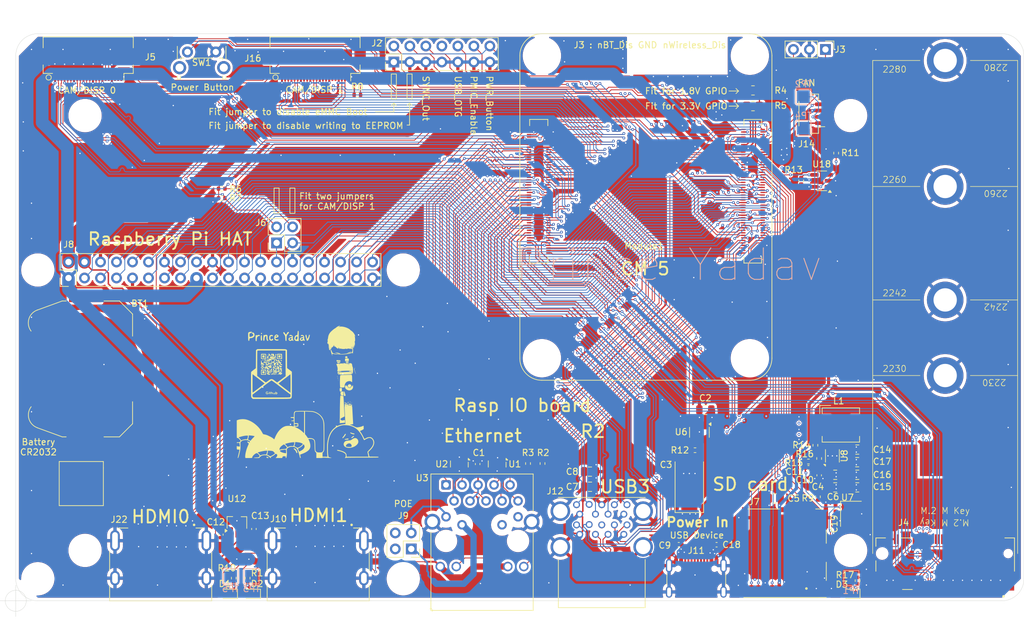
<source format=kicad_pcb>
(kicad_pcb (version 20241229) (generator "pcbnew") (generator_version "9.0")
  (layers (0 "F.Cu" signal) (4 "In1.Cu" power) (6 "In2.Cu" power) (2 "B.Cu" signal) (13 "F.Paste" user) (15 "B.Paste" user) (5 "F.SilkS" user "F.Silkscreen") (7 "B.SilkS" user "B.Silkscreen") (1 "F.Mask" user) (3 "B.Mask" user) (25 "Edge.Cuts" user))
  (net 0 "")
  (net 1 "GND")
  (net 2 "Net-(C1-Pad1)")
  (net 3 "/CM5_GPIO ( Ethernet, GPIO, SDCARD)/VBAT")
  (net 4 "/CM5_HighSpeed/VBUS")
  (net 5 "/CM5_GPIO ( Ethernet, GPIO, SDCARD)/SD_PWR")
  (net 6 "/PCIe-M2/M2_3v3")
  (net 7 "/PCIe-M2/FB")
  (net 8 "/CM5_HighSpeed/HDMI_5v")
  (net 9 "Net-(D1-K)")
  (net 10 "Net-(D2-K)")
  (net 11 "Net-(D3-K)")
  (net 12 "/CM5_GPIO ( Ethernet, GPIO, SDCARD)/nRPIBOOT")
  (net 13 "/CM5_GPIO ( Ethernet, GPIO, SDCARD)/EEPROM_nWP")
  (net 14 "/CM5_GPIO ( Ethernet, GPIO, SDCARD)/SYNC_OUT")
  (net 16 "/CM5_GPIO ( Ethernet, GPIO, SDCARD)/USBOTG")
  (net 17 "/+3.3v")
  (net 18 "/CM5_GPIO ( Ethernet, GPIO, SDCARD)/PMIC_ENABLE")
  (net 19 "/CM5_GPIO ( Ethernet, GPIO, SDCARD)/PWR_BUT")
  (net 20 "/CM5_GPIO ( Ethernet, GPIO, SDCARD)/WL_nDis")
  (net 21 "/CM5_GPIO ( Ethernet, GPIO, SDCARD)/BT_nDis")
  (net 26 "Net-(J4-DAS{slash}~{DSS}{slash}~{LED1})")
  (net 33 "/+5v")
  (net 49 "/CM5_HighSpeed/PCIE_RX_N")
  (net 51 "/CM5_HighSpeed/PCIE_RX_P")
  (net 54 "/CM5_HighSpeed/PCIE_TX_N")
  (net 56 "/CM5_HighSpeed/PCIE_TX_P")
  (net 57 "/CM5_HighSpeed/PCIE_nCLKREQ")
  (net 58 "/CM5_HighSpeed/PCIE_CLK_N")
  (net 59 "/CM5_HighSpeed/PCIE_CLK_P")
  (net 63 "Net-(J4-SUSCLK)")
  (net 65 "/CM5_HighSpeed/DPHY0_D0_N")
  (net 66 "/CM5_HighSpeed/DPHY0_D0_P")
  (net 67 "/CM5_HighSpeed/DPHY0_D1_N")
  (net 68 "/CM5_HighSpeed/DPHY0_D1_P")
  (net 69 "/CM5_HighSpeed/DPHY0_C_N")
  (net 70 "/CM5_HighSpeed/DPHY0_C_P")
  (net 71 "/CM5_HighSpeed/DPHY0_D2_N")
  (net 72 "/CM5_HighSpeed/DPHY0_D2_P")
  (net 73 "/CM5_HighSpeed/DPHY0_D3_N")
  (net 74 "/CM5_HighSpeed/DPHY0_D3_P")
  (net 75 "/CM5_GPIO ( Ethernet, GPIO, SDCARD)/CAM_GPIO0")
  (net 76 "/CM5_GPIO ( Ethernet, GPIO, SDCARD)/CAM_GPIO1")
  (net 77 "/CM5_HighSpeed/SCL0")
  (net 78 "/CM5_HighSpeed/SDA0")
  (net 79 "/CM5_GPIO ( Ethernet, GPIO, SDCARD)/ID_SC")
  (net 80 "/CM5_HighSpeed/SCL1")
  (net 81 "/CM5_GPIO ( Ethernet, GPIO, SDCARD)/ID_SD")
  (net 82 "/CM5_HighSpeed/SDA1")
  (net 85 "/CM5_GPIO ( Ethernet, GPIO, SDCARD)/SD_DAT1")
  (net 86 "/CM5_GPIO ( Ethernet, GPIO, SDCARD)/SD_DAT0")
  (net 87 "/CM5_GPIO ( Ethernet, GPIO, SDCARD)/SD_CLK")
  (net 88 "/CM5_GPIO ( Ethernet, GPIO, SDCARD)/SD_CMD")
  (net 89 "/CM5_GPIO ( Ethernet, GPIO, SDCARD)/SD_DAT3")
  (net 90 "/CM5_GPIO ( Ethernet, GPIO, SDCARD)/SD_DAT2")
  (net 91 "/CM5_GPIO ( Ethernet, GPIO, SDCARD)/GPIO2")
  (net 92 "/CM5_GPIO ( Ethernet, GPIO, SDCARD)/GPIO3")
  (net 93 "/CM5_GPIO ( Ethernet, GPIO, SDCARD)/GPIO4")
  (net 94 "/CM5_GPIO ( Ethernet, GPIO, SDCARD)/GPIO14")
  (net 95 "/CM5_GPIO ( Ethernet, GPIO, SDCARD)/GPIO15")
  (net 96 "/CM5_GPIO ( Ethernet, GPIO, SDCARD)/GPIO17")
  (net 97 "/CM5_GPIO ( Ethernet, GPIO, SDCARD)/GPIO18")
  (net 98 "/CM5_GPIO ( Ethernet, GPIO, SDCARD)/GPIO27")
  (net 99 "/CM5_GPIO ( Ethernet, GPIO, SDCARD)/GPIO22")
  (net 100 "/CM5_GPIO ( Ethernet, GPIO, SDCARD)/GPIO23")
  (net 101 "/CM5_GPIO ( Ethernet, GPIO, SDCARD)/GPIO24")
  (net 102 "/CM5_GPIO ( Ethernet, GPIO, SDCARD)/GPIO10")
  (net 103 "/CM5_GPIO ( Ethernet, GPIO, SDCARD)/GPIO9")
  (net 104 "/CM5_GPIO ( Ethernet, GPIO, SDCARD)/GPIO25")
  (net 105 "/CM5_GPIO ( Ethernet, GPIO, SDCARD)/GPIO11")
  (net 106 "/CM5_GPIO ( Ethernet, GPIO, SDCARD)/GPIO8")
  (net 107 "/CM5_GPIO ( Ethernet, GPIO, SDCARD)/GPIO7")
  (net 108 "/CM5_GPIO ( Ethernet, GPIO, SDCARD)/GPIO5")
  (net 109 "/CM5_GPIO ( Ethernet, GPIO, SDCARD)/GPIO6")
  (net 110 "/CM5_GPIO ( Ethernet, GPIO, SDCARD)/GPIO12")
  (net 111 "/CM5_GPIO ( Ethernet, GPIO, SDCARD)/GPIO13")
  (net 112 "/CM5_GPIO ( Ethernet, GPIO, SDCARD)/GPIO19")
  (net 113 "/CM5_GPIO ( Ethernet, GPIO, SDCARD)/GPIO16")
  (net 114 "/CM5_GPIO ( Ethernet, GPIO, SDCARD)/GPIO26")
  (net 115 "/CM5_GPIO ( Ethernet, GPIO, SDCARD)/GPIO20")
  (net 116 "/CM5_GPIO ( Ethernet, GPIO, SDCARD)/GPIO21")
  (net 117 "/CM5_GPIO ( Ethernet, GPIO, SDCARD)/TR1_TAP")
  (net 118 "/CM5_GPIO ( Ethernet, GPIO, SDCARD)/TR2_TAP")
  (net 119 "/CM5_GPIO ( Ethernet, GPIO, SDCARD)/TR0_TAP")
  (net 120 "/CM5_GPIO ( Ethernet, GPIO, SDCARD)/TR3_TAP")
  (net 121 "/CM5_HighSpeed/HDMI1_HOTPLUG")
  (net 122 "/CM5_HighSpeed/HDMI1_SDA")
  (net 123 "/CM5_HighSpeed/HDMI1_SCL")
  (net 125 "/CM5_HighSpeed/HDMI1_CEC")
  (net 126 "/CM5_HighSpeed/HDMI1_CK_N")
  (net 127 "/CM5_HighSpeed/HDMI1_CK_P")
  (net 128 "/CM5_HighSpeed/HDMI1_D0_N")
  (net 129 "/CM5_HighSpeed/HDMI1_D0_P")
  (net 130 "/CM5_HighSpeed/HDMI1_D1_N")
  (net 131 "/CM5_HighSpeed/HDMI1_D1_P")
  (net 132 "/CM5_HighSpeed/HDMI1_D2_N")
  (net 133 "/CM5_HighSpeed/HDMI1_D2_P")
  (net 134 "/CC1")
  (net 135 "/USB2_P")
  (net 136 "/USB2_N")
  (net 138 "/CC2")
  (net 140 "/CM5_HighSpeed/USB3-0-D_N")
  (net 141 "/CM5_HighSpeed/USB3-0-D_P")
  (net 142 "/CM5_HighSpeed/USB3-0-RX_N")
  (net 143 "/CM5_HighSpeed/USB3-0-RX_P")
  (net 144 "/CM5_HighSpeed/USB3-0-TX_N")
  (net 145 "/CM5_HighSpeed/USB3-0-TX_P")
  (net 146 "/CM5_HighSpeed/USB3-1-D_N")
  (net 147 "/CM5_HighSpeed/USB3-1-D_P")
  (net 148 "/CM5_HighSpeed/USB3-1-RX_N")
  (net 149 "/CM5_HighSpeed/USB3-1-RX_P")
  (net 150 "/CM5_HighSpeed/USB3-1-TX_N")
  (net 151 "/CM5_HighSpeed/USB3-1-TX_P")
  (net 152 "/CM5_GPIO ( Ethernet, GPIO, SDCARD)/TACHO")
  (net 153 "/CM5_GPIO ( Ethernet, GPIO, SDCARD)/PWM")
  (net 154 "/CM5_HighSpeed/DPHY1_D0_N")
  (net 155 "/CM5_HighSpeed/DPHY1_D0_P")
  (net 156 "/CM5_HighSpeed/DPHY1_D1_N")
  (net 157 "/CM5_HighSpeed/DPHY1_D1_P")
  (net 158 "/CM5_HighSpeed/DPHY1_C_N")
  (net 159 "/CM5_HighSpeed/DPHY1_C_P")
  (net 160 "/CM5_HighSpeed/DPHY1_D2_N")
  (net 161 "/CM5_HighSpeed/DPHY1_D2_P")
  (net 162 "/CM5_HighSpeed/DPHY1_D3_N")
  (net 163 "/CM5_HighSpeed/DPHY1_D3_P")
  (net 164 "Net-(J16-Pin_17)")
  (net 166 "/CM5_HighSpeed/HDMI0_HOTPLUG")
  (net 167 "/CM5_HighSpeed/HDMI0_SDA")
  (net 168 "/CM5_HighSpeed/HDMI0_SCL")
  (net 170 "/CM5_HighSpeed/HDMI0_CEC")
  (net 171 "/CM5_HighSpeed/HDMI0_CK_N")
  (net 172 "/CM5_HighSpeed/HDMI0_CK_P")
  (net 173 "/CM5_HighSpeed/HDMI0_D0_N")
  (net 174 "/CM5_HighSpeed/HDMI0_D0_P")
  (net 175 "/CM5_HighSpeed/HDMI0_D1_N")
  (net 176 "/CM5_HighSpeed/HDMI0_D1_P")
  (net 177 "/CM5_HighSpeed/HDMI0_D2_N")
  (net 178 "/CM5_HighSpeed/HDMI0_D2_P")
  (net 179 "Net-(U8-LX)")
  (net 180 "/CM5_GPIO ( Ethernet, GPIO, SDCARD)/TRD3_P")
  (net 181 "/CM5_GPIO ( Ethernet, GPIO, SDCARD)/TRD1_P")
  (net 182 "/CM5_GPIO ( Ethernet, GPIO, SDCARD)/TRD3_N")
  (net 183 "/CM5_GPIO ( Ethernet, GPIO, SDCARD)/TRD1_N")
  (net 184 "/CM5_GPIO ( Ethernet, GPIO, SDCARD)/TRD2_N")
  (net 185 "/CM5_GPIO ( Ethernet, GPIO, SDCARD)/TRD0_N")
  (net 186 "/CM5_GPIO ( Ethernet, GPIO, SDCARD)/TRD2_P")
  (net 187 "/CM5_GPIO ( Ethernet, GPIO, SDCARD)/TRD0_P")
  (net 188 "/CM5_GPIO ( Ethernet, GPIO, SDCARD)/ETH_LEDY")
  (net 189 "/CM5_GPIO ( Ethernet, GPIO, SDCARD)/ETH_LEDG")
  (net 190 "Net-(Module1A-LED_nACT)")
  (net 196 "/CM5_GPIO ( Ethernet, GPIO, SDCARD)/SD_PWR_ON")
  (net 197 "/CM5_GPIO ( Ethernet, GPIO, SDCARD)/GPIO_VREF")
  (net 198 "/CM5_GPIO ( Ethernet, GPIO, SDCARD)/+1.8v")
  (net 199 "/CM5_GPIO ( Ethernet, GPIO, SDCARD)/nPWR_LED")
  (net 200 "/CM5_HighSpeed/PCIE_PWR_EN")
  (net 201 "/CM5_HighSpeed/PCIE_nWAKE")
  (net 202 "/CM5_HighSpeed/PCIE_nRST")
  (net 203 "/CM5_HighSpeed/VBUS_EN")
  (net 204 "Net-(U3-LEDY_K)")
  (net 205 "Net-(U3-LEDG_K)")
  (net 206 "Net-(U6-ILIM)")
  (footprint "CM5IO:BatteryHolder_Keystone_3034_1x20mm" (layer "F.Cu") (at 90 123.2 -90)
    (property "Reference" "BT1")
    (property "Value" "Battery_Cell")
  )
  (footprint "Capacitor_SMD:C_0402_1005Metric" (layer "F.Cu") (at 152.3 138.3 90)
    (property "Reference" "C1")
    (property "Value" "100n")
  )
  (footprint "Capacitor_SMD:C_0805_2012Metric" (layer "F.Cu") (at 199.45 143.75 180)
    (property "Reference" "C5")
    (property "Value" "10u")
  )
  (footprint "Capacitor_SMD:C_0402_1005Metric" (layer "F.Cu") (at 111.55 149.5 90)
    (property "Reference" "C12")
    (property "Value" "100n")
  )
  (footprint "Capacitor_SMD:C_0402_1005Metric" (layer "F.Cu") (at 116.8 148.6 90)
    (property "Reference" "C13")
    (property "Value" "100n")
  )
  (footprint "CM5IO:Hirose_FH12-22S-0.5SH_1x22-1MP_P0.50mm_Horizontal" (layer "F.Cu") (at 90.5 75 180)
    (property "Reference" "J5")
    (property "Value" "Conn_01x22_Female")
  )
  (footprint "CM5IO:Hirose_FH12-22S-0.5SH_1x22-1MP_P0.50mm_Horizontal" (layer "F.Cu") (at 126.5 75 180)
    (property "Reference" "J16")
    (property "Value" "Conn_01x22_Female")
  )
  (footprint "Resistor_SMD:R_0402_1005Metric" (layer "F.Cu") (at 113.6 156.4 90)
    (property "Reference" "R10")
    (property "Value" "1k")
  )
  (footprint "Package_SON:USON-10_2.5x1.0mm_P0.5mm" (layer "F.Cu") (at 155.4 138.285 -90)
    (property "Reference" "U1")
    (property "Value" "TPD4EUSB30")
  )
  (footprint "Package_TO_SOT_SMD:TSOT-23_HandSoldering" (layer "F.Cu") (at 114.1 147.6 90)
    (property "Reference" "U12")
    (property "Value" "RT9742SNGV")
  )
  (footprint "Connector_PinHeader_2.54mm:PinHeader_2x20_P2.54mm_Vertical" (layer "F.Cu") (at 87.37 108.77 90)
    (property "Reference" "J8")
    (property "Value" "THD-20-R")
  )
  (footprint "LED_SMD:LED_0603_1608Metric" (layer "F.Cu") (at 116.35 158.9 180)
    (property "Reference" "D2")
    (property "Value" "LED Green")
  )
  (footprint "Resistor_SMD:R_0402_1005Metric" (layer "F.Cu") (at 160.3 138.215 90)
    (property "Reference" "R3")
    (property "Value" "470R")
  )
  (footprint "Resistor_SMD:R_0402_1005Metric" (layer "F.Cu") (at 162.6 138.215 90)
    (property "Reference" "R2")
    (property "Value" "470R")
  )
  (footprint "Connector_PinHeader_2.54mm:PinHeader_2x02_P2.54mm_Vertical" (layer "F.Cu") (at 141.77 151.77 180)
    (property "Reference" "J9")
    (property "Value" "THD-02-R")
  )
  (footprint "Connector_USB:USB_C_Receptacle_GCT_USB4105-xx-A_16P_TopMnt_Horizontal" (layer "F.Cu") (at 187 157.525)
    (property "Reference" "J11")
    (property "Value" "USB_C_Receptacle_USB2.0")
  )
  (footprint "LED_SMD:LED_0603_1608Metric" (layer "F.Cu") (at 112.7 158.9 180)
    (property "Reference" "D1")
    (property "Value" "LED Red")
  )
  (footprint "Resistor_SMD:R_0402_1005Metric" (layer "F.Cu") (at 115.8 156.4 90)
    (property "Reference" "R1")
    (property "Value" "1k")
  )
  (footprint "Package_TO_SOT_SMD:SOT-23-5" (layer "F.Cu") (at 206.9 93.35 180)
    (property "Reference" "U18")
    (property "Value" "RT9742GGJ5")
  )
  (footprint "CM5IO:TRJG0926HENL" (layer "F.Cu") (at 153 150.5)
    (property "Reference" "U3")
    (property "Value" "MagJack-A70-112-331N126")
  )
  (footprint "CM5IO:EDAC 690-019-298-412" (layer "F.Cu") (at 127 150.45)
    (property "Reference" "J10")
    (property "Value" "690-019-298-412" (hide yes))
  )
  (footprint "CM5IO:EDAC 690-019-298-412" (layer "F.Cu") (at 102 150.45)
    (property "Reference" "J22")
    (property "Value" "690-019-298-412" (hide yes))
  )
  (footprint "CM5IO:MountingHole_2.7mm_M2.5_DIN965" (layer "F.Cu") (at 90 152)
    (property "Reference" "H1" (hide yes))
    (property "Value" "MountingHole")
  )
  (footprint "CM5IO:MountingHole_2.7mm_M2.5_DIN965" (layer "F.Cu") (at 82.5 156.5)
    (property "Reference" "H2" (hide yes))
    (property "Value" "MountingHole")
  )
  (footprint "CM5IO:MountingHole_2.7mm_M2.5_DIN965" (layer "F.Cu") (at 82.5 107.5)
    (property "Reference" "H3" (hide yes))
    (property "Value" "MountingHole")
  )
  (footprint "CM5IO:MountingHole_2.7mm_M2.5_DIN965" (layer "F.Cu") (at 140.5 156.5)
    (property "Reference" "H4" (hide yes))
    (property "Value" "MountingHole")
  )
  (footprint "CM5IO:MountingHole_2.7mm_M2.5_DIN965" (layer "F.Cu") (at 140.5 107.5)
    (property "Reference" "H5" (hide yes))
    (property "Value" "MountingHole")
  )
  (footprint "CM5IO:MountingHole_2.7mm_M2.5_DIN965" (layer "F.Cu") (at 211.5 83)
    (property "Reference" "H6" (hide yes))
    (property "Value" "MountingHole")
  )
  (footprint "CM5IO:MountingHole_2.7mm_M2.5_DIN965" (layer "F.Cu") (at 90 83)
    (property "Reference" "H7" (hide yes))
    (property "Value" "MountingHole")
  )
  (footprint "CM5IO:MountingHole_2.7mm_M2.5_DIN965" (layer "F.Cu") (at 211.5 152)
    (property "Reference" "H8" (hide yes))
    (property "Value" "MountingHole")
  )
  (footprint "Connector_PinHeader_2.54mm:PinHeader_2x02_P2.54mm_Vertical" (layer "F.Cu") (at 120.4 103.2 90)
    (property "Reference" "J6")
    (property "Value" "THD-02-R")
  )
  (footprint "Resistor_SMD:R_0402_1005Metric" (layer "F.Cu") (at 111.685 94.6)
    (property "Reference" "R6")
    (property "Value" "2.2K 1%")
  )
  (footprint "Resistor_SMD:R_0402_1005Metric" (layer "F.Cu") (at 111.685 96.1)
    (property "Reference" "R7")
    (property "Value" "2.2K 1%")
  )
  (footprint "Package_SON:USON-10_2.5x1.0mm_P0.5mm" (layer "F.Cu") (at 149.4 138.285 -90)
    (property "Reference" "U2")
    (property "Value" "TPD4EUSB30")
  )
  (footprint "Connector_PinHeader_2.54mm:PinHeader_2x07_P2.54mm_Vertical" (layer "F.Cu") (at 139 74.5 90)
    (property "Reference" "J2")
    (property "Value" "Conn_02x07_Odd_Even")
  )
  (footprint "Resistor_SMD:R_0805_2012Metric_Pad1.20x1.40mm_HandSolder" (layer "F.Cu") (at 196 79)
    (property "Reference" "R4")
    (property "Value" "nf")
  )
  (footprint "Resistor_SMD:R_0805_2012Metric_Pad1.20x1.40mm_HandSolder" (layer "F.Cu") (at 196 81.5)
    (property "Reference" "R5")
    (property "Value" "0R")
  )
  (footprint "LED_SMD:LED_0603_1608Metric" (layer "F.Cu") (at 211.5 158.9 180)
    (property "Reference" "D3")
    (property "Value" "LED Green")
  )
  (footprint "Package_DFN_QFN:DFN-8-1EP_2x2mm_P0.5mm_EP1.05x1.75mm" (layer "F.Cu") (at 208.6 137 90)
    (property "Reference" "U8")
    (property "Value" "AP3441SHE-7B")
  )
  (footprint "Connector_PinHeader_2.54mm:PinHeader_1x03_P2.54mm_Vertical" (layer "F.Cu") (at 207.5 72.5 -90)
    (property "Reference" "J3")
    (property "Value" "Conn_01x03")
  )
  (footprint "CM5IO:SDCARD_MOLEX_503398-1892" (layer "F.Cu") (at 201.08 152.45 180)
    (property "Reference" "J7")
    (property "Value" "Micro_SD_Card_Det")
  )
  (footprint "CM5IO:M.2 M Key socket" (layer "F.Cu") (at 226.5 152.5 180)
    (property "Reference" "J4")
    (property "Value" "Bus_M.2_Socket_M")
  )
  (footprint "Resistor_SMD:R_0402_1005Metric" (layer "F.Cu") (at 133.215 79.7)
    (property "Reference" "R8")
    (property "Value" "2.2K 1%")
  )
  (footprint "Resistor_SMD:R_0402_1005Metric" (layer "F.Cu") (at 206.3 143.5 -90)
    (property "Reference" "R9")
    (property "Value" "2.2K 1%")
  )
  (footprint "Capacitor_SMD:C_0805_2012Metric" (layer "F.Cu") (at 209.05 142)
    (property "Reference" "C6")
    (property "Value" "10u")
  )
  (footprint "Capacitor_SMD:C_0805_2012Metric" (layer "F.Cu") (at 212.55 140 180)
    (property "Reference" "C16")
    (property "Value" "10u")
  )
  (footprint "Capacitor_SMD:C_0402_1005Metric" (layer "F.Cu") (at 206.5 140.085 -90)
    (property "Reference" "C10")
    (property "Value" "100n")
  )
  (footprint "Capacitor_SMD:C_0402_1005Metric" (layer "F.Cu") (at 204.8 138.9)
    (property "Reference" "C11")
    (property "Value" "4.7nF")
  )
  (footprint "Capacitor_SMD:C_0805_2012Metric" (layer "F.Cu") (at 170.1375 139.5)
    (property "Reference" "C8")
    (property "Value" "10u")
  )
  (footprint "CM5IO:MTCONN_UBAF30-D2011" (layer "F.Cu") (at 172 151.45)
    (property "Reference" "J12")
    (property "Value" "USB3_A")
  )
  (footprint "Connector_JST:JST_SH_BM04B-SRSS-TB_1x04-1MP_P1.00mm_Vertical" (layer "F.Cu") (at 205.3 82.7 90)
    (property "Reference" "J14")
    (property "Value" "JST_SHBM04B-SRSS-TB")
  )
  (footprint "Capacitor_SMD:C_0805_2012Metric" (layer "F.Cu") (at 188.4375 129.7 180)
    (property "Reference" "C2")
    (property "Value" "10u")
  )
  (footprint "Capacitor_Tantalum_SMD:CP_EIA-7343-31_Kemet-D" (layer "F.Cu") (at 185.9 141.5875 90)
    (property "Reference" "C3")
    (property "Value" "100uF")
  )
  (footprint "Capacitor_SMD:C_0805_2012Metric" (layer "F.Cu") (at 212.5375 138 180)
    (property "Reference" "C17")
    (property "Value" "10u")
  )
  (footprint "Crystal:Crystal_SMD_3225-4Pin_3.2x2.5mm" (layer "F.Cu") (at 211.55 146.2 -90)
    (property "Reference" "U7")
    (property "Value" "ASEK-32.768KHZ-L-R-T")
  )
  (footprint "Resistor_SMD:R_0402_1005Metric" (layer "F.Cu") (at 212.6 156.8 90)
    (property "Reference" "R17")
    (property "Value" "1k")
  )
  (footprint "Package_TO_SOT_SMD:SOT-23-6" (layer "F.Cu") (at 187.5 133.2625 -90)
    (property "Reference" "U6")
    (property "Value" "AP22653W6")
  )
  (footprint "CM5IO:L_Bourns_SRP5030CC" (layer "F.Cu") (at 209.95 132.1)
    (property "Reference" "L1")
    (property "Value" "2.2uH")
  )
  (footprint "Capacitor_SMD:C_0402_1005Metric" (layer "F.Cu") (at 190.22 151.1)
    (property "Reference" "C18")
    (property "Value" "100n")
  )
  (footprint "Button_Switch_THT:SW_Tactile_SPST_Angled_PTS645Vx58-2LFS" (layer "F.Cu") (at 106.25 72.9)
    (property "Reference" "SW1")
    (property "Value" "Right angle Tact button")
  )
  (footprint "Resistor_SMD:R_0402_1005Metric" (layer "F.Cu") (at 209.2 88.95 90)
    (property "Reference" "R11")
    (property "Value" "10K 1%")
  )
  (footprint "Resistor_SMD:R_0402_1005Metric" (layer "F.Cu") (at 203.65 93.35 90)
    (property "Reference" "R13")
    (property "Value" "10K 1%")
  )
  (footprint "Resistor_SMD:R_0402_1005Metric" (layer "F.Cu") (at 206.5 137.415 90)
    (property "Reference" "R16")
    (property "Value" "2.2K 1%")
  )
  (footprint "Capacitor_SMD:C_0805_2012Metric" (layer "F.Cu") (at 170.15 141.9)
    (property "Reference" "C7")
    (property "Value" "10u")
  )
  (footprint "Resistor_SMD:R_0402_1005Metric" (layer "F.Cu") (at 204.8 137.9)
    (property "Reference" "R15")
    (property "Value" "10K 1%")
  )
  (footprint "Resistor_SMD:R_0402_1005Metric" (layer "F.Cu") (at 186.8 136.1 180)
    (property "Reference" "R12")
    (property "Value" "15K 1%")
  )
  (footprint "Capacitor_SMD:C_0805_2012Metric" (layer "F.Cu") (at 212.55 142 180)
    (property "Reference" "C15")
    (property "Value" "10u")
  )
  (footprint "Capacitor_SMD:C_0805_2012Metric" (layer "F.Cu") (at 212.55 136 180)
    (property "Reference" "C14")
    (property "Value" "10u")
  )
  (footprint "Capacitor_SMD:C_0402_1005Metric" (layer "F.Cu") (at 184.22 151.1 180)
    (property "Reference" "C9")
    (property "Value" "100n")
  )
  (footprint "Resistor_SMD:R_0402_1005Metric" (layer "F.Cu") (at 205.9 135.315 -90)
    (property "Reference" "R14")
    (property "Value" "100K 1%")
  )
  (footprint "CM5IO:Raspberry-Pi-5-Compute-Module" (layer "F.Cu") (at 195.5 73.5 180)
    (property "Reference" "Module1")
    (property "Value" "ComputeModule5-CM5")
  )
  (footprint "Capacitor_SMD:C_0805_2012Metric" (layer "F.Cu") (at 209.05 140)
    (property "Reference" "C4")
    (property "Value" "10u")
  )
  (footprint "Capacitor_SMD:C_0402_1005Metric" (layer "F.Cu") (at 209.1 145.32 -90)
    (property "Reference" "C19")
    (property "Value" "100n")
  )
  (footprint "TestPoint:TestPoint_Pad_2.0x2.0mm" (layer "B.Cu") (at 211.6 156.4)
    (property "Reference" "TP1")
    (property "Value" "TestPoint")
  )
  (footprint "TestPoint:TestPoint_Pad_2.0x2.0mm" (layer "B.Cu") (at 204 85 180)
    (property "Reference" "TP4")
    (property "Value" "TestPoint")
  )
  (footprint "TestPoint:TestPoint_Pad_2.0x2.0mm" (layer "B.Cu") (at 204 80 180)
    (property "Reference" "TP2")
    (property "Value" "TestPoint")
  )
  (footprint "TestPoint:TestPoint_Pad_2.0x2.0mm" (layer "B.Cu") (at 116.411606 156.1)
    (property "Reference" "TP3")
    (property "Value" "TestPoint")
  )
  (footprint "TestPoint:TestPoint_Pad_2.0x2.0mm" (layer "B.Cu") (at 113.1 156.1)
    (property "Reference" "TP5")
    (property "Value" "TestPoint")
  )
  (gr_line (start 136.1 82.4) (end 138.5 82.4) (stroke (width 0.12)) (layer "F.SilkS"))
  (gr_line (start 141.5 81) (end 141.1 81.4) (stroke (width 0.12)) (layer "F.SilkS"))
  (gr_poly (pts (xy 121.075126 121.716824) (xy 121.078036 121.717038) (xy 121.080899 121.717389) (xy 121.083711 121.717876) (xy 121.086469 121.718494) (xy 121.089169 121.719241) (xy 121.091808 121.720113) (xy 121.094384 121.721107) (xy 121.096892 121.72222) (xy 121.09933 121.723449) (xy 121.101694 121.72479) (xy 121.103982 121.72624) (xy 121.106189 121.727796) (xy 121.108313 121.729455) (xy 121.110351 121.731214) (xy 121.112298 121.733068) (xy 121.114153 121.735016) (xy 121.115911 121.737053) (xy 121.11757 121.739177) (xy 121.119126 121.741385) (xy 121.120577 121.743672) (xy 121.121918 121.746037) (xy 121.123146 121.748475) (xy 121.124259 121.750983) (xy 121.125254 121.753559) (xy 121.126126 121.756198) (xy 121.126873 121.758898) (xy 121.127491 121.761656) (xy 121.127977 121.764468) (xy 121.128329 121.767331) (xy 121.128542 121.770242) (xy 121.128614 121.773197) (xy 121.128706 121.776173) (xy 121.12898 121.779145) (xy 121.129431 121.78211) (xy 121.130054 121.785062) (xy 121.130845 121.787999) (xy 121.1318 121.790917) (xy 121.132913 121.793812) (xy 121.134181 121.796679) (xy 121.135599 121.799515) (xy 121.137162 121.802317) (xy 121.140706 121.8078) (xy 121.144778 121.813096) (xy 121.14934 121.818176) (xy 121.154357 121.823008) (xy 121.159792 121.82756) (xy 121.16561 121.831803) (xy 121.171774 121.835704) (xy 121.178249 121.839234) (xy 121.184997 121.84236) (xy 121.191983 121.845052) (xy 121.19917 121.84728) (xy 121.20866 121.850046) (xy 121.217294 121.85304) (xy 121.225087 121.85624) (xy 121.23205 121.859627) (xy 121.238196 121.863179) (xy 121.243539 121.866876) (xy 121.248091 121.870696) (xy 121.251866 121.87462) (xy 121.254875 121.878627) (xy 121.257133 121.882696) (xy 121.258652 121.886806) (xy 121.259445 121.890936) (xy 121.259524 121.895067) (xy 121.258904 121.899177) (xy 121.257596 121.903246) (xy 121.255614 121.907252) (xy 121.25297 121.911176) (xy 121.249678 121.914997) (xy 121.24575 121.918694) (xy 121.2412 121.922246) (xy 121.236039 121.925632) (xy 121.230282 121.928833) (xy 121.223941 121.931826) (xy 121.217029 121.934593) (xy 121.209559 121.937111) (xy 121.201543 121.939361) (xy 121.192996 121.941321) (xy 121.183928 121.942971) (xy 121.174355 121.944291) (xy 121.164288 121.945259) (xy 121.153741 121.945855) (xy 121.142725 121.946058) (xy 121.12704 121.945875) (xy 121.112987 121.945252) (xy 121.100464 121.944082) (xy 121.089368 121.942255) (xy 121.084322 121.941061) (xy 121.079594 121.939663) (xy 121.075171 121.938047) (xy 121.07104 121.936198) (xy 121.067188 121.934104) (xy 121.063602 121.931751) (xy 121.060269 121.929126) (xy 121.057177 121.926214) (xy 121.054312 121.923003) (xy 121.051661 121.919478) (xy 121.049212 121.915627) (xy 121.046952 121.911435) (xy 121.044867 121.906889) (xy 121.042945 121.901975) (xy 121.041173 121.896681) (xy 121.039538 121.890992) (xy 121.036627 121.878375) (xy 121.034108 121.864016) (xy 121.031879 121.847808) (xy 121.029836 121.829641) (xy 121.028723 121.81442) (xy 121.028038 121.800482) (xy 121.027861 121.79398) (xy 121.027798 121.787783) (xy 121.027849 121.781886) (xy 121.028017 121.776283) (xy 121.028304 121.77097) (xy 121.028712 121.765941) (xy 121.029243 121.761191) (xy 121.029898 121.756715) (xy 121.03068 121.752508) (xy 121.031591 121.748564) (xy 121.032632 121.744879) (xy 121.033805 121.741447) (xy 121.035113 121.738263) (xy 121.036557 121.735321) (xy 121.038139 121.732618) (xy 121.039862 121.730147) (xy 121.041726 121.727903) (xy 121.043735 121.725882) (xy 121.045889 121.724078) (xy 121.048192 121.722485) (xy 121.050644 121.721099) (xy 121.053249 121.719915) (xy 121.056007 121.718927) (xy 121.05892 121.71813) (xy 121.061991 121.71752) (xy 121.065222 121.71709) (xy 121.068614 121.716836) (xy 121.07217 121.716752)) (fill yes) (layer "F.SilkS"))
  (gr_poly (pts (xy 117.585513 117.799727) (xy 117.599167 117.800964) (xy 117.612481 117.802834) (xy 117.625402 117.805323) (xy 117.637878 117.808416) (xy 117.649859 117.812098) (xy 117.661291 117.816354) (xy 117.672124 117.82117) (xy 117.682306 117.82653) (xy 117.691785 117.83242) (xy 117.70051 117.838825) (xy 117.708429 117.845729) (xy 117.715489 117.853119) (xy 117.721641 117.860979) (xy 117.726831 117.869295) (xy 117.731008 117.878051) (xy 117.73412 117.887232) (xy 117.736117 117.896825) (xy 117.736945 117.906813) (xy 117.736554 117.917183) (xy 117.734892 117.927919) (xy 117.732694 117.936769) (xy 117.730041 117.944814) (xy 117.726893 117.952073) (xy 117.725119 117.955414) (xy 117.723206 117.958567) (xy 117.721149 117.961533) (xy 117.718941 117.964316) (xy 117.716579 117.966919) (xy 117.714056 117.969343) (xy 117.711368 117.971591) (xy 117.70851 117.973666) (xy 117.705475 117.975571) (xy 117.70226 117.977308) (xy 117.698859 117.978879) (xy 117.695267 117.980288) (xy 117.691478 117.981536) (xy 117.687488 117.982627) (xy 117.678882 117.984346) (xy 117.669408 117.985466) (xy 117.659024 117.986007) (xy 117.64769 117.98599) (xy 117.635363 117.985436) (xy 117.622003 117.984364) (xy 117.600756 117.98277) (xy 117.580015 117.982606) (xy 117.559793 117.983855) (xy 117.540099 117.9865) (xy 117.520946 117.990526) (xy 117.502344 117.995914) (xy 117.484303 118.002648) (xy 117.466836 118.010712) (xy 117.449953 118.020089) (xy 117.433664 118.030761) (xy 117.417981 118.042712) (xy 117.402916 118.055925) (xy 117.388478 118.070384) (xy 117.374679 118.086072) (xy 117.36153 118.102971) (xy 117.349041 118.121065) (xy 117.326091 118.160772) (xy 117.305916 118.205057) (xy 117.288603 118.253786) (xy 117.274241 118.306825) (xy 117.262918 118.364039) (xy 117.254722 118.425295) (xy 117.249739 118.490457) (xy 117.248059 118.559392) (xy 117.247999 118.598011) (xy 117.247749 118.632042) (xy 117.247198 118.661773) (xy 117.24624 118.687494) (xy 117.245573 118.698941) (xy 117.244764 118.709495) (xy 117.243799 118.71919) (xy 117.242664 118.728064) (xy 117.241345 118.736152) (xy 117.239829 118.743491) (xy 117.238103 118.750117) (xy 117.236153 118.756065) (xy 117.233964 118.761373) (xy 117.231525 118.766077) (xy 117.228821 118.770212) (xy 117.225838 118.773815) (xy 117.222563 118.776921) (xy 117.218983 118.779568) (xy 117.215084 118.781791) (xy 117.210852 118.783626) (xy 117.206273 118.78511) (xy 117.201335 118.786279) (xy 117.196024 118.787169) (xy 117.190326 118.787815) (xy 117.184227 118.788255) (xy 117.177714 118.788525) (xy 117.163392 118.788697) (xy 117.149648 118.788462) (xy 117.137444 118.787643) (xy 117.126666 118.78607) (xy 117.1172 118.783571) (xy 117.112924 118.781922) (xy 117.108934 118.779977) (xy 117.105215 118.777716) (xy 117.101752 118.775117) (xy 117.098533 118.772159) (xy 117.095543 118.76882) (xy 117.092767 118.76508) (xy 117.090191 118.760916) (xy 117.087801 118.756308) (xy 117.085583 118.751234) (xy 117.081606 118.739605) (xy 117.078145 118.725856) (xy 117.075087 118.709819) (xy 117.072319 118.691321) (xy 117.069727 118.670193) (xy 117.064614 118.619364) (xy 117.062134 118.530067) (xy 117.060646 118.410343) (xy 117.061142 118.276067) (xy 117.062444 118.208433) (xy 117.064614 118.143114) (xy 117.078726 117.829141) (xy 117.212781 117.853836) (xy 117.227442 117.856235) (xy 117.242257 117.858149) (xy 117.257135 117.859587) (xy 117.271982 117.860561) (xy 117.286704 117.861079) (xy 117.30121 117.861153) (xy 117.315405 117.860793) (xy 117.329198 117.860009) (xy 117.342494 117.858812) (xy 117.355201 117.857212) (xy 117.367226 117.855219) (xy 117.378476 117.852844) (xy 117.388858 117.850096) (xy 117.398279 117.846987) (xy 117.406645 117.843526) (xy 117.413864 117.839724) (xy 117.427581 117.832198) (xy 117.441577 117.825483) (xy 117.4558 117.819566) (xy 117.470199 117.814431) (xy 117.484721 117.810063) (xy 117.499317 117.806448) (xy 117.513932 117.80357) (xy 117.528517 117.801415) (xy 117.543019 117.799969) (xy 117.557387 117.799215) (xy 117.571569 117.799139)) (fill yes) (layer "F.SilkS"))
  (gr_poly (pts (xy 120.100653 126.922146) (xy 120.103998 126.923348) (xy 120.107322 126.925516) (xy 120.110605 126.928634) (xy 120.113827 126.932688) (xy 120.116965 126.937662) (xy 120.12 126.943541) (xy 120.122911 126.950308) (xy 120.125678 126.957948) (xy 120.130694 126.975787) (xy 120.134883 126.996933) (xy 120.13808 127.021262) (xy 120.14012 127.048651) (xy 120.140836 127.078974) (xy 120.140581 127.123216) (xy 120.139976 127.141102) (xy 120.138797 127.15642) (xy 120.137932 127.163175) (xy 120.136853 127.169361) (xy 120.135534 127.174999) (xy 120.133953 127.180115) (xy 120.132085 127.184733) (xy 120.129906 127.188875) (xy 120.127392 127.192567) (xy 120.12452 127.195832) (xy 120.121266 127.198693) (xy 120.117605 127.201176) (xy 120.113514 127.203303) (xy 120.108969 127.205099) (xy 120.103946 127.206587) (xy 120.098421 127.207792) (xy 120.09237 127.208737) (xy 120.08577 127.209446) (xy 120.070824 127.210253) (xy 120.053393 127.210404) (xy 120.010309 127.209501) (xy 119.989034 127.208119) (xy 119.970091 127.206545) (xy 119.953328 127.204672) (xy 119.938596 127.202391) (xy 119.931944 127.201063) (xy 119.925745 127.199593) (xy 119.919978 127.197966) (xy 119.914625 127.196169) (xy 119.909667 127.194189) (xy 119.905086 127.192012) (xy 119.900863 127.189624) (xy 119.896979 127.187012) (xy 119.893415 127.184162) (xy 119.890153 127.181062) (xy 119.887174 127.177696) (xy 119.884459 127.174052) (xy 119.88199 127.170116) (xy 119.879747 127.165874) (xy 119.877713 127.161313) (xy 119.875867 127.15642) (xy 119.874192 127.15118) (xy 119.872669 127.145581) (xy 119.870004 127.133248) (xy 119.86772 127.119313) (xy 119.86567 127.103668) (xy 119.86451 127.092933) (xy 119.863671 127.081944) (xy 119.863143 127.070779) (xy 119.862914 127.059516) (xy 119.862974 127.048233) (xy 119.863313 127.037006) (xy 119.863921 127.025914) (xy 119.864788 127.015033) (xy 119.865902 127.004442) (xy 119.867254 126.994218) (xy 119.868834 126.984438) (xy 119.870631 126.97518) (xy 119.872634 126.966522) (xy 119.874834 126.95854) (xy 119.877219 126.951313) (xy 119.879781 126.944918) (xy 119.883628 126.937728) (xy 119.887243 126.932041) (xy 119.890641 126.927873) (xy 119.892263 126.926364) (xy 119.893837 126.92524) (xy 119.895364 126.924504) (xy 119.896847 126.924158) (xy 119.898287 126.924203) (xy 119.899687 126.924641) (xy 119.901047 126.925475) (xy 119.902371 126.926705) (xy 119.90366 126.928336) (xy 119.904916 126.930367) (xy 119.907337 126.93564) (xy 119.90965 126.942542) (xy 119.911869 126.951086) (xy 119.914011 126.96129) (xy 119.916091 126.973168) (xy 119.918125 126.986735) (xy 119.922114 127.019002) (xy 119.92371 127.035012) (xy 119.92583 127.049968) (xy 119.92844 127.063873) (xy 119.931505 127.076728) (xy 119.934992 127.088534) (xy 119.938865 127.099292) (xy 119.943091 127.109003) (xy 119.947635 127.117669) (xy 119.952464 127.125292) (xy 119.957543 127.131872) (xy 119.962837 127.13741) (xy 119.968313 127.141909) (xy 119.973936 127.145369) (xy 119.979672 127.147791) (xy 119.985487 127.149178) (xy 119.991347 127.149529) (xy 119.997217 127.148847) (xy 120.003063 127.147133) (xy 120.008851 127.144388) (xy 120.014546 127.140613) (xy 120.020115 127.13581) (xy 120.025523 127.12998) (xy 120.030736 127.123124) (xy 120.03572 127.115244) (xy 120.04044 127.10634) (xy 120.044862 127.096414) (xy 120.048952 127.085468) (xy 120.052676 127.073503) (xy 120.056 127.060519) (xy 120.058889 127.046519) (xy 120.061309 127.031503) (xy 120.063225 127.015473) (xy 120.066422 126.988746) (xy 120.068403 126.977143) (xy 120.070612 126.966691) (xy 120.073027 126.957376) (xy 120.075628 126.949183) (xy 120.078394 126.942096) (xy 120.081305 126.936099) (xy 120.08434 126.931177) (xy 120.087479 126.927314) (xy 120.0907 126.924495) (xy 120.093983 126.922704) (xy 120.097307 126.921927)) (fill yes) (layer "F.SilkS"))
  (gr_poly (pts (xy 132.074299 128.491063) (xy 132.076073 128.491422) (xy 132.077989 128.492034) (xy 132.080044 128.492898) (xy 132.082238 128.494012) (xy 132.084569 128.495377) (xy 132.08963 128.498847) (xy 132.095214 128.5033) (xy 132.101304 128.508725) (xy 132.107885 128.51511) (xy 132.114942 128.522447) (xy 132.122458 128.530724) (xy 132.130419 128.539931) (xy 132.138809 128.550058) (xy 132.146829 128.560022) (xy 132.153692 128.568751) (xy 132.159396 128.57625) (xy 132.163944 128.582524) (xy 132.167334 128.587579) (xy 132.169566 128.591419) (xy 132.170248 128.592886) (xy 132.170641 128.59405) (xy 132.170744 128.594914) (xy 132.170558 128.595477) (xy 132.170082 128.595741) (xy 132.169317 128.595706) (xy 132.168263 128.595372) (xy 132.166919 128.59474) (xy 132.163364 128.592586) (xy 132.158651 128.589249) (xy 132.152781 128.584733) (xy 132.145753 128.579044) (xy 132.137567 128.572187) (xy 132.128224 128.564168) (xy 132.121698 128.559503) (xy 132.115367 128.554791) (xy 132.109264 128.550068) (xy 132.10342 128.545372) (xy 132.097865 128.540737) (xy 132.09263 128.536201) (xy 132.087747 128.531799) (xy 132.083246 128.527568) (xy 132.079158 128.523543) (xy 132.075515 128.519761) (xy 132.072347 128.516258) (xy 132.069686 128.513071) (xy 132.067562 128.510235) (xy 132.066006 128.507786) (xy 132.065451 128.506718) (xy 132.06505 128.505761) (xy 132.064807 128.504919) (xy 132.064725 128.504196) (xy 132.064807 128.501685) (xy 132.065053 128.49944) (xy 132.06546 128.497462) (xy 132.066027 128.495749) (xy 132.066751 128.494299) (xy 132.067631 128.493112) (xy 132.068665 128.492185) (xy 132.069851 128.491518) (xy 132.071187 128.49111) (xy 132.07267 128.490958)) (fill yes) (layer "F.SilkS"))
  (gr_line (start 92.9 144.9) (end 85.9 144.9) (stroke (width 0.12)) (layer "F.SilkS"))
  (gr_poly (pts (xy 132.142777 133.292272) (xy 132.15498 133.294219) (xy 132.168884 133.297426) (xy 132.184658 133.301915) (xy 132.202474 133.307707) (xy 132.222501 133.314821) (xy 132.24491 133.323279) (xy 132.297559 133.344308) (xy 132.328957 133.356331) (xy 132.364199 133.368396) (xy 132.402171 133.380212) (xy 132.441755 133.391491) (xy 132.481835 133.401944) (xy 132.521295 133.41128) (xy 132.559019 133.419211) (xy 132.59389 133.425447) (xy 132.616602 133.428763) (xy 132.637175 133.432137) (xy 132.655701 133.435624) (xy 132.664226 133.437428) (xy 132.672274 133.439281) (xy 132.679857 133.441192) (xy 132.686986 133.443166) (xy 132.693674 133.445212) (xy 132.699931 133.447336) (xy 132.70577 133.449545) (xy 132.711202 133.451846) (xy 132.716239 133.454247) (xy 132.720891 133.456755) (xy 132.725172 133.459376) (xy 132.729093 133.462118) (xy 132.732664 133.464988) (xy 132.735898 133.467993) (xy 132.738807 133.47114) (xy 132.741402 133.474436) (xy 132.743694 133.477889) (xy 132.745696 133.481504) (xy 132.747419 133.485291) (xy 132.748874 133.489255) (xy 132.750074 133.493404) (xy 132.751029 133.497745) (xy 132.751752 133.502285) (xy 132.752254 133.50703) (xy 132.752546 133.511989) (xy 132.752641 133.517169) (xy 132.752375 133.527803) (xy 132.751504 133.537253) (xy 132.749921 133.545577) (xy 132.748827 133.549335) (xy 132.747515 133.552832) (xy 132.74597 133.556076) (xy 132.744179 133.559074) (xy 132.742129 133.561832) (xy 132.739805 133.564359) (xy 132.737195 133.566661) (xy 132.734284 133.568746) (xy 132.731059 133.570619) (xy 132.727506 133.57229) (xy 132.723613 133.573764) (xy 132.719365 133.575048) (xy 132.709751 133.577078) (xy 132.698555 133.578437) (xy 132.685669 133.57918) (xy 132.670986 133.579365) (xy 132.654395 133.579049) (xy 132.635789 133.578288) (xy 132.615059 133.57714) (xy 132.590432 133.574449) (xy 132.565553 133.571031) (xy 132.515344 133.562168) (xy 132.465052 133.550855) (xy 132.415298 133.537398) (xy 132.366701 133.5221) (xy 132.319882 133.505269) (xy 132.275461 133.487207) (xy 132.234058 133.46822) (xy 132.196293 133.448613) (xy 132.162786 133.428691) (xy 132.147823 133.418707) (xy 132.134157 133.408759) (xy 132.121866 133.398884) (xy 132.111027 133.389121) (xy 132.101717 133.379508) (xy 132.094015 133.370083) (xy 132.087997 133.360884) (xy 132.083742 133.351949) (xy 132.081326 133.343316) (xy 132.080827 133.335024) (xy 132.082323 133.32711) (xy 132.085892 133.319613) (xy 132.090633 133.312216) (xy 132.09571 133.305915) (xy 132.101294 133.30073) (xy 132.107554 133.296682) (xy 132.114663 133.293792) (xy 132.122789 133.292079) (xy 132.132103 133.291566)) (fill yes) (layer "F.SilkS"))
  (gr_poly (pts (xy 118.338142 120.806585) (xy 118.712086 120.817169) (xy 118.72267 121.21228) (xy 118.733253 121.610919) (xy 118.324031 121.610919) (xy 117.918336 121.610919) (xy 117.918336 121.229919) (xy 117.91838 121.222864) (xy 118.02417 121.222864) (xy 118.02417 121.508614) (xy 118.316975 121.49803) (xy 118.606253 121.487447) (xy 118.616836 121.21228) (xy 118.62742 120.940642) (xy 118.324031 120.940642) (xy 118.02417 120.940642) (xy 118.02417 121.222864) (xy 117.91838 121.222864) (xy 117.918819 121.152142) (xy 117.920211 121.078665) (xy 117.922429 121.011142) (xy 117.925392 120.951225) (xy 117.929016 120.900568) (xy 117.931051 120.879229) (xy 117.933219 120.860826) (xy 117.935512 120.845564) (xy 117.937919 120.833651) (xy 117.940428 120.825293) (xy 117.941719 120.822512) (xy 117.943031 120.820697) (xy 117.947546 120.818756) (xy 117.955668 120.816907) (xy 117.981947 120.813531) (xy 118.020297 120.810651) (xy 118.069149 120.80835) (xy 118.12693 120.80671) (xy 118.19207 120.805814) (xy 118.262997 120.805745)) (fill yes) (layer "F.SilkS"))
  (gr_poly (pts (xy 131.325695 133.499853) (xy 131.331441 133.500686) (xy 131.337065 133.502175) (xy 131.34256 133.504326) (xy 131.347918 133.507143) (xy 131.353133 133.510632) (xy 131.358197 133.514798) (xy 131.363104 133.519647) (xy 131.367846 133.525182) (xy 131.372417 133.53141) (xy 131.376808 133.538336) (xy 131.380567 133.548428) (xy 131.381374 133.561362) (xy 131.379396 133.57692) (xy 131.374803 133.594883) (xy 131.367763 133.615036) (xy 131.358445 133.637159) (xy 131.333648 133.686447) (xy 131.301761 133.741006) (xy 131.264132 133.799095) (xy 131.222112 133.858971) (xy 131.177047 133.918895) (xy 131.130288 133.977123) (xy 131.083182 134.031914) (xy 131.037079 134.081528) (xy 130.993327 134.124222) (xy 130.953276 134.158255) (xy 130.935059 134.17148) (xy 130.918273 134.181886) (xy 130.903086 134.189256) (xy 130.889667 134.193373) (xy 130.878185 134.194018) (xy 130.868808 134.190974) (xy 130.857865 134.183665) (xy 130.848895 134.17616) (xy 130.845174 134.172272) (xy 130.841973 134.168262) (xy 130.839301 134.164104) (xy 130.837168 134.159775) (xy 130.835584 134.155249) (xy 130.834555 134.150502) (xy 130.834093 134.14551) (xy 130.834206 134.140248) (xy 130.834902 134.134691) (xy 130.836192 134.128816) (xy 130.838084 134.122596) (xy 130.840586 134.116008) (xy 130.847461 134.10163) (xy 130.856888 134.085485) (xy 130.868941 134.067376) (xy 130.883691 134.047106) (xy 130.901211 134.024481) (xy 130.921573 133.999302) (xy 130.971114 133.940501) (xy 131.0009 133.904314) (xy 131.031471 133.865315) (xy 131.06196 133.824663) (xy 131.091499 133.783515) (xy 131.119218 133.743028) (xy 131.14425 133.704361) (xy 131.165727 133.668669) (xy 131.174861 133.652302) (xy 131.18278 133.637112) (xy 131.189414 133.624814) (xy 131.196083 133.613058) (xy 131.202778 133.601851) (xy 131.209493 133.591196) (xy 131.216222 133.581099) (xy 131.222956 133.571566) (xy 131.229689 133.562601) (xy 131.236413 133.55421) (xy 131.243122 133.546397) (xy 131.249809 133.539168) (xy 131.256465 133.532529) (xy 131.263085 133.526484) (xy 131.269661 133.521038) (xy 131.276186 133.516197) (xy 131.282653 133.511965) (xy 131.289054 133.508349) (xy 131.295383 133.505352) (xy 131.301633 133.502981) (xy 131.307796 133.501241) (xy 131.313866 133.500136) (xy 131.319835 133.499671)) (fill yes) (layer "F.SilkS"))
  (gr_poly (pts (xy 132.27724 120.446866) (xy 132.277804 120.447201) (xy 132.278089 120.447753) (xy 132.2781 120.448517) (xy 132.277321 120.45066) (xy 132.275509 120.453588) (xy 132.272705 120.45726) (xy 132.268949 120.461636) (xy 132.264285 120.466672) (xy 132.258752 120.472329) (xy 132.245247 120.485338) (xy 132.228766 120.500331) (xy 132.209638 120.516978) (xy 132.188196 120.534947) (xy 132.176689 120.543659) (xy 132.163446 120.552551) (xy 132.148633 120.561558) (xy 132.132413 120.57061) (xy 132.114953 120.579643) (xy 132.096419 120.588587) (xy 132.076975 120.597376) (xy 132.056786 120.605943) (xy 132.014839 120.622142) (xy 131.993411 120.62964) (xy 131.9719 120.636646) (xy 131.950471 120.643094) (xy 131.929291 120.648918) (xy 131.908524 120.654048) (xy 131.888336 120.658419) (xy 131.848173 120.666639) (xy 131.807803 120.675231) (xy 131.730909 120.692374) (xy 131.666582 120.707532) (xy 131.623752 120.718391) (xy 131.615527 120.720208) (xy 131.608056 120.721685) (xy 131.60135 120.722809) (xy 131.598288 120.723237) (xy 131.59542 120.723573) (xy 131.592748 120.723815) (xy 131.590275 120.723964) (xy 131.588 120.724016) (xy 131.585925 120.723972) (xy 131.584052 120.72383) (xy 131.582382 120.723588) (xy 131.580916 120.723246) (xy 131.579655 120.722801) (xy 131.578601 120.722253) (xy 131.577755 120.7216) (xy 131.577411 120.721234) (xy 131.577119 120.720842) (xy 131.576879 120.720422) (xy 131.576692 120.719976) (xy 131.576559 120.719502) (xy 131.576478 120.719002) (xy 131.576477 120.717918) (xy 131.576691 120.716722) (xy 131.57712 120.715415) (xy 131.577766 120.713993) (xy 131.57863 120.712457) (xy 131.579715 120.710804) (xy 131.58102 120.709034) (xy 131.582547 120.707145) (xy 131.584298 120.705136) (xy 131.586273 120.703005) (xy 131.588475 120.700752) (xy 131.594026 120.69688) (xy 131.60262 120.691933) (xy 131.628217 120.679144) (xy 131.663819 120.663049) (xy 131.707978 120.644308) (xy 131.759248 120.623582) (xy 131.816181 120.601534) (xy 131.877332 120.578824) (xy 131.941252 120.556114) (xy 132.066543 120.513725) (xy 132.170999 120.478944) (xy 132.212209 120.465542) (xy 132.244366 120.455407) (xy 132.266187 120.448992) (xy 132.272822 120.447322) (xy 132.276392 120.446753)) (fill yes) (layer "F.SilkS"))
  (gr_poly (pts (xy 120.331467 120.058842) (xy 120.632618 120.059185) (xy 120.891977 120.059855) (xy 121.112869 120.060958) (xy 121.298616 120.062604) (xy 121.379348 120.063664) (xy 121.45254 120.064901) (xy 121.518607 120.066327) (xy 121.577965 120.067957) (xy 121.631028 120.069805) (xy 121.678213 120.071882) (xy 121.719934 120.074204) (xy 121.756607 120.076784) (xy 121.788647 120.079635) (xy 121.81647 120.082771) (xy 121.84049 120.086205) (xy 121.861124 120.089951) (xy 121.878787 120.094023) (xy 121.886633 120.096185) (xy 121.893893 120.098434) (xy 121.900618 120.100771) (xy 121.906859 120.103197) (xy 121.918099 120.108327) (xy 121.92803 120.113837) (xy 121.937065 120.11974) (xy 121.945622 120.12605) (xy 121.954114 120.132781) (xy 122.045836 120.203336) (xy 122.052891 121.635613) (xy 122.063475 123.071419) (xy 122.440947 123.353641) (xy 122.81842 123.639392) (xy 122.81842 125.667864) (xy 122.819605 126.399615) (xy 122.819567 126.69284) (xy 122.81864 126.942604) (xy 122.817734 127.052354) (xy 122.816473 127.152639) (xy 122.814815 127.243924) (xy 122.812715 127.326677) (xy 122.810129 127.401362) (xy 122.807013 127.468447) (xy 122.803324 127.528399) (xy 122.799017 127.581682) (xy 122.794049 127.628765) (xy 122.788375 127.670113) (xy 122.781952 127.706192) (xy 122.778446 127.722402) (xy 122.774736 127.73747) (xy 122.770817 127.751453) (xy 122.766682 127.764411) (xy 122.762328 127.776402) (xy 122.757748 127.787484) (xy 122.752937 127.797715) (xy 122.747889 127.807153) (xy 122.742598 127.815858) (xy 122.73706 127.823886) (xy 122.731269 127.831297) (xy 122.725219 127.838149) (xy 122.718905 127.8445) (xy 122.712321 127.850408) (xy 122.698322 127.86113) (xy 122.683179 127.870781) (xy 122.666847 127.879827) (xy 122.649283 127.888735) (xy 122.610281 127.908002) (xy 122.558315 127.923443) (xy 122.454507 127.935618) (xy 122.007031 127.951658) (xy 121.099179 127.9591) (xy 119.562281 127.960919) (xy 116.613059 127.960919) (xy 116.507226 127.86214) (xy 116.494789 127.851114) (xy 116.482641 127.839251) (xy 116.470825 127.826623) (xy 116.45938 127.813303) (xy 116.448349 127.799363) (xy 116.437772 127.784874) (xy 116.427692 127.769911) (xy 116.418149 127.754544) (xy 116.409185 127.738846) (xy 116.400841 127.72289) (xy 116.393158 127.706748) (xy 116.386179 127.690493) (xy 116.379943 127.674196) (xy 116.374493 127.65793) (xy 116.36987 127.641767) (xy 116.366114 127.62578) (xy 116.354575 127.43528) (xy 116.577781 127.43528) (xy 116.578026 127.451963) (xy 116.578746 127.468863) (xy 116.57992 127.485866) (xy 116.581529 127.502859) (xy 116.583552 127.519728) (xy 116.585967 127.536359) (xy 116.588754 127.552639) (xy 116.591892 127.568454) (xy 116.595361 127.583689) (xy 116.599141 127.598233) (xy 116.603209 127.61197) (xy 116.607547 127.624788) (xy 116.612132 127.636572) (xy 116.616945 127.647208) (xy 116.621964 127.656584) (xy 116.62717 127.664585) (xy 116.652064 127.68671) (xy 116.71123 127.703336) (xy 116.836956 127.715249) (xy 117.061528 127.723235) (xy 117.936361 127.730566) (xy 119.594031 127.731613) (xy 120.536864 127.731482) (xy 120.920763 127.731172) (xy 121.2517 127.730566) (xy 121.53371 127.729568) (xy 121.770828 127.728079) (xy 121.873814 127.727119) (xy 121.967091 127.726) (xy 122.051162 127.72471) (xy 122.126534 127.723235) (xy 122.19371 127.721564) (xy 122.253194 127.719684) (xy 122.305491 127.717583) (xy 122.351106 127.715249) (xy 122.390543 127.71267) (xy 122.424306 127.709833) (xy 122.452901 127.706725) (xy 122.476831 127.703336) (xy 122.487205 127.701532) (xy 122.496601 127.699652) (xy 122.505084 127.697696) (xy 122.512716 127.695661) (xy 122.51956 127.693547) (xy 122.52568 127.691351) (xy 122.531138 127.689073) (xy 122.535997 127.68671) (xy 122.540321 127.684261) (xy 122.544173 127.681725) (xy 122.547615 127.6791) (xy 122.550711 127.676384) (xy 122.556115 127.670675) (xy 122.560892 127.664585) (xy 122.566097 127.656584) (xy 122.571117 127.647208) (xy 122.57593 127.636572) (xy 122.580515 127.624788) (xy 122.584852 127.61197) (xy 122.588921 127.598233) (xy 122.5927 127.583689) (xy 122.59617 127.568454) (xy 122.599308 127.552639) (xy 122.602095 127.536359) (xy 122.60451 127.519728) (xy 122.606532 127.502859) (xy 122.608141 127.485866) (xy 122.609316 127.468863) (xy 122.610036 127.451963) (xy 122.610281 127.43528) (xy 122.606753 127.273002) (xy 122.246919 127.004891) (xy 121.666159 126.564359) (xy 120.775836 125.883058) (xy 120.545339 125.707764) (xy 120.330179 125.54632) (xy 120.28461 125.512641) (xy 120.719392 125.512641) (xy 120.722991 125.519645) (xy 120.736115 125.533781) (xy 120.78901 125.581874) (xy 120.874235 125.65378) (xy 120.987944 125.746356) (xy 121.285435 125.980953) (xy 121.650725 126.26053) (xy 122.592641 126.980196) (xy 122.603225 126.257002) (xy 122.605871 125.527193) (xy 122.603225 124.789447) (xy 122.592641 124.048614) (xy 121.661309 124.764752) (xy 121.473103 124.908447) (xy 121.297341 125.043833) (xy 121.137868 125.167891) (xy 120.998527 125.277603) (xy 120.883165 125.369952) (xy 120.795625 125.44192) (xy 120.739753 125.490489) (xy 120.724893 125.505056) (xy 120.720943 125.509745) (xy 120.719392 125.512641) (xy 120.28461 125.512641) (xy 120.134449 125.401661) (xy 119.962243 125.276721) (xy 119.817652 125.174436) (xy 119.70477 125.097741) (xy 119.661499 125.069907) (xy 119.62769 125.049572) (xy 119.603854 125.037101) (xy 119.595836 125.03393) (xy 119.590503 125.032863) (xy 119.57851 125.036529) (xy 119.557396 125.047305) (xy 119.489686 125.088867) (xy 119.391135 125.154902) (xy 119.265507 125.242766) (xy 118.948062 125.473395) (xy 118.567448 125.759586) (xy 117.099892 126.881419) (xy 116.581309 127.273002) (xy 116.577781 127.43528) (xy 116.354575 127.43528) (xy 116.353078 127.410572) (xy 116.343184 126.945911) (xy 116.333482 125.607891) (xy 116.333846 125.509114) (xy 116.577781 125.509114) (xy 116.577919 125.992571) (xy 116.578246 126.188219) (xy 116.578883 126.35589) (xy 116.579351 126.429877) (xy 116.579934 126.49764) (xy 116.580647 126.559438) (xy 116.581502 126.615526) (xy 116.582512 126.666163) (xy 116.583689 126.711605) (xy 116.585048 126.752109) (xy 116.5866 126.787932) (xy 116.58836 126.819333) (xy 116.590338 126.846566) (xy 116.591414 126.858701) (xy 116.59255 126.869891) (xy 116.593747 126.880167) (xy 116.595006 126.889563) (xy 116.596331 126.89811) (xy 116.597722 126.90584) (xy 116.59918 126.912785) (xy 116.600708 126.918979) (xy 116.602307 126.924452) (xy 116.603979 126.929237) (xy 116.605725 126.933366) (xy 116.607547 126.936871) (xy 116.609446 126.939784) (xy 116.611425 126.942138) (xy 116.613484 126.943965) (xy 116.615625 126.945296) (xy 116.617851 126.946164) (xy 116.620162 126.946601) (xy 116.622561 126.946639) (xy 116.625048 126.94631) (xy 116.627625 126.945647) (xy 116.630295 126.944682) (xy 116.633058 126.943446) (xy 116.635917 126.941971) (xy 116.641926 126.938437) (xy 116.648337 126.934336) (xy 116.792845 126.82884) (xy 117.031156 126.649302) (xy 117.649785 126.175422) (xy 118.225419 125.727339) (xy 118.409986 125.580048) (xy 118.479253 125.519696) (xy 118.47536 125.513637) (xy 118.462662 125.50099) (xy 118.412666 125.457354) (xy 118.227017 125.306707) (xy 117.951409 125.090575) (xy 117.614948 124.83178) (xy 116.978625 124.345387) (xy 116.765139 124.182393) (xy 116.662448 124.105057) (xy 116.577781 124.03803) (xy 116.577781 125.509114) (xy 116.333846 125.509114) (xy 116.338333 124.291038) (xy 116.346629 123.852836) (xy 116.359059 123.674669) (xy 116.363532 123.669321) (xy 116.37153 123.661323) (xy 116.397313 123.638013) (xy 116.434837 123.606022) (xy 116.482531 123.566631) (xy 116.602145 123.470775) (xy 116.743587 123.360697) (xy 117.10342 123.08553) (xy 117.108881 122.348224) (xy 117.318614 122.348224) (xy 117.318614 124.316724) (xy 117.974781 124.817669) (xy 118.232254 125.013295) (xy 118.449708 125.176179) (xy 118.536297 125.240072) (xy 118.604324 125.289454) (xy 118.650936 125.322217) (xy 118.66532 125.331708) (xy 118.673281 125.336253) (xy 118.676026 125.336886) (xy 118.679616 125.336812) (xy 118.689232 125.334606) (xy 118.701938 125.329765) (xy 118.717544 125.322417) (xy 118.735857 125.312692) (xy 118.756687 125.30072) (xy 118.805132 125.270547) (xy 118.861349 125.232934) (xy 118.923808 125.188912) (xy 118.990981 125.139516) (xy 119.061337 125.08578) (xy 119.171173 125.002498) (xy 119.217164 124.968353) (xy 119.258065 124.938771) (xy 119.294522 124.913426) (xy 119.327181 124.891993) (xy 119.356687 124.874147) (xy 119.37046 124.866467) (xy 119.383687 124.859561) (xy 119.396449 124.85339) (xy 119.408827 124.847911) (xy 119.420901 124.843085) (xy 119.432752 124.83887) (xy 119.444461 124.835227) (xy 119.456109 124.832113) (xy 119.467776 124.82949) (xy 119.479543 124.827315) (xy 119.491492 124.825549) (xy 119.503701 124.82415) (xy 119.529229 124.822292) (xy 119.556771 124.821417) (xy 119.586975 124.821197) (xy 119.616633 124.821452) (xy 119.643826 124.82241) (xy 119.669149 124.82436) (xy 119.693194 124.827591) (xy 119.716558 124.832393) (xy 119.739834 124.839056) (xy 119.763616 124.847869) (xy 119.7885 124.85912) (xy 119.815078 124.873101) (xy 119.843945 124.890099) (xy 119.875696 124.910404) (xy 119.910924 124.934306) (xy 119.994192 124.994058) (xy 120.098503 125.071669) (xy 120.16653 125.123104) (xy 120.231952 125.170943) (xy 120.293158 125.214234) (xy 120.348534 125.252026) (xy 120.396469 125.28337) (xy 120.435351 125.307313) (xy 120.450892 125.316213) (xy 120.463566 125.322906) (xy 120.47317 125.327273) (xy 120.479503 125.329196) (xy 120.488085 125.326674) (xy 120.503012 125.319268) (xy 120.550499 125.290777) (xy 120.619153 125.245667) (xy 120.706163 125.18588) (xy 120.808716 125.113361) (xy 120.924003 125.030052) (xy 121.181531 124.838835) (xy 121.83417 124.344947) (xy 121.823586 122.316475) (xy 121.816531 120.288003) (xy 119.590503 120.277419) (xy 118.917332 120.275345) (xy 118.393484 120.274718) (xy 118.181718 120.275089) (xy 118.000275 120.275993) (xy 117.84682 120.277486) (xy 117.719017 120.279624) (xy 117.614531 120.282466) (xy 117.531025 120.286067) (xy 117.49641 120.28817) (xy 117.466164 120.290484) (xy 117.439996 120.293017) (xy 117.417612 120.295775) (xy 117.398723 120.298766) (xy 117.383034 120.301996) (xy 117.370255 120.305473) (xy 117.360093 120.309204) (xy 117.352257 120.313196) (xy 117.346454 120.317456) (xy 117.342393 120.321991) (xy 117.339781 120.326808) (xy 117.332009 120.502756) (xy 117.325229 120.943287) (xy 117.318614 122.348224) (xy 117.108881 122.348224) (xy 117.114003 121.65678) (xy 117.124587 120.22803) (xy 117.223364 120.143363) (xy 117.322142 120.058697) (xy 119.590503 120.058697)) (fill yes) (layer "F.SilkS"))
  (gr_poly (pts (xy 131.334828 125.747838) (xy 131.336982 125.748214) (xy 131.339436 125.748782) (xy 131.345243 125.75047) (xy 131.352238 125.752861) (xy 131.360411 125.755913) (xy 131.369752 125.759586) (xy 131.375658 125.76173) (xy 131.381445 125.764174) (xy 131.387077 125.766887) (xy 131.392518 125.769838) (xy 131.397731 125.772996) (xy 131.402681 125.776329) (xy 131.407331 125.779806) (xy 131.411645 125.783398) (xy 131.415587 125.787072) (xy 131.41912 125.790798) (xy 131.420723 125.792671) (xy 131.42221 125.794545) (xy 131.423576 125.796416) (xy 131.424818 125.798281) (xy 131.425931 125.800136) (xy 131.42691 125.801976) (xy 131.427751 125.803798) (xy 131.428449 125.805598) (xy 131.429 125.807373) (xy 131.429399 125.809118) (xy 131.429642 125.810829) (xy 131.429724 125.812503) (xy 131.429827 125.814405) (xy 131.430131 125.816144) (xy 131.430634 125.817723) (xy 131.431329 125.819144) (xy 131.432214 125.820411) (xy 131.433282 125.821525) (xy 131.43453 125.822489) (xy 131.435953 125.823306) (xy 131.437546 125.823978) (xy 131.439306 125.824508) (xy 131.443305 125.825152) (xy 131.447914 125.825259) (xy 131.453096 125.824849) (xy 131.458816 125.823943) (xy 131.465037 125.822561) (xy 131.471723 125.820725) (xy 131.478838 125.818455) (xy 131.486346 125.815771) (xy 131.49421 125.812695) (xy 131.502395 125.809246) (xy 131.510864 125.805446) (xy 131.588475 125.766641) (xy 131.510864 125.840724) (xy 131.502395 125.848694) (xy 131.49421 125.856689) (xy 131.486346 125.864653) (xy 131.478838 125.872529) (xy 131.471723 125.880261) (xy 131.465037 125.887791) (xy 131.458816 125.895063) (xy 131.453096 125.902019) (xy 131.447914 125.908604) (xy 131.443305 125.914759) (xy 131.439306 125.920429) (xy 131.435953 125.925556) (xy 131.433282 125.930084) (xy 131.431329 125.933955) (xy 131.430634 125.935627) (xy 131.430131 125.937113) (xy 131.429827 125.938407) (xy 131.429724 125.939501) (xy 131.429775 125.940763) (xy 131.429928 125.9419) (xy 131.43018 125.942915) (xy 131.43053 125.943808) (xy 131.430976 125.94458) (xy 131.431515 125.94523) (xy 131.432145 125.945761) (xy 131.432866 125.946172) (xy 131.433674 125.946464) (xy 131.434569 125.946638) (xy 131.435547 125.946694) (xy 131.436607 125.946633) (xy 131.437748 125.946457) (xy 131.438967 125.946164) (xy 131.44163 125.945235) (xy 131.444584 125.943851) (xy 131.447811 125.942017) (xy 131.451297 125.939739) (xy 131.455025 125.937022) (xy 131.458981 125.93387) (xy 131.463149 125.93029) (xy 131.467513 125.926286) (xy 131.472058 125.921863) (xy 131.477409 125.916747) (xy 131.482865 125.911982) (xy 131.48841 125.907567) (xy 131.494024 125.903501) (xy 131.49969 125.899784) (xy 131.50539 125.896415) (xy 131.511105 125.893394) (xy 131.516817 125.89072) (xy 131.522509 125.888392) (xy 131.528162 125.886409) (xy 131.533758 125.884771) (xy 131.539279 125.883478) (xy 131.544707 125.882528) (xy 131.550024 125.881922) (xy 131.555212 125.881657) (xy 131.560252 125.881735) (xy 131.565127 125.882153) (xy 131.569819 125.882912) (xy 131.574309 125.884011) (xy 131.57858 125.885449) (xy 131.582613 125.887225) (xy 131.58639 125.889339) (xy 131.589893 125.89179) (xy 131.593104 125.894578) (xy 131.596005 125.897702) (xy 131.598578 125.901161) (xy 131.600805 125.904954) (xy 131.602668 125.909082) (xy 131.604148 125.913543) (xy 131.605227 125.918336) (xy 131.605888 125.923462) (xy 131.606113 125.928919) (xy 131.606641 125.934693) (xy 131.608193 125.941383) (xy 131.610717 125.94891) (xy 131.61416 125.957196) (xy 131.618472 125.966164) (xy 131.6236 125.975737) (xy 131.629493 125.985837) (xy 131.636099 125.996387) (xy 131.643366 126.007309) (xy 131.651244 126.018525) (xy 131.659679 126.029959) (xy 131.668621 126.041532) (xy 131.678017 126.053167) (xy 131.687817 126.064786) (xy 131.697968 126.076313) (xy 131.708418 126.087669) (xy 131.723866 126.103431) (xy 131.73857 126.117689) (xy 131.752695 126.130511) (xy 131.766407 126.141963) (xy 131.77987 126.152114) (xy 131.793251 126.161029) (xy 131.806714 126.168776) (xy 131.820426 126.175422) (xy 131.834551 126.181035) (xy 131.849254 126.185682) (xy 131.864702 126.189429) (xy 131.88106 126.192345) (xy 131.898492 126.194495) (xy 131.917164 126.195948) (xy 131.937242 126.196771) (xy 131.958891 126.19703) (xy 131.98054 126.196771) (xy 132.000618 126.195948) (xy 132.01929 126.194495) (xy 132.036722 126.192345) (xy 132.05308 126.189429) (xy 132.068527 126.185682) (xy 132.075962 126.183475) (xy 132.083231 126.181035) (xy 132.090355 126.178354) (xy 132.097356 126.175422) (xy 132.104253 126.172232) (xy 132.111068 126.168776) (xy 132.11782 126.165044) (xy 132.124531 126.161029) (xy 132.137912 126.152114) (xy 132.151376 126.141963) (xy 132.165087 126.130511) (xy 132.179212 126.117689) (xy 132.193916 126.103431) (xy 132.209364 126.087669) (xy 132.219815 126.076314) (xy 132.229966 126.064793) (xy 132.239765 126.05319) (xy 132.249161 126.041587) (xy 132.258103 126.030066) (xy 132.266538 126.018711) (xy 132.274415 126.007604) (xy 132.281683 125.996828) (xy 132.288289 125.986465) (xy 132.294181 125.976598) (xy 132.299309 125.967311) (xy 132.303621 125.958684) (xy 132.307064 125.950802) (xy 132.309588 125.943746) (xy 132.31114 125.9376) (xy 132.311535 125.934894) (xy 132.311668 125.932447) (xy 132.311751 125.929852) (xy 132.311996 125.927362) (xy 132.312401 125.924977) (xy 132.312964 125.922697) (xy 132.313682 125.920523) (xy 132.314552 125.918455) (xy 132.315572 125.916495) (xy 132.31674 125.914642) (xy 132.318052 125.912898) (xy 132.319506 125.911263) (xy 132.3211 125.909738) (xy 132.322831 125.908324) (xy 132.324696 125.90702) (xy 132.326692 125.905829) (xy 132.328819 125.904749) (xy 132.331071 125.903783) (xy 132.333448 125.902931) (xy 132.335946 125.902192) (xy 132.341296 125.901062) (xy 132.347101 125.900396) (xy 132.35334 125.9002) (xy 132.359993 125.90048) (xy 132.367038 125.901241) (xy 132.374455 125.902487) (xy 132.382223 125.904224) (xy 132.392274 125.906617) (xy 132.401276 125.908489) (xy 132.409254 125.909813) (xy 132.412867 125.910261) (xy 132.416235 125.910563) (xy 132.419359 125.910715) (xy 132.422244 125.910714) (xy 132.424892 125.910557) (xy 132.427307 125.91024) (xy 132.429493 125.90976) (xy 132.431451 125.909114) (xy 132.433186 125.908299) (xy 132.434701 125.907311) (xy 132.435998 125.906148) (xy 132.437082 125.904806) (xy 132.437955 125.903281) (xy 132.438621 125.901572) (xy 132.439083 125.899673) (xy 132.439344 125.897583) (xy 132.439407 125.895298) (xy 132.439276 125.892814) (xy 132.438954 125.890129) (xy 132.438443 125.887239) (xy 132.437748 125.884141) (xy 132.436871 125.880832) (xy 132.434587 125.873568) (xy 132.431615 125.865419) (xy 132.430664 125.862464) (xy 132.429796 125.859553) (xy 132.42901 125.85669) (xy 132.428307 125.853878) (xy 132.427687 125.85112) (xy 132.42715 125.84842) (xy 132.426695 125.84578) (xy 132.426323 125.843205) (xy 132.426033 125.840696) (xy 132.425826 125.838258) (xy 132.425702 125.835894) (xy 132.425661 125.833607) (xy 132.425702 125.831399) (xy 132.425826 125.829275) (xy 132.426033 125.827238) (xy 132.426322 125.82529) (xy 132.426694 125.823436) (xy 132.427149 125.821677) (xy 132.427686 125.820018) (xy 132.428306 125.818462) (xy 132.429009 125.817012) (xy 132.429794 125.815671) (xy 132.430663 125.814442) (xy 132.431613 125.813329) (xy 132.432647 125.812335) (xy 132.433763 125.811463) (xy 132.434962 125.810716) (xy 132.436243 125.810098) (xy 132.437608 125.809611) (xy 132.439055 125.80926) (xy 132.440584 125.809046) (xy 132.442197 125.808975) (xy 132.446255 125.809199) (xy 132.45048 125.809857) (xy 132.454853 125.810928) (xy 132.459353 125.812392) (xy 132.463962 125.814228) (xy 132.46866 125.816416) (xy 132.473428 125.818934) (xy 132.478246 125.821763) (xy 132.487956 125.828267) (xy 132.497635 125.835763) (xy 132.507128 125.844087) (xy 132.51628 125.853071) (xy 132.524936 125.862552) (xy 132.532941 125.872364) (xy 132.540139 125.882341) (xy 132.546377 125.892318) (xy 132.551498 125.902129) (xy 132.553591 125.906922) (xy 132.555348 125.91161) (xy 132.556747 125.916175) (xy 132.557771 125.920595) (xy 132.5584 125.92485) (xy 132.558614 125.928919) (xy 132.558572 125.930831) (xy 132.558451 125.932599) (xy 132.55825 125.934224) (xy 132.557973 125.935706) (xy 132.55762 125.937045) (xy 132.557195 125.938244) (xy 132.556699 125.939301) (xy 132.556133 125.940219) (xy 132.555501 125.940997) (xy 132.554803 125.941636) (xy 132.554041 125.942136) (xy 132.553219 125.942499) (xy 132.552337 125.942726) (xy 132.551397 125.942816) (xy 132.550402 125.94277) (xy 132.549354 125.942589) (xy 132.548253 125.942274) (xy 132.547103 125.941825) (xy 132.545905 125.941243) (xy 132.544662 125.940529) (xy 132.543374 125.939683) (xy 132.542044 125.938705) (xy 132.540675 125.937598) (xy 132.539267 125.93636) (xy 132.537823 125.934993) (xy 132.536345 125.933498) (xy 132.533293 125.930124) (xy 132.530128 125.926244) (xy 132.526865 125.921863) (xy 132.522977 125.915788) (xy 132.51925 125.910804) (xy 132.517445 125.908726) (xy 132.515678 125.906926) (xy 132.513949 125.905406) (xy 132.512256 125.904169) (xy 132.5106 125.903216) (xy 132.508979 125.902549) (xy 132.507393 125.90217) (xy 132.505841 125.902081) (xy 132.504323 125.902284) (xy 132.502838 125.902781) (xy 132.501385 125.903574) (xy 132.499964 125.904665) (xy 132.498574 125.906055) (xy 132.497214 125.907748) (xy 132.495884 125.909743) (xy 132.494583 125.912044) (xy 132.492065 125.917571) (xy 132.489656 125.924344) (xy 132.48735 125.932377) (xy 132.485143 125.941686) (xy 132.483028 125.952287) (xy 132.481001 125.964196) (xy 132.478567 125.977348) (xy 132.476571 125.989042) (xy 132.475041 125.99931) (xy 132.474458 126.003919) (xy 132.474002 126.008183) (xy 132.473674 126.012106) (xy 132.473479 126.015692) (xy 132.473419 126.018944) (xy 132.473499 126.021867) (xy 132.47372 126.024465) (xy 132.474087 126.02674) (xy 132.474603 126.028698) (xy 132.47527 126.030342) (xy 132.476092 126.031676) (xy 132.477073 126.032704) (xy 132.477623 126.033104) (xy 132.478215 126.033429) (xy 132.479521 126.033856) (xy 132.480996 126.033988) (xy 132.482642 126.03383) (xy 132.484462 126.033385) (xy 132.48646 126.032657) (xy 132.488639 126.03165) (xy 132.491001 126.030368) (xy 132.493552 126.028814) (xy 132.496292 126.026993) (xy 132.499227 126.024909) (xy 132.502358 126.022565) (xy 132.509225 126.017113) (xy 132.516712 126.011706) (xy 132.523316 126.007425) (xy 132.529061 126.004323) (xy 132.53162 126.00323) (xy 132.533974 126.002451) (xy 132.536127 126.001992) (xy 132.538082 126.00186) (xy 132.539841 126.002061) (xy 132.541409 126.002602) (xy 132.542788 126.00349) (xy 132.543981 126.00473) (xy 132.544993 126.006329) (xy 132.545825 126.008294) (xy 132.546482 126.010631) (xy 132.546966 126.013346) (xy 132.547431 126.019938) (xy 132.547244 126.028122) (xy 132.546431 126.037949) (xy 132.54502 126.049471) (xy 132.543035 126.06274) (xy 132.537447 126.094724) (xy 132.526489 126.143136) (xy 132.513448 126.189155) (xy 132.49831 126.232786) (xy 132.481057 126.274035) (xy 132.461676 126.312907) (xy 132.451182 126.331453) (xy 132.44015 126.349406) (xy 132.428578 126.366769) (xy 132.416465 126.38354) (xy 132.403807 126.39972) (xy 132.390603 126.415311) (xy 132.376852 126.430313) (xy 132.36255 126.444726) (xy 132.347698 126.458551) (xy 132.332291 126.47179) (xy 132.316329 126.484442) (xy 132.29981 126.496507) (xy 132.282731 126.507988) (xy 132.265091 126.518884) (xy 132.246888 126.529196) (xy 132.228119 126.538925) (xy 132.208783 126.548071) (xy 132.188878 126.556636) (xy 132.147354 126.572021) (xy 132.103529 126.585086) (xy 132.068007 126.593434) (xy 132.032836 126.599948) (xy 131.997955 126.604611) (xy 131.963301 126.60741) (xy 131.928812 126.608327) (xy 131.894427 126.607348) (xy 131.860082 126.604456) (xy 131.825718 126.599638) (xy 131.79127 126.592876) (xy 131.756678 126.584155) (xy 131.721879 126.573461) (xy 131.686811 126.560777) (xy 131.651413 126.546088) (xy 131.615622 126.529378) (xy 131.579376 126.510632) (xy 131.542613 126.489835) (xy 131.505646 126.46766) (xy 131.471437 126.444725) (xy 131.439937 126.420932) (xy 131.411093 126.396184) (xy 131.384854 126.370381) (xy 131.361167 126.343426) (xy 131.339981 126.31522) (xy 131.321245 126.285665) (xy 131.304907 126.254664) (xy 131.290915 126.222117) (xy 131.279217 126.187927) (xy 131.269762 126.151996) (xy 131.262498 126.114224) (xy 131.257373 126.074515) (xy 131.254336 126.03277) (xy 131.253335 125.988891) (xy 131.253335 125.79839) (xy 131.320363 125.876002) (xy 131.328716 125.885428) (xy 131.332712 125.889769) (xy 131.336589 125.893861) (xy 131.34035 125.897706) (xy 131.343997 125.901303) (xy 131.347532 125.904651) (xy 131.350955 125.907752) (xy 131.354271 125.910604) (xy 131.35748 125.913209) (xy 131.360584 125.915565) (xy 131.363585 125.917674) (xy 131.366486 125.919534) (xy 131.369288 125.921146) (xy 131.371993 125.922511) (xy 131.374603 125.923627) (xy 131.37712 125.924495) (xy 131.379545 125.925115) (xy 131.381882 125.925487) (xy 131.384132 125.925611) (xy 131.386296 125.925487) (xy 131.388377 125.925115) (xy 131.390377 125.924495) (xy 131.392297 125.923627) (xy 131.394139 125.92251) (xy 131.395907 125.921146) (xy 131.3976 125.919534) (xy 131.399222 125.917673) (xy 131.400774 125.915565) (xy 131.402258 125.913209) (xy 131.403676 125.910604) (xy 131.405031 125.907752) (xy 131.406067 125.902842) (xy 131.406546 125.89741) (xy 131.406487 125.891512) (xy 131.405912 125.885207) (xy 131.404841 125.87855) (xy 131.403294 125.871599) (xy 131.401292 125.86441) (xy 131.398856 125.85704) (xy 131.396007 125.849546) (xy 131.392766 125.841985) (xy 131.389152 125.834413) (xy 131.385186 125.826888) (xy 131.38089 125.819467) (xy 131.376284 125.812205) (xy 131.371389 125.805161) (xy 131.366225 125.79839) (xy 131.356963 125.78842) (xy 131.349013 125.779649) (xy 131.342366 125.772036) (xy 131.337011 125.765538) (xy 131.332937 125.760116) (xy 131.331377 125.757795) (xy 131.330134 125.755727) (xy 131.329206 125.753907) (xy 131.328593 125.75233) (xy 131.328291 125.750991) (xy 131.328302 125.749884) (xy 131.328622 125.749005) (xy 131.329251 125.748348) (xy 131.330187 125.747907) (xy 131.33143 125.747679) (xy 131.332977 125.747658)) (fill yes) (layer "F.SilkS"))
  (gr_poly (pts (xy 130.533738 123.585351) (xy 130.575677 123.587297) (xy 130.612934 123.590829) (xy 130.644196 123.595994) (xy 130.668152 123.602839) (xy 130.676979 123.606905) (xy 130.683488 123.611409) (xy 130.687513 123.616356) (xy 130.688892 123.621752) (xy 130.688707 123.623406) (xy 130.688159 123.625055) (xy 130.687255 123.626699) (xy 130.686005 123.628333) (xy 130.682497 123.631558) (xy 130.677702 123.634706) (xy 130.671688 123.637751) (xy 130.664521 123.640666) (xy 130.656269 123.643426) (xy 130.646999 123.646006) (xy 130.636779 123.648379) (xy 130.625674 123.650519) (xy 130.613753 123.652401) (xy 130.601083 123.653998) (xy 130.58773 123.655286) (xy 130.573763 123.656238) (xy 130.559248 123.656828) (xy 130.544252 123.65703) (xy 130.511043 123.657573) (xy 130.480159 123.659228) (xy 130.465567 123.660483) (xy 130.451529 123.66203) (xy 130.438036 123.663872) (xy 130.425079 123.666015) (xy 130.41265 123.668462) (xy 130.400738 123.671219) (xy 130.389335 123.67429) (xy 130.378433 123.67768) (xy 130.368021 123.681392) (xy 130.358091 123.685432) (xy 130.348634 123.689804) (xy 130.339641 123.694513) (xy 130.331103 123.699562) (xy 130.32301 123.704957) (xy 130.315354 123.710703) (xy 130.308125 123.716802) (xy 130.301316 123.723261) (xy 130.294915 123.730084) (xy 130.288915 123.737275) (xy 130.283307 123.744839) (xy 130.278081 123.752779) (xy 130.273228 123.761102) (xy 130.26874 123.769811) (xy 130.264607 123.778911) (xy 130.26082 123.788406) (xy 130.25737 123.798301) (xy 130.254249 123.8086) (xy 130.251446 123.819308) (xy 130.248513 123.83234) (xy 130.246334 123.845015) (xy 130.24492 123.857391) (xy 130.244281 123.869524) (xy 130.244427 123.881471) (xy 130.245369 123.893288) (xy 130.247118 123.905033) (xy 130.249683 123.916763) (xy 130.253074 123.928534) (xy 130.257303 123.940403) (xy 130.26238 123.952427) (xy 130.268314 123.964663) (xy 130.275116 123.977168) (xy 130.282797 123.989998) (xy 130.291367 124.003211) (xy 130.300836 124.016863) (xy 130.310802 124.030762) (xy 130.319543 124.04339) (xy 130.323459 124.049244) (xy 130.327075 124.054799) (xy 130.330392 124.060062) (xy 130.333413 124.065039) (xy 130.336139 124.069738) (xy 130.338572 124.074164) (xy 130.340715 124.078323) (xy 130.34257 124.082223) (xy 130.344137 124.08587) (xy 130.34542 124.08927) (xy 130.346419 124.09243) (xy 130.347138 124.095356) (xy 130.347577 124.098055) (xy 130.34774 124.100533) (xy 130.347627 124.102796) (xy 130.347241 124.104851) (xy 130.346946 124.105803) (xy 130.346584 124.106705) (xy 130.346154 124.107558) (xy 130.345657 124.108363) (xy 130.345094 124.109122) (xy 130.344463 124.109833) (xy 130.343004 124.111121) (xy 130.341281 124.112233) (xy 130.339296 124.113176) (xy 130.337052 124.113956) (xy 130.33455 124.11458) (xy 130.331792 124.115054) (xy 130.32878 124.115385) (xy 130.325517 124.115578) (xy 130.322003 124.115641) (xy 130.313896 124.115203) (xy 130.305474 124.113914) (xy 130.296772 124.111813) (xy 130.287828 124.108937) (xy 130.278677 124.105325) (xy 130.269355 124.101014) (xy 130.259899 124.096043) (xy 130.250345 124.090451) (xy 130.231087 124.077551) (xy 130.21187 124.062621) (xy 130.192984 124.045965) (xy 130.174718 124.027887) (xy 130.157362 124.008694) (xy 130.141204 123.988689) (xy 130.126535 123.968178) (xy 130.113643 123.947465) (xy 130.102819 123.926856) (xy 130.098272 123.916685) (xy 130.094351 123.906655) (xy 130.091091 123.896802) (xy 130.088528 123.887167) (xy 130.0867 123.877785) (xy 130.085641 123.868697) (xy 130.084493 123.844108) (xy 130.083733 123.821809) (xy 130.083417 123.801608) (xy 130.083602 123.783314) (xy 130.084345 123.766735) (xy 130.084944 123.759029) (xy 130.085703 123.751681) (xy 130.086631 123.744666) (xy 130.087733 123.73796) (xy 130.089018 123.731539) (xy 130.090492 123.725381) (xy 130.092162 123.71946) (xy 130.094036 123.713753) (xy 130.09612 123.708236) (xy 130.098423 123.702884) (xy 130.100949 123.697675) (xy 130.103708 123.692584) (xy 130.106706 123.687588) (xy 130.10995 123.682662) (xy 130.113447 123.677782) (xy 130.117204 123.672925) (xy 130.121229 123.668067) (xy 130.125528 123.663183) (xy 130.134979 123.653245) (xy 130.145613 123.642919) (xy 130.152758 123.637101) (xy 130.162179 123.631558) (xy 130.17371 123.626295) (xy 130.187188 123.621318) (xy 130.219329 123.612246) (xy 130.257289 123.604389) (xy 130.299755 123.597792) (xy 130.345415 123.592503) (xy 130.392955 123.588568) (xy 130.441065 123.586033) (xy 130.48843 123.584946)) (fill yes) (layer "F.SilkS"))
  (gr_poly (pts (xy 118.89111 120.940713) (xy 118.893721 120.940926) (xy 118.896302 120.941275) (xy 118.898852 120.941758) (xy 118.901365 120.94237) (xy 118.903839 120.943107) (xy 118.906268 120.943965) (xy 118.90865 120.944941) (xy 118.91098 120.946031) (xy 118.913254 120.94723) (xy 118.915469 120.948536) (xy 118.917621 120.949943) (xy 118.919705 120.951449) (xy 118.921719 120.953049) (xy 118.923657 120.954739) (xy 118.925517 120.956516) (xy 118.927294 120.958376) (xy 118.928985 120.960315) (xy 118.930585 120.962328) (xy 118.93209 120.964412) (xy 118.933498 120.966564) (xy 118.934803 120.968779) (xy 118.936003 120.971054) (xy 118.937093 120.973384) (xy 118.938069 120.975765) (xy 118.938927 120.978195) (xy 118.939664 120.980668) (xy 118.940276 120.983181) (xy 118.940758 120.985731) (xy 118.941108 120.988313) (xy 118.94132 120.990923) (xy 118.941392 120.993558) (xy 118.94132 120.996193) (xy 118.941108 120.998803) (xy 118.940758 121.001385) (xy 118.940276 121.003935) (xy 118.939664 121.006448) (xy 118.938927 121.008921) (xy 118.938069 121.011351) (xy 118.937093 121.013732) (xy 118.936003 121.016062) (xy 118.934803 121.018337) (xy 118.933498 121.020552) (xy 118.93209 121.022703) (xy 118.930585 121.024788) (xy 118.928985 121.026801) (xy 118.927294 121.02874) (xy 118.925517 121.0306) (xy 118.923657 121.032377) (xy 118.921719 121.034067) (xy 118.919705 121.035667) (xy 118.917621 121.037173) (xy 118.915469 121.03858) (xy 118.913254 121.039886) (xy 118.91098 121.041085) (xy 118.90865 121.042175) (xy 118.906268 121.043151) (xy 118.903839 121.04401) (xy 118.901365 121.044747) (xy 118.898852 121.045358) (xy 118.896302 121.045841) (xy 118.893721 121.04619) (xy 118.89111 121.046403) (xy 118.888475 121.046475) (xy 118.88584 121.046403) (xy 118.88323 121.04619) (xy 118.880648 121.045841) (xy 118.878099 121.045358) (xy 118.875585 121.044747) (xy 118.873112 121.04401) (xy 118.870682 121.043151) (xy 118.868301 121.042175) (xy 118.865971 121.041085) (xy 118.863696 121.039886) (xy 118.861481 121.03858) (xy 118.85933 121.037173) (xy 118.857245 121.035667) (xy 118.855232 121.034067) (xy 118.853293 121.032377) (xy 118.851434 121.0306) (xy 118.849657 121.02874) (xy 118.847966 121.026801) (xy 118.846366 121.024788) (xy 118.84486 121.022703) (xy 118.843453 121.020552) (xy 118.842147 121.018337) (xy 118.840948 121.016062) (xy 118.839858 121.013732) (xy 118.838882 121.011351) (xy 118.838024 121.008921) (xy 118.837287 121.006448) (xy 118.836675 121.003935) (xy 118.836192 121.001385) (xy 118.835843 120.998803) (xy 118.83563 120.996193) (xy 118.835559 120.993558) (xy 118.83563 120.990923) (xy 118.835843 120.988313) (xy 118.836192 120.985731) (xy 118.836675 120.983181) (xy 118.837287 120.980668) (xy 118.838024 120.978195) (xy 118.838882 120.975765) (xy 118.839858 120.973384) (xy 118.840948 120.971054) (xy 118.842147 120.968779) (xy 118.843453 120.966564) (xy 118.84486 120.964412) (xy 118.846366 120.962328) (xy 118.847966 120.960315) (xy 118.849657 120.958376) (xy 118.851434 120.956516) (xy 118.853293 120.954739) (xy 118.855232 120.953049) (xy 118.857245 120.951449) (xy 118.85933 120.949943) (xy 118.861481 120.948536) (xy 118.863696 120.94723) (xy 118.865971 120.946031) (xy 118.868301 120.944941) (xy 118.870682 120.943965) (xy 118.873112 120.943107) (xy 118.875585 120.94237) (xy 118.878099 120.941758) (xy 118.880648 120.941275) (xy 118.88323 120.940926) (xy 118.88584 120.940713) (xy 118.888475 120.940642)) (fill yes) (layer "F.SilkS"))
  (gr_poly (pts (xy 121.015725 121.21228) (xy 121.005142 121.381614) (xy 120.846392 121.381614) (xy 120.687642 121.381614) (xy 120.677058 121.21228) (xy 120.666476 121.046475) (xy 120.846392 121.046475) (xy 121.026308 121.046475)) (fill yes) (layer "F.SilkS"))
  (gr_poly (pts (xy 132.831134 123.005273) (xy 132.832363 123.00642) (xy 132.833069 123.008535) (xy 132.833245 123.011618) (xy 132.832885 123.015663) (xy 132.83053 123.026636) (xy 132.825953 123.041433) (xy 132.819103 123.060033) (xy 132.809927 123.082415) (xy 132.798374 123.10856) (xy 132.784392 123.138446) (xy 132.764996 123.180229) (xy 132.757749 123.198784) (xy 132.752255 123.216719) (xy 132.748601 123.234737) (xy 132.746874 123.25354) (xy 132.747162 123.273832) (xy 132.749554 123.296315) (xy 132.754137 123.321691) (xy 132.760999 123.350665) (xy 132.770227 123.383937) (xy 132.781911 123.422213) (xy 132.812992 123.516581) (xy 132.854947 123.639392) (xy 132.88166 123.715686) (xy 132.905934 123.787393) (xy 132.927314 123.852898) (xy 132.945345 123.910589) (xy 132.959573 123.958855) (xy 132.969543 123.996083) (xy 132.97279 124.010054) (xy 132.974801 124.02066) (xy 132.97552 124.027701) (xy 132.975377 124.029821) (xy 132.97489 124.030975) (xy 132.974034 124.031113) (xy 132.972797 124.030222) (xy 132.969227 124.025449) (xy 132.958024 124.004626) (xy 132.942025 123.970079) (xy 132.921974 123.923377) (xy 132.898616 123.866092) (xy 132.872695 123.799795) (xy 132.844955 123.726056) (xy 132.816141 123.646446) (xy 132.671503 123.251336) (xy 132.745586 123.120808) (xy 132.762609 123.092403) (xy 132.777928 123.068029) (xy 132.79149 123.047665) (xy 132.803243 123.03129) (xy 132.813135 123.018885) (xy 132.821116 123.010427) (xy 132.824373 123.007672) (xy 132.827133 123.005897) (xy 132.829389 123.005098)) (fill yes) (layer "F.SilkS"))
  (gr_poly (pts (xy 119.1903 126.796794) (xy 119.192221 126.796916) (xy 119.194098 126.797119) (xy 119.195929 126.7974) (xy 119.197715 126.797759) (xy 119.199452 126.798194) (xy 119.20114 126.798704) (xy 119.202778 126.799288) (xy 119.204365 126.799944) (xy 119.205898 126.800671) (xy 119.207377 126.801468) (xy 119.2088 126.802333) (xy 119.210167 126.803266) (xy 119.211475 126.804264) (xy 119.212724 126.805327) (xy 119.213913 126.806454) (xy 119.215039 126.807642) (xy 119.216102 126.808891) (xy 119.217101 126.810199) (xy 119.218033 126.811566) (xy 119.218898 126.812989) (xy 119.219695 126.814468) (xy 119.220422 126.816002) (xy 119.221078 126.817588) (xy 119.221662 126.819226) (xy 119.222172 126.820914) (xy 119.222607 126.822652) (xy 119.222966 126.824437) (xy 119.223248 126.826269) (xy 119.22345 126.828146) (xy 119.223573 126.830066) (xy 119.223614 126.83203) (xy 119.223573 126.833683) (xy 119.22345 126.835333) (xy 119.223248 126.836976) (xy 119.222966 126.83861) (xy 119.222607 126.840231) (xy 119.222172 126.841836) (xy 119.221662 126.843421) (xy 119.221078 126.844984) (xy 119.220422 126.84652) (xy 119.219695 126.848028) (xy 119.218898 126.849504) (xy 119.218033 126.850944) (xy 119.217101 126.852345) (xy 119.216102 126.853704) (xy 119.215039 126.855018) (xy 119.213913 126.856283) (xy 119.212724 126.857497) (xy 119.211475 126.858656) (xy 119.210167 126.859757) (xy 119.2088 126.860796) (xy 119.207377 126.861771) (xy 119.205898 126.862678) (xy 119.204365 126.863514) (xy 119.202778 126.864276) (xy 119.20114 126.86496) (xy 119.199452 126.865563) (xy 119.197715 126.866083) (xy 119.195929 126.866515) (xy 119.194098 126.866857) (xy 119.192221 126.867105) (xy 119.1903 126.867256) (xy 119.188336 126.867308) (xy 119.186683 126.867256) (xy 119.185033 126.867105) (xy 119.18339 126.866857) (xy 119.181756 126.866515) (xy 119.180135 126.866083) (xy 119.178531 126.865563) (xy 119.176945 126.86496) (xy 119.175383 126.864276) (xy 119.173846 126.863514) (xy 119.172338 126.862678) (xy 119.170863 126.861771) (xy 119.169423 126.860796) (xy 119.168022 126.859757) (xy 119.166662 126.858656) (xy 119.165348 126.857497) (xy 119.164083 126.856283) (xy 119.162869 126.855018) (xy 119.16171 126.853704) (xy 119.160609 126.852345) (xy 119.15957 126.850944) (xy 119.158595 126.849504) (xy 119.157688 126.848028) (xy 119.156852 126.84652) (xy 119.15609 126.844984) (xy 119.155406 126.843421) (xy 119.154803 126.841836) (xy 119.154283 126.840231) (xy 119.153851 126.83861) (xy 119.153509 126.836976) (xy 119.153261 126.835333) (xy 119.15311 126.833683) (xy 119.153059 126.83203) (xy 119.15311 126.830066) (xy 119.153261 126.828146) (xy 119.153509 126.826269) (xy 119.153851 126.824437) (xy 119.154283 126.822652) (xy 119.154803 126.820914) (xy 119.155406 126.819226) (xy 119.15609 126.817588) (xy 119.156852 126.816002) (xy 119.157688 126.814468) (xy 119.158595 126.812989) (xy 119.15957 126.811566) (xy 119.160609 126.810199) (xy 119.16171 126.808891) (xy 119.162869 126.807642) (xy 119.164083 126.806454) (xy 119.165348 126.805327) (xy 119.166662 126.804264) (xy 119.168022 126.803266) (xy 119.169423 126.802333) (xy 119.170863 126.801468) (xy 119.172338 126.800671) (xy 119.173846 126.799944) (xy 119.175383 126.799288) (xy 119.176945 126.798704) (xy 119.178531 126.798194) (xy 119.180135 126.797759) (xy 119.181756 126.7974) (xy 119.18339 126.797119) (xy 119.185033 126.796916) (xy 119.186683 126.796794) (xy 119.188336 126.796752)) (fill yes) (layer "F.SilkS"))
  (gr_poly (pts (xy 132.645946 133.831877) (xy 132.651543 133.833008) (xy 132.656769 133.834748) (xy 132.661636 133.837094) (xy 132.666157 133.840038) (xy 132.670344 133.843577) (xy 132.67421 133.847705) (xy 132.677766 133.852417) (xy 132.681025 133.857708) (xy 132.683999 133.863572) (xy 132.686701 133.870005) (xy 132.689142 133.877001) (xy 132.689731 133.882308) (xy 132.688272 133.8889) (xy 132.684888 133.89668) (xy 132.679702 133.905548) (xy 132.664414 133.926154) (xy 132.64339 133.949928) (xy 132.617612 133.976079) (xy 132.588062 134.003816) (xy 132.555721 134.032349) (xy 132.521572 134.060887) (xy 132.486595 134.08864) (xy 132.451774 134.114817) (xy 132.41809 134.138627) (xy 132.386524 134.159279) (xy 132.358059 134.175984) (xy 132.333677 134.187949) (xy 132.323323 134.191908) (xy 132.314358 134.194385) (xy 132.306905 134.195283) (xy 132.301086 134.194502) (xy 132.29318 134.191731) (xy 132.286 134.188708) (xy 132.279549 134.185428) (xy 132.273828 134.181886) (xy 132.268842 134.178078) (xy 132.264592 134.173999) (xy 132.261081 134.169645) (xy 132.258311 134.165012) (xy 132.256286 134.160094) (xy 132.255007 134.154887) (xy 132.254478 134.149387) (xy 132.254701 134.14359) (xy 132.255678 134.13749) (xy 132.257412 134.131083) (xy 132.259906 134.124365) (xy 132.263162 134.117331) (xy 132.267183 134.109977) (xy 132.271971 134.102298) (xy 132.277529 134.094289) (xy 132.28386 134.085947) (xy 132.29885 134.068241) (xy 132.316961 134.049146) (xy 132.338214 134.028624) (xy 132.362629 134.00664) (xy 132.390228 133.983158) (xy 132.421031 133.95814) (xy 132.452839 133.933122) (xy 132.467812 133.921685) (xy 132.482181 133.910956) (xy 132.495959 133.90093) (xy 132.509157 133.891602) (xy 132.521788 133.882966) (xy 132.533865 133.875017) (xy 132.545398 133.867751) (xy 132.556401 133.861161) (xy 132.566887 133.855243) (xy 132.576866 133.849992) (xy 132.586352 133.845402) (xy 132.595357 133.841469) (xy 132.603893 133.838187) (xy 132.611972 133.83555) (xy 132.619606 133.833555) (xy 132.626809 133.832195) (xy 132.633591 133.831465) (xy 132.639966 133.831361)) (fill yes) (layer "F.SilkS"))
  (gr_poly (pts (xy 120.330895 121.711461) (xy 120.342411 121.71239) (xy 120.353918 121.713852) (xy 120.365336 121.71584) (xy 120.376584 121.718351) (xy 120.387582 121.721378) (xy 120.398248 121.724917) (xy 120.408502 121.728963) (xy 120.418263 121.733509) (xy 120.427451 121.738552) (xy 120.435984 121.744086) (xy 120.443782 121.750105) (xy 120.450764 121.756605) (xy 120.45685 121.763581) (xy 120.461958 121.771026) (xy 120.466008 121.778937) (xy 120.46892 121.787308) (xy 120.469994 121.791545) (xy 120.471232 121.795658) (xy 120.472632 121.799645) (xy 120.474191 121.803507) (xy 120.475907 121.807241) (xy 120.477779 121.810849) (xy 120.479806 121.814329) (xy 120.481983 121.81768) (xy 120.484311 121.820902) (xy 120.486787 121.823994) (xy 120.489408 121.826955) (xy 120.492174 121.829786) (xy 120.495082 121.832485) (xy 120.49813 121.835051) (xy 120.504638 121.839784) (xy 120.511684 121.843979) (xy 120.519252 121.847632) (xy 120.527327 121.850737) (xy 120.535892 121.853289) (xy 120.544933 121.855283) (xy 120.554434 121.856713) (xy 120.564379 121.857575) (xy 120.574753 121.857864) (xy 120.579982 121.857792) (xy 120.585088 121.857575) (xy 120.59007 121.857216) (xy 120.594927 121.856713) (xy 120.599661 121.856069) (xy 120.604271 121.855283) (xy 120.608756 121.854356) (xy 120.613118 121.853289) (xy 120.617355 121.852082) (xy 120.621469 121.850737) (xy 120.625458 121.849253) (xy 120.629324 121.847632) (xy 120.633065 121.845873) (xy 120.636682 121.843979) (xy 120.640176 121.841949) (xy 120.643545 121.839784) (xy 120.64679 121.837484) (xy 120.649911 121.835051) (xy 120.652909 121.832485) (xy 120.655782 121.829786) (xy 120.658531 121.826955) (xy 120.661156 121.823994) (xy 120.663657 121.820902) (xy 120.666034 121.81768) (xy 120.668287 121.814329) (xy 120.670417 121.810849) (xy 120.672422 121.807241) (xy 120.674302 121.803507) (xy 120.676059 121.799645) (xy 120.677692 121.795658) (xy 120.679201 121.791545) (xy 120.680586 121.787308) (xy 120.68164 121.783691) (xy 120.682813 121.780121) (xy 120.685506 121.773135) (xy 120.688632 121.766387) (xy 120.692162 121.759912) (xy 120.696063 121.753748) (xy 120.700306 121.74793) (xy 120.704859 121.742495) (xy 120.70969 121.737478) (xy 120.71477 121.732916) (xy 120.717393 121.730817) (xy 120.720067 121.728845) (xy 120.722787 121.727004) (xy 120.72555 121.725301) (xy 120.728351 121.723737) (xy 120.731188 121.72232) (xy 120.734055 121.721052) (xy 120.73695 121.719938) (xy 120.739868 121.718984) (xy 120.742805 121.718193) (xy 120.745758 121.717569) (xy 120.748722 121.717119) (xy 120.751694 121.716845) (xy 120.75467 121.716752) (xy 120.76228 121.71717) (xy 120.769249 121.718441) (xy 120.7725 121.719404) (xy 120.775599 121.720589) (xy 120.778547 121.722001) (xy 120.781349 121.723643) (xy 120.784005 121.725516) (xy 120.78652 121.727626) (xy 120.788895 121.729975) (xy 120.791133 121.732565) (xy 120.793236 121.735402) (xy 120.795208 121.738487) (xy 120.798767 121.745416) (xy 120.801829 121.753378) (xy 120.804417 121.7624) (xy 120.806549 121.772507) (xy 120.808247 121.783725) (xy 120.809532 121.79608) (xy 120.810425 121.809598) (xy 120.810945 121.824304) (xy 120.811114 121.840225) (xy 120.811165 121.848028) (xy 120.81132 121.855564) (xy 120.811579 121.862834) (xy 120.81194 121.869839) (xy 120.812406 121.87658) (xy 120.812974 121.883059) (xy 120.813646 121.889277) (xy 120.814421 121.895236) (xy 120.815299 121.900936) (xy 120.816281 121.906379) (xy 120.817367 121.911566) (xy 120.818555 121.916499) (xy 120.819847 121.921179) (xy 120.821242 121.925606) (xy 120.822741 121.929783) (xy 120.824343 121.933711) (xy 120.826048 121.93739) (xy 120.827857 121.940823) (xy 120.829769 121.94401) (xy 120.831784 121.946954) (xy 120.833903 121.949654) (xy 120.836125 121.952113) (xy 120.838451 121.954331) (xy 120.840879 121.956311) (xy 120.843412 121.958052) (xy 120.846047 121.959558) (xy 120.848786 121.960828) (xy 120.851628 121.961864) (xy 120.854574 121.962668) (xy 120.857623 121.96324) (xy 120.860775 121.963583) (xy 120.86403 121.963697) (xy 120.867286 121.9638) (xy 120.870438 121.96411) (xy 120.873487 121.964627) (xy 120.876433 121.965351) (xy 120.879275 121.966281) (xy 120.882014 121.967418) (xy 120.884649 121.968761) (xy 120.887182 121.970312) (xy 120.88961 121.972069) (xy 120.891936 121.974032) (xy 120.894158 121.976203) (xy 120.896277 121.97858) (xy 120.900204 121.983954) (xy 120.903718 121.990155) (xy 120.906819 121.997183) (xy 120.909506 122.005038) (xy 120.91178 122.01372) (xy 120.91364 122.023228) (xy 120.915087 122.033564) (xy 120.91612 122.044726) (xy 120.91674 122.056715) (xy 120.916947 122.06953) (xy 120.916999 122.076042) (xy 120.917154 122.082346) (xy 120.917412 122.088444) (xy 120.917774 122.094335) (xy 120.918239 122.100019) (xy 120.918807 122.105497) (xy 120.919479 122.110768) (xy 120.920254 122.115832) (xy 120.921133 122.12069) (xy 120.922115 122.125341) (xy 120.9232 122.129785) (xy 120.924389 122.134023) (xy 120.92568 122.138053) (xy 120.927076 122.141877) (xy 120.928574 122.145495) (xy 120.930176 122.148905) (xy 120.931882 122.152109) (xy 120.93369 122.155107) (xy 120.935602 122.157897) (xy 120.937618 122.160481) (xy 120.939737 122.162858) (xy 120.941959 122.165028) (xy 120.944284 122.166992) (xy 120.946713 122.168749) (xy 120.949245 122.170299) (xy 120.95188 122.171643) (xy 120.954619 122.17278) (xy 120.957462 122.17371) (xy 120.960407 122.174434) (xy 120.963456 122.17495) (xy 120.966608 122.17526) (xy 120.969864 122.175364) (xy 120.972499 122.175292) (xy 120.975109 122.17508) (xy 120.977691 122.17473) (xy 120.980241 122.174248) (xy 120.982754 122.173636) (xy 120.985227 122.172899) (xy 120.987657 122.17204) (xy 120.990038 122.171064) (xy 120.992368 122.169974) (xy 120.994643 122.168775) (xy 120.996858 122.167469) (xy 120.99901 122.166062) (xy 121.001094 122.164556) (xy 121.003107 122.162956) (xy 121.005046 122.161266) (xy 121.006906 122.159489) (xy 121.008683 122.157629) (xy 121.010373 122.15569) (xy 121.011973 122.153677) (xy 121.013479 122.151592) (xy 121.014886 122.149441) (xy 121.016192 122.147226) (xy 121.017391 122.144951) (xy 121.018481 122.142621) (xy 121.019457 122.14024) (xy 121.020316 122.13781) (xy 121.021053 122.135337) (xy 121.021664 122.132824) (xy 121.022147 122.130274) (xy 121.022496 122.127692) (xy 121.022709 122.125082) (xy 121.022781 122.122447) (xy 121.022852 122.119812) (xy 121.023065 122.117202) (xy 121.023414 122.11462) (xy 121.023897 122.11207) (xy 121.024508 122.109557) (xy 121.025246 122.107083) (xy 121.026104 122.104654) (xy 121.02708 122.102272) (xy 121.02817 122.099942) (xy 121.029369 122.097668) (xy 121.030675 122.095453) (xy 121.032082 122.093301) (xy 121.033588 122.091217) (xy 121.035188 122.089203) (xy 121.036879 122.087265) (xy 121.038656 122.085405) (xy 121.040515 122.083628) (xy 121.042454 122.081938) (xy 121.044467 122.080338) (xy 121.046552 122.078832) (xy 121.048704 122.077424) (xy 121.050919 122.076119) (xy 121.053193 122.074919) (xy 121.055523 122.07383) (xy 121.057905 122.072854) (xy 121.060334 122.071995) (xy 121.062807 122.071258) (xy 121.065321 122.070647) (xy 121.06787 122.070164) (xy 121.070452 122.069815) (xy 121.073062 122.069602) (xy 121.075697 122.06953) (xy 121.082415 122.070028) (xy 121.088679 122.071485) (xy 121.09449 122.07385) (xy 121.099847 122.077068) (xy 121.104753 122.081088) (xy 121.109207 122.085855) (xy 121.11321 122.091317) (xy 121.116763 122.097422) (xy 121.119866 122.104115) (xy 121.122521 122.111345) (xy 121.124727 122.119058) (xy 121.126485 122.127201) (xy 121.127796 122.135721) (xy 121.128662 122.144566) (xy 121.129055 122.163016) (xy 121.127671 122.182128) (xy 121.124514 122.201477) (xy 121.119591 122.220641) (xy 121.116467 122.23002) (xy 121.112904 122.239194) (xy 121.108902 122.24811) (xy 121.104461 122.256714) (xy 121.099582 122.264954) (xy 121.094266 122.272777) (xy 121.088514 122.28013) (xy 121.082325 122.286959) (xy 121.075701 122.293212) (xy 121.068642 122.298836) (xy 121.061736 122.304156) (xy 121.055566 122.309524) (xy 121.050121 122.314926) (xy 121.045394 122.320347) (xy 121.041375 122.325773) (xy 121.038054 122.331191) (xy 121.035424 122.336585) (xy 121.033474 122.341941) (xy 121.032196 122.347246) (xy 121.031581 122.352485) (xy 121.03162 122.357644) (xy 121.032303 122.362708) (xy 121.033622 122.367664) (xy 121.035567 122.372497) (xy 121.03813 122.377194) (xy 121.041302 122.381739) (xy 121.045073 122.386119) (xy 121.049434 122.390319) (xy 121.054376 122.394325) (xy 121.059891 122.398124) (xy 121.06597 122.4017) (xy 121.072602 122.40504) (xy 121.07978 122.408129) (xy 121.087494 122.410953) (xy 121.095735 122.413498) (xy 121.104494 122.41575) (xy 121.113762 122.417695) (xy 121.123529 122.419318) (xy 121.133788 122.420605) (xy 121.144529 122.421542) (xy 121.155743 122.422114) (xy 121.16742 122.422308) (xy 121.183684 122.42245) (xy 121.19815 122.422949) (xy 121.210921 122.423913) (xy 121.2221 122.42545) (xy 121.227125 122.426468) (xy 121.231791 122.427669) (xy 121.236111 122.429069) (xy 121.240097 122.43068) (xy 121.243763 122.432515) (xy 121.247122 122.434589) (xy 121.250186 122.436915) (xy 121.252968 122.439506) (xy 121.255482 122.442376) (xy 121.257739 122.445539) (xy 121.259754 122.449008) (xy 121.261539 122.452797) (xy 121.263107 122.456919) (xy 121.264471 122.461388) (xy 121.265644 122.466218) (xy 121.266638 122.471421) (xy 121.268144 122.483004) (xy 121.269091 122.496246) (xy 121.269584 122.511256) (xy 121.269725 122.528141) (xy 121.269553 122.542701) (xy 121.269008 122.555984) (xy 121.268051 122.568038) (xy 121.267404 122.573618) (xy 121.266638 122.578908) (xy 121.265749 122.583914) (xy 121.26473 122.588641) (xy 121.263576 122.593096) (xy 121.262284 122.597284) (xy 121.260846 122.601211) (xy 121.259259 122.604883) (xy 121.257517 122.608306) (xy 121.255614 122.611485) (xy 121.253546 122.614426) (xy 121.251308 122.617136) (xy 121.248894 122.619619) (xy 121.246299 122.621882) (xy 121.243518 122.623931) (xy 121.240545 122.625771) (xy 121.237377 122.627408) (xy 121.234007 122.628848) (xy 121.23043 122.630097) (xy 121.226641 122.631161) (xy 121.222635 122.632045) (xy 121.218407 122.632755) (xy 121.213952 122.633297) (xy 121.209264 122.633678) (xy 121.204338 122.633901) (xy 121.19917 122.633975) (xy 121.195553 122.633903) (xy 121.191983 122.63369) (xy 121.188462 122.633341) (xy 121.184997 122.632858) (xy 121.181591 122.632247) (xy 121.178249 122.63151) (xy 121.174975 122.630651) (xy 121.171774 122.629675) (xy 121.168651 122.628585) (xy 121.16561 122.627386) (xy 121.162656 122.62608) (xy 121.159792 122.624673) (xy 121.157025 122.623167) (xy 121.154357 122.621567) (xy 121.151794 122.619877) (xy 121.14934 122.6181) (xy 121.147 122.61624) (xy 121.144778 122.614301) (xy 121.142678 122.612288) (xy 121.140706 122.610203) (xy 121.138866 122.608052) (xy 121.137162 122.605837) (xy 121.135599 122.603562) (xy 121.134181 122.601232) (xy 121.132913 122.598851) (xy 121.1318 122.596421) (xy 121.130845 122.593948) (xy 121.130054 122.591434) (xy 121.129431 122.588885) (xy 121.12898 122.586303) (xy 121.128706 122.583693) (xy 121.128614 122.581058) (xy 121.128511 122.577802) (xy 121.128201 122.57465) (xy 121.127684 122.571601) (xy 121.12696 122.568656) (xy 121.12603 122.565813) (xy 121.124893 122.563075) (xy 121.12355 122.560439) (xy 121.121999 122.557907) (xy 121.120242 122.555478) (xy 121.118279 122.553153) (xy 121.116108 122.550931) (xy 121.113731 122.548812) (xy 121.108357 122.544885) (xy 121.102156 122.541371) (xy 121.095128 122.53827) (xy 121.087273 122.535583) (xy 121.078591 122.533309) (xy 121.069083 122.531449) (xy 121.058747 122.530002) (xy 121.047585 122.528968) (xy 121.035596 122.528348) (xy 121.022781 122.528141) (xy 121.005314 122.527995) (xy 120.989873 122.527466) (xy 120.976334 122.52642) (xy 120.964572 122.524724) (xy 120.959319 122.523589) (xy 120.954464 122.522241) (xy 120.949992 122.520664) (xy 120.945886 122.518839) (xy 120.942132 122.516751) (xy 120.938713 122.514383) (xy 120.935615 122.511718) (xy 120.932822 122.508738) (xy 120.930318 122.505428) (xy 120.928089 122.501771) (xy 120.926117 122.497749) (xy 120.924389 122.493346) (xy 120.922887 122.488545) (xy 120.921598 122.483329) (xy 120.920505 122.477682) (xy 120.919593 122.471586) (xy 120.918249 122.457983) (xy 120.917443 122.442386) (xy 120.91705 122.424659) (xy 120.916947 122.404669) (xy 120.916839 122.384097) (xy 120.916417 122.365939) (xy 120.915529 122.350044) (xy 120.914026 122.336263) (xy 120.912997 122.330118) (xy 120.911758 122.324445) (xy 120.910291 122.319226) (xy 120.908576 122.314442) (xy 120.906595 122.310073) (xy 120.904329 122.306102) (xy 120.901759 122.302509) (xy 120.898868 122.299276) (xy 120.895635 122.296385) (xy 120.892042 122.293815) (xy 120.888071 122.291549) (xy 120.883702 122.289568) (xy 120.878918 122.287853) (xy 120.873699 122.286386) (xy 120.868026 122.285147) (xy 120.861881 122.284118) (xy 120.8481 122.282615) (xy 120.832205 122.281727) (xy 120.814047 122.281304) (xy 120.793475 122.281197) (xy 120.75272 122.280887) (xy 120.736231 122.28015) (xy 120.722093 122.278716) (xy 120.715849 122.277665) (xy 120.710125 122.276352) (xy 120.704899 122.274749) (xy 120.700147 122.272825) (xy 120.695848 122.270553) (xy 120.691978 122.267903) (xy 120.688515 122.264846) (xy 120.685437 122.261353) (xy 120.68272 122.257395) (xy 120.680342 122.252943) (xy 120.678281 122.247967) (xy 120.676514 122.24244) (xy 120.675018 122.23633) (xy 120.673771 122.229611) (xy 120.671932 122.214224) (xy 120.670817 122.196047) (xy 120.670244 122.174847) (xy 120.670003 122.122447) (xy 120.670003 121.963697) (xy 120.511253 121.963697) (xy 120.490867 121.96353) (xy 120.47202 121.963022) (xy 120.463165 121.962636) (xy 120.454683 121.962162) (xy 120.44657 121.961597) (xy 120.438823 121.960941) (xy 120.431438 121.960191) (xy 120.424411 121.959348) (xy 120.417738 121.958408) (xy 120.411414 121.957372) (xy 120.405437 121.956237) (xy 120.399803 121.955003) (xy 120.394506 121.953669) (xy 120.389545 121.952232) (xy 120.384914 121.950692) (xy 120.38061 121.949047) (xy 120.376629 121.947296) (xy 120.372967 121.945438) (xy 120.36962 121.943472) (xy 120.366585 121.941395) (xy 120.363857 121.939208) (xy 120.361433 121.936908) (xy 120.359308 121.934495) (xy 120.35748 121.931966) (xy 120.355943 121.929321) (xy 120.354694 121.926559) (xy 120.35373 121.923678) (xy 120.353046 121.920677) (xy 120.352638 121.917554) (xy 120.352503 121.914308) (xy 120.352411 121.911973) (xy 120.352137 121.909602) (xy 120.351686 121.9072) (xy 120.351063 121.904772) (xy 120.350272 121.902324) (xy 120.349317 121.89986) (xy 120.346936 121.894905) (xy 120.343955 121.889951) (xy 120.340411 121.885039) (xy 120.33634 121.880209) (xy 120.331777 121.875503) (xy 120.32676 121.870962) (xy 120.321325 121.866628) (xy 120.315507 121.862542) (xy 120.309343 121.858745) (xy 120.302869 121.855279) (xy 120.29612 121.852186) (xy 120.289135 121.849505) (xy 120.281947 121.84728) (xy 120.278331 121.846226) (xy 120.27476 121.845052) (xy 120.267774 121.84236) (xy 120.261026 121.839234) (xy 120.254552 121.835704) (xy 120.248388 121.831803) (xy 120.24257 121.82756) (xy 120.237135 121.823008) (xy 120.232118 121.818176) (xy 120.227555 121.813096) (xy 120.225456 121.810473) (xy 120.223484 121.8078) (xy 120.221644 121.80508) (xy 120.21994 121.802317) (xy 120.218377 121.799515) (xy 120.216959 121.796679) (xy 120.215691 121.793812) (xy 120.214578 121.790917) (xy 120.213623 121.787999) (xy 120.212832 121.785062) (xy 120.212209 121.78211) (xy 120.211758 121.779145) (xy 120.211484 121.776173) (xy 120.211392 121.773197) (xy 120.21206 121.764908) (xy 120.214013 121.757233) (xy 120.217168 121.750168) (xy 120.221445 121.743707) (xy 120.226763 121.737846) (xy 120.233042 121.73258) (xy 120.2402 121.727902) (xy 120.248158 121.723808) (xy 120.256834 121.720293) (xy 120.266147 121.717352) (xy 120.276018 121.714979) (xy 120.286364 121.71317) (xy 120.297106 121.711918) (xy 120.308162 121.71122) (xy 120.319452 121.711069)) (fill yes) (layer "F.SilkS"))
  (gr_poly (pts (xy 120.972499 122.986824) (xy 120.975109 122.987037) (xy 120.977691 122.987386) (xy 120.980241 122.987869) (xy 120.982754 122.98848) (xy 120.985227 122.989217) (xy 120.987657 122.990076) (xy 120.990038 122.991052) (xy 120.992368 122.992142) (xy 120.994643 122.993341) (xy 120.996858 122.994647) (xy 120.99901 122.996054) (xy 121.001094 122.99756) (xy 121.003107 122.99916) (xy 121.005046 123.00085) (xy 121.006906 123.002627) (xy 121.008683 123.004487) (xy 121.010373 123.006426) (xy 121.011973 123.008439) (xy 121.013479 123.010524) (xy 121.014886 123.012675) (xy 121.016192 123.01489) (xy 121.017391 123.017165) (xy 121.018481 123.019495) (xy 121.019457 123.021876) (xy 121.020316 123.024306) (xy 121.021053 123.026779) (xy 121.021664 123.029293) (xy 121.022147 123.031842) (xy 121.022496 123.034424) (xy 121.022709 123.037034) (xy 121.022781 123.039669) (xy 121.023237 123.046077) (xy 121.02381 123.049126) (xy 121.024613 123.052072) (xy 121.02565 123.054914) (xy 121.02692 123.057653) (xy 121.028425 123.060288) (xy 121.030167 123.06282) (xy 121.032146 123.065249) (xy 121.034365 123.067574) (xy 121.039524 123.071915) (xy 121.045654 123.075843) (xy 121.052767 123.079357) (xy 121.060872 123.082457) (xy 121.069979 123.085144) (xy 121.080099 123.087418) (xy 121.091242 123.089279) (xy 121.103419 123.090726) (xy 121.116639 123.091759) (xy 121.130914 123.092379) (xy 121.146253 123.092586) (xy 121.15886 123.09283) (xy 121.170877 123.093545) (xy 121.182292 123.094705) (xy 121.193093 123.096286) (xy 121.203268 123.098262) (xy 121.212807 123.100609) (xy 121.221697 123.1033) (xy 121.229927 123.106311) (xy 121.237486 123.109617) (xy 121.244361 123.113192) (xy 121.250541 123.117011) (xy 121.256014 123.121049) (xy 121.260769 123.125281) (xy 121.264794 123.129682) (xy 121.268077 123.134226) (xy 121.270607 123.138888) (xy 121.272372 123.143643) (xy 121.273361 123.148466) (xy 121.273562 123.153332) (xy 121.272964 123.158215) (xy 121.271553 123.16309) (xy 121.26932 123.167933) (xy 121.266253 123.172717) (xy 121.262339 123.177418) (xy 121.257567 123.18201) (xy 121.251926 123.186469) (xy 121.245404 123.190769) (xy 121.237989 123.194884) (xy 121.22967 123.198791) (xy 121.220435 123.202463) (xy 121.210272 123.205875) (xy 121.19917 123.209002) (xy 121.195553 123.210035) (xy 121.191983 123.211147) (xy 121.188462 123.212333) (xy 121.184997 123.213591) (xy 121.178249 123.216304) (xy 121.171774 123.219255) (xy 121.16561 123.222412) (xy 121.159792 123.225745) (xy 121.154357 123.229223) (xy 121.14934 123.232815) (xy 121.147 123.234643) (xy 121.144778 123.236489) (xy 121.142678 123.238347) (xy 121.140706 123.240215) (xy 121.138866 123.242087) (xy 121.137162 123.243961) (xy 121.135599 123.245833) (xy 121.134181 123.247697) (xy 121.132913 123.249552) (xy 121.1318 123.251392) (xy 121.130845 123.253215) (xy 121.130054 123.255015) (xy 121.129431 123.256789) (xy 121.12898 123.258534) (xy 121.128706 123.260245) (xy 121.128614 123.261919) (xy 121.128706 123.263592) (xy 121.12898 123.265304) (xy 121.129431 123.267048) (xy 121.130054 123.268823) (xy 121.1318 123.272445) (xy 121.134181 123.27614) (xy 121.137162 123.279876) (xy 121.140706 123.283623) (xy 121.144778 123.287349) (xy 121.14934 123.291023) (xy 121.154357 123.294614) (xy 121.159792 123.298092) (xy 121.16561 123.301425) (xy 121.171774 123.304583) (xy 121.178249 123.307534) (xy 121.184997 123.310247) (xy 121.191983 123.312691) (xy 121.19917 123.314836) (xy 121.202786 123.315889) (xy 121.206357 123.317063) (xy 121.213343 123.319755) (xy 121.220091 123.322882) (xy 121.226565 123.326411) (xy 121.232729 123.330313) (xy 121.238547 123.334555) (xy 121.243983 123.339108) (xy 121.248999 123.34394) (xy 121.253562 123.349019) (xy 121.255661 123.351643) (xy 121.257633 123.354316) (xy 121.259473 123.357036) (xy 121.261177 123.359799) (xy 121.26274 123.362601) (xy 121.264158 123.365437) (xy 121.265426 123.368304) (xy 121.266539 123.371199) (xy 121.267494 123.374117) (xy 121.268285 123.377054) (xy 121.268908 123.380006) (xy 121.269359 123.382971) (xy 121.269633 123.385943) (xy 121.269725 123.388919) (xy 121.269643 123.391874) (xy 121.269398 123.394785) (xy 121.268992 123.397648) (xy 121.26843 123.40046) (xy 121.267712 123.403218) (xy 121.266841 123.405918) (xy 121.265821 123.408557) (xy 121.264654 123.411133) (xy 121.263342 123.413641) (xy 121.261887 123.416079) (xy 121.260294 123.418444) (xy 121.258563 123.420731) (xy 121.256698 123.422938) (xy 121.254701 123.425062) (xy 121.252575 123.4271) (xy 121.250322 123.429048) (xy 121.247946 123.430902) (xy 121.245448 123.432661) (xy 121.242831 123.43432) (xy 121.240097 123.435876) (xy 121.23725 123.437326) (xy 121.234292 123.438667) (xy 121.231226 123.439896) (xy 121.228053 123.441009) (xy 121.224778 123.442003) (xy 121.221401 123.442876) (xy 121.217926 123.443622) (xy 121.214356 123.444241) (xy 121.210692 123.444727) (xy 121.206939 123.445079) (xy 121.203097 123.445292) (xy 121.19917 123.445364) (xy 121.195553 123.445436) (xy 121.191983 123.445648) (xy 121.188462 123.445997) (xy 121.184997 123.44648) (xy 121.181591 123.447092) (xy 121.178249 123.447829) (xy 121.174975 123.448687) (xy 121.171774 123.449663) (xy 121.168651 123.450753) (xy 121.16561 123.451952) (xy 121.162656 123.453258) (xy 121.159792 123.454665) (xy 121.157025 123.456171) (xy 121.154357 123.457771) (xy 121.151794 123.459461) (xy 121.14934 123.461238) (xy 121.147 123.463098) (xy 121.144778 123.465037) (xy 121.142678 123.46705) (xy 121.140706 123.469135) (xy 121.138866 123.471286) (xy 121.137162 123.473501) (xy 121.135599 123.475776) (xy 121.134181 123.478106) (xy 121.132913 123.480487) (xy 121.1318 123.482917) (xy 121.130845 123.48539) (xy 121.130054 123.487904) (xy 121.129431 123.490453) (xy 121.12898 123.493035) (xy 121.128706 123.495646) (xy 121.128614 123.498281) (xy 121.128706 123.500915) (xy 121.12898 123.503526) (xy 121.129431 123.506107) (xy 121.130054 123.508657) (xy 121.130845 123.51117) (xy 121.1318 123.513643) (xy 121.132913 123.516073) (xy 121.134181 123.518454) (xy 121.135599 123.520784) (xy 121.137162 123.523059) (xy 121.138866 123.525274) (xy 121.140706 123.527425) (xy 121.144778 123.531523) (xy 121.14934 123.535321) (xy 121.154357 123.538789) (xy 121.159792 123.541895) (xy 121.16561 123.544608) (xy 121.171774 123.546897) (xy 121.178249 123.548732) (xy 121.184997 123.55008) (xy 121.191983 123.550912) (xy 121.195553 123.551125) (xy 121.19917 123.551197) (xy 121.202786 123.551268) (xy 121.206357 123.551481) (xy 121.209877 123.55183) (xy 121.213343 123.552313) (xy 121.216749 123.552924) (xy 121.220091 123.553661) (xy 121.223365 123.55452) (xy 121.226565 123.555496) (xy 121.229688 123.556586) (xy 121.232729 123.557785) (xy 121.235684 123.559091) (xy 121.238547 123.560498) (xy 121.241315 123.562004) (xy 121.243983 123.563604) (xy 121.246546 123.565294) (xy 121.248999 123.567071) (xy 121.25134 123.568931) (xy 121.253562 123.57087) (xy 121.255661 123.572883) (xy 121.257633 123.574968) (xy 121.259473 123.577119) (xy 121.261177 123.579334) (xy 121.26274 123.581609) (xy 121.264158 123.583939) (xy 121.265426 123.58632) (xy 121.266539 123.58875) (xy 121.267494 123.591223) (xy 121.268285 123.593736) (xy 121.268908 123.596286) (xy 121.269359 123.598868) (xy 121.269633 123.601478) (xy 121.269725 123.604113) (xy 121.269633 123.606748) (xy 121.269359 123.609358) (xy 121.268908 123.61194) (xy 121.268285 123.61449) (xy 121.267494 123.617003) (xy 121.266539 123.619477) (xy 121.265426 123.621906) (xy 121.264158 123.624288) (xy 121.26274 123.626618) (xy 121.261177 123.628892) (xy 121.259473 123.631107) (xy 121.257633 123.633259) (xy 121.253562 123.637357) (xy 121.248999 123.641155) (xy 121.243983 123.644622) (xy 121.238547 123.647728) (xy 121.232729 123.650441) (xy 121.226565 123.65273) (xy 121.220091 123.654565) (xy 121.213343 123.655914) (xy 121.206357 123.656746) (xy 121.202786 123.656958) (xy 121.19917 123.65703) (xy 121.195553 123.657081) (xy 121.191983 123.657233) (xy 121.188462 123.657483) (xy 121.184997 123.657829) (xy 121.181591 123.658268) (xy 121.178249 123.658797) (xy 121.174975 123.659414) (xy 121.171774 123.660117) (xy 121.168651 123.660902) (xy 121.16561 123.661767) (xy 121.162656 123.66271) (xy 121.159792 123.663727) (xy 121.157025 123.664817) (xy 121.154357 123.665977) (xy 121.151794 123.667204) (xy 121.14934 123.668495) (xy 121.147 123.669849) (xy 121.144778 123.671262) (xy 121.142678 123.672732) (xy 121.140706 123.674256) (xy 121.138866 123.675831) (xy 121.137162 123.677456) (xy 121.135599 123.679128) (xy 121.134181 123.680843) (xy 121.132913 123.682599) (xy 121.1318 123.684395) (xy 121.130845 123.686226) (xy 121.130054 123.688091) (xy 121.129431 123.689988) (xy 121.12898 123.691912) (xy 121.128706 123.693862) (xy 121.128614 123.695836) (xy 121.128542 123.698181) (xy 121.128328 123.700585) (xy 121.127974 123.703043) (xy 121.127484 123.705551) (xy 121.126103 123.710703) (xy 121.124204 123.71601) (xy 121.12181 123.721441) (xy 121.11894 123.726965) (xy 121.115616 123.732552) (xy 121.111857 123.738169) (xy 121.107685 123.743786) (xy 121.10312 123.749372) (xy 121.098184 123.754897) (xy 121.092895 123.760328) (xy 121.087276 123.765635) (xy 121.081347 123.770787) (xy 121.075129 123.775753) (xy 121.068642 123.780503) (xy 121.062898 123.785251) (xy 121.057583 123.79021) (xy 121.052712 123.795346) (xy 121.048302 123.800621) (xy 121.044367 123.806) (xy 121.040922 123.811446) (xy 121.039389 123.814183) (xy 121.037985 123.816923) (xy 121.036711 123.819661) (xy 121.035569 123.822394) (xy 121.034561 123.825117) (xy 121.03369 123.827825) (xy 121.032958 123.830513) (xy 121.032365 123.833177) (xy 121.031914 123.835813) (xy 121.031608 123.838417) (xy 121.031447 123.840982) (xy 121.031435 123.843506) (xy 121.031572 123.845983) (xy 121.031861 123.848409) (xy 121.032304 123.85078) (xy 121.032902 123.85309) (xy 121.033658 123.855336) (xy 121.034574 123.857513) (xy 121.035651 123.859616) (xy 121.036892 123.861641) (xy 121.040569 123.867678) (xy 121.044317 123.873222) (xy 121.048123 123.878278) (xy 121.051974 123.882849) (xy 121.05586 123.88694) (xy 121.059766 123.890554) (xy 121.063682 123.893695) (xy 121.067594 123.896367) (xy 121.071491 123.898575) (xy 121.075361 123.900321) (xy 121.07919 123.901609) (xy 121.082966 123.902444) (xy 121.086679 123.90283) (xy 121.090314 123.90277) (xy 121.09386 123.902268) (xy 121.097305 123.901328) (xy 121.100636 123.899954) (xy 121.103841 123.89815) (xy 121.106908 123.89592) (xy 121.109824 123.893267) (xy 121.112578 123.890195) (xy 121.115157 123.886709) (xy 121.117548 123.882812) (xy 121.119739 123.878508) (xy 121.121719 123.873801) (xy 121.123475 123.868695) (xy 121.124994 123.863193) (xy 121.126264 123.8573) (xy 121.127274 123.85102) (xy 121.12801 123.844355) (xy 121.128461 123.837311) (xy 121.128614 123.829891) (xy 121.128958 123.818529) (xy 121.129964 123.808242) (xy 121.131591 123.799009) (xy 121.133795 123.79081) (xy 121.136538 123.783624) (xy 121.139776 123.777429) (xy 121.143469 123.772207) (xy 121.147576 123.767935) (xy 121.152054 123.764593) (xy 121.156864 123.762161) (xy 121.161963 123.760617) (xy 121.167309 123.759942) (xy 121.172863 123.760114) (xy 121.178582 123.761113) (xy 121.184425 123.762918) (xy 121.19035 123.765509) (xy 121.196317 123.768865) (xy 121.202284 123.772964) (xy 121.20821 123.777787) (xy 121.214052 123.783313) (xy 121.219771 123.789521) (xy 121.225325 123.796391) (xy 121.230672 123.803901) (xy 121.23577 123.812032) (xy 121.24058 123.820762) (xy 121.245058 123.83007) (xy 121.249165 123.839937) (xy 121.252858 123.850341) (xy 121.256096 123.861262) (xy 121.258838 123.872679) (xy 121.261043 123.884572) (xy 121.262669 123.896919) (xy 121.264399 123.913883) (xy 121.265591 123.929117) (xy 121.266204 123.942707) (xy 121.266281 123.948913) (xy 121.266197 123.954742) (xy 121.265948 123.960203) (xy 121.265529 123.965309) (xy 121.264934 123.970069) (xy 121.264158 123.974496) (xy 121.263196 123.978599) (xy 121.262042 123.982391) (xy 121.260693 123.985882) (xy 121.259142 123.989082) (xy 121.257384 123.992004) (xy 121.255414 123.994657) (xy 121.253227 123.997054) (xy 121.250818 123.999204) (xy 121.248182 124.001119) (xy 121.245313 124.00281) (xy 121.242207 124.004288) (xy 121.238857 124.005564) (xy 121.23526 124.006648) (xy 121.231409 124.007552) (xy 121.2273 124.008287) (xy 121.222927 124.008864) (xy 121.218286 124.009293) (xy 121.21337 124.009586) (xy 121.202698 124.009808) (xy 121.198761 124.00988) (xy 121.194889 124.010092) (xy 121.191088 124.010441) (xy 121.18736 124.010924) (xy 121.18371 124.011536) (xy 121.180141 124.012273) (xy 121.176657 124.013131) (xy 121.173263 124.014107) (xy 121.169961 124.015197) (xy 121.166757 124.016396) (xy 121.163653 124.017702) (xy 121.160654 124.019109) (xy 121.157763 124.020615) (xy 121.154985 124.022215) (xy 121.152323 124.023906) (xy 121.149781 124.025683) (xy 121.147363 124.027542) (xy 121.145073 124.029481) (xy 121.142915 124.031494) (xy 121.140892 124.033579) (xy 121.139009 124.03573) (xy 121.13727 124.037945) (xy 121.135678 124.04022) (xy 121.134236 124.04255) (xy 121.13295 124.044932) (xy 121.131823 124.047361) (xy 121.130859 124.049834) (xy 121.130061 124.052348) (xy 121.129434 124.054897) (xy 121.128981 124.057479) (xy 121.128706 124.06009) (xy 121.128614 124.062725) (xy 121.128511 124.06598) (xy 121.128201 124.069132) (xy 121.127684 124.072181) (xy 121.12696 124.075127) (xy 121.12603 124.077969) (xy 121.124893 124.080708) (xy 121.12355 124.083343) (xy 121.121999 124.085875) (xy 121.120242 124.088304) (xy 121.118279 124.09063) (xy 121.116108 124.092852) (xy 121.113731 124.094971) (xy 121.108357 124.098898) (xy 121.102156 124.102412) (xy 121.095128 124.105513) (xy 121.087273 124.1082) (xy 121.078591 124.110474) (xy 121.069083 124.112334) (xy 121.058747 124.113781) (xy 121.047585 124.114814) (xy 121.035596 124.115435) (xy 121.022781 124.115641) (xy 121.016269 124.11559) (xy 121.009965 124.115435) (xy 121.003867 124.115176) (xy 120.997976 124.114814) (xy 120.992292 124.114349) (xy 120.986814 124.113781) (xy 120.981543 124.113109) (xy 120.976479 124.112334) (xy 120.971621 124.111455) (xy 120.96697 124.110474) (xy 120.962526 124.109388) (xy 120.958289 124.1082) (xy 120.954258 124.106908) (xy 120.950434 124.105513) (xy 120.946816 124.104014) (xy 120.943406 124.102412) (xy 120.940202 124.100707) (xy 120.937204 124.098898) (xy 120.934414 124.096986) (xy 120.93183 124.094971) (xy 120.929453 124.092852) (xy 120.927282 124.09063) (xy 120.925319 124.088304) (xy 120.923562 124.085875) (xy 120.922011 124.083343) (xy 120.920668 124.080708) (xy 120.919531 124.077969) (xy 120.918601 124.075127) (xy 120.917877 124.072181) (xy 120.917361 124.069132) (xy 120.91705 124.06598) (xy 120.916947 124.062725) (xy 120.916875 124.06009) (xy 120.916663 124.057479) (xy 120.916313 124.054897) (xy 120.915831 124.052348) (xy 120.915219 124.049834) (xy 120.914482 124.047361) (xy 120.913624 124.044932) (xy 120.912648 124.04255) (xy 120.911558 124.04022) (xy 120.910358 124.037945) (xy 120.909053 124.03573) (xy 120.907645 124.033579) (xy 120.90614 124.031494) (xy 120.90454 124.029481) (xy 120.902849 124.027542) (xy 120.901072 124.025683) (xy 120.899213 124.023906) (xy 120.897274 124.022215) (xy 120.895261 124.020615) (xy 120.893176 124.019109) (xy 120.891024 124.017702) (xy 120.888809 124.016396) (xy 120.886535 124.015197) (xy 120.884205 124.014107) (xy 120.881823 124.013131) (xy 120.879394 124.012273) (xy 120.876921 124.011536) (xy 120.874407 124.010924) (xy 120.871858 124.010441) (xy 120.869276 124.010092) (xy 120.866665 124.00988) (xy 120.86403 124.009808) (xy 120.861396 124.00988) (xy 120.858785 124.010093) (xy 120.856203 124.010444) (xy 120.853654 124.010931) (xy 120.85114 124.011549) (xy 120.848667 124.012296) (xy 120.846238 124.013168) (xy 120.843856 124.014162) (xy 120.841526 124.015275) (xy 120.839252 124.016504) (xy 120.837037 124.017845) (xy 120.834885 124.019296) (xy 120.8328 124.020852) (xy 120.830787 124.022511) (xy 120.828849 124.024269) (xy 120.826989 124.026124) (xy 120.825212 124.028071) (xy 120.823521 124.030109) (xy 120.821921 124.032233) (xy 120.820416 124.03444) (xy 120.819008 124.036728) (xy 120.817702 124.039092) (xy 120.816503 124.04153) (xy 120.815413 124.044038) (xy 120.814437 124.046614) (xy 120.813579 124.049253) (xy 120.812842 124.051953) (xy 120.81223 124.054711) (xy 120.811747 124.057523) (xy 120.811398 124.060386) (xy 120.811185 124.063297) (xy 120.811114 124.066252) (xy 120.810759 124.074741) (xy 120.809724 124.082361) (xy 120.808053 124.089132) (xy 120.805788 124.095074) (xy 120.802972 124.100207) (xy 120.799649 124.104552) (xy 120.795863 124.108128) (xy 120.791656 124.110956) (xy 120.787072 124.113055) (xy 120.782153 124.114445) (xy 120.776945 124.115146) (xy 120.771488 124.115179) (xy 120.765828 124.114564) (xy 120.760007 124.11332) (xy 120.754068 124.111467) (xy 120.748055 124.109026) (xy 120.742011 124.106017) (xy 120.735979 124.102459) (xy 120.730003 124.098373) (xy 120.724125 124.093778) (xy 120.71839 124.088695) (xy 120.71284 124.083144) (xy 120.707519 124.077145) (xy 120.702469 124.070717) (xy 120.697735 124.063881) (xy 120.69336 124.056656) (xy 120.689386 124.049064) (xy 120.685857 124.041123) (xy 120.682817 124.032855) (xy 120.680308 124.024278) (xy 120.678374 124.015413) (xy 120.677058 124.00628) (xy 120.675988 123.99354) (xy 120.675439 123.981751) (xy 120.675369 123.9762) (xy 120.675438 123.970871) (xy 120.675651 123.96576) (xy 120.676011 123.96086) (xy 120.676521 123.956167) (xy 120.677183 123.951675) (xy 120.678002 123.94738) (xy 120.678981 123.943276) (xy 120.680122 123.939358) (xy 120.681429 123.935621) (xy 120.682906 123.93206) (xy 120.684555 123.928669) (xy 120.68638 123.925444) (xy 120.688383 123.922378) (xy 120.690569 123.919468) (xy 120.69294 123.916708) (xy 120.6955 123.914092) (xy 120.698252 123.911616) (xy 120.701199 123.909274) (xy 120.704344 123.907061) (xy 120.70769 123.904973) (xy 120.711242 123.903003) (xy 120.715001 123.901147) (xy 120.718971 123.899399) (xy 120.723157 123.897755) (xy 120.727559 123.896209) (xy 120.732183 123.894756) (xy 120.737031 123.893391) (xy 120.747164 123.890531) (xy 120.75642 123.88721) (xy 120.764827 123.883384) (xy 120.772419 123.879004) (xy 120.775918 123.876592) (xy 120.779224 123.874025) (xy 120.782342 123.871296) (xy 120.785276 123.8684) (xy 120.788028 123.865331) (xy 120.790604 123.862083) (xy 120.793006 123.85865) (xy 120.795239 123.855026) (xy 120.797307 123.851206) (xy 120.799213 123.847184) (xy 120.802556 123.838511) (xy 120.8053 123.828958) (xy 120.807476 123.818481) (xy 120.809114 123.807032) (xy 120.810246 123.794565) (xy 120.810902 123.781034) (xy 120.811114 123.766391) (xy 120.811191 123.747722) (xy 120.811568 123.731307) (xy 120.812462 123.716999) (xy 120.81409 123.704655) (xy 120.815247 123.699175) (xy 120.816669 123.694131) (xy 120.818383 123.689505) (xy 120.820416 123.68528) (xy 120.822795 123.681438) (xy 120.825547 123.677959) (xy 120.8287 123.674827) (xy 120.832281 123.672023) (xy 120.836316 123.669529) (xy 120.840833 123.667328) (xy 120.845859 123.6654) (xy 120.851422 123.663727) (xy 120.857547 123.662293) (xy 120.864263 123.661078) (xy 120.879575 123.659235) (xy 120.897574 123.658053) (xy 120.918477 123.657388) (xy 120.969864 123.65703) (xy 120.990832 123.656862) (xy 121.010109 123.656348) (xy 121.019129 123.655956) (xy 121.027744 123.655472) (xy 121.03596 123.654894) (xy 121.043782 123.654219) (xy 121.051217 123.653446) (xy 121.058269 123.652573) (xy 121.064946 123.651598) (xy 121.071253 123.650519) (xy 121.077196 123.649334) (xy 121.08278 123.648041) (xy 121.088011 123.646638) (xy 121.092895 123.645124) (xy 121.097439 123.643496) (xy 121.101647 123.641752) (xy 121.105525 123.639891) (xy 121.10908 123.63791) (xy 121.112317 123.635808) (xy 121.115243 123.633582) (xy 121.117862 123.631231) (xy 121.12018 123.628753) (xy 121.122204 123.626145) (xy 121.12394 123.623407) (xy 121.125392 123.620535) (xy 121.126568 123.617529) (xy 121.127472 123.614385) (xy 121.12811 123.611103) (xy 121.128489 123.607679) (xy 121.128614 123.604113) (xy 121.128542 123.601478) (xy 121.12833 123.598868) (xy 121.12798 123.596286) (xy 121.127498 123.593736) (xy 121.126886 123.591223) (xy 121.126149 123.58875) (xy 121.125291 123.58632) (xy 121.124315 123.583939) (xy 121.123225 123.581609) (xy 121.122025 123.579334) (xy 121.12072 123.577119) (xy 121.119312 123.574968) (xy 121.117807 123.572883) (xy 121.116207 123.57087) (xy 121.114516 123.568931) (xy 121.112739 123.567071) (xy 121.110879 123.565294) (xy 121.108941 123.563604) (xy 121.106927 123.562004) (xy 121.104843 123.560498) (xy 121.102691 123.559091) (xy 121.100476 123.557785) (xy 121.098202 123.556586) (xy 121.095872 123.555496) (xy 121.09349 123.55452) (xy 121.091061 123.553661) (xy 121.088587 123.552924) (xy 121.086074 123.552313) (xy 121.083524 123.55183) (xy 121.080942 123.551481) (xy 121.078332 123.551268) (xy 121.075697 123.551197) (xy 121.069289 123.55074) (xy 121.066241 123.550168) (xy 121.063295 123.549364) (xy 121.060453 123.548327) (xy 121.057714 123.547057) (xy 121.055078 123.545552) (xy 121.052546 123.54381) (xy 121.050117 123.541831) (xy 121.047792 123.539612) (xy 121.043451 123.534453) (xy 121.039524 123.528323) (xy 121.03601 123.521211) (xy 121.032909 123.513106) (xy 121.030222 123.503999) (xy 121.027948 123.493879) (xy 121.026088 123.482736) (xy 121.024641 123.470559) (xy 121.023607 123.457339) (xy 121.022987 123.443064) (xy 121.022781 123.427725) (xy 121.022729 123.419921) (xy 121.022574 123.412385) (xy 121.022315 123.405116) (xy 121.021954 123.398111) (xy 121.021489 123.391369) (xy 121.02092 123.38489) (xy 121.020248 123.378672) (xy 121.019473 123.372713) (xy 121.018595 123.367013) (xy 121.017613 123.36157) (xy 121.016528 123.356383) (xy 121.015339 123.35145) (xy 121.014047 123.346771) (xy 121.012652 123.342343) (xy 121.011153 123.338166) (xy 121.009552 123.334238) (xy 121.007846 123.330559) (xy 121.006038 123.327126) (xy 121.004126 123.323939) (xy 121.00211 123.320995) (xy 120.999991 123.318295) (xy 120.997769 123.315836) (xy 120.995444 123.313618) (xy 120.993015 123.311638) (xy 120.990483 123.309897) (xy 120.987847 123.308391) (xy 120.985109 123.307121) (xy 120.982266 123.306085) (xy 120.979321 123.305281) (xy 120.976272 123.304709) (xy 120.973119 123.304366) (xy 120.969864 123.304252) (xy 120.962875 123.303748) (xy 120.956449 123.302206) (xy 120.95057 123.299578) (xy 120.945225 123.295819) (xy 120.940395 123.290881) (xy 120.936067 123.284718) (xy 120.932225 123.277285) (xy 120.928853 123.268533) (xy 120.925936 123.258418) (xy 120.923458 123.246891) (xy 120.921404 123.233908) (xy 120.919758 123.21942) (xy 120.918505 123.203383) (xy 120.917629 123.185748) (xy 120.917115 123.16647) (xy 120.916947 123.145503) (xy 120.917115 123.124535) (xy 120.917629 123.105257) (xy 120.918021 123.096237) (xy 120.918505 123.087622) (xy 120.919084 123.079406) (xy 120.919758 123.071584) (xy 120.920531 123.06415) (xy 120.921404 123.057097) (xy 120.922379 123.05042) (xy 120.923458 123.044113) (xy 120.924643 123.038171) (xy 120.925936 123.032587) (xy 120.927339 123.027355) (xy 120.928853 123.022471) (xy 120.930482 123.017928) (xy 120.932225 123.01372) (xy 120.934087 123.009841) (xy 120.936067 123.006286) (xy 120.93817 123.003049) (xy 120.940395 123.000124) (xy 120.942746 122.997505) (xy 120.945225 122.995186) (xy 120.947832 122.993162) (xy 120.95057 122.991427) (xy 120.953442 122.989974) (xy 120.956449 122.988799) (xy 120.959592 122.987895) (xy 120.962875 122.987256) (xy 120.966298 122.986878) (xy 120.969864 122.986753)) (fill yes) (layer "F.SilkS"))
  (gr_poly (pts (xy 132.287449 128.49426) (xy 132.288532 128.494502) (xy 132.289786 128.494973) (xy 132.291211 128.495672) (xy 132.292809 128.496598) (xy 132.294582 128.497747) (xy 132.298656 128.500711) (xy 132.303443 128.504548) (xy 132.308953 128.509243) (xy 132.315198 128.51478) (xy 132.319661 128.519446) (xy 132.323783 128.524164) (xy 132.327553 128.528903) (xy 132.330962 128.533631) (xy 132.333999 128.538318) (xy 132.336653 128.542933) (xy 132.338915 128.547444) (xy 132.339895 128.549652) (xy 132.340774 128.551821) (xy 132.341549 128.55395) (xy 132.342219 128.556033) (xy 132.342783 128.558067) (xy 132.34324 128.560048) (xy 132.343589 128.561973) (xy 132.343828 128.563836) (xy 132.343955 128.565635) (xy 132.343971 128.567366) (xy 132.343872 128.569024) (xy 132.343659 128.570606) (xy 132.343329 128.572108) (xy 132.342882 128.573526) (xy 132.342316 128.574856) (xy 132.341629 128.576094) (xy 132.340822 128.577237) (xy 132.339891 128.57828) (xy 132.338868 128.57919) (xy 132.337788 128.579936) (xy 132.336653 128.580521) (xy 132.335467 128.580946) (xy 132.334236 128.581214) (xy 132.332961 128.581326) (xy 132.331648 128.581284) (xy 132.3303 128.581091) (xy 132.328921 128.580748) (xy 132.327515 128.580256) (xy 132.326085 128.579619) (xy 132.324636 128.578838) (xy 132.323172 128.577914) (xy 132.321696 128.576851) (xy 132.318725 128.574311) (xy 132.315753 128.571233) (xy 132.312813 128.567634) (xy 132.309935 128.563528) (xy 132.30715 128.558932) (xy 132.304488 128.55386) (xy 132.301982 128.548328) (xy 132.299662 128.542351) (xy 132.297559 128.535946) (xy 132.293881 128.527221) (xy 132.290792 128.519554) (xy 132.288303 128.512932) (xy 132.286424 128.507338) (xy 132.285716 128.504922) (xy 132.285165 128.502757) (xy 132.284771 128.500841) (xy 132.284536 128.499173) (xy 132.284461 128.49775) (xy 132.284548 128.496571) (xy 132.284797 128.495634) (xy 132.285211 128.494936) (xy 132.28579 128.494476) (xy 132.286536 128.494251)) (fill yes) (layer "F.SilkS"))
  (gr_poly (pts (xy 120.513888 123.304344) (xy 120.516498 123.304618) (xy 120.51908 123.305069) (xy 120.52163 123.305692) (xy 120.524143 123.306483) (xy 120.526616 123.307438) (xy 120.529046 123.308552) (xy 120.531428 123.309819) (xy 120.533757 123.311237) (xy 120.536032 123.3128) (xy 120.538247 123.314504) (xy 120.540398 123.316345) (xy 120.544496 123.320416) (xy 120.548294 123.324978) (xy 120.551762 123.329995) (xy 120.554868 123.33543) (xy 120.557581 123.341248) (xy 120.55987 123.347413) (xy 120.561704 123.353887) (xy 120.563053 123.360635) (xy 120.563885 123.367621) (xy 120.564098 123.371191) (xy 120.564169 123.374808) (xy 120.564098 123.378425) (xy 120.563885 123.381995) (xy 120.563536 123.385516) (xy 120.563053 123.388981) (xy 120.562441 123.392387) (xy 120.561704 123.395729) (xy 120.560846 123.399003) (xy 120.55987 123.402204) (xy 120.55878 123.405327) (xy 120.557581 123.408368) (xy 120.556275 123.411322) (xy 120.554868 123.414186) (xy 120.553362 123.416954) (xy 120.551762 123.419621) (xy 120.550071 123.422184) (xy 120.548294 123.424638) (xy 120.546435 123.426978) (xy 120.544496 123.4292) (xy 120.542483 123.4313) (xy 120.540398 123.433272) (xy 120.538247 123.435112) (xy 120.536032 123.436816) (xy 120.533757 123.438379) (xy 120.531428 123.439797) (xy 120.529046 123.441064) (xy 120.526616 123.442178) (xy 120.524143 123.443133) (xy 120.52163 123.443924) (xy 120.51908 123.444547) (xy 120.516498 123.444998) (xy 120.513888 123.445272) (xy 120.511253 123.445364) (xy 120.508618 123.445272) (xy 120.506008 123.444998) (xy 120.503426 123.444547) (xy 120.500877 123.443924) (xy 120.498363 123.443133) (xy 120.49589 123.442178) (xy 120.49346 123.441064) (xy 120.491079 123.439797) (xy 120.488749 123.438379) (xy 120.486474 123.436816) (xy 120.484259 123.435112) (xy 120.482107 123.433272) (xy 120.478009 123.4292) (xy 120.474211 123.424638) (xy 120.470744 123.419621) (xy 120.467638 123.414186) (xy 120.464925 123.408368) (xy 120.462636 123.402204) (xy 120.460801 123.395729) (xy 120.459452 123.388981) (xy 120.45862 123.381995) (xy 120.458408 123.378425) (xy 120.458336 123.374808) (xy 120.458408 123.371191) (xy 120.45862 123.367621) (xy 120.45897 123.3641) (xy 120.459452 123.360635) (xy 120.460064 123.357229) (xy 120.460801 123.353887) (xy 120.46166 123.350613) (xy 120.462636 123.347413) (xy 120.463725 123.344289) (xy 120.464925 123.341248) (xy 120.46623 123.338294) (xy 120.467638 123.33543) (xy 120.469144 123.332663) (xy 120.470744 123.329995) (xy 120.472434 123.327432) (xy 120.474211 123.324978) (xy 120.476071 123.322638) (xy 120.478009 123.320416) (xy 120.480023 123.318317) (xy 120.482107 123.316345) (xy 120.484259 123.314504) (xy 120.486474 123.3128) (xy 120.488749 123.311237) (xy 120.491079 123.309819) (xy 120.49346 123.308552) (xy 120.49589 123.307438) (xy 120.498363 123.306483) (xy 120.500877 123.305692) (xy 120.503426 123.305069) (xy 120.506008 123.304618) (xy 120.508618 123.304344) (xy 120.511253 123.304252)) (fill yes) (layer "F.SilkS"))
  (gr_poly (pts (xy 119.184452 126.918398) (xy 119.186373 126.919107) (xy 119.188336 126.920224) (xy 119.1903 126.921401) (xy 119.192221 126.922938) (xy 119.195929 126.927052) (xy 119.199452 126.932479) (xy 119.202778 126.939131) (xy 119.205898 126.946919) (xy 119.2088 126.955757) (xy 119.211475 126.965555) (xy 119.213913 126.976227) (xy 119.216102 126.987685) (xy 119.218033 126.99984) (xy 119.219695 127.012605) (xy 119.221078 127.025892) (xy 119.222172 127.039613) (xy 119.222966 127.05368) (xy 119.22345 127.068006) (xy 119.223614 127.082502) (xy 119.22345 127.096256) (xy 119.222966 127.109684) (xy 119.222172 127.122709) (xy 119.221078 127.135253) (xy 119.219695 127.14724) (xy 119.218033 127.15859) (xy 119.216102 127.169228) (xy 119.213913 127.179075) (xy 119.211475 127.188054) (xy 119.210167 127.192193) (xy 119.2088 127.196087) (xy 119.207377 127.199724) (xy 119.205898 127.203097) (xy 119.204365 127.206194) (xy 119.202778 127.209006) (xy 119.20114 127.211524) (xy 119.199452 127.213737) (xy 119.197715 127.215636) (xy 119.195929 127.217212) (xy 119.194098 127.218455) (xy 119.192221 127.219354) (xy 119.1903 127.219901) (xy 119.188336 127.220085) (xy 119.186683 127.21987) (xy 119.185033 127.219232) (xy 119.18339 127.218181) (xy 119.181756 127.21673) (xy 119.178531 127.212667) (xy 119.175383 127.207132) (xy 119.172338 127.200211) (xy 119.169423 127.191994) (xy 119.166662 127.182567) (xy 119.164083 127.172019) (xy 119.16171 127.160438) (xy 119.15957 127.14791) (xy 119.157688 127.134525) (xy 119.15609 127.12037) (xy 119.154803 127.105533) (xy 119.153851 127.090102) (xy 119.153261 127.074164) (xy 119.153059 127.057807) (xy 119.153222 127.04041) (xy 119.153706 127.023969) (xy 119.1545 127.008531) (xy 119.155594 126.994142) (xy 119.156977 126.980848) (xy 119.15864 126.968696) (xy 119.159572 126.963063) (xy 119.160571 126.957733) (xy 119.161634 126.952712) (xy 119.16276 126.948005) (xy 119.163948 126.943619) (xy 119.165197 126.939559) (xy 119.166506 126.935831) (xy 119.167873 126.932441) (xy 119.169296 126.929394) (xy 119.170775 126.926697) (xy 119.172308 126.924355) (xy 119.173895 126.922374) (xy 119.175533 126.92076) (xy 119.177221 126.919519) (xy 119.178958 126.918656) (xy 119.180743 126.918178) (xy 119.182575 126.91809)) (fill yes) (layer "F.SilkS"))
  (gr_poly (pts (xy 119.763364 120.806585) (xy 119.982086 120.817169) (xy 119.99267 120.982974) (xy 119.993822 121.006968) (xy 119.994613 121.028739) (xy 119.995011 121.048381) (xy 119.995053 121.057433) (xy 119.994985 121.065988) (xy 119.994803 121.074056) (xy 119.994504 121.081651) (xy 119.994084 121.088783) (xy 119.993538 121.095464) (xy 119.992863 121.101706) (xy 119.992055 121.10752) (xy 119.99111 121.112918) (xy 119.990024 121.117912) (xy 119.988793 121.122513) (xy 119.987414 121.126733) (xy 119.985883 121.130584) (xy 119.984195 121.134077) (xy 119.982347 121.137223) (xy 119.980334 121.140035) (xy 119.978154 121.142524) (xy 119.975802 121.144701) (xy 119.973275 121.146579) (xy 119.970568 121.148169) (xy 119.967677 121.149482) (xy 119.964599 121.15053) (xy 119.96133 121.151326) (xy 119.957866 121.151879) (xy 119.954202 121.152203) (xy 119.950336 121.152308) (xy 119.942726 121.152726) (xy 119.935757 121.153996) (xy 119.932506 121.154959) (xy 119.929407 121.156145) (xy 119.926459 121.157557) (xy 119.923658 121.159198) (xy 119.921001 121.161072) (xy 119.918486 121.163182) (xy 119.916112 121.16553) (xy 119.913874 121.168121) (xy 119.91177 121.170957) (xy 119.909798 121.174042) (xy 119.906239 121.180971) (xy 119.903176 121.188934) (xy 119.900589 121.197956) (xy 119.898457 121.208063) (xy 119.896758 121.219281) (xy 119.895473 121.231636) (xy 119.894581 121.245153) (xy 119.894061 121.25986) (xy 119.893892 121.27578) (xy 119.894085 121.288057) (xy 119.894651 121.299745) (xy 119.895572 121.310835) (xy 119.896827 121.321318) (xy 119.898397 121.331182) (xy 119.900264 121.34042) (xy 119.902406 121.34902) (xy 119.904806 121.356974) (xy 119.907443 121.364272) (xy 119.910299 121.370904) (xy 119.913354 121.37686) (xy 119.916588 121.38213) (xy 119.919983 121.386706) (xy 119.923518 121.390577) (xy 119.927175 121.393733) (xy 119.930934 121.396165) (xy 119.934775 121.397864) (xy 119.93868 121.398819) (xy 119.942629 121.399021) (xy 119.946602 121.39846) (xy 119.95058 121.397126) (xy 119.954545 121.395011) (xy 119.958475 121.392103) (xy 119.962353 121.388393) (xy 119.966158 121.383873) (xy 119.969872 121.378531) (xy 119.973474 121.372359) (xy 119.976946 121.365346) (xy 119.980268 121.357483) (xy 119.983421 121.34876) (xy 119.986386 121.339168) (xy 119.989142 121.328697) (xy 119.990195 121.32508) (xy 119.991367 121.32151) (xy 119.992653 121.317989) (xy 119.994048 121.314524) (xy 119.995545 121.311118) (xy 119.997141 121.307776) (xy 120.000607 121.301302) (xy 120.004404 121.295137) (xy 120.00849 121.28932) (xy 120.012824 121.283884) (xy 120.017364 121.278867) (xy 120.02207 121.274305) (xy 120.024472 121.272206) (xy 120.0269 121.270234) (xy 120.029349 121.268394) (xy 120.031813 121.26669) (xy 120.034287 121.265127) (xy 120.036767 121.263709) (xy 120.039247 121.262441) (xy 120.041721 121.261327) (xy 120.044185 121.260373) (xy 120.046634 121.259582) (xy 120.049062 121.258958) (xy 120.051464 121.258508) (xy 120.053835 121.258234) (xy 120.05617 121.258142) (xy 120.059105 121.258028) (xy 120.061957 121.257689) (xy 120.064724 121.257127) (xy 120.067408 121.256343) (xy 120.070006 121.25534) (xy 120.072518 121.254119) (xy 120.074943 121.252682) (xy 120.077281 121.251031) (xy 120.079532 121.249168) (xy 120.081694 121.247096) (xy 120.085749 121.242328) (xy 120.089443 121.236745) (xy 120.09277 121.23036) (xy 120.095725 121.22319) (xy 120.098303 121.21525) (xy 120.100499 121.206555) (xy 120.102306 121.197122) (xy 120.103722 121.186965) (xy 120.104739 121.1761) (xy 120.105353 121.164542) (xy 120.105559 121.152308) (xy 120.10561 121.146107) (xy 120.105765 121.140074) (xy 120.106021 121.134209) (xy 120.106379 121.128516) (xy 120.106837 121.122996) (xy 120.107396 121.117651) (xy 120.108054 121.112483) (xy 120.108811 121.107494) (xy 120.109666 121.102686) (xy 120.110619 121.098061) (xy 120.111668 121.09362) (xy 120.112814 121.089366) (xy 120.114055 121.085301) (xy 120.115392 121.081426) (xy 120.116823 121.077744) (xy 120.118347 121.074256) (xy 120.119964 121.070965) (xy 120.121674 121.067871) (xy 120.123475 121.064978) (xy 120.125368 121.062288) (xy 120.127351 121.059801) (xy 120.129424 121.057521) (xy 120.131586 121.055448) (xy 120.133836 121.053585) (xy 120.136174 121.051935) (xy 120.1386 121.050498) (xy 120.141112 121.049277) (xy 120.14371 121.048273) (xy 120.146393 121.047489) (xy 120.149161 121.046927) (xy 120.152012 121.046588) (xy 120.154948 121.046475) (xy 120.157903 121.046351) (xy 120.160815 121.045981) (xy 120.163683 121.045367) (xy 120.166502 121.044511) (xy 120.169273 121.043414) (xy 120.171993 121.04208) (xy 120.177272 121.038702) (xy 120.182323 121.034395) (xy 120.187132 121.029173) (xy 120.191682 121.023052) (xy 120.195958 121.016047) (xy 120.199945 121.008174) (xy 120.203627 120.999449) (xy 120.206988 120.989886) (xy 120.210014 120.979502) (xy 120.212688 120.968311) (xy 120.214995 120.95633) (xy 120.21692 120.943573) (xy 120.218447 120.930057) (xy 120.219936 120.917162) (xy 120.221755 120.90495) (xy 120.222788 120.899105) (xy 120.223905 120.89344) (xy 120.225104 120.887955) (xy 120.226385 120.882653) (xy 120.227749 120.877538) (xy 120.229196 120.872611) (xy 120.230726 120.867875) (xy 120.232338 120.863333) (xy 120.234033 120.858988) (xy 120.235811 120.854841) (xy 120.237671 120.850896) (xy 120.239614 120.847155) (xy 120.24164 120.843621) (xy 120.243748 120.840296) (xy 120.245939 120.837183) (xy 120.248213 120.834284) (xy 120.25057 120.831603) (xy 120.253009 120.829141) (xy 120.25553 120.826901) (xy 120.258135 120.824886) (xy 120.260822 120.823099) (xy 120.263592 120.821541) (xy 120.266444 120.820216) (xy 120.26938 120.819126) (xy 120.272398 120.818274) (xy 120.275498 120.817662) (xy 120.278681 120.817293) (xy 120.281947 120.817169) (xy 120.285213 120.817293) (xy 120.288396 120.817662) (xy 120.291497 120.818274) (xy 120.294515 120.819126) (xy 120.29745 120.820216) (xy 120.300303 120.821541) (xy 120.303073 120.823099) (xy 120.30576 120.824886) (xy 120.308364 120.826901) (xy 120.310886 120.829141) (xy 120.315682 120.834284) (xy 120.320147 120.840296) (xy 120.324281 120.847155) (xy 120.328084 120.854841) (xy 120.331557 120.863333) (xy 120.334699 120.872611) (xy 120.33751 120.882653) (xy 120.339991 120.89344) (xy 120.34214 120.90495) (xy 120.343959 120.917162) (xy 120.345447 120.930057) (xy 120.347177 120.947643) (xy 120.348369 120.96342) (xy 120.348982 120.977481) (xy 120.349059 120.983897) (xy 120.348975 120.98992) (xy 120.348726 120.99556) (xy 120.348307 121.000829) (xy 120.347712 121.005739) (xy 120.346936 121.010301) (xy 120.345974 121.014528) (xy 120.344821 121.01843) (xy 120.343471 121.022019) (xy 120.34192 121.025308) (xy 120.340162 121.028307) (xy 120.338192 121.031029) (xy 120.336005 121.033484) (xy 120.333596 121.035685) (xy 120.33096 121.037643) (xy 120.328091 121.039369) (xy 120.324985 121.040876) (xy 120.321635 121.042175) (xy 120.318038 121.043278) (xy 120.314187 121.044196) (xy 120.310078 121.044941) (xy 120.305705 121.045524) (xy 120.301064 121.045957) (xy 120.296148 121.046252) (xy 120.285475 121.046475) (xy 120.275864 121.047032) (xy 120.266872 121.048661) (xy 120.2585 121.051294) (xy 120.250749 121.054867) (xy 120.243618 121.059313) (xy 120.237106 121.064567) (xy 120.231215 121.070562) (xy 120.225944 121.077233) (xy 120.221293 121.084513) (xy 120.217263 121.092338) (xy 120.213852 121.10064) (xy 120.211061 121.109355) (xy 120.208891 121.118415) (xy 120.207341 121.127757) (xy 120.20641 121.137312) (xy 120.2061 121.147016) (xy 120.20641 121.156803) (xy 120.207341 121.166607) (xy 120.208891 121.176362) (xy 120.211061 121.186001) (xy 120.213852 121.19546) (xy 120.217263 121.204672) (xy 120.221293 121.213571) (xy 120.225944 121.222092) (xy 120.231215 121.230168) (xy 120.237106 121.237734) (xy 120.243618 121.244724) (xy 120.250749 121.251072) (xy 120.2585 121.256712) (xy 120.266872 121.261578) (xy 120.275864 121.265604) (xy 120.285475 121.268724) (xy 120.295275 121.271522) (xy 120.304179 121.274607) (xy 120.312199 121.277958) (xy 120.319348 121.281554) (xy 120.325639 121.285372) (xy 120.331085 121.28939) (xy 120.335699 121.293586) (xy 120.339494 121.297939) (xy 120.342484 121.302426) (xy 120.344679 121.307026) (xy 120.346095 121.311715) (xy 120.346743 121.316474) (xy 120.346637 121.321279) (xy 120.345789 121.326108) (xy 120.344212 121.33094) (xy 120.34192 121.335752) (xy 120.338925 121.340524) (xy 120.33524 121.345232) (xy 120.330878 121.349854) (xy 120.325852 121.35437) (xy 120.320175 121.358756) (xy 120.31386 121.362991) (xy 120.306919 121.367053) (xy 120.299366 121.37092) (xy 120.291214 121.37457) (xy 120.282475 121.37798) (xy 120.273162 121.38113) (xy 120.263289 121.383997) (xy 120.252868 121.386559) (xy 120.241912 121.388795) (xy 120.230434 121.390681) (xy 120.218447 121.392196) (xy 120.200902 121.39424) (xy 120.185237 121.396476) (xy 120.17135 121.39901) (xy 120.159137 121.401953) (xy 120.153626 121.403612) (xy 120.148495 121.405413) (xy 120.143731 121.407371) (xy 120.139321 121.409498) (xy 120.135252 121.411809) (xy 120.131511 121.414317) (xy 120.128085 121.417036) (xy 120.124962 121.419978) (xy 120.122128 121.423159) (xy 120.11957 121.42659) (xy 120.117276 121.430287) (xy 120.115233 121.434262) (xy 120.113427 121.438529) (xy 120.111846 121.443101) (xy 120.110477 121.447992) (xy 120.109307 121.453217) (xy 120.108323 121.458787) (xy 120.107512 121.464717) (xy 120.106358 121.477711) (xy 120.105741 121.492307) (xy 120.105559 121.508614) (xy 120.10561 121.514805) (xy 120.105765 121.520809) (xy 120.106024 121.526625) (xy 120.106386 121.532254) (xy 120.106851 121.537694) (xy 120.107419 121.542945) (xy 120.108091 121.548006) (xy 120.108866 121.552876) (xy 120.109744 121.557556) (xy 120.110726 121.562043) (xy 120.111812 121.566338) (xy 120.113 121.570439) (xy 120.114292 121.574347) (xy 120.115687 121.578061) (xy 120.117186 121.581579) (xy 120.118788 121.584902) (xy 120.120493 121.588028) (xy 120.122302 121.590958) (xy 120.124214 121.593689) (xy 120.126229 121.596223) (xy 120.128348 121.598557) (xy 120.13057 121.600692) (xy 120.132895 121.602626) (xy 120.135324 121.60436) (xy 120.137856 121.605892) (xy 120.140492 121.607222) (xy 120.143231 121.608349) (xy 120.146073 121.609273) (xy 120.149018 121.609992) (xy 120.152067 121.610507) (xy 120.155219 121.610816) (xy 120.158475 121.610919) (xy 120.16111 121.610848) (xy 120.16372 121.610635) (xy 120.166302 121.610286) (xy 120.168852 121.609803) (xy 120.171365 121.609191) (xy 120.173839 121.608454) (xy 120.176268 121.607596) (xy 120.17865 121.60662) (xy 120.18098 121.60553) (xy 120.183254 121.604331) (xy 120.185469 121.603025) (xy 120.187621 121.601617) (xy 120.189705 121.600112) (xy 120.191719 121.598512) (xy 120.193657 121.596821) (xy 120.195517 121.595044) (xy 120.197294 121.593184) (xy 120.198984 121.591246) (xy 120.200584 121.589232) (xy 120.20209 121.587148) (xy 120.203498 121.584996) (xy 120.204803 121.582781) (xy 120.206003 121.580507) (xy 120.207092 121.578177) (xy 120.208068 121.575795) (xy 120.208927 121.573366) (xy 120.209664 121.570893) (xy 120.210276 121.568379) (xy 120.210758 121.56583) (xy 120.211108 121.563248) (xy 120.21132 121.560637) (xy 120.211392 121.558003) (xy 120.211484 121.555368) (xy 120.211758 121.552757) (xy 120.212209 121.550175) (xy 120.212832 121.547626) (xy 120.213623 121.545112) (xy 120.214578 121.542639) (xy 120.215691 121.54021) (xy 120.216959 121.537828) (xy 120.218377 121.535498) (xy 120.21994 121.533223) (xy 120.221644 121.531008) (xy 120.223484 121.528857) (xy 120.227555 121.524759) (xy 120.232118 121.520961) (xy 120.237135 121.517493) (xy 120.24257 121.514388) (xy 120.248388 121.511675) (xy 120.254552 121.509385) (xy 120.261026 121.507551) (xy 120.267774 121.506202) (xy 120.27476 121.50537) (xy 120.278331 121.505158) (xy 120.281947 121.505086) (xy 120.285564 121.505158) (xy 120.289135 121.50537) (xy 120.292655 121.50572) (xy 120.29612 121.506202) (xy 120.299526 121.506814) (xy 120.302869 121.507551) (xy 120.306142 121.508409) (xy 120.309343 121.509385) (xy 120.312466 121.510475) (xy 120.315507 121.511675) (xy 120.318461 121.51298) (xy 120.321325 121.514388) (xy 120.324093 121.515893) (xy 120.32676 121.517493) (xy 120.329323 121.519184) (xy 120.331777 121.520961) (xy 120.334118 121.52282) (xy 120.33634 121.524759) (xy 120.338439 121.526772) (xy 120.340411 121.528857) (xy 120.342251 121.531008) (xy 120.343955 121.533223) (xy 120.345518 121.535498) (xy 120.346936 121.537828) (xy 120.348204 121.54021) (xy 120.349317 121.542639) (xy 120.350272 121.545112) (xy 120.351063 121.547626) (xy 120.351686 121.550175) (xy 120.352137 121.552757) (xy 120.352411 121.555368) (xy 120.352503 121.558003) (xy 120.352411 121.560637) (xy 120.352137 121.563248) (xy 120.351686 121.56583) (xy 120.351063 121.568379) (xy 120.350272 121.570893) (xy 120.349317 121.573366) (xy 120.348204 121.575795) (xy 120.346936 121.578177) (xy 120.345518 121.580507) (xy 120.343955 121.582781) (xy 120.342251 121.584996) (xy 120.340411 121.587148) (xy 120.33634 121.591246) (xy 120.331777 121.595044) (xy 120.32676 121.598512) (xy 120.321325 121.601617) (xy 120.315507 121.604331) (xy 120.309343 121.60662) (xy 120.302869 121.608454) (xy 120.29612 121.609803) (xy 120.289135 121.610635) (xy 120.285564 121.610848) (xy 120.281947 121.610919) (xy 120.278331 121.610991) (xy 120.27476 121.611204) (xy 120.27124 121.611553) (xy 120.267774 121.612036) (xy 120.264368 121.612647) (xy 120.261026 121.613384) (xy 120.257753 121.614243) (xy 120.254552 121.615219) (xy 120.251429 121.616308) (xy 120.248388 121.617508) (xy 120.245433 121.618813) (xy 120.24257 121.620221) (xy 120.239802 121.621727) (xy 120.237135 121.623327) (xy 120.234572 121.625017) (xy 120.232118 121.626794) (xy 120.229777 121.628654) (xy 120.227555 121.630592) (xy 120.225456 121.632606) (xy 120.223484 121.63469) (xy 120.221644 121.636842) (xy 120.21994 121.639057) (xy 120.218377 121.641331) (xy 120.216959 121.643661) (xy 120.215691 121.646043) (xy 120.214578 121.648472) (xy 120.213623 121.650946) (xy 120.212832 121.653459) (xy 120.212209 121.656009) (xy 120.211758 121.658591) (xy 120.211484 121.661201) (xy 120.211392 121.663836) (xy 120.21132 121.666471) (xy 120.211108 121.669081) (xy 120.210758 121.671663) (xy 120.210276 121.674212) (xy 120.209664 121.676726) (xy 120.208927 121.679199) (xy 120.208068 121.681628) (xy 120.207092 121.68401) (xy 120.206003 121.68634) (xy 120.204803 121.688614) (xy 120.203498 121.690829) (xy 120.20209 121.692981) (xy 120.200584 121.695066) (xy 120.198984 121.697079) (xy 120.197294 121.699018) (xy 120.195517 121.700877) (xy 120.193657 121.702654) (xy 120.191719 121.704345) (xy 120.189705 121.705945) (xy 120.187621 121.707451) (xy 120.185469 121.708858) (xy 120.183254 121.710164) (xy 120.18098 121.711363) (xy 120.17865 121.712453) (xy 120.176268 121.713429) (xy 120.173839 121.714287) (xy 120.171365 121.715025) (xy 120.168852 121.715636) (xy 120.166302 121.716119) (xy 120.16372 121.716468) (xy 120.16111 121.716681) (xy 120.158475 121.716752) (xy 120.152067 121.717209) (xy 120.149018 121.717781) (xy 120.146073 121.718585) (xy 120.143231 121.719622) (xy 120.140492 121.720892) (xy 120.137856 121.722397) (xy 120.135324 121.724139) (xy 120.132895 121.726118) (xy 120.13057 121.728337) (xy 120.126229 121.733496) (xy 120.122302 121.739626) (xy 120.118788 121.746739) (xy 120.115687 121.754843) (xy 120.113 121.76395) (xy 120.110726 121.77407) (xy 120.108866 121.785213) (xy 120.107419 121.79739) (xy 120.106386 121.810611) (xy 120.105765 121.824885) (xy 120.105559 121.840225) (xy 120.10561 121.848028) (xy 120.105765 121.855564) (xy 120.106024 121.862834) (xy 120.106386 121.869839) (xy 120.106851 121.87658) (xy 120.107419 121.883059) (xy 120.108091 121.889277) (xy 120.108866 121.895236) (xy 120.109744 121.900936) (xy 120.110726 121.906379) (xy 120.111812 121.911566) (xy 120.113 121.916499) (xy 120.114292 121.921179) (xy 120.115687 121.925606) (xy 120.117186 121.929783) (xy 120.118788 121.933711) (xy 120.120493 121.93739) (xy 120.122302 121.940823) (xy 120.124214 121.94401) (xy 120.126229 121.946954) (xy 120.128348 121.949654) (xy 120.13057 121.952113) (xy 120.132895 121.954331) (xy 120.135324 121.956311) (xy 120.137856 121.958052) (xy 120.140492 121.959558) (xy 120.143231 121.960828) (xy 120.146073 121.961864) (xy 120.149018 121.962668) (xy 120.152067 121.96324) (xy 120.155219 121.963583) (xy 120.158475 121.963697) (xy 120.16111 121.963769) (xy 120.16372 121.963981) (xy 120.166302 121.964331) (xy 120.168852 121.964813) (xy 120.171365 121.965425) (xy 120.173839 121.966162) (xy 120.176268 121.96702) (xy 120.17865 121.967996) (xy 120.18098 121.969086) (xy 120.183254 121.970286) (xy 120.185469 121.971591) (xy 120.187621 121.972999) (xy 120.189705 121.974504) (xy 120.191719 121.976104) (xy 120.193657 121.977795) (xy 120.195517 121.979572) (xy 120.197294 121.981431) (xy 120.198984 121.98337) (xy 120.200584 121.985383) (xy 120.20209 121.987468) (xy 120.203498 121.98962) (xy 120.204803 121.991835) (xy 120.206003 121.994109) (xy 120.207092 121.996439) (xy 120.208068 121.998821) (xy 120.208927 122.00125) (xy 120.209664 122.003723) (xy 120.210276 122.006237) (xy 120.210758 122.008786) (xy 120.211108 122.011368) (xy 120.21132 122.013979) (xy 120.211392 122.016614) (xy 120.21132 122.019248) (xy 120.211108 122.021859) (xy 120.210758 122.024441) (xy 120.210276 122.02699) (xy 120.209664 122.029504) (xy 120.208927 122.031977) (xy 120.208068 122.034406) (xy 120.207092 122.036788) (xy 120.206003 122.039118) (xy 120.204803 122.041392) (xy 120.203498 122.043607) (xy 120.20209 122.045759) (xy 120.200584 122.047843) (xy 120.198984 122.049857) (xy 120.197294 122.051795) (xy 120.195517 122.053655) (xy 120.193657 122.055432) (xy 120.191719 122.057123) (xy 120.189705 122.058723) (xy 120.187621 122.060228) (xy 120.185469 122.061636) (xy 120.183254 122.062942) (xy 120.18098 122.064141) (xy 120.17865 122.065231) (xy 120.176268 122.066207) (xy 120.173839 122.067065) (xy 120.171365 122.067802) (xy 120.168852 122.068414) (xy 120.166302 122.068897) (xy 120.16372 122.069246) (xy 120.16111 122.069459) (xy 120.158475 122.06953) (xy 120.15584 122.069459) (xy 120.15323 122.069246) (xy 120.150648 122.068897) (xy 120.148098 122.068414) (xy 120.145585 122.067802) (xy 120.143112 122.067065) (xy 120.140682 122.066207) (xy 120.138301 122.065231) (xy 120.135971 122.064141) (xy 120.133696 122.062942) (xy 120.131481 122.061636) (xy 120.12933 122.060228) (xy 120.127245 122.058723) (xy 120.125232 122.057123) (xy 120.123293 122.055432) (xy 120.121434 122.053655) (xy 120.119657 122.051795) (xy 120.117966 122.049857) (xy 120.116366 122.047843) (xy 120.11486 122.045759) (xy 120.113453 122.043607) (xy 120.112147 122.041392) (xy 120.110948 122.039118) (xy 120.109858 122.036788) (xy 120.108882 122.034406) (xy 120.108024 122.031977) (xy 120.107287 122.029504) (xy 120.106675 122.02699) (xy 120.106192 122.024441) (xy 120.105843 122.021859) (xy 120.10563 122.019248) (xy 120.105559 122.016614) (xy 120.105487 122.013979) (xy 120.105274 122.011368) (xy 120.104925 122.008786) (xy 120.104442 122.006237) (xy 120.103831 122.003723) (xy 120.103094 122.00125) (xy 120.102235 121.998821) (xy 120.101259 121.996439) (xy 120.100169 121.994109) (xy 120.09897 121.991835) (xy 120.097664 121.98962) (xy 120.096257 121.987468) (xy 120.094751 121.985383) (xy 120.093151 121.98337) (xy 120.091461 121.981431) (xy 120.089684 121.979572) (xy 120.087824 121.977795) (xy 120.085885 121.976104) (xy 120.083872 121.974504) (xy 120.081788 121.972999) (xy 120.079636 121.971591) (xy 120.077421 121.970286) (xy 120.075146 121.969086) (xy 120.072816 121.967996) (xy 120.070435 121.96702) (xy 120.068005 121.966162) (xy 120.065532 121.965425) (xy 120.063019 121.964813) (xy 120.060469 121.964331) (xy 120.057887 121.963981) (xy 120.055277 121.963769) (xy 120.052642 121.963697) (xy 120.049386 121.9638) (xy 120.046234 121.96411) (xy 120.043185 121.964627) (xy 120.04024 121.965351) (xy 120.037397 121.966281) (xy 120.034659 121.967418) (xy 120.032023 121.968761) (xy 120.029491 121.970312) (xy 120.027062 121.972069) (xy 120.024737 121.974032) (xy 120.022515 121.976203) (xy 120.020396 121.97858) (xy 120.016468 121.983954) (xy 120.012954 121.990155) (xy 120.009854 121.997183) (xy 120.007167 122.005038) (xy 120.004893 122.01372) (xy 120.003033 122.023228) (xy 120.001586 122.033564) (xy 120.000552 122.044726) (xy 119.999932 122.056715) (xy 119.999725 122.06953) (xy 119.999777 122.076042) (xy 119.999932 122.082346) (xy 120.00019 122.088444) (xy 120.000552 122.094335) (xy 120.001017 122.100019) (xy 120.001586 122.105497) (xy 120.002257 122.110768) (xy 120.003033 122.115832) (xy 120.003911 122.12069) (xy 120.004893 122.125341) (xy 120.005978 122.129785) (xy 120.007167 122.134023) (xy 120.008459 122.138053) (xy 120.009854 122.141877) (xy 120.011352 122.145495) (xy 120.012954 122.148905) (xy 120.01466 122.152109) (xy 120.016468 122.155107) (xy 120.01838 122.157897) (xy 120.020396 122.160481) (xy 120.022515 122.162858) (xy 120.024737 122.165028) (xy 120.027062 122.166992) (xy 120.029491 122.168749) (xy 120.032023 122.170299) (xy 120.034659 122.171643) (xy 120.037397 122.17278) (xy 120.04024 122.17371) (xy 120.043185 122.174434) (xy 120.046234 122.17495) (xy 120.049386 122.17526) (xy 120.052642 122.175364) (xy 120.055277 122.175435) (xy 120.057887 122.175648) (xy 120.060469 122.175997) (xy 120.063019 122.17648) (xy 120.065532 122.177092) (xy 120.068005 122.177829) (xy 120.070435 122.178687) (xy 120.072816 122.179663) (xy 120.075146 122.180753) (xy 120.077421 122.181952) (xy 120.079636 122.183258) (xy 120.081788 122.184665) (xy 120.083872 122.186171) (xy 120.085885 122.187771) (xy 120.087824 122.189461) (xy 120.089684 122.191238) (xy 120.091461 122.193098) (xy 120.093151 122.195037) (xy 120.094751 122.19705) (xy 120.096257 122.199135) (xy 120.097664 122.201286) (xy 120.09897 122.203501) (xy 120.100169 122.205776) (xy 120.101259 122.208106) (xy 120.102235 122.210487) (xy 120.103094 122.212917) (xy 120.103831 122.21539) (xy 120.104442 122.217904) (xy 120.104925 122.220453) (xy 120.105274 122.223035) (xy 120.105487 122.225646) (xy 120.105559 122.22828) (xy 120.10562 122.230915) (xy 120.105803 122.233526) (xy 120.106105 122.236107) (xy 120.106523 122.238657) (xy 120.107055 122.24117) (xy 120.107698 122.243644) (xy 120.10845 122.246073) (xy 120.109307 122.248455) (xy 120.110268 122.250785) (xy 120.111329 122.253059) (xy 120.112489 122.255274) (xy 120.113744 122.257426) (xy 120.115093 122.25951) (xy 120.116531 122.261524) (xy 120.118058 122.263462) (xy 120.11967 122.265322) (xy 120.121364 122.267099) (xy 120.123139 122.268789) (xy 120.124991 122.270389) (xy 120.126918 122.271895) (xy 120.128918 122.273303) (xy 120.130987 122.274608) (xy 120.133123 122.275808) (xy 120.135324 122.276897) (xy 120.137587 122.277873) (xy 120.13991 122.278732) (xy 120.142289 122.279469) (xy 120.144723 122.280081) (xy 120.147208 122.280563) (xy 120.149742 122.280913) (xy 120.152323 122.281125) (xy 120.154948 122.281197) (xy 120.157593 122.281125) (xy 120.160236 122.280913) (xy 120.162873 122.280563) (xy 120.165503 122.280081) (xy 120.168123 122.279469) (xy 120.170729 122.278732) (xy 120.173321 122.277873) (xy 120.175894 122.276897) (xy 120.178446 122.275808) (xy 120.180975 122.274608) (xy 120.185953 122.271895) (xy 120.190807 122.268789) (xy 120.195517 122.265322) (xy 120.200061 122.261524) (xy 120.204419 122.257426) (xy 120.20857 122.253059) (xy 120.212494 122.248455) (xy 120.21617 122.243644) (xy 120.219578 122.238657) (xy 120.222696 122.233526) (xy 120.225503 122.22828) (xy 120.227731 122.223035) (xy 120.230423 122.217904) (xy 120.233549 122.212917) (xy 120.237079 122.208106) (xy 120.24098 122.203501) (xy 120.245223 122.199135) (xy 120.249776 122.195037) (xy 120.254607 122.191238) (xy 120.259687 122.187771) (xy 120.264984 122.184665) (xy 120.270467 122.181952) (xy 120.276105 122.179663) (xy 120.281867 122.177829) (xy 120.287722 122.17648) (xy 120.290674 122.175997) (xy 120.293638 122.175648) (xy 120.296611 122.175435) (xy 120.299586 122.175364) (xy 120.302221 122.175292) (xy 120.304832 122.17508) (xy 120.307413 122.17473) (xy 120.309963 122.174248) (xy 120.312476 122.173636) (xy 120.31495 122.172899) (xy 120.317379 122.17204) (xy 120.319761 122.171064) (xy 120.322091 122.169974) (xy 120.324365 122.168775) (xy 120.32658 122.167469) (xy 120.328732 122.166062) (xy 120.330816 122.164556) (xy 120.33283 122.162956) (xy 120.334768 122.161266) (xy 120.336628 122.159489) (xy 120.338405 122.157629) (xy 120.340096 122.15569) (xy 120.341696 122.153677) (xy 120.343201 122.151592) (xy 120.344609 122.149441) (xy 120.345914 122.147226) (xy 120.347114 122.144951) (xy 120.348204 122.142621) (xy 120.34918 122.14024) (xy 120.350038 122.13781) (xy 120.350775 122.135337) (xy 120.351387 122.132824) (xy 120.351869 122.130274) (xy 120.352219 122.127692) (xy 120.352431 122.125082) (xy 120.352503 122.122447) (xy 120.352606 122.119191) (xy 120.352917 122.116039) (xy 120.353433 122.11299) (xy 120.354157 122.110045) (xy 120.355087 122.107202) (xy 120.356224 122.104464) (xy 120.357567 122.101828) (xy 120.359118 122.099296) (xy 120.360875 122.096867) (xy 120.362838 122.094542) (xy 120.365009 122.09232) (xy 120.367386 122.090201) (xy 120.37276 122.086273) (xy 120.378961 122.082759) (xy 120.385989 122.079659) (xy 120.393844 122.076972) (xy 120.402526 122.074698) (xy 120.412034 122.072838) (xy 120.422369 122.071391) (xy 120.433532 122.070357) (xy 120.44552 122.069737) (xy 120.458336 122.06953) (xy 120.475221 122.069672) (xy 120.490231 122.070171) (xy 120.503473 122.071135) (xy 120.515056 122.072672) (xy 120.52026 122.07369) (xy 120.525089 122.074892) (xy 120.529558 122.076291) (xy 120.53368 122.077902) (xy 120.537469 122.079737) (xy 120.540938 122.081811) (xy 120.544101 122.084137) (xy 120.546972 122.086728) (xy 120.549563 122.089598) (xy 120.551889 122.092761) (xy 120.553962 122.09623) (xy 120.555798 122.100019) (xy 120.557408 122.104141) (xy 120.558808 122.10861) (xy 120.56001 122.11344) (xy 120.561027 122.118643) (xy 120.562565 122.130227) (xy 120.563528 122.143469) (xy 120.564027 122.158478) (xy 120.564169 122.175364) (xy 120.564221 122.181875) (xy 120.564376 122.18818) (xy 120.564634 122.194277) (xy 120.564996 122.200168) (xy 120.565461 122.205853) (xy 120.56603 122.211331) (xy 120.566701 122.216601) (xy 120.567477 122.221666) (xy 120.568355 122.226523) (xy 120.569337 122.231174) (xy 120.570422 122.235618) (xy 120.571611 122.239856) (xy 120.572903 122.243887) (xy 120.574298 122.247711) (xy 120.575797 122.251328) (xy 120.577399 122.254739) (xy 120.579104 122.257943) (xy 120.580913 122.26094) (xy 120.582825 122.26373) (xy 120.58484 122.266314) (xy 120.586959 122.268691) (xy 120.589181 122.270862) (xy 120.591506 122.272825) (xy 120.593935 122.274582) (xy 120.596467 122.276133) (xy 120.599103 122.277476) (xy 120.601841 122.278613) (xy 120.604684 122.279543) (xy 120.607629 122.280267) (xy 120.610678 122.280783) (xy 120.61383 122.281093) (xy 120.617086 122.281197) (xy 120.623494 122.281653) (xy 120.626543 122.282226) (xy 120.629488 122.28303) (xy 120.632331 122.284066) (xy 120.63507 122.285336) (xy 120.637705 122.286841) (xy 120.640237 122.288583) (xy 120.642666 122.290563) (xy 120.644991 122.292781) (xy 120.649332 122.29794) (xy 120.65326 122.304071) (xy 120.656774 122.311183) (xy 120.659874 122.319288) (xy 120.662561 122.328395) (xy 120.664835 122.338515) (xy 120.666695 122.349658) (xy 120.668142 122.361835) (xy 120.669176 122.375055) (xy 120.669796 122.38933) (xy 120.670003 122.404669) (xy 120.670175 122.422334) (xy 120.670719 122.438334) (xy 120.671677 122.452743) (xy 120.672324 122.459374) (xy 120.67309 122.465633) (xy 120.673979 122.471531) (xy 120.674998 122.477076) (xy 120.676151 122.482278) (xy 120.677444 122.487144) (xy 120.678882 122.491686) (xy 120.680469 122.49591) (xy 120.682211 122.499828) (xy 120.684114 122.503447) (xy 120.686182 122.506776) (xy 120.68842 122.509825) (xy 120.690834 122.512603) (xy 120.693429 122.515119) (xy 120.696211 122.517381) (xy 120.699183 122.519399) (xy 120.702351 122.521182) (xy 120.705722 122.522739) (xy 120.709299 122.524079) (xy 120.713087 122.525211) (xy 120.717093 122.526144) (xy 120.721321 122.526887) (xy 120.725776 122.527449) (xy 120.730464 122.52784) (xy 120.73539 122.528067) (xy 120.740559 122.528141) (xy 120.744175 122.528213) (xy 120.747746 122.528425) (xy 120.751266 122.528775) (xy 120.754732 122.529257) (xy 120.758138 122.529869) (xy 120.76148 122.530606) (xy 120.764753 122.531465) (xy 120.767954 122.532441) (xy 120.771077 122.53353) (xy 120.774118 122.53473) (xy 120.777072 122.536035) (xy 120.779936 122.537443) (xy 120.782704 122.538949) (xy 120.785371 122.540549) (xy 120.787934 122.542239) (xy 120.790388 122.544016) (xy 120.792728 122.545876) (xy 120.79495 122.547814) (xy 120.797049 122.549828) (xy 120.799021 122.551912) (xy 120.800862 122.554064) (xy 120.802566 122.556279) (xy 120.804129 122.558553) (xy 120.805546 122.560883) (xy 120.806814 122.563265) (xy 120.807928 122.565694) (xy 120.808882 122.568168) (xy 120.809674 122.570681) (xy 120.810297 122.573231) (xy 120.810748 122.575813) (xy 120.811021 122.578423) (xy 120.811114 122.581058) (xy 120.811217 122.584314) (xy 120.811527 122.587466) (xy 120.812044 122.590515) (xy 120.812767 122.59346) (xy 120.813698 122.596303) (xy 120.814834 122.599041) (xy 120.816178 122.601677) (xy 120.817728 122.604209) (xy 120.819485 122.606638) (xy 120.821449 122.608963) (xy 120.823619 122.611185) (xy 120.825997 122.613304) (xy 120.831371 122.617232) (xy 120.837572 122.620746) (xy 120.8446 122.623846) (xy 120.852455 122.626533) (xy 120.861137 122.628807) (xy 120.870645 122.630667) (xy 120.88098 122.632114) (xy 120.892143 122.633148) (xy 120.904131 122.633768) (xy 120.916947 122.633975) (xy 120.923148 122.634026) (xy 120.929182 122.634181) (xy 120.935046 122.634437) (xy 120.940739 122.634795) (xy 120.946259 122.635253) (xy 120.951604 122.635812) (xy 120.956772 122.63647) (xy 120.961761 122.637227) (xy 120.966569 122.638082) (xy 120.971195 122.639035) (xy 120.975635 122.640084) (xy 120.979889 122.64123) (xy 120.983954 122.642471) (xy 120.987829 122.643808) (xy 120.991511 122.645238) (xy 120.994999 122.646763) (xy 120.998291 122.64838) (xy 121.001384 122.65009) (xy 121.004277 122.651891) (xy 121.006968 122.653784) (xy 121.009454 122.655767) (xy 121.011735 122.65784) (xy 121.013807 122.660002) (xy 121.01567 122.662252) (xy 121.017321 122.66459) (xy 121.018758 122.667016) (xy 121.019979 122.669528) (xy 121.020982 122.672126) (xy 121.021766 122.674809) (xy 121.022328 122.677577) (xy 121.022667 122.680428) (xy 121.022781 122.683364) (xy 121.022904 122.686319) (xy 121.023273 122.689231) (xy 121.023885 122.692098) (xy 121.024737 122.694918) (xy 121.025827 122.697689) (xy 121.027152 122.700409) (xy 121.030498 122.705688) (xy 121.034752 122.710739) (xy 121.039896 122.715548) (xy 121.045907 122.720098) (xy 121.052767 122.724374) (xy 121.060453 122.728361) (xy 121.068945 122.732043) (xy 121.078222 122.735404) (xy 121.088265 122.73843) (xy 121.099052 122.741104) (xy 121.110562 122.743411) (xy 121.122775 122.745336) (xy 121.13567 122.746863) (xy 121.147656 122.748379) (xy 121.159134 122.750265) (xy 121.17009 122.752501) (xy 121.180511 122.755063) (xy 121.190384 122.75793) (xy 121.199697 122.76108) (xy 121.208436 122.764491) (xy 121.216588 122.76814) (xy 121.224141 122.772007) (xy 121.231082 122.776069) (xy 121.237397 122.780304) (xy 121.243074 122.784691) (xy 121.2481 122.789206) (xy 121.252462 122.793829) (xy 121.256147 122.798537) (xy 121.259142 122.803308) (xy 121.261434 122.808121) (xy 121.263011 122.812953) (xy 121.263859 122.817782) (xy 121.263965 122.822587) (xy 121.263317 122.827345) (xy 121.261901 122.832035) (xy 121.259706 122.836634) (xy 121.256717 122.841121) (xy 121.252921 122.845474) (xy 121.248307 122.84967) (xy 121.242861 122.853688) (xy 121.23657 122.857506) (xy 121.229421 122.861101) (xy 121.221401 122.864453) (xy 121.212498 122.867538) (xy 121.202698 122.870335) (xy 121.198761 122.871388) (xy 121.194889 122.872561) (xy 121.191088 122.873846) (xy 121.18736 122.875241) (xy 121.18371 122.876739) (xy 121.180141 122.878335) (xy 121.176657 122.880024) (xy 121.173263 122.881801) (xy 121.169961 122.88366) (xy 121.166757 122.885597) (xy 121.163653 122.887607) (xy 121.160654 122.889683) (xy 121.157763 122.891822) (xy 121.154985 122.894017) (xy 121.152323 122.896264) (xy 121.149781 122.898558) (xy 121.147363 122.900893) (xy 121.145073 122.903264) (xy 121.142915 122.905666) (xy 121.140892 122.908094) (xy 121.139009 122.910542) (xy 121.13727 122.913007) (xy 121.135678 122.915481) (xy 121.134236 122.917961) (xy 121.13295 122.92044) (xy 121.131823 122.922915) (xy 121.130859 122.925379) (xy 121.130061 122.927828) (xy 121.129434 122.930255) (xy 121.128981 122.932658) (xy 121.128706 122.935029) (xy 121.128614 122.937364) (xy 121.128542 122.939988) (xy 121.12833 122.942569) (xy 121.12798 122.945103) (xy 121.127498 122.947589) (xy 121.126886 122.950022) (xy 121.126149 122.952401) (xy 121.125291 122.954724) (xy 121.124315 122.956987) (xy 121.123225 122.959188) (xy 121.122025 122.961324) (xy 121.12072 122.963393) (xy 121.119312 122.965393) (xy 121.117807 122.96732) (xy 121.116207 122.969172) (xy 121.114516 122.970947) (xy 121.112739 122.972641) (xy 121.110879 122.974253) (xy 121.108941 122.97578) (xy 121.106927 122.977219) (xy 121.104843 122.978567) (xy 121.102691 122.979822) (xy 121.100476 122.980982) (xy 121.098202 122.982043) (xy 121.095872 122.983004) (xy 121.09349 122.983862) (xy 121.091061 122.984613) (xy 121.088587 122.985256) (xy 121.086074 122.985788) (xy 121.083524 122.986206) (xy 121.080942 122.986508) (xy 121.078332 122.986691) (xy 121.075697 122.986753) (xy 121.073062 122.986681) (xy 121.070452 122.986468) (xy 121.06787 122.986119) (xy 121.065321 122.985636) (xy 121.062807 122.985025) (xy 121.060334 122.984288) (xy 121.057905 122.983429) (xy 121.055523 122.982453) (xy 121.053193 122.981363) (xy 121.050919 122.980164) (xy 121.048704 122.978858) (xy 121.046552 122.977451) (xy 121.044467 122.975945) (xy 121.042454 122.974345) (xy 121.040515 122.972654) (xy 121.038656 122.970877) (xy 121.036879 122.969018) (xy 121.035188 122.967079) (xy 121.033588 122.965066) (xy 121.032082 122.962981) (xy 121.030675 122.96083) (xy 121.029369 122.958615) (xy 121.02817 122.95634) (xy 121.02708 122.95401) (xy 121.026104 122.951629) (xy 121.025246 122.949199) (xy 121.024508 122.946726) (xy 121.023897 122.944212) (xy 121.023414 122.941663) (xy 121.023065 122.939081) (xy 121.022852 122.936471) (xy 121.022781 122.933836) (xy 121.022677 122.93058) (xy 121.022367 122.927428) (xy 121.02185 122.924379) (xy 121.021127 122.921434) (xy 121.020197 122.918591) (xy 121.01906 122.915853) (xy 121.017716 122.913217) (xy 121.016166 122.910685) (xy 121.014409 122.908256) (xy 121.012445 122.905931) (xy 121.010275 122.903709) (xy 121.007898 122.90159) (xy 121.002523 122.897662) (xy 120.996322 122.894148) (xy 120.989294 122.891048) (xy 120.981439 122.888361) (xy 120.972758 122.886087) (xy 120.963249 122.884226) (xy 120.952914 122.882779) (xy 120.941752 122.881746) (xy 120.929763 122.881126) (xy 120.916947 122.880919) (xy 120.89948 122.880773) (xy 120.88404 122.880244) (xy 120.8705 122.879198) (xy 120.858739 122.877501) (xy 120.853486 122.876367) (xy 120.848631 122.875019) (xy 120.844158 122.873442) (xy 120.840053 122.871617) (xy 120.836298 122.869529) (xy 120.83288 122.867161) (xy 120.829782 122.864495) (xy 120.826989 122.861516) (xy 120.824485 122.858206) (xy 120.822255 122.854548) (xy 120.820284 122.850526) (xy 120.818555 122.846123) (xy 120.817054 122.841322) (xy 120.815765 122.836107) (xy 120.814672 122.83046) (xy 120.81376 122.824364) (xy 120.812416 122.810761) (xy 120.81161 122.795164) (xy 120.811217 122.777437) (xy 120.811114 122.757447) (xy 120.810941 122.739782) (xy 120.810397 122.723781) (xy 120.809439 122.709372) (xy 120.808793 122.702742) (xy 120.808027 122.696482) (xy 120.807137 122.690585) (xy 120.806118 122.685039) (xy 120.804965 122.679838) (xy 120.803672 122.674971) (xy 120.802235 122.67043) (xy 120.800648 122.666205) (xy 120.798905 122.662288) (xy 120.797003 122.658669) (xy 120.794935 122.655339) (xy 120.792696 122.65229) (xy 120.790282 122.649513) (xy 120.787687 122.646997) (xy 120.784906 122.644735) (xy 120.781934 122.642716) (xy 120.778765 122.640933) (xy 120.775395 122.639376) (xy 120.771818 122.638037) (xy 120.76803 122.636905) (xy 120.764024 122.635972) (xy 120.759796 122.635229) (xy 120.755341 122.634666) (xy 120.750653 122.634276) (xy 120.745727 122.634049) (xy 120.740559 122.633975) (xy 120.736942 122.633903) (xy 120.733371 122.63369) (xy 120.729851 122.633341) (xy 120.726385 122.632858) (xy 120.722979 122.632247) (xy 120.719637 122.63151) (xy 120.716364 122.630651) (xy 120.713163 122.629675) (xy 120.71004 122.628585) (xy 120.706999 122.627386) (xy 120.704045 122.62608) (xy 120.701181 122.624673) (xy 120.698413 122.623167) (xy 120.695746 122.621567) (xy 120.693182 122.619877) (xy 120.690729 122.6181) (xy 120.688388 122.61624) (xy 120.686166 122.614301) (xy 120.684067 122.612288) (xy 120.682095 122.610203) (xy 120.680255 122.608052) (xy 120.678551 122.605837) (xy 120.676988 122.603562) (xy 120.67557 122.601232) (xy 120.674302 122.598851) (xy 120.673189 122.596421) (xy 120.672234 122.593948) (xy 120.671443 122.591434) (xy 120.670819 122.588885) (xy 120.670369 122.586303) (xy 120.670095 122.583693) (xy 120.670003 122.581058) (xy 120.669931 122.578423) (xy 120.669718 122.575813) (xy 120.669369 122.573231) (xy 120.668886 122.570681) (xy 120.668275 122.568168) (xy 120.667538 122.565694) (xy 120.666679 122.563265) (xy 120.665703 122.560883) (xy 120.664614 122.558553) (xy 120.663414 122.556279) (xy 120.662109 122.554064) (xy 120.660701 122.551912) (xy 120.659195 122.549828) (xy 120.657595 122.547814) (xy 120.655905 122.545876) (xy 120.654128 122.544016) (xy 120.652268 122.542239) (xy 120.65033 122.540549) (xy 120.648316 122.538949) (xy 120.646232 122.537443) (xy 120.64408 122.536035) (xy 120.641865 122.53473) (xy 120.639591 122.53353) (xy 120.637261 122.532441) (xy 120.634879 122.531465) (xy 120.63245 122.530606) (xy 120.629976 122.529869) (xy 120.627463 122.529257) (xy 120.624913 122.528775) (xy 120.622331 122.528425) (xy 120.619721 122.528213) (xy 120.617086 122.528141) (xy 120.614451 122.528213) (xy 120.611841 122.528425) (xy 120.609259 122.528775) (xy 120.606709 122.529257) (xy 120.604196 122.529869) (xy 120.601723 122.530606) (xy 120.599293 122.531465) (xy 120.596912 122.532441) (xy 120.594582 122.53353) (xy 120.592307 122.53473) (xy 120.590092 122.536035) (xy 120.587941 122.537443) (xy 120.585856 122.538949) (xy 120.583843 122.540549) (xy 120.581904 122.542239) (xy 120.580044 122.544016) (xy 120.578267 122.545876) (xy 120.576577 122.547814) (xy 120.574977 122.549828) (xy 120.573471 122.551912) (xy 120.572064 122.554064) (xy 120.570758 122.556279) (xy 120.569559 122.558553) (xy 120.568469 122.560883) (xy 120.567493 122.563265) (xy 120.566634 122.565694) (xy 120.565897 122.568168) (xy 120.565285 122.570681) (xy 120.564803 122.573231) (xy 120.564453 122.575813) (xy 120.564241 122.578423) (xy 120.564169 122.581058) (xy 120.564066 122.584314) (xy 120.563756 122.587466) (xy 120.563239 122.590515) (xy 120.562516 122.59346) (xy 120.561585 122.596303) (xy 120.560449 122.599041) (xy 120.559105 122.601677) (xy 120.557555 122.604209) (xy 120.555798 122.606638) (xy 120.553834 122.608963) (xy 120.551664 122.611185) (xy 120.549286 122.613304) (xy 120.543912 122.617232) (xy 120.537711 122.620746) (xy 120.530683 122.623846) (xy 120.522828 122.626533) (xy 120.514147 122.628807) (xy 120.504638 122.630667) (xy 120.494303 122.632114) (xy 120.483141 122.633148) (xy 120.471152 122.633768) (xy 120.458336 122.633975) (xy 120.451825 122.633923) (xy 120.44552 122.633768) (xy 120.439423 122.63351) (xy 120.433532 122.633148) (xy 120.427847 122.632683) (xy 120.422369 122.632114) (xy 120.417098 122.631443) (xy 120.412034 122.630667) (xy 120.407177 122.629789) (xy 120.402526 122.628807) (xy 120.398082 122.627722) (xy 120.393844 122.626533) (xy 120.389813 122.625241) (xy 120.385989 122.623846) (xy 120.382372 122.622348) (xy 120.378961 122.620746) (xy 120.375757 122.61904) (xy 120.37276 122.617232) (xy 120.36997 122.61532) (xy 120.367386 122.613304) (xy 120.365009 122.611185) (xy 120.362838 122.608963) (xy 120.360875 122.606638) (xy 120.359118 122.604209) (xy 120.357567 122.601677) (xy 120.356224 122.599041) (xy 120.355087 122.596303) (xy 120.354157 122.59346) (xy 120.353433 122.590515) (xy 120.352917 122.587466) (xy 120.352606 122.584314) (xy 120.352503 122.581058) (xy 120.352575 122.578423) (xy 120.352787 122.575813) (xy 120.353137 122.573231) (xy 120.353619 122.570681) (xy 120.354231 122.568168) (xy 120.354968 122.565694) (xy 120.355827 122.563265) (xy 120.356803 122.560883) (xy 120.357892 122.558553) (xy 120.359092 122.556279) (xy 120.360397 122.554064) (xy 120.361805 122.551912) (xy 120.36331 122.549828) (xy 120.36491 122.547814) (xy 120.366601 122.545876) (xy 120.368378 122.544016) (xy 120.370238 122.542239) (xy 120.372176 122.540549) (xy 120.37419 122.538949) (xy 120.376274 122.537443) (xy 120.378426 122.536035) (xy 120.380641 122.53473) (xy 120.382915 122.53353) (xy 120.385245 122.532441) (xy 120.387627 122.531465) (xy 120.390056 122.530606) (xy 120.392529 122.529869) (xy 120.395043 122.529257) (xy 120.397592 122.528775) (xy 120.400174 122.528425) (xy 120.402785 122.528213) (xy 120.405419 122.528141) (xy 120.412409 122.527633) (xy 120.418835 122.52606) (xy 120.424713 122.523351) (xy 120.430059 122.519432) (xy 120.434888 122.514232) (xy 120.439216 122.507677) (xy 120.443058 122.499697) (xy 120.44643 122.490218) (xy 120.449347 122.479167) (xy 120.451825 122.466474) (xy 120.453879 122.452065) (xy 120.455525 122.435868) (xy 120.456778 122.41781) (xy 120.457654 122.39782) (xy 120.458168 122.375825) (xy 120.458336 122.351753) (xy 120.458168 122.32768) (xy 120.457654 122.305685) (xy 120.457262 122.295443) (xy 120.456778 122.285694) (xy 120.4562 122.276429) (xy 120.455525 122.267637) (xy 120.454752 122.25931) (xy 120.453879 122.25144) (xy 120.452904 122.244016) (xy 120.451825 122.237031) (xy 120.45064 122.230474) (xy 120.449347 122.224337) (xy 120.447944 122.218611) (xy 120.44643 122.213287) (xy 120.444802 122.208356) (xy 120.443058 122.203808) (xy 120.441197 122.199635) (xy 120.439216 122.195827) (xy 120.437114 122.192377) (xy 120.434888 122.189273) (xy 120.432537 122.186508) (xy 120.430059 122.184073) (xy 120.427451 122.181958) (xy 120.424713 122.180154) (xy 120.421841 122.178653) (xy 120.418835 122.177445) (xy 120.415691 122.176521) (xy 120.412409 122.175872) (xy 120.408985 122.175489) (xy 120.405419 122.175364) (xy 120.399012 122.175778) (xy 120.395963 122.176297) (xy 120.393017 122.177024) (xy 120.390175 122.177961) (xy 120.387436 122.179108) (xy 120.384801 122.180465) (xy 120.382269 122.182033) (xy 120.37984 122.183814) (xy 120.377514 122.185807) (xy 120.375292 122.188013) (xy 120.373174 122.190433) (xy 120.369246 122.195916) (xy 120.365732 122.202263) (xy 120.362632 122.209478) (xy 120.359944 122.217566) (xy 120.357671 122.226533) (xy 120.35581 122.236383) (xy 120.354363 122.247123) (xy 120.35333 122.258756) (xy 120.35271 122.271288) (xy 120.352503 122.284725) (xy 120.352292 122.298786) (xy 120.351642 122.311886) (xy 120.350526 122.324056) (xy 120.349786 122.329801) (xy 120.34892 122.335326) (xy 120.347925 122.340634) (xy 120.346797 122.345729) (xy 120.345534 122.350614) (xy 120.344131 122.355294) (xy 120.342587 122.359772) (xy 120.340897 122.364053) (xy 120.339059 122.36814) (xy 120.337069 122.372037) (xy 120.334924 122.375748) (xy 120.33262 122.379277) (xy 120.330156 122.382627) (xy 120.327526 122.385803) (xy 120.324728 122.388809) (xy 120.32176 122.391648) (xy 120.318617 122.394324) (xy 120.315296 122.396841) (xy 120.311794 122.399204) (xy 120.308108 122.401415) (xy 120.304235 122.403479) (xy 120.300172 122.405399) (xy 120.295914 122.40718) (xy 120.29146 122.408825) (xy 120.286805 122.410338) (xy 120.281947 122.411724) (xy 120.271853 122.414633) (xy 120.26271 122.418132) (xy 120.254476 122.422313) (xy 120.247111 122.427269) (xy 120.240572 122.433093) (xy 120.234819 122.439878) (xy 120.229809 122.447717) (xy 120.225503 122.456704) (xy 120.221858 122.466931) (xy 120.218833 122.478491) (xy 120.216387 122.491477) (xy 120.214479 122.505983) (xy 120.213066 122.522101) (xy 120.212108 122.539924) (xy 120.211564 122.559545) (xy 120.211392 122.581058) (xy 120.211564 122.602571) (xy 120.212108 122.622192) (xy 120.213066 122.640016) (xy 120.213713 122.648282) (xy 120.214479 122.656133) (xy 120.215368 122.663582) (xy 120.216387 122.670639) (xy 120.217541 122.677316) (xy 120.218833 122.683625) (xy 120.220271 122.689578) (xy 120.221858 122.695185) (xy 120.223601 122.70046) (xy 120.225503 122.705412) (xy 120.227571 122.710055) (xy 120.229809 122.714399) (xy 120.232224 122.718456) (xy 120.234819 122.722238) (xy 120.2376 122.725756) (xy 120.240572 122.729023) (xy 120.243741 122.732049) (xy 120.247111 122.734847) (xy 120.250688 122.737427) (xy 120.254476 122.739803) (xy 120.258482 122.741984) (xy 120.26271 122.743983) (xy 120.267165 122.745812) (xy 120.271853 122.747482) (xy 120.276779 122.749004) (xy 120.281947 122.750391) (xy 120.285564 122.751444) (xy 120.289135 122.752618) (xy 120.29612 122.755311) (xy 120.302869 122.758437) (xy 120.309343 122.761967) (xy 120.315507 122.765868) (xy 120.321325 122.770111) (xy 120.32676 122.774664) (xy 120.331777 122.779496) (xy 120.33634 122.784575) (xy 120.338439 122.787199) (xy 120.340411 122.789872) (xy 120.342251 122.792592) (xy 120.343955 122.795355) (xy 120.345518 122.798157) (xy 120.346936 122.800993) (xy 120.348204 122.80386) (xy 120.349317 122.806755) (xy 120.350272 122.809673) (xy 120.351063 122.81261) (xy 120.351686 122.815562) (xy 120.352137 122.818527) (xy 120.352411 122.821499) (xy 120.352503 122.824475) (xy 120.352575 122.82743) (xy 120.352787 122.830341) (xy 120.353137 122.833204) (xy 120.353619 122.836016) (xy 120.354231 122.838773) (xy 120.354968 122.841473) (xy 120.355827 122.844113) (xy 120.356803 122.846688) (xy 120.357892 122.849197) (xy 120.359092 122.851635) (xy 120.360397 122.853999) (xy 120.361805 122.856286) (xy 120.36331 122.858494) (xy 120.36491 122.860618) (xy 120.366601 122.862655) (xy 120.368378 122.864603) (xy 120.370238 122.866458) (xy 120.372176 122.868216) (xy 120.37419 122.869875) (xy 120.376274 122.871431) (xy 120.378426 122.872881) (xy 120.380641 122.874223) (xy 120.382915 122.875451) (xy 120.385245 122.876564) (xy 120.387627 122.877559) (xy 120.390056 122.878431) (xy 120.392529 122.879178) (xy 120.395043 122.879796) (xy 120.397592 122.880283) (xy 120.400174 122.880634) (xy 120.402785 122.880847) (xy 120.405419 122.880919) (xy 120.408054 122.880991) (xy 120.410665 122.881203) (xy 120.413247 122.881553) (xy 120.415796 122.882035) (xy 120.41831 122.882647) (xy 120.420783 122.883384) (xy 120.423212 122.884243) (xy 120.425594 122.885219) (xy 120.427924 122.886308) (xy 120.430199 122.887508) (xy 120.432413 122.888813) (xy 120.434565 122.890221) (xy 120.43665 122.891726) (xy 120.438663 122.893327) (xy 120.440602 122.895017) (xy 120.442461 122.896794) (xy 120.444238 122.898654) (xy 120.445929 122.900592) (xy 120.447529 122.902606) (xy 120.449035 122.90469) (xy 120.450442 122.906842) (xy 120.451748 122.909057) (xy 120.452947 122.911331) (xy 120.454037 122.913661) (xy 120.455013 122.916043) (xy 120.455871 122.918472) (xy 120.456608 122.920946) (xy 120.45722 122.923459) (xy 120.457703 122.926009) (xy 120.458052 122.928591) (xy 120.458264 122.931201) (xy 120.458336 122.933836) (xy 120.458264 122.936471) (xy 120.458052 122.939081) (xy 120.457703 122.941663) (xy 120.45722 122.944212) (xy 120.456608 122.946726) (xy 120.455871 122.949199) (xy 120.455013 122.951629) (xy 120.454037 122.95401) (xy 120.452947 122.95634) (xy 120.451748 122.958615) (xy 120.450442 122.96083) (xy 120.449035 122.962981) (xy 120.447529 122.965066) (xy 120.445929 122.967079) (xy 120.444238 122.969018) (xy 120.442461 122.970877) (xy 120.440602 122.972654) (xy 120.438663 122.974345) (xy 120.43665 122.975945) (xy 120.434565 122.977451) (xy 120.432413 122.978858) (xy 120.430199 122.980164) (xy 120.427924 122.981363) (xy 120.425594 122.982453) (xy 120.423212 122.983429) (xy 120.420783 122.984288) (xy 120.41831 122.985025) (xy 120.415796 122.985636) (xy 120.413247 122.986119) (xy 120.410665 122.986468) (xy 120.408054 122.986681) (xy 120.405419 122.986753) (xy 120.402785 122.986681) (xy 120.400174 122.986468) (xy 120.397592 122.986119) (xy 120.395043 122.985636) (xy 120.392529 122.985025) (xy 120.390056 122.984288) (xy 120.387627 122.983429) (xy 120.385245 122.982453) (xy 120.382915 122.981363) (xy 120.380641 122.980164) (xy 120.378426 122.978858) (xy 120.376274 122.977451) (xy 120.37419 122.975945) (xy 120.372176 122.974345) (xy 120.370238 122.972654) (xy 120.368378 122.970877) (xy 120.366601 122.969018) (xy 120.36491 122.967079) (xy 120.36331 122.965066) (xy 120.361805 122.962981) (xy 120.360397 122.96083) (xy 120.359092 122.958615) (xy 120.357892 122.95634) (xy 120.356803 122.95401) (xy 120.355827 122.951629) (xy 120.354968 122.949199) (xy 120.354231 122.946726) (xy 120.353619 122.944212) (xy 120.353137 122.941663) (xy 120.352787 122.939081) (xy 120.352575 122.936471) (xy 120.352503 122.933836) (xy 120.352047 122.927428) (xy 120.351474 122.924379) (xy 120.35067 122.921434) (xy 120.349634 122.918591) (xy 120.348364 122.915853) (xy 120.346859 122.913217) (xy 120.345117 122.910685) (xy 120.343137 122.908256) (xy 120.340919 122.905931) (xy 120.33576 122.90159) (xy 120.329629 122.897662) (xy 120.322517 122.894148) (xy 120.314412 122.891048) (xy 120.305305 122.888361) (xy 120.295185 122.886087) (xy 120.284042 122.884226) (xy 120.271866 122.882779) (xy 120.258645 122.881746) (xy 120.24437 122.881126) (xy 120.229031 122.880919) (xy 120.208459 122.880811) (xy 120.190301 122.880389) (xy 120.174406 122.879501) (xy 120.160625 122.877998) (xy 120.15448 122.876969) (xy 120.148807 122.87573) (xy 120.143588 122.874262) (xy 120.138804 122.872548) (xy 120.134435 122.870566) (xy 120.130464 122.868301) (xy 120.126871 122.865731) (xy 120.123638 122.862839) (xy 120.120747 122.859606) (xy 120.118177 122.856014) (xy 120.115911 122.852042) (xy 120.11393 122.847674) (xy 120.112215 122.84289) (xy 120.110748 122.83767) (xy 120.109509 122.831998) (xy 120.10848 122.825853) (xy 120.106977 122.812072) (xy 120.106089 122.796177) (xy 120.105666 122.778019) (xy 120.105559 122.757447) (xy 120.105507 122.749644) (xy 120.105352 122.742108) (xy 120.105094 122.734838) (xy 120.104732 122.727833) (xy 120.104267 122.721092) (xy 120.103698 122.714613) (xy 120.103027 122.708394) (xy 120.102251 122.702436) (xy 120.101373 122.696736) (xy 120.100391 122.691293) (xy 120.099306 122.686105) (xy 120.098117 122.681173) (xy 120.096825 122.676493) (xy 120.09543 122.672066) (xy 120.093931 122.667889) (xy 120.092329 122.663961) (xy 120.090624 122.660281) (xy 120.088815 122.656848) (xy 120.086903 122.653661) (xy 120.084888 122.650718) (xy 120.082769 122.648018) (xy 120.080547 122.645559) (xy 120.078222 122.64334) (xy 120.075793 122.641361) (xy 120.073261 122.639619) (xy 120.070625 122.638114) (xy 120.067886 122.636844) (xy 120.065044 122.635807) (xy 120.062099 122.635004) (xy 120.05905 122.634431) (xy 120.055898 122.634089) (xy 120.052642 122.633975) (xy 120.050007 122.633903) (xy 120.047397 122.63369) (xy 120.044815 122.633341) (xy 120.042265 122.632858) (xy 120.039752 122.632247) (xy 120.037279 122.63151) (xy 120.034849 122.630651) (xy 120.032467 122.629675) (xy 120.030138 122.628585) (xy 120.027863 122.627386) (xy 120.025648 122.62608) (xy 120.023496 122.624673) (xy 120.021412 122.623167) (xy 120.019398 122.621567) (xy 120.01746 122.619877) (xy 120.0156 122.6181) (xy 120.013823 122.61624) (xy 120.012133 122.614301) (xy 120.010533 122.612288) (xy 120.009027 122.610203) (xy 120.007619 122.608052) (xy 120.006314 122.605837) (xy 120.005114 122.603562) (xy 120.004025 122.601232) (xy 120.003049 122.598851) (xy 120.00219 122.596421) (xy 120.001453 122.593948) (xy 120.000841 122.591434) (xy 120.000359 122.588885) (xy 120.000009 122.586303) (xy 119.999797 122.583693) (xy 119.999725 122.581058) (xy 119.999654 122.578423) (xy 119.999441 122.575813) (xy 119.999092 122.573231) (xy 119.998609 122.570681) (xy 119.997997 122.568168) (xy 119.99726 122.565694) (xy 119.996402 122.563265) (xy 119.995426 122.560883) (xy 119.994336 122.558553) (xy 119.993137 122.556279) (xy 119.991831 122.554064) (xy 119.990423 122.551912) (xy 119.988918 122.549828) (xy 119.987318 122.547814) (xy 119.985627 122.545876) (xy 119.98385 122.544016) (xy 119.981991 122.542239) (xy 119.980052 122.540549) (xy 119.978039 122.538949) (xy 119.975954 122.537443) (xy 119.973802 122.536035) (xy 119.971587 122.53473) (xy 119.969313 122.53353) (xy 119.966983 122.532441) (xy 119.964601 122.531465) (xy 119.962172 122.530606) (xy 119.959699 122.529869) (xy 119.957185 122.529257) (xy 119.954636 122.528775) (xy 119.952054 122.528425) (xy 119.949443 122.528213) (xy 119.946809 122.528141) (xy 119.940411 122.527937) (xy 119.934447 122.527336) (xy 119.928915 122.526354) (xy 119.923816 122.525006) (xy 119.919148 122.52331) (xy 119.914911 122.521281) (xy 119.911105 122.518936) (xy 119.907727 122.51629) (xy 119.904779 122.51336) (xy 119.902259 122.510162) (xy 119.900167 122.506712) (xy 119.898501 122.503027) (xy 119.897262 122.499121) (xy 119.896449 122.495012) (xy 119.896061 122.490716) (xy 119.896097 122.486249) (xy 119.896557 122.481627) (xy 119.897439 122.476865) (xy 119.898745 122.471981) (xy 119.900472 122.466991) (xy 119.90262 122.46191) (xy 119.905189 122.456755) (xy 119.908178 122.451541) (xy 119.911586 122.446286) (xy 119.915412 122.441005) (xy 119.919657 122.435714) (xy 119.924319 122.430429) (xy 119.929397 122.425167) (xy 119.934891 122.419944) (xy 119.940801 122.414776) (xy 119.947125 122.409679) (xy 119.953864 122.404669) (xy 119.963741 122.397078) (xy 119.972192 122.390076) (xy 119.979196 122.383507) (xy 119.982149 122.380338) (xy 119.984732 122.377218) (xy 119.986943 122.37413) (xy 119.98878 122.371053) (xy 119.99024 122.367969) (xy 119.991319 122.364858) (xy 119.992016 122.361699) (xy 119.992329 122.358476) (xy 119.992253 122.355166) (xy 119.991788 122.351752) (xy 119.990929 122.348215) (xy 119.989676 122.344533) (xy 119.988024 122.340689) (xy 119.985972 122.336663) (xy 119.983517 122.332435) (xy 119.980657 122.327987) (xy 119.973708 122.318349) (xy 119.965105 122.307595) (xy 119.954829 122.29557) (xy 119.942857 122.282119) (xy 119.92917 122.267086) (xy 119.919973 122.257743) (xy 119.910911 122.248899) (xy 119.901993 122.240557) (xy 119.89323 122.232718) (xy 119.884633 122.225385) (xy 119.876212 122.218562) (xy 119.867976 122.21225) (xy 119.859937 122.206452) (xy 119.852105 122.201171) (xy 119.844489 122.196409) (xy 119.837101 122.19217) (xy 119.829951 122.188455) (xy 119.823049 122.185267) (xy 119.816405 122.182608) (xy 119.81003 122.180482) (xy 119.803933 122.178891) (xy 119.798127 122.177837) (xy 119.79262 122.177323) (xy 119.787423 122.177352) (xy 119.782546 122.177926) (xy 119.778001 122.179048) (xy 119.773796 122.18072) (xy 119.771825 122.181764) (xy 119.769943 122.182945) (xy 119.768151 122.184266) (xy 119.766451 122.185726) (xy 119.764844 122.187326) (xy 119.763331 122.189065) (xy 119.760594 122.192964) (xy 119.75825 122.197427) (xy 119.756309 122.202456) (xy 119.754781 122.208053) (xy 119.753677 122.214221) (xy 119.753006 122.220963) (xy 119.752781 122.22828) (xy 119.752709 122.230915) (xy 119.752497 122.233526) (xy 119.752147 122.236107) (xy 119.751665 122.238657) (xy 119.751053 122.24117) (xy 119.750316 122.243644) (xy 119.749457 122.246073) (xy 119.748481 122.248455) (xy 119.747392 122.250785) (xy 119.746192 122.253059) (xy 119.744887 122.255274) (xy 119.743479 122.257426) (xy 119.741973 122.25951) (xy 119.740373 122.261524) (xy 119.738683 122.263462) (xy 119.736906 122.265322) (xy 119.735046 122.267099) (xy 119.733108 122.268789) (xy 119.731094 122.270389) (xy 119.72901 122.271895) (xy 119.726858 122.273303) (xy 119.724643 122.274608) (xy 119.722369 122.275808) (xy 119.720039 122.276897) (xy 119.717657 122.277873) (xy 119.715228 122.278732) (xy 119.712754 122.279469) (xy 119.710241 122.280081) (xy 119.707691 122.280563) (xy 119.705109 122.280913) (xy 119.702499 122.281125) (xy 119.699864 122.281197) (xy 119.697229 122.281135) (xy 119.694619 122.280952) (xy 119.692037 122.28065) (xy 119.689487 122.280232) (xy 119.686974 122.2797) (xy 119.684501 122.279057) (xy 119.682071 122.278306) (xy 119.67969 122.277449) (xy 119.67736 122.276488) (xy 119.675085 122.275426) (xy 119.67287 122.274267) (xy 119.670719 122.273011) (xy 119.668634 122.271663) (xy 119.666621 122.270224) (xy 119.664682 122.268698) (xy 119.662822 122.267086) (xy 119.661045 122.265391) (xy 119.659355 122.263617) (xy 119.657755 122.261764) (xy 119.656249 122.259837) (xy 119.654842 122.257838) (xy 119.653536 122.255769) (xy 119.652337 122.253632) (xy 119.651247 122.251431) (xy 119.650271 122.249168) (xy 119.649412 122.246846) (xy 119.648675 122.244467) (xy 119.648064 122.242033) (xy 119.647581 122.239548) (xy 119.647232 122.237014) (xy 119.647019 122.234433) (xy 119.646947 122.231808) (xy 119.646824 122.228853) (xy 119.646455 122.22594) (xy 119.645843 122.223073) (xy 119.644991 122.220253) (xy 119.643901 122.217482) (xy 119.642576 122.214763) (xy 119.63923 122.209484) (xy 119.634976 122.204432) (xy 119.629832 122.199624) (xy 119.623821 122.195074) (xy 119.616961 122.190797) (xy 119.609275 122.186811) (xy 119.600783 122.183129) (xy 119.591506 122.179767) (xy 119.581463 122.176741) (xy 119.570677 122.174067) (xy 119.559167 122.17176) (xy 119.546954 122.169835) (xy 119.534059 122.168308) (xy 119.522866 122.166783) (xy 119.511817 122.16487) (xy 119.500975 122.162595) (xy 119.490402 122.159985) (xy 119.48016 122.157064) (xy 119.470311 122.153859) (xy 119.460916 122.150396) (xy 119.452038 122.1467) (xy 119.443739 122.142798) (xy 119.43608 122.138715) (xy 119.429124 122.134476) (xy 119.42593 122.132307) (xy 119.422934 122.130109) (xy 119.420144 122.127885) (xy 119.41757 122.125638) (xy 119.415217 122.123372) (xy 119.413094 122.121089) (xy 119.411209 122.118794) (xy 119.40957 122.116489) (xy 119.408184 122.114178) (xy 119.407059 122.111863) (xy 119.405954 122.106155) (xy 119.406652 122.100928) (xy 119.409221 122.096166) (xy 119.413728 122.091854) (xy 119.42024 122.087976) (xy 119.428825 122.084516) (xy 119.439548 122.081459) (xy 119.452479 122.07879) (xy 119.467683 122.076493) (xy 119.485228 122.074553) (xy 119.527609 122.07168) (xy 119.580161 122.070047) (xy 119.64342 122.06953) (xy 119.678789 122.069401) (xy 119.710902 122.068993) (xy 119.739894 122.068275) (xy 119.753262 122.067789) (xy 119.7659 122.067215) (xy 119.777824 122.066548) (xy 119.789052 122.065784) (xy 119.799601 122.064919) (xy 119.809487 122.063949) (xy 119.818727 122.062871) (xy 119.827338 122.06168) (xy 119.835336 122.060374) (xy 119.842739 122.058947) (xy 119.849563 122.057396) (xy 119.855825 122.055717) (xy 119.861542 122.053906) (xy 119.866731 122.05196) (xy 119.871408 122.049874) (xy 119.87559 122.047645) (xy 119.879294 122.045269) (xy 119.882537 122.042741) (xy 119.885335 122.040058) (xy 119.886573 122.038658) (xy 119.887706 122.037217) (xy 119.888736 122.035735) (xy 119.889666 122.034213) (xy 119.891232 122.031042) (xy 119.892421 122.0277) (xy 119.893249 122.024184) (xy 119.893734 122.02049) (xy 119.893892 122.016614) (xy 119.893964 122.013979) (xy 119.894176 122.011368) (xy 119.894526 122.008786) (xy 119.895008 122.006237) (xy 119.89562 122.003723) (xy 119.896357 122.00125) (xy 119.897215 121.998821) (xy 119.898191 121.996439) (xy 119.899281 121.994109) (xy 119.900481 121.991835) (xy 119.901786 121.98962) (xy 119.903194 121.987468) (xy 119.904699 121.985383) (xy 119.906299 121.98337) (xy 119.90799 121.981431) (xy 119.909767 121.979572) (xy 119.911627 121.977795) (xy 119.913565 121.976104) (xy 119.915578 121.974504) (xy 119.917663 121.972999) (xy 119.919815 121.971591) (xy 119.92203 121.970286) (xy 119.924304 121.969086) (xy 119.926634 121.967996) (xy 119.929016 121.96702) (xy 119.931445 121.966162) (xy 119.933918 121.965425) (xy 119.936432 121.964813) (xy 119.938981 121.964331) (xy 119.941563 121.963981) (xy 119.944174 121.963769) (xy 119.946809 121.963697) (xy 119.953216 121.96324) (xy 119.956265 121.962668) (xy 119.959211 121.961864) (xy 119.962053 121.960828) (xy 119.964792 121.959558) (xy 119.967428 121.958052) (xy 119.96996 121.956311) (xy 119.972388 121.954331) (xy 119.974714 121.952113) (xy 119.979055 121.946954) (xy 119.982982 121.940823) (xy 119.986496 121.933711) (xy 119.989597 121.925606) (xy 119.992284 121.916499) (xy 119.994558 121.906379) (xy 119.996418 121.895236) (xy 119.997865 121.883059) (xy 119.998898 121.869839) (xy 119.999519 121.855564) (xy 119.999725 121.840225) (xy 119.999725 121.716752) (xy 119.77042 121.716752) (xy 119.734126 121.716847) (xy 119.701821 121.71718) (xy 119.673278 121.717822) (xy 119.64827 121.718847) (xy 119.637021 121.719525) (xy 119.62657 121.720327) (xy 119.616888 121.72126) (xy 119.607949 121.722333) (xy 119.599722 121.723557) (xy 119.592181 121.72494) (xy 119.585295 121.72649) (xy 119.579038 121.728217) (xy 119.573379 121.730131) (xy 119.568292 121.73224) (xy 119.563748 121.734552) (xy 119.559717 121.737078) (xy 119.556173 121.739826) (xy 119.553086 121.742806) (xy 119.550427 121.746025) (xy 119.54817 121.749494) (xy 119.546284 121.753222) (xy 119.544742 121.757217) (xy 119.543515 121.761488) (xy 119.542575 121.766045) (xy 119.541893 121.770896) (xy 119.541441 121.776051) (xy 119.541191 121.781519) (xy 119.541114 121.787308) (xy 119.541186 121.790925) (xy 119.541398 121.794495) (xy 119.541748 121.798016) (xy 119.54223 121.801481) (xy 119.542842 121.804887) (xy 119.543579 121.808229) (xy 119.544437 121.811503) (xy 119.545413 121.814704) (xy 119.546503 121.817827) (xy 119.547703 121.820868) (xy 119.549008 121.823822) (xy 119.550416 121.826686) (xy 119.551921 121.829453) (xy 119.553521 121.832121) (xy 119.555212 121.834684) (xy 119.556989 121.837138) (xy 119.558849 121.839478) (xy 119.560787 121.8417) (xy 119.562801 121.8438) (xy 119.564885 121.845772) (xy 119.567037 121.847612) (xy 119.569252 121.849316) (xy 119.571526 121.850879) (xy 119.573856 121.852297) (xy 119.576238 121.853564) (xy 119.578667 121.854678) (xy 119.581141 121.855633) (xy 119.583654 121.856424) (xy 119.586204 121.857047) (xy 119.588786 121.857498) (xy 119.591396 121.857772) (xy 119.594031 121.857864) (xy 119.596666 121.857936) (xy 119.599276 121.858148) (xy 119.601858 121.858498) (xy 119.604407 121.85898) (xy 119.606921 121.859592) (xy 119.609394 121.860329) (xy 119.611824 121.861187) (xy 119.614205 121.862163) (xy 119.616535 121.863253) (xy 119.61881 121.864452) (xy 119.621025 121.865758) (xy 119.623176 121.867165) (xy 119.625261 121.868671) (xy 119.627274 121.870271) (xy 119.629213 121.871962) (xy 119.631072 121.873739) (xy 119.632849 121.875598) (xy 119.63454 121.877537) (xy 119.63614 121.87955) (xy 119.637646 121.881635) (xy 119.639053 121.883786) (xy 119.640359 121.886001) (xy 119.641558 121.888276) (xy 119.642648 121.890606) (xy 119.643624 121.892987) (xy 119.644482 121.895417) (xy 119.645219 121.89789) (xy 119.645831 121.900403) (xy 119.646314 121.902953) (xy 119.646663 121.905535) (xy 119.646876 121.908145) (xy 119.646947 121.91078) (xy 119.646876 121.913415) (xy 119.646663 121.916025) (xy 119.646314 121.918607) (xy 119.645831 121.921157) (xy 119.645219 121.92367) (xy 119.644482 121.926143) (xy 119.643624 121.928573) (xy 119.642648 121.930955) (xy 119.641558 121.933284) (xy 119.640359 121.935559) (xy 119.639053 121.937774) (xy 119.637646 121.939926) (xy 119.63614 121.94201) (xy 119.63454 121.944024) (xy 119.632849 121.945962) (xy 119.631072 121.947822) (xy 119.629213 121.949599) (xy 119.627274 121.951289) (xy 119.625261 121.952889) (xy 119.623176 121.954395) (xy 119.621025 121.955803) (xy 119.61881 121.957108) (xy 119.616535 121.958308) (xy 119.614205 121.959397) (xy 119.611824 121.960373) (xy 119.609394 121.961232) (xy 119.606921 121.961969) (xy 119.604407 121.962581) (xy 119.601858 121.963063) (xy 119.599276 121.963413) (xy 119.596666 121.963625) (xy 119.594031 121.963697) (xy 119.591396 121.963625) (xy 119.588786 121.963413) (xy 119.586204 121.963063) (xy 119.583654 121.962581) (xy 119.581141 121.961969) (xy 119.578667 121.961232) (xy 119.576238 121.960373) (xy 119.573856 121.959397) (xy 119.571526 121.958308) (xy 119.569252 121.957108) (xy 119.567037 121.955803) (xy 119.564885 121.954395) (xy 119.562801 121.952889) (xy 119.560787 121.951289) (xy 119.558849 121.949599) (xy 119.556989 121.947822) (xy 119.555212 121.945962) (xy 119.553521 121.944024) (xy 119.551921 121.94201) (xy 119.550416 121.939926) (xy 119.549008 121.937774) (xy 119.547703 121.935559) (xy 119.546503 121.933284) (xy 119.545413 121.930955) (xy 119.544437 121.928573) (xy 119.543579 121.926143) (xy 119.542842 121.92367) (xy 119.54223 121.921157) (xy 119.541748 121.918607) (xy 119.541398 121.916025) (xy 119.541186 121.913415) (xy 119.541114 121.91078) (xy 119.540657 121.904372) (xy 119.540085 121.901323) (xy 119.539281 121.898378) (xy 119.538245 121.895536) (xy 119.536975 121.892797) (xy 119.535469 121.890161) (xy 119.533728 121.887629) (xy 119.531748 121.885201) (xy 119.52953 121.882875) (xy 119.524371 121.878534) (xy 119.51824 121.874607) (xy 119.511128 121.871093) (xy 119.503023 121.867992) (xy 119.493916 121.865305) (xy 119.483796 121.863031) (xy 119.472653 121.861171) (xy 119.460477 121.859724) (xy 119.447256 121.858691) (xy 119.432981 121.858071) (xy 119.417642 121.857864) (xy 119.397652 121.857967) (xy 119.379925 121.85836) (xy 119.364327 121.859166) (xy 119.350724 121.86051) (xy 119.344629 121.861422) (xy 119.338982 121.862515) (xy 119.333766 121.863804) (xy 119.328965 121.865305) (xy 119.324562 121.867034) (xy 119.32054 121.869005) (xy 119.316882 121.871235) (xy 119.313572 121.873739) (xy 119.310593 121.876532) (xy 119.307928 121.87963) (xy 119.305559 121.883048) (xy 119.303471 121.886802) (xy 119.301647 121.890908) (xy 119.300069 121.895381) (xy 119.298722 121.900236) (xy 119.297587 121.905488) (xy 119.296649 121.911155) (xy 119.29589 121.91725) (xy 119.294845 121.930789) (xy 119.294316 121.94623) (xy 119.29417 121.963697) (xy 119.294118 121.970208) (xy 119.293963 121.976513) (xy 119.293704 121.98261) (xy 119.293343 121.988502) (xy 119.292878 121.994186) (xy 119.292309 121.999664) (xy 119.291637 122.004935) (xy 119.290862 122.009999) (xy 119.289984 122.014857) (xy 119.289002 122.019507) (xy 119.287917 122.023952) (xy 119.286728 122.028189) (xy 119.285436 122.03222) (xy 119.284041 122.036044) (xy 119.282542 122.039661) (xy 119.28094 122.043072) (xy 119.279235 122.046276) (xy 119.277426 122.049273) (xy 119.275514 122.052064) (xy 119.273499 122.054647) (xy 119.27138 122.057025) (xy 119.269158 122.059195) (xy 119.266833 122.061159) (xy 119.264404 122.062916) (xy 119.261872 122.064466) (xy 119.259236 122.06581) (xy 119.256498 122.066946) (xy 119.253655 122.067877) (xy 119.25071 122.0686) (xy 119.247661 122.069117) (xy 119.244509 122.069427) (xy 119.241253 122.06953) (xy 119.237998 122.069634) (xy 119.234845 122.069944) (xy 119.231796 122.070461) (xy 119.228851 122.071184) (xy 119.226009 122.072114) (xy 119.22327 122.073251) (xy 119.220634 122.074595) (xy 119.218102 122.076145) (xy 119.215673 122.077902) (xy 119.213348 122.079866) (xy 119.211126 122.082036) (xy 119.209007 122.084413) (xy 119.20508 122.089788) (xy 119.201566 122.095989) (xy 119.198465 122.103017) (xy 119.195778 122.110872) (xy 119.193504 122.119553) (xy 119.191644 122.129062) (xy 119.190197 122.139397) (xy 119.189163 122.150559) (xy 119.188543 122.162548) (xy 119.188336 122.175364) (xy 119.188336 122.281197) (xy 119.417642 122.281197) (xy 119.453936 122.281292) (xy 119.486241 122.281624) (xy 119.514783 122.282266) (xy 119.539791 122.283291) (xy 119.551041 122.28397) (xy 119.561492 122.284771) (xy 119.571173 122.285704) (xy 119.580113 122.286778) (xy 119.588339 122.288001) (xy 119.595881 122.289384) (xy 119.602766 122.290934) (xy 119.609024 122.292662) (xy 119.614682 122.294575) (xy 119.619769 122.296684) (xy 119.624314 122.298997) (xy 119.628344 122.301523) (xy 119.631888 122.304271) (xy 119.634976 122.30725) (xy 119.637634 122.31047) (xy 119.639892 122.313939) (xy 119.641778 122.317666) (xy 119.64332 122.321661) (xy 119.644547 122.325932) (xy 119.645487 122.330489) (xy 119.646168 122.335341) (xy 119.64662 122.340496) (xy 119.64687 122.345963) (xy 119.646947 122.351753) (xy 119.647019 122.355369) (xy 119.647232 122.35894) (xy 119.647581 122.36246) (xy 119.648064 122.365926) (xy 119.648675 122.369332) (xy 119.649412 122.372674) (xy 119.650271 122.375948) (xy 119.651247 122.379148) (xy 119.652337 122.382271) (xy 119.653536 122.385312) (xy 119.654842 122.388267) (xy 119.656249 122.39113) (xy 119.657755 122.393898) (xy 119.659355 122.396566) (xy 119.661045 122.399129) (xy 119.662822 122.401583) (xy 119.664682 122.403923) (xy 119.666621 122.406145) (xy 119.668634 122.408244) (xy 119.670719 122.410216) (xy 119.67287 122.412056) (xy 119.675085 122.41376) (xy 119.67736 122.415323) (xy 119.67969 122.416741) (xy 119.682071 122.418009) (xy 119.684501 122.419122) (xy 119.686974 122.420077) (xy 119.689487 122.420868) (xy 119.692037 122.421491) (xy 119.694619 122.421942) (xy 119.697229 122.422216) (xy 119.699864 122.422308) (xy 119.702499 122.42238) (xy 119.705109 122.422592) (xy 119.707691 122.422942) (xy 119.710241 122.423424) (xy 119.712754 122.424036) (xy 119.715228 122.424773) (xy 119.717657 122.425632) (xy 119.720039 122.426608) (xy 119.722369 122.427697) (xy 119.724643 122.428897) (xy 119.726858 122.430202) (xy 119.72901 122.43161) (xy 119.731094 122.433115) (xy 119.733108 122.434715) (xy 119.735046 122.436406) (xy 119.736906 122.438183) (xy 119.738683 122.440043) (xy 119.740373 122.441981) (xy 119.741973 122.443995) (xy 119.743479 122.446079) (xy 119.744887 122.448231) (xy 119.746192 122.450446) (xy 119.747392 122.45272) (xy 119.748481 122.45505) (xy 119.749457 122.457432) (xy 119.750316 122.459861) (xy 119.751053 122.462335) (xy 119.751665 122.464848) (xy 119.752147 122.467398) (xy 119.752497 122.46998) (xy 119.752709 122.47259) (xy 119.752781 122.475225) (xy 119.752709 122.47786) (xy 119.752497 122.48047) (xy 119.752147 122.483052) (xy 119.751665 122.485601) (xy 119.751053 122.488115) (xy 119.750316 122.490588) (xy 119.749457 122.493017) (xy 119.748481 122.495399) (xy 119.747392 122.497729) (xy 119.746192 122.500003) (xy 119.744887 122.502218) (xy 119.743479 122.50437) (xy 119.741973 122.506454) (xy 119.740373 122.508468) (xy 119.738683 122.510406) (xy 119.736906 122.512266) (xy 119.735046 122.514043) (xy 119.733108 122.515734) (xy 119.731094 122.517334) (xy 119.72901 122.518839) (xy 119.726858 122.520247) (xy 119.724643 122.521552) (xy 119.722369 122.522752) (xy 119.720039 122.523842) (xy 119.717657 122.524818) (xy 119.715228 122.525676) (xy 119.712754 122.526413) (xy 119.710241 122.527025) (xy 119.707691 122.527508) (xy 119.705109 122.527857) (xy 119.702499 122.52807) (xy 119.699864 122.528141) (xy 119.697229 122.52807) (xy 119.694619 122.527857) (xy 119.692037 122.527508) (xy 119.689487 122.527025) (xy 119.686974 122.526413) (xy 119.684501 122.525676) (xy 119.682071 122.524818) (xy 119.67969 122.523842) (xy 119.67736 122.522752) (xy 119.675085 122.521552) (xy 119.67287 122.520247) (xy 119.670719 122.518839) (xy 119.668634 122.517334) (xy 119.666621 122.515734) (xy 119.664682 122.514043) (xy 119.662822 122.512266) (xy 119.661045 122.510406) (xy 119.659355 122.508468) (xy 119.657755 122.506454) (xy 119.656249 122.50437) (xy 119.654842 122.502218) (xy 119.653536 122.500003) (xy 119.652337 122.497729) (xy 119.651247 122.495399) (xy 119.650271 122.493017) (xy 119.649412 122.490588) (xy 119.648675 122.488115) (xy 119.648064 122.485601) (xy 119.647581 122.483052) (xy 119.647232 122.48047) (xy 119.647019 122.47786) (xy 119.646947 122.475225) (xy 119.646349 122.467654) (xy 119.644474 122.460797) (xy 119.641204 122.454621) (xy 119.636419 122.449097) (xy 119.630002 122.444193) (xy 119.621833 122.439878) (xy 119.611793 122.436121) (xy 119.599764 122.432891) (xy 119.585626 122.430158) (xy 119.569261 122.427889) (xy 119.550549 122.426055) (xy 119.529373 122.424623) (xy 119.479151 122.422846) (xy 119.417642 122.422308) (xy 119.385417 122.422437) (xy 119.356133 122.422846) (xy 119.329671 122.423564) (xy 119.31746 122.424049) (xy 119.305911 122.424623) (xy 119.295007 122.42529) (xy 119.284735 122.426055) (xy 119.275078 122.42692) (xy 119.266023 122.427889) (xy 119.257555 122.428967) (xy 119.249658 122.430158) (xy 119.242319 122.431464) (xy 119.235521 122.432891) (xy 119.22925 122.434442) (xy 119.223491 122.436121) (xy 119.21823 122.437932) (xy 119.213451 122.439878) (xy 119.20914 122.441964) (xy 119.205282 122.444193) (xy 119.201862 122.446569) (xy 119.198865 122.449097) (xy 119.196276 122.45178) (xy 119.19408 122.454621) (xy 119.192263 122.457626) (xy 119.19081 122.460797) (xy 119.189706 122.464138) (xy 119.188935 122.467654) (xy 119.188484 122.471348) (xy 119.188336 122.475225) (xy 119.18788 122.481633) (xy 119.187307 122.484682) (xy 119.186504 122.487627) (xy 119.185467 122.490469) (xy 119.184197 122.493208) (xy 119.182692 122.495844) (xy 119.18095 122.498376) (xy 119.178971 122.500805) (xy 119.176752 122.50313) (xy 119.171593 122.507471) (xy 119.165463 122.511398) (xy 119.15835 122.514912) (xy 119.150246 122.518013) (xy 119.141139 122.5207) (xy 119.131019 122.522974) (xy 119.119876 122.524834) (xy 119.107699 122.526281) (xy 119.094478 122.527314) (xy 119.080204 122.527935) (xy 119.064864 122.528141) (xy 119.044874 122.528245) (xy 119.027147 122.528637) (xy 119.01155 122.529443) (xy 118.997947 122.530787) (xy 118.991851 122.531699) (xy 118.986204 122.532792) (xy 118.980989 122.534081) (xy 118.976188 122.535582) (xy 118.971785 122.537311) (xy 118.967763 122.539282) (xy 118.964105 122.541512) (xy 118.960795 122.544016) (xy 118.957816 122.546809) (xy 118.95515 122.549907) (xy 118.952782 122.553325) (xy 118.950694 122.55708) (xy 118.948869 122.561185) (xy 118.947292 122.565658) (xy 118.945944 122.570513) (xy 118.94481 122.575766) (xy 118.943871 122.581432) (xy 118.943113 122.587528) (xy 118.942067 122.601067) (xy 118.941538 122.616508) (xy 118.941392 122.633975) (xy 118.94134 122.640486) (xy 118.941185 122.64679) (xy 118.940927 122.652888) (xy 118.940565 122.658779) (xy 118.9401 122.664464) (xy 118.939532 122.669941) (xy 118.93886 122.675212) (xy 118.938085 122.680277) (xy 118.937206 122.685134) (xy 118.936224 122.689785) (xy 118.935139 122.694229) (xy 118.933951 122.698467) (xy 118.932659 122.702498) (xy 118.931263 122.706322) (xy 118.929765 122.709939) (xy 118.928163 122.71335) (xy 118.926457 122.716554) (xy 118.924649 122.719551) (xy 118.922737 122.722341) (xy 118.920721 122.724925) (xy 118.918603 122.727302) (xy 118.916381 122.729473) (xy 118.914055 122.731437) (xy 118.911626 122.733194) (xy 118.909094 122.734744) (xy 118.906459 122.736087) (xy 118.90372 122.737224) (xy 118.900878 122.738154) (xy 118.897932 122.738878) (xy 118.894883 122.739395) (xy 118.891731 122.739705) (xy 118.888475 122.739808) (xy 118.88522 122.739705) (xy 118.882067 122.739395) (xy 118.879019 122.738878) (xy 118.876073 122.738154) (xy 118.873231 122.737224) (xy 118.870492 122.736087) (xy 118.867856 122.734744) (xy 118.865324 122.733194) (xy 118.862895 122.731437) (xy 118.86057 122.729473) (xy 118.858348 122.727302) (xy 118.856229 122.724925) (xy 118.852302 122.719551) (xy 118.848788 122.71335) (xy 118.845687 122.706322) (xy 118.843 122.698467) (xy 118.840726 122.689785) (xy 118.838866 122.680277) (xy 118.837419 122.669941) (xy 118.836385 122.658779) (xy 118.835765 122.64679) (xy 118.835559 122.633975) (xy 118.835417 122.617089) (xy 118.834918 122.60208) (xy 118.833954 122.588838) (xy 118.832417 122.577254) (xy 118.831399 122.572051) (xy 118.830197 122.567221) (xy 118.828798 122.562752) (xy 118.827187 122.55863) (xy 118.825351 122.554841) (xy 118.823278 122.551372) (xy 118.820952 122.548209) (xy 118.818361 122.545339) (xy 118.81549 122.542748) (xy 118.812327 122.540422) (xy 118.808858 122.538348) (xy 118.805069 122.536513) (xy 118.800947 122.534902) (xy 118.796478 122.533503) (xy 118.791649 122.532301) (xy 118.786445 122.531283) (xy 118.774862 122.529746) (xy 118.76162 122.528782) (xy 118.74661 122.528283) (xy 118.729725 122.528141) (xy 118.723214 122.52809) (xy 118.716909 122.527935) (xy 118.710812 122.527676) (xy 118.704921 122.527314) (xy 118.699236 122.526849) (xy 118.693758 122.526281) (xy 118.688487 122.525609) (xy 118.683423 122.524834) (xy 118.678566 122.523955) (xy 118.673915 122.522974) (xy 118.669471 122.521888) (xy 118.665233 122.5207) (xy 118.661202 122.519408) (xy 118.657378 122.518013) (xy 118.653761 122.516514) (xy 118.65035 122.514912) (xy 118.647146 122.513207) (xy 118.644149 122.511398) (xy 118.641359 122.509486) (xy 118.638775 122.507471) (xy 118.636398 122.505352) (xy 118.634227 122.50313) (xy 118.632264 122.500805) (xy 118.630507 122.498376) (xy 118.628956 122.495844) (xy 118.627613 122.493208) (xy 118.626476 122.490469) (xy 118.625546 122.487627) (xy 118.624822 122.484682) (xy 118.624306 122.481633) (xy 118.623995 122.478481) (xy 118.623892 122.475225) (xy 118.623964 122.47259) (xy 118.624176 122.46998) (xy 118.624526 122.467398) (xy 118.625008 122.464848) (xy 118.62562 122.462335) (xy 118.626357 122.459861) (xy 118.627216 122.457432) (xy 118.628192 122.45505) (xy 118.629281 122.45272) (xy 118.630481 122.450446) (xy 118.631786 122.448231) (xy 118.633194 122.446079) (xy 118.634699 122.443995) (xy 118.636299 122.441981) (xy 118.63799 122.440043) (xy 118.639767 122.438183) (xy 118.641627 122.436406) (xy 118.643565 122.434715) (xy 118.645579 122.433115) (xy 118.647663 122.43161) (xy 118.649815 122.430202) (xy 118.65203 122.428897) (xy 118.654304 122.427697) (xy 118.656634 122.426608) (xy 118.659016 122.425632) (xy 118.661445 122.424773) (xy 118.663918 122.424036) (xy 118.666432 122.423424) (xy 118.668981 122.422942) (xy 118.671563 122.422592) (xy 118.674174 122.42238) (xy 118.676808 122.422308) (xy 118.679443 122.422216) (xy 118.682054 122.421942) (xy 118.684636 122.421491) (xy 118.687185 122.420868) (xy 118.689699 122.420077) (xy 118.692172 122.419122) (xy 118.694601 122.418009) (xy 118.696983 122.416741) (xy 118.699313 122.415323) (xy 118.701588 122.41376) (xy 118.703803 122.412056) (xy 118.705954 122.410216) (xy 118.710052 122.406145) (xy 118.71385 122.401583) (xy 118.717318 122.396566) (xy 118.720424 122.39113) (xy 118.723137 122.385312) (xy 118.725426 122.379148) (xy 118.72726 122.372674) (xy 118.728609 122.365926) (xy 118.729441 122.35894) (xy 118.729653 122.355369) (xy 118.729725 122.351753) (xy 118.729424 122.341658) (xy 118.728471 122.332515) (xy 118.726795 122.324281) (xy 118.725663 122.320493) (xy 118.724323 122.316916) (xy 118.722766 122.313545) (xy 118.720983 122.310377) (xy 118.718965 122.307405) (xy 118.716703 122.304623) (xy 118.714187 122.302028) (xy 118.711409 122.299614) (xy 118.70836 122.297376) (xy 118.705031 122.295308) (xy 118.701412 122.293405) (xy 118.697495 122.291663) (xy 118.688729 122.288638) (xy 118.67866 122.286192) (xy 118.667218 122.284284) (xy 118.654328 122.282871) (xy 118.639919 122.281913) (xy 118.623918 122.281369) (xy 118.606253 122.281197) (xy 118.59845 122.281145) (xy 118.590914 122.28099) (xy 118.583644 122.280732) (xy 118.576639 122.28037) (xy 118.569898 122.279905) (xy 118.563418 122.279336) (xy 118.5572 122.278665) (xy 118.551242 122.27789) (xy 118.545542 122.277011) (xy 118.540099 122.276029) (xy 118.534911 122.274944) (xy 118.529979 122.273755) (xy 118.525299 122.272464) (xy 118.520872 122.271068) (xy 118.516695 122.26957) (xy 118.512767 122.267968) (xy 118.509087 122.266262) (xy 118.505655 122.264454) (xy 118.502467 122.262542) (xy 118.499524 122.260526) (xy 118.496824 122.258408) (xy 118.494365 122.256186) (xy 118.492147 122.25386) (xy 118.490167 122.251431) (xy 118.488425 122.248899) (xy 118.48692 122.246264) (xy 118.48565 122.243525) (xy 118.484614 122.240683) (xy 118.48381 122.237737) (xy 118.483237 122.234688) (xy 118.482895 122.231536) (xy 118.482781 122.22828) (xy 118.482709 122.225646) (xy 118.482497 122.223035) (xy 118.482147 122.220453) (xy 118.481665 122.217904) (xy 118.481053 122.21539) (xy 118.480316 122.212917) (xy 118.479457 122.210487) (xy 118.478481 122.208106) (xy 118.477392 122.205776) (xy 118.476192 122.203501) (xy 118.474887 122.201286) (xy 118.473479 122.199135) (xy 118.471973 122.19705) (xy 118.470373 122.195037) (xy 118.468683 122.193098) (xy 118.466906 122.191238) (xy 118.465046 122.189461) (xy 118.463108 122.187771) (xy 118.461094 122.186171) (xy 118.45901 122.184665) (xy 118.456858 122.183258) (xy 118.454643 122.181952) (xy 118.452369 122.180753) (xy 118.450039 122.179663) (xy 118.447657 122.178687) (xy 118.445228 122.177829) (xy 118.442754 122.177092) (xy 118.440241 122.17648) (xy 118.437691 122.175997) (xy 118.435109 122.175648) (xy 118.432499 122.175435) (xy 118.429864 122.175364) (xy 118.427229 122.175435) (xy 118.424619 122.175648) (xy 118.422037 122.175997) (xy 118.419488 122.17648) (xy 118.416974 122.177092) (xy 118.414501 122.177829) (xy 118.412071 122.178687) (xy 118.40969 122.179663) (xy 118.40736 122.180753) (xy 118.405085 122.181952) (xy 118.40287 122.183258) (xy 118.400719 122.184665) (xy 118.398634 122.186171) (xy 118.396621 122.187771) (xy 118.394682 122.189461) (xy 118.392823 122.191238) (xy 118.391046 122.193098) (xy 118.389355 122.195037) (xy 118.387755 122.19705) (xy 118.386249 122.199135) (xy 118.384842 122.201286) (xy 118.383536 122.203501) (xy 118.382337 122.205776) (xy 118.381247 122.208106) (xy 118.380271 122.210487) (xy 118.379413 122.212917) (xy 118.378676 122.21539) (xy 118.378064 122.217904) (xy 118.377581 122.220453) (xy 118.377232 122.223035) (xy 118.377019 122.225646) (xy 118.376948 122.22828) (xy 118.376876 122.230915) (xy 118.376663 122.233526) (xy 118.376314 122.236107) (xy 118.375831 122.238657) (xy 118.37522 122.24117) (xy 118.374483 122.243644) (xy 118.373624 122.246073) (xy 118.372648 122.248455) (xy 118.371558 122.250785) (xy 118.370359 122.253059) (xy 118.369053 122.255274) (xy 118.367646 122.257426) (xy 118.36614 122.25951) (xy 118.36454 122.261524) (xy 118.36285 122.263462) (xy 118.361073 122.265322) (xy 118.359213 122.267099) (xy 118.357274 122.268789) (xy 118.355261 122.270389) (xy 118.353177 122.271895) (xy 118.351025 122.273303) (xy 118.34881 122.274608) (xy 118.346535 122.275808) (xy 118.344205 122.276897) (xy 118.341824 122.277873) (xy 118.339394 122.278732) (xy 118.336921 122.279469) (xy 118.334408 122.280081) (xy 118.331858 122.280563) (xy 118.329276 122.280913) (xy 118.326666 122.281125) (xy 118.324031 122.281197) (xy 118.321396 122.281289) (xy 118.318786 122.281563) (xy 118.316204 122.282014) (xy 118.313654 122.282637) (xy 118.311141 122.283428) (xy 118.308668 122.284383) (xy 118.306238 122.285496) (xy 118.303856 122.286764) (xy 118.301527 122.288182) (xy 118.299252 122.289745) (xy 118.297037 122.291449) (xy 118.294885 122.293289) (xy 118.290787 122.29736) (xy 118.286989 122.301923) (xy 118.283522 122.30694) (xy 118.280416 122.312375) (xy 118.277703 122.318193) (xy 118.275414 122.324357) (xy 118.273579 122.330831) (xy 118.27223 122.337579) (xy 118.271398 122.344565) (xy 118.271186 122.348136) (xy 118.271114 122.351753) (xy 118.271411 122.361847) (xy 118.272334 122.37099) (xy 118.273044 122.375218) (xy 118.273928 122.379224) (xy 118.274992 122.383013) (xy 118.276241 122.38659) (xy 118.277681 122.38996) (xy 118.279318 122.393128) (xy 118.281158 122.396101) (xy 118.283207 122.398882) (xy 118.28547 122.401477) (xy 118.287953 122.403891) (xy 118.290663 122.406129) (xy 118.293604 122.408197) (xy 118.296783 122.4101) (xy 118.300206 122.411842) (xy 118.303877 122.413429) (xy 118.307805 122.414867) (xy 118.316447 122.417313) (xy 118.326181 122.419221) (xy 118.337051 122.420634) (xy 118.349104 122.421592) (xy 118.362388 122.422136) (xy 118.376948 122.422308) (xy 118.383459 122.42236) (xy 118.389763 122.422515) (xy 118.395861 122.422773) (xy 118.401752 122.423135) (xy 118.407437 122.4236) (xy 118.412914 122.424169) (xy 118.418185 122.42484) (xy 118.42325 122.425615) (xy 118.428107 122.426494) (xy 118.432758 122.427476) (xy 118.437202 122.428561) (xy 118.44144 122.42975) (xy 118.445471 122.431041) (xy 118.449295 122.432437) (xy 118.452912 122.433935) (xy 118.456323 122.435537) (xy 118.459526 122.437243) (xy 118.462524 122.439051) (xy 118.465314 122.440963) (xy 118.467898 122.442979) (xy 118.470275 122.445097) (xy 118.472446 122.44732) (xy 118.474409 122.449645) (xy 118.476166 122.452074) (xy 118.477716 122.454606) (xy 118.47906 122.457241) (xy 118.480197 122.45998) (xy 118.481127 122.462823) (xy 118.481851 122.465768) (xy 118.482367 122.468817) (xy 118.482677 122.471969) (xy 118.482781 122.475225) (xy 118.482677 122.478481) (xy 118.482367 122.481633) (xy 118.481851 122.484682) (xy 118.481127 122.487627) (xy 118.480197 122.490469) (xy 118.47906 122.493208) (xy 118.477716 122.495844) (xy 118.476166 122.498376) (xy 118.474409 122.500805) (xy 118.472446 122.50313) (xy 118.470275 122.505352) (xy 118.467898 122.507471) (xy 118.462524 122.511398) (xy 118.456323 122.514912) (xy 118.449295 122.518013) (xy 118.44144 122.5207) (xy 118.432758 122.522974) (xy 118.42325 122.524834) (xy 118.412914 122.526281) (xy 118.401752 122.527314) (xy 118.389763 122.527935) (xy 118.376948 122.528141) (xy 118.370436 122.528193) (xy 118.364132 122.528348) (xy 118.358034 122.528606) (xy 118.352143 122.528968) (xy 118.346458 122.529433) (xy 118.340981 122.530002) (xy 118.33571 122.530673) (xy 118.330645 122.531449) (xy 118.325788 122.532327) (xy 118.321137 122.533309) (xy 118.316693 122.534394) (xy 118.312455 122.535583) (xy 118.308425 122.536875) (xy 118.304601 122.53827) (xy 118.300983 122.539769) (xy 118.297573 122.541371) (xy 118.294369 122.543076) (xy 118.291371 122.544885) (xy 118.288581 122.546797) (xy 118.285997 122.548812) (xy 118.28362 122.550931) (xy 118.28145 122.553153) (xy 118.279486 122.555478) (xy 118.277729 122.557907) (xy 118.276179 122.560439) (xy 118.274835 122.563075) (xy 118.273698 122.565813) (xy 118.272768 122.568656) (xy 118.272044 122.571601) (xy 118.271528 122.57465) (xy 118.271218 122.577802) (xy 118.271114 122.581058) (xy 118.271022 122.583693) (xy 118.270748 122.586303) (xy 118.270297 122.588885) (xy 118.269674 122.591434) (xy 118.268883 122.593948) (xy 118.267928 122.596421) (xy 118.266815 122.598851) (xy 118.265547 122.601232) (xy 118.264129 122.603562) (xy 118.262566 122.605837) (xy 118.260862 122.608052) (xy 118.259022 122.610203) (xy 118.254951 122.614301) (xy 118.250389 122.6181) (xy 118.245372 122.621567) (xy 118.239936 122.624673) (xy 118.234118 122.627386) (xy 118.227954 122.629675) (xy 118.22148 122.63151) (xy 118.214732 122.632858) (xy 118.207746 122.63369) (xy 118.204175 122.633903) (xy 118.200559 122.633975) (xy 118.190465 122.633678) (xy 118.181321 122.632755) (xy 118.177093 122.632045) (xy 118.173088 122.631161) (xy 118.169299 122.630097) (xy 118.165722 122.628848) (xy 118.162352 122.627408) (xy 118.159183 122.625771) (xy 118.156211 122.623931) (xy 118.15343 122.621882) (xy 118.150835 122.619619) (xy 118.148421 122.617136) (xy 118.146182 122.614426) (xy 118.144114 122.611485) (xy 118.142212 122.608306) (xy 118.140469 122.604883) (xy 118.138882 122.601211) (xy 118.137445 122.597284) (xy 118.134999 122.588641) (xy 118.13309 122.578908) (xy 118.131678 122.568038) (xy 118.13072 122.555984) (xy 118.130176 122.542701) (xy 118.130003 122.528141) (xy 118.129952 122.52163) (xy 118.129797 122.515326) (xy 118.129538 122.509228) (xy 118.129176 122.503337) (xy 118.128711 122.497652) (xy 118.128143 122.492174) (xy 118.127471 122.486904) (xy 118.126696 122.481839) (xy 118.125817 122.476982) (xy 118.124836 122.472331) (xy 118.12375 122.467887) (xy 118.122562 122.463649) (xy 118.12127 122.459618) (xy 118.119875 122.455794) (xy 118.118376 122.452177) (xy 118.116774 122.448766) (xy 118.115069 122.445562) (xy 118.11326 122.442565) (xy 118.111348 122.439775) (xy 118.109333 122.437191) (xy 118.107214 122.434814) (xy 118.104992 122.432643) (xy 118.102666 122.43068) (xy 118.100238 122.428923) (xy 118.097705 122.427372) (xy 118.09507 122.426029) (xy 118.092331 122.424892) (xy 118.089489 122.423962) (xy 118.086543 122.423238) (xy 118.083494 122.422722) (xy 118.080342 122.422412) (xy 118.077087 122.422308) (xy 118.073831 122.422412) (xy 118.070679 122.422722) (xy 118.06763 122.423238) (xy 118.064684 122.423962) (xy 118.061842 122.424892) (xy 118.059103 122.426029) (xy 118.056468 122.427372) (xy 118.053935 122.428923) (xy 118.051507 122.43068) (xy 118.049181 122.432643) (xy 118.046959 122.434814) (xy 118.04484 122.437191) (xy 118.040913 122.442565) (xy 118.037399 122.448766) (xy 118.034298 122.455794) (xy 118.031611 122.463649) (xy 118.029337 122.472331) (xy 118.027477 122.481839) (xy 118.02603 122.492174) (xy 118.024997 122.503337) (xy 118.024377 122.515326) (xy 118.02417 122.528141) (xy 118.024222 122.534653) (xy 118.024377 122.540957) (xy 118.024635 122.547055) (xy 118.024997 122.552946) (xy 118.025462 122.55863) (xy 118.02603 122.564108) (xy 118.026702 122.569379) (xy 118.027477 122.574443) (xy 118.028356 122.579301) (xy 118.029337 122.583952) (xy 118.030423 122.588396) (xy 118.031611 122.592634) (xy 118.032903 122.596664) (xy 118.034298 122.600488) (xy 118.035797 122.604106) (xy 118.037399 122.607516) (xy 118.039104 122.61072) (xy 118.040913 122.613718) (xy 118.042825 122.616508) (xy 118.04484 122.619092) (xy 118.046959 122.621469) (xy 118.049181 122.623639) (xy 118.051507 122.625603) (xy 118.053935 122.62736) (xy 118.056468 122.62891) (xy 118.059103 122.630254) (xy 118.061842 122.631391) (xy 118.064684 122.632321) (xy 118.06763 122.633045) (xy 118.070679 122.633561) (xy 118.073831 122.633871) (xy 118.077087 122.633975) (xy 118.079721 122.634046) (xy 118.082332 122.634259) (xy 118.084914 122.634608) (xy 118.087463 122.635091) (xy 118.089977 122.635703) (xy 118.09245 122.63644) (xy 118.094879 122.637298) (xy 118.097261 122.638274) (xy 118.099591 122.639364) (xy 118.101865 122.640563) (xy 118.10408 122.641869) (xy 118.106232 122.643276) (xy 118.108317 122.644782) (xy 118.11033 122.646382) (xy 118.112269 122.648072) (xy 118.114128 122.649849) (xy 118.115905 122.651709) (xy 118.117596 122.653648) (xy 118.119196 122.655661) (xy 118.120702 122.657746) (xy 118.122109 122.659897) (xy 118.123415 122.662112) (xy 118.124614 122.664387) (xy 118.125704 122.666717) (xy 118.12668 122.669098) (xy 118.127538 122.671528) (xy 118.128275 122.674001) (xy 118.128887 122.676515) (xy 118.12937 122.679064) (xy 118.129719 122.681646) (xy 118.129932 122.684256) (xy 118.130003 122.686891) (xy 118.130096 122.689526) (xy 118.130369 122.692137) (xy 118.13082 122.694718) (xy 118.131443 122.697268) (xy 118.132234 122.699781) (xy 118.133189 122.702255) (xy 118.134303 122.704684) (xy 118.135571 122.707066) (xy 118.136988 122.709396) (xy 118.138551 122.71167) (xy 118.140255 122.713885) (xy 118.142095 122.716037) (xy 118.146167 122.720135) (xy 118.150729 122.723933) (xy 118.155746 122.7274) (xy 118.161181 122.730506) (xy 118.166999 122.733219) (xy 118.173163 122.735509) (xy 118.179637 122.737343) (xy 118.186386 122.738692) (xy 118.193371 122.739524) (xy 118.196942 122.739736) (xy 118.200559 122.739808) (xy 118.204175 122.739736) (xy 118.207746 122.739524) (xy 118.211266 122.739174) (xy 118.214732 122.738692) (xy 118.218138 122.73808) (xy 118.22148 122.737343) (xy 118.224753 122.736485) (xy 118.227954 122.735509) (xy 118.231077 122.734419) (xy 118.234118 122.733219) (xy 118.237073 122.731914) (xy 118.239936 122.730506) (xy 118.242704 122.729001) (xy 118.245372 122.7274) (xy 118.247935 122.72571) (xy 118.250389 122.723933) (xy 118.252729 122.722073) (xy 118.254951 122.720135) (xy 118.25705 122.718121) (xy 118.259022 122.716037) (xy 118.260862 122.713885) (xy 118.262566 122.71167) (xy 118.264129 122.709396) (xy 118.265547 122.707066) (xy 118.266815 122.704684) (xy 118.267928 122.702255) (xy 118.268883 122.699781) (xy 118.269674 122.697268) (xy 118.270297 122.694718) (xy 118.270748 122.692137) (xy 118.271022 122.689526) (xy 118.271114 122.686891) (xy 118.271186 122.684256) (xy 118.271398 122.681646) (xy 118.271748 122.679064) (xy 118.27223 122.676515) (xy 118.272842 122.674001) (xy 118.273579 122.671528) (xy 118.274438 122.669098) (xy 118.275414 122.666717) (xy 118.276503 122.664387) (xy 118.277703 122.662112) (xy 118.279008 122.659897) (xy 118.280416 122.657746) (xy 118.281922 122.655661) (xy 118.283522 122.653648) (xy 118.285212 122.651709) (xy 118.286989 122.649849) (xy 118.288849 122.648072) (xy 118.290787 122.646382) (xy 118.292801 122.644782) (xy 118.294885 122.643276) (xy 118.297037 122.641869) (xy 118.299252 122.640563) (xy 118.301527 122.639364) (xy 118.303856 122.638274) (xy 118.306238 122.637298) (xy 118.308668 122.63644) (xy 118.311141 122.635703) (xy 118.313654 122.635091) (xy 118.316204 122.634608) (xy 118.318786 122.634259) (xy 118.321396 122.634046) (xy 118.324031 122.633975) (xy 118.326666 122.634046) (xy 118.329276 122.634259) (xy 118.331858 122.634608) (xy 118.334408 122.635091) (xy 118.336921 122.635703) (xy 118.339394 122.63644) (xy 118.341824 122.637298) (xy 118.344205 122.638274) (xy 118.346535 122.639364) (xy 118.34881 122.640563) (xy 118.351025 122.641869) (xy 118.353177 122.643276) (xy 118.355261 122.644782) (xy 118.357274 122.646382) (xy 118.359213 122.648072) (xy 118.361073 122.649849) (xy 118.36285 122.651709) (xy 118.36454 122.653648) (xy 118.36614 122.655661) (xy 118.367646 122.657746) (xy 118.369053 122.659897) (xy 118.370359 122.662112) (xy 118.371558 122.664387) (xy 118.372648 122.666717) (xy 118.373624 122.669098) (xy 118.374483 122.671528) (xy 118.37522 122.674001) (xy 118.375831 122.676515) (xy 118.376314 122.679064) (xy 118.376663 122.681646) (xy 118.376876 122.684256) (xy 118.376948 122.686891) (xy 118.376876 122.689526) (xy 118.376663 122.692137) (xy 118.376314 122.694718) (xy 118.375831 122.697268) (xy 118.37522 122.699781) (xy 118.374483 122.702255) (xy 118.373624 122.704684) (xy 118.372648 122.707066) (xy 118.371558 122.709396) (xy 118.370359 122.71167) (xy 118.369053 122.713885) (xy 118.367646 122.716037) (xy 118.36614 122.718121) (xy 118.36454 122.720135) (xy 118.36285 122.722073) (xy 118.361073 122.723933) (xy 118.359213 122.72571) (xy 118.357274 122.7274) (xy 118.355261 122.729001) (xy 118.353177 122.730506) (xy 118.351025 122.731914) (xy 118.34881 122.733219) (xy 118.346535 122.734419) (xy 118.344205 122.735509) (xy 118.341824 122.736485) (xy 118.339394 122.737343) (xy 118.336921 122.73808) (xy 118.334408 122.738692) (xy 118.331858 122.739174) (xy 118.329276 122.739524) (xy 118.326666 122.739736) (xy 118.324031 122.739808) (xy 118.321396 122.7399) (xy 118.318786 122.740174) (xy 118.316204 122.740625) (xy 118.313654 122.741248) (xy 118.311141 122.742039) (xy 118.308668 122.742994) (xy 118.306238 122.744107) (xy 118.303856 122.745375) (xy 118.301527 122.746793) (xy 118.299252 122.748356) (xy 118.297037 122.75006) (xy 118.294885 122.7519) (xy 118.290787 122.755972) (xy 118.286989 122.760534) (xy 118.283522 122.765551) (xy 118.280416 122.770986) (xy 118.277703 122.776804) (xy 118.275414 122.782968) (xy 118.273579 122.789442) (xy 118.27223 122.79619) (xy 118.271398 122.803176) (xy 118.271186 122.806747) (xy 118.271114 122.810363) (xy 118.271186 122.81398) (xy 118.271398 122.817551) (xy 118.271748 122.821071) (xy 118.27223 122.824537) (xy 118.272842 122.827943) (xy 118.273579 122.831285) (xy 118.274438 122.834558) (xy 118.275414 122.837759) (xy 118.276503 122.840882) (xy 118.277703 122.843923) (xy 118.279008 122.846878) (xy 118.280416 122.849741) (xy 118.281922 122.852509) (xy 118.283522 122.855177) (xy 118.285212 122.85774) (xy 118.286989 122.860193) (xy 118.288849 122.862534) (xy 118.290787 122.864756) (xy 118.292801 122.866855) (xy 118.294885 122.868827) (xy 118.297037 122.870667) (xy 118.299252 122.872371) (xy 118.301527 122.873934) (xy 118.303856 122.875352) (xy 118.306238 122.87662) (xy 118.308668 122.877733) (xy 118.311141 122.878688) (xy 118.313654 122.879479) (xy 118.316204 122.880102) (xy 118.318786 122.880553) (xy 118.321396 122.880827) (xy 118.324031 122.880919) (xy 118.327287 122.881022) (xy 118.330439 122.881333) (xy 118.333488 122.881849) (xy 118.336433 122.882573) (xy 118.339275 122.883503) (xy 118.342014 122.88464) (xy 118.34465 122.885983) (xy 118.347182 122.887534) (xy 118.349611 122.889291) (xy 118.351936 122.891254) (xy 118.354158 122.893425) (xy 118.356277 122.895802) (xy 118.360204 122.901176) (xy 118.363718 122.907377) (xy 118.366819 122.914405) (xy 118.369506 122.92226) (xy 118.37178 122.930942) (xy 118.37364 122.94045) (xy 118.375087 122.950786) (xy 118.376121 122.961948) (xy 118.376741 122.973937) (xy 118.376948 122.986753) (xy 118.376896 122.993264) (xy 118.376741 122.999568) (xy 118.376483 123.005666) (xy 118.376121 123.011557) (xy 118.375656 123.017241) (xy 118.375087 123.022719) (xy 118.374416 123.02799) (xy 118.37364 123.033054) (xy 118.372762 123.037912) (xy 118.37178 123.042563) (xy 118.370695 123.047007) (xy 118.369506 123.051245) (xy 118.368214 123.055275) (xy 118.366819 123.059099) (xy 118.36532 123.062717) (xy 118.363718 123.066127) (xy 118.362013 123.069331) (xy 118.360204 123.072329) (xy 118.358292 123.075119) (xy 118.356277 123.077703) (xy 118.354158 123.08008) (xy 118.351936 123.082251) (xy 118.349611 123.084214) (xy 118.347182 123.085971) (xy 118.34465 123.087522) (xy 118.342014 123.088865) (xy 118.339275 123.090002) (xy 118.336433 123.090932) (xy 118.333488 123.091656) (xy 118.330439 123.092173) (xy 118.327287 123.092483) (xy 118.324031 123.092586) (xy 118.321396 123.092658) (xy 118.318786 123.09287) (xy 118.316204 123.09322) (xy 118.313654 123.093702) (xy 118.311141 123.094314) (xy 118.308668 123.095051) (xy 118.306238 123.095909) (xy 118.303856 123.096885) (xy 118.301527 123.097975) (xy 118.299252 123.099174) (xy 118.297037 123.10048) (xy 118.294885 123.101887) (xy 118.292801 123.103393) (xy 118.290787 123.104993) (xy 118.288849 123.106684) (xy 118.286989 123.108461) (xy 118.285212 123.11032) (xy 118.283522 123.112259) (xy 118.281922 123.114272) (xy 118.280416 123.116357) (xy 118.279008 123.118508) (xy 118.277703 123.120723) (xy 118.276503 123.122998) (xy 118.275414 123.125328) (xy 118.274438 123.127709) (xy 118.273579 123.130139) (xy 118.272842 123.132612) (xy 118.27223 123.135126) (xy 118.271748 123.137675) (xy 118.271398 123.140257) (xy 118.271186 123.142868) (xy 118.271114 123.145503) (xy 118.270658 123.151911) (xy 118.270085 123.154959) (xy 118.269281 123.157905) (xy 118.268245 123.160747) (xy 118.266975 123.163486) (xy 118.26547 123.166122) (xy 118.263728 123.168654) (xy 118.261749 123.171082) (xy 118.25953 123.173408) (xy 118.254371 123.177749) (xy 118.248241 123.181676) (xy 118.241128 123.18519) (xy 118.233024 123.188291) (xy 118.223917 123.190978) (xy 118.213797 123.193252) (xy 118.202653 123.195112) (xy 118.190477 123.196559) (xy 118.177256 123.197593) (xy 118.162981 123.198213) (xy 118.147642 123.198419) (xy 118.139839 123.198368) (xy 118.132303 123.198213) (xy 118.125033 123.197954) (xy 118.118028 123.197593) (xy 118.111287 123.197127) (xy 118.104807 123.196559) (xy 118.098589 123.195887) (xy 118.092631 123.195112) (xy 118.086931 123.194234) (xy 118.081488 123.193252) (xy 118.0763 123.192166) (xy 118.071368 123.190978) (xy 118.066688 123.189686) (xy 118.06226 123.188291) (xy 118.058084 123.186792) (xy 118.054156 123.18519) (xy 118.050476 123.183485) (xy 118.047043 123.181676) (xy 118.043856 123.179764) (xy 118.040913 123.177749) (xy 118.038213 123.17563) (xy 118.035754 123.173408) (xy 118.033536 123.171082) (xy 118.031556 123.168654) (xy 118.029814 123.166122) (xy 118.028309 123.163486) (xy 118.027039 123.160747) (xy 118.026003 123.157905) (xy 118.025199 123.154959) (xy 118.024626 123.151911) (xy 118.024284 123.148758) (xy 118.02417 123.145503) (xy 118.024098 123.142868) (xy 118.023886 123.140257) (xy 118.023536 123.137675) (xy 118.023054 123.135126) (xy 118.022442 123.132612) (xy 118.021705 123.130139) (xy 118.020846 123.127709) (xy 118.01987 123.125328) (xy 118.018781 123.122998) (xy 118.017581 123.120723) (xy 118.016276 123.118508) (xy 118.014868 123.116357) (xy 118.013362 123.114272) (xy 118.011762 123.112259) (xy 118.010072 123.11032) (xy 118.008295 123.108461) (xy 118.006435 123.106684) (xy 118.004497 123.104993) (xy 118.002483 123.103393) (xy 118.000399 123.101887) (xy 117.998247 123.10048) (xy 117.996032 123.099174) (xy 117.993758 123.097975) (xy 117.991428 123.096885) (xy 117.989046 123.095909) (xy 117.986617 123.095051) (xy 117.984143 123.094314) (xy 117.98163 123.093702) (xy 117.97908 123.09322) (xy 117.976498 123.09287) (xy 117.973888 123.092658) (xy 117.971253 123.092586) (xy 117.967997 123.092483) (xy 117.964845 123.092173) (xy 117.961796 123.091656) (xy 117.958851 123.090932) (xy 117.956009 123.090002) (xy 117.95327 123.088865) (xy 117.950634 123.087522) (xy 117.948102 123.085971) (xy 117.945673 123.084214) (xy 117.943348 123.082251) (xy 117.941126 123.08008) (xy 117.939007 123.077703) (xy 117.93508 123.072329) (xy 117.931566 123.066127) (xy 117.928465 123.059099) (xy 117.925778 123.051245) (xy 117.923504 123.042563) (xy 117.921644 123.033054) (xy 117.920197 123.022719) (xy 117.919163 123.011557) (xy 117.918543 122.999568) (xy 117.918336 122.986753) (xy 118.02417 122.986753) (xy 118.024404 122.997107) (xy 118.025091 123.006997) (xy 118.026208 123.016412) (xy 118.027732 123.025344) (xy 118.029642 123.033783) (xy 118.031914 123.041718) (xy 118.034525 123.04914) (xy 118.037454 123.05604) (xy 118.040678 123.062407) (xy 118.044173 123.068233) (xy 118.047918 123.073507) (xy 118.051889 123.078219) (xy 118.056065 123.082361) (xy 118.060422 123.085922) (xy 118.064938 123.088892) (xy 118.06959 123.091262) (xy 118.074356 123.093023) (xy 118.079213 123.094164) (xy 118.084139 123.094676) (xy 118.08911 123.094549) (xy 118.094105 123.093774) (xy 118.0991 123.09234) (xy 118.104073 123.090238) (xy 118.109002 123.087459) (xy 118.113863 123.083993) (xy 118.118635 123.079829) (xy 118.123295 123.074959) (xy 118.127819 123.069373) (xy 118.132186 123.06306) (xy 118.136372 123.056012) (xy 118.140356 123.048218) (xy 118.144114 123.039669) (xy 118.146342 123.034424) (xy 118.149034 123.029293) (xy 118.15216 123.024306) (xy 118.15569 123.019495) (xy 118.159591 123.01489) (xy 118.163834 123.010524) (xy 118.168387 123.006426) (xy 118.173218 123.002627) (xy 118.178298 122.99916) (xy 118.183595 122.996054) (xy 118.189078 122.993341) (xy 118.194716 122.991052) (xy 118.200478 122.989217) (xy 118.206333 122.987869) (xy 118.209285 122.987386) (xy 118.21225 122.987037) (xy 118.215222 122.986824) (xy 118.218198 122.986753) (xy 118.220832 122.986681) (xy 118.223443 122.986468) (xy 118.226025 122.986119) (xy 118.228574 122.985636) (xy 118.231088 122.985025) (xy 118.233561 122.984288) (xy 118.23599 122.983429) (xy 118.238372 122.982453) (xy 118.240702 122.981363) (xy 118.242976 122.980164) (xy 118.245191 122.978858) (xy 118.247343 122.977451) (xy 118.249428 122.975945) (xy 118.251441 122.974345) (xy 118.25338 122.972654) (xy 118.255239 122.970877) (xy 118.257016 122.969018) (xy 118.258707 122.967079) (xy 118.260307 122.965066) (xy 118.261813 122.962981) (xy 118.26322 122.96083) (xy 118.264526 122.958615) (xy 118.265725 122.95634) (xy 118.266815 122.95401) (xy 118.267791 122.951629) (xy 118.268649 122.949199) (xy 118.269386 122.946726) (xy 118.269998 122.944212) (xy 118.270481 122.941663) (xy 118.27083 122.939081) (xy 118.271043 122.936471) (xy 118.271114 122.933836) (xy 118.270658 122.927428) (xy 118.270085 122.924379) (xy 118.269281 122.921434) (xy 118.268245 122.918591) (xy 118.266975 122.915853) (xy 118.26547 122.913217) (xy 118.263728 122.910685) (xy 118.261749 122.908256) (xy 118.25953 122.905931) (xy 118.254371 122.90159) (xy 118.248241 122.897662) (xy 118.241128 122.894148) (xy 118.233024 122.891048) (xy 118.223917 122.888361) (xy 118.213797 122.886087) (xy 118.202653 122.884226) (xy 118.190477 122.882779) (xy 118.177256 122.881746) (xy 118.162981 122.881126) (xy 118.147642 122.880919) (xy 118.127652 122.881022) (xy 118.109925 122.881415) (xy 118.094328 122.882221) (xy 118.080725 122.883565) (xy 118.074629 122.884477) (xy 118.068982 122.88557) (xy 118.063766 122.886859) (xy 118.058965 122.88836) (xy 118.054562 122.890089) (xy 118.05054 122.89206) (xy 118.046883 122.89429) (xy 118.043573 122.896794) (xy 118.040593 122.899587) (xy 118.037928 122.902685) (xy 118.03556 122.906103) (xy 118.033472 122.909858) (xy 118.031647 122.913963) (xy 118.03007 122.918436) (xy 118.028722 122.923291) (xy 118.027587 122.928544) (xy 118.026649 122.93421) (xy 118.025891 122.940305) (xy 118.024845 122.953845) (xy 118.024316 122.969286) (xy 118.02417 122.986753) (xy 117.918336 122.986753) (xy 117.918388 122.980241) (xy 117.918543 122.973937) (xy 117.918801 122.967839) (xy 117.919163 122.961948) (xy 117.919628 122.956263) (xy 117.920197 122.950786) (xy 117.920869 122.945515) (xy 117.921644 122.94045) (xy 117.922522 122.935593) (xy 117.923504 122.930942) (xy 117.924589 122.926498) (xy 117.925778 122.92226) (xy 117.92707 122.918229) (xy 117.928465 122.914405) (xy 117.929964 122.910788) (xy 117.931566 122.907377) (xy 117.933271 122.904173) (xy 117.93508 122.901176) (xy 117.936992 122.898386) (xy 117.939007 122.895802) (xy 117.941126 122.893425) (xy 117.943348 122.891254) (xy 117.945673 122.889291) (xy 117.948102 122.887534) (xy 117.950634 122.885983) (xy 117.95327 122.88464) (xy 117.956009 122.883503) (xy 117.958851 122.882573) (xy 117.961796 122.881849) (xy 117.964845 122.881333) (xy 117.967997 122.881022) (xy 117.971253 122.880919) (xy 117.977661 122.880463) (xy 117.98071 122.87989) (xy 117.983656 122.879086) (xy 117.986498 122.87805) (xy 117.989237 122.87678) (xy 117.991872 122.875275) (xy 117.994404 122.873533) (xy 117.996833 122.871553) (xy 117.999158 122.869335) (xy 118.003499 122.864176) (xy 118.007427 122.858045) (xy 118.010941 122.850933) (xy 118.014041 122.842829) (xy 118.016728 122.833721) (xy 118.019002 122.823602) (xy 118.020863 122.812458) (xy 118.022309 122.800282) (xy 118.023343 122.787061) (xy 118.023963 122.772787) (xy 118.02417 122.757447) (xy 118.024118 122.749644) (xy 118.023963 122.742108) (xy 118.023705 122.734838) (xy 118.023343 122.727833) (xy 118.022878 122.721092) (xy 118.022309 122.714613) (xy 118.021638 122.708394) (xy 118.020863 122.702436) (xy 118.019984 122.696736) (xy 118.019002 122.691293) (xy 118.017917 122.686105) (xy 118.016728 122.681173) (xy 118.015437 122.676493) (xy 118.014041 122.672066) (xy 118.012543 122.667889) (xy 118.010941 122.663961) (xy 118.009235 122.660281) (xy 118.007427 122.656848) (xy 118.005515 122.653661) (xy 118.003499 122.650718) (xy 118.001381 122.648018) (xy 117.999158 122.645559) (xy 117.996833 122.64334) (xy 117.994404 122.641361) (xy 117.991872 122.639619) (xy 117.989237 122.638114) (xy 117.986498 122.636844) (xy 117.983656 122.635807) (xy 117.98071 122.635004) (xy 117.977661 122.634431) (xy 117.974509 122.634089) (xy 117.971253 122.633975) (xy 117.963683 122.633144) (xy 117.956825 122.630468) (xy 117.95065 122.625673) (xy 117.945126 122.618486) (xy 117.940221 122.608632) (xy 117.935906 122.595838) (xy 117.93215 122.579829) (xy 117.92892 122.560332) (xy 117.926186 122.537074) (xy 117.923918 122.509779) (xy 117.920652 122.441987) (xy 117.918874 122.354764) (xy 117.918336 122.245919) (xy 117.918466 122.188657) (xy 117.918874 122.137075) (xy 117.919592 122.090898) (xy 117.920652 122.049852) (xy 117.921319 122.031168) (xy 117.922083 122.013664) (xy 117.922948 121.997306) (xy 117.923918 121.982059) (xy 117.924996 121.96789) (xy 117.926186 121.954765) (xy 117.927493 121.942648) (xy 117.92892 121.931506) (xy 117.930471 121.921305) (xy 117.93215 121.912009) (xy 117.93396 121.903586) (xy 117.935906 121.896001) (xy 117.937992 121.889219) (xy 117.940221 121.883207) (xy 117.942598 121.877929) (xy 117.945126 121.873353) (xy 117.947808 121.869443) (xy 117.95065 121.866166) (xy 117.952131 121.864753) (xy 117.953654 121.863486) (xy 117.955219 121.86236) (xy 117.956825 121.861371) (xy 117.958474 121.860514) (xy 117.960167 121.859785) (xy 117.963683 121.858695) (xy 117.967377 121.858066) (xy 117.971253 121.857864) (xy 117.978242 121.858368) (xy 117.984668 121.85991) (xy 117.990546 121.862538) (xy 117.995892 121.866297) (xy 118.000722 121.871235) (xy 118.005049 121.877397) (xy 118.008892 121.884831) (xy 118.012264 121.893582) (xy 118.015181 121.903698) (xy 118.017659 121.915224) (xy 118.019713 121.928208) (xy 118.021359 121.942695) (xy 118.022612 121.958733) (xy 118.023488 121.976368) (xy 118.024002 121.995646) (xy 118.02417 122.016614) (xy 118.024338 122.037581) (xy 118.024852 122.056859) (xy 118.025244 122.065879) (xy 118.025728 122.074494) (xy 118.026306 122.082709) (xy 118.026981 122.090531) (xy 118.027754 122.097966) (xy 118.028627 122.105019) (xy 118.029602 122.111696) (xy 118.030681 122.118003) (xy 118.031866 122.123945) (xy 118.033159 122.129529) (xy 118.034562 122.13476) (xy 118.036076 122.139645) (xy 118.037704 122.144188) (xy 118.039448 122.148396) (xy 118.041309 122.152275) (xy 118.04329 122.15583) (xy 118.045392 122.159067) (xy 118.047618 122.161992) (xy 118.049969 122.164611) (xy 118.052447 122.16693) (xy 118.055055 122.168954) (xy 118.057793 122.17069) (xy 118.060665 122.172142) (xy 118.063671 122.173317) (xy 118.066815 122.174221) (xy 118.070097 122.17486) (xy 118.073521 122.175239) (xy 118.077087 122.175364) (xy 118.079721 122.175435) (xy 118.082332 122.175648) (xy 118.084914 122.175997) (xy 118.087463 122.17648) (xy 118.089977 122.177092) (xy 118.09245 122.177829) (xy 118.094879 122.178687) (xy 118.097261 122.179663) (xy 118.099591 122.180753) (xy 118.101865 122.181952) (xy 118.10408 122.183258) (xy 118.106232 122.184665) (xy 118.108317 122.186171) (xy 118.11033 122.187771) (xy 118.112269 122.189461) (xy 118.114128 122.191238) (xy 118.115905 122.193098) (xy 118.117596 122.195037) (xy 118.119196 122.19705) (xy 118.120702 122.199135) (xy 118.122109 122.201286) (xy 118.123415 122.203501) (xy 118.124614 122.205776) (xy 118.125704 122.208106) (xy 118.12668 122.210487) (xy 118.127538 122.212917) (xy 118.128275 122.21539) (xy 118.128887 122.217904) (xy 118.12937 122.220453) (xy 118.129719 122.223035) (xy 118.129932 122.225646) (xy 118.130003 122.22828) (xy 118.130096 122.230915) (xy 118.130369 122.233526) (xy 118.13082 122.236107) (xy 118.131443 122.238657) (xy 118.132234 122.24117) (xy 118.133189 122.243644) (xy 118.134303 122.246073) (xy 118.135571 122.248455) (xy 118.136988 122.250785) (xy 118.138551 122.253059) (xy 118.140255 122.255274) (xy 118.142095 122.257426) (xy 118.146167 122.261524) (xy 118.150729 122.265322) (xy 118.155746 122.268789) (xy 118.161181 122.271895) (xy 118.166999 122.274608) (xy 118.173163 122.276897) (xy 118.179637 122.278732) (xy 118.186386 122.280081) (xy 118.193371 122.280913) (xy 118.196942 122.281125) (xy 118.200559 122.281197) (xy 118.204175 122.281125) (xy 118.207746 122.280913) (xy 118.211266 122.280563) (xy 118.214732 122.280081) (xy 118.218138 122.279469) (xy 118.22148 122.278732) (xy 118.224753 122.277873) (xy 118.227954 122.276897) (xy 118.231077 122.275808) (xy 118.234118 122.274608) (xy 118.237073 122.273303) (xy 118.239936 122.271895) (xy 118.242704 122.270389) (xy 118.245372 122.268789) (xy 118.247935 122.267099) (xy 118.250389 122.265322) (xy 118.252729 122.263462) (xy 118.254951 122.261524) (xy 118.25705 122.25951) (xy 118.259022 122.257426) (xy 118.260862 122.255274) (xy 118.262566 122.253059) (xy 118.264129 122.250785) (xy 118.265547 122.248455) (xy 118.266815 122.246073) (xy 118.267928 122.243644) (xy 118.268883 122.24117) (xy 118.269674 122.238657) (xy 118.270297 122.236107) (xy 118.270748 122.233526) (xy 118.271022 122.230915) (xy 118.271114 122.22828) (xy 118.271186 122.225646) (xy 118.271398 122.223035) (xy 118.271748 122.220453) (xy 118.27223 122.217904) (xy 118.272842 122.21539) (xy 118.273579 122.212917) (xy 118.274438 122.210487) (xy 118.275414 122.208106) (xy 118.276503 122.205776) (xy 118.277703 122.203501) (xy 118.279008 122.201286) (xy 118.280416 122.199135) (xy 118.281922 122.19705) (xy 118.283522 122.195037) (xy 118.285212 122.193098) (xy 118.286989 122.191238) (xy 118.288849 122.189461) (xy 118.290787 122.187771) (xy 118.292801 122.186171) (xy 118.294885 122.184665) (xy 118.297037 122.183258) (xy 118.299252 122.181952) (xy 118.301527 122.180753) (xy 118.303856 122.179663) (xy 118.306238 122.178687) (xy 118.308668 122.177829) (xy 118.311141 122.177092) (xy 118.313654 122.17648) (xy 118.316204 122.175997) (xy 118.318786 122.175648) (xy 118.321396 122.175435) (xy 118.324031 122.175364) (xy 118.327287 122.17526) (xy 118.330439 122.17495) (xy 118.333488 122.174434) (xy 118.336433 122.17371) (xy 118.339275 122.17278) (xy 118.342014 122.171643) (xy 118.34465 122.170299) (xy 118.347182 122.168749) (xy 118.349611 122.166992) (xy 118.351936 122.165028) (xy 118.354158 122.162858) (xy 118.356277 122.160481) (xy 118.360204 122.155107) (xy 118.363718 122.148905) (xy 118.366819 122.141877) (xy 118.369506 122.134023) (xy 118.37178 122.125341) (xy 118.372346 122.122447) (xy 118.623892 122.122447) (xy 118.623964 122.125082) (xy 118.624176 122.127692) (xy 118.624526 122.130274) (xy 118.625008 122.132824) (xy 118.62562 122.135337) (xy 118.626357 122.13781) (xy 118.627216 122.14024) (xy 118.628192 122.142621) (xy 118.629281 122.144951) (xy 118.630481 122.147226) (xy 118.631786 122.149441) (xy 118.633194 122.151592) (xy 118.634699 122.153677) (xy 118.636299 122.15569) (xy 118.63799 122.157629) (xy 118.639767 122.159489) (xy 118.641627 122.161266) (xy 118.643565 122.162956) (xy 118.645579 122.164556) (xy 118.647663 122.166062) (xy 118.649815 122.167469) (xy 118.65203 122.168775) (xy 118.654304 122.169974) (xy 118.656634 122.171064) (xy 118.659016 122.17204) (xy 118.661445 122.172899) (xy 118.663918 122.173636) (xy 118.666432 122.174248) (xy 118.668981 122.17473) (xy 118.671563 122.17508) (xy 118.674174 122.175292) (xy 118.676808 122.175364) (xy 118.679443 122.175435) (xy 118.682054 122.175648) (xy 118.684636 122.175997) (xy 118.687185 122.17648) (xy 118.689699 122.177092) (xy 118.692172 122.177829) (xy 118.694601 122.178687) (xy 118.696983 122.179663) (xy 118.699313 122.180753) (xy 118.701588 122.181952) (xy 118.703803 122.183258) (xy 118.705954 122.184665) (xy 118.708039 122.186171) (xy 118.710052 122.187771) (xy 118.711991 122.189461) (xy 118.71385 122.191238) (xy 118.715627 122.193098) (xy 118.717318 122.195037) (xy 118.718918 122.19705) (xy 118.720424 122.199135) (xy 118.721831 122.201286) (xy 118.723137 122.203501) (xy 118.724336 122.205776) (xy 118.725426 122.208106) (xy 118.726402 122.210487) (xy 118.72726 122.212917) (xy 118.727997 122.21539) (xy 118.728609 122.217904) (xy 118.729092 122.220453) (xy 118.729441 122.223035) (xy 118.729653 122.225646) (xy 118.729725 122.22828) (xy 118.729797 122.230915) (xy 118.730009 122.233526) (xy 118.730359 122.236107) (xy 118.730841 122.238657) (xy 118.731453 122.24117) (xy 118.73219 122.243644) (xy 118.733049 122.246073) (xy 118.734025 122.248455) (xy 118.735114 122.250785) (xy 118.736314 122.253059) (xy 118.737619 122.255274) (xy 118.739027 122.257426) (xy 118.740533 122.25951) (xy 118.742133 122.261524) (xy 118.743823 122.263462) (xy 118.7456 122.265322) (xy 118.74746 122.267099) (xy 118.749398 122.268789) (xy 118.751412 122.270389) (xy 118.753496 122.271895) (xy 118.755648 122.273303) (xy 118.757863 122.274608) (xy 118.760137 122.275808) (xy 118.762467 122.276897) (xy 118.764849 122.277873) (xy 118.767278 122.278732) (xy 118.769752 122.279469) (xy 118.772265 122.280081) (xy 118.774815 122.280563) (xy 118.777397 122.280913) (xy 118.780007 122.281125) (xy 118.782642 122.281197) (xy 118.785277 122.281289) (xy 118.787887 122.281564) (xy 118.790469 122.282017) (xy 118.793019 122.282644) (xy 118.795532 122.283442) (xy 118.798005 122.284406) (xy 118.800435 122.285533) (xy 118.802816 122.286819) (xy 118.805146 122.28826) (xy 118.807421 122.289853) (xy 118.809636 122.291592) (xy 118.811787 122.293475) (xy 118.815885 122.297656) (xy 118.819684 122.302364) (xy 118.823151 122.307567) (xy 118.826257 122.313236) (xy 118.82897 122.319339) (xy 118.831259 122.325845) (xy 118.833094 122.332724) (xy 118.834442 122.339943) (xy 118.835274 122.347472) (xy 118.835559 122.355281) (xy 118.835781 122.365953) (xy 118.836509 122.37551) (xy 118.837838 122.383992) (xy 118.838755 122.387842) (xy 118.839858 122.39144) (xy 118.841157 122.394789) (xy 118.842664 122.397896) (xy 118.844391 122.400765) (xy 118.846349 122.403401) (xy 118.848549 122.40581) (xy 118.851005 122.407997) (xy 118.853726 122.409967) (xy 118.856725 122.411725) (xy 118.860014 122.413276) (xy 118.863603 122.414625) (xy 118.867506 122.415779) (xy 118.871732 122.416741) (xy 118.881204 122.418112) (xy 118.892113 122.41878) (xy 118.904552 122.418787) (xy 118.918613 122.418174) (xy 118.93439 122.416982) (xy 118.951976 122.415252) (xy 118.971268 122.41327) (xy 118.988246 122.411139) (xy 119.003073 122.408625) (xy 119.015917 122.405496) (xy 119.021646 122.403628) (xy 119.026941 122.401519) (xy 119.031823 122.399141) (xy 119.036312 122.396463) (xy 119.040428 122.393457) (xy 119.044194 122.390094) (xy 119.047629 122.386344) (xy 119.050753 122.382179) (xy 119.053589 122.37757) (xy 119.056155 122.372487) (xy 119.058474 122.366902) (xy 119.060565 122.360785) (xy 119.064148 122.34684) (xy 119.067069 122.33042) (xy 119.069495 122.311292) (xy 119.071589 122.289224) (xy 119.075448 122.235335) (xy 119.076897 122.214288) (xy 119.07861 122.194787) (xy 119.080602 122.176804) (xy 119.081708 122.168375) (xy 119.082889 122.160315) (xy 119.084148 122.152623) (xy 119.085486 122.145294) (xy 119.086905 122.138325) (xy 119.088408 122.131714) (xy 119.089996 122.125457) (xy 119.091671 122.11955) (xy 119.093436 122.113991) (xy 119.095291 122.108777) (xy 119.09724 122.103903) (xy 119.099283 122.099367) (xy 119.101424 122.095166) (xy 119.103663 122.091296) (xy 119.106003 122.087755) (xy 119.108445 122.084538) (xy 119.110993 122.081643) (xy 119.113647 122.079066) (xy 119.116409 122.076805) (xy 119.119282 122.074856) (xy 119.122267 122.073215) (xy 119.125367 122.07188) (xy 119.128583 122.070847) (xy 119.131917 122.070113) (xy 119.135371 122.069676) (xy 119.138948 122.06953) (xy 119.141883 122.069417) (xy 119.144734 122.069078) (xy 119.147502 122.068516) (xy 119.150185 122.067732) (xy 119.152783 122.066728) (xy 119.155295 122.065507) (xy 119.157721 122.06407) (xy 119.160059 122.06242) (xy 119.162309 122.060557) (xy 119.164471 122.058484) (xy 119.168527 122.053717) (xy 119.172221 122.048134) (xy 119.175548 122.041749) (xy 119.178503 122.034579) (xy 119.181081 122.026639) (xy 119.183276 122.017944) (xy 119.185084 122.008511) (xy 119.186499 121.998354) (xy 119.187517 121.987489) (xy 119.188131 121.975931) (xy 119.188336 121.963697) (xy 119.188285 121.957186) (xy 119.18813 121.950881) (xy 119.187871 121.944783) (xy 119.18751 121.938892) (xy 119.187045 121.933208) (xy 119.186476 121.92773) (xy 119.185804 121.922459) (xy 119.185029 121.917395) (xy 119.184151 121.912537) (xy 119.183169 121.907886) (xy 119.182084 121.903442) (xy 119.180895 121.899205) (xy 119.179603 121.895174) (xy 119.178208 121.89135) (xy 119.176709 121.887733) (xy 119.175107 121.884322) (xy 119.173402 121.881118) (xy 119.171593 121.878121) (xy 119.169681 121.87533) (xy 119.167666 121.872747) (xy 119.165547 121.870369) (xy 119.163325 121.868199) (xy 119.161 121.866235) (xy 119.158571 121.864478) (xy 119.156039 121.862928) (xy 119.153403 121.861585) (xy 119.150664 121.860448) (xy 119.147822 121.859517) (xy 119.144877 121.858794) (xy 119.141828 121.858277) (xy 119.138675 121.857967) (xy 119.13542 121.857864) (xy 119.132164 121.857967) (xy 119.129012 121.858277) (xy 119.125963 121.858794) (xy 119.123017 121.859517) (xy 119.120175 121.860448) (xy 119.117436 121.861585) (xy 119.114801 121.862928) (xy 119.112269 121.864478) (xy 119.10984 121.866235) (xy 119.107514 121.868199) (xy 119.105292 121.870369) (xy 119.103174 121.872747) (xy 119.099246 121.878121) (xy 119.095732 121.884322) (xy 119.092632 121.89135) (xy 119.089944 121.899205) (xy 119.087671 121.907886) (xy 119.08581 121.917395) (xy 119.084363 121.92773) (xy 119.08333 121.938892) (xy 119.08271 121.950881) (xy 119.082503 121.963697) (xy 119.082331 121.978257) (xy 119.081786 121.99154) (xy 119.080829 122.003594) (xy 119.080182 122.009174) (xy 119.079416 122.014464) (xy 119.078527 122.01947) (xy 119.077508 122.024197) (xy 119.076354 122.028652) (xy 119.075062 122.03284) (xy 119.073624 122.036767) (xy 119.072037 122.040439) (xy 119.070295 122.043862) (xy 119.068392 122.047041) (xy 119.066324 122.049982) (xy 119.064086 122.052691) (xy 119.061671 122.055175) (xy 119.059076 122.057438) (xy 119.056295 122.059487) (xy 119.053323 122.061327) (xy 119.050155 122.062964) (xy 119.046784 122.064404) (xy 119.043208 122.065653) (xy 119.039419 122.066717) (xy 119.035413 122.067601) (xy 119.031185 122.068311) (xy 119.02673 122.068853) (xy 119.022042 122.069233) (xy 119.017116 122.069457) (xy 119.011948 122.06953) (xy 119.001853 122.069827) (xy 118.99271 122.07075) (xy 118.988482 122.07146) (xy 118.984476 122.072344) (xy 118.980688 122.073408) (xy 118.977111 122.074657) (xy 118.973741 122.076097) (xy 118.970572 122.077734) (xy 118.9676 122.079574) (xy 118.964819 122.081622) (xy 118.962224 122.083885) (xy 118.95981 122.086369) (xy 118.957571 122.089078) (xy 118.955503 122.09202) (xy 118.953601 122.095199) (xy 118.951858 122.098621) (xy 118.950271 122.102293) (xy 118.948834 122.10622) (xy 118.946387 122.114863) (xy 118.944479 122.124596) (xy 118.943066 122.135467) (xy 118.942109 122.14752) (xy 118.941564 122.160804) (xy 118.941392 122.175364) (xy 118.94134 122.181875) (xy 118.941185 122.18818) (xy 118.940927 122.194277) (xy 118.940565 122.200168) (xy 118.9401 122.205853) (xy 118.939532 122.211331) (xy 118.93886 122.216601) (xy 118.938085 122.221666) (xy 118.937206 122.226523) (xy 118.936224 122.231174) (xy 118.935139 122.235618) (xy 118.933951 122.239856) (xy 118.932659 122.243887) (xy 118.931263 122.247711) (xy 118.929765 122.251328) (xy 118.928163 122.254739) (xy 118.926457 122.257943) (xy 118.924649 122.26094) (xy 118.922737 122.26373) (xy 118.920721 122.266314) (xy 118.918603 122.268691) (xy 118.916381 122.270862) (xy 118.914055 122.272825) (xy 118.911626 122.274582) (xy 118.909094 122.276133) (xy 118.906459 122.277476) (xy 118.90372 122.278613) (xy 118.900878 122.279543) (xy 118.897932 122.280267) (xy 118.894883 122.280783) (xy 118.891731 122.281093) (xy 118.888475 122.281197) (xy 118.88584 122.281125) (xy 118.88323 122.280913) (xy 118.880648 122.280563) (xy 118.878099 122.280081) (xy 118.875585 122.279469) (xy 118.873112 122.278732) (xy 118.870682 122.277873) (xy 118.868301 122.276897) (xy 118.865971 122.275808) (xy 118.863696 122.274608) (xy 118.861481 122.273303) (xy 118.85933 122.271895) (xy 118.857245 122.270389) (xy 118.855232 122.268789) (xy 118.853293 122.267099) (xy 118.851434 122.265322) (xy 118.849657 122.263462) (xy 118.847966 122.261524) (xy 118.846366 122.25951) (xy 118.84486 122.257426) (xy 118.843453 122.255274) (xy 118.842147 122.253059) (xy 118.840948 122.250785) (xy 118.839858 122.248455) (xy 118.838882 122.246073) (xy 118.838024 122.243644) (xy 118.837287 122.24117) (xy 118.836675 122.238657) (xy 118.836192 122.236107) (xy 118.835843 122.233526) (xy 118.83563 122.230915) (xy 118.835559 122.22828) (xy 118.835487 122.225646) (xy 118.835274 122.223035) (xy 118.834925 122.220453) (xy 118.834442 122.217904) (xy 118.833831 122.21539) (xy 118.833094 122.212917) (xy 118.832235 122.210487) (xy 118.831259 122.208106) (xy 118.830169 122.205776) (xy 118.82897 122.203501) (xy 118.827664 122.201286) (xy 118.826257 122.199135) (xy 118.824751 122.19705) (xy 118.823151 122.195037) (xy 118.821461 122.193098) (xy 118.819684 122.191238) (xy 118.817824 122.189461) (xy 118.815885 122.187771) (xy 118.813872 122.186171) (xy 118.811787 122.184665) (xy 118.809636 122.183258) (xy 118.807421 122.181952) (xy 118.805146 122.180753) (xy 118.802816 122.179663) (xy 118.800435 122.178687) (xy 118.798005 122.177829) (xy 118.795532 122.177092) (xy 118.793019 122.17648) (xy 118.790469 122.175997) (xy 118.787887 122.175648) (xy 118.785277 122.175435) (xy 118.782642 122.175364) (xy 118.780007 122.175292) (xy 118.777397 122.17508) (xy 118.774815 122.17473) (xy 118.772265 122.174248) (xy 118.769752 122.173636) (xy 118.767278 122.172899) (xy 118.764849 122.17204) (xy 118.762467 122.171064) (xy 118.760137 122.169974) (xy 118.757863 122.168775) (xy 118.755648 122.167469) (xy 118.753496 122.166062) (xy 118.751412 122.164556) (xy 118.749398 122.162956) (xy 118.74746 122.161266) (xy 118.7456 122.159489) (xy 118.743823 122.157629) (xy 118.742133 122.15569) (xy 118.740533 122.153677) (xy 118.739027 122.151592) (xy 118.737619 122.149441) (xy 118.736314 122.147226) (xy 118.735114 122.144951) (xy 118.734025 122.142621) (xy 118.733049 122.14024) (xy 118.73219 122.13781) (xy 118.731453 122.135337) (xy 118.730841 122.132824) (xy 118.730359 122.130274) (xy 118.730009 122.127692) (xy 118.729797 122.125082) (xy 118.729725 122.122447) (xy 118.729653 122.119812) (xy 118.729441 122.117202) (xy 118.729092 122.11462) (xy 118.728609 122.11207) (xy 118.727997 122.109557) (xy 118.72726 122.107083) (xy 118.726402 122.104654) (xy 118.725426 122.102272) (xy 118.724336 122.099942) (xy 118.723137 122.097668) (xy 118.721831 122.095453) (xy 118.720424 122.093301) (xy 118.718918 122.091217) (xy 118.717318 122.089203) (xy 118.715627 122.087265) (xy 118.71385 122.085405) (xy 118.711991 122.083628) (xy 118.710052 122.081938) (xy 118.708039 122.080338) (xy 118.705954 122.078832) (xy 118.703803 122.077424) (xy 118.701588 122.076119) (xy 118.699313 122.074919) (xy 118.696983 122.07383) (xy 118.694601 122.072854) (xy 118.692172 122.071995) (xy 118.689699 122.071258) (xy 118.687185 122.070647) (xy 118.684636 122.070164) (xy 118.682054 122.069815) (xy 118.679443 122.069602) (xy 118.676808 122.06953) (xy 118.674174 122.069602) (xy 118.671563 122.069815) (xy 118.668981 122.070164) (xy 118.666432 122.070647) (xy 118.663918 122.071258) (xy 118.661445 122.071995) (xy 118.659016 122.072854) (xy 118.656634 122.07383) (xy 118.654304 122.074919) (xy 118.65203 122.076119) (xy 118.649815 122.077424) (xy 118.647663 122.078832) (xy 118.645579 122.080338) (xy 118.643565 122.081938) (xy 118.641627 122.083628) (xy 118.639767 122.085405) (xy 118.63799 122.087265) (xy 118.636299 122.089203) (xy 118.634699 122.091217) (xy 118.633194 122.093301) (xy 118.631786 122.095453) (xy 118.630481 122.097668) (xy 118.629281 122.099942) (xy 118.628192 122.102272) (xy 118.627216 122.104654) (xy 118.626357 122.107083) (xy 118.62562 122.109557) (xy 118.625008 122.11207) (xy 118.624526 122.11462) (xy 118.624176 122.117202) (xy 118.623964 122.119812) (xy 118.623892 122.122447) (xy 118.372346 122.122447) (xy 118.37364 122.115832) (xy 118.375087 122.105497) (xy 118.376121 122.094335) (xy 118.376741 122.082346) (xy 118.376948 122.06953) (xy 118.376999 122.063019) (xy 118.377154 122.056715) (xy 118.377413 122.050617) (xy 118.377775 122.044726) (xy 118.37824 122.039041) (xy 118.378808 122.033564) (xy 118.37948 122.028293) (xy 118.380255 122.023228) (xy 118.381133 122.018371) (xy 118.382115 122.01372) (xy 118.383201 122.009276) (xy 118.384389 122.005038) (xy 118.385681 122.001007) (xy 118.387076 121.997183) (xy 118.388575 121.993566) (xy 118.390177 121.990155) (xy 118.391882 121.986951) (xy 118.393691 121.983954) (xy 118.395603 121.981164) (xy 118.397618 121.97858) (xy 118.399737 121.976203) (xy 118.401959 121.974032) (xy 118.404284 121.972069) (xy 118.406713 121.970312) (xy 118.409245 121.968761) (xy 118.411881 121.967418) (xy 118.41462 121.966281) (xy 118.417462 121.965351) (xy 118.420407 121.964627) (xy 118.423456 121.96411) (xy 118.426608 121.9638) (xy 118.429864 121.963697) (xy 118.432499 121.963769) (xy 118.435109 121.963981) (xy 118.437691 121.964331) (xy 118.440241 121.964813) (xy 118.442754 121.965425) (xy 118.445228 121.966162) (xy 118.447657 121.96702) (xy 118.450039 121.967996) (xy 118.452369 121.969086) (xy 118.454643 121.970286) (xy 118.456858 121.971591) (xy 118.45901 121.972999) (xy 118.461094 121.974504) (xy 118.463108 121.976104) (xy 118.465046 121.977795) (xy 118.466906 121.979572) (xy 118.468683 121.981431) (xy 118.470373 121.98337) (xy 118.471973 121.985383) (xy 118.473479 121.987468) (xy 118.474887 121.98962) (xy 118.476192 121.991835) (xy 118.477392 121.994109) (xy 118.478481 121.996439) (xy 118.479457 121.998821) (xy 118.480316 122.00125) (xy 118.481053 122.003723) (xy 118.481665 122.006237) (xy 118.482147 122.008786) (xy 118.482497 122.011368) (xy 118.482709 122.013979) (xy 118.482781 122.016614) (xy 118.482873 122.019248) (xy 118.483147 122.021859) (xy 118.483598 122.024441) (xy 118.484221 122.02699) (xy 118.485012 122.029504) (xy 118.485967 122.031977) (xy 118.48708 122.034406) (xy 118.488348 122.036788) (xy 118.489766 122.039118) (xy 118.491329 122.041392) (xy 118.493033 122.043607) (xy 118.494873 122.045759) (xy 118.498944 122.049857) (xy 118.503506 122.053655) (xy 118.508523 122.057123) (xy 118.513959 122.060228) (xy 118.519777 122.062942) (xy 118.525941 122.065231) (xy 118.532415 122.067065) (xy 118.539163 122.068414) (xy 118.546149 122.069246) (xy 118.54972 122.069459) (xy 118.553336 122.06953) (xy 118.556953 122.069459) (xy 118.560524 122.069246) (xy 118.564044 122.068897) (xy 118.567509 122.068414) (xy 118.570915 122.067802) (xy 118.574258 122.067065) (xy 118.577531 122.066207) (xy 118.580732 122.065231) (xy 118.583855 122.064141) (xy 118.586896 122.062942) (xy 118.58985 122.061636) (xy 118.592714 122.060228) (xy 118.595482 122.058723) (xy 118.598149 122.057123) (xy 118.600712 122.055432) (xy 118.603166 122.053655) (xy 118.605507 122.051795) (xy 118.607729 122.049857) (xy 118.609828 122.047843) (xy 118.6118 122.045759) (xy 118.61364 122.043607) (xy 118.615344 122.041392) (xy 118.616907 122.039118) (xy 118.618325 122.036788) (xy 118.619593 122.034406) (xy 118.620706 122.031977) (xy 118.621661 122.029504) (xy 118.622452 122.02699) (xy 118.623075 122.024441) (xy 118.623526 122.021859) (xy 118.6238 122.019248) (xy 118.623892 122.016614) (xy 118.623964 122.013979) (xy 118.624176 122.011368) (xy 118.624526 122.008786) (xy 118.625008 122.006237) (xy 118.62562 122.003723) (xy 118.626357 122.00125) (xy 118.627216 121.998821) (xy 118.628192 121.996439) (xy 118.629281 121.994109) (xy 118.630481 121.991835) (xy 118.631786 121.98962) (xy 118.633194 121.987468) (xy 118.634699 121.985383) (xy 118.636299 121.98337) (xy 118.63799 121.981431) (xy 118.639767 121.979572) (xy 118.641627 121.977795) (xy 118.643565 121.976104) (xy 118.645579 121.974504) (xy 118.647663 121.972999) (xy 118.649815 121.971591) (xy 118.65203 121.970286) (xy 118.654304 121.969086) (xy 118.656634 121.967996) (xy 118.659016 121.96702) (xy 118.661445 121.966162) (xy 118.663918 121.965425) (xy 118.666432 121.964813) (xy 118.668981 121.964331) (xy 118.671563 121.963981) (xy 118.674174 121.963769) (xy 118.676808 121.963697) (xy 118.679443 121.963625) (xy 118.682054 121.963414) (xy 118.684636 121.963066) (xy 118.687185 121.962588) (xy 118.689699 121.961982) (xy 118.692172 121.961255) (xy 118.694601 121.96041) (xy 118.696983 121.959452) (xy 118.699313 121.958386) (xy 118.701588 121.957216) (xy 118.703803 121.955946) (xy 118.705954 121.954581) (xy 118.708039 121.953126) (xy 118.710052 121.951585) (xy 118.711991 121.949962) (xy 118.71385 121.948263) (xy 118.715627 121.946491) (xy 118.717318 121.944651) (xy 118.718918 121.942749) (xy 118.720424 121.940787) (xy 118.721831 121.938771) (xy 118.723137 121.936705) (xy 118.724336 121.934595) (xy 118.725426 121.932443) (xy 118.726402 121.930255) (xy 118.72726 121.928036) (xy 118.727997 121.925789) (xy 118.728609 121.92352) (xy 118.729092 121.921233) (xy 118.729441 121.918932) (xy 118.729653 121.916623) (xy 118.729725 121.914308) (xy 118.729142 121.907278) (xy 118.727376 121.900728) (xy 118.7244 121.894643) (xy 118.720189 121.889007) (xy 118.714718 121.883806) (xy 118.707959 121.879024) (xy 118.699888 121.874644) (xy 118.690479 121.870652) (xy 118.679705 121.867032) (xy 118.667541 121.863769) (xy 118.653962 121.860846) (xy 118.63894 121.858249) (xy 118.622451 121.855963) (xy 118.604469 121.853971) (xy 118.584967 121.852257) (xy 118.56392 121.850808) (xy 118.541048 121.849356) (xy 118.520016 121.847625) (xy 118.500761 121.845584) (xy 118.491781 121.844437) (xy 118.483222 121.843201) (xy 118.475076 121.841873) (xy 118.467337 121.840447) (xy 118.459995 121.838921) (xy 118.453043 121.83729) (xy 118.446474 121.83555) (xy 118.440279 121.833698) (xy 118.434451 121.83173) (xy 118.428982 121.829641) (xy 118.423865 121.827429) (xy 118.419092 121.825089) (xy 118.414654 121.822617) (xy 118.410544 121.820009) (xy 118.406755 121.817262) (xy 118.403279 121.814371) (xy 118.400107 121.811333) (xy 118.397232 121.808144) (xy 118.394647 121.8048) (xy 118.392344 121.801297) (xy 118.390314 121.797631) (xy 118.388551 121.793798) (xy 118.387046 121.789795) (xy 118.385791 121.785618) (xy 118.38478 121.781262) (xy 118.384003 121.776724) (xy 118.382455 121.767912) (xy 118.381867 121.759967) (xy 118.382375 121.75285) (xy 118.383082 121.749588) (xy 118.384114 121.746518) (xy 118.385486 121.743633) (xy 118.387216 121.74093) (xy 118.389321 121.738402) (xy 118.391817 121.736045) (xy 118.394721 121.733853) (xy 118.398051 121.731821) (xy 118.406052 121.728218) (xy 118.415955 121.725193) (xy 118.427894 121.722706) (xy 118.442003 121.720714) (xy 118.458417 121.719178) (xy 118.477271 121.718055) (xy 118.498697 121.717304) (xy 118.549809 121.716752) (xy 118.577409 121.716886) (xy 118.602105 121.717324) (xy 118.624052 121.718124) (xy 118.634043 121.718678) (xy 118.643405 121.719343) (xy 118.652157 121.720127) (xy 118.660319 121.721037) (xy 118.667909 121.72208) (xy 118.674948 121.723264) (xy 118.681455 121.724594) (xy 118.687449 121.726079) (xy 118.692949 121.727726) (xy 118.697975 121.729541) (xy 118.702547 121.731531) (xy 118.706683 121.733705) (xy 118.710403 121.736068) (xy 118.713726 121.738629) (xy 118.716672 121.741393) (xy 118.719261 121.744369) (xy 118.721511 121.747563) (xy 118.723441 121.750983) (xy 118.725072 121.754635) (xy 118.726423 121.758527) (xy 118.727513 121.762665) (xy 118.728361 121.767058) (xy 118.728987 121.771711) (xy 118.72941 121.776632) (xy 118.72965 121.781829) (xy 118.729725 121.787308) (xy 118.729797 121.790925) (xy 118.730009 121.794495) (xy 118.730359 121.798016) (xy 118.730841 121.801481) (xy 118.731453 121.804887) (xy 118.73219 121.808229) (xy 118.733049 121.811503) (xy 118.734025 121.814704) (xy 118.735114 121.817827) (xy 118.736314 121.820868) (xy 118.737619 121.823822) (xy 118.739027 121.826686) (xy 118.740533 121.829453) (xy 118.742133 121.832121) (xy 118.743823 121.834684) (xy 118.7456 121.837138) (xy 118.74746 121.839478) (xy 118.749398 121.8417) (xy 118.751412 121.8438) (xy 118.753496 121.845772) (xy 118.755648 121.847612) (xy 118.757863 121.849316) (xy 118.760137 121.850879) (xy 118.762467 121.852297) (xy 118.764849 121.853564) (xy 118.767278 121.854678) (xy 118.769752 121.855633) (xy 118.772265 121.856424) (xy 118.774815 121.857047) (xy 118.777397 121.857498) (xy 118.780007 121.857772) (xy 118.782642 121.857864) (xy 118.785277 121.857936) (xy 118.787887 121.858148) (xy 118.790469 121.858498) (xy 118.793019 121.85898) (xy 118.795532 121.859592) (xy 118.798005 121.860329) (xy 118.800435 121.861187) (xy 118.802816 121.862163) (xy 118.805146 121.863253) (xy 118.807421 121.864452) (xy 118.809636 121.865758) (xy 118.811787 121.867165) (xy 118.813872 121.868671) (xy 118.815885 121.870271) (xy 118.817824 121.871962) (xy 118.819684 121.873739) (xy 118.821461 121.875598) (xy 118.823151 121.877537) (xy 118.824751 121.87955) (xy 118.826257 121.881635) (xy 118.827664 121.883786) (xy 118.82897 121.886001) (xy 118.830169 121.888276) (xy 118.831259 121.890606) (xy 118.832235 121.892987) (xy 118.833094 121.895417) (xy 118.833831 121.89789) (xy 118.834442 121.900403) (xy 118.834925 121.902953) (xy 118.835274 121.905535) (xy 118.835487 121.908145) (xy 118.835559 121.91078) (xy 118.835487 121.913415) (xy 118.835274 121.916025) (xy 118.834925 121.918607) (xy 118.834442 121.921157) (xy 118.833831 121.92367) (xy 118.833094 121.926143) (xy 118.832235 121.928573) (xy 118.831259 121.930955) (xy 118.830169 121.933284) (xy 118.82897 121.935559) (xy 118.827664 121.937774) (xy 118.826257 121.939926) (xy 118.824751 121.94201) (xy 118.823151 121.944024) (xy 118.821461 121.945962) (xy 118.819684 121.947822) (xy 118.817824 121.949599) (xy 118.815885 121.951289) (xy 118.813872 121.952889) (xy 118.811787 121.954395) (xy 118.809636 121.955803) (xy 118.807421 121.957108) (xy 118.805146 121.958308) (xy 118.802816 121.959397) (xy 118.800435 121.960373) (xy 118.798005 121.961232) (xy 118.795532 121.961969) (xy 118.793019 121.962581) (xy 118.790469 121.963063) (xy 118.787887 121.963413) (xy 118.785277 121.963625) (xy 118.782642 121.963697) (xy 118.780007 121.963769) (xy 118.777397 121.963981) (xy 118.774815 121.964331) (xy 118.772265 121.964813) (xy 118.769752 121.965425) (xy 118.767278 121.966162) (xy 118.764849 121.96702) (xy 118.762467 121.967996) (xy 118.760137 121.969086) (xy 118.757863 121.970286) (xy 118.755648 121.971591) (xy 118.753496 121.972999) (xy 118.751412 121.974504) (xy 118.749398 121.976104) (xy 118.74746 121.977795) (xy 118.7456 121.979572) (xy 118.743823 121.981431) (xy 118.742133 121.98337) (xy 118.740533 121.985383) (xy 118.739027 121.987468) (xy 118.737619 121.98962) (xy 118.736314 121.991835) (xy 118.735114 121.994109) (xy 118.734025 121.996439) (xy 118.733049 121.998821) (xy 118.73219 122.00125) (xy 118.731453 122.003723) (xy 118.730841 122.006237) (xy 118.730359 122.008786) (xy 118.730009 122.011368) (xy 118.729797 122.013979) (xy 118.729725 122.016614) (xy 118.729829 122.019869) (xy 118.730139 122.023022) (xy 118.730655 122.02607) (xy 118.731379 122.029016) (xy 118.732309 122.031858) (xy 118.733446 122.034597) (xy 118.734789 122.037233) (xy 118.73634 122.039765) (xy 118.738097 122.042194) (xy 118.740061 122.044519) (xy 118.742231 122.046741) (xy 118.744608 122.04886) (xy 118.749982 122.052787) (xy 118.756184 122.056301) (xy 118.763212 122.059402) (xy 118.771066 122.062089) (xy 118.779748 122.064363) (xy 118.789257 122.066223) (xy 118.799592 122.06767) (xy 118.810754 122.068704) (xy 118.822743 122.069324) (xy 118.835559 122.06953) (xy 118.852444 122.069388) (xy 118.867453 122.06889) (xy 118.880695 122.067926) (xy 118.892279 122.066388) (xy 118.897482 122.065371) (xy 118.902312 122.064169) (xy 118.906781 122.062769) (xy 118.910903 122.061159) (xy 118.914692 122.059323) (xy 118.918161 122.057249) (xy 118.921324 122.054923) (xy 118.924194 122.052332) (xy 118.926785 122.049462) (xy 118.929111 122.046299) (xy 118.931185 122.04283) (xy 118.93302 122.039041) (xy 118.934631 122.034919) (xy 118.936031 122.03045) (xy 118.937232 122.02562) (xy 118.93825 122.020417) (xy 118.939787 122.008834) (xy 118.940751 121.995591) (xy 118.94125 121.980582) (xy 118.941392 121.963697) (xy 118.94134 121.957186) (xy 118.941185 121.950881) (xy 118.940927 121.944783) (xy 118.940565 121.938892) (xy 118.9401 121.933208) (xy 118.939532 121.92773) (xy 118.93886 121.922459) (xy 118.938085 121.917395) (xy 118.937206 121.912537) (xy 118.936224 121.907886) (xy 118.935139 121.903442) (xy 118.933951 121.899205) (xy 118.932659 121.895174) (xy 118.931263 121.89135) (xy 118.929765 121.887733) (xy 118.928163 121.884322) (xy 118.926457 121.881118) (xy 118.924649 121.878121) (xy 118.922737 121.87533) (xy 118.920721 121.872747) (xy 118.918603 121.870369) (xy 118.916381 121.868199) (xy 118.914055 121.866235) (xy 118.911626 121.864478) (xy 118.909094 121.862928) (xy 118.906459 121.861585) (xy 118.90372 121.860448) (xy 118.900878 121.859517) (xy 118.897932 121.858794) (xy 118.894883 121.858277) (xy 118.891731 121.857967) (xy 118.888475 121.857864) (xy 118.88584 121.857772) (xy 118.88323 121.857498) (xy 118.880648 121.857047) (xy 118.878099 121.856424) (xy 118.875585 121.855633) (xy 118.873112 121.854678) (xy 118.870682 121.853564) (xy 118.868301 121.852297) (xy 118.865971 121.850879) (xy 118.863696 121.849316) (xy 118.861481 121.847612) (xy 118.85933 121.845772) (xy 118.855232 121.8417) (xy 118.851434 121.837138) (xy 118.847966 121.832121) (xy 118.84486 121.826686) (xy 118.842147 121.820868) (xy 118.839858 121.814704) (xy 118.838024 121.808229) (xy 118.836675 121.801481) (xy 118.835843 121.794495) (xy 118.83563 121.790925) (xy 118.835559 121.787308) (xy 118.835873 121.776632) (xy 118.836916 121.767058) (xy 118.838837 121.758527) (xy 118.841787 121.750983) (xy 118.843695 121.747563) (xy 118.845915 121.744369) (xy 118.848468 121.741393) (xy 118.851372 121.738629) (xy 118.854645 121.736068) (xy 118.858306 121.733705) (xy 118.866868 121.729541) (xy 118.877207 121.726079) (xy 118.889474 121.723264) (xy 118.903819 121.721037) (xy 118.920391 121.719343) (xy 118.93934 121.718124) (xy 118.960815 121.717324) (xy 119.011948 121.716752) (xy 119.03602 121.716585) (xy 119.058015 121.71607) (xy 119.068257 121.715679) (xy 119.078006 121.715194) (xy 119.087271 121.714616) (xy 119.096063 121.713941) (xy 119.10439 121.713168) (xy 119.11226 121.712295) (xy 119.119684 121.71132) (xy 119.126669 121.710241) (xy 119.133226 121.709056) (xy 119.139363 121.707763) (xy 119.145089 121.706361) (xy 119.150413 121.704846) (xy 119.155344 121.703218) (xy 119.159892 121.701474) (xy 119.164065 121.699613) (xy 119.167873 121.697632) (xy 119.171324 121.69553) (xy 119.174427 121.693304) (xy 119.177192 121.690953) (xy 119.179627 121.688475) (xy 119.181742 121.685868) (xy 119.183546 121.683129) (xy 119.185047 121.680258) (xy 119.186256 121.677251) (xy 119.18718 121.674107) (xy 119.187828 121.670825) (xy 119.188211 121.667402) (xy 119.188336 121.663836) (xy 119.188408 121.661201) (xy 119.188621 121.658591) (xy 119.18897 121.656009) (xy 119.189453 121.653459) (xy 119.190064 121.650946) (xy 119.190801 121.648472) (xy 119.19166 121.646043) (xy 119.192636 121.643661) (xy 119.193726 121.641331) (xy 119.194925 121.639057) (xy 119.196231 121.636842) (xy 119.197638 121.63469) (xy 119.199144 121.632606) (xy 119.200744 121.630592) (xy 119.202434 121.628654) (xy 119.204211 121.626794) (xy 119.206071 121.625017) (xy 119.20801 121.623327) (xy 119.210023 121.621727) (xy 119.212107 121.620221) (xy 119.214259 121.618813) (xy 119.216474 121.617508) (xy 119.218749 121.616308) (xy 119.221079 121.615219) (xy 119.22346 121.614243) (xy 119.22589 121.613384) (xy 119.228363 121.612647) (xy 119.230876 121.612036) (xy 119.233426 121.611553) (xy 119.236008 121.611204) (xy 119.238618 121.610991) (xy 119.241253 121.610919) (xy 119.243888 121.610848) (xy 119.246498 121.610635) (xy 119.24908 121.610286) (xy 119.25163 121.609803) (xy 119.254143 121.609191) (xy 119.256617 121.608454) (xy 119.259046 121.607596) (xy 119.261428 121.60662) (xy 119.263758 121.60553) (xy 119.266032 121.604331) (xy 119.268247 121.603025) (xy 119.270399 121.601617) (xy 119.272483 121.600112) (xy 119.274497 121.598512) (xy 119.276435 121.596821) (xy 119.278295 121.595044) (xy 119.280072 121.593184) (xy 119.281762 121.591246) (xy 119.283362 121.589232) (xy 119.284868 121.587148) (xy 119.286275 121.584996) (xy 119.287581 121.582781) (xy 119.28878 121.580507) (xy 119.28987 121.578177) (xy 119.290846 121.575795) (xy 119.291705 121.573366) (xy 119.292442 121.570893) (xy 119.293053 121.568379) (xy 119.293536 121.56583) (xy 119.293885 121.563248) (xy 119.294098 121.560637) (xy 119.29417 121.558003) (xy 119.294231 121.555368) (xy 119.294414 121.552757) (xy 119.294716 121.550175) (xy 119.295134 121.547626) (xy 119.295666 121.545112) (xy 119.296309 121.542639) (xy 119.29706 121.54021) (xy 119.297918 121.537828) (xy 119.298879 121.535498) (xy 119.29994 121.533223) (xy 119.3011 121.531008) (xy 119.302355 121.528857) (xy 119.303704 121.526772) (xy 119.305142 121.524759) (xy 119.306669 121.52282) (xy 119.308281 121.520961) (xy 119.309975 121.519184) (xy 119.31175 121.517493) (xy 119.313602 121.515893) (xy 119.315529 121.514388) (xy 119.317529 121.51298) (xy 119.319598 121.511675) (xy 119.321734 121.510475) (xy 119.323935 121.509385) (xy 119.326198 121.508409) (xy 119.328521 121.507551) (xy 119.3309 121.506814) (xy 119.333334 121.506202) (xy 119.335819 121.50572) (xy 119.338353 121.50537) (xy 119.340934 121.505158) (xy 119.343559 121.505086) (xy 119.346204 121.505158) (xy 119.348847 121.50537) (xy 119.351485 121.50572) (xy 119.354114 121.506202) (xy 119.356734 121.506814) (xy 119.359341 121.507551) (xy 119.361932 121.508409) (xy 119.364505 121.509385) (xy 119.367057 121.510475) (xy 119.369586 121.511675) (xy 119.374564 121.514388) (xy 119.379419 121.517493) (xy 119.384128 121.520961) (xy 119.388672 121.524759) (xy 119.39303 121.528857) (xy 119.397182 121.533223) (xy 119.401105 121.537828) (xy 119.404781 121.542639) (xy 119.408189 121.547626) (xy 119.411307 121.552757) (xy 119.414114 121.558003) (xy 119.416342 121.563248) (xy 119.419034 121.568379) (xy 119.42216 121.573366) (xy 119.42569 121.578177) (xy 119.429591 121.582781) (xy 119.433834 121.587148) (xy 119.438387 121.591246) (xy 119.443218 121.595044) (xy 119.448298 121.598512) (xy 119.453595 121.601617) (xy 119.459078 121.604331) (xy 119.464716 121.60662) (xy 119.470478 121.608454) (xy 119.476333 121.609803) (xy 119.479285 121.610286) (xy 119.48225 121.610635) (xy 119.485222 121.610848) (xy 119.488198 121.610919) (xy 119.490832 121.610848) (xy 119.493443 121.610635) (xy 119.496025 121.610286) (xy 119.498574 121.609803) (xy 119.501088 121.609191) (xy 119.503561 121.608454) (xy 119.50599 121.607596) (xy 119.508372 121.60662) (xy 119.510702 121.60553) (xy 119.512976 121.604331) (xy 119.515191 121.603025) (xy 119.517343 121.601617) (xy 119.519428 121.600112) (xy 119.521441 121.598512) (xy 119.523379 121.596821) (xy 119.525239 121.595044) (xy 119.527016 121.593184) (xy 119.528707 121.591246) (xy 119.530307 121.589232) (xy 119.531812 121.587148) (xy 119.53322 121.584996) (xy 119.534525 121.582781) (xy 119.535725 121.580507) (xy 119.536815 121.578177) (xy 119.537791 121.575795) (xy 119.538649 121.573366) (xy 119.539386 121.570893) (xy 119.539998 121.568379) (xy 119.54048 121.56583) (xy 119.54083 121.563248) (xy 119.541042 121.560637) (xy 119.541114 121.558003) (xy 119.646947 121.558003) (xy 119.647019 121.560637) (xy 119.647232 121.563248) (xy 119.647581 121.56583) (xy 119.648064 121.568379) (xy 119.648675 121.570893) (xy 119.649412 121.573366) (xy 119.650271 121.575795) (xy 119.651247 121.578177) (xy 119.652337 121.580507) (xy 119.653536 121.582781) (xy 119.654842 121.584996) (xy 119.656249 121.587148) (xy 119.657755 121.589232) (xy 119.659355 121.591246) (xy 119.661045 121.593184) (xy 119.662822 121.595044) (xy 119.664682 121.596821) (xy 119.666621 121.598512) (xy 119.668634 121.600112) (xy 119.670719 121.601617) (xy 119.67287 121.603025) (xy 119.675085 121.604331) (xy 119.67736 121.60553) (xy 119.67969 121.60662) (xy 119.682071 121.607596) (xy 119.684501 121.608454) (xy 119.686974 121.609191) (xy 119.689487 121.609803) (xy 119.692037 121.610286) (xy 119.694619 121.610635) (xy 119.697229 121.610848) (xy 119.699864 121.610919) (xy 119.702499 121.610848) (xy 119.705109 121.610635) (xy 119.707691 121.610286) (xy 119.710241 121.609803) (xy 119.712754 121.609191) (xy 119.715228 121.608454) (xy 119.717657 121.607596) (xy 119.720039 121.60662) (xy 119.722369 121.60553) (xy 119.724643 121.604331) (xy 119.726858 121.603025) (xy 119.72901 121.601617) (xy 119.731094 121.600112) (xy 119.733108 121.598512) (xy 119.735046 121.596821) (xy 119.736906 121.595044) (xy 119.738683 121.593184) (xy 119.740373 121.591246) (xy 119.741973 121.589232) (xy 119.743479 121.587148) (xy 119.744887 121.584996) (xy 119.746192 121.582781) (xy 119.747392 121.580507) (xy 119.748481 121.578177) (xy 119.749457 121.575795) (xy 119.750316 121.573366) (xy 119.751053 121.570893) (xy 119.751665 121.568379) (xy 119.752147 121.56583) (xy 119.752497 121.563248) (xy 119.752709 121.560637) (xy 119.752781 121.558003) (xy 119.893892 121.558003) (xy 119.893964 121.560637) (xy 119.894176 121.563248) (xy 119.894526 121.56583) (xy 119.895008 121.568379) (xy 119.89562 121.570893) (xy 119.896357 121.573366) (xy 119.897215 121.575795) (xy 119.898191 121.578177) (xy 119.899281 121.580507) (xy 119.900481 121.582781) (xy 119.901786 121.584996) (xy 119.903194 121.587148) (xy 119.904699 121.589232) (xy 119.906299 121.591246) (xy 119.90799 121.593184) (xy 119.909767 121.595044) (xy 119.911627 121.596821) (xy 119.913565 121.598512) (xy 119.915578 121.600112) (xy 119.917663 121.601617) (xy 119.919815 121.603025) (xy 119.92203 121.604331) (xy 119.924304 121.60553) (xy 119.926634 121.60662) (xy 119.929016 121.607596) (xy 119.931445 121.608454) (xy 119.933918 121.609191) (xy 119.936432 121.609803) (xy 119.938981 121.610286) (xy 119.941563 121.610635) (xy 119.944174 121.610848) (xy 119.946809 121.610919) (xy 119.949443 121.610991) (xy 119.952054 121.611204) (xy 119.954636 121.611553) (xy 119.957185 121.612036) (xy 119.959699 121.612647) (xy 119.962172 121.613384) (xy 119.964601 121.614243) (xy 119.966983 121.615219) (xy 119.969313 121.616308) (xy 119.971587 121.617508) (xy 119.973802 121.618813) (xy 119.975954 121.620221) (xy 119.978039 121.621727) (xy 119.980052 121.623327) (xy 119.981991 121.625017) (xy 119.98385 121.626794) (xy 119.985627 121.628654) (xy 119.987318 121.630592) (xy 119.988918 121.632606) (xy 119.990423 121.63469) (xy 119.991831 121.636842) (xy 119.993137 121.639057) (xy 119.994336 121.641331) (xy 119.995426 121.643661) (xy 119.996402 121.646043) (xy 119.99726 121.648472) (xy 119.997997 121.650946) (xy 119.998609 121.653459) (xy 119.999092 121.656009) (xy 119.999441 121.658591) (xy 119.999654 121.661201) (xy 119.999725 121.663836) (xy 119.999797 121.666471) (xy 120.000009 121.669081) (xy 120.000359 121.671663) (xy 120.000841 121.674212) (xy 120.001453 121.676726) (xy 120.00219 121.679199) (xy 120.003049 121.681628) (xy 120.004025 121.68401) (xy 120.005114 121.68634) (xy 120.006314 121.688614) (xy 120.007619 121.690829) (xy 120.009027 121.692981) (xy 120.010533 121.695066) (xy 120.012133 121.697079) (xy 120.013823 121.699018) (xy 120.0156 121.700877) (xy 120.01746 121.702654) (xy 120.019398 121.704345) (xy 120.021412 121.705945) (xy 120.023496 121.707451) (xy 120.025648 121.708858) (xy 120.027863 121.710164) (xy 120.030138 121.711363) (xy 120.032467 121.712453) (xy 120.034849 121.713429) (xy 120.037279 121.714287) (xy 120.039752 121.715025) (xy 120.042265 121.715636) (xy 120.044815 121.716119) (xy 120.047397 121.716468) (xy 120.050007 121.716681) (xy 120.052642 121.716752) (xy 120.055277 121.716681) (xy 120.057887 121.716468) (xy 120.060469 121.716119) (xy 120.063019 121.715636) (xy 120.065532 121.715025) (xy 120.068005 121.714287) (xy 120.070435 121.713429) (xy 120.072816 121.712453) (xy 120.075146 121.711363) (xy 120.077421 121.710164) (xy 120.079636 121.708858) (xy 120.081788 121.707451) (xy 120.083872 121.705945) (xy 120.085885 121.704345) (xy 120.087824 121.702654) (xy 120.089684 121.700877) (xy 120.091461 121.699018) (xy 120.093151 121.697079) (xy 120.094751 121.695066) (xy 120.096257 121.692981) (xy 120.097664 121.690829) (xy 120.09897 121.688614) (xy 120.100169 121.68634) (xy 120.101259 121.68401) (xy 120.102235 121.681628) (xy 120.103094 121.679199) (xy 120.103831 121.676726) (xy 120.104442 121.674212) (xy 120.104925 121.671663) (xy 120.105274 121.669081) (xy 120.105487 121.666471) (xy 120.105559 121.663836) (xy 120.105487 121.661201) (xy 120.105274 121.658591) (xy 120.104925 121.656009) (xy 120.104442 121.653459) (xy 120.103831 121.650946) (xy 120.103094 121.648472) (xy 120.102235 121.646043) (xy 120.101259 121.643661) (xy 120.100169 121.641331) (xy 120.09897 121.639057) (xy 120.097664 121.636842) (xy 120.096257 121.63469) (xy 120.094751 121.632606) (xy 120.093151 121.630592) (xy 120.091461 121.628654) (xy 120.089684 121.626794) (xy 120.087824 121.625017) (xy 120.085885 121.623327) (xy 120.083872 121.621727) (xy 120.081788 121.620221) (xy 120.079636 121.618813) (xy 120.077421 121.617508) (xy 120.075146 121.616308) (xy 120.072816 121.615219) (xy 120.070435 121.614243) (xy 120.068005 121.613384) (xy 120.065532 121.612647) (xy 120.063019 121.612036) (xy 120.060469 121.611553) (xy 120.057887 121.611204) (xy 120.055277 121.610991) (xy 120.052642 121.610919) (xy 120.050007 121.610848) (xy 120.047397 121.610635) (xy 120.044815 121.610286) (xy 120.042265 121.609803) (xy 120.039752 121.609191) (xy 120.037279 121.608454) (xy 120.034849 121.607596) (xy 120.032467 121.60662) (xy 120.030138 121.60553) (xy 120.027863 121.604331) (xy 120.025648 121.603025) (xy 120.023496 121.601617) (xy 120.021412 121.600112) (xy 120.019398 121.598512) (xy 120.01746 121.596821) (xy 120.0156 121.595044) (xy 120.013823 121.593184) (xy 120.012133 121.591246) (xy 120.010533 121.589232) (xy 120.009027 121.587148) (xy 120.007619 121.584996) (xy 120.006314 121.582781) (xy 120.005114 121.580507) (xy 120.004025 121.578177) (xy 120.003049 121.575795) (xy 120.00219 121.573366) (xy 120.001453 121.570893) (xy 120.000841 121.568379) (xy 120.000359 121.56583) (xy 120.000009 121.563248) (xy 119.999797 121.560637) (xy 119.999725 121.558003) (xy 119.999654 121.555368) (xy 119.999441 121.552757) (xy 119.999092 121.550175) (xy 119.998609 121.547626) (xy 119.997997 121.545112) (xy 119.99726 121.542639) (xy 119.996402 121.54021) (xy 119.995426 121.537828) (xy 119.994336 121.535498) (xy 119.993137 121.533223) (xy 119.991831 121.531008) (xy 119.990423 121.528857) (xy 119.988918 121.526772) (xy 119.987318 121.524759) (xy 119.985627 121.52282) (xy 119.98385 121.520961) (xy 119.981991 121.519184) (xy 119.980052 121.517493) (xy 119.978039 121.515893) (xy 119.975954 121.514388) (xy 119.973802 121.51298) (xy 119.971587 121.511675) (xy 119.969313 121.510475) (xy 119.966983 121.509385) (xy 119.964601 121.508409) (xy 119.962172 121.507551) (xy 119.959699 121.506814) (xy 119.957185 121.506202) (xy 119.954636 121.50572) (xy 119.952054 121.50537) (xy 119.949443 121.505158) (xy 119.946809 121.505086) (xy 119.944174 121.505158) (xy 119.941563 121.50537) (xy 119.938981 121.50572) (xy 119.936432 121.506202) (xy 119.933918 121.506814) (xy 119.931445 121.507551) (xy 119.929016 121.508409) (xy 119.926634 121.509385) (xy 119.924304 121.510475) (xy 119.92203 121.511675) (xy 119.919815 121.51298) (xy 119.917663 121.514388) (xy 119.915578 121.515893) (xy 119.913565 121.517493) (xy 119.911627 121.519184) (xy 119.909767 121.520961) (xy 119.90799 121.52282) (xy 119.906299 121.524759) (xy 119.904699 121.526772) (xy 119.903194 121.528857) (xy 119.901786 121.531008) (xy 119.900481 121.533223) (xy 119.899281 121.535498) (xy 119.898191 121.537828) (xy 119.897215 121.54021) (xy 119.896357 121.542639) (xy 119.89562 121.545112) (xy 119.895008 121.547626) (xy 119.894526 121.550175) (xy 119.894176 121.552757) (xy 119.893964 121.555368) (xy 119.893892 121.558003) (xy 119.752781 121.558003) (xy 119.752709 121.555368) (xy 119.752497 121.552757) (xy 119.752147 121.550175) (xy 119.751665 121.547626) (xy 119.751053 121.545112) (xy 119.750316 121.542639) (xy 119.749457 121.54021) (xy 119.748481 121.537828) (xy 119.747392 121.535498) (xy 119.746192 121.533223) (xy 119.744887 121.531008) (xy 119.743479 121.528857) (xy 119.741973 121.526772) (xy 119.740373 121.524759) (xy 119.738683 121.52282) (xy 119.736906 121.520961) (xy 119.735046 121.519184) (xy 119.733108 121.517493) (xy 119.731094 121.515893) (xy 119.72901 121.514388) (xy 119.726858 121.51298) (xy 119.724643 121.511675) (xy 119.722369 121.510475) (xy 119.720039 121.509385) (xy 119.717657 121.508409) (xy 119.715228 121.507551) (xy 119.712754 121.506814) (xy 119.710241 121.506202) (xy 119.707691 121.50572) (xy 119.705109 121.50537) (xy 119.702499 121.505158) (xy 119.699864 121.505086) (xy 119.697229 121.505158) (xy 119.694619 121.50537) (xy 119.692037 121.50572) (xy 119.689487 121.506202) (xy 119.686974 121.506814) (xy 119.684501 121.507551) (xy 119.682071 121.508409) (xy 119.67969 121.509385) (xy 119.67736 121.510475) (xy 119.675085 121.511675) (xy 119.67287 121.51298) (xy 119.670719 121.514388) (xy 119.668634 121.515893) (xy 119.666621 121.517493) (xy 119.664682 121.519184) (xy 119.662822 121.520961) (xy 119.661045 121.52282) (xy 119.659355 121.524759) (xy 119.657755 121.526772) (xy 119.656249 121.528857) (xy 119.654842 121.531008) (xy 119.653536 121.533223) (xy 119.652337 121.535498) (xy 119.651247 121.537828) (xy 119.650271 121.54021) (xy 119.649412 121.542639) (xy 119.648675 121.545112) (xy 119.648064 121.547626) (xy 119.647581 121.550175) (xy 119.647232 121.552757) (xy 119.647019 121.555368) (xy 119.646947 121.558003) (xy 119.541114 121.558003) (xy 119.541022 121.555368) (xy 119.540748 121.552757) (xy 119.540297 121.550175) (xy 119.539674 121.547626) (xy 119.538883 121.545112) (xy 119.537928 121.542639) (xy 119.536815 121.54021) (xy 119.535547 121.537828) (xy 119.534129 121.535498) (xy 119.532566 121.533223) (xy 119.530862 121.531008) (xy 119.529022 121.528857) (xy 119.524951 121.524759) (xy 119.520388 121.520961) (xy 119.515371 121.517493) (xy 119.509936 121.514388) (xy 119.504118 121.511675) (xy 119.497954 121.509385) (xy 119.49148 121.507551) (xy 119.484732 121.506202) (xy 119.477746 121.50537) (xy 119.474175 121.505158) (xy 119.470558 121.505086) (xy 119.466942 121.505035) (xy 119.463371 121.504883) (xy 119.459851 121.504633) (xy 119.456386 121.504287) (xy 119.45298 121.503848) (xy 119.449637 121.503319) (xy 119.446364 121.502702) (xy 119.443163 121.501999) (xy 119.44004 121.501214) (xy 119.436999 121.500349) (xy 119.434045 121.499406) (xy 119.431181 121.498389) (xy 119.428413 121.497299) (xy 119.425746 121.496139) (xy 119.423183 121.494912) (xy 119.420729 121.493621) (xy 119.418389 121.492267) (xy 119.416167 121.490854) (xy 119.414067 121.489385) (xy 119.412095 121.48786) (xy 119.410255 121.486285) (xy 119.408551 121.48466) (xy 119.406988 121.482989) (xy 119.40557 121.481273) (xy 119.404302 121.479517) (xy 119.403189 121.477722) (xy 119.402234 121.47589) (xy 119.401443 121.474025) (xy 119.40082 121.472129) (xy 119.400369 121.470204) (xy 119.400095 121.468254) (xy 119.400003 121.46628) (xy 119.399931 121.463935) (xy 119.399717 121.461531) (xy 119.399363 121.459073) (xy 119.398873 121.456565) (xy 119.397491 121.451413) (xy 119.395593 121.446105) (xy 119.393199 121.440674) (xy 119.390329 121.43515) (xy 119.387005 121.429564) (xy 119.383246 121.423947) (xy 119.379074 121.418329) (xy 119.374509 121.412743) (xy 119.369573 121.407219) (xy 119.364284 121.401788) (xy 119.358665 121.396481) (xy 119.352736 121.391329) (xy 119.346518 121.386363) (xy 119.340031 121.381614) (xy 119.333125 121.376293) (xy 119.326955 121.370925) (xy 119.321511 121.365524) (xy 119.316783 121.360103) (xy 119.312764 121.354676) (xy 119.309444 121.349259) (xy 119.306813 121.343865) (xy 119.304863 121.338509) (xy 119.303585 121.333204) (xy 119.30297 121.327965) (xy 119.303009 121.322806) (xy 119.303692 121.317742) (xy 119.305011 121.312786) (xy 119.306956 121.307952) (xy 119.309519 121.303256) (xy 119.312691 121.298711) (xy 119.316462 121.294331) (xy 119.320823 121.290131) (xy 119.325765 121.286125) (xy 119.33128 121.282326) (xy 119.337359 121.27875) (xy 119.343991 121.27541) (xy 119.351169 121.272321) (xy 119.358882 121.269497) (xy 119.367123 121.266951) (xy 119.375882 121.264699) (xy 119.38515 121.262755) (xy 119.394918 121.261132) (xy 119.405177 121.259845) (xy 119.415918 121.258908) (xy 119.427131 121.258336) (xy 119.438809 121.258142) (xy 119.444999 121.25809) (xy 119.451003 121.257935) (xy 119.45682 121.257676) (xy 119.462449 121.257315) (xy 119.467889 121.25685) (xy 119.47314 121.256281) (xy 119.478201 121.255609) (xy 119.483071 121.254834) (xy 119.48775 121.253956) (xy 119.492238 121.252974) (xy 119.496533 121.251889) (xy 119.500634 121.2507) (xy 119.504542 121.249408) (xy 119.508256 121.248013) (xy 119.511774 121.246514) (xy 119.515097 121.244912) (xy 119.518223 121.243207) (xy 119.521152 121.241398) (xy 119.523884 121.239486) (xy 119.526417 121.237471) (xy 119.528752 121.235352) (xy 119.530886 121.23313) (xy 119.532821 121.230805) (xy 119.534555 121.228376) (xy 119.536087 121.225844) (xy 119.537417 121.223208) (xy 119.538544 121.220469) (xy 119.539467 121.217627) (xy 119.540187 121.214682) (xy 119.540701 121.211633) (xy 119.541011 121.20848) (xy 119.541114 121.205225) (xy 119.541042 121.20259) (xy 119.54083 121.19998) (xy 119.54048 121.197398) (xy 119.539998 121.194848) (xy 119.539386 121.192335) (xy 119.538649 121.189861) (xy 119.537791 121.187432) (xy 119.536815 121.18505) (xy 119.535725 121.18272) (xy 119.534525 121.180446) (xy 119.53322 121.178231) (xy 119.531812 121.176079) (xy 119.530307 121.173994) (xy 119.528707 121.171981) (xy 119.527016 121.170043) (xy 119.525239 121.168183) (xy 119.523379 121.166406) (xy 119.521441 121.164715) (xy 119.519428 121.163115) (xy 119.517343 121.16161) (xy 119.515191 121.160202) (xy 119.512976 121.158897) (xy 119.510702 121.157697) (xy 119.508372 121.156607) (xy 119.50599 121.155631) (xy 119.503561 121.154773) (xy 119.501088 121.154036) (xy 119.498574 121.153424) (xy 119.496025 121.152942) (xy 119.493443 121.152592) (xy 119.490832 121.15238) (xy 119.488198 121.152308) (xy 119.485222 121.152236) (xy 119.48225 121.152024) (xy 119.479285 121.151674) (xy 119.476333 121.151192) (xy 119.473396 121.15058) (xy 119.470478 121.149843) (xy 119.467583 121.148985) (xy 119.464716 121.148009) (xy 119.461879 121.146919) (xy 119.459078 121.145719) (xy 119.456315 121.144414) (xy 119.453595 121.143006) (xy 119.450921 121.141501) (xy 119.448298 121.1399) (xy 119.443218 121.136433) (xy 119.438387 121.132635) (xy 119.433834 121.128537) (xy 119.429591 121.12417) (xy 119.42569 121.119566) (xy 119.423877 121.117184) (xy 119.42216 121.114755) (xy 119.420545 121.112281) (xy 119.419034 121.109768) (xy 119.417631 121.107218) (xy 119.416342 121.104636) (xy 119.415168 121.102026) (xy 119.414114 121.099391) (xy 119.541114 121.099391) (xy 119.541176 121.102026) (xy 119.541359 121.104636) (xy 119.54166 121.107218) (xy 119.542079 121.109768) (xy 119.54261 121.112281) (xy 119.543253 121.114755) (xy 119.544005 121.117184) (xy 119.544862 121.119566) (xy 119.545823 121.121896) (xy 119.546885 121.12417) (xy 119.548044 121.126385) (xy 119.5493 121.128537) (xy 119.550648 121.130621) (xy 119.552087 121.132635) (xy 119.553613 121.134573) (xy 119.555225 121.136433) (xy 119.55692 121.13821) (xy 119.558694 121.1399) (xy 119.560547 121.141501) (xy 119.562474 121.143006) (xy 119.564473 121.144414) (xy 119.566542 121.145719) (xy 119.568679 121.146919) (xy 119.57088 121.148009) (xy 119.573143 121.148985) (xy 119.575465 121.149843) (xy 119.577845 121.15058) (xy 119.580278 121.151192) (xy 119.582763 121.151674) (xy 119.585298 121.152024) (xy 119.587878 121.152236) (xy 119.590503 121.152308) (xy 119.593459 121.152432) (xy 119.596371 121.152801) (xy 119.599238 121.153413) (xy 119.602058 121.154265) (xy 119.604829 121.155355) (xy 119.607549 121.15668) (xy 119.612827 121.160025) (xy 119.617879 121.16428) (xy 119.622687 121.169423) (xy 119.627237 121.175435) (xy 119.631513 121.182294) (xy 119.6355 121.18998) (xy 119.639182 121.198472) (xy 119.642544 121.20775) (xy 119.645569 121.217792) (xy 119.648244 121.228579) (xy 119.650551 121.240089) (xy 119.652476 121.252301) (xy 119.654003 121.265196) (xy 119.657824 121.299122) (xy 119.662574 121.326919) (xy 119.668111 121.348742) (xy 119.671128 121.357461) (xy 119.674288 121.364746) (xy 119.677571 121.370614) (xy 119.680961 121.375086) (xy 119.684438 121.378181) (xy 119.687985 121.379918) (xy 119.691584 121.380317) (xy 119.695217 121.379396) (xy 119.698865 121.377176) (xy 119.70251 121.373676) (xy 119.706135 121.368914) (xy 119.709721 121.362911) (xy 119.716704 121.347259) (xy 119.723315 121.326872) (xy 119.729409 121.301907) (xy 119.734842 121.272519) (xy 119.739469 121.238862) (xy 119.743145 121.201092) (xy 119.745725 121.159363) (xy 119.746877 121.127257) (xy 119.747661 121.098309) (xy 119.748043 121.072369) (xy 119.748071 121.06048) (xy 119.747985 121.049286) (xy 119.74778 121.038769) (xy 119.747452 121.028911) (xy 119.746996 121.019692) (xy 119.746407 121.011094) (xy 119.745682 121.003098) (xy 119.744815 120.995685) (xy 119.743802 120.988836) (xy 119.742638 120.982534) (xy 119.74132 120.976759) (xy 119.739842 120.971492) (xy 119.7382 120.966714) (xy 119.736389 120.962408) (xy 119.734405 120.958553) (xy 119.732244 120.955133) (xy 119.7299 120.952126) (xy 119.72737 120.949516) (xy 119.724648 120.947283) (xy 119.721731 120.945409) (xy 119.718613 120.943874) (xy 119.715291 120.94266) (xy 119.71176 120.941749) (xy 119.708014 120.941121) (xy 119.704051 120.940758) (xy 119.699864 120.940642) (xy 119.697229 120.940713) (xy 119.694619 120.940926) (xy 119.692037 120.941275) (xy 119.689487 120.941758) (xy 119.686974 120.94237) (xy 119.684501 120.943107) (xy 119.682071 120.943965) (xy 119.67969 120.944941) (xy 119.67736 120.946031) (xy 119.675085 120.94723) (xy 119.67287 120.948536) (xy 119.670719 120.949943) (xy 119.668634 120.951449) (xy 119.666621 120.953049) (xy 119.664682 120.954739) (xy 119.662822 120.956516) (xy 119.661045 120.958376) (xy 119.659355 120.960315) (xy 119.657755 120.962328) (xy 119.656249 120.964412) (xy 119.654842 120.966564) (xy 119.653536 120.968779) (xy 119.652337 120.971054) (xy 119.651247 120.973384) (xy 119.650271 120.975765) (xy 119.649412 120.978195) (xy 119.648675 120.980668) (xy 119.648064 120.983181) (xy 119.647581 120.985731) (xy 119.647232 120.988313) (xy 119.647019 120.990923) (xy 119.646947 120.993558) (xy 119.646876 120.996193) (xy 119.646663 120.998803) (xy 119.646314 121.001385) (xy 119.645831 121.003935) (xy 119.645219 121.006448) (xy 119.644482 121.008921) (xy 119.643624 121.011351) (xy 119.642648 121.013732) (xy 119.641558 121.016062) (xy 119.640359 121.018337) (xy 119.639053 121.020552) (xy 119.637646 121.022703) (xy 119.63614 121.024788) (xy 119.63454 121.026801) (xy 119.632849 121.02874) (xy 119.631072 121.0306) (xy 119.629213 121.032377) (xy 119.627274 121.034067) (xy 119.625261 121.035667) (xy 119.623176 121.037173) (xy 119.621025 121.03858) (xy 119.61881 121.039886) (xy 119.616535 121.041085) (xy 119.614205 121.042175) (xy 119.611824 121.043151) (xy 119.609394 121.04401) (xy 119.606921 121.044747) (xy 119.604407 121.045358) (xy 119.601858 121.045841) (xy 119.599276 121.04619) (xy 119.596666 121.046403) (xy 119.594031 121.046475) (xy 119.591396 121.046546) (xy 119.588786 121.046759) (xy 119.586204 121.047108) (xy 119.583654 121.047591) (xy 119.581141 121.048203) (xy 119.578667 121.04894) (xy 119.576238 121.049798) (xy 119.573856 121.050774) (xy 119.571526 121.051864) (xy 119.569252 121.053063) (xy 119.567037 121.054369) (xy 119.564885 121.055776) (xy 119.562801 121.057282) (xy 119.560787 121.058882) (xy 119.558849 121.060573) (xy 119.556989 121.06235) (xy 119.555212 121.064209) (xy 119.553521 121.066148) (xy 119.551921 121.068161) (xy 119.550416 121.070246) (xy 119.549008 121.072397) (xy 119.547703 121.074612) (xy 119.546503 121.076887) (xy 119.545413 121.079217) (xy 119.544437 121.081598) (xy 119.543579 121.084028) (xy 119.542842 121.086501) (xy 119.54223 121.089015) (xy 119.541748 121.091564) (xy 119.541398 121.094146) (xy 119.541186 121.096757) (xy 119.541114 121.099391) (xy 119.414114 121.099391) (xy 119.411307 121.094146) (xy 119.408189 121.089015) (xy 119.404781 121.084028) (xy 119.401105 121.079217) (xy 119.397182 121.074612) (xy 119.39303 121.070246) (xy 119.388672 121.066148) (xy 119.384128 121.06235) (xy 119.379419 121.058882) (xy 119.374564 121.055776) (xy 119.369586 121.053063) (xy 119.364505 121.050774) (xy 119.361932 121.049798) (xy 119.359341 121.04894) (xy 119.356734 121.048203) (xy 119.354114 121.047591) (xy 119.351485 121.047108) (xy 119.348847 121.046759) (xy 119.346204 121.046546) (xy 119.343559 121.046475) (xy 119.340934 121.046546) (xy 119.338353 121.046759) (xy 119.335819 121.047108) (xy 119.333334 121.047591) (xy 119.3309 121.048203) (xy 119.328521 121.04894) (xy 119.326198 121.049798) (xy 119.323935 121.050774) (xy 119.321734 121.051864) (xy 119.319598 121.053063) (xy 119.317529 121.054369) (xy 119.315529 121.055776) (xy 119.313602 121.057282) (xy 119.31175 121.058882) (xy 119.309975 121.060573) (xy 119.308281 121.06235) (xy 119.306669 121.064209) (xy 119.305142 121.066148) (xy 119.303704 121.068161) (xy 119.302355 121.070246) (xy 119.3011 121.072397) (xy 119.29994 121.074612) (xy 119.298879 121.076887) (xy 119.297918 121.079217) (xy 119.29706 121.081598) (xy 119.296309 121.084028) (xy 119.295666 121.086501) (xy 119.295134 121.089015) (xy 119.294716 121.091564) (xy 119.294414 121.094146) (xy 119.294231 121.096757) (xy 119.29417 121.099391) (xy 119.294066 121.102647) (xy 119.293756 121.105799) (xy 119.293239 121.108848) (xy 119.292516 121.111794) (xy 119.291586 121.114636) (xy 119.290449 121.117375) (xy 119.289105 121.12001) (xy 119.287555 121.122543) (xy 119.285798 121.124971) (xy 119.283834 121.127297) (xy 119.281664 121.129519) (xy 119.279287 121.131638) (xy 119.273912 121.135565) (xy 119.267711 121.139079) (xy 119.260683 121.14218) (xy 119.252829 121.144867) (xy 119.244147 121.14714) (xy 119.234638 121.149001) (xy 119.224303 121.150448) (xy 119.213141 121.151481) (xy 119.201152 121.152101) (xy 119.188336 121.152308) (xy 119.170288 121.15239) (xy 119.154416 121.152797) (xy 119.14058 121.153773) (xy 119.12864 121.15556) (xy 119.123338 121.156834) (xy 119.118457 121.158402) (xy 119.113981 121.160294) (xy 119.109892 121.16254) (xy 119.106172 121.165172) (xy 119.102804 121.168219) (xy 119.099771 121.171711) (xy 119.097055 121.17568) (xy 119.094639 121.180155) (xy 119.092505 121.185167) (xy 119.090636 121.190746) (xy 119.089014 121.196922) (xy 119.086443 121.211189) (xy 119.084653 121.228211) (xy 119.083503 121.248229) (xy 119.082854 121.271488) (xy 119.082503 121.328697) (xy 119.082671 121.35277) (xy 119.083185 121.374765) (xy 119.083577 121.385006) (xy 119.084061 121.394755) (xy 119.08464 121.404021) (xy 119.085314 121.412812) (xy 119.086087 121.421139) (xy 119.08696 121.429009) (xy 119.087935 121.436433) (xy 119.089014 121.443418) (xy 119.090199 121.449975) (xy 119.091492 121.456112) (xy 119.092895 121.461838) (xy 119.094409 121.467162) (xy 119.096038 121.472094) (xy 119.097781 121.476641) (xy 119.099643 121.480814) (xy 119.101623 121.484622) (xy 119.103726 121.488073) (xy 119.105951 121.491176) (xy 119.108302 121.493941) (xy 119.110781 121.496377) (xy 119.113388 121.498492) (xy 119.116126 121.500296) (xy 119.118998 121.501797) (xy 119.122005 121.503005) (xy 119.125148 121.503929) (xy 119.128431 121.504578) (xy 119.131854 121.50496) (xy 119.13542 121.505086) (xy 119.138055 121.505158) (xy 119.140665 121.50537) (xy 119.143247 121.50572) (xy 119.145796 121.506202) (xy 119.14831 121.506814) (xy 119.150783 121.507551) (xy 119.153213 121.508409) (xy 119.155594 121.509385) (xy 119.157924 121.510475) (xy 119.160199 121.511675) (xy 119.162414 121.51298) (xy 119.164565 121.514388) (xy 119.16665 121.515893) (xy 119.168663 121.517493) (xy 119.170602 121.519184) (xy 119.172461 121.520961) (xy 119.174239 121.52282) (xy 119.175929 121.524759) (xy 119.177529 121.526772) (xy 119.179035 121.528857) (xy 119.180442 121.531008) (xy 119.181748 121.533223) (xy 119.182947 121.535498) (xy 119.184037 121.537828) (xy 119.185013 121.54021) (xy 119.185872 121.542639) (xy 119.186609 121.545112) (xy 119.18722 121.547626) (xy 119.187703 121.550175) (xy 119.188052 121.552757) (xy 119.188265 121.555368) (xy 119.188336 121.558003) (xy 119.188265 121.560637) (xy 119.188052 121.563248) (xy 119.187703 121.56583) (xy 119.18722 121.568379) (xy 119.186609 121.570893) (xy 119.185872 121.573366) (xy 119.185013 121.575795) (xy 119.184037 121.578177) (xy 119.182947 121.580507) (xy 119.181748 121.582781) (xy 119.180442 121.584996) (xy 119.179035 121.587148) (xy 119.177529 121.589232) (xy 119.175929 121.591246) (xy 119.174239 121.593184) (xy 119.172461 121.595044) (xy 119.170602 121.596821) (xy 119.168663 121.598512) (xy 119.16665 121.600112) (xy 119.164565 121.601617) (xy 119.162414 121.603025) (xy 119.160199 121.604331) (xy 119.157924 121.60553) (xy 119.155594 121.60662) (xy 119.153213 121.607596) (xy 119.150783 121.608454) (xy 119.14831 121.609191) (xy 119.145796 121.609803) (xy 119.143247 121.610286) (xy 119.140665 121.610635) (xy 119.138055 121.610848) (xy 119.13542 121.610919) (xy 119.132785 121.610848) (xy 119.130175 121.610635) (xy 119.127593 121.610286) (xy 119.125043 121.609803) (xy 119.12253 121.609191) (xy 119.120056 121.608454) (xy 119.117627 121.607596) (xy 119.115245 121.60662) (xy 119.112915 121.60553) (xy 119.110641 121.604331) (xy 119.108426 121.603025) (xy 119.106274 121.601617) (xy 119.10419 121.600112) (xy 119.102176 121.598512) (xy 119.100238 121.596821) (xy 119.098378 121.595044) (xy 119.096601 121.593184) (xy 119.094911 121.591246) (xy 119.093311 121.589232) (xy 119.091805 121.587148) (xy 119.090397 121.584996) (xy 119.089092 121.582781) (xy 119.087892 121.580507) (xy 119.086803 121.578177) (xy 119.085826 121.575795) (xy 119.084968 121.573366) (xy 119.084231 121.570893) (xy 119.083619 121.568379) (xy 119.083137 121.56583) (xy 119.082787 121.563248) (xy 119.082575 121.560637) (xy 119.082503 121.558003) (xy 119.082411 121.555368) (xy 119.082137 121.552757) (xy 119.081686 121.550175) (xy 119.081063 121.547626) (xy 119.080272 121.545112) (xy 119.079317 121.542639) (xy 119.078204 121.54021) (xy 119.076936 121.537828) (xy 119.075518 121.535498) (xy 119.073955 121.533223) (xy 119.072251 121.531008) (xy 119.070411 121.528857) (xy 119.06634 121.524759) (xy 119.061777 121.520961) (xy 119.056761 121.517493) (xy 119.051325 121.514388) (xy 119.045507 121.511675) (xy 119.039343 121.509385) (xy 119.032869 121.507551) (xy 119.026121 121.506202) (xy 119.019135 121.50537) (xy 119.015564 121.505158) (xy 119.011948 121.505086) (xy 119.008331 121.505158) (xy 119.00476 121.50537) (xy 119.00124 121.50572) (xy 118.997774 121.506202) (xy 118.994368 121.506814) (xy 118.991026 121.507551) (xy 118.987753 121.508409) (xy 118.984552 121.509385) (xy 118.981429 121.510475) (xy 118.978388 121.511675) (xy 118.975434 121.51298) (xy 118.97257 121.514388) (xy 118.969802 121.515893) (xy 118.967135 121.517493) (xy 118.964572 121.519184) (xy 118.962118 121.520961) (xy 118.959778 121.52282) (xy 118.957556 121.524759) (xy 118.955456 121.526772) (xy 118.953484 121.528857) (xy 118.951644 121.531008) (xy 118.94994 121.533223) (xy 118.948377 121.535498) (xy 118.946959 121.537828) (xy 118.945691 121.54021) (xy 118.944578 121.542639) (xy 118.943623 121.545112) (xy 118.942832 121.547626) (xy 118.942209 121.550175) (xy 118.941758 121.552757) (xy 118.941484 121.555368) (xy 118.941392 121.558003) (xy 118.94132 121.560637) (xy 118.941108 121.563248) (xy 118.940758 121.56583) (xy 118.940276 121.568379) (xy 118.939664 121.570893) (xy 118.938927 121.573366) (xy 118.938069 121.575795) (xy 118.937093 121.578177) (xy 118.936003 121.580507) (xy 118.934803 121.582781) (xy 118.933498 121.584996) (xy 118.93209 121.587148) (xy 118.930585 121.589232) (xy 118.928985 121.591246) (xy 118.927294 121.593184) (xy 118.925517 121.595044) (xy 118.923657 121.596821) (xy 118.921719 121.598512) (xy 118.919705 121.600112) (xy 118.917621 121.601617) (xy 118.915469 121.603025) (xy 118.913254 121.604331) (xy 118.91098 121.60553) (xy 118.90865 121.60662) (xy 118.906268 121.607596) (xy 118.903839 121.608454) (xy 118.901365 121.609191) (xy 118.898852 121.609803) (xy 118.896302 121.610286) (xy 118.893721 121.610635) (xy 118.89111 121.610848) (xy 118.888475 121.610919) (xy 118.88584 121.610848) (xy 118.88323 121.610635) (xy 118.880648 121.610286) (xy 118.878099 121.609803) (xy 118.875585 121.609191) (xy 118.873112 121.608454) (xy 118.870682 121.607596) (xy 118.868301 121.60662) (xy 118.865971 121.60553) (xy 118.863696 121.604331) (xy 118.861481 121.603025) (xy 118.85933 121.601617) (xy 118.857245 121.600112) (xy 118.855232 121.598512) (xy 118.853293 121.596821) (xy 118.851434 121.595044) (xy 118.849657 121.593184) (xy 118.847966 121.591246) (xy 118.846366 121.589232) (xy 118.84486 121.587148) (xy 118.843453 121.584996) (xy 118.842147 121.582781) (xy 118.840948 121.580507) (xy 118.839858 121.578177) (xy 118.838882 121.575795) (xy 118.838024 121.573366) (xy 118.837287 121.570893) (xy 118.836675 121.568379) (xy 118.836192 121.56583) (xy 118.835843 121.563248) (xy 118.83563 121.560637) (xy 118.835559 121.558003) (xy 118.83563 121.555368) (xy 118.835843 121.552757) (xy 118.836192 121.550175) (xy 118.836675 121.547626) (xy 118.837287 121.545112) (xy 118.838024 121.542639) (xy 118.838882 121.54021) (xy 118.839858 121.537828) (xy 118.840948 121.535498) (xy 118.842147 121.533223) (xy 118.843453 121.531008) (xy 118.84486 121.528857) (xy 118.846366 121.526772) (xy 118.847966 121.524759) (xy 118.849657 121.52282) (xy 118.851434 121.520961) (xy 118.853293 121.519184) (xy 118.855232 121.517493) (xy 118.857245 121.515893) (xy 118.85933 121.514388) (xy 118.861481 121.51298) (xy 118.863696 121.511675) (xy 118.865971 121.510475) (xy 118.868301 121.509385) (xy 118.870682 121.508409) (xy 118.873112 121.507551) (xy 118.875585 121.506814) (xy 118.878099 121.506202) (xy 118.880648 121.50572) (xy 118.88323 121.50537) (xy 118.88584 121.505158) (xy 118.888475 121.505086) (xy 118.894873 121.504882) (xy 118.900837 121.50428) (xy 118.906369 121.503295) (xy 118.911468 121.501944) (xy 118.916136 121.500241) (xy 118.920373 121.498203) (xy 118.924179 121.495844) (xy 118.927557 121.49318) (xy 118.930505 121.490226) (xy 118.933025 121.486999) (xy 118.935117 121.483514) (xy 118.936783 121.479785) (xy 118.938022 121.475829) (xy 118.938835 121.471662) (xy 118.939223 121.467298) (xy 118.939187 121.462753) (xy 118.938727 121.458042) (xy 118.937844 121.453182) (xy 118.936539 121.448188) (xy 118.934812 121.443074) (xy 118.932664 121.437857) (xy 118.930095 121.432553) (xy 118.927106 121.427176) (xy 118.923698 121.421742) (xy 118.919872 121.416267) (xy 118.915627 121.410766) (xy 118.910965 121.405255) (xy 118.905887 121.399748) (xy 118.900392 121.394263) (xy 118.894483 121.388814) (xy 118.888158 121.383416) (xy 118.88142 121.378086) (xy 118.870878 121.369922) (xy 118.861741 121.362555) (xy 118.854011 121.35587) (xy 118.850672 121.352748) (xy 118.847685 121.349753) (xy 118.84505 121.346873) (xy 118.842766 121.344091) (xy 118.840833 121.341395) (xy 118.839252 121.33877) (xy 118.838022 121.336202) (xy 118.837143 121.333677) (xy 118.836616 121.33118) (xy 118.836441 121.328697) (xy 118.836616 121.326214) (xy 118.837143 121.323717) (xy 118.838022 121.321192) (xy 118.839252 121.318624) (xy 118.840833 121.315999) (xy 118.842766 121.313303) (xy 118.84505 121.310521) (xy 118.847685 121.307641) (xy 118.850672 121.304646) (xy 118.854011 121.301524) (xy 118.861741 121.294839) (xy 118.870878 121.287472) (xy 118.88142 121.279309) (xy 118.887325 121.27452) (xy 118.893112 121.269442) (xy 118.898744 121.264115) (xy 118.904185 121.258582) (xy 118.909398 121.252884) (xy 118.914348 121.247062) (xy 118.918998 121.241157) (xy 118.923312 121.235211) (xy 118.927254 121.229264) (xy 118.930788 121.22336) (xy 118.933877 121.217537) (xy 118.936486 121.211839) (xy 118.938578 121.206306) (xy 118.940117 121.20098) (xy 118.940668 121.198408) (xy 118.941067 121.195902) (xy 118.94131 121.193469) (xy 118.941392 121.191114) (xy 118.941484 121.18914) (xy 118.941758 121.18719) (xy 118.942209 121.185265) (xy 118.942832 121.183369) (xy 118.943623 121.181504) (xy 118.944578 121.179673) (xy 118.945691 121.177877) (xy 118.946959 121.176121) (xy 118.94994 121.172734) (xy 118.953484 121.169534) (xy 118.957556 121.16654) (xy 118.962118 121.163773) (xy 118.967135 121.161255) (xy 118.97257 121.159005) (xy 118.978388 121.157045) (xy 118.984552 121.155395) (xy 118.991026 121.154075) (xy 118.997774 121.153107) (xy 119.00476 121.152511) (xy 119.011948 121.152308) (xy 119.015564 121.152236) (xy 119.019135 121.152024) (xy 119.022655 121.151674) (xy 119.026121 121.151192) (xy 119.029527 121.15058) (xy 119.032869 121.149843) (xy 119.036142 121.148985) (xy 119.039343 121.148009) (xy 119.042466 121.146919) (xy 119.045507 121.145719) (xy 119.048462 121.144414) (xy 119.051325 121.143006) (xy 119.054093 121.141501) (xy 119.056761 121.1399) (xy 119.059324 121.13821) (xy 119.061777 121.136433) (xy 119.064118 121.134573) (xy 119.06634 121.132635) (xy 119.068439 121.130621) (xy 119.070411 121.128537) (xy 119.072251 121.126385) (xy 119.073955 121.12417) (xy 119.075518 121.121896) (xy 119.076936 121.119566) (xy 119.078204 121.117184) (xy 119.079317 121.114755) (xy 119.080272 121.112281) (xy 119.081063 121.109768) (xy 119.081686 121.107218) (xy 119.082137 121.104636) (xy 119.082411 121.102026) (xy 119.082503 121.099391) (xy 119.082575 121.096757) (xy 119.082787 121.094146) (xy 119.083137 121.091564) (xy 119.083619 121.089015) (xy 119.084231 121.086501) (xy 119.084968 121.084028) (xy 119.085826 121.081598) (xy 119.086803 121.079217) (xy 119.087892 121.076887) (xy 119.089092 121.074612) (xy 119.090397 121.072397) (xy 119.091805 121.070246) (xy 119.093311 121.068161) (xy 119.094911 121.066148) (xy 119.096601 121.064209) (xy 119.098378 121.06235) (xy 119.100238 121.060573) (xy 119.102176 121.058882) (xy 119.10419 121.057282) (xy 119.106274 121.055776) (xy 119.108426 121.054369) (xy 119.110641 121.053063) (xy 119.112915 121.051864) (xy 119.115245 121.050774) (xy 119.117627 121.049798) (xy 119.120056 121.04894) (xy 119.12253 121.048203) (xy 119.125043 121.047591) (xy 119.127593 121.047108) (xy 119.130175 121.046759) (xy 119.132785 121.046546) (xy 119.13542 121.046475) (xy 119.138055 121.046403) (xy 119.140665 121.04619) (xy 119.143247 121.045841) (xy 119.145796 121.045358) (xy 119.14831 121.044747) (xy 119.150783 121.04401) (xy 119.153213 121.043151) (xy 119.155594 121.042175) (xy 119.157924 121.041085) (xy 119.160199 121.039886) (xy 119.162414 121.03858) (xy 119.164565 121.037173) (xy 119.16665 121.035667) (xy 119.168663 121.034067) (xy 119.170602 121.032377) (xy 119.172461 121.0306) (xy 119.174239 121.02874) (xy 119.175929 121.026801) (xy 119.177529 121.024788) (xy 119.179035 121.022703) (xy 119.180442 121.020552) (xy 119.181748 121.018337) (xy 119.182947 121.016062) (xy 119.184037 121.013732) (xy 119.185013 121.011351) (xy 119.185872 121.008921) (xy 119.186609 121.006448) (xy 119.18722 121.003935) (xy 119.187703 121.001385) (xy 119.188052 120.998803) (xy 119.188265 120.996193) (xy 119.188336 120.993558) (xy 119.188265 120.990923) (xy 119.188052 120.988313) (xy 119.187703 120.985731) (xy 119.18722 120.983181) (xy 119.186609 120.980668) (xy 119.185872 120.978195) (xy 119.185013 120.975765) (xy 119.184037 120.973384) (xy 119.182947 120.971054) (xy 119.181748 120.968779) (xy 119.180442 120.966564) (xy 119.179035 120.964412) (xy 119.177529 120.962328) (xy 119.175929 120.960315) (xy 119.174239 120.958376) (xy 119.172461 120.956516) (xy 119.170602 120.954739) (xy 119.168663 120.953049) (xy 119.16665 120.951449) (xy 119.164565 120.949943) (xy 119.162414 120.948536) (xy 119.160199 120.94723) (xy 119.157924 120.946031) (xy 119.155594 120.944941) (xy 119.153213 120.943965) (xy 119.150783 120.943107) (xy 119.14831 120.94237) (xy 119.145796 120.941758) (xy 119.143247 120.941275) (xy 119.140665 120.940926) (xy 119.138055 120.940713) (xy 119.13542 120.940642) (xy 119.132785 120.940549) (xy 119.130175 120.940276) (xy 119.127593 120.939825) (xy 119.125043 120.939202) (xy 119.12253 120.93841) (xy 119.120056 120.937456) (xy 119.117627 120.936342) (xy 119.115245 120.935074) (xy 119.112915 120.933657) (xy 119.110641 120.932094) (xy 119.108426 120.93039) (xy 119.106274 120.928549) (xy 119.102176 120.924478) (xy 119.098378 120.919916) (xy 119.094911 120.914899) (xy 119.091805 120.909464) (xy 119.089092 120.903646) (xy 119.086803 120.897482) (xy 119.084968 120.891007) (xy 119.083619 120.884259) (xy 119.082787 120.877273) (xy 119.082575 120.873703) (xy 119.082503 120.870086) (xy 119.0828 120.859992) (xy 119.083723 120.850849) (xy 119.084433 120.846621) (xy 119.085317 120.842615) (xy 119.08638 120.838826) (xy 119.087629 120.835249) (xy 119.08907 120.831879) (xy 119.090707 120.82871) (xy 119.092547 120.825738) (xy 119.094595 120.822957) (xy 119.096858 120.820362) (xy 119.099342 120.817948) (xy 119.102051 120.815709) (xy 119.104993 120.813641) (xy 119.108172 120.811739) (xy 119.111594 120.809996) (xy 119.115266 120.808409) (xy 119.119193 120.806972) (xy 119.127836 120.804526) (xy 119.137569 120.802617) (xy 119.14844 120.801205) (xy 119.160493 120.800247) (xy 119.173777 120.799703) (xy 119.188336 120.79953) (xy 119.194848 120.799582) (xy 119.201152 120.799737) (xy 119.20725 120.799995) (xy 119.213141 120.800357) (xy 119.218826 120.800822) (xy 119.224303 120.801391) (xy 119.229574 120.802062) (xy 119.234638 120.802838) (xy 119.239496 120.803716) (xy 119.244147 120.804698) (xy 119.248591 120.805783) (xy 119.252829 120.806972) (xy 119.256859 120.808264) (xy 119.260683 120.809659) (xy 119.264301 120.811158) (xy 119.267711 120.81276) (xy 119.270915 120.814465) (xy 119.273912 120.816274) (xy 119.276703 120.818186) (xy 119.279287 120.820201) (xy 119.281664 120.82232) (xy 119.283834 120.824542) (xy 119.285798 120.826867) (xy 119.287555 120.829296) (xy 119.289105 120.831828) (xy 119.290449 120.834464) (xy 119.291586 120.837202) (xy 119.292516 120.840045) (xy 119.293239 120.84299) (xy 119.293756 120.846039) (xy 119.294066 120.849191) (xy 119.29417 120.852447) (xy 119.294241 120.855423) (xy 119.294454 120.858395) (xy 119.294803 120.861359) (xy 119.295286 120.864312) (xy 119.295897 120.867249) (xy 119.296634 120.870167) (xy 119.297493 120.873061) (xy 119.298469 120.875929) (xy 119.299559 120.878765) (xy 119.300758 120.881566) (xy 119.302064 120.884329) (xy 119.303471 120.887049) (xy 119.304977 120.889723) (xy 119.306577 120.892346) (xy 119.310045 120.897426) (xy 119.313843 120.902258) (xy 119.317941 120.906811) (xy 119.322307 120.911053) (xy 119.326912 120.914955) (xy 119.329293 120.916768) (xy 119.331723 120.918484) (xy 119.334196 120.9201) (xy 119.33671 120.921611) (xy 119.339259 120.923013) (xy 119.341841 120.924303) (xy 119.344451 120.925477) (xy 119.347086 120.926531) (xy 119.352331 120.929338) (xy 119.357463 120.932456) (xy 119.36245 120.935863) (xy 119.367261 120.939539) (xy 119.371865 120.943463) (xy 119.376232 120.947614) (xy 119.38033 120.951972) (xy 119.384128 120.956516) (xy 119.387595 120.961226) (xy 119.390701 120.96608) (xy 119.393414 120.971058) (xy 119.395703 120.97614) (xy 119.39668 120.978713) (xy 119.397538 120.981304) (xy 119.398275 120.983911) (xy 119.398887 120.98653) (xy 119.399369 120.98916) (xy 119.399719 120.991798) (xy 119.399931 120.994441) (xy 119.400003 120.997086) (xy 119.400095 120.999711) (xy 119.400369 121.002292) (xy 119.40082 121.004826) (xy 119.401443 121.007311) (xy 119.402234 121.009745) (xy 119.403189 121.012124) (xy 119.404302 121.014446) (xy 119.40557 121.016709) (xy 119.406988 121.01891) (xy 119.408551 121.021047) (xy 119.410255 121.023116) (xy 119.412095 121.025115) (xy 119.414067 121.027042) (xy 119.416167 121.028894) (xy 119.420729 121.032364) (xy 119.425746 121.035502) (xy 119.431181 121.038289) (xy 119.436999 121.040704) (xy 119.443163 121.042726) (xy 119.449637 121.044335) (xy 119.456386 121.04551) (xy 119.463371 121.04623) (xy 119.470558 121.046475) (xy 119.480653 121.046173) (xy 119.489796 121.045221) (xy 119.49803 121.043545) (xy 119.501819 121.042413) (xy 119.505395 121.041073) (xy 119.508766 121.039516) (xy 119.511934 121.037733) (xy 119.514907 121.035714) (xy 119.517688 121.033452) (xy 119.520283 121.030937) (xy 119.522697 121.028159) (xy 119.524935 121.02511) (xy 119.527003 121.02178) (xy 119.528906 121.018161) (xy 119.530648 121.014244) (xy 119.533673 121.005478) (xy 119.536119 120.99541) (xy 119.538027 120.983967) (xy 119.53944 120.971077) (xy 119.540397 120.956668) (xy 119.540942 120.940667) (xy 119.541114 120.923002) (xy 119.541114 120.796002)) (fill yes) (layer "F.SilkS"))
  (gr_poly (pts (xy 120.256516 126.796731) (xy 120.259972 126.798817) (xy 120.263482 126.802044) (xy 120.267038 126.806428) (xy 120.270633 126.811986) (xy 120.274257 126.818733) (xy 120.277903 126.826683) (xy 120.281561 126.835853) (xy 120.285225 126.846258) (xy 120.288884 126.857914) (xy 120.292531 126.870835) (xy 120.293564 126.874742) (xy 120.294675 126.878522) (xy 120.295862 126.882175) (xy 120.29712 126.885697) (xy 120.298445 126.889088) (xy 120.299833 126.892346) (xy 120.30128 126.895467) (xy 120.302783 126.898451) (xy 120.304338 126.901296) (xy 120.305941 126.903999) (xy 120.307587 126.906558) (xy 120.309274 126.908973) (xy 120.310997 126.91124) (xy 120.312752 126.913357) (xy 120.314535 126.915324) (xy 120.316343 126.917137) (xy 120.318172 126.918796) (xy 120.320018 126.920297) (xy 120.321876 126.92164) (xy 120.323743 126.922822) (xy 120.325616 126.923841) (xy 120.32749 126.924695) (xy 120.329361 126.925383) (xy 120.331226 126.925902) (xy 120.333081 126.92625) (xy 120.334921 126.926426) (xy 120.336743 126.926428) (xy 120.338544 126.926253) (xy 120.340318 126.9259) (xy 120.342063 126.925367) (xy 120.343774 126.924652) (xy 120.345447 126.923752) (xy 120.350819 126.920691) (xy 120.356339 126.918116) (xy 120.361991 126.916016) (xy 120.367758 126.914381) (xy 120.373623 126.913202) (xy 120.379569 126.912466) (xy 120.38558 126.912165) (xy 120.391639 126.912287) (xy 120.397729 126.912823) (xy 120.403833 126.913761) (xy 120.409935 126.915093) (xy 120.416017 126.916807) (xy 120.422063 126.918893) (xy 120.428056 126.921341) (xy 120.433979 126.92414) (xy 120.439816 126.92728) (xy 120.445549 126.930751) (xy 120.451162 126.934542) (xy 120.456638 126.938643) (xy 120.461961 126.943045) (xy 120.467113 126.947735) (xy 120.472077 126.952704) (xy 120.476838 126.957943) (xy 120.481377 126.963439) (xy 120.485679 126.969184) (xy 120.489726 126.975166) (xy 120.493502 126.981376) (xy 120.49699 126.987803) (xy 120.500174 126.994436) (xy 120.503035 127.001266) (xy 120.505558 127.008282) (xy 120.507725 127.015473) (xy 120.510403 127.026924) (xy 120.512489 127.038119) (xy 120.51399 127.049052) (xy 120.514912 127.059715) (xy 120.515263 127.070103) (xy 120.51505 127.080206) (xy 120.514281 127.090019) (xy 120.512962 127.099534) (xy 120.5111 127.108744) (xy 120.508703 127.117642) (xy 120.505777 127.126221) (xy 120.50233 127.134474) (xy 120.498369 127.142394) (xy 120.493901 127.149973) (xy 120.488933 127.157205) (xy 120.483472 127.164082) (xy 120.477525 127.170597) (xy 120.4711 127.176743) (xy 120.464203 127.182514) (xy 120.456841 127.187901) (xy 120.449022 127.192898) (xy 120.440753 127.197498) (xy 120.432041 127.201694) (xy 120.422893 127.205478) (xy 120.413316 127.208844) (xy 120.403317 127.211784) (xy 120.392904 127.214291) (xy 120.382082 127.216358) (xy 120.370861 127.217978) (xy 120.359246 127.219144) (xy 120.347244 127.219849) (xy 120.334864 127.220085) (xy 120.211392 127.220085) (xy 120.211392 127.058759) (xy 120.301772 127.058759) (xy 120.301791 127.064698) (xy 120.302101 127.070538) (xy 120.302694 127.076267) (xy 120.303566 127.081874) (xy 120.304713 127.087346) (xy 120.306128 127.09267) (xy 120.307806 127.097835) (xy 120.309743 127.102829) (xy 120.311934 127.107638) (xy 120.314372 127.11225) (xy 120.317053 127.116654) (xy 120.319972 127.120838) (xy 120.323123 127.124787) (xy 120.326502 127.128492) (xy 120.330103 127.131939) (xy 120.333921 127.135115) (xy 120.337951 127.13801) (xy 120.342187 127.14061) (xy 120.346626 127.142903) (xy 120.35126 127.144877) (xy 120.356086 127.146519) (xy 120.361097 127.147818) (xy 120.36629 127.148761) (xy 120.371658 127.149336) (xy 120.377197 127.14953) (xy 120.380122 127.149448) (xy 120.382943 127.149201) (xy 120.385659 127.148792) (xy 120.38827 127.148221) (xy 120.390775 127.14749) (xy 120.393173 127.1466) (xy 120.395464 127.145553) (xy 120.397648 127.144349) (xy 120.399722 127.14299) (xy 120.401688 127.141477) (xy 120.403544 127.139812) (xy 120.405289 127.137996) (xy 120.406923 127.13603) (xy 120.408445 127.133915) (xy 120.409855 127.131653) (xy 120.411152 127.129245) (xy 120.412336 127.126692) (xy 120.413405 127.123996) (xy 120.415197 127.118179) (xy 120.416524 127.111804) (xy 120.417381 127.104881) (xy 120.417763 127.097421) (xy 120.417664 127.089433) (xy 120.417079 127.080929) (xy 120.416003 127.071919) (xy 120.414838 127.063807) (xy 120.413342 127.056014) (xy 120.411532 127.04855) (xy 120.40943 127.041423) (xy 120.407053 127.034641) (xy 120.404422 127.028216) (xy 120.401556 127.022154) (xy 120.398474 127.016466) (xy 120.395196 127.01116) (xy 120.391741 127.006246) (xy 120.388128 127.001732) (xy 120.384377 126.997628) (xy 120.380507 126.993943) (xy 120.376538 126.990685) (xy 120.372488 126.987863) (xy 120.368378 126.985488) (xy 120.364226 126.983567) (xy 120.360053 126.98211) (xy 120.355877 126.981126) (xy 120.351717 126.980623) (xy 120.347594 126.980612) (xy 120.343527 126.9811) (xy 120.339534 126.982098) (xy 120.335636 126.983613) (xy 120.331851 126.985656) (xy 120.3282 126.988235) (xy 120.324701 126.991359) (xy 120.321373 126.995037) (xy 120.318237 126.999279) (xy 120.315312 127.004093) (xy 120.312616 127.009488) (xy 120.31017 127.015473) (xy 120.308019 127.021755) (xy 120.306194 127.028025) (xy 120.30469 127.03427) (xy 120.3035 127.040478) (xy 120.302621 127.046637) (xy 120.302046 127.052735) (xy 120.301772 127.058759) (xy 120.211392 127.058759) (xy 120.211392 127.008418) (xy 120.211877 126.970984) (xy 120.213287 126.936816) (xy 120.215554 126.906037) (xy 120.218613 126.878773) (xy 120.220417 126.866497) (xy 120.222395 126.855147) (xy 120.224536 126.844736) (xy 120.226833 126.835282) (xy 120.229277 126.826799) (xy 120.23186 126.819304) (xy 120.234573 126.812811) (xy 120.237409 126.807336) (xy 120.240358 126.802894) (xy 120.243413 126.799501) (xy 120.246565 126.797173) (xy 120.249805 126.795925) (xy 120.253125 126.795773)) (fill yes) (layer "F.SilkS"))
  (gr_poly (pts (xy 119.796839 122.634401) (xy 119.802645 122.635652) (xy 119.808955 122.637681) (xy 119.815723 122.640445) (xy 119.822902 122.643898) (xy 119.830445 122.647997) (xy 119.846433 122.657952) (xy 119.863309 122.669954) (xy 119.880697 122.683646) (xy 119.89822 122.698671) (xy 119.9155 122.714672) (xy 119.932159 122.731294) (xy 119.947822 122.748179) (xy 119.962109 122.764971) (xy 119.974645 122.781314) (xy 119.985052 122.79685) (xy 119.989339 122.804205) (xy 119.992952 122.811224) (xy 119.995845 122.817864) (xy 119.997969 122.824079) (xy 119.999278 122.829825) (xy 119.999725 122.835057) (xy 119.999797 122.837362) (xy 120.000009 122.839642) (xy 120.000359 122.841895) (xy 120.000841 122.844118) (xy 120.001453 122.846307) (xy 120.00219 122.84846) (xy 120.003049 122.850572) (xy 120.004025 122.852641) (xy 120.005114 122.854664) (xy 120.006314 122.856637) (xy 120.007619 122.858557) (xy 120.009027 122.86042) (xy 120.010533 122.862225) (xy 120.012133 122.863966) (xy 120.013823 122.865642) (xy 120.0156 122.867249) (xy 120.01746 122.868783) (xy 120.019398 122.870242) (xy 120.021412 122.871622) (xy 120.023496 122.872919) (xy 120.025648 122.874132) (xy 120.027863 122.875256) (xy 120.030138 122.876289) (xy 120.032467 122.877226) (xy 120.034849 122.878065) (xy 120.037279 122.878803) (xy 120.039752 122.879436) (xy 120.042265 122.879961) (xy 120.044815 122.880376) (xy 120.047397 122.880675) (xy 120.050007 122.880858) (xy 120.052642 122.880919) (xy 120.055277 122.880991) (xy 120.057887 122.881203) (xy 120.060469 122.881553) (xy 120.063019 122.882035) (xy 120.065532 122.882647) (xy 120.068005 122.883384) (xy 120.070435 122.884243) (xy 120.072816 122.885219) (xy 120.075146 122.886308) (xy 120.077421 122.887508) (xy 120.079636 122.888813) (xy 120.081788 122.890221) (xy 120.083872 122.891726) (xy 120.085885 122.893326) (xy 120.087824 122.895017) (xy 120.089684 122.896794) (xy 120.091461 122.898654) (xy 120.093151 122.900592) (xy 120.094751 122.902606) (xy 120.096257 122.90469) (xy 120.097664 122.906842) (xy 120.09897 122.909057) (xy 120.100169 122.911331) (xy 120.101259 122.913661) (xy 120.102235 122.916043) (xy 120.103094 122.918472) (xy 120.103831 122.920946) (xy 120.104442 122.923459) (xy 120.104925 122.926009) (xy 120.105274 122.928591) (xy 120.105487 122.931201) (xy 120.105559 122.933836) (xy 120.10563 122.936471) (xy 120.105843 122.939081) (xy 120.106192 122.941663) (xy 120.106675 122.944212) (xy 120.107287 122.946726) (xy 120.108024 122.949199) (xy 120.108882 122.951629) (xy 120.109858 122.95401) (xy 120.110948 122.95634) (xy 120.112147 122.958615) (xy 120.113453 122.96083) (xy 120.11486 122.962981) (xy 120.116366 122.965066) (xy 120.117966 122.967079) (xy 120.119657 122.969018) (xy 120.121434 122.970877) (xy 120.123293 122.972654) (xy 120.125232 122.974345) (xy 120.127245 122.975945) (xy 120.12933 122.977451) (xy 120.131481 122.978858) (xy 120.133696 122.980164) (xy 120.135971 122.981363) (xy 120.138301 122.982453) (xy 120.140682 122.983429) (xy 120.143112 122.984288) (xy 120.145585 122.985025) (xy 120.148098 122.985636) (xy 120.150648 122.986119) (xy 120.15323 122.986468) (xy 120.15584 122.986681) (xy 120.158475 122.986753) (xy 120.16111 122.986824) (xy 120.16372 122.987037) (xy 120.166302 122.987386) (xy 120.168852 122.987869) (xy 120.171365 122.98848) (xy 120.173839 122.989217) (xy 120.176268 122.990076) (xy 120.17865 122.991052) (xy 120.18098 122.992142) (xy 120.183254 122.993341) (xy 120.185469 122.994647) (xy 120.187621 122.996054) (xy 120.189705 122.99756) (xy 120.191719 122.99916) (xy 120.193657 123.00085) (xy 120.195517 123.002627) (xy 120.197294 123.004487) (xy 120.198984 123.006426) (xy 120.200584 123.008439) (xy 120.20209 123.010524) (xy 120.203498 123.012675) (xy 120.204803 123.01489) (xy 120.206003 123.017165) (xy 120.207092 123.019495) (xy 120.208068 123.021876) (xy 120.208927 123.024306) (xy 120.209664 123.026779) (xy 120.210276 123.029293) (xy 120.210758 123.031842) (xy 120.211108 123.034424) (xy 120.21132 123.037034) (xy 120.211392 123.039669) (xy 120.211848 123.046077) (xy 120.212421 123.049126) (xy 120.213225 123.052072) (xy 120.214261 123.054914) (xy 120.215531 123.057653) (xy 120.217036 123.060288) (xy 120.218778 123.06282) (xy 120.220757 123.065249) (xy 120.222976 123.067574) (xy 120.228135 123.071915) (xy 120.234266 123.075843) (xy 120.241378 123.079357) (xy 120.249483 123.082457) (xy 120.25859 123.085144) (xy 120.26871 123.087418) (xy 120.279853 123.089279) (xy 120.292029 123.090726) (xy 120.30525 123.091759) (xy 120.319525 123.092379) (xy 120.334864 123.092586) (xy 120.342667 123.092534) (xy 120.350203 123.092379) (xy 120.357473 123.092121) (xy 120.364478 123.091759) (xy 120.37122 123.091294) (xy 120.377699 123.090726) (xy 120.383917 123.090054) (xy 120.389875 123.089279) (xy 120.395576 123.0884) (xy 120.401019 123.087418) (xy 120.406206 123.086333) (xy 120.411139 123.085144) (xy 120.415818 123.083853) (xy 120.420246 123.082457) (xy 120.424423 123.080959) (xy 120.42835 123.079357) (xy 120.43203 123.077651) (xy 120.435463 123.075843) (xy 120.43865 123.073931) (xy 120.441593 123.071915) (xy 120.444293 123.069797) (xy 120.446752 123.067574) (xy 120.448971 123.065249) (xy 120.45095 123.06282) (xy 120.452692 123.060288) (xy 120.454197 123.057653) (xy 120.455467 123.054914) (xy 120.456503 123.052072) (xy 120.457307 123.049126) (xy 120.45788 123.046077) (xy 120.458222 123.042925) (xy 120.458336 123.039669) (xy 120.458408 123.037034) (xy 120.45862 123.034424) (xy 120.45897 123.031842) (xy 120.459452 123.029293) (xy 120.460064 123.026779) (xy 120.460801 123.024306) (xy 120.46166 123.021876) (xy 120.462636 123.019495) (xy 120.463725 123.017165) (xy 120.464925 123.01489) (xy 120.46623 123.012675) (xy 120.467638 123.010524) (xy 120.469144 123.008439) (xy 120.470744 123.006426) (xy 120.472434 123.004487) (xy 120.474211 123.002627) (xy 120.476071 123.00085) (xy 120.478009 122.99916) (xy 120.480023 122.99756) (xy 120.482107 122.996054) (xy 120.484259 122.994647) (xy 120.486474 122.993341) (xy 120.488749 122.992142) (xy 120.491079 122.991052) (xy 120.49346 122.990076) (xy 120.49589 122.989217) (xy 120.498363 122.98848) (xy 120.500877 122.987869) (xy 120.503426 122.987386) (xy 120.506008 122.987037) (xy 120.508618 122.986824) (xy 120.511253 122.986753) (xy 120.513888 122.986681) (xy 120.516498 122.986468) (xy 120.51908 122.986119) (xy 120.52163 122.985636) (xy 120.524143 122.985025) (xy 120.526616 122.984288) (xy 120.529046 122.983429) (xy 120.531428 122.982453) (xy 120.533757 122.981363) (xy 120.536032 122.980164) (xy 120.538247 122.978858) (xy 120.540398 122.977451) (xy 120.542483 122.975945) (xy 120.544496 122.974345) (xy 120.546435 122.972654) (xy 120.548294 122.970877) (xy 120.550071 122.969018) (xy 120.551762 122.967079) (xy 120.553362 122.965066) (xy 120.554868 122.962981) (xy 120.556275 122.96083) (xy 120.557581 122.958615) (xy 120.55878 122.95634) (xy 120.55987 122.95401) (xy 120.560846 122.951629) (xy 120.561704 122.949199) (xy 120.562441 122.946726) (xy 120.563053 122.944212) (xy 120.563536 122.941663) (xy 120.563885 122.939081) (xy 120.564098 122.936471) (xy 120.564169 122.933836) (xy 120.564098 122.931201) (xy 120.563885 122.928591) (xy 120.563536 122.926009) (xy 120.563053 122.923459) (xy 120.562441 122.920946) (xy 120.561704 122.918472) (xy 120.560846 122.916043) (xy 120.55987 122.913661) (xy 120.55878 122.911331) (xy 120.557581 122.909057) (xy 120.556275 122.906842) (xy 120.554868 122.90469) (xy 120.553362 122.902606) (xy 120.551762 122.900592) (xy 120.550071 122.898654) (xy 120.548294 122.896794) (xy 120.546435 122.895017) (xy 120.544496 122.893326) (xy 120.542483 122.891726) (xy 120.540398 122.890221) (xy 120.538247 122.888813) (xy 120.536032 122.887508) (xy 120.533757 122.886308) (xy 120.531428 122.885219) (xy 120.529046 122.884243) (xy 120.526616 122.883384) (xy 120.524143 122.882647) (xy 120.52163 122.882035) (xy 120.51908 122.881553) (xy 120.516498 122.881203) (xy 120.513888 122.880991) (xy 120.511253 122.880919) (xy 120.508618 122.880827) (xy 120.506008 122.880553) (xy 120.503426 122.880102) (xy 120.500877 122.879479) (xy 120.498363 122.878688) (xy 120.49589 122.877733) (xy 120.49346 122.87662) (xy 120.491079 122.875352) (xy 120.488749 122.873934) (xy 120.486474 122.872371) (xy 120.484259 122.870667) (xy 120.482107 122.868827) (xy 120.478009 122.864756) (xy 120.474211 122.860193) (xy 120.470744 122.855177) (xy 120.467638 122.849741) (xy 120.464925 122.843923) (xy 120.462636 122.837759) (xy 120.460801 122.831285) (xy 120.459452 122.824537) (xy 120.45862 122.817551) (xy 120.458408 122.81398) (xy 120.458336 122.810363) (xy 120.458632 122.800851) (xy 120.459549 122.792139) (xy 120.461127 122.784202) (xy 120.462177 122.780517) (xy 120.463407 122.777015) (xy 120.464824 122.773694) (xy 120.466432 122.770551) (xy 120.468237 122.767583) (xy 120.470242 122.764785) (xy 120.472455 122.762156) (xy 120.47488 122.759691) (xy 120.477521 122.757387) (xy 120.480385 122.755242) (xy 120.483476 122.753252) (xy 120.4868 122.751414) (xy 120.490361 122.749724) (xy 120.494165 122.74818) (xy 120.498218 122.746777) (xy 120.502523 122.745514) (xy 120.511914 122.743391) (xy 120.522381 122.741785) (xy 120.533963 122.740669) (xy 120.546703 122.740019) (xy 120.560642 122.739808) (xy 120.573461 122.740058) (xy 120.585475 122.740814) (xy 120.591185 122.741385) (xy 120.596702 122.742087) (xy 120.602028 122.742921) (xy 120.607165 122.743887) (xy 120.612116 122.744988) (xy 120.616883 122.746225) (xy 120.62147 122.747598) (xy 120.625879 122.74911) (xy 120.630111 122.750761) (xy 120.634171 122.752553) (xy 120.63806 122.754488) (xy 120.641781 122.756565) (xy 120.645337 122.758787) (xy 120.64873 122.761156) (xy 120.651963 122.763671) (xy 120.655038 122.766335) (xy 120.657958 122.769149) (xy 120.660726 122.772114) (xy 120.663343 122.775232) (xy 120.665814 122.778503) (xy 120.66814 122.78193) (xy 120.670323 122.785512) (xy 120.672368 122.789253) (xy 120.674275 122.793152) (xy 120.676048 122.797211) (xy 120.677689 122.801432) (xy 120.679201 122.805816) (xy 120.680586 122.810363) (xy 120.68164 122.81398) (xy 120.682813 122.817551) (xy 120.685506 122.824537) (xy 120.688632 122.831285) (xy 120.692162 122.837759) (xy 120.696063 122.843923) (xy 120.700306 122.849741) (xy 120.704859 122.855177) (xy 120.70969 122.860193) (xy 120.71477 122.864756) (xy 120.717393 122.866855) (xy 120.720067 122.868827) (xy 120.722787 122.870667) (xy 120.72555 122.872371) (xy 120.728351 122.873934) (xy 120.731188 122.875352) (xy 120.734055 122.87662) (xy 120.73695 122.877733) (xy 120.739868 122.878688) (xy 120.742805 122.879479) (xy 120.745758 122.880102) (xy 120.748722 122.880553) (xy 120.751694 122.880827) (xy 120.75467 122.880919) (xy 120.762861 122.881492) (xy 120.770262 122.883351) (xy 120.776909 122.886709) (xy 120.782837 122.891778) (xy 120.788083 122.898769) (xy 120.792683 122.907894) (xy 120.796673 122.919365) (xy 120.80009 122.933395) (xy 120.802969 122.950194) (xy 120.805347 122.969975) (xy 120.80726 122.992949) (xy 120.808744 123.019329) (xy 120.810569 123.083153) (xy 120.811114 123.163141) (xy 120.811243 123.203518) (xy 120.811651 123.240091) (xy 120.812369 123.273026) (xy 120.812855 123.288181) (xy 120.813429 123.302488) (xy 120.814096 123.315969) (xy 120.81486 123.328643) (xy 120.815725 123.340532) (xy 120.816695 123.351657) (xy 120.817773 123.362037) (xy 120.818963 123.371693) (xy 120.82027 123.380647) (xy 120.821697 123.388919) (xy 120.823248 123.396529) (xy 120.824927 123.403499) (xy 120.826737 123.409848) (xy 120.828684 123.415598) (xy 120.83077 123.420769) (xy 120.832999 123.425382) (xy 120.835375 123.429458) (xy 120.837903 123.433016) (xy 120.840585 123.436079) (xy 120.841986 123.437431) (xy 120.843427 123.438666) (xy 120.844909 123.439788) (xy 120.846431 123.440799) (xy 120.847996 123.441701) (xy 120.849602 123.442497) (xy 120.852944 123.443783) (xy 120.85646 123.444675) (xy 120.860154 123.445195) (xy 120.86403 123.445364) (xy 120.866665 123.445436) (xy 120.869276 123.445648) (xy 120.871858 123.445997) (xy 120.874407 123.44648) (xy 120.876921 123.447092) (xy 120.879394 123.447829) (xy 120.881823 123.448687) (xy 120.884205 123.449663) (xy 120.886535 123.450753) (xy 120.888809 123.451952) (xy 120.891024 123.453258) (xy 120.893176 123.454665) (xy 120.895261 123.456171) (xy 120.897274 123.457771) (xy 120.899213 123.459461) (xy 120.901072 123.461238) (xy 120.902849 123.463098) (xy 120.90454 123.465037) (xy 120.90614 123.46705) (xy 120.907645 123.469135) (xy 120.909053 123.471286) (xy 120.910358 123.473501) (xy 120.911558 123.475776) (xy 120.912648 123.478106) (xy 120.913624 123.480487) (xy 120.914482 123.482917) (xy 120.915219 123.48539) (xy 120.915831 123.487904) (xy 120.916313 123.490453) (xy 120.916663 123.493035) (xy 120.916875 123.495646) (xy 120.916947 123.498281) (xy 120.916875 123.500915) (xy 120.916663 123.503526) (xy 120.916313 123.506107) (xy 120.915831 123.508657) (xy 120.915219 123.51117) (xy 120.914482 123.513643) (xy 120.913624 123.516073) (xy 120.912648 123.518454) (xy 120.911558 123.520784) (xy 120.910358 123.523059) (xy 120.909053 123.525274) (xy 120.907645 123.527425) (xy 120.90614 123.52951) (xy 120.90454 123.531523) (xy 120.902849 123.533462) (xy 120.901072 123.535321) (xy 120.899213 123.537098) (xy 120.897274 123.538789) (xy 120.895261 123.540389) (xy 120.893176 123.541895) (xy 120.891024 123.543302) (xy 120.888809 123.544608) (xy 120.886535 123.545807) (xy 120.884205 123.546897) (xy 120.881823 123.547873) (xy 120.879394 123.548732) (xy 120.876921 123.549469) (xy 120.874407 123.55008) (xy 120.871858 123.550563) (xy 120.869276 123.550912) (xy 120.866665 123.551125) (xy 120.86403 123.551197) (xy 120.861396 123.551268) (xy 120.858785 123.551481) (xy 120.856203 123.55183) (xy 120.853654 123.552313) (xy 120.85114 123.552924) (xy 120.848667 123.553661) (xy 120.846238 123.55452) (xy 120.843856 123.555496) (xy 120.841526 123.556586) (xy 120.839252 123.557785) (xy 120.837037 123.559091) (xy 120.834885 123.560498) (xy 120.8328 123.562004) (xy 120.830787 123.563604) (xy 120.828849 123.565294) (xy 120.826989 123.567071) (xy 120.825212 123.568931) (xy 120.823521 123.57087) (xy 120.821921 123.572883) (xy 120.820416 123.574968) (xy 120.819008 123.577119) (xy 120.817702 123.579334) (xy 120.816503 123.581609) (xy 120.815413 123.583939) (xy 120.814437 123.58632) (xy 120.813579 123.58875) (xy 120.812842 123.591223) (xy 120.81223 123.593736) (xy 120.811747 123.596286) (xy 120.811398 123.598868) (xy 120.811185 123.601478) (xy 120.811114 123.604113) (xy 120.811042 123.606748) (xy 120.810829 123.609358) (xy 120.81048 123.61194) (xy 120.809997 123.61449) (xy 120.809386 123.617003) (xy 120.808649 123.619477) (xy 120.80779 123.621906) (xy 120.806814 123.624288) (xy 120.805725 123.626618) (xy 120.804525 123.628892) (xy 120.80322 123.631107) (xy 120.801812 123.633259) (xy 120.800306 123.635343) (xy 120.798706 123.637357) (xy 120.797016 123.639295) (xy 120.795239 123.641155) (xy 120.793379 123.642932) (xy 120.791441 123.644622) (xy 120.789427 123.646222) (xy 120.787343 123.647728) (xy 120.785191 123.649136) (xy 120.782976 123.650441) (xy 120.780702 123.651641) (xy 120.778372 123.65273) (xy 120.77599 123.653706) (xy 120.773561 123.654565) (xy 120.771088 123.655302) (xy 120.768574 123.655914) (xy 120.766025 123.656396) (xy 120.763443 123.656746) (xy 120.760833 123.656958) (xy 120.758198 123.65703) (xy 120.755222 123.657102) (xy 120.75225 123.657314) (xy 120.749285 123.657664) (xy 120.746333 123.658146) (xy 120.743395 123.658758) (xy 120.740478 123.659495) (xy 120.737583 123.660353) (xy 120.734716 123.661329) (xy 120.731879 123.662419) (xy 120.729078 123.663619) (xy 120.726315 123.664924) (xy 120.723595 123.666332) (xy 120.720921 123.667837) (xy 120.718298 123.669437) (xy 120.713218 123.672905) (xy 120.708386 123.676703) (xy 120.703834 123.680801) (xy 120.699591 123.685168) (xy 120.69569 123.689772) (xy 120.693876 123.692154) (xy 120.69216 123.694583) (xy 120.690545 123.697056) (xy 120.689034 123.69957) (xy 120.687631 123.70212) (xy 120.686341 123.704701) (xy 120.685168 123.707312) (xy 120.684114 123.709947) (xy 120.681306 123.715192) (xy 120.678188 123.720323) (xy 120.674781 123.72531) (xy 120.671105 123.730121) (xy 120.667181 123.734725) (xy 120.66303 123.739092) (xy 120.658672 123.74319) (xy 120.654128 123.746988) (xy 120.649418 123.750456) (xy 120.644564 123.753562) (xy 120.639586 123.756275) (xy 120.634505 123.758564) (xy 120.631932 123.75954) (xy 120.629341 123.760398) (xy 120.626734 123.761135) (xy 120.624115 123.761747) (xy 120.621485 123.76223) (xy 120.618847 123.762579) (xy 120.616204 123.762792) (xy 120.613559 123.762863) (xy 120.610934 123.762792) (xy 120.608353 123.762579) (xy 120.605819 123.76223) (xy 120.603334 123.761747) (xy 120.6009 123.761135) (xy 120.598521 123.760398) (xy 120.596198 123.75954) (xy 120.593935 123.758564) (xy 120.591734 123.757474) (xy 120.589598 123.756275) (xy 120.587529 123.754969) (xy 120.585529 123.753562) (xy 120.583602 123.752056) (xy 120.58175 123.750456) (xy 120.579975 123.748765) (xy 120.578281 123.746988) (xy 120.576669 123.745129) (xy 120.575142 123.74319) (xy 120.573703 123.741177) (xy 120.572355 123.739092) (xy 120.5711 123.73694) (xy 120.56994 123.734725) (xy 120.568878 123.732451) (xy 120.567918 123.730121) (xy 120.56706 123.727739) (xy 120.566309 123.72531) (xy 120.565666 123.722837) (xy 120.565134 123.720323) (xy 120.564716 123.717774) (xy 120.564414 123.715192) (xy 120.564231 123.712581) (xy 120.564169 123.709947) (xy 120.564066 123.706691) (xy 120.563756 123.703539) (xy 120.563239 123.70049) (xy 120.562516 123.697544) (xy 120.561585 123.694702) (xy 120.560449 123.691963) (xy 120.559105 123.689328) (xy 120.557555 123.686796) (xy 120.555798 123.684367) (xy 120.553834 123.682041) (xy 120.551664 123.679819) (xy 120.549286 123.677701) (xy 120.543912 123.673773) (xy 120.537711 123.670259) (xy 120.530683 123.667159) (xy 120.522828 123.664471) (xy 120.514147 123.662198) (xy 120.504638 123.660337) (xy 120.494303 123.65889) (xy 120.483141 123.657857) (xy 120.471152 123.657237) (xy 120.458336 123.65703) (xy 120.447702 123.657194) (xy 120.437629 123.65768) (xy 120.42812 123.65848) (xy 120.419179 123.659586) (xy 120.41081 123.660989) (xy 120.403014 123.662681) (xy 120.395796 123.664653) (xy 120.389159 123.666897) (xy 120.383105 123.669404) (xy 120.377639 123.672167) (xy 120.372763 123.675176) (xy 120.368481 123.678424) (xy 120.364796 123.681902) (xy 120.361711 123.685601) (xy 120.359229 123.689514) (xy 120.357354 123.693631) (xy 120.356088 123.697944) (xy 120.355436 123.702446) (xy 120.355399 123.707127) (xy 120.355983 123.711979) (xy 120.357188 123.716994) (xy 120.35902 123.722164) (xy 120.361481 123.727479) (xy 120.364575 123.732932) (xy 120.368304 123.738515) (xy 120.372671 123.744218) (xy 120.377681 123.750033) (xy 120.383337 123.755953) (xy 120.38964 123.761968) (xy 120.396596 123.76807) (xy 120.404206 123.774251) (xy 120.412475 123.780503) (xy 120.419381 123.785823) (xy 120.425551 123.791191) (xy 120.430995 123.796593) (xy 120.435723 123.802014) (xy 120.439742 123.80744) (xy 120.443062 123.812857) (xy 120.445693 123.818251) (xy 120.447643 123.823608) (xy 120.448921 123.828912) (xy 120.449536 123.834151) (xy 120.449497 123.83931) (xy 120.448814 123.844375) (xy 120.447495 123.849331) (xy 120.44555 123.854164) (xy 120.442987 123.85886) (xy 120.439815 123.863405) (xy 120.436045 123.867785) (xy 120.431683 123.871985) (xy 120.426741 123.875992) (xy 120.421226 123.87979) (xy 120.415148 123.883366) (xy 120.408515 123.886706) (xy 120.401338 123.889795) (xy 120.393624 123.892619) (xy 120.385383 123.895165) (xy 120.376624 123.897417) (xy 120.367356 123.899361) (xy 120.357588 123.900984) (xy 120.347329 123.902271) (xy 120.336589 123.903208) (xy 120.325375 123.90378) (xy 120.313698 123.903974) (xy 120.299759 123.903763) (xy 120.287019 123.903113) (xy 120.281085 123.902615) (xy 120.275436 123.901998) (xy 120.270066 123.901258) (xy 120.26497 123.900392) (xy 120.260143 123.899396) (xy 120.255579 123.898269) (xy 120.251273 123.897005) (xy 120.247221 123.895603) (xy 120.243417 123.894059) (xy 120.239855 123.892369) (xy 120.236532 123.890531) (xy 120.23344 123.888541) (xy 120.230577 123.886395) (xy 120.227935 123.884092) (xy 120.225511 123.881627) (xy 120.223298 123.878998) (xy 120.221292 123.8762) (xy 120.219488 123.873232) (xy 120.21788 123.870088) (xy 120.216463 123.866768) (xy 120.215232 123.863266) (xy 120.214182 123.85958) (xy 120.213308 123.855707) (xy 120.212604 123.851644) (xy 120.212066 123.847386) (xy 120.211688 123.842932) (xy 120.211465 123.838277) (xy 120.211392 123.833419) (xy 120.21132 123.829803) (xy 120.211108 123.826232) (xy 120.210758 123.822711) (xy 120.210276 123.819246) (xy 120.209664 123.81584) (xy 120.208927 123.812498) (xy 120.208068 123.809224) (xy 120.207092 123.806024) (xy 120.206003 123.8029) (xy 120.204803 123.799859) (xy 120.203498 123.796905) (xy 120.20209 123.794041) (xy 120.200584 123.791274) (xy 120.198984 123.788606) (xy 120.197294 123.786043) (xy 120.195517 123.783589) (xy 120.193657 123.781249) (xy 120.191719 123.779027) (xy 120.189705 123.776928) (xy 120.187621 123.774956) (xy 120.185469 123.773115) (xy 120.183254 123.771411) (xy 120.18098 123.769848) (xy 120.17865 123.768431) (xy 120.176268 123.767163) (xy 120.173839 123.766049) (xy 120.171365 123.765095) (xy 120.168852 123.764303) (xy 120.166302 123.76368) (xy 120.16372 123.763229) (xy 120.16111 123.762956) (xy 120.158475 123.762863) (xy 120.15584 123.762792) (xy 120.15323 123.762579) (xy 120.150648 123.76223) (xy 120.148098 123.761747) (xy 120.145585 123.761135) (xy 120.143112 123.760398) (xy 120.140682 123.75954) (xy 120.138301 123.758564) (xy 120.135971 123.757474) (xy 120.133696 123.756275) (xy 120.131481 123.754969) (xy 120.12933 123.753562) (xy 120.127245 123.752056) (xy 120.125232 123.750456) (xy 120.123293 123.748765) (xy 120.121434 123.746988) (xy 120.119657 123.745129) (xy 120.117966 123.74319) (xy 120.116366 123.741177) (xy 120.11486 123.739092) (xy 120.113453 123.73694) (xy 120.112147 123.734725) (xy 120.110948 123.732451) (xy 120.109858 123.730121) (xy 120.108882 123.727739) (xy 120.108024 123.72531) (xy 120.107287 123.722837) (xy 120.106675 123.720323) (xy 120.106192 123.717774) (xy 120.105843 123.715192) (xy 120.10563 123.712581) (xy 120.105559 123.709947) (xy 120.10563 123.707312) (xy 120.105843 123.704701) (xy 120.106192 123.70212) (xy 120.106675 123.69957) (xy 120.107287 123.697056) (xy 120.108024 123.694583) (xy 120.108882 123.692154) (xy 120.109858 123.689772) (xy 120.110948 123.687442) (xy 120.112147 123.685168) (xy 120.113453 123.682953) (xy 120.11486 123.680801) (xy 120.116366 123.678716) (xy 120.117966 123.676703) (xy 120.119657 123.674765) (xy 120.121434 123.672905) (xy 120.123293 123.671128) (xy 120.125232 123.669437) (xy 120.127245 123.667837) (xy 120.12933 123.666332) (xy 120.131481 123.664924) (xy 120.133696 123.663619) (xy 120.135971 123.662419) (xy 120.138301 123.661329) (xy 120.140682 123.660353) (xy 120.143112 123.659495) (xy 120.145585 123.658758) (xy 120.148098 123.658146) (xy 120.150648 123.657664) (xy 120.15323 123.657314) (xy 120.15584 123.657102) (xy 120.158475 123.65703) (xy 120.16111 123.656958) (xy 120.16372 123.656746) (xy 120.166302 123.656396) (xy 120.168852 123.655914) (xy 120.171365 123.655302) (xy 120.173839 123.654565) (xy 120.176268 123.653706) (xy 120.17865 123.65273) (xy 120.18098 123.651641) (xy 120.183254 123.650441) (xy 120.185469 123.649136) (xy 120.187621 123.647728) (xy 120.189705 123.646222) (xy 120.191719 123.644622) (xy 120.193657 123.642932) (xy 120.195517 123.641155) (xy 120.197294 123.639295) (xy 120.198984 123.637357) (xy 120.200584 123.635343) (xy 120.20209 123.633259) (xy 120.203498 123.631107) (xy 120.204803 123.628892) (xy 120.206003 123.626618) (xy 120.207092 123.624288) (xy 120.208068 123.621906) (xy 120.208927 123.619477) (xy 120.209664 123.617003) (xy 120.210276 123.61449) (xy 120.210758 123.61194) (xy 120.211108 123.609358) (xy 120.21132 123.606748) (xy 120.211392 123.604113) (xy 120.21132 123.601478) (xy 120.211108 123.598868) (xy 120.210758 123.596286) (xy 120.210276 123.593736) (xy 120.209664 123.591223) (xy 120.208927 123.58875) (xy 120.208068 123.58632) (xy 120.207092 123.583939) (xy 120.206003 123.581609) (xy 120.204803 123.579334) (xy 120.203498 123.577119) (xy 120.20209 123.574968) (xy 120.200584 123.572883) (xy 120.198984 123.57087) (xy 120.197294 123.568931) (xy 120.195517 123.567071) (xy 120.193657 123.565294) (xy 120.191719 123.563604) (xy 120.189705 123.562004) (xy 120.187621 123.560498) (xy 120.185469 123.559091) (xy 120.183254 123.557785) (xy 120.18098 123.556586) (xy 120.17865 123.555496) (xy 120.176268 123.55452) (xy 120.173839 123.553661) (xy 120.171365 123.552924) (xy 120.168852 123.552313) (xy 120.166302 123.55183) (xy 120.16372 123.551481) (xy 120.16111 123.551268) (xy 120.158475 123.551197) (xy 120.15584 123.551268) (xy 120.15323 123.551481) (xy 120.150648 123.55183) (xy 120.148098 123.552313) (xy 120.145585 123.552924) (xy 120.143112 123.553661) (xy 120.140682 123.55452) (xy 120.138301 123.555496) (xy 120.135971 123.556586) (xy 120.133696 123.557785) (xy 120.131481 123.559091) (xy 120.12933 123.560498) (xy 120.127245 123.562004) (xy 120.125232 123.563604) (xy 120.123293 123.565294) (xy 120.121434 123.567071) (xy 120.119657 123.568931) (xy 120.117966 123.57087) (xy 120.116366 123.572883) (xy 120.11486 123.574968) (xy 120.113453 123.577119) (xy 120.112147 123.579334) (xy 120.110948 123.581609) (xy 120.109858 123.583939) (xy 120.108882 123.58632) (xy 120.108024 123.58875) (xy 120.107287 123.591223) (xy 120.106675 123.593736) (xy 120.106192 123.596286) (xy 120.105843 123.598868) (xy 120.10563 123.601478) (xy 120.105559 123.604113) (xy 120.105487 123.606748) (xy 120.105274 123.609358) (xy 120.104925 123.61194) (xy 120.104442 123.61449) (xy 120.103831 123.617003) (xy 120.103094 123.619477) (xy 120.102235 123.621906) (xy 120.101259 123.624288) (xy 120.100169 123.626618) (xy 120.09897 123.628892) (xy 120.097664 123.631107) (xy 120.096257 123.633259) (xy 120.094751 123.635343) (xy 120.093151 123.637357) (xy 120.091461 123.639295) (xy 120.089684 123.641155) (xy 120.087824 123.642932) (xy 120.085885 123.644622) (xy 120.083872 123.646222) (xy 120.081788 123.647728) (xy 120.079636 123.649136) (xy 120.077421 123.650441) (xy 120.075146 123.651641) (xy 120.072816 123.65273) (xy 120.070435 123.653706) (xy 120.068005 123.654565) (xy 120.065532 123.655302) (xy 120.063019 123.655914) (xy 120.060469 123.656396) (xy 120.057887 123.656746) (xy 120.055277 123.656958) (xy 120.052642 123.65703) (xy 120.050007 123.657102) (xy 120.047397 123.657314) (xy 120.044815 123.657664) (xy 120.042265 123.658146) (xy 120.039752 123.658758) (xy 120.037279 123.659495) (xy 120.034849 123.660353) (xy 120.032467 123.661329) (xy 120.030138 123.662419) (xy 120.027863 123.663619) (xy 120.025648 123.664924) (xy 120.023496 123.666332) (xy 120.021412 123.667837) (xy 120.019398 123.669437) (xy 120.01746 123.671128) (xy 120.0156 123.672905) (xy 120.013823 123.674765) (xy 120.012133 123.676703) (xy 120.010533 123.678716) (xy 120.009027 123.680801) (xy 120.007619 123.682953) (xy 120.006314 123.685168) (xy 120.005114 123.687442) (xy 120.004025 123.689772) (xy 120.003049 123.692154) (xy 120.00219 123.694583) (xy 120.001453 123.697056) (xy 120.000841 123.69957) (xy 120.000359 123.70212) (xy 120.000009 123.704701) (xy 119.999797 123.707312) (xy 119.999725 123.709947) (xy 119.999797 123.712581) (xy 120.000009 123.715192) (xy 120.000359 123.717774) (xy 120.000841 123.720323) (xy 120.001453 123.722837) (xy 120.00219 123.72531) (xy 120.003049 123.727739) (xy 120.004025 123.730121) (xy 120.005114 123.732451) (xy 120.006314 123.734725) (xy 120.007619 123.73694) (xy 120.009027 123.739092) (xy 120.010533 123.741177) (xy 120.012133 123.74319) (xy 120.013823 123.745129) (xy 120.0156 123.746988) (xy 120.01746 123.748765) (xy 120.019398 123.750456) (xy 120.021412 123.752056) (xy 120.023496 123.753562) (xy 120.025648 123.754969) (xy 120.027863 123.756275) (xy 120.030138 123.757474) (xy 120.032467 123.758564) (xy 120.034849 123.75954) (xy 120.037279 123.760398) (xy 120.039752 123.761135) (xy 120.042265 123.761747) (xy 120.044815 123.76223) (xy 120.047397 123.762579) (xy 120.050007 123.762792) (xy 120.052642 123.762863) (xy 120.055277 123.762956) (xy 120.057887 123.763229) (xy 120.060469 123.76368) (xy 120.063019 123.764303) (xy 120.065532 123.765095) (xy 120.068005 123.766049) (xy 120.070435 123.767163) (xy 120.072816 123.768431) (xy 120.075146 123.769848) (xy 120.077421 123.771411) (xy 120.079636 123.773115) (xy 120.081788 123.774956) (xy 120.085885 123.779027) (xy 120.089684 123.783589) (xy 120.093151 123.788606) (xy 120.096257 123.794041) (xy 120.09897 123.799859) (xy 120.101259 123.806024) (xy 120.103094 123.812498) (xy 120.104442 123.819246) (xy 120.105274 123.826232) (xy 120.105487 123.829803) (xy 120.105559 123.833419) (xy 120.105262 123.843513) (xy 120.104339 123.852657) (xy 120.103629 123.856885) (xy 120.102745 123.86089) (xy 120.101681 123.864679) (xy 120.100432 123.868256) (xy 120.098992 123.871626) (xy 120.097355 123.874795) (xy 120.095515 123.877767) (xy 120.093466 123.880548) (xy 120.091203 123.883143) (xy 120.08872 123.885557) (xy 120.08601 123.887796) (xy 120.083069 123.889864) (xy 120.07989 123.891766) (xy 120.076467 123.893508) (xy 120.072795 123.895096) (xy 120.068868 123.896533) (xy 120.060226 123.898979) (xy 120.050492 123.900888) (xy 120.039622 123.9023) (xy 120.027569 123.903258) (xy 120.014285 123.903802) (xy 119.999725 123.903974) (xy 119.993214 123.904026) (xy 119.98691 123.904181) (xy 119.980812 123.904439) (xy 119.974921 123.904801) (xy 119.969236 123.905266) (xy 119.963758 123.905835) (xy 119.958487 123.906507) (xy 119.953423 123.907282) (xy 119.948566 123.90816) (xy 119.943915 123.909142) (xy 119.939471 123.910227) (xy 119.935233 123.911416) (xy 119.931202 123.912708) (xy 119.927378 123.914103) (xy 119.923761 123.915602) (xy 119.92035 123.917204) (xy 119.917146 123.918909) (xy 119.914149 123.920718) (xy 119.911359 123.92263) (xy 119.908775 123.924645) (xy 119.906398 123.926764) (xy 119.904227 123.928986) (xy 119.902263 123.931311) (xy 119.900506 123.93374) (xy 119.898956 123.936272) (xy 119.897613 123.938908) (xy 119.896476 123.941647) (xy 119.895545 123.944489) (xy 119.894822 123.947434) (xy 119.894305 123.950483) (xy 119.893995 123.953635) (xy 119.893892 123.956891) (xy 119.893995 123.960147) (xy 119.894305 123.963299) (xy 119.894822 123.966348) (xy 119.895545 123.969294) (xy 119.896476 123.972136) (xy 119.897613 123.974875) (xy 119.898956 123.97751) (xy 119.900506 123.980042) (xy 119.902263 123.982471) (xy 119.904227 123.984797) (xy 119.906398 123.987019) (xy 119.908775 123.989137) (xy 119.914149 123.993065) (xy 119.92035 123.996579) (xy 119.927378 123.999679) (xy 119.935233 124.002367) (xy 119.943915 124.00464) (xy 119.953423 124.006501) (xy 119.963758 124.007948) (xy 119.974921 124.008981) (xy 119.98691 124.009601) (xy 119.999725 124.009808) (xy 120.006236 124.009756) (xy 120.012541 124.009601) (xy 120.018639 124.009343) (xy 120.02453 124.008981) (xy 120.030214 124.008516) (xy 120.035692 124.007948) (xy 120.040963 124.007276) (xy 120.046027 124.006501) (xy 120.050885 124.005622) (xy 120.055536 124.00464) (xy 120.05998 124.003555) (xy 120.064217 124.002367) (xy 120.068248 124.001075) (xy 120.072072 123.999679) (xy 120.07569 123.998181) (xy 120.0791 123.996579) (xy 120.082304 123.994874) (xy 120.085301 123.993065) (xy 120.088092 123.991153) (xy 120.090676 123.989137) (xy 120.093053 123.987019) (xy 120.095223 123.984797) (xy 120.097187 123.982471) (xy 120.098944 123.980042) (xy 120.100494 123.97751) (xy 120.101838 123.974875) (xy 120.102975 123.972136) (xy 120.103905 123.969294) (xy 120.104629 123.966348) (xy 120.105145 123.963299) (xy 120.105455 123.960147) (xy 120.105559 123.956891) (xy 120.10563 123.954256) (xy 120.105843 123.951646) (xy 120.106192 123.949064) (xy 120.106675 123.946514) (xy 120.107287 123.944001) (xy 120.108024 123.941528) (xy 120.108882 123.939098) (xy 120.109858 123.936716) (xy 120.110948 123.934386) (xy 120.112147 123.932112) (xy 120.113453 123.929897) (xy 120.11486 123.927745) (xy 120.116366 123.925661) (xy 120.117966 123.923647) (xy 120.119657 123.921709) (xy 120.121434 123.919849) (xy 120.123293 123.918072) (xy 120.125232 123.916382) (xy 120.127245 123.914782) (xy 120.12933 123.913276) (xy 120.131481 123.911869) (xy 120.133696 123.910563) (xy 120.135971 123.909364) (xy 120.138301 123.908274) (xy 120.140682 123.907298) (xy 120.143112 123.906439) (xy 120.145585 123.905702) (xy 120.148098 123.905091) (xy 120.150648 123.904608) (xy 120.15323 123.904259) (xy 120.15584 123.904046) (xy 120.158475 123.903974) (xy 120.16111 123.904046) (xy 120.16372 123.904259) (xy 120.166302 123.904608) (xy 120.168852 123.905091) (xy 120.171365 123.905702) (xy 120.173839 123.906439) (xy 120.176268 123.907298) (xy 120.17865 123.908274) (xy 120.18098 123.909364) (xy 120.183254 123.910563) (xy 120.185469 123.911869) (xy 120.187621 123.913276) (xy 120.189705 123.914782) (xy 120.191719 123.916382) (xy 120.193657 123.918072) (xy 120.195517 123.919849) (xy 120.197294 123.921709) (xy 120.198984 123.923647) (xy 120.200584 123.925661) (xy 120.20209 123.927745) (xy 120.203498 123.929897) (xy 120.204803 123.932112) (xy 120.206003 123.934386) (xy 120.207092 123.936716) (xy 120.208068 123.939098) (xy 120.208927 123.941528) (xy 120.209664 123.944001) (xy 120.210276 123.946514) (xy 120.210758 123.949064) (xy 120.211108 123.951646) (xy 120.21132 123.954256) (xy 120.211392 123.956891) (xy 120.211484 123.959526) (xy 120.211758 123.962136) (xy 120.212209 123.964718) (xy 120.212832 123.967268) (xy 120.213623 123.969781) (xy 120.214578 123.972254) (xy 120.215691 123.974684) (xy 120.216959 123.977065) (xy 120.218377 123.979395) (xy 120.21994 123.98167) (xy 120.221644 123.983885) (xy 120.223484 123.986036) (xy 120.227555 123.990134) (xy 120.232118 123.993933) (xy 120.237135 123.9974) (xy 120.24257 124.000506) (xy 120.248388 124.003219) (xy 120.254552 124.005508) (xy 120.261026 124.007343) (xy 120.267774 124.008692) (xy 120.27476 124.009524) (xy 120.278331 124.009736) (xy 120.281947 124.009808) (xy 120.285564 124.00988) (xy 120.289135 124.010092) (xy 120.292655 124.010441) (xy 120.29612 124.010924) (xy 120.299526 124.011536) (xy 120.302869 124.012273) (xy 120.306142 124.013131) (xy 120.309343 124.014107) (xy 120.312466 124.015197) (xy 120.315507 124.016396) (xy 120.318461 124.017702) (xy 120.321325 124.019109) (xy 120.324093 124.020615) (xy 120.32676 124.022215) (xy 120.329323 124.023906) (xy 120.331777 124.025683) (xy 120.334118 124.027542) (xy 120.33634 124.029481) (xy 120.338439 124.031494) (xy 120.340411 124.033579) (xy 120.342251 124.03573) (xy 120.343955 124.037945) (xy 120.345518 124.04022) (xy 120.346936 124.04255) (xy 120.348204 124.044932) (xy 120.349317 124.047361) (xy 120.350272 124.049834) (xy 120.351063 124.052348) (xy 120.351686 124.054897) (xy 120.352137 124.057479) (xy 120.352411 124.06009) (xy 120.352503 124.062725) (xy 120.352411 124.065359) (xy 120.352137 124.06797) (xy 120.351686 124.070551) (xy 120.351063 124.073101) (xy 120.350272 124.075614) (xy 120.349317 124.078088) (xy 120.348204 124.080517) (xy 120.346936 124.082899) (xy 120.345518 124.085229) (xy 120.343955 124.087503) (xy 120.342251 124.089718) (xy 120.340411 124.09187) (xy 120.33634 124.095968) (xy 120.331777 124.099766) (xy 120.32676 124.103234) (xy 120.321325 124.106339) (xy 120.315507 124.109052) (xy 120.309343 124.111342) (xy 120.302869 124.113176) (xy 120.29612 124.114525) (xy 120.289135 124.115357) (xy 120.285564 124.11557) (xy 120.281947 124.115641) (xy 120.278331 124.11557) (xy 120.27476 124.115357) (xy 120.27124 124.115008) (xy 120.267774 124.114525) (xy 120.264368 124.113913) (xy 120.261026 124.113176) (xy 120.257753 124.112318) (xy 120.254552 124.111342) (xy 120.251429 124.110252) (xy 120.248388 124.109052) (xy 120.245433 124.107747) (xy 120.24257 124.106339) (xy 120.239802 124.104834) (xy 120.237135 124.103234) (xy 120.234572 124.101543) (xy 120.232118 124.099766) (xy 120.229777 124.097906) (xy 120.227555 124.095968) (xy 120.225456 124.093954) (xy 120.223484 124.09187) (xy 120.221644 124.089718) (xy 120.21994 124.087503) (xy 120.218377 124.085229) (xy 120.216959 124.082899) (xy 120.215691 124.080517) (xy 120.214578 124.078088) (xy 120.213623 124.075614) (xy 120.212832 124.073101) (xy 120.212209 124.070551) (xy 120.211758 124.06797) (xy 120.211484 124.065359) (xy 120.211392 124.062725) (xy 120.21132 124.06009) (xy 120.211108 124.057479) (xy 120.210758 124.054897) (xy 120.210276 124.052348) (xy 120.209664 124.049834) (xy 120.208927 124.047361) (xy 120.208068 124.044932) (xy 120.207092 124.04255) (xy 120.206003 124.04022) (xy 120.204803 124.037945) (xy 120.203498 124.03573) (xy 120.20209 124.033579) (xy 120.200584 124.031494) (xy 120.198984 124.029481) (xy 120.197294 124.027542) (xy 120.195517 124.025683) (xy 120.193657 124.023906) (xy 120.191719 124.022215) (xy 120.189705 124.020615) (xy 120.187621 124.019109) (xy 120.185469 124.017702) (xy 120.183254 124.016396) (xy 120.18098 124.015197) (xy 120.17865 124.014107) (xy 120.176268 124.013131) (xy 120.173839 124.012273) (xy 120.171365 124.011536) (xy 120.168852 124.010924) (xy 120.166302 124.010441) (xy 120.16372 124.010092) (xy 120.16111 124.00988) (xy 120.158475 124.009808) (xy 120.15584 124.00988) (xy 120.15323 124.010092) (xy 120.150648 124.010441) (xy 120.148098 124.010924) (xy 120.145585 124.011536) (xy 120.143112 124.012273) (xy 120.140682 124.013131) (xy 120.138301 124.014107) (xy 120.135971 124.015197) (xy 120.133696 124.016396) (xy 120.131481 124.017702) (xy 120.12933 124.019109) (xy 120.127245 124.020615) (xy 120.125232 124.022215) (xy 120.123293 124.023906) (xy 120.121434 124.025683) (xy 120.119657 124.027542) (xy 120.117966 124.029481) (xy 120.116366 124.031494) (xy 120.11486 124.033579) (xy 120.113453 124.03573) (xy 120.112147 124.037945) (xy 120.110948 124.04022) (xy 120.109858 124.04255) (xy 120.108882 124.044932) (xy 120.108024 124.047361) (xy 120.107287 124.049834) (xy 120.106675 124.052348) (xy 120.106192 124.054897) (xy 120.105843 124.057479) (xy 120.10563 124.06009) (xy 120.105559 124.062725) (xy 120.105455 124.06598) (xy 120.105145 124.069132) (xy 120.104629 124.072181) (xy 120.103905 124.075127) (xy 120.102975 124.077969) (xy 120.101838 124.080708) (xy 120.100494 124.083343) (xy 120.098944 124.085875) (xy 120.097187 124.088304) (xy 120.095223 124.09063) (xy 120.093053 124.092852) (xy 120.090676 124.094971) (xy 120.085301 124.098898) (xy 120.0791 124.102412) (xy 120.072072 124.105513) (xy 120.064217 124.1082) (xy 120.055536 124.110474) (xy 120.046027 124.112334) (xy 120.035692 124.113781) (xy 120.02453 124.114814) (xy 120.012541 124.115435) (xy 119.999725 124.115641) (xy 119.993214 124.11559) (xy 119.98691 124.115435) (xy 119.980812 124.115176) (xy 119.974921 124.114814) (xy 119.969236 124.114349) (xy 119.963758 124.113781) (xy 119.958487 124.113109) (xy 119.953423 124.112334) (xy 119.948566 124.111455) (xy 119.943915 124.110474) (xy 119.939471 124.109388) (xy 119.935233 124.1082) (xy 119.931202 124.106908) (xy 119.927378 124.105513) (xy 119.923761 124.104014) (xy 119.92035 124.102412) (xy 119.917146 124.100707) (xy 119.914149 124.098898) (xy 119.911359 124.096986) (xy 119.908775 124.094971) (xy 119.906398 124.092852) (xy 119.904227 124.09063) (xy 119.902263 124.088304) (xy 119.900506 124.085875) (xy 119.898956 124.083343) (xy 119.897613 124.080708) (xy 119.896476 124.077969) (xy 119.895545 124.075127) (xy 119.894822 124.072181) (xy 119.894305 124.069132) (xy 119.893995 124.06598) (xy 119.893892 124.062725) (xy 119.8938 124.06009) (xy 119.893526 124.057479) (xy 119.893075 124.054897) (xy 119.892452 124.052348) (xy 119.891661 124.049834) (xy 119.890706 124.047361) (xy 119.889592 124.044932) (xy 119.888325 124.04255) (xy 119.886907 124.04022) (xy 119.885344 124.037945) (xy 119.88364 124.03573) (xy 119.8818 124.033579) (xy 119.877728 124.029481) (xy 119.873166 124.025683) (xy 119.868149 124.022215) (xy 119.862714 124.019109) (xy 119.856896 124.016396) (xy 119.850732 124.014107) (xy 119.844258 124.012273) (xy 119.83751 124.010924) (xy 119.830524 124.010092) (xy 119.826953 124.00988) (xy 119.823336 124.009808) (xy 119.81972 124.00988) (xy 119.816149 124.010092) (xy 119.812629 124.010441) (xy 119.809163 124.010924) (xy 119.805757 124.011536) (xy 119.802415 124.012273) (xy 119.799142 124.013131) (xy 119.795941 124.014107) (xy 119.792818 124.015197) (xy 119.789777 124.016396) (xy 119.786822 124.017702) (xy 119.783959 124.019109) (xy 119.781191 124.020615) (xy 119.778523 124.022215) (xy 119.77596 124.023906) (xy 119.773507 124.025683) (xy 119.771166 124.027542) (xy 119.768944 124.029481) (xy 119.766845 124.031494) (xy 119.764873 124.033579) (xy 119.763033 124.03573) (xy 119.761329 124.037945) (xy 119.759766 124.04022) (xy 119.758348 124.04255) (xy 119.75708 124.044932) (xy 119.755967 124.047361) (xy 119.755012 124.049834) (xy 119.754221 124.052348) (xy 119.753598 124.054897) (xy 119.753147 124.057479) (xy 119.752873 124.06009) (xy 119.752781 124.062725) (xy 119.752677 124.06598) (xy 119.752367 124.069132) (xy 119.751851 124.072181) (xy 119.751127 124.075127) (xy 119.750197 124.077969) (xy 119.74906 124.080708) (xy 119.747717 124.083343) (xy 119.746166 124.085875) (xy 119.744409 124.088304) (xy 119.742446 124.09063) (xy 119.740275 124.092852) (xy 119.737898 124.094971) (xy 119.732524 124.098898) (xy 119.726322 124.102412) (xy 119.719294 124.105513) (xy 119.71144 124.1082) (xy 119.702758 124.110474) (xy 119.693249 124.112334) (xy 119.682914 124.113781) (xy 119.671752 124.114814) (xy 119.659763 124.115435) (xy 119.646947 124.115641) (xy 119.640436 124.11559) (xy 119.634132 124.115435) (xy 119.628034 124.115176) (xy 119.622143 124.114814) (xy 119.616458 124.114349) (xy 119.610981 124.113781) (xy 119.60571 124.113109) (xy 119.600645 124.112334) (xy 119.595788 124.111455) (xy 119.591137 124.110474) (xy 119.586693 124.109388) (xy 119.582455 124.1082) (xy 119.578424 124.106908) (xy 119.5746 124.105513) (xy 119.570983 124.104014) (xy 119.567572 124.102412) (xy 119.564368 124.100707) (xy 119.561371 124.098898) (xy 119.558581 124.096986) (xy 119.555997 124.094971) (xy 119.55362 124.092852) (xy 119.551449 124.09063) (xy 119.549486 124.088304) (xy 119.547729 124.085875) (xy 119.546178 124.083343) (xy 119.544835 124.080708) (xy 119.543698 124.077969) (xy 119.542768 124.075127) (xy 119.542044 124.072181) (xy 119.541527 124.069132) (xy 119.541217 124.06598) (xy 119.541114 124.062725) (xy 119.541186 124.06009) (xy 119.541398 124.057479) (xy 119.541748 124.054897) (xy 119.54223 124.052348) (xy 119.542842 124.049834) (xy 119.543579 124.047361) (xy 119.544437 124.044932) (xy 119.545413 124.04255) (xy 119.546503 124.04022) (xy 119.547703 124.037945) (xy 119.549008 124.03573) (xy 119.550416 124.033579) (xy 119.551921 124.031494) (xy 119.553521 124.029481) (xy 119.555212 124.027542) (xy 119.556989 124.025683) (xy 119.558849 124.023906) (xy 119.560787 124.022215) (xy 119.562801 124.020615) (xy 119.564885 124.019109) (xy 119.567037 124.017702) (xy 119.569252 124.016396) (xy 119.571526 124.015197) (xy 119.573856 124.014107) (xy 119.576238 124.013131) (xy 119.578667 124.012273) (xy 119.581141 124.011536) (xy 119.583654 124.010924) (xy 119.586204 124.010441) (xy 119.588786 124.010092) (xy 119.591396 124.00988) (xy 119.594031 124.009808) (xy 119.596666 124.009736) (xy 119.599276 124.009524) (xy 119.601858 124.009174) (xy 119.604407 124.008692) (xy 119.606921 124.00808) (xy 119.609394 124.007343) (xy 119.611824 124.006484) (xy 119.614205 124.005508) (xy 119.616535 124.004419) (xy 119.61881 124.003219) (xy 119.621025 124.001913) (xy 119.623176 124.000506) (xy 119.625261 123.999) (xy 119.627274 123.9974) (xy 119.629213 123.99571) (xy 119.631072 123.993933) (xy 119.632849 123.992073) (xy 119.63454 123.990134) (xy 119.63614 123.988121) (xy 119.637646 123.986036) (xy 119.639053 123.983885) (xy 119.640359 123.98167) (xy 119.641558 123.979395) (xy 119.642648 123.977065) (xy 119.643624 123.974684) (xy 119.644482 123.972254) (xy 119.645219 123.969781) (xy 119.645831 123.967268) (xy 119.646314 123.964718) (xy 119.646663 123.962136) (xy 119.646876 123.959526) (xy 119.646947 123.956891) (xy 119.647404 123.950483) (xy 119.647976 123.947434) (xy 119.64878 123.944489) (xy 119.649817 123.941647) (xy 119.651087 123.938908) (xy 119.652592 123.936272) (xy 119.654334 123.93374) (xy 119.656313 123.931311) (xy 119.658532 123.928986) (xy 119.663691 123.924645) (xy 119.669821 123.920718) (xy 119.676934 123.917204) (xy 119.685038 123.914103) (xy 119.694145 123.911416) (xy 119.704265 123.909142) (xy 119.715408 123.907282) (xy 119.727585 123.905835) (xy 119.740806 123.904801) (xy 119.75508 123.904181) (xy 119.77042 123.903974) (xy 119.893892 123.903974) (xy 119.893892 123.618225) (xy 119.893797 123.572572) (xy 119.893465 123.531973) (xy 119.892822 123.496108) (xy 119.891797 123.464656) (xy 119.891119 123.450485) (xy 119.890318 123.437297) (xy 119.889385 123.425052) (xy 119.888311 123.41371) (xy 119.887087 123.403231) (xy 119.885705 123.393575) (xy 119.884154 123.384702) (xy 119.882427 123.376572) (xy 119.880513 123.369144) (xy 119.878405 123.36238) (xy 119.876092 123.356238) (xy 119.873566 123.350678) (xy 119.870818 123.345662) (xy 119.867838 123.341147) (xy 119.864619 123.337096) (xy 119.86115 123.333467) (xy 119.857422 123.33022) (xy 119.853428 123.327315) (xy 119.849156 123.324713) (xy 119.8446 123.322373) (xy 119.843495 123.321891) (xy 119.999725 123.321891) (xy 119.999829 123.341881) (xy 120.000221 123.359608) (xy 120.001027 123.375206) (xy 120.002371 123.388809) (xy 120.003283 123.394904) (xy 120.004376 123.400551) (xy 120.005665 123.405767) (xy 120.007167 123.410568) (xy 120.008895 123.414971) (xy 120.010867 123.418993) (xy 120.013096 123.422651) (xy 120.0156 123.425961) (xy 120.018393 123.42894) (xy 120.021491 123.431606) (xy 120.02491 123.433974) (xy 120.028664 123.436062) (xy 120.03277 123.437886) (xy 120.037242 123.439464) (xy 120.042097 123.440812) (xy 120.04735 123.441946) (xy 120.053017 123.442884) (xy 120.059112 123.443643) (xy 120.072651 123.444689) (xy 120.088092 123.445217) (xy 120.105559 123.445364) (xy 120.123607 123.445282) (xy 120.139479 123.444875) (xy 120.153315 123.443899) (xy 120.165255 123.442112) (xy 120.170558 123.440838) (xy 120.175438 123.43927) (xy 120.179914 123.437378) (xy 120.184003 123.435132) (xy 120.187723 123.4325) (xy 120.191091 123.429453) (xy 120.194124 123.425961) (xy 120.19684 123.421992) (xy 120.199256 123.417517) (xy 120.20139 123.412505) (xy 120.203259 123.406926) (xy 120.204881 123.400749) (xy 120.207451 123.386482) (xy 120.20868 123.374808) (xy 120.352503 123.374808) (xy 120.352503 123.551197) (xy 120.511253 123.551197) (xy 120.670003 123.551197) (xy 120.670003 123.374808) (xy 120.670003 123.198419) (xy 120.511253 123.198419) (xy 120.352503 123.198419) (xy 120.352503 123.374808) (xy 120.20868 123.374808) (xy 120.209242 123.369461) (xy 120.210392 123.349442) (xy 120.21104 123.326184) (xy 120.211392 123.268975) (xy 120.211224 123.244902) (xy 120.21071 123.222907) (xy 120.210318 123.212665) (xy 120.209834 123.202916) (xy 120.209255 123.193651) (xy 120.208581 123.184859) (xy 120.207808 123.176532) (xy 120.206935 123.168662) (xy 120.20596 123.161238) (xy 120.204881 123.154253) (xy 120.203696 123.147696) (xy 120.202403 123.141559) (xy 120.201 123.135833) (xy 120.199486 123.130509) (xy 120.197857 123.125578) (xy 120.196114 123.12103) (xy 120.194252 123.116857) (xy 120.192272 123.11305) (xy 120.190169 123.109599) (xy 120.187944 123.106495) (xy 120.185593 123.10373) (xy 120.183114 123.101295) (xy 120.180507 123.09918) (xy 120.177769 123.097376) (xy 120.174897 123.095875) (xy 120.17189 123.094667) (xy 120.168747 123.093743) (xy 120.165464 123.093094) (xy 120.162041 123.092712) (xy 120.158475 123.092586) (xy 120.15584 123.092658) (xy 120.15323 123.09287) (xy 120.150648 123.09322) (xy 120.148098 123.093702) (xy 120.145585 123.094314) (xy 120.143112 123.095051) (xy 120.140682 123.095909) (xy 120.138301 123.096885) (xy 120.135971 123.097975) (xy 120.133696 123.099174) (xy 120.131481 123.10048) (xy 120.12933 123.101887) (xy 120.127245 123.103393) (xy 120.125232 123.104993) (xy 120.123293 123.106684) (xy 120.121434 123.108461) (xy 120.119657 123.11032) (xy 120.117966 123.112259) (xy 120.116366 123.114272) (xy 120.11486 123.116357) (xy 120.113453 123.118508) (xy 120.112147 123.120723) (xy 120.110948 123.122998) (xy 120.109858 123.125328) (xy 120.108882 123.127709) (xy 120.108024 123.130139) (xy 120.107287 123.132612) (xy 120.106675 123.135126) (xy 120.106192 123.137675) (xy 120.105843 123.140257) (xy 120.10563 123.142868) (xy 120.105559 123.145503) (xy 120.105487 123.148138) (xy 120.105274 123.150748) (xy 120.104925 123.15333) (xy 120.104442 123.155879) (xy 120.103831 123.158393) (xy 120.103094 123.160866) (xy 120.102235 123.163295) (xy 120.101259 123.165677) (xy 120.100169 123.168007) (xy 120.09897 123.170281) (xy 120.097664 123.172496) (xy 120.096257 123.174648) (xy 120.094751 123.176733) (xy 120.093151 123.178746) (xy 120.091461 123.180685) (xy 120.089684 123.182544) (xy 120.087824 123.184321) (xy 120.085885 123.186012) (xy 120.083872 123.187612) (xy 120.081788 123.189118) (xy 120.079636 123.190525) (xy 120.077421 123.191831) (xy 120.075146 123.19303) (xy 120.072816 123.19412) (xy 120.070435 123.195096) (xy 120.068005 123.195954) (xy 120.065532 123.196691) (xy 120.063019 123.197303) (xy 120.060469 123.197786) (xy 120.057887 123.198135) (xy 120.055277 123.198348) (xy 120.052642 123.198419) (xy 120.046234 123.198876) (xy 120.043185 123.199448) (xy 120.04024 123.200252) (xy 120.037397 123.201289) (xy 120.034659 123.202559) (xy 120.032023 123.204064) (xy 120.029491 123.205806) (xy 120.027062 123.207785) (xy 120.024737 123.210003) (xy 120.020396 123.215163) (xy 120.016468 123.221293) (xy 120.012954 123.228405) (xy 120.009854 123.23651) (xy 120.007167 123.245617) (xy 120.004893 123.255737) (xy 120.003033 123.26688) (xy 120.001586 123.279057) (xy 120.000552 123.292277) (xy 119.999932 123.306552) (xy 119.999725 123.321891) (xy 119.843495 123.321891) (xy 119.839748 123.320256) (xy 119.834593 123.31832) (xy 119.829126 123.316527) (xy 119.823336 123.314836) (xy 119.813837 123.312069) (xy 119.805175 123.309073) (xy 119.797341 123.305866) (xy 119.790325 123.302468) (xy 119.784119 123.298896) (xy 119.778711 123.29517) (xy 119.774093 123.291309) (xy 119.770254 123.28733) (xy 119.767186 123.283253) (xy 119.764877 123.279097) (xy 119.76332 123.27488) (xy 119.762503 123.270621) (xy 119.762417 123.266339) (xy 119.763053 123.262053) (xy 119.764401 123.25778) (xy 119.766451 123.253541) (xy 119.769193 123.249353) (xy 119.772619 123.245235) (xy 119.776717 123.241207) (xy 119.781478 123.237287) (xy 119.786894 123.233493) (xy 119.792953 123.229844) (xy 119.799647 123.22636) (xy 119.806965 123.223058) (xy 119.814899 123.219958) (xy 119.823437 123.217078) (xy 119.832571 123.214438) (xy 119.842291 123.212055) (xy 119.852588 123.209948) (xy 119.86345 123.208137) (xy 119.87487 123.206639) (xy 119.886837 123.205474) (xy 119.893368 123.204762) (xy 119.899732 123.203947) (xy 119.905925 123.203034) (xy 119.911944 123.202023) (xy 119.917789 123.200916) (xy 119.923454 123.199715) (xy 119.928939 123.198423) (xy 119.934241 123.197041) (xy 119.939357 123.195571) (xy 119.944283 123.194015) (xy 119.949019 123.192376) (xy 119.953561 123.190654) (xy 119.957907 123.188852) (xy 119.962053 123.186972) (xy 119.965998 123.185016) (xy 119.969739 123.182985) (xy 119.973273 123.180882) (xy 119.976598 123.178709) (xy 119.979711 123.176467) (xy 119.98261 123.174159) (xy 119.985292 123.171786) (xy 119.987754 123.16935) (xy 119.989993 123.166854) (xy 119.992008 123.164299) (xy 119.993796 123.161687) (xy 119.995353 123.15902) (xy 119.996679 123.1563) (xy 119.997768 123.153529) (xy 119.998621 123.150709) (xy 119.999233 123.147842) (xy 119.999602 123.14493) (xy 119.999725 123.141974) (xy 119.999797 123.139349) (xy 120.000009 123.136769) (xy 120.000359 123.134235) (xy 120.000841 123.131749) (xy 120.001453 123.129316) (xy 120.00219 123.126937) (xy 120.003049 123.124614) (xy 120.004025 123.122351) (xy 120.005114 123.12015) (xy 120.006314 123.118014) (xy 120.007619 123.115945) (xy 120.009027 123.113946) (xy 120.010533 123.112018) (xy 120.012133 123.110166) (xy 120.013823 123.108392) (xy 120.0156 123.106697) (xy 120.01746 123.105085) (xy 120.019398 123.103559) (xy 120.021412 123.10212) (xy 120.023496 123.100772) (xy 120.025648 123.099516) (xy 120.027863 123.098357) (xy 120.030138 123.097295) (xy 120.032467 123.096334) (xy 120.034849 123.095477) (xy 120.037279 123.094725) (xy 120.039752 123.094082) (xy 120.042265 123.093551) (xy 120.044815 123.093132) (xy 120.047397 123.092831) (xy 120.050007 123.092648) (xy 120.052642 123.092586) (xy 120.055277 123.092514) (xy 120.057887 123.092302) (xy 120.060469 123.091952) (xy 120.063019 123.09147) (xy 120.065532 123.090858) (xy 120.068005 123.090121) (xy 120.070435 123.089262) (xy 120.072816 123.088286) (xy 120.075146 123.087197) (xy 120.077421 123.085997) (xy 120.079636 123.084692) (xy 120.081788 123.083284) (xy 120.083872 123.081778) (xy 120.085885 123.080178) (xy 120.087824 123.078488) (xy 120.089684 123.076711) (xy 120.091461 123.074851) (xy 120.093151 123.072913) (xy 120.094751 123.070899) (xy 120.096257 123.068815) (xy 120.097664 123.066663) (xy 120.09897 123.064448) (xy 120.100169 123.062174) (xy 120.101259 123.059844) (xy 120.102235 123.057462) (xy 120.103094 123.055033) (xy 120.103831 123.052559) (xy 120.104442 123.050046) (xy 120.104925 123.047496) (xy 120.105274 123.044914) (xy 120.105487 123.042304) (xy 120.105559 123.039669) (xy 120.105487 123.037034) (xy 120.105274 123.034424) (xy 120.104925 123.031842) (xy 120.104442 123.029293) (xy 120.103831 123.026779) (xy 120.103094 123.024306) (xy 120.102235 123.021876) (xy 120.101259 123.019495) (xy 120.100169 123.017165) (xy 120.09897 123.01489) (xy 120.097664 123.012675) (xy 120.096257 123.010524) (xy 120.094751 123.008439) (xy 120.093151 123.006426) (xy 120.091461 123.004487) (xy 120.089684 123.002627) (xy 120.087824 123.00085) (xy 120.085885 122.99916) (xy 120.083872 122.99756) (xy 120.081788 122.996054) (xy 120.079636 122.994647) (xy 120.077421 122.993341) (xy 120.075146 122.992142) (xy 120.072816 122.991052) (xy 120.070435 122.990076) (xy 120.068005 122.989217) (xy 120.065532 122.98848) (xy 120.063019 122.987869) (xy 120.060469 122.987386) (xy 120.057887 122.987037) (xy 120.055277 122.986824) (xy 120.052642 122.986753) (xy 120.050007 122.986824) (xy 120.047397 122.987037) (xy 120.044815 122.987386) (xy 120.042265 122.987869) (xy 120.039752 122.98848) (xy 120.037279 122.989217) (xy 120.034849 122.990076) (xy 120.032467 122.991052) (xy 120.030138 122.992142) (xy 120.027863 122.993341) (xy 120.025648 122.994647) (xy 120.023496 122.996054) (xy 120.021412 122.99756) (xy 120.019398 122.99916) (xy 120.01746 123.00085) (xy 120.0156 123.002627) (xy 120.013823 123.004487) (xy 120.012133 123.006426) (xy 120.010533 123.008439) (xy 120.009027 123.010524) (xy 120.007619 123.012675) (xy 120.006314 123.01489) (xy 120.005114 123.017165) (xy 120.004025 123.019495) (xy 120.003049 123.021876) (xy 120.00219 123.024306) (xy 120.001453 123.026779) (xy 120.000841 123.029293) (xy 120.000359 123.031842) (xy 120.000009 123.034424) (xy 119.999797 123.037034) (xy 119.999725 123.039669) (xy 119.999269 123.046077) (xy 119.998696 123.049126) (xy 119.997892 123.052072) (xy 119.996856 123.054914) (xy 119.995586 123.057653) (xy 119.994081 123.060288) (xy 119.992339 123.06282) (xy 119.99036 123.065249) (xy 119.988141 123.067574) (xy 119.982982 123.071915) (xy 119.976852 123.075843) (xy 119.969739 123.079357) (xy 119.961635 123.082457) (xy 119.952528 123.085144) (xy 119.942408 123.087418) (xy 119.931264 123.089279) (xy 119.919088 123.090726) (xy 119.905867 123.091759) (xy 119.891592 123.092379) (xy 119.876253 123.092586) (xy 119.863646 123.092342) (xy 119.851629 123.091627) (xy 119.840215 123.090467) (xy 119.829414 123.088886) (xy 119.819238 123.08691) (xy 119.809699 123.084563) (xy 119.800809 123.081872) (xy 119.792579 123.078861) (xy 119.78502 123.075555) (xy 119.778145 123.07198) (xy 119.771966 123.068161) (xy 119.766492 123.064123) (xy 119.761737 123.059891) (xy 119.757713 123.05549) (xy 119.754429 123.050946) (xy 119.751899 123.046284) (xy 119.750134 123.041529) (xy 119.749145 123.036706) (xy 119.748944 123.03184) (xy 119.749542 123.026957) (xy 119.750953 123.022081) (xy 119.753186 123.017239) (xy 119.756253 123.012455) (xy 119.760167 123.007754) (xy 119.764939 123.003161) (xy 119.77058 122.998702) (xy 119.777102 122.994402) (xy 119.784517 122.990287) (xy 119.792836 122.98638) (xy 119.802071 122.982708) (xy 119.812234 122.979296) (xy 119.823336 122.976168) (xy 119.832849 122.973269) (xy 119.841561 122.969843) (xy 119.849498 122.965859) (xy 119.853183 122.963648) (xy 119.856685 122.961286) (xy 119.860006 122.958769) (xy 119.863149 122.956092) (xy 119.866117 122.953253) (xy 119.868915 122.950248) (xy 119.871545 122.947072) (xy 119.874009 122.943721) (xy 119.876313 122.940192) (xy 119.878458 122.936481) (xy 119.882286 122.928497) (xy 119.88552 122.919738) (xy 119.888186 122.910173) (xy 119.890309 122.899771) (xy 119.891915 122.8885) (xy 119.893031 122.87633) (xy 119.893681 122.86323) (xy 119.893892 122.849169) (xy 119.89372 122.833988) (xy 119.893175 122.820162) (xy 119.892218 122.807637) (xy 119.891571 122.801847) (xy 119.890805 122.796363) (xy 119.889915 122.791178) (xy 119.888896 122.786288) (xy 119.887743 122.781683) (xy 119.88645 122.77736) (xy 119.885013 122.77331) (xy 119.883426 122.769527) (xy 119.881683 122.766006) (xy 119.879781 122.762739) (xy 119.877713 122.75972) (xy 119.875474 122.756942) (xy 119.87306 122.7544) (xy 119.870465 122.752086) (xy 119.867684 122.749995) (xy 119.864712 122.748119) (xy 119.861543 122.746453) (xy 119.858173 122.744989) (xy 119.854596 122.743722) (xy 119.850808 122.742645) (xy 119.846802 122.741751) (xy 119.842574 122.741035) (xy 119.838118 122.740488) (xy 119.83343 122.740106) (xy 119.828505 122.739882) (xy 119.823336 122.739808) (xy 119.81972 122.739736) (xy 119.816149 122.739524) (xy 119.812629 122.739174) (xy 119.809163 122.738692) (xy 119.805757 122.73808) (xy 119.802415 122.737343) (xy 119.799142 122.736485) (xy 119.795941 122.735509) (xy 119.792818 122.734419) (xy 119.789777 122.733219) (xy 119.786822 122.731914) (xy 119.783959 122.730506) (xy 119.781191 122.729001) (xy 119.778523 122.7274) (xy 119.77596 122.72571) (xy 119.773507 122.723933) (xy 119.771166 122.722073) (xy 119.768944 122.720135) (xy 119.766845 122.718121) (xy 119.764873 122.716037) (xy 119.763033 122.713885) (xy 119.761329 122.71167) (xy 119.759766 122.709396) (xy 119.758348 122.707066) (xy 119.75708 122.704684) (xy 119.755967 122.702255) (xy 119.755012 122.699781) (xy 119.754221 122.697268) (xy 119.753598 122.694718) (xy 119.753147 122.692137) (xy 119.752873 122.689526) (xy 119.752781 122.686891) (xy 119.752832 122.684256) (xy 119.752984 122.681646) (xy 119.753234 122.679064) (xy 119.75358 122.676515) (xy 119.754019 122.674001) (xy 119.754548 122.671528) (xy 119.755165 122.669098) (xy 119.755868 122.666717) (xy 119.756653 122.664387) (xy 119.757518 122.662112) (xy 119.75846 122.659897) (xy 119.759478 122.657746) (xy 119.760568 122.655661) (xy 119.761728 122.653648) (xy 119.762955 122.651709) (xy 119.764246 122.649849) (xy 119.7656 122.648072) (xy 119.767013 122.646382) (xy 119.768482 122.644782) (xy 119.770006 122.643276) (xy 119.771582 122.641869) (xy 119.773207 122.640563) (xy 119.774878 122.639364) (xy 119.776593 122.638274) (xy 119.77835 122.637298) (xy 119.780145 122.63644) (xy 119.781977 122.635703) (xy 119.783842 122.635091) (xy 119.785738 122.634608) (xy 119.787663 122.634259) (xy 119.789613 122.634046) (xy 119.791587 122.633975)) (fill yes) (layer "F.SilkS"))
  (gr_poly (pts (xy 130.424307 116.358058) (xy 130.457787 116.358202) (xy 130.470762 116.358546) (xy 130.481138 116.359215) (xy 130.488847 116.360319) (xy 130.49168 116.361067) (xy 130.493822 116.361964) (xy 130.495264 116.363025) (xy 130.495997 116.364262) (xy 130.496013 116.365688) (xy 130.495304 116.367318) (xy 130.493861 116.369165) (xy 130.491675 116.371243) (xy 130.485044 116.376145) (xy 130.475344 116.382132) (xy 130.462507 116.389312) (xy 130.427153 116.407689) (xy 130.378447 116.432142) (xy 130.363452 116.43941) (xy 130.348943 116.446625) (xy 130.334992 116.453737) (xy 130.321671 116.460695) (xy 130.309053 116.467445) (xy 130.297211 116.473937) (xy 130.286216 116.480119) (xy 130.276141 116.48594) (xy 130.267058 116.491347) (xy 130.259039 116.496289) (xy 130.252158 116.500714) (xy 130.246486 116.504571) (xy 130.242095 116.507808) (xy 130.239059 116.510373) (xy 130.238071 116.511387) (xy 130.237448 116.512214) (xy 130.237201 116.512848) (xy 130.237337 116.513281) (xy 130.239594 116.5144) (xy 130.243654 116.515121) (xy 130.249421 116.515459) (xy 130.256794 116.51543) (xy 130.275969 116.514335) (xy 130.300395 116.511957) (xy 130.329285 116.508422) (xy 130.361855 116.503854) (xy 130.397319 116.498376) (xy 130.434892 116.492113) (xy 130.480123 116.485206) (xy 130.52835 116.480345) (xy 130.579348 116.47751) (xy 130.632888 116.47668) (xy 130.688743 116.477834) (xy 130.746686 116.480952) (xy 130.806489 116.486013) (xy 130.867926 116.492996) (xy 130.930768 116.501881) (xy 130.994788 116.512647) (xy 131.059759 116.525273) (xy 131.125453 116.539739) (xy 131.191644 116.556023) (xy 131.258103 116.574107) (xy 131.324603 116.593967) (xy 131.390918 116.615585) (xy 131.442821 116.634007) (xy 131.496249 116.654646) (xy 131.550575 116.677156) (xy 131.605176 116.70119) (xy 131.659425 116.726402) (xy 131.712697 116.752446) (xy 131.764368 116.778976) (xy 131.813811 116.805645) (xy 131.860402 116.832108) (xy 131.903514 116.858018) (xy 131.942524 116.883028) (xy 131.976805 116.906793) (xy 132.005733 116.928967) (xy 132.028682 116.949202) (xy 132.037719 116.958485) (xy 132.045026 116.967154) (xy 132.050526 116.975165) (xy 132.054141 116.982475) (xy 132.057099 116.98771) (xy 132.061927 116.994092) (xy 132.068512 117.001528) (xy 132.076741 117.009926) (xy 132.097674 117.029232) (xy 132.123815 117.051267) (xy 132.154256 117.075286) (xy 132.188087 117.100545) (xy 132.224399 117.126301) (xy 132.262282 117.151808) (xy 132.317199 117.190551) (xy 132.370726 117.232561) (xy 132.422713 117.27763) (xy 132.473011 117.325551) (xy 132.521468 117.376119) (xy 132.567937 117.429125) (xy 132.612265 117.484364) (xy 132.654305 117.541628) (xy 132.693905 117.600711) (xy 132.730917 117.661407) (xy 132.76519 117.723508) (xy 132.796574 117.786809) (xy 132.824919 117.851101) (xy 132.850076 117.916179) (xy 132.871895 117.981835) (xy 132.890225 118.047864) (xy 132.897108 118.075479) (xy 132.901635 118.094827) (xy 132.902898 118.1014) (xy 132.903433 118.105906) (xy 132.903412 118.107384) (xy 132.903192 118.108345) (xy 132.902767 118.10879) (xy 132.90213 118.108718) (xy 132.901277 118.108128) (xy 132.9002 118.107023) (xy 132.897356 118.103261) (xy 132.89355 118.097432) (xy 132.888736 118.089536) (xy 132.858475 118.037281) (xy 132.846252 118.016356) (xy 132.834779 117.998537) (xy 132.824144 117.983788) (xy 132.819167 117.977553) (xy 132.814433 117.972072) (xy 132.809952 117.96734) (xy 132.805735 117.963353) (xy 132.801793 117.960107) (xy 132.798137 117.957596) (xy 132.794779 117.955816) (xy 132.791729 117.954763) (xy 132.788998 117.954432) (xy 132.786596 117.954819) (xy 132.784536 117.955919) (xy 132.782828 117.957728) (xy 132.781483 117.96024) (xy 132.780512 117.963452) (xy 132.779926 117.96736) (xy 132.779736 117.971958) (xy 132.779953 117.977241) (xy 132.780588 117.983207) (xy 132.781652 117.989849) (xy 132.783156 117.997164) (xy 132.78511 118.005146) (xy 132.787527 118.013792) (xy 132.793789 118.033057) (xy 132.802031 118.05492) (xy 132.815634 118.097937) (xy 132.827345 118.149191) (xy 132.837176 118.207081) (xy 132.845135 118.270004) (xy 132.851235 118.336358) (xy 132.855484 118.404542) (xy 132.857894 118.472953) (xy 132.858474 118.539989) (xy 132.857236 118.604049) (xy 132.854188 118.66353) (xy 132.849343 118.716831) (xy 132.842709 118.762349) (xy 132.834298 118.798483) (xy 132.829429 118.81253) (xy 132.824119 118.82363) (xy 132.81837 118.831584) (xy 132.812184 118.836189) (xy 132.80556 118.837248) (xy 132.798502 118.834558) (xy 132.79474 118.832945) (xy 132.793014 118.832416) (xy 132.791391 118.832071) (xy 132.789872 118.831909) (xy 132.788456 118.83193) (xy 132.787144 118.832134) (xy 132.785934 118.832519) (xy 132.784829 118.833084) (xy 132.783826 118.83383) (xy 132.782927 118.834756) (xy 132.782131 118.83586) (xy 132.781439 118.837143) (xy 132.78085 118.838603) (xy 132.780364 118.840241) (xy 132.779982 118.842055) (xy 132.779527 118.846208) (xy 132.779485 118.85106) (xy 132.779857 118.856604) (xy 132.780643 118.862835) (xy 132.781841 118.869749) (xy 132.783454 118.877339) (xy 132.785479 118.885602) (xy 132.787918 118.894531) (xy 132.7966 118.924172) (xy 132.804124 118.956046) (xy 132.810491 118.989904) (xy 132.8157 119.025499) (xy 132.819751 119.062582) (xy 132.822645 119.100905) (xy 132.824381 119.140221) (xy 132.82496 119.18028) (xy 132.824381 119.220836) (xy 132.822645 119.26164) (xy 132.819751 119.302444) (xy 132.8157 119.342999) (xy 132.810491 119.383059) (xy 132.804124 119.422374) (xy 132.7966 119.460698) (xy 132.787918 119.497781) (xy 132.742058 119.68828) (xy 132.735002 119.476614) (xy 132.724419 119.264947) (xy 132.696197 119.547169) (xy 132.680612 119.695446) (xy 132.673796 119.753916) (xy 132.667424 119.802051) (xy 132.661342 119.839933) (xy 132.655394 119.867646) (xy 132.652422 119.877714) (xy 132.649425 119.885271) (xy 132.646384 119.890326) (xy 132.643281 119.892891) (xy 132.640094 119.892976) (xy 132.636805 119.89059) (xy 132.633395 119.885745) (xy 132.629844 119.87845) (xy 132.622242 119.856553) (xy 132.613845 119.824982) (xy 132.604496 119.78382) (xy 132.594042 119.733149) (xy 132.569195 119.603614) (xy 132.561899 119.572319) (xy 132.558708 119.565089) (xy 132.55722 119.563619) (xy 132.555802 119.563595) (xy 132.553164 119.567931) (xy 132.550779 119.578189) (xy 132.546707 119.616843) (xy 132.543462 119.680301) (xy 132.540919 119.769309) (xy 132.537447 120.026947) (xy 132.535738 120.183864) (xy 132.533037 120.315233) (xy 132.531211 120.37224) (xy 132.529013 120.423946) (xy 132.526401 120.470711) (xy 132.523335 120.512898) (xy 132.519773 120.550868) (xy 132.515674 120.584983) (xy 132.510995 120.615605) (xy 132.505697 120.643095) (xy 132.499737 120.667816) (xy 132.493074 120.690128) (xy 132.485667 120.710394) (xy 132.477475 120.728975) (xy 132.461048 120.763894) (xy 132.454344 120.777809) (xy 132.448591 120.789388) (xy 132.443747 120.798652) (xy 132.439771 120.805621) (xy 132.436622 120.810317) (xy 132.435345 120.811819) (xy 132.434259 120.81276) (xy 132.433359 120.813142) (xy 132.43264 120.81297) (xy 132.432097 120.812244) (xy 132.431724 120.810968) (xy 132.431516 120.809144) (xy 132.431469 120.806775) (xy 132.431834 120.800412) (xy 132.432778 120.791899) (xy 132.43426 120.781257) (xy 132.43867 120.753669) (xy 132.442594 120.733159) (xy 132.444926 120.71527) (xy 132.445398 120.699974) (xy 132.444852 120.693292) (xy 132.44374 120.687247) (xy 132.442029 120.681839) (xy 132.439685 120.677063) (xy 132.436675 120.672916) (xy 132.432964 120.669395) (xy 132.428519 120.666497) (xy 132.423307 120.664218) (xy 132.417294 120.662555) (xy 132.410447 120.661506) (xy 132.402731 120.661066) (xy 132.394114 120.661233) (xy 132.374039 120.663373) (xy 132.349955 120.667901) (xy 132.321591 120.67479) (xy 132.28868 120.684015) (xy 132.250953 120.69555) (xy 132.159975 120.725447) (xy 132.071277 120.752277) (xy 131.96501 120.777371) (xy 131.838816 120.800977) (xy 131.690339 120.823343) (xy 131.517223 120.844716) (xy 131.317111 120.865345) (xy 131.087647 120.885479) (xy 130.826474 120.905364) (xy 130.642251 120.915637) (xy 130.458648 120.920081) (xy 130.277609 120.91882) (xy 130.101075 120.911978) (xy 129.930991 120.899679) (xy 129.769299 120.882047) (xy 129.617942 120.859206) (xy 129.546747 120.845871) (xy 129.478863 120.83128) (xy 129.439618 120.822564) (xy 129.40385 120.816287) (xy 129.387246 120.814076) (xy 129.371482 120.812491) (xy 129.356549 120.811536) (xy 129.342438 120.811216) (xy 129.329137 120.811537) (xy 129.316638 120.812504) (xy 129.304931 120.814123) (xy 129.294006 120.816397) (xy 129.283854 120.819333) (xy 129.274465 120.822936) (xy 129.265829 120.827211) (xy 129.257936 120.832162) (xy 129.250777 120.837796) (xy 129.244343 120.844117) (xy 129.238622 120.85113) (xy 129.233607 120.858841) (xy 129.229286 120.867255) (xy 129.225651 120.876376) (xy 129.222692 120.886211) (xy 129.220398 120.896764) (xy 129.218761 120.908041) (xy 129.21777 120.920046) (xy 129.217417 120.932785) (xy 129.21769 120.946264) (xy 129.218581 120.960486) (xy 129.22008 120.975457) (xy 129.222177 120.991183) (xy 129.224863 121.007669) (xy 129.236459 121.074187) (xy 129.239071 121.095865) (xy 129.239581 121.109865) (xy 129.238002 121.116216) (xy 129.236435 121.116533) (xy 129.234351 121.11495) (xy 129.228644 121.106097) (xy 129.220895 121.08969) (xy 129.199335 121.034334) (xy 129.169797 120.94913) (xy 129.132404 120.834326) (xy 129.08728 120.690169) (xy 129.055985 120.583109) (xy 129.042616 120.535341) (xy 129.030726 120.49118) (xy 129.020282 120.450451) (xy 129.011254 120.412977) (xy 129.003611 120.378583) (xy 128.997322 120.347093) (xy 128.992356 120.318331) (xy 128.988681 120.292123) (xy 128.986268 120.268291) (xy 128.985085 120.246661) (xy 128.9851 120.227057) (xy 128.986284 120.209303) (xy 128.988604 120.193223) (xy 128.99203 120.178641) (xy 129.020253 120.076336) (xy 129.059059 120.16453) (xy 129.111974 120.288884) (xy 129.186058 120.460864) (xy 129.203351 120.503934) (xy 129.220054 120.542168) (xy 129.236985 120.576019) (xy 129.25496 120.605943) (xy 129.274795 120.632395) (xy 129.297307 120.655828) (xy 129.323312 120.676699) (xy 129.353628 120.69546) (xy 129.389069 120.712569) (xy 129.430453 120.728478) (xy 129.478597 120.743644) (xy 129.534316 120.758519) (xy 129.598427 120.773561) (xy 129.671747 120.789222) (xy 129.84928 120.824224) (xy 129.945529 120.841767) (xy 130.032559 120.854762) (xy 130.117356 120.863292) (xy 130.206908 120.86744) (xy 130.308201 120.867288) (xy 130.428221 120.86292) (xy 130.573956 120.854417) (xy 130.752391 120.841863) (xy 130.990702 120.822447) (xy 131.221531 120.798979) (xy 131.441032 120.772038) (xy 131.64536 120.742204) (xy 131.830672 120.710054) (xy 131.993122 120.676168) (xy 132.064572 120.658755) (xy 132.128865 120.641125) (xy 132.185521 120.62335) (xy 132.234058 120.605503) (xy 132.262088 120.594015) (xy 132.286816 120.583054) (xy 132.308495 120.572156) (xy 132.327378 120.560854) (xy 132.343719 120.548684) (xy 132.351015 120.542128) (xy 132.357771 120.535181) (xy 132.364017 120.527784) (xy 132.369786 120.51988) (xy 132.37511 120.511409) (xy 132.380019 120.502315) (xy 132.388722 120.482022) (xy 132.396149 120.458535) (xy 132.402552 120.431389) (xy 132.408186 120.40012) (xy 132.413303 120.364261) (xy 132.418156 120.323349) (xy 132.428085 120.224502) (xy 132.43048 120.200552) (xy 132.432364 120.178917) (xy 132.433109 120.168941) (xy 132.433721 120.159514) (xy 132.434196 120.150624) (xy 132.434535 120.142261) (xy 132.434733 120.134415) (xy 132.43479 120.127075) (xy 132.434704 120.120231) (xy 132.434473 120.113874) (xy 132.434094 120.107991) (xy 132.433566 120.102574) (xy 132.432887 120.097611) (xy 132.432054 120.093093) (xy 132.431067 120.089009) (xy 132.429923 120.085348) (xy 132.428619 120.082101) (xy 132.427155 120.079257) (xy 132.425529 120.076806) (xy 132.424654 120.075725) (xy 132.423737 120.074737) (xy 132.422779 120.073843) (xy 132.421779 120.073041) (xy 132.420737 120.072329) (xy 132.419652 120.071706) (xy 132.418525 120.071171) (xy 132.417355 120.070722) (xy 132.416142 120.070359) (xy 132.414885 120.070079) (xy 132.412241 120.069768) (xy 132.40942 120.069776) (xy 132.406422 120.070095) (xy 132.403243 120.070713) (xy 132.399882 120.071621) (xy 132.396336 120.072808) (xy 132.393712 120.073749) (xy 132.391131 120.074588) (xy 132.388596 120.075328) (xy 132.386111 120.07597) (xy 132.383678 120.076517) (xy 132.381298 120.07697) (xy 132.378976 120.077332) (xy 132.376713 120.077603) (xy 132.374512 120.077787) (xy 132.372375 120.077885) (xy 132.370306 120.077899) (xy 132.368307 120.077831) (xy 132.366379 120.077683) (xy 132.364527 120.077456) (xy 132.362753 120.077154) (xy 132.361058 120.076777) (xy 132.359446 120.076328) (xy 132.357919 120.075808) (xy 132.356481 120.07522) (xy 132.355132 120.074565) (xy 132.353877 120.073846) (xy 132.352717 120.073064) (xy 132.351656 120.072221) (xy 132.350695 120.07132) (xy 132.349838 120.070362) (xy 132.349086 120.069349) (xy 132.348443 120.068283) (xy 132.347911 120.067165) (xy 132.347493 120.065999) (xy 132.347191 120.064786) (xy 132.347008 120.063527) (xy 132.346947 120.062225) (xy 132.346608 120.060551) (xy 132.345606 120.05884) (xy 132.341676 120.055314) (xy 132.335296 120.051675) (xy 132.326607 120.047949) (xy 132.315747 120.04416) (xy 132.302856 120.040335) (xy 132.27154 120.03268) (xy 132.233775 120.02519) (xy 132.190677 120.018073) (xy 132.143363 120.011534) (xy 132.092947 120.005781) (xy 131.985736 119.994756) (xy 131.883485 119.983732) (xy 131.797771 119.974031) (xy 131.740169 119.966975) (xy 131.734299 119.966375) (xy 131.728595 119.965898) (xy 131.723059 119.965543) (xy 131.717693 119.965307) (xy 131.712497 119.965191) (xy 131.707473 119.965192) (xy 131.702622 119.965309) (xy 131.697946 119.965542) (xy 131.693445 119.965888) (xy 131.689121 119.966346) (xy 131.684976 119.966915) (xy 131.68101 119.967595) (xy 131.677225 119.968383) (xy 131.673622 119.969278) (xy 131.670202 119.970279) (xy 131.666967 119.971384) (xy 131.663919 119.972593) (xy 131.661057 119.973905) (xy 131.658385 119.975316) (xy 131.655902 119.976828) (xy 131.65361 119.978437) (xy 131.651511 119.980144) (xy 131.649606 119.981946) (xy 131.647895 119.983842) (xy 131.646381 119.985831) (xy 131.645065 119.987912) (xy 131.643948 119.990084) (xy 131.643031 119.992344) (xy 131.642315 119.994693) (xy 131.641803 119.997128) (xy 131.641494 119.999648) (xy 131.641391 120.002252) (xy 131.640963 120.009116) (xy 131.63962 120.015158) (xy 131.637275 120.020383) (xy 131.635699 120.022691) (xy 131.633839 120.024797) (xy 131.631685 120.026702) (xy 131.629225 120.028405) (xy 131.623345 120.031212) (xy 131.616112 120.033223) (xy 131.607436 120.034444) (xy 131.597231 120.034879) (xy 131.585408 120.034533) (xy 131.57188 120.033413) (xy 131.556559 120.031522) (xy 131.539357 120.028867) (xy 131.520186 120.025452) (xy 131.475586 120.016363) (xy 131.455494 120.012023) (xy 131.436229 120.008261) (xy 131.417791 120.005078) (xy 131.40018 120.002473) (xy 131.383395 120.000448) (xy 131.367437 119.999001) (xy 131.352307 119.998132) (xy 131.338003 119.997843) (xy 131.324525 119.998132) (xy 131.311875 119.999001) (xy 131.300051 120.000448) (xy 131.289055 120.002473) (xy 131.278885 120.005078) (xy 131.269541 120.008261) (xy 131.261025 120.012023) (xy 131.257077 120.014121) (xy 131.253335 120.016363) (xy 131.239555 120.021904) (xy 131.219821 120.026623) (xy 131.194796 120.030525) (xy 131.165141 120.033616) (xy 131.094585 120.037385) (xy 131.013446 120.037971) (xy 130.927016 120.035415) (xy 130.840586 120.029758) (xy 130.759447 120.021042) (xy 130.722516 120.01555) (xy 130.688892 120.009308) (xy 130.584801 119.986144) (xy 130.543342 119.977016) (xy 130.508368 119.969511) (xy 130.479451 119.963618) (xy 130.46713 119.961273) (xy 130.456161 119.959327) (xy 130.446493 119.957779) (xy 130.43807 119.956628) (xy 130.43084 119.955872) (xy 130.424749 119.95551) (xy 130.419743 119.955541) (xy 130.415768 119.955963) (xy 130.414151 119.95632) (xy 130.412772 119.956775) (xy 130.411624 119.957327) (xy 130.4107 119.957976) (xy 130.409994 119.958723) (xy 130.409498 119.959565) (xy 130.409207 119.960505) (xy 130.409114 119.96154) (xy 130.409212 119.962672) (xy 130.409493 119.9639) (xy 130.410583 119.966644) (xy 130.412328 119.96977) (xy 130.414676 119.973278) (xy 130.417573 119.977165) (xy 130.420966 119.98143) (xy 130.438418 120.002252) (xy 130.445819 120.011025) (xy 130.452144 120.018858) (xy 130.457394 120.025801) (xy 130.459616 120.028956) (xy 130.46157 120.031908) (xy 130.463255 120.034663) (xy 130.464671 120.037229) (xy 130.465818 120.039611) (xy 130.466696 120.041816) (xy 130.467306 120.04385) (xy 130.467647 120.045721) (xy 130.467719 120.047434) (xy 130.467523 120.048996) (xy 130.467058 120.050413) (xy 130.466324 120.051691) (xy 130.465322 120.052838) (xy 130.46405 120.05386) (xy 130.46251 120.054763) (xy 130.460702 120.055553) (xy 130.458624 120.056238) (xy 130.456278 120.056823) (xy 130.453663 120.057315) (xy 130.45078 120.05772) (xy 130.444206 120.058297) (xy 130.436558 120.058606) (xy 130.427835 120.058697) (xy 130.42459 120.058656) (xy 130.421469 120.058533) (xy 130.418474 120.058331) (xy 130.415605 120.058049) (xy 130.412863 120.05769) (xy 130.410247 120.057255) (xy 130.40776 120.056745) (xy 130.405401 120.056161) (xy 130.403171 120.055505) (xy 130.401072 120.054778) (xy 130.399102 120.053981) (xy 130.397264 120.053116) (xy 130.395557 120.052184) (xy 130.393983 120.051185) (xy 130.392542 120.050122) (xy 130.391235 120.048996) (xy 130.390062 120.047807) (xy 130.389024 120.046558) (xy 130.388122 120.04525) (xy 130.387356 120.043883) (xy 130.386727 120.04246) (xy 130.386235 120.040981) (xy 130.385882 120.039448) (xy 130.385668 120.037861) (xy 130.385593 120.036223) (xy 130.385658 120.034535) (xy 130.385865 120.032798) (xy 130.386212 120.031012) (xy 130.386702 120.029181) (xy 130.387334 120.027304) (xy 130.38811 120.025383) (xy 130.38903 120.023419) (xy 130.390786 120.019398) (xy 130.391461 120.014647) (xy 130.39111 120.009224) (xy 130.389788 120.003183) (xy 130.387552 119.996581) (xy 130.384457 119.989476) (xy 130.380558 119.981922) (xy 130.375912 119.973975) (xy 130.364596 119.957131) (xy 130.350955 119.939393) (xy 130.335433 119.921211) (xy 130.318475 119.903034) (xy 130.304852 119.889584) (xy 132.182078 119.889584) (xy 132.182287 119.890545) (xy 132.182706 119.891607) (xy 132.184166 119.894022) (xy 132.186442 119.896809) (xy 132.18952 119.899947) (xy 132.193383 119.903416) (xy 132.198015 119.907195) (xy 132.203403 119.911264) (xy 132.209529 119.915601) (xy 132.216379 119.920187) (xy 132.223936 119.925) (xy 132.232186 119.930019) (xy 132.241113 119.935225) (xy 132.250445 119.94043) (xy 132.259875 119.94545) (xy 132.269337 119.950262) (xy 132.278762 119.954848) (xy 132.288083 119.959185) (xy 132.297234 119.963254) (xy 132.306148 119.967033) (xy 132.314756 119.970502) (xy 132.322992 119.973641) (xy 132.330789 119.976428) (xy 132.33808 119.978843) (xy 132.344797 119.980865) (xy 132.350873 119.982474) (xy 132.356242 119.983649) (xy 132.360835 119.984369) (xy 132.364586 119.984614) (xy 132.368022 119.984369) (xy 132.369347 119.984067) (xy 132.370415 119.983649) (xy 132.37123 119.983117) (xy 132.371795 119.982474) (xy 132.372115 119.981723) (xy 132.372193 119.980865) (xy 132.372033 119.979905) (xy 132.37164 119.978843) (xy 132.370167 119.976428) (xy 132.367805 119.973641) (xy 132.364586 119.970502) (xy 132.360539 119.967033) (xy 132.355697 119.963254) (xy 132.35009 119.959185) (xy 132.34375 119.954848) (xy 132.336706 119.950262) (xy 132.328991 119.94545) (xy 132.320634 119.94043) (xy 132.311668 119.935225) (xy 132.302376 119.930019) (xy 132.293052 119.925) (xy 132.283749 119.920187) (xy 132.274518 119.915601) (xy 132.265411 119.911264) (xy 132.256479 119.907195) (xy 132.247775 119.903416) (xy 132.23935 119.899947) (xy 132.231256 119.896809) (xy 132.223544 119.894022) (xy 132.216266 119.891607) (xy 132.209474 119.889584) (xy 132.203219 119.887976) (xy 132.197553 119.886801) (xy 132.192528 119.886081) (xy 132.188196 119.885836) (xy 132.185341 119.886081) (xy 132.18425 119.886383) (xy 132.18338 119.886801) (xy 132.18273 119.887333) (xy 132.182297 119.887976) (xy 132.182081 119.888727) (xy 132.182078 119.889584) (xy 130.304852 119.889584) (xy 130.300524 119.885311) (xy 130.282025 119.868493) (xy 130.263424 119.853029) (xy 130.245163 119.839368) (xy 130.227688 119.827961) (xy 130.219383 119.823242) (xy 130.211442 119.819256) (xy 130.20392 119.816058) (xy 130.196871 119.813703) (xy 130.190353 119.81225) (xy 130.184419 119.811753) (xy 130.182579 119.811906) (xy 130.181025 119.812361) (xy 130.179754 119.81311) (xy 130.178762 119.814143) (xy 130.178047 119.815453) (xy 130.177606 119.817031) (xy 130.177434 119.818869) (xy 130.177529 119.820958) (xy 130.178506 119.825856) (xy 130.180512 119.831658) (xy 130.183521 119.838298) (xy 130.187506 119.845707) (xy 130.192442 119.85382) (xy 130.198303 119.862568) (xy 130.205063 119.871884) (xy 130.212696 119.881702) (xy 130.221177 119.891953) (xy 130.23048 119.902572) (xy 130.240578 119.91349) (xy 130.251446 119.924641) (xy 130.26153 119.936087) (xy 130.270601 119.946593) (xy 130.278639 119.956128) (xy 130.285622 119.964659) (xy 130.291531 119.972158) (xy 130.296344 119.978591) (xy 130.30004 119.98393) (xy 130.301464 119.986178) (xy 130.3026 119.988141) (xy 130.303447 119.989815) (xy 130.304002 119.991195) (xy 130.304263 119.992279) (xy 130.304226 119.993061) (xy 130.304096 119.993338) (xy 130.30389 119.993538) (xy 130.303608 119.993661) (xy 130.303251 119.993707) (xy 130.302308 119.993563) (xy 130.301057 119.993102) (xy 130.299496 119.992321) (xy 130.297622 119.991216) (xy 130.295433 119.989782) (xy 130.292926 119.988017) (xy 130.286949 119.983475) (xy 130.279669 119.977558) (xy 130.263207 119.964497) (xy 130.248181 119.953105) (xy 130.23454 119.943397) (xy 130.228223 119.93918) (xy 130.222232 119.93539) (xy 130.216562 119.932029) (xy 130.211206 119.929099) (xy 130.206158 119.926601) (xy 130.20141 119.924538) (xy 130.196957 119.922912) (xy 130.192792 119.921724) (xy 130.188909 119.920977) (xy 130.185301 119.920673) (xy 130.181962 119.920813) (xy 130.178884 119.921399) (xy 130.176063 119.922433) (xy 130.173491 119.923918) (xy 130.171162 119.925855) (xy 130.169069 119.928246) (xy 130.167207 119.931093) (xy 130.165567 119.934398) (xy 130.164145 119.938163) (xy 130.162933 119.94239) (xy 130.161926 119.94708) (xy 130.161116 119.952236) (xy 130.160498 119.95786) (xy 130.160064 119.963954) (xy 130.159808 119.970519) (xy 130.159724 119.977558) (xy 130.15967 119.986859) (xy 130.159456 119.994921) (xy 130.159003 120.001742) (xy 130.158664 120.004688) (xy 130.158236 120.007323) (xy 130.15771 120.009649) (xy 130.157076 120.011664) (xy 130.156324 120.013369) (xy 130.155446 120.014765) (xy 130.15443 120.01585) (xy 130.153267 120.016625) (xy 130.151949 120.01709) (xy 130.150464 120.017245) (xy 130.148804 120.01709) (xy 130.146958 120.016625) (xy 130.144917 120.01585) (xy 130.142671 120.014765) (xy 130.140211 120.013369) (xy 130.137527 120.011664) (xy 130.131447 120.007323) (xy 130.124355 120.001742) (xy 130.116172 119.994921) (xy 130.096225 119.977558) (xy 130.089497 119.97107) (xy 130.082582 119.964852) (xy 130.075544 119.958923) (xy 130.068443 119.953304) (xy 130.061343 119.948016) (xy 130.054304 119.943079) (xy 130.04739 119.938515) (xy 130.040662 119.934343) (xy 130.034181 119.930584) (xy 130.028011 119.92726) (xy 130.022213 119.92439) (xy 130.016849 119.921996) (xy 130.011981 119.920097) (xy 130.007672 119.918716) (xy 130.003982 119.917872) (xy 130.002389 119.917658) (xy 130.000975 119.917586) (xy 129.996817 119.916731) (xy 129.991025 119.914217) (xy 129.983705 119.910121) (xy 129.974957 119.904522) (xy 129.964887 119.897497) (xy 129.953598 119.889123) (xy 129.927773 119.868638) (xy 129.898311 119.843689) (xy 129.866037 119.814894) (xy 129.831779 119.782875) (xy 129.796364 119.748252) (xy 129.775737 119.729154) (xy 129.756201 119.711555) (xy 129.73777 119.695465) (xy 129.734802 119.692966) (xy 132.275496 119.692966) (xy 132.275648 119.696259) (xy 132.275998 119.699677) (xy 132.277274 119.706801) (xy 132.279294 119.714174) (xy 132.282028 119.721629) (xy 132.285443 119.729001) (xy 132.287397 119.732605) (xy 132.28951 119.736126) (xy 132.291778 119.739544) (xy 132.294197 119.742837) (xy 132.296763 119.745986) (xy 132.299473 119.748969) (xy 132.302322 119.751767) (xy 132.305307 119.754358) (xy 132.308424 119.756721) (xy 132.311668 119.758836) (xy 132.316001 119.762254) (xy 132.321026 119.767159) (xy 132.326691 119.773471) (xy 132.332946 119.781105) (xy 132.347016 119.800012) (xy 132.362822 119.823218) (xy 132.379951 119.850062) (xy 132.39799 119.879882) (xy 132.416524 119.912018) (xy 132.435141 119.945808) (xy 132.44365 119.962541) (xy 132.451953 119.978302) (xy 132.460007 119.99303) (xy 132.467773 120.006662) (xy 132.475207 120.019137) (xy 132.48227 120.030392) (xy 132.488919 120.040366) (xy 132.495113 120.048996) (xy 132.498027 120.052787) (xy 132.500812 120.05622) (xy 132.503462 120.059286) (xy 132.505972 120.061977) (xy 132.508338 120.064286) (xy 132.510554 120.066204) (xy 132.512615 120.067725) (xy 132.514516 120.06884) (xy 132.516252 120.069541) (xy 132.517817 120.069821) (xy 132.518534 120.069801) (xy 132.519206 120.069673) (xy 132.519833 120.069435) (xy 132.520414 120.069088) (xy 132.520949 120.068629) (xy 132.521436 120.068058) (xy 132.522267 120.066576) (xy 132.522902 120.064635) (xy 132.523335 120.062225) (xy 132.522766 120.056125) (xy 132.521096 120.048479) (xy 132.518382 120.039397) (xy 132.514681 120.028986) (xy 132.504546 120.004616) (xy 132.491145 119.976235) (xy 132.474932 119.944712) (xy 132.456363 119.910916) (xy 132.435893 119.875714) (xy 132.413975 119.839974) (xy 132.391741 119.806364) (xy 132.370374 119.774821) (xy 132.350413 119.746089) (xy 132.332395 119.720912) (xy 132.316858 119.700035) (xy 132.310187 119.691441) (xy 132.304338 119.684201) (xy 132.299378 119.678408) (xy 132.295374 119.674156) (xy 132.292393 119.671536) (xy 132.291308 119.670867) (xy 132.290503 119.670642) (xy 132.28798 119.670834) (xy 132.285702 119.671399) (xy 132.283664 119.672316) (xy 132.281863 119.673563) (xy 132.280294 119.67512) (xy 132.278954 119.676967) (xy 132.277838 119.679082) (xy 132.276943 119.681445) (xy 132.276266 119.684036) (xy 132.275801 119.686833) (xy 132.275546 119.689817) (xy 132.275496 119.692966) (xy 129.734802 119.692966) (xy 129.720461 119.680894) (xy 129.704289 119.667852) (xy 129.68927 119.656351) (xy 129.675418 119.6464) (xy 129.668935 119.642009) (xy 129.662749 119.638009) (xy 129.656864 119.634403) (xy 129.65128 119.63119) (xy 129.645999 119.628372) (xy 129.641024 119.625952) (xy 129.636357 119.623929) (xy 129.631999 119.622305) (xy 129.627953 119.621082) (xy 129.624219 119.62026) (xy 129.620801 119.619842) (xy 129.6177 119.619828) (xy 129.614919 119.62022) (xy 129.612458 119.621018) (xy 129.61032 119.622225) (xy 129.608507 119.623841) (xy 129.607021 119.625869) (xy 129.605864 119.628308) (xy 129.603212 119.63451) (xy 129.600524 119.63989) (xy 129.599155 119.642274) (xy 129.597763 119.644454) (xy 129.596345 119.646432) (xy 129.594895 119.648207) (xy 129.593408 119.64978) (xy 129.591881 119.651153) (xy 129.590308 119.652326) (xy 129.588686 119.653299) (xy 129.58701 119.654072) (xy 129.585275 119.654648) (xy 129.583476 119.655026) (xy 129.58161 119.655207) (xy 129.579671 119.655192) (xy 129.577656 119.654981) (xy 129.575559 119.654574) (xy 129.573376 119.653974) (xy 129.571103 119.653179) (xy 129.568735 119.652192) (xy 129.566267 119.651012) (xy 129.563695 119.64964) (xy 129.558222 119.646323) (xy 129.552278 119.642247) (xy 129.545828 119.637416) (xy 129.538835 119.631836) (xy 129.533678 119.627468) (xy 129.528794 119.622979) (xy 129.524184 119.618391) (xy 129.519853 119.613729) (xy 129.515803 119.609014) (xy 129.512039 119.604272) (xy 129.508562 119.599524) (xy 129.505377 119.594794) (xy 129.502486 119.590106) (xy 129.499893 119.585482) (xy 129.497601 119.580946) (xy 129.495613 119.576522) (xy 129.493933 119.572231) (xy 129.492564 119.568098) (xy 129.491508 119.564146) (xy 129.490769 119.560399) (xy 129.490351 119.556878) (xy 129.490257 119.553608) (xy 129.490489 119.550612) (xy 129.491052 119.547914) (xy 129.491948 119.545535) (xy 129.49318 119.5435) (xy 129.494752 119.541833) (xy 129.496667 119.540555) (xy 129.498929 119.539691) (xy 129.501539 119.539263) (xy 129.504503 119.539295) (xy 129.507822 119.539811) (xy 129.511501 119.540833) (xy 129.515542 119.542384) (xy 129.519948 119.544489) (xy 129.524724 119.547169) (xy 129.532169 119.551339) (xy 129.538642 119.554562) (xy 129.544165 119.556804) (xy 129.546576 119.557546) (xy 129.548757 119.558028) (xy 129.550711 119.558247) (xy 129.55244 119.558198) (xy 129.553947 119.557876) (xy 129.555234 119.557277) (xy 129.556304 119.556396) (xy 129.55716 119.55523) (xy 129.557804 119.553772) (xy 129.558238 119.55202) (xy 129.558466 119.549967) (xy 129.55849 119.547611) (xy 129.557935 119.541967) (xy 129.556595 119.535052) (xy 129.55449 119.526829) (xy 129.551641 119.517263) (xy 129.548068 119.506318) (xy 129.538835 119.480142) (xy 129.537802 119.477186) (xy 129.536691 119.474276) (xy 129.535504 119.471413) (xy 129.534247 119.468601) (xy 129.531534 119.463143) (xy 129.528583 119.457927) (xy 129.525426 119.452981) (xy 129.522093 119.448329) (xy 129.518615 119.443998) (xy 129.515024 119.440013) (xy 129.511349 119.4364) (xy 129.507623 119.433185) (xy 129.505751 119.431735) (xy 129.503877 119.430393) (xy 129.502006 119.429165) (xy 129.500141 119.428052) (xy 129.498286 119.427057) (xy 129.496446 119.426185) (xy 129.494623 119.425438) (xy 129.492823 119.42482) (xy 129.491049 119.424334) (xy 129.489304 119.423982) (xy 129.487593 119.423769) (xy 129.485919 119.423697) (xy 129.484617 119.423769) (xy 129.483358 119.423981) (xy 129.482145 119.424331) (xy 129.480979 119.424813) (xy 129.479862 119.425425) (xy 129.478795 119.426162) (xy 129.477782 119.42702) (xy 129.476824 119.427997) (xy 129.475922 119.429086) (xy 129.47508 119.430286) (xy 129.473579 119.432999) (xy 129.472336 119.436104) (xy 129.471367 119.439572) (xy 129.470687 119.44337) (xy 129.470313 119.447468) (xy 129.470258 119.451835) (xy 129.47054 119.456439) (xy 129.471173 119.46125) (xy 129.472173 119.466237) (xy 129.473555 119.471369) (xy 129.475336 119.476614) (xy 129.476587 119.479249) (xy 129.477696 119.481859) (xy 129.478665 119.484441) (xy 129.479497 119.48699) (xy 129.480195 119.489504) (xy 129.480762 119.491977) (xy 129.481199 119.494407) (xy 129.481509 119.496788) (xy 129.481696 119.499118) (xy 129.481761 119.501393) (xy 129.481707 119.503608) (xy 129.481537 119.505759) (xy 129.481253 119.507844) (xy 129.480858 119.509857) (xy 129.480355 119.511796) (xy 129.479745 119.513655) (xy 129.479033 119.515432) (xy 129.478219 119.517123) (xy 129.477308 119.518723) (xy 129.4763 119.520229) (xy 129.4752 119.521636) (xy 129.474009 119.522942) (xy 129.472731 119.524141) (xy 129.471367 119.525231) (xy 129.46992 119.526207) (xy 129.468394 119.527066) (xy 129.466789 119.527803) (xy 129.46511 119.528414) (xy 129.463359 119.528897) (xy 129.461538 119.529246) (xy 129.459649 119.529459) (xy 129.457696 119.529531) (xy 129.455651 119.529674) (xy 129.453488 119.530099) (xy 129.451214 119.530798) (xy 129.448836 119.531763) (xy 129.44379 119.53446) (xy 129.438404 119.538129) (xy 129.432728 119.542708) (xy 129.426815 119.548134) (xy 129.420715 119.554345) (xy 129.414481 119.56128) (xy 129.408165 119.568877) (xy 129.401817 119.577073) (xy 129.39549 119.585806) (xy 129.389236 119.595015) (xy 129.383105 119.604637) (xy 129.37715 119.614611) (xy 129.371423 119.624874) (xy 129.365974 119.635364) (xy 129.359946 119.646354) (xy 129.353793 119.656806) (xy 129.347557 119.666679) (xy 129.34128 119.675933) (xy 129.335003 119.684525) (xy 129.328768 119.692414) (xy 129.322615 119.699559) (xy 129.316586 119.705919) (xy 129.313631 119.708791) (xy 129.310722 119.711452) (xy 129.307866 119.713895) (xy 129.305066 119.716116) (xy 129.302328 119.71811) (xy 129.299657 119.719872) (xy 129.297058 119.721395) (xy 129.294537 119.722676) (xy 129.292099 119.723709) (xy 129.289749 119.724488) (xy 129.287491 119.725009) (xy 129.285332 119.725267) (xy 129.283276 119.725256) (xy 129.281329 119.724971) (xy 129.279495 119.724407) (xy 129.27778 119.723558) (xy 129.275817 119.722328) (xy 129.273896 119.72128) (xy 129.272019 119.720412) (xy 129.270187 119.71972) (xy 129.268402 119.719202) (xy 129.266664 119.718853) (xy 129.264976 119.718671) (xy 129.263338 119.718653) (xy 129.261752 119.718794) (xy 129.260218 119.719093) (xy 129.258739 119.719545) (xy 129.257316 119.720148) (xy 129.255949 119.720898) (xy 129.254641 119.721792) (xy 129.253392 119.722827) (xy 129.252203 119.723999) (xy 129.251077 119.725306) (xy 129.250014 119.726744) (xy 129.249015 119.72831) (xy 129.248083 119.730001) (xy 129.247218 119.731813) (xy 129.246421 119.733743) (xy 129.245693 119.735788) (xy 129.245037 119.737945) (xy 129.243944 119.742581) (xy 129.243149 119.747626) (xy 129.242665 119.753053) (xy 129.242502 119.758836) (xy 129.24245 119.762402) (xy 129.242295 119.765822) (xy 129.242037 119.769096) (xy 129.241675 119.772224) (xy 129.24121 119.775204) (xy 129.240641 119.778037) (xy 129.23997 119.78072) (xy 129.239194 119.783255) (xy 129.238316 119.78564) (xy 129.237334 119.787874) (xy 129.236249 119.789957) (xy 129.23506 119.791888) (xy 129.233768 119.793667) (xy 129.232373 119.795293) (xy 129.230875 119.796765) (xy 129.229273 119.798083) (xy 129.227567 119.799245) (xy 129.225759 119.800252) (xy 129.223847 119.801103) (xy 129.221831 119.801797) (xy 129.219713 119.802333) (xy 129.21749 119.80271) (xy 129.215165 119.802929) (xy 129.212736 119.802989) (xy 129.210204 119.802888) (xy 129.207569 119.802626) (xy 129.20483 119.802203) (xy 129.201988 119.801617) (xy 129.199042 119.800869) (xy 129.195994 119.799958) (xy 129.192841 119.798882) (xy 129.189586 119.797642) (xy 129.186309 119.796433) (xy 129.183095 119.795452) (xy 129.179943 119.794699) (xy 129.176853 119.794176) (xy 129.173824 119.793883) (xy 129.170858 119.79382) (xy 129.167954 119.793989) (xy 129.165112 119.794389) (xy 129.162331 119.795022) (xy 129.159613 119.795889) (xy 129.156957 119.796989) (xy 129.154363 119.798323) (xy 129.151831 119.799893) (xy 129.149361 119.801699) (xy 129.146953 119.803741) (xy 129.144607 119.80602) (xy 129.142322 119.808537) (xy 129.1401 119.811292) (xy 129.13794 119.814286) (xy 129.135842 119.817519) (xy 129.131832 119.824709) (xy 129.12807 119.832864) (xy 129.124556 119.841991) (xy 129.12129 119.852094) (xy 129.118271 119.86318) (xy 129.115501 119.875252) (xy 129.109667 119.899155) (xy 129.10405 119.920618) (xy 129.101313 119.930447) (xy 129.098619 119.939683) (xy 129.095964 119.948329) (xy 129.093343 119.956392) (xy 129.090753 119.963875) (xy 129.088191 119.970785) (xy 129.085652 119.977127) (xy 129.083132 119.982905) (xy 129.080628 119.988125) (xy 129.078135 119.992792) (xy 129.07565 119.996912) (xy 129.073169 120.000489) (xy 129.070688 120.003528) (xy 129.068203 120.006035) (xy 129.06571 120.008015) (xy 129.064459 120.008809) (xy 129.063205 120.009474) (xy 129.061948 120.010009) (xy 129.060686 120.010415) (xy 129.059419 120.010693) (xy 129.058146 120.010845) (xy 129.056868 120.010869) (xy 129.055584 120.010768) (xy 129.054293 120.010541) (xy 129.052994 120.01019) (xy 129.051688 120.009715) (xy 129.050373 120.009116) (xy 129.047718 120.007551) (xy 129.045024 120.0055) (xy 129.042287 120.002969) (xy 129.039503 119.999962) (xy 129.036669 119.996485) (xy 129.033781 119.992543) (xy 129.030835 119.988141) (xy 129.027528 119.983429) (xy 129.025874 119.981509) (xy 129.024221 119.97988) (xy 129.022567 119.978543) (xy 129.020914 119.977499) (xy 129.01926 119.976747) (xy 129.017606 119.97629) (xy 129.015953 119.976127) (xy 129.014299 119.97626) (xy 129.012646 119.976688) (xy 129.010992 119.977413) (xy 129.009338 119.978435) (xy 129.007685 119.979755) (xy 129.006031 119.981373) (xy 129.004377 119.98329) (xy 129.00107 119.988025) (xy 128.997763 119.993963) (xy 128.994456 120.001111) (xy 128.991148 120.009473) (xy 128.987841 120.019055) (xy 128.984534 120.029861) (xy 128.981226 120.041898) (xy 128.977919 120.055169) (xy 128.975533 120.066134) (xy 128.973012 120.076536) (xy 128.970363 120.086369) (xy 128.967598 120.095628) (xy 128.964724 120.104309) (xy 128.96175 120.112406) (xy 128.958686 120.119914) (xy 128.95554 120.126827) (xy 128.952322 120.133141) (xy 128.949041 120.138851) (xy 128.945706 120.14395) (xy 128.942325 120.148435) (xy 128.938908 120.152299) (xy 128.935464 120.155539) (xy 128.932002 120.158147) (xy 128.928531 120.160121) (xy 128.925059 120.161453) (xy 128.921597 120.162139) (xy 128.918153 120.162175) (xy 128.914736 120.161554) (xy 128.911356 120.160271) (xy 128.90802 120.158322) (xy 128.904739 120.155701) (xy 128.901521 120.152403) (xy 128.898375 120.148423) (xy 128.895311 120.143756) (xy 128.892337 120.138396) (xy 128.889463 120.132339) (xy 128.886697 120.125579) (xy 128.884049 120.118111) (xy 128.881527 120.109929) (xy 128.879141 120.10103) (xy 128.877158 120.095938) (xy 128.875186 120.092541) (xy 128.874207 120.091465) (xy 128.873234 120.090798) (xy 128.87227 120.090534) (xy 128.871314 120.090667) (xy 128.870368 120.091193) (xy 128.869434 120.092107) (xy 128.867607 120.095077) (xy 128.865841 120.099535) (xy 128.864148 120.10544) (xy 128.862537 120.11275) (xy 128.86102 120.121425) (xy 128.859605 120.131423) (xy 128.858305 120.142702) (xy 128.856086 120.16894) (xy 128.854446 120.199808) (xy 128.853084 120.216299) (xy 128.851649 120.231359) (xy 128.850153 120.244961) (xy 128.848604 120.25708) (xy 128.847014 120.26769) (xy 128.845393 120.276765) (xy 128.843752 120.28428) (xy 128.842926 120.287444) (xy 128.8421 120.290208) (xy 128.841273 120.292569) (xy 128.840448 120.294523) (xy 128.839625 120.296069) (xy 128.838806 120.297201) (xy 128.837992 120.297918) (xy 128.837588 120.298119) (xy 128.837185 120.298215) (xy 128.836784 120.298205) (xy 128.836386 120.298089) (xy 128.835595 120.297539) (xy 128.834815 120.296559) (xy 128.834047 120.295147) (xy 128.833291 120.293299) (xy 128.83255 120.291013) (xy 128.831824 120.288286) (xy 128.831115 120.285113) (xy 128.830424 120.281491) (xy 128.829753 120.277419) (xy 128.827567 120.268829) (xy 128.824999 120.260297) (xy 128.822079 120.251878) (xy 128.818839 120.24363) (xy 128.815309 120.235609) (xy 128.811521 120.227872) (xy 128.807506 120.220476) (xy 128.803294 120.213478) (xy 128.798917 120.206935) (xy 128.794406 120.200904) (xy 128.792109 120.198098) (xy 128.789791 120.195441) (xy 128.787455 120.19294) (xy 128.785104 120.190603) (xy 128.782743 120.188436) (xy 128.780375 120.186447) (xy 128.778005 120.184643) (xy 128.775637 120.183031) (xy 128.773273 120.181617) (xy 128.770919 120.18041) (xy 128.768577 120.179415) (xy 128.766252 120.178641) (xy 128.761633 120.175736) (xy 128.757042 120.171027) (xy 128.747966 120.15642) (xy 128.739076 120.135272) (xy 128.730424 120.10803) (xy 128.722061 120.075146) (xy 128.714039 120.037068) (xy 128.699225 119.947131) (xy 128.697775 119.935225) (xy 128.759198 119.935225) (xy 128.759279 119.956177) (xy 128.759515 119.975346) (xy 128.759895 119.992686) (xy 128.76041 120.008151) (xy 128.761049 120.021692) (xy 128.761802 120.033265) (xy 128.762658 120.042823) (xy 128.763607 120.050318) (xy 128.764639 120.055706) (xy 128.765182 120.057594) (xy 128.765743 120.058938) (xy 128.766319 120.059732) (xy 128.766612 120.05992) (xy 128.766909 120.059969) (xy 128.767512 120.059644) (xy 128.768126 120.058752) (xy 128.768751 120.057286) (xy 128.769386 120.05524) (xy 128.770676 120.049388) (xy 128.771987 120.041148) (xy 128.773308 120.030474) (xy 128.775623 120.005318) (xy 128.777277 119.978054) (xy 128.778269 119.949549) (xy 128.778599 119.920672) (xy 128.778269 119.892292) (xy 128.777277 119.865275) (xy 128.775623 119.840491) (xy 128.775314 119.837598) (xy 128.899468 119.837598) (xy 128.900308 119.864669) (xy 128.900389 119.878636) (xy 128.900625 119.89141) (xy 128.901006 119.902953) (xy 128.901521 119.913231) (xy 128.90216 119.922206) (xy 128.902913 119.929843) (xy 128.903769 119.936106) (xy 128.904718 119.940957) (xy 128.905224 119.942843) (xy 128.90575 119.944362) (xy 128.906293 119.94551) (xy 128.906854 119.946283) (xy 128.90743 119.946677) (xy 128.907723 119.946729) (xy 128.90802 119.946685) (xy 128.908623 119.946306) (xy 128.909238 119.945532) (xy 128.909863 119.944361) (xy 128.910497 119.942787) (xy 128.911139 119.940807) (xy 128.911787 119.938415) (xy 128.913098 119.932378) (xy 128.914419 119.924641) (xy 128.915659 119.916468) (xy 128.916734 119.90787) (xy 128.918387 119.889694) (xy 128.919379 119.870691) (xy 128.91971 119.85144) (xy 128.919379 119.832519) (xy 128.918387 119.814508) (xy 128.917643 119.806025) (xy 128.916734 119.797985) (xy 128.915659 119.790463) (xy 128.914419 119.78353) (xy 128.912478 119.778356) (xy 128.91063 119.774717) (xy 128.908885 119.772577) (xy 128.908054 119.772058) (xy 128.907254 119.771899) (xy 128.906484 119.772098) (xy 128.905746 119.772648) (xy 128.904373 119.774786) (xy 128.903145 119.778279) (xy 128.902072 119.783089) (xy 128.901164 119.789181) (xy 128.900432 119.796518) (xy 128.899886 119.805065) (xy 128.899536 119.814784) (xy 128.899468 119.837598) (xy 128.775314 119.837598) (xy 128.773308 119.818807) (xy 128.771987 119.810116) (xy 128.770676 119.803842) (xy 128.769386 119.799925) (xy 128.768751 119.798831) (xy 128.768126 119.798302) (xy 128.767512 119.798332) (xy 128.766909 119.798912) (xy 128.765743 119.801692) (xy 128.764639 119.806581) (xy 128.763607 119.813516) (xy 128.761802 119.833277) (xy 128.76041 119.86048) (xy 128.759515 119.894628) (xy 128.759198 119.935225) (xy 128.697775 119.935225) (xy 128.686396 119.841814) (xy 128.678098 119.748673) (xy 129.033675 119.748673) (xy 129.033864 119.755299) (xy 129.034364 119.762364) (xy 129.034395 119.765919) (xy 129.034486 119.769307) (xy 129.034635 119.772525) (xy 129.03484 119.775572) (xy 129.035099 119.778446) (xy 129.035411 119.781145) (xy 129.035773 119.783668) (xy 129.036183 119.786011) (xy 129.03664 119.788173) (xy 129.037142 119.790153) (xy 129.037686 119.791947) (xy 129.038271 119.793555) (xy 129.038894 119.794975) (xy 129.039555 119.796204) (xy 129.04025 119.79724) (xy 129.040978 119.798082) (xy 129.041737 119.798728) (xy 129.042526 119.799175) (xy 129.043341 119.799422) (xy 129.044182 119.799467) (xy 129.045046 119.799308) (xy 129.045931 119.798943) (xy 129.046836 119.798369) (xy 129.047758 119.797586) (xy 129.048695 119.796591) (xy 129.049646 119.795382) (xy 129.050609 119.793957) (xy 129.051582 119.792315) (xy 129.052562 119.790453) (xy 129.053548 119.788369) (xy 129.054538 119.786062) (xy 129.05553 119.78353) (xy 129.056481 119.781195) (xy 129.05735 119.778824) (xy 129.058851 119.773994) (xy 129.060041 119.769081) (xy 129.060932 119.764128) (xy 129.061533 119.759174) (xy 129.061855 119.754261) (xy 129.061908 119.749431) (xy 129.061703 119.744725) (xy 129.06125 119.740184) (xy 129.06056 119.73585) (xy 129.059641 119.731764) (xy 129.058506 119.727968) (xy 129.057164 119.724502) (xy 129.056419 119.722906) (xy 129.055626 119.721408) (xy 129.054787 119.720014) (xy 129.053902 119.718728) (xy 129.052973 119.717556) (xy 129.052002 119.716502) (xy 129.05101 119.715282) (xy 129.050021 119.714266) (xy 129.049037 119.713449) (xy 129.048061 119.71283) (xy 129.047095 119.712404) (xy 129.046142 119.712169) (xy 129.045205 119.712122) (xy 129.044285 119.712258) (xy 129.043387 119.712575) (xy 129.042511 119.71307) (xy 129.041662 119.71374) (xy 129.04084 119.71458) (xy 129.04005 119.715589) (xy 129.039293 119.716762) (xy 129.037891 119.719589) (xy 129.036654 119.723037) (xy 129.035604 119.727079) (xy 129.03476 119.73169) (xy 129.034143 119.736843) (xy 129.033775 119.742512) (xy 129.033675 119.748673) (xy 128.678098 119.748673) (xy 128.675964 119.724715) (xy 128.669456 119.617725) (xy 128.75567 119.617725) (xy 128.755752 119.62789) (xy 128.755994 119.637197) (xy 128.756391 119.645615) (xy 128.756938 119.653113) (xy 128.757629 119.65966) (xy 128.758028 119.662568) (xy 128.75846 119.665226) (xy 128.758926 119.667631) (xy 128.759426 119.669778) (xy 128.759957 119.671665) (xy 128.76052 119.673287) (xy 128.761114 119.67464) (xy 128.761739 119.675721) (xy 128.762393 119.676525) (xy 128.763076 119.677049) (xy 128.763788 119.677289) (xy 128.764154 119.677301) (xy 128.764527 119.67724) (xy 128.765294 119.6769) (xy 128.766087 119.676263) (xy 128.766906 119.675327) (xy 128.76775 119.674088) (xy 128.768619 119.672541) (xy 128.769511 119.670682) (xy 128.770427 119.668509) (xy 128.771366 119.666016) (xy 128.772326 119.6632) (xy 128.773308 119.660058) (xy 128.774548 119.653908) (xy 128.775623 119.647407) (xy 128.776532 119.640617) (xy 128.777277 119.633599) (xy 128.777855 119.626416) (xy 128.778269 119.61913) (xy 128.778517 119.611802) (xy 128.778599 119.604495) (xy 128.778517 119.597271) (xy 128.778269 119.590191) (xy 128.777855 119.583318) (xy 128.777277 119.576714) (xy 128.776532 119.57044) (xy 128.775623 119.56456) (xy 128.774548 119.559134) (xy 128.773308 119.554224) (xy 128.771366 119.55079) (xy 128.769511 119.548416) (xy 128.768619 119.547621) (xy 128.76775 119.547085) (xy 128.766906 119.546807) (xy 128.766087 119.546783) (xy 128.765294 119.547013) (xy 128.764527 119.547494) (xy 128.763788 119.548224) (xy 128.763076 119.549202) (xy 128.761739 119.551892) (xy 128.76052 119.555548) (xy 128.759426 119.560155) (xy 128.75846 119.565697) (xy 128.757629 119.572159) (xy 128.756938 119.579526) (xy 128.756391 119.587781) (xy 128.755994 119.59691) (xy 128.755752 119.606896) (xy 128.75567 119.617725) (xy 128.669456 119.617725) (xy 128.668343 119.599431) (xy 128.663946 119.469558) (xy 128.663805 119.439543) (xy 128.663313 119.412831) (xy 128.662365 119.389168) (xy 128.66086 119.3683) (xy 128.659866 119.358835) (xy 128.658693 119.349975) (xy 128.657329 119.341686) (xy 128.655761 119.333938) (xy 128.653976 119.3267) (xy 128.651961 119.319938) (xy 128.649704 119.313623) (xy 128.64719 119.307721) (xy 128.644408 119.302202) (xy 128.641344 119.297034) (xy 128.637985 119.292184) (xy 128.634319 119.287622) (xy 128.630333 119.283316) (xy 128.626013 119.279234) (xy 128.621347 119.275345) (xy 128.616322 119.271616) (xy 128.610925 119.268017) (xy 128.605143 119.264515) (xy 128.598962 119.261079) (xy 128.592372 119.257677) (xy 128.577905 119.25085) (xy 128.561641 119.243779) (xy 128.548947 119.237862) (xy 128.537312 119.231991) (xy 128.526721 119.22613) (xy 128.517158 119.220243) (xy 128.512757 119.217279) (xy 128.508608 119.214295) (xy 128.504708 119.211286) (xy 128.501056 119.208248) (xy 128.497649 119.205176) (xy 128.494485 119.202066) (xy 128.491563 119.198914) (xy 128.488881 119.195715) (xy 128.486436 119.192463) (xy 128.484227 119.189156) (xy 128.482525 119.186254) (xy 128.55358 119.186254) (xy 128.55365 119.188568) (xy 128.55384 119.190621) (xy 128.554151 119.192415) (xy 128.554586 119.19395) (xy 128.555144 119.195227) (xy 128.555828 119.196246) (xy 128.556217 119.196659) (xy 128.556638 119.197007) (xy 128.557091 119.197292) (xy 128.557576 119.197513) (xy 128.558093 119.197669) (xy 128.558643 119.197762) (xy 128.559226 119.197791) (xy 128.559841 119.197757) (xy 128.561171 119.197496) (xy 128.562633 119.196982) (xy 128.56423 119.196215) (xy 128.565963 119.195195) (xy 128.567833 119.193924) (xy 128.56984 119.192401) (xy 128.571988 119.190627) (xy 128.574276 119.188603) (xy 128.576706 119.18633) (xy 128.57928 119.183809) (xy 128.582502 119.180262) (xy 128.585543 119.176271) (xy 128.588388 119.171887) (xy 128.591021 119.167162) (xy 128.593427 119.162147) (xy 128.595589 119.156895) (xy 128.597494 119.151457) (xy 128.599124 119.145884) (xy 128.600465 119.140229) (xy 128.601501 119.134543) (xy 128.602217 119.128877) (xy 128.602597 119.123284) (xy 128.602625 119.117815) (xy 128.602287 119.112521) (xy 128.601566 119.107455) (xy 128.600447 119.102668) (xy 128.598422 119.09791) (xy 128.59738 119.095926) (xy 128.59632 119.0942) (xy 128.595241 119.092731) (xy 128.594145 119.091514) (xy 128.593032 119.090547) (xy 128.591903 119.089825) (xy 128.590758 119.089347) (xy 128.589599 119.089108) (xy 128.588425 119.089105) (xy 128.587238 119.089336) (xy 128.586038 119.089797) (xy 128.584826 119.090484) (xy 128.583602 119.091395) (xy 128.582367 119.092526) (xy 128.581122 119.093874) (xy 128.579867 119.095436) (xy 128.57733 119.099189) (xy 128.574763 119.103758) (xy 128.572169 119.109118) (xy 128.569555 119.115242) (xy 128.566926 119.122106) (xy 128.564286 119.129682) (xy 128.561641 119.137946) (xy 128.559204 119.148654) (xy 128.55719 119.158293) (xy 128.555611 119.166867) (xy 128.554987 119.170756) (xy 128.554476 119.174382) (xy 128.554078 119.177743) (xy 128.553795 119.180842) (xy 128.553629 119.183679) (xy 128.55358 119.186254) (xy 128.482525 119.186254) (xy 128.482252 119.185788) (xy 128.480509 119.182355) (xy 128.478996 119.178851) (xy 128.477711 119.175274) (xy 128.476652 119.171618) (xy 128.475817 119.167878) (xy 128.475204 119.164051) (xy 128.474812 119.160131) (xy 128.474638 119.156114) (xy 128.47468 119.151996) (xy 128.474937 119.147772) (xy 128.475406 119.143438) (xy 128.476086 119.138988) (xy 128.476974 119.134419) (xy 128.477915 119.131154) (xy 128.478754 119.127975) (xy 128.479492 119.124887) (xy 128.48013 119.121893) (xy 128.48067 119.118997) (xy 128.481114 119.116203) (xy 128.481461 119.113515) (xy 128.481715 119.110937) (xy 128.481875 119.108473) (xy 128.481944 119.106126) (xy 128.481922 119.103901) (xy 128.481811 119.101801) (xy 128.481613 119.09983) (xy 128.481327 119.097993) (xy 128.480957 119.096292) (xy 128.480502 119.094732) (xy 128.479965 119.093317) (xy 128.479346 119.09205) (xy 128.478648 119.090936) (xy 128.47787 119.089978) (xy 128.477015 119.08918) (xy 128.476084 119.088546) (xy 128.475078 119.08808) (xy 128.473998 119.087786) (xy 128.472846 119.087668) (xy 128.471622 119.087729) (xy 128.470329 119.087974) (xy 128.468968 119.088406) (xy 128.467539 119.08903) (xy 128.466045 119.089848) (xy 128.464486 119.090865) (xy 128.462863 119.092085) (xy 128.459639 119.093856) (xy 128.456583 119.095208) (xy 128.453697 119.096161) (xy 128.450984 119.09673) (xy 128.448447 119.096932) (xy 128.446089 119.096783) (xy 128.443911 119.096302) (xy 128.441917 119.095504) (xy 128.440109 119.094406) (xy 128.438489 119.093025) (xy 128.437061 119.091378) (xy 128.435826 119.089482) (xy 128.434788 119.087353) (xy 128.433949 119.085008) (xy 128.433311 119.082465) (xy 128.432877 119.079739) (xy 128.43265 119.076848) (xy 128.432633 119.073808) (xy 128.432827 119.070637) (xy 128.433236 119.067351) (xy 128.433862 119.063966) (xy 128.434707 119.0605) (xy 128.435775 119.05697) (xy 128.437067 119.053391) (xy 128.438587 119.049782) (xy 128.440337 119.046158) (xy 128.442319 119.042537) (xy 128.444536 119.038936) (xy 128.446991 119.03537) (xy 128.449687 119.031858) (xy 128.452625 119.028415) (xy 128.455809 119.025059) (xy 128.457832 119.022008) (xy 128.459922 119.018182) (xy 128.462064 119.013633) (xy 128.464242 119.008411) (xy 128.468644 118.99616) (xy 128.473006 118.981843) (xy 128.477202 118.965871) (xy 128.481109 118.948659) (xy 128.484602 118.930621) (xy 128.487558 118.912169) (xy 128.48838 118.902634) (xy 128.489501 118.892608) (xy 128.492519 118.871434) (xy 128.496364 118.849351) (xy 128.500787 118.827061) (xy 128.505542 118.805268) (xy 128.510379 118.784673) (xy 128.51505 118.765979) (xy 128.519308 118.74989) (xy 128.522946 118.73918) (xy 128.525916 118.729523) (xy 128.52715 118.725084) (xy 128.528215 118.720901) (xy 128.529111 118.71697) (xy 128.529837 118.713291) (xy 128.530392 118.709859) (xy 128.530776 118.706673) (xy 128.530988 118.703729) (xy 128.531028 118.701026) (xy 128.530895 118.698561) (xy 128.530588 118.696331) (xy 128.530107 118.694333) (xy 128.52945 118.692565) (xy 128.528618 118.691025) (xy 128.52761 118.689709) (xy 128.526424 118.688616) (xy 128.525061 118.687742) (xy 128.52352 118.687085) (xy 128.521799 118.686643) (xy 128.5199 118.686412) (xy 128.517819 118.686391) (xy 128.515558 118.686577) (xy 128.513116 118.686967) (xy 128.510491 118.687558) (xy 128.507684 118.688348) (xy 128.504693 118.689335) (xy 128.501518 118.690515) (xy 128.498159 118.691887) (xy 128.494614 118.693447) (xy 128.486552 118.696323) (xy 128.479565 118.698263) (xy 128.473653 118.69916) (xy 128.4711 118.699183) (xy 128.468816 118.698904) (xy 128.466801 118.69831) (xy 128.465054 118.697387) (xy 128.463576 118.696122) (xy 128.462367 118.694501) (xy 128.461426 118.692511) (xy 128.460755 118.690137) (xy 128.460352 118.687367) (xy 128.460217 118.684186) (xy 128.460755 118.676541) (xy 128.462367 118.667092) (xy 128.465054 118.655731) (xy 128.468816 118.64235) (xy 128.473653 118.626839) (xy 128.479565 118.609091) (xy 128.494614 118.566448) (xy 128.505473 118.531982) (xy 128.516662 118.490489) (xy 128.527852 118.44354) (xy 128.538711 118.392704) (xy 128.548908 118.339553) (xy 128.558113 118.285658) (xy 128.565996 118.23259) (xy 128.572224 118.181919) (xy 128.579651 118.124774) (xy 128.589967 118.067225) (xy 128.603083 118.009449) (xy 128.618912 117.951622) (xy 128.637367 117.893918) (xy 128.658359 117.836514) (xy 128.6818 117.779585) (xy 128.707603 117.723308) (xy 128.73568 117.667857) (xy 128.765942 117.613409) (xy 128.798303 117.56014) (xy 128.832674 117.508224) (xy 128.868967 117.457837) (xy 128.907095 117.409156) (xy 128.946969 117.362357) (xy 128.988502 117.317614) (xy 129.072694 117.234662) (xy 129.16197 117.151422) (xy 129.253479 117.070249) (xy 129.344367 116.993499) (xy 129.431783 116.923529) (xy 129.473297 116.891823) (xy 129.512873 116.862696) (xy 129.550155 116.836441) (xy 129.584786 116.813355) (xy 129.616409 116.793731) (xy 129.644668 116.777864) (xy 129.656348 116.77147) (xy 129.668819 116.764249) (xy 129.695656 116.747657) (xy 129.72423 116.72875) (xy 129.753589 116.70819) (xy 129.782782 116.686637) (xy 129.81086 116.664754) (xy 129.83687 116.643201) (xy 129.848803 116.632756) (xy 129.859863 116.622641) (xy 129.87187 116.611783) (xy 129.885302 116.600434) (xy 129.900016 116.588682) (xy 129.915867 116.576615) (xy 129.950401 116.551886) (xy 129.987746 116.526951) (xy 130.026744 116.502511) (xy 130.066239 116.47927) (xy 130.105072 116.457931) (xy 130.142085 116.439196) (xy 130.160913 116.430689) (xy 130.180257 116.422398) (xy 130.199974 116.414376) (xy 130.219917 116.406675) (xy 130.239944 116.399345) (xy 130.259908 116.39244) (xy 130.279666 116.38601) (xy 130.299072 116.380107) (xy 130.317982 116.374782) (xy 130.336251 116.370088) (xy 130.353735 116.366077) (xy 130.370289 116.362798) (xy 130.385767 116.360306) (xy 130.400026 116.35865) (xy 130.412921 116.357884)) (fill yes) (layer "F.SilkS"))
  (gr_poly (pts (xy 119.425445 122.528193) (xy 119.432981 122.528348) (xy 119.440251 122.528606) (xy 119.447256 122.528968) (xy 119.453997 122.529433) (xy 119.460477 122.530002) (xy 119.466695 122.530673) (xy 119.472653 122.531449) (xy 119.478353 122.532327) (xy 119.483796 122.533309) (xy 119.488984 122.534394) (xy 119.493916 122.535583) (xy 119.498596 122.536875) (xy 119.503023 122.53827) (xy 119.5072 122.539769) (xy 119.511128 122.541371) (xy 119.514808 122.543076) (xy 119.51824 122.544885) (xy 119.521428 122.546797) (xy 119.524371 122.548812) (xy 119.527071 122.550931) (xy 119.52953 122.553153) (xy 119.531748 122.555478) (xy 119.533728 122.557907) (xy 119.535469 122.560439) (xy 119.536975 122.563075) (xy 119.538245 122.565813) (xy 119.539281 122.568656) (xy 119.540085 122.571601) (xy 119.540657 122.57465) (xy 119.541 122.577802) (xy 119.541114 122.581058) (xy 119.541186 122.583693) (xy 119.541398 122.586303) (xy 119.541748 122.588885) (xy 119.54223 122.591434) (xy 119.542842 122.593948) (xy 119.543579 122.596421) (xy 119.544437 122.598851) (xy 119.545413 122.601232) (xy 119.546503 122.603562) (xy 119.547703 122.605837) (xy 119.549008 122.608052) (xy 119.550416 122.610203) (xy 119.551921 122.612288) (xy 119.553521 122.614301) (xy 119.555212 122.61624) (xy 119.556989 122.6181) (xy 119.558849 122.619877) (xy 119.560787 122.621567) (xy 119.562801 122.623167) (xy 119.564885 122.624673) (xy 119.567037 122.62608) (xy 119.569252 122.627386) (xy 119.571526 122.628585) (xy 119.573856 122.629675) (xy 119.576238 122.630651) (xy 119.578667 122.63151) (xy 119.581141 122.632247) (xy 119.583654 122.632858) (xy 119.586204 122.633341) (xy 119.588786 122.63369) (xy 119.591396 122.633903) (xy 119.594031 122.633975) (xy 119.596666 122.634046) (xy 119.599276 122.634259) (xy 119.601858 122.634608) (xy 119.604407 122.635091) (xy 119.606921 122.635703) (xy 119.609394 122.63644) (xy 119.611824 122.637298) (xy 119.614205 122.638274) (xy 119.616535 122.639364) (xy 119.61881 122.640563) (xy 119.621025 122.641869) (xy 119.623176 122.643276) (xy 119.625261 122.644782) (xy 119.627274 122.646382) (xy 119.629213 122.648072) (xy 119.631072 122.649849) (xy 119.632849 122.651709) (xy 119.63454 122.653648) (xy 119.63614 122.655661) (xy 119.637646 122.657746) (xy 119.639053 122.659897) (xy 119.640359 122.662112) (xy 119.641558 122.664387) (xy 119.642648 122.666717) (xy 119.643624 122.669098) (xy 119.644482 122.671528) (xy 119.645219 122.674001) (xy 119.645831 122.676515) (xy 119.646314 122.679064) (xy 119.646663 122.681646) (xy 119.646876 122.684256) (xy 119.646947 122.686891) (xy 119.646876 122.689526) (xy 119.646663 122.692137) (xy 119.646314 122.694718) (xy 119.645831 122.697268) (xy 119.645219 122.699781) (xy 119.644482 122.702255) (xy 119.643624 122.704684) (xy 119.642648 122.707066) (xy 119.641558 122.709396) (xy 119.640359 122.71167) (xy 119.639053 122.713885) (xy 119.637646 122.716037) (xy 119.63614 122.718121) (xy 119.63454 122.720135) (xy 119.632849 122.722073) (xy 119.631072 122.723933) (xy 119.629213 122.72571) (xy 119.627274 122.7274) (xy 119.625261 122.729001) (xy 119.623176 122.730506) (xy 119.621025 122.731914) (xy 119.61881 122.733219) (xy 119.616535 122.734419) (xy 119.614205 122.735509) (xy 119.611824 122.736485) (xy 119.609394 122.737343) (xy 119.606921 122.73808) (xy 119.604407 122.738692) (xy 119.601858 122.739174) (xy 119.599276 122.739524) (xy 119.596666 122.739736) (xy 119.594031 122.739808) (xy 119.591396 122.7399) (xy 119.588786 122.740174) (xy 119.586204 122.740625) (xy 119.583654 122.741248) (xy 119.581141 122.742039) (xy 119.578667 122.742994) (xy 119.576238 122.744107) (xy 119.573856 122.745375) (xy 119.571526 122.746793) (xy 119.569252 122.748356) (xy 119.567037 122.75006) (xy 119.564885 122.7519) (xy 119.560787 122.755972) (xy 119.556989 122.760534) (xy 119.553521 122.765551) (xy 119.550416 122.770986) (xy 119.547703 122.776804) (xy 119.545413 122.782968) (xy 119.543579 122.789442) (xy 119.54223 122.79619) (xy 119.541398 122.803176) (xy 119.541186 122.806747) (xy 119.541114 122.810363) (xy 119.541186 122.81398) (xy 119.541398 122.817551) (xy 119.541748 122.821071) (xy 119.54223 122.824537) (xy 119.542842 122.827943) (xy 119.543579 122.831285) (xy 119.544437 122.834558) (xy 119.545413 122.837759) (xy 119.546503 122.840882) (xy 119.547703 122.843923) (xy 119.549008 122.846878) (xy 119.550416 122.849741) (xy 119.551921 122.852509) (xy 119.553521 122.855177) (xy 119.555212 122.85774) (xy 119.556989 122.860193) (xy 119.558849 122.862534) (xy 119.560787 122.864756) (xy 119.562801 122.866855) (xy 119.564885 122.868827) (xy 119.567037 122.870667) (xy 119.569252 122.872371) (xy 119.571526 122.873934) (xy 119.573856 122.875352) (xy 119.576238 122.87662) (xy 119.578667 122.877733) (xy 119.581141 122.878688) (xy 119.583654 122.879479) (xy 119.586204 122.880102) (xy 119.588786 122.880553) (xy 119.591396 122.880827) (xy 119.594031 122.880919) (xy 119.596666 122.880991) (xy 119.599276 122.881203) (xy 119.601858 122.881553) (xy 119.604407 122.882035) (xy 119.606921 122.882647) (xy 119.609394 122.883384) (xy 119.611824 122.884243) (xy 119.614205 122.885219) (xy 119.616535 122.886308) (xy 119.61881 122.887508) (xy 119.621025 122.888813) (xy 119.623176 122.890221) (xy 119.625261 122.891726) (xy 119.627274 122.893326) (xy 119.629213 122.895017) (xy 119.631072 122.896794) (xy 119.632849 122.898654) (xy 119.63454 122.900592) (xy 119.63614 122.902606) (xy 119.637646 122.90469) (xy 119.639053 122.906842) (xy 119.640359 122.909057) (xy 119.641558 122.911331) (xy 119.642648 122.913661) (xy 119.643624 122.916043) (xy 119.644482 122.918472) (xy 119.645219 122.920946) (xy 119.645831 122.923459) (xy 119.646314 122.926009) (xy 119.646663 122.928591) (xy 119.646876 122.931201) (xy 119.646947 122.933836) (xy 119.646844 122.937091) (xy 119.646534 122.940244) (xy 119.646017 122.943293) (xy 119.645294 122.946238) (xy 119.644364 122.94908) (xy 119.643227 122.951819) (xy 119.641883 122.954455) (xy 119.640333 122.956987) (xy 119.638576 122.959416) (xy 119.636612 122.961741) (xy 119.634442 122.963963) (xy 119.632065 122.966082) (xy 119.62669 122.970009) (xy 119.620489 122.973523) (xy 119.613461 122.976624) (xy 119.605606 122.979311) (xy 119.596925 122.981585) (xy 119.587416 122.983445) (xy 119.577081 122.984892) (xy 119.565919 122.985926) (xy 119.55393 122.986546) (xy 119.541114 122.986753) (xy 119.52934 122.986998) (xy 119.51786 122.987724) (xy 119.506721 122.988915) (xy 119.49597 122.990556) (xy 119.490754 122.99154) (xy 119.485652 122.992631) (xy 119.480671 122.993826) (xy 119.475816 122.995124) (xy 119.471092 122.996523) (xy 119.466506 122.998021) (xy 119.462064 122.999615) (xy 119.45777 123.001305) (xy 119.453632 123.003087) (xy 119.449655 123.004961) (xy 119.445844 123.006924) (xy 119.442205 123.008974) (xy 119.438745 123.011109) (xy 119.435469 123.013327) (xy 119.432383 123.015627) (xy 119.429493 123.018007) (xy 119.426804 123.020463) (xy 119.424323 123.022996) (xy 119.422055 123.025602) (xy 119.420005 123.02828) (xy 119.418181 123.031027) (xy 119.416587 123.033843) (xy 119.41523 123.036724) (xy 119.414114 123.039669) (xy 119.411307 123.044914) (xy 119.408189 123.050046) (xy 119.404781 123.055033) (xy 119.401105 123.059844) (xy 119.397182 123.064448) (xy 119.39303 123.068815) (xy 119.388672 123.072913) (xy 119.384128 123.076711) (xy 119.379419 123.080178) (xy 119.374564 123.083284) (xy 119.369586 123.085997) (xy 119.364505 123.088286) (xy 119.361932 123.089262) (xy 119.359341 123.090121) (xy 119.356734 123.090858) (xy 119.354114 123.09147) (xy 119.351485 123.091952) (xy 119.348847 123.092302) (xy 119.346204 123.092514) (xy 119.343559 123.092586) (xy 119.340934 123.092514) (xy 119.338353 123.092302) (xy 119.335819 123.091952) (xy 119.333334 123.09147) (xy 119.3309 123.090858) (xy 119.328521 123.090121) (xy 119.326198 123.089262) (xy 119.323935 123.088286) (xy 119.321734 123.087197) (xy 119.319598 123.085997) (xy 119.317529 123.084692) (xy 119.315529 123.083284) (xy 119.313602 123.081778) (xy 119.31175 123.080178) (xy 119.309975 123.078488) (xy 119.308281 123.076711) (xy 119.306669 123.074851) (xy 119.305142 123.072913) (xy 119.303704 123.070899) (xy 119.302355 123.068815) (xy 119.3011 123.066663) (xy 119.29994 123.064448) (xy 119.298879 123.062174) (xy 119.297918 123.059844) (xy 119.29706 123.057462) (xy 119.296309 123.055033) (xy 119.295666 123.052559) (xy 119.295134 123.050046) (xy 119.294716 123.047496) (xy 119.294414 123.044914) (xy 119.294231 123.042304) (xy 119.29417 123.039669) (xy 119.294098 123.037034) (xy 119.293885 123.034424) (xy 119.293536 123.031842) (xy 119.293053 123.029293) (xy 119.292442 123.026779) (xy 119.291705 123.024306) (xy 119.290846 123.021876) (xy 119.28987 123.019495) (xy 119.28878 123.017165) (xy 119.287581 123.01489) (xy 119.286275 123.012675) (xy 119.284868 123.010524) (xy 119.283362 123.008439) (xy 119.281762 123.006426) (xy 119.280072 123.004487) (xy 119.278295 123.002627) (xy 119.276435 123.00085) (xy 119.274497 122.99916) (xy 119.272483 122.99756) (xy 119.270399 122.996054) (xy 119.268247 122.994647) (xy 119.266032 122.993341) (xy 119.263758 122.992142) (xy 119.261428 122.991052) (xy 119.259046 122.990076) (xy 119.256617 122.989217) (xy 119.254143 122.98848) (xy 119.25163 122.987869) (xy 119.24908 122.987386) (xy 119.246498 122.987037) (xy 119.243888 122.986824) (xy 119.241253 122.986753) (xy 119.238618 122.986681) (xy 119.236008 122.986468) (xy 119.233426 122.986119) (xy 119.230876 122.985636) (xy 119.228363 122.985025) (xy 119.22589 122.984288) (xy 119.22346 122.983429) (xy 119.221079 122.982453) (xy 119.218749 122.981363) (xy 119.216474 122.980164) (xy 119.214259 122.978858) (xy 119.212107 122.977451) (xy 119.210023 122.975945) (xy 119.20801 122.974345) (xy 119.206071 122.972654) (xy 119.204211 122.970877) (xy 119.202434 122.969018) (xy 119.200744 122.967079) (xy 119.199144 122.965066) (xy 119.197638 122.962981) (xy 119.196231 122.96083) (xy 119.194925 122.958615) (xy 119.193726 122.95634) (xy 119.192636 122.95401) (xy 119.19166 122.951629) (xy 119.190801 122.949199) (xy 119.190064 122.946726) (xy 119.189453 122.944212) (xy 119.18897 122.941663) (xy 119.188621 122.939081) (xy 119.188408 122.936471) (xy 119.188336 122.933836) (xy 119.18788 122.927428) (xy 119.187307 122.924379) (xy 119.186504 122.921434) (xy 119.185467 122.918591) (xy 119.184197 122.915853) (xy 119.182692 122.913217) (xy 119.18095 122.910685) (xy 119.178971 122.908256) (xy 119.176752 122.905931) (xy 119.171593 122.90159) (xy 119.165463 122.897662) (xy 119.15835 122.894148) (xy 119.150246 122.891048) (xy 119.141139 122.888361) (xy 119.131019 122.886087) (xy 119.119876 122.884226) (xy 119.107699 122.882779) (xy 119.094478 122.881746) (xy 119.080204 122.881126) (xy 119.064864 122.880919) (xy 119.047199 122.880747) (xy 119.031199 122.880203) (xy 119.01679 122.879245) (xy 119.010159 122.878598) (xy 119.0039 122.877832) (xy 118.998002 122.876943) (xy 118.992457 122.875924) (xy 118.987255 122.874771) (xy 118.982389 122.873478) (xy 118.977847 122.87204) (xy 118.973622 122.870453) (xy 118.969705 122.868711) (xy 118.966086 122.866808) (xy 118.962757 122.86474) (xy 118.959708 122.862502) (xy 118.95693 122.860088) (xy 118.954414 122.857493) (xy 118.952152 122.854712) (xy 118.950134 122.851739) (xy 118.948351 122.848571) (xy 118.946794 122.8452) (xy 118.945454 122.841624) (xy 118.944322 122.837835) (xy 118.943389 122.833829) (xy 118.942646 122.829601) (xy 118.942084 122.825145) (xy 118.941693 122.820458) (xy 118.941466 122.815532) (xy 118.941392 122.810363) (xy 118.941464 122.806126) (xy 118.941681 122.802013) (xy 118.94204 122.798026) (xy 118.942543 122.794164) (xy 118.943187 122.79043) (xy 118.943973 122.786822) (xy 118.9449 122.783342) (xy 118.945967 122.779991) (xy 118.947174 122.776769) (xy 118.948519 122.773677) (xy 118.950003 122.770716) (xy 118.951624 122.767885) (xy 118.953382 122.765187) (xy 118.955277 122.76262) (xy 118.957307 122.760187) (xy 118.959472 122.757888) (xy 118.961771 122.755723) (xy 118.964204 122.753693) (xy 118.966771 122.751798) (xy 118.969469 122.75004) (xy 118.9723 122.748419) (xy 118.975261 122.746935) (xy 118.978354 122.74559) (xy 118.981575 122.744383) (xy 118.984927 122.743316) (xy 118.988406 122.742389) (xy 118.992014 122.741603) (xy 118.995749 122.740959) (xy 118.99961 122.740456) (xy 119.003597 122.740097) (xy 119.00771 122.73988) (xy 119.011948 122.739808) (xy 119.015564 122.739736) (xy 119.019135 122.739524) (xy 119.022655 122.739174) (xy 119.026121 122.738692) (xy 119.029527 122.73808) (xy 119.032869 122.737343) (xy 119.036142 122.736485) (xy 119.039343 122.735509) (xy 119.042466 122.734419) (xy 119.045507 122.733219) (xy 119.048462 122.731914) (xy 119.051325 122.730506) (xy 119.054093 122.729001) (xy 119.056761 122.7274) (xy 119.059324 122.72571) (xy 119.061777 122.723933) (xy 119.064118 122.722073) (xy 119.06634 122.720135) (xy 119.068439 122.718121) (xy 119.070411 122.716037) (xy 119.072251 122.713885) (xy 119.073955 122.71167) (xy 119.075518 122.709396) (xy 119.076936 122.707066) (xy 119.078204 122.704684) (xy 119.079317 122.702255) (xy 119.080272 122.699781) (xy 119.081063 122.697268) (xy 119.081686 122.694718) (xy 119.082137 122.692137) (xy 119.082411 122.689526) (xy 119.082503 122.686891) (xy 119.082575 122.684256) (xy 119.082787 122.681646) (xy 119.083137 122.679064) (xy 119.083619 122.676515) (xy 119.084231 122.674001) (xy 119.084968 122.671528) (xy 119.085826 122.669098) (xy 119.086803 122.666717) (xy 119.087892 122.664387) (xy 119.089092 122.662112) (xy 119.090397 122.659897) (xy 119.091805 122.657746) (xy 119.093311 122.655661) (xy 119.094911 122.653648) (xy 119.096601 122.651709) (xy 119.098378 122.649849) (xy 119.100238 122.648072) (xy 119.102176 122.646382) (xy 119.10419 122.644782) (xy 119.106274 122.643276) (xy 119.108426 122.641869) (xy 119.110641 122.640563) (xy 119.112915 122.639364) (xy 119.115245 122.638274) (xy 119.117627 122.637298) (xy 119.120056 122.63644) (xy 119.12253 122.635703) (xy 119.125043 122.635091) (xy 119.127593 122.634608) (xy 119.130175 122.634259) (xy 119.132785 122.634046) (xy 119.13542 122.633975) (xy 119.138055 122.634046) (xy 119.140665 122.634259) (xy 119.143247 122.634608) (xy 119.145796 122.635091) (xy 119.14831 122.635703) (xy 119.150783 122.63644) (xy 119.153213 122.637298) (xy 119.155594 122.638274) (xy 119.157924 122.639364) (xy 119.160199 122.640563) (xy 119.162414 122.641869) (xy 119.164565 122.643276) (xy 119.16665 122.644782) (xy 119.168663 122.646382) (xy 119.170602 122.648072) (xy 119.172461 122.649849) (xy 119.174238 122.651709) (xy 119.175929 122.653648) (xy 119.177529 122.655661) (xy 119.179035 122.657746) (xy 119.180442 122.659897) (xy 119.181748 122.662112) (xy 119.182947 122.664387) (xy 119.184037 122.666717) (xy 119.185013 122.669098) (xy 119.185872 122.671528) (xy 119.186609 122.674001) (xy 119.18722 122.676515) (xy 119.187703 122.679064) (xy 119.188052 122.681646) (xy 119.188265 122.684256) (xy 119.188336 122.686891) (xy 119.188408 122.689526) (xy 119.188621 122.692137) (xy 119.18897 122.694718) (xy 119.189453 122.697268) (xy 119.190064 122.699781) (xy 119.190801 122.702255) (xy 119.19166 122.704684) (xy 119.192636 122.707066) (xy 119.193726 122.709396) (xy 119.194925 122.71167) (xy 119.196231 122.713885) (xy 119.197638 122.716037) (xy 119.199144 122.718121) (xy 119.200744 122.720135) (xy 119.202434 122.722073) (xy 119.204211 122.723933) (xy 119.206071 122.72571) (xy 119.20801 122.7274) (xy 119.210023 122.729001) (xy 119.212107 122.730506) (xy 119.214259 122.731914) (xy 119.216474 122.733219) (xy 119.218749 122.734419) (xy 119.221079 122.735509) (xy 119.22346 122.736485) (xy 119.22589 122.737343) (xy 119.228363 122.73808) (xy 119.230876 122.738692) (xy 119.233426 122.739174) (xy 119.236008 122.739524) (xy 119.238618 122.739736) (xy 119.241253 122.739808) (xy 119.244509 122.739705) (xy 119.247661 122.739395) (xy 119.25071 122.738878) (xy 119.253655 122.738154) (xy 119.256498 122.737224) (xy 119.259236 122.736087) (xy 119.261872 122.734744) (xy 119.264404 122.733194) (xy 119.266833 122.731437) (xy 119.269158 122.729473) (xy 119.27138 122.727302) (xy 119.273499 122.724925) (xy 119.277426 122.719551) (xy 119.28094 122.71335) (xy 119.284041 122.706322) (xy 119.286326 122.699642) (xy 119.400448 122.699642) (xy 119.400451 122.702945) (xy 119.400808 122.706151) (xy 119.401516 122.709252) (xy 119.402572 122.712241) (xy 119.403972 122.715113) (xy 119.405713 122.717862) (xy 119.407792 122.720479) (xy 119.410205 122.72296) (xy 119.41295 122.725297) (xy 119.416023 122.727485) (xy 119.41942 122.729516) (xy 119.42314 122.731384) (xy 119.427178 122.733083) (xy 119.431531 122.734607) (xy 119.436196 122.735948) (xy 119.44117 122.7371) (xy 119.44645 122.738058) (xy 119.452032 122.738814) (xy 119.457912 122.739362) (xy 119.464089 122.739696) (xy 119.470558 122.739808) (xy 119.474175 122.739736) (xy 119.477746 122.739524) (xy 119.481266 122.739174) (xy 119.484732 122.738692) (xy 119.488138 122.73808) (xy 119.49148 122.737343) (xy 119.494753 122.736485) (xy 119.497954 122.735509) (xy 119.501077 122.734419) (xy 119.504118 122.733219) (xy 119.507073 122.731914) (xy 119.509936 122.730506) (xy 119.512704 122.729001) (xy 119.515371 122.7274) (xy 119.517935 122.72571) (xy 119.520388 122.723933) (xy 119.522729 122.722073) (xy 119.524951 122.720135) (xy 119.52705 122.718121) (xy 119.529022 122.716037) (xy 119.530862 122.713885) (xy 119.532566 122.71167) (xy 119.534129 122.709396) (xy 119.535547 122.707066) (xy 119.536815 122.704684) (xy 119.537928 122.702255) (xy 119.538883 122.699781) (xy 119.539674 122.697268) (xy 119.540297 122.694718) (xy 119.540748 122.692137) (xy 119.541022 122.689526) (xy 119.541114 122.686891) (xy 119.5409 122.682025) (xy 119.540272 122.67735) (xy 119.539248 122.672875) (xy 119.537848 122.668605) (xy 119.536092 122.664547) (xy 119.533998 122.660707) (xy 119.531587 122.657092) (xy 119.528877 122.653708) (xy 119.525888 122.650562) (xy 119.52264 122.64766) (xy 119.519151 122.645009) (xy 119.515441 122.642615) (xy 119.51153 122.640484) (xy 119.507437 122.638624) (xy 119.50318 122.63704) (xy 119.498781 122.635738) (xy 119.494257 122.634727) (xy 119.489629 122.634011) (xy 119.484915 122.633597) (xy 119.480136 122.633492) (xy 119.47531 122.633702) (xy 119.470457 122.634234) (xy 119.465596 122.635095) (xy 119.460747 122.636289) (xy 119.455929 122.637825) (xy 119.451161 122.639709) (xy 119.446463 122.641946) (xy 119.441854 122.644544) (xy 119.437354 122.647508) (xy 119.432981 122.650846) (xy 119.428756 122.654564) (xy 119.424697 122.658668) (xy 119.420594 122.662626) (xy 119.41688 122.666556) (xy 119.413552 122.670453) (xy 119.410607 122.674309) (xy 119.408042 122.678119) (xy 119.405854 122.681877) (xy 119.404039 122.685574) (xy 119.402594 122.689206) (xy 119.401516 122.692766) (xy 119.400802 122.696246) (xy 119.400448 122.699642) (xy 119.286326 122.699642) (xy 119.286728 122.698467) (xy 119.289002 122.689785) (xy 119.290862 122.680277) (xy 119.292309 122.669941) (xy 119.293343 122.658779) (xy 119.293963 122.64679) (xy 119.29417 122.633975) (xy 119.294316 122.616508) (xy 119.294845 122.601067) (xy 119.29589 122.587528) (xy 119.297587 122.575766) (xy 119.298722 122.570513) (xy 119.300069 122.565658) (xy 119.301647 122.561185) (xy 119.303471 122.55708) (xy 119.305559 122.553325) (xy 119.307928 122.549907) (xy 119.310593 122.546809) (xy 119.313572 122.544016) (xy 119.316882 122.541512) (xy 119.32054 122.539282) (xy 119.324562 122.537311) (xy 119.328965 122.535582) (xy 119.333766 122.534081) (xy 119.338982 122.532792) (xy 119.344629 122.531699) (xy 119.350724 122.530787) (xy 119.364327 122.529443) (xy 119.379925 122.528637) (xy 119.397652 122.528245) (xy 119.417642 122.528141)) (fill yes) (layer "F.SilkS"))
  (gr_poly (pts (xy 131.857773 128.423301) (xy 131.859702 128.423601) (xy 131.861347 128.424015) (xy 131.86271 128.42454) (xy 131.863794 128.425173) (xy 131.8646 128.425911) (xy 131.86513 128.42675) (xy 131.865386 128.427688) (xy 131.86537 128.42872) (xy 131.865084 128.429844) (xy 131.86453 128.431057) (xy 131.86371 128.432355) (xy 131.862626 128.433735) (xy 131.859672 128.436728) (xy 131.855686 128.44001) (xy 131.850681 128.443556) (xy 131.844673 128.44734) (xy 131.837679 128.451335) (xy 131.829713 128.455517) (xy 131.820791 128.459858) (xy 131.810928 128.464334) (xy 131.80014 128.468919) (xy 131.78517 128.475253) (xy 131.771987 128.481059) (xy 131.760561 128.486391) (xy 131.755498 128.488894) (xy 131.750862 128.491298) (xy 131.74665 128.493609) (xy 131.742857 128.495834) (xy 131.739481 128.497978) (xy 131.736516 128.500049) (xy 131.73396 128.502052) (xy 131.731809 128.503995) (xy 131.730058 128.505883) (xy 131.728703 128.507724) (xy 131.727741 128.509524) (xy 131.727168 128.511288) (xy 131.72698 128.513024) (xy 131.727173 128.514738) (xy 131.727744 128.516437) (xy 131.728688 128.518127) (xy 131.730001 128.519814) (xy 131.73168 128.521505) (xy 131.73372 128.523206) (xy 131.736119 128.524924) (xy 131.738871 128.526665) (xy 131.741974 128.528436) (xy 131.745423 128.530243) (xy 131.749214 128.532093) (xy 131.757808 128.535946) (xy 131.760773 128.536989) (xy 131.763714 128.538131) (xy 131.769501 128.540693) (xy 131.775132 128.543597) (xy 131.780573 128.546805) (xy 131.785786 128.550282) (xy 131.790736 128.553991) (xy 131.795386 128.557897) (xy 131.7997 128.561963) (xy 131.803642 128.566153) (xy 131.807176 128.570431) (xy 131.808778 128.572592) (xy 131.810265 128.574761) (xy 131.811632 128.576934) (xy 131.812874 128.579106) (xy 131.813987 128.581273) (xy 131.814966 128.583431) (xy 131.815807 128.585574) (xy 131.816505 128.587698) (xy 131.817056 128.5898) (xy 131.817455 128.591873) (xy 131.817698 128.593914) (xy 131.817779 128.595918) (xy 131.817708 128.59782) (xy 131.817494 128.599558) (xy 131.817143 128.601133) (xy 131.816656 128.602547) (xy 131.816038 128.6038) (xy 131.815291 128.604895) (xy 131.814419 128.605831) (xy 131.813425 128.606612) (xy 131.812312 128.607237) (xy 131.811083 128.607709) (xy 131.809742 128.608028) (xy 131.808292 128.608197) (xy 131.806736 128.608215) (xy 131.805077 128.608085) (xy 131.803319 128.607807) (xy 131.801464 128.607384) (xy 131.797479 128.606104) (xy 131.793148 128.604255) (xy 131.788496 128.601849) (xy 131.78355 128.598895) (xy 131.778335 128.595403) (xy 131.772877 128.591384) (xy 131.767202 128.586849) (xy 131.761336 128.581806) (xy 131.755766 128.575941) (xy 131.749684 128.570266) (xy 131.743158 128.564808) (xy 131.736255 128.559593) (xy 131.729042 128.554647) (xy 131.721586 128.549996) (xy 131.713954 128.545664) (xy 131.706214 128.541679) (xy 131.698432 128.538066) (xy 131.690677 128.534851) (xy 131.683014 128.53206) (xy 131.675511 128.529718) (xy 131.668236 128.527852) (xy 131.661256 128.526486) (xy 131.654637 128.525648) (xy 131.648447 128.525363) (xy 131.642451 128.524498) (xy 131.639914 128.523915) (xy 131.637684 128.523234) (xy 131.635759 128.522458) (xy 131.634138 128.521588) (xy 131.632818 128.520627) (xy 131.6318 128.519575) (xy 131.631082 128.518436) (xy 131.630662 128.517211) (xy 131.630539 128.515902) (xy 131.630712 128.514511) (xy 131.631179 128.51304) (xy 131.63194 128.51149) (xy 131.632992 128.509865) (xy 131.634336 128.508165) (xy 131.637889 128.50455) (xy 131.64259 128.500662) (xy 131.648427 128.496515) (xy 131.655392 128.492125) (xy 131.663472 128.487508) (xy 131.672658 128.482678) (xy 131.68294 128.477653) (xy 131.694307 128.472447) (xy 131.717189 128.463234) (xy 131.740444 128.454311) (xy 131.763451 128.445967) (xy 131.785589 128.438491) (xy 131.806239 128.432173) (xy 131.815812 128.429538) (xy 131.82478 128.427301) (xy 131.833067 128.425499) (xy 131.840593 128.424166) (xy 131.847283 128.42334) (xy 131.853058 128.423057)) (fill yes) (layer "F.SilkS"))
  (gr_poly (pts (xy 130.17456 124.862677) (xy 130.175031 124.862724) (xy 130.175506 124.862818) (xy 130.175984 124.862959) (xy 130.176466 124.863148) (xy 130.17695 124.863385) (xy 130.177926 124.864004) (xy 130.17891 124.864821) (xy 130.1799 124.865837) (xy 130.180891 124.867057) (xy 130.182791 124.869283) (xy 130.184516 124.871963) (xy 130.186054 124.875057) (xy 130.187396 124.878523) (xy 130.188531 124.88232) (xy 130.189449 124.886406) (xy 130.19014 124.890739) (xy 130.190593 124.89528) (xy 130.190798 124.899986) (xy 130.190744 124.904816) (xy 130.190422 124.909729) (xy 130.189821 124.914683) (xy 130.188931 124.919637) (xy 130.18774 124.924549) (xy 130.18624 124.929379) (xy 130.184419 124.934085) (xy 130.182437 124.938925) (xy 130.180471 124.94287) (xy 130.179499 124.944513) (xy 130.178536 124.945937) (xy 130.177585 124.947146) (xy 130.176647 124.948141) (xy 130.175725 124.948925) (xy 130.17482 124.949498) (xy 130.173935 124.949863) (xy 130.173071 124.950022) (xy 130.17223 124.949977) (xy 130.171415 124.94973) (xy 130.170626 124.949283) (xy 130.169867 124.948637) (xy 130.169139 124.947795) (xy 130.168443 124.946759) (xy 130.167783 124.94553) (xy 130.167159 124.944111) (xy 130.16603 124.940708) (xy 130.165071 124.936566) (xy 130.164299 124.931701) (xy 130.163728 124.926127) (xy 130.163374 124.919862) (xy 130.163252 124.912919) (xy 130.162962 124.909333) (xy 130.162753 124.905854) (xy 130.16262 124.902485) (xy 130.162563 124.899228) (xy 130.162578 124.896088) (xy 130.162663 124.893068) (xy 130.162815 124.89017) (xy 130.163032 124.887398) (xy 130.16331 124.884755) (xy 130.163648 124.882245) (xy 130.164043 124.87987) (xy 130.164492 124.877634) (xy 130.164993 124.875541) (xy 130.165543 124.873592) (xy 130.16614 124.871793) (xy 130.16678 124.870145) (xy 130.167462 124.868652) (xy 130.168182 124.867317) (xy 130.168939 124.866144) (xy 130.169729 124.865135) (xy 130.17055 124.864295) (xy 130.1714 124.863626) (xy 130.172275 124.863131) (xy 130.172722 124.86295) (xy 130.173174 124.862813) (xy 130.173631 124.862722) (xy 130.174094 124.862677)) (fill yes) (layer "F.SilkS"))
  (gr_poly (pts (xy 130.209839 125.003788) (xy 130.210309 125.003835) (xy 130.210784 125.003929) (xy 130.211262 125.00407) (xy 130.211744 125.004259) (xy 130.212228 125.004496) (xy 130.213205 125.005115) (xy 130.214189 125.005932) (xy 130.215178 125.006948) (xy 130.21617 125.008168) (xy 130.218069 125.010394) (xy 130.219793 125.013074) (xy 130.221332 125.016168) (xy 130.222673 125.019634) (xy 130.223808 125.023431) (xy 130.224726 125.027517) (xy 130.225417 125.03185) (xy 130.22587 125.036391) (xy 130.226075 125.041097) (xy 130.226022 125.045927) (xy 130.2257 125.05084) (xy 130.225099 125.055794) (xy 130.224208 125.060748) (xy 130.223018 125.06566) (xy 130.221518 125.07049) (xy 130.219697 125.075196) (xy 130.217715 125.080036) (xy 130.215749 125.083981) (xy 130.214776 125.085624) (xy 130.213813 125.087048) (xy 130.212862 125.088257) (xy 130.211925 125.089252) (xy 130.211002 125.090036) (xy 130.210098 125.090609) (xy 130.209212 125.090974) (xy 130.208348 125.091133) (xy 130.207508 125.091088) (xy 130.206692 125.090841) (xy 130.205904 125.090394) (xy 130.205145 125.089748) (xy 130.204416 125.088906) (xy 130.203721 125.08787) (xy 130.203061 125.086641) (xy 130.202437 125.085222) (xy 130.201308 125.081819) (xy 130.200349 125.077677) (xy 130.199577 125.072812) (xy 130.199006 125.067238) (xy 130.198652 125.060973) (xy 130.19853 125.05403) (xy 130.198241 125.050444) (xy 130.198031 125.046965) (xy 130.197899 125.043596) (xy 130.197841 125.040339) (xy 130.197857 125.037199) (xy 130.197941 125.034179) (xy 130.198093 125.031281) (xy 130.19831 125.028509) (xy 130.198589 125.025866) (xy 130.198927 125.023356) (xy 130.199322 125.020981) (xy 130.199771 125.018745) (xy 130.200272 125.016652) (xy 130.200822 125.014703) (xy 130.201418 125.012904) (xy 130.202058 125.011256) (xy 130.20274 125.009763) (xy 130.203461 125.008428) (xy 130.204217 125.007255) (xy 130.205007 125.006246) (xy 130.205829 125.005406) (xy 130.206678 125.004737) (xy 130.207554 125.004242) (xy 130.208 125.004061) (xy 130.208453 125.003924) (xy 130.20891 125.003833) (xy 130.209372 125.003788)) (fill yes) (layer "F.SilkS"))
  (gr_line (start 192.2 81.5) (end 193.7 81.5) (stroke (width 0.12)) (layer "F.SilkS"))
  (gr_rect (start 85.9 137.9) (end 85.9 144.9) (stroke (width 0.12)) (fill no) (layer "F.SilkS"))
  (gr_line (start 192.2 79.1) (end 193.7 79.1) (stroke (width 0.12)) (layer "F.SilkS"))
  (gr_poly (pts (xy 130.874899 126.766841) (xy 130.884211 126.76745) (xy 130.893503 126.768529) (xy 130.924963 126.772801) (xy 130.937733 126.775878) (xy 130.948734 126.780215) (xy 130.958124 126.786289) (xy 130.962263 126.790126) (xy 130.966056 126.794575) (xy 130.972686 126.805547) (xy 130.978169 126.819683) (xy 130.98266 126.837456) (xy 130.986314 126.859343) (xy 130.989285 126.885818) (xy 130.991729 126.917358) (xy 130.995657 126.997532) (xy 130.999336 127.103668) (xy 131.002113 127.225783) (xy 131.00201 127.27489) (xy 131.000383 127.316603) (xy 130.998874 127.33482) (xy 130.996834 127.351349) (xy 130.994214 127.366244) (xy 130.990964 127.379558) (xy 130.987035 127.391346) (xy 130.982376 127.401659) (xy 130.976939 127.410554) (xy 130.970673 127.418081) (xy 130.963528 127.424297) (xy 130.955455 127.429253) (xy 130.946404 127.433004) (xy 130.936325 127.435603) (xy 130.925169 127.437104) (xy 130.912885 127.437561) (xy 130.899425 127.437027) (xy 130.884738 127.435555) (xy 130.868775 127.4332) (xy 130.851485 127.430015) (xy 130.812729 127.421369) (xy 130.768071 127.410046) (xy 130.717114 127.396475) (xy 130.689941 127.38781) (xy 130.665258 127.377595) (xy 130.642994 127.365686) (xy 130.623077 127.351936) (xy 130.613975 127.344326) (xy 130.605432 127.336202) (xy 130.59744 127.327546) (xy 130.58999 127.318339) (xy 130.583071 127.308564) (xy 130.576676 127.298203) (xy 130.570795 127.287237) (xy 130.565419 127.275648) (xy 130.556147 127.25053) (xy 130.548787 127.222704) (xy 130.543266 127.192025) (xy 130.539513 127.158349) (xy 130.537454 127.121532) (xy 130.537019 127.081427) (xy 130.538133 127.037892) (xy 130.540726 126.99078) (xy 130.543311 126.96458) (xy 130.545865 126.941419) (xy 130.548523 126.92111) (xy 130.551418 126.903467) (xy 130.552997 126.895588) (xy 130.554686 126.888305) (xy 130.556501 126.881596) (xy 130.55846 126.875438) (xy 130.560579 126.869806) (xy 130.562875 126.864679) (xy 130.565365 126.860032) (xy 130.568065 126.855842) (xy 130.570992 126.852087) (xy 130.574164 126.848742) (xy 130.577597 126.845785) (xy 130.581308 126.843192) (xy 130.585313 126.84094) (xy 130.589629 126.839006) (xy 130.594274 126.837367) (xy 130.599263 126.835999) (xy 130.604615 126.834879) (xy 130.610345 126.833983) (xy 130.61647 126.83329) (xy 130.623007 126.832774) (xy 130.637385 126.832185) (xy 130.653613 126.83203) (xy 130.664185 126.831827) (xy 130.674691 126.831231) (xy 130.685061 126.830263) (xy 130.69523 126.828943) (xy 130.705131 126.827293) (xy 130.714695 126.825333) (xy 130.723857 126.823083) (xy 130.732548 126.820564) (xy 130.740701 126.817798) (xy 130.74825 126.814804) (xy 130.755128 126.811604) (xy 130.761266 126.808217) (xy 130.764037 126.80646) (xy 130.766598 126.804665) (xy 130.768941 126.802834) (xy 130.771057 126.800968) (xy 130.772938 126.799072) (xy 130.774575 126.797148) (xy 130.775961 126.795197) (xy 130.777086 126.793224) (xy 130.780176 126.789962) (xy 130.784113 126.786809) (xy 130.788836 126.78379) (xy 130.794283 126.780932) (xy 130.800391 126.778259) (xy 130.807099 126.775799) (xy 130.814344 126.773576) (xy 130.822064 126.771616) (xy 130.830198 126.769946) (xy 130.838684 126.768592) (xy 130.847458 126.767578) (xy 130.856461 126.766931) (xy 130.865628 126.766677)) (fill yes) (layer "F.SilkS"))
  (gr_poly (pts (xy 131.585958 128.772349) (xy 131.58701 128.772471) (xy 131.589218 128.772955) (xy 131.591551 128.77375) (xy 131.593987 128.774843) (xy 131.596505 128.776226) (xy 131.599086 128.777889) (xy 131.601707 128.77982) (xy 131.60435 128.782009) (xy 131.606992 128.784446) (xy 131.609614 128.787121) (xy 131.612194 128.790024) (xy 131.614713 128.793143) (xy 131.617148 128.79647) (xy 131.61948 128.799992) (xy 131.621688 128.803701) (xy 131.623752 128.807585) (xy 131.624692 128.809238) (xy 131.625531 128.810888) (xy 131.626269 128.812532) (xy 131.626908 128.814166) (xy 131.627448 128.815786) (xy 131.627891 128.817391) (xy 131.628239 128.818976) (xy 131.628492 128.820539) (xy 131.628653 128.822076) (xy 131.628721 128.823584) (xy 131.6287 128.825059) (xy 131.628589 128.826499) (xy 131.62839 128.8279) (xy 131.628105 128.829259) (xy 131.627734 128.830573) (xy 131.62728 128.831839) (xy 131.626742 128.833053) (xy 131.626124 128.834212) (xy 131.625425 128.835312) (xy 131.624647 128.836352) (xy 131.623792 128.837327) (xy 131.622861 128.838234) (xy 131.621855 128.83907) (xy 131.620775 128.839831) (xy 131.619623 128.840515) (xy 131.6184 128.841119) (xy 131.617107 128.841638) (xy 131.615745 128.842071) (xy 131.614317 128.842412) (xy 131.612822 128.842661) (xy 131.611263 128.842812) (xy 131.60964 128.842863) (xy 131.607667 128.842812) (xy 131.605717 128.842661) (xy 131.603792 128.842412) (xy 131.601896 128.842071) (xy 131.600031 128.841638) (xy 131.5982 128.841119) (xy 131.596405 128.840515) (xy 131.594648 128.839831) (xy 131.592933 128.83907) (xy 131.591262 128.838234) (xy 131.589637 128.837327) (xy 131.588061 128.836352) (xy 131.586537 128.835312) (xy 131.585067 128.834212) (xy 131.583655 128.833053) (xy 131.582301 128.831839) (xy 131.58101 128.830573) (xy 131.579783 128.829259) (xy 131.578623 128.8279) (xy 131.577533 128.826499) (xy 131.576515 128.825059) (xy 131.575573 128.823584) (xy 131.574708 128.822076) (xy 131.573923 128.820539) (xy 131.57322 128.818976) (xy 131.572603 128.817391) (xy 131.572074 128.815786) (xy 131.571635 128.814166) (xy 131.571289 128.812532) (xy 131.571039 128.810888) (xy 131.570887 128.809238) (xy 131.570836 128.807585) (xy 131.570856 128.805622) (xy 131.570917 128.803701) (xy 131.571016 128.801824) (xy 131.571153 128.799992) (xy 131.571326 128.798207) (xy 131.571533 128.79647) (xy 131.571775 128.794781) (xy 131.572048 128.793143) (xy 131.572353 128.791557) (xy 131.572688 128.790024) (xy 131.57305 128.788545) (xy 131.57344 128.787121) (xy 131.573856 128.785755) (xy 131.574296 128.784446) (xy 131.57476 128.783197) (xy 131.575245 128.782009) (xy 131.575752 128.780883) (xy 131.576277 128.77982) (xy 131.576821 128.778821) (xy 131.577381 128.777889) (xy 131.577957 128.777023) (xy 131.578547 128.776226) (xy 131.57915 128.775499) (xy 131.579765 128.774843) (xy 131.58039 128.77426) (xy 131.581024 128.77375) (xy 131.581666 128.773314) (xy 131.582314 128.772955) (xy 131.582967 128.772674) (xy 131.583625 128.772471) (xy 131.584284 128.772349) (xy 131.584946 128.772308)) (fill yes) (layer "F.SilkS"))
  (gr_poly (pts (xy 130.205586 121.81553) (xy 130.263601 121.818321) (xy 130.317813 121.821318) (xy 130.367064 121.824398) (xy 130.410197 121.827436) (xy 130.446054 121.830309) (xy 130.473477 121.832893) (xy 130.491308 121.835064) (xy 130.496266 121.835955) (xy 130.498392 121.836697) (xy 130.499135 121.837225) (xy 130.500038 121.838771) (xy 130.502305 121.844689) (xy 130.505151 121.853998) (xy 130.508533 121.866242) (xy 130.526613 121.935474) (xy 130.533345 121.965681) (xy 130.535566 121.977766) (xy 130.53681 121.98795) (xy 130.537016 121.992355) (xy 130.536918 121.996315) (xy 130.536496 121.999841) (xy 130.535729 122.002943) (xy 130.534598 122.005632) (xy 130.533082 122.007918) (xy 130.531162 122.009811) (xy 130.528818 122.011322) (xy 130.526029 122.01246) (xy 130.522776 122.013237) (xy 130.519039 122.013663) (xy 130.514797 122.013747) (xy 130.51003 122.013501) (xy 130.504719 122.012934) (xy 130.492383 122.010881) (xy 130.477629 122.00767) (xy 130.460296 122.003384) (xy 130.417253 121.991919) (xy 130.394128 121.986422) (xy 130.370992 121.981845) (xy 130.347753 121.978199) (xy 130.324318 121.975493) (xy 130.300593 121.973738) (xy 130.276486 121.972944) (xy 130.251904 121.973121) (xy 130.226753 121.97428) (xy 130.20094 121.976432) (xy 130.174373 121.979586) (xy 130.146959 121.983753) (xy 130.118604 121.988943) (xy 130.089216 121.995167) (xy 130.058701 122.002434) (xy 130.026966 122.010756) (xy 129.993919 122.020142) (xy 129.9808 122.023723) (xy 129.969163 122.026467) (xy 129.958922 122.02828) (xy 129.954297 122.028809) (xy 129.949988 122.029071) (xy 129.945983 122.029053) (xy 129.942273 122.028745) (xy 129.938846 122.028135) (xy 129.935691 122.02721) (xy 129.932796 122.02596) (xy 129.930152 122.024373) (xy 129.927746 122.022437) (xy 129.925569 122.020141) (xy 129.923609 122.017473) (xy 129.921854 122.01442) (xy 129.920295 122.010973) (xy 129.91892 122.007119) (xy 129.917718 122.002846) (xy 129.916678 121.998142) (xy 129.915041 121.987399) (xy 129.91392 121.974795) (xy 129.913229 121.960238) (xy 129.912878 121.943634) (xy 129.912781 121.924891) (xy 129.912781 121.804947)) (fill yes) (layer "F.SilkS"))
  (gr_poly (pts (xy 120.403674 117.735417) (xy 120.409781 117.73576) (xy 120.41594 117.736426) (xy 120.422177 117.737419) (xy 120.434986 117.740401) (xy 120.448415 117.744736) (xy 120.46267 117.750457) (xy 120.47796 117.757594) (xy 120.494489 117.766177) (xy 120.512466 117.776239) (xy 120.532096 117.787809) (xy 120.553586 117.80092) (xy 120.576099 117.815311) (xy 120.596682 117.830017) (xy 120.615349 117.845002) (xy 120.632114 117.86023) (xy 120.64699 117.875665) (xy 120.659991 117.89127) (xy 120.67113 117.90701) (xy 120.680421 117.922848) (xy 120.687878 117.938748) (xy 120.693513 117.954674) (xy 120.697342 117.970589) (xy 120.699376 117.986458) (xy 120.69963 118.002244) (xy 120.698118 118.017912) (xy 120.694852 118.033424) (xy 120.689847 118.048745) (xy 120.683116 118.063839) (xy 120.674672 118.078669) (xy 120.664529 118.0932) (xy 120.652702 118.107395) (xy 120.639202 118.121217) (xy 120.624045 118.134631) (xy 120.607242 118.147601) (xy 120.588809 118.160091) (xy 120.568758 118.172063) (xy 120.547104 118.183483) (xy 120.523859 118.194313) (xy 120.499037 118.204518) (xy 120.472652 118.214062) (xy 120.444717 118.222908) (xy 120.415246 118.23102) (xy 120.384253 118.238363) (xy 120.365252 118.243112) (xy 120.346674 118.248078) (xy 120.328613 118.25323) (xy 120.311162 118.258537) (xy 120.294413 118.263969) (xy 120.278461 118.269493) (xy 120.263397 118.275079) (xy 120.249315 118.280696) (xy 120.236308 118.286314) (xy 120.224469 118.2919) (xy 120.213891 118.297424) (xy 120.204667 118.302855) (xy 120.19689 118.308163) (xy 120.193573 118.31076) (xy 120.190652 118.313315) (xy 120.18814 118.315823) (xy 120.186048 118.318281) (xy 120.184387 118.320685) (xy 120.183169 118.32303) (xy 120.182631 118.325127) (xy 120.182336 118.327441) (xy 120.182278 118.329966) (xy 120.182453 118.33269) (xy 120.18348 118.338703) (xy 120.185374 118.345409) (xy 120.188096 118.352735) (xy 120.191603 118.360609) (xy 120.195854 118.368958) (xy 120.200809 118.37771) (xy 120.206424 118.386793) (xy 120.21266 118.396135) (xy 120.219474 118.405662) (xy 120.226826 118.415303) (xy 120.234674 118.424986) (xy 120.242977 118.434638) (xy 120.251693 118.444186) (xy 120.260781 118.453558) (xy 120.274952 118.467376) (xy 120.288486 118.479762) (xy 120.301577 118.490773) (xy 120.314414 118.500467) (xy 120.32719 118.5089) (xy 120.340094 118.516128) (xy 120.353319 118.52221) (xy 120.367055 118.527201) (xy 120.381494 118.531158) (xy 120.396828 118.534139) (xy 120.413246 118.5362) (xy 120.430941 118.537398) (xy 120.450103 118.53779) (xy 120.470925 118.537432) (xy 120.493596 118.536382) (xy 120.518308 118.534697) (xy 120.542304 118.533546) (xy 120.564094 118.532767) (xy 120.583785 118.532402) (xy 120.592878 118.532388) (xy 120.601487 118.532492) (xy 120.609626 118.53272) (xy 120.617308 118.533077) (xy 120.624547 118.533569) (xy 120.631356 118.534201) (xy 120.637749 118.534977) (xy 120.64374 118.535902) (xy 120.649342 118.536983) (xy 120.654569 118.538225) (xy 120.659434 118.539631) (xy 120.663951 118.541208) (xy 120.668133 118.542961) (xy 120.671994 118.544894) (xy 120.675548 118.547014) (xy 120.678808 118.549325) (xy 120.681787 118.551832) (xy 120.6845 118.554541) (xy 120.686959 118.557456) (xy 120.689179 118.560584) (xy 120.691173 118.563928) (xy 120.692954 118.567495) (xy 120.694537 118.571289) (xy 120.695933 118.575315) (xy 120.697159 118.57958) (xy 120.698225 118.584087) (xy 120.699347 118.59195) (xy 120.699424 118.599657) (xy 120.698489 118.607198) (xy 120.696572 118.614562) (xy 120.693704 118.621736) (xy 120.689916 118.628711) (xy 120.685239 118.635476) (xy 120.679705 118.642019) (xy 120.673343 118.648329) (xy 120.666186 118.654396) (xy 120.649608 118.665755) (xy 120.630219 118.676009) (xy 120.608267 118.685068) (xy 120.584 118.692846) (xy 120.557665 118.699255) (xy 120.529512 118.704206) (xy 120.499788 118.707613) (xy 120.468741 118.709386) (xy 120.436619 118.709439) (xy 120.40367 118.707682) (xy 120.370142 118.70403) (xy 120.351946 118.701712) (xy 120.334375 118.698718) (xy 120.317393 118.695031) (xy 120.300964 118.690636) (xy 120.285052 118.685517) (xy 120.269621 118.67966) (xy 120.254634 118.673048) (xy 120.240055 118.665666) (xy 120.225848 118.657498) (xy 120.211977 118.64853) (xy 120.198406 118.638745) (xy 120.185099 118.628128) (xy 120.172019 118.616664) (xy 120.15913 118.604337) (xy 120.146396 118.591131) (xy 120.133781 118.577031) (xy 120.118719 118.560325) (xy 120.105228 118.544426) (xy 120.093225 118.529064) (xy 120.082628 118.513971) (xy 120.073354 118.498878) (xy 120.06532 118.483516) (xy 120.058444 118.467617) (xy 120.052642 118.450912) (xy 120.047833 118.433131) (xy 120.043933 118.414008) (xy 120.04086 118.393272) (xy 120.038531 118.370655) (xy 120.036863 118.345888) (xy 120.035775 118.318702) (xy 120.035003 118.256002) (xy 120.035847 118.205535) (xy 120.038448 118.15852) (xy 120.042909 118.11477) (xy 120.04587 118.094063) (xy 120.049334 118.074101) (xy 120.053316 118.054863) (xy 120.053409 118.054478) (xy 120.222857 118.054478) (xy 120.222909 118.056916) (xy 120.223393 118.059115) (xy 120.224309 118.061095) (xy 120.225655 118.062878) (xy 120.22743 118.064482) (xy 120.229632 118.065927) (xy 120.232261 118.067235) (xy 120.235315 118.068424) (xy 120.238792 118.069515) (xy 120.242692 118.070528) (xy 120.251755 118.0724) (xy 120.262491 118.074199) (xy 120.274892 118.076086) (xy 120.284851 118.077474) (xy 120.294865 118.078341) (xy 120.304908 118.078707) (xy 120.314952 118.078587) (xy 120.32497 118.077999) (xy 120.334935 118.076962) (xy 120.34482 118.075491) (xy 120.354598 118.073605) (xy 120.364241 118.071322) (xy 120.373723 118.068657) (xy 120.383017 118.06563) (xy 120.392094 118.062257) (xy 120.400929 118.058556) (xy 120.409494 118.054545) (xy 120.417761 118.05024) (xy 120.425704 118.045659) (xy 120.433296 118.04082) (xy 120.44051 118.03574) (xy 120.447317 118.030436) (xy 120.453692 118.024927) (xy 120.459607 118.019228) (xy 120.465035 118.013359) (xy 120.469949 118.007336) (xy 120.474322 118.001176) (xy 120.478126 117.994898) (xy 120.481334 117.988518) (xy 120.48392 117.982054) (xy 120.485856 117.975524) (xy 120.487115 117.968945) (xy 120.48767 117.962334) (xy 120.487493 117.955709) (xy 120.486558 117.949087) (xy 120.48466 117.940456) (xy 120.482284 117.932425) (xy 120.479449 117.924992) (xy 120.476175 117.918156) (xy 120.472479 117.911918) (xy 120.468381 117.906275) (xy 120.4639 117.901228) (xy 120.459053 117.896776) (xy 120.45386 117.892918) (xy 120.44834 117.889654) (xy 120.44251 117.886983) (xy 120.436391 117.884904) (xy 120.430001 117.883417) (xy 120.423357 117.882521) (xy 120.416481 117.882216) (xy 120.409389 117.8825) (xy 120.4021 117.883373) (xy 120.394634 117.884835) (xy 120.387009 117.886884) (xy 120.379244 117.889521) (xy 120.371357 117.892744) (xy 120.363368 117.896553) (xy 120.355295 117.900948) (xy 120.347156 117.905926) (xy 120.338971 117.911489) (xy 120.330758 117.917635) (xy 120.322537 117.924364) (xy 120.314324 117.931675) (xy 120.306141 117.939567) (xy 120.298004 117.94804) (xy 120.289933 117.957093) (xy 120.281947 117.966726) (xy 120.256467 117.99935) (xy 120.24643 118.012591) (xy 120.238181 118.023996) (xy 120.234724 118.029062) (xy 120.231709 118.033728) (xy 120.229137 118.038016) (xy 120.227005 118.041945) (xy 120.225313 118.045536) (xy 120.224058 118.048809) (xy 120.22324 118.051783) (xy 120.222857 118.054478) (xy 120.053409 118.054478) (xy 120.057827 118.036326) (xy 120.06288 118.018465) (xy 120.068489 118.001258) (xy 120.074667 117.984682) (xy 120.081426 117.968713) (xy 120.088779 117.953327) (xy 120.096739 117.938503) (xy 120.10532 117.924215) (xy 120.114533 117.910442) (xy 120.124392 117.89716) (xy 120.134911 117.884346) (xy 120.146101 117.871976) (xy 120.157976 117.860027) (xy 120.170548 117.848476) (xy 120.183831 117.8373) (xy 120.197838 117.826475) (xy 120.21258 117.815978) (xy 120.228073 117.805786) (xy 120.244327 117.795876) (xy 120.261357 117.786224) (xy 120.279174 117.776807) (xy 120.317225 117.758586) (xy 120.332515 117.751852) (xy 120.34677 117.746225) (xy 120.360199 117.741734) (xy 120.373008 117.738412) (xy 120.385404 117.736288) (xy 120.391511 117.735685) (xy 120.397593 117.735394)) (fill yes) (layer "F.SilkS"))
  (gr_poly (pts (xy 116.42 117.31) (xy 116.449072 117.312322) (xy 116.473204 117.315967) (xy 116.483145 117.318299) (xy 116.491523 117.320976) (xy 116.498229 117.324005) (xy 116.503154 117.327391) (xy 116.50619 117.331138) (xy 116.507226 117.335253) (xy 116.506756 117.341046) (xy 116.505374 117.347163) (xy 116.503115 117.353576) (xy 116.500018 117.360257) (xy 116.491459 117.374312) (xy 116.479995 117.389106) (xy 116.465927 117.404417) (xy 116.449555 117.420023) (xy 116.431177 117.4357) (xy 116.411094 117.451228) (xy 116.389605 117.466384) (xy 116.36701 117.480946) (xy 116.343609 117.494691) (xy 116.319702 117.507397) (xy 116.295588 117.518843) (xy 116.271567 117.528805) (xy 116.247939 117.537062) (xy 116.225003 117.543392) (xy 116.203848 117.549105) (xy 116.18524 117.554533) (xy 116.168999 117.559972) (xy 116.154944 117.565716) (xy 116.14868 117.568794) (xy 116.142894 117.572059) (xy 116.137564 117.575547) (xy 116.132668 117.579296) (xy 116.128183 117.583342) (xy 116.124085 117.587722) (xy 116.120354 117.592473) (xy 116.116965 117.597631) (xy 116.113897 117.603234) (xy 116.111127 117.609318) (xy 116.108631 117.61592) (xy 116.106389 117.623076) (xy 116.102571 117.639202) (xy 116.099492 117.657989) (xy 116.096971 117.679732) (xy 116.094827 117.704725) (xy 116.090948 117.765642) (xy 116.088943 117.80597) (xy 116.088137 117.846836) (xy 116.088405 117.887123) (xy 116.089625 117.925715) (xy 116.091671 117.961495) (xy 116.09442 117.993349) (xy 116.097748 118.020158) (xy 116.099591 118.031323) (xy 116.101531 118.040808) (xy 116.105414 118.055124) (xy 116.109276 118.067693) (xy 116.113344 118.078588) (xy 116.117847 118.087882) (xy 116.120332 118.09195) (xy 116.123011 118.095645) (xy 116.125912 118.098976) (xy 116.129064 118.101952) (xy 116.132495 118.104581) (xy 116.136234 118.106873) (xy 116.140308 118.108837) (xy 116.144746 118.110482) (xy 116.149578 118.111817) (xy 116.15483 118.11285) (xy 116.166712 118.114051) (xy 116.18062 118.114156) (xy 116.196781 118.113238) (xy 116.215422 118.111369) (xy 116.236772 118.108622) (xy 116.288503 118.100781) (xy 116.305727 118.097859) (xy 116.32298 118.094399) (xy 116.340231 118.090419) (xy 116.357446 118.085939) (xy 116.391644 118.075558) (xy 116.425315 118.063408) (xy 116.4582 118.049647) (xy 116.490041 118.034428) (xy 116.52058 118.017907) (xy 116.549559 118.000239) (xy 116.576718 117.981579) (xy 116.589535 117.971925) (xy 116.6018 117.962081) (xy 116.613482 117.952067) (xy 116.624547 117.941902) (xy 116.634963 117.931605) (xy 116.644699 117.921195) (xy 116.653721 117.910692) (xy 116.661998 117.900116) (xy 116.669497 117.889486) (xy 116.676187 117.87882) (xy 116.682034 117.868139) (xy 116.687006 117.857462) (xy 116.691072 117.846808) (xy 116.694198 117.836197) (xy 116.695693 117.828249) (xy 116.69624 117.819657) (xy 116.695881 117.810479) (xy 116.694659 117.800775) (xy 116.692619 117.790603) (xy 116.689803 117.780023) (xy 116.686254 117.769092) (xy 116.682016 117.75787) (xy 116.677132 117.746415) (xy 116.671645 117.734787) (xy 116.659037 117.711244) (xy 116.644538 117.687711) (xy 116.628493 117.664659) (xy 116.611249 117.642558) (xy 116.593153 117.621878) (xy 116.574551 117.603089) (xy 116.565167 117.594551) (xy 116.555788 117.586662) (xy 116.546454 117.579481) (xy 116.537211 117.573067) (xy 116.5281 117.567478) (xy 116.519166 117.562774) (xy 116.510452 117.559013) (xy 116.502 117.556253) (xy 116.493855 117.554554) (xy 116.486059 117.553975) (xy 116.478461 117.553802) (xy 116.471538 117.55329) (xy 116.465281 117.552455) (xy 116.459683 117.551309) (xy 116.454736 117.549865) (xy 116.450433 117.548138) (xy 116.446765 117.546141) (xy 116.443726 117.543888) (xy 116.441306 117.541392) (xy 116.439498 117.538666) (xy 116.438296 117.535725) (xy 116.43769 117.532581) (xy 116.437673 117.529249) (xy 116.438237 117.525742) (xy 116.439376 117.522073) (xy 116.44108 117.518256) (xy 116.443342 117.514305) (xy 116.446154 117.510233) (xy 116.449509 117.506054) (xy 116.453399 117.501782) (xy 116.457816 117.497429) (xy 116.462753 117.49301) (xy 116.468201 117.488537) (xy 116.474153 117.484026) (xy 116.487537 117.474938) (xy 116.502843 117.465856) (xy 116.52001 117.456888) (xy 116.538975 117.448142) (xy 116.550138 117.44376) (xy 116.56114 117.439877) (xy 116.571986 117.436495) (xy 116.58268 117.433617) (xy 116.593227 117.431245) (xy 116.60363 117.429383) (xy 116.613896 117.428032) (xy 116.624028 117.427195) (xy 116.634031 117.426875) (xy 116.643909 117.427074) (xy 116.653667 117.427796) (xy 116.663309 117.429042) (xy 116.67284 117.430814) (xy 116.682265 117.433117) (xy 116.691587 117.435952) (xy 116.700812 117.439322) (xy 116.709944 117.443229) (xy 116.718988 117.447676) (xy 116.727947 117.452666) (xy 116.736827 117.458201) (xy 116.745632 117.464283) (xy 116.754367 117.470916) (xy 116.763036 117.478102) (xy 116.771643 117.485844) (xy 116.780194 117.494144) (xy 116.788692 117.503004) (xy 116.797143 117.512427) (xy 116.80555 117.522417) (xy 116.813919 117.532975) (xy 116.822253 117.544104) (xy 116.838837 117.568085) (xy 116.850119 117.588698) (xy 116.860141 117.611941) (xy 116.868881 117.637469) (xy 116.876319 117.664934) (xy 116.882434 117.693991) (xy 116.887206 117.724293) (xy 116.890613 117.755495) (xy 116.892635 117.787249) (xy 116.893252 117.81921) (xy 116.892442 117.851032) (xy 116.890186 117.882367) (xy 116.886462 117.912871) (xy 116.881249 117.942197) (xy 116.874528 117.969998) (xy 116.866277 117.995929) (xy 116.856476 118.019642) (xy 116.851547 118.029432) (xy 116.845404 118.039592) (xy 116.829748 118.060838) (xy 116.810052 118.083025) (xy 116.786857 118.105796) (xy 116.760706 118.128795) (xy 116.732142 118.151664) (xy 116.701707 118.174048) (xy 116.669944 118.195589) (xy 116.637396 118.215932) (xy 116.604604 118.234719) (xy 116.572113 118.251594) (xy 116.540464 118.2662) (xy 116.510199 118.278181) (xy 116.481863 118.287181) (xy 116.455996 118.292842) (xy 116.444159 118.294309) (xy 116.433142 118.294808) (xy 116.423983 118.295011) (xy 116.413774 118.295601) (xy 116.390643 118.29784) (xy 116.364619 118.30132) (xy 116.336569 118.305833) (xy 116.307362 118.311173) (xy 116.277865 118.317133) (xy 116.248947 118.323506) (xy 116.221476 118.330086) (xy 116.199659 118.336455) (xy 116.180389 118.342509) (xy 116.163487 118.348511) (xy 116.14877 118.354725) (xy 116.142175 118.357994) (xy 116.136059 118.361415) (xy 116.130398 118.36502) (xy 116.125171 118.368843) (xy 116.120355 118.372917) (xy 116.115927 118.377274) (xy 116.111865 118.381948) (xy 116.108146 118.386971) (xy 116.104747 118.392377) (xy 116.101646 118.398198) (xy 116.09882 118.404467) (xy 116.096246 118.411218) (xy 116.093903 118.418483) (xy 116.091767 118.426295) (xy 116.088026 118.443691) (xy 116.084844 118.463672) (xy 116.082039 118.4865) (xy 116.076837 118.541753) (xy 116.072814 118.578154) (xy 116.06863 118.61071) (xy 116.064209 118.639545) (xy 116.061886 118.652606) (xy 116.059473 118.664784) (xy 116.056963 118.676093) (xy 116.054344 118.68655) (xy 116.051608 118.696169) (xy 116.048745 118.704967) (xy 116.045745 118.712959) (xy 116.042598 118.72016) (xy 116.039295 118.726586) (xy 116.035826 118.732252) (xy 116.032181 118.737174) (xy 116.028351 118.741368) (xy 116.024326 118.744848) (xy 116.020096 118.747631) (xy 116.015651 118.749732) (xy 116.010983 118.751166) (xy 116.00608 118.751949) (xy 116.000934 118.752096) (xy 115.995535 118.751623) (xy 115.989873 118.750545) (xy 115.983938 118.748879) (xy 115.977721 118.746639) (xy 115.971212 118.74384) (xy 115.964402 118.740499) (xy 115.95728 118.736631) (xy 115.949837 118.732252) (xy 115.94044 118.725013) (xy 115.932046 118.716177) (xy 115.924582 118.705222) (xy 115.917976 118.691627) (xy 115.912156 118.674869) (xy 115.907049 118.654427) (xy 115.902582 118.629778) (xy 115.898684 118.600401) (xy 115.892304 118.525374) (xy 115.887329 118.42517) (xy 115.883181 118.295613) (xy 115.879281 118.132529) (xy 115.877958 117.909178) (xy 115.878289 117.806597) (xy 115.879281 117.713607) (xy 115.880935 117.632854) (xy 115.88325 117.566984) (xy 115.886226 117.518643) (xy 115.887963 117.501872) (xy 115.889864 117.490476) (xy 115.89099 117.485836) (xy 115.892378 117.481181) (xy 115.895914 117.471844) (xy 115.900422 117.462508) (xy 115.90585 117.453213) (xy 115.912146 117.444001) (xy 115.919258 117.434912) (xy 115.927135 117.42599) (xy 115.935726 117.417273) (xy 115.944977 117.408805) (xy 115.954839 117.400627) (xy 115.965259 117.392779) (xy 115.976185 117.385303) (xy 115.987566 117.378241) (xy 115.99935 117.371633) (xy 116.011485 117.365521) (xy 116.02392 117.359947) (xy 116.049695 117.350446) (xy 116.080137 117.341812) (xy 116.114372 117.334088) (xy 116.151526 117.327315) (xy 116.190727 117.321535) (xy 116.231101 117.316787) (xy 116.271775 117.313115) (xy 116.311875 117.310558) (xy 116.350528 117.30916) (xy 116.386861 117.30896)) (fill yes) (layer "F.SilkS"))
  (gr_line (start 92.9 144.9) (end 92.9 138.9) (stroke (width 0.12)) (layer "F.SilkS"))
  (gr_poly (pts (xy 130.759447 126.493363) (xy 130.759317 126.530058) (xy 130.758902 126.563512) (xy 130.758168 126.593876) (xy 130.757076 126.6213) (xy 130.755592 126.645933) (xy 130.754692 126.65725) (xy 130.753679 126.667926) (xy 130.752551 126.677979) (xy 130.751301 126.687428) (xy 130.749927 126.696291) (xy 130.748422 126.704589) (xy 130.746783 126.712338) (xy 130.745005 126.719558) (xy 130.743084 126.726269) (xy 130.741015 126.732487) (xy 130.738794 126.738233) (xy 130.736415 126.743524) (xy 130.733875 126.74838) (xy 130.731169 126.75282) (xy 130.728292 126.756862) (xy 130.725241 126.760524) (xy 130.722009 126.763826) (xy 130.718594 126.766787) (xy 130.71499 126.769424) (xy 130.711193 126.771757) (xy 130.707198 126.773805) (xy 130.703001 126.775585) (xy 130.686119 126.781665) (xy 130.668647 126.786685) (xy 130.650741 126.790662) (xy 130.632556 126.79361) (xy 130.614247 126.795545) (xy 130.59597 126.796483) (xy 130.577878 126.796439) (xy 130.560127 126.795429) (xy 130.542872 126.793468) (xy 130.526269 126.790572) (xy 130.510471 126.786755) (xy 130.495635 126.782035) (xy 130.481915 126.776425) (xy 130.475522 126.773292) (xy 130.469466 126.769942) (xy 130.463767 126.766378) (xy 130.458443 126.762601) (xy 130.453515 126.758614) (xy 130.449002 126.754418) (xy 130.444796 126.749067) (xy 130.440781 126.741701) (xy 130.43334 126.72147) (xy 130.426716 126.69481) (xy 130.420945 126.662806) (xy 130.416062 126.626545) (xy 130.412105 126.587111) (xy 130.409109 126.545589) (xy 130.40711 126.503064) (xy 130.406144 126.460622) (xy 130.406249 126.419348) (xy 130.407459 126.380327) (xy 130.409811 126.344645) (xy 130.413342 126.313386) (xy 130.418087 126.287635) (xy 130.424082 126.268479) (xy 130.42756 126.261713) (xy 130.431364 126.257002) (xy 130.434159 126.254399) (xy 130.438509 126.251889) (xy 130.444317 126.249483) (xy 130.451483 126.24719) (xy 130.459911 126.245021) (xy 130.469501 126.242987) (xy 130.491777 126.239363) (xy 130.517526 126.2364) (xy 130.545962 126.234182) (xy 130.576299 126.23279) (xy 130.607753 126.232308) (xy 130.759447 126.232308)) (fill yes) (layer "F.SilkS"))
  (gr_poly (pts (xy 118.220843 121.718516) (xy 118.225914 121.719177) (xy 118.230853 121.720165) (xy 118.235635 121.721475) (xy 118.240232 121.723105) (xy 118.244618 121.72505) (xy 118.248764 121.727306) (xy 118.252644 121.72987) (xy 118.256231 121.732738) (xy 118.259498 121.735905) (xy 118.262417 121.739368) (xy 118.264962 121.743123) (xy 118.267104 121.747166) (xy 118.268818 121.751493) (xy 118.270076 121.756101) (xy 118.27085 121.760985) (xy 118.271114 121.766141) (xy 118.271063 121.768807) (xy 118.270911 121.771509) (xy 118.270315 121.777) (xy 118.269347 121.782574) (xy 118.268027 121.78819) (xy 118.266377 121.793805) (xy 118.264417 121.799379) (xy 118.262167 121.804871) (xy 118.259649 121.810238) (xy 118.256883 121.81544) (xy 118.253889 121.820436) (xy 118.250688 121.825183) (xy 118.247302 121.829641) (xy 118.24375 121.833769) (xy 118.240053 121.837524) (xy 118.238157 121.839249) (xy 118.236233 121.840866) (xy 118.234282 121.842369) (xy 118.232309 121.843753) (xy 118.22763 121.846123) (xy 118.222869 121.847956) (xy 118.218046 121.849272) (xy 118.213182 121.850092) (xy 118.208296 121.850436) (xy 118.203411 121.850326) (xy 118.198547 121.849781) (xy 118.193724 121.848824) (xy 118.188962 121.847473) (xy 118.184284 121.845751) (xy 118.179709 121.843677) (xy 118.175258 121.841272) (xy 118.170951 121.838557) (xy 118.16681 121.835553) (xy 118.162855 121.83228) (xy 118.159107 121.828759) (xy 118.155586 121.825011) (xy 118.152313 121.821056) (xy 118.149309 121.816915) (xy 118.146595 121.812609) (xy 118.14419 121.808158) (xy 118.142116 121.803583) (xy 118.140393 121.798904) (xy 118.139043 121.794143) (xy 118.138085 121.78932) (xy 118.137541 121.784456) (xy 118.137431 121.779571) (xy 118.137775 121.774685) (xy 118.138595 121.769821) (xy 118.139911 121.764998) (xy 118.141744 121.760237) (xy 118.144114 121.755558) (xy 118.147582 121.750462) (xy 118.151354 121.745755) (xy 118.155402 121.741433) (xy 118.1597 121.737492) (xy 118.16422 121.733928) (xy 118.168934 121.730738) (xy 118.173817 121.727917) (xy 118.178841 121.725462) (xy 118.183978 121.723368) (xy 118.189202 121.721632) (xy 118.194485 121.720251) (xy 118.199801 121.719219) (xy 118.205122 121.718534) (xy 118.21042 121.718191) (xy 118.21567 121.718186)) (fill yes) (layer "F.SilkS"))
  (gr_poly (pts (xy 120.513888 124.00988) (xy 120.516498 124.010092) (xy 120.51908 124.010441) (xy 120.52163 124.010924) (xy 120.524143 124.011536) (xy 120.526616 124.012273) (xy 120.529046 124.013131) (xy 120.531428 124.014107) (xy 120.533757 124.015197) (xy 120.536032 124.016396) (xy 120.538247 124.017702) (xy 120.540398 124.019109) (xy 120.542483 124.020615) (xy 120.544496 124.022215) (xy 120.546435 124.023906) (xy 120.548294 124.025683) (xy 120.550071 124.027542) (xy 120.551762 124.029481) (xy 120.553362 124.031494) (xy 120.554868 124.033579) (xy 120.556275 124.03573) (xy 120.557581 124.037945) (xy 120.55878 124.04022) (xy 120.55987 124.04255) (xy 120.560846 124.044932) (xy 120.561704 124.047361) (xy 120.562441 124.049834) (xy 120.563053 124.052348) (xy 120.563536 124.054897) (xy 120.563885 124.057479) (xy 120.564098 124.06009) (xy 120.564169 124.062725) (xy 120.564098 124.065359) (xy 120.563885 124.06797) (xy 120.563536 124.070551) (xy 120.563053 124.073101) (xy 120.562441 124.075614) (xy 120.561704 124.078088) (xy 120.560846 124.080517) (xy 120.55987 124.082899) (xy 120.55878 124.085229) (xy 120.557581 124.087503) (xy 120.556275 124.089718) (xy 120.554868 124.09187) (xy 120.553362 124.093954) (xy 120.551762 124.095968) (xy 120.550071 124.097906) (xy 120.548294 124.099766) (xy 120.546435 124.101543) (xy 120.544496 124.103234) (xy 120.542483 124.104834) (xy 120.540398 124.106339) (xy 120.538247 124.107747) (xy 120.536032 124.109052) (xy 120.533757 124.110252) (xy 120.531428 124.111342) (xy 120.529046 124.112318) (xy 120.526616 124.113176) (xy 120.524143 124.113913) (xy 120.52163 124.114525) (xy 120.51908 124.115008) (xy 120.516498 124.115357) (xy 120.513888 124.11557) (xy 120.511253 124.115641) (xy 120.508618 124.11557) (xy 120.506008 124.115357) (xy 120.503426 124.115008) (xy 120.500877 124.114525) (xy 120.498363 124.113913) (xy 120.49589 124.113176) (xy 120.49346 124.112318) (xy 120.491079 124.111342) (xy 120.488749 124.110252) (xy 120.486474 124.109052) (xy 120.484259 124.107747) (xy 120.482107 124.106339) (xy 120.480023 124.104834) (xy 120.478009 124.103234) (xy 120.476071 124.101543) (xy 120.474211 124.099766) (xy 120.472434 124.097906) (xy 120.470744 124.095968) (xy 120.469144 124.093954) (xy 120.467638 124.09187) (xy 120.46623 124.089718) (xy 120.464925 124.087503) (xy 120.463725 124.085229) (xy 120.462636 124.082899) (xy 120.46166 124.080517) (xy 120.460801 124.078088) (xy 120.460064 124.075614) (xy 120.459452 124.073101) (xy 120.45897 124.070551) (xy 120.45862 124.06797) (xy 120.458408 124.065359) (xy 120.458336 124.062725) (xy 120.458408 124.06009) (xy 120.45862 124.057479) (xy 120.45897 124.054897) (xy 120.459452 124.052348) (xy 120.460064 124.049834) (xy 120.460801 124.047361) (xy 120.46166 124.044932) (xy 120.462636 124.04255) (xy 120.463725 124.04022) (xy 120.464925 124.037945) (xy 120.46623 124.03573) (xy 120.467638 124.033579) (xy 120.469144 124.031494) (xy 120.470744 124.029481) (xy 120.472434 124.027542) (xy 120.474211 124.025683) (xy 120.476071 124.023906) (xy 120.478009 124.022215) (xy 120.480023 124.020615) (xy 120.482107 124.019109) (xy 120.484259 124.017702) (xy 120.486474 124.016396) (xy 120.488749 124.015197) (xy 120.491079 124.014107) (xy 120.49346 124.013131) (xy 120.49589 124.012273) (xy 120.498363 124.011536) (xy 120.500877 124.010924) (xy 120.503426 124.010441) (xy 120.506008 124.010092) (xy 120.508618 124.00988) (xy 120.511253 124.009808)) (fill yes) (layer "F.SilkS"))
  (gr_line (start 92.9 137.9) (end 92.9 138.9) (stroke (width 0.12)) (layer "F.SilkS"))
  (gr_poly (pts (xy 122.247594 117.326585) (xy 122.252266 117.327149) (xy 122.256985 117.328029) (xy 122.261767 117.329216) (xy 122.266631 117.330701) (xy 122.271593 117.332476) (xy 122.276672 117.334533) (xy 122.281884 117.336862) (xy 122.29278 117.342308) (xy 122.310009 117.352104) (xy 122.324613 117.361801) (xy 122.330911 117.366685) (xy 122.33653 117.371632) (xy 122.341461 117.376671) (xy 122.345697 117.38183) (xy 122.349231 117.38714) (xy 122.352054 117.392628) (xy 122.354158 117.398325) (xy 122.355537 117.404258) (xy 122.356181 117.410457) (xy 122.356084 117.416952) (xy 122.355238 117.423771) (xy 122.353635 117.430944) (xy 122.351267 117.438498) (xy 122.348126 117.446464) (xy 122.344205 117.454871) (xy 122.339496 117.463748) (xy 122.327683 117.483025) (xy 122.312624 117.504531) (xy 122.294259 117.528496) (xy 122.272524 117.555153) (xy 122.247357 117.584735) (xy 122.218697 117.617475) (xy 122.181082 117.660915) (xy 122.147467 117.701735) (xy 122.117634 117.740622) (xy 122.091367 117.778264) (xy 122.068448 117.815348) (xy 122.048661 117.852561) (xy 122.031789 117.89059) (xy 122.017614 117.930124) (xy 122.00592 117.971848) (xy 121.996489 118.016451) (xy 121.989104 118.064619) (xy 121.983549 118.117041) (xy 121.979606 118.174403) (xy 121.977058 118.237392) (xy 121.975281 118.383003) (xy 121.975122 118.504256) (xy 121.974746 118.553426) (xy 121.974013 118.595661) (xy 121.973476 118.614343) (xy 121.972805 118.631488) (xy 121.971985 118.647164) (xy 121.971002 118.661435) (xy 121.969841 118.674368) (xy 121.968486 118.686028) (xy 121.966924 118.696481) (xy 121.965138 118.705794) (xy 121.963115 118.714032) (xy 121.96084 118.721261) (xy 121.958297 118.727547) (xy 121.955471 118.732955) (xy 121.953948 118.735351) (xy 121.952349 118.737553) (xy 121.950672 118.739568) (xy 121.948914 118.741404) (xy 121.947075 118.743071) (xy 121.945153 118.744577) (xy 121.943145 118.745929) (xy 121.94105 118.747135) (xy 121.93659 118.749146) (xy 121.931759 118.750675) (xy 121.926542 118.751788) (xy 121.920924 118.752551) (xy 121.914889 118.75303) (xy 121.908424 118.75329) (xy 121.894141 118.75342) (xy 121.879813 118.753207) (xy 121.86716 118.752214) (xy 121.856036 118.749908) (xy 121.846296 118.745758) (xy 121.837797 118.73923) (xy 121.830394 118.729793) (xy 121.823941 118.716915) (xy 121.818295 118.700062) (xy 121.81331 118.678703) (xy 121.808841 118.652306) (xy 121.804745 118.620338) (xy 121.800876 118.582267) (xy 121.793242 118.485687) (xy 121.784781 118.358308) (xy 121.776327 118.228593) (xy 121.772309 118.175203) (xy 121.768079 118.128231) (xy 121.763374 118.086758) (xy 121.75793 118.049862) (xy 121.751483 118.016626) (xy 121.747802 118.001092) (xy 121.743771 117.986128) (xy 121.739357 117.971619) (xy 121.734528 117.957449) (xy 121.729251 117.943505) (xy 121.723493 117.92967) (xy 121.7104 117.90187) (xy 121.694988 117.873129) (xy 121.676991 117.842528) (xy 121.656148 117.809147) (xy 121.604864 117.730364) (xy 121.572721 117.682098) (xy 121.542852 117.63594) (xy 121.515877 117.593008) (xy 121.492416 117.554415) (xy 121.473089 117.52128) (xy 121.458517 117.494719) (xy 121.453207 117.484252) (xy 121.449318 117.475847) (xy 121.446928 117.469643) (xy 121.446319 117.467411) (xy 121.446114 117.465781) (xy 121.446399 117.463475) (xy 121.447237 117.460565) (xy 121.448602 117.457107) (xy 121.450469 117.453158) (xy 121.452811 117.448775) (xy 121.455602 117.444014) (xy 121.458817 117.438934) (xy 121.46243 117.433589) (xy 121.466415 117.428038) (xy 121.470747 117.422338) (xy 121.475398 117.416544) (xy 121.480345 117.410714) (xy 121.48556 117.404904) (xy 121.491018 117.399173) (xy 121.496693 117.393575) (xy 121.502559 117.388169) (xy 121.51143 117.378917) (xy 121.519619 117.37104) (xy 121.523503 117.367633) (xy 121.52727 117.364589) (xy 121.53094 117.361915) (xy 121.534529 117.359616) (xy 121.538056 117.3577) (xy 121.54154 117.356173) (xy 121.544997 117.355041) (xy 121.548447 117.354311) (xy 121.551907 117.353989) (xy 121.555396 117.354081) (xy 121.558931 117.354595) (xy 121.562531 117.355537) (xy 121.566213 117.356912) (xy 121.569996 117.358729) (xy 121.573898 117.360992) (xy 121.577937 117.363708) (xy 121.582131 117.366885) (xy 121.586498 117.370528) (xy 121.591057 117.374644) (xy 121.595824 117.379239) (xy 121.60606 117.389893) (xy 121.617349 117.402542) (xy 121.629838 117.417237) (xy 121.64367 117.43403) (xy 121.661591 117.456554) (xy 121.680546 117.48127) (xy 121.699914 117.507391) (xy 121.719076 117.534132) (xy 121.737411 117.560707) (xy 121.754298 117.586332) (xy 121.769119 117.61022) (xy 121.775561 117.621268) (xy 121.781253 117.631587) (xy 121.787445 117.641998) (xy 121.794076 117.652037) (xy 121.801089 117.661662) (xy 121.808428 117.670833) (xy 121.816036 117.679507) (xy 121.823855 117.687645) (xy 121.83183 117.695203) (xy 121.839903 117.702142) (xy 121.848017 117.708419) (xy 121.856115 117.713993) (xy 121.864142 117.718823) (xy 121.872039 117.722867) (xy 121.87975 117.726085) (xy 121.883517 117.727371) (xy 121.887218 117.728435) (xy 121.890843 117.729271) (xy 121.894386 117.729875) (xy 121.89784 117.730241) (xy 121.901198 117.730364) (xy 121.90897 117.729991) (xy 121.912732 117.729524) (xy 121.916411 117.728869) (xy 121.920008 117.728025) (xy 121.923522 117.726992) (xy 121.926953 117.725769) (xy 121.930302 117.724356) (xy 121.933568 117.722751) (xy 121.936751 117.720954) (xy 121.939852 117.718965) (xy 121.942869 117.716783) (xy 121.945805 117.714407) (xy 121.948657 117.711837) (xy 121.954114 117.70611) (xy 121.95924 117.699598) (xy 121.964036 117.692295) (xy 121.968501 117.684197) (xy 121.972635 117.675297) (xy 121.976438 117.665592) (xy 121.979911 117.655075) (xy 121.983053 117.643742) (xy 121.985864 117.631587) (xy 121.988414 117.621187) (xy 121.992045 117.609903) (xy 121.996677 117.597844) (xy 122.002235 117.585119) (xy 122.008641 117.571836) (xy 122.015816 117.558103) (xy 122.023684 117.544029) (xy 122.032166 117.529722) (xy 122.041186 117.515291) (xy 122.050666 117.500845) (xy 122.060529 117.486492) (xy 122.070696 117.47234) (xy 122.081091 117.458499) (xy 122.091636 117.445076) (xy 122.102253 117.43218) (xy 122.112865 117.41992) (xy 122.129341 117.402421) (xy 122.14447 117.386922) (xy 122.158389 117.373356) (xy 122.171238 117.361656) (xy 122.177305 117.356484) (xy 122.183157 117.351753) (xy 122.188811 117.347456) (xy 122.194285 117.343582) (xy 122.199597 117.340125) (xy 122.204763 117.337075) (xy 122.209801 117.334425) (xy 122.214729 117.332165) (xy 122.219563 117.330288) (xy 122.224322 117.328785) (xy 122.229023 117.327647) (xy 122.233683 117.326867) (xy 122.23832 117.326435) (xy 122.242952 117.326344)) (fill yes) (layer "F.SilkS"))
  (gr_poly (pts (xy 118.679443 122.634046) (xy 118.682054 122.634259) (xy 118.684636 122.634608) (xy 118.687185 122.635091) (xy 118.689699 122.635703) (xy 118.692172 122.63644) (xy 118.694601 122.637298) (xy 118.696983 122.638274) (xy 118.699313 122.639364) (xy 118.701588 122.640563) (xy 118.703803 122.641869) (xy 118.705954 122.643276) (xy 118.708039 122.644782) (xy 118.710052 122.646382) (xy 118.711991 122.648072) (xy 118.71385 122.649849) (xy 118.715627 122.651709) (xy 118.717318 122.653648) (xy 118.718918 122.655661) (xy 118.720424 122.657746) (xy 118.721831 122.659897) (xy 118.723137 122.662112) (xy 118.724336 122.664387) (xy 118.725426 122.666717) (xy 118.726402 122.669098) (xy 118.72726 122.671528) (xy 118.727997 122.674001) (xy 118.728609 122.676515) (xy 118.729092 122.679064) (xy 118.729441 122.681646) (xy 118.729653 122.684256) (xy 118.729725 122.686891) (xy 118.729797 122.689526) (xy 118.730009 122.692137) (xy 118.730359 122.694718) (xy 118.730841 122.697268) (xy 118.731453 122.699781) (xy 118.73219 122.702255) (xy 118.733049 122.704684) (xy 118.734025 122.707066) (xy 118.735114 122.709396) (xy 118.736314 122.71167) (xy 118.737619 122.713885) (xy 118.739027 122.716037) (xy 118.740533 122.718121) (xy 118.742133 122.720135) (xy 118.743823 122.722073) (xy 118.7456 122.723933) (xy 118.74746 122.72571) (xy 118.749398 122.7274) (xy 118.751412 122.729001) (xy 118.753496 122.730506) (xy 118.755648 122.731914) (xy 118.757863 122.733219) (xy 118.760137 122.734419) (xy 118.762467 122.735509) (xy 118.764849 122.736485) (xy 118.767278 122.737343) (xy 118.769752 122.73808) (xy 118.772265 122.738692) (xy 118.774815 122.739174) (xy 118.777397 122.739524) (xy 118.780007 122.739736) (xy 118.782642 122.739808) (xy 118.785277 122.739859) (xy 118.787887 122.740011) (xy 118.790469 122.740262) (xy 118.793019 122.740607) (xy 118.795532 122.741046) (xy 118.798005 122.741575) (xy 118.800435 122.742193) (xy 118.802816 122.742895) (xy 118.805146 122.74368) (xy 118.807421 122.744545) (xy 118.809636 122.745488) (xy 118.811787 122.746505) (xy 118.813872 122.747595) (xy 118.815885 122.748755) (xy 118.817824 122.749982) (xy 118.819684 122.751273) (xy 118.821461 122.752627) (xy 118.823151 122.75404) (xy 118.824751 122.75551) (xy 118.826257 122.757034) (xy 118.827664 122.758609) (xy 118.82897 122.760234) (xy 118.830169 122.761905) (xy 118.831259 122.763621) (xy 118.832235 122.765377) (xy 118.833094 122.767173) (xy 118.833831 122.769004) (xy 118.834442 122.770869) (xy 118.834925 122.772765) (xy 118.835274 122.77469) (xy 118.835487 122.77664) (xy 118.835559 122.778614) (xy 118.835985 122.783866) (xy 118.837236 122.789671) (xy 118.839268 122.795982) (xy 118.842035 122.80275) (xy 118.845496 122.809929) (xy 118.849604 122.817472) (xy 118.859592 122.833459) (xy 118.871646 122.850336) (xy 118.885416 122.867724) (xy 118.90055 122.885247) (xy 118.916698 122.902527) (xy 118.933506 122.919186) (xy 118.950625 122.934849) (xy 118.967702 122.949136) (xy 118.984387 122.961672) (xy 119.000327 122.972079) (xy 119.007909 122.976366) (xy 119.015172 122.979979) (xy 119.022074 122.982872) (xy 119.02857 122.984996) (xy 119.034617 122.986306) (xy 119.04017 122.986753) (xy 119.042154 122.986824) (xy 119.044133 122.987037) (xy 119.046106 122.987386) (xy 119.048066 122.987869) (xy 119.050011 122.98848) (xy 119.051937 122.989217) (xy 119.053839 122.990076) (xy 119.055714 122.991052) (xy 119.057558 122.992142) (xy 119.059368 122.993341) (xy 119.061138 122.994647) (xy 119.062866 122.996054) (xy 119.066179 122.99916) (xy 119.069274 123.002627) (xy 119.072121 123.006426) (xy 119.07469 123.010524) (xy 119.076948 123.01489) (xy 119.078865 123.019495) (xy 119.079686 123.021876) (xy 119.08041 123.024306) (xy 119.081034 123.026779) (xy 119.081552 123.029293) (xy 119.081962 123.031842) (xy 119.08226 123.034424) (xy 119.082442 123.037034) (xy 119.082503 123.039669) (xy 119.082575 123.042304) (xy 119.082787 123.044914) (xy 119.083137 123.047496) (xy 119.083619 123.050046) (xy 119.084231 123.052559) (xy 119.084968 123.055033) (xy 119.085826 123.057462) (xy 119.086803 123.059844) (xy 119.087892 123.062174) (xy 119.089092 123.064448) (xy 119.090397 123.066663) (xy 119.091805 123.068815) (xy 119.093311 123.070899) (xy 119.094911 123.072913) (xy 119.096601 123.074851) (xy 119.098378 123.076711) (xy 119.100238 123.078488) (xy 119.102176 123.080178) (xy 119.10419 123.081778) (xy 119.106274 123.083284) (xy 119.108426 123.084692) (xy 119.110641 123.085997) (xy 119.112915 123.087197) (xy 119.115245 123.088286) (xy 119.117627 123.089262) (xy 119.120056 123.090121) (xy 119.12253 123.090858) (xy 119.125043 123.09147) (xy 119.127593 123.091952) (xy 119.130175 123.092302) (xy 119.132785 123.092514) (xy 119.13542 123.092586) (xy 119.138055 123.092658) (xy 119.140665 123.09287) (xy 119.143247 123.09322) (xy 119.145796 123.093702) (xy 119.14831 123.094314) (xy 119.150783 123.095051) (xy 119.153213 123.095909) (xy 119.155594 123.096885) (xy 119.157924 123.097975) (xy 119.160199 123.099174) (xy 119.162414 123.10048) (xy 119.164565 123.101887) (xy 119.16665 123.103393) (xy 119.168663 123.104993) (xy 119.170602 123.106684) (xy 119.172461 123.108461) (xy 119.174239 123.11032) (xy 119.175929 123.112259) (xy 119.177529 123.114272) (xy 119.179035 123.116357) (xy 119.180442 123.118508) (xy 119.181748 123.120723) (xy 119.182947 123.122998) (xy 119.184037 123.125328) (xy 119.185013 123.127709) (xy 119.185872 123.130139) (xy 119.186609 123.132612) (xy 119.18722 123.135126) (xy 119.187703 123.137675) (xy 119.188052 123.140257) (xy 119.188265 123.142868) (xy 119.188336 123.145503) (xy 119.188408 123.148138) (xy 119.188621 123.150748) (xy 119.18897 123.15333) (xy 119.189453 123.155879) (xy 119.190064 123.158393) (xy 119.190801 123.160866) (xy 119.19166 123.163295) (xy 119.192636 123.165677) (xy 119.193726 123.168007) (xy 119.194925 123.170281) (xy 119.196231 123.172496) (xy 119.197638 123.174648) (xy 119.199144 123.176733) (xy 119.200744 123.178746) (xy 119.202434 123.180685) (xy 119.204211 123.182544) (xy 119.206071 123.184321) (xy 119.20801 123.186012) (xy 119.210023 123.187612) (xy 119.212107 123.189118) (xy 119.214259 123.190525) (xy 119.216474 123.191831) (xy 119.218749 123.19303) (xy 119.221079 123.19412) (xy 119.22346 123.195096) (xy 119.22589 123.195954) (xy 119.228363 123.196691) (xy 119.230876 123.197303) (xy 119.233426 123.197786) (xy 119.236008 123.198135) (xy 119.238618 123.198348) (xy 119.241253 123.198419) (xy 119.243888 123.198491) (xy 119.246498 123.198704) (xy 119.24908 123.199053) (xy 119.25163 123.199536) (xy 119.254143 123.200147) (xy 119.256617 123.200884) (xy 119.259046 123.201743) (xy 119.261428 123.202719) (xy 119.263758 123.203808) (xy 119.266032 123.205008) (xy 119.268247 123.206313) (xy 119.270399 123.207721) (xy 119.272483 123.209227) (xy 119.274497 123.210827) (xy 119.276435 123.212517) (xy 119.278295 123.214294) (xy 119.280072 123.216154) (xy 119.281762 123.218092) (xy 119.283362 123.220106) (xy 119.284868 123.22219) (xy 119.286275 123.224342) (xy 119.287581 123.226557) (xy 119.28878 123.228831) (xy 119.28987 123.231161) (xy 119.290846 123.233543) (xy 119.291705 123.235972) (xy 119.292442 123.238446) (xy 119.293053 123.240959) (xy 119.293536 123.243509) (xy 119.293885 123.246091) (xy 119.294098 123.248701) (xy 119.29417 123.251336) (xy 119.293672 123.258044) (xy 119.292214 123.264278) (xy 119.289847 123.270041) (xy 119.286625 123.275335) (xy 119.282599 123.28016) (xy 119.277822 123.28452) (xy 119.272346 123.288416) (xy 119.266223 123.29185) (xy 119.259506 123.294824) (xy 119.252247 123.297341) (xy 119.244499 123.299401) (xy 119.236313 123.301007) (xy 119.227742 123.302161) (xy 119.218838 123.302865) (xy 119.200243 123.302929) (xy 119.180944 123.301216) (xy 119.161361 123.297741) (xy 119.141913 123.292519) (xy 119.13237 123.289258) (xy 119.123018 123.285566) (xy 119.113908 123.281445) (xy 119.105094 123.276897) (xy 119.096627 123.271924) (xy 119.08856 123.266528) (xy 119.080945 123.260711) (xy 119.073835 123.254475) (xy 119.067281 123.247821) (xy 119.061337 123.240752) (xy 119.053174 123.23083) (xy 119.045806 123.222231) (xy 119.039121 123.214955) (xy 119.035999 123.211813) (xy 119.033004 123.209002) (xy 119.030123 123.206522) (xy 119.027342 123.204372) (xy 119.024646 123.202553) (xy 119.022021 123.201065) (xy 119.019453 123.199907) (xy 119.016928 123.19908) (xy 119.014431 123.198584) (xy 119.011948 123.198419) (xy 119.009465 123.198584) (xy 119.006968 123.19908) (xy 119.004442 123.199907) (xy 119.001874 123.201065) (xy 118.999249 123.202553) (xy 118.996553 123.204372) (xy 118.993772 123.206522) (xy 118.990891 123.209002) (xy 118.987897 123.211813) (xy 118.984774 123.214955) (xy 118.978089 123.222231) (xy 118.970722 123.23083) (xy 118.962559 123.240752) (xy 118.955987 123.249351) (xy 118.949505 123.257291) (xy 118.943122 123.264573) (xy 118.936844 123.2712) (xy 118.930681 123.277173) (xy 118.924639 123.282494) (xy 118.918725 123.287165) (xy 118.912949 123.291188) (xy 118.907318 123.294566) (xy 118.901839 123.297299) (xy 118.89652 123.299391) (xy 118.891369 123.300842) (xy 118.886394 123.301655) (xy 118.881602 123.301831) (xy 118.877002 123.301374) (xy 118.8726 123.300284) (xy 118.868405 123.298563) (xy 118.864425 123.296214) (xy 118.860667 123.293239) (xy 118.857139 123.289638) (xy 118.853848 123.285415) (xy 118.850803 123.280572) (xy 118.848011 123.275109) (xy 118.845481 123.26903) (xy 118.843218 123.262336) (xy 118.841233 123.255028) (xy 118.839531 123.24711) (xy 118.838122 123.238582) (xy 118.837012 123.229447) (xy 118.83621 123.219707) (xy 118.835723 123.209364) (xy 118.835559 123.198419) (xy 118.835507 123.191908) (xy 118.835352 123.185604) (xy 118.835094 123.179506) (xy 118.834732 123.173615) (xy 118.834267 123.16793) (xy 118.833698 123.162452) (xy 118.833026 123.157181) (xy 118.832251 123.152117) (xy 118.831373 123.14726) (xy 118.830391 123.142609) (xy 118.829306 123.138165) (xy 118.828117 123.133927) (xy 118.826825 123.129896) (xy 118.82543 123.126072) (xy 118.823931 123.122455) (xy 118.822329 123.119044) (xy 118.820624 123.11584) (xy 118.818815 123.112843) (xy 118.816903 123.110053) (xy 118.814888 123.107469) (xy 118.812769 123.105092) (xy 118.810547 123.102921) (xy 118.808222 123.100958) (xy 118.805793 123.099201) (xy 118.803261 123.09765) (xy 118.800625 123.096307) (xy 118.797887 123.09517) (xy 118.795044 123.09424) (xy 118.792099 123.093516) (xy 118.78905 123.092999) (xy 118.785898 123.092689) (xy 118.782642 123.092586) (xy 118.780007 123.092514) (xy 118.777397 123.092302) (xy 118.774815 123.091952) (xy 118.772265 123.09147) (xy 118.769752 123.090858) (xy 118.767278 123.090121) (xy 118.764849 123.089262) (xy 118.762467 123.088286) (xy 118.760137 123.087197) (xy 118.757863 123.085997) (xy 118.755648 123.084692) (xy 118.753496 123.083284) (xy 118.751412 123.081778) (xy 118.749398 123.080178) (xy 118.74746 123.078488) (xy 118.7456 123.076711) (xy 118.743823 123.074851) (xy 118.742133 123.072913) (xy 118.740533 123.070899) (xy 118.739027 123.068815) (xy 118.737619 123.066663) (xy 118.736314 123.064448) (xy 118.735114 123.062174) (xy 118.734025 123.059844) (xy 118.733049 123.057462) (xy 118.73219 123.055033) (xy 118.731453 123.052559) (xy 118.730841 123.050046) (xy 118.730359 123.047496) (xy 118.730009 123.044914) (xy 118.729797 123.042304) (xy 118.729725 123.039669) (xy 118.729653 123.037034) (xy 118.729441 123.034424) (xy 118.729092 123.031842) (xy 118.728609 123.029293) (xy 118.727997 123.026779) (xy 118.72726 123.024306) (xy 118.726402 123.021876) (xy 118.725426 123.019495) (xy 118.724336 123.017165) (xy 118.723137 123.01489) (xy 118.721831 123.012675) (xy 118.720424 123.010524) (xy 118.718918 123.008439) (xy 118.717318 123.006426) (xy 118.715627 123.004487) (xy 118.71385 123.002627) (xy 118.711991 123.00085) (xy 118.710052 122.99916) (xy 118.708039 122.99756) (xy 118.705954 122.996054) (xy 118.703803 122.994647) (xy 118.701588 122.993341) (xy 118.699313 122.992142) (xy 118.696983 122.991052) (xy 118.694601 122.990076) (xy 118.692172 122.989217) (xy 118.689699 122.98848) (xy 118.687185 122.987869) (xy 118.684636 122.987386) (xy 118.682054 122.987037) (xy 118.679443 122.986824) (xy 118.676808 122.986753) (xy 118.674174 122.986824) (xy 118.671563 122.987037) (xy 118.668981 122.987386) (xy 118.666432 122.987869) (xy 118.663918 122.98848) (xy 118.661445 122.989217) (xy 118.659016 122.990076) (xy 118.656634 122.991052) (xy 118.654304 122.992142) (xy 118.65203 122.993341) (xy 118.649815 122.994647) (xy 118.647663 122.996054) (xy 118.645579 122.99756) (xy 118.643565 122.99916) (xy 118.641627 123.00085) (xy 118.639767 123.002627) (xy 118.63799 123.004487) (xy 118.636299 123.006426) (xy 118.634699 123.008439) (xy 118.633194 123.010524) (xy 118.631786 123.012675) (xy 118.630481 123.01489) (xy 118.629281 123.017165) (xy 118.628192 123.019495) (xy 118.627216 123.021876) (xy 118.626357 123.024306) (xy 118.62562 123.026779) (xy 118.625008 123.029293) (xy 118.624526 123.031842) (xy 118.624176 123.034424) (xy 118.623964 123.037034) (xy 118.623892 123.039669) (xy 118.623964 123.042304) (xy 118.624176 123.044914) (xy 118.624526 123.047496) (xy 118.625008 123.050046) (xy 118.62562 123.052559) (xy 118.626357 123.055033) (xy 118.627216 123.057462) (xy 118.628192 123.059844) (xy 118.629281 123.062174) (xy 118.630481 123.064448) (xy 118.631786 123.066663) (xy 118.633194 123.068815) (xy 118.634699 123.070899) (xy 118.636299 123.072913) (xy 118.63799 123.074851) (xy 118.639767 123.076711) (xy 118.641627 123.078488) (xy 118.643565 123.080178) (xy 118.645579 123.081778) (xy 118.647663 123.083284) (xy 118.649815 123.084692) (xy 118.65203 123.085997) (xy 118.654304 123.087197) (xy 118.656634 123.088286) (xy 118.659016 123.089262) (xy 118.661445 123.090121) (xy 118.663918 123.090858) (xy 118.666432 123.09147) (xy 118.668981 123.091952) (xy 118.671563 123.092302) (xy 118.674174 123.092514) (xy 118.676808 123.092586) (xy 118.679443 123.092658) (xy 118.682054 123.09287) (xy 118.684636 123.09322) (xy 118.687185 123.093702) (xy 118.689699 123.094314) (xy 118.692172 123.095051) (xy 118.694601 123.095909) (xy 118.696983 123.096885) (xy 118.699313 123.097975) (xy 118.701588 123.099174) (xy 118.703803 123.10048) (xy 118.705954 123.101887) (xy 118.708039 123.103393) (xy 118.710052 123.104993) (xy 118.711991 123.106684) (xy 118.71385 123.108461) (xy 118.715627 123.11032) (xy 118.717318 123.112259) (xy 118.718918 123.114272) (xy 118.720424 123.116357) (xy 118.721831 123.118508) (xy 118.723137 123.120723) (xy 118.724336 123.122998) (xy 118.725426 123.125328) (xy 118.726402 123.127709) (xy 118.72726 123.130139) (xy 118.727997 123.132612) (xy 118.728609 123.135126) (xy 118.729092 123.137675) (xy 118.729441 123.140257) (xy 118.729653 123.142868) (xy 118.729725 123.145503) (xy 118.729269 123.151911) (xy 118.728696 123.154959) (xy 118.727892 123.157905) (xy 118.726856 123.160747) (xy 118.725586 123.163486) (xy 118.724081 123.166122) (xy 118.722339 123.168654) (xy 118.72036 123.171082) (xy 118.718141 123.173408) (xy 118.712982 123.177749) (xy 118.706852 123.181676) (xy 118.699739 123.18519) (xy 118.691635 123.188291) (xy 118.682528 123.190978) (xy 118.672408 123.193252) (xy 118.661264 123.195112) (xy 118.649088 123.196559) (xy 118.635867 123.197593) (xy 118.621592 123.198213) (xy 118.606253 123.198419) (xy 118.565497 123.198116) (xy 118.549008 123.197396) (xy 118.534871 123.195994) (xy 118.528627 123.194966) (xy 118.522903 123.193682) (xy 118.517677 123.192114) (xy 118.512925 123.190234) (xy 118.508626 123.188012) (xy 118.504756 123.185421) (xy 118.501293 123.182432) (xy 118.498215 123.179017) (xy 118.495498 123.175146) (xy 118.49312 123.170793) (xy 118.491059 123.165928) (xy 118.489292 123.160523) (xy 118.487796 123.15455) (xy 118.486549 123.14798) (xy 118.48471 123.132935) (xy 118.483595 123.115162) (xy 118.483022 123.094433) (xy 118.482781 123.043197) (xy 118.482847 123.016413) (xy 118.483146 122.992802) (xy 118.483827 122.972147) (xy 118.485041 122.954231) (xy 118.485894 122.946232) (xy 118.486936 122.938836) (xy 118.488187 122.932017) (xy 118.489664 122.925746) (xy 118.491387 122.919998) (xy 118.493374 122.914745) (xy 118.495643 122.909959) (xy 118.498215 122.905613) (xy 118.501107 122.901681) (xy 118.504338 122.898136) (xy 118.507926 122.894949) (xy 118.511892 122.892095) (xy 118.516253 122.889545) (xy 118.521027 122.887273) (xy 118.526235 122.885252) (xy 118.531894 122.883455) (xy 118.538023 122.881853) (xy 118.544642 122.880421) (xy 118.55942 122.877956) (xy 118.57638 122.875843) (xy 118.595669 122.873863) (xy 118.606776 122.872548) (xy 118.617588 122.870614) (xy 118.628081 122.868105) (xy 118.63823 122.865065) (xy 118.64801 122.861536) (xy 118.657395 122.857562) (xy 118.666359 122.853186) (xy 118.674879 122.848452) (xy 118.682929 122.843403) (xy 118.690483 122.838082) (xy 118.697517 122.832532) (xy 118.704004 122.826797) (xy 118.709921 122.820919) (xy 118.715241 122.814943) (xy 118.71994 122.808911) (xy 118.723993 122.802867) (xy 118.727373 122.796854) (xy 118.730057 122.790915) (xy 118.732018 122.785094) (xy 118.733232 122.779433) (xy 118.733674 122.773977) (xy 118.733318 122.768768) (xy 118.732139 122.76385) (xy 118.730111 122.759266) (xy 118.727211 122.755059) (xy 118.723411 122.751272) (xy 118.718689 122.74795) (xy 118.713017 122.745134) (xy 118.706371 122.742869) (xy 118.698726 122.741197) (xy 118.690056 122.740163) (xy 118.680337 122.739808) (xy 118.677381 122.739736) (xy 118.67447 122.739524) (xy 118.671607 122.739174) (xy 118.668795 122.738692) (xy 118.666038 122.73808) (xy 118.663338 122.737343) (xy 118.660698 122.736485) (xy 118.658122 122.735509) (xy 118.655614 122.734419) (xy 118.653176 122.733219) (xy 118.650812 122.731914) (xy 118.648524 122.730506) (xy 118.646317 122.729001) (xy 118.644193 122.7274) (xy 118.642156 122.72571) (xy 118.640208 122.723933) (xy 118.638353 122.722073) (xy 118.636595 122.720135) (xy 118.634936 122.718121) (xy 118.63338 122.716037) (xy 118.63193 122.713885) (xy 118.630588 122.71167) (xy 118.62936 122.709396) (xy 118.628247 122.707066) (xy 118.627252 122.704684) (xy 118.62638 122.702255) (xy 118.625633 122.699781) (xy 118.625015 122.697268) (xy 118.624529 122.694718) (xy 118.624177 122.692137) (xy 118.623964 122.689526) (xy 118.623892 122.686891) (xy 118.623964 122.684256) (xy 118.624176 122.681646) (xy 118.624526 122.679064) (xy 118.625008 122.676515) (xy 118.62562 122.674001) (xy 118.626357 122.671528) (xy 118.627216 122.669098) (xy 118.628192 122.666717) (xy 118.629281 122.664387) (xy 118.630481 122.662112) (xy 118.631786 122.659897) (xy 118.633194 122.657746) (xy 118.634699 122.655661) (xy 118.636299 122.653648) (xy 118.63799 122.651709) (xy 118.639767 122.649849) (xy 118.641627 122.648072) (xy 118.643565 122.646382) (xy 118.645579 122.644782) (xy 118.647663 122.643276) (xy 118.649815 122.641869) (xy 118.65203 122.640563) (xy 118.654304 122.639364) (xy 118.656634 122.638274) (xy 118.659016 122.637298) (xy 118.661445 122.63644) (xy 118.663918 122.635703) (xy 118.666432 122.635091) (xy 118.668981 122.634608) (xy 118.671563 122.634259) (xy 118.674174 122.634046) (xy 118.676808 122.633975)) (fill yes) (layer "F.SilkS"))
  (gr_line (start 139 81) (end 139.4 81.4) (stroke (width 0.12)) (layer "F.SilkS"))
  (gr_poly (pts (xy 130.557044 127.393809) (xy 130.558649 127.394145) (xy 130.560284 127.394673) (xy 130.56195 127.395387) (xy 130.56538 127.397353) (xy 130.568947 127.400003) (xy 130.575088 127.404049) (xy 130.582858 127.408229) (xy 130.592147 127.412513) (xy 130.602846 127.416869) (xy 130.628044 127.425675) (xy 130.657582 127.434398) (xy 130.690593 127.44279) (xy 130.726209 127.450603) (xy 130.763561 127.45759) (xy 130.801781 127.463502) (xy 130.988753 127.484669) (xy 131.00992 127.643419) (xy 131.024581 127.795775) (xy 131.045196 128.092328) (xy 131.068457 128.490747) (xy 131.091057 128.948696) (xy 131.138242 129.85313) (xy 131.158031 130.201332) (xy 131.172197 130.416252) (xy 131.193364 130.740808) (xy 130.868808 130.906613) (xy 130.81695 130.933614) (xy 130.770947 130.957924) (xy 130.730452 130.979825) (xy 130.69512 130.999602) (xy 130.664604 131.01754) (xy 130.651044 131.025908) (xy 130.638558 131.033922) (xy 130.627103 131.041619) (xy 130.616636 131.049033) (xy 130.607113 131.056201) (xy 130.598492 131.063157) (xy 130.590728 131.069938) (xy 130.583779 131.076579) (xy 130.577601 131.083114) (xy 130.572151 131.089581) (xy 130.567385 131.096014) (xy 130.563261 131.102449) (xy 130.559736 131.108922) (xy 130.556765 131.115468) (xy 130.554305 131.122122) (xy 130.552314 131.12892) (xy 130.550748 131.135898) (xy 130.549564 131.14309) (xy 130.548719 131.150534) (xy 130.548168 131.158263) (xy 130.54778 131.174723) (xy 130.548527 131.191289) (xy 130.550741 131.207241) (xy 130.554378 131.222567) (xy 130.559397 131.237252) (xy 130.565754 131.251284) (xy 130.573406 131.264649) (xy 130.582312 131.277332) (xy 130.592428 131.289322) (xy 130.603713 131.300603) (xy 130.616122 131.311163) (xy 130.629614 131.320987) (xy 130.644146 131.330063) (xy 130.659676 131.338377) (xy 130.67616 131.345915) (xy 130.711822 131.358609) (xy 130.750791 131.368038) (xy 130.792727 131.374092) (xy 130.837287 131.376662) (xy 130.884132 131.375642) (xy 130.93292 131.370921) (xy 130.983309 131.362391) (xy 131.03496 131.349945) (xy 131.08753 131.333473) (xy 131.109345 131.325418) (xy 131.128596 131.31848) (xy 131.145449 131.312699) (xy 131.16007 131.308117) (xy 131.166595 131.306289) (xy 131.172624 131.304776) (xy 131.178178 131.303583) (xy 131.183276 131.302715) (xy 131.187941 131.302179) (xy 131.192192 131.301978) (xy 131.196051 131.302119) (xy 131.199537 131.302605) (xy 131.202672 131.303443) (xy 131.205476 131.304638) (xy 131.20797 131.306194) (xy 131.210175 131.308117) (xy 131.212111 131.310413) (xy 131.213799 131.313085) (xy 131.21526 131.31614) (xy 131.216514 131.319583) (xy 131.217582 131.323418) (xy 131.218485 131.327651) (xy 131.219242 131.332287) (xy 131.219876 131.337332) (xy 131.220855 131.348666) (xy 131.221585 131.361695) (xy 131.221909 131.379052) (xy 131.222853 131.401328) (xy 131.226436 131.456505) (xy 131.228993 131.487338) (xy 131.232004 131.518958) (xy 131.235428 131.550328) (xy 131.239224 131.580418) (xy 131.260391 131.728585) (xy 131.122809 131.749752) (xy 131.047788 131.758847) (xy 130.943332 131.769596) (xy 130.703001 131.792085) (xy 130.417253 131.813252) (xy 130.431364 130.088168) (xy 130.439136 129.380683) (xy 130.451207 128.725123) (xy 130.466586 128.194579) (xy 130.475206 127.999028) (xy 130.48428 127.86214) (xy 130.490037 127.788001) (xy 130.495443 127.721463) (xy 130.500558 127.662191) (xy 130.505447 127.609849) (xy 130.51017 127.564101) (xy 130.512489 127.543594) (xy 130.51479 127.524611) (xy 130.517081 127.507107) (xy 130.519369 127.491042) (xy 130.521662 127.476374) (xy 130.523968 127.463061) (xy 130.526294 127.45106) (xy 130.528649 127.440329) (xy 130.531041 127.430827) (xy 130.533476 127.422512) (xy 130.535963 127.415341) (xy 130.538509 127.409273) (xy 130.541123 127.404266) (xy 130.542457 127.402147) (xy 130.543811 127.400277) (xy 130.545186 127.398652) (xy 130.546582 127.397266) (xy 130.548001 127.396113) (xy 130.549444 127.395188) (xy 130.550911 127.394487) (xy 130.552404 127.394004) (xy 130.553923 127.393733) (xy 130.555469 127.39367)) (fill yes) (layer "F.SilkS"))
  (gr_poly (pts (xy 131.476722 128.57635) (xy 131.478372 128.57664) (xy 131.480161 128.577177) (xy 131.482094 128.577963) (xy 131.484178 128.578996) (xy 131.486416 128.580278) (xy 131.488815 128.581808) (xy 131.491379 128.583585) (xy 131.494113 128.585611) (xy 131.500114 128.590407) (xy 131.50686 128.596195) (xy 131.51439 128.602975) (xy 131.521832 128.609887) (xy 131.528281 128.616107) (xy 131.533738 128.621687) (xy 131.536095 128.624252) (xy 131.538203 128.626677) (xy 131.540064 128.628967) (xy 131.541676 128.631129) (xy 131.54304 128.63317) (xy 131.544157 128.635096) (xy 131.545025 128.636914) (xy 131.545645 128.638629) (xy 131.546017 128.640249) (xy 131.546141 128.64178) (xy 131.546017 128.643228) (xy 131.545645 128.644599) (xy 131.545025 128.645901) (xy 131.544157 128.64714) (xy 131.54304 128.648322) (xy 131.541676 128.649453) (xy 131.540064 128.650541) (xy 131.538203 128.651591) (xy 131.536095 128.65261) (xy 131.533738 128.653605) (xy 131.531134 128.654581) (xy 131.528281 128.655546) (xy 131.521832 128.657466) (xy 131.51439 128.659418) (xy 131.511766 128.660141) (xy 131.509185 128.660984) (xy 131.506651 128.661943) (xy 131.504166 128.663015) (xy 131.501732 128.664195) (xy 131.499353 128.66548) (xy 131.497031 128.666866) (xy 131.494768 128.668348) (xy 131.49043 128.671588) (xy 131.486362 128.675169) (xy 131.482583 128.679061) (xy 131.479114 128.683231) (xy 131.475975 128.687649) (xy 131.473188 128.692285) (xy 131.470773 128.697106) (xy 131.468751 128.702082) (xy 131.467142 128.707183) (xy 131.465967 128.712376) (xy 131.465549 128.714998) (xy 131.465247 128.717632) (xy 131.465064 128.720273) (xy 131.465002 128.722918) (xy 131.464941 128.725543) (xy 131.464759 128.728125) (xy 131.464462 128.730661) (xy 131.464051 128.73315) (xy 131.463533 128.73559) (xy 131.462909 128.737979) (xy 131.462185 128.740316) (xy 131.461364 128.742597) (xy 131.46045 128.744821) (xy 131.459447 128.746987) (xy 131.458359 128.749092) (xy 131.457189 128.751134) (xy 131.455942 128.753111) (xy 131.454621 128.755023) (xy 131.45323 128.756865) (xy 131.451773 128.758637) (xy 131.450255 128.760337) (xy 131.448678 128.761963) (xy 131.447047 128.763512) (xy 131.445365 128.764983) (xy 131.443637 128.766374) (xy 131.441867 128.767683) (xy 131.440058 128.768908) (xy 131.438214 128.770047) (xy 131.436338 128.771098) (xy 131.434436 128.77206) (xy 131.432511 128.772929) (xy 131.430566 128.773706) (xy 131.428605 128.774386) (xy 131.426633 128.774969) (xy 131.424654 128.775452) (xy 131.42267 128.775834) (xy 131.416468 128.775916) (xy 131.411087 128.776158) (xy 131.406523 128.776555) (xy 131.404546 128.77681) (xy 131.402771 128.777102) (xy 131.401197 128.77743) (xy 131.399824 128.777794) (xy 131.398652 128.778192) (xy 131.397679 128.778625) (xy 131.396905 128.779091) (xy 131.396329 128.77959) (xy 131.395951 128.780122) (xy 131.39577 128.780685) (xy 131.395786 128.781279) (xy 131.395997 128.781904) (xy 131.396403 128.782558) (xy 131.397004 128.783242) (xy 131.397798 128.783953) (xy 131.398786 128.784693) (xy 131.399966 128.785459) (xy 131.401338 128.786253) (xy 131.404654 128.787916) (xy 131.408731 128.789677) (xy 131.413562 128.791531) (xy 131.419142 128.793473) (xy 131.421405 128.794527) (xy 131.423565 128.7957) (xy 131.425622 128.796988) (xy 131.427575 128.798386) (xy 131.429425 128.799891) (xy 131.431172 128.801496) (xy 131.432815 128.803199) (xy 131.434355 128.804994) (xy 131.435792 128.806877) (xy 131.437125 128.808843) (xy 131.438355 128.810888) (xy 131.439481 128.813008) (xy 131.440504 128.815197) (xy 131.441424 128.817451) (xy 131.442954 128.822137) (xy 131.44407 128.82703) (xy 131.444773 128.832093) (xy 131.445062 128.837291) (xy 131.444938 128.842587) (xy 131.4444 128.847945) (xy 131.44345 128.853329) (xy 131.442085 128.858702) (xy 131.440308 128.864029) (xy 131.438568 128.869196) (xy 131.437304 128.87411) (xy 131.436494 128.878765) (xy 131.436119 128.883157) (xy 131.436157 128.887279) (xy 131.436587 128.891129) (xy 131.43739 128.894699) (xy 131.438544 128.897984) (xy 131.440029 128.900981) (xy 131.441824 128.903683) (xy 131.443908 128.906085) (xy 131.446261 128.908182) (xy 131.448862 128.909969) (xy 131.451691 128.911441) (xy 131.454726 128.912592) (xy 131.457947 128.913418) (xy 131.461334 128.913914) (xy 131.464865 128.914073) (xy 131.46852 128.913891) (xy 131.472279 128.913363) (xy 131.47612 128.912484) (xy 131.480023 128.911248) (xy 131.483968 128.90965) (xy 131.487933 128.907686) (xy 131.491898 128.905349) (xy 131.495843 128.902635) (xy 131.499746 128.899539) (xy 131.503587 128.896055) (xy 131.507346 128.892179) (xy 131.511001 128.887904) (xy 131.514532 128.883227) (xy 131.517918 128.878141) (xy 131.518972 128.876519) (xy 131.520144 128.87496) (xy 131.52143 128.873465) (xy 131.522825 128.872036) (xy 131.524322 128.870675) (xy 131.525919 128.869382) (xy 131.529384 128.867006) (xy 131.533181 128.86492) (xy 131.537267 128.863134) (xy 131.541601 128.861658) (xy 131.546141 128.860502) (xy 131.550847 128.859677) (xy 131.555677 128.859192) (xy 131.56059 128.85906) (xy 131.565544 128.859289) (xy 131.570497 128.85989) (xy 131.57541 128.860873) (xy 131.58024 128.86225) (xy 131.584946 128.864029) (xy 131.587601 128.86497) (xy 131.590274 128.865808) (xy 131.592959 128.866544) (xy 131.595654 128.867178) (xy 131.598353 128.867712) (xy 131.601054 128.868145) (xy 131.603752 128.868479) (xy 131.606444 128.868715) (xy 131.609125 128.868852) (xy 131.611793 128.868891) (xy 131.614442 128.868834) (xy 131.617069 128.86868) (xy 131.61967 128.868431) (xy 131.622242 128.868087) (xy 131.62478 128.867648) (xy 131.62728 128.867116) (xy 131.629739 128.866491) (xy 131.632153 128.865774) (xy 131.634518 128.864964) (xy 131.63683 128.864064) (xy 131.639085 128.863073) (xy 131.641279 128.861993) (xy 131.643409 128.860823) (xy 131.64547 128.859565) (xy 131.647459 128.858218) (xy 131.649372 128.856785) (xy 131.651204 128.855265) (xy 131.652953 128.853659) (xy 131.654614 128.851968) (xy 131.656183 128.850193) (xy 131.657656 128.848333) (xy 131.65903 128.84639) (xy 131.660094 128.844416) (xy 131.661296 128.842466) (xy 131.664094 128.838646) (xy 131.667379 128.834949) (xy 131.671102 128.831398) (xy 131.675218 128.828011) (xy 131.67968 128.824811) (xy 131.684442 128.821817) (xy 131.689457 128.819051) (xy 131.694679 128.816532) (xy 131.700061 128.814283) (xy 131.705557 128.812322) (xy 131.71112 128.810672) (xy 131.716704 128.809353) (xy 131.722261 128.808385) (xy 131.727747 128.807789) (xy 131.733113 128.807585) (xy 131.735717 128.807637) (xy 131.738237 128.807788) (xy 131.74067 128.808036) (xy 131.743014 128.808378) (xy 131.745268 128.80881) (xy 131.74743 128.809329) (xy 131.749498 128.809933) (xy 131.751469 128.810617) (xy 131.753342 128.811379) (xy 131.755115 128.812215) (xy 131.756785 128.813122) (xy 131.758352 128.814097) (xy 131.759813 128.815136) (xy 131.761166 128.816237) (xy 131.762409 128.817396) (xy 131.763541 128.81861) (xy 131.764558 128.819875) (xy 131.76546 128.821189) (xy 131.766245 128.822548) (xy 131.76691 128.82395) (xy 131.767454 128.82539) (xy 131.767874 128.826865) (xy 131.768169 128.828373) (xy 131.768336 128.82991) (xy 131.768375 128.831472) (xy 131.768282 128.833058) (xy 131.768056 128.834662) (xy 131.767695 128.836283) (xy 131.767198 128.837917) (xy 131.766561 128.83956) (xy 131.765784 128.84121) (xy 131.764864 128.842863) (xy 131.76351 128.844806) (xy 131.762098 128.846665) (xy 131.76063 128.848441) (xy 131.75911 128.850132) (xy 131.757541 128.851738) (xy 131.755926 128.853257) (xy 131.754268 128.854691) (xy 131.752571 128.856037) (xy 131.750838 128.857295) (xy 131.749072 128.858465) (xy 131.747276 128.859545) (xy 131.745454 128.860536) (xy 131.743608 128.861436) (xy 131.741742 128.862246) (xy 131.73986 128.862963) (xy 131.737964 128.863588) (xy 131.736057 128.864121) (xy 131.734144 128.864559) (xy 131.732227 128.864903) (xy 131.730309 128.865152) (xy 131.728393 128.865306) (xy 131.726484 128.865364) (xy 131.724583 128.865324) (xy 131.722695 128.865187) (xy 131.720822 128.864952) (xy 131.718968 128.864618) (xy 131.717136 128.864184) (xy 131.715329 128.863651) (xy 131.713551 128.863016) (xy 131.711804 128.862281) (xy 131.710092 128.861443) (xy 131.708418 128.860502) (xy 131.706775 128.859251) (xy 131.705155 128.858142) (xy 131.703559 128.857173) (xy 131.70199 128.85634) (xy 131.700449 128.855642) (xy 131.698938 128.855076) (xy 131.69746 128.854639) (xy 131.696016 128.854328) (xy 131.694608 128.854142) (xy 131.693238 128.854077) (xy 131.691909 128.85413) (xy 131.690621 128.8543) (xy 131.689377 128.854584) (xy 131.688179 128.854979) (xy 131.687029 128.855483) (xy 131.685929 128.856092) (xy 131.68488 128.856805) (xy 131.683885 128.857618) (xy 131.682946 128.85853) (xy 131.682064 128.859537) (xy 131.681241 128.860638) (xy 131.68048 128.861828) (xy 131.679782 128.863107) (xy 131.679149 128.864471) (xy 131.678584 128.865917) (xy 131.678088 128.867444) (xy 131.677662 128.869048) (xy 131.67731 128.870727) (xy 131.677033 128.872479) (xy 131.676832 128.8743) (xy 131.67671 128.876188) (xy 131.676669 128.878141) (xy 131.676752 128.880405) (xy 131.676997 128.882564) (xy 131.677405 128.884619) (xy 131.677971 128.886568) (xy 131.678696 128.888411) (xy 131.679576 128.890148) (xy 131.68061 128.891778) (xy 131.681796 128.8933) (xy 131.683131 128.894713) (xy 131.684615 128.896017) (xy 131.686244 128.897211) (xy 131.688017 128.898295) (xy 131.689933 128.899268) (xy 131.691989 128.900129) (xy 131.696513 128.901513) (xy 131.701575 128.902442) (xy 131.707158 128.902911) (xy 131.713248 128.902916) (xy 131.719829 128.90245) (xy 131.726886 128.901508) (xy 131.734402 128.900086) (xy 131.742363 128.898178) (xy 131.750752 128.89578) (xy 131.760222 128.892721) (xy 131.768798 128.890164) (xy 131.772755 128.889075) (xy 131.776495 128.888114) (xy 131.780019 128.88728) (xy 131.783329 128.886574) (xy 131.786428 128.885998) (xy 131.789316 128.885552) (xy 131.791996 128.885236) (xy 131.794471 128.885052) (xy 131.796741 128.884999) (xy 131.798809 128.885078) (xy 131.800677 128.885291) (xy 131.802346 128.885637) (xy 131.803819 128.886118) (xy 131.805098 128.886733) (xy 131.806184 128.887485) (xy 131.80708 128.888372) (xy 131.807787 128.889397) (xy 131.808307 128.890559) (xy 131.808643 128.89186) (xy 131.808795 128.893299) (xy 131.808767 128.894878) (xy 131.80856 128.896597) (xy 131.808176 128.898457) (xy 131.807617 128.900458) (xy 131.806885 128.902601) (xy 131.805982 128.904888) (xy 131.804909 128.907317) (xy 131.80367 128.909891) (xy 131.802398 128.911865) (xy 131.80123 128.913815) (xy 131.800166 128.915739) (xy 131.799205 128.917635) (xy 131.798347 128.9195) (xy 131.797592 128.921332) (xy 131.796941 128.923127) (xy 131.796393 128.924884) (xy 131.795949 128.926599) (xy 131.795608 128.92827) (xy 131.79537 128.929895) (xy 131.795236 128.931471) (xy 131.795205 128.932995) (xy 131.795277 128.934465) (xy 131.795453 128.935878) (xy 131.795732 128.937231) (xy 131.796114 128.938522) (xy 131.7966 128.939749) (xy 131.797189 128.940909) (xy 131.797881 128.941999) (xy 131.798677 128.943017) (xy 131.799576 128.943959) (xy 131.800579 128.944824) (xy 131.801685 128.94561) (xy 131.802894 128.946312) (xy 131.804206 128.946929) (xy 131.805622 128.947458) (xy 131.807141 128.947897) (xy 131.808764 128.948243) (xy 131.81049 128.948493) (xy 131.812319 128.948645) (xy 131.814252 128.948696) (xy 131.815935 128.948645) (xy 131.817676 128.948494) (xy 131.819468 128.948246) (xy 131.821307 128.947904) (xy 131.825104 128.946952) (xy 131.829024 128.945665) (xy 131.833028 128.944067) (xy 131.837072 128.942185) (xy 131.841117 128.940045) (xy 131.84512 128.937672) (xy 131.849041 128.935092) (xy 131.852837 128.932332) (xy 131.856468 128.929417) (xy 131.859893 128.926372) (xy 131.863069 128.923224) (xy 131.865956 128.919999) (xy 131.868513 128.916722) (xy 131.869654 128.915072) (xy 131.870697 128.913419) (xy 131.871638 128.911455) (xy 131.872476 128.909534) (xy 131.873214 128.907657) (xy 131.873853 128.905826) (xy 131.874393 128.904041) (xy 131.874836 128.902303) (xy 131.875184 128.900615) (xy 131.875437 128.898977) (xy 131.875598 128.897391) (xy 131.875667 128.895857) (xy 131.875645 128.894378) (xy 131.875534 128.892955) (xy 131.875335 128.891588) (xy 131.87505 128.89028) (xy 131.874679 128.889031) (xy 131.874225 128.887842) (xy 131.873688 128.886716) (xy 131.873069 128.885653) (xy 131.87237 128.884655) (xy 131.871593 128.883722) (xy 131.870738 128.882857) (xy 131.869806 128.88206) (xy 131.8688 128.881333) (xy 131.86772 128.880677) (xy 131.866568 128.880093) (xy 131.865345 128.879583) (xy 131.864052 128.879148) (xy 131.86269 128.878789) (xy 131.861262 128.878507) (xy 131.859767 128.878305) (xy 131.858208 128.878182) (xy 131.856586 128.878141) (xy 131.854612 128.87807) (xy 131.852662 128.877857) (xy 131.850737 128.877508) (xy 131.848841 128.877025) (xy 131.846976 128.876413) (xy 131.845144 128.875676) (xy 131.843349 128.874818) (xy 131.841592 128.873842) (xy 131.839877 128.872752) (xy 131.838206 128.871552) (xy 131.836581 128.870247) (xy 131.835005 128.868839) (xy 131.832011 128.865733) (xy 131.829245 128.862266) (xy 131.826726 128.858468) (xy 131.824477 128.85437) (xy 131.822517 128.850003) (xy 131.820866 128.845399) (xy 131.819547 128.840588) (xy 131.818579 128.835601) (xy 131.817983 128.830469) (xy 131.817779 128.825225) (xy 131.817903 128.819447) (xy 131.818268 128.81402) (xy 131.81887 128.808943) (xy 131.819702 128.804216) (xy 131.820759 128.799838) (xy 131.822035 128.795808) (xy 131.823524 128.792125) (xy 131.825221 128.788789) (xy 131.827119 128.785799) (xy 131.829213 128.783155) (xy 131.831497 128.780856) (xy 131.833965 128.778901) (xy 131.836611 128.77729) (xy 131.83943 128.776022) (xy 131.842415 128.775096) (xy 131.845561 128.774512) (xy 131.848862 128.774269) (xy 131.852313 128.774366) (xy 131.855907 128.774804) (xy 131.859638 128.77558) (xy 131.863501 128.776695) (xy 131.86749 128.778147) (xy 131.8716 128.779937) (xy 131.875823 128.782063) (xy 131.880155 128.784526) (xy 131.88459 128.787323) (xy 131.889122 128.790455) (xy 131.893745 128.793921) (xy 131.898453 128.797721) (xy 131.903241 128.801853) (xy 131.908102 128.806317) (xy 131.913031 128.811112) (xy 131.918737 128.816607) (xy 131.923952 128.821172) (xy 131.928681 128.824786) (xy 131.930865 128.82623) (xy 131.932929 128.827429) (xy 131.934875 128.828379) (xy 131.936702 128.829079) (xy 131.938412 128.829525) (xy 131.940005 128.829716) (xy 131.941482 128.829649) (xy 131.942843 128.82932) (xy 131.944089 128.828728) (xy 131.945221 128.82787) (xy 131.946239 128.826743) (xy 131.947144 128.825344) (xy 131.947937 128.823672) (xy 131.948618 128.821724) (xy 131.949188 128.819496) (xy 131.949647 128.816986) (xy 131.949997 128.814193) (xy 131.950237 128.811112) (xy 131.950393 128.804081) (xy 131.95012 128.795871) (xy 131.949423 128.786462) (xy 131.948308 128.775834) (xy 131.947311 128.763181) (xy 131.945627 128.75167) (xy 131.94452 128.746338) (xy 131.943231 128.741286) (xy 131.941757 128.736512) (xy 131.940095 128.732013) (xy 131.938242 128.727788) (xy 131.936194 128.723835) (xy 131.933949 128.720152) (xy 131.931503 128.716737) (xy 131.928853 128.713589) (xy 131.925995 128.710704) (xy 131.922927 128.708082) (xy 131.919645 128.70572) (xy 131.916146 128.703617) (xy 131.912427 128.70177) (xy 131.908484 128.700177) (xy 131.904314 128.698837) (xy 131.899915 128.697748) (xy 131.895282 128.696907) (xy 131.890413 128.696313) (xy 131.885304 128.695964) (xy 131.879952 128.695858) (xy 131.874355 128.695992) (xy 131.862408 128.696977) (xy 131.849438 128.698902) (xy 131.835419 128.701752) (xy 131.833796 128.702042) (xy 131.832239 128.70225) (xy 131.830748 128.702381) (xy 131.829328 128.702434) (xy 131.827979 128.702412) (xy 131.826706 128.702318) (xy 131.82551 128.702152) (xy 131.824394 128.701917) (xy 131.823361 128.701615) (xy 131.822414 128.701248) (xy 131.821554 128.700817) (xy 131.820784 128.700325) (xy 131.820108 128.699774) (xy 131.819527 128.699165) (xy 131.819044 128.698501) (xy 131.818662 128.697783) (xy 131.818384 128.697013) (xy 131.818211 128.696194) (xy 131.818147 128.695327) (xy 131.818194 128.694414) (xy 131.818355 128.693457) (xy 131.818632 128.692458) (xy 131.819027 128.691419) (xy 131.819545 128.690341) (xy 131.820186 128.689228) (xy 131.820954 128.688081) (xy 131.821851 128.686901) (xy 131.82288 128.685691) (xy 131.824043 128.684452) (xy 131.825343 128.683187) (xy 131.826783 128.681897) (xy 131.828364 128.680585) (xy 131.832253 128.67674) (xy 131.836615 128.673143) (xy 131.841406 128.669792) (xy 131.846582 128.666688) (xy 131.852099 128.663829) (xy 131.857913 128.661214) (xy 131.86398 128.658844) (xy 131.870256 128.656718) (xy 131.876698 128.654834) (xy 131.883261 128.653193) (xy 131.896576 128.650634) (xy 131.90985 128.649036) (xy 131.922731 128.648395) (xy 131.934868 128.648704) (xy 131.940548 128.649213) (xy 131.94591 128.649959) (xy 131.95091 128.650939) (xy 131.955504 128.652154) (xy 131.959649 128.653603) (xy 131.963301 128.655285) (xy 131.966415 128.657199) (xy 131.968947 128.659345) (xy 131.970855 128.661723) (xy 131.972093 128.664331) (xy 131.972618 128.667169) (xy 131.972386 128.670237) (xy 131.971353 128.673533) (xy 131.969475 128.677057) (xy 131.967199 128.68144) (xy 131.966337 128.683447) (xy 131.965657 128.685332) (xy 131.965159 128.687096) (xy 131.964839 128.688739) (xy 131.964698 128.690261) (xy 131.964734 128.691664) (xy 131.964946 128.692949) (xy 131.965332 128.694115) (xy 131.965891 128.695163) (xy 131.966622 128.696095) (xy 131.967524 128.69691) (xy 131.968594 128.69761) (xy 131.969833 128.698195) (xy 131.971238 128.698665) (xy 131.972809 128.699022) (xy 131.974544 128.699265) (xy 131.978501 128.699416) (xy 131.983098 128.699122) (xy 131.988326 128.698389) (xy 131.994174 128.697223) (xy 132.000632 128.695627) (xy 132.007689 128.693607) (xy 132.015335 128.691169) (xy 132.037329 128.683121) (xy 132.045969 128.680069) (xy 132.053039 128.677719) (xy 132.058537 128.676114) (xy 132.062465 128.675294) (xy 132.063839 128.675191) (xy 132.064821 128.675301) (xy 132.06541 128.675627) (xy 132.065607 128.676176) (xy 132.06541 128.676952) (xy 132.064821 128.67796) (xy 132.063839 128.679207) (xy 132.062465 128.680696) (xy 132.058537 128.684423) (xy 132.053039 128.689184) (xy 132.037329 128.701973) (xy 132.015335 128.719391) (xy 132.004791 128.727548) (xy 131.995636 128.734873) (xy 131.987856 128.741444) (xy 131.984477 128.74447) (xy 131.981436 128.747337) (xy 131.97873 128.750055) (xy 131.976358 128.752632) (xy 131.974319 128.755078) (xy 131.972609 128.757404) (xy 131.971228 128.759619) (xy 131.970173 128.761732) (xy 131.969442 128.763753) (xy 131.969034 128.765693) (xy 131.968945 128.76756) (xy 131.969176 128.769364) (xy 131.969723 128.771116) (xy 131.970584 128.772824) (xy 131.971758 128.774499) (xy 131.973243 128.776149) (xy 131.975036 128.777786) (xy 131.977137 128.779418) (xy 131.979542 128.781055) (xy 131.98225 128.782707) (xy 131.985259 128.784383) (xy 131.988568 128.786094) (xy 131.996074 128.789657) (xy 132.004753 128.793473) (xy 132.00779 128.794393) (xy 132.010943 128.79517) (xy 132.017562 128.796299) (xy 132.024542 128.796869) (xy 132.031817 128.796891) (xy 132.03932 128.796376) (xy 132.046982 128.795334) (xy 132.054738 128.793775) (xy 132.06252 128.79171) (xy 132.07026 128.789149) (xy 132.077892 128.786101) (xy 132.085348 128.782579) (xy 132.092561 128.778591) (xy 132.099464 128.774148) (xy 132.10599 128.769262) (xy 132.112071 128.763941) (xy 132.114924 128.76112) (xy 132.117641 128.758196) (xy 132.130147 128.74641) (xy 132.141295 128.736175) (xy 132.151212 128.727469) (xy 132.15575 128.723684) (xy 132.160029 128.720273) (xy 132.164065 128.717234) (xy 132.167874 128.714564) (xy 132.171473 128.712262) (xy 132.174878 128.710324) (xy 132.178104 128.708747) (xy 132.181168 128.70753) (xy 132.184086 128.706669) (xy 132.186874 128.706162) (xy 132.189548 128.706007) (xy 132.192125 128.7062) (xy 132.194621 128.70674) (xy 132.197051 128.707623) (xy 132.199432 128.708847) (xy 132.20178 128.71041) (xy 132.204112 128.712309) (xy 132.206443 128.714541) (xy 132.208789 128.717103) (xy 132.211167 128.719994) (xy 132.213593 128.723211) (xy 132.216082 128.72675) (xy 132.221318 128.734788) (xy 132.227003 128.744086) (xy 132.229441 128.748469) (xy 132.231461 128.752361) (xy 132.233057 128.755767) (xy 132.234224 128.758693) (xy 132.234645 128.759977) (xy 132.234957 128.761143) (xy 132.235159 128.762191) (xy 132.23525 128.763123) (xy 132.235231 128.763938) (xy 132.2351 128.764638) (xy 132.234856 128.765222) (xy 132.234499 128.765693) (xy 132.234029 128.76605) (xy 132.233444 128.766293) (xy 132.232745 128.766424) (xy 132.231929 128.766444) (xy 132.230998 128.766352) (xy 132.229949 128.76615) (xy 132.228783 128.765838) (xy 132.227499 128.765417) (xy 132.224573 128.76425) (xy 132.221166 128.762654) (xy 132.217274 128.760634) (xy 132.212891 128.758196) (xy 132.210596 128.756925) (xy 132.208346 128.755757) (xy 132.20614 128.754692) (xy 132.203981 128.753731) (xy 132.201872 128.752874) (xy 132.199814 128.752119) (xy 132.197808 128.751468) (xy 132.195858 128.75092) (xy 132.193964 128.750476) (xy 132.19213 128.750135) (xy 132.190355 128.749897) (xy 132.188644 128.749763) (xy 132.186997 128.749732) (xy 132.185417 128.749804) (xy 132.183905 128.74998) (xy 132.182464 128.750259) (xy 132.181095 128.750641) (xy 132.1798 128.751127) (xy 132.178581 128.751716) (xy 132.177441 128.752409) (xy 132.176381 128.753204) (xy 132.175402 128.754104) (xy 132.174508 128.755106) (xy 132.1737 128.756212) (xy 132.172979 128.757421) (xy 132.172349 128.758734) (xy 132.17181 128.760149) (xy 132.171364 128.761669) (xy 132.171014 128.763291) (xy 132.170762 128.765017) (xy 132.170609 128.766847) (xy 132.170558 128.768779) (xy 132.170609 128.770443) (xy 132.170761 128.772124) (xy 132.171012 128.773819) (xy 132.171357 128.775525) (xy 132.171796 128.777239) (xy 132.172325 128.778957) (xy 132.172942 128.780677) (xy 132.173645 128.782394) (xy 132.175295 128.785811) (xy 132.177255 128.789181) (xy 132.179505 128.792479) (xy 132.182023 128.795679) (xy 132.184789 128.798755) (xy 132.187783 128.80168) (xy 132.190984 128.80443) (xy 132.19437 128.806979) (xy 132.197922 128.8093) (xy 132.201619 128.811368) (xy 132.203515 128.812299) (xy 132.20544 128.813157) (xy 132.20739 128.813939) (xy 132.209364 128.814641) (xy 132.211235 128.815384) (xy 132.212882 128.816288) (xy 132.214308 128.817346) (xy 132.215517 128.818554) (xy 132.216511 128.819907) (xy 132.217293 128.8214) (xy 132.217868 128.823027) (xy 132.218238 128.824783) (xy 132.218407 128.826663) (xy 132.218377 128.828662) (xy 132.218152 128.830775) (xy 132.217735 128.832996) (xy 132.217129 128.835321) (xy 132.216339 128.837744) (xy 132.214214 128.842863) (xy 132.211386 128.848313) (xy 132.207882 128.854053) (xy 132.203726 128.86004) (xy 132.198945 128.866235) (xy 132.193565 128.872594) (xy 132.187611 128.879078) (xy 132.181109 128.885644) (xy 132.174086 128.892252) (xy 132.162208 128.902796) (xy 132.151658 128.911951) (xy 132.142359 128.91973) (xy 132.134233 128.926151) (xy 132.130586 128.928857) (xy 132.127202 128.931228) (xy 132.124074 128.933268) (xy 132.12119 128.934978) (xy 132.118541 128.936359) (xy 132.116118 128.937414) (xy 132.11391 128.938145) (xy 132.111908 128.938554) (xy 132.110103 128.938642) (xy 132.108485 128.938412) (xy 132.107043 128.937865) (xy 132.105769 128.937003) (xy 132.104652 128.935829) (xy 132.103684 128.934345) (xy 132.102853 128.932551) (xy 132.102151 128.930451) (xy 132.101568 128.928046) (xy 132.101095 128.925338) (xy 132.10072 128.922329) (xy 132.100436 128.919021) (xy 132.100097 128.911515) (xy 132.100001 128.902836) (xy 132.09996 128.89956) (xy 132.099838 128.896349) (xy 132.099635 128.893205) (xy 132.099354 128.89013) (xy 132.098995 128.887128) (xy 132.09856 128.884201) (xy 132.09805 128.881352) (xy 132.097466 128.878582) (xy 132.09681 128.875895) (xy 132.096083 128.873294) (xy 132.095286 128.87078) (xy 132.094421 128.868357) (xy 132.093488 128.866027) (xy 132.09249 128.863792) (xy 132.091427 128.861656) (xy 132.090301 128.85962) (xy 132.089112 128.857688) (xy 132.087863 128.855861) (xy 132.086555 128.854144) (xy 132.085188 128.852537) (xy 132.083765 128.851044) (xy 132.082286 128.849667) (xy 132.080753 128.848409) (xy 132.079166 128.847273) (xy 132.077529 128.84626) (xy 132.07584 128.845374) (xy 132.074103 128.844618) (xy 132.072318 128.843993) (xy 132.070486 128.843502) (xy 132.068609 128.843149) (xy 132.066688 128.842935) (xy 132.064725 128.842863) (xy 132.063112 128.842935) (xy 132.061583 128.843149) (xy 132.060136 128.843502) (xy 132.058771 128.843993) (xy 132.05749 128.844618) (xy 132.056291 128.845374) (xy 132.055175 128.84626) (xy 132.054141 128.847273) (xy 132.05319 128.848409) (xy 132.052322 128.849667) (xy 132.051537 128.851044) (xy 132.050834 128.852537) (xy 132.049676 128.855861) (xy 132.048849 128.85962) (xy 132.048353 128.863792) (xy 132.048188 128.868357) (xy 132.048353 128.873294) (xy 132.048849 128.878582) (xy 132.049676 128.884201) (xy 132.050834 128.89013) (xy 132.052322 128.896349) (xy 132.054141 128.902836) (xy 132.055402 128.906081) (xy 132.056541 128.909201) (xy 132.057558 128.912194) (xy 132.058454 128.915059) (xy 132.059232 128.917795) (xy 132.059893 128.920401) (xy 132.060437 128.922874) (xy 132.060866 128.925215) (xy 132.061182 128.927421) (xy 132.061385 128.929492) (xy 132.061477 128.931426) (xy 132.061459 128.933221) (xy 132.061332 128.934877) (xy 132.061099 128.936392) (xy 132.060759 128.937765) (xy 132.060315 128.938995) (xy 132.059767 128.94008) (xy 132.059118 128.941019) (xy 132.058367 128.941811) (xy 132.057517 128.942454) (xy 132.056569 128.942947) (xy 132.055524 128.943289) (xy 132.054384 128.943479) (xy 132.053149 128.943515) (xy 132.051821 128.943396) (xy 132.050401 128.943121) (xy 132.048891 128.942688) (xy 132.047292 128.942096) (xy 132.045605 128.941344) (xy 132.043832 128.94043) (xy 132.041973 128.939354) (xy 132.04003 128.938114) (xy 132.035577 128.935714) (xy 132.030204 128.9338) (xy 132.023984 128.932362) (xy 132.016989 128.931388) (xy 132.009291 128.93087) (xy 132.000962 128.930796) (xy 131.992076 128.931155) (xy 131.982704 128.931939) (xy 131.972918 128.933136) (xy 131.962791 128.934736) (xy 131.952396 128.936729) (xy 131.941804 128.939105) (xy 131.931088 128.941852) (xy 131.92032 128.944961) (xy 131.909573 128.948422) (xy 131.89892 128.952223) (xy 131.88279 128.958518) (xy 131.868768 128.964219) (xy 131.856814 128.969393) (xy 131.846885 128.974107) (xy 131.842667 128.976312) (xy 131.838941 128.978428) (xy 131.8357 128.980462) (xy 131.832939 128.982423) (xy 131.830654 128.98432) (xy 131.82884 128.98616) (xy 131.82749 128.987953) (xy 131.8266 128.989706) (xy 131.826165 128.991429) (xy 131.82618 128.993128) (xy 131.826639 128.994814) (xy 131.827537 128.996493) (xy 131.82887 128.998176) (xy 131.830631 128.999869) (xy 131.832816 129.001581) (xy 131.835419 129.003322) (xy 131.838436 129.005098) (xy 131.841862 129.006919) (xy 131.849916 129.010729) (xy 131.859542 129.014817) (xy 131.870697 129.019252) (xy 131.878006 129.021691) (xy 131.885352 129.023717) (xy 131.892687 129.025329) (xy 131.899966 129.026528) (xy 131.907141 129.027313) (xy 131.914167 129.027685) (xy 131.920996 129.027644) (xy 131.927582 129.027189) (xy 131.930769 129.026807) (xy 131.933879 129.026321) (xy 131.936904 129.025732) (xy 131.93984 129.02504) (xy 131.94268 129.024244) (xy 131.945418 129.023345) (xy 131.948049 129.022342) (xy 131.950568 129.021236) (xy 131.952967 129.020027) (xy 131.955242 129.018714) (xy 131.957386 129.017299) (xy 131.959394 129.015779) (xy 131.96126 129.014157) (xy 131.962978 129.012431) (xy 131.964542 129.010601) (xy 131.965947 129.008669) (xy 131.970058 129.002612) (xy 131.974442 128.997008) (xy 131.979085 128.991855) (xy 131.983971 128.987151) (xy 131.989085 128.982893) (xy 131.99441 128.979081) (xy 131.999931 128.975712) (xy 132.005634 128.972784) (xy 132.011502 128.970296) (xy 132.017519 128.968245) (xy 132.023671 128.966629) (xy 132.029942 128.965446) (xy 132.036317 128.964695) (xy 132.042779 128.964374) (xy 132.049313 128.96448) (xy 132.055905 128.965012) (xy 132.062537 128.965968) (xy 132.069196 128.967345) (xy 132.075865 128.969143) (xy 132.082529 128.971358) (xy 132.089172 128.973989) (xy 132.095779 128.977034) (xy 132.102334 128.980492) (xy 132.108822 128.98436) (xy 132.115227 128.988635) (xy 132.121535 128.993318) (xy 132.127728 128.998404) (xy 132.133793 129.003893) (xy 132.139712 129.009783) (xy 132.145472 129.016071) (xy 132.151056 129.022756) (xy 132.156448 129.029835) (xy 132.212891 129.107447) (xy 132.195253 129.033363) (xy 132.193153 129.022626) (xy 132.191476 129.012253) (xy 132.190211 129.002254) (xy 132.189348 128.992642) (xy 132.188875 128.983427) (xy 132.18878 128.974622) (xy 132.189054 128.966238) (xy 132.189686 128.958287) (xy 132.190663 128.950781) (xy 132.191976 128.94373) (xy 132.193613 128.937147) (xy 132.195563 128.931043) (xy 132.197815 128.925431) (xy 132.200359 128.920321) (xy 132.203184 128.915725) (xy 132.206277 128.911655) (xy 132.209629 128.908122) (xy 132.213229 128.905138) (xy 132.217064 128.902715) (xy 132.221126 128.900865) (xy 132.225401 128.899598) (xy 132.22988 128.898927) (xy 132.234552 128.898863) (xy 132.239405 128.899418) (xy 132.244429 128.900603) (xy 132.249612 128.90243) (xy 132.254944 128.904911) (xy 132.260413 128.908058) (xy 132.266009 128.911881) (xy 132.271721 128.916393) (xy 132.277537 128.921605) (xy 132.283447 128.927529) (xy 132.289396 128.932653) (xy 132.295319 128.937431) (xy 132.30119 128.941847) (xy 132.306984 128.945885) (xy 132.312675 128.949531) (xy 132.318236 128.952769) (xy 132.323642 128.955582) (xy 132.328867 128.957957) (xy 132.333886 128.959877) (xy 132.33631 128.960661) (xy 132.338672 128.961326) (xy 132.34097 128.961869) (xy 132.3432 128.96229) (xy 132.345358 128.962584) (xy 132.347443 128.962752) (xy 132.34945 128.96279) (xy 132.351376 128.962698) (xy 132.353219 128.962472) (xy 132.354974 128.962111) (xy 132.356639 128.961613) (xy 132.35821 128.960977) (xy 132.359684 128.960199) (xy 132.361058 128.959279) (xy 132.364842 128.95589) (xy 132.368262 128.953621) (xy 132.371325 128.952416) (xy 132.374039 128.952217) (xy 132.376412 128.952965) (xy 132.378452 128.954605) (xy 132.380167 128.957078) (xy 132.381563 128.960326) (xy 132.38265 128.964293) (xy 132.383434 128.968921) (xy 132.384126 128.979929) (xy 132.383702 128.99289) (xy 132.382224 129.007345) (xy 132.379754 129.022833) (xy 132.376354 129.038895) (xy 132.372085 129.055071) (xy 132.367011 129.0709) (xy 132.361192 129.085923) (xy 132.354691 129.099681) (xy 132.34757 129.111712) (xy 132.343796 129.116936) (xy 132.339891 129.121557) (xy 132.33369 129.128462) (xy 132.328315 129.134628) (xy 132.323768 129.14006) (xy 132.320047 129.144764) (xy 132.317153 129.148744) (xy 132.316016 129.150464) (xy 132.315086 129.152005) (xy 132.314362 129.153368) (xy 132.313846 129.154554) (xy 132.313536 129.155562) (xy 132.313432 129.156394) (xy 132.313536 129.157051) (xy 132.313846 129.157532) (xy 132.314362 129.157839) (xy 132.315086 129.157972) (xy 132.316016 129.157932) (xy 132.317153 129.157719) (xy 132.318497 129.157335) (xy 132.320047 129.15678) (xy 132.321804 129.156054) (xy 132.323768 129.155158) (xy 132.328315 129.152859) (xy 132.33369 129.149888) (xy 132.339891 129.14625) (xy 132.342195 129.14499) (xy 132.344476 129.143853) (xy 132.346729 129.14284) (xy 132.348952 129.141951) (xy 132.351141 129.141187) (xy 132.353293 129.140546) (xy 132.355406 129.140029) (xy 132.357475 129.139637) (xy 132.359498 129.139368) (xy 132.361471 129.139223) (xy 132.36339 129.139203) (xy 132.365254 129.139306) (xy 132.367058 129.139534) (xy 132.3688 129.139885) (xy 132.370476 129.14036) (xy 132.372082 129.14096) (xy 132.373617 129.141683) (xy 132.375075 129.142531) (xy 132.376455 129.143503) (xy 132.377753 129.144598) (xy 132.378966 129.145818) (xy 132.38009 129.147161) (xy 132.381122 129.148629) (xy 132.38206 129.150221) (xy 132.382899 129.151936) (xy 132.383637 129.153776) (xy 132.38427 129.15574) (xy 132.384795 129.157828) (xy 132.385209 129.160039) (xy 132.385509 129.162375) (xy 132.385691 129.164835) (xy 132.385753 129.167419) (xy 132.38895 129.190569) (xy 132.392808 129.220335) (xy 132.396666 129.252747) (xy 132.399863 129.283836) (xy 132.422794 129.660426) (xy 132.466891 130.465641) (xy 132.511429 131.30481) (xy 132.537447 131.760336) (xy 132.555086 131.94378) (xy 132.424557 131.982585) (xy 132.396301 131.989165) (xy 132.365192 131.995538) (xy 132.332346 132.001498) (xy 132.29888 132.006838) (xy 132.265911 132.011352) (xy 132.234553 132.014831) (xy 132.205924 132.017071) (xy 132.192982 132.017661) (xy 132.18114 132.017863) (xy 132.167063 132.018026) (xy 132.153934 132.018504) (xy 132.141751 132.019281) (xy 132.130511 132.020343) (xy 132.120212 132.021674) (xy 132.11085 132.023258) (xy 132.102424 132.025079) (xy 132.09493 132.027123) (xy 132.088367 132.029374) (xy 132.082731 132.031815) (xy 132.078021 132.034433) (xy 132.074232 132.03721) (xy 132.071364 132.040133) (xy 132.069413 132.043184) (xy 132.068376 132.046349) (xy 132.068252 132.049613) (xy 132.069037 132.052959) (xy 132.070729 132.056372) (xy 132.073325 132.059837) (xy 132.076823 132.063338) (xy 132.08122 132.06686) (xy 132.086514 132.070386) (xy 132.092702 132.073903) (xy 132.099781 132.077394) (xy 132.107749 132.080843) (xy 132.116603 132.084236) (xy 132.126341 132.087556) (xy 132.13696 132.090788) (xy 132.148458 132.093917) (xy 132.160831 132.096928) (xy 132.188196 132.102529) (xy 132.219939 132.111163) (xy 132.263547 132.125956) (xy 132.316995 132.146124) (xy 132.378256 132.17088) (xy 132.445304 132.19944) (xy 132.516115 132.231018) (xy 132.588662 132.264828) (xy 132.660919 132.300085) (xy 132.705453 132.322413) (xy 132.747811 132.343114) (xy 132.788051 132.362213) (xy 132.826228 132.379736) (xy 132.862401 132.395708) (xy 132.896625 132.410156) (xy 132.928958 132.423105) (xy 132.959457 132.434581) (xy 132.988178 132.444611) (xy 133.015178 132.453219) (xy 133.040515 132.460432) (xy 133.064244 132.466276) (xy 133.086423 132.470776) (xy 133.107108 132.473959) (xy 133.126357 132.475849) (xy 133.144226 132.476473) (xy 133.191292 132.474801) (xy 133.242115 132.471196) (xy 133.296069 132.465792) (xy 133.35253 132.458724) (xy 133.470469 132.440135) (xy 133.59093 132.416501) (xy 133.70891 132.388899) (xy 133.765407 132.373946) (xy 133.819408 132.358403) (xy 133.870287 132.342406) (xy 133.917421 132.326088) (xy 133.960182 132.309585) (xy 133.997946 132.293029) (xy 134.016948 132.283982) (xy 134.035525 132.275384) (xy 134.053586 132.267271) (xy 134.071037 132.259681) (xy 134.087786 132.252649) (xy 134.103738 132.246211) (xy 134.118802 132.240403) (xy 134.132884 132.235262) (xy 134.145891 132.230824) (xy 134.15773 132.227125) (xy 134.168308 132.224201) (xy 134.177532 132.222088) (xy 134.185309 132.220823) (xy 134.188626 132.22052) (xy 134.191547 132.220441) (xy 134.194059 132.220593) (xy 134.196151 132.22098) (xy 134.197812 132.221605) (xy 134.199029 132.222474) (xy 134.200972 132.225757) (xy 134.202826 132.231541) (xy 134.20625 132.250034) (xy 134.209262 132.276796) (xy 134.211818 132.310668) (xy 134.213878 132.350493) (xy 134.215401 132.395114) (xy 134.216345 132.443373) (xy 134.216669 132.494113) (xy 134.216669 132.748113) (xy 134.082614 132.839834) (xy 134.051222 132.85892) (xy 134.016027 132.87875) (xy 133.978185 132.898746) (xy 133.938856 132.918328) (xy 133.899196 132.936917) (xy 133.860363 132.953936) (xy 133.823515 132.968805) (xy 133.789809 132.980946) (xy 133.774153 132.986975) (xy 133.758988 132.993128) (xy 133.744392 132.999363) (xy 133.730442 133.00564) (xy 133.717216 133.011917) (xy 133.70479 133.018153) (xy 133.693243 133.024306) (xy 133.682652 133.030335) (xy 133.673095 133.036198) (xy 133.664648 133.041855) (xy 133.65739 133.047264) (xy 133.654231 133.049862) (xy 133.651398 133.052383) (xy 133.648901 133.054821) (xy 133.64675 133.057172) (xy 133.644954 133.059429) (xy 133.643523 133.061588) (xy 133.642466 133.063644) (xy 133.641794 133.065592) (xy 133.641516 133.067425) (xy 133.641641 133.06914) (xy 133.643115 133.074204) (xy 133.646161 133.08137) (xy 133.656634 133.101497) (xy 133.672399 133.128486) (xy 133.692794 133.161304) (xy 133.717158 133.198917) (xy 133.744829 133.240293) (xy 133.775146 133.284397) (xy 133.807448 133.330197) (xy 133.842112 133.381708) (xy 133.881696 133.444629) (xy 133.924835 133.51648) (xy 133.970166 133.59478) (xy 134.016323 133.677049) (xy 134.061943 133.760806) (xy 134.105662 133.843571) (xy 134.146114 133.922863) (xy 134.278846 134.187446) (xy 134.321234 134.270128) (xy 134.333974 134.293858) (xy 134.337923 134.300669) (xy 134.340141 134.303863) (xy 134.34079 134.30434) (xy 134.342062 134.304454) (xy 134.346411 134.303629) (xy 134.361859 134.29802) (xy 134.385409 134.287616) (xy 134.415988 134.272995) (xy 134.452519 134.254736) (xy 134.493929 134.233417) (xy 134.587085 134.183918) (xy 134.62228 134.164387) (xy 134.655325 134.146732) (xy 134.686552 134.130844) (xy 134.71629 134.116615) (xy 134.74487 134.103936) (xy 134.772624 134.092699) (xy 134.799882 134.082796) (xy 134.826974 134.074117) (xy 134.854231 134.066554) (xy 134.881985 134.059999) (xy 134.910566 134.054343) (xy 134.940304 134.049478) (xy 134.971531 134.045294) (xy 135.004576 134.041685) (xy 135.077447 134.035752) (xy 135.1189 134.033368) (xy 135.15623 134.031563) (xy 135.189859 134.030419) (xy 135.220212 134.030019) (xy 135.247712 134.030446) (xy 135.272784 134.031783) (xy 135.29585 134.034112) (xy 135.317336 134.037515) (xy 135.337664 134.042077) (xy 135.357258 134.047878) (xy 135.376542 134.055003) (xy 135.395939 134.063533) (xy 135.415875 134.073552) (xy 135.436771 134.085141) (xy 135.459052 134.098384) (xy 135.483142 134.113363) (xy 135.535948 134.150257) (xy 135.585771 134.191884) (xy 135.632443 134.237852) (xy 135.675792 134.287767) (xy 135.715647 134.341239) (xy 135.751838 134.397873) (xy 135.784196 134.457276) (xy 135.812548 134.519057) (xy 135.836725 134.582823) (xy 135.856555 134.648179) (xy 135.871869 134.714735) (xy 135.882497 134.782097) (xy 135.888266 134.849872) (xy 135.889007 134.917668) (xy 135.88455 134.985092) (xy 135.874724 135.051751) (xy 135.860106 135.122281) (xy 135.842616 135.191167) (xy 135.822107 135.258669) (xy 135.798436 135.325044) (xy 135.771457 135.39055) (xy 135.741027 135.455447) (xy 135.707 135.519993) (xy 135.669231 135.584445) (xy 135.627577 135.649063) (xy 135.581891 135.714105) (xy 135.53203 135.779829) (xy 135.477849 135.846493) (xy 135.419203 135.914356) (xy 135.355948 135.983677) (xy 135.287938 136.054713) (xy 135.21503 136.127723) (xy 134.950445 136.38878) (xy 135.03864 136.75214) (xy 135.123308 137.115501) (xy 135.853558 137.126084) (xy 135.976829 137.127382) (xy 136.08533 137.128696) (xy 136.180003 137.130123) (xy 136.261788 137.131762) (xy 136.298141 137.132692) (xy 136.331625 137.133711) (xy 136.362357 137.134832) (xy 136.390455 137.136068) (xy 136.416037 137.137431) (xy 136.439219 137.138932) (xy 136.46012 137.140585) (xy 136.478856 137.1424) (xy 136.495547 137.144392) (xy 136.510308 137.146572) (xy 136.523259 137.148951) (xy 136.529091 137.15022) (xy 136.534515 137.151544) (xy 136.539545 137.152923) (xy 136.544196 137.154361) (xy 136.548482 137.155857) (xy 136.552418 137.157415) (xy 136.556018 137.159035) (xy 136.559298 137.160718) (xy 136.562273 137.162467) (xy 136.564956 137.164284) (xy 136.567363 137.166168) (xy 136.569507 137.168123) (xy 136.571405 137.170149) (xy 136.573071 137.172248) (xy 136.574518 137.174421) (xy 136.575763 137.176671) (xy 136.57682 137.178999) (xy 136.577703 137.181406) (xy 136.578427 137.183893) (xy 136.579006 137.186463) (xy 136.579792 137.191855) (xy 136.580177 137.197595) (xy 136.580279 137.203695) (xy 136.573954 137.226984) (xy 136.560606 137.236407) (xy 136.535631 137.244486) (xy 136.436289 137.257026) (xy 136.246905 137.265432) (xy 135.481929 137.273149) (xy 134.008531 137.274252) (xy 132.896398 137.276291) (xy 132.085891 137.28263) (xy 131.797054 137.287515) (xy 131.587592 137.293598) (xy 131.458828 137.300923) (xy 131.425121 137.305063) (xy 131.412085 137.309529) (xy 131.41098 137.311492) (xy 131.409655 137.313413) (xy 131.406373 137.317122) (xy 131.402295 137.320644) (xy 131.397478 137.323971) (xy 131.391979 137.32709) (xy 131.385855 137.329993) (xy 131.379162 137.332668) (xy 131.371957 137.335105) (xy 131.364298 137.337295) (xy 131.35624 137.339226) (xy 131.347842 137.340888) (xy 131.339159 137.342271) (xy 131.330249 137.343365) (xy 131.321169 137.344159) (xy 131.311975 137.344643) (xy 131.302724 137.344807) (xy 131.214529 137.344807) (xy 131.281558 137.256613) (xy 131.299867 137.231301) (xy 131.316409 137.204433) (xy 131.331152 137.176191) (xy 131.344066 137.146755) (xy 131.355119 137.116306) (xy 131.364281 137.085026) (xy 131.371521 137.053094) (xy 131.376808 137.020692) (xy 131.38011 136.988) (xy 131.381396 136.9552) (xy 131.380637 136.922473) (xy 131.3778 136.889998) (xy 131.372854 136.857958) (xy 131.365769 136.826533) (xy 131.356514 136.795903) (xy 131.345058 136.76625) (xy 131.324629 136.726001) (xy 131.296558 136.686021) (xy 131.261055 136.646413) (xy 131.218333 136.60728) (xy 131.168604 136.568726) (xy 131.11208 136.530855) (xy 131.048972 136.493768) (xy 130.979492 136.457571) (xy 130.903852 136.422365) (xy 130.822265 136.388256) (xy 130.734941 136.355345) (xy 130.642093 136.323736) (xy 130.543933 136.293533) (xy 130.440672 136.264839) (xy 130.332523 136.237757) (xy 130.219697 136.212391) (xy 130.181238 136.203868) (xy 130.14651 136.195468) (xy 130.130522 136.191302) (xy 130.11544 136.187151) (xy 130.101255 136.183011) (xy 130.087957 136.178876) (xy 130.075537 136.174741) (xy 130.063987 136.170601) (xy 130.053298 136.16645) (xy 130.04346 136.162284) (xy 130.034464 136.158098) (xy 130.026301 136.153885) (xy 130.018963 136.149642) (xy 130.01244 136.145362) (xy 130.006723 136.141041) (xy 130.001803 136.136673) (xy 129.997671 136.132254) (xy 129.994319 136.127778) (xy 129.991736 136.12324) (xy 129.989914 136.118635) (xy 129.988844 136.113958) (xy 129.988517 136.109202) (xy 129.988924 136.104365) (xy 129.990056 136.099439) (xy 129.991903 136.094421) (xy 129.994457 136.089304) (xy 129.997708 136.084084) (xy 130.001648 136.078755) (xy 130.006268 136.073313) (xy 130.011558 136.067752) (xy 130.017229 136.063537) (xy 130.025008 136.060165) (xy 130.034936 136.057651) (xy 130.047056 136.056011) (xy 130.061408 136.055259) (xy 130.078034 136.055411) (xy 130.096975 136.056484) (xy 130.118273 136.058491) (xy 130.168103 136.065375) (xy 130.227855 136.076185) (xy 130.297859 136.091047) (xy 130.378447 136.110084) (xy 130.525921 136.148735) (xy 130.661633 136.188115) (xy 130.785894 136.228457) (xy 130.899014 136.269992) (xy 130.951493 136.291279) (xy 131.001302 136.312953) (xy 131.048481 136.335041) (xy 131.093069 136.357573) (xy 131.135104 136.380578) (xy 131.174625 136.404084) (xy 131.21167 136.428122) (xy 131.246279 136.45272) (xy 131.27849 136.477907) (xy 131.308343 136.503711) (xy 131.335874 136.530164) (xy 131.361125 136.557292) (xy 131.384133 136.585126) (xy 131.404936 136.613695) (xy 131.423575 136.643026) (xy 131.440086 136.673151) (xy 131.454511 136.704097) (xy 131.466886 136.735894) (xy 131.477251 136.768571) (xy 131.485644 136.802156) (xy 131.492105 136.836679) (xy 131.496672 136.87217) (xy 131.499384 136.908656) (xy 131.500279 136.946168) (xy 131.500279 137.13314) (xy 133.243002 137.13314) (xy 134.985724 137.13314) (xy 134.901059 136.776835) (xy 134.868482 136.635614) (xy 134.841527 136.512252) (xy 134.831088 136.461609) (xy 134.823171 136.42064) (xy 134.818148 136.391081) (xy 134.816838 136.381123) (xy 134.816391 136.374668) (xy 134.818099 136.368375) (xy 134.823109 136.358883) (xy 134.831251 136.346383) (xy 134.842353 136.331067) (xy 134.87276 136.292751) (xy 134.912964 136.245463) (xy 134.961602 136.190734) (xy 135.017309 136.130094) (xy 135.078721 136.065071) (xy 135.144473 135.997195) (xy 135.22043 135.920033) (xy 135.290925 135.844571) (xy 135.356035 135.77069) (xy 135.415838 135.698272) (xy 135.470411 135.627197) (xy 135.519831 135.557347) (xy 135.564178 135.488603) (xy 135.603527 135.420846) (xy 135.637956 135.353957) (xy 135.667544 135.287817) (xy 135.692366 135.222308) (xy 135.712502 135.15731) (xy 135.728028 135.092705) (xy 135.739023 135.028374) (xy 135.745562 134.964197) (xy 135.747725 134.900057) (xy 135.74641 134.8555) (xy 135.743163 134.811822) (xy 135.738035 134.769076) (xy 135.731078 134.727313) (xy 135.722343 134.686586) (xy 135.711882 134.646948) (xy 135.699746 134.608451) (xy 135.685988 134.571147) (xy 135.670659 134.535088) (xy 135.653811 134.500327) (xy 135.635495 134.466916) (xy 135.615763 134.434907) (xy 135.594667 134.404353) (xy 135.572259 134.375306) (xy 135.548589 134.347818) (xy 135.523711 134.321942) (xy 135.497674 134.29773) (xy 135.470532 134.275234) (xy 135.442336 134.254507) (xy 135.413137 134.235601) (xy 135.382987 134.218568) (xy 135.351938 134.203461) (xy 135.320042 134.190332) (xy 135.28735 134.179233) (xy 135.253913 134.170216) (xy 135.219784 134.163334) (xy 135.185015 134.15864) (xy 135.149656 134.156185) (xy 135.11376 134.156022) (xy 135.077378 134.158203) (xy 135.040561 134.162781) (xy 135.003363 134.169807) (xy 134.970116 134.178288) (xy 134.934172 134.189038) (xy 134.895974 134.201844) (xy 134.855968 134.216495) (xy 134.814598 134.232779) (xy 134.772308 134.250485) (xy 134.729542 134.269399) (xy 134.686745 134.289311) (xy 134.644362 134.310008) (xy 134.602837 134.331279) (xy 134.562614 134.352912) (xy 134.524137 134.374694) (xy 134.487852 134.396415) (xy 134.454202 134.417861) (xy 134.423632 134.438822) (xy 134.396587 134.459085) (xy 134.376434 134.47365) (xy 134.35807 134.485322) (xy 134.341132 134.493687) (xy 134.333085 134.4965) (xy 134.325259 134.498331) (xy 134.317608 134.499129) (xy 134.310088 134.498841) (xy 134.302653 134.497417) (xy 134.295259 134.494803) (xy 134.287859 134.49095) (xy 134.280408 134.485805) (xy 134.272862 134.479316) (xy 134.265176 134.471432) (xy 134.249199 134.451272) (xy 134.232116 134.42491) (xy 134.213566 134.391933) (xy 134.193186 134.351929) (xy 134.170616 134.304483) (xy 134.145492 134.249183) (xy 134.08614 134.113363) (xy 134.034393 134.000488) (xy 133.978578 133.888357) (xy 133.919011 133.777384) (xy 133.856008 133.667981) (xy 133.789884 133.560563) (xy 133.720954 133.455543) (xy 133.649532 133.353334) (xy 133.575936 133.254349) (xy 133.500479 133.159002) (xy 133.423476 133.067707) (xy 133.345244 132.980877) (xy 133.266098 132.898925) (xy 133.186352 132.822265) (xy 133.106321 132.751309) (xy 133.026322 132.686472) (xy 132.946669 132.628167) (xy 132.858195 132.569407) (xy 132.76986 132.514775) (xy 132.681391 132.464185) (xy 132.592513 132.417548) (xy 132.502954 132.374776) (xy 132.412438 132.335782) (xy 132.320693 132.300478) (xy 132.227443 132.268775) (xy 132.132416 132.240587) (xy 132.035338 132.215824) (xy 131.935934 132.1944) (xy 131.833931 132.176227) (xy 131.729054 132.161215) (xy 131.621031 132.149279) (xy 131.509586 132.140329) (xy 131.394447 132.134278) (xy 131.263796 132.129035) (xy 131.154228 132.126727) (xy 131.105774 132.126764) (xy 131.0607 132.127644) (xy 131.018376 132.129402) (xy 130.97817 132.132074) (xy 130.939452 132.135697) (xy 130.901592 132.140308) (xy 130.863959 132.145941) (xy 130.825924 132.152634) (xy 130.786854 132.160423) (xy 130.746121 132.169343) (xy 130.657141 132.190724) (xy 130.445681 132.253811) (xy 130.245218 132.330629) (xy 130.055752 132.421182) (xy 129.877282 132.525477) (xy 129.709809 132.643517) (xy 129.553333 132.775308) (xy 129.407853 132.920856) (xy 129.273371 133.080165) (xy 129.149885 133.25324) (xy 129.037395 133.440087) (xy 128.935903 133.640712) (xy 128.845407 133.855118) (xy 128.765908 134.083312) (xy 128.697406 134.325298) (xy 128.6399 134.581081) (xy 128.593391 134.850668) (xy 128.576508 134.983394) (xy 128.562833 135.133276) (xy 128.55227 135.296966) (xy 128.544719 135.471116) (xy 128.538263 135.837399) (xy 128.542679 136.205335) (xy 128.557183 136.548136) (xy 128.567972 136.701739) (xy 128.580989 136.839012) (xy 128.596135 136.956607) (xy 128.613311 137.051175) (xy 128.632421 137.119367) (xy 128.642669 137.142526) (xy 128.653364 137.157835) (xy 128.65921 137.162746) (xy 128.667386 137.168184) (xy 128.677742 137.174098) (xy 128.69013 137.180435) (xy 128.720398 137.194174) (xy 128.756992 137.208988) (xy 128.798712 137.224463) (xy 128.844359 137.240186) (xy 128.892735 137.255745) (xy 128.942641 137.270724) (xy 129.040413 137.299869) (xy 129.074432 137.311543) (xy 129.097753 137.321325) (xy 129.109789 137.329247) (xy 129.11139 137.33252) (xy 129.109949 137.33534) (xy 129.097645 137.339634) (xy 129.072287 137.342161) (xy 128.980055 137.342037) (xy 128.82854 137.335216) (xy 128.328809 137.302473) (xy 128.167399 137.293213) (xy 128.09721 137.289575) (xy 128.033688 137.286599) (xy 127.976573 137.284284) (xy 127.925608 137.28263) (xy 127.880534 137.281638) (xy 127.841093 137.281307) (xy 127.807026 137.281638) (xy 127.778075 137.28263) (xy 127.753982 137.284284) (xy 127.734488 137.286599) (xy 127.726385 137.288004) (xy 127.719335 137.289575) (xy 127.713305 137.291311) (xy 127.708264 137.293213) (xy 127.704178 137.29528) (xy 127.701017 137.297512) (xy 127.698747 137.29991) (xy 127.697336 137.302473) (xy 127.694267 137.307599) (xy 127.687669 137.312395) (xy 127.677484 137.31686) (xy 127.663656 137.320994) (xy 127.646129 137.324797) (xy 127.624844 137.32827) (xy 127.570777 137.334223) (xy 127.501 137.338854) (xy 127.415059 137.342161) (xy 127.312498 137.344145) (xy 127.192863 137.344807) (xy 126.702502 137.344807) (xy 126.702502 136.910891) (xy 126.702408 136.841477) (xy 126.702075 136.779743) (xy 126.701433 136.725181) (xy 126.700408 136.677285) (xy 126.699729 136.655679) (xy 126.698928 136.63555) (xy 126.697995 136.616834) (xy 126.696922 136.599467) (xy 126.695698 136.583388) (xy 126.694315 136.568532) (xy 126.692765 136.554836) (xy 126.691037 136.542238) (xy 126.689124 136.530672) (xy 126.687015 136.520077) (xy 126.684703 136.510389) (xy 126.682177 136.501544) (xy 126.679429 136.49348) (xy 126.676449 136.486132) (xy 126.67323 136.479439) (xy 126.669761 136.473336) (xy 126.666033 136.467759) (xy 126.662038 136.462647) (xy 126.657767 136.457935) (xy 126.65321 136.453561) (xy 126.648359 136.44946) (xy 126.643204 136.44557) (xy 126.637737 136.441827) (xy 126.631947 136.438168) (xy 126.60244 136.41796) (xy 126.575971 136.396393) (xy 126.552355 136.372521) (xy 126.531406 136.345398) (xy 126.512937 136.31408) (xy 126.496762 136.277619) (xy 126.482695 136.235071) (xy 126.470551 136.18549) (xy 126.460144 136.127931) (xy 126.451286 136.061446) (xy 126.443793 135.985092) (xy 126.437478 135.897921) (xy 126.427639 135.68735) (xy 126.42028 135.422167) (xy 126.416297 135.27483) (xy 126.41206 135.144211) (xy 126.407234 135.029083) (xy 126.401484 134.928224) (xy 126.398156 134.882762) (xy 126.394472 134.840408) (xy 126.390388 134.801008) (xy 126.385864 134.76441) (xy 126.380856 134.73046) (xy 126.375322 134.699006) (xy 126.369222 134.669893) (xy 126.362513 134.64297) (xy 126.355152 134.618083) (xy 126.347098 134.595079) (xy 126.33831 134.573805) (xy 126.328744 134.554107) (xy 126.318359 134.535834) (xy 126.307113 134.51883) (xy 126.294964 134.502945) (xy 126.28187 134.488023) (xy 126.267789 134.473913) (xy 126.252679 134.460462) (xy 126.236498 134.447515) (xy 126.219204 134.43492) (xy 126.200755 134.422524) (xy 126.181109 134.410175) (xy 126.138058 134.385) (xy 126.118384 134.374867) (xy 126.098901 134.365612) (xy 126.079387 134.357204) (xy 126.05962 134.349613) (xy 126.039378 134.342808) (xy 126.018438 134.336757) (xy 125.996578 134.331429) (xy 125.973576 134.326794) (xy 125.949209 134.32282) (xy 125.923256 134.319476) (xy 125.895495 134.316732) (xy 125.865703 134.314557) (xy 125.799137 134.311787) (xy 125.721781 134.310919) (xy 125.43603 134.310919) (xy 125.538336 134.533167) (xy 125.579797 134.629997) (xy 125.61685 134.725886) (xy 125.649469 134.820638) (xy 125.677628 134.914057) (xy 125.701302 135.005947) (xy 125.720464 135.09611) (xy 125.73509 135.184351) (xy 125.745152 135.270474) (xy 125.750625 135.354281) (xy 125.751484 135.435576) (xy 125.747702 135.514164) (xy 125.739254 135.589848) (xy 125.726113 135.662431) (xy 125.708255 135.731718) (xy 125.685652 135.797511) (xy 125.65828 135.859614) (xy 125.625643 135.917143) (xy 125.58603 135.974569) (xy 125.539574 136.031788) (xy 125.486411 136.088698) (xy 125.426675 136.145194) (xy 125.3605 136.201173) (xy 125.28802 136.256532) (xy 125.209371 136.311168) (xy 125.124685 136.364977) (xy 125.034098 136.417855) (xy 124.937744 136.469701) (xy 124.835757 136.520409) (xy 124.728272 136.569877) (xy 124.615422 136.618002) (xy 124.497343 136.664679) (xy 124.374169 136.709806) (xy 124.28355 136.74299) (xy 124.207482 136.771543) (xy 124.153904 136.792158) (xy 124.138029 136.798456) (xy 124.130752 136.801528) (xy 124.129757 136.804111) (xy 124.129402 136.809128) (xy 124.130532 136.825947) (xy 124.133977 136.850952) (xy 124.139572 136.883109) (xy 124.147151 136.921384) (xy 124.156549 136.964744) (xy 124.167601 137.012155) (xy 124.180141 137.062585) (xy 124.186547 137.088192) (xy 124.192523 137.113324) (xy 124.198055 137.137836) (xy 124.203127 137.161584) (xy 124.207724 137.184421) (xy 124.211829 137.206205) (xy 124.215429 137.226789) (xy 124.218506 137.24603) (xy 124.221046 137.263782) (xy 124.223033 137.279902) (xy 124.224452 137.294244) (xy 124.225286 137.306663) (xy 124.225521 137.317016) (xy 124.225142 137.325156) (xy 124.224131 137.33094) (xy 124.223385 137.332904) (xy 124.222475 137.334223) (xy 124.217775 137.338484) (xy 124.212944 137.342014) (xy 124.207998 137.344829) (xy 124.202949 137.346943) (xy 124.197812 137.348369) (xy 124.192601 137.349122) (xy 124.187331 137.349216) (xy 124.182016 137.348665) (xy 124.17667 137.347484) (xy 124.171307 137.345687) (xy 124.165941 137.343288) (xy 124.160588 137.3403) (xy 124.155259 137.33674) (xy 124.149971 137.33262) (xy 124.144738 137.327954) (xy 124.139572 137.322758) (xy 124.129504 137.31083) (xy 124.11988 137.296948) (xy 124.110815 137.281226) (xy 124.102421 137.263778) (xy 124.094812 137.244718) (xy 124.088103 137.224159) (xy 124.082406 137.202215) (xy 124.077837 137.179) (xy 124.058275 137.08732) (xy 124.029825 136.974721) (xy 123.994182 136.846743) (xy 123.953041 136.708925) (xy 123.908097 136.566808) (xy 123.861043 136.425931) (xy 123.813577 136.291834) (xy 123.767392 136.170057) (xy 123.742482 136.110424) (xy 123.716611 136.054474) (xy 123.689644 136.002091) (xy 123.661448 135.953154) (xy 123.631887 135.907546) (xy 123.600828 135.865146) (xy 123.597016 135.860562) (xy 123.800338 135.860562) (xy 123.801037 135.871202) (xy 123.802841 135.883517) (xy 123.805757 135.897536) (xy 123.809788 135.913292) (xy 123.814941 135.930816) (xy 123.821221 135.950138) (xy 123.828632 135.971289) (xy 123.84687 136.019203) (xy 123.869697 136.074807) (xy 123.907511 136.164875) (xy 123.939371 136.23973) (xy 123.961971 136.292095) (xy 123.972003 136.314695) (xy 123.974332 136.316378) (xy 123.978607 136.316834) (xy 123.992591 136.314275) (xy 124.013148 136.307448) (xy 124.039472 136.296781) (xy 124.106196 136.265644) (xy 124.186315 136.224296) (xy 124.27338 136.176168) (xy 124.36094 136.124692) (xy 124.442548 136.073298) (xy 124.479103 136.048704) (xy 124.511752 136.025418) (xy 124.544426 135.99983) (xy 124.576189 135.972191) (xy 124.606878 135.942764) (xy 124.636327 135.911813) (xy 124.66437 135.879601) (xy 124.690842 135.846391) (xy 124.715578 135.812447) (xy 124.738412 135.778033) (xy 124.759179 135.743413) (xy 124.777714 135.708849) (xy 124.793851 135.674606) (xy 124.807424 135.640946) (xy 124.81827 135.608135) (xy 124.826221 135.576434) (xy 124.831113 135.546107) (xy 124.83236 135.531542) (xy 124.83278 135.517419) (xy 124.832536 135.50834) (xy 124.831816 135.498368) (xy 124.830641 135.487599) (xy 124.829032 135.476133) (xy 124.824595 135.451501) (xy 124.818669 135.425256) (xy 124.811421 135.398184) (xy 124.803015 135.37107) (xy 124.798429 135.357744) (xy 124.793616 135.344701) (xy 124.788597 135.332041) (xy 124.783391 135.319862) (xy 124.77055 135.289431) (xy 124.75838 135.262943) (xy 124.752499 135.251169) (xy 124.746727 135.240371) (xy 124.741046 135.230546) (xy 124.735436 135.221691) (xy 124.729877 135.213802) (xy 124.724351 135.206877) (xy 124.718838 135.200911) (xy 124.713318 135.195901) (xy 124.707773 135.191845) (xy 124.702182 135.18874) (xy 124.696527 135.186581) (xy 124.690788 135.185366) (xy 124.684945 135.185092) (xy 124.678979 135.185754) (xy 124.672872 135.187351) (xy 124.666603 135.189879) (xy 124.660153 135.193334) (xy 124.653503 135.197714) (xy 124.646633 135.203015) (xy 124.639525 135.209233) (xy 124.632157 135.216366) (xy 124.624513 135.224411) (xy 124.616571 135.233364) (xy 124.608312 135.243222) (xy 124.590768 135.26564) (xy 124.571725 135.291639) (xy 124.561906 135.30526) (xy 124.551048 135.319579) (xy 124.53927 135.334467) (xy 124.526691 135.349793) (xy 124.499606 135.381247) (xy 124.470742 135.412907) (xy 124.441053 135.443741) (xy 124.411487 135.472714) (xy 124.397047 135.48618) (xy 124.382996 135.498793) (xy 124.369451 135.510425) (xy 124.356531 135.520945) (xy 124.332989 135.53916) (xy 124.305116 135.559172) (xy 124.238902 135.603187) (xy 124.16293 135.650178) (xy 124.082246 135.697335) (xy 124.001893 135.741845) (xy 123.926914 135.780898) (xy 123.862352 135.811684) (xy 123.835555 135.823097) (xy 123.813253 135.83139) (xy 123.8085 135.834124) (xy 123.804826 135.838377) (xy 123.802238 135.84418) (xy 123.800741 135.851565) (xy 123.800338 135.860562) (xy 123.597016 135.860562) (xy 123.568136 135.825836) (xy 123.533676 135.789498) (xy 123.497315 135.756013) (xy 123.458918 135.725261) (xy 123.41835 135.697124) (xy 123.375477 135.671483) (xy 123.330166 135.648218) (xy 123.282281 135.627213) (xy 123.231688 135.608346) (xy 123.178253 135.5915) (xy 123.107569 135.574076) (xy 123.034792 135.561411) (xy 122.960476 135.553387) (xy 122.885172 135.549884) (xy 122.809434 135.550785) (xy 122.733815 135.555969) (xy 122.658868 135.565318) (xy 122.585145 135.578713) (xy 122.5132 135.596036) (xy 122.443586 135.617168) (xy 122.376856 135.641989) (xy 122.313561 135.670381) (xy 122.254257 135.702225) (xy 122.199494 135.737402) (xy 122.173989 135.756203) (xy 122.149827 135.775793) (xy 122.127077 135.796157) (xy 122.105808 135.81728) (xy 122.087069 135.838505) (xy 122.070496 135.858924) (xy 122.056021 135.879136) (xy 122.043576 135.899741) (xy 122.033095 135.921338) (xy 122.024511 135.944527) (xy 122.017756 135.969907) (xy 122.012763 135.998077) (xy 122.009465 136.029638) (xy 122.007795 136.065187) (xy 122.007686 136.105326) (xy 122.00907 136.150653) (xy 122.011881 136.201768) (xy 122.01605 136.25927) (xy 122.028197 136.395834) (xy 122.033668 136.460161) (xy 122.036906 136.528126) (xy 122.037995 136.598737) (xy 122.037017 136.671001) (xy 122.034054 136.743927) (xy 122.029189 136.816522) (xy 122.022506 136.887795) (xy 122.014086 136.956751) (xy 122.004597 137.018664) (xy 121.995882 137.073699) (xy 121.987809 137.122253) (xy 121.980241 137.164725) (xy 121.976606 137.183805) (xy 121.973046 137.201513) (xy 121.969546 137.217899) (xy 121.966089 137.233014) (xy 121.962657 137.246906) (xy 121.959235 137.259626) (xy 121.955805 137.271224) (xy 121.95235 137.281748) (xy 121.948854 137.291249) (xy 121.945299 137.299777) (xy 121.94167 137.307381) (xy 121.937949 137.314111) (xy 121.93412 137.320017) (xy 121.930165 137.325149) (xy 121.926068 137.329555) (xy 121.921813 137.333287) (xy 121.917381 137.336393) (xy 121.912757 137.338924) (xy 121.907924 137.340929) (xy 121.902865 137.342457) (xy 121.897563 137.34356) (xy 121.892001 137.344286) (xy 121.886162 137.344685) (xy 121.880031 137.344807) (xy 121.872503 137.344468) (xy 121.865782 137.343415) (xy 121.862717 137.342605) (xy 121.859846 137.341598) (xy 121.857166 137.340386) (xy 121.854675 137.338964) (xy 121.85237 137.337325) (xy 121.850248 137.335462) (xy 121.848307 137.33337) (xy 121.846544 137.331041) (xy 121.844958 137.328469) (xy 121.843544 137.325647) (xy 121.842301 137.32257) (xy 121.841225 137.319231) (xy 121.839568 137.31174) (xy 121.838552 137.303122) (xy 121.838156 137.293325) (xy 121.838359 137.282299) (xy 121.839141 137.269992) (xy 121.840481 137.256351) (xy 121.842359 137.241325) (xy 121.844753 137.224862) (xy 121.847937 137.200367) (xy 121.84939 137.178388) (xy 121.848869 137.158797) (xy 121.847793 137.149856) (xy 121.846131 137.141464) (xy 121.843855 137.133604) (xy 121.840933 137.12626) (xy 121.837336 137.119416) (xy 121.833033 137.113056) (xy 121.827993 137.107163) (xy 121.822187 137.101722) (xy 121.815583 137.096716) (xy 121.808152 137.09213) (xy 121.799864 137.087947) (xy 121.790687 137.08415) (xy 121.769547 137.077654) (xy 121.744489 137.072511) (xy 121.715272 137.068593) (xy 121.681652 137.065771) (xy 121.643387 137.063915) (xy 121.600233 137.062896) (xy 121.551947 137.062585) (xy 121.525112 137.062697) (xy 121.501311 137.06315) (xy 121.480269 137.06412) (xy 121.461713 137.065782) (xy 121.453282 137.066928) (xy 121.445369 137.068312) (xy 121.43794 137.069958) (xy 121.430962 137.071887) (xy 121.4244 137.07412) (xy 121.41822 137.07668) (xy 121.412387 137.07959) (xy 121.406867 137.08287) (xy 121.401627 137.086542) (xy 121.396631 137.09063) (xy 121.391846 137.095154) (xy 121.387237 137.100136) (xy 121.382771 137.1056) (xy 121.378412 137.111565) (xy 121.374127 137.118056) (xy 121.369881 137.125092) (xy 121.361371 137.140893) (xy 121.352607 137.159143) (xy 121.343317 137.180019) (xy 121.333225 137.203695) (xy 121.273253 137.344807) (xy 120.75467 137.344807) (xy 120.232559 137.344807) (xy 120.32428 137.249557) (xy 120.34653 137.224819) (xy 120.367007 137.200809) (xy 120.385757 137.177429) (xy 120.402829 137.154582) (xy 120.418267 137.13217) (xy 120.432119 137.110093) (xy 120.444431 137.088253) (xy 120.455249 137.066554) (xy 120.464621 137.044895) (xy 120.472592 137.02318) (xy 120.479209 137.00131) (xy 120.484519 136.979186) (xy 120.488568 136.956712) (xy 120.491402 136.933787) (xy 120.493069 136.910315) (xy 120.493614 136.886196) (xy 120.493351 136.870343) (xy 120.492505 136.855776) (xy 120.490986 136.842377) (xy 120.488708 136.830028) (xy 120.487257 136.824209) (xy 120.485583 136.818608) (xy 120.483675 136.81321) (xy 120.481522 136.808) (xy 120.479113 136.802962) (xy 120.476438 136.798084) (xy 120.473485 136.793348) (xy 120.470243 136.788741) (xy 120.466701 136.784248) (xy 120.462849 136.779854) (xy 120.458675 136.775543) (xy 120.454168 136.771302) (xy 120.449318 136.767115) (xy 120.444113 136.762967) (xy 120.432595 136.754731) (xy 120.419527 136.746474) (xy 120.40482 136.738077) (xy 120.388388 136.729422) (xy 120.370142 136.72039) (xy 120.250198 136.663946) (xy 120.08792 136.812113) (xy 120.070303 136.827758) (xy 120.050671 136.844173) (xy 120.00623 136.878755) (xy 119.956331 136.914742) (xy 119.902711 136.951019) (xy 119.847108 136.986469) (xy 119.791256 137.019976) (xy 119.736892 137.050424) (xy 119.685753 137.076696) (xy 119.652293 137.092666) (xy 119.621964 137.10755) (xy 119.594673 137.121422) (xy 119.570329 137.134353) (xy 119.559232 137.140489) (xy 119.548836 137.146416) (xy 119.539131 137.152144) (xy 119.530104 137.157683) (xy 119.521743 137.163041) (xy 119.514038 137.168227) (xy 119.506975 137.17325) (xy 119.500545 137.178119) (xy 119.494735 137.182844) (xy 119.489533 137.187433) (xy 119.484928 137.191895) (xy 119.480908 137.19624) (xy 119.477462 137.200476) (xy 119.474578 137.204613) (xy 119.472244 137.20866) (xy 119.470449 137.212625) (xy 119.469181 137.216517) (xy 119.468428 137.220347) (xy 119.468179 137.224122) (xy 119.468423 137.227852) (xy 119.469147 137.231545) (xy 119.47034 137.235212) (xy 119.471991 137.23886) (xy 119.474087 137.2425) (xy 119.491081 137.271784) (xy 119.497492 137.284591) (xy 119.502557 137.296189) (xy 119.506309 137.306588) (xy 119.508782 137.315799) (xy 119.51001 137.323831) (xy 119.510026 137.330696) (xy 119.508863 137.336402) (xy 119.506557 137.340962) (xy 119.503139 137.344385) (xy 119.498643 137.346681) (xy 119.493104 137.347861) (xy 119.486554 137.347935) (xy 119.479028 137.346914) (xy 119.470559 137.344807) (xy 119.450925 137.337379) (xy 119.427922 137.325735) (xy 119.401819 137.309956) (xy 119.372883 137.290126) (xy 119.341385 137.266327) (xy 119.307592 137.238642) (xy 119.271773 137.207154) (xy 119.234198 137.171945) (xy 119.182593 137.125143) (xy 119.129598 137.082621) (xy 119.075145 137.044356) (xy 119.019168 137.010329) (xy 118.9616 136.980519) (xy 118.902373 136.954905) (xy 118.84142 136.933466) (xy 118.778673 136.916182) (xy 118.714066 136.903032) (xy 118.647532 136.893995) (xy 118.579003 136.889052) (xy 118.508412 136.88818) (xy 118.435692 136.89136) (xy 118.360776 136.89857) (xy 118.283596 136.909791) (xy 118.204086 136.925001) (xy 118.165942 136.934306) (xy 118.127137 136.946195) (xy 118.088 136.960441) (xy 118.048864 136.976816) (xy 118.010059 136.995092) (xy 117.971915 137.015043) (xy 117.934763 137.03644) (xy 117.898934 137.059057) (xy 117.864758 137.082667) (xy 117.832567 137.107041) (xy 117.802692 137.131952) (xy 117.775462 137.157174) (xy 117.751208 137.182478) (xy 117.740301 137.19509) (xy 117.730262 137.207637) (xy 117.721132 137.220092) (xy 117.712954 137.232425) (xy 117.705767 137.244608) (xy 117.699614 137.256613) (xy 117.685724 137.285717) (xy 117.678158 137.297478) (xy 117.669187 137.307545) (xy 117.658066 137.31604) (xy 117.644052 137.323089) (xy 117.626399 137.328815) (xy 117.604364 137.333342) (xy 117.577203 137.336794) (xy 117.544172 137.339295) (xy 117.457521 137.341941) (xy 117.338458 137.342272) (xy 117.181031 137.341281) (xy 117.082713 137.340561) (xy 116.998069 137.338497) (xy 116.927047 137.335234) (xy 116.869594 137.330917) (xy 116.825661 137.325691) (xy 116.795194 137.3197) (xy 116.784995 137.316463) (xy 116.778143 137.313088) (xy 116.774631 137.309595) (xy 116.774455 137.306002) (xy 116.777606 137.302325) (xy 116.784079 137.298584) (xy 116.806963 137.290981) (xy 116.843055 137.283336) (xy 116.892305 137.275795) (xy 116.954659 137.268501) (xy 117.030067 137.261601) (xy 117.118477 137.255238) (xy 117.219837 137.249557) (xy 117.277182 137.24635) (xy 117.327861 137.243245) (xy 117.372401 137.2401) (xy 117.411329 137.236769) (xy 117.428853 137.234988) (xy 117.445172 137.233106) (xy 117.460351 137.231106) (xy 117.474457 137.228969) (xy 117.487555 137.226677) (xy 117.499711 137.224211) (xy 117.510991 137.221555) (xy 117.521462 137.218689) (xy 117.531188 137.215596) (xy 117.540236 137.212257) (xy 117.548671 137.208655) (xy 117.55656 137.204771) (xy 117.563969 137.200587) (xy 117.570962 137.196086) (xy 117.577607 137.191249) (xy 117.583969 137.186057) (xy 117.590114 137.180494) (xy 117.596108 137.17454) (xy 117.602017 137.168179) (xy 117.607906 137.161391) (xy 117.61989 137.146463) (xy 117.632587 137.129614) (xy 117.644995 137.112666) (xy 117.655786 137.097388) (xy 117.664995 137.083546) (xy 117.67266 137.070908) (xy 117.675924 137.064968) (xy 117.678815 137.059242) (xy 117.681339 137.053701) (xy 117.683498 137.048315) (xy 117.685299 137.043056) (xy 117.686744 137.037895) (xy 117.68784 137.032801) (xy 117.68859 137.027748) (xy 117.688999 137.022704) (xy 117.689071 137.017642) (xy 117.688812 137.012532) (xy 117.688225 137.007346) (xy 117.687315 137.002053) (xy 117.686086 136.996625) (xy 117.684544 136.991034) (xy 117.682692 136.985249) (xy 117.678078 136.972983) (xy 117.672281 136.959597) (xy 117.665337 136.944856) (xy 117.657281 136.928529) (xy 117.65014 136.915081) (xy 117.641987 136.901233) (xy 117.622906 136.872553) (xy 117.600548 136.842922) (xy 117.575425 136.812774) (xy 117.54805 136.782543) (xy 117.518933 136.752664) (xy 117.488586 136.72357) (xy 117.45752 136.695696) (xy 117.426248 136.669475) (xy 117.395281 136.645343) (xy 117.365131 136.623731) (xy 117.336308 136.605076) (xy 117.309325 136.589811) (xy 117.284694 136.57837) (xy 117.27342 136.574219) (xy 117.262925 136.571187) (xy 117.253274 136.569328) (xy 117.244531 136.568696) (xy 117.226538 136.569846) (xy 117.20704 136.57322) (xy 117.186164 136.57871) (xy 117.16404 136.586204) (xy 117.140794 136.595592) (xy 117.116554 136.606763) (xy 117.065607 136.634015) (xy 117.01222 136.667075) (xy 116.957417 136.70506) (xy 116.902221 136.747086) (xy 116.847656 136.792269) (xy 116.794745 136.839726) (xy 116.74451 136.888573) (xy 116.697975 136.937927) (xy 116.656164 136.986903) (xy 116.620099 137.034619) (xy 116.590804 137.080189) (xy 116.579014 137.101894) (xy 116.569301 137.122732) (xy 116.561792 137.142592) (xy 116.556614 137.161363) (xy 116.548126 137.202262) (xy 116.543592 137.222754) (xy 116.538976 137.242501) (xy 116.534359 137.260925) (xy 116.529825 137.277448) (xy 116.525457 137.29149) (xy 116.523361 137.2974) (xy 116.521337 137.302473) (xy 116.518414 137.308181) (xy 116.51218 137.313408) (xy 116.502462 137.31817) (xy 116.489091 137.322482) (xy 116.471895 137.326361) (xy 116.450705 137.32982) (xy 116.39566 137.335546) (xy 116.322589 137.339784) (xy 116.23013 137.342657) (xy 116.116917 137.34429) (xy 115.981587 137.344807) (xy 115.448892 137.344807) (xy 115.427726 137.253085) (xy 115.417844 137.197146) (xy 115.413167 137.129358) (xy 115.41344 137.050934) (xy 115.41841 136.96309) (xy 115.427825 136.86704) (xy 115.44143 136.763998) (xy 115.458973 136.655179) (xy 115.480201 136.541796) (xy 115.497004 136.466389) (xy 117.382114 136.466389) (xy 117.523225 136.589862) (xy 117.538007 136.602906) (xy 117.55317 136.616823) (xy 117.58419 136.646802) (xy 117.615375 136.678849) (xy 117.645816 136.712011) (xy 117.674603 136.745339) (xy 117.688092 136.761768) (xy 117.700827 136.777881) (xy 117.712693 136.793561) (xy 117.723578 136.808688) (xy 117.733367 136.823142) (xy 117.741947 136.836807) (xy 117.751705 136.852021) (xy 117.761137 136.865918) (xy 117.770248 136.878502) (xy 117.774685 136.884303) (xy 117.779044 136.889778) (xy 117.783326 136.894928) (xy 117.78753 136.899753) (xy 117.791659 136.904253) (xy 117.795712 136.90843) (xy 117.79969 136.912284) (xy 117.803593 136.915816) (xy 117.807423 136.919026) (xy 117.81118 136.921914) (xy 117.814865 136.924483) (xy 117.818478 136.926731) (xy 117.82202 136.928661) (xy 117.825491 136.930272) (xy 117.828893 136.931565) (xy 117.832225 136.932542) (xy 117.83549 136.933201) (xy 117.838686 136.933545) (xy 117.841815 136.933573) (xy 117.844878 136.933287) (xy 117.847874 136.932687) (xy 117.850806 136.931774) (xy 117.853673 136.930548) (xy 117.856476 136.92901) (xy 117.859215 136.927161) (xy 117.861892 136.925001) (xy 117.882242 136.911128) (xy 117.907285 136.897358) (xy 117.936585 136.883794) (xy 117.96971 136.870541) (xy 118.006224 136.857701) (xy 118.045695 136.845378) (xy 118.087687 136.833675) (xy 118.131767 136.822696) (xy 118.163551 136.81564) (xy 118.88142 136.81564) (xy 119.001364 136.854444) (xy 119.013704 136.858816) (xy 119.02683 136.863953) (xy 119.040618 136.869793) (xy 119.054942 136.876273) (xy 119.06968 136.883333) (xy 119.084708 136.890908) (xy 119.099901 136.898939) (xy 119.115135 136.907362) (xy 119.130287 136.916116) (xy 119.145231 136.925139) (xy 119.159845 136.934369) (xy 119.174005 136.943743) (xy 119.187585 136.9532) (xy 119.200463 136.962677) (xy 119.212514 136.972113) (xy 119.223614 136.981446) (xy 119.238469 136.993437) (xy 119.252663 137.004287) (xy 119.266278 137.014009) (xy 119.279397 137.022621) (xy 119.292103 137.030137) (xy 119.304477 137.036573) (xy 119.316604 137.041945) (xy 119.328566 137.046268) (xy 119.340444 137.049557) (xy 119.346378 137.050819) (xy 119.352323 137.051828) (xy 119.358288 137.052587) (xy 119.364284 137.053097) (xy 119.376411 137.053379) (xy 119.388786 137.052689) (xy 119.401491 137.051043) (xy 119.41461 137.048457) (xy 119.428225 137.044946) (xy 119.457792 137.036331) (xy 119.491787 137.023986) (xy 119.529514 137.008312) (xy 119.570274 136.989714) (xy 119.613369 136.968594) (xy 119.658103 136.945355) (xy 119.703777 136.9204) (xy 119.749694 136.894133) (xy 119.795156 136.866957) (xy 119.839466 136.839274) (xy 119.881926 136.811487) (xy 119.921838 136.784) (xy 119.958505 136.757216) (xy 119.99123 136.731538) (xy 120.019313 136.707369) (xy 120.042058 136.685111) (xy 120.133781 136.586335) (xy 119.989142 136.420529) (xy 119.966192 136.394744) (xy 119.944783 136.371512) (xy 119.924634 136.350657) (xy 119.905467 136.332004) (xy 119.887003 136.315376) (xy 119.868963 136.300599) (xy 119.851068 136.287496) (xy 119.833038 136.275891) (xy 119.814594 136.265609) (xy 119.795459 136.256474) (xy 119.775351 136.248311) (xy 119.753994 136.240944) (xy 119.731106 136.234196) (xy 119.70641 136.227893) (xy 119.679626 136.221859) (xy 119.650476 136.215917) (xy 119.608432 136.209338) (xy 119.560186 136.202965) (xy 119.510202 136.197313) (xy 120.923164 136.197313) (xy 120.923185 136.201085) (xy 120.923466 136.204934) (xy 120.924003 136.208862) (xy 120.927391 136.221538) (xy 120.932879 136.234411) (xy 120.940395 136.247449) (xy 120.949869 136.260621) (xy 120.974403 136.287245) (xy 121.005914 136.314034) (xy 121.043832 136.34074) (xy 121.08759 136.367116) (xy 121.136619 136.392913) (xy 121.19035 136.417883) (xy 121.248216 136.441778) (xy 121.309647 136.46435) (xy 121.374075 136.485352) (xy 121.440933 136.504534) (xy 121.50965 136.521649) (xy 121.57966 136.53645) (xy 121.650393 136.548687) (xy 121.721281 136.558113) (xy 121.904725 136.579278) (xy 121.904725 136.455807) (xy 121.904249 136.427895) (xy 121.902906 136.395229) (xy 121.900818 136.359007) (xy 121.89811 136.320429) (xy 121.89133 136.240998) (xy 121.883559 136.166528) (xy 121.875159 136.113983) (xy 121.871272 136.092626) (xy 121.867298 136.074255) (xy 121.865208 136.066122) (xy 121.863013 136.058654) (xy 121.860684 136.051824) (xy 121.858196 136.045606) (xy 121.855518 136.039971) (xy 121.852624 136.034893) (xy 121.849486 136.030345) (xy 121.846076 136.0263) (xy 121.842366 136.02273) (xy 121.838328 136.019608) (xy 121.833936 136.016907) (xy 121.82916 136.0146) (xy 121.823974 136.01266) (xy 121.818349 136.01106) (xy 121.812257 136.009773) (xy 121.805672 136.008771) (xy 121.798564 136.008028) (xy 121.790907 136.007515) (xy 121.773832 136.007076) (xy 121.754225 136.007236) (xy 121.731864 136.007778) (xy 121.654453 136.012167) (xy 121.569641 136.01974) (xy 121.480283 136.030041) (xy 121.389229 136.042615) (xy 121.299332 136.057009) (xy 121.213446 136.072767) (xy 121.134422 136.089435) (xy 121.065114 136.106558) (xy 121.044848 136.112474) (xy 121.02635 136.118333) (xy 121.009567 136.124161) (xy 121.001803 136.127071) (xy 120.994448 136.129984) (xy 120.987497 136.132901) (xy 120.980942 136.135827) (xy 120.974777 136.138765) (xy 120.968996 136.141717) (xy 120.963592 136.144688) (xy 120.958559 136.14768) (xy 120.95389 136.150696) (xy 120.949579 136.15374) (xy 120.94562 136.156816) (xy 120.942005 136.159925) (xy 120.938729 136.163072) (xy 120.935785 136.16626) (xy 120.933167 136.169491) (xy 120.930867 136.17277) (xy 120.92888 136.176099) (xy 120.9272 136.179482) (xy 120.925819 136.182921) (xy 120.924731 136.186421) (xy 120.923931 136.189984) (xy 120.92341 136.193614) (xy 120.923164 136.197313) (xy 119.510202 136.197313) (xy 119.507476 136.197005) (xy 119.452038 136.191665) (xy 119.395607 136.187152) (xy 119.339921 136.183672) (xy 119.286715 136.181433) (xy 119.237726 136.180641) (xy 119.011948 136.180641) (xy 119.011948 136.311169) (xy 119.009502 136.34203) (xy 119.004947 136.378141) (xy 118.998491 136.418138) (xy 118.99034 136.460658) (xy 118.980701 136.504335) (xy 118.96978 136.547806) (xy 118.957784 136.589705) (xy 118.94492 136.628669) (xy 118.88142 136.81564) (xy 118.163551 136.81564) (xy 118.177501 136.812543) (xy 118.224454 136.80332) (xy 118.272193 136.795131) (xy 118.320283 136.788079) (xy 118.36829 136.782267) (xy 118.415781 136.777799) (xy 118.462321 136.774777) (xy 118.507476 136.773306) (xy 118.761476 136.773306) (xy 118.814392 136.61103) (xy 118.825251 136.574849) (xy 118.836441 136.535899) (xy 118.84763 136.495377) (xy 118.858489 136.454484) (xy 118.868687 136.414417) (xy 118.877892 136.376377) (xy 118.885774 136.341561) (xy 118.892003 136.311169) (xy 118.91317 136.180641) (xy 118.743837 136.184167) (xy 118.707298 136.1858) (xy 118.669808 136.187971) (xy 118.632401 136.190555) (xy 118.596111 136.193429) (xy 118.56197 136.196468) (xy 118.531012 136.199548) (xy 118.504271 136.202545) (xy 118.482781 136.205335) (xy 118.371842 136.223071) (xy 118.255405 136.244031) (xy 118.13657 136.267471) (xy 118.018437 136.292648) (xy 117.904108 136.318816) (xy 117.796683 136.345233) (xy 117.699263 136.371153) (xy 117.614948 136.395834) (xy 117.382114 136.466389) (xy 115.497004 136.466389) (xy 115.532698 136.3062) (xy 115.596894 136.066924) (xy 115.62217 135.983746) (xy 120.84327 135.983746) (xy 120.84342 135.992957) (xy 120.844166 136.00133) (xy 120.845524 136.008814) (xy 120.847512 136.015358) (xy 120.850147 136.02091) (xy 120.853447 136.025418) (xy 120.856202 136.026454) (xy 120.86044 136.026927) (xy 120.866074 136.026852) (xy 120.873015 136.026244) (xy 120.890468 136.023495) (xy 120.912097 136.018803) (xy 120.937198 136.012292) (xy 120.965068 136.004086) (xy 120.995006 135.994309) (xy 121.026308 135.983085) (xy 121.043834 135.977137) (xy 121.064487 135.97122) (xy 121.114117 135.959603) (xy 121.17309 135.948482) (xy 121.239298 135.938105) (xy 121.310632 135.928721) (xy 121.384984 135.920576) (xy 121.460246 135.91392) (xy 121.534309 135.909001) (xy 121.592395 135.905174) (xy 121.643959 135.901539) (xy 121.689508 135.897955) (xy 121.729549 135.894284) (xy 121.747662 135.892372) (xy 121.764587 135.890385) (xy 121.780389 135.888307) (xy 121.79513 135.886119) (xy 121.808873 135.883805) (xy 121.821683 135.881347) (xy 121.833622 135.878727) (xy 121.844753 135.875929) (xy 121.85514 135.872934) (xy 121.864846 135.869725) (xy 121.873935 135.866285) (xy 121.88247 135.862596) (xy 121.890513 135.858641) (xy 121.89813 135.854403) (xy 121.905381 135.849864) (xy 121.912332 135.845006) (xy 121.919045 135.839812) (xy 121.925583 135.834265) (xy 121.932011 135.828347) (xy 121.938391 135.822041) (xy 121.944786 135.815329) (xy 121.95126 135.808194) (xy 121.964697 135.792585) (xy 122.042309 135.697334) (xy 121.940003 135.535058) (xy 121.929442 135.518254) (xy 121.917693 135.500999) (xy 121.904889 135.483425) (xy 121.891165 135.465659) (xy 121.876656 135.447832) (xy 121.861496 135.430071) (xy 121.845819 135.412507) (xy 121.82976 135.395268) (xy 121.813453 135.378485) (xy 121.797032 135.362285) (xy 121.780631 135.346798) (xy 121.764386 135.332154) (xy 121.74843 135.318481) (xy 121.732898 135.305909) (xy 121.717924 135.294567) (xy 121.703642 135.284583) (xy 121.677301 135.266463) (xy 121.651662 135.249417) (xy 121.627429 135.233859) (xy 121.605305 135.220203) (xy 121.585992 135.208862) (xy 121.577609 135.204189) (xy 121.570192 135.200249) (xy 121.56383 135.197095) (xy 121.55861 135.194778) (xy 121.55462 135.19335) (xy 121.553113 135.192986) (xy 121.551947 135.192863) (xy 121.54406 135.193747) (xy 121.534369 135.196339) (xy 121.510048 135.206285) (xy 121.479928 135.221977) (xy 121.444956 135.242693) (xy 121.406078 135.267708) (xy 121.364238 135.296298) (xy 121.320383 135.327742) (xy 121.275458 135.361314) (xy 121.230409 135.396292) (xy 121.186182 135.431952) (xy 121.143722 135.467571) (xy 121.103975 135.502425) (xy 121.067886 135.535791) (xy 121.036403 135.566944) (xy 121.010469 135.595163) (xy 120.991031 135.619723) (xy 120.972781 135.645906) (xy 120.955167 135.673908) (xy 120.938329 135.703316) (xy 120.922405 135.733715) (xy 120.907535 135.764694) (xy 120.893858 135.795837) (xy 120.881516 135.826733) (xy 120.870645 135.856967) (xy 120.861388 135.886126) (xy 120.853882 135.913797) (xy 120.848267 135.939567) (xy 120.844683 135.963021) (xy 120.84327 135.983746) (xy 115.62217 135.983746) (xy 115.632746 135.948942) (xy 115.670763 135.833684) (xy 115.710693 135.722363) (xy 115.752281 135.616195) (xy 115.935726 135.182279) (xy 115.961818 135.117918) (xy 121.749475 135.117918) (xy 121.74951 135.120127) (xy 121.749899 135.122584) (xy 121.750634 135.125279) (xy 121.751708 135.128205) (xy 121.754839 135.134715) (xy 121.759232 135.142047) (xy 121.764823 135.150134) (xy 121.771552 135.158908) (xy 121.779355 135.168301) (xy 121.788171 135.178248) (xy 121.797937 135.188681) (xy 121.808593 135.199532) (xy 121.820076 135.210735) (xy 121.832323 135.222221) (xy 121.845273 135.233925) (xy 121.858864 135.245779) (xy 121.872943 135.258161) (xy 121.887327 135.271417) (xy 121.901908 135.285427) (xy 121.916576 135.300073) (xy 121.931224 135.315236) (xy 121.945742 135.330797) (xy 121.960023 135.346636) (xy 121.973958 135.362636) (xy 121.987438 135.378677) (xy 122.000354 135.394641) (xy 122.012599 135.410409) (xy 122.024063 135.425861) (xy 122.034639 135.440879) (xy 122.044217 135.455344) (xy 122.05269 135.469138) (xy 122.059948 135.482141) (xy 122.126975 135.605613) (xy 122.335113 135.520945) (xy 122.392185 135.498924) (xy 122.420078 135.489226) (xy 122.447727 135.480376) (xy 122.475273 135.472352) (xy 122.502856 135.465135) (xy 122.530614 135.458703) (xy 122.558687 135.453036) (xy 122.587215 135.448113) (xy 122.616337 135.443913) (xy 122.646193 135.440416) (xy 122.676923 135.437602) (xy 122.708665 135.435448) (xy 122.741559 135.433936) (xy 122.811364 135.432751) (xy 123.075947 135.429225) (xy 123.077094 135.426547) (xy 123.215946 135.426547) (xy 123.216068 135.43267) (xy 123.216729 135.438401) (xy 123.21794 135.443776) (xy 123.219709 135.44883) (xy 123.222045 135.4536) (xy 123.224957 135.458121) (xy 123.228455 135.462427) (xy 123.232546 135.466556) (xy 123.237241 135.470541) (xy 123.242549 135.47442) (xy 123.248478 135.478227) (xy 123.255037 135.481997) (xy 123.262236 135.485767) (xy 123.278588 135.493447) (xy 123.297607 135.501551) (xy 123.319364 135.510363) (xy 123.343838 135.521181) (xy 123.371619 135.534727) (xy 123.401716 135.550423) (xy 123.433135 135.56769) (xy 123.464885 135.585949) (xy 123.495973 135.604621) (xy 123.525408 135.623128) (xy 123.552197 135.640891) (xy 123.579179 135.658741) (xy 123.604838 135.673888) (xy 123.629588 135.686276) (xy 123.653841 135.695847) (xy 123.678012 135.702545) (xy 123.690196 135.704799) (xy 123.702513 135.706313) (xy 123.715017 135.70708) (xy 123.727759 135.707094) (xy 123.74079 135.706347) (xy 123.754162 135.704831) (xy 123.782137 135.699468) (xy 123.812095 135.690947) (xy 123.844451 135.679212) (xy 123.879619 135.664207) (xy 123.918011 135.645873) (xy 123.960041 135.624154) (xy 124.006123 135.598994) (xy 124.05667 135.570335) (xy 124.095935 135.546773) (xy 124.136637 135.520085) (xy 124.178228 135.490782) (xy 124.22016 135.459376) (xy 124.261885 135.426378) (xy 124.302856 135.3923) (xy 124.342525 135.357653) (xy 124.380343 135.32295) (xy 124.415764 135.288701) (xy 124.448239 135.255419) (xy 124.477221 135.223615) (xy 124.502162 135.1938) (xy 124.522514 135.166487) (xy 124.530798 135.153928) (xy 124.537729 135.142186) (xy 124.543239 135.131325) (xy 124.54726 135.121409) (xy 124.549722 135.112502) (xy 124.550558 135.104669) (xy 124.549741 135.099195) (xy 124.547329 135.093375) (xy 124.537949 135.080794) (xy 124.522886 135.067128) (xy 124.502603 135.052579) (xy 124.477565 135.037347) (xy 124.448239 135.021635) (xy 124.415088 135.005644) (xy 124.378579 134.989575) (xy 124.339176 134.97363) (xy 124.297344 134.958011) (xy 124.253548 134.942918) (xy 124.208253 134.928555) (xy 124.161925 134.915122) (xy 124.115029 134.90282) (xy 124.068029 134.891852) (xy 124.021391 134.882418) (xy 123.977873 134.874198) (xy 123.927905 134.865606) (xy 123.815898 134.848463) (xy 123.757497 134.840491) (xy 123.699923 134.833305) (xy 123.644994 134.827194) (xy 123.59453 134.822447) (xy 123.358169 134.80128) (xy 123.333475 134.988252) (xy 123.327398 135.028063) (xy 123.319915 135.069941) (xy 123.311275 135.112646) (xy 123.301725 135.154938) (xy 123.291514 135.195577) (xy 123.280889 135.233322) (xy 123.270099 135.266932) (xy 123.26472 135.2818) (xy 123.259392 135.295169) (xy 123.247663 135.323204) (xy 123.23766 135.347968) (xy 123.229455 135.369746) (xy 123.223122 135.38882) (xy 123.220679 135.397433) (xy 123.218731 135.405476) (xy 123.217287 135.412986) (xy 123.216355 135.419998) (xy 123.215946 135.426547) (xy 123.077094 135.426547) (xy 123.128864 135.305752) (xy 123.139565 135.277833) (xy 123.150306 135.245118) (xy 123.1608 135.208765) (xy 123.170756 135.169932) (xy 123.179886 135.129776) (xy 123.187899 135.089454) (xy 123.194507 135.050126) (xy 123.19942 135.012947) (xy 123.220586 134.840084) (xy 123.030086 134.843612) (xy 122.967375 134.846197) (xy 122.894184 134.852384) (xy 122.81227 134.861805) (xy 122.72339 134.874095) (xy 122.53176 134.905811) (xy 122.33335 134.944595) (xy 122.142216 134.987514) (xy 121.972414 135.031632) (xy 121.899905 135.053224) (xy 121.838 135.074014) (xy 121.788456 135.093636) (xy 121.75303 135.111724) (xy 121.751572 135.11286) (xy 121.750498 135.114276) (xy 121.749802 135.115965) (xy 121.749475 135.117918) (xy 115.961818 135.117918) (xy 115.988642 135.051751) (xy 115.854587 134.935336) (xy 115.836689 134.918982) (xy 115.820669 134.90302) (xy 115.806482 134.887491) (xy 115.794084 134.872435) (xy 115.78343 134.857893) (xy 115.774475 134.843907) (xy 115.767176 134.830516) (xy 115.761486 134.817761) (xy 115.757363 134.805683) (xy 115.754761 134.794323) (xy 115.753635 134.783721) (xy 115.753942 134.773919) (xy 115.755636 134.764956) (xy 115.758673 134.756873) (xy 115.763008 134.749712) (xy 115.768597 134.743512) (xy 115.775395 134.738315) (xy 115.783358 134.734161) (xy 115.792442 134.731091) (xy 115.8026 134.729146) (xy 115.81379 134.728366) (xy 115.825966 134.728792) (xy 115.839083 134.730465) (xy 115.853098 134.733425) (xy 115.867966 134.737713) (xy 115.883642 134.74337) (xy 115.900081 134.750436) (xy 115.917239 134.758952) (xy 115.935072 134.76896) (xy 115.953534 134.780499) (xy 115.972582 134.79361) (xy 115.99217 134.808334) (xy 116.008406 134.821359) (xy 116.022838 134.832663) (xy 116.035648 134.842263) (xy 116.041501 134.846427) (xy 116.047016 134.850172) (xy 116.052216 134.853497) (xy 116.057123 134.856407) (xy 116.06176 134.858901) (xy 116.06615 134.860983) (xy 116.070315 134.862653) (xy 116.074278 134.863915) (xy 116.078061 134.86477) (xy 116.081687 134.86522) (xy 116.085179 134.865267) (xy 116.088559 134.864913) (xy 116.091851 134.864159) (xy 116.095075 134.863009) (xy 116.098256 134.861463) (xy 116.101415 134.859523) (xy 116.104575 134.857192) (xy 116.10776 134.854472) (xy 116.110991 134.851364) (xy 116.114291 134.84787) (xy 116.117683 134.843993) (xy 116.121189 134.839734) (xy 116.128635 134.830078) (xy 116.136809 134.818919) (xy 116.142678 134.81036) (xy 116.147713 134.801878) (xy 116.151908 134.793468) (xy 116.155254 134.785122) (xy 116.157745 134.776836) (xy 116.159373 134.768603) (xy 116.160133 134.760419) (xy 116.160015 134.752276) (xy 116.159014 134.74417) (xy 116.157122 134.736094) (xy 116.154332 134.728042) (xy 116.150638 134.720009) (xy 116.146031 134.711989) (xy 116.140505 134.703977) (xy 116.134052 134.695965) (xy 116.126667 134.687949) (xy 116.109066 134.67188) (xy 116.087647 134.655724) (xy 116.062353 134.639433) (xy 116.033125 134.622961) (xy 115.999909 134.606262) (xy 115.962645 134.589289) (xy 115.921279 134.571996) (xy 115.875753 134.554336) (xy 115.846684 134.543663) (xy 115.81882 134.534106) (xy 115.791875 134.525624) (xy 115.765565 134.518176) (xy 115.739607 134.51172) (xy 115.713717 134.506215) (xy 115.687609 134.501619) (xy 115.661 134.497891) (xy 115.633605 134.494991) (xy 115.605141 134.492875) (xy 115.575323 134.491504) (xy 115.543867 134.490836) (xy 115.474903 134.491442) (xy 115.395976 134.494363) (xy 115.337212 134.498422) (xy 115.281233 134.504016) (xy 115.227932 134.511191) (xy 115.177198 134.519994) (xy 115.128925 134.530472) (xy 115.083002 134.54267) (xy 115.039323 134.556636) (xy 114.997778 134.572415) (xy 114.958258 134.590055) (xy 114.920656 134.609601) (xy 114.884862 134.631101) (xy 114.850769 134.654601) (xy 114.818267 134.680147) (xy 114.787248 134.707786) (xy 114.757604 134.737565) (xy 114.729226 134.769529) (xy 114.700156 134.806612) (xy 114.688476 134.82337) (xy 114.678569 134.839974) (xy 114.670336 134.857198) (xy 114.663679 134.875817) (xy 114.6585 134.896606) (xy 114.654701 134.920341) (xy 114.652184 134.947797) (xy 114.65085 134.979748) (xy 114.650601 135.016971) (xy 114.651339 135.06024) (xy 114.655383 135.168016) (xy 114.662198 135.309278) (xy 114.668909 135.478832) (xy 114.669584 135.629865) (xy 114.667219 135.701951) (xy 114.662818 135.773623) (xy 114.656205 135.846287) (xy 114.647205 135.921349) (xy 114.621339 136.084288) (xy 114.583815 136.273686) (xy 114.533227 136.500787) (xy 114.46817 136.776835) (xy 114.446989 136.863477) (xy 114.427043 136.942296) (xy 114.408244 137.013487) (xy 114.390504 137.077247) (xy 114.382004 137.106401) (xy 114.373736 137.133772) (xy 114.365689 137.159383) (xy 114.357851 137.183259) (xy 114.350213 137.205424) (xy 114.342763 137.225904) (xy 114.335489 137.244722) (xy 114.328382 137.261903) (xy 114.32143 137.277472) (xy 114.314621 137.291454) (xy 114.307946 137.303872) (xy 114.301393 137.314751) (xy 114.294951 137.324117) (xy 114.288609 137.331992) (xy 114.282356 137.338403) (xy 114.276182 137.343373) (xy 114.27312 137.345326) (xy 114.270074 137.346928) (xy 114.267042 137.348181) (xy 114.264023 137.34909) (xy 114.261015 137.349658) (xy 114.258017 137.349887) (xy 114.255028 137.34978) (xy 114.252045 137.34934) (xy 114.249069 137.348571) (xy 114.246097 137.347476) (xy 114.243128 137.346058) (xy 114.240161 137.344319) (xy 114.234226 137.339893) (xy 114.228281 137.334223) (xy 114.227071 137.32919) (xy 114.227365 137.318266) (xy 114.232195 137.279984) (xy 114.242234 137.221858) (xy 114.256944 137.146369) (xy 114.29823 136.953223) (xy 114.351753 136.72039) (xy 114.381264 136.599302) (xy 114.408584 136.483919) (xy 114.433175 136.376969) (xy 114.4545 136.281182) (xy 114.472022 136.199285) (xy 114.485203 136.134007) (xy 114.493505 136.088077) (xy 114.495659 136.07322) (xy 114.496392 136.064224) (xy 114.496012 136.055993) (xy 114.494835 136.04848) (xy 114.492811 136.04166) (xy 114.491465 136.038501) (xy 114.489888 136.035506) (xy 114.488073 136.032671) (xy 114.486014 136.029993) (xy 114.483704 136.027469) (xy 114.481137 136.025095) (xy 114.478307 136.022868) (xy 114.475207 136.020786) (xy 114.46817 136.01704) (xy 114.459976 136.013832) (xy 114.450573 136.011135) (xy 114.439908 136.008925) (xy 114.427931 136.007174) (xy 114.41459 136.005857) (xy 114.399833 136.004948) (xy 114.383608 136.004422) (xy 114.365865 136.004252) (xy 114.316067 136.004024) (xy 114.272254 136.003088) (xy 114.234043 136.001066) (xy 114.201051 135.997582) (xy 114.186393 135.995174) (xy 114.172896 135.992258) (xy 114.160513 135.988789) (xy 114.149196 135.984718) (xy 114.138896 135.979998) (xy 114.129567 135.974583) (xy 114.12116 135.968425) (xy 114.113628 135.961477) (xy 114.106923 135.953692) (xy 114.100997 135.945022) (xy 114.095802 135.935421) (xy 114.09129 135.924842) (xy 114.087414 135.913237) (xy 114.084126 135.900558) (xy 114.081378 135.88676) (xy 114.079122 135.871794) (xy 114.075896 135.838173) (xy 114.074065 135.799317) (xy 114.073247 135.754848) (xy 114.073059 135.704391) (xy 114.073059 135.446862) (xy 114.207115 135.478611) (xy 114.235385 135.48504) (xy 114.266591 135.491014) (xy 114.299698 135.496409) (xy 114.333674 135.501102) (xy 114.367484 135.504968) (xy 114.400095 135.507882) (xy 114.430474 135.509722) (xy 114.457587 135.510363) (xy 114.574003 135.510363) (xy 114.552837 135.34103) (xy 114.528583 135.189335) (xy 114.506976 135.058807) (xy 114.485809 134.938862) (xy 114.281198 134.952973) (xy 114.249211 134.954743) (xy 114.220599 134.956053) (xy 114.19518 134.956857) (xy 114.183612 134.957054) (xy 114.172774 134.957108) (xy 114.162644 134.957011) (xy 114.1532 134.956759) (xy 114.144418 134.956345) (xy 114.136276 134.955764) (xy 114.128753 134.95501) (xy 114.121823 134.954077) (xy 114.115467 134.952959) (xy 114.10966 134.951651) (xy 114.10438 134.950146) (xy 114.099604 134.948439) (xy 114.095311 134.946524) (xy 114.091476 134.944395) (xy 114.088079 134.942047) (xy 114.085095 134.939473) (xy 114.082503 134.936668) (xy 114.08028 134.933626) (xy 114.078403 134.930341) (xy 114.076849 134.926807) (xy 114.075597 134.923019) (xy 114.074623 134.918971) (xy 114.073905 134.914656) (xy 114.07342 134.91007) (xy 114.073145 134.905205) (xy 114.073059 134.900057) (xy 114.073501 134.891245) (xy 114.07494 134.8833) (xy 114.077547 134.876183) (xy 114.081493 134.86985) (xy 114.086947 134.864262) (xy 114.094081 134.859377) (xy 114.103065 134.855153) (xy 114.114069 134.85155) (xy 114.127265 134.848525) (xy 114.142822 134.846038) (xy 114.160912 134.844046) (xy 114.181704 134.84251) (xy 114.205369 134.841387) (xy 114.232078 134.840636) (xy 114.295309 134.840084) (xy 114.332202 134.839981) (xy 114.365058 134.839588) (xy 114.394225 134.838782) (xy 114.420049 134.837438) (xy 114.431815 134.836526) (xy 114.442875 134.835433) (xy 114.453273 134.834144) (xy 114.463051 134.832643) (xy 114.472252 134.830914) (xy 114.480921 134.828943) (xy 114.4891 134.826713) (xy 114.496833 134.824209) (xy 114.504163 134.821416) (xy 114.511133 134.818318) (xy 114.517786 134.8149) (xy 114.524167 134.811145) (xy 114.530317 134.80704) (xy 114.53628 134.802567) (xy 114.542101 134.797712) (xy 114.547821 134.792459) (xy 114.553484 134.786793) (xy 114.559134 134.780698) (xy 114.564813 134.774158) (xy 114.570565 134.767158) (xy 114.582462 134.751717) (xy 114.59517 134.734251) (xy 114.608199 134.717265) (xy 114.619534 134.701881) (xy 114.629214 134.687882) (xy 114.637283 134.67505) (xy 114.640725 134.669005) (xy 114.64378 134.66317) (xy 114.646453 134.657518) (xy 114.648748 134.652023) (xy 114.650671 134.646657) (xy 114.652228 134.641393) (xy 114.653422 134.636204) (xy 114.65426 134.631063) (xy 114.654747 134.625943) (xy 114.654887 134.620816) (xy 114.654687 134.615655) (xy 114.65415 134.610434) (xy 114.653283 134.605125) (xy 114.65209 134.599701) (xy 114.650577 134.594135) (xy 114.648748 134.588399) (xy 114.644166 134.576312) (xy 114.638385 134.563222) (xy 114.631447 134.548913) (xy 114.623392 134.533167) (xy 114.611291 134.511803) (xy 114.596362 134.488919) (xy 114.578922 134.464816) (xy 114.559286 134.439792) (xy 114.537769 134.414149) (xy 114.514686 134.388185) (xy 114.490352 134.3622) (xy 114.465083 134.336494) (xy 114.439194 134.311368) (xy 114.413 134.287119) (xy 114.386817 134.264049) (xy 114.360959 134.242457) (xy 114.335741 134.222643) (xy 114.31148 134.204905) (xy 114.28849 134.189546) (xy 114.267087 134.176863) (xy 114.25849 134.172521) (xy 114.249903 134.168753) (xy 114.241336 134.165553) (xy 114.232801 134.162917) (xy 114.224307 134.160838) (xy 114.215865 134.159313) (xy 114.207485 134.158335) (xy 114.199177 134.1579) (xy 114.190952 134.158003) (xy 114.18282 134.158638) (xy 114.174791 134.1598) (xy 114.166876 134.161483) (xy 114.159085 134.163684) (xy 114.151428 134.166396) (xy 114.143916 134.169615) (xy 114.136559 134.173335) (xy 114.125963 134.17784) (xy 114.116612 134.178289) (xy 114.108429 134.17294) (xy 114.101336 134.160051) (xy 114.095257 134.137881) (xy 114.090112 134.104688) (xy 114.087389 134.067501) (xy 114.358809 134.067501) (xy 114.496392 134.190974) (xy 114.511133 134.204637) (xy 114.526179 134.219086) (xy 114.55675 134.249843) (xy 114.587239 134.282255) (xy 114.616778 134.315328) (xy 114.644497 134.34807) (xy 114.669529 134.379489) (xy 114.680766 134.394392) (xy 114.691006 134.408593) (xy 114.70014 134.421967) (xy 114.708059 134.43439) (xy 114.778614 134.550807) (xy 114.91267 134.487307) (xy 114.947369 134.471658) (xy 114.986202 134.456535) (xy 115.028508 134.442054) (xy 115.073625 134.428327) (xy 115.120892 134.415468) (xy 115.169647 134.403591) (xy 115.194914 134.398097) (xy 115.847236 134.398097) (xy 115.847293 134.398857) (xy 115.847531 134.399113) (xy 115.85316 134.401201) (xy 115.866768 134.407216) (xy 115.914118 134.42954) (xy 115.981973 134.463109) (xy 116.021212 134.48318) (xy 116.062726 134.504946) (xy 116.270864 134.607252) (xy 116.327309 134.522586) (xy 116.333937 134.512032) (xy 116.343129 134.499014) (xy 116.36854 134.466306) (xy 116.402219 134.425909) (xy 116.442844 134.379269) (xy 116.489091 134.327834) (xy 116.539637 134.27305) (xy 116.59316 134.216365) (xy 116.648337 134.159225) (xy 116.676264 134.131095) (xy 116.703086 134.103683) (xy 116.728688 134.077129) (xy 116.752957 134.051572) (xy 116.775779 134.027152) (xy 116.797041 134.004009) (xy 116.816628 133.982281) (xy 116.834427 133.962109) (xy 116.850324 133.943632) (xy 116.864206 133.92699) (xy 116.875959 133.912322) (xy 116.885469 133.899767) (xy 116.892623 133.889465) (xy 116.897307 133.881556) (xy 116.898687 133.878542) (xy 116.899406 133.876179) (xy 116.899452 133.874484) (xy 116.898809 133.873474) (xy 116.895811 133.871989) (xy 116.890864 133.870194) (xy 116.875603 133.865756) (xy 116.853974 133.860327) (xy 116.82693 133.854071) (xy 116.760399 133.839739) (xy 116.683614 133.824085) (xy 116.63962 133.81601) (xy 116.588309 133.807769) (xy 116.471507 133.791453) (xy 116.348751 133.77646) (xy 116.235587 133.764112) (xy 115.978059 133.742945) (xy 115.978059 133.877001) (xy 115.975606 133.908028) (xy 115.971003 133.944635) (xy 115.964416 133.98546) (xy 115.95601 134.029137) (xy 115.945951 134.074302) (xy 115.934403 134.119592) (xy 115.921532 134.163641) (xy 115.914652 134.184774) (xy 115.907503 134.205085) (xy 115.882754 134.280051) (xy 115.872095 134.312986) (xy 115.862965 134.341787) (xy 115.855655 134.365627) (xy 115.850453 134.383679) (xy 115.848733 134.390276) (xy 115.847648 134.395117) (xy 115.847236 134.398097) (xy 115.194914 134.398097) (xy 115.219228 134.39281) (xy 115.268976 134.383237) (xy 115.318227 134.374988) (xy 115.36632 134.368176) (xy 115.412595 134.362913) (xy 115.456389 134.359315) (xy 115.497041 134.357494) (xy 115.53389 134.357565) (xy 115.566274 134.35964) (xy 115.593531 134.363835) (xy 115.610472 134.367407) (xy 115.625701 134.370091) (xy 115.639412 134.371741) (xy 115.651795 134.372213) (xy 115.657548 134.371962) (xy 115.66304 134.371362) (xy 115.668296 134.370395) (xy 115.67334 134.369043) (xy 115.678195 134.367288) (xy 115.682886 134.365112) (xy 115.687435 134.362497) (xy 115.691868 134.359424) (xy 115.696208 134.355876) (xy 115.700478 134.351835) (xy 115.704703 134.347282) (xy 115.708907 134.342199) (xy 115.713114 134.336568) (xy 115.717347 134.330372) (xy 115.725988 134.316209) (xy 115.735022 134.299566) (xy 115.74464 134.280298) (xy 115.755033 134.258259) (xy 115.766392 134.233306) (xy 115.77358 134.216877) (xy 115.780565 134.199434) (xy 115.787313 134.181124) (xy 115.793788 134.16209) (xy 115.799952 134.142477) (xy 115.80577 134.12243) (xy 115.811205 134.102094) (xy 115.816222 134.081613) (xy 115.820784 134.061132) (xy 115.824855 134.040795) (xy 115.8284 134.020748) (xy 115.83138 134.001136) (xy 115.833762 133.982102) (xy 115.835508 133.963791) (xy 115.836582 133.946349) (xy 115.836948 133.929919) (xy 115.836948 133.781751) (xy 115.653503 133.785279) (xy 115.604113 133.786799) (xy 115.551405 133.789992) (xy 115.437317 133.801154) (xy 115.313803 133.818269) (xy 115.183427 133.840842) (xy 115.048751 133.868375) (xy 114.912339 133.900373) (xy 114.776754 133.93634) (xy 114.644559 133.975779) (xy 114.358809 134.067501) (xy 114.087389 134.067501) (xy 114.082319 133.998269) (xy 114.077338 133.826862) (xy 114.074547 133.576534) (xy 114.073059 132.78339) (xy 114.073059 131.358167) (xy 114.224753 131.301724) (xy 114.295614 131.276551) (xy 114.370288 131.253968) (xy 114.44829 131.234) (xy 114.529134 131.216672) (xy 114.612335 131.20201) (xy 114.697407 131.190041) (xy 114.783863 131.18079) (xy 114.871219 131.174283) (xy 114.958988 131.170546) (xy 115.046684 131.169605) (xy 115.133823 131.171485) (xy 115.219917 131.176212) (xy 115.304482 131.183813) (xy 115.387032 131.194313) (xy 115.467081 131.207738) (xy 115.544142 131.224113) (xy 115.732587 131.275624) (xy 115.921601 131.341026) (xy 116.110263 131.419574) (xy 116.297653 131.510524) (xy 116.482853 131.613133) (xy 116.664942 131.726656) (xy 116.843 131.850348) (xy 117.016107 131.983467) (xy 117.183344 132.125267) (xy 117.343791 132.275004) (xy 117.496528 132.431935) (xy 117.640634 132.595315) (xy 117.775191 132.764401) (xy 117.899278 132.938447) (xy 118.011976 133.11671) (xy 118.112364 133.298446) (xy 118.130476 133.33289) (xy 118.147787 133.364812) (xy 118.164322 133.394254) (xy 118.180109 133.421257) (xy 118.195172 133.445862) (xy 118.209537 133.46811) (xy 118.22323 133.488043) (xy 118.236278 133.505703) (xy 118.242567 133.513693) (xy 118.248705 133.52113) (xy 118.254694 133.528019) (xy 118.260538 133.534366) (xy 118.26624 133.540175) (xy 118.271802 133.545452) (xy 118.27723 133.550202) (xy 118.282524 133.55443) (xy 118.28769 133.558141) (xy 118.29273 133.561341) (xy 118.297647 133.564034) (xy 118.302444 133.566226) (xy 118.307125 133.567922) (xy 118.311693 133.569127) (xy 118.316151 133.569846) (xy 118.320503 133.570085) (xy 118.338586 133.571166) (xy 118.36314 133.574267) (xy 118.4281 133.585684) (xy 118.508275 133.602641) (xy 118.596552 133.623443) (xy 118.685821 133.646394) (xy 118.768972 133.6698) (xy 118.838894 133.691966) (xy 118.866671 133.702054) (xy 118.888475 133.711196) (xy 119.055569 133.786568) (xy 119.209889 133.859087) (xy 119.350897 133.928547) (xy 119.478055 133.994741) (xy 119.536273 134.026549) (xy 119.590827 134.057462) (xy 119.64165 134.087456) (xy 119.688675 134.116505) (xy 119.731834 134.144582) (xy 119.771061 134.171661) (xy 119.806288 134.197717) (xy 119.837448 134.222724) (xy 120.027948 134.377946) (xy 120.140836 134.10278) (xy 120.214995 133.928664) (xy 120.294405 133.761081) (xy 120.378775 133.60036) (xy 120.467817 133.446833) (xy 120.561241 133.30083) (xy 120.658758 133.162681) (xy 120.760078 133.032719) (xy 120.864913 132.911272) (xy 120.972972 132.798673) (xy 121.083966 132.695251) (xy 121.197606 132.601338) (xy 121.313602 132.517263) (xy 121.431665 132.443359) (xy 121.491382 132.410324) (xy 121.551507 132.379956) (xy 121.571881 132.37064) (xy 123.227641 132.37064) (xy 123.580419 132.543501) (xy 123.650542 132.577736) (xy 123.719394 132.612989) (xy 123.787027 132.649285) (xy 123.853491 132.686652) (xy 123.91884 132.725114) (xy 123.983124 132.764697) (xy 124.046395 132.805428) (xy 124.108704 132.847331) (xy 124.170105 132.890433) (xy 124.230647 132.934761) (xy 124.290383 132.980338) (xy 124.349365 133.027192) (xy 124.407644 133.075349) (xy 124.465272 133.124833) (xy 124.5223 133.175671) (xy 124.578781 133.227889) (xy 124.762224 133.40428) (xy 124.762224 131.75328) (xy 124.903336 131.75328) (xy 124.903336 133.54539) (xy 125.019753 133.690029) (xy 125.073992 133.759868) (xy 125.136169 133.841283) (xy 125.198346 133.924682) (xy 125.226954 133.964128) (xy 125.252586 134.000474) (xy 125.365475 134.169807) (xy 125.591253 134.169807) (xy 125.674907 134.171098) (xy 125.753971 134.175009) (xy 125.828571 134.181597) (xy 125.864236 134.185912) (xy 125.898831 134.190918) (xy 125.932371 134.196622) (xy 125.964873 134.203031) (xy 125.996352 134.210151) (xy 126.026823 134.21799) (xy 126.056302 134.226555) (xy 126.084804 134.235854) (xy 126.112345 134.245893) (xy 126.13894 134.256679) (xy 126.164605 134.268219) (xy 126.189356 134.280521) (xy 126.213207 134.293592) (xy 126.236175 134.307439) (xy 126.258274 134.322068) (xy 126.279521 134.337488) (xy 126.299931 134.353705) (xy 126.319519 134.370725) (xy 126.3383 134.388558) (xy 126.356292 134.407208) (xy 126.373508 134.426684) (xy 126.389964 134.446993) (xy 126.405676 134.468142) (xy 126.42066 134.490137) (xy 126.43493 134.512986) (xy 126.448503 134.536697) (xy 126.457359 134.554076) (xy 126.465439 134.573532) (xy 126.472796 134.595654) (xy 126.479481 134.621033) (xy 126.491043 134.683912) (xy 126.500537 134.766884) (xy 126.508378 134.87466) (xy 126.514979 135.011954) (xy 126.520753 135.183478) (xy 126.526114 135.393946) (xy 126.53237 135.623058) (xy 126.535384 135.71836) (xy 126.538461 135.802065) (xy 126.541703 135.875105) (xy 126.545213 135.938408) (xy 126.549096 135.992906) (xy 126.553454 136.039529) (xy 126.555844 136.060177) (xy 126.558391 136.079206) (xy 126.561109 136.096731) (xy 126.56401 136.112868) (xy 126.567107 136.127734) (xy 126.570414 136.141445) (xy 126.573943 136.154117) (xy 126.577708 136.165867) (xy 126.58172 136.176811) (xy 126.585993 136.187065) (xy 126.59054 136.196745) (xy 126.595374 136.205968) (xy 126.600508 136.21485) (xy 126.605954 136.223507) (xy 126.617836 136.240612) (xy 126.642525 136.272213) (xy 126.667845 136.300936) (xy 126.694095 136.326879) (xy 126.721575 136.350139) (xy 126.750584 136.370816) (xy 126.781423 136.389007) (xy 126.814391 136.40481) (xy 126.849787 136.418324) (xy 126.887913 136.429647) (xy 126.929066 136.438877) (xy 126.973547 136.446113) (xy 127.021656 136.451452) (xy 127.073693 136.454993) (xy 127.129957 136.456833) (xy 127.190747 136.457072) (xy 127.256364 136.455807) (xy 127.31011 136.453841) (xy 127.357919 136.451817) (xy 127.400301 136.449598) (xy 127.437769 136.447043) (xy 127.470834 136.444012) (xy 127.485876 136.442274) (xy 127.500008 136.440366) (xy 127.513296 136.438269) (xy 127.525802 136.435966) (xy 127.537592 136.433439) (xy 127.548728 136.430671) (xy 127.559276 136.427645) (xy 127.569298 136.424344) (xy 127.578859 136.420748) (xy 127.588023 136.416843) (xy 127.596854 136.412609) (xy 127.605415 136.408029) (xy 127.61377 136.403087) (xy 127.621985 136.397764) (xy 127.630121 136.392043) (xy 127.638245 136.385907) (xy 127.646418 136.379338) (xy 127.654706 136.372318) (xy 127.671881 136.356859) (xy 127.69028 136.33939) (xy 127.701555 136.328288) (xy 127.712846 136.316225) (xy 127.724085 136.303315) (xy 127.735205 136.289671) (xy 127.746138 136.275406) (xy 127.756819 136.260636) (xy 127.767179 136.245472) (xy 127.777152 136.230029) (xy 127.78667 136.214421) (xy 127.795666 136.198762) (xy 127.804073 136.183164) (xy 127.811824 136.167742) (xy 127.818851 136.152609) (xy 127.825087 136.137879) (xy 127.830466 136.123666) (xy 127.83492 136.110084) (xy 127.84336 136.047942) (xy 127.850188 135.922506) (xy 127.859173 135.482582) (xy 127.862205 134.791964) (xy 127.859614 133.852307) (xy 127.853599 133.070415) (xy 127.850413 132.754227) (xy 127.84655 132.482041) (xy 127.841592 132.249481) (xy 127.835119 132.052169) (xy 127.826714 131.885729) (xy 127.821656 131.812718) (xy 127.815957 131.745783) (xy 127.809567 131.684378) (xy 127.802431 131.627955) (xy 127.794498 131.575967) (xy 127.785716 131.527867) (xy 127.776032 131.483108) (xy 127.765394 131.441143) (xy 127.75375 131.401425) (xy 127.741047 131.363405) (xy 127.727233 131.326539) (xy 127.712255 131.290277) (xy 127.678601 131.217382) (xy 127.639666 131.140342) (xy 127.59503 131.05478) (xy 127.54649 130.968651) (xy 127.492297 130.884992) (xy 127.432668 130.803958) (xy 127.367819 130.725704) (xy 127.297968 130.650386) (xy 127.223332 130.578157) (xy 127.144127 130.509174) (xy 127.060572 130.443592) (xy 126.972882 130.381565) (xy 126.881275 130.323248) (xy 126.785968 130.268797) (xy 126.687179 130.218366) (xy 126.585123 130.17211) (xy 126.480018 130.130185) (xy 126.372082 130.092746) (xy 126.26153 130.059947) (xy 126.204293 130.045904) (xy 126.133704 130.032937) (xy 126.050629 130.021127) (xy 125.955937 130.010557) (xy 125.850496 130.00131) (xy 125.735175 129.993469) (xy 125.610842 129.987116) (xy 125.478364 129.982334) (xy 124.903336 129.961169) (xy 124.903336 131.75328) (xy 124.762224 131.75328) (xy 124.762224 131.686251) (xy 124.762224 129.971752) (xy 124.137809 129.975279) (xy 124.009975 129.975919) (xy 123.887722 129.977759) (xy 123.773986 129.980674) (xy 123.6717 129.984539) (xy 123.583802 129.989232) (xy 123.513226 129.994627) (xy 123.485351 129.997549) (xy 123.462907 130.000601) (xy 123.446261 130.003766) (xy 123.43578 130.007029) (xy 123.403992 130.020372) (xy 123.375939 130.034728) (xy 123.35139 130.051275) (xy 123.330113 130.071191) (xy 123.311874 130.095655) (xy 123.29644 130.125844) (xy 123.283581 130.162938) (xy 123.273062 130.208113) (xy 123.264652 130.262549) (xy 123.258117 130.327424) (xy 123.253226 130.403915) (xy 123.249745 130.493202) (xy 123.246087 130.714874) (xy 123.24528 131.001864) (xy 123.24528 131.802668) (xy 123.538087 131.813252) (xy 123.827364 131.823835) (xy 123.837948 132.067251) (xy 123.839063 132.098594) (xy 123.83976 132.127829) (xy 123.840033 132.154997) (xy 123.839877 132.18014) (xy 123.839287 132.203298) (xy 123.838258 132.224512) (xy 123.836784 132.243826) (xy 123.834861 132.261278) (xy 123.832483 132.276912) (xy 123.831122 132.28406) (xy 123.829645 132.290768) (xy 123.828052 132.297043) (xy 123.826342 132.302888) (xy 123.824515 132.30831) (xy 123.822569 132.313313) (xy 123.820504 132.317903) (xy 123.81832 132.322084) (xy 123.816016 132.325863) (xy 123.813591 132.329243) (xy 123.811045 132.332231) (xy 123.808376 132.334831) (xy 123.805585 132.337049) (xy 123.80267 132.33889) (xy 123.796703 132.342153) (xy 123.788173 132.345318) (xy 123.777245 132.34837) (xy 123.764085 132.351292) (xy 123.731728 132.356687) (xy 123.692427 132.361379) (xy 123.647502 132.365245) (xy 123.598279 132.36816) (xy 123.546079 132.369999) (xy 123.492225 132.37064) (xy 123.227641 132.37064) (xy 121.571881 132.37064) (xy 121.612003 132.352295) (xy 121.672836 132.327384) (xy 121.733968 132.305263) (xy 121.795364 132.285974) (xy 121.846524 132.27295) (xy 121.905332 132.261658) (xy 121.970671 132.252092) (xy 122.041426 132.244247) (xy 122.116481 132.238117) (xy 122.194719 132.233698) (xy 122.275025 132.230984) (xy 122.356281 132.22997) (xy 122.51718 132.233023) (xy 122.594592 132.237078) (xy 122.668489 132.242814) (xy 122.737756 132.250223) (xy 122.801277 132.259302) (xy 122.857935 132.270044) (xy 122.906614 132.282446) (xy 122.942029 132.292823) (xy 122.976287 132.302621) (xy 123.008561 132.311592) (xy 123.038023 132.319488) (xy 123.063848 132.326061) (xy 123.085208 132.331064) (xy 123.101276 132.334247) (xy 123.107067 132.335079) (xy 123.111225 132.335363) (xy 123.113867 132.333167) (xy 123.116489 132.326723) (xy 123.121588 132.301959) (xy 123.126356 132.262809) (xy 123.130628 132.211008) (xy 123.134238 132.148294) (xy 123.136556 132.088418) (xy 123.24528 132.088418) (xy 123.24528 132.22953) (xy 123.474586 132.22953) (xy 123.703892 132.22953) (xy 123.703892 132.088418) (xy 123.703892 131.947308) (xy 123.474586 131.947308) (xy 123.24528 131.947308) (xy 123.24528 132.088418) (xy 123.136556 132.088418) (xy 123.137022 132.076402) (xy 123.138813 131.997068) (xy 123.139447 131.912029) (xy 123.139447 131.488696) (xy 122.945419 131.488696) (xy 122.918823 131.488567) (xy 122.894542 131.488158) (xy 122.872493 131.48744) (xy 122.86228 131.486955) (xy 122.852595 131.486381) (xy 122.843425 131.485714) (xy 122.834763 131.48495) (xy 122.826596 131.484085) (xy 122.818915 131.483115) (xy 122.81171 131.482037) (xy 122.80497 131.480847) (xy 122.798684 131.47954) (xy 122.792843 131.478113) (xy 122.787436 131.476562) (xy 122.782452 131.474883) (xy 122.777883 131.473073) (xy 122.773716 131.471127) (xy 122.769942 131.469041) (xy 122.76655 131.466812) (xy 122.76353 131.464435) (xy 122.760872 131.461908) (xy 122.758566 131.459225) (xy 122.7566 131.456383) (xy 122.754966 131.453379) (xy 122.753652 131.450208) (xy 122.752647 131.446866) (xy 122.751943 131.44335) (xy 122.751528 131.439656) (xy 122.751392 131.43578) (xy 122.7519 131.42879) (xy 122.753472 131.422364) (xy 122.756182 131.416486) (xy 122.760101 131.41114) (xy 122.765301 131.406311) (xy 122.771855 131.401983) (xy 122.779836 131.398141) (xy 122.789315 131.394769) (xy 122.800365 131.391852) (xy 122.813059 131.389374) (xy 122.827468 131.387319) (xy 122.843665 131.385674) (xy 122.861723 131.38442) (xy 122.881713 131.383544) (xy 122.903708 131.38303) (xy 122.927781 131.382862) (xy 123.104169 131.382862) (xy 123.104169 131.188835) (xy 123.104169 130.998335) (xy 122.867808 130.987751) (xy 122.833137 130.986338) (xy 122.801773 130.984713) (xy 122.773551 130.982829) (xy 122.760566 130.981776) (xy 122.748305 130.980641) (xy 122.736747 130.979418) (xy 122.725871 130.978101) (xy 122.715656 130.976685) (xy 122.706082 130.975163) (xy 122.697128 130.973531) (xy 122.688774 130.971781) (xy 122.680998 130.969909) (xy 122.673781 130.967908) (xy 122.667101 130.965773) (xy 122.660937 130.963497) (xy 122.65527 130.961076) (xy 122.650078 130.958503) (xy 122.645341 130.955772) (xy 122.641039 130.952878) (xy 122.637149 130.949815) (xy 122.633652 130.946576) (xy 122.630528 130.943157) (xy 122.627754 130.939551) (xy 122.625312 130.935752) (xy 122.623179 130.931755) (xy 122.621336 130.927554) (xy 122.619762 130.923143) (xy 122.618435 130.918517) (xy 122.617336 130.913668) (xy 122.615887 130.904275) (xy 122.615662 130.895899) (xy 122.616895 130.888484) (xy 122.619817 130.881974) (xy 122.624662 130.876311) (xy 122.631661 130.871439) (xy 122.641048 130.8673) (xy 122.653055 130.863839) (xy 122.667915 130.860998) (xy 122.685859 130.85872) (xy 122.707122 130.856948) (xy 122.731934 130.855626) (xy 122.79314 130.854103) (xy 122.871336 130.853697) (xy 123.139447 130.853697) (xy 123.139447 130.490336) (xy 123.139809 130.41927) (xy 123.141018 130.355233) (xy 123.143261 130.297727) (xy 123.144828 130.271269) (xy 123.146723 130.246257) (xy 123.14897 130.222631) (xy 123.151591 130.200327) (xy 123.15461 130.179285) (xy 123.158051 130.159441) (xy 123.161936 130.140734) (xy 123.166288 130.123102) (xy 123.171132 130.106483) (xy 123.176489 130.090815) (xy 123.182384 130.076035) (xy 123.18884 130.062083) (xy 123.195879 130.048895) (xy 123.203526 130.03641) (xy 123.211804 130.024565) (xy 123.220735 130.0133) (xy 123.230343 130.002551) (xy 123.240651 129.992257) (xy 123.251682 129.982356) (xy 123.263461 129.972786) (xy 123.276009 129.963484) (xy 123.28935 129.954389) (xy 123.303508 129.945438) (xy 123.318506 129.936571) (xy 123.351114 129.918835) (xy 123.403387 129.905192) (xy 123.499425 129.893369) (xy 123.799418 129.875179) (xy 124.204333 129.864265) (xy 124.667416 129.860627) (xy 125.141909 129.864265) (xy 125.581055 129.875179) (xy 125.938098 129.893369) (xy 126.07122 129.905192) (xy 126.166281 129.918835) (xy 126.247845 129.937127) (xy 126.329647 129.958846) (xy 126.411428 129.983862) (xy 126.492931 130.012045) (xy 126.573895 130.043267) (xy 126.654064 130.077399) (xy 126.733179 130.114311) (xy 126.810981 130.153873) (xy 126.887213 130.195958) (xy 126.961614 130.240435) (xy 127.033929 130.287175) (xy 127.103897 130.33605) (xy 127.17126 130.38693) (xy 127.235761 130.439686) (xy 127.297141 130.494188) (xy 127.355141 130.550308) (xy 127.409031 130.605659) (xy 127.459665 130.660737) (xy 127.507178 130.715763) (xy 127.551704 130.770959) (xy 127.593378 130.826548) (xy 127.632333 130.882752) (xy 127.668705 130.939793) (xy 127.702627 130.997894) (xy 127.734234 131.057276) (xy 127.763661 131.118162) (xy 127.791041 131.180773) (xy 127.816508 131.245333) (xy 127.840199 131.312064) (xy 127.862246 131.381187) (xy 127.882784 131.452925) (xy 127.901947 131.5275) (xy 127.924223 131.629193) (xy 127.941248 131.741097) (xy 127.953726 131.886983) (xy 127.96236 132.090623) (xy 127.970904 132.766247) (xy 127.972502 133.95814) (xy 127.972226 134.630795) (xy 127.970959 135.147718) (xy 127.969746 135.354821) (xy 127.968037 135.53144) (xy 127.96575 135.680391) (xy 127.962801 135.804491) (xy 127.959108 135.906557) (xy 127.954588 135.989403) (xy 127.951992 136.0245) (xy 127.949158 136.055848) (xy 127.946077 136.0838) (xy 127.942737 136.108707) (xy 127.939128 136.130922) (xy 127.93524 136.150796) (xy 127.931063 136.168683) (xy 127.926586 136.184933) (xy 127.921799 136.199899) (xy 127.916692 136.213933) (xy 127.905475 136.240612) (xy 127.897921 136.255891) (xy 127.889861 136.271232) (xy 127.881367 136.286532) (xy 127.872512 136.301687) (xy 127.863367 136.316594) (xy 127.854005 136.331149) (xy 127.844498 136.34525) (xy 127.834919 136.358793) (xy 127.82534 136.371674) (xy 127.815833 136.38379) (xy 127.806471 136.395038) (xy 127.797326 136.405315) (xy 127.78847 136.414517) (xy 127.779976 136.422541) (xy 127.771916 136.429283) (xy 127.764363 136.43464) (xy 127.752485 136.442017) (xy 127.741936 136.449833) (xy 127.732636 136.458445) (xy 127.72451 136.468209) (xy 127.71748 136.479482) (xy 127.711467 136.492621) (xy 127.706395 136.507982) (xy 127.702186 136.525921) (xy 127.698763 136.546796) (xy 127.696047 136.570963) (xy 127.693962 136.598778) (xy 127.69243 136.630597) (xy 127.690714 136.707678) (xy 127.69028 136.805058) (xy 127.69028 137.13314) (xy 128.081863 137.13314) (xy 128.473447 137.13314) (xy 128.45228 137.002612) (xy 128.435454 136.841223) (xy 128.422184 136.614391) (xy 128.412717 136.342993) (xy 128.407301 136.047907) (xy 128.406185 135.75001) (xy 128.409616 135.470179) (xy 128.417843 135.229292) (xy 128.431114 135.048225) (xy 128.45839 134.83087) (xy 128.49256 134.620729) (xy 128.533572 134.417906) (xy 128.581375 134.222504) (xy 128.635916 134.034625) (xy 128.697144 133.854374) (xy 128.765007 133.681854) (xy 128.839454 133.517168) (xy 128.920432 133.36042) (xy 129.007891 133.211712) (xy 129.101779 133.071149) (xy 129.202043 132.938833) (xy 129.308633 132.814868) (xy 129.421496 132.699358) (xy 129.54058 132.592405) (xy 129.665835 132.494113) (xy 129.69149 132.475143) (xy 129.714308 132.457781) (xy 129.734429 132.441814) (xy 129.751991 132.42703) (xy 129.767135 132.413218) (xy 129.773843 132.40661) (xy 129.78 132.400165) (xy 129.785621 132.393857) (xy 129.790725 132.38766) (xy 129.795329 132.381547) (xy 129.799451 132.375491) (xy 129.803107 132.369467) (xy 129.806316 132.363446) (xy 129.809095 132.357404) (xy 129.81146 132.351314) (xy 129.813431 132.345148) (xy 129.815024 132.338881) (xy 129.816256 132.332486) (xy 129.817145 132.325937) (xy 129.817709 132.319207) (xy 129.817964 132.312269) (xy 129.817929 132.305098) (xy 129.81762 132.297666) (xy 129.816253 132.281916) (xy 129.814003 132.264807) (xy 129.811237 132.243555) (xy 129.809572 132.224775) (xy 129.809161 132.216307) (xy 129.809034 132.208453) (xy 129.809195 132.201212) (xy 129.809648 132.194582) (xy 129.810395 132.188561) (xy 129.81144 132.183149) (xy 129.812786 132.178344) (xy 129.814437 132.174146) (xy 129.816394 132.170551) (xy 129.818663 132.16756) (xy 129.821245 132.165171) (xy 129.824145 132.163383) (xy 129.827365 132.162194) (xy 129.830908 132.161604) (xy 129.834779 132.16161) (xy 129.838979 132.162212) (xy 129.843513 132.163408) (xy 129.848383 132.165197) (xy 129.853594 132.167578) (xy 129.859147 132.170549) (xy 129.865046 132.174109) (xy 129.871295 132.178257) (xy 129.877897 132.182992) (xy 129.884854 132.188311) (xy 129.89985 132.200702) (xy 129.916309 132.215417) (xy 129.926623 132.224668) (xy 129.936648 132.232539) (xy 129.946756 132.238974) (xy 129.957319 132.243915) (xy 129.968708 132.247306) (xy 129.981296 132.24909) (xy 129.995456 132.24921) (xy 130.011558 132.247609) (xy 130.029976 132.24423) (xy 130.05108 132.239017) (xy 130.075244 132.231912) (xy 130.102839 132.22286) (xy 130.169812 132.198682) (xy 130.254974 132.16603) (xy 130.358816 132.127576) (xy 130.459971 132.093875) (xy 130.560382 132.064392) (xy 130.661992 132.038588) (xy 130.766744 132.015926) (xy 130.87658 131.995869) (xy 130.993445 131.977878) (xy 131.119281 131.961418) (xy 131.320363 131.940251) (xy 131.306251 131.774446) (xy 131.299748 131.672912) (xy 131.291259 131.515155) (xy 131.270975 131.118279) (xy 131.25069 130.723169) (xy 131.242201 130.566624) (xy 131.235696 130.465641) (xy 131.228642 130.355398) (xy 131.21894 130.173718) (xy 131.19689 129.696586) (xy 131.190028 129.504398) (xy 131.187496 129.425726) (xy 131.185646 129.357643) (xy 131.184996 129.327332) (xy 131.18454 129.299379) (xy 131.184286 129.273688) (xy 131.184241 129.250163) (xy 131.184413 129.228708) (xy 131.184809 129.209226) (xy 131.185438 129.191621) (xy 131.186308 129.175797) (xy 131.187425 129.161658) (xy 131.188799 129.149107) (xy 131.190435 129.138048) (xy 131.191355 129.133048) (xy 131.192344 129.128385) (xy 131.193402 129.124047) (xy 131.194531 129.120022) (xy 131.195732 129.116298) (xy 131.197005 129.112863) (xy 131.19781 129.110974) (xy 131.465002 129.110974) (xy 131.465053 129.113578) (xy 131.465205 129.116097) (xy 131.465453 129.11853) (xy 131.465795 129.120875) (xy 131.466227 129.123129) (xy 131.466746 129.125291) (xy 131.46735 129.127358) (xy 131.468034 129.129329) (xy 131.468796 129.131202) (xy 131.469632 129.132975) (xy 131.470539 129.134646) (xy 131.471514 129.136213) (xy 131.472553 129.137674) (xy 131.473654 129.139027) (xy 131.474813 129.14027) (xy 131.476027 129.141401) (xy 131.477292 129.142419) (xy 131.478606 129.143321) (xy 131.479965 129.144105) (xy 131.481366 129.14477) (xy 131.482806 129.145314) (xy 131.484282 129.145734) (xy 131.485789 129.146029) (xy 131.487326 129.146197) (xy 131.488889 129.146235) (xy 131.490474 129.146143) (xy 131.492079 129.145917) (xy 131.493699 129.145556) (xy 131.495333 129.145058) (xy 131.496976 129.144422) (xy 131.498626 129.143644) (xy 131.500279 129.142724) (xy 131.502222 129.141371) (xy 131.504082 129.139958) (xy 131.505857 129.138491) (xy 131.507548 129.136971) (xy 131.509154 129.135402) (xy 131.510674 129.133787) (xy 131.512107 129.132129) (xy 131.513454 129.130432) (xy 131.514712 129.128699) (xy 131.515882 129.126933) (xy 131.516962 129.125137) (xy 131.517953 129.123314) (xy 131.518854 129.121469) (xy 131.519663 129.119603) (xy 131.520381 129.117721) (xy 131.521006 129.115825) (xy 131.521538 129.113918) (xy 131.521976 129.112005) (xy 131.522321 129.110088) (xy 131.52257 129.10817) (xy 131.522724 129.106254) (xy 131.522781 129.104345) (xy 131.522741 129.102444) (xy 131.522604 129.100556) (xy 131.522369 129.098683) (xy 131.522035 129.096829) (xy 131.521601 129.094997) (xy 131.521068 129.09319) (xy 131.520433 129.091412) (xy 131.519697 129.089665) (xy 131.518859 129.087953) (xy 131.517918 129.08628) (xy 131.512092 129.07772) (xy 131.509277 129.073964) (xy 131.506529 129.070556) (xy 131.503851 129.067494) (xy 131.501245 129.064777) (xy 131.498713 129.062404) (xy 131.496256 129.060372) (xy 131.493877 129.058682) (xy 131.491577 129.057332) (xy 131.489358 129.05632) (xy 131.487223 129.055646) (xy 131.485173 129.055307) (xy 131.483211 129.055303) (xy 131.481337 129.055632) (xy 131.479554 129.056293) (xy 131.477865 129.057285) (xy 131.47627 129.058607) (xy 131.474773 129.060256) (xy 131.473374 129.062233) (xy 131.472076 129.064535) (xy 131.470881 129.067161) (xy 131.46979 129.07011) (xy 131.468806 129.073381) (xy 131.46793 129.076972) (xy 131.467165 129.080883) (xy 131.466512 129.085111) (xy 131.465974 129.089656) (xy 131.465248 129.099689) (xy 131.465002 129.110974) (xy 131.19781 129.110974) (xy 131.198352 129.109704) (xy 131.199773 129.10681) (xy 131.201271 129.104169) (xy 131.202844 129.101769) (xy 131.204495 129.099597) (xy 131.206225 129.097642) (xy 131.208034 129.095891) (xy 131.209924 129.094333) (xy 131.211895 129.092956) (xy 131.213948 129.091747) (xy 131.216085 129.090695) (xy 131.218306 129.089787) (xy 131.220612 129.089011) (xy 131.223004 129.088356) (xy 131.228052 129.087359) (xy 131.233456 129.086699) (xy 131.239224 129.08628) (xy 131.260067 129.084936) (xy 131.268269 129.084225) (xy 131.274998 129.083468) (xy 131.280259 129.082649) (xy 131.284058 129.081753) (xy 131.285411 129.081271) (xy 131.2864 129.080763) (xy 131.287026 129.080229) (xy 131.28729 129.079665) (xy 131.287192 129.079071) (xy 131.286733 129.078443) (xy 131.285913 129.077781) (xy 131.284733 129.077081) (xy 131.281298 129.075565) (xy 131.276431 129.073877) (xy 131.270138 129.072004) (xy 131.262423 129.069929) (xy 131.242752 129.065113) (xy 131.232781 129.062321) (xy 131.224004 129.059153) (xy 131.216374 129.055478) (xy 131.209845 129.051167) (xy 131.206978 129.048733) (xy 131.20437 129.046092) (xy 131.202013 129.043227) (xy 131.199902 129.040122) (xy 131.198032 129.036762) (xy 131.196396 129.03313) (xy 131.194989 129.029209) (xy 131.193804 129.024985) (xy 131.192081 129.015558) (xy 131.191179 129.004721) (xy 131.191053 128.992344) (xy 131.191562 128.980446) (xy 131.711946 128.980446) (xy 131.711987 128.98244) (xy 131.71211 128.984452) (xy 131.712312 128.986478) (xy 131.712594 128.988515) (xy 131.712953 128.990559) (xy 131.713388 128.992608) (xy 131.713898 128.994659) (xy 131.714482 128.996707) (xy 131.715865 129.000785) (xy 131.717527 129.004817) (xy 131.719458 129.008776) (xy 131.721648 129.012637) (xy 131.724085 129.016375) (xy 131.725394 129.018188) (xy 131.72676 129.019962) (xy 131.728184 129.021691) (xy 131.729663 129.023373) (xy 131.731196 129.025005) (xy 131.732782 129.026583) (xy 131.73442 129.028104) (xy 131.736109 129.029566) (xy 131.737846 129.030964) (xy 131.739631 129.032295) (xy 131.741463 129.033557) (xy 131.74334 129.034745) (xy 131.745261 129.035858) (xy 131.747224 129.036891) (xy 131.749157 129.037811) (xy 131.750987 129.038588) (xy 131.752715 129.039225) (xy 131.754342 129.039723) (xy 131.755868 129.040083) (xy 131.757294 129.040309) (xy 131.75862 129.040402) (xy 131.759847 129.040363) (xy 131.760977 129.040196) (xy 131.762008 129.039901) (xy 131.762943 129.039481) (xy 131.763782 129.038937) (xy 131.764525 129.038272) (xy 131.765173 129.037488) (xy 131.765726 129.036585) (xy 131.766186 129.035568) (xy 131.766553 129.034436) (xy 131.766828 129.033193) (xy 131.767011 129.03184) (xy 131.767103 129.030379) (xy 131.767104 129.028813) (xy 131.767016 129.027142) (xy 131.766572 129.023496) (xy 131.765777 129.019457) (xy 131.764636 129.015042) (xy 131.763154 129.010264) (xy 131.761336 129.00514) (xy 131.759021 128.999342) (xy 131.756711 128.993856) (xy 131.754411 128.988682) (xy 131.752123 128.983822) (xy 131.749854 128.979277) (xy 131.747608 128.975049) (xy 131.745388 128.971139) (xy 131.7432 128.967548) (xy 131.741049 128.964277) (xy 131.738938 128.961327) (xy 131.736872 128.958701) (xy 131.734856 128.956399) (xy 131.732895 128.954423) (xy 131.730992 128.952773) (xy 131.729152 128.951452) (xy 131.72738 128.95046) (xy 131.725681 128.949799) (xy 131.724058 128.94947) (xy 131.722517 128.949474) (xy 131.721062 128.949812) (xy 131.719697 128.950487) (xy 131.718427 128.951499) (xy 131.717257 128.952849) (xy 131.71619 128.954539) (xy 131.715233 128.95657) (xy 131.714388 128.958944) (xy 131.713661 128.961661) (xy 131.713055 128.964723) (xy 131.712577 128.968131) (xy 131.712229 128.971887) (xy 131.712018 128.975991) (xy 131.711946 128.980446) (xy 131.191562 128.980446) (xy 131.191654 128.978297) (xy 131.192938 128.962452) (xy 131.194858 128.94468) (xy 131.200418 128.902836) (xy 131.202707 128.889536) (xy 131.302741 128.889536) (xy 131.30278 128.890764) (xy 131.302947 128.891893) (xy 131.303242 128.892925) (xy 131.303662 128.893859) (xy 131.304206 128.894698) (xy 131.304871 128.895441) (xy 131.305656 128.896089) (xy 131.306558 128.896643) (xy 131.307576 128.897103) (xy 131.308707 128.89747) (xy 131.30995 128.897744) (xy 131.311303 128.897927) (xy 131.312764 128.898019) (xy 131.314331 128.898021) (xy 131.316001 128.897932) (xy 131.319647 128.897489) (xy 131.323685 128.896694) (xy 131.328101 128.895552) (xy 131.332878 128.89407) (xy 131.338002 128.892252) (xy 131.340957 128.891239) (xy 131.343868 128.890189) (xy 131.349543 128.887986) (xy 131.355001 128.88567) (xy 131.360216 128.883267) (xy 131.365163 128.880801) (xy 131.369814 128.878299) (xy 131.374146 128.875786) (xy 131.378131 128.87329) (xy 131.381744 128.870834) (xy 131.384959 128.868446) (xy 131.387751 128.866151) (xy 131.388979 128.865046) (xy 131.390093 128.863974) (xy 131.391087 128.862939) (xy 131.391959 128.861943) (xy 131.392706 128.860989) (xy 131.393324 128.860082) (xy 131.393811 128.859223) (xy 131.394162 128.858417) (xy 131.394375 128.857666) (xy 131.394447 128.856974) (xy 131.394254 128.854452) (xy 131.393689 128.852173) (xy 131.392773 128.850135) (xy 131.391526 128.848334) (xy 131.389969 128.846765) (xy 131.388122 128.845424) (xy 131.386007 128.844309) (xy 131.383643 128.843414) (xy 131.381052 128.842736) (xy 131.378255 128.842272) (xy 131.375272 128.842017) (xy 131.372123 128.841967) (xy 131.368829 128.842119) (xy 131.365412 128.842468) (xy 131.358287 128.843745) (xy 131.350914 128.845765) (xy 131.343459 128.848499) (xy 131.336086 128.851915) (xy 131.332483 128.853869) (xy 131.328962 128.855982) (xy 131.325544 128.85825) (xy 131.322251 128.860669) (xy 131.319102 128.863236) (xy 131.316118 128.865945) (xy 131.313321 128.868795) (xy 131.31073 128.87178) (xy 131.308367 128.874897) (xy 131.306251 128.878141) (xy 131.305331 128.880074) (xy 131.304554 128.881904) (xy 131.303918 128.883632) (xy 131.30342 128.885258) (xy 131.303059 128.886784) (xy 131.302834 128.88821) (xy 131.302741 128.889536) (xy 131.202707 128.889536) (xy 131.203095 128.887282) (xy 131.205831 128.872372) (xy 131.208626 128.858109) (xy 131.211477 128.844496) (xy 131.214383 128.831538) (xy 131.21734 128.819236) (xy 131.220348 128.807595) (xy 131.223405 128.796616) (xy 131.226508 128.786305) (xy 131.229655 128.776663) (xy 131.232845 128.767695) (xy 131.236076 128.759402) (xy 131.239345 128.75179) (xy 131.242652 128.74486) (xy 131.245993 128.738616) (xy 131.249367 128.733061) (xy 131.252772 128.728199) (xy 131.256206 128.724032) (xy 131.259668 128.720565) (xy 131.263154 128.717799) (xy 131.264906 128.716681) (xy 131.266664 128.715739) (xy 131.268427 128.714974) (xy 131.270195 128.714387) (xy 131.271968 128.713978) (xy 131.273745 128.713748) (xy 131.275527 128.713696) (xy 131.277313 128.713823) (xy 131.279103 128.71413) (xy 131.280897 128.714617) (xy 131.282694 128.715284) (xy 131.284494 128.716132) (xy 131.288102 128.718372) (xy 131.29172 128.72134) (xy 131.295346 128.725039) (xy 131.298978 128.729473) (xy 131.302614 128.734644) (xy 131.306251 128.740557) (xy 131.30989 128.745599) (xy 131.312873 128.750134) (xy 131.315205 128.754153) (xy 131.316128 128.755965) (xy 131.31689 128.757644) (xy 131.317492 128.759189) (xy 131.317935 128.760599) (xy 131.318219 128.761871) (xy 131.318344 128.763005) (xy 131.318312 128.764) (xy 131.318123 128.764853) (xy 131.317777 128.765565) (xy 131.317276 128.766133) (xy 131.31662 128.766557) (xy 131.315809 128.766834) (xy 131.314845 128.766965) (xy 131.313728 128.766946) (xy 131.312458 128.766778) (xy 131.311036 128.766459) (xy 131.309464 128.765987) (xy 131.30774 128.765362) (xy 131.305867 128.764581) (xy 131.303845 128.763644) (xy 131.299355 128.761297) (xy 131.294276 128.758308) (xy 131.288614 128.754669) (xy 131.28295 128.75161) (xy 131.277865 128.749053) (xy 131.273359 128.747002) (xy 131.271323 128.746168) (xy 131.269431 128.745463) (xy 131.267685 128.744887) (xy 131.266083 128.744441) (xy 131.264625 128.744125) (xy 131.263313 128.74394) (xy 131.262145 128.743887) (xy 131.261122 128.743967) (xy 131.260243 128.744179) (xy 131.259509 128.744526) (xy 131.25892 128.745006) (xy 131.258476 128.745622) (xy 131.258176 128.746373) (xy 131.258021 128.747261) (xy 131.258011 128.748286) (xy 131.258145 128.749448) (xy 131.258424 128.750748) (xy 131.258848 128.752187) (xy 131.259416 128.753766) (xy 131.260129 128.755485) (xy 131.260987 128.757345) (xy 131.26199 128.759346) (xy 131.264429 128.763776) (xy 131.267447 128.768779) (xy 131.270503 128.773173) (xy 131.273709 128.777099) (xy 131.277048 128.780565) (xy 131.280504 128.783579) (xy 131.28406 128.786149) (xy 131.287702 128.788282) (xy 131.291411 128.789986) (xy 131.295173 128.791269) (xy 131.298971 128.792138) (xy 131.302789 128.792602) (xy 131.306611 128.792668) (xy 131.310421 128.792344) (xy 131.314202 128.791637) (xy 131.317939 128.790556) (xy 131.321615 128.789108) (xy 131.325214 128.7873) (xy 131.32872 128.785141) (xy 131.332117 128.782639) (xy 131.335389 128.779801) (xy 131.338519 128.776634) (xy 131.341492 128.773147) (xy 131.344291 128.769348) (xy 131.346899 128.765244) (xy 131.349302 128.760842) (xy 131.351483 128.756151) (xy 131.353425 128.751179) (xy 131.355113 128.745932) (xy 131.35653 128.74042) (xy 131.35766 128.734649) (xy 131.358488 128.728627) (xy 131.358996 128.722363) (xy 131.359169 128.715863) (xy 131.359241 128.713238) (xy 131.359453 128.710658) (xy 131.359803 128.708123) (xy 131.360285 128.705638) (xy 131.360897 128.703204) (xy 131.361634 128.700825) (xy 131.362492 128.698503) (xy 131.363468 128.696239) (xy 131.364558 128.694038) (xy 131.365758 128.691902) (xy 131.367063 128.689833) (xy 131.368471 128.687833) (xy 131.369976 128.685906) (xy 131.371577 128.684054) (xy 131.373267 128.68228) (xy 131.375044 128.680585) (xy 131.376904 128.678973) (xy 131.378842 128.677447) (xy 131.380856 128.676008) (xy 131.38294 128.67466) (xy 131.385092 128.673404) (xy 131.387307 128.672245) (xy 131.389581 128.671183) (xy 131.391911 128.670222) (xy 131.394293 128.669365) (xy 131.396722 128.668614) (xy 131.399195 128.667971) (xy 131.401709 128.667439) (xy 131.404258 128.667021) (xy 131.40684 128.666719) (xy 131.40945 128.666536) (xy 131.412085 128.666474) (xy 131.41472 128.666403) (xy 131.41733 128.66619) (xy 131.419912 128.665841) (xy 131.422462 128.665358) (xy 131.424975 128.664746) (xy 131.427449 128.664009) (xy 131.429878 128.663151) (xy 131.43226 128.662175) (xy 131.43459 128.661085) (xy 131.436864 128.659886) (xy 131.439079 128.65858) (xy 131.441231 128.657173) (xy 131.443315 128.655667) (xy 131.445329 128.654067) (xy 131.447267 128.652376) (xy 131.449127 128.650599) (xy 131.450904 128.64874) (xy 131.452595 128.646801) (xy 131.454195 128.644788) (xy 131.4557 128.642703) (xy 131.457108 128.640551) (xy 131.458414 128.638336) (xy 131.459613 128.636062) (xy 131.460703 128.633732) (xy 131.461679 128.63135) (xy 131.462537 128.628921) (xy 131.463274 128.626448) (xy 131.463886 128.623934) (xy 131.464369 128.621385) (xy 131.464718 128.618803) (xy 131.464931 128.616192) (xy 131.465002 128.613558) (xy 131.465092 128.605455) (xy 131.465388 128.598344) (xy 131.465933 128.592226) (xy 131.466311 128.589538) (xy 131.466766 128.587099) (xy 131.467305 128.584908) (xy 131.467931 128.582965) (xy 131.46865 128.58127) (xy 131.469467 128.579823) (xy 131.470388 128.578624) (xy 131.471417 128.577673) (xy 131.47256 128.576971) (xy 131.473822 128.576516) (xy 131.475208 128.576309)) (fill yes) (layer "F.SilkS"))
  (gr_line (start 193.7 81.5) (end 193.3 81.9) (stroke (width 0.12)) (layer "F.SilkS"))
  (gr_poly (pts (xy 120.878142 120.806585) (xy 121.252087 120.817169) (xy 121.262669 121.21228) (xy 121.273253 121.610919) (xy 120.86403 121.610919) (xy 120.458336 121.610919) (xy 120.458336 121.229919) (xy 120.45838 121.222864) (xy 120.564169 121.222864) (xy 120.564169 121.505086) (xy 120.846392 121.505086) (xy 121.128614 121.505086) (xy 121.128614 121.222864) (xy 121.128614 120.940642) (xy 120.846392 120.940642) (xy 120.564169 120.940642) (xy 120.564169 121.222864) (xy 120.45838 121.222864) (xy 120.458818 121.152142) (xy 120.46021 121.078665) (xy 120.462429 121.011142) (xy 120.465392 120.951225) (xy 120.469016 120.900568) (xy 120.47105 120.879229) (xy 120.473219 120.860826) (xy 120.475512 120.845564) (xy 120.477918 120.833651) (xy 120.480428 120.825293) (xy 120.481718 120.822512) (xy 120.483031 120.820697) (xy 120.487545 120.818756) (xy 120.495667 120.816907) (xy 120.521947 120.813531) (xy 120.560298 120.810651) (xy 120.609149 120.80835) (xy 120.66693 120.80671) (xy 120.73207 120.805814) (xy 120.802998 120.805745)) (fill yes) (layer "F.SilkS"))
  (gr_poly (pts (xy 131.973727 128.284621) (xy 131.974198 128.284669) (xy 131.974673 128.284762) (xy 131.975151 128.284904) (xy 131.975633 128.285092) (xy 131.976117 128.285329) (xy 131.977093 128.285949) (xy 131.978077 128.286765) (xy 131.979066 128.287782) (xy 131.980058 128.289002) (xy 131.981958 128.291227) (xy 131.983682 128.293908) (xy 131.98522 128.297002) (xy 131.986562 128.300467) (xy 131.987697 128.304264) (xy 131.988615 128.30835) (xy 131.989306 128.312684) (xy 131.989759 128.317225) (xy 131.989964 128.321931) (xy 131.98991 128.326761) (xy 131.989588 128.331673) (xy 131.988987 128.336628) (xy 131.988097 128.341582) (xy 131.986907 128.346494) (xy 131.985407 128.351324) (xy 131.983586 128.35603) (xy 131.981604 128.36087) (xy 131.979638 128.364815) (xy 131.978665 128.366458) (xy 131.977703 128.367882) (xy 131.976751 128.369091) (xy 131.975814 128.370086) (xy 131.974892 128.370869) (xy 131.973987 128.371443) (xy 131.973102 128.371808) (xy 131.972238 128.371967) (xy 131.971397 128.371922) (xy 131.970581 128.371675) (xy 131.969793 128.371228) (xy 131.969034 128.370582) (xy 131.968305 128.36974) (xy 131.96761 128.368704) (xy 131.96695 128.367475) (xy 131.966326 128.366055) (xy 131.965197 128.362652) (xy 131.964238 128.35851) (xy 131.963466 128.353644) (xy 131.962894 128.348071) (xy 131.96254 128.341805) (xy 131.962419 128.334862) (xy 131.962129 128.331276) (xy 131.961919 128.327797) (xy 131.961787 128.324428) (xy 131.96173 128.321171) (xy 131.961745 128.318031) (xy 131.96183 128.315011) (xy 131.961982 128.312113) (xy 131.962199 128.309341) (xy 131.962477 128.306699) (xy 131.962815 128.304188) (xy 131.96321 128.301814) (xy 131.963659 128.299578) (xy 131.96416 128.297484) (xy 131.96471 128.295536) (xy 131.965307 128.293736) (xy 131.965947 128.292088) (xy 131.966629 128.290595) (xy 131.967349 128.289261) (xy 131.968106 128.288088) (xy 131.968896 128.287079) (xy 131.969717 128.286239) (xy 131.970567 128.285569) (xy 131.971442 128.285075) (xy 131.971889 128.284893) (xy 131.972341 128.284757) (xy 131.972798 128.284666) (xy 131.97326 128.284621)) (fill yes) (layer "F.SilkS"))
  (gr_poly (pts (xy 131.731477 128.59597) (xy 131.733185 128.596121) (xy 131.734713 128.596369) (xy 131.736062 128.596711) (xy 131.737236 128.597143) (xy 131.738236 128.597663) (xy 131.739066 128.598266) (xy 131.739728 128.59895) (xy 131.740224 128.599712) (xy 131.740558 128.600548) (xy 131.740732 128.601455) (xy 131.740747 128.60243) (xy 131.740608 128.603469) (xy 131.740317 128.60457) (xy 131.739875 128.605729) (xy 131.739287 128.606943) (xy 131.738553 128.608209) (xy 131.737678 128.609523) (xy 131.736663 128.610882) (xy 131.735511 128.612283) (xy 131.732806 128.615198) (xy 131.729585 128.618243) (xy 131.725868 128.621391) (xy 131.721675 128.624617) (xy 131.717028 128.627894) (xy 131.711946 128.631197) (xy 131.706537 128.6345) (xy 131.700922 128.637777) (xy 131.695141 128.641002) (xy 131.689236 128.64415) (xy 131.683249 128.647195) (xy 131.67722 128.65011) (xy 131.671191 128.65287) (xy 131.665204 128.65545) (xy 131.659299 128.657823) (xy 131.653518 128.659963) (xy 131.647902 128.661845) (xy 131.642493 128.663443) (xy 131.637333 128.66473) (xy 131.632461 128.665682) (xy 131.62792 128.666272) (xy 131.623752 128.666474) (xy 131.62217 128.666423) (xy 131.620733 128.666272) (xy 131.619439 128.666024) (xy 131.618288 128.665682) (xy 131.617279 128.66525) (xy 131.616411 128.66473) (xy 131.615684 128.664127) (xy 131.615098 128.663443) (xy 131.614651 128.662681) (xy 131.614342 128.661845) (xy 131.614173 128.660938) (xy 131.61414 128.659963) (xy 131.614245 128.658924) (xy 131.614486 128.657823) (xy 131.614862 128.656664) (xy 131.615374 128.65545) (xy 131.61602 128.654184) (xy 131.616799 128.65287) (xy 131.617712 128.651511) (xy 131.618757 128.65011) (xy 131.619934 128.64867) (xy 131.621242 128.647195) (xy 131.62268 128.645687) (xy 131.624248 128.64415) (xy 131.627772 128.641002) (xy 131.631807 128.637777) (xy 131.636348 128.6345) (xy 131.641391 128.631197) (xy 131.646839 128.627894) (xy 131.65256 128.624617) (xy 131.658499 128.621391) (xy 131.664597 128.618243) (xy 131.670799 128.615198) (xy 131.677048 128.612283) (xy 131.683286 128.609523) (xy 131.689457 128.606943) (xy 131.695504 128.60457) (xy 131.70137 128.60243) (xy 131.706998 128.600548) (xy 131.712332 128.59895) (xy 131.717315 128.597663) (xy 131.721889 128.596711) (xy 131.725998 128.596121) (xy 131.729585 128.595918)) (fill yes) (layer "F.SilkS"))
  (gr_line (start 193.7 81.5) (end 193.3 81.1) (stroke (width 0.12)) (layer "F.SilkS"))
  (gr_poly (pts (xy 132.148993 124.122417) (xy 132.174968 124.123137) (xy 132.197697 124.12424) (xy 132.217441 124.125734) (xy 132.234458 124.12763) (xy 132.242026 124.128732) (xy 132.24901 124.129938) (xy 132.255442 124.131249) (xy 132.261355 124.132667) (xy 132.266781 124.134192) (xy 132.271753 124.135826) (xy 132.276303 124.137571) (xy 132.280464 124.139427) (xy 132.284267 124.141395) (xy 132.287747 124.143477) (xy 132.290934 124.145674) (xy 132.293862 124.147987) (xy 132.296563 124.150418) (xy 132.299069 124.152967) (xy 132.303628 124.158427) (xy 132.307797 124.164375) (xy 132.316009 124.177777) (xy 132.32057 124.185251) (xy 132.325781 124.193252) (xy 132.333973 124.205918) (xy 132.341373 124.220331) (xy 132.34802 124.236831) (xy 132.353948 124.25576) (xy 132.359193 124.277459) (xy 132.363793 124.302269) (xy 132.3712 124.362586) (xy 132.376457 124.439439) (xy 132.379853 124.535557) (xy 132.381679 124.653669) (xy 132.382223 124.796502) (xy 132.382223 125.318614) (xy 132.283447 125.24453) (xy 132.254829 125.224395) (xy 132.225817 125.206317) (xy 132.196351 125.190285) (xy 132.166369 125.176289) (xy 132.135807 125.164319) (xy 132.104605 125.154365) (xy 132.0727 125.146415) (xy 132.04003 125.14046) (xy 132.006533 125.13649) (xy 131.972148 125.134494) (xy 131.936811 125.134461) (xy 131.900462 125.136381) (xy 131.863038 125.140245) (xy 131.824477 125.146041) (xy 131.784717 125.15376) (xy 131.743697 125.163391) (xy 131.681779 125.182188) (xy 131.62307 125.205455) (xy 131.567638 125.233115) (xy 131.515549 125.26509) (xy 131.46687 125.301302) (xy 131.42167 125.341674) (xy 131.380014 125.386129) (xy 131.341971 125.434588) (xy 131.307607 125.486975) (xy 131.276989 125.543212) (xy 131.250186 125.603221) (xy 131.227263 125.666926) (xy 131.208288 125.734247) (xy 131.193329 125.805108) (xy 131.182452 125.879432) (xy 131.175725 125.957141) (xy 131.171136 126.021199) (xy 131.167493 126.047143) (xy 131.162165 126.069423) (xy 131.158685 126.079281) (xy 131.154563 126.088334) (xy 131.149725 126.096618) (xy 131.144099 126.10417) (xy 131.137609 126.111027) (xy 131.130182 126.117226) (xy 131.121745 126.122804) (xy 131.112224 126.127797) (xy 131.101546 126.132242) (xy 131.089637 126.136176) (xy 131.06183 126.142659) (xy 131.028214 126.14754) (xy 130.988201 126.151113) (xy 130.941201 126.153674) (xy 130.886626 126.155516) (xy 130.752391 126.158224) (xy 130.48428 126.16528) (xy 130.459585 125.907752) (xy 130.448244 125.713593) (xy 130.442939 125.46904) (xy 130.44309 125.196788) (xy 130.44812 124.919533) (xy 130.457449 124.659973) (xy 130.4705 124.440803) (xy 130.478239 124.353456) (xy 130.486692 124.284719) (xy 130.495785 124.237427) (xy 130.50055 124.22271) (xy 130.505447 124.214418) (xy 130.513483 124.208628) (xy 130.525745 124.203153) (xy 130.542328 124.197978) (xy 130.563324 124.193086) (xy 130.618928 124.184095) (xy 130.693301 124.176054) (xy 130.787187 124.16884) (xy 130.90133 124.162329) (xy 131.193364 124.150919) (xy 131.574819 124.136966) (xy 131.726339 124.131548) (xy 131.854491 124.127272) (xy 131.961353 124.124215) (xy 132.007449 124.123168) (xy 132.049001 124.122455) (xy 132.08627 124.122086) (xy 132.119514 124.12207)) (fill yes) (layer "F.SilkS"))
  (gr_poly (pts (xy 125.08666 117.766366) (xy 125.090258 117.768498) (xy 125.097956 117.776749) (xy 125.106212 117.789919) (xy 125.114892 117.807534) (xy 125.123862 117.829117) (xy 125.132986 117.854194) (xy 125.142131 117.882289) (xy 125.151162 117.912926) (xy 125.168346 117.979926) (xy 125.183463 118.051391) (xy 125.189911 118.087609) (xy 125.195438 118.123517) (xy 125.199912 118.15864) (xy 125.203197 118.192502) (xy 125.205388 118.217513) (xy 125.207992 118.240947) (xy 125.20945 118.252072) (xy 125.211011 118.2628) (xy 125.212675 118.273132) (xy 125.214442 118.283067) (xy 125.216313 118.292604) (xy 125.218287 118.301742) (xy 125.220364 118.310481) (xy 125.222545 118.31882) (xy 125.224829 118.326759) (xy 125.227216 118.334297) (xy 125.229707 118.341433) (xy 125.232301 118.348166) (xy 125.234999 118.354496) (xy 125.2378 118.360423) (xy 125.240704 118.365945) (xy 125.243711 118.371062) (xy 125.246822 118.375774) (xy 125.250037 118.380079) (xy 125.253354 118.383977) (xy 125.256775 118.387468) (xy 125.260299 118.39055) (xy 125.263927 118.393224) (xy 125.267658 118.395487) (xy 125.271492 118.397341) (xy 125.27543 118.398784) (xy 125.279471 118.399816) (xy 125.283615 118.400435) (xy 125.287863 118.400642) (xy 125.292255 118.399415) (xy 125.297452 118.39583) (xy 125.310001 118.382155) (xy 125.325001 118.36076) (xy 125.341938 118.332787) (xy 125.360301 118.299377) (xy 125.379579 118.261673) (xy 125.418832 118.17795) (xy 125.455605 118.090755) (xy 125.471783 118.04871) (xy 125.485805 118.009223) (xy 125.497161 117.973436) (xy 125.505339 117.942492) (xy 125.509827 117.917531) (xy 125.510528 117.907652) (xy 125.510114 117.899697) (xy 125.509758 117.892114) (xy 125.509993 117.884594) (xy 125.510792 117.877159) (xy 125.512126 117.869828) (xy 125.513966 117.862624) (xy 125.516284 117.855568) (xy 125.519052 117.848681) (xy 125.522241 117.841985) (xy 125.525822 117.8355) (xy 125.529768 117.829249) (xy 125.53405 117.823252) (xy 125.538639 117.817531) (xy 125.543508 117.812108) (xy 125.548627 117.807002) (xy 125.553968 117.802237) (xy 125.559503 117.797832) (xy 125.565203 117.79381) (xy 125.57104 117.790192) (xy 125.576986 117.786998) (xy 125.583012 117.784251) (xy 125.58909 117.781972) (xy 125.595191 117.780182) (xy 125.601286 117.778902) (xy 125.607348 117.778154) (xy 125.613348 117.777958) (xy 125.619258 117.778337) (xy 125.625049 117.779312) (xy 125.630692 117.780903) (xy 125.63616 117.783132) (xy 125.641424 117.786021) (xy 125.646455 117.789591) (xy 125.651225 117.793864) (xy 125.656059 117.799874) (xy 125.659969 117.807389) (xy 125.662938 117.816505) (xy 125.66495 117.827322) (xy 125.665992 117.839937) (xy 125.666046 117.854449) (xy 125.665098 117.870955) (xy 125.663131 117.889554) (xy 125.660132 117.910345) (xy 125.656083 117.933424) (xy 125.644776 117.986844) (xy 125.629087 118.050599) (xy 125.608891 118.125476) (xy 125.589907 118.19147) (xy 125.571285 118.253247) (xy 125.552972 118.31089) (xy 125.534919 118.364482) (xy 125.517071 118.414105) (xy 125.499379 118.459842) (xy 125.48179 118.501776) (xy 125.464253 118.539989) (xy 125.446716 118.574563) (xy 125.429127 118.605583) (xy 125.420297 118.619785) (xy 125.411435 118.63313) (xy 125.402534 118.645627) (xy 125.393587 118.657287) (xy 125.384589 118.66812) (xy 125.375533 118.678136) (xy 125.366413 118.687347) (xy 125.357221 118.695762) (xy 125.347952 118.703391) (xy 125.338599 118.710245) (xy 125.329155 118.716334) (xy 125.319614 118.721669) (xy 125.311088 118.725948) (xy 125.302708 118.729524) (xy 125.294477 118.732397) (xy 125.286397 118.734567) (xy 125.278469 118.736035) (xy 125.270695 118.7368) (xy 125.263077 118.736862) (xy 125.255618 118.736221) (xy 125.248319 118.734878) (xy 125.241182 118.732831) (xy 125.23421 118.730082) (xy 125.227403 118.72663) (xy 125.220764 118.722475) (xy 125.214295 118.717618) (xy 125.207998 118.712057) (xy 125.201875 118.705794) (xy 125.195927 118.698828) (xy 125.190157 118.691159) (xy 125.184567 118.682788) (xy 125.179158 118.673713) (xy 125.168892 118.653456) (xy 125.159376 118.630388) (xy 125.150624 118.604508) (xy 125.142653 118.575817) (xy 125.135478 118.544315) (xy 125.129114 118.510002) (xy 125.126888 118.49638) (xy 125.124208 118.482055) (xy 125.117648 118.451794) (xy 125.109766 118.420209) (xy 125.100891 118.388294) (xy 125.091355 118.35704) (xy 125.081489 118.32744) (xy 125.071622 118.300486) (xy 125.062086 118.277169) (xy 125.048779 118.244152) (xy 125.036661 118.210148) (xy 125.025762 118.175493) (xy 125.016115 118.140523) (xy 125.007748 118.105573) (xy 125.000694 118.07098) (xy 124.994984 118.037079) (xy 124.990649 118.004207) (xy 124.987719 117.972699) (xy 124.986225 117.942891) (xy 124.986199 117.91512) (xy 124.987672 117.88972) (xy 124.990674 117.867028) (xy 124.995237 117.84738) (xy 124.998114 117.838802) (xy 125.001392 117.831111) (xy 125.005076 117.824349) (xy 125.009169 117.818558) (xy 125.013877 117.813313) (xy 125.018719 117.808182) (xy 125.023664 117.803195) (xy 125.028682 117.798384) (xy 125.033741 117.79378) (xy 125.038811 117.789413) (xy 125.04386 117.785315) (xy 125.048857 117.781517) (xy 125.053771 117.778049) (xy 125.058572 117.774944) (xy 125.063228 117.772231) (xy 125.067709 117.769941) (xy 125.071982 117.768107) (xy 125.074032 117.76737) (xy 125.076018 117.766758) (xy 125.077937 117.766276) (xy 125.079785 117.765926) (xy 125.081558 117.765714) (xy 125.083253 117.765642)) (fill yes) (layer "F.SilkS"))
  (gr_poly (pts (xy 123.184266 135.806191) (xy 123.199992 135.809032) (xy 123.216989 135.813475) (xy 123.235138 135.819485) (xy 123.254322 135.827023) (xy 123.274419 135.836055) (xy 123.295313 135.846545) (xy 123.316884 135.858455) (xy 123.339012 135.871751) (xy 123.36158 135.886395) (xy 123.384469 135.902351) (xy 123.407558 135.919584) (xy 123.423086 135.931898) (xy 123.438551 135.945623) (xy 123.469136 135.976918) (xy 123.498987 136.012687) (xy 123.527778 136.052152) (xy 123.555185 136.094531) (xy 123.580881 136.139044) (xy 123.604541 136.184912) (xy 123.62584 136.231352) (xy 123.644451 136.277587) (xy 123.660049 136.322834) (xy 123.67231 136.366314) (xy 123.680906 136.407246) (xy 123.685513 136.44485) (xy 123.686219 136.46216) (xy 123.685805 136.478346) (xy 123.684231 136.493309) (xy 123.681457 136.506953) (xy 123.67744 136.51918) (xy 123.672142 136.529891) (xy 123.66713 136.537085) (xy 123.662019 136.543456) (xy 123.656814 136.549005) (xy 123.65152 136.553738) (xy 123.64614 136.557657) (xy 123.640679 136.560765) (xy 123.635142 136.563066) (xy 123.629533 136.564563) (xy 123.623857 136.565258) (xy 123.618118 136.565156) (xy 123.612322 136.564259) (xy 123.606471 136.562571) (xy 123.600572 136.560095) (xy 123.594628 136.556834) (xy 123.588644 136.552792) (xy 123.582624 136.547971) (xy 123.576574 136.542375) (xy 123.570497 136.536007) (xy 123.558281 136.520968) (xy 123.546014 136.50288) (xy 123.533732 136.481769) (xy 123.52147 136.457661) (xy 123.509265 136.430582) (xy 123.497153 136.400557) (xy 123.48517 136.367613) (xy 123.477442 136.346449) (xy 123.46882 136.325306) (xy 123.459319 136.304205) (xy 123.448955 136.283166) (xy 123.437744 136.262209) (xy 123.425701 136.241356) (xy 123.412841 136.220627) (xy 123.39918 136.200043) (xy 123.384734 136.179624) (xy 123.369518 136.159391) (xy 123.353547 136.139365) (xy 123.336838 136.119566) (xy 123.319405 136.100015) (xy 123.301263 136.080733) (xy 123.28243 136.06174) (xy 123.26292 136.043057) (xy 123.234749 136.016569) (xy 123.2097 135.992552) (xy 123.187668 135.970829) (xy 123.177752 135.960773) (xy 123.168551 135.951225) (xy 123.160054 135.942162) (xy 123.152246 135.933564) (xy 123.145115 135.925407) (xy 123.138648 135.91767) (xy 123.132832 135.910331) (xy 123.127655 135.903368) (xy 123.123103 135.896759) (xy 123.119163 135.890481) (xy 123.115822 135.884514) (xy 123.113068 135.878835) (xy 123.110888 135.873422) (xy 123.109268 135.868254) (xy 123.108197 135.863307) (xy 123.10766 135.858561) (xy 123.107645 135.853993) (xy 123.108138 135.849581) (xy 123.109129 135.845304) (xy 123.110602 135.841139) (xy 123.112545 135.837065) (xy 123.114946 135.833059) (xy 123.117791 135.829099) (xy 123.121068 135.825164) (xy 123.124763 135.821232) (xy 123.128864 135.81728) (xy 123.132417 135.814199) (xy 123.136451 135.811569) (xy 123.140952 135.809384) (xy 123.145904 135.807641) (xy 123.151292 135.806334) (xy 123.157103 135.805459) (xy 123.16993 135.804988)) (fill yes) (layer "F.SilkS"))
  (gr_poly (pts (xy 130.102398 124.553085) (xy 130.103256 124.553768) (xy 130.104177 124.554823) (xy 130.106215 124.55806) (xy 130.108521 124.562806) (xy 130.111107 124.569071) (xy 130.113982 124.576865) (xy 130.117156 124.5862) (xy 130.120641 124.597085) (xy 130.124446 124.60953) (xy 130.12971 124.62894) (xy 130.134809 124.649714) (xy 130.139578 124.671232) (xy 130.14385 124.692874) (xy 130.147461 124.71402) (xy 130.150245 124.73405) (xy 130.152036 124.752343) (xy 130.152508 124.760645) (xy 130.15267 124.76828) (xy 130.152586 124.778159) (xy 130.152326 124.786622) (xy 130.151879 124.793659) (xy 130.151237 124.799259) (xy 130.150387 124.803412) (xy 130.149882 124.804942) (xy 130.149321 124.806107) (xy 130.148703 124.806906) (xy 130.148027 124.807336) (xy 130.147292 124.807396) (xy 130.146496 124.807086) (xy 130.145638 124.806403) (xy 130.144716 124.805348) (xy 130.142678 124.802111) (xy 130.140372 124.797365) (xy 130.137786 124.7911) (xy 130.134911 124.783306) (xy 130.131736 124.773971) (xy 130.128251 124.763087) (xy 130.124446 124.750641) (xy 130.119182 124.731231) (xy 130.114084 124.710458) (xy 130.109316 124.68894) (xy 130.105044 124.667297) (xy 130.101434 124.646152) (xy 130.09865 124.626122) (xy 130.096859 124.607828) (xy 130.096387 124.599526) (xy 130.096225 124.591891) (xy 130.096309 124.582012) (xy 130.096569 124.573549) (xy 130.097015 124.566513) (xy 130.097658 124.560913) (xy 130.098507 124.55676) (xy 130.099012 124.555229) (xy 130.099573 124.554064) (xy 130.100191 124.553266) (xy 130.100867 124.552836) (xy 130.101602 124.552775)) (fill yes) (layer "F.SilkS"))
  (gr_line (start 193.3 81.1) (end 193.7 81.5) (stroke (width 0.12)) (layer "F.SilkS"))
  (gr_rect (start 122.5 94.5) (end 123.3 98.5) (stroke (width 0.12)) (fill no) (layer "F.SilkS"))
  (gr_poly (pts (xy 118.482781 123.731114) (xy 118.482781 123.907503) (xy 118.316975 123.896919) (xy 118.288329 123.894989) (xy 118.263087 123.893053) (xy 118.241019 123.890943) (xy 118.221891 123.888485) (xy 118.213357 123.887074) (xy 118.205471 123.885511) (xy 118.198203 123.883777) (xy 118.191526 123.88185) (xy 118.185409 123.879708) (xy 118.179824 123.877331) (xy 118.174741 123.874696) (xy 118.170132 123.871783) (xy 118.165967 123.868571) (xy 118.162217 123.865037) (xy 118.158854 123.861161) (xy 118.155848 123.856921) (xy 118.153171 123.852296) (xy 118.150792 123.847265) (xy 118.148683 123.841807) (xy 118.146815 123.835899) (xy 118.145159 123.829521) (xy 118.143686 123.822652) (xy 118.141172 123.807353) (xy 118.139041 123.789832) (xy 118.137059 123.769918) (xy 118.135859 123.757281) (xy 118.134902 123.744556) (xy 118.134183 123.73182) (xy 118.133696 123.719152) (xy 118.133437 123.706628) (xy 118.1334 123.694326) (xy 118.13358 123.682324) (xy 118.133972 123.6707) (xy 118.13457 123.65953) (xy 118.135371 123.648892) (xy 118.136367 123.638865) (xy 118.137555 123.629524) (xy 118.138928 123.620948) (xy 118.140483 123.613215) (xy 118.142213 123.606402) (xy 118.144114 123.600585) (xy 118.147298 123.594799) (xy 118.151556 123.589348) (xy 118.156889 123.584238) (xy 118.163297 123.579474) (xy 118.170779 123.575062) (xy 118.179337 123.571006) (xy 118.188969 123.567312) (xy 118.199677 123.563985) (xy 118.211459 123.56103) (xy 118.224316 123.558452) (xy 118.238248 123.556257) (xy 118.253255 123.554449) (xy 118.269337 123.553034) (xy 118.286493 123.552016) (xy 118.304725 123.551402) (xy 118.324031 123.551197) (xy 118.482781 123.551197)) (fill yes) (layer "F.SilkS"))
  (gr_line (start 139 82.4) (end 139 81) (stroke (width 0.12)) (layer "F.SilkS"))
  (gr_poly (pts (xy 119.61321 117.805027) (xy 119.632051 117.806492) (xy 119.650475 117.808857) (xy 119.668404 117.81211) (xy 119.685757 117.816241) (xy 119.702453 117.821238) (xy 119.718413 117.827088) (xy 119.733556 117.833781) (xy 119.747803 117.841304) (xy 119.761073 117.849647) (xy 119.773286 117.858797) (xy 119.784362 117.868743) (xy 119.794222 117.879473) (xy 119.802784 117.890975) (xy 119.809969 117.903239) (xy 119.815697 117.916252) (xy 119.819888 117.930002) (xy 119.822461 117.944479) (xy 119.823336 117.95967) (xy 119.823066 117.96902) (xy 119.822165 117.977253) (xy 119.820499 117.984412) (xy 119.819338 117.987601) (xy 119.817934 117.990537) (xy 119.816273 117.993225) (xy 119.814336 117.995671) (xy 119.812107 117.997878) (xy 119.80957 117.999853) (xy 119.806707 118.0016) (xy 119.803501 118.003126) (xy 119.799937 118.004434) (xy 119.795996 118.00553) (xy 119.78692 118.007108) (xy 119.776139 118.0079) (xy 119.763518 118.007948) (xy 119.748923 118.007294) (xy 119.732219 118.005978) (xy 119.713273 118.004041) (xy 119.668114 117.998474) (xy 119.643607 117.994845) (xy 119.621544 117.991929) (xy 119.601723 117.989778) (xy 119.592591 117.989005) (xy 119.583944 117.988443) (xy 119.575757 117.988098) (xy 119.568004 117.987976) (xy 119.560661 117.988084) (xy 119.553703 117.988429) (xy 119.547103 117.989017) (xy 119.540838 117.989854) (xy 119.534881 117.990947) (xy 119.529208 117.992302) (xy 119.523793 117.993925) (xy 119.518612 117.995824) (xy 119.513638 117.998005) (xy 119.508847 118.000474) (xy 119.504214 118.003237) (xy 119.499714 118.006301) (xy 119.49532 118.009673) (xy 119.491009 118.013358) (xy 119.486754 118.017364) (xy 119.482531 118.021697) (xy 119.478315 118.026363) (xy 119.47408 118.031369) (xy 119.4698 118.036721) (xy 119.465452 118.042426) (xy 119.456448 118.05492) (xy 119.45065 118.063593) (xy 119.445164 118.073045) (xy 119.435136 118.094084) (xy 119.42638 118.117645) (xy 119.41891 118.143335) (xy 119.412742 118.170761) (xy 119.407892 118.199531) (xy 119.404376 118.229252) (xy 119.402208 118.259531) (xy 119.401404 118.289975) (xy 119.401981 118.320192) (xy 119.403952 118.349789) (xy 119.407334 118.378373) (xy 119.412143 118.405551) (xy 119.418393 118.430931) (xy 119.426101 118.454119) (xy 119.435281 118.474724) (xy 119.440014 118.482724) (xy 119.44495 118.490187) (xy 119.450084 118.497113) (xy 119.455414 118.503505) (xy 119.460935 118.509361) (xy 119.466643 118.514683) (xy 119.472535 118.519472) (xy 119.478607 118.523727) (xy 119.484854 118.527451) (xy 119.491273 118.530643) (xy 119.497859 118.533303) (xy 119.50461 118.535434) (xy 119.511521 118.537035) (xy 119.518589 118.538106) (xy 119.525809 118.53865) (xy 119.533177 118.538665) (xy 119.54069 118.538154) (xy 119.548344 118.537116) (xy 119.556135 118.535552) (xy 119.564059 118.533463) (xy 119.572112 118.53085) (xy 119.58029 118.527713) (xy 119.58859 118.524052) (xy 119.597008 118.519869) (xy 119.605539 118.515164) (xy 119.61418 118.509937) (xy 119.622927 118.50419) (xy 119.631776 118.497923) (xy 119.649764 118.483832) (xy 119.668114 118.467668) (xy 119.682826 118.454668) (xy 119.697171 118.443409) (xy 119.711115 118.433836) (xy 119.724621 118.425894) (xy 119.737654 118.419524) (xy 119.750179 118.414672) (xy 119.76216 118.411281) (xy 119.773562 118.409295) (xy 119.784348 118.408658) (xy 119.794485 118.409314) (xy 119.803935 118.411205) (xy 119.812664 118.414277) (xy 119.820635 118.418473) (xy 119.827814 118.423737) (xy 119.834165 118.430012) (xy 119.839652 118.437243) (xy 119.844241 118.445372) (xy 119.847894 118.454345) (xy 119.850577 118.464104) (xy 119.852255 118.474594) (xy 119.852891 118.485759) (xy 119.85245 118.497541) (xy 119.850897 118.509886) (xy 119.848196 118.522736) (xy 119.844312 118.536036) (xy 119.839209 118.549729) (xy 119.832851 118.56376) (xy 119.825204 118.578071) (xy 119.816231 118.592608) (xy 119.805897 118.607312) (xy 119.794166 118.62213) (xy 119.781003 118.637003) (xy 119.771348 118.646635) (xy 119.760935 118.655687) (xy 119.749812 118.664156) (xy 119.738029 118.67204) (xy 119.725633 118.679337) (xy 119.712674 118.686047) (xy 119.699199 118.692165) (xy 119.685257 118.697692) (xy 119.656166 118.70696) (xy 119.625788 118.713835) (xy 119.594511 118.718303) (xy 119.562722 118.720346) (xy 119.530809 118.719951) (xy 119.49916 118.717101) (xy 119.468162 118.711781) (xy 119.438202 118.703975) (xy 119.423733 118.699135) (xy 119.409669 118.693668) (xy 119.396058 118.687572) (xy 119.38295 118.680845) (xy 119.370391 118.673484) (xy 119.358432 118.665489) (xy 119.347119 118.656857) (xy 119.336503 118.647586) (xy 119.318842 118.629566) (xy 119.302872 118.611082) (xy 119.288545 118.591915) (xy 119.275814 118.571849) (xy 119.264634 118.550667) (xy 119.254958 118.528151) (xy 119.246739 118.504086) (xy 119.23993 118.478252) (xy 119.234486 118.450435) (xy 119.23036 118.420416) (xy 119.227504 118.387979) (xy 119.225874 118.352906) (xy 119.225422 118.314981) (xy 119.226101 118.273986) (xy 119.227866 118.229704) (xy 119.23067 118.181919) (xy 119.233335 118.148554) (xy 119.236113 118.118399) (xy 119.239119 118.091188) (xy 119.242466 118.06666) (xy 119.244303 118.055319) (xy 119.246267 118.04455) (xy 119.248374 118.03432) (xy 119.250638 118.024595) (xy 119.253071 118.015344) (xy 119.25569 118.006532) (xy 119.258507 117.998127) (xy 119.261538 117.990096) (xy 119.264796 117.982406) (xy 119.268295 117.975024) (xy 119.272051 117.967918) (xy 119.276076 117.961054) (xy 119.280386 117.954399) (xy 119.284994 117.94792) (xy 119.289915 117.941585) (xy 119.295162 117.93536) (xy 119.300751 117.929213) (xy 119.306695 117.92311) (xy 119.313008 117.917019) (xy 119.319705 117.910906) (xy 119.334307 117.898486) (xy 119.350614 117.885585) (xy 119.366869 117.873222) (xy 119.383829 117.861923) (xy 119.401414 117.851675) (xy 119.419544 117.842467) (xy 119.438139 117.834287) (xy 119.45712 117.827124) (xy 119.476405 117.820966) (xy 119.495915 117.815802) (xy 119.515569 117.811619) (xy 119.535289 117.808407) (xy 119.554992 117.806153) (xy 119.574601 117.804847) (xy 119.594033 117.804475)) (fill yes) (layer "F.SilkS"))
  (gr_poly (pts (xy 132.098447 128.384294) (xy 132.100398 128.384416) (xy 132.102322 128.384619) (xy 132.104218 128.3849) (xy 132.106083 128.385259) (xy 132.107915 128.385694) (xy 132.10971 128.386204) (xy 132.111467 128.386788) (xy 132.113182 128.387444) (xy 132.114853 128.388171) (xy 132.116478 128.388968) (xy 132.118054 128.389833) (xy 132.119578 128.390766) (xy 132.121048 128.391764) (xy 132.122461 128.392827) (xy 132.123814 128.393954) (xy 132.125106 128.395142) (xy 132.126333 128.396391) (xy 132.127492 128.397699) (xy 132.128582 128.399066) (xy 132.1296 128.400489) (xy 132.130543 128.401968) (xy 132.131408 128.403502) (xy 132.132193 128.405088) (xy 132.132895 128.406726) (xy 132.133512 128.408414) (xy 132.134042 128.410152) (xy 132.13448 128.411937) (xy 132.134826 128.413769) (xy 132.135077 128.415646) (xy 132.135229 128.417566) (xy 132.13528 128.41953) (xy 132.135259 128.421183) (xy 132.135199 128.422833) (xy 132.1351 128.424476) (xy 132.134963 128.42611) (xy 132.13479 128.427731) (xy 132.134582 128.429335) (xy 132.134341 128.430921) (xy 132.134067 128.432483) (xy 132.133428 128.435528) (xy 132.132675 128.438443) (xy 132.132259 128.439844) (xy 132.131819 128.441204) (xy 132.131356 128.442518) (xy 132.13087 128.443783) (xy 132.130364 128.444997) (xy 132.129838 128.446156) (xy 132.129294 128.447257) (xy 132.128734 128.448296) (xy 132.128158 128.449271) (xy 132.127568 128.450178) (xy 132.126965 128.451014) (xy 132.12635 128.451776) (xy 132.125725 128.45246) (xy 132.125091 128.453063) (xy 132.124449 128.453583) (xy 132.123801 128.454015) (xy 132.123147 128.454357) (xy 132.12249 128.454605) (xy 132.12183 128.454756) (xy 132.121168 128.454808) (xy 132.120156 128.454756) (xy 132.119105 128.454605) (xy 132.118018 128.454357) (xy 132.116897 128.454015) (xy 132.114565 128.453063) (xy 132.112129 128.451776) (xy 132.109611 128.450178) (xy 132.107031 128.448296) (xy 132.104409 128.446156) (xy 132.101767 128.443783) (xy 132.099124 128.441204) (xy 132.096503 128.438443) (xy 132.093922 128.435528) (xy 132.091404 128.432483) (xy 132.088968 128.429335) (xy 132.086636 128.42611) (xy 132.084427 128.422833) (xy 132.082364 128.41953) (xy 132.081423 128.417566) (xy 132.080584 128.415646) (xy 132.079846 128.413769) (xy 132.079208 128.411937) (xy 132.078668 128.410152) (xy 132.078224 128.408414) (xy 132.077877 128.406726) (xy 132.077623 128.405088) (xy 132.077463 128.403502) (xy 132.077394 128.401968) (xy 132.077416 128.400489) (xy 132.077526 128.399066) (xy 132.077725 128.397699) (xy 132.07801 128.396391) (xy 132.078381 128.395142) (xy 132.078835 128.393954) (xy 132.079372 128.392827) (xy 132.079991 128.391764) (xy 132.08069 128.390766) (xy 132.081467 128.389833) (xy 132.082322 128.388968) (xy 132.083253 128.388171) (xy 132.084259 128.387444) (xy 132.085339 128.386788) (xy 132.086491 128.386204) (xy 132.087714 128.385694) (xy 132.089007 128.385259) (xy 132.090369 128.3849) (xy 132.091798 128.384619) (xy 132.093292 128.384416) (xy 132.094851 128.384294) (xy 132.096474 128.384252)) (fill yes) (layer "F.SilkS"))
  (gr_line (start 141.1 84.5) (end 141.5 84.5) (stroke (width 0.12)) (layer "F.SilkS"))
  (gr_poly (pts (xy 118.901925 126.799231) (xy 118.910843 126.799888) (xy 118.919618 126.800929) (xy 118.928232 126.802354) (xy 118.936665 126.804164) (xy 118.944897 126.80636) (xy 118.95291 126.808942) (xy 118.960685 126.811911) (xy 118.9682 126.815267) (xy 118.975438 126.819012) (xy 118.982379 126.823146) (xy 118.989003 126.827669) (xy 118.995292 126.832582) (xy 119.001225 126.837886) (xy 119.006783 126.843581) (xy 119.011948 126.849669) (xy 119.017282 126.856479) (xy 119.022048 126.863014) (xy 119.026254 126.869267) (xy 119.02991 126.875232) (xy 119.033027 126.880902) (xy 119.035613 126.886271) (xy 119.037678 126.891333) (xy 119.039233 126.896081) (xy 119.040286 126.900509) (xy 119.040848 126.904609) (xy 119.040927 126.908377) (xy 119.040535 126.911804) (xy 119.03968 126.914886) (xy 119.038372 126.917615) (xy 119.036621 126.919984) (xy 119.034437 126.921988) (xy 119.031829 126.92362) (xy 119.028807 126.924873) (xy 119.025381 126.925742) (xy 119.021559 126.926219) (xy 119.017353 126.926298) (xy 119.012772 126.925972) (xy 119.007825 126.925236) (xy 119.002522 126.924082) (xy 118.996873 126.922505) (xy 118.990887 126.920498) (xy 118.984574 126.918054) (xy 118.977944 126.915167) (xy 118.971007 126.91183) (xy 118.963772 126.908037) (xy 118.956249 126.903782) (xy 118.948447 126.899057) (xy 118.939211 126.893825) (xy 118.930033 126.889364) (xy 118.920934 126.885658) (xy 118.911929 126.882693) (xy 118.903039 126.880454) (xy 118.89428 126.878927) (xy 118.885671 126.878095) (xy 118.877231 126.877946) (xy 118.868976 126.878463) (xy 118.860925 126.879631) (xy 118.853096 126.881437) (xy 118.845508 126.883864) (xy 118.838178 126.886899) (xy 118.831125 126.890526) (xy 118.824366 126.894731) (xy 118.81792 126.899498) (xy 118.811804 126.904813) (xy 118.806038 126.910661) (xy 118.800638 126.917027) (xy 118.795623 126.923896) (xy 118.791011 126.931254) (xy 118.786821 126.939085) (xy 118.78307 126.947375) (xy 118.779776 126.956108) (xy 118.776957 126.96527) (xy 118.774632 126.974847) (xy 118.772819 126.984822) (xy 118.771535 126.995182) (xy 118.770799 127.005912) (xy 118.770629 127.016996) (xy 118.771043 127.02842) (xy 118.772058 127.040168) (xy 118.773597 127.052867) (xy 118.7756 127.064532) (xy 118.77812 127.075205) (xy 118.77959 127.080182) (xy 118.781209 127.084927) (xy 118.782982 127.089445) (xy 118.784918 127.09374) (xy 118.787021 127.097818) (xy 118.789298 127.101684) (xy 118.791756 127.105344) (xy 118.794402 127.108802) (xy 118.797241 127.112063) (xy 118.800281 127.115134) (xy 118.803527 127.118018) (xy 118.806987 127.120722) (xy 118.810666 127.12325) (xy 118.814571 127.125607) (xy 118.818709 127.127799) (xy 118.823086 127.129831) (xy 118.827708 127.131707) (xy 118.832582 127.133434) (xy 118.837715 127.135016) (xy 118.843112 127.136459) (xy 118.854727 127.138946) (xy 118.867479 127.140937) (xy 118.88142 127.142474) (xy 118.891393 127.143663) (xy 118.900807 127.144585) (xy 118.90966 127.145242) (xy 118.917952 127.145636) (xy 118.92568 127.14577) (xy 118.932843 127.145644) (xy 118.939441 127.145262) (xy 118.945471 127.144624) (xy 118.950933 127.143733) (xy 118.955825 127.14259) (xy 118.960147 127.141198) (xy 118.963896 127.139559) (xy 118.967071 127.137675) (xy 118.969671 127.135547) (xy 118.971695 127.133177) (xy 118.973142 127.130568) (xy 118.97401 127.127721) (xy 118.974298 127.124638) (xy 118.974004 127.121321) (xy 118.973128 127.117772) (xy 118.971668 127.113994) (xy 118.969623 127.109987) (xy 118.966991 127.105755) (xy 118.963771 127.101298) (xy 118.959963 127.096619) (xy 118.955563 127.09172) (xy 118.950573 127.086602) (xy 118.944989 127.081268) (xy 118.938811 127.07572) (xy 118.932037 127.069959) (xy 118.924666 127.063988) (xy 118.916698 127.057807) (xy 118.906827 127.050315) (xy 118.898425 127.043675) (xy 118.891552 127.037832) (xy 118.88627 127.032727) (xy 118.884246 127.030434) (xy 118.882643 127.028304) (xy 118.881468 127.026331) (xy 118.880731 127.024507) (xy 118.880437 127.022825) (xy 118.880596 127.021278) (xy 118.881215 127.019859) (xy 118.882302 127.018561) (xy 118.883864 127.017376) (xy 118.885909 127.016298) (xy 118.888445 127.01532) (xy 118.891479 127.014434) (xy 118.899076 127.01291) (xy 118.90876 127.011671) (xy 118.920594 127.010659) (xy 118.93464 127.009817) (xy 118.969614 127.008418) (xy 118.984835 127.008589) (xy 118.998774 127.009121) (xy 119.011472 127.010046) (xy 119.017369 127.010666) (xy 119.022972 127.011395) (xy 119.028285 127.012238) (xy 119.033314 127.013199) (xy 119.038064 127.014281) (xy 119.04254 127.015488) (xy 119.046747 127.016824) (xy 119.050691 127.018294) (xy 119.054376 127.0199) (xy 119.057809 127.021648) (xy 119.060993 127.02354) (xy 119.063934 127.02558) (xy 119.066638 127.027773) (xy 119.069109 127.030123) (xy 119.071352 127.032632) (xy 119.073374 127.035306) (xy 119.075178 127.038147) (xy 119.07677 127.041161) (xy 119.078156 127.04435) (xy 119.07934 127.047719) (xy 119.080328 127.051271) (xy 119.081125 127.05501) (xy 119.081736 127.058941) (xy 119.082165 127.063067) (xy 119.08242 127.067391) (xy 119.082503 127.071919) (xy 119.082299 127.07865) (xy 119.081697 127.085582) (xy 119.080712 127.092669) (xy 119.079361 127.099865) (xy 119.077658 127.107123) (xy 119.07562 127.114397) (xy 119.073261 127.121639) (xy 119.070597 127.128804) (xy 119.067644 127.135845) (xy 119.064416 127.142715) (xy 119.060931 127.149369) (xy 119.057202 127.155758) (xy 119.053247 127.161838) (xy 119.049079 127.167561) (xy 119.044715 127.172881) (xy 119.04017 127.177751) (xy 119.034153 127.183178) (xy 119.027382 127.188213) (xy 119.019908 127.192857) (xy 119.011782 127.197113) (xy 119.003058 127.200981) (xy 118.993785 127.204463) (xy 118.973804 127.210273) (xy 118.952251 127.214554) (xy 118.929541 127.217315) (xy 118.906087 127.218568) (xy 118.882302 127.218321) (xy 118.858599 127.216587) (xy 118.835393 127.213374) (xy 118.813097 127.208694) (xy 118.792123 127.202556) (xy 118.782261 127.198944) (xy 118.772885 127.194972) (xy 118.764047 127.190641) (xy 118.755798 127.185951) (xy 118.748189 127.180905) (xy 118.741273 127.175504) (xy 118.735101 127.169749) (xy 118.729725 127.163641) (xy 118.723358 127.155741) (xy 118.717482 127.147285) (xy 118.712094 127.138315) (xy 118.707187 127.128873) (xy 118.702759 127.119002) (xy 118.698805 127.108745) (xy 118.695319 127.098144) (xy 118.692298 127.087242) (xy 118.689736 127.076082) (xy 118.687631 127.064706) (xy 118.684767 127.041478) (xy 118.68367 127.017898) (xy 118.684305 126.994307) (xy 118.686635 126.971048) (xy 118.690624 126.94846) (xy 118.696235 126.926885) (xy 118.699638 126.916584) (xy 118.703432 126.906664) (xy 118.707615 126.897168) (xy 118.71218 126.888138) (xy 118.717124 126.879617) (xy 118.722443 126.871648) (xy 118.72813 126.864273) (xy 118.734183 126.857535) (xy 118.740595 126.851477) (xy 118.747364 126.846141) (xy 118.755733 126.840374) (xy 118.764288 126.834979) (xy 118.773012 126.829959) (xy 118.781884 126.825312) (xy 118.790886 126.821039) (xy 118.799997 126.817143) (xy 118.809198 126.813622) (xy 118.818471 126.810477) (xy 118.827795 126.80771) (xy 118.837152 126.805321) (xy 118.846522 126.80331) (xy 118.855885 126.801679) (xy 118.865222 126.800427) (xy 118.874514 126.799556) (xy 118.883742 126.799065) (xy 118.892885 126.798957)) (fill yes) (layer "F.SilkS"))
  (gr_line (start 193.7 79.1) (end 193.3 78.7) (stroke (width 0.12)) (layer "F.SilkS"))
  (gr_poly (pts (xy 131.377643 128.495282) (xy 131.379667 128.496157) (xy 131.381575 128.497559) (xy 131.383388 128.49949) (xy 131.385127 128.501952) (xy 131.38681 128.504943) (xy 131.388459 128.508466) (xy 131.390093 128.51252) (xy 131.393396 128.522225) (xy 131.39688 128.534065) (xy 131.405031 128.564168) (xy 131.406891 128.571855) (xy 131.408503 128.57903) (xy 131.409867 128.585678) (xy 131.410983 128.591784) (xy 131.411851 128.597331) (xy 131.412192 128.599891) (xy 131.412471 128.602305) (xy 131.412688 128.604572) (xy 131.412843 128.60669) (xy 131.412936 128.608657) (xy 131.412967 128.61047) (xy 131.412936 128.612129) (xy 131.412843 128.61363) (xy 131.412688 128.614973) (xy 131.412471 128.616155) (xy 131.412192 128.617174) (xy 131.411851 128.618028) (xy 131.411448 128.618715) (xy 131.410983 128.619235) (xy 131.410727 128.61943) (xy 131.410456 128.619583) (xy 131.410169 128.619693) (xy 131.409867 128.619759) (xy 131.409549 128.619782) (xy 131.409216 128.619761) (xy 131.408503 128.619586) (xy 131.407728 128.619233) (xy 131.406891 128.6187) (xy 131.405992 128.617984) (xy 131.405031 128.617085) (xy 131.403667 128.616144) (xy 131.402223 128.615307) (xy 131.400701 128.614573) (xy 131.399105 128.613943) (xy 131.397436 128.613416) (xy 131.395697 128.612992) (xy 131.392021 128.612455) (xy 131.388097 128.612331) (xy 131.383946 128.61262) (xy 131.379588 128.613323) (xy 131.375044 128.614439) (xy 131.370334 128.615969) (xy 131.36548 128.617912) (xy 131.360502 128.620269) (xy 131.355421 128.623039) (xy 131.350257 128.626222) (xy 131.345031 128.629819) (xy 131.339764 128.633829) (xy 131.334476 128.638252) (xy 131.327676 128.643527) (xy 131.321175 128.648117) (xy 131.314979 128.652041) (xy 131.309099 128.655319) (xy 131.303541 128.65797) (xy 131.298314 128.660011) (xy 131.293428 128.661461) (xy 131.288889 128.66234) (xy 131.284708 128.662666) (xy 131.280891 128.662458) (xy 131.277447 128.661735) (xy 131.274385 128.660514) (xy 131.271714 128.658816) (xy 131.269441 128.656658) (xy 131.267574 128.65406) (xy 131.266124 128.65104) (xy 131.265097 128.647617) (xy 131.264502 128.64381) (xy 131.264347 128.639637) (xy 131.264642 128.635117) (xy 131.265394 128.630269) (xy 131.266612 128.625112) (xy 131.268304 128.619664) (xy 131.270478 128.613944) (xy 131.273143 128.60797) (xy 131.276308 128.601763) (xy 131.27998 128.595339) (xy 131.284169 128.588719) (xy 131.288882 128.58192) (xy 131.294127 128.574961) (xy 131.299915 128.567862) (xy 131.306251 128.560641) (xy 131.331766 128.531709) (xy 131.342072 128.520357) (xy 131.350956 128.511087) (xy 131.358579 128.503905) (xy 131.361968 128.501098) (xy 131.365101 128.498815) (xy 131.368 128.497057) (xy 131.370683 128.495824) (xy 131.373172 128.495117) (xy 131.375485 128.494936)) (fill yes) (layer "F.SilkS"))
  (gr_line (start 138.5 82.4) (end 139 82.4) (stroke (width 0.12)) (layer "F.SilkS"))
  (gr_poly (pts (xy 119.543077 126.796845) (xy 119.544998 126.797119) (xy 119.546875 126.797572) (xy 119.548707 126.798199) (xy 119.550492 126.798997) (xy 119.55223 126.799961) (xy 119.553918 126.801089) (xy 119.555556 126.802375) (xy 119.558676 126.805408) (xy 119.561578 126.809031) (xy 119.564253 126.813211) (xy 119.566691 126.817919) (xy 119.56888 126.823123) (xy 119.570811 126.828792) (xy 119.572473 126.834895) (xy 119.573856 126.841401) (xy 119.57495 126.848279) (xy 119.575744 126.855498) (xy 119.576228 126.863027) (xy 119.576392 126.870835) (xy 119.576561 126.880305) (xy 119.577081 126.888881) (xy 119.577479 126.892838) (xy 119.577973 126.896578) (xy 119.578565 126.900102) (xy 119.579258 126.903412) (xy 119.580055 126.906511) (xy 119.580957 126.909399) (xy 119.581967 126.912079) (xy 119.583089 126.914554) (xy 119.584325 126.916824) (xy 119.585677 126.918892) (xy 119.587147 126.92076) (xy 119.588739 126.922429) (xy 119.590455 126.923902) (xy 119.592298 126.925181) (xy 119.59427 126.926267) (xy 119.596374 126.927163) (xy 119.598612 126.92787) (xy 119.600987 126.92839) (xy 119.603501 126.928726) (xy 119.606158 126.928878) (xy 119.608959 126.92885) (xy 119.611908 126.928643) (xy 119.615006 126.928259) (xy 119.618257 126.9277) (xy 119.621663 126.926968) (xy 119.625226 126.926065) (xy 119.632836 126.923752) (xy 119.641041 126.920784) (xy 119.649114 126.918486) (xy 119.657045 126.916847) (xy 119.664828 126.915856) (xy 119.672452 126.9155) (xy 119.679911 126.915768) (xy 119.687195 126.916649) (xy 119.694297 126.91813) (xy 119.701207 126.9202) (xy 119.707918 126.922848) (xy 119.714421 126.926061) (xy 119.720707 126.929829) (xy 119.726769 126.93414) (xy 119.732597 126.938981) (xy 119.738184 126.944342) (xy 119.74352 126.95021) (xy 119.748599 126.956575) (xy 119.75341 126.963424) (xy 119.757947 126.970746) (xy 119.7622 126.978529) (xy 119.766161 126.986762) (xy 119.769821 126.995432) (xy 119.773173 127.004529) (xy 119.776207 127.014041) (xy 119.781291 127.034262) (xy 119.785006 127.056002) (xy 119.787284 127.079169) (xy 119.788058 127.103668) (xy 119.787815 127.118035) (xy 119.787104 127.131375) (xy 119.785954 127.143692) (xy 119.784393 127.154993) (xy 119.782449 127.165284) (xy 119.780152 127.174571) (xy 119.777529 127.182859) (xy 119.774609 127.190154) (xy 119.77142 127.196462) (xy 119.767991 127.201789) (xy 119.76435 127.20614) (xy 119.760525 127.209522) (xy 119.756546 127.21194) (xy 119.75244 127.213401) (xy 119.748235 127.213909) (xy 119.743961 127.21347) (xy 119.739646 127.212092) (xy 119.735318 127.209778) (xy 119.731005 127.206536) (xy 119.726736 127.20237) (xy 119.722539 127.197288) (xy 119.718443 127.191294) (xy 119.714477 127.184394) (xy 119.710668 127.176594) (xy 119.707045 127.167901) (xy 119.703636 127.158319) (xy 119.700471 127.147855) (xy 119.697576 127.136514) (xy 119.694982 127.124303) (xy 119.692715 127.111226) (xy 119.690806 127.097291) (xy 119.689281 127.082502) (xy 119.687776 127.069417) (xy 119.685922 127.057277) (xy 119.683742 127.046078) (xy 119.681261 127.035814) (xy 119.6785 127.026481) (xy 119.675483 127.018072) (xy 119.672234 127.010583) (xy 119.668776 127.004009) (xy 119.665131 126.998344) (xy 119.661324 126.993584) (xy 119.657377 126.989723) (xy 119.653314 126.986756) (xy 119.649158 126.984678) (xy 119.644932 126.983483) (xy 119.64066 126.983167) (xy 119.636364 126.983724) (xy 119.632069 126.98515) (xy 119.627796 126.987438) (xy 119.62357 126.990584) (xy 119.619414 126.994583) (xy 119.615351 126.999429) (xy 119.611404 127.005118) (xy 119.607597 127.011644) (xy 119.603953 127.019002) (xy 119.600494 127.027187) (xy 119.597245 127.036193) (xy 119.594228 127.046016) (xy 119.591468 127.05665) (xy 119.588986 127.06809) (xy 119.586806 127.080331) (xy 119.584952 127.093369) (xy 119.583447 127.107196) (xy 119.579087 127.141046) (xy 119.574035 127.168643) (xy 119.568425 127.190183) (xy 119.565453 127.198744) (xy 119.562391 127.205864) (xy 119.559257 127.211568) (xy 119.556068 127.21588) (xy 119.552839 127.218826) (xy 119.549589 127.22043) (xy 119.546334 127.220715) (xy 119.54309 127.219708) (xy 119.539875 127.217432) (xy 119.536704 127.213911) (xy 119.533596 127.209172) (xy 119.530567 127.203237) (xy 119.524812 127.18788) (xy 119.519574 127.168038) (xy 119.514987 127.143907) (xy 119.511185 127.115683) (xy 119.508303 127.083563) (xy 119.506475 127.047742) (xy 119.505836 127.008418) (xy 119.506 126.986856) (xy 119.506484 126.965899) (xy 119.507278 126.945655) (xy 119.508372 126.926232) (xy 119.509755 126.90774) (xy 119.511418 126.890286) (xy 119.513348 126.87398) (xy 119.515538 126.858929) (xy 119.517975 126.845243) (xy 119.52065 126.833029) (xy 119.523553 126.822397) (xy 119.525086 126.817707) (xy 119.526672 126.813454) (xy 119.52831 126.80965) (xy 119.529999 126.80631) (xy 119.531736 126.803446) (xy 119.533521 126.801073) (xy 119.535353 126.799203) (xy 119.53723 126.797851) (xy 119.539151 126.797029) (xy 119.541114 126.796752)) (fill yes) (layer "F.SilkS"))
  (gr_poly (pts (xy 119.379828 126.832044) (xy 119.383071 126.832505) (xy 119.386146 126.833307) (xy 119.389034 126.834455) (xy 119.391721 126.835954) (xy 119.394191 126.83781) (xy 119.396426 126.840028) (xy 119.398412 126.842613) (xy 119.400131 126.84557) (xy 119.401568 126.848904) (xy 119.402707 126.85262) (xy 119.403531 126.856724) (xy 119.40771 126.891617) (xy 119.411 126.926019) (xy 119.413422 126.959687) (xy 119.414996 126.992378) (xy 119.415744 127.02385) (xy 119.415685 127.05386) (xy 119.414841 127.082164) (xy 119.413232 127.108519) (xy 119.410879 127.132684) (xy 119.407803 127.154415) (xy 119.404024 127.173469) (xy 119.401877 127.181916) (xy 119.399562 127.189603) (xy 119.397082 127.1965) (xy 119.394439 127.202575) (xy 119.391636 127.207799) (xy 119.388676 127.212141) (xy 119.38556 127.215571) (xy 119.382292 127.218059) (xy 119.378874 127.219574) (xy 119.375309 127.220085) (xy 119.372984 127.219962) (xy 119.370641 127.219596) (xy 119.368285 127.218992) (xy 119.365917 127.218156) (xy 119.361162 127.215806) (xy 119.356402 127.212589) (xy 119.351663 127.208544) (xy 119.346969 127.203714) (xy 119.342349 127.19814) (xy 119.337826 127.191863) (xy 119.333428 127.184924) (xy 119.329179 127.177366) (xy 119.325106 127.169228) (xy 119.321235 127.160554) (xy 119.317591 127.151383) (xy 119.3142 127.141757) (xy 119.311088 127.131718) (xy 119.308281 127.121307) (xy 119.304168 127.101229) (xy 119.299848 127.081068) (xy 119.295445 127.061404) (xy 119.291083 127.042814) (xy 119.286887 127.025878) (xy 119.28298 127.011175) (xy 119.279487 126.999282) (xy 119.277934 126.994571) (xy 119.276531 126.99078) (xy 119.276033 126.98657) (xy 119.275856 126.981905) (xy 119.275988 126.976827) (xy 119.276421 126.971377) (xy 119.277142 126.965596) (xy 119.278143 126.959526) (xy 119.279413 126.953207) (xy 119.280941 126.946682) (xy 119.282717 126.939992) (xy 119.28473 126.933177) (xy 119.286971 126.92628) (xy 119.289429 126.919342) (xy 119.292094 126.912403) (xy 119.294955 126.905506) (xy 119.298002 126.898692) (xy 119.301225 126.892002) (xy 119.304292 126.886494) (xy 119.307529 126.881219) (xy 119.310919 126.876181) (xy 119.314448 126.871386) (xy 119.318097 126.86684) (xy 119.321852 126.862546) (xy 119.325696 126.858511) (xy 119.329613 126.85474) (xy 119.333587 126.851237) (xy 119.337601 126.848008) (xy 119.34164 126.845058) (xy 119.345688 126.842393) (xy 119.349727 126.840016) (xy 119.353743 126.837935) (xy 119.357719 126.836153) (xy 119.361639 126.834676) (xy 119.365486 126.833509) (xy 119.369245 126.832657) (xy 119.372899 126.832125) (xy 119.376432 126.831919)) (fill yes) (layer "F.SilkS"))
  (gr_poly (pts (xy 130.030353 124.30664) (xy 130.031402 124.307023) (xy 130.032502 124.307633) (xy 130.033652 124.308472) (xy 130.03485 124.30954) (xy 130.036094 124.31084) (xy 130.037381 124.312372) (xy 130.038711 124.314139) (xy 130.041489 124.318378) (xy 130.044411 124.323568) (xy 130.047462 124.329719) (xy 130.050628 124.336842) (xy 130.053891 124.344947) (xy 130.057154 124.352418) (xy 130.06032 124.360236) (xy 130.063371 124.368333) (xy 130.066293 124.376642) (xy 130.069071 124.385095) (xy 130.071689 124.393626) (xy 130.076381 124.410652) (xy 130.078425 124.419012) (xy 130.080246 124.427181) (xy 130.08183 124.435092) (xy 130.083161 124.442677) (xy 130.084223 124.44987) (xy 130.085001 124.456602) (xy 130.085479 124.462808) (xy 130.085641 124.468419) (xy 130.085479 124.473957) (xy 130.085001 124.478658) (xy 130.084648 124.480691) (xy 130.084223 124.482511) (xy 130.083726 124.484117) (xy 130.083161 124.485507) (xy 130.082528 124.486679) (xy 130.08183 124.487634) (xy 130.081069 124.488369) (xy 130.080246 124.488883) (xy 130.079364 124.489174) (xy 130.078425 124.489243) (xy 130.07743 124.489086) (xy 130.076381 124.488704) (xy 130.07528 124.488094) (xy 130.07413 124.487255) (xy 130.072932 124.486186) (xy 130.071689 124.484886) (xy 130.070401 124.483354) (xy 130.069071 124.481588) (xy 130.066293 124.477349) (xy 130.063371 124.472158) (xy 130.06032 124.466007) (xy 130.057154 124.458885) (xy 130.053891 124.45078) (xy 130.050628 124.443308) (xy 130.047462 124.435491) (xy 130.044411 124.427394) (xy 130.041489 124.419085) (xy 130.038711 124.410632) (xy 130.036094 124.402101) (xy 130.031402 124.385075) (xy 130.029358 124.376715) (xy 130.027537 124.368546) (xy 130.025953 124.360635) (xy 130.024622 124.35305) (xy 130.02356 124.345857) (xy 130.022783 124.339125) (xy 130.022305 124.332919) (xy 130.022142 124.327308) (xy 130.022305 124.32177) (xy 130.022783 124.317069) (xy 130.023135 124.315036) (xy 130.02356 124.313216) (xy 130.024057 124.31161) (xy 130.024622 124.31022) (xy 130.025255 124.309048) (xy 130.025953 124.308093) (xy 130.026714 124.307358) (xy 130.027537 124.306844) (xy 130.028419 124.306552) (xy 130.029358 124.306484)) (fill yes) (layer "F.SilkS"))
  (gr_poly (pts (xy 118.482781 121.226392) (xy 118.482781 121.402781) (xy 118.316975 121.392196) (xy 118.288329 121.390266) (xy 118.263087 121.388331) (xy 118.241019 121.38622) (xy 118.221891 121.383763) (xy 118.213357 121.382351) (xy 118.205471 121.380789) (xy 118.198203 121.379055) (xy 118.191526 121.377128) (xy 118.185409 121.374986) (xy 118.179824 121.372609) (xy 118.174741 121.369974) (xy 118.170132 121.367061) (xy 118.165967 121.363849) (xy 118.162217 121.360315) (xy 118.158854 121.356439) (xy 118.155848 121.352199) (xy 118.153171 121.347574) (xy 118.150792 121.342543) (xy 118.148683 121.337085) (xy 118.146815 121.331177) (xy 118.145159 121.324799) (xy 118.143686 121.31793) (xy 118.141172 121.302631) (xy 118.139041 121.28511) (xy 118.137059 121.265196) (xy 118.135859 121.252559) (xy 118.134902 121.239834) (xy 118.134183 121.227098) (xy 118.133696 121.21443) (xy 118.133437 121.201906) (xy 118.1334 121.189604) (xy 118.13358 121.177602) (xy 118.133972 121.165978) (xy 118.13457 121.154808) (xy 118.135371 121.14417) (xy 118.136367 121.134143) (xy 118.137555 121.124802) (xy 118.138928 121.116227) (xy 118.140483 121.108493) (xy 118.142213 121.10168) (xy 118.144114 121.095864) (xy 118.147298 121.090077) (xy 118.151556 121.084626) (xy 118.156889 121.079516) (xy 118.163297 121.074752) (xy 118.170779 121.07034) (xy 118.179337 121.066284) (xy 118.188969 121.06259) (xy 118.199677 121.059263) (xy 118.211459 121.056308) (xy 118.224316 121.05373) (xy 118.238248 121.051535) (xy 118.253255 121.049727) (xy 118.269337 121.048312) (xy 118.286493 121.047295) (xy 118.304725 121.046681) (xy 118.324031 121.046475) (xy 118.482781 121.046475)) (fill yes) (layer "F.SilkS"))
  (gr_poly (pts (xy 131.481318 121.191995) (xy 131.500069 121.193769) (xy 131.518133 121.196433) (xy 131.535276 121.199964) (xy 131.551268 121.204342) (xy 131.565874 121.209548) (xy 131.578863 121.21556) (xy 131.584678 121.218861) (xy 131.590002 121.222357) (xy 131.594805 121.226043) (xy 131.599058 121.229919) (xy 131.603603 121.234991) (xy 131.607967 121.240902) (xy 131.612135 121.247577) (xy 131.61609 121.254944) (xy 131.619819 121.262931) (xy 131.623304 121.271467) (xy 131.626531 121.280477) (xy 131.629485 121.289891) (xy 131.632149 121.299635) (xy 131.634508 121.309638) (xy 131.636546 121.319827) (xy 131.638249 121.33013) (xy 131.6396 121.340474) (xy 131.640585 121.350786) (xy 131.641187 121.360996) (xy 131.641391 121.37103) (xy 131.64127 121.387836) (xy 131.640757 121.402622) (xy 131.639624 121.415516) (xy 131.637643 121.426648) (xy 131.636263 121.431593) (xy 131.634587 121.436147) (xy 131.632585 121.440324) (xy 131.630229 121.444142) (xy 131.62749 121.447616) (xy 131.624341 121.450763) (xy 131.620753 121.453598) (xy 131.616696 121.456138) (xy 131.612144 121.458399) (xy 131.607067 121.460397) (xy 131.601438 121.462148) (xy 131.595227 121.463669) (xy 131.580947 121.466083) (xy 131.564 121.467769) (xy 131.54416 121.468855) (xy 131.521199 121.46947) (xy 131.465002 121.469808) (xy 131.288614 121.469808) (xy 131.288614 121.349864) (xy 131.288858 121.33735) (xy 131.289572 121.324997) (xy 131.29073 121.312881) (xy 131.292307 121.301081) (xy 131.294277 121.289673) (xy 131.296613 121.278736) (xy 131.299291 121.268346) (xy 131.302284 121.258582) (xy 131.305567 121.249521) (xy 131.309112 121.241239) (xy 131.310976 121.237416) (xy 131.312896 121.233816) (xy 131.314869 121.23045) (xy 131.316892 121.227328) (xy 131.318961 121.224459) (xy 131.321073 121.221853) (xy 131.323226 121.219519) (xy 131.325415 121.217468) (xy 131.327638 121.215709) (xy 131.329891 121.214251) (xy 131.332171 121.213105) (xy 131.334476 121.21228) (xy 131.350353 121.206199) (xy 131.367403 121.201173) (xy 131.385394 121.19718) (xy 131.404093 121.1942) (xy 131.423268 121.192212) (xy 131.442685 121.191196) (xy 131.462113 121.19113)) (fill yes) (layer "F.SilkS"))
  (gr_poly (pts (xy 118.004905 117.484794) (xy 118.01003 117.485216) (xy 118.015134 117.485935) (xy 118.020201 117.486947) (xy 118.025216 117.488249) (xy 118.030165 117.489836) (xy 118.035033 117.491705) (xy 118.039804 117.493851) (xy 118.044464 117.496271) (xy 118.048998 117.498962) (xy 118.053391 117.501918) (xy 118.057629 117.505137) (xy 118.061696 117.508614) (xy 118.065577 117.512346) (xy 118.069259 117.516328) (xy 118.072725 117.520557) (xy 118.075961 117.525029) (xy 118.078953 117.52974) (xy 118.081685 117.534686) (xy 118.084142 117.539863) (xy 118.086111 117.546255) (xy 118.087406 117.552843) (xy 118.088056 117.559593) (xy 118.08809 117.566473) (xy 118.087538 117.573452) (xy 118.086429 117.580497) (xy 118.084791 117.587575) (xy 118.082654 117.594654) (xy 118.080047 117.601703) (xy 118.076998 117.608688) (xy 118.073537 117.615578) (xy 118.069693 117.622339) (xy 118.065496 117.628941) (xy 118.060973 117.63535) (xy 118.056155 117.641534) (xy 118.051069 117.647461) (xy 118.045746 117.653099) (xy 118.040215 117.658415) (xy 118.034503 117.663377) (xy 118.028642 117.667952) (xy 118.022658 117.67211) (xy 118.016583 117.675816) (xy 118.010444 117.679039) (xy 118.004271 117.681746) (xy 117.998093 117.683906) (xy 117.991938 117.685486) (xy 117.985837 117.686453) (xy 117.979818 117.686776) (xy 117.973909 117.686422) (xy 117.968141 117.685358) (xy 117.962542 117.683553) (xy 117.957142 117.680974) (xy 117.953267 117.678095) (xy 117.949581 117.67477) (xy 117.946087 117.671025) (xy 117.94279 117.666891) (xy 117.939691 117.662395) (xy 117.936794 117.657565) (xy 117.934103 117.652431) (xy 117.931621 117.64702) (xy 117.927294 117.635482) (xy 117.923842 117.62318) (xy 117.921288 117.61034) (xy 117.919659 117.59719) (xy 117.918982 117.583958) (xy 117.919281 117.57087) (xy 117.920582 117.558154) (xy 117.921617 117.552007) (xy 117.922912 117.546038) (xy 117.92447 117.540276) (xy 117.926296 117.534748) (xy 117.928391 117.529485) (xy 117.93076 117.524513) (xy 117.933405 117.519862) (xy 117.93633 117.515559) (xy 117.939537 117.511634) (xy 117.943031 117.508114) (xy 117.947091 117.504321) (xy 117.951321 117.500875) (xy 117.955708 117.497772) (xy 117.960236 117.495009) (xy 117.964891 117.492582) (xy 117.969657 117.490487) (xy 117.974521 117.488721) (xy 117.979466 117.487278) (xy 117.984479 117.486156) (xy 117.989544 117.485351) (xy 117.994647 117.484858) (xy 117.999772 117.484674)) (fill yes) (layer "F.SilkS"))
  (gr_line (start 193.7 79.1) (end 193.3 79.5) (stroke (width 0.12)) (layer "F.SilkS"))
  (gr_poly (pts (xy 131.989621 125.63479) (xy 132.008701 125.636378) (xy 132.027638 125.639055) (xy 132.046343 125.642798) (xy 132.064724 125.647579) (xy 132.082693 125.653372) (xy 132.100157 125.660153) (xy 132.117027 125.667895) (xy 132.133213 125.676573) (xy 132.148623 125.686159) (xy 132.163168 125.69663) (xy 132.176757 125.707958) (xy 132.189299 125.720119) (xy 132.200704 125.733085) (xy 132.210882 125.746832) (xy 132.219743 125.761333) (xy 132.227195 125.776563) (xy 132.233149 125.792496) (xy 132.237513 125.809105) (xy 132.240198 125.826366) (xy 132.241113 125.844252) (xy 132.240541 125.864215) (xy 132.238848 125.883737) (xy 132.236073 125.90279) (xy 132.232252 125.921347) (xy 132.227424 125.939378) (xy 132.221626 125.956858) (xy 132.214895 125.973757) (xy 132.207269 125.990049) (xy 132.198784 126.005705) (xy 132.18948 126.020697) (xy 132.179392 126.034998) (xy 132.168559 126.048581) (xy 132.157019 126.061416) (xy 132.144807 126.073478) (xy 132.131963 126.084736) (xy 132.118523 126.095165) (xy 132.104525 126.104736) (xy 132.090006 126.113422) (xy 132.075004 126.121194) (xy 132.059557 126.128025) (xy 132.043701 126.133886) (xy 132.027474 126.138752) (xy 132.010914 126.142592) (xy 131.994059 126.145381) (xy 131.976944 126.147089) (xy 131.959609 126.14769) (xy 131.942091 126.147155) (xy 131.924426 126.145457) (xy 131.906653 126.142567) (xy 131.888809 126.138459) (xy 131.870932 126.133104) (xy 131.853058 126.126474) (xy 131.835354 126.118612) (xy 131.818624 126.110249) (xy 131.802871 126.101404) (xy 131.788097 126.092092) (xy 131.774305 126.082331) (xy 131.761497 126.072136) (xy 131.749677 126.061526) (xy 131.738846 126.050517) (xy 131.729007 126.039125) (xy 131.720163 126.027367) (xy 131.712317 126.015261) (xy 131.70547 126.002823) (xy 131.699626 125.990069) (xy 131.694787 125.977017) (xy 131.690955 125.963684) (xy 131.688134 125.950085) (xy 131.686326 125.936239) (xy 131.685533 125.922161) (xy 131.685758 125.907869) (xy 131.687004 125.893379) (xy 131.689273 125.878708) (xy 131.692568 125.863873) (xy 131.696891 125.848891) (xy 131.702245 125.833779) (xy 131.708633 125.818552) (xy 131.716057 125.803229) (xy 131.724519 125.787826) (xy 131.734023 125.77236) (xy 131.744571 125.756846) (xy 131.756165 125.741304) (xy 131.768808 125.725748) (xy 131.782503 125.710196) (xy 131.796233 125.696684) (xy 131.810907 125.684572) (xy 131.826434 125.673834) (xy 131.842723 125.664446) (xy 131.859683 125.65638) (xy 131.877225 125.649611) (xy 131.895258 125.644114) (xy 131.913691 125.639861) (xy 131.932435 125.636829) (xy 131.951398 125.63499) (xy 131.97049 125.634319)) (fill yes) (layer "F.SilkS"))
  (gr_poly (pts (xy 132.873402 134.176903) (xy 132.905779 134.179397) (xy 132.937621 134.183976) (xy 132.968863 134.190602) (xy 132.999435 134.199239) (xy 133.02927 134.209848) (xy 133.0583 134.222393) (xy 133.086458 134.236835) (xy 133.113675 134.253138) (xy 133.139883 134.271264) (xy 133.165016 134.291175) (xy 133.189004 134.312834) (xy 133.211781 134.336203) (xy 133.233278 134.361246) (xy 133.253427 134.387924) (xy 133.272162 134.4162) (xy 133.289413 134.446037) (xy 133.305113 134.477397) (xy 133.319194 134.510243) (xy 133.331589 134.544537) (xy 133.342229 134.580242) (xy 133.351047 134.61732) (xy 133.357975 134.655734) (xy 133.362945 134.695446) (xy 133.365046 134.734775) (xy 133.364703 134.773436) (xy 133.361868 134.811509) (xy 133.356497 134.84907) (xy 133.348541 134.886197) (xy 133.337955 134.922967) (xy 133.324693 134.959459) (xy 133.308707 134.995748) (xy 133.289951 135.031914) (xy 133.268379 135.068033) (xy 133.243944 135.104184) (xy 133.216599 135.140442) (xy 133.186299 135.176887) (xy 133.152996 135.213595) (xy 133.116644 135.250645) (xy 133.077197 135.288113) (xy 133.020117 135.337907) (xy 132.96017 135.384755) (xy 132.897612 135.428647) (xy 132.832699 135.469573) (xy 132.765685 135.507523) (xy 132.696825 135.542485) (xy 132.626375 135.574451) (xy 132.55459 135.603408) (xy 132.481725 135.629348) (xy 132.408035 135.65226) (xy 132.333775 135.672133) (xy 132.2592 135.688957) (xy 132.184567 135.702722) (xy 132.110129 135.713417) (xy 132.036141 135.721032) (xy 131.96286 135.725558) (xy 131.89054 135.726982) (xy 131.819437 135.725296) (xy 131.749804 135.720488) (xy 131.681899 135.712549) (xy 131.615975 135.701468) (xy 131.552288 135.687234) (xy 131.491094 135.669838) (xy 131.432646 135.649269) (xy 131.377201 135.625517) (xy 131.325014 135.598571) (xy 131.276339 135.568421) (xy 131.231432 135.535057) (xy 131.190548 135.498468) (xy 131.153942 135.458645) (xy 131.147902 135.450533) (xy 131.37836 135.450533) (xy 131.378565 135.455118) (xy 131.37916 135.459491) (xy 131.380159 135.463674) (xy 131.381575 135.467689) (xy 131.383423 135.471558) (xy 131.385714 135.475303) (xy 131.388464 135.478946) (xy 131.391685 135.482508) (xy 131.395391 135.486013) (xy 131.399596 135.489482) (xy 131.404313 135.492936) (xy 131.409556 135.496398) (xy 131.415338 135.49989) (xy 131.428575 135.50705) (xy 131.444132 135.514593) (xy 131.462118 135.522694) (xy 131.482642 135.531529) (xy 131.513329 135.54157) (xy 131.551702 135.550511) (xy 131.596595 135.558326) (xy 131.646848 135.564988) (xy 131.701297 135.570472) (xy 131.758779 135.574752) (xy 131.818132 135.577801) (xy 131.878193 135.579595) (xy 131.937799 135.580108) (xy 131.995788 135.579313) (xy 132.050997 135.577185) (xy 132.102263 135.573697) (xy 132.148423 135.568825) (xy 132.188315 135.562542) (xy 132.220776 135.554822) (xy 132.244643 135.54564) (xy 132.255652 135.538727) (xy 132.265543 135.530603) (xy 132.274331 135.521338) (xy 132.282035 135.511003) (xy 132.288672 135.499668) (xy 132.294259 135.487403) (xy 132.298814 135.474279) (xy 132.302354 135.460367) (xy 132.304897 135.445736) (xy 132.30646 135.430457) (xy 132.30706 135.414601) (xy 132.306715 135.398238) (xy 132.305443 135.381438) (xy 132.303261 135.364272) (xy 132.300186 135.34681) (xy 132.296235 135.329122) (xy 132.285779 135.293353) (xy 132.27203 135.257526) (xy 132.255129 135.222206) (xy 132.235216 135.187956) (xy 132.224173 135.171408) (xy 132.212429 135.155339) (xy 132.200001 135.139818) (xy 132.186908 135.124917) (xy 132.173166 135.110706) (xy 132.158793 135.097256) (xy 132.143807 135.084636) (xy 132.128224 135.072917) (xy 132.106896 135.059299) (xy 132.084638 135.047528) (xy 132.061533 135.037569) (xy 132.037666 135.029385) (xy 132.01312 135.022943) (xy 131.987977 135.018208) (xy 131.962321 135.015144) (xy 131.936236 135.013717) (xy 131.909804 135.013892) (xy 131.88311 135.015635) (xy 131.856236 135.018909) (xy 131.829266 135.023681) (xy 131.802283 135.029915) (xy 131.77537 135.037577) (xy 131.748611 135.046631) (xy 131.722089 135.057043) (xy 131.695888 135.068778) (xy 131.67009 135.081802) (xy 131.644779 135.096078) (xy 131.620039 135.111572) (xy 131.595952 135.12825) (xy 131.572602 135.146077) (xy 131.550073 135.165017) (xy 131.528448 135.185036) (xy 131.507809 135.206098) (xy 131.488241 135.22817) (xy 131.469826 135.251216) (xy 131.452649 135.275201) (xy 131.436792 135.30009) (xy 131.422338 135.325849) (xy 131.409371 135.352442) (xy 131.397975 135.379835) (xy 131.391833 135.396112) (xy 131.386709 135.410662) (xy 131.382712 135.423662) (xy 131.37995 135.435288) (xy 131.379066 135.44064) (xy 131.378531 135.445714) (xy 131.37836 135.450533) (xy 131.147902 135.450533) (xy 131.12187 135.415576) (xy 131.094586 135.369251) (xy 131.082211 135.343557) (xy 131.071525 135.317446) (xy 131.062506 135.290975) (xy 131.055126 135.264203) (xy 131.049361 135.237189) (xy 131.045186 135.209989) (xy 131.042575 135.182664) (xy 131.041504 135.155269) (xy 131.041947 135.127864) (xy 131.043878 135.100508) (xy 131.047274 135.073257) (xy 131.052108 135.04617) (xy 131.058355 135.019305) (xy 131.065991 134.992721) (xy 131.074989 134.966475) (xy 131.085325 134.940626) (xy 131.096974 134.915231) (xy 131.10991 134.89035) (xy 131.124109 134.866039) (xy 131.139544 134.842358) (xy 131.156191 134.819364) (xy 131.174025 134.797115) (xy 131.19302 134.77567) (xy 131.213152 134.755087) (xy 131.234394 134.735423) (xy 131.256723 134.716738) (xy 131.280112 134.699088) (xy 131.304536 134.682533) (xy 131.329971 134.66713) (xy 131.356391 134.652938) (xy 131.383771 134.640014) (xy 131.412085 134.628417) (xy 131.440418 134.620039) (xy 131.479334 134.611) (xy 131.527179 134.601629) (xy 131.582301 134.592258) (xy 131.643045 134.583219) (xy 131.707757 134.57484) (xy 131.774785 134.567454) (xy 131.842474 134.56139) (xy 131.891729 134.556826) (xy 131.936539 134.552323) (xy 131.977257 134.547779) (xy 132.014233 134.54309) (xy 132.047819 134.538154) (xy 132.078366 134.532865) (xy 132.106227 134.527123) (xy 132.131752 134.520821) (xy 132.155292 134.513859) (xy 132.177199 134.506131) (xy 132.197825 134.497536) (xy 132.21752 134.487969) (xy 132.236637 134.477327) (xy 132.255527 134.465506) (xy 132.27454 134.452404) (xy 132.294029 134.437918) (xy 132.322782 134.416868) (xy 132.35538 134.393875) (xy 132.390706 134.369643) (xy 132.427644 134.344873) (xy 132.501892 134.296531) (xy 132.53697 134.274365) (xy 132.569195 134.254473) (xy 132.603322 134.236515) (xy 132.637525 134.220979) (xy 132.671737 134.207827) (xy 132.705891 134.197023) (xy 132.739918 134.188529) (xy 132.77375 134.182308) (xy 132.80732 134.178321) (xy 132.84056 134.176532)) (fill yes) (layer "F.SilkS"))
  (gr_poly (pts (xy 124.462805 117.805329) (xy 124.486869 117.809008) (xy 124.511043 117.814755) (xy 124.535226 117.822568) (xy 124.559322 117.832449) (xy 124.583232 117.844396) (xy 124.606858 117.858411) (xy 124.630101 117.874492) (xy 124.652863 117.892641) (xy 124.670951 117.907842) (xy 124.686935 117.921973) (xy 124.700946 117.935453) (xy 124.713111 117.9487) (xy 124.723561 117.962133) (xy 124.732425 117.976171) (xy 124.739831 117.991232) (xy 124.745909 118.007735) (xy 124.750788 118.026098) (xy 124.754597 118.04674) (xy 124.757466 118.07008) (xy 124.759524 118.096536) (xy 124.760899 118.126526) (xy 124.761722 118.16047) (xy 124.762224 118.241892) (xy 124.762392 118.275141) (xy 124.762907 118.306143) (xy 124.763783 118.334964) (xy 124.765036 118.361671) (xy 124.766682 118.386332) (xy 124.768736 118.409013) (xy 124.771214 118.429783) (xy 124.774131 118.448708) (xy 124.777503 118.465855) (xy 124.781345 118.481291) (xy 124.783447 118.488389) (xy 124.785673 118.495084) (xy 124.788024 118.501386) (xy 124.790502 118.507302) (xy 124.793109 118.51284) (xy 124.795848 118.51801) (xy 124.798719 118.522819) (xy 124.801726 118.527276) (xy 124.80487 118.53139) (xy 124.808152 118.535168) (xy 124.811575 118.53862) (xy 124.815141 118.541753) (xy 124.820619 118.546565) (xy 124.825804 118.551722) (xy 124.830695 118.557198) (xy 124.835288 118.562967) (xy 124.839582 118.569003) (xy 124.843574 118.575277) (xy 124.847261 118.581765) (xy 124.85064 118.58844) (xy 124.853709 118.595275) (xy 124.856466 118.602244) (xy 124.858907 118.60932) (xy 124.86103 118.616476) (xy 124.862833 118.623687) (xy 124.864314 118.630926) (xy 124.865468 118.638166) (xy 124.866294 118.64538) (xy 124.86679 118.652544) (xy 124.866952 118.659629) (xy 124.866779 118.666609) (xy 124.866267 118.673458) (xy 124.865414 118.68015) (xy 124.864217 118.686657) (xy 124.862674 118.692954) (xy 124.860782 118.699014) (xy 124.858539 118.70481) (xy 124.855942 118.710317) (xy 124.852988 118.715506) (xy 124.849675 118.720353) (xy 124.846001 118.72483) (xy 124.841962 118.728912) (xy 124.837556 118.732571) (xy 124.83278 118.735781) (xy 124.831025 118.736701) (xy 124.829072 118.737478) (xy 124.824609 118.738612) (xy 124.819463 118.739199) (xy 124.813708 118.739253) (xy 124.807416 118.73879) (xy 124.800658 118.737826) (xy 124.793508 118.736377) (xy 124.786037 118.734457) (xy 124.778318 118.732082) (xy 124.770424 118.729268) (xy 124.762426 118.726031) (xy 124.754397 118.722385) (xy 124.74641 118.718347) (xy 124.738536 118.713931) (xy 124.730848 118.709153) (xy 124.723419 118.70403) (xy 124.711361 118.695968) (xy 124.700213 118.688982) (xy 124.689809 118.68307) (xy 124.679984 118.678233) (xy 124.675236 118.676218) (xy 124.670572 118.674471) (xy 124.665969 118.672993) (xy 124.661408 118.671784) (xy 124.656867 118.670843) (xy 124.652326 118.670172) (xy 124.647765 118.669769) (xy 124.643162 118.669634) (xy 124.638498 118.669769) (xy 124.63375 118.670172) (xy 124.6289 118.670843) (xy 124.623925 118.671784) (xy 124.618805 118.672993) (xy 124.613521 118.674471) (xy 124.602372 118.678233) (xy 124.590314 118.68307) (xy 124.577181 118.688982) (xy 124.562808 118.695968) (xy 124.54703 118.70403) (xy 124.536671 118.708654) (xy 124.525505 118.713242) (xy 124.513637 118.717758) (xy 124.501169 118.722165) (xy 124.474849 118.730509) (xy 124.447371 118.737985) (xy 124.433456 118.741307) (xy 124.419562 118.744304) (xy 124.405792 118.746938) (xy 124.39225 118.749175) (xy 124.379038 118.750978) (xy 124.36626 118.75231) (xy 124.354019 118.753136) (xy 124.342419 118.75342) (xy 124.325042 118.752616) (xy 124.307992 118.750254) (xy 124.291307 118.746411) (xy 124.275027 118.741162) (xy 124.259188 118.734582) (xy 124.243829 118.726747) (xy 124.228988 118.717732) (xy 124.214703 118.707613) (xy 124.201013 118.696466) (xy 124.187955 118.684367) (xy 124.175567 118.67139) (xy 124.163888 118.657611) (xy 124.152956 118.643107) (xy 124.142808 118.627951) (xy 124.133484 118.612221) (xy 124.12502 118.595992) (xy 124.117456 118.579339) (xy 124.110829 118.562338) (xy 124.105178 118.545064) (xy 124.100539 118.527593) (xy 124.096953 118.510001) (xy 124.094456 118.492363) (xy 124.093087 118.474754) (xy 124.092927 118.460902) (xy 124.251001 118.460902) (xy 124.251085 118.464842) (xy 124.251558 118.468847) (xy 124.252417 118.472943) (xy 124.253655 118.477154) (xy 124.25527 118.481506) (xy 124.257256 118.486025) (xy 124.25961 118.490734) (xy 124.262325 118.49566) (xy 124.268825 118.506261) (xy 124.27672 118.518031) (xy 124.285975 118.53117) (xy 124.295432 118.544819) (xy 124.304082 118.556691) (xy 124.312113 118.566826) (xy 124.315954 118.571255) (xy 124.319709 118.575266) (xy 124.323403 118.578864) (xy 124.327058 118.582053) (xy 124.330697 118.584839) (xy 124.334344 118.587227) (xy 124.338022 118.589223) (xy 124.341755 118.590831) (xy 124.345565 118.592056) (xy 124.349475 118.592905) (xy 124.35351 118.593381) (xy 124.357692 118.59349) (xy 124.362044 118.593238) (xy 124.366591 118.592629) (xy 124.371354 118.591669) (xy 124.376357 118.590362) (xy 124.381624 118.588715) (xy 124.387178 118.586731) (xy 124.39924 118.581777) (xy 124.412727 118.575542) (xy 124.427827 118.568066) (xy 124.444725 118.559392) (xy 124.45419 118.554258) (xy 124.463397 118.548794) (xy 124.472336 118.543018) (xy 124.480995 118.53695) (xy 124.489365 118.530612) (xy 124.497435 118.524022) (xy 124.505195 118.517201) (xy 124.512634 118.510168) (xy 124.519743 118.502945) (xy 124.526511 118.49555) (xy 124.532928 118.488004) (xy 124.538982 118.480327) (xy 124.544665 118.472538) (xy 124.549965 118.464659) (xy 124.554873 118.456709) (xy 124.559377 118.448708) (xy 124.563469 118.440675) (xy 124.567136 118.432632) (xy 124.570369 118.424598) (xy 124.573158 118.416592) (xy 124.575492 118.408636) (xy 124.577361 118.400749) (xy 124.578754 118.392951) (xy 124.579662 118.385263) (xy 124.580074 118.377703) (xy 124.579979 118.370293) (xy 124.579368 118.363052) (xy 124.578229 118.356) (xy 124.576553 118.349158) (xy 124.574329 118.342544) (xy 124.571547 118.336181) (xy 124.568197 118.330086) (xy 124.564655 118.324701) (xy 124.560656 118.319787) (xy 124.55622 118.315341) (xy 124.551364 118.311358) (xy 124.546108 118.307836) (xy 124.54047 118.30477) (xy 124.534469 118.302155) (xy 124.528124 118.299989) (xy 124.521453 118.298268) (xy 124.514475 118.296987) (xy 124.507209 118.296143) (xy 124.499674 118.295731) (xy 124.483871 118.296191) (xy 124.467215 118.298336) (xy 124.449856 118.302134) (xy 124.431944 118.307555) (xy 124.413629 118.314567) (xy 124.39506 118.32314) (xy 124.376389 118.333243) (xy 124.357764 118.344845) (xy 124.339335 118.357914) (xy 124.321252 118.37242) (xy 124.306322 118.386179) (xy 124.293258 118.398485) (xy 124.282022 118.409541) (xy 124.27258 118.419548) (xy 124.26852 118.424221) (xy 124.264895 118.428708) (xy 124.2617 118.433032) (xy 124.258931 118.437221) (xy 124.256583 118.441299) (xy 124.254651 118.44529) (xy 124.253132 118.449221) (xy 124.25202 118.453117) (xy 124.251311 118.457002) (xy 124.251001 118.460902) (xy 124.092927 118.460902) (xy 124.092884 118.457251) (xy 124.093886 118.439929) (xy 124.096129 118.422863) (xy 124.099653 118.406129) (xy 124.104495 118.389803) (xy 124.110693 118.37396) (xy 124.118286 118.358676) (xy 124.127312 118.344026) (xy 124.137809 118.330086) (xy 124.152474 118.314152) (xy 124.1698 118.298198) (xy 124.189472 118.282368) (xy 124.211175 118.266806) (xy 124.234594 118.251658) (xy 124.259413 118.237068) (xy 124.285318 118.223181) (xy 124.311992 118.210141) (xy 124.339121 118.198094) (xy 124.36639 118.187183) (xy 124.393483 118.177554) (xy 124.420085 118.169352) (xy 124.445881 118.16272) (xy 124.470556 118.157804) (xy 124.493794 118.154748) (xy 124.51528 118.153697) (xy 124.538476 118.153278) (xy 124.559129 118.151995) (xy 124.568509 118.151019) (xy 124.577261 118.149814) (xy 124.585388 118.148374) (xy 124.592892 118.146697) (xy 124.599775 118.144776) (xy 124.606041 118.142608) (xy 124.611693 118.140188) (xy 124.616732 118.137512) (xy 124.621161 118.134575) (xy 124.624983 118.131372) (xy 124.6282 118.127899) (xy 124.630815 118.124152) (xy 124.632831 118.120126) (xy 124.63425 118.115816) (xy 124.635075 118.111218) (xy 124.635308 118.106327) (xy 124.634952 118.101139) (xy 124.634009 118.09565) (xy 124.632482 118.089854) (xy 124.630374 118.083748) (xy 124.627688 118.077326) (xy 124.624425 118.070585) (xy 124.620588 118.063519) (xy 124.616181 118.056125) (xy 124.611205 118.048397) (xy 124.605663 118.040332) (xy 124.592892 118.023169) (xy 124.583271 118.011297) (xy 124.574136 118.00079) (xy 124.565312 117.991605) (xy 124.556622 117.983702) (xy 124.54789 117.977039) (xy 124.543454 117.97416) (xy 124.538941 117.971575) (xy 124.534331 117.96928) (xy 124.5296 117.967269) (xy 124.524727 117.965537) (xy 124.51969 117.964079) (xy 124.514467 117.962889) (xy 124.509036 117.961963) (xy 124.497462 117.960882) (xy 124.484793 117.960792) (xy 124.470852 117.961653) (xy 124.455465 117.963424) (xy 124.438455 117.966063) (xy 124.419646 117.969528) (xy 124.398864 117.973779) (xy 124.379292 117.978658) (xy 124.370187 117.980787) (xy 124.361519 117.98271) (xy 124.353274 117.984425) (xy 124.345441 117.985934) (xy 124.338005 117.987237) (xy 124.330954 117.988332) (xy 124.324275 117.989221) (xy 124.317956 117.989903) (xy 124.311982 117.990379) (xy 124.306342 117.990648) (xy 124.301023 117.99071) (xy 124.296011 117.990565) (xy 124.291293 117.990214) (xy 124.286857 117.989656) (xy 124.28269 117.988891) (xy 124.278778 117.987919) (xy 124.27511 117.986741) (xy 124.271671 117.985356) (xy 124.26845 117.983764) (xy 124.265432 117.981966) (xy 124.262606 117.979961) (xy 124.259958 117.977749) (xy 124.257475 117.975331) (xy 124.255145 117.972706) (xy 124.252955 117.969874) (xy 124.250891 117.966835) (xy 124.24894 117.96359) (xy 124.247091 117.960138) (xy 124.245329 117.956479) (xy 124.243642 117.952613) (xy 124.242422 117.949597) (xy 124.241405 117.946503) (xy 124.240586 117.943341) (xy 124.239963 117.940114) (xy 124.23953 117.936831) (xy 124.239286 117.933498) (xy 124.239224 117.930121) (xy 124.239342 117.926706) (xy 124.239636 117.92326) (xy 124.240102 117.91979) (xy 124.240736 117.916301) (xy 124.241533 117.912801) (xy 124.242491 117.909296) (xy 124.243605 117.905792) (xy 124.244872 117.902296) (xy 124.246287 117.898814) (xy 124.249548 117.891919) (xy 124.253357 117.885158) (xy 124.257682 117.878583) (xy 124.262493 117.872246) (xy 124.267759 117.866198) (xy 124.273448 117.860491) (xy 124.279531 117.855177) (xy 124.28271 117.852683) (xy 124.285975 117.850307) (xy 124.295688 117.84362) (xy 124.305637 117.83745) (xy 124.315809 117.831797) (xy 124.326193 117.82666) (xy 124.336775 117.822041) (xy 124.347545 117.817937) (xy 124.358488 117.814351) (xy 124.369594 117.811282) (xy 124.38085 117.808729) (xy 124.392243 117.806693) (xy 124.415393 117.804171) (xy 124.438946 117.803717)) (fill yes) (layer "F.SilkS"))
  (gr_line (start 139 81) (end 138.6 81.4) (stroke (width 0.12)) (layer "F.SilkS"))
  (gr_poly (pts (xy 122.640267 117.801801) (xy 122.667597 117.804981) (xy 122.695195 117.810538) (xy 122.722835 117.818451) (xy 122.750289 117.8287) (xy 122.77733 117.841265) (xy 122.80373 117.856123) (xy 122.829261 117.873256) (xy 122.84163 117.882668) (xy 122.853697 117.892641) (xy 122.888782 117.922882) (xy 122.90309 117.9366) (xy 122.915433 117.950023) (xy 122.925958 117.963632) (xy 122.934809 117.977907) (xy 122.942129 117.99333) (xy 122.948065 118.010381) (xy 122.952761 118.02954) (xy 122.956361 118.051288) (xy 122.95901 118.076106) (xy 122.960854 118.104473) (xy 122.962035 118.136872) (xy 122.9627 118.173782) (xy 122.963058 118.263058) (xy 122.963188 118.302314) (xy 122.963596 118.338161) (xy 122.964314 118.370741) (xy 122.965374 118.4002) (xy 122.966805 118.426683) (xy 122.968639 118.450333) (xy 122.969718 118.461142) (xy 122.970908 118.471297) (xy 122.972215 118.480816) (xy 122.973642 118.489718) (xy 122.975193 118.49802) (xy 122.976872 118.505741) (xy 122.978682 118.512899) (xy 122.980628 118.519511) (xy 122.982714 118.525596) (xy 122.984943 118.531173) (xy 122.98732 118.536258) (xy 122.989848 118.540871) (xy 122.99253 118.545028) (xy 122.995372 118.54875) (xy 122.998376 118.552052) (xy 123.001547 118.554954) (xy 123.004889 118.557474) (xy 123.008405 118.559629) (xy 123.012099 118.561438) (xy 123.015975 118.562919) (xy 123.021452 118.565497) (xy 123.026638 118.568581) (xy 123.031528 118.572137) (xy 123.036122 118.576134) (xy 123.040416 118.580539) (xy 123.044407 118.585321) (xy 123.048094 118.590445) (xy 123.051473 118.595882) (xy 123.054542 118.601597) (xy 123.057299 118.607559) (xy 123.05974 118.613735) (xy 123.061863 118.620094) (xy 123.063666 118.626602) (xy 123.065147 118.633228) (xy 123.066301 118.639939) (xy 123.067127 118.646704) (xy 123.067623 118.653489) (xy 123.067785 118.660262) (xy 123.067612 118.666991) (xy 123.0671 118.673644) (xy 123.066247 118.680189) (xy 123.06505 118.686593) (xy 123.063507 118.692823) (xy 123.061615 118.698849) (xy 123.059372 118.704636) (xy 123.056775 118.710154) (xy 123.053821 118.715369) (xy 123.050508 118.72025) (xy 123.046834 118.724764) (xy 123.042795 118.728878) (xy 123.038389 118.732561) (xy 123.033614 118.735781) (xy 123.031858 118.736701) (xy 123.029905 118.737478) (xy 123.025442 118.738612) (xy 123.020297 118.739199) (xy 123.014542 118.739253) (xy 123.008249 118.73879) (xy 123.001492 118.737826) (xy 122.994342 118.736377) (xy 122.986871 118.734457) (xy 122.979152 118.732082) (xy 122.971258 118.729268) (xy 122.96326 118.726031) (xy 122.955231 118.722385) (xy 122.947244 118.718347) (xy 122.93937 118.713931) (xy 122.931682 118.709153) (xy 122.924253 118.70403) (xy 122.912195 118.695968) (xy 122.901047 118.688982) (xy 122.890643 118.68307) (xy 122.880817 118.678233) (xy 122.87607 118.676218) (xy 122.871405 118.674471) (xy 122.866803 118.672993) (xy 122.862241 118.671784) (xy 122.857701 118.670843) (xy 122.85316 118.670172) (xy 122.848599 118.669769) (xy 122.843996 118.669634) (xy 122.839331 118.669769) (xy 122.834584 118.670172) (xy 122.829733 118.670843) (xy 122.824759 118.671784) (xy 122.819639 118.672993) (xy 122.814355 118.674471) (xy 122.803206 118.678233) (xy 122.791149 118.68307) (xy 122.778016 118.688982) (xy 122.763643 118.695968) (xy 122.747864 118.70403) (xy 122.718936 118.717507) (xy 122.704615 118.723439) (xy 122.6904 118.728834) (xy 122.676299 118.733692) (xy 122.662319 118.738012) (xy 122.648468 118.741795) (xy 122.634755 118.74504) (xy 122.621186 118.747748) (xy 122.607769 118.749918) (xy 122.594513 118.751551) (xy 122.581424 118.752647) (xy 122.568512 118.753205) (xy 122.555783 118.753226) (xy 122.543245 118.752709) (xy 122.530905 118.751655) (xy 122.518773 118.750063) (xy 122.506855 118.747934) (xy 122.49516 118.745267) (xy 122.483694 118.742063) (xy 122.472466 118.738322) (xy 122.461483 118.734043) (xy 122.450754 118.729227) (xy 122.440286 118.723873) (xy 122.430086 118.717982) (xy 122.420163 118.711553) (xy 122.410524 118.704587) (xy 122.401177 118.697084) (xy 122.39213 118.689043) (xy 122.38339 118.680465) (xy 122.374965 118.671349) (xy 122.366864 118.661696) (xy 122.353598 118.643246) (xy 122.341597 118.623732) (xy 122.330889 118.603328) (xy 122.321499 118.582212) (xy 122.313452 118.560558) (xy 122.306774 118.538542) (xy 122.301492 118.51634) (xy 122.297631 118.494128) (xy 122.296184 118.480916) (xy 122.438406 118.480916) (xy 122.438554 118.485288) (xy 122.439183 118.489632) (xy 122.440293 118.493975) (xy 122.44188 118.498344) (xy 122.443944 118.502765) (xy 122.446481 118.507267) (xy 122.449491 118.511876) (xy 122.452971 118.516619) (xy 122.45692 118.521524) (xy 122.461335 118.526617) (xy 122.466214 118.531926) (xy 122.477358 118.5433) (xy 122.490337 118.555863) (xy 122.498668 118.564545) (xy 122.506549 118.572076) (xy 122.51411 118.578459) (xy 122.517811 118.581221) (xy 122.52148 118.583699) (xy 122.525134 118.585893) (xy 122.528788 118.587804) (xy 122.532459 118.589431) (xy 122.536163 118.590776) (xy 122.539916 118.591839) (xy 122.543734 118.592622) (xy 122.547634 118.593124) (xy 122.551631 118.593346) (xy 122.555742 118.593289) (xy 122.559983 118.592954) (xy 122.56437 118.592341) (xy 122.568919 118.591451) (xy 122.573646 118.590285) (xy 122.578568 118.588843) (xy 122.589059 118.585133) (xy 122.600522 118.580328) (xy 122.613085 118.574433) (xy 122.626879 118.567452) (xy 122.642031 118.559392) (xy 122.66175 118.548604) (xy 122.679892 118.537418) (xy 122.696454 118.525851) (xy 122.70414 118.519928) (xy 122.711429 118.513916) (xy 122.71832 118.507816) (xy 122.724812 118.50163) (xy 122.730905 118.49536) (xy 122.736598 118.489008) (xy 122.741891 118.482576) (xy 122.746783 118.476065) (xy 122.751273 118.469479) (xy 122.75536 118.462818) (xy 122.759045 118.456085) (xy 122.762325 118.449282) (xy 122.765202 118.44241) (xy 122.767673 118.435471) (xy 122.769739 118.428468) (xy 122.771398 118.421402) (xy 122.77265 118.414276) (xy 122.773495 118.407091) (xy 122.773932 118.399849) (xy 122.77396 118.392552) (xy 122.773578 118.385202) (xy 122.772786 118.377801) (xy 122.771583 118.370351) (xy 122.769968 118.362853) (xy 122.767942 118.355311) (xy 122.765503 118.347725) (xy 122.762221 118.340717) (xy 122.758348 118.334244) (xy 122.753914 118.328304) (xy 122.748946 118.322893) (xy 122.743474 118.318009) (xy 122.737528 118.31365) (xy 122.731136 118.309812) (xy 122.724327 118.306494) (xy 122.717131 118.303693) (xy 122.709576 118.301406) (xy 122.701692 118.29963) (xy 122.693507 118.298364) (xy 122.685052 118.297604) (xy 122.676354 118.297347) (xy 122.667442 118.297592) (xy 122.658347 118.298336) (xy 122.649096 118.299576) (xy 122.63972 118.301309) (xy 122.630247 118.303534) (xy 122.620706 118.306246) (xy 122.611126 118.309444) (xy 122.601536 118.313126) (xy 122.591966 118.317288) (xy 122.582444 118.321928) (xy 122.573 118.327044) (xy 122.563663 118.332632) (xy 122.554461 118.338691) (xy 122.545423 118.345217) (xy 122.53658 118.352208) (xy 122.527959 118.359662) (xy 122.51959 118.367576) (xy 122.511503 118.375947) (xy 122.495336 118.39347) (xy 122.48122 118.409144) (xy 122.469141 118.423184) (xy 122.46386 118.42966) (xy 122.459082 118.435809) (xy 122.454806 118.441658) (xy 122.451028 118.447234) (xy 122.447749 118.452565) (xy 122.444964 118.457678) (xy 122.442673 118.462599) (xy 122.440874 118.467357) (xy 122.439564 118.471977) (xy 122.438742 118.476488) (xy 122.438406 118.480916) (xy 122.296184 118.480916) (xy 122.295217 118.472081) (xy 122.294276 118.450375) (xy 122.294833 118.429186) (xy 122.296915 118.40869) (xy 122.300547 118.389061) (xy 122.302952 118.379628) (xy 122.305755 118.370477) (xy 122.308958 118.361631) (xy 122.312565 118.353112) (xy 122.316579 118.344942) (xy 122.321003 118.337142) (xy 122.332339 118.322873) (xy 122.34753 118.307989) (xy 122.366132 118.292703) (xy 122.3877 118.277224) (xy 122.41179 118.261767) (xy 122.437957 118.246542) (xy 122.465757 118.231762) (xy 122.494746 118.217638) (xy 122.524479 118.204382) (xy 122.554511 118.192206) (xy 122.584399 118.181322) (xy 122.613698 118.171942) (xy 122.641963 118.164278) (xy 122.668751 118.158541) (xy 122.693616 118.154943) (xy 122.716114 118.153697) (xy 122.726429 118.153542) (xy 122.736206 118.153079) (xy 122.745445 118.152308) (xy 122.754148 118.151231) (xy 122.762312 118.149848) (xy 122.76994 118.148163) (xy 122.77703 118.146175) (xy 122.783582 118.143886) (xy 122.789598 118.141297) (xy 122.795075 118.13841) (xy 122.800016 118.135225) (xy 122.804418 118.131745) (xy 122.808284 118.12797) (xy 122.811612 118.123902) (xy 122.814402 118.119542) (xy 122.816655 118.114892) (xy 122.818371 118.109952) (xy 122.819549 118.104724) (xy 122.82019 118.099209) (xy 122.820293 118.093408) (xy 122.819859 118.087324) (xy 122.818888 118.080956) (xy 122.817379 118.074307) (xy 122.815333 118.067377) (xy 122.812749 118.060169) (xy 122.809628 118.052682) (xy 122.805969 118.044919) (xy 122.801773 118.036881) (xy 122.797039 118.028569) (xy 122.791768 118.019985) (xy 122.779614 118.002003) (xy 122.772982 117.993857) (xy 122.766247 117.98661) (xy 122.759305 117.980252) (xy 122.752053 117.974773) (xy 122.744388 117.970161) (xy 122.736206 117.966408) (xy 122.727403 117.963502) (xy 122.717878 117.961433) (xy 122.707525 117.960191) (xy 122.696242 117.959766) (xy 122.683926 117.960146) (xy 122.670473 117.961323) (xy 122.65578 117.963285) (xy 122.639743 117.966021) (xy 122.622259 117.969523) (xy 122.603225 117.973779) (xy 122.588282 117.97715) (xy 122.573889 117.979993) (xy 122.560058 117.982316) (xy 122.546801 117.984129) (xy 122.534131 117.98544) (xy 122.522059 117.98626) (xy 122.510599 117.986596) (xy 122.499762 117.986458) (xy 122.48956 117.985855) (xy 122.480007 117.984796) (xy 122.471113 117.98329) (xy 122.462892 117.981346) (xy 122.455356 117.978973) (xy 122.448517 117.97618) (xy 122.442387 117.972976) (xy 122.436978 117.969371) (xy 122.432304 117.965372) (xy 122.428375 117.960991) (xy 122.425205 117.956234) (xy 122.422805 117.951112) (xy 122.421189 117.945633) (xy 122.420367 117.939807) (xy 122.420353 117.933642) (xy 122.421159 117.927148) (xy 122.422796 117.920333) (xy 122.425278 117.913207) (xy 122.428616 117.905779) (xy 122.432824 117.898057) (xy 122.437912 117.890051) (xy 122.443894 117.88177) (xy 122.450781 117.873223) (xy 122.458586 117.864419) (xy 122.466808 117.855809) (xy 122.475581 117.847838) (xy 122.484875 117.840502) (xy 122.494663 117.833799) (xy 122.504916 117.827727) (xy 122.515606 117.822282) (xy 122.526704 117.817463) (xy 122.538182 117.813266) (xy 122.550011 117.80969) (xy 122.562163 117.806731) (xy 122.57461 117.804387) (xy 122.587323 117.802655) (xy 122.613433 117.801019)) (fill yes) (layer "F.SilkS"))
  (gr_line (start 85.9 137.9) (end 92.9 137.9) (stroke (width 0.12)) (layer "F.SilkS"))
  (gr_poly (pts (xy 118.73392 117.779886) (xy 118.744953 117.780456) (xy 118.755345 117.781584) (xy 118.765003 117.783281) (xy 118.794506 117.790902) (xy 118.820945 117.799438) (xy 118.844479 117.809224) (xy 118.865269 117.820597) (xy 118.874685 117.826984) (xy 118.883476 117.833893) (xy 118.89166 117.841366) (xy 118.899258 117.849446) (xy 118.906291 117.858175) (xy 118.912778 117.867594) (xy 118.918739 117.877746) (xy 118.924194 117.888672) (xy 118.933667 117.913016) (xy 118.941357 117.940962) (xy 118.947425 117.972845) (xy 118.95203 118.009002) (xy 118.955333 118.049769) (xy 118.957494 118.095481) (xy 118.958673 118.146474) (xy 118.959031 118.203085) (xy 118.959201 118.244954) (xy 118.959734 118.283377) (xy 118.960659 118.318544) (xy 118.962007 118.350646) (xy 118.963811 118.379875) (xy 118.9661 118.406422) (xy 118.968906 118.430479) (xy 118.97226 118.452235) (xy 118.976193 118.471884) (xy 118.978386 118.480977) (xy 118.980735 118.489615) (xy 118.983245 118.497821) (xy 118.985918 118.50562) (xy 118.98876 118.513035) (xy 118.991773 118.52009) (xy 118.994962 118.52681) (xy 118.998331 118.533217) (xy 119.001883 118.539336) (xy 119.005623 118.545191) (xy 119.009553 118.550806) (xy 119.013679 118.556205) (xy 119.018004 118.56141) (xy 119.022531 118.566448) (xy 119.029178 118.574433) (xy 119.035231 118.5825) (xy 119.040696 118.590626) (xy 119.045579 118.59879) (xy 119.049886 118.606969) (xy 119.053622 118.615142) (xy 119.056794 118.623286) (xy 119.059407 118.63138) (xy 119.061468 118.639402) (xy 119.062981 118.647329) (xy 119.063953 118.65514) (xy 119.064389 118.662813) (xy 119.064296 118.670326) (xy 119.063678 118.677656) (xy 119.062543 118.684783) (xy 119.060896 118.691683) (xy 119.058742 118.698335) (xy 119.056087 118.704718) (xy 119.052938 118.710808) (xy 119.049299 118.716584) (xy 119.045178 118.722025) (xy 119.040579 118.727107) (xy 119.035509 118.73181) (xy 119.029972 118.736111) (xy 119.023976 118.739988) (xy 119.017526 118.74342) (xy 119.010628 118.746384) (xy 119.003287 118.748858) (xy 118.995509 118.750821) (xy 118.987301 118.75225) (xy 118.978667 118.753123) (xy 118.969614 118.75342) (xy 118.959716 118.752682) (xy 118.949876 118.750497) (xy 118.94011 118.746905) (xy 118.930437 118.741947) (xy 118.920872 118.735664) (xy 118.911432 118.728095) (xy 118.892995 118.709267) (xy 118.875262 118.685788) (xy 118.858365 118.657983) (xy 118.84244 118.626179) (xy 118.827621 118.590701) (xy 118.814042 118.551874) (xy 118.801838 118.510023) (xy 118.791143 118.465476) (xy 118.782091 118.418556) (xy 118.774816 118.36959) (xy 118.769454 118.318904) (xy 118.766138 118.266822) (xy 118.765003 118.21367) (xy 118.764908 118.176134) (xy 118.764576 118.142742) (xy 118.763933 118.113257) (xy 118.762908 118.087442) (xy 118.76223 118.075835) (xy 118.761429 118.065057) (xy 118.760496 118.055077) (xy 118.759422 118.045866) (xy 118.758198 118.037394) (xy 118.756816 118.029631) (xy 118.755265 118.022548) (xy 118.753538 118.016114) (xy 118.751624 118.010301) (xy 118.749516 118.005078) (xy 118.747203 118.000416) (xy 118.744677 117.996284) (xy 118.741929 117.992654) (xy 118.73895 117.989496) (xy 118.73573 117.986779) (xy 118.732261 117.984474) (xy 118.728534 117.982552) (xy 118.724539 117.980983) (xy 118.720267 117.979736) (xy 118.715711 117.978783) (xy 118.710859 117.978093) (xy 118.705704 117.977638) (xy 118.700237 117.977386) (xy 118.694448 117.977308) (xy 118.684219 117.977882) (xy 118.674048 117.97958) (xy 118.663954 117.982369) (xy 118.653954 117.986217) (xy 118.644065 117.991092) (xy 118.634304 117.996958) (xy 118.624689 118.003785) (xy 118.615238 118.011539) (xy 118.596895 118.029695) (xy 118.579416 118.051164) (xy 118.562939 118.075682) (xy 118.547604 118.102985) (xy 118.53355 118.13281) (xy 118.520918 118.164894) (xy 118.509846 118.198972) (xy 118.500475 118.234781) (xy 118.492943 118.272058) (xy 118.48739 118.310539) (xy 118.483956 118.34996) (xy 118.482781 118.390059) (xy 118.482515 118.418042) (xy 118.48173 118.445088) (xy 118.480444 118.471169) (xy 118.478674 118.496257) (xy 118.47644 118.520324) (xy 118.473758 118.543344) (xy 118.470648 118.565287) (xy 118.467126 118.586126) (xy 118.463212 118.605833) (xy 118.458923 118.624381) (xy 118.454278 118.641741) (xy 118.449294 118.657887) (xy 118.44399 118.67279) (xy 118.438384 118.686422) (xy 118.432493 118.698755) (xy 118.426336 118.709763) (xy 118.419931 118.719417) (xy 118.413297 118.727689) (xy 118.40645 118.734551) (xy 118.399409 118.739977) (xy 118.392193 118.743937) (xy 118.388525 118.745359) (xy 118.38482 118.746404) (xy 118.381079 118.74707) (xy 118.377306 118.747351) (xy 118.373503 118.747246) (xy 118.369671 118.74675) (xy 118.365814 118.74586) (xy 118.361933 118.744572) (xy 118.358031 118.742884) (xy 118.35411 118.740791) (xy 118.346219 118.735377) (xy 118.33828 118.728305) (xy 118.330309 118.719545) (xy 118.322325 118.70907) (xy 118.314347 118.696852) (xy 118.306392 118.682864) (xy 118.301097 118.670812) (xy 118.296446 118.655327) (xy 118.289001 118.615036) (xy 118.283913 118.563956) (xy 118.281036 118.504049) (xy 118.280226 118.43728) (xy 118.281339 118.365611) (xy 118.28423 118.291008) (xy 118.288753 118.215433) (xy 118.294765 118.14085) (xy 118.30212 118.069223) (xy 118.310674 118.002516) (xy 118.320283 117.942692) (xy 118.330801 117.891715) (xy 118.342083 117.851548) (xy 118.353986 117.824156) (xy 118.360125 117.815864) (xy 118.366364 117.811502) (xy 118.36903 117.810562) (xy 118.371732 117.809725) (xy 118.374464 117.808991) (xy 118.377223 117.808361) (xy 118.380002 117.807834) (xy 118.382797 117.80741) (xy 118.385602 117.80709) (xy 118.388413 117.806873) (xy 118.391223 117.806759) (xy 118.394028 117.806749) (xy 118.396823 117.806842) (xy 118.399602 117.807038) (xy 118.402361 117.807338) (xy 118.405094 117.807741) (xy 118.407796 117.808247) (xy 118.410461 117.808857) (xy 118.413086 117.80957) (xy 118.415663 117.810387) (xy 118.41819 117.811306) (xy 118.420659 117.81233) (xy 118.423066 117.813456) (xy 118.425406 117.814686) (xy 118.427674 117.816019) (xy 118.429864 117.817456) (xy 118.431972 117.818996) (xy 118.433991 117.820639) (xy 118.435918 117.822385) (xy 118.437747 117.824235) (xy 118.439472 117.826188) (xy 118.441088 117.828245) (xy 118.442591 117.830405) (xy 118.443975 117.832668) (xy 118.448077 117.838207) (xy 118.452478 117.842914) (xy 118.454807 117.844954) (xy 118.45723 117.846784) (xy 118.459755 117.848404) (xy 118.462386 117.849812) (xy 118.465131 117.851008) (xy 118.467996 117.851992) (xy 118.470988 117.852762) (xy 118.474113 117.853319) (xy 118.477377 117.853661) (xy 118.480788 117.853789) (xy 118.488073 117.853395) (xy 118.496019 117.852133) (xy 118.504678 117.849998) (xy 118.514102 117.846985) (xy 118.524342 117.843088) (xy 118.535451 117.838302) (xy 118.54748 117.832621) (xy 118.56048 117.826042) (xy 118.574503 117.818558) (xy 118.585401 117.812814) (xy 118.596868 117.807493) (xy 118.608811 117.802606) (xy 118.621136 117.798163) (xy 118.63375 117.794175) (xy 118.646561 117.790653) (xy 118.659475 117.787606) (xy 118.672399 117.785044) (xy 118.68524 117.782979) (xy 118.697906 117.78142) (xy 118.710304 117.780378) (xy 118.722339 117.779863)) (fill yes) (layer "F.SilkS"))
  (gr_poly (pts (xy 131.105617 126.761674) (xy 131.109117 126.762419) (xy 131.112636 126.76359) (xy 131.116172 126.765186) (xy 131.119722 126.767207) (xy 131.123282 126.769651) (xy 131.126849 126.772518) (xy 131.13042 126.775808) (xy 131.133991 126.779519) (xy 131.13756 126.783652) (xy 131.141124 126.788205) (xy 131.144678 126.793178) (xy 131.14822 126.798571) (xy 131.155253 126.810611) (xy 131.1622 126.824319) (xy 131.169032 126.839692) (xy 131.175725 126.856724) (xy 131.205159 126.938325) (xy 131.236579 127.030632) (xy 131.267998 127.127157) (xy 131.297433 127.221408) (xy 131.322899 127.306895) (xy 131.342412 127.377127) (xy 131.353987 127.425613) (xy 131.356179 127.439673) (xy 131.356266 127.443802) (xy 131.355641 127.445863) (xy 131.353669 127.447266) (xy 131.350446 127.448819) (xy 131.340538 127.452312) (xy 131.326495 127.456219) (xy 131.308898 127.460415) (xy 131.288323 127.464777) (xy 131.265351 127.469179) (xy 131.24056 127.473499) (xy 131.214529 127.477613) (xy 131.08753 127.495252) (xy 131.066363 127.156585) (xy 131.061899 127.020821) (xy 131.060472 126.960318) (xy 131.059749 126.906554) (xy 131.059852 126.860893) (xy 131.060906 126.824698) (xy 131.061829 126.810578) (xy 131.063035 126.799335) (xy 131.064542 126.791142) (xy 131.065412 126.788242) (xy 131.066363 126.786168) (xy 131.069371 126.781755) (xy 131.072436 126.777775) (xy 131.075558 126.774228) (xy 131.078732 126.771113) (xy 131.081954 126.76843) (xy 131.085223 126.766177) (xy 131.088534 126.764355) (xy 131.091885 126.762962) (xy 131.095272 126.761998) (xy 131.098692 126.761463) (xy 131.102141 126.761355)) (fill yes) (layer "F.SilkS"))
  (gr_poly (pts (xy 131.171871 128.473475) (xy 131.173665 128.473891) (xy 131.175614 128.474596) (xy 131.177717 128.475585) (xy 131.179977 128.476853) (xy 131.182394 128.478397) (xy 131.18497 128.480211) (xy 131.187707 128.482292) (xy 131.190605 128.484634) (xy 131.19689 128.490085) (xy 131.202014 128.494375) (xy 131.206792 128.49927) (xy 131.211208 128.504712) (xy 131.215247 128.510645) (xy 131.218892 128.517013) (xy 131.22213 128.523757) (xy 131.224944 128.530822) (xy 131.227318 128.538151) (xy 131.229238 128.545686) (xy 131.230688 128.553371) (xy 131.231652 128.561149) (xy 131.232114 128.568964) (xy 131.23206 128.576757) (xy 131.231474 128.584473) (xy 131.23034 128.592055) (xy 131.228642 128.599446) (xy 131.22417 128.614781) (xy 131.219988 128.627702) (xy 131.216054 128.638195) (xy 131.212326 128.646244) (xy 131.210527 128.649347) (xy 131.208764 128.651833) (xy 131.207032 128.6537) (xy 131.205325 128.654946) (xy 131.20364 128.65557) (xy 131.20197 128.655569) (xy 131.20031 128.654942) (xy 131.198656 128.653686) (xy 131.197001 128.651799) (xy 131.195341 128.64928) (xy 131.191986 128.642337) (xy 131.188548 128.632842) (xy 131.184985 128.620778) (xy 131.181258 128.60613) (xy 131.177323 128.588883) (xy 131.168669 128.546529) (xy 131.166273 128.532756) (xy 131.164383 128.520519) (xy 131.16301 128.50978) (xy 131.162521 128.504961) (xy 131.162165 128.500503) (xy 131.161943 128.496402) (xy 131.161856 128.492652) (xy 131.161907 128.489251) (xy 131.162096 128.486192) (xy 131.162424 128.483472) (xy 131.162893 128.481086) (xy 131.163504 128.479029) (xy 131.164259 128.477297) (xy 131.165158 128.475885) (xy 131.166204 128.47479) (xy 131.166782 128.474359) (xy 131.167396 128.474005) (xy 131.168738 128.473528) (xy 131.170229 128.473353)) (fill yes) (layer "F.SilkS"))
  (gr_poly (pts (xy 123.853273 117.166504) (xy 123.863593 117.168944) (xy 123.872528 117.174268) (xy 123.880171 117.183503) (xy 123.886615 117.197679) (xy 123.891953 117.217823) (xy 123.896278 117.244965) (xy 123.899684 117.280131) (xy 123.904107 117.378654) (xy 123.905968 117.521618) (xy 123.904975 117.973779) (xy 123.901447 118.781641) (xy 123.661559 118.774585) (xy 123.622638 118.7732) (xy 123.587655 118.771609) (xy 123.556247 118.769686) (xy 123.528054 118.767309) (xy 123.502714 118.764353) (xy 123.491 118.762619) (xy 123.479864 118.760694) (xy 123.46926 118.758563) (xy 123.459144 118.756209) (xy 123.449469 118.753617) (xy 123.44019 118.750773) (xy 123.431264 118.747659) (xy 123.422643 118.744261) (xy 123.414283 118.740564) (xy 123.406139 118.736551) (xy 123.398166 118.732208) (xy 123.390318 118.727518) (xy 123.38255 118.722467) (xy 123.374816 118.717039) (xy 123.367073 118.711217) (xy 123.359274 118.704988) (xy 123.343329 118.691242) (xy 123.326618 118.675677) (xy 123.308781 118.658169) (xy 123.285712 118.633114) (xy 123.265449 118.606892) (xy 123.247986 118.579492) (xy 123.23332 118.550902) (xy 123.221444 118.521114) (xy 123.212353 118.490117) (xy 123.206042 118.4579) (xy 123.202507 118.424454) (xy 123.201741 118.389767) (xy 123.201815 118.388432) (xy 123.390014 118.388432) (xy 123.390361 118.397996) (xy 123.391172 118.40729) (xy 123.392451 118.416336) (xy 123.394199 118.425151) (xy 123.396417 118.433756) (xy 123.399108 118.442169) (xy 123.402275 118.450411) (xy 123.405917 118.4585) (xy 123.410039 118.466456) (xy 123.414641 118.474299) (xy 123.419726 118.482047) (xy 123.425295 118.48972) (xy 123.43135 118.497338) (xy 123.437894 118.504919) (xy 123.444928 118.512484) (xy 123.452455 118.520051) (xy 123.460475 118.527641) (xy 123.473536 118.539377) (xy 123.485094 118.549428) (xy 123.49538 118.557763) (xy 123.500119 118.561278) (xy 123.504628 118.564352) (xy 123.508935 118.566982) (xy 123.513069 118.569163) (xy 123.51706 118.570892) (xy 123.520937 118.572166) (xy 123.524728 118.572979) (xy 123.528463 118.573328) (xy 123.532172 118.57321) (xy 123.535882 118.57262) (xy 123.539623 118.571555) (xy 123.543424 118.570011) (xy 123.547314 118.567983) (xy 123.551323 118.565468) (xy 123.555478 118.562463) (xy 123.55981 118.558962) (xy 123.564348 118.554963) (xy 123.56912 118.550462) (xy 123.579484 118.539935) (xy 123.591134 118.527352) (xy 123.619225 118.495892) (xy 123.630059 118.482071) (xy 123.640082 118.468338) (xy 123.649309 118.454615) (xy 123.657755 118.440825) (xy 123.665437 118.426891) (xy 123.672369 118.412734) (xy 123.678568 118.398277) (xy 123.684048 118.383444) (xy 123.688826 118.368155) (xy 123.692916 118.352335) (xy 123.696334 118.335904) (xy 123.699096 118.318786) (xy 123.701217 118.300904) (xy 123.702713 118.282179) (xy 123.7036 118.262534) (xy 123.703892 118.241892) (xy 123.703682 118.22142) (xy 123.703044 118.202307) (xy 123.701962 118.184507) (xy 123.700419 118.167973) (xy 123.69947 118.160167) (xy 123.698401 118.152659) (xy 123.697209 118.145445) (xy 123.695892 118.138518) (xy 123.694449 118.131873) (xy 123.692877 118.125503) (xy 123.691174 118.119404) (xy 123.68934 118.113568) (xy 123.68737 118.107991) (xy 123.685265 118.102667) (xy 123.683021 118.09759) (xy 123.680637 118.092753) (xy 123.678111 118.088152) (xy 123.675441 118.083779) (xy 123.672625 118.079631) (xy 123.669661 118.0757) (xy 123.666548 118.071981) (xy 123.663282 118.068468) (xy 123.659863 118.065155) (xy 123.656288 118.062036) (xy 123.652555 118.059107) (xy 123.648663 118.05636) (xy 123.644609 118.05379) (xy 123.640392 118.051391) (xy 123.624918 118.043753) (xy 123.617466 118.040667) (xy 123.610193 118.038079) (xy 123.603087 118.035998) (xy 123.596139 118.034431) (xy 123.58934 118.033386) (xy 123.58268 118.03287) (xy 123.576149 118.032892) (xy 123.569738 118.033459) (xy 123.563436 118.03458) (xy 123.557234 118.03626) (xy 123.551123 118.03851) (xy 123.545093 118.041335) (xy 123.539134 118.044744) (xy 123.533236 118.048745) (xy 123.527389 118.053346) (xy 123.521585 118.058554) (xy 123.515813 118.064376) (xy 123.510064 118.070822) (xy 123.504327 118.077897) (xy 123.498594 118.085611) (xy 123.487099 118.102985) (xy 123.4755 118.123004) (xy 123.46372 118.145732) (xy 123.451682 118.171229) (xy 123.439308 118.199558) (xy 123.42695 118.230838) (xy 123.416343 118.259958) (xy 123.407504 118.287072) (xy 123.403752 118.299926) (xy 123.400448 118.312337) (xy 123.397593 118.324324) (xy 123.39519 118.335907) (xy 123.39324 118.347104) (xy 123.391745 118.357936) (xy 123.390708 118.368422) (xy 123.390131 118.378581) (xy 123.390014 118.388432) (xy 123.201815 118.388432) (xy 123.20374 118.353829) (xy 123.208499 118.316631) (xy 123.216012 118.278161) (xy 123.226274 118.23841) (xy 123.23928 118.197367) (xy 123.255025 118.155022) (xy 123.273503 118.111363) (xy 123.287955 118.079012) (xy 123.302304 118.049338) (xy 123.316694 118.022207) (xy 123.33127 117.997483) (xy 123.346177 117.975033) (xy 123.361559 117.954722) (xy 123.369474 117.945327) (xy 123.377562 117.936417) (xy 123.385841 117.927974) (xy 123.394329 117.919982) (xy 123.403045 117.912424) (xy 123.412006 117.905283) (xy 123.42123 117.898543) (xy 123.430737 117.892187) (xy 123.440543 117.886197) (xy 123.450667 117.880558) (xy 123.47194 117.870262) (xy 123.494702 117.861165) (xy 123.519097 117.853133) (xy 123.545269 117.846031) (xy 123.573364 117.839724) (xy 123.686253 117.815029) (xy 123.728586 117.501058) (xy 123.744131 117.376373) (xy 123.75769 117.273516) (xy 123.767281 117.20241) (xy 123.770919 117.172976) (xy 123.771905 117.172315) (xy 123.773517 117.171659) (xy 123.775717 117.171014) (xy 123.778471 117.170384) (xy 123.785492 117.169192) (xy 123.79429 117.168124) (xy 123.804578 117.167222) (xy 123.816064 117.166526) (xy 123.828459 117.166078) (xy 123.841475 117.16592)) (fill yes) (layer "F.SilkS"))
  (gr_line (start 141.5 81) (end 141.9 81.4) (stroke (width 0.12)) (layer "F.SilkS"))
  (gr_poly (pts (xy 118.847919 137.133425) (xy 118.853881 137.134263) (xy 118.867598 137.137495) (xy 118.883402 137.142628) (xy 118.900933 137.149456) (xy 118.919827 137.157772) (xy 118.939724 137.167371) (xy 118.960262 137.178043) (xy 118.981079 137.189585) (xy 119.001814 137.201787) (xy 119.022104 137.214444) (xy 119.041588 137.22735) (xy 119.059903 137.240297) (xy 119.07669 137.253078) (xy 119.091585 137.265487) (xy 119.104227 137.277318) (xy 119.114254 137.288363) (xy 119.121558 137.297136) (xy 119.127545 137.304968) (xy 119.132136 137.311912) (xy 119.135255 137.318018) (xy 119.136238 137.320773) (xy 119.136823 137.323339) (xy 119.137002 137.325721) (xy 119.136764 137.327926) (xy 119.136099 137.329961) (xy 119.134999 137.331831) (xy 119.133453 137.333544) (xy 119.131451 137.335106) (xy 119.128985 137.336523) (xy 119.126043 137.337801) (xy 119.122617 137.338948) (xy 119.118697 137.33997) (xy 119.109336 137.341663) (xy 119.097882 137.342933) (xy 119.084258 137.34383) (xy 119.068385 137.344407) (xy 119.029586 137.344807) (xy 119.015772 137.344562) (xy 119.002126 137.343837) (xy 118.988673 137.34265) (xy 118.975436 137.341017) (xy 118.96244 137.338956) (xy 118.949707 137.336482) (xy 118.937263 137.333613) (xy 118.925131 137.330365) (xy 118.913335 137.326755) (xy 118.901898 137.322801) (xy 118.890845 137.318519) (xy 118.8802 137.313925) (xy 118.869986 137.309036) (xy 118.860228 137.30387) (xy 118.850949 137.298443) (xy 118.842173 137.292772) (xy 118.833924 137.286873) (xy 118.826227 137.280764) (xy 118.819104 137.274461) (xy 118.81258 137.267981) (xy 118.806678 137.261341) (xy 118.801424 137.254557) (xy 118.79684 137.247647) (xy 118.79295 137.240627) (xy 118.789778 137.233514) (xy 118.787349 137.226325) (xy 118.785686 137.219076) (xy 118.784812 137.211785) (xy 118.784753 137.204468) (xy 118.785532 137.197142) (xy 118.787172 137.189823) (xy 118.789698 137.18253) (xy 118.791803 137.177324) (xy 118.794142 137.172304) (xy 118.796697 137.167491) (xy 118.799454 137.162905) (xy 118.802397 137.158568) (xy 118.80551 137.154499) (xy 118.808779 137.15072) (xy 118.812187 137.147251) (xy 118.815719 137.144112) (xy 118.817527 137.142674) (xy 118.81936 137.141325) (xy 118.821216 137.14007) (xy 118.823093 137.13891) (xy 118.82499 137.137849) (xy 118.826904 137.136888) (xy 118.828834 137.136031) (xy 118.830778 137.135279) (xy 118.832733 137.134636) (xy 118.834697 137.134105) (xy 118.83667 137.133686) (xy 118.838648 137.133385) (xy 118.84063 137.133202) (xy 118.842614 137.13314)) (fill yes) (layer "F.SilkS"))
  (gr_poly (pts (xy 131.717243 134.241394) (xy 131.721277 134.242155) (xy 131.72553 134.243288) (xy 131.729971 134.244773) (xy 131.734573 134.246589) (xy 131.739307 134.248714) (xy 131.74905 134.253813) (xy 131.758969 134.259904) (xy 131.768832 134.266822) (xy 131.778405 134.274401) (xy 131.787456 134.282476) (xy 131.795752 134.290882) (xy 131.799545 134.295157) (xy 131.803062 134.299453) (xy 131.806274 134.303749) (xy 131.809152 134.308025) (xy 131.811667 134.312259) (xy 131.81379 134.316431) (xy 131.815492 134.32052) (xy 131.816743 134.324506) (xy 131.817516 134.328368) (xy 131.817779 134.332086) (xy 131.816638 134.342922) (xy 131.813115 134.352963) (xy 131.807059 134.362239) (xy 131.798322 134.370781) (xy 131.786752 134.37862) (xy 131.772201 134.385787) (xy 131.754519 134.392314) (xy 131.733554 134.398231) (xy 131.709159 134.403569) (xy 131.681182 134.408359) (xy 131.649474 134.412633) (xy 131.613886 134.416421) (xy 131.530466 134.422663) (xy 131.429724 134.427334) (xy 131.396918 134.428447) (xy 131.367202 134.429126) (xy 131.353462 134.429296) (xy 131.340443 134.42935) (xy 131.328129 134.429285) (xy 131.316504 134.429098) (xy 131.305551 134.428788) (xy 131.295253 134.428351) (xy 131.285593 134.427784) (xy 131.276555 134.427086) (xy 131.268121 134.426254) (xy 131.260275 134.425285) (xy 131.253 134.424176) (xy 131.246279 134.422925) (xy 131.240096 134.421529) (xy 131.234433 134.419986) (xy 131.229275 134.418294) (xy 131.224603 134.416448) (xy 131.220401 134.414448) (xy 131.216653 134.41229) (xy 131.213342 134.409972) (xy 131.21045 134.407491) (xy 131.207962 134.404845) (xy 131.20586 134.402031) (xy 131.204127 134.399046) (xy 131.202747 134.395888) (xy 131.201703 134.392555) (xy 131.200978 134.389043) (xy 131.200555 134.38535) (xy 131.200418 134.381474) (xy 131.201253 134.374359) (xy 131.203794 134.367549) (xy 131.208092 134.361017) (xy 131.214199 134.35474) (xy 131.222165 134.348689) (xy 131.232044 134.34284) (xy 131.243887 134.337167) (xy 131.257745 134.331644) (xy 131.27367 134.326245) (xy 131.291714 134.320944) (xy 131.311928 134.315715) (xy 131.334364 134.310533) (xy 131.386109 134.300204) (xy 131.447363 134.289752) (xy 131.497634 134.281849) (xy 131.544597 134.274152) (xy 131.587261 134.266869) (xy 131.624634 134.260207) (xy 131.655723 134.254371) (xy 131.679536 134.249569) (xy 131.69508 134.246007) (xy 131.699442 134.244755) (xy 131.701364 134.243891) (xy 131.703871 134.242482) (xy 131.706741 134.241549) (xy 131.709946 134.24107) (xy 131.713456 134.241025)) (fill yes) (layer "F.SilkS"))
  (gr_poly (pts (xy 131.589137 128.70184) (xy 131.599065 128.702124) (xy 131.60768 128.702636) (xy 131.611497 128.702986) (xy 131.614988 128.703406) (xy 131.618153 128.703897) (xy 131.620994 128.704465) (xy 131.62351 128.705113) (xy 131.625702 128.705845) (xy 131.627572 128.706665) (xy 131.629119 128.707576) (xy 131.630344 128.708583) (xy 131.631249 128.70969) (xy 131.631833 128.7109) (xy 131.632097 128.712217) (xy 131.632042 128.713645) (xy 131.631669 128.715188) (xy 131.630978 128.71685) (xy 131.629969 128.718635) (xy 131.628645 128.720547) (xy 131.627004 128.722589) (xy 131.625048 128.724765) (xy 131.622778 128.727079) (xy 131.620193 128.729536) (xy 131.617296 128.732138) (xy 131.610563 128.737797) (xy 131.602585 128.744086) (xy 131.591554 128.754111) (xy 131.57982 128.765417) (xy 131.567673 128.777633) (xy 131.555402 128.790387) (xy 131.543296 128.803306) (xy 131.531644 128.816018) (xy 131.510864 128.839335) (xy 131.504617 128.846113) (xy 131.499089 128.851889) (xy 131.494253 128.856652) (xy 131.490083 128.860392) (xy 131.486554 128.863098) (xy 131.485022 128.86406) (xy 131.483641 128.86476) (xy 131.482406 128.865197) (xy 131.481316 128.865368) (xy 131.480367 128.865274) (xy 131.479555 128.864912) (xy 131.478877 128.864281) (xy 131.478331 128.86338) (xy 131.477912 128.862208) (xy 131.477618 128.860764) (xy 131.477446 128.859045) (xy 131.477392 128.857051) (xy 131.477625 128.852233) (xy 131.478293 128.846299) (xy 131.479369 128.839238) (xy 131.480827 128.831041) (xy 131.482642 128.821696) (xy 131.487823 128.792923) (xy 131.490207 128.779156) (xy 131.492342 128.766134) (xy 131.494147 128.754104) (xy 131.495539 128.743314) (xy 131.496434 128.734012) (xy 131.49667 128.729997) (xy 131.496751 128.726447) (xy 131.497174 128.725134) (xy 131.497779 128.723844) (xy 131.49856 128.722577) (xy 131.499514 128.721334) (xy 131.501922 128.718927) (xy 131.504965 128.716635) (xy 131.508607 128.714466) (xy 131.512813 128.712432) (xy 131.517545 128.710542) (xy 131.522769 128.708807) (xy 131.528448 128.707238) (xy 131.534545 128.705845) (xy 131.541024 128.704637) (xy 131.54785 128.703626) (xy 131.554986 128.702822) (xy 131.562395 128.702234) (xy 131.570043 128.701874) (xy 131.577891 128.701752)) (fill yes) (layer "F.SilkS"))
  (gr_rect (start 120 94.5) (end 120.8 98.5) (stroke (width 0.12)) (fill no) (layer "F.SilkS"))
  (gr_poly (pts (xy 131.591644 121.996108) (xy 131.618292 121.99759) (xy 131.644919 121.999857) (xy 131.67105 122.002868) (xy 131.696209 122.006581) (xy 131.719922 122.010957) (xy 131.741712 122.015952) (xy 131.761104 122.021526) (xy 131.777623 122.027637) (xy 131.790794 122.034245) (xy 131.795975 122.037722) (xy 131.80014 122.041307) (xy 131.801503 122.042374) (xy 131.802938 122.044215) (xy 131.804435 122.04678) (xy 131.805984 122.050017) (xy 131.807574 122.053874) (xy 131.809195 122.058299) (xy 131.812488 122.068648) (xy 131.815782 122.080651) (xy 131.818992 122.093894) (xy 131.822038 122.107964) (xy 131.824835 122.122447) (xy 131.826415 122.133706) (xy 131.827054 122.143731) (xy 131.826556 122.152608) (xy 131.824725 122.160426) (xy 131.823248 122.163965) (xy 131.821364 122.167272) (xy 131.819049 122.170358) (xy 131.816278 122.173234) (xy 131.813026 122.175912) (xy 131.809268 122.178401) (xy 131.800141 122.18286) (xy 131.788698 122.186699) (xy 131.774743 122.190005) (xy 131.758081 122.192867) (xy 131.738515 122.195372) (xy 131.715848 122.197609) (xy 131.689884 122.199665) (xy 131.62728 122.203585) (xy 131.600983 122.204701) (xy 131.57632 122.205398) (xy 131.553269 122.205671) (xy 131.531809 122.205515) (xy 131.511921 122.204925) (xy 131.493583 122.203896) (xy 131.476774 122.202422) (xy 131.461474 122.200499) (xy 131.447663 122.198121) (xy 131.441309 122.19676) (xy 131.435319 122.195283) (xy 131.429691 122.19369) (xy 131.424422 122.19198) (xy 131.41951 122.190152) (xy 131.414951 122.188207) (xy 131.410744 122.186142) (xy 131.406886 122.183958) (xy 131.403374 122.181654) (xy 131.400206 122.179229) (xy 131.397379 122.176682) (xy 131.39489 122.174014) (xy 131.392737 122.171222) (xy 131.390918 122.168308) (xy 131.386164 122.160804) (xy 131.381826 122.153502) (xy 131.377907 122.146397) (xy 131.374409 122.139486) (xy 131.371335 122.132764) (xy 131.368687 122.126225) (xy 131.366468 122.119866) (xy 131.36468 122.113682) (xy 131.363327 122.107669) (xy 131.36241 122.101822) (xy 131.361933 122.096136) (xy 131.361897 122.090607) (xy 131.362306 122.085231) (xy 131.363161 122.080002) (xy 131.364467 122.074917) (xy 131.366224 122.069971) (xy 131.368436 122.065159) (xy 131.371106 122.060477) (xy 131.374235 122.05592) (xy 131.377827 122.051484) (xy 131.381884 122.047165) (xy 131.386409 122.042957) (xy 131.391404 122.038856) (xy 131.396872 122.034858) (xy 131.402815 122.030959) (xy 131.409236 122.027152) (xy 131.416138 122.023435) (xy 131.423523 122.019803) (xy 131.431394 122.016251) (xy 131.439753 122.012774) (xy 131.457947 122.00603) (xy 131.474735 122.00193) (xy 131.494354 121.998864) (xy 131.516331 121.99679) (xy 131.540188 121.995667) (xy 131.565451 121.995454)) (fill yes) (layer "F.SilkS"))
  (gr_poly (pts (xy 131.611405 121.523607) (xy 131.645131 121.525381) (xy 131.677813 121.528044) (xy 131.708903 121.531575) (xy 131.737854 121.535954) (xy 131.764117 121.54116) (xy 131.787146 121.547171) (xy 131.806392 121.553968) (xy 131.814425 121.557655) (xy 131.821307 121.561531) (xy 131.824571 121.564449) (xy 131.827736 121.569172) (xy 131.830787 121.575599) (xy 131.83371 121.583634) (xy 131.836487 121.593178) (xy 131.839105 121.604132) (xy 131.841547 121.616399) (xy 131.843797 121.629881) (xy 131.847663 121.660094) (xy 131.850577 121.693987) (xy 131.852417 121.730774) (xy 131.853058 121.769669) (xy 131.853058 121.956641) (xy 131.648447 121.939002) (xy 131.626016 121.937224) (xy 131.603771 121.93586) (xy 131.581815 121.93491) (xy 131.560253 121.934372) (xy 131.539186 121.934248) (xy 131.518718 121.934537) (xy 131.498954 121.93524) (xy 131.479995 121.936356) (xy 131.461947 121.937886) (xy 131.44491 121.939829) (xy 131.428991 121.942186) (xy 131.41429 121.944955) (xy 131.400913 121.948139) (xy 131.388962 121.951735) (xy 131.378541 121.955745) (xy 131.369752 121.960169) (xy 131.35333 121.967632) (xy 131.338416 121.972744) (xy 131.331505 121.97438) (xy 131.324949 121.975385) (xy 131.318739 121.975742) (xy 131.312867 121.975437) (xy 131.307326 121.974456) (xy 131.302108 121.972782) (xy 131.297205 121.970402) (xy 131.29261 121.9673) (xy 131.288314 121.963462) (xy 131.284311 121.958873) (xy 131.280591 121.953517) (xy 131.277148 121.947381) (xy 131.273974 121.940448) (xy 131.271061 121.932705) (xy 131.265986 121.914728) (xy 131.261862 121.89333) (xy 131.258627 121.868391) (xy 131.256219 121.839795) (xy 131.254576 121.80742) (xy 131.253635 121.771149) (xy 131.253335 121.730863) (xy 131.253441 121.705858) (xy 131.253852 121.683617) (xy 131.254708 121.66393) (xy 131.256147 121.646583) (xy 131.257129 121.638721) (xy 131.258309 121.631365) (xy 131.259706 121.624488) (xy 131.261335 121.618064) (xy 131.263215 121.612067) (xy 131.265363 121.606469) (xy 131.267797 121.601245) (xy 131.270533 121.596367) (xy 131.27359 121.59181) (xy 131.276985 121.587547) (xy 131.280735 121.583551) (xy 131.284858 121.579796) (xy 131.289371 121.576256) (xy 131.294292 121.572904) (xy 131.299637 121.569713) (xy 131.305425 121.566657) (xy 131.311674 121.563709) (xy 131.318399 121.560844) (xy 131.333351 121.555254) (xy 131.350423 121.549673) (xy 131.369752 121.543892) (xy 131.392109 121.537811) (xy 131.417805 121.532785) (xy 131.44629 121.528792) (xy 131.477019 121.525812) (xy 131.509442 121.523824) (xy 131.543013 121.522808) (xy 131.577183 121.522742)) (fill yes) (layer "F.SilkS"))
  (gr_poly (pts (xy 129.94832 120.627696) (xy 129.981512 120.629018) (xy 130.013432 120.630914) (xy 130.044236 120.633409) (xy 130.07408 120.636529) (xy 130.103117 120.640301) (xy 130.131502 120.644749) (xy 130.159392 120.6499) (xy 130.186941 120.65578) (xy 130.214304 120.662415) (xy 130.241635 120.669829) (xy 130.269091 120.67805) (xy 130.296825 120.687103) (xy 130.324994 120.697014) (xy 130.353752 120.707808) (xy 130.383863 120.71985) (xy 130.410755 120.73089) (xy 130.434515 120.741) (xy 130.445248 120.745728) (xy 130.455231 120.750251) (xy 130.464475 120.754578) (xy 130.472992 120.758718) (xy 130.480791 120.762679) (xy 130.487884 120.766471) (xy 130.494282 120.770103) (xy 130.499996 120.773583) (xy 130.505037 120.776922) (xy 130.509416 120.780127) (xy 130.513143 120.783209) (xy 130.516231 120.786175) (xy 130.518689 120.789036) (xy 130.519686 120.790429) (xy 130.52053 120.791799) (xy 130.521221 120.793148) (xy 130.521763 120.794475) (xy 130.522155 120.795783) (xy 130.522399 120.797072) (xy 130.522498 120.798344) (xy 130.522451 120.799599) (xy 130.522261 120.80084) (xy 130.521928 120.802066) (xy 130.521455 120.803279) (xy 130.520842 120.804481) (xy 130.520092 120.805672) (xy 130.519204 120.806853) (xy 130.517025 120.809192) (xy 130.514315 120.811506) (xy 130.511085 120.813804) (xy 130.507348 120.816096) (xy 130.503113 120.818391) (xy 130.498392 120.820697) (xy 130.484981 120.824736) (xy 130.469653 120.827546) (xy 130.452061 120.829053) (xy 130.43186 120.829186) (xy 130.408703 120.827871) (xy 130.382243 120.825038) (xy 130.318034 120.814523) (xy 130.23646 120.797064) (xy 130.134754 120.77208) (xy 130.010145 120.738993) (xy 129.859863 120.697225) (xy 129.61292 120.630197) (xy 129.877502 120.62667)) (fill yes) (layer "F.SilkS"))
  (gr_poly (pts (xy 119.60102 123.093094) (xy 119.607446 123.094667) (xy 119.613324 123.097376) (xy 119.61867 123.101295) (xy 119.623499 123.106495) (xy 119.627827 123.11305) (xy 119.631669 123.12103) (xy 119.635041 123.130509) (xy 119.637958 123.141559) (xy 119.640436 123.154253) (xy 119.64249 123.168662) (xy 119.644136 123.184859) (xy 119.645389 123.202916) (xy 119.646265 123.222907) (xy 119.646779 123.244902) (xy 119.646947 123.268975) (xy 119.647115 123.293047) (xy 119.64763 123.315042) (xy 119.648021 123.325283) (xy 119.648505 123.335032) (xy 119.649084 123.344298) (xy 119.649759 123.35309) (xy 119.650532 123.361417) (xy 119.651405 123.369287) (xy 119.65238 123.376711) (xy 119.653459 123.383696) (xy 119.654644 123.390253) (xy 119.655937 123.39639) (xy 119.657339 123.402116) (xy 119.658854 123.40744) (xy 119.660482 123.412371) (xy 119.662226 123.416919) (xy 119.664087 123.421092) (xy 119.666068 123.4249) (xy 119.66817 123.428351) (xy 119.670396 123.431454) (xy 119.672747 123.434219) (xy 119.675225 123.436655) (xy 119.677832 123.43877) (xy 119.680571 123.440573) (xy 119.683442 123.442075) (xy 119.686449 123.443283) (xy 119.689592 123.444207) (xy 119.692875 123.444856) (xy 119.696298 123.445238) (xy 119.699864 123.445364) (xy 119.702499 123.445436) (xy 119.705109 123.445648) (xy 119.707691 123.445997) (xy 119.710241 123.44648) (xy 119.712754 123.447092) (xy 119.715228 123.447829) (xy 119.717657 123.448687) (xy 119.720039 123.449663) (xy 119.722369 123.450753) (xy 119.724643 123.451952) (xy 119.726858 123.453258) (xy 119.72901 123.454665) (xy 119.731094 123.456171) (xy 119.733108 123.457771) (xy 119.735046 123.459461) (xy 119.736906 123.461238) (xy 119.738683 123.463098) (xy 119.740373 123.465037) (xy 119.741973 123.46705) (xy 119.743479 123.469135) (xy 119.744887 123.471286) (xy 119.746192 123.473501) (xy 119.747392 123.475776) (xy 119.748481 123.478106) (xy 119.749457 123.480487) (xy 119.750316 123.482917) (xy 119.751053 123.48539) (xy 119.751665 123.487904) (xy 119.752147 123.490453) (xy 119.752497 123.493035) (xy 119.752709 123.495646) (xy 119.752781 123.498281) (xy 119.752709 123.500915) (xy 119.752497 123.503526) (xy 119.752147 123.506107) (xy 119.751665 123.508657) (xy 119.751053 123.51117) (xy 119.750316 123.513643) (xy 119.749457 123.516073) (xy 119.748481 123.518454) (xy 119.747392 123.520784) (xy 119.746192 123.523059) (xy 119.744887 123.525274) (xy 119.743479 123.527425) (xy 119.741973 123.52951) (xy 119.740373 123.531523) (xy 119.738683 123.533462) (xy 119.736906 123.535321) (xy 119.735046 123.537098) (xy 119.733108 123.538789) (xy 119.731094 123.540389) (xy 119.72901 123.541895) (xy 119.726858 123.543302) (xy 119.724643 123.544608) (xy 119.722369 123.545807) (xy 119.720039 123.546897) (xy 119.717657 123.547873) (xy 119.715228 123.548732) (xy 119.712754 123.549469) (xy 119.710241 123.55008) (xy 119.707691 123.550563) (xy 119.705109 123.550912) (xy 119.702499 123.551125) (xy 119.699864 123.551197) (xy 119.697229 123.551268) (xy 119.694619 123.551481) (xy 119.692037 123.55183) (xy 119.689487 123.552313) (xy 119.686974 123.552924) (xy 119.684501 123.553661) (xy 119.682071 123.55452) (xy 119.67969 123.555496) (xy 119.67736 123.556586) (xy 119.675085 123.557785) (xy 119.67287 123.559091) (xy 119.670719 123.560498) (xy 119.668634 123.562004) (xy 119.666621 123.563604) (xy 119.664682 123.565294) (xy 119.662822 123.567071) (xy 119.661045 123.568931) (xy 119.659355 123.57087) (xy 119.657755 123.572883) (xy 119.656249 123.574968) (xy 119.654842 123.577119) (xy 119.653536 123.579334) (xy 119.652337 123.581609) (xy 119.651247 123.583939) (xy 119.650271 123.58632) (xy 119.649412 123.58875) (xy 119.648675 123.591223) (xy 119.648064 123.593736) (xy 119.647581 123.596286) (xy 119.647232 123.598868) (xy 119.647019 123.601478) (xy 119.646947 123.604113) (xy 119.647019 123.606748) (xy 119.647232 123.609358) (xy 119.647581 123.61194) (xy 119.648064 123.61449) (xy 119.648675 123.617003) (xy 119.649412 123.619477) (xy 119.650271 123.621906) (xy 119.651247 123.624288) (xy 119.652337 123.626618) (xy 119.653536 123.628892) (xy 119.654842 123.631107) (xy 119.656249 123.633259) (xy 119.657755 123.635343) (xy 119.659355 123.637357) (xy 119.661045 123.639295) (xy 119.662822 123.641155) (xy 119.664682 123.642932) (xy 119.666621 123.644622) (xy 119.668634 123.646222) (xy 119.670719 123.647728) (xy 119.67287 123.649136) (xy 119.675085 123.650441) (xy 119.67736 123.651641) (xy 119.67969 123.65273) (xy 119.682071 123.653706) (xy 119.684501 123.654565) (xy 119.686974 123.655302) (xy 119.689487 123.655914) (xy 119.692037 123.656396) (xy 119.694619 123.656746) (xy 119.697229 123.656958) (xy 119.699864 123.65703) (xy 119.702499 123.657102) (xy 119.705109 123.657314) (xy 119.707691 123.657664) (xy 119.710241 123.658146) (xy 119.712754 123.658758) (xy 119.715228 123.659495) (xy 119.717657 123.660353) (xy 119.720039 123.661329) (xy 119.722369 123.662419) (xy 119.724643 123.663619) (xy 119.726858 123.664924) (xy 119.72901 123.666332) (xy 119.731094 123.667837) (xy 119.733108 123.669437) (xy 119.735046 123.671128) (xy 119.736906 123.672905) (xy 119.738683 123.674765) (xy 119.740373 123.676703) (xy 119.741973 123.678716) (xy 119.743479 123.680801) (xy 119.744887 123.682953) (xy 119.746192 123.685168) (xy 119.747392 123.687442) (xy 119.748481 123.689772) (xy 119.749457 123.692154) (xy 119.750316 123.694583) (xy 119.751053 123.697056) (xy 119.751665 123.69957) (xy 119.752147 123.70212) (xy 119.752497 123.704701) (xy 119.752709 123.707312) (xy 119.752781 123.709947) (xy 119.752709 123.712581) (xy 119.752497 123.715192) (xy 119.752147 123.717774) (xy 119.751665 123.720323) (xy 119.751053 123.722837) (xy 119.750316 123.72531) (xy 119.749457 123.727739) (xy 119.748481 123.730121) (xy 119.747392 123.732451) (xy 119.746192 123.734725) (xy 119.744887 123.73694) (xy 119.743479 123.739092) (xy 119.741973 123.741177) (xy 119.740373 123.74319) (xy 119.738683 123.745129) (xy 119.736906 123.746988) (xy 119.735046 123.748765) (xy 119.733108 123.750456) (xy 119.731094 123.752056) (xy 119.72901 123.753562) (xy 119.726858 123.754969) (xy 119.724643 123.756275) (xy 119.722369 123.757474) (xy 119.720039 123.758564) (xy 119.717657 123.75954) (xy 119.715228 123.760398) (xy 119.712754 123.761135) (xy 119.710241 123.761747) (xy 119.707691 123.76223) (xy 119.705109 123.762579) (xy 119.702499 123.762792) (xy 119.699864 123.762863) (xy 119.697229 123.762792) (xy 119.694619 123.762579) (xy 119.692037 123.76223) (xy 119.689487 123.761747) (xy 119.686974 123.761135) (xy 119.684501 123.760398) (xy 119.682071 123.75954) (xy 119.67969 123.758564) (xy 119.67736 123.757474) (xy 119.675085 123.756275) (xy 119.67287 123.754969) (xy 119.670719 123.753562) (xy 119.668634 123.752056) (xy 119.666621 123.750456) (xy 119.664682 123.748765) (xy 119.662822 123.746988) (xy 119.661045 123.745129) (xy 119.659355 123.74319) (xy 119.657755 123.741177) (xy 119.656249 123.739092) (xy 119.654842 123.73694) (xy 119.653536 123.734725) (xy 119.652337 123.732451) (xy 119.651247 123.730121) (xy 119.650271 123.727739) (xy 119.649412 123.72531) (xy 119.648675 123.722837) (xy 119.648064 123.720323) (xy 119.647581 123.717774) (xy 119.647232 123.715192) (xy 119.647019 123.712581) (xy 119.646947 123.709947) (xy 119.646491 123.703539) (xy 119.645918 123.70049) (xy 119.645115 123.697544) (xy 119.644078 123.694702) (xy 119.642808 123.691963) (xy 119.641303 123.689328) (xy 119.639561 123.686796) (xy 119.637582 123.684367) (xy 119.635363 123.682041) (xy 119.630204 123.677701) (xy 119.624074 123.673773) (xy 119.616961 123.670259) (xy 119.608857 123.667159) (xy 119.59975 123.664471) (xy 119.58963 123.662198) (xy 119.578487 123.660337) (xy 119.56631 123.65889) (xy 119.553089 123.657857) (xy 119.538815 123.657237) (xy 119.523475 123.65703) (xy 119.510878 123.657274) (xy 119.498891 123.657989) (xy 119.487524 123.659149) (xy 119.476787 123.66073) (xy 119.466691 123.662706) (xy 119.457247 123.665053) (xy 119.448464 123.667744) (xy 119.440352 123.670755) (xy 119.432923 123.674061) (xy 119.426186 123.677636) (xy 119.420152 123.681455) (xy 119.414831 123.685493) (xy 119.410233 123.689725) (xy 119.40637 123.694126) (xy 119.40325 123.69867) (xy 119.400885 123.703332) (xy 119.399285 123.708087) (xy 119.39846 123.71291) (xy 119.39842 123.717776) (xy 119.399176 123.722659) (xy 119.400739 123.727534) (xy 119.403118 123.732377) (xy 119.406323 123.737161) (xy 119.410366 123.741862) (xy 119.415256 123.746454) (xy 119.421005 123.750913) (xy 119.427621 123.755213) (xy 119.435116 123.759328) (xy 119.443499 123.763235) (xy 119.452782 123.766907) (xy 119.462975 123.770319) (xy 119.474087 123.773446) (xy 119.478003 123.774489) (xy 119.481814 123.775632) (xy 119.485516 123.776871) (xy 119.489107 123.778201) (xy 119.492585 123.779619) (xy 119.495946 123.78112) (xy 119.499188 123.782702) (xy 119.502309 123.784361) (xy 119.505306 123.786091) (xy 119.508176 123.78789) (xy 119.510917 123.789754) (xy 119.513526 123.791678) (xy 119.516001 123.793659) (xy 119.518339 123.795693) (xy 119.520537 123.797777) (xy 119.522593 123.799905) (xy 119.524505 123.802075) (xy 119.526269 123.804282) (xy 119.527884 123.806523) (xy 119.529346 123.808794) (xy 119.530653 123.81109) (xy 119.531802 123.813408) (xy 119.532791 123.815745) (xy 119.533618 123.818095) (xy 119.534279 123.820456) (xy 119.534772 123.822824) (xy 119.535094 123.825194) (xy 119.535244 123.827563) (xy 119.535217 123.829926) (xy 119.535013 123.832281) (xy 119.534628 123.834622) (xy 119.534059 123.836947) (xy 119.531592 123.843996) (xy 119.528835 123.85059) (xy 119.525808 123.856729) (xy 119.522531 123.862413) (xy 119.519025 123.867643) (xy 119.515308 123.872418) (xy 119.511401 123.876738) (xy 119.507325 123.880603) (xy 119.503098 123.884014) (xy 119.498742 123.88697) (xy 119.494276 123.889471) (xy 119.48972 123.891517) (xy 119.485095 123.893109) (xy 119.48042 123.894246) (xy 119.475714 123.894928) (xy 119.471 123.895155) (xy 119.466295 123.894928) (xy 119.461621 123.894246) (xy 119.456998 123.893109) (xy 119.452445 123.891517) (xy 119.447982 123.889471) (xy 119.443629 123.88697) (xy 119.439408 123.884014) (xy 119.435336 123.880603) (xy 119.431435 123.876738) (xy 119.427725 123.872418) (xy 119.424225 123.867643) (xy 119.420956 123.862413) (xy 119.417938 123.856729) (xy 119.41519 123.85059) (xy 119.412733 123.843996) (xy 119.410586 123.836947) (xy 119.407877 123.827966) (xy 119.404411 123.819544) (xy 119.40024 123.811683) (xy 119.395414 123.804384) (xy 119.389984 123.797648) (xy 119.383999 123.791477) (xy 119.37751 123.785871) (xy 119.370568 123.780833) (xy 119.363223 123.776363) (xy 119.355525 123.772463) (xy 119.347525 123.769134) (xy 119.339273 123.766377) (xy 119.330819 123.764194) (xy 119.322215 123.762586) (xy 119.313509 123.761554) (xy 119.304753 123.761099) (xy 119.295997 123.761224) (xy 119.287292 123.761928) (xy 119.278687 123.763213) (xy 119.270233 123.765082) (xy 119.261981 123.767534) (xy 119.253981 123.770572) (xy 119.246283 123.774196) (xy 119.238938 123.778408) (xy 119.231996 123.783209) (xy 119.225507 123.7886) (xy 119.219523 123.794583) (xy 119.214092 123.801159) (xy 119.209266 123.80833) (xy 119.205095 123.816095) (xy 119.20163 123.824458) (xy 119.19892 123.833419) (xy 119.197867 123.837036) (xy 119.196694 123.840607) (xy 119.195409 123.844127) (xy 119.194014 123.847592) (xy 119.192516 123.850998) (xy 119.19092 123.85434) (xy 119.187455 123.860815) (xy 119.183658 123.866979) (xy 119.179572 123.872796) (xy 119.175238 123.878232) (xy 119.170698 123.883249) (xy 119.165992 123.887811) (xy 119.16359 123.88991) (xy 119.161162 123.891882) (xy 119.158713 123.893722) (xy 119.156249 123.895426) (xy 119.153775 123.896989) (xy 119.151295 123.898407) (xy 119.148815 123.899675) (xy 119.146341 123.900789) (xy 119.143877 123.901743) (xy 119.141428 123.902534) (xy 119.139 123.903158) (xy 119.136598 123.903608) (xy 119.134227 123.903882) (xy 119.131892 123.903974) (xy 119.129268 123.904046) (xy 119.126687 123.904259) (xy 119.124152 123.904608) (xy 119.121667 123.905091) (xy 119.119234 123.905702) (xy 119.116854 123.906439) (xy 119.114532 123.907298) (xy 119.112269 123.908274) (xy 119.110068 123.909364) (xy 119.107932 123.910563) (xy 119.105862 123.911869) (xy 119.103863 123.913276) (xy 119.101936 123.914782) (xy 119.100084 123.916382) (xy 119.098309 123.918072) (xy 119.096614 123.919849) (xy 119.095002 123.921709) (xy 119.093476 123.923647) (xy 119.092037 123.925661) (xy 119.090689 123.927745) (xy 119.089433 123.929897) (xy 119.088274 123.932112) (xy 119.087212 123.934386) (xy 119.086251 123.936716) (xy 119.085394 123.939098) (xy 119.084642 123.941528) (xy 119.084 123.944001) (xy 119.083468 123.946514) (xy 119.08305 123.949064) (xy 119.082748 123.951646) (xy 119.082565 123.954256) (xy 119.082503 123.956891) (xy 119.082575 123.959526) (xy 119.082787 123.962136) (xy 119.083137 123.964718) (xy 119.083619 123.967268) (xy 119.084231 123.969781) (xy 119.084968 123.972254) (xy 119.085826 123.974684) (xy 119.086803 123.977065) (xy 119.087892 123.979395) (xy 119.089092 123.98167) (xy 119.090397 123.983885) (xy 119.091805 123.986036) (xy 119.093311 123.988121) (xy 119.094911 123.990134) (xy 119.096601 123.992073) (xy 119.098378 123.993933) (xy 119.100238 123.99571) (xy 119.102176 123.9974) (xy 119.10419 123.999) (xy 119.106274 124.000506) (xy 119.108426 124.001913) (xy 119.110641 124.003219) (xy 119.112915 124.004419) (xy 119.115245 124.005508) (xy 119.117627 124.006484) (xy 119.120056 124.007343) (xy 119.12253 124.00808) (xy 119.125043 124.008692) (xy 119.127593 124.009174) (xy 119.130175 124.009524) (xy 119.132785 124.009736) (xy 119.13542 124.009808) (xy 119.138055 124.009736) (xy 119.140665 124.009524) (xy 119.143247 124.009174) (xy 119.145796 124.008692) (xy 119.14831 124.00808) (xy 119.150783 124.007343) (xy 119.153213 124.006484) (xy 119.155594 124.005508) (xy 119.157924 124.004419) (xy 119.160199 124.003219) (xy 119.162414 124.001913) (xy 119.164565 124.000506) (xy 119.16665 123.999) (xy 119.168663 123.9974) (xy 119.170602 123.99571) (xy 119.172461 123.993933) (xy 119.174238 123.992073) (xy 119.175929 123.990134) (xy 119.177529 123.988121) (xy 119.179035 123.986036) (xy 119.180442 123.983885) (xy 119.181748 123.98167) (xy 119.182947 123.979395) (xy 119.184037 123.977065) (xy 119.185013 123.974684) (xy 119.185872 123.972254) (xy 119.186609 123.969781) (xy 119.18722 123.967268) (xy 119.187703 123.964718) (xy 119.188052 123.962136) (xy 119.188265 123.959526) (xy 119.188336 123.956891) (xy 119.188408 123.954256) (xy 119.188621 123.951646) (xy 119.18897 123.949064) (xy 119.189453 123.946514) (xy 119.190064 123.944001) (xy 119.190801 123.941528) (xy 119.19166 123.939098) (xy 119.192636 123.936716) (xy 119.193726 123.934386) (xy 119.194925 123.932112) (xy 119.196231 123.929897) (xy 119.197638 123.927745) (xy 119.199144 123.925661) (xy 119.200744 123.923647) (xy 119.202434 123.921709) (xy 119.204211 123.919849) (xy 119.206071 123.918072) (xy 119.20801 123.916382) (xy 119.210023 123.914782) (xy 119.212107 123.913276) (xy 119.214259 123.911869) (xy 119.216474 123.910563) (xy 119.218749 123.909364) (xy 119.221079 123.908274) (xy 119.22346 123.907298) (xy 119.22589 123.906439) (xy 119.228363 123.905702) (xy 119.230876 123.905091) (xy 119.233426 123.904608) (xy 119.236008 123.904259) (xy 119.238618 123.904046) (xy 119.241253 123.903974) (xy 119.243888 123.904046) (xy 119.246498 123.904259) (xy 119.24908 123.904608) (xy 119.25163 123.905091) (xy 119.254143 123.905702) (xy 119.256617 123.906439) (xy 119.259046 123.907298) (xy 119.261428 123.908274) (xy 119.263758 123.909364) (xy 119.266032 123.910563) (xy 119.268247 123.911869) (xy 119.270399 123.913276) (xy 119.272483 123.914782) (xy 119.274497 123.916382) (xy 119.276435 123.918072) (xy 119.278295 123.919849) (xy 119.280072 123.921709) (xy 119.281762 123.923647) (xy 119.283362 123.925661) (xy 119.284868 123.927745) (xy 119.286275 123.929897) (xy 119.287581 123.932112) (xy 119.28878 123.934386) (xy 119.28987 123.936716) (xy 119.290846 123.939098) (xy 119.291705 123.941528) (xy 119.292442 123.944001) (xy 119.293053 123.946514) (xy 119.293536 123.949064) (xy 119.293885 123.951646) (xy 119.294098 123.954256) (xy 119.29417 123.956891) (xy 119.294241 123.959526) (xy 119.294454 123.962136) (xy 119.294803 123.964718) (xy 119.295286 123.967268) (xy 119.295897 123.969781) (xy 119.296635 123.972254) (xy 119.297493 123.974684) (xy 119.298469 123.977065) (xy 119.299559 123.979395) (xy 119.300758 123.98167) (xy 119.302064 123.983885) (xy 119.303471 123.986036) (xy 119.304977 123.988121) (xy 119.306577 123.990134) (xy 119.308268 123.992073) (xy 119.310045 123.993933) (xy 119.311904 123.99571) (xy 119.313843 123.9974) (xy 119.315856 123.999) (xy 119.317941 124.000506) (xy 119.320092 124.001913) (xy 119.322307 124.003219) (xy 119.324582 124.004419) (xy 119.326912 124.005508) (xy 119.329293 124.006484) (xy 119.331723 124.007343) (xy 119.334196 124.00808) (xy 119.33671 124.008692) (xy 119.339259 124.009174) (xy 119.341841 124.009524) (xy 119.344451 124.009736) (xy 119.347086 124.009808) (xy 119.349721 124.00988) (xy 119.352331 124.010092) (xy 119.354913 124.010441) (xy 119.357463 124.010924) (xy 119.359976 124.011536) (xy 119.36245 124.012273) (xy 119.364879 124.013131) (xy 119.367261 124.014107) (xy 119.369591 124.015197) (xy 119.371865 124.016396) (xy 119.37408 124.017702) (xy 119.376232 124.019109) (xy 119.378316 124.020615) (xy 119.38033 124.022215) (xy 119.382268 124.023906) (xy 119.384128 124.025683) (xy 119.385905 124.027542) (xy 119.387595 124.029481) (xy 119.389195 124.031494) (xy 119.390701 124.033579) (xy 119.392109 124.03573) (xy 119.393414 124.037945) (xy 119.394614 124.04022) (xy 119.395703 124.04255) (xy 119.39668 124.044932) (xy 119.397538 124.047361) (xy 119.398275 124.049834) (xy 119.398887 124.052348) (xy 119.399369 124.054897) (xy 119.399719 124.057479) (xy 119.399931 124.06009) (xy 119.400003 124.062725) (xy 119.399404 124.070295) (xy 119.397529 124.077152) (xy 119.394259 124.083328) (xy 119.389475 124.088852) (xy 119.383057 124.093756) (xy 119.374888 124.098071) (xy 119.364848 124.101828) (xy 119.352819 124.105058) (xy 119.338681 124.107791) (xy 119.322316 124.11006) (xy 119.303605 124.111895) (xy 119.282429 124.113326) (xy 119.232206 124.115104) (xy 119.170697 124.115641) (xy 119.130915 124.11558) (xy 119.096022 124.115317) (xy 119.065696 124.114734) (xy 119.039619 124.113712) (xy 119.028073 124.112999) (xy 119.017468 124.112132) (xy 119.007766 124.111095) (xy 118.998925 124.109874) (xy 118.990906 124.108454) (xy 118.983669 124.106821) (xy 118.977173 124.104959) (xy 118.971378 124.102853) (xy 118.966245 124.100489) (xy 118.961734 124.097852) (xy 118.957803 124.094926) (xy 118.954415 124.091698) (xy 118.951527 124.088152) (xy 118.9491 124.084273) (xy 118.947095 124.080046) (xy 118.945471 124.075458) (xy 118.944188 124.070492) (xy 118.943206 124.065134) (xy 118.942485 124.059369) (xy 118.941985 124.053182) (xy 118.941487 124.039483) (xy 118.941392 124.023919) (xy 118.941106 124.013925) (xy 118.940262 124.003827) (xy 118.938881 123.993688) (xy 118.936982 123.98357) (xy 118.934588 123.973534) (xy 118.931718 123.963643) (xy 118.928394 123.953959) (xy 118.924635 123.944544) (xy 118.920463 123.935459) (xy 118.915898 123.926767) (xy 118.910961 123.91853) (xy 118.905673 123.910809) (xy 118.900054 123.903668) (xy 118.894125 123.897167) (xy 118.891051 123.894176) (xy 118.887907 123.891369) (xy 118.884696 123.888753) (xy 118.88142 123.886336) (xy 118.874514 123.881016) (xy 118.868344 123.875648) (xy 118.8629 123.870246) (xy 118.858172 123.864825) (xy 118.854153 123.859399) (xy 118.850833 123.853981) (xy 118.848202 123.848587) (xy 118.846252 123.843231) (xy 118.844974 123.837926) (xy 118.844359 123.832687) (xy 118.844398 123.827528) (xy 118.845081 123.822464) (xy 118.8464 123.817508) (xy 118.848345 123.812674) (xy 118.850908 123.807978) (xy 118.85408 123.803433) (xy 118.85785 123.799053) (xy 118.862212 123.794853) (xy 118.867154 123.790846) (xy 118.872669 123.787048) (xy 118.878748 123.783472) (xy 118.88538 123.780132) (xy 118.892558 123.777043) (xy 118.900271 123.774218) (xy 118.908512 123.771673) (xy 118.917271 123.769421) (xy 118.926539 123.767477) (xy 118.936307 123.765854) (xy 118.946566 123.764567) (xy 118.957307 123.76363) (xy 118.96852 123.763057) (xy 118.980198 123.762863) (xy 118.986389 123.762812) (xy 118.992393 123.762657) (xy 118.998209 123.762398) (xy 119.003838 123.762037) (xy 119.009278 123.761572) (xy 119.014529 123.761003) (xy 119.01959 123.760331) (xy 119.02446 123.759556) (xy 119.029139 123.758678) (xy 119.033627 123.757696) (xy 119.037921 123.756611) (xy 119.042023 123.755422) (xy 119.045931 123.75413) (xy 119.049645 123.752735) (xy 119.053163 123.751236) (xy 119.056486 123.749634) (xy 119.059612 123.747929) (xy 119.062541 123.74612) (xy 119.065273 123.744208) (xy 119.067806 123.742193) (xy 119.070141 123.740074) (xy 119.072275 123.737852) (xy 119.07421 123.735527) (xy 119.075944 123.733098) (xy 119.077476 123.730566) (xy 119.078806 123.72793) (xy 119.079933 123.725191) (xy 119.080856 123.722349) (xy 119.081576 123.719404) (xy 119.08209 123.716355) (xy 119.0824 123.713202) (xy 119.082503 123.709947) (xy 119.082047 123.703539) (xy 119.081474 123.70049) (xy 119.08067 123.697544) (xy 119.079634 123.694702) (xy 119.078364 123.691963) (xy 119.076858 123.689328) (xy 119.075117 123.686796) (xy 119.073137 123.684367) (xy 119.070919 123.682041) (xy 119.06576 123.677701) (xy 119.059629 123.673773) (xy 119.052517 123.670259) (xy 119.044412 123.667159) (xy 119.035305 123.664471) (xy 119.025185 123.662198) (xy 119.014042 123.660337) (xy 119.001865 123.65889) (xy 118.988645 123.657857) (xy 118.97437 123.657237) (xy 118.959031 123.65703) (xy 118.939041 123.656927) (xy 118.921314 123.656534) (xy 118.905716 123.655728) (xy 118.892113 123.654384) (xy 118.886018 123.653472) (xy 118.880371 123.652379) (xy 118.875155 123.65109) (xy 118.870354 123.649589) (xy 118.865951 123.64786) (xy 118.861929 123.645888) (xy 118.858272 123.643659) (xy 118.854961 123.641155) (xy 118.851982 123.638362) (xy 118.849317 123.635264) (xy 118.846948 123.631845) (xy 118.84486 123.628091) (xy 118.843036 123.623985) (xy 118.841458 123.619513) (xy 118.840111 123.614658) (xy 118.838976 123.609405) (xy 118.838038 123.603739) (xy 118.837279 123.597643) (xy 118.836234 123.584104) (xy 118.835705 123.568663) (xy 118.835559 123.551197) (xy 118.83561 123.544685) (xy 118.835765 123.538381) (xy 118.836024 123.532283) (xy 118.836385 123.526392) (xy 118.836851 123.520708) (xy 118.837419 123.51523) (xy 118.838091 123.509959) (xy 118.838866 123.504895) (xy 118.839744 123.500037) (xy 118.840726 123.495386) (xy 118.841811 123.490942) (xy 118.843 123.486705) (xy 118.844292 123.482674) (xy 118.845687 123.47885) (xy 118.847186 123.475233) (xy 118.848788 123.471822) (xy 118.850493 123.468618) (xy 118.852302 123.465621) (xy 118.854214 123.46283) (xy 118.856229 123.460247) (xy 118.858348 123.457869) (xy 118.86057 123.455699) (xy 118.862895 123.453735) (xy 118.865324 123.451978) (xy 118.867856 123.450428) (xy 118.870492 123.449085) (xy 118.873231 123.447948) (xy 118.876073 123.447017) (xy 118.879019 123.446294) (xy 118.882067 123.445777) (xy 118.88522 123.445467) (xy 118.888475 123.445364) (xy 118.89111 123.445272) (xy 118.893721 123.444998) (xy 118.896302 123.444547) (xy 118.898852 123.443924) (xy 118.901365 123.443133) (xy 118.903839 123.442178) (xy 118.906268 123.441064) (xy 118.90865 123.439797) (xy 118.91098 123.438379) (xy 118.913254 123.436816) (xy 118.915469 123.435112) (xy 118.917621 123.433272) (xy 118.921719 123.4292) (xy 118.925517 123.424638) (xy 118.928985 123.419621) (xy 118.93209 123.414186) (xy 118.934803 123.408368) (xy 118.937093 123.402204) (xy 118.938927 123.395729) (xy 118.940276 123.388981) (xy 118.941108 123.381995) (xy 118.94132 123.378425) (xy 118.941392 123.374808) (xy 118.941464 123.370571) (xy 118.941681 123.366458) (xy 118.94204 123.36247) (xy 118.942543 123.358609) (xy 118.943187 123.354874) (xy 118.943973 123.351266) (xy 118.9449 123.347787) (xy 118.945967 123.344436) (xy 118.947174 123.341214) (xy 118.948519 123.338122) (xy 118.950003 123.33516) (xy 118.951624 123.33233) (xy 118.953382 123.329631) (xy 118.955277 123.327065) (xy 118.957307 123.324631) (xy 118.959472 123.322332) (xy 118.961771 123.320167) (xy 118.964204 123.318137) (xy 118.966771 123.316242) (xy 118.969469 123.314484) (xy 118.9723 123.312863) (xy 118.975261 123.311379) (xy 118.978354 123.310034) (xy 118.981575 123.308827) (xy 118.984927 123.30776) (xy 118.988406 123.306833) (xy 118.992014 123.306047) (xy 118.995749 123.305403) (xy 118.99961 123.3049) (xy 119.003597 123.304541) (xy 119.00771 123.304324) (xy 119.011948 123.304252) (xy 119.022042 123.304554) (xy 119.031185 123.305506) (xy 119.039419 123.307182) (xy 119.043208 123.308314) (xy 119.046784 123.309654) (xy 119.050155 123.311211) (xy 119.053323 123.312994) (xy 119.056295 123.315012) (xy 119.059076 123.317274) (xy 119.061671 123.31979) (xy 119.064086 123.322568) (xy 119.066324 123.325617) (xy 119.068392 123.328946) (xy 119.070295 123.332565) (xy 119.072037 123.336483) (xy 119.075062 123.345249) (xy 119.077508 123.355317) (xy 119.079416 123.36676) (xy 119.080829 123.37965) (xy 119.081786 123.394059) (xy 119.082331 123.41006) (xy 119.082503 123.427725) (xy 119.082555 123.435528) (xy 119.08271 123.443064) (xy 119.082968 123.450334) (xy 119.08333 123.457339) (xy 119.083795 123.46408) (xy 119.084363 123.470559) (xy 119.085035 123.476777) (xy 119.08581 123.482736) (xy 119.086689 123.488436) (xy 119.087671 123.493879) (xy 119.088756 123.499066) (xy 119.089944 123.503999) (xy 119.091236 123.508678) (xy 119.092632 123.513106) (xy 119.09413 123.517283) (xy 119.095732 123.521211) (xy 119.097437 123.52489) (xy 119.099246 123.528323) (xy 119.101158 123.53151) (xy 119.103174 123.534453) (xy 119.105292 123.537154) (xy 119.107514 123.539612) (xy 119.10984 123.541831) (xy 119.112269 123.54381) (xy 119.114801 123.545552) (xy 119.117436 123.547057) (xy 119.120175 123.548327) (xy 119.123017 123.549364) (xy 119.125963 123.550168) (xy 119.129012 123.55074) (xy 119.132164 123.551083) (xy 119.13542 123.551197) (xy 119.138055 123.551268) (xy 119.140665 123.551481) (xy 119.143247 123.55183) (xy 119.145796 123.552313) (xy 119.14831 123.552924) (xy 119.150783 123.553661) (xy 119.153213 123.55452) (xy 119.155594 123.555496) (xy 119.157924 123.556586) (xy 119.160199 123.557785) (xy 119.162414 123.559091) (xy 119.164565 123.560498) (xy 119.16665 123.562004) (xy 119.168663 123.563604) (xy 119.170602 123.565294) (xy 119.172461 123.567071) (xy 119.174238 123.568931) (xy 119.175929 123.57087) (xy 119.177529 123.572883) (xy 119.179035 123.574968) (xy 119.180442 123.577119) (xy 119.181748 123.579334) (xy 119.182947 123.581609) (xy 119.184037 123.583939) (xy 119.185013 123.58632) (xy 119.185872 123.58875) (xy 119.186609 123.591223) (xy 119.18722 123.593736) (xy 119.187703 123.596286) (xy 119.188052 123.598868) (xy 119.188265 123.601478) (xy 119.188336 123.604113) (xy 119.18844 123.607369) (xy 119.18875 123.610521) (xy 119.189267 123.61357) (xy 119.18999 123.616516) (xy 119.19092 123.619358) (xy 119.192057 123.622097) (xy 119.193401 123.624732) (xy 119.194951 123.627265) (xy 119.196708 123.629693) (xy 119.198672 123.632019) (xy 119.200842 123.634241) (xy 119.203219 123.63636) (xy 119.208594 123.640287) (xy 119.214795 123.643801) (xy 119.221823 123.646902) (xy 119.229677 123.649589) (xy 119.238359 123.651862) (xy 119.247868 123.653723) (xy 119.258203 123.65517) (xy 119.269365 123.656203) (xy 119.281354 123.656823) (xy 119.29417 123.65703) (xy 119.300681 123.656978) (xy 119.306985 123.656823) (xy 119.313083 123.656565) (xy 119.318974 123.656203) (xy 119.324659 123.655738) (xy 119.330136 123.65517) (xy 119.335407 123.654498) (xy 119.340472 123.653723) (xy 119.345329 123.652844) (xy 119.34998 123.651862) (xy 119.354424 123.650777) (xy 119.358662 123.649589) (xy 119.362693 123.648297) (xy 119.366517 123.646902) (xy 119.370134 123.645403) (xy 119.373545 123.643801) (xy 119.376749 123.642096) (xy 119.379746 123.640287) (xy 119.382536 123.638375) (xy 119.38512 123.63636) (xy 119.387497 123.634241) (xy 119.389668 123.632019) (xy 119.391631 123.629693) (xy 119.393388 123.627265) (xy 119.394939 123.624732) (xy 119.396282 123.622097) (xy 119.397419 123.619358) (xy 119.398349 123.616516) (xy 119.399073 123.61357) (xy 119.39959 123.610521) (xy 119.3999 123.607369) (xy 119.400003 123.604113) (xy 119.3999 123.600858) (xy 119.39959 123.597705) (xy 119.399073 123.594656) (xy 119.398349 123.591711) (xy 119.397419 123.588869) (xy 119.396282 123.58613) (xy 119.394939 123.583494) (xy 119.393388 123.580962) (xy 119.391631 123.578533) (xy 119.389668 123.576208) (xy 119.387497 123.573986) (xy 119.38512 123.571867) (xy 119.379746 123.56794) (xy 119.373545 123.564426) (xy 119.366517 123.561325) (xy 119.358662 123.558638) (xy 119.34998 123.556364) (xy 119.340472 123.554504) (xy 119.330136 123.553057) (xy 119.318974 123.552023) (xy 119.306985 123.551403) (xy 119.29417 123.551197) (xy 119.287658 123.551145) (xy 119.281354 123.55099) (xy 119.275256 123.550731) (xy 119.269365 123.55037) (xy 119.26368 123.549905) (xy 119.258203 123.549336) (xy 119.252932 123.548664) (xy 119.247868 123.547889) (xy 119.24301 123.547011) (xy 119.238359 123.546029) (xy 119.233915 123.544944) (xy 119.229677 123.543755) (xy 119.225647 123.542463) (xy 119.221823 123.541068) (xy 119.218205 123.53957) (xy 119.214795 123.537968) (xy 119.211591 123.536262) (xy 119.208594 123.534454) (xy 119.205803 123.532542) (xy 119.203219 123.530526) (xy 119.200842 123.528408) (xy 119.198672 123.526186) (xy 119.196708 123.52386) (xy 119.194951 123.521431) (xy 119.193401 123.518899) (xy 119.192057 123.516264) (xy 119.19092 123.513525) (xy 119.18999 123.510683) (xy 119.189267 123.507737) (xy 119.18875 123.504688) (xy 119.18844 123.501536) (xy 119.188336 123.498281) (xy 119.400003 123.498281) (xy 119.400459 123.504688) (xy 119.401032 123.507737) (xy 119.401836 123.510683) (xy 119.402872 123.513525) (xy 119.404142 123.516264) (xy 119.405648 123.518899) (xy 119.407389 123.521431) (xy 119.409369 123.52386) (xy 119.411587 123.526186) (xy 119.416746 123.530526) (xy 119.422877 123.534454) (xy 119.429989 123.537968) (xy 119.438094 123.541068) (xy 119.447201 123.543755) (xy 119.457321 123.546029) (xy 119.468464 123.547889) (xy 119.480641 123.549336) (xy 119.493861 123.55037) (xy 119.508136 123.55099) (xy 119.523475 123.551197) (xy 119.531279 123.551145) (xy 119.538815 123.55099) (xy 119.546084 123.550731) (xy 119.553089 123.55037) (xy 119.559831 123.549905) (xy 119.56631 123.549336) (xy 119.572528 123.548664) (xy 119.578487 123.547889) (xy 119.584187 123.547011) (xy 119.58963 123.546029) (xy 119.594817 123.544944) (xy 119.59975 123.543755) (xy 119.604429 123.542463) (xy 119.608857 123.541068) (xy 119.613034 123.53957) (xy 119.616961 123.537968) (xy 119.620641 123.536262) (xy 119.624074 123.534454) (xy 119.627261 123.532542) (xy 119.630204 123.530526) (xy 119.632905 123.528408) (xy 119.635363 123.526186) (xy 119.637582 123.52386) (xy 119.639561 123.521431) (xy 119.641303 123.518899) (xy 119.642808 123.516264) (xy 119.644078 123.513525) (xy 119.645115 123.510683) (xy 119.645918 123.507737) (xy 119.646491 123.504688) (xy 119.646833 123.501536) (xy 119.646947 123.498281) (xy 119.646491 123.491873) (xy 119.645918 123.488824) (xy 119.645115 123.485878) (xy 119.644078 123.483036) (xy 119.642808 123.480297) (xy 119.641303 123.477661) (xy 119.639561 123.475129) (xy 119.637582 123.4727) (xy 119.635363 123.470375) (xy 119.630204 123.466034) (xy 119.624074 123.462107) (xy 119.616961 123.458593) (xy 119.608857 123.455492) (xy 119.59975 123.452805) (xy 119.58963 123.450531) (xy 119.578487 123.448671) (xy 119.56631 123.447224) (xy 119.553089 123.446191) (xy 119.538815 123.445571) (xy 119.523475 123.445364) (xy 119.515672 123.445416) (xy 119.508136 123.445571) (xy 119.500866 123.445829) (xy 119.493861 123.446191) (xy 119.48712 123.446656) (xy 119.480641 123.447224) (xy 119.474422 123.447896) (xy 119.468464 123.448671) (xy 119.462764 123.44955) (xy 119.457321 123.450531) (xy 119.452134 123.451617) (xy 119.447201 123.452805) (xy 119.442521 123.454097) (xy 119.438094 123.455492) (xy 119.433917 123.456991) (xy 119.429989 123.458593) (xy 119.42631 123.460298) (xy 119.422877 123.462107) (xy 119.419689 123.464019) (xy 119.416746 123.466034) (xy 119.414046 123.468153) (xy 119.411587 123.470375) (xy 119.409369 123.4727) (xy 119.407389 123.475129) (xy 119.405648 123.477661) (xy 119.404142 123.480297) (xy 119.402872 123.483036) (xy 119.401836 123.485878) (xy 119.401032 123.488824) (xy 119.400459 123.491873) (xy 119.400117 123.495025) (xy 119.400003 123.498281) (xy 119.188336 123.498281) (xy 119.18844 123.495025) (xy 119.188749 123.491873) (xy 119.189264 123.488824) (xy 119.189983 123.485878) (xy 119.190907 123.483036) (xy 119.192034 123.480297) (xy 119.193364 123.477661) (xy 119.194896 123.475129) (xy 119.19663 123.4727) (xy 119.198564 123.470375) (xy 119.200699 123.468153) (xy 119.203033 123.466034) (xy 119.208298 123.462107) (xy 119.214354 123.458593) (xy 119.221195 123.455492) (xy 119.228816 123.452805) (xy 119.237213 123.450531) (xy 119.246379 123.448671) (xy 119.256311 123.447224) (xy 119.267002 123.446191) (xy 119.278447 123.445571) (xy 119.290642 123.445364) (xy 119.303461 123.445114) (xy 119.315474 123.444358) (xy 119.321185 123.443787) (xy 119.326702 123.443085) (xy 119.332028 123.442251) (xy 119.337165 123.441285) (xy 119.342116 123.440184) (xy 119.346883 123.438947) (xy 119.35147 123.437574) (xy 119.355879 123.436062) (xy 119.360111 123.434411) (xy 119.364171 123.432619) (xy 119.36806 123.430684) (xy 119.371781 123.428607) (xy 119.375337 123.426384) (xy 119.37873 123.424016) (xy 119.381963 123.421501) (xy 119.385038 123.418836) (xy 119.387958 123.416022) (xy 119.390726 123.413057) (xy 119.393343 123.40994) (xy 119.395814 123.406668) (xy 119.39814 123.403242) (xy 119.400324 123.399659) (xy 119.402368 123.395919) (xy 119.404275 123.39202) (xy 119.406048 123.38796) (xy 119.407689 123.383739) (xy 119.409201 123.379356) (xy 119.410586 123.374808) (xy 119.41164 123.371191) (xy 119.412814 123.367621) (xy 119.415506 123.360635) (xy 119.418633 123.353887) (xy 119.422162 123.347413) (xy 119.426064 123.341248) (xy 119.430306 123.33543) (xy 119.434859 123.329995) (xy 119.439691 123.324978) (xy 119.44477 123.320416) (xy 119.447394 123.318317) (xy 119.450067 123.316345) (xy 119.452787 123.314504) (xy 119.45555 123.3128) (xy 119.458352 123.311237) (xy 119.461188 123.309819) (xy 119.464056 123.308552) (xy 119.46695 123.307438) (xy 119.469868 123.306483) (xy 119.472805 123.305692) (xy 119.475758 123.305069) (xy 119.478722 123.304618) (xy 119.481694 123.304344) (xy 119.48467 123.304252) (xy 119.491699 123.303877) (xy 119.498237 123.302743) (xy 119.501323 123.301886) (xy 119.504289 123.300834) (xy 119.507134 123.299583) (xy 119.50986 123.298134) (xy 119.512468 123.296482) (xy 119.514956 123.294627) (xy 119.517328 123.292567) (xy 119.519582 123.2903) (xy 119.521721 123.287823) (xy 119.523743 123.285135) (xy 119.527444 123.279117) (xy 119.53069 123.272231) (xy 119.533487 123.264462) (xy 119.535839 123.255793) (xy 119.537752 123.24621) (xy 119.53923 123.235696) (xy 119.54028 123.224237) (xy 119.540906 123.211816) (xy 119.541114 123.198419) (xy 119.541166 123.191908) (xy 119.541321 123.185604) (xy 119.541579 123.179506) (xy 119.541941 123.173615) (xy 119.542406 123.16793) (xy 119.542974 123.162452) (xy 119.543646 123.157181) (xy 119.544421 123.152117) (xy 119.5453 123.14726) (xy 119.546282 123.142609) (xy 119.547367 123.138165) (xy 119.548555 123.133927) (xy 119.549847 123.129896) (xy 119.551243 123.126072) (xy 119.552741 123.122455) (xy 119.554343 123.119044) (xy 119.556049 123.11584) (xy 119.557857 123.112843) (xy 119.559769 123.110053) (xy 119.561785 123.107469) (xy 119.563903 123.105092) (xy 119.566125 123.102921) (xy 119.568451 123.100958) (xy 119.57088 123.099201) (xy 119.573412 123.09765) (xy 119.576047 123.096307) (xy 119.578786 123.09517) (xy 119.581628 123.09424) (xy 119.584574 123.093516) (xy 119.587623 123.092999) (xy 119.590775 123.092689) (xy 119.594031 123.092586)) (fill yes) (layer "F.SilkS"))
  (gr_rect (start 138.6 76.4) (end 139.4 80.4) (stroke (width 0.12)) (fill no) (layer "F.SilkS"))
  (gr_poly (pts (xy 118.338142 123.311307) (xy 118.712086 123.321891) (xy 118.72267 123.717002) (xy 118.733253 124.115641) (xy 118.324031 124.115641) (xy 117.918336 124.115641) (xy 117.918336 123.734641) (xy 117.91838 123.727586) (xy 118.02417 123.727586) (xy 118.02417 124.009808) (xy 118.324031 124.009808) (xy 118.623892 124.009808) (xy 118.623892 123.727586) (xy 118.623892 123.445364) (xy 118.324031 123.445364) (xy 118.02417 123.445364) (xy 118.02417 123.727586) (xy 117.91838 123.727586) (xy 117.918819 123.656864) (xy 117.920211 123.583387) (xy 117.922429 123.515864) (xy 117.925392 123.455947) (xy 117.929016 123.40529) (xy 117.931051 123.383951) (xy 117.933219 123.365548) (xy 117.935512 123.350286) (xy 117.937919 123.338373) (xy 117.940428 123.330015) (xy 117.941719 123.327234) (xy 117.943031 123.325419) (xy 117.947546 123.323478) (xy 117.955668 123.321629) (xy 117.981947 123.318253) (xy 118.020297 123.315373) (xy 118.069149 123.313072) (xy 118.12693 123.311432) (xy 118.19207 123.310536) (xy 118.262997 123.310467)) (fill yes) (layer "F.SilkS"))
  (gr_line (start 141.5 84.5) (end 141.5 81) (stroke (width 0.12)) (layer "F.SilkS"))
  (gr_poly (pts (xy 117.99833 117.836875) (xy 118.006848 117.839139) (xy 118.014518 117.843336) (xy 118.021414 117.849812) (xy 118.027606 117.858913) (xy 118.033168 117.870986) (xy 118.038172 117.886376) (xy 118.042691 117.90543) (xy 118.046795 117.928494) (xy 118.050559 117.955914) (xy 118.057353 118.025209) (xy 118.063651 118.116084) (xy 118.070031 118.231309) (xy 118.073534 118.301888) (xy 118.07606 118.365667) (xy 118.077542 118.422955) (xy 118.077871 118.449262) (xy 118.077913 118.474063) (xy 118.077661 118.497396) (xy 118.077106 118.519301) (xy 118.07624 118.539815) (xy 118.075054 118.558978) (xy 118.07354 118.576828) (xy 118.071689 118.593405) (xy 118.069493 118.608746) (xy 118.066944 118.622891) (xy 118.064033 118.635879) (xy 118.060752 118.647748) (xy 118.057093 118.658536) (xy 118.053047 118.668284) (xy 118.048605 118.677029) (xy 118.043759 118.68481) (xy 118.038502 118.691666) (xy 118.032824 118.697636) (xy 118.026717 118.702759) (xy 118.020173 118.707073) (xy 118.013183 118.710616) (xy 118.005739 118.713429) (xy 117.997832 118.715549) (xy 117.989454 118.717015) (xy 117.980598 118.717867) (xy 117.971253 118.718142) (xy 117.966034 118.717678) (xy 117.960961 118.71629) (xy 117.951258 118.710769) (xy 117.942154 118.701631) (xy 117.93366 118.688927) (xy 117.925786 118.67271) (xy 117.918543 118.653029) (xy 117.911941 118.629939) (xy 117.905989 118.603489) (xy 117.900699 118.573732) (xy 117.896081 118.540719) (xy 117.892145 118.504503) (xy 117.888902 118.465134) (xy 117.884533 118.377146) (xy 117.883059 118.277169) (xy 117.883534 118.230943) (xy 117.884878 118.183187) (xy 117.886966 118.135348) (xy 117.889673 118.088874) (xy 117.892877 118.045211) (xy 117.896453 118.005806) (xy 117.900277 117.972106) (xy 117.904225 117.945558) (xy 117.907037 117.932702) (xy 117.910179 117.920601) (xy 117.913651 117.909265) (xy 117.915512 117.903887) (xy 117.917455 117.898704) (xy 117.91948 117.893718) (xy 117.921589 117.888929) (xy 117.92378 117.884339) (xy 117.926053 117.879949) (xy 117.92841 117.875761) (xy 117.930849 117.871776) (xy 117.933371 117.867995) (xy 117.935975 117.864419) (xy 117.938662 117.86105) (xy 117.941432 117.857889) (xy 117.944285 117.854937) (xy 117.94722 117.852196) (xy 117.950238 117.849667) (xy 117.953339 117.847351) (xy 117.956522 117.845249) (xy 117.959788 117.843363) (xy 117.963136 117.841694) (xy 117.966568 117.840244) (xy 117.970082 117.839013) (xy 117.973678 117.838003) (xy 117.977358 117.837215) (xy 117.98112 117.83665) (xy 117.984965 117.836311) (xy 117.988892 117.836197)) (fill yes) (layer "F.SilkS"))
  (gr_poly (pts (xy 131.182671 122.284173) (xy 131.199598 122.284733) (xy 131.21482 122.285593) (xy 131.228327 122.286762) (xy 131.234433 122.287467) (xy 131.240107 122.288252) (xy 131.245347 122.289121) (xy 131.250151 122.290073) (xy 131.254519 122.29111) (xy 131.258449 122.292235) (xy 131.261939 122.293447) (xy 131.264989 122.294748) (xy 131.267597 122.296139) (xy 131.269762 122.297623) (xy 131.271483 122.299199) (xy 131.272758 122.30087) (xy 131.273586 122.302636) (xy 131.273965 122.304499) (xy 131.273895 122.306461) (xy 131.273374 122.308522) (xy 131.272401 122.310683) (xy 131.270975 122.312947) (xy 131.269765 122.315231) (xy 131.26878 122.317452) (xy 131.268017 122.31961) (xy 131.267474 122.321704) (xy 131.267148 122.323734) (xy 131.267037 122.325698) (xy 131.267137 122.327597) (xy 131.267447 122.329428) (xy 131.267963 122.331193) (xy 131.268684 122.33289) (xy 131.269606 122.334518) (xy 131.270727 122.336078) (xy 131.272044 122.337567) (xy 131.273555 122.338986) (xy 131.275257 122.340334) (xy 131.277148 122.34161) (xy 131.279225 122.342814) (xy 131.281486 122.343945) (xy 131.286546 122.345986) (xy 131.29231 122.347726) (xy 131.298756 122.349162) (xy 131.305863 122.350288) (xy 131.313611 122.351098) (xy 131.321979 122.351588) (xy 131.330946 122.351753) (xy 131.342193 122.351667) (xy 131.352127 122.351394) (xy 131.360759 122.350915) (xy 131.36459 122.350592) (xy 131.368099 122.350209) (xy 131.371287 122.349764) (xy 131.374157 122.349255) (xy 131.376709 122.348678) (xy 131.378944 122.348032) (xy 131.380864 122.347313) (xy 131.38247 122.346519) (xy 131.383764 122.345648) (xy 131.384746 122.344697) (xy 131.385418 122.343663) (xy 131.385781 122.342544) (xy 131.385837 122.341337) (xy 131.385586 122.340039) (xy 131.385031 122.338649) (xy 131.384172 122.337162) (xy 131.383011 122.335578) (xy 131.381549 122.333893) (xy 131.379787 122.332105) (xy 131.377726 122.33021) (xy 131.375369 122.328207) (xy 131.372715 122.326093) (xy 131.366526 122.321522) (xy 131.359169 122.316475) (xy 131.353713 122.31263) (xy 131.350577 122.309033) (xy 131.34988 122.307328) (xy 131.349766 122.305685) (xy 131.350235 122.304103) (xy 131.351286 122.302584) (xy 131.355142 122.299732) (xy 131.361339 122.297127) (xy 131.369882 122.294771) (xy 131.380777 122.292662) (xy 131.394027 122.290802) (xy 131.40964 122.28919) (xy 131.44797 122.286709) (xy 131.495808 122.285221) (xy 131.553197 122.284725) (xy 131.594923 122.284785) (xy 131.631683 122.285042) (xy 131.663802 122.285609) (xy 131.691607 122.286599) (xy 131.703993 122.287289) (xy 131.715422 122.288127) (xy 131.725935 122.289128) (xy 131.735573 122.290306) (xy 131.744377 122.291675) (xy 131.752386 122.29325) (xy 131.759642 122.295044) (xy 131.766186 122.297072) (xy 131.772058 122.299348) (xy 131.777299 122.301886) (xy 131.78195 122.304701) (xy 131.786051 122.307807) (xy 131.789643 122.311217) (xy 131.792766 122.314947) (xy 131.795462 122.319009) (xy 131.797771 122.32342) (xy 131.799734 122.328192) (xy 131.801391 122.33334) (xy 131.802783 122.338878) (xy 131.803952 122.344821) (xy 131.804937 122.351182) (xy 131.805779 122.357976) (xy 131.807197 122.372919) (xy 131.809769 122.404158) (xy 131.812227 122.43183) (xy 131.814623 122.456093) (xy 131.815814 122.466993) (xy 131.817009 122.477099) (xy 131.818214 122.48643) (xy 131.819436 122.495005) (xy 131.820681 122.502844) (xy 131.821956 122.509965) (xy 131.823267 122.516389) (xy 131.824621 122.522135) (xy 131.826023 122.527222) (xy 131.827482 122.531669) (xy 131.829002 122.535497) (xy 131.830591 122.538723) (xy 131.831413 122.540117) (xy 131.832255 122.541368) (xy 131.833117 122.542479) (xy 131.834 122.543452) (xy 131.834905 122.544288) (xy 131.835833 122.544992) (xy 131.836784 122.545565) (xy 131.83776 122.54601) (xy 131.838761 122.546328) (xy 131.839788 122.546523) (xy 131.840842 122.546597) (xy 131.841924 122.546552) (xy 131.843034 122.546391) (xy 131.844173 122.546116) (xy 131.845342 122.54573) (xy 131.846542 122.545234) (xy 131.849038 122.543926) (xy 131.851666 122.542211) (xy 131.854435 122.540109) (xy 131.857349 122.537638) (xy 131.860416 122.534818) (xy 131.863641 122.531669) (xy 131.865874 122.529344) (xy 131.867941 122.526996) (xy 131.869843 122.524625) (xy 131.871579 122.52223) (xy 131.87315 122.519809) (xy 131.874555 122.51736) (xy 131.875796 122.514883) (xy 131.87687 122.512377) (xy 131.87778 122.509839) (xy 131.878524 122.507269) (xy 131.879103 122.504666) (xy 131.879516 122.502028) (xy 131.879764 122.499353) (xy 131.879847 122.496641) (xy 131.879764 122.493891) (xy 131.879516 122.4911) (xy 131.879102 122.488268) (xy 131.878524 122.485393) (xy 131.87778 122.482474) (xy 131.87687 122.479511) (xy 131.875795 122.4765) (xy 131.874555 122.473442) (xy 131.871578 122.467177) (xy 131.86794 122.460705) (xy 131.863641 122.454017) (xy 131.85868 122.447101) (xy 131.853058 122.439947) (xy 131.846857 122.432247) (xy 131.841482 122.424981) (xy 131.836934 122.418088) (xy 131.834971 122.414761) (xy 131.833214 122.411504) (xy 131.831663 122.408309) (xy 131.83032 122.405168) (xy 131.829183 122.402074) (xy 131.828253 122.399019) (xy 131.827529 122.395995) (xy 131.827012 122.392993) (xy 131.826702 122.390008) (xy 131.826599 122.38703) (xy 131.826702 122.384052) (xy 131.827012 122.381066) (xy 131.827529 122.378065) (xy 131.828253 122.375041) (xy 131.829183 122.371986) (xy 131.83032 122.368892) (xy 131.831663 122.365751) (xy 131.833214 122.362556) (xy 131.834971 122.359299) (xy 131.836934 122.355972) (xy 131.841482 122.349079) (xy 131.842114 122.348224) (xy 131.888336 122.348224) (xy 131.888377 122.350219) (xy 131.8885 122.35223) (xy 131.888702 122.354256) (xy 131.888984 122.356293) (xy 131.889343 122.358338) (xy 131.889778 122.360387) (xy 131.890288 122.362437) (xy 131.890871 122.364485) (xy 131.892255 122.368564) (xy 131.893917 122.372595) (xy 131.895848 122.376554) (xy 131.898037 122.380415) (xy 131.900474 122.384152) (xy 131.901783 122.385966) (xy 131.903149 122.38774) (xy 131.904573 122.389469) (xy 131.906052 122.391151) (xy 131.907585 122.392783) (xy 131.909171 122.394361) (xy 131.910809 122.395882) (xy 131.912497 122.397344) (xy 131.914235 122.398742) (xy 131.91602 122.400073) (xy 131.917852 122.401335) (xy 131.919729 122.402524) (xy 131.921649 122.403636) (xy 131.923613 122.404669) (xy 131.925546 122.405589) (xy 131.927376 122.406367) (xy 131.929104 122.407003) (xy 131.930731 122.407501) (xy 131.932256 122.407862) (xy 131.933682 122.408087) (xy 131.935008 122.40818) (xy 131.936236 122.408142) (xy 131.937365 122.407974) (xy 131.938397 122.407679) (xy 131.939332 122.407259) (xy 131.94017 122.406715) (xy 131.940913 122.40605) (xy 131.941561 122.405266) (xy 131.942115 122.404364) (xy 131.942575 122.403346) (xy 131.942942 122.402215) (xy 131.943217 122.400972) (xy 131.9434 122.399619) (xy 131.943491 122.398158) (xy 131.943493 122.396591) (xy 131.943404 122.39492) (xy 131.942961 122.391275) (xy 131.942166 122.387236) (xy 131.941025 122.38282) (xy 131.939542 122.378043) (xy 131.937724 122.372919) (xy 131.93541 122.367121) (xy 131.9331 122.361635) (xy 131.9308 122.356461) (xy 131.928512 122.351601) (xy 131.926243 122.347056) (xy 131.923997 122.342828) (xy 131.921778 122.338917) (xy 131.91959 122.335326) (xy 131.917438 122.332055) (xy 131.915327 122.329106) (xy 131.913262 122.32648) (xy 131.911246 122.324178) (xy 131.909284 122.322201) (xy 131.907381 122.320552) (xy 131.905542 122.31923) (xy 131.90377 122.318238) (xy 131.902071 122.317577) (xy 131.900448 122.317248) (xy 131.898907 122.317252) (xy 131.897452 122.317591) (xy 131.896087 122.318265) (xy 131.894817 122.319277) (xy 131.893647 122.320627) (xy 131.89258 122.322318) (xy 131.891623 122.324349) (xy 131.890778 122.326722) (xy 131.890051 122.329439) (xy 131.889445 122.332501) (xy 131.888967 122.335909) (xy 131.888619 122.339665) (xy 131.888408 122.34377) (xy 131.888336 122.348224) (xy 131.842114 122.348224) (xy 131.846857 122.341813) (xy 131.853058 122.334114) (xy 131.858879 122.328387) (xy 131.86635 122.32311) (xy 131.875361 122.318277) (xy 131.885807 122.313884) (xy 131.910566 122.306394) (xy 131.939764 122.300599) (xy 131.972538 122.296458) (xy 132.008025 122.29393) (xy 132.045362 122.292972) (xy 132.083686 122.293544) (xy 132.122134 122.295604) (xy 132.159843 122.299111) (xy 132.19595 122.304024) (xy 132.229593 122.310301) (xy 132.259907 122.317901) (xy 132.28603 122.326782) (xy 132.297251 122.331691) (xy 132.3071 122.336904) (xy 132.315469 122.342417) (xy 132.322252 122.348224) (xy 132.327749 122.353888) (xy 132.332325 122.358973) (xy 132.335972 122.363479) (xy 132.338678 122.367407) (xy 132.339675 122.369153) (xy 132.340434 122.370755) (xy 132.340951 122.372213) (xy 132.341228 122.373525) (xy 132.341261 122.374693) (xy 132.34105 122.375716) (xy 132.340594 122.376595) (xy 132.339891 122.377329) (xy 132.33894 122.377918) (xy 132.337739 122.378362) (xy 132.336288 122.378662) (xy 132.334585 122.378817) (xy 132.332629 122.378827) (xy 132.330419 122.378693) (xy 132.325228 122.37799) (xy 132.319005 122.376709) (xy 132.311737 122.374848) (xy 132.303415 122.372409) (xy 132.294029 122.369391) (xy 132.273345 122.36379) (xy 132.265333 122.361772) (xy 132.258862 122.360296) (xy 132.25392 122.359379) (xy 132.250497 122.359036) (xy 132.249353 122.359084) (xy 132.248584 122.359281) (xy 132.24819 122.35963) (xy 132.248169 122.360131) (xy 132.24852 122.360788) (xy 132.249242 122.361601) (xy 132.251793 122.363707) (xy 132.255812 122.366464) (xy 132.261288 122.369888) (xy 132.276571 122.378797) (xy 132.297559 122.390558) (xy 132.308939 122.396785) (xy 132.319318 122.403664) (xy 132.328766 122.411348) (xy 132.337356 122.419993) (xy 132.345161 122.429755) (xy 132.352252 122.440788) (xy 132.358703 122.453247) (xy 132.364586 122.467287) (xy 132.369972 122.483064) (xy 132.374935 122.500732) (xy 132.379546 122.520447) (xy 132.383878 122.542363) (xy 132.388003 122.566635) (xy 132.391994 122.593419) (xy 132.399863 122.655142) (xy 132.402589 122.677943) (xy 132.405465 122.699969) (xy 132.408475 122.721106) (xy 132.411604 122.741241) (xy 132.414837 122.76026) (xy 132.418157 122.778049) (xy 132.42155 122.794494) (xy 132.424999 122.809482) (xy 132.42849 122.822898) (xy 132.432006 122.834631) (xy 132.435533 122.844565) (xy 132.437296 122.848822) (xy 132.439055 122.852586) (xy 132.440809 122.855845) (xy 132.442556 122.858583) (xy 132.444294 122.860786) (xy 132.446021 122.862439) (xy 132.447735 122.86353) (xy 132.449434 122.864043) (xy 132.451116 122.863964) (xy 132.45278 122.86328) (xy 132.456417 122.86222) (xy 132.460043 122.863604) (xy 132.467229 122.873312) (xy 132.47426 122.891619) (xy 132.481058 122.91774) (xy 132.487546 122.950889) (xy 132.493646 122.99028) (xy 132.504374 123.084648) (xy 132.512621 123.19456) (xy 132.517768 123.313733) (xy 132.519194 123.435883) (xy 132.51628 123.554725) (xy 132.513426 123.611157) (xy 132.511347 123.638044) (xy 132.508831 123.664045) (xy 132.505879 123.689162) (xy 132.50249 123.713397) (xy 132.498662 123.736751) (xy 132.494396 123.759226) (xy 132.489691 123.780821) (xy 132.484546 123.80154) (xy 132.478961 123.821383) (xy 132.472934 123.840351) (xy 132.466465 123.858445) (xy 132.459554 123.875668) (xy 132.4522 123.89202) (xy 132.444402 123.907502) (xy 132.436159 123.922117) (xy 132.427472 123.935864) (xy 132.418338 123.948746) (xy 132.408759 123.960763) (xy 132.398732 123.971918) (xy 132.388258 123.982211) (xy 132.377336 123.991643) (xy 132.365964 124.000217) (xy 132.354143 124.007932) (xy 132.341872 124.014791) (xy 132.329149 124.020795) (xy 132.315976 124.025944) (xy 132.30235 124.030242) (xy 132.288271 124.033687) (xy 132.273739 124.036283) (xy 132.258752 124.03803) (xy 131.316836 124.083892) (xy 131.059784 124.095274) (xy 130.953192 124.099549) (xy 130.859823 124.102853) (xy 130.77863 124.105165) (xy 130.708563 124.106464) (xy 130.648572 124.106729) (xy 130.59761 124.10594) (xy 130.575186 124.105144) (xy 130.554626 124.104076) (xy 130.535799 124.102735) (xy 130.518573 124.101117) (xy 130.502817 124.09922) (xy 130.4884 124.097041) (xy 130.475191 124.094578) (xy 130.463058 124.091829) (xy 130.451872 124.08879) (xy 130.4415 124.085459) (xy 130.431811 124.081833) (xy 130.422675 124.07791) (xy 130.41396 124.073688) (xy 130.405535 124.069163) (xy 130.38903 124.059197) (xy 130.375833 124.050121) (xy 130.363984 124.041324) (xy 130.353427 124.032671) (xy 130.344106 124.024029) (xy 130.335963 124.015263) (xy 130.328941 124.006239) (xy 130.325832 124.001588) (xy 130.322983 123.996822) (xy 130.320386 123.991924) (xy 130.318034 123.986877) (xy 130.315919 123.981666) (xy 130.314035 123.976272) (xy 130.31093 123.96487) (xy 130.308662 123.952538) (xy 130.307175 123.939142) (xy 130.306411 123.924547) (xy 130.306314 123.908619) (xy 130.306826 123.891223) (xy 130.307892 123.872225) (xy 130.318474 123.745225) (xy 131.235696 123.699363) (xy 131.411142 123.690825) (xy 131.566543 123.683812) (xy 131.703102 123.678442) (xy 131.764693 123.67641) (xy 131.822025 123.674834) (xy 131.875248 123.673728) (xy 131.924514 123.673107) (xy 131.969972 123.672987) (xy 132.011774 123.673381) (xy 132.050069 123.674304) (xy 132.085008 123.675772) (xy 132.116743 123.6778) (xy 132.145422 123.680402) (xy 132.171198 123.683593) (xy 132.19422 123.687388) (xy 132.214638 123.691801) (xy 132.232604 123.696849) (xy 132.240714 123.699615) (xy 132.248267 123.702545) (xy 132.255283 123.70564) (xy 132.261779 123.708904) (xy 132.267776 123.712337) (xy 132.27329 123.715942) (xy 132.278342 123.719719) (xy 132.28295 123.723672) (xy 132.287133 123.727802) (xy 132.29091 123.732111) (xy 132.2943 123.7366) (xy 132.297321 123.741272) (xy 132.299992 123.746129) (xy 132.302332 123.751171) (xy 132.30436 123.756402) (xy 132.306094 123.761823) (xy 132.308759 123.773242) (xy 132.310475 123.785444) (xy 132.311395 123.798442) (xy 132.311668 123.812252) (xy 132.311505 123.821503) (xy 132.311021 123.830697) (xy 132.310227 123.839778) (xy 132.309133 123.848687) (xy 132.30775 123.85737) (xy 132.306088 123.865768) (xy 132.304157 123.873825) (xy 132.301968 123.881485) (xy 132.29953 123.888689) (xy 132.296855 123.895382) (xy 132.293953 123.901507) (xy 132.29242 123.904338) (xy 132.290833 123.907006) (xy 132.289195 123.909503) (xy 132.287507 123.911823) (xy 132.28577 123.913958) (xy 132.283985 123.915901) (xy 132.282153 123.917646) (xy 132.280276 123.919184) (xy 132.278355 123.920509) (xy 132.276392 123.921614) (xy 132.273088 123.923798) (xy 132.269811 123.926361) (xy 132.266586 123.929264) (xy 132.263438 123.932472) (xy 132.260393 123.935949) (xy 132.257478 123.939659) (xy 132.254717 123.943564) (xy 132.252138 123.947631) (xy 132.249765 123.951821) (xy 132.247625 123.956099) (xy 132.245743 123.960428) (xy 132.244145 123.964773) (xy 132.242857 123.969098) (xy 132.241906 123.973365) (xy 132.241316 123.97754) (xy 132.241113 123.981585) (xy 132.241175 123.983818) (xy 132.241359 123.985886) (xy 132.241663 123.987789) (xy 132.242085 123.98953) (xy 132.242623 123.991107) (xy 132.243276 123.992523) (xy 132.244041 123.993777) (xy 132.244917 123.99487) (xy 132.245901 123.995803) (xy 132.246992 123.996576) (xy 132.248187 123.99719) (xy 132.249485 123.997646) (xy 132.250884 123.997945) (xy 132.252382 123.998087) (xy 132.253976 123.998072) (xy 132.255666 123.997901) (xy 132.257448 123.997576) (xy 132.259322 123.997096) (xy 132.261285 123.996463) (xy 132.263335 123.995676) (xy 132.267688 123.993646) (xy 132.272368 123.991011) (xy 132.277357 123.987777) (xy 132.28264 123.983949) (xy 132.288203 123.979532) (xy 132.294029 123.97453) (xy 132.300427 123.968914) (xy 132.306392 123.962676) (xy 132.311926 123.955853) (xy 132.317029 123.948485) (xy 132.321703 123.940611) (xy 132.32595 123.932269) (xy 132.329771 123.923498) (xy 132.333166 123.914338) (xy 132.336138 123.904825) (xy 132.338687 123.895) (xy 132.342523 123.874567) (xy 132.344685 123.853349) (xy 132.345183 123.831655) (xy 132.344027 123.809796) (xy 132.341228 123.788082) (xy 132.336796 123.766822) (xy 132.330741 123.746327) (xy 132.327109 123.736464) (xy 132.323074 123.726907) (xy 132.318639 123.717697) (xy 132.313805 123.708872) (xy 132.308573 123.700471) (xy 132.302945 123.692532) (xy 132.296921 123.685094) (xy 132.290503 123.678197) (xy 132.283355 123.671749) (xy 132.275158 123.665643) (xy 132.265938 123.659888) (xy 132.255721 123.654495) (xy 132.244532 123.649474) (xy 132.232398 123.644835) (xy 132.219343 123.640589) (xy 132.205395 123.636746) (xy 132.190578 123.633316) (xy 132.17492 123.63031) (xy 132.158444 123.627738) (xy 132.141178 123.625611) (xy 132.123147 123.623938) (xy 132.104378 123.622731) (xy 132.084895 123.621999) (xy 132.064725 123.621752) (xy 132.039572 123.621623) (xy 132.016962 123.621215) (xy 131.996791 123.620497) (xy 131.987587 123.620011) (xy 131.978955 123.619437) (xy 131.970881 123.61877) (xy 131.963352 123.618006) (xy 131.956356 123.617141) (xy 131.949879 123.616171) (xy 131.943908 123.615093) (xy 131.938431 123.613902) (xy 131.933434 123.612596) (xy 131.928905 123.611169) (xy 131.924831 123.609618) (xy 131.921198 123.607939) (xy 131.917995 123.606128) (xy 131.915207 123.604182) (xy 131.912823 123.602096) (xy 131.910829 123.599867) (xy 131.909212 123.597491) (xy 131.907959 123.594963) (xy 131.907057 123.59228) (xy 131.906495 123.589439) (xy 131.906257 123.586434) (xy 131.906332 123.583263) (xy 131.906707 123.579922) (xy 131.907369 123.576406) (xy 131.908305 123.572712) (xy 131.909502 123.568836) (xy 131.912821 123.563038) (xy 131.918077 123.557554) (xy 131.925159 123.552386) (xy 131.933955 123.547538) (xy 131.956251 123.538814) (xy 131.984081 123.531408) (xy 132.016563 123.525345) (xy 132.052811 123.520652) (xy 132.091943 123.517355) (xy 132.133075 123.515478) (xy 132.175323 123.515048) (xy 132.217804 123.516091) (xy 132.259634 123.518633) (xy 132.299928 123.522699) (xy 132.337804 123.528315) (xy 132.372378 123.535508) (xy 132.402767 123.544303) (xy 132.428085 123.554725) (xy 132.452415 123.566266) (xy 132.469923 123.574293) (xy 132.476158 123.576924) (xy 132.480734 123.578599) (xy 132.482405 123.57907) (xy 132.483667 123.579293) (xy 132.484522 123.579263) (xy 132.484972 123.578978) (xy 132.485019 123.578435) (xy 132.484664 123.57763) (xy 132.483911 123.576561) (xy 132.48276 123.575223) (xy 132.479275 123.571731) (xy 132.474223 123.567127) (xy 132.459485 123.554484) (xy 132.43867 123.537086) (xy 132.427318 123.528894) (xy 132.414168 123.521493) (xy 132.398827 123.514847) (xy 132.380902 123.508919) (xy 132.36 123.503672) (xy 132.335729 123.499072) (xy 132.275509 123.491665) (xy 132.197099 123.486408) (xy 132.097356 123.483012) (xy 131.97314 123.481186) (xy 131.821307 123.480641) (xy 131.539278 123.484321) (xy 131.251792 123.492217) (xy 130.971251 123.503586) (xy 130.710058 123.517683) (xy 130.480615 123.533765) (xy 130.295324 123.551087) (xy 130.223111 123.55998) (xy 130.166587 123.568905) (xy 130.127303 123.577767) (xy 130.106808 123.586475) (xy 130.10126 123.590584) (xy 130.095866 123.593674) (xy 130.090636 123.595781) (xy 130.08558 123.596941) (xy 130.080707 123.597188) (xy 130.076028 123.596559) (xy 130.071551 123.595089) (xy 130.067287 123.592813) (xy 130.063244 123.589768) (xy 130.059434 123.585988) (xy 130.055866 123.581509) (xy 130.052548 123.576366) (xy 130.049492 123.570596) (xy 130.046706 123.564234) (xy 130.041986 123.549874) (xy 130.038464 123.533571) (xy 130.036218 123.515609) (xy 130.035327 123.496272) (xy 130.035867 123.475845) (xy 130.037916 123.454612) (xy 130.041551 123.432857) (xy 130.04685 123.410865) (xy 130.053891 123.388919) (xy 130.057154 123.379719) (xy 130.06032 123.369399) (xy 130.063371 123.358076) (xy 130.066293 123.345869) (xy 130.071689 123.31928) (xy 130.076381 123.290582) (xy 130.080246 123.260727) (xy 130.083161 123.230665) (xy 130.085001 123.201347) (xy 130.085641 123.173725) (xy 130.08358 123.138839) (xy 130.07891 123.098367) (xy 130.071913 123.053337) (xy 130.062876 123.004777) (xy 130.052082 122.953717) (xy 130.039815 122.901183) (xy 130.026359 122.848205) (xy 130.011999 122.795811) (xy 129.997019 122.74503) (xy 129.981703 122.696889) (xy 129.966335 122.652417) (xy 129.9512 122.612642) (xy 129.936581 122.578594) (xy 129.922764 122.551299) (xy 129.910032 122.531787) (xy 129.904162 122.525271) (xy 129.898669 122.521086) (xy 129.893558 122.517266) (xy 129.889448 122.513105) (xy 129.886305 122.508631) (xy 129.884096 122.503874) (xy 129.88279 122.498864) (xy 129.882352 122.49363) (xy 129.88275 122.488202) (xy 129.883951 122.482611) (xy 129.885923 122.476885) (xy 129.888631 122.471054) (xy 129.892043 122.465148) (xy 129.896126 122.459198) (xy 129.900848 122.453231) (xy 129.906175 122.447279) (xy 129.918512 122.435537) (xy 129.932876 122.424208) (xy 129.949002 122.413529) (xy 129.966626 122.40374) (xy 129.985485 122.395077) (xy 130.005316 122.387779) (xy 130.025855 122.382083) (xy 130.036307 122.379909) (xy 130.046838 122.378226) (xy 130.057414 122.377062) (xy 130.068002 122.376446) (xy 130.077171 122.375663) (xy 130.086124 122.374641) (xy 130.094807 122.373393) (xy 130.10317 122.371927) (xy 130.111161 122.370254) (xy 130.118728 122.368385) (xy 130.12582 122.36633) (xy 130.129171 122.365236) (xy 130.132384 122.364099) (xy 130.135453 122.362921) (xy 130.13837 122.361703) (xy 130.14113 122.360446) (xy 130.143726 122.359152) (xy 130.146151 122.357822) (xy 130.148399 122.356456) (xy 130.150463 122.355057) (xy 130.152338 122.353626) (xy 130.154017 122.352164) (xy 130.155492 122.350672) (xy 130.156758 122.349152) (xy 130.157809 122.347604) (xy 130.158637 122.346031) (xy 130.159237 122.344433) (xy 130.159601 122.342812) (xy 130.159724 122.341168) (xy 130.159868 122.339856) (xy 130.160293 122.338566) (xy 130.160992 122.337299) (xy 130.161957 122.336056) (xy 130.164654 122.33365) (xy 130.168323 122.331357) (xy 130.172902 122.329188) (xy 130.178328 122.327154) (xy 130.184539 122.325265) (xy 130.191474 122.32353) (xy 130.19907 122.321961) (xy 130.207266 122.320567) (xy 130.216 122.31936) (xy 130.225208 122.318349) (xy 130.234831 122.317544) (xy 130.244804 122.316957) (xy 130.255067 122.316597) (xy 130.265558 122.316475) (xy 130.282438 122.316574) (xy 130.297411 122.316936) (xy 130.310555 122.317661) (xy 130.321947 122.318845) (xy 130.32701 122.31964) (xy 130.331665 122.320587) (xy 130.33592 122.321698) (xy 130.339786 122.322986) (xy 130.343272 122.324462) (xy 130.346387 122.326139) (xy 130.349143 122.328029) (xy 130.351547 122.330145) (xy 130.353611 122.332498) (xy 130.355343 122.335101) (xy 130.356753 122.337967) (xy 130.357852 122.341107) (xy 130.358648 122.344534) (xy 130.359152 122.34826) (xy 130.359372 122.352297) (xy 130.359319 122.356658) (xy 130.359003 122.361355) (xy 130.358433 122.3664) (xy 130.35657 122.377584) (xy 130.353808 122.390307) (xy 130.350224 122.404669) (xy 130.347211 122.417823) (xy 130.344808 122.429536) (xy 130.343046 122.439853) (xy 130.342415 122.444503) (xy 130.341956 122.448821) (xy 130.341672 122.452814) (xy 130.341568 122.456488) (xy 130.341648 122.459847) (xy 130.341915 122.462898) (xy 130.342373 122.465647) (xy 130.343026 122.468099) (xy 130.343878 122.470261) (xy 130.344932 122.472138) (xy 130.346194 122.473736) (xy 130.347666 122.47506) (xy 130.349353 122.476117) (xy 130.351258 122.476913) (xy 130.353385 122.477452) (xy 130.355738 122.477742) (xy 130.358321 122.477788) (xy 130.361138 122.477595) (xy 130.364193 122.477169) (xy 130.36749 122.476517) (xy 130.371031 122.475644) (xy 130.374823 122.474556) (xy 130.383168 122.471758) (xy 130.392558 122.468169) (xy 130.395793 122.466846) (xy 130.398882 122.465525) (xy 130.401823 122.464206) (xy 130.404616 122.462891) (xy 130.407259 122.461581) (xy 130.409751 122.460278) (xy 130.41209 122.458982) (xy 130.414276 122.457696) (xy 130.416306 122.45642) (xy 130.418181 122.455155) (xy 130.419897 122.453904) (xy 130.421455 122.452666) (xy 130.422853 122.451444) (xy 130.424089 122.450239) (xy 130.425162 122.449052) (xy 130.426071 122.447884) (xy 130.426815 122.446737) (xy 130.427393 122.445612) (xy 130.427802 122.44451) (xy 130.428042 122.443433) (xy 130.428112 122.442382) (xy 130.428082 122.441866) (xy 130.42801 122.441358) (xy 130.427894 122.440856) (xy 130.427734 122.440362) (xy 130.427531 122.439875) (xy 130.427284 122.439396) (xy 130.426659 122.43846) (xy 130.425857 122.437558) (xy 130.424876 122.436688) (xy 130.423716 122.435854) (xy 130.422375 122.435056) (xy 130.420851 122.434295) (xy 130.419144 122.433573) (xy 130.417253 122.432891) (xy 130.414979 122.431858) (xy 130.41279 122.430744) (xy 130.410686 122.429551) (xy 130.408668 122.428282) (xy 130.406738 122.426937) (xy 130.404897 122.42552) (xy 130.403147 122.424031) (xy 130.401488 122.422473) (xy 130.399922 122.420848) (xy 130.398451 122.419158) (xy 130.397075 122.417405) (xy 130.395797 122.41559) (xy 130.395297 122.414796) (xy 130.979602 122.414796) (xy 130.979685 122.415795) (xy 130.979933 122.416727) (xy 130.980346 122.417593) (xy 130.980925 122.418389) (xy 130.981669 122.419117) (xy 130.982579 122.419773) (xy 130.983654 122.420356) (xy 130.984894 122.420866) (xy 130.9863 122.421302) (xy 130.987871 122.421661) (xy 130.989607 122.421942) (xy 130.991509 122.422145) (xy 130.993576 122.422267) (xy 130.995808 122.422308) (xy 130.997823 122.422257) (xy 130.999893 122.422106) (xy 131.002014 122.421858) (xy 131.00418 122.421516) (xy 131.008622 122.420564) (xy 131.013172 122.419276) (xy 131.017784 122.417679) (xy 131.022411 122.415797) (xy 131.024891 122.414642) (xy 131.402516 122.414642) (xy 131.402603 122.415822) (xy 131.402853 122.416759) (xy 131.403266 122.417457) (xy 131.403845 122.417917) (xy 131.404591 122.418142) (xy 131.405505 122.418132) (xy 131.406587 122.417891) (xy 131.407841 122.41742) (xy 131.409266 122.416721) (xy 131.410864 122.415795) (xy 131.412637 122.414646) (xy 131.416711 122.411682) (xy 131.421498 122.407845) (xy 131.425134 122.404747) (xy 131.548227 122.404747) (xy 131.548296 122.40628) (xy 131.548456 122.407866) (xy 131.54871 122.409504) (xy 131.549057 122.411192) (xy 131.549501 122.41293) (xy 131.550041 122.414715) (xy 131.550679 122.416547) (xy 131.551417 122.418424) (xy 131.552256 122.420345) (xy 131.553197 122.422308) (xy 131.55526 122.425611) (xy 131.557469 122.428888) (xy 131.559801 122.432114) (xy 131.562237 122.435262) (xy 131.564755 122.438306) (xy 131.567336 122.441222) (xy 131.569957 122.443982) (xy 131.5726 122.446562) (xy 131.575242 122.448934) (xy 131.577864 122.451075) (xy 131.580444 122.452956) (xy 131.582963 122.454554) (xy 131.584192 122.455238) (xy 131.585398 122.455842) (xy 131.586579 122.456361) (xy 131.587731 122.456793) (xy 131.588852 122.457135) (xy 131.589939 122.457383) (xy 131.59099 122.457535) (xy 131.592003 122.457586) (xy 131.592664 122.457535) (xy 131.593324 122.457383) (xy 131.593981 122.457135) (xy 131.594635 122.456793) (xy 131.595283 122.456361) (xy 131.595925 122.455842) (xy 131.597184 122.454554) (xy 131.598402 122.452956) (xy 131.599568 122.451075) (xy 131.600672 122.448934) (xy 131.601704 122.446562) (xy 131.602653 122.443982) (xy 131.603509 122.441222) (xy 131.604261 122.438306) (xy 131.6049 122.435262) (xy 131.605415 122.432114) (xy 131.605796 122.428888) (xy 131.606032 122.425611) (xy 131.606113 122.422308) (xy 131.606061 122.420345) (xy 131.605909 122.418424) (xy 131.605659 122.416547) (xy 131.605313 122.414715) (xy 131.604875 122.41293) (xy 131.604345 122.411192) (xy 131.603728 122.409504) (xy 131.603026 122.407866) (xy 131.602364 122.406528) (xy 131.641329 122.406528) (xy 131.641391 122.411284) (xy 131.641659 122.415946) (xy 131.642133 122.42049) (xy 131.642811 122.42489) (xy 131.643692 122.429122) (xy 131.644775 122.433161) (xy 131.646057 122.43698) (xy 131.647539 122.440555) (xy 131.649218 122.443861) (xy 131.651094 122.446872) (xy 131.653165 122.449563) (xy 131.655429 122.451909) (xy 131.657886 122.453886) (xy 131.660535 122.455467) (xy 131.663373 122.456627) (xy 131.666399 122.457342) (xy 131.669614 122.457586) (xy 131.670936 122.457493) (xy 131.672256 122.45722) (xy 131.673571 122.456769) (xy 131.674878 122.456146) (xy 131.676174 122.455355) (xy 131.677458 122.4544) (xy 131.679977 122.452019) (xy 131.682412 122.449038) (xy 131.684745 122.445494) (xy 131.686953 122.441422) (xy 131.689017 122.43686) (xy 131.690915 122.431843) (xy 131.692627 122.426408) (xy 131.694133 122.42059) (xy 131.695411 122.414426) (xy 131.696441 122.407952) (xy 131.697202 122.401203) (xy 131.697674 122.394218) (xy 131.697836 122.38703) (xy 131.697774 122.360462) (xy 131.697627 122.349947) (xy 131.69734 122.341169) (xy 131.69713 122.337405) (xy 131.696867 122.334044) (xy 131.696547 122.331076) (xy 131.696162 122.328491) (xy 131.695707 122.326277) (xy 131.695177 122.324426) (xy 131.694566 122.322925) (xy 131.693867 122.321766) (xy 131.693484 122.321311) (xy 131.693076 122.320937) (xy 131.692643 122.320644) (xy 131.692185 122.320429) (xy 131.691701 122.320292) (xy 131.69119 122.320231) (xy 131.690652 122.320245) (xy 131.690085 122.320333) (xy 131.688863 122.320724) (xy 131.687519 122.321394) (xy 131.686047 122.322333) (xy 131.684441 122.32353) (xy 131.682696 122.324975) (xy 131.680806 122.326658) (xy 131.676566 122.330695) (xy 131.666086 122.341168) (xy 131.662892 122.344296) (xy 131.659924 122.347708) (xy 131.657181 122.35138) (xy 131.654662 122.355287) (xy 131.652364 122.359402) (xy 131.650288 122.363702) (xy 131.648431 122.368161) (xy 131.646793 122.372754) (xy 131.645372 122.377455) (xy 131.644166 122.382239) (xy 131.643175 122.387081) (xy 131.642397 122.391957) (xy 131.641831 122.39684) (xy 131.641475 122.401705) (xy 131.641329 122.406528) (xy 131.602364 122.406528) (xy 131.602241 122.40628) (xy 131.601376 122.404747) (xy 131.600433 122.403268) (xy 131.599416 122.401844) (xy 131.598326 122.400477) (xy 131.597166 122.399169) (xy 131.595939 122.39792) (xy 131.594648 122.396732) (xy 131.593294 122.395605) (xy 131.591882 122.394542) (xy 131.590412 122.393544) (xy 131.588888 122.392611) (xy 131.587312 122.391746) (xy 131.585687 122.390949) (xy 131.584016 122.390222) (xy 131.582301 122.389566) (xy 131.580544 122.388982) (xy 131.578749 122.388472) (xy 131.576918 122.388037) (xy 131.575053 122.387678) (xy 131.573156 122.387397) (xy 131.571232 122.387194) (xy 131.569282 122.387071) (xy 131.567308 122.38703) (xy 131.565686 122.387071) (xy 131.564126 122.387194) (xy 131.562632 122.387397) (xy 131.561203 122.387678) (xy 131.559842 122.388037) (xy 131.558549 122.388472) (xy 131.557325 122.388982) (xy 131.556173 122.389566) (xy 131.555093 122.390222) (xy 131.554087 122.390949) (xy 131.553156 122.391746) (xy 131.552301 122.392611) (xy 131.551523 122.393544) (xy 131.550825 122.394542) (xy 131.550206 122.395605) (xy 131.549669 122.396732) (xy 131.549214 122.39792) (xy 131.548844 122.399169) (xy 131.548558 122.400477) (xy 131.54836 122.401844) (xy 131.548249 122.403268) (xy 131.548227 122.404747) (xy 131.425134 122.404747) (xy 131.427008 122.40315) (xy 131.433252 122.397613) (xy 131.437715 122.392947) (xy 131.441837 122.388229) (xy 131.445608 122.38349) (xy 131.449017 122.378762) (xy 131.452054 122.374075) (xy 131.454708 122.36946) (xy 131.45697 122.364949) (xy 131.45795 122.362742) (xy 131.458829 122.360572) (xy 131.459604 122.358443) (xy 131.460274 122.35636) (xy 131.460838 122.354326) (xy 131.461295 122.352345) (xy 131.461644 122.350421) (xy 131.461883 122.348557) (xy 131.46201 122.346758) (xy 131.462026 122.345028) (xy 131.461927 122.343369) (xy 131.461714 122.341787) (xy 131.461384 122.340286) (xy 131.460937 122.338868) (xy 131.460371 122.337538) (xy 131.459685 122.336299) (xy 131.458877 122.335157) (xy 131.457947 122.334114) (xy 131.456924 122.333204) (xy 131.455843 122.332457) (xy 131.454708 122.331872) (xy 131.453523 122.331447) (xy 131.452291 122.331179) (xy 131.451017 122.331067) (xy 131.449704 122.331109) (xy 131.448355 122.331302) (xy 131.446976 122.331645) (xy 131.44557 122.332137) (xy 131.44414 122.332774) (xy 131.442692 122.333555) (xy 131.441227 122.334478) (xy 131.439751 122.335542) (xy 131.43678 122.338082) (xy 131.433808 122.341159) (xy 131.430868 122.344758) (xy 131.427989 122.348864) (xy 131.425204 122.353461) (xy 131.422543 122.358533) (xy 131.420036 122.364065) (xy 131.417716 122.370041) (xy 131.415613 122.376446) (xy 131.411935 122.385172) (xy 131.408847 122.392838) (xy 131.406358 122.399461) (xy 131.404479 122.405055) (xy 131.403771 122.407471) (xy 131.40322 122.409636) (xy 131.402826 122.411552) (xy 131.402591 122.41322) (xy 131.402516 122.414642) (xy 131.024891 122.414642) (xy 131.027008 122.413657) (xy 131.031527 122.411284) (xy 131.035922 122.408704) (xy 131.040146 122.405944) (xy 131.044154 122.403028) (xy 131.047898 122.399984) (xy 131.051332 122.396836) (xy 131.054409 122.39361) (xy 131.055799 122.391977) (xy 131.057083 122.390333) (xy 131.058255 122.388683) (xy 131.059308 122.38703) (xy 131.064101 122.379589) (xy 131.067886 122.37314) (xy 131.070648 122.367682) (xy 131.072372 122.363218) (xy 131.072839 122.361357) (xy 131.073041 122.359745) (xy 131.072975 122.358381) (xy 131.072641 122.357264) (xy 131.072034 122.356396) (xy 131.071155 122.355776) (xy 131.07 122.355404) (xy 131.068568 122.35528) (xy 131.066857 122.355404) (xy 131.064866 122.355776) (xy 131.060031 122.357264) (xy 131.05405 122.359745) (xy 131.046905 122.363218) (xy 131.038583 122.367682) (xy 131.029066 122.37314) (xy 131.018341 122.379589) (xy 131.00639 122.38703) (xy 131.003497 122.388994) (xy 131.000768 122.390915) (xy 130.998205 122.392792) (xy 130.995807 122.394623) (xy 130.993575 122.396409) (xy 130.991508 122.398146) (xy 130.989606 122.399834) (xy 130.98787 122.401472) (xy 130.986299 122.403059) (xy 130.984894 122.404592) (xy 130.983653 122.406071) (xy 130.982579 122.407494) (xy 130.981669 122.408861) (xy 130.980925 122.410169) (xy 130.980346 122.411419) (xy 130.979933 122.412607) (xy 130.979685 122.413733) (xy 130.979602 122.414796) (xy 130.395297 122.414796) (xy 130.394616 122.413716) (xy 130.393535 122.411784) (xy 130.392555 122.409797) (xy 130.391676 122.407756) (xy 130.390901 122.405663) (xy 130.390231 122.403521) (xy 130.389667 122.401331) (xy 130.38921 122.399095) (xy 130.388861 122.396815) (xy 130.388622 122.394493) (xy 130.388494 122.392131) (xy 130.388479 122.389731) (xy 130.388578 122.387295) (xy 130.388791 122.384825) (xy 130.389121 122.382322) (xy 130.389568 122.379789) (xy 130.390134 122.377227) (xy 130.39082 122.374639) (xy 130.391628 122.372027) (xy 130.392558 122.369391) (xy 130.395749 122.363686) (xy 130.400062 122.358471) (xy 130.405542 122.353741) (xy 130.412237 122.349493) (xy 130.420192 122.345719) (xy 130.429455 122.342416) (xy 130.440072 122.339578) (xy 130.452089 122.3372) (xy 130.465554 122.335277) (xy 130.480511 122.333803) (xy 130.497009 122.332774) (xy 130.515093 122.332184) (xy 130.53481 122.332028) (xy 130.556207 122.332301) (xy 130.604225 122.334114) (xy 130.624387 122.335232) (xy 130.643809 122.335953) (xy 130.662415 122.336291) (xy 130.680127 122.336263) (xy 130.696868 122.335883) (xy 130.71256 122.335167) (xy 130.727125 122.334131) (xy 130.740485 122.33279) (xy 130.752565 122.33116) (xy 130.763285 122.329256) (xy 130.772569 122.327093) (xy 130.776648 122.32592) (xy 130.780338 122.324688) (xy 130.783631 122.323399) (xy 130.786516 122.322055) (xy 130.788984 122.320658) (xy 130.791025 122.31921) (xy 130.792629 122.317713) (xy 130.793787 122.316169) (xy 130.794489 122.31458) (xy 130.794725 122.312947) (xy 130.794776 122.311014) (xy 130.794927 122.309184) (xy 130.795175 122.307456) (xy 130.795517 122.305829) (xy 130.795949 122.304303) (xy 130.796469 122.302878) (xy 130.797072 122.301551) (xy 130.797756 122.300324) (xy 130.798518 122.299195) (xy 130.799354 122.298163) (xy 130.800261 122.297228) (xy 130.801236 122.296389) (xy 130.802275 122.295646) (xy 130.803376 122.294998) (xy 130.804535 122.294445) (xy 130.805749 122.293985) (xy 130.807014 122.293618) (xy 130.808328 122.293343) (xy 130.809687 122.29316) (xy 130.811088 122.293068) (xy 130.812528 122.293067) (xy 130.814004 122.293155) (xy 130.815511 122.293333) (xy 130.817048 122.293599) (xy 130.818611 122.293953) (xy 130.820196 122.294394) (xy 130.821801 122.294922) (xy 130.823422 122.295535) (xy 130.825055 122.296234) (xy 130.826699 122.297018) (xy 130.828349 122.297885) (xy 130.830002 122.298836) (xy 130.831945 122.300189) (xy 130.833804 122.301602) (xy 130.83558 122.303069) (xy 130.837271 122.304589) (xy 130.838877 122.306158) (xy 130.840397 122.307773) (xy 130.84183 122.309431) (xy 130.843176 122.311128) (xy 130.844434 122.312861) (xy 130.845604 122.314627) (xy 130.846685 122.316423) (xy 130.847675 122.318246) (xy 130.848576 122.320091) (xy 130.849385 122.321957) (xy 130.850103 122.323839) (xy 130.850728 122.325735) (xy 130.85126 122.327642) (xy 130.851698 122.329555) (xy 130.852043 122.331472) (xy 130.852292 122.33339) (xy 130.852445 122.335306) (xy 130.852503 122.337215) (xy 130.852463 122.339116) (xy 130.852326 122.341004) (xy 130.852091 122.342877) (xy 130.851757 122.344731) (xy 130.851323 122.346563) (xy 130.85079 122.34837) (xy 130.850155 122.350148) (xy 130.849419 122.351895) (xy 130.848582 122.353607) (xy 130.847641 122.355281) (xy 130.84639 122.356924) (xy 130.84528 122.358544) (xy 130.844309 122.36014) (xy 130.843472 122.361709) (xy 130.842768 122.36325) (xy 130.842192 122.364761) (xy 130.841741 122.366239) (xy 130.841412 122.367683) (xy 130.841202 122.369091) (xy 130.841108 122.37046) (xy 130.841126 122.37179) (xy 130.841254 122.373078) (xy 130.841487 122.374322) (xy 130.841823 122.375519) (xy 130.842258 122.37667) (xy 130.84279 122.37777) (xy 130.843415 122.378819) (xy 130.844129 122.379814) (xy 130.844931 122.380753) (xy 130.845815 122.381635) (xy 130.84678 122.382458) (xy 130.847821 122.383219) (xy 130.848936 122.383917) (xy 130.850121 122.38455) (xy 130.851374 122.385115) (xy 130.852691 122.385612) (xy 130.854068 122.386037) (xy 130.855503 122.386389) (xy 130.856992 122.386667) (xy 130.858532 122.386867) (xy 130.86012 122.386989) (xy 130.861752 122.38703) (xy 130.863726 122.386969) (xy 130.865676 122.386787) (xy 130.867601 122.386487) (xy 130.869497 122.386072) (xy 130.871362 122.385547) (xy 130.873194 122.384914) (xy 130.874989 122.384176) (xy 130.876746 122.383337) (xy 130.878461 122.3824) (xy 130.880132 122.381367) (xy 130.881757 122.380243) (xy 130.883333 122.379031) (xy 130.884857 122.377733) (xy 130.886326 122.376353) (xy 130.887739 122.374894) (xy 130.889093 122.37336) (xy 130.890384 122.371753) (xy 130.891611 122.370078) (xy 130.892771 122.368336) (xy 130.893861 122.366532) (xy 130.894879 122.364668) (xy 130.895821 122.362748) (xy 130.896686 122.360775) (xy 130.897472 122.358752) (xy 130.898174 122.356683) (xy 130.898791 122.354571) (xy 130.89932 122.352418) (xy 130.899759 122.350229) (xy 130.900105 122.348006) (xy 130.900355 122.345753) (xy 130.900507 122.343473) (xy 130.900558 122.341168) (xy 130.901265 122.33538) (xy 130.903404 122.329917) (xy 130.907 122.324774) (xy 130.912079 122.319947) (xy 130.918667 122.315429) (xy 130.926789 122.311217) (xy 130.936472 122.307304) (xy 130.947742 122.303686) (xy 130.960624 122.300357) (xy 130.975144 122.297313) (xy 130.991329 122.294547) (xy 131.009203 122.292056) (xy 131.028792 122.289833) (xy 131.050124 122.287874) (xy 131.098114 122.284725) (xy 131.121759 122.284189) (xy 131.143741 122.283912) (xy 131.164048 122.283903)) (fill yes) (layer "F.SilkS"))
  (gr_rect (start 141.1 76.4) (end 141.9 80.4) (stroke (width 0.12)) (fill no) (layer "F.SilkS"))
  (gr_poly (pts (xy 132.343715 128.809203) (xy 132.347129 128.80956) (xy 132.350474 128.810231) (xy 132.353738 128.811212) (xy 132.356903 128.8125) (xy 132.359954 128.814089) (xy 132.362876 128.815978) (xy 132.365654 128.81816) (xy 132.368271 128.820634) (xy 132.370713 128.823394) (xy 132.372963 128.826437) (xy 132.375007 128.829759) (xy 132.376829 128.833356) (xy 132.378412 128.837225) (xy 132.379743 128.841361) (xy 132.380805 128.845761) (xy 132.381583 128.85042) (xy 132.382061 128.855335) (xy 132.382223 128.860502) (xy 132.382162 128.863417) (xy 132.381978 128.866207) (xy 132.381674 128.868874) (xy 132.381252 128.871416) (xy 132.380714 128.873835) (xy 132.380061 128.876129) (xy 132.379296 128.878299) (xy 132.37842 128.880346) (xy 132.377436 128.882268) (xy 132.376345 128.884067) (xy 132.37515 128.885741) (xy 132.373852 128.887291) (xy 132.372453 128.888717) (xy 132.370956 128.89002) (xy 132.369361 128.891198) (xy 132.367672 128.892252) (xy 132.365889 128.893182) (xy 132.364016 128.893989) (xy 132.362053 128.894671) (xy 132.360003 128.895229) (xy 132.357868 128.895663) (xy 132.35565 128.895973) (xy 132.35335 128.896159) (xy 132.35097 128.896221) (xy 132.348513 128.896159) (xy 132.345981 128.895973) (xy 132.343375 128.895663) (xy 132.340697 128.895229) (xy 132.337949 128.89467) (xy 132.335134 128.893988) (xy 132.329307 128.892252) (xy 132.324184 128.889526) (xy 132.319407 128.88665) (xy 132.317153 128.885161) (xy 132.314991 128.88364) (xy 132.312924 128.88209) (xy 132.310952 128.880511) (xy 132.309079 128.878907) (xy 132.307307 128.877279) (xy 132.305636 128.875629) (xy 132.304069 128.873959) (xy 132.302608 128.87227) (xy 132.301255 128.870566) (xy 132.300012 128.868848) (xy 132.298881 128.867117) (xy 132.297863 128.865375) (xy 132.296961 128.863626) (xy 132.296176 128.86187) (xy 132.295511 128.860109) (xy 132.294968 128.858346) (xy 132.294548 128.856582) (xy 132.294253 128.85482) (xy 132.294085 128.853061) (xy 132.294047 128.851306) (xy 132.294139 128.849559) (xy 132.294365 128.847821) (xy 132.294726 128.846094) (xy 132.295224 128.84438) (xy 132.295861 128.842681) (xy 132.296638 128.840999) (xy 132.297559 128.839335) (xy 132.300284 128.83489) (xy 132.30316 128.830814) (xy 132.30617 128.827101) (xy 132.309299 128.823749) (xy 132.312532 128.820754) (xy 132.315852 128.818112) (xy 132.319244 128.815818) (xy 132.322694 128.813869) (xy 132.326185 128.812261) (xy 132.329701 128.810991) (xy 132.333228 128.810053) (xy 132.33675 128.809446) (xy 132.340251 128.809163)) (fill yes) (layer "F.SilkS"))
  (gr_poly (pts (xy 130.281508 122.038214) (xy 130.317653 122.040766) (xy 130.352429 122.045277) (xy 130.385261 122.051648) (xy 130.40077 122.0555) (xy 130.415577 122.059781) (xy 130.429612 122.064477) (xy 130.442803 122.069578) (xy 130.455078 122.075069) (xy 130.466365 122.08094) (xy 130.476593 122.087178) (xy 130.485689 122.093771) (xy 130.493583 122.100706) (xy 130.500202 122.107971) (xy 130.505476 122.115553) (xy 130.509331 122.123442) (xy 130.511697 122.131623) (xy 130.512501 122.140086) (xy 130.511987 122.148983) (xy 130.510372 122.157187) (xy 130.507548 122.164751) (xy 130.503407 122.171726) (xy 130.497838 122.178163) (xy 130.490736 122.184114) (xy 130.48199 122.189631) (xy 130.471492 122.194766) (xy 130.459133 122.199571) (xy 130.444806 122.204096) (xy 130.428402 122.208393) (xy 130.409811 122.212516) (xy 130.388926 122.216514) (xy 130.365638 122.220439) (xy 130.31142 122.22828) (xy 130.270581 122.23371) (xy 130.230777 122.239305) (xy 130.193039 122.244899) (xy 130.158402 122.250329) (xy 130.127899 122.255428) (xy 130.102564 122.26003) (xy 130.08343 122.263972) (xy 130.076511 122.265643) (xy 130.07153 122.267086) (xy 130.069205 122.267955) (xy 130.066865 122.26858) (xy 130.064512 122.268964) (xy 130.062153 122.269112) (xy 130.059791 122.269027) (xy 130.057431 122.268714) (xy 130.055077 122.268176) (xy 130.052734 122.267417) (xy 130.050407 122.266441) (xy 130.048099 122.265251) (xy 130.045817 122.263853) (xy 130.043563 122.262249) (xy 130.041343 122.260444) (xy 130.039161 122.25844) (xy 130.03493 122.253857) (xy 130.030905 122.248529) (xy 130.027123 122.242488) (xy 130.02362 122.235765) (xy 130.020432 122.228391) (xy 130.017596 122.220396) (xy 130.015148 122.211813) (xy 130.013123 122.202671) (xy 130.011558 122.193003) (xy 130.009208 122.180221) (xy 130.007473 122.168308) (xy 130.006847 122.162664) (xy 130.006388 122.157222) (xy 130.006101 122.151976) (xy 130.005991 122.146921) (xy 130.006062 122.142052) (xy 130.006317 122.137364) (xy 130.006763 122.132852) (xy 130.007404 122.12851) (xy 130.008243 122.124334) (xy 130.009285 122.120318) (xy 130.010536 122.116457) (xy 130.011999 122.112746) (xy 130.013679 122.109179) (xy 130.015581 122.105752) (xy 130.017709 122.10246) (xy 130.020068 122.099296) (xy 130.022661 122.096257) (xy 130.025494 122.093336) (xy 130.028572 122.090529) (xy 130.031898 122.087831) (xy 130.035477 122.085236) (xy 130.039314 122.082739) (xy 130.043414 122.080335) (xy 130.04778 122.078019) (xy 130.052417 122.075786) (xy 130.05733 122.07363) (xy 130.062524 122.071547) (xy 130.068002 122.06953) (xy 130.083865 122.063575) (xy 130.100318 122.058269) (xy 130.117289 122.0536) (xy 130.134706 122.049556) (xy 130.152498 122.046124) (xy 130.170593 122.043292) (xy 130.188919 122.041047) (xy 130.207404 122.039379) (xy 130.244567 122.037719)) (fill yes) (layer "F.SilkS"))
  (gr_line (start 239 156.5) (end 239 73.5) (stroke (width 0.05)) (layer "Edge.Cuts"))
  (gr_line (start 235.5 70) (end 82.5 70) (stroke (width 0.05)) (layer "Edge.Cuts"))
  (gr_line (start 79 156.5) (end 79 73.5) (stroke (width 0.05)) (layer "Edge.Cuts"))
  (gr_arc (start 79 73.5) (mid 80.025126 71.025126) (end 82.5 70) (stroke (width 0.05)) (layer "Edge.Cuts"))
  (gr_line (start 82.5 160) (end 235.5 160) (stroke (width 0.05)) (layer "Edge.Cuts"))
  (gr_arc (start 82.5 160) (mid 80.025126 158.974874) (end 79 156.5) (stroke (width 0.05)) (layer "Edge.Cuts"))
  (gr_arc (start 235.5 70) (mid 237.974874 71.025126) (end 239 73.5) (stroke (width 0.05)) (layer "Edge.Cuts"))
  (gr_arc (start 239 156.5) (mid 237.974874 158.974874) (end 235.5 160) (stroke (width 0.05)) (layer "Edge.Cuts"))
  (gr_text "Fit for 3.3V GPIO " (at 185.8 81.5 0) (layer "F.SilkS") (effects (font (size 1 1))))
  (gr_text "Fit jumper to disable writing to EEPROM" (at 109.5 84.6 0) (layer "F.SilkS") (effects (font (size 1 1)) (justify left)))
  (gr_text "Power In" (at 182.1 148.4 0) (layer "F.SilkS") (effects (font (size 1.5 1.5) (thickness 0.3) (bold yes)) (justify left bottom)))
  (gr_text "nWireless_Dis" (at 186.7 71.8 0) (layer "F.SilkS") (effects (font (size 1 1))))
  (gr_text "CAM/DISP 0" (at 90.3 79 0) (layer "F.SilkS") (effects (font (size 1 1))))
  (gr_text "J16" (at 115.2 74.5 0) (layer "F.SilkS") (effects (font (size 1 1)) (justify left bottom)))
  (gr_text "FAN" (at 204.5 77.8 0) (layer "F.SilkS") (effects (font (size 1 1))))
  (gr_text "USB Device" (at 187.1 149.6 0) (layer "F.SilkS") (effects (font (size 1 1))))
  (gr_text "R2" (at 170.6 133.1 0) (layer "F.SilkS") (effects (font (size 2 2) (thickness 0.3))))
  (gr_text "M.2 M Key" (at 222.5 146.3 0) (layer "F.SilkS") (effects (font (size 1 1) (thickness 0.1)) (justify left bottom)))
  (gr_text "Raspberry Pi HAT" (at 103.5 102.6 0) (layer "F.SilkS") (effects (font (size 2 2) (thickness 0.3))))
  (gr_text "Fit for 1.8V GPIO" (at 185.4 79.1 0) (layer "F.SilkS") (effects (font (size 1 1))))
  (gr_text "Rasp IO board" (at 148.29 130.16 0) (layer "F.SilkS") (effects (font (size 2 2) (thickness 0.3) (bold yes)) (justify left bottom)))
  (gr_text "USB3" (at 175.7 141.9 0) (layer "F.SilkS") (effects (font (size 2 2) (thickness 0.3))))
  (gr_text "PWR_Button" (at 153.6 76.6 270) (layer "F.SilkS") (effects (font (size 1 1)) (justify left bottom)))
  (gr_text "Fit two jumpers \nfor CAM/DISP 1" (at 123.9 96.6 0) (layer "F.SilkS") (effects (font (size 1 1)) (justify left)))
  (gr_text "J3 : nBT_Dis GND " (at 174.55 71.8 0) (layer "F.SilkS") (effects (font (size 1 1))))
  (gr_text "SYNC_Out" (at 143.5 76.6 270) (layer "F.SilkS") (effects (font (size 1 1)) (justify left bottom)))
  (gr_text "Battery\nCR2032\n" (at 82.6 135.6 0) (layer "F.SilkS") (effects (font (size 1 1))))
  (gr_text "Ethernet" (at 153.1 133.8 0) (layer "F.SilkS") (effects (font (size 2 2) (thickness 0.3))))
  (gr_text "SD card" (at 195.6 141.5 0) (layer "F.SilkS") (effects (font (size 2 2) (thickness 0.3))))
  (gr_text "CAM/DISP 1\n" (at 126.4 78.9 0) (layer "F.SilkS") (effects (font (size 1 1))))
  (gr_text "PMIC_Enable" (at 151.1 76.6 -90) (layer "F.SilkS") (effects (font (size 1 1)) (justify left bottom)))
  (gr_text "HDMI1" (at 127.05 146.45 0) (layer "F.SilkS") (effects (font (size 2 2) (thickness 0.3))))
  (gr_text "USB_OTG" (at 148.6 76.6 -90) (layer "F.SilkS") (effects (font (size 1 1)) (justify left bottom)))
  (gr_text "Power Button" (at 103.5 79.1 0) (layer "F.SilkS") (effects (font (size 1 1)) (justify left bottom)))
  (gr_text "J5" (at 99.4 74.3 0) (layer "F.SilkS") (effects (font (size 1 1)) (justify left bottom)))
  (gr_text "HDMI0" (at 102 146.65 0) (layer "F.SilkS") (effects (font (size 2 2) (thickness 0.3))))
  (gr_text "Fit jumper to disable eMMC Boot" (at 109.5 82.4 0) (layer "F.SilkS") (effects (font (size 1 1)) (justify left)))
  (gr_text "POE" (at 140.5 144.6 0) (layer "F.SilkS") (effects (font (size 1 1))))
  (gr_text "CM 5\n" (at 178.9 107.3 0) (layer "F.SilkS") (effects (font (size 2 2) (thickness 0.3))))
  (gr_text "Prince Yadav" (at 158.02 109.61 0) (layer "B.SilkS") (effects (font (size 5 5)) (justify left bottom)))
  (target plus (at 79 160) (size 5) (width 0.05) (layer "Edge.Cuts"))
  (segment (start 195.177576 98.8) (end 195.1808 98.796776) (width 0.2) (layer "F.Cu") (net 1))
  (segment (start 195.47999 90.8) (end 196.8 90.8) (width 0.2) (layer "F.Cu") (net 1))
  (segment (start 160.5 89.2) (end 159 89.2) (width 0.2) (layer "F.Cu") (net 1))
  (segment (start 190.5 152.8) (end 190.2 153.1) (width 0.5) (layer "F.Cu") (net 1))
  (segment (start 183.8 153.845) (end 183.8 153.1) (width 0.5) (layer "F.Cu") (net 1))
  (segment (start 194.68 158.075) (end 194.68 155.7) (width 0.3) (layer "F.Cu") (net 1))
  (segment (start 114.1 147.3) (end 112.4 147.3) (width 0.13) (layer "F.Cu") (net 1))
  (segment (start 197.5 96.4) (end 198.27638 96.4) (width 0.2) (layer "F.Cu") (net 1))
  (segment (start 194.42 92) (end 195.1 92) (width 0.2) (layer "F.Cu") (net 1))
  (segment (start 193.705 157.575) (end 193.68 157.55) (width 0.23) (layer "F.Cu") (net 1))
  (segment (start 185.9 139.8) (end 185.9 138.475) (width 1) (layer "F.Cu") (net 1))
  (segment (start 163.58 98.8) (end 163 98.8) (width 0.2) (layer "F.Cu") (net 1))
  (segment (start 218.25 156.75) (end 218.25 157.775) (width 0.3) (layer "F.Cu") (net 1))
  (segment (start 196.9 93.2) (end 196.8 93.1) (width 0.2) (layer "F.Cu") (net 1))
  (segment (start 235.75 156.85) (end 235.6 156.7) (width 0.3) (layer "F.Cu") (net 1))
  (segment (start 162.453939 87.3) (end 162.938528 86.815411) (width 0.2) (layer "F.Cu") (net 1))
  (segment (start 197.95 157.468198) (end 197.95 157.15) (width 0.13) (layer "F.Cu") (net 1))
  (segment (start 161.2 100) (end 162.88999 100) (width 0.23) (layer "F.Cu") (net 1))
  (segment (start 162.784273 98.615727) (end 162.8 98.6) (width 0.23) (layer "F.Cu") (net 1))
  (segment (start 163.6 88) (end 164.28999 88) (width 0.2) (layer "F.Cu") (net 1))
  (segment (start 151.615 137.815) (end 151.6 137.8) (width 0.3) (layer "F.Cu") (net 1))
  (segment (start 194.68 157.575) (end 193.705 157.575) (width 0.23) (layer "F.Cu") (net 1))
  (segment (start 217.25 156.75) (end 217.25 157.775) (width 0.3) (layer "F.Cu") (net 1))
  (segment (start 162.909337 94) (end 162.901867 93.99253) (width 0.2) (layer "F.Cu") (net 1))
  (segment (start 212.4 136.4) (end 212 136.4) (width 0.23) (layer "F.Cu") (net 1))
  (segment (start 163.6 86.8) (end 162.953939 86.8) (width 0.2) (layer "F.Cu") (net 1))
  (segment (start 92.75 76.85) (end 92.75 77.8) (width 0.3) (layer "F.Cu") (net 1))
  (segment (start 223.25 157.775) (end 223.25 156.75) (width 0.23) (layer "F.Cu") (net 1))
  (segment (start 212.4 139.6) (end 212 139.6) (width 0.23) (layer "F.Cu") (net 1))
  (segment (start 160.5 100) (end 161.2 100) (width 0.2) (layer "F.Cu") (net 1))
  (segment (start 163.6 92.8) (end 164.28999 92.8) (width 0.2) (layer "F.Cu") (net 1))
  (segment (start 104.5 151.5) (end 104.5 148.1) (width 0.23) (layer "F.Cu") (net 1))
  (segment (start 131 151.35) (end 131 148.05) (width 0.23) (layer "F.Cu") (net 1))
  (segment (start 190.2 153.1) (end 190.2 153.845) (width 0.5) (layer "F.Cu") (net 1))
  (segment (start 85.25 76.85) (end 85.25 77.8) (width 0.3) (layer "F.Cu") (net 1))
  (segment (start 206.95364 136.93) (end 206.5 136.93) (width 1) (layer "F.Cu") (net 1))
  (segment (start 163.58 91.6) (end 162.9 91.6) (width 0.2) (layer "F.Cu") (net 1))
  (segment (start 126.5 151.35) (end 126.5 148.05) (width 0.23) (layer "F.Cu") (net 1))
  (segment (start 161.18999 97.6) (end 161.2 97.61001) (width 0.2) (layer "F.Cu") (net 1))
  (segment (start 196.9 102.4) (end 196.7 102.2) (width 0.2) (layer "F.Cu") (net 1))
  (segment (start 187.5 132.125) (end 187.5 130.9) (width 0.5) (layer "F.Cu") (net 1))
  (segment (start 92.75 76.85) (end 92.75 74.95) (width 0.3) (layer "F.Cu") (net 1))
  (segment (start 198 98.4) (end 197.5 98.4) (width 0.2) (layer "F.Cu") (net 1))
  (segment (start 89.7 74.8) (end 89.75 74.85) (width 0.3) (layer "F.Cu") (net 1))
  (segment (start 110.23 106.28) (end 111.45 107.5) (width 0.23) (layer "F.Cu") (net 1))
  (segment (start 159.83001 103.6) (end 159.8 103.63001) (width 0.2) (layer "F.Cu") (net 1))
  (segment (start 183.8 153.1) (end 183.5 152.8) (width 0.5) (layer "F.Cu") (net 1))
  (segment (start 162.9 101.2) (end 163.58 101.2) (width 0.2) (layer "F.Cu") (net 1))
  (segment (start 162.91001 100) (end 162.9 99.98999) (width 0.2) (layer "F.Cu") (net 1))
  (segment (start 198.3 98.6) (end 198.1 98.4) (width 0.2) (layer "F.Cu") (net 1))
  (segment (start 160.5 91.6) (end 162.9 91.6) (width 0.2) (layer "F.Cu") (net 1))
  (segment (start 197.5 103.6) (end 198.194979 103.6) (width 0.2) (layer "F.Cu") (net 1))
  (segment (start 207.34 158.06) (end 208.44 158.06) (width 0.23) (layer "F.Cu") (net 1))
  (segment (start 212.4 140.4) (end 212 140.4) (width 0.23) (layer "F.Cu") (net 1))
  (segment (start 207.35 156.4) (end 207.35 158.05) (width 0.23) (layer "F.Cu") (net 1))
  (segment (start 128 151.4) (end 128 148.05) (width 0.23) (layer "F.Cu") (net 1))
  (segment (start 163.57998 100) (end 162.91001 100) (width 0.2) (layer "F.Cu") (net 1))
  (segment (start 163.6 90.4) (end 164.28999 90.4) (width 0.2) (layer "F.Cu") (net 1))
  (segment (start 160.5 98.8) (end 160.961336 98.8) (width 0.2) (layer "F.Cu") (net 1))
  (segment (start 226.67 159.2) (end 226.25 158.78) (width 0.23) (layer "F.Cu") (net 1))
  (segment (start 161.2 97.61001) (end 161.21001 97.6) (width 0.2) (layer "F.Cu") (net 1))
  (segment (start 164.5 102.6) (end 164.3 102.4) (width 0.2) (layer "F.Cu") (net 1))
  (segment (start 161.18999 85.6) (end 161.2 85.58999) (width 0.2) (layer "F.Cu") (net 1))
  (segment (start 194.42 96.8) (end 193.6 96.8) (width 0.2) (layer "F.Cu") (net 1))
  (segment (start 85.25 74.85) (end 85.2 74.8) (width 0.3) (layer "F.Cu") (net 1))
  (segment (start 198 98.4) (end 198.1 98.4) (width 0.13) (layer "F.Cu") (net 1))
  (segment (start 194.46 92) (end 193.7 92) (width 0.13) (layer "F.Cu") (net 1))
  (segment (start 160.5 94) (end 159.7 94) (width 0.2) (layer "F.Cu") (net 1))
  (segment (start 163.6 103.6) (end 162.93001 103.6) (width 0.2) (layer "F.Cu") (net 1))
  (segment (start 227.75 156.75) (end 227.75 157.775) (width 0.23) (layer "F.Cu") (net 1))
  (segment (start 187.5 130.9) (end 187.5 129.7) (width 0.5) (layer "F.Cu") (net 1))
  (segment (start 206.05 158.05) (end 207.33 158.05) (width 0.23) (layer "F.Cu") (net 1))
  (segment (start 194.42 100.8) (end 193.9 100.8) (width 0.2) (layer "F.Cu") (net 1))
  (segment (start 196.88863 92) (end 196.825453 91.936823) (width 0.2) (layer "F.Cu") (net 1))
  (segment (start 160.5 88) (end 161.2 88) (width 0.2) (layer "F.Cu") (net 1))
  (segment (start 194.42 96.8) (end 195.2 96.8) (width 0.2) (layer "F.Cu") (net 1))
  (segment (start 164.28999 90.4) (end 164.3 90.41001) (width 0.2) (layer "F.Cu") (net 1))
  (segment (start 89.75 76.85) (end 89.75 74.85) (width 0.3) (layer "F.Cu") (net 1))
  (segment (start 85.25 76.85) (end 85.25 74.85) (width 0.3) (layer "F.Cu") (net 1))
  (segment (start 155.4 138.67) (end 155.4 139.4) (width 0.3) (layer "F.Cu") (net 1))
  (segment (start 106 151.5) (end 106 148.1) (width 0.23) (layer "F.Cu") (net 1))
  (segment (start 194.42 94.8) (end 193.6 94.8) (width 0.2) (layer "F.Cu") (net 1))
  (segment (start 232.2 159.2) (end 232.25 159.15) (width 0.23) (layer "F.Cu") (net 1))
  (segment (start 204.96 74.26) (end 204.96 72.5) (width 0.23) (layer "F.Cu") (net 1))
  (segment (start 194.42 100.8) (end 195.019942 100.8) (width 0.2) (layer "F.Cu") (net 1))
  (segment (start 94.25 74.9) (end 94.25 76.85) (width 0.3) (layer "F.Cu") (net 1))
  (segment (start 197.5 100.4) (end 198.18086 100.4) (width 0.2) (layer "F.Cu") (net 1))
  (segment (start 160.65 96.4) (end 161.2 96.4) (width 0.2) (layer "F.Cu") (net 1))
  (segment (start 161.4 92.6) (end 162.3 92.6) (width 0.2) (layer "F.Cu") (net 1))
  (segment (start 160.5 86.8) (end 159.9 86.8) (width 0.2) (layer "F.Cu") (net 1))
  (segment (start 122.75 76.85) (end 122.75 77.8) (width 0.3) (layer "F.Cu") (net 1))
  (segment (start 207.02364 137) (end 206.95364 136.93) (width 1) (layer "F.Cu") (net 1))
  (segment (start 161.2 90.4) (end 163.58 90.4) (width 0.2) (layer "F.Cu") (net 1))
  (segment (start 160.5 95.2) (end 161.2 95.2) (width 0.2) (layer "F.Cu") (net 1))
  (segment (start 229.25 159.05) (end 229.3 159.1) (width 0.23) (layer "F.Cu") (net 1))
  (segment (start 217.25 156.75) (end 217.25 156.45) (width 0.3) (layer "F.Cu") (net 1))
  (segment (start 223.25 157.775) (end 223.25 159.15) (width 0.23) (layer "F.Cu") (net 1))
  (segment (start 210 140) (end 211.6 140) (width 1) (layer "F.Cu") (net 1))
  (segment (start 193.913015 105.093015) (end 194.20603 104.8) (width 0.2) (layer "F.Cu") (net 1))
  (segment (start 195.1 90.42001) (end 195.47999 90.8) (width 0.2) (layer "F.Cu") (net 1))
  (segment (start 98.5 150.5) (end 98.5 151.4) (width 0.23) (layer "F.Cu") (net 1))
  (segment (start 233.7 159.2) (end 232.2 159.2) (width 0.23) (layer "F.Cu") (net 1))
  (segment (start 108.91 107.6) (end 110.23 106.28) (width 0.23) (layer "F.Cu") (net 1))
  (segment (start 194.42 93.2) (end 193.892998 93.2) (width 0.13) (layer "F.Cu") (net 1))
  (segment (start 159 89.2) (end 158.9 89.1) (width 0.2) (layer "F.Cu") (net 1))
  (segment (start 197.96 158.075) (end 197.96 157.16) (width 0.23) (layer "F.Cu") (net 1))
  (segment (start 195.2 91.9) (end 196.3 91.9) (width 0.2) (layer "F.Cu") (net 1))
  (segment (start 207.85 136.1) (end 206.8 136.1) (width 0.13) (layer "F.Cu") (net 1))
  (segment (start 204.96 74.26) (end 205 74.3) (width 0.23) (layer "F.Cu") (net 1))
  (segment (start 111.45 107.5) (end 111.5 107.5) (width 0.23) (layer "F.Cu") (net 1))
  (segment (start 211.6 137) (end 211.6 136) (width 1) (layer "F.Cu") (net 1))
  (segment (start 198.55 144.85) (end 198.55 143.7875) (width 0.5) (layer "F.Cu") (net 1))
  (segment (start 227.7 159.2) (end 226.67 159.2) (width 0.23) (layer "F.Cu") (net 1))
  (segment (start 206.8 136.1) (end 206.5 136.4) (width 0.13) (layer "F.Cu") (net 1))
  (segment (start 161.2 88) (end 163.58 88) (width 0.2) (layer "F.Cu") (net 1))
  (segment (start 98.5 149.72) (end 98.5 147.8625) (width 0.13) (layer "F.Cu") (net 1))
  (segment (start 221.75 156.75) (end 221.75 157.775) (width 0.23) (layer "F.Cu") (net 1))
  (segment (start 187.5 133.2) (end 187.5 132.125) (width 0.5) (layer "F.Cu") (net 1))
  (segment (start 161.475 102.4) (end 161.45 102.425) (width 0.13) (layer "F.Cu") (net 1))
  (segment (start 111.55 148.15) (end 111.55 149.015) (width 0.13) (layer "F.Cu") (net 1))
  (segment (start 208.44 158.06) (end 208.45 158.05) (width 0.23) (layer "F.Cu") (net 1))
  (segment (start 235.75 157.775) (end 235.75 156.85) (width 0.3) (layer "F.Cu") (net 1))
  (segment (start 217.25 156.45) (end 217.5 156.2) (width 0.3) (layer "F.Cu") (net 1))
  (segment (start 161.85 102.4) (end 161.475 102.4) (width 0.13) (layer "F.Cu") (net 1))
  (segment (start 212 140.4) (end 211.6 140) (width 0.23) (layer "F.Cu") (net 1))
  (segment (start 224.75 157.775) (end 224.75 159.25) (width 0.23) (layer "F.Cu") (net 1))
  (segment (start 186.8 139.8) (end 186.8 139.375) (width 1) (layer "F.Cu") (net 1))
  (segment (start 233.75 157.775) (end 233.75 159.15) (width 0.23) (layer "F.Cu") (net 1))
  (segment (start 211.6 138) (end 211.6 137) (width 1) (layer "F.Cu") (net 1))
  (segment (start 101.5 148.1) (end 101.5 151.45) (width 0.23) (layer "F.Cu") (net 1))
  (segment (start 152.72 137.815) (end 152.735 137.8) (width 0.3) (layer "F.Cu") (net 1))
  (segment (start 125.75 76.85) (end 125.75 77.8) (width 0.3) (layer "F.Cu") (net 1))
  (segment (start 162.5 101.4) (end 162.7 101.4) (width 0.2) (layer "F.Cu") (net 1))
  (segment (start 212.4 135.6) (end 212 135.6) (width 0.23) (layer "F.Cu") (net 1))
  (segment (start 195.08499 85.6) (end 195.1 85.58499) (width 0.2) (layer "F.Cu") (net 1))
  (segment (start 197.5 96.4) (end 196.7 96.4) (width 0.2) (layer "F.Cu") (net 1))
  (segment (start 163.6 94) (end 162.909337 94) (width 0.2) (layer "F.Cu") (net 1))
  (segment (start 193.644988 92.95199) (end 193.644988 92.8) (width 0.13) (layer "F.Cu") (net 1))
  (segment (start 94.25 76.85) (end 94.25 77.8) (width 0.3) (layer "F.Cu") (net 1))
  (segment (start 194.42 98.8) (end 195.177576 98.8) (width 0.2) (layer "F.Cu") (net 1))
  (segment (start 209.1 93.35) (end 208 93.35) (width 0.23) (layer "F.Cu") (net 1))
  (segment (start 164.28999 88) (end 164.3 88.01001) (width 0.2) (layer "F.Cu") (net 1))
  (segment (start 211.6 142) (end 210 142) (width 1) (layer "F.Cu") (net 1))
  (segment (start 232.25 156.75) (end 232.25 157.775) (width 0.23) (layer "F.Cu") (net 1))
  (segment (start 232.25 159.15) (end 232.25 157.775) (width 0.23) (layer "F.Cu") (net 1))
  (segment (start 160.5 92.8) (end 161.2 92.8) (width 0.2) (layer "F.Cu") (net 1))
  (segment (start 185 139.8) (end 185 139.375) (width 1) (layer "F.Cu") (net 1))
  (segment (start 229.25 157.775) (end 229.25 159.05) (width 0.23) (layer "F.Cu") (net 1))
  (segment (start 161.145609 98.615727) (end 162.784273 98.615727) (width 0.23) (layer "F.Cu") (net 1))
  (segment (start 121.25 76.85) (end 121.25 77.8) (width 0.3) (layer "F.Cu") (net 1))
  (segment (start 130.25 76.85) (end 130.25 77.8) (width 0.3) (layer "F.Cu") (net 1))
  (segment (start 194.42 102.4) (end 195.1 102.4) (width 0.2) (layer "F.Cu") (net 1))
  (segment (start 230.75 159.25) (end 230.8 159.3) (width 0.23) (layer "F.Cu") (net 1))
  (segment (start 149.4 138.67) (end 149.4 139.4) (width 0.3) (layer "F.Cu") (net 1))
  (segment (start 197.95 158.565) (end 197.95 157.468198) (width 0.13) (layer "F.Cu") (net 1))
  (segment (start 185 139.375) (end 185.9 138.475) (width 1) (layer "F.Cu") (net 1))
  (segment (start 212 136.4) (end 211.6 136) (width 0.23) (layer "F.Cu") (net 1))
  (segment (start 218.25 156.35) (end 218.25 156.75) (width 0.3) (layer "F.Cu") (net 1))
  (segment (start 88.25 76.85) (end 88.25 74.85) (width 0.3) (layer "F.Cu") (net 1))
  (segment (start 211.6 142) (end 211.6 140) (width 1) (layer "F.Cu") (net 1))
  (segment (start 88.25 76.85) (end 88.25 77.8) (width 0.3) (layer "F.Cu") (net 1))
  (segment (start 198.18086 100.4) (end 198.219139 100.361721) (width 0.2) (layer "F.Cu") (net 1))
  (segment (start 186.29 136.1) (end 186.29 138.085) (width 0.23) (layer "F.Cu") (net 1))
  (segment (start 161.2 92.8) (end 161.4 92.6) (width 0.2) (layer "F.Cu") (net 1))
  (segment (start 197.5 105.074144) (end 197.319153 105.254991) (width 0.2) (layer "F.Cu") (net 1))
  (segment (start 194.6 146.81) (end 193.76 146.81) (width 0.23) (layer "F.Cu") (net 1))
  (segment (start 207.1 140.6) (end 206.53 140.6) (width 0.5) (layer "F.Cu") (net 1))
  (segment (start 235.55 156.75) (end 235.25 156.75) (width 0.3) (layer "F.Cu") (net 1))
  (segment (start 193.76 146.81) (end 193.75 146.8) (width 0.23) (layer "F.Cu") (net 1))
  (segment (start 207.56 147.31) (end 207.56 144.35) (width 0.3) (layer "F.Cu") (net 1))
  (segment (start 212 141.6) (end 211.6 142) (width 0.23) (layer "F.Cu") (net 1))
  (segment (start 212.4 138.4) (end 211.9875 138.4) (width 0.23) (layer "F.Cu") (net 1))
  (segment (start 160.961336 98.8) (end 161.145609 98.615727) (width 0.2) (layer "F.Cu") (net 1))
  (segment (start 152.3 137.815) (end 151.615 137.815) (width 0.3) (layer "F.Cu") (net 1))
  (segment (start 127.25 76.85) (end 127.25 77.8) (width 0.3) (layer "F.Cu") (net 1))
  (segment (start 160.5 86.8) (end 161.1 86.8) (width 0.2) (layer "F.Cu") (net 1))
  (segment (start 193.892998 93.2) (end 193.644988 92.95199) (width 0.13) (layer "F.Cu") (net 1))
  (segment (start 198.27638 96.4) (end 198.326926 96.450546) (width 0.2) (layer "F.Cu") (net 1))
  (segment (start 212 139.6) (end 211.6 140) (width 0.23) (layer "F.Cu") (net 1))
  (segment (start 124.25 76.85) (end 124.25 77.8) (width 0.3) (layer "F.Cu") (net 1))
  (segment (start 194.42 85.6) (end 195.08499 85.6) (width 0.2) (layer "F.Cu") (net 1))
  (segment (start 194.42 94.8) (end 195.2 94.8) (width 0.2) (layer "F.Cu") (net 1))
  (segment (start 196.68 94.4) (end 197.5 94.4) (width 0.2) (layer "F.Cu") (net 1))
  (segment (start 86.75 76.85) (end 86.75 74.85) (width 0.23) (layer "F.Cu") (net 1))
  (segment (start 194.42 90.4) (end 195.07999 90.4) (width 0.2) (layer "F.Cu") (net 1))
  (segment (start 103 151.45) (end 103 148.1) (width 0.23) (layer "F.Cu") (net 1))
  (segment (start 230.75 157.775) (end 230.75 159) (width 0.23) (layer "F.Cu") (net 1))
  (segment (start 161.45 102.425) (end 161.425 102.4) (width 0.2) (layer "F.Cu") (net 1))
  (segment (start 91.25 76.85) (end 91.25 77.9) (width 0.3) (layer "F.Cu") (net 1))
  (segment (start 204.96 72.5) (end 204.96 70.84) (width 0.23) (layer "F.Cu") (net 1))
  (segment (start 212.4 137.6) (end 211.9875 137.6) (width 0.23) (layer "F.Cu") (net 1))
  (segment (start 208.6 137) (end 211.6 137) (width 1) (layer "F.Cu") (net 1))
  (segment (start 162.5 92.8) (end 163.58 92.8) (width 0.2) (layer "F.Cu") (net 1))
  (segment (start 161.6 87.3) (end 162.453939 87.3) (width 0.2) (layer "F.Cu") (net 1))
  (segment (start 197.5 104.8) (end 197.5 105.074144) (width 0.2) (layer "F.Cu") (net 1))
  (segment (start 152.735 137.8) (end 153 137.8) (width 0.3) (layer "F.Cu") (net 1))
  (segment (start 206.5 136.4) (end 205.9 135.8) (width 1) (layer "F.Cu") (net 1))
  (segment (start 128.75 76.85) (end 128.75 77.8) (width 0.3) (layer "F.Cu") (net 1))
  (segment (start 159.9 86.8) (end 159.8 86.7) (width 0.2) (layer "F.Cu") (net 1))
  (segment (start 206.5 140.57) (end 205.83 140.57) (width 0.5) (layer "F.Cu") (net 1))
  (segment (start 233.75 156.75) (end 233.75 157.775) (width 0.23) (layer "F.Cu") (net 1))
  (segment (start 152.3 137.815) (end 152.72 137.815) (width 0.3) (layer "F.Cu") (net 1))
  (segment (start 235.25 156.75) (end 235.25 157.775) (width 0.23) (layer "F.Cu") (net 1))
  (segment (start 161.1 86.8) (end 161.6 87.3) (width 0.2) (layer "F.Cu") (net 1))
  (segment (start 233.75 159.15) (end 233.7 159.2) (width 0.23) (layer "F.Cu") (net 1))
  (segment (start 112.4 147.3) (end 111.55 148.15) (width 0.13) (layer "F.Cu") (net 1))
  (segment (start 98.5 147.8625) (end 98.45 147.8125) (width 0.13) (layer "F.Cu") (net 1))
  (segment (start 163.6 85.6) (end 164.28999 85.6) (width 0.2) (layer "F.Cu") (net 1))
  (segment (start 196.3 91.9) (end 196.336823 91.936823) (width 0.2) (layer "F.Cu") (net 1))
  (segment (start 164.28999 85.6) (end 164.3 85.58999) (width 0.2) (layer "F.Cu") (net 1))
  (segment (start 108.91 107.6) (end 108.9 107.6) (width 0.23) (layer "F.Cu") (net 1))
  (segment (start 162.7 101.4) (end 162.9 101.2) (width 0.2) (layer "F.Cu") (net 1))
  (segment (start 164.28999 92.8) (end 164.3 92.81001) (width 0.2) (layer "F.Cu") (net 1))
  (segment (start 211.9875 137.6) (end 211.5875 138) (width 0.23) (layer "F.Cu") (net 1))
  (segment (start 160.5 85.6) (end 161.18999 85.6) (width 0.2) (layer "F.Cu") (net 1))
  (segment (start 227.75 159.15) (end 227.7 159.2) (width 0.23) (layer "F.Cu") (net 1))
  (segment (start 212.4 142.4) (end 212 142.4) (width 0.23) (layer "F.Cu") (net 1))
  (segment (start 223.25 159.15) (end 223.3 159.2) (width 0.23) (layer "F.Cu") (net 1))
  (segment (start 161.21001 97.6) (end 162.9 97.6) (width 0.2) (layer "F.Cu") (net 1))
  (segment (start 195.07999 90.4) (end 195.1 90.42001) (width 0.2) (layer "F.Cu") (net 1))
  (segment (start 160.5 91.6) (end 159.7 91.6) (width 0.2) (layer "F.Cu") (net 1))
  (segment (start 163.6 89.2) (end 162.9 89.2) (width 0.2) (layer "F.Cu") (net 1))
  (segment (start 90 122.5) (end 93 122.5) (width 0.5) (layer "F.Cu") (net 1))
  (segment (start 86.75 76.85) (end 86.75 77.8) (width 0.23) (layer "F.Cu") (net 1))
  (segment (start 162.93001 103.6) (end 162.9 103.56999) (width 0.2) (layer "F.Cu") (net 1))
  (segment (start 186.8 139.375) (end 185.9 138.475) (width 1) (layer "F.Cu") (net 1))
  (segment (start 162.88999 100) (end 162.9 99.98999) (width 0.23) (layer "F.Cu") (net 1))
  (segment (start 197.5 93.2) (end 196.9 93.2) (width 0.2) (layer "F.Cu") (net 1))
  (segment (start 212 135.6) (end 211.6 136) (width 0.23) (layer "F.Cu") (net 1))
  (segment (start 186.29 138.085) (end 185.9 138.475) (width 0.23) (layer "F.Cu") (net 1))
  (segment (start 227.75 157.775) (end 227.75 159.15) (width 0.23) (layer "F.Cu") (net 1))
  (segment (start 194.42 98.8) (end 193.542722 98.8) (width 0.2) (layer "F.Cu") (net 1))
  (segment (start 155.4 137.9) (end 155.4 137.360453) (width 0.3) (layer "F.Cu") (net 1))
  (segment (start 91.25 76.85) (end 91.25 74.85) (width 0.3) (layer "F.Cu") (net 1))
  (segment (start 206.5 136.93) (end 206.5 136.4) (width 1) (layer "F.Cu") (net 1))
  (segment (start 88.25 74.85) (end 88.2 74.8) (width 0.3) (layer "F.Cu") (net 1))
  (segment (start 160.5 101.2) (end 162.9 101.2) (width 0.2) (layer "F.Cu") (net 1))
  (segment (start 196.336823 91.936823) (end 196.825453 91.936823) (width 0.2) (layer "F.Cu") (net 1))
  (segment (start 149.4 138.67) (end 149.4 137.2) (width 0.3) (layer "F.Cu") (net 1))
  (segment (start 155.4 138.67) (end 155.4 137.9) (width 0.3) (layer "F.Cu") (net 1))
  (segment (start 160.5 89.2) (end 162.9 89.2) (width 0.2) (layer "F.Cu") (net 1))
  (segment (start 160.5 103.6) (end 159.83001 103.6) (width 0.2) (layer "F.Cu") (net 1))
  (segment (start 91.25 74.85) (end 91.3 74.8) (width 0.3) (layer "F.Cu") (net 1))
  (segment (start 197.5 90.8) (end 196.8 90.8) (width 0.2) (layer "F.Cu") (net 1))
  (segment (start 235.6 156.7) (end 235.55 156.75) (width 0.3) (layer "F.Cu") (net 1))
  (segment (start 195.019942 100.8) (end 195.226569 101.006627) (width 0.2) (layer "F.Cu") (net 1))
  (segment (start 197.5 102.4) (end 196.9 102.4) (width 0.2) (layer "F.Cu") (net 1))
  (segment (start 210 142) (end 210 140) (width 1) (layer "F.Cu") (net 1))
  (segment (start 197.96 157.16) (end 197.95 157.15) (width 0.23) (layer "F.Cu") (net 1))
  (segment (start 218.25 157.775) (end 218.25 159.05) (width 0.3) (layer "F.Cu") (net 1))
  (segment (start 196.6 102.1) (end 196.7 102.2) (width 0.13) (layer "F.Cu") (net 1))
  (segment (start 218.1 156.2) (end 218.25 156.35) (width 0.3) (layer "F.Cu") (net 1))
  (segment (start 217.5 156.2) (end 218.1 156.2) (width 0.3) (layer "F.Cu") (net 1))
  (segment (start 129.5 151.35) (end 129.5 148.05) (width 0.23) (layer "F.Cu") (net 1))
  (segment (start 193.542722 98.8) (end 193.516744 98.774022) (width 0.2) (layer "F.Cu") (net 1))
  (segment (start 229.25 156.75) (end 229.25 157.775) (width 0.23) (layer "F.Cu") (net 1))
  (segment (start 114.1 147.3) (end 114.2 147.4) (width 0.13) (layer "F.Cu") (net 1))
  (segment (start 160.5 97.6) (end 161.18999 97.6) (width 0.2) (layer "F.Cu") (net 1))
  (segment (start 162.3 92.6) (end 162.5 92.8) (width 0.2) (layer "F.Cu") (net 1))
  (segment (start 193.9 100.8) (end 193.6 100.5) (width 0.2) (layer "F.Cu") (net 1))
  (segment (start 155.4 137.360453) (end 155.467559 137.292894) (width 0.3) (layer "F.Cu") (net 1))
  (segment (start 89.75 76.85) (end 89.75 77.8) (width 0.3) (layer "F.Cu") (net 1))
  (segment (start 205.83 140.57) (end 205.8 140.6) (width 0.5) (layer "F.Cu") (net 1))
  (segment (start 209.35 137.9) (end 211.5 137.9) (width 0.23) (layer "F.Cu") (net 1))
  (segment (start 86.7 74.8) (end 86.75 74.85) (width 0.23) (layer "F.Cu") (net 1))
  (segment (start 123.5 151.4) (end 123.5 148) (width 0.23) (layer "F.Cu") (net 1))
  (segment (start 161.425 102.4) (end 160.5 102.4) (width 0.2) (layer "F.Cu") (net 1))
  (segment (start 164.3 102.4) (end 163.6 102.4) (width 0.2) (layer "F.Cu") (net 1))
  (segment (start 211.9875 138.4) (end 211.5875 138) (width 0.23) (layer "F.Cu") (net 1))
  (segment (start 160.5 90.4) (end 161.2 90.4) (width 0.2) (layer "F.Cu") (net 1))
  (segment (start 161.2 96.4) (end 161.3 96.3) (width 0.13) (layer "F.Cu") (net 1))
  (segment (start 194.42 103.6) (end 195.1 103.6) (width 0.2) (layer "F.Cu") (net 1))
  (segment (start 163.58 102.4) (end 161.85 102.4) (width 0.13) (layer "F.Cu") (net 1))
  (segment (start 163.6 97.6) (end 162.9 97.6) (width 0.2) (layer "F.Cu") (net 1))
  (segment (start 92.75 74.95) (end 92.7 74.9) (width 0.3) (layer "F.Cu") (net 1))
  (segment (start 208.6 137) (end 207.02364 137) (width 1) (layer "F.Cu") (net 1))
  (segment (start 195.1 92) (end 195.2 91.9) (width 0.2) (layer "F.Cu") (net 1))
  (segment (start 102.61 106.28) (end 103.8 107.47) (width 0.23) (layer "F.Cu") (net 1))
  (segment (start 212.4 141.6) (end 212 141.6) (width 0.23) (layer "F.Cu") (net 1))
  (segment (start 226.25 158.78) (end 226.25 157.775) (width 0.23) (layer "F.Cu") (net 1))
  (segment (start 162.953939 86.8) (end 162.938528 86.815411) (width 0.2) (layer "F.Cu") (net 1))
  (segment (start 196.6 94.48) (end 196.68 94.4) (width 0.2) (layer "F.Cu") (net 1))
  (segment (start 197.5 92) (end 196.88863 92) (width 0.2) (layer "F.Cu") (net 1))
  (segment (start 212 142.4) (end 211.6 142) (width 0.23) (layer "F.Cu") (net 1))
  (segment (start 163 98.8) (end 162.8 98.6) (width 0.2) (layer "F.Cu") (net 1))
  (segment (start 226.25 157.775) (end 226.25 156.75) (width 0.23) (layer "F.Cu") (net 1))
  (segment (start 211.6 140) (end 211.6 138) (width 1) (layer "F.Cu") (net 1))
  (via (at 117.45 72.9) (size 0.45) (drill 0.2) (layers "F.Cu" "B.Cu") (net 1))
  (via (at 204.9 136.3) (size 0.45) (drill 0.2) (layers "F.Cu" "B.Cu") (net 1))
  (via (at 193.68 157.55) (size 0.45) (drill 0.2) (layers "F.Cu" "B.Cu") (net 1))
  (via (at 168.3 95.1) (size 0.45) (drill 0.2) (layers "F.Cu" "B.Cu") (net 1))
  (via (at 193.516744 98.774022) (size 0.45) (drill 0.2) (layers "F.Cu" "B.Cu") (net 1))
  (via (at 207.35 156.4) (size 0.45) (drill 0.2) (layers "F.Cu" "B.Cu") (net 1))
  (via (at 103.2 70.9) (size 0.45) (drill 0.2) (layers "F.Cu" "B.Cu") (net 1))
  (via (at 124.25 80.5) (size 0.45) (drill 0.2) (layers "F.Cu" "B.Cu") (net 1))
  (via (at 167.6 118.1) (size 0.45) (drill 0.2) (layers "F.Cu" "B.Cu") (net 1))
  (via (at 161.2 90.4) (size 0.45) (drill 0.2) (layers "F.Cu" "B.Cu") (net 1))
  (via (at 158.9 89.1) (size 0.45) (drill 0.2) (layers "F.Cu" "B.Cu") (net 1))
  (via (at 114.8 80.4) (size 0.45) (drill 0.2) (layers "F.Cu" "B.Cu") (net 1))
  (via (at 168.6 96.8) (size 0.45) (drill 0.2) (layers "F.Cu" "B.Cu") (net 1))
  (via (at 141.15 134.9125) (size 0.45) (drill 0.2) (layers "F.Cu" "B.Cu") (net 1))
  (via (at 159.7 94) (size 0.45) (drill 0.2) (layers "F.Cu" "B.Cu") (net 1))
  (via (at 236.5 101.2) (size 0.45) (drill 0.2) (layers "F.Cu" "B.Cu") (net 1))
  (via (at 93 122.5) (size 0.45) (drill 0.2) (layers "F.Cu" "B.Cu") (net 1))
  (via (at 198.9815 102.2) (size 0.45) (drill 0.2) (layers "F.Cu" "B.Cu") (net 1))
  (via (at 129.5 151.35) (size 0.45) (drill 0.2) (layers "F.Cu" "B.Cu") (net 1))
  (via (at 154.1 121.6) (size 0.45) (drill 0.2) (layers "F.Cu" "B.Cu") (net 1))
  (via (at 106 151.45) (size 0.45) (drill 0.2) (layers "F.Cu" "B.Cu") (net 1))
  (via (at 215.2 124.9) (size 0.45) (drill 0.2) (layers "F.Cu" "B.Cu") (net 1))
  (via (at 215.5 72.5) (size 0.45) (drill 0.2) (layers "F.Cu" "B.Cu") (net 1))
  (via (at 126.3 128.4) (size 0.45) (drill 0.2) (layers "F.Cu" "B.Cu") (net 1))
  (via (at 155.6 131.2) (size 0.45) (drill 0.2) (layers "F.Cu" "B.Cu") (net 1))
  (via (at 88.25 77.8) (size 0.45) (drill 0.2) (layers "F.Cu" "B.Cu") (net 1))
  (via (at 169.6 77.9) (size 0.45) (drill 0.2) (layers "F.Cu" "B.Cu") (net 1))
  (via (at 122.75 80.5) (size 0.45) (drill 0.2) (layers "F.Cu" "B.Cu") (net 1))
  (via (at 130.25 77.8) (size 0.45) (drill 0.2) (layers "F.Cu" "B.Cu") (net 1))
  (via (at 192.45 71) (size 0.45) (drill 0.2) (layers "F.Cu" "B.Cu") (net 1))
  (via (at 182.5 76.8) (size 0.45) (drill 0.2) (layers "F.Cu" "B.Cu") (net 1))
  (via (at 122.6 132) (size 0.45) (drill 0.2) (layers "F.Cu" "B.Cu") (net 1))
  (via (at 125.75 77.8) (size 0.45) (drill 0.2) (layers "F.Cu" "B.Cu") (net 1))
  (via (at 110.35 133.9125) (size 0.45) (drill 0.2) (layers "F.Cu" "B.Cu") (net 1))
  (via (at 166.7 138.3) (size 0.45) (drill 0.2) (layers "F.Cu" "B.Cu") (net 1))
  (via (at 175.7 79.5) (size 0.45) (drill 0.2) (layers "F.Cu" "B.Cu") (net 1))
  (via (at 207.9 137) (size 0.45) (drill 0.2) (layers "F.Cu" "B.Cu") (net 1))
  (via (at 103 148.1) (size 0.45) (drill 0.2) (layers "F.Cu" "B.Cu") (net 1))
  (via (at 193.75 146.8) (size 0.45) (drill 0.2) (layers "F.Cu" "B.Cu") (net 1))
  (via (at 229.25 156.75) (size 0.45) (drill 0.2) (layers "F.Cu" "B.Cu") (net 1))
  (via (at 198.194979 103.6) (size 0.45) (drill 0.2) (layers "F.Cu" "B.Cu") (net 1))
  (via (at 208.45 158.05) (size 0.45) (drill 0.2) (layers "F.Cu" "B.Cu") (net 1))
  (via (at 236.5 122.5) (size 0.45) (drill 0.2) (layers "F.Cu" "B.Cu") (net 1))
  (via (at 187.5 130.9) (size 0.45) (drill 0.2) (layers "F.Cu" "B.Cu") (net 1))
  (via (at 186.8 139.8) (size 0.45) (drill 0.2) (layers "F.Cu" "B.Cu") (net 1))
  (via (at 171.65 90.25) (size 0.45) (drill 0.2) (layers "F.Cu" "B.Cu") (net 1))
  (via (at 191.2 86.6) (size 0.45) (drill 0.2) (layers "F.Cu" "B.Cu") (net 1))
  (via (at 208.85 146.8) (size 0.45) (drill 0.2) (layers "F.Cu" "B.Cu") (net 1))
  (via (at 101.5 148.1) (size 0.45) (drill 0.2) (layers "F.Cu" "B.Cu") (net 1))
  (via (at 172.9 132.3) (size 0.45) (drill 0.2) (layers "F.Cu" "B.Cu") (net 1))
  (via (at 196.3 156.6) (size 0.45) (drill 0.2) (layers "F.Cu" "B.Cu") (net 1))
  (via (at 212.4 137.6) (size 0.45) (drill 0.2) (layers "F.Cu" "B.Cu") (net 1))
  (via (at 207.9 127.5) (size 0.45) (drill 0.2) (layers "F.Cu" "B.Cu") (net 1))
  (via (at 98.45 147.8125) (size 0.45) (drill 0.2) (layers "F.Cu" "B.Cu") (net 1))
  (via (at 106 148.1) (size 0.45) (drill 0.2) (layers "F.Cu" "B.Cu") (net 1))
  (via (at 154.1 115.6) (size 0.45) (drill 0.2) (layers "F.Cu" "B.Cu") (net 1))
  (via (at 194.68 155.7) (size 0.45) (drill 0.2) (layers "F.Cu" "B.Cu") (net 1))
  (via (at 165.9 100.4) (size 0.45) (drill 0.2) (layers "F.Cu" "B.Cu") (net 1))
  (via (at 132.2 70.9) (size 0.45) (drill 0.2) (layers "F.Cu" "B.Cu") (net 1))
  (via (at 139.05 140.975) (size 0.45) (drill 0.2) (layers "F.Cu" "B.Cu") (net 1))
  (via (at 121.2 80.34499) (size 0.45) (drill 0.2) (layers "F.Cu" "B.Cu") (net 1))
  (via (at 209.2 141.6) (size 0.45) (drill 0.2) (layers "F.Cu" "B.Cu") (net 1))
  (via (at 123.5 151.4) (size 0.45) (drill 0.2) (layers "F.Cu" "B.Cu") (net 1))
  (via (at 161.45 102.425) (size 0.45) (drill 0.2) (layers "F.Cu" "B.Cu") (net 1))
  (via (at 162.938528 86.815411) (size 0.45) (drill 0.2) (layers "F.Cu" "B.Cu") (net 1))
  (via (at 101.5 157.5) (size 0.45) (drill 0.2) (layers "F.Cu" "B.Cu") (net 1))
  (via (at 94 72.5) (size 0.45) (drill 0.2) (layers "F.Cu" "B.Cu") (net 1))
  (via (at 208.8 149.3) (size 0.45) (drill 0.2) (layers "F.Cu" "B.Cu") (net 1))
  (via (at 209.4 106.1) (size 0.45) (drill 0.2) (layers "F.Cu" "B.Cu") (net 1))
  (via (at 212.4 139.6) (size 0.45) (drill 0.2) (layers "F.Cu" "B.Cu") (net 1))
  (via (at 140 120.2) (size 0.45) (drill 0.2) (layers "F.Cu" "B.Cu") (net 1))
  (via (at 187.4 121.3) (size 0.45) (drill 0.2) (layers "F.Cu" "B.Cu") (net 1))
  (via (at 190.3 95.159958) (size 0.45) (drill 0.2) (layers "F.Cu" "B.Cu") (net 1))
  (via (at 171.1 143) (size 0.45) (drill 0.2) (layers "F.Cu" "B.Cu") (net 1))
  (via (at 171.75 89.45) (size 0.45) (drill 0.2) (layers "F.Cu" "B.Cu") (net 1))
  (via (at 144.65 131.3125) (size 0.45) (drill 0.2) (layers "F.Cu" "B.Cu") (net 1))
  (via (at 166.6 121.6) (size 0.45) (drill 0.2) (layers "F.Cu" "B.Cu") (net 1))
  (via (at 129.3 135.4) (size 0.45) (drill 0.2) (layers "F.Cu" "B.Cu") (net 1))
  (via (at 195.2 96.8) (size 0.45) (drill 0.2) (layers "F.Cu" "B.Cu") (net 1))
  (via (at 181.7 123.2) (size 0.45) (drill 0.2) (layers "F.Cu" "B.Cu") (net 1))
  (via (at 166.4 101.4) (size 0.45) (drill 0.2) (layers "F.Cu" "B.Cu") (net 1))
  (via (at 85.2 79.2) (size 0.45) (drill 0.2) (layers "F.Cu" "B.Cu") (net 1))
  (via (at 133.9 130.7) (size 0.45) (drill 0.2) (layers "F.Cu" "B.Cu") (net 1))
  (via (at 159.8 103.63001) (size 0.45) (drill 0.2) (layers "F.Cu" "B.Cu") (net 1))
  (via (at 222.8 151.9) (size 0.45) (drill 0.2) (layers "F.Cu" "B.Cu") (net 1))
  (via (at 176.8 118.4) (size 0.45) (drill 0.2) (layers "F.Cu" "B.Cu") (net 1))
  (via (at 174.3 114.5) (size 0.45) (drill 0.2) (layers "F.Cu" "B.Cu") (net 1))
  (via (at 121.5 72.8) (size 0.45) (drill 0.2) (layers "F.Cu" "B.Cu") (net 1))
  (via (at 209.2 116.7) (size 0.45) (drill 0.2) (layers "F.Cu" "B.Cu") (net 1))
  (via (at 86.5 157.5) (size 0.45) (drill 0.2) (layers "F.Cu" "B.Cu") (net 1))
  (via (at 86.5 72.5) (size 0.45) (drill 0.2) (layers "F.Cu" "B.Cu") (net 1))
  (via (at 167.5 78.02) (size 0.45) (drill 0.2) (layers "F.Cu" "B.Cu") (net 1))
  (via (at 164.5 102.6) (size 0.45) (drill 0.2) (layers "F.Cu" "B.Cu") (net 1))
  (via (at 172.5 114.2) (size 0.45) (drill 0.2) (layers "F.Cu" "B.Cu") (net 1))
  (via (at 97.5 91.2) (size 0.45) (drill 0.2) (layers "F.Cu" "B.Cu") (net 1))
  (via (at 218.25 156.75) (size 0.45) (drill 0.2) (layers "F.Cu" "B.Cu") (net 1))
  (via (at 137.1 71.1) (size 0.45) (drill 0.2) (layers "F.Cu" "B.Cu") (net 1))
  (via (at 88.2 74.8) (size 0.45) (drill 0.2) (layers "F.Cu" "B.Cu") (net 1))
  (via (at 185 139.8) (size 0.45) (drill 0.2) (layers "F.Cu" "B.Cu") (net 1))
  (via (at 198.3 98.6) (size 0.45) (drill 0.2) (layers "F.Cu" "B.Cu") (net 1))
  (via (at 182.4 84.3) (size 0.45) (drill 0.2) (layers "F.Cu" "B.Cu") (net 1))
  (via (at 121.1 89.3) (size 0.45) (drill 0.2) (layers "F.Cu" "B.Cu") (net 1))
  (via (at 179.2 127.5) (size 0.45) (drill 0.2) (layers "F.Cu" "B.Cu") (net 1))
  (via (at 173.75 84.4) (size 0.45) (drill 0.2) (layers "F.Cu" "B.Cu") (net 1))
  (via (at 126.15 79.9) (size 0.45) (drill 0.2) (layers "F.Cu" "B.Cu") (net 1))
  (via (at 159.7 91.6) (size 0.45) (drill 0.2) (layers "F.Cu" "B.Cu") (net 1))
  (via (at 184.5 130.7) (size 0.45) (drill 0.2) (layers "F.Cu" "B.Cu") (net 1))
  (via (at 202.6 87.8) (size 0.45) (drill 0.2) (layers "F.Cu" "B.Cu") (net 1))
  (via (at 171.1 133.9) (size 0.45) (drill 0.2) (layers "F.Cu" "B.Cu") (net 1))
  (via (at 166 98.4) (size 0.45) (drill 0.2) (layers "F.Cu" "B.Cu") (net 1))
  (via (at 222.4 148.5) (size 0.45) (drill 0.2) (layers "F.Cu" "B.Cu") (net 1))
  (via (at 131 148.05) (size 0.45) (drill 0.2) (layers "F.Cu" "B.Cu") (net 1))
  (via (at 203.3 133.6) (size 0.45) (drill 0.2) (layers "F.Cu" "B.Cu") (net 1))
  (via (at 193.6 100.5) (size 0.45) (drill 0.2) (layers "F.Cu" "B.Cu") (net 1))
  (via (at 236.5 132.5) (size 0.45) (drill 0.2) (layers "F.Cu" "B.Cu") (net 1))
  (via (at 113.9 79.5) (size 0.45) (drill 0.2) (layers "F.Cu" "B.Cu") (net 1))
  (via (at 187.5 133.2) (size 0.45) (drill 0.2) (layers "F.Cu" "B.Cu") (net 1))
  (via (at 173.4 113.3) (size 0.45) (drill 0.2) (layers "F.Cu" "B.Cu") (net 1))
  (via (at 226.25 156.75) (size 0.45) (drill 0.2) (layers "F.Cu" "B.Cu") (net 1))
  (via (at 236.5 77.5) (size 0.45) (drill 0.2) (layers "F.Cu" "B.Cu") (net 1))
  (via (at 182.3 78.1) (size 0.45) (drill 0.2) (layers "F.Cu" "B.Cu") (net 1))
  (via (at 81.5 72.5) (size 0.45) (drill 0.2) (layers "F.Cu" "B.Cu") (net 1))
  (via (at 94.15 87.5) (size 0.45) (drill 0.2) (layers "F.Cu" "B.Cu") (net 1))
  (via (at 214 155) (size 0.45) (drill 0.2) (layers "F.Cu" "B.Cu") (net 1))
  (via (at 142.35 137.725) (size 0.45) (drill 0.2) (layers "F.Cu" "B.Cu") (net 1))
  (via (at 131.95 143.9125) (size 0.45) (drill 0.2) (layers "F.Cu" "B.Cu") (net 1))
  (via (at 124.7 119.3) (size 0.45) (drill 0.2) (layers "F.Cu" "B.Cu") (net 1))
  (via (at 152.75 157.25) (size 0.45) (drill 0.2) (layers "F.Cu" "B.Cu") (net 1))
  (via (at 210.3 137) (size 0.45) (drill 0.2) (layers "F.Cu" "B.Cu") (net 1))
  (via (at 165.8 122.5) (size 0.45) (drill 0.2) (layers "F.Cu" "B.Cu") (net 1))
  (via (at 86.75 74.85) (size 0.45) (drill 0.2) (layers "F.Cu" "B.Cu") (net 1))
  (via (at 209 72.5) (size 0.45) (drill 0.2) (layers "F.Cu" "B.Cu") (net 1))
  (via (at 172.3 122.9) (size 0.45) (drill 0.2) (layers "F.Cu" "B.Cu") (net 1))
  (via (at 81.5 96.9) (size 0.45) (drill 0.2) (layers "F.Cu" "B.Cu") (net 1))
  (via (at 198.55 142.55) (size 0.45) (drill 0.2) (layers "F.Cu" "B.Cu") (net 1))
  (via (at 128 151.4) (size 0.45) (drill 0.2) (layers "F.Cu" "B.Cu") (net 1))
  (via (at 81.5 152.5) (size 0.45) (drill 0.2) (layers "F.Cu" "B.Cu") (net 1))
  (via (at 176.3 110.3) (size 0.45) (drill 0.2) (layers "F.Cu" "B.Cu") (net 1))
  (via (at 123.5 148) (size 0.45) (drill 0.2) (layers "F.Cu" "B.Cu") (net 1))
  (via (at 111.7 80) (size 0.45) (drill 0.2) (layers "F.Cu" "B.Cu") (net 1))
  (via (at 197.25 105.3) (size 0.45) (drill 0.2) (layers "F.Cu" "B.Cu") (net 1))
  (via (at 204.6 155.4) (size 0.45) (drill 0.2) (layers "F.Cu" "B.Cu") (net 1))
  (via (at 183.5 112.2) (size 0.45) (drill 0.2) (layers "F.Cu" "B.Cu") (net 1))
  (via (at 161.2 100) (size 0.45) (drill 0.2) (layers "F.Cu" "B.Cu") (net 1))
  (via (at 212.4 136.4) (size 0.45) (drill 0.2) (layers "F.Cu" "B.Cu") (net 1))
  (via (at 169.4 120.2) (size 0.45) (drill 0.2) (layers "F.Cu" "B.Cu") (net 1))
  (via (at 168.3 121.4) (size 0.45) (drill 0.2) (layers "F.Cu" "B.Cu") (net 1))
  (via (at 149.4 137.2) (size 0.45) (drill 0.2) (layers "F.Cu" "B.Cu") (net 1))
  (via (at 212.7 125) (size 0.45) (drill 0.2) (layers "F.Cu" "B.Cu") (net 1))
  (via (at 191.9 130.7) (size 0.45) (drill 0.2) (layers "F.Cu" "B.Cu") (net 1))
  (via (at 164.3 88.01001) (size 0.45) (drill 0.2) (layers "F.Cu" "B.Cu") (net 1))
  (via (at 161.145609 98.615727) (size 0.45) (drill 0.2) (layers "F.Cu" "B.Cu") (net 1))
  (via (at 201.6 91.8) (size 0.45) (drill 0.2) (layers "F.Cu" "B.Cu") (net 1))
  (via (at 162.8 98.6) (size 0.45) (drill 0.2) (layers "F.Cu" "B.Cu") (net 1))
  (via (at 121.75 146.6125) (size 0.45) (drill 0.2) (layers "F.Cu" "B.Cu") (net 1))
  (via (at 124.5 140.1) (size 0.45) (drill 0.2) (layers "F.Cu" "B.Cu") (net 1))
  (via (at 94.15 85.9) (size 0.45) (drill 0.2) (layers "F.Cu" "B.Cu") (net 1))
  (via (at 195.1 90.42001) (size 0.45) (drill 0.2) (layers "F.Cu" "B.Cu") (net 1))
  (via (at 161.2 97.61001) (size 0.45) (drill 0.2) (layers "F.Cu" "B.Cu") (net 1))
  (via (at 197.95 106.6) (size 0.45) (drill 0.2) (layers "F.Cu" "B.Cu") (net 1))
  (via (at 99.6 70.9) (size 0.45) (drill 0.2) (layers "F.Cu" "B.Cu") (net 1))
  (via (at 170.1 97.9) (size 0.45) (drill 0.2) (layers "F.Cu" "B.Cu") (net 1))
  (via (at 183.5 105.9) (size 0.45) (drill 0.2) (layers "F.Cu" "B.Cu") (net 1))
  (via (at 104 81.4) (size 0.45) (drill 0.2) (layers "F.Cu" "B.Cu") (net 1))
  (via (at 114.1 147.3) (size 0.45) (drill 0.2) (layers "F.Cu" "B.Cu") (net 1))
  (via (at 235.25 156.75) (size 0.45) (drill 0.2) (layers "F.Cu" "B.Cu") (net 1))
  (via (at 183.5 152.8) (size 0.45) (drill 0.2) (layers "F.Cu" "B.Cu") (net 1))
  (via (at 187.7 118.2) (size 0.45) (drill 0.2) (layers "F.Cu" "B.Cu") (net 1))
  (via (at 115.6 138.8) (size 0.45) (drill 0.2) (layers "F.Cu" "B.Cu") (net 1))
  (via (at 98.5 151.4) (size 0.45) (drill 0.2) (layers "F.Cu" "B.Cu") (net 1))
  (via (at 198.645 85.2) (size 0.45) (drill 0.2) (layers "F.Cu" "B.Cu") (net 1))
  (via (at 166.4 99.4) (size 0.45) (drill 0.2) (layers "F.Cu" "B.Cu") (net 1))
  (via (at 183.9 90.5) (size 0.45) (drill 0.2) (layers "F.Cu" "B.Cu") (net 1))
  (via (at 196.825453 91.936823) (size 0.45) (drill 0.2) (layers "F.Cu" "B.Cu") (net 1))
  (via (at 199.7 75.8) (size 0.45) (drill 0.2) (layers "F.Cu" "B.Cu") (net 1))
  (via (at 201.2 139.2) (size 0.45) (drill 0.2) (layers "F.Cu" "B.Cu") (net 1))
  (via (at 175.35 71.1) (size 0.45) (drill 0.2) (layers "F.Cu" "B.Cu") (net 1))
  (via (at 236.5 112.5) (size 0.45) (drill 0.2) (layers "F.Cu" "B.Cu") (net 1))
  (via (at 178.2 126.5) (size 0.45) (drill 0.2) (layers "F.Cu" "B.Cu") (net 1))
  (via (at 175.5 129.3) (size 0.45) (drill 0.2) (layers "F.Cu" "B.Cu") (net 1))
  (via (at 174.6 87.85) (size 0.45) (drill 0.2) (layers "F.Cu" "B.Cu") (net 1))
  (via (at 198.219139 100.361721) (size 0.45) (drill 0.2) (layers "F.Cu" "B.Cu") (net 1))
  (via (at 171.1 138.4) (size 0.45) (drill 0.2) (layers "F.Cu" "B.Cu") (net 1))
  (via (at 205.8 140.6) (size 0.45) (drill 0.2) (layers "F.Cu" "B.Cu") (net 1))
  (via (at 223.6 148.5) (size 0.45) (drill 0.2) (layers "F.Cu" "B.Cu") (net 1))
  (via (at 115.8 70.9) (size 0.45) (drill 0.2) (layers "F.Cu" "B.Cu") (net 1))
  (via (at 212.4 140.4) (size 0.45) (drill 0.2) (layers "F.Cu" "B.Cu") (net 1))
  (via (at 139.1 89.2) (size 0.45) (drill 0.2) (layers "F.Cu" "B.Cu") (net 1))
  (via (at 133.4 117.8) (size 0.45) (drill 0.2) (layers "F.Cu" "B.Cu") (net 1))
  (via (at 166 71.15) (size 0.45) (drill 0.2) (layers "F.Cu" "B.Cu") (net 1))
  (via (at 196.7 96.4) (size 0.45) (drill 0.2) (layers "F.Cu" "B.Cu") (net 1))
  (via (at 174 112.6) (size 0.45) (drill 0.2) (layers "F.Cu" "B.Cu") (net 1))
  (via (at 112.35 142.1125) (size 0.45) (drill 0.2) (layers "F.Cu" "B.Cu") (net 1))
  (via (at 177 111.2) (size 0.45) (drill 0.2) (layers "F.Cu" "B.Cu") (net 1))
  (via (at 173.35 89.2) (size 0.45) (drill 0.2) (layers "F.Cu" "B.Cu") (net 1))
  (via (at 165 101.1) (size 0.45) (drill 0.2) (layers "F.Cu" "B.Cu") (net 1))
  (via (at 193.2 124.4) (size 0.45) (drill 0.2) (layers "F.Cu" "B.Cu") (net 1))
  (via (at 199.1 97.4) (size 0.45) (drill 0.2) (layers "F.Cu" "B.Cu") (net 1))
  (via (at 174.6 87.15) (size 0.45) (drill 0.2) (layers "F.Cu" "B.Cu") (net 1))
  (via (at 223 72.5) (size 0.45) (drill 0.2) (layers "F.Cu" "B.Cu") (net 1))
  (via (at 188.5 120.1) (size 0.45) (drill 0.2) (layers "F.Cu" "B.Cu") (net 1))
  (via (at 169.8 115.8) (size 0.45) (drill 0.2) (layers "F.Cu" "B.Cu") (net 1))
  (via (at 131 151.35) (size 0.45) (drill 0.2) (layers "F.Cu" "B.Cu") (net 1))
  (via (at 162.901867 93.99253) (size 0.45) (drill 0.2) (layers "F.Cu" "B.Cu") (net 1))
  (via (at 124.25 77.8) (size 0.45) (drill 0.2) (layers "F.Cu" "B.Cu") (net 1))
  (via (at 180.6 84.3) (size 0.45) (drill 0.2) (layers "F.Cu" "B.Cu") (net 1))
  (via (at 198.2 124.3) (size 0.45) (drill 0.2) (layers "F.Cu" "B.Cu") (net 1))
  (via (at 209.2 142.2) (size 0.45) (drill 0.2) (layers "F.Cu" "B.Cu") (net 1))
  (via (at 89.75 77.8) (size 0.45) (drill 0.2) (layers "F.Cu" "B.Cu") (net 1))
  (via (at 94.25 77.8) (size 0.45) (drill 0.2) (layers "F.Cu" "B.Cu") (net 1))
  (via (at 222.7 153.6) (size 0.45) (drill 0.2) (layers "F.Cu" "B.Cu") (net 1))
  (via (at 165.5 126.5) (size 0.45) (drill 0.2) (layers "F.Cu" "B.Cu") (net 1))
  (via (at 208.6 137) (size 0.45) (drill 0.2) (layers "F.Cu" "B.Cu") (net 1))
  (via (at 80.2 88.6) (size 0.45) (drill 0.2) (layers "F.Cu" "B.Cu") (net 1))
  (via (at 191.95 76.8) (size 0.45) (drill 0.2) (layers "F.Cu" "B.Cu") (net 1))
  (via (at 99.4 90.1) (size 0.45) (drill 0.2) (layers "F.Cu" "B.Cu") (net 1))
  (via (at 125.75 79.1) (size 0.45) (drill 0.2) (layers "F.Cu" "B.Cu") (net 1))
  (via (at 164.3 90.41001) (size 0.45) (drill 0.2) (layers "F.Cu" "B.Cu") (net 1))
  (via (at 81.5 130) (size 0.45) (drill 0.2) (layers "F.Cu" "B.Cu") (net 1))
  (via (at 129.5 148.05) (size 0.45) (drill 0.2) (layers "F.Cu" "B.Cu") (net 1))
  (via (at 104 72.8) (size 0.45) (drill 0.2) (layers "F.Cu" "B.Cu") (net 1))
  (via (at 173.2 88.15) (size 0.45) (drill 0.2) (layers "F.Cu" "B.Cu") (net 1))
  (via (at 151.6 137.8) (size 0.45) (drill 0.2) (layers "F.Cu" "B.Cu") (net 1))
  (via (at 237 142) (size 0.45) (drill 0.2) (layers "F.Cu" "B.Cu") (net 1))
  (via (at 106.45 137.5125) (size 0.45) (drill 0.2) (layers "F.Cu" "B.Cu") (net 1))
  (via (at 196.7 102.2) (size 0.45) (drill 0.2) (layers "F.Cu" "B.Cu") (net 1))
  (via (at 216.1 127.3) (size 0.45) (drill 0.2) (layers "F.Cu" "B.Cu") (net 1))
  (via (at 162.9 103.56999) (size 0.45) (drill 0.2) (layers "F.Cu" "B.Cu") (net 1))
  (via (at 175.35 72.5) (size 0.45) (drill 0.2) (layers "F.Cu" "B.Cu") (net 1))
  (via (at 161.2 95.2) (size 0.45) (drill 0.2) (layers "F.Cu" "B.Cu") (net 1))
  (via (at 162.9 91.6) (size 0.45) (drill 0.2) (layers "F.Cu" "B.Cu") (net 1))
  (via (at 176.5 157.5) (size 0.45) (drill 0.2) (layers "F.Cu" "B.Cu") (net 1))
  (via (at 186.4 120.3) (size 0.45) (drill 0.2) (layers "F.Cu" "B.Cu") (net 1))
  (via (at 203.7 137.5) (size 0.45) (drill 0.2) (layers "F.Cu" "B.Cu") (net 1))
  (via (at 194.6 131.4) (size 0.45) (drill 0.2) (layers "F.Cu" "B.Cu") (net 1))
  (via (at 169.6 90.6) (size 0.45) (drill 0.2) (layers "F.Cu" "B.Cu") (net 1))
  (via (at 202.6 87) (size 0.45) (drill 0.2) (layers "F.Cu" "B.Cu") (net 1))
  (via (at 186.8 155.9) (size 0.45) (drill 0.2) (layers "F.Cu" "B.Cu") (net 1))
  (via (at 171.1 140.5) (size 0.45) (drill 0.2) (layers "F.Cu" "B.Cu") (net 1))
  (via (at 193.8 130.6) (size 0.45) (drill 0.2) (layers "F.Cu" "B.Cu") (net 1))
  (via (at 166.4 128.4) (size 0.45) (drill 0.2) (layers "F.Cu" "B.Cu") (net 1))
  (via (at 179.4 140.7) (size 0.45) (drill 0.2) (layers "F.Cu" "B.Cu") (net 1))
  (via (at 112.95 131.4125) (size 0.45) (drill 0.2) (layers "F.Cu" "B.Cu") (net 1))
  (via (at 173.2 114.9) (size 0.45) (drill 0.2) (layers "F.Cu" "B.Cu") (net 1))
  (via (at 214 157.5) (size 0.45) (drill 0.2) (layers "F.Cu" "B.Cu") (net 1))
  (via (at 193.6 87.3) (size 0.45) (drill 0.2) (layers "F.Cu" "B.Cu") (net 1))
  (via (at 127.25 77.8) (size 0.45) (drill 0.2) (layers "F.Cu" "B.Cu") (net 1))
  (via (at 167.2 123.7) (size 0.45) (drill 0.2) (layers "F.Cu" "B.Cu") (net 1))
  (via (at 196.6 94.48) (size 0.45) (drill 0.2) (layers "F.Cu" "B.Cu") (net 1))
  (via (at 85.25 77.8) (size 0.45) (drill 0.2) (layers "F.Cu" "B.Cu") (net 1))
  (via (at 136.4 123.9) (size 0.45) (drill 0.2) (layers "F.Cu" "B.Cu") (net 1))
  (via (at 173.8 85.25) (size 0.45) (drill 0.2) (layers "F.Cu" "B.Cu") (net 1))
  (via (at 107.2 99.2) (size 0.45) (drill 0.2) (layers "F.Cu" "B.Cu") (net 1))
  (via (at 81.5 102.5) (size 0.45) (drill 0.2) (layers "F.Cu" "B.Cu") (net 1))
  (via (at 92.9 87.5) (size 0.45) (drill 0.2) (layers "F.Cu" "B.Cu") (net 1))
  (via (at 137.9 111.7) (size 0.45) (drill 0.2) (layers "F.Cu" "B.Cu") (net 1))
  (via (at 162.8 102.4) (size 0.45) (drill 0.2) (layers "F.Cu" "B.Cu") (net 1))
  (via (at 223.5 134.6) (size 0.45) (drill 0.2) (layers "F.Cu" "B.Cu") (net 1))
  (via (at 224.5 139.9) (size 0.45) (drill 0.2) (layers "F.Cu" "B.Cu") (net 1))
  (via (at 125.5 70.8) (size 0.45) (drill 0.2) (layers "F.Cu" "B.Cu") (net 1))
  (via (at 193.644988 92.8) (size 0.45) (drill 0.2) (layers "F.Cu" "B.Cu") (net 1))
  (via (at 173 116.9) (size 0.45) (drill 0.2) (layers "F.Cu" "B.Cu") (net 1))
  (via (at 207.6 88.3) (size 0.45) (drill 0.2) (layers "F.Cu" "B.Cu") (net 1))
  (via (at 99.35 145.0125) (size 0.45) (drill 0.2) (layers "F.Cu" "B.Cu") (net 1))
  (via (at 122.75 77.8) (size 0.45) (drill 0.2) (layers "F.Cu" "B.Cu") (net 1))
  (via (at 161.3 96.3) (size 0.45) (drill 0.2) (layers "F.Cu" "B.Cu") (net 1))
  (via (at 176.4 84.8) (size 0.45) (drill 0.2) (layers "F.Cu" "B.Cu") (net 1))
  (via (at 113.8 72.7) (size 0.45) (drill 0.2) (layers "F.Cu" "B.Cu") (net 1))
  (via (at 146.7 133.4) (size 0.45) (drill 0.2) (layers "F.Cu" "B.Cu") (net 1))
  (via (at 175.35 73.9) (size 0.45) (drill 0.2) (layers "F.Cu" "B.Cu") (net 1))
  (via (at 157.5 85.6) (size 0.45) (drill 0.2) (layers "F.Cu" "B.Cu") (net 1))
  (via (at 134.95 141.0125) (size 0.45) (drill 0.2) (layers "F.Cu" "B.Cu") (net 1))
  (via (at 121.25 77.8) (size 0.45) (drill 0.2) (layers "F.Cu" "B.Cu") (net 1))
  (via (at 193.913015 105.093015) (size 0.45) (drill 0.2) (layers "F.Cu" "B.Cu") (net 1))
  (via (at 177.5 109.1) (size 0.45) (drill 0.2) (layers "F.Cu" "B.Cu") (net 1))
  (via (at 185.9 139.8) (size 0.45) (drill 0.2) (layers "F.Cu" "B.Cu") (net 1))
  (via (at 181.5 140.6) (size 0.45) (drill 0.2) (layers "F.Cu" "B.Cu") (net 1))
  (via (at 167.4 120.5) (size 0.45) (drill 0.2) (layers "F.Cu" "B.Cu") (net 1))
  (via (at 171.1 77.9) (size 0.45) (drill 0.2) (layers "F.Cu" "B.Cu") (net 1))
  (via (at 89.2 89) (size 0.45) (drill 0.2) (layers "F.Cu" "B.Cu") (net 1))
  (via (at 198.2 112.5) (size 0.45) (drill 0.2) (layers "F.Cu" "B.Cu") (net 1))
  (via (at 214.6 149.5) (size 0.45) (drill 0.2) (layers "F.Cu" "B.Cu") (net 1))
  (via (at 227.75 156.75) (size 0.45) (drill 0.2) (layers "F.Cu" "B.Cu") (net 1))
  (via (at 81.5 142.5) (size 0.45) (drill 0.2) (layers "F.Cu" "B.Cu") (net 1))
  (via (at 130.5 89.3) (size 0.45) (drill 0.2) (layers "F.Cu" "B.Cu") (net 1))
  (via (at 146.2 89.8) (size 0.45) (drill 0.2) (layers "F.Cu" "B.Cu") (net 1))
  (via (at 209.3 137) (size 0.45) (drill 0.2) (layers "F.Cu" "B.Cu") (net 1))
  (via (at 164.2 127.7) (size 0.45) (drill 0.2) (layers "F.Cu" "B.Cu") (net 1))
  (via (at 107.05 147.3125) (size 0.45) (drill 0.2) (layers "F.Cu" "B.Cu") (net 1))
  (via (at 198.3 118.2) (size 0.45) (drill 0.2) (layers "F.Cu" "B.Cu") (net 1))
  (via (at 236.6 91.4) (size 0.45) (drill 0.2) (layers "F.Cu" "B.Cu") (net 1))
  (via (at 165.1 100.3) (size 0.45) (drill 0.2) (layers "F.Cu" "B.Cu") (net 1))
  (via (at 163.5 131.3) (size 0.45) (drill 0.2) (layers "F.Cu" "B.Cu") (net 1))
  (via (at 200.6 140.6) (size 0.45) (drill 0.2) (layers "F.Cu" "B.Cu") (net 1))
  (via (at 165.6 129.1) (size 0.45) (drill 0.2) (layers "F.Cu" "B.Cu") (net 1))
  (via (at 196.8 93.1) (size 0.45) (drill 0.2) (layers "F.Cu" "B.Cu") (net 1))
  (via (at 212.4 141.6) (size 0.45) (drill 0.2) (layers "F.Cu" "B.Cu") (net 1))
  (via (at 209.8 147.3) (size 0.45) (drill 0.2) (layers "F.Cu" "B.Cu") (net 1))
  (via (at 195.2 94.8) (size 0.45) (drill 0.2) (layers "F.Cu" "B.Cu") (net 1))
  (via (at 209.2 140.3) (size 0.45) (drill 0.2) (layers "F.Cu" "B.Cu") (net 1))
  (via (at 121.7 143.1) (size 0.45) (drill 0.2) (layers "F.Cu" "B.Cu") (net 1))
  (via (at 126.5 151.35) (size 0.45) (drill 0.2) (layers "F.Cu" "B.Cu") (net 1))
  (via (at 222.3 133.6) (size 0.45) (drill 0.2) (layers "F.Cu" "B.Cu") (net 1))
  (via (at 197.95 157.15) (size 0.45) (drill 0.2) (layers "F.Cu" "B.Cu") (net 1))
  (via (at 95.5 81.2) (size 0.45) (drill 0.2) (layers "F.Cu" "B.Cu") (net 1))
  (via (at 162.5 101.4) (size 0.45) (drill 0.2) (layers "F.Cu" "B.Cu") (net 1))
  (via (at 155.658314 75.74499) (size 0.45) (drill 0.2) (layers "F.Cu" "B.Cu") (net 1))
  (via (at 221.75 156.75) (size 0.45) (drill 0.2) (layers "F.Cu" "B.Cu") (net 1))
  (via (at 110.6 81.1) (size 0.45) (drill 0.2) (layers "F.Cu" "B.Cu") (net 1))
  (via (at 112.7 80.6) (size 0.45) (drill 0.2) (layers "F.Cu" "B.Cu") (net 1))
  (via (at 184.1 78.8) (size 0.45) (drill 0.2) (layers "F.Cu" "B.Cu") (net 1))
  (via (at 165.6 124.6) (size 0.45) (drill 0.2) (layers "F.Cu" "B.Cu") (net 1))
  (via (at 155.467559 137.292894) (size 0.45) (drill 0.2) (layers "F.Cu" "B.Cu") (net 1))
  (via (at 122.75 79.1) (size 0.45) (drill 0.2) (layers "F.Cu" "B.Cu") (net 1))
  (via (at 187.6 119.3) (size 0.45) (drill 0.2) (layers "F.Cu" "B.Cu") (net 1))
  (via (at 146.4 85.1) (size 0.45) (drill 0.2) (layers "F.Cu" "B.Cu") (net 1))
  (via (at 206.05 158.05) (size 0.45) (drill 0.2) (layers "F.Cu" "B.Cu") (net 1))
  (via (at 155.4 139.4) (size 0.45) (drill 0.2) (layers "F.Cu" "B.Cu") (net 1))
  (via (at 138.4 126.2) (size 0.45) (drill 0.2) (layers "F.Cu" "B.Cu") (net 1))
  (via (at 209.1 93.35) (size 0.45) (drill 0.2) (layers "F.Cu" "B.Cu") (net 1))
  (via (at 184.95 76.8) (size 0.45) (drill 0.2) (layers "F.Cu" "B.Cu") (net 1))
  (via (at 131.05 74.1) (size 0.45) (drill 0.2) (layers "F.Cu" "B.Cu") (net 1))
  (via (at 118.75 135.8125) (size 0.45) (drill 0.2) (layers "F.Cu" "B.Cu") (net 1))
  (via (at 195.1 103.6) (size 0.45) (drill 0.2) (layers "F.Cu" "B.Cu") (net 1))
  (via (at 149.8 131.3) (size 0.45) (drill 0.2) (layers "F.Cu" "B.Cu") (net 1))
  (via (at 204.9 93.2) (size 0.45) (drill 0.2) (layers "F.Cu" "B.Cu") (net 1))
  (via (at 156.7 71.1) (size 0.45) (drill 0.2) (layers "F.Cu" "B.Cu") (net 1))
  (via (at 175.1 111.5) (size 0.45) (drill 0.2) (layers "F.Cu" "B.Cu") (net 1))
  (via (at 166.4 102.1) (size 0.45) (drill 0.2) (layers "F.Cu" "B.Cu") (net 1))
  (via (at 198.326926 96.450546) (size 0.45) (drill 0.2) (layers "F.Cu" "B.Cu") (net 1))
  (via (at 164.3 85.58999) (size 0.45) (drill 0.2) (layers "F.Cu" "B.Cu") (net 1))
  (via (at 192.133781 95.193358) (size 0.45) (drill 0.2) (layers "F.Cu" "B.Cu") (net 1))
  (via (at 187.25 76.8) (size 0.45) (drill 0.2) (layers "F.Cu" "B.Cu") (net 1))
  (via (at 154.7 92.55) (size 0.45) (drill 0.2) (layers "F.Cu" "B.Cu") (net 1))
  (via (at 172.2 116.1) (size 0.45) (drill 0.2) (layers "F.Cu" "B.Cu") (net 1))
  (via (at 223.25 156.75) (size 0.45) (drill 0.2) (layers "F.Cu" "B.Cu") (net 1))
  (via (at 174.45 85.35) (size 0.45) (drill 0.2) (layers "F.Cu" "B.Cu") (net 1))
  (via (at 179.6 115.6) (size 0.45) (drill 0.2) (layers "F.Cu" "B.Cu") (net 1))
  (via (at 148.6 89.91001) (size 0.45) (drill 0.2) (layers "F.Cu" "B.Cu") (net 1))
  (via (at 104.4 94.4) (size 0.45) (drill 0.2) (layers "F.Cu" "B.Cu") (net 1))
  (via (at 88.3 79.3) (size 0.45) (drill 0.2) (layers "F.Cu" "B.Cu") (net 1))
  (via (at 213.25 146.2) (size 0.45) (drill 0.2) (layers "F.Cu" "B.Cu") (net 1))
  (via (at 207.56 144.35) (size 0.45) (drill 0.2) (layers "F.Cu" "B.Cu") (net 1))
  (via (at 221.5 153.6) (size 0.45) (drill 0.2) (layers "F.Cu" "B.Cu") (net 1))
  (via (at 130.9 124) (size 0.45) (drill 0.2) (layers "F.Cu" "B.Cu") (net 1))
  (via (at 149.4 139.4) (size 0.45) (drill 0.2) (layers "F.Cu" "B.Cu") (net 1))
  (via (at 86.75 77.8) (size 0.45) (drill 0.2) (layers "F.Cu" "B.Cu") (net 1))
  (via (at 201 157) (size 0.45) (drill 0.2) (layers "F.Cu" "B.Cu") (net 1))
  (via (at 176.7 92.6) (size 0.45) (drill 0.2) (layers "F.Cu" "B.Cu") (net 1))
  (via (at 103 151.45) (size 0.45) (drill 0.2) (layers "F.Cu" "B.Cu") (net 1))
  (via (at 162.9 100) (size 0.45) (drill 0.2) (layers "F.Cu" "B.Cu") (net 1))
  (via (at 126.5 157.1) (size 0.45) (drill 0.2) (layers "F.Cu" "B.Cu") (net 1))
  (via (at 175.8 87.35) (size 0.45) (drill 0.2) (layers "F.Cu" "B.Cu") (net 1))
  (via (at 189.1 96.6) (size 0.45) (drill 0.2) (layers "F.Cu" "B.Cu") (net 1))
  (via (at 236.5 72.5) (size 0.45) (drill 0.2) (layers "F.Cu" "B.Cu") (net 1))
  (via (at 229.9 72.5) (size 0.45) (drill 0.2) (layers "F.Cu" "B.Cu") (net 1))
  (via (at 186.5 84.1) (size 0.45) (drill 0.2) (layers "F.Cu" "B.Cu") (net 1))
  (via (at 190.5 152.8) (size 0.45) (drill 0.2) (layers "F.Cu" "B.Cu") (net 1))
  (via (at 201.4 138.1) (size 0.45) (drill 0.2) (layers "F.Cu" "B.Cu") (net 1))
  (via (at 185.4 126.9) (size 0.45) (drill 0.2) (layers "F.Cu" "B.Cu") (net 1))
  (via (at 161.2 88) (size 0.45) (drill 0.2) (layers "F.Cu" "B.Cu") (net 1))
  (via (at 105.6 93.5) (size 0.45) (drill 0.2) (layers "F.Cu" "B.Cu") (net 1))
  (via (at 180.6 139.7) (size 0.45) (drill 0.2) (layers "F.Cu" "B.Cu") (net 1))
  (via (at 178.2 128.5) (size 0.45) (drill 0.2) (layers "F.Cu" "B.Cu") (net 1))
  (via (at 166.1 74.4625) (size 0.45) (drill 0.2) (layers "F.Cu" "B.Cu") (net 1))
  (via (at 209.2 139.7) (size 0.45) (drill 0.2) (layers "F.Cu" "B.Cu") (net 1))
  (via (at 80.1 77.8) (size 0.45) (drill 0.2) (layers "F.Cu" "B.Cu") (net 1))
  (via (at 162.9 89.2) (size 0.45) (drill 0.2) (layers "F.Cu" "B.Cu") (net 1))
  (via (at 113.7 81.5) (size 0.45) (drill 0.2) (layers "F.Cu" "B.Cu") (net 1))
  (via (at 128.75 77.8) (size 0.45) (drill 0.2) (layers "F.Cu" "B.Cu") (net 1))
  (via (at 195.1 85.58499) (size 0.45) (drill 0.2) (layers "F.Cu" "B.Cu") (net 1))
  (via (at 161.2 101.3) (size 0.45) (drill 0.2) (layers "F.Cu" "B.Cu") (net 1))
  (via (at 209.2 124.3) (size 0.45) (drill 0.2) (layers "F.Cu" "B.Cu") (net 1))
  (via (at 212.4 135.6) (size 0.45) (drill 0.2) (layers "F.Cu" "B.Cu") (net 1))
  (via (at 94.25 74.9) (size 0.45) (drill 0.2) (layers "F.Cu" "B.Cu") (net 1))
  (via (at 217.25 156.75) (size 0.45) (drill 0.2) (layers "F.Cu" "B.Cu") (net 1))
  (via (at 80.2 84) (size 0.45) (drill 0.2) (layers "F.Cu" "B.Cu") (net 1))
  (via (at 233.75 156.75) (size 0.45) (drill 0.2) (layers "F.Cu" "B.Cu") (net 1))
  (via (at 104.5 148.1) (size 0.45) (drill 0.2) (layers "F.Cu" "B.Cu") (net 1))
  (via (at 186.8 87.9) (size 0.45) (drill 0.2) (layers "F.Cu" "B.Cu") (net 1))
  (via (at 168.5 119) (size 0.45) (drill 0.2) (layers "F.Cu" "B.Cu") (net 1))
  (via (at 110.25 144.1125) (size 0.45) (drill 0.2) (layers "F.Cu" "B.Cu") (net 1))
  (via (at 230.75 156.75) (size 0.45) (drill 0.2) (layers "F.Cu" "B.Cu") (net 1))
  (via (at 91.3 74.8) (size 0.45) (drill 0.2) (layers "F.Cu" "B.Cu") (net 1))
  (via (at 99.45 115.25) (size 0.45) (drill 0.2) (layers "F.Cu" "B.Cu") (net 1))
  (via (at 159.8 86.7) (size 0.45) (drill 0.2) (layers "F.Cu" "B.Cu") (net 1))
  (via (at 89.75 74.85) (size 0.45) (drill 0.2) (layers "F.Cu" "B.Cu") (net 1))
  (via (at 92.85 85.9) (size 0.45) (drill 0.2) (layers "F.Cu" "B.Cu") (net 1))
  (via (at 101.5 151.45) (size 0.45) (drill 0.2) (layers "F.Cu" "B.Cu") (net 1))
  (via (at 147.5 112.8) (size 0.45) (drill 0.2) (layers "F.Cu" "B.Cu") (net 1))
  (via (at 174.9 113.5) (size 0.45) (drill 0.2) (layers "F.Cu" "B.Cu") (net 1))
  (via (at 187.2 92.1) (size 0.45) (drill 0.2) (layers "F.Cu" "B.Cu") (net 1))
  (via (at 161.2 85.58999) (size 0.45) (drill 0.2) (layers "F.Cu" "B.Cu") (net 1))
  (via (at 198.1 130.7) (size 0.45) (drill 0.2) (layers "F.Cu" "B.Cu") (net 1))
  (via (at 167.4 98.4) (size 0.45) (drill 0.2) (layers "F.Cu" "B.Cu") (net 1))
  (via (at 180.4 141.7) (size 0.45) (drill 0.2) (layers "F.Cu" "B.Cu") (net 1))
  (via (at 103.25 140.1) (size 0.45) (drill 0.2) (layers "F.Cu" "B.Cu") (net 1))
  (via (at 186.6 108.7) (size 0.45) (drill 0.2) (layers "F.Cu" "B.Cu") (net 1))
  (via (at 162.9 97.6) (size 0.45) (drill 0.2) (layers "F.Cu" "B.Cu") (net 1))
  (via (at 168.7 117) (size 0.45) (drill 0.2) (layers "F.Cu" "B.Cu") (net 1))
  (via (at 201.4 80.3) (size 0.45) (drill 0.2) (layers "F.Cu" "B.Cu") (net 1))
  (via (at 81.5 115) (size 0.45) (drill 0.2) (layers "F.Cu" "B.Cu") (net 1))
  (via (at 193.6 96.8) (size 0.45) (drill 0.2) (layers "F.Cu" "B.Cu") (net 1))
  (via (at 92.75 77.8) (size 0.45) (drill 0.2) (layers "F.Cu" "B.Cu") (net 1))
  (via (at 128 148.05) (size 0.45) (drill 0.2) (layers "F.Cu" "B.Cu") (net 1))
  (via (at 212.4 142.4) (size 0.45) (drill 0.2) (layers "F.Cu" "B.Cu") (net 1))
  (via (at 113.2 93.4) (size 0.45) (drill 0.2) (layers "F.Cu" "B.Cu") (net 1))
  (via (at 155.5 92.6) (size 0.45) (drill 0.2) (layers "F.Cu" "B.Cu") (net 1))
  (via (at 209.2 95.7) (size 0.45) (drill 0.2) (layers "F.Cu" "B.Cu") (net 1))
  (via (at 163.6 157.15) (size 0.45) (drill 0.2) (layers "F.Cu" "B.Cu") (net 1))
  (via (at 86.75 79.2) (size 0.45) (drill 0.2) (layers "F.Cu" "B.Cu") (net 1))
  (via (at 161.2 92.8) (size 0.45) (drill 0.2) (layers "F.Cu" "B.Cu") (net 1))
  (via (at 126.5 148.05) (size 0.45) (drill 0.2) (layers "F.Cu" "B.Cu") (net 1))
  (via (at 224.75 156.75) (size 0.45) (drill 0.2) (layers "F.Cu" "B.Cu") (net 1))
  (via (at 128.05 72.8) (size 0.45) (drill 0.2) (layers "F.Cu" "B.Cu") (net 1))
  (via (at 164.3 92.81001) (size 0.45) (drill 0.2) (layers "F.Cu" "B.Cu") (net 1))
  (via (at 101.8 87.4) (size 0.45) (drill 0.2) (layers "F.Cu" "B.Cu") (net 1))
  (via (at 188.7 124.7) (size 0.45) (drill 0.2) (layers "F.Cu" "B.Cu") (net 1))
  (via (at 176 112.4) (size 0.45) (drill 0.2) (layers "F.Cu" "B.Cu") (net 1))
  (via (at 118.2 126.1) (size 0.45) (drill 0.2) (layers "F.Cu" "B.Cu") (net 1))
  (via (at 167.8 116.1) (size 0.45) (drill 0.2) (layers "F.Cu" "B.Cu") (net 1))
  (via (at 113 84) (size 0.45) (drill 0.2) (layers "F.Cu" "B.Cu") (net 1))
  (via (at 189.35 76.8) (size 0.45) (drill 0.2) (layers "F.Cu" "B.Cu") (net 1))
  (via (at 205.4 82.2) (size 0.45) (drill 0.2) (layers "F.Cu" "B.Cu") (net 1))
  (via (at 179 128.4) (size 0.45) (drill 0.2) (layers "F.Cu" "B.Cu") (net 1))
  (via (at 192.7 112.6) (size 0.45) (drill 0.2) (layers "F.Cu" "B.Cu") (net 1))
  (via (at 147.6 117.3) (size 0.45) (drill 0.2) (layers "F.Cu" "B.Cu") (net 1))
  (via (at 124.25 79.15) (size 0.45) (drill 0.2) (layers "F.Cu" "B.Cu") (net 1))
  (via (at 91.25 77.9) (size 0.45) (drill 0.2) (layers "F.Cu" "B.Cu") (net 1))
  (via (at 198.87999 95.313931) (size 0.45) (drill 0.2) (layers "F.Cu" "B.Cu") (net 1))
  (via (at 191.2 100.4) (size 0.45) (drill 0.2) (layers "F.Cu" "B.Cu") (net 1))
  (via (at 223.1 154.4) (size 0.45) (drill 0.2) (layers "F.Cu" "B.Cu") (net 1))
  (via (at 175.35 75.5) (size 0.45) (drill 0.2) (layers "F.Cu" "B.Cu") (net 1))
  (via (at 153.85 92.55) (size 0.45) (drill 0.2) (layers "F.Cu" "B.Cu") (net 1))
  (via (at 195.226569 101.006627) (size 0.45) (drill 0.2) (layers "F.Cu" "B.Cu") (net 1))
  (via (at 110.3 96.7) (size 0.45) (drill 0.2) (layers "F.Cu" "B.Cu") (net 1))
  (via (at 221.4 151.9) (size 0.45) (drill 0.2) (layers "F.Cu" "B.Cu") (net 1))
  (via (at 104.5 151.45) (size 0.45) (drill 0.2) (layers "F.Cu" "B.Cu") (net 1))
  (via (at 167.8 123.1) (size 0.45) (drill 0.2) (layers "F.Cu" "B.Cu") (net 1))
  (via (at 200.6 91.3) (size 0.45) (drill 0.2) (layers "F.Cu" "B.Cu") (net 1))
  (via (at 193.6 94.8) (size 0.45) (drill 0.2) (layers "F.Cu" "B.Cu") (net 1))
  (via (at 224.75 155.45) (size 0.45) (drill 0.2) (layers "F.Cu" "B.Cu") (net 1))
  (via (at 149.4 126.5) (size 0.45) (drill 0.2) (layers "F.Cu" "B.Cu") (net 1))
  (via (at 169.1 115.1) (size 0.45) (drill 0.2) (layers "F.Cu" "B.Cu") (net 1))
  (via (at 167.3 96.8) (size 0.45) (drill 0.2) (layers "F.Cu" "B.Cu") (net 1))
  (via (at 196.8 90.8) (size 0.45) (drill 0.2) (layers "F.Cu" "B.Cu") (net 1))
  (via (at 85.2 74.8) (size 0.45) (drill 0.2) (layers "F.Cu" "B.Cu") (net 1))
  (via (at 191.8 132.5) (size 0.45) (drill 0.2) (layers "F.Cu" "B.Cu") (net 1))
  (via (at 92.7 74.9) (size 0.45) (drill 0.2) (layers "F.Cu" "B.Cu") (net 1))
  (via (at 190.650063 97.600882) (size 0.45) (drill 0.2) (layers "F.Cu" "B.Cu") (net 1))
  (via (at 223.4 153.65) (size 0.45) (drill 0.2) (layers "F.Cu" "B.Cu") (net 1))
  (via (at 215.7 132.6) (size 0.45) (drill 0.2) (layers "F.Cu" "B.Cu") (net 1))
  (via (at 221.3 134.4) (size 0.45) (drill 0.2) (layers "F.Cu" "B.Cu") (net 1))
  (via (at 195.1 92) (size 0.45) (drill 0.2) (layers "F.Cu" "B.Cu") (net 1))
  (via (at 121.15 79.1) (size 0.45) (drill 0.2) (layers "F.Cu" "B.Cu") (net 1))
  (via (at 184.4 120.5) (size 0.45) (drill 0.2) (layers "F.Cu" "B.Cu") (net 1))
  (via (at 192.6 103) (size 0.45) (drill 0.2) (layers "F.Cu" "B.Cu") (net 1))
  (via (at 203.3 131.8) (size 0.45) (drill 0.2) (layers "F.Cu" "B.Cu") (net 1))
  (via (at 111.5 82) (size 0.45) (drill 0.2) (layers "F.Cu" "B.Cu") (net 1))
  (via (at 207.1 140.6) (size 0.45) (drill 0.2) (layers "F.Cu" "B.Cu") (net 1))
  (via (at 198.55 144.85) (size 0.45) (drill 0.2) (layers "F.Cu" "B.Cu") (net 1))
  (via (at 195.1808 98.796776) (size 0.45) (drill 0.2) (layers "F.Cu" "B.Cu") (net 1))
  (via (at 164.5 124.6) (size 0.45) (drill 0.2) (layers "F.Cu" "B.Cu") (net 1))
  (via (at 142.4 122.3) (size 0.45) (drill 0.2) (layers "F.Cu" "B.Cu") (net 1))
  (via (at 180.2 76.8) (size 0.45) (drill 0.2) (layers "F.Cu" "B.Cu") (net 1))
  (via (at 153 137.8) (size 0.45) (drill 0.2) (layers "F.Cu" "B.Cu") (net 1))
  (via (at 212.4 138.4) (size 0.45) (drill 0.2) (layers "F.Cu" "B.Cu") (net 1))
  (via (at 232.25 156.75) (size 0.45) (drill 0.2) (layers "F.Cu" "B.Cu") (net 1))
  (via (at 192.35 75.9) (size 0.45) (drill 0.2) (layers "F.Cu" "B.Cu") (net 1))
  (via (at 181.6 128.1) (size 0.45) (drill 0.2) (layers "F.Cu" "B.Cu") (net 1))
  (via (at 164.5 126.5) (size 0.45) (drill 0.2) (layers "F.Cu" "B.Cu") (net 1))
  (via (at 143.6 116.5) (size 0.45) (drill 0.2) (layers "F.Cu" "B.Cu") (net 1))
  (via (at 182.219997 92.7) (size 0.45) (drill 0.2) (layers "F.Cu" "B.Cu") (net 1))
  (via (at 127.6 79) (size 0.45) (drill 0.2) (layers "F.Cu" "B.Cu") (net 1))
  (via (at 195.15 102.4) (size 0.45) (drill 0.2) (layers "F.Cu" "B.Cu") (net 1))
  (via (at 189.9 106) (size 0.45) (drill 0.2) (layers "F.Cu" "B.Cu") (net 1))
  (segment (start 152.365 138.845) (end 152.365 141.61) (width 0.23) (layer "F.Cu") (net 2))
  (segment (start 152.365 142.88) (end 151.095 144.15) (width 0.23) (layer "B.Cu") (net 2))
  (segment (start 152.365 141.61) (end 152.365 142.88) (width 0.23) (layer "B.Cu") (net 2))
  (segment (start 95.915 111.515) (end 98.95 114.55) (width 0.13) (layer "F.Cu") (net 3))
  (segment (start 95.615 134.685) (end 101.35 128.95) (width 0.13) (layer "F.Cu") (net 3))
  (segment (start 99.95 114.55) (end 99.8 114.55) (width 0.13) (layer "F.Cu") (net 3))
  (segment (start 172.2 84.1) (end 166.9 84.1) (width 0.13) (layer "F.Cu") (net 3))
  (segment (start 106.8 99.8) (end 101.3 105.3) (width 0.13) (layer "F.Cu") (net 3))
  (segment (start 176.78 83.98) (end 172.32 83.98) (width 0.13) (layer "F.Cu") (net 3))
  (segment (start 161.5 84.1) (end 146.2 84.1) (width 0.13) (layer "F.Cu") (net 3))
  (segment (start 90 134.685) (end 95.615 134.685) (width 0.13) (layer "F.Cu") (net 3))
  (segment (start 183.2 90) (end 177.3 84.1) (width 0.13) (layer "F.Cu") (net 3))
  (segment (start 161.64 83.96) (end 161.5 84.1) (width 0.13) (layer "F.Cu") (net 3))
  (segment (start 120 87.5) (end 114 93.5) (width 0.13) (layer "F.Cu") (net 3))
  (segment (start 98.95 114.55) (end 99.8 114.55) (width 0.13) (layer "F.Cu") (net 3))
  (segment (start 101.35 116.1) (end 99.8 114.55) (width 0.13) (layer "F.Cu") (net 3))
  (segment (start 166.76 83.96) (end 161.64 83.96) (width 0.13) (layer "F.Cu") (net 3))
  (segment (start 176.9 84.1) (end 176.78 83.98) (width 0.13) (layer "F.Cu") (net 3))
  (segment (start 90 111.515) (end 95.915 111.515) (width 0.13) (layer "F.Cu") (net 3))
  (segment (start 166.9 84.1) (end 166.76 83.96) (width 0.13) (layer "F.Cu") (net 3))
  (segment (start 177.3 84.1) (end 176.9 84.1) (width 0.13) (layer "F.Cu") (net 3))
  (segment (start 101.3 105.3) (end 101.3 113.2) (width 0.13) (layer "F.Cu") (net 3))
  (segment (start 194.42 90) (end 183.2 90) (width 0.13) (layer "F.Cu") (net 3))
  (segment (start 101.3 113.2) (end 99.95 114.55) (width 0.13) (layer "F.Cu") (net 3))
  (segment (start 146.2 84.1) (end 142.8 87.5) (width 0.13) (layer "F.Cu") (net 3))
  (segment (start 101.35 128.95) (end 101.35 116.1) (width 0.13) (layer "F.Cu") (net 3))
  (segment (start 172.32 83.98) (end 172.2 84.1) (width 0.13) (layer "F.Cu") (net 3))
  (segment (start 142.8 87.5) (end 120 87.5) (width 0.13) (layer "F.Cu") (net 3))
  (via (at 106.8 99.8) (size 0.45) (drill 0.2) (layers "F.Cu" "B.Cu") (net 3))
  (via (at 114 93.5) (size 0.45) (drill 0.2) (layers "F.Cu" "B.Cu") (net 3))
  (segment (start 108.5 99.8) (end 106.8 99.8) (width 0.13) (layer "B.Cu") (net 3))
  (segment (start 114 94.3) (end 108.5 99.8) (width 0.13) (layer "B.Cu") (net 3))
  (segment (start 114 93.5) (end 114 94.3) (width 0.13) (layer "B.Cu") (net 3))
  (segment (start 189.2 134.4) (end 188.45 134.4) (width 0.5) (layer "F.Cu") (net 4))
  (segment (start 168.95 146.7) (end 168.95 149) (width 0.23) (layer "F.Cu") (net 4))
  (segment (start 169.2 143.9) (end 169.2 141.9) (width 0.5) (layer "F.Cu") (net 4))
  (segment (start 168.5 146.25) (end 168.95 146.7) (width 0.23) (layer "F.Cu") (net 4))
  (segment (start 185.9 145.2) (end 186.9 146.2) (width 1) (layer "F.Cu") (net 4))
  (segment (start 184.8 146.2) (end 186.9 146.2) (width 1) (layer "F.Cu") (net 4))
  (segment (start 168.35 149.3) (end 167.575 149.3) (width 0.23) (layer "F.Cu") (net 4))
  (segment (start 166.85 147.55) (end 168.15 146.25) (width 0.23) (layer "F.Cu") (net 4))
  (segment (start 169.2 139.5) (end 169.2 141.9) (width 0.5) (layer "F.Cu") (net 4))
  (segment (start 168.5 149.45) (end 168.35 149.3) (width 0.23) (layer "F.Cu") (net 4))
  (segment (start 168.95 149) (end 168.5 149.45) (width 0.23) (layer "F.Cu") (net 4))
  (segment (start 168.15 146.25) (end 168.5 146.25) (width 0.23) (layer "F.Cu") (net 4))
  (segment (start 167.575 149.3) (end 166.85 148.575) (width 0.23) (layer "F.Cu") (net 4))
  (segment (start 166.85 148.575) (end 166.85 147.55) (width 0.23) (layer "F.Cu") (net 4))
  (segment (start 169 144.1) (end 169.2 143.9) (width 0.5) (layer "F.Cu") (net 4))
  (segment (start 169 144.1) (end 169 145.75) (width 0.23) (layer "F.Cu") (net 4))
  (segment (start 168.1 143) (end 169.2 141.9) (width 0.5) (layer "F.Cu") (net 4))
  (segment (start 189.2 134.4) (end 189.2 141.4) (width 2) (layer "F.Cu") (net 4))
  (segment (start 185.9 145.1) (end 184.8 146.2) (width 1) (layer "F.Cu") (net 4))
  (segment (start 169 145.75) (end 168.5 146.25) (width 0.23) (layer "F.Cu") (net 4))
  (segment (start 189.2 141.4) (end 185.9 144.7) (width 2) (layer "F.Cu") (net 4))
  (via (at 184.8 146.2) (size 0.45) (drill 0.2) (layers "F.Cu" "B.Cu") (net 4))
  (via (at 168.1 143) (size 0.45) (drill 0.2) (layers "F.Cu" "B.Cu") (net 4))
  (via (at 186 146.2) (size 0.45) (drill 0.2) (layers "F.Cu" "B.Cu") (net 4))
  (via (at 186.9 146.2) (size 0.45) (drill 0.2) (layers "F.Cu" "B.Cu") (net 4))
  (segment (start 168.5 146.25) (end 166.825 147.925) (width 0.23) (layer "B.Cu") (net 4))
  (segment (start 179.1 155.1) (end 184.4 149.8) (width 1) (layer "B.Cu") (net 4))
  (segment (start 186.9 147.3) (end 186.9 146.2) (width 1) (layer "B.Cu") (net 4))
  (segment (start 170.375 155.1) (end 179.1 155.1) (width 1) (layer "B.Cu") (net 4))
  (segment (start 168.25 152.975) (end 170.375 155.1) (width 1) (layer "B.Cu") (net 4))
  (segment (start 184.4 147.8) (end 186 146.2) (width 1) (layer "B.Cu") (net 4))
  (segment (start 184.4 149.8) (end 184.4 146.6) (width 1) (layer "B.Cu") (net 4))
  (segment (start 168.25 149.9) (end 168.25 152.975) (width 1) (layer "B.Cu") (net 4))
  (segment (start 166.825 148.75) (end 167.725 149.65) (width 0.23) (layer "B.Cu") (net 4))
  (segment (start 167.725 149.65) (end 168.5 149.65) (width 0.23) (layer "B.Cu") (net 4))
  (segment (start 184.4 149.8) (end 184.4 147.8) (width 1) (layer "B.Cu") (net 4))
  (segment (start 186.9 146.2) (end 186 146.2) (width 1) (layer "B.Cu") (net 4))
  (segment (start 168.5 149.65) (end 168.25 149.9) (width 1) (layer "B.Cu") (net 4))
  (segment (start 184.4 146.6) (end 184.8 146.2) (width 1) (layer "B.Cu") (net 4))
  (segment (start 184.4 149.8) (end 186.9 147.3) (width 1) (layer "B.Cu") (net 4))
  (segment (start 166.825 147.925) (end 166.825 148.75) (width 0.23) (layer "B.Cu") (net 4))
  (segment (start 200.16 157.14) (end 200.2 157.1) (width 0.5) (layer "F.Cu") (net 5))
  (segment (start 204.9 135.2) (end 204.9 128.8) (width 0.5) (layer "F.Cu") (net 5))
  (segment (start 208 125.7) (end 208 94.3) (width 0.5) (layer "F.Cu") (net 5))
  (segment (start 200.2 144.85) (end 200.2 143.9375) (width 0.5) (layer "F.Cu") (net 5))
  (segment (start 204.55 135.55) (end 204.9 135.2) (width 0.5) (layer "F.Cu") (net 5))
  (segment (start 200.16 158.075) (end 200.16 157.14) (width 0.5) (layer "F.Cu") (net 5))
  (segment (start 204.9 128.8) (end 208 125.7) (width 0.5) (layer "F.Cu") (net 5))
  (via (at 204.55 135.55) (size 0.45) (drill 0.2) (layers "F.Cu" "B.Cu") (net 5))
  (via (at 200.2 144.85) (size 0.45) (drill 0.2) (layers "F.Cu" "B.Cu") (net 5))
  (via (at 200.2 157.1) (size 0.45) (drill 0.2) (layers "F.Cu" "B.Cu") (net 5))
  (segment (start 200.2 144.85) (end 200.2 157.1) (width 0.5) (layer "B.Cu") (net 5))
  (segment (start 202.9 137.2) (end 202.9 142.15) (width 0.5) (layer "B.Cu") (net 5))
  (segment (start 204.55 135.55) (end 202.9 137.2) (width 0.5) (layer "B.Cu") (net 5))
  (segment (start 202.9 142.15) (end 200.2 144.85) (width 0.5) (layer "B.Cu") (net 5))
  (segment (start 208.3 154.2) (end 208.3 148.9) (width 0.127) (layer "F.Cu") (net 6))
  (segment (start 217.5 148.2) (end 214.4 145.1) (width 0.23) (layer "F.Cu") (net 6))
  (segment (start 215.7 145.1) (end 212.4 145.1) (width 0.13) (layer "F.Cu") (net 6))
  (segment (start 204.315 138.9) (end 204.315 139.615) (width 0.23) (layer "F.Cu") (net 6))
  (segment (start 218.5 147.9) (end 215.7 145.1) (width 0.23) (layer "F.Cu") (net 6))
  (segment (start 208.3 154.2) (end 209.6 155.5) (width 0.127) (layer "F.Cu") (net 6))
  (segment (start 210.7 145.1) (end 209.8 145.1) (width 0.13) (layer "F.Cu") (net 6))
  (segment (start 217.5 150.225) (end 217.5 148.2) (width 0.23) (layer "F.Cu") (net 6))
  (segment (start 209.36 145.1) (end 209.1 144.84) (width 0.13) (layer "F.Cu") (net 6))
  (segment (start 215.1 145.1) (end 214.4 145.1) (width 0.23) (layer "F.Cu") (net 6))
  (segment (start 209.6 158.2) (end 209.6 155.5) (width 0.127) (layer "F.Cu") (net 6))
  (segment (start 218 148) (end 215.1 145.1) (width 0.23) (layer "F.Cu") (net 6))
  (segment (start 215.1 145.1) (end 215.7 145.1) (width 0.23) (layer "F.Cu") (net 6))
  (segment (start 213.5 142) (end 213.5 144) (width 1) (layer "F.Cu") (net 6))
  (segment (start 210.3 158.9) (end 209.6 158.2) (width 0.127) (layer "F.Cu") (net 6))
  (segment (start 209.8 145.1) (end 209.36 145.1) (width 0.13) (layer "F.Cu") (net 6))
  (segment (start 212.4 145.1) (end 210.7 145.1) (width 0.13) (layer "F.Cu") (net 6))
  (segment (start 218 150.225) (end 218 148) (width 0.23) (layer "F.Cu") (net 6))
  (segment (start 212.2 132.1) (end 213.5 133.4) (width 1) (layer "F.Cu") (net 6))
  (segment (start 210.7125 158.9) (end 210.3 158.9) (width 0.127) (layer "F.Cu") (net 6))
  (segment (start 204.315 138.9) (end 204.315 137.9) (width 0.23) (layer "F.Cu") (net 6))
  (segment (start 213.5 142) (end 213.5 133.4) (width 1) (layer "F.Cu") (net 6))
  (segment (start 214.4 145.1) (end 212.4 145.1) (width 0.23) (layer "F.Cu") (net 6))
  (segment (start 213.5 144) (end 212.4 145.1) (width 1) (layer "F.Cu") (net 6))
  (segment (start 204.315 139.615) (end 204.4 139.7) (width 0.23) (layer "F.Cu") (net 6))
  (segment (start 218.5 150.225) (end 218.5 147.9) (width 0.23) (layer "F.Cu") (net 6))
  (via (at 204.4 139.7) (size 0.45) (drill 0.2) (layers "F.Cu" "B.Cu") (net 6))
  (via (at 208.3 148.9) (size 0.45) (drill 0.2) (layers "F.Cu" "B.Cu") (net 6))
  (via (at 209.8 145.1) (size 0.45) (drill 0.2) (layers "F.Cu" "B.Cu") (net 6))
  (segment (start 208.1 148.7) (end 208.3 148.9) (width 0.13) (layer "B.Cu") (net 6))
  (segment (start 204.4 139.7) (end 204.4 142.6) (width 0.13) (layer "B.Cu") (net 6))
  (segment (start 204.4 142.6) (end 206.9 145.1) (width 0.13) (layer "B.Cu") (net 6))
  (segment (start 206.9 145.1) (end 209.8 145.1) (width 0.13) (layer "B.Cu") (net 6))
  (segment (start 209.8 145.1) (end 209.1 145.1) (width 0.13) (layer "B.Cu") (net 6))
  (segment (start 208.1 146.1) (end 208.1 148.7) (width 0.13) (layer "B.Cu") (net 6))
  (segment (start 209.1 145.1) (end 208.1 146.1) (width 0.13) (layer "B.Cu") (net 6))
  (segment (start 207.85 137.9) (end 206.5 137.9) (width 0.23) (layer "F.Cu") (net 7))
  (segment (start 206.5 137.9) (end 205.3 137.9) (width 0.23) (layer "F.Cu") (net 7))
  (segment (start 205.285 138.9) (end 205.285 137.9) (width 0.23) (layer "F.Cu") (net 7))
  (segment (start 121.5 151.6) (end 121.75 151.85) (width 0.23) (layer "F.Cu") (net 8))
  (segment (start 116.225 149.31) (end 116.45 149.085) (width 0.23) (layer "F.Cu") (net 8))
  (segment (start 117.761594 149.085) (end 119.246594 147.6) (width 0.23) (layer "F.Cu") (net 8))
  (segment (start 111.75 152.95) (end 115.05 149.65) (width 0.23) (layer "F.Cu") (net 8))
  (segment (start 99.25 152.95) (end 111.75 152.95) (width 0.23) (layer "F.Cu") (net 8))
  (segment (start 122.35 151.85) (end 123 151.2) (width 0.23) (layer "F.Cu") (net 8))
  (segment (start 98 151.7) (end 99.25 152.95) (width 0.23) (layer "F.Cu") (net 8))
  (segment (start 116.45 149.085) (end 117.761594 149.085) (width 0.23) (layer "F.Cu") (net 8))
  (segment (start 98 150.7) (end 98 151.7) (width 0.23) (layer "F.Cu") (net 8))
  (segment (start 123 151.2) (end 123 150.5) (width 0.23) (layer "F.Cu") (net 8))
  (segment (start 121.75 151.85) (end 122.35 151.85) (width 0.23) (layer "F.Cu") (net 8))
  (segment (start 119.246594 147.6) (end 120.9 147.6) (width 0.23) (layer "F.Cu") (net 8))
  (segment (start 121.5 148.2) (end 121.5 151.6) (width 0.23) (layer "F.Cu") (net 8))
  (segment (start 120.9 147.6) (end 121.5 148.2) (width 0.23) (layer "F.Cu") (net 8))
  (segment (start 115.09 149.31) (end 116.225 149.31) (width 0.23) (layer "F.Cu") (net 8))
  (segment (start 115.05 149.31) (end 115.05 149.65) (width 0.13) (layer "F.Cu") (net 8))
  (segment (start 113.6 157.7) (end 113.6 158.7875) (width 0.5) (layer "F.Cu") (net 9))
  (segment (start 113.6 156.885) (end 113.6 157.7) (width 0.5) (layer "F.Cu") (net 9))
  (via (at 113.6 157.7) (size 0.45) (drill 0.2) (layers "F.Cu" "B.Cu") (net 9))
  (segment (start 113.6 157.7) (end 113.6 156.6) (width 0.23) (layer "B.Cu") (net 9))
  (segment (start 115.8 157.5625) (end 117.1375 158.9) (width 0.5) (layer "F.Cu") (net 10))
  (segment (start 115.8 156.885) (end 115.8 157.5625) (width 0.5) (layer "F.Cu") (net 10))
  (via (at 115.8 157.5625) (size 0.45) (drill 0.2) (layers "F.Cu" "B.Cu") (net 10))
  (segment (start 115.8 157.5625) (end 115.8 156.711606) (width 0.23) (layer "B.Cu") (net 10))
  (segment (start 212.2875 158.9) (end 212.2875 157.5975) (width 0.127) (layer "F.Cu") (net 11))
  (segment (start 212.2875 157.5975) (end 212.6 157.285) (width 0.127) (layer "F.Cu") (net 11))
  (via (at 212.2875 157.9) (size 0.45) (drill 0.2) (layers "F.Cu" "B.Cu") (net 11))
  (segment (start 211.6 157.2125) (end 212.2875 157.9) (width 0.23) (layer "B.Cu") (net 11))
  (segment (start 140.24 75.64) (end 140.24 73.2) (width 0.13) (layer "F.Cu") (net 12))
  (segment (start 140.24 73.2) (end 139 71.96) (width 0.13) (layer "F.Cu") (net 12))
  (segment (start 198 86.4) (end 198.4 86) (width 0.13) (layer "F.Cu") (net 12))
  (segment (start 171.1 78.5) (end 143.1 78.5) (width 0.13) (layer "F.Cu") (net 12))
  (segment (start 197.54 86.4) (end 198 86.4) (width 0.13) (layer "F.Cu") (net 12))
  (segment (start 143.1 78.5) (end 140.24 75.64) (width 0.13) (layer "F.Cu") (net 12))
  (segment (start 171.7 77.9) (end 171.1 78.5) (width 0.13) (layer "F.Cu") (net 12))
  (via (at 198.4 86) (size 0.45) (drill 0.2) (layers "F.Cu" "B.Cu") (net 12))
  (via (at 171.7 77.9) (size 0.45) (drill 0.2) (layers "F.Cu" "B.Cu") (net 12))
  (segment (start 189.9 85.3) (end 188.9 86.3) (width 0.13) (layer "B.Cu") (net 12))
  (segment (start 180.1 86.3) (end 171.7 77.9) (width 0.13) (layer "B.Cu") (net 12))
  (segment (start 198.4 85.8) (end 198 85.4) (width 0.13) (layer "B.Cu") (net 12))
  (segment (start 198 85.4) (end 195.8 85.4) (width 0.13) (layer "B.Cu") (net 12))
  (segment (start 195.8 85.4) (end 195.56499 85.16499) (width 0.13) (layer "B.Cu") (net 12))
  (segment (start 188.9 86.3) (end 180.1 86.3) (width 0.13) (layer "B.Cu") (net 12))
  (segment (start 195.56499 85.16499) (end 194.23501 85.16499) (width 0.13) (layer "B.Cu") (net 12))
  (segment (start 198.4 86) (end 198.4 85.8) (width 0.13) (layer "B.Cu") (net 12))
  (segment (start 194.23501 85.16499) (end 194.1 85.3) (width 0.13) (layer "B.Cu") (net 12))
  (segment (start 194.1 85.3) (end 189.9 85.3) (width 0.13) (layer "B.Cu") (net 12))
  (segment (start 187.3 95.15) (end 187.3 98.4) (width 0.13) (layer "F.Cu") (net 13))
  (segment (start 148.25 78.05) (end 145.4 75.2) (width 0.13) (layer "F.Cu") (net 13))
  (segment (start 187.3 98.4) (end 190.4 101.5) (width 0.13) (layer "F.Cu") (net 13))
  (segment (start 193.45959 101.5) (end 193.75959 101.2) (width 0.13) (layer "F.Cu") (net 13))
  (segment (start 190.4 101.5) (end 193.45959 101.5) (width 0.13) (layer "F.Cu") (net 13))
  (segment (start 193.75959 101.2) (end 194.42 101.2) (width 0.13) (layer "F.Cu") (net 13))
  (segment (start 145.4 73.9) (end 144.7 73.2) (width 0.13) (layer "F.Cu") (net 13))
  (segment (start 142.78 73.2) (end 141.54 71.96) (width 0.13) (layer "F.Cu") (net 13))
  (segment (start 176.9 85.2) (end 177.35 85.2) (width 0.13) (layer "F.Cu") (net 13))
  (segment (start 144.7 73.2) (end 142.78 73.2) (width 0.13) (layer "F.Cu") (net 13))
  (segment (start 145.4 75.2) (end 145.4 73.9) (width 0.13) (layer "F.Cu") (net 13))
  (segment (start 177.35 85.2) (end 187.3 95.15) (width 0.13) (layer "F.Cu") (net 13))
  (segment (start 166.55 78.05) (end 148.25 78.05) (width 0.13) (layer "F.Cu") (net 13))
  (via (at 166.55 78.05) (size 0.45) (drill 0.2) (layers "F.Cu" "B.Cu") (net 13))
  (via (at 176.9 85.2) (size 0.45) (drill 0.2) (layers "F.Cu" "B.Cu") (net 13))
  (segment (start 167.85 79.35) (end 170.15 79.35) (width 0.13) (layer "B.Cu") (net 13))
  (segment (start 166.55 78.05) (end 167.85 79.35) (width 0.13) (layer "B.Cu") (net 13))
  (segment (start 176.88 85.22) (end 176.9 85.2) (width 0.13) (layer "B.Cu") (net 13))
  (segment (start 176.02 85.22) (end 176.88 85.22) (width 0.13) (layer "B.Cu") (net 13))
  (segment (start 170.15 79.35) (end 176.02 85.22) (width 0.13) (layer "B.Cu") (net 13))
  (segment (start 150.1 77.6) (end 147.9 75.4) (width 0.13) (layer "F.Cu") (net 14))
  (segment (start 175.85 84.95) (end 186.7 95.8) (width 0.13) (layer "F.Cu") (net 14))
  (segment (start 147.9 75.4) (end 147.9 74) (width 0.13) (layer "F.Cu") (net 14))
  (segment (start 193.526294 101.9) (end 193.826294 101.6) (width 0.13) (layer "F.Cu") (net 14))
  (segment (start 193.826294 101.6) (end 194.42 101.6) (width 0.13) (layer "F.Cu") (net 14))
  (segment (start 168.4 77.6) (end 150.1 77.6) (width 0.13) (layer "F.Cu") (net 14))
  (segment (start 186.7 95.8) (end 186.7 98.4) (width 0.13) (layer "F.Cu") (net 14))
  (segment (start 190.2 101.9) (end 193.526294 101.9) (width 0.13) (layer "F.Cu") (net 14))
  (segment (start 186.7 98.4) (end 190.2 101.9) (width 0.13) (layer "F.Cu") (net 14))
  (segment (start 147.1 73.2) (end 145.32 73.2) (width 0.13) (layer "F.Cu") (net 14))
  (segment (start 168.75 77.95) (end 168.4 77.6) (width 0.13) (layer "F.Cu") (net 14))
  (segment (start 175.85 84.45) (end 175.85 84.95) (width 0.13) (layer "F.Cu") (net 14))
  (segment (start 147.9 74) (end 147.1 73.2) (width 0.13) (layer "F.Cu") (net 14))
  (segment (start 145.32 73.2) (end 144.08 71.96) (width 0.13) (layer "F.Cu") (net 14))
  (via (at 175.85 84.45) (size 0.45) (drill 0.2) (layers "F.Cu" "B.Cu") (net 14))
  (via (at 168.75 77.95) (size 0.45) (drill 0.2) (layers "F.Cu" "B.Cu") (net 14))
  (segment (start 169.7 78.9) (end 170.3 78.9) (width 0.13) (layer "B.Cu") (net 14))
  (segment (start 170.3 78.9) (end 175.85 84.45) (width 0.13) (layer "B.Cu") (net 14))
  (segment (start 168.75 77.95) (end 169.7 78.9) (width 0.13) (layer "B.Cu") (net 14))
  (segment (start 178.4 105.3) (end 178.4 110.6) (width 0.147) (layer "F.Cu") (net 16))
  (segment (start 170.35 77.85) (end 169.8 77.3) (width 0.13) (layer "F.Cu") (net 16))
  (segment (start 169.8 77.3) (end 151.8 77.3) (width 0.13) (layer "F.Cu") (net 16))
  (segment (start 176.6 111.7) (end 169.9 105) (width 0.147) (layer "F.Cu") (net 16))
  (segment (start 151.8 77.3) (end 150.4 75.9) (width 0.13) (layer "F.Cu") (net 16))
  (segment (start 164.2 105) (end 164 104.8) (width 0.147) (layer "F.Cu") (net 16))
  (segment (start 178.4 110.6) (end 177.3 111.7) (width 0.147) (layer "F.Cu") (net 16))
  (segment (start 164 104.8) (end 163.58 104.8) (width 0.147) (layer "F.Cu") (net 16))
  (segment (start 150.4 75.9) (end 150.4 73.2) (width 0.13) (layer "F.Cu") (net 16))
  (segment (start 170.7 97.6) (end 178.4 105.3) (width 0.147) (layer "F.Cu") (net 16))
  (segment (start 150.4 73.2) (end 149.16 71.96) (width 0.13) (layer "F.Cu") (net 16))
  (segment (start 177.3 111.7) (end 176.6 111.7) (width 0.147) (layer "F.Cu") (net 16))
  (segment (start 169.9 105) (end 164.2 105) (width 0.147) (layer "F.Cu") (net 16))
  (via (at 170.35 77.85) (size 0.45) (drill 0.2) (layers "F.Cu" "B.Cu") (net 16))
  (via (at 170.7 97.6) (size 0.45) (drill 0.2) (layers "F.Cu" "B.Cu") (net 16))
  (segment (start 170.7 97.6) (end 177.4 90.9) (width 0.147) (layer "B.Cu") (net 16))
  (segment (start 170.35 77.85) (end 177.4 84.9) (width 0.13) (layer "B.Cu") (net 16))
  (segment (start 177.4 90.9) (end 177.4 84.9) (width 0.147) (layer "B.Cu") (net 16))
  (segment (start 195.25 88.15) (end 196 87.4) (width 0.23) (layer "F.Cu") (net 17))
  (segment (start 145.61 153.8) (end 146.37 154.56) (width 0.3) (layer "F.Cu") (net 17))
  (segment (start 136.95 153.75) (end 144 153.8) (width 0.127) (layer "F.Cu") (net 17))
  (segment (start 116 153.4) (end 116.6 153.4) (width 1) (layer "F.Cu") (net 17))
  (segment (start 116 154) (end 116 153.4) (width 0.13) (layer "F.Cu") (net 17))
  (segment (start 205.7625 94.3) (end 206.75 94.3) (width 0.13) (layer "F.Cu") (net 17))
  (segment (start 204.09 94.3) (end 204.9 94.3) (width 0.13) (layer "F.Cu") (net 17))
  (segment (start 195.25 88.2) (end 195.25 88.15) (width 0.23) (layer "F.Cu") (net 17))
  (segment (start 195.1 88.4) (end 195.3 88.2) (width 0.2) (layer "F.Cu") (net 17))
  (segment (start 193.3 88) (end 193.1 88.2) (width 0.2) (layer "F.Cu") (net 17))
  (segment (start 116.95 153.75) (end 136.95 153.75) (width 1) (layer "F.Cu") (net 17))
  (segment (start 184.8 84.6) (end 185 84.6) (width 1) (layer "F.Cu") (net 17))
  (segment (start 196 87.4) (end 196 82.525) (width 0.23) (layer "F.Cu") (net 17))
  (segment (start 115.5625 158.8625) (end 114.8 158.1) (width 0.13) (layer "F.Cu") (net 17))
  (segment (start 203.65 93.86) (end 204.09 94.3) (width 0.13) (layer "F.Cu") (net 17))
  (segment (start 132.3 76.85) (end 131.75 76.85) (width 0.2) (layer "F.Cu") (net 17))
  (segment (start 111.9125 158.9) (end 111.9125 155.5875) (width 0.13) (layer "F.Cu") (net 17))
  (segment (start 188.4 88) (end 192.9 88) (width 1) (layer "F.Cu") (net 17))
  (segment (start 111.9125 155.5875) (end 114.1 153.4) (width 0.13) (layer "F.Cu") (net 17))
  (segment (start 185 84.6) (end 188.4 88) (width 1) (layer "F.Cu") (net 17))
  (segment (start 192.9 88) (end 193.1 88.2) (width 1) (layer "F.Cu") (net 17))
  (segment (start 151.74 154.56) (end 157.09 154.56) (width 1) (layer "F.Cu") (net 17))
  (segment (start 196 82.525) (end 194.975 81.5) (width 0.23) (layer "F.Cu") (net 17))
  (segment (start 205.8 94.3) (end 204.9 94.3) (width 0.5) (layer "F.Cu") (net 17))
  (segment (start 132.73 77.23) (end 132.73 79.7) (width 0.2) (layer "F.Cu") (net 17))
  (segment (start 193.2 88.4) (end 193.1 88.3) (width 0.2) (layer "F.Cu") (net 17))
  (segment (start 114.8 158.1) (end 114.8 155.2) (width 0.13) (layer "F.Cu") (net 17))
  (segment (start 146.37 154.56) (end 148.11 156.3) (width 1) (layer "F.Cu") (net 17))
  (segment (start 132.3 76.85) (end 132.35 76.85) (width 0.2) (layer "F.Cu") (net 17))
  (segment (start 195.1 88) (end 195.3 88.2) (width 0.2) (layer "F.Cu") (net 17))
  (segment (start 132.35 76.85) (end 132.73 77.23) (width 0.2) (layer "F.Cu") (net 17))
  (segment (start 148.11 156.3) (end 150 156.3) (width 1) (layer "F.Cu") (net 17))
  (segment (start 95.75 76.85) (end 96.15 76.85) (width 0.3) (layer "F.Cu") (net 17))
  (segment (start 194.42 88.4) (end 195.1 88.4) (width 0.2) (layer "F.Cu") (net 17))
  (segment (start 116.6 153.4) (end 116.95 153.75) (width 1) (layer "F.Cu") (net 17))
  (segment (start 194.42 88) (end 195.1 88) (width 0.2) (layer "F.Cu") (net 17))
  (segment (start 114.8 155.2) (end 116 154) (width 0.13) (layer "F.Cu") (net 17))
  (segment (start 194.42 88.4) (end 193.2 88.4) (width 0.2) (layer "F.Cu") (net 17))
  (segment (start 194.42 88) (end 193.3 88) (width 0.2) (layer "F.Cu") (net 17))
  (segment (start 209.2 90.3) (end 209.2 89.46) (width 0.13) (layer "F.Cu") (net 17))
  (segment (start 144 153.8) (end 145.61 153.8) (width 0.3) (layer "F.Cu") (net 17))
  (segment (start 150 156.3) (end 151.74 154.56) (width 1) (layer "F.Cu") (net 17))
  (segment (start 193.1 88.2) (end 193.1 88.3) (width 0.2) (layer "F.Cu") (net 17))
  (via (at 209.2 90.3) (size 0.45) (drill 0.2) (layers "F.Cu" "B.Cu") (net 17))
  (via (at 96.15 76.85) (size 0.45) (drill 0.2) (layers "F.Cu" "B.Cu") (net 17))
  (via (at 195.25 88.2) (size 0.45) (drill 0.2) (layers "F.Cu" "B.Cu") (net 17))
  (via (at 193.05 88.2) (size 0.45) (drill 0.2) (layers "F.Cu" "B.Cu") (net 17))
  (via (at 132.3 76.85) (size 0.45) (drill 0.2) (layers "F.Cu" "B.Cu") (net 17))
  (via (at 185.6 85.2) (size 0.45) (drill 0.2) (layers "F.Cu" "B.Cu") (net 17))
  (via (at 184.8 84.6) (size 0.45) (drill 0.2) (layers "F.Cu" "B.Cu") (net 17))
  (via (at 116 153.4) (size 0.45) (drill 0.2) (layers "F.Cu" "B.Cu") (net 17))
  (via (at 204.9 94.3) (size 0.45) (drill 0.2) (layers "F.Cu" "B.Cu") (net 17))
  (via (at 114.075 153.375) (size 0.45) (drill 0.2) (layers "F.Cu" "B.Cu") (net 17))
  (via (at 206.75 94.3) (size 0.45) (drill 0.2) (layers "F.Cu" "B.Cu") (net 17))
  (segment (start 86 105.2) (end 87.2 104) (width 0.5) (layer "B.Cu") (net 17))
  (segment (start 87.37 110.57) (end 88.4 111.6) (width 2) (layer "B.Cu") (net 17))
  (segment (start 84.595001 76.404999) (end 83.2 77.8) (width 2) (layer "B.Cu") (net 17))
  (segment (start 209.2 91.85) (end 206.75 94.3) (width 0.13) (layer "B.Cu") (net 17))
  (segment (start 132.3 76.85) (end 132.55 77.1) (width 2) (layer "B.Cu") (net 17))
  (segment (start 193.1 88.2) (end 196 88.2) (width 1) (layer "B.Cu") (net 17))
  (segment (start 108.5 145.2) (end 112.6 149.3) (width 2) (layer "B.Cu") (net 17))
  (segment (start 86 107.45) (end 86 105.2) (width 0.5) (layer "B.Cu") (net 17))
  (segment (start 103.863259 78.4) (end 101.868258 76.404999) (width 2) (layer "B.Cu") (net 17))
  (segment (start 132.3 76.85) (end 131.75 76.3) (width 2) (layer "B.Cu") (net 17))
  (segment (start 173.8 76.4) (end 166.3 76.4) (width 2) (layer "B.Cu") (net 17))
  (segment (start 83.2 77.8) (end 83.2 84.1) (width 2) (layer "B.Cu") (net 17))
  (segment (start 159.6 76.9) (end 160.4 77.7) (width 1.5) (layer "B.Cu") (net 17))
  (segment (start 88.6 105.4) (end 87.2 104) (width 0.5) (layer "B.Cu") (net 17))
  (segment (start 177.9 77.7) (end 175.1 77.7) (width 2) (layer "B.Cu") (net 17))
  (segment (start 107.69 109.91) (end 107.69 108.82) (width 2) (layer "B.Cu") (net 17))
  (segment (start 83.2 84.1) (end 87.2 88.1) (width 2) (layer "B.Cu") (net 17))
  (segment (start 88.4 111.6) (end 108.5 131.7) (width 2) (layer "B.Cu") (net 17))
  (segment (start 202.1 94.3) (end 204.9 94.3) (width 1) (layer "B.Cu") (net 17))
  (segment (start 87.37 108.82) (end 87.37 110.57) (width 2) (layer "B.Cu") (net 17))
  (segment (start 164.9 77.7) (end 166.2 76.4) (width 1.5) (layer "B.Cu") (net 17))
  (segment (start 87.37 108.82) (end 86 107.45) (width 0.5) (layer "B.Cu") (net 17))
  (segment (start 112.6 149.3) (end 112.6 151.9) (width 2) (layer "B.Cu") (net 17))
  (segment (start 112.6 151.9) (end 114.075 153.375) (width 2) (layer "B.Cu") (net 17))
  (segment (start 87.37 108.82) (end 88.6 107.59) (width 0.5) (layer "B.Cu") (net 17))
  (segment (start 113.1 78.4) (end 103.863259 78.4) (width 2) (layer "B.Cu") (net 17))
  (segment (start 114.075 153.375) (end 114.1 153.4) (width 2) (layer "B.Cu") (net 17))
  (segment (start 101.868258 76.404999) (end 84.595001 76.404999) (width 2) (layer "B.Cu") (net 17))
  (segment (start 106 111.6) (end 107.69 109.91) (width 2) (layer "B.Cu") (net 17))
  (segment (start 108.5 131.7) (end 108.5 145.2) (width 2) (layer "B.Cu") (net 17))
  (segment (start 88.4 111.6) (end 106 111.6) (width 2) (layer "B.Cu") (net 17))
  (segment (start 87.2 88.1) (end 87.2 104) (width 2) (layer "B.Cu") (net 17))
  (segment (start 184.8 84.6) (end 177.9 77.7) (width 2) (layer "B.Cu") (net 17))
  (segment (start 114.1 153.4) (end 116 153.4) (width 2) (layer "B.Cu") (net 17))
  (segment (start 132.55 77.1) (end 159.4 77.1) (width 2) (layer "B.Cu") (net 17))
  (segment (start 160.4 77.7) (end 164.9 77.7) (width 1.5) (layer "B.Cu") (net 17))
  (segment (start 131.75 76.3) (end 115.2 76.3) (width 2) (layer "B.Cu") (net 17))
  (segment (start 209.2 90.3) (end 209.2 91.85) (width 0.13) (layer "B.Cu") (net 17))
  (segment (start 175.1 77.7) (end 173.8 76.4) (width 2) (layer "B.Cu") (net 17))
  (segment (start 115.2 76.3) (end 113.1 78.4) (width 2) (layer "B.Cu") (net 17))
  (segment (start 196 88.2) (end 202.1 94.3) (width 1) (layer "B.Cu") (net 17))
  (segment (start 88.6 107.59) (end 88.6 105.4) (width 0.5) (layer "B.Cu") (net 17))
  (segment (start 153.9 77) (end 153 76.1) (width 0.13) (layer "F.Cu") (net 18))
  (segment (start 183 78.7) (end 182.9 78.8) (width 0.13) (layer "F.Cu") (net 18))
  (segment (start 153 76.1) (end 153 73.26) (width 0.13) (layer "F.Cu") (net 18))
  (segment (start 177.9 78.8) (end 176.1 77) (width 0.13) (layer "F.Cu") (net 18))
  (segment (start 153 73.26) (end 151.7 71.96) (width 0.13) (layer "F.Cu") (net 18))
  (segment (start 197.05 84.75) (end 197.5 85.2) (width 0.13) (layer "F.Cu") (net 18))
  (segment (start 176.1 77) (end 153.9 77) (width 0.13) (layer "F.Cu") (net 18))
  (segment (start 182.9 78.8) (end 177.9 78.8) (width 0.13) (layer "F.Cu") (net 18))
  (via (at 183 78.7) (size 0.45) (drill 0.2) (layers "F.Cu" "B.Cu") (net 18))
  (via (at 197.05 84.75) (size 0.45) (drill 0.2) (layers "F.Cu" "B.Cu") (net 18))
  (segment (start 189.12 84.82) (end 196.98 84.82) (width 0.13) (layer "B.Cu") (net 18))
  (segment (start 196.98 84.82) (end 197.05 84.75) (width 0.13) (layer "B.Cu") (net 18))
  (segment (start 183 78.7) (end 189.12 84.82) (width 0.13) (layer "B.Cu") (net 18))
  (segment (start 158.98 76.7) (end 154.24 71.96) (width 0.13) (layer "F.Cu") (net 19))
  (segment (start 190.5 87.1) (end 193.03 87.1) (width 0.13) (layer "F.Cu") (net 19))
  (segment (start 177.9 78.2) (end 176.4 76.7) (width 0.13) (layer "F.Cu") (net 19))
  (segment (start 176.4 76.7) (end 158.98 76.7) (width 0.13) (layer "F.Cu") (net 19))
  (segment (start 181.6 78.2) (end 177.9 78.2) (width 0.13) (layer "F.Cu") (net 19))
  (segment (start 193.03 87.1) (end 193.33 86.8) (width 0.13) (layer "F.Cu") (net 19))
  (segment (start 193.33 86.8) (end 194.42 86.8) (width 0.13) (layer "F.Cu") (net 19))
  (segment (start 187.45 84.05) (end 190.5 87.1) (width 0.13) (layer "F.Cu") (net 19))
  (via (at 181.6 78.2) (size 0.45) (drill 0.2) (layers "F.Cu" "B.Cu") (net 19))
  (via (at 187.45 84.05) (size 0.45) (drill 0.2) (layers "F.Cu" "B.Cu") (net 19))
  (segment (start 153 73.2) (end 132.3 73.2) (width 0.13) (layer "B.Cu") (net 19))
  (segment (start 154.24 71.96) (end 153 73.2) (width 0.13) (layer "B.Cu") (net 19))
  (segment (start 181.6 78.2) (end 187.45 84.05) (width 0.13) (layer "B.Cu") (net 19))
  (segment (start 112.6 71.1) (end 108.1 71.1) (width 0.13) (layer "B.Cu") (net 19))
  (segment (start 132.3 73.2) (end 131 71.9) (width 0.13) (layer "B.Cu") (net 19))
  (segment (start 108.1 71.1) (end 106.3 72.9) (width 0.13) (layer "B.Cu") (net 19))
  (segment (start 113.4 71.9) (end 112.6 71.1) (width 0.13) (layer "B.Cu") (net 19))
  (segment (start 106.3 72.9) (end 106.25 72.9) (width 0.13) (layer "B.Cu") (net 19))
  (segment (start 131 71.9) (end 113.4 71.9) (width 0.13) (layer "B.Cu") (net 19))
  (segment (start 197.5 87.2) (end 198.8 87.2) (width 0.13) (layer "F.Cu") (net 20))
  (segment (start 198.8 87.2) (end 207.5 78.5) (width 0.13) (layer "F.Cu") (net 20))
  (segment (start 207.5 78.5) (end 207.5 72.5) (width 0.13) (layer "F.Cu") (net 20))
  (segment (start 197.5 86.8) (end 198.4 86.8) (width 0.13) (layer "F.Cu") (net 21))
  (segment (start 202.42 82.78) (end 202.42 72.5) (width 0.13) (layer "F.Cu") (net 21))
  (segment (start 198.4 86.8) (end 202.42 82.78) (width 0.13) (layer "F.Cu") (net 21))
  (segment (start 233.5 151.1) (end 233.2 151.4) (width 0.13) (layer "F.Cu") (net 26))
  (segment (start 213.785 156.315) (end 212.6 156.315) (width 0.13) (layer "F.Cu") (net 26))
  (segment (start 233.5 150.225) (end 233.5 151.1) (width 0.13) (layer "F.Cu") (net 26))
  (segment (start 214.5 155.3) (end 214.5 155.6) (width 0.13) (layer "F.Cu") (net 26))
  (segment (start 217.8 154.6) (end 215.2 154.6) (width 0.13) (layer "F.Cu") (net 26))
  (segment (start 233.2 151.4) (end 221 151.4) (width 0.13) (layer "F.Cu") (net 26))
  (segment (start 221 151.4) (end 217.8 154.6) (width 0.13) (layer "F.Cu") (net 26))
  (segment (start 215.2 154.6) (end 214.5 155.3) (width 0.13) (layer "F.Cu") (net 26))
  (segment (start 214.5 155.6) (end 213.785 156.315) (width 0.13) (layer "F.Cu") (net 26))
  (segment (start 208.1 142) (end 206.3 142) (width 1) (layer "F.Cu") (net 33))
  (segment (start 93.2 107.5) (end 91.08 107.5) (width 0.23) (layer "F.Cu") (net 33))
  (segment (start 93.7 109.7) (end 93.7 108) (width 0.23) (layer "F.Cu") (net 33))
  (segment (start 206.3 142.99) (end 206.3 142) (width 0.3) (layer "F.Cu") (net 33))
  (segment (start 207.7 139.6) (end 208.1 140) (width 0.5) (layer "F.Cu") (net 33))
  (segment (start 202.8 140.1) (end 202.8 134.9) (width 1) (layer "F.Cu") (net 33))
  (segment (start 189.5 129.825) (end 189.375 129.7) (width 1) (layer "F.Cu") (net 33))
  (segment (start 112.475 149.985) (end 111.55 149.985) (width 0.23) (layer "F.Cu") (net 33))
  (segment (start 206.5 139.6) (end 207.7 139.6) (width 0.5) (layer "F.Cu") (net 33))
  (segment (start 89.4 101.5) (end 89.91 102.01) (width 2) (layer "F.Cu") (net 33))
  (segment (start 95.9 110.4) (end 94.4 110.4) (width 0.23) (layer "F.Cu") (net 33))
  (segment (start 199.6 88.4) (end 200.4 89.2) (width 0.2) (layer "F.Cu") (net 33))
  (segment (start 184.6 153.845) (end 184.6 152.7) (width 0.5) (layer "F.Cu") (net 33))
  (segment (start 184.6 153.845) (end 184.6 152.8) (width 0.5) (layer "F.Cu") (net 33))
  (segment (start 89.4 101.5) (end 87.37 103.53) (width 2) (layer "F.Cu") (net 33))
  (segment (start 208.85 139.25) (end 208.1 140) (width 0.23) (layer "F.Cu") (net 33))
  (segment (start 117.241456 84.858544) (end 141.141456 84.858544) (width 3) (layer "F.Cu") (net 33))
  (segment (start 197.5 88.8) (end 199.5 88.8) (width 0.2) (layer "F.Cu") (net 33))
  (segment (start 89.91 102.01) (end 89.91 106.28) (width 2) (layer "F.Cu") (net 33))
  (segment (start 189.4 153) (end 189.7 152.7) (width 0.5) (layer "F.Cu") (net 33))
  (segment (start 110.7 149.4) (end 110.7 145.4) (width 0.13) (layer "F.Cu") (net 33))
  (segment (start 93.7 108) (end 93.2 107.5) (width 0.23) (layer "F.Cu") (net 33))
  (segment (start 189.5 130.9) (end 189.5 129.825) (width 1) (layer "F.Cu") (net 33))
  (segment (start 189.4 153.270001) (end 189.2 153.070001) (width 0.5) (layer "F.Cu") (net 33))
  (segment (start 201 89.6) (end 201.4 89.2) (width 0.2) (layer "F.Cu") (net 33))
  (segment (start 208.1 142) (end 208.1 140) (width 1) (layer "F.Cu") (net 33))
  (segment (start 91.08 107.5) (end 89.91 106.33) (width 0.23) (layer "F.Cu") (net 33))
  (segment (start 197.5 89.6) (end 201 89.6) (width 0.2) (layer "F.Cu") (net 33))
  (segment (start 197.5 88.4) (end 199.6 88.4) (width 0.2) (layer "F.Cu") (net 33))
  (segment (start 189.4 153.845) (end 189.4 153.270001) (width 0.5) (layer "F.Cu") (net 33))
  (segment (start 197.5 88) (end 199.8 88) (width 0.2) (layer "F.Cu") (net 33))
  (segment (start 184.7 151.7) (end 184.6 151.8) (width 0.5) (layer "F.Cu") (net 33))
  (segment (start 201.35 85.95) (end 201.35 88.2) (width 0.23) (layer "F.Cu") (net 33))
  (segment (start 197.5 87.6) (end 199.8 87.6) (width 0.2) (layer "F.Cu") (net 33))
  (segment (start 189.6 81.8) (end 190.2 82.4) (width 3) (layer "F.Cu") (net 33))
  (segment (start 111.55 149.985) (end 111.285 149.985) (width 0.23) (layer "F.Cu") (net 33))
  (segment (start 144.2 81.8) (end 189.6 81.8) (width 3) (layer "F.Cu") (net 33))
  (segment (start 197.5 89.2) (end 201.4 89.2) (width 0.2) (layer "F.Cu") (net 33))
  (segment (start 99.2 113.7) (end 95.9 110.4) (width 0.23) (layer "F.Cu") (net 33))
  (segment (start 89.4 101.5) (end 100.6 101.5) (width 3) (layer "F.Cu") (net 33))
  (segment (start 206.625 84.2) (end 203.1 84.2) (width 0.23) (layer "F.Cu") (net 33))
  (segment (start 184.6 152.8) (end 185.1 152.3) (width 0.5) (layer "F.Cu") (net 33))
  (segment (start 188.45 130.625) (end 189.375 129.7) (width 0.5) (layer "F.Cu") (net 33))
  (segment (start 111.285 149.985) (end 110.7 149.4) (width 0.13) (layer "F.Cu") (net 33))
  (segment (start 208.85 137.9) (end 208.85 139.25) (width 0.23) (layer "F.Cu") (net 33))
  (segment (start 184.7 151.1) (end 184.7 151.7) (width 0.5) (layer "F.Cu") (net 33))
  (segment (start 87.37 103.53) (end 87.37 106.28) (width 2) (layer "F.Cu") (net 33))
  (segment (start 189.4 153) (end 189.9 152.5) (width 0.5) (layer "F.Cu") (net 33))
  (segment (start 199.8 87.6) (end 201.4 89.2) (width 0.2) (layer "F.Cu") (net 33))
  (segment (start 199.8 88) (end 201 89.2) (width 0.2) (layer "F.Cu") (net 33))
  (segment (start 199.5 88.8) (end 199.9 89.2) (width 0.2) (layer "F.Cu") (net 33))
  (segment (start 206.3 142) (end 204.7 142) (width 1) (layer "F.Cu") (net 33))
  (segment (start 189.4 153.845) (end 189.4 153) (width 0.5) (layer "F.Cu") (net 33))
  (segment (start 203.1 84.2) (end 201.35 85.95) (width 0.23) (layer "F.Cu") (net 33))
  (segment (start 204.7 142) (end 202.8 140.1) (width 1) (layer "F.Cu") (net 33))
  (segment (start 189.74 151.86) (end 189.7 151.9) (width 0.5) (layer "F.Cu") (net 33))
  (segment (start 189.7 152.7) (end 189.7 151.9) (width 0.5) (layer "F.Cu") (net 33))
  (segment (start 113.15 149.31) (end 112.475 149.985) (width 0.23) (layer "F.Cu") (net 33))
  (segment (start 184.6 152.7) (end 184.2 152.3) (width 0.5) (layer "F.Cu") (net 33))
  (segment (start 110.7 145.4) (end 111.4 144.7) (width 0.13) (layer "F.Cu") (net 33))
  (segment (start 184.6 152.7) (end 184.6 151.8) (width 0.5) (layer "F.Cu") (net 33))
  (segment (start 141.141456 84.858544) (end 144.2 81.8) (width 3) (layer "F.Cu") (net 33))
  (segment (start 100.6 101.5) (end 117.241456 84.858544) (width 3) (layer "F.Cu") (net 33))
  (segment (start 94.4 110.4) (end 93.7 109.7) (width 0.23) (layer "F.Cu") (net 33))
  (segment (start 189.2 153.070001) (end 189.2 152.4) (width 0.5) (layer "F.Cu") (net 33))
  (segment (start 188.45 132.125) (end 188.45 130.625) (width 0.5) (layer "F.Cu") (net 33))
  (segment (start 189.74 151.1) (end 189.74 151.86) (width 0.5) (layer "F.Cu") (net 33))
  (via (at 191.05 81.7) (size 0.45) (drill 0.2) (layers "F.Cu" "B.Cu") (net 33))
  (via (at 203.3 130.8) (size 0.45) (drill 0.2) (layers "F.Cu" "B.Cu") (net 33))
  (via (at 190.15 81.3) (size 0.45) (drill 0.2) (layers "F.Cu" "B.Cu") (net 33))
  (via (at 203.3 135.1) (size 0.45) (drill 0.2) (layers "F.Cu" "B.Cu") (net 33))
  (via (at 191.05 82.9) (size 0.45) (drill 0.2) (layers "F.Cu" "B.Cu") (net 33))
  (via (at 189.9 152.5) (size 0.45) (drill 0.2) (layers "F.Cu" "B.Cu") (net 33))
  (via (at 200.55 88.4) (size 0.45) (drill 0.2) (layers "F.Cu" "B.Cu") (net 33))
  (via (at 189.7 151.9) (size 0.45) (drill 0.2) (layers "F.Cu" "B.Cu") (net 33))
  (via (at 184.6 151.8) (size 0.45) (drill 0.2) (layers "F.Cu" "B.Cu") (net 33))
  (via (at 202.6 134.7) (size 0.45) (drill 0.2) (layers "F.Cu" "B.Cu") (net 33))
  (via (at 203.9 134.7) (size 0.45) (drill 0.2) (layers "F.Cu" "B.Cu") (net 33))
  (via (at 189.2 152.4) (size 0.45) (drill 0.2) (layers "F.Cu" "B.Cu") (net 33))
  (via (at 203.3 132.8) (size 0.45) (drill 0.2) (layers "F.Cu" "B.Cu") (net 33))
  (via (at 201.4 89.2) (size 0.45) (drill 0.2) (layers "F.Cu" "B.Cu") (net 33))
  (via (at 200.5 89.3) (size 0.45) (drill 0.2) (layers "F.Cu" "B.Cu") (net 33))
  (via (at 189.5 130.9) (size 0.45) (drill 0.2) (layers "F.Cu" "B.Cu") (net 33))
  (via (at 201.35 88.2) (size 0.45) (drill 0.2) (layers "F.Cu" "B.Cu") (net 33))
  (via (at 184.2 152.3) (size 0.45) (drill 0.2) (layers "F.Cu" "B.Cu") (net 33))
  (via (at 99.2 113.7) (size 0.45) (drill 0.2) (layers "F.Cu" "B.Cu") (net 33))
  (via (at 190.15 82.4) (size 0.45) (drill 0.2) (layers "F.Cu" "B.Cu") (net 33))
  (via (at 190.15 83.5) (size 0.45) (drill 0.2) (layers "F.Cu" "B.Cu") (net 33))
  (via (at 111.4 144.7) (size 0.45) (drill 0.2) (layers "F.Cu" "B.Cu") (net 33))
  (via (at 203.3 134.4) (size 0.45) (drill 0.2) (layers "F.Cu" "B.Cu") (net 33))
  (via (at 185.1 152.3) (size 0.45) (drill 0.2) (layers "F.Cu" "B.Cu") (net 33))
  (via (at 200.85 90) (size 0.45) (drill 0.2) (layers "F.Cu" "B.Cu") (net 33))
  (segment (start 189.7 131.1) (end 189.7 151.9) (width 1) (layer "B.Cu") (net 33))
  (segment (start 190.2 82.4) (end 200 82.4) (width 3) (layer "B.Cu") (net 33))
  (segment (start 189.5 130.9) (end 189.7 131.1) (width 1) (layer "B.Cu") (net 33))
  (segment (start 184.2 152.3) (end 185.1 152.3) (width 0.5) (layer "B.Cu") (net 33))
  (segment (start 99.2 113.7) (end 111.4 125.9) (width 0.23) (layer "B.Cu") (net 33))
  (segment (start 200 82.4) (end 200.5 82.9) (width 3) (layer "B.Cu") (net 33))
  (segment (start 189.9 152.1) (end 189.7 151.9) (width 0.5) (layer "B.Cu") (net 33))
  (segment (start 200.5 82.9) (end 200.5 89.3) (width 3) (layer "B.Cu") (net 33))
  (segment (start 189.9 152.5) (end 189.9 152.1) (width 0.5) (layer "B.Cu") (net 33))
  (segment (start 189.2 152.4) (end 185.2 152.4) (width 2) (layer "B.Cu") (net 33))
  (segment (start 185.2 152.4) (end 185.1 152.3) (width 2) (layer "B.Cu") (net 33))
  (segment (start 111.4 125.9) (end 111.4 144.7) (width 0.23) (layer "B.Cu") (net 33))
  (segment (start 158.6 102.817156) (end 158.6 107) (width 0.147) (layer "F.Cu") (net 49))
  (segment (start 160.46 101.6) (end 159.817156 101.6) (width 0.147) (layer "F.Cu") (net 49))
  (segment (start 222.294879 152.9) (end 222.143379 153.0515) (width 0.147) (layer "F.Cu") (net 49))
  (segment (start 225.3 157.1) (end 225.3 154.182844) (width 0.147) (layer "F.Cu") (net 49))
  (segment (start 168.4106 111.5) (end 172.050216 115.139616) (width 0.147) (layer "F.Cu") (net 49))
  (segment (start 225.3 154.182844) (end 224.017156 152.9) (width 0.147) (layer "F.Cu") (net 49))
  (segment (start 163.1 111.5) (end 168.4106 111.5) (width 0.147) (layer "F.Cu") (net 49))
  (segment (start 159.817156 101.6) (end 158.6 102.817156) (width 0.147) (layer "F.Cu") (net 49))
  (segment (start 224.017156 152.9) (end 222.294879 152.9) (width 0.147) (layer "F.Cu") (net 49))
  (segment (start 172.050216 115.139616) (end 172.050216 115.353871) (width 0.147) (layer "F.Cu") (net 49))
  (segment (start 158.6 107) (end 163.1 111.5) (width 0.147) (layer "F.Cu") (net 49))
  (via (at 172.050216 115.353871) (size 0.45) (drill 0.2) (layers "F.Cu" "B.Cu") (net 49))
  (via (at 222.143379 153.0515) (size 0.45) (drill 0.2) (layers "F.Cu" "B.Cu") (net 49))
  (segment (start 220.817156 152.9) (end 220.2 152.282844) (width 0.147) (layer "B.Cu") (net 49))
  (segment (start 216.817156 128.6) (end 185.510599 128.6) (width 0.147) (layer "B.Cu") (net 49))
  (segment (start 222.143379 153.0515) (end 221.991879 152.9) (width 0.147) (layer "B.Cu") (net 49))
  (segment (start 172.264471 115.353871) (end 172.050216 115.353871) (width 0.147) (layer "B.Cu") (net 49))
  (segment (start 185.510599 128.6) (end 172.264471 115.353871) (width 0.147) (layer "B.Cu") (net 49))
  (segment (start 220.2 131.982844) (end 216.817156 128.6) (width 0.147) (layer "B.Cu") (net 49))
  (segment (start 221.991879 152.9) (end 220.817156 152.9) (width 0.147) (layer "B.Cu") (net 49))
  (segment (start 220.2 152.282844) (end 220.2 131.982844) (width 0.147) (layer "B.Cu") (net 49))
  (segment (start 225.7 157.1) (end 225.7 154.017156) (width 0.147) (layer "F.Cu") (net 51))
  (segment (start 160.46 102) (end 159.982844 102) (width 0.147) (layer "F.Cu") (net 51))
  (segment (start 224.182844 152.5) (end 222.294879 152.5) (width 0.147) (layer "F.Cu") (net 51))
  (segment (start 159 106.8) (end 163.3 111.1) (width 0.147) (layer "F.Cu") (net 51))
  (segment (start 222.294879 152.5) (end 222.143379 152.3485) (width 0.147) (layer "F.Cu") (net 51))
  (segment (start 159.982844 102) (end 159 102.982844) (width 0.147) (layer "F.Cu") (net 51))
  (segment (start 163.3 111.1) (end 168.576286 111.1) (width 0.147) (layer "F.Cu") (net 51))
  (segment (start 168.576286 111.1) (end 172.333059 114.856773) (width 0.147) (layer "F.Cu") (net 51))
  (segment (start 172.333059 114.856773) (end 172.547314 114.856773) (width 0.147) (layer "F.Cu") (net 51))
  (segment (start 159 102.982844) (end 159 106.8) (width 0.147) (layer "F.Cu") (net 51))
  (segment (start 225.7 154.017156) (end 224.182844 152.5) (width 0.147) (layer "F.Cu") (net 51))
  (via (at 222.143379 152.3485) (size 0.45) (drill 0.2) (layers "F.Cu" "B.Cu") (net 51))
  (via (at 172.547314 114.856773) (size 0.45) (drill 0.2) (layers "F.Cu" "B.Cu") (net 51))
  (segment (start 220.982844 152.5) (end 220.6 152.117156) (width 0.147) (layer "B.Cu") (net 51))
  (segment (start 220.6 150) (end 220.6 131.817156) (width 0.147) (layer "B.Cu") (net 51))
  (segment (start 221.991879 152.5) (end 220.982844 152.5) (width 0.147) (layer "B.Cu") (net 51))
  (segment (start 220.85 150.75) (end 220.895957 150.75) (width 0.147) (layer "B.Cu") (net 51))
  (segment (start 220.6 131.817156) (end 216.982844 128.2) (width 0.147) (layer "B.Cu") (net 51))
  (segment (start 220.6 152.117156) (end 220.6 151) (width 0.147) (layer "B.Cu") (net 51))
  (segment (start 216.982844 128.2) (end 185.676287 128.2) (width 0.147) (layer "B.Cu") (net 51))
  (segment (start 222.143379 152.3485) (end 221.991879 152.5) (width 0.147) (layer "B.Cu") (net 51))
  (segment (start 185.676287 128.2) (end 172.547314 115.071028) (width 0.147) (layer "B.Cu") (net 51))
  (segment (start 220.895957 150.25) (end 220.85 150.25) (width 0.147) (layer "B.Cu") (net 51))
  (segment (start 172.547314 115.071028) (end 172.547314 114.856773) (width 0.147) (layer "B.Cu") (net 51))
  (arc (start 221.145957 150.5) (mid 221.072734 150.323223) (end 220.895957 150.25) (width 0.147) (layer "B.Cu") (net 51))
  (arc (start 220.85 150.25) (mid 220.673223 150.176777) (end 220.6 150) (width 0.147) (layer "B.Cu") (net 51))
  (arc (start 220.6 151) (mid 220.673223 150.823223) (end 220.85 150.75) (width 0.147) (layer "B.Cu") (net 51))
  (arc (start 220.895957 150.75) (mid 221.072734 150.676777) (end 221.145957 150.5) (width 0.147) (layer "B.Cu") (net 51))
  (segment (start 171.850787 117.039251) (end 171.850787 117.253506) (width 0.147) (layer "F.Cu") (net 54))
  (segment (start 223.8 156.344362) (end 223.6485 156.192862) (width 0.147) (layer "F.Cu") (net 54))
  (segment (start 162.517156 112.9) (end 167.711536 112.9) (width 0.147) (layer "F.Cu") (net 54))
  (segment (start 157.3 107.682844) (end 162.517156 112.9) (width 0.147) (layer "F.Cu") (net 54))
  (segment (start 223.8 157.1) (end 223.8 156.344362) (width 0.147) (layer "F.Cu") (net 54))
  (segment (start 157.3 102.717156) (end 157.3 107.682844) (width 0.147) (layer "F.Cu") (net 54))
  (segment (start 167.711536 112.9) (end 171.850787 117.039251) (width 0.147) (layer "F.Cu") (net 54))
  (segment (start 159.617156 100.4) (end 157.3 102.717156) (width 0.147) (layer "F.Cu") (net 54))
  (segment (start 160.46 100.4) (end 159.617156 100.4) (width 0.147) (layer "F.Cu") (net 54))
  (via (at 171.850787 117.253506) (size 0.45) (drill 0.2) (layers "F.Cu" "B.Cu") (net 54))
  (via (at 223.6485 156.192862) (size 0.45) (drill 0.2) (layers "F.Cu" "B.Cu") (net 54))
  (segment (start 223.467156 155.5) (end 219.967156 155.5) (width 0.147) (layer "B.Cu") (net 54))
  (segment (start 172.065042 117.253506) (end 171.850787 117.253506) (width 0.147) (layer "B.Cu") (net 54))
  (segment (start 215.617156 129.9) (end 184.711535 129.9) (width 0.147) (layer "B.Cu") (net 54))
  (segment (start 218.65 154.182844) (end 218.65 132.932844) (width 0.147) (layer "B.Cu") (net 54))
  (segment (start 218.65 132.932844) (end 215.617156 129.9) (width 0.147) (layer "B.Cu") (net 54))
  (segment (start 223.6485 156.192862) (end 223.8 156.041362) (width 0.147) (layer "B.Cu") (net 54))
  (segment (start 223.8 156.041362) (end 223.8 155.832844) (width 0.147) (layer "B.Cu") (net 54))
  (segment (start 184.711535 129.9) (end 172.065042 117.253506) (width 0.147) (layer "B.Cu") (net 54))
  (segment (start 223.8 155.832844) (end 223.467156 155.5) (width 0.147) (layer "B.Cu") (net 54))
  (segment (start 219.967156 155.5) (end 218.65 154.182844) (width 0.147) (layer "B.Cu") (net 54))
  (segment (start 167.877222 112.5) (end 172.13363 116.756408) (width 0.147) (layer "F.Cu") (net 56))
  (segment (start 159.782844 100.8) (end 157.7 102.882844) (width 0.147) (layer "F.Cu") (net 56))
  (segment (start 157.7 107.517156) (end 162.682844 112.5) (width 0.147) (layer "F.Cu") (net 56))
  (segment (start 162.682844 112.5) (end 167.877222 112.5) (width 0.147) (layer "F.Cu") (net 56))
  (segment (start 224.2 157.1) (end 224.2 156.344362) (width 0.147) (layer "F.Cu") (net 56))
  (segment (start 160.46 100.8) (end 159.782844 100.8) (width 0.147) (layer "F.Cu") (net 56))
  (segment (start 224.2 156.344362) (end 224.3515 156.192862) (width 0.147) (layer "F.Cu") (net 56))
  (segment (start 157.7 102.882844) (end 157.7 107.517156) (width 0.147) (layer "F.Cu") (net 56))
  (segment (start 172.13363 116.756408) (end 172.347885 116.756408) (width 0.147) (layer "F.Cu") (net 56))
  (via (at 172.347885 116.756408) (size 0.45) (drill 0.2) (layers "F.Cu" "B.Cu") (net 56))
  (via (at 224.3515 156.192862) (size 0.45) (drill 0.2) (layers "F.Cu" "B.Cu") (net 56))
  (segment (start 223.632844 155.1) (end 221.7 155.1) (width 0.147) (layer "B.Cu") (net 56))
  (segment (start 215.782844 129.5) (end 184.877223 129.5) (width 0.147) (layer "B.Cu") (net 56))
  (segment (start 184.877223 129.5) (end 172.347885 116.970663) (width 0.147) (layer "B.Cu") (net 56))
  (segment (start 224.3515 156.192862) (end 224.2 156.041362) (width 0.147) (layer "B.Cu") (net 56))
  (segment (start 220.132844 155.1) (end 220.7 155.1) (width 0.147) (layer "B.Cu") (net 56))
  (segment (start 224.2 156.041362) (end 224.2 155.667156) (width 0.147) (layer "B.Cu") (net 56))
  (segment (start 219.05 132.767156) (end 215.782844 129.5) (width 0.147) (layer "B.Cu") (net 56))
  (segment (start 220.132844 155.1) (end 219.05 154.017156) (width 0.147) (layer "B.Cu") (net 56))
  (segment (start 221.45 154.85) (end 221.45 154.804043) (width 0.147) (layer "B.Cu") (net 56))
  (segment (start 224.2 155.667156) (end 223.632844 155.1) (width 0.147) (layer "B.Cu") (net 56))
  (segment (start 172.347885 116.970663) (end 172.347885 116.756408) (width 0.147) (layer "B.Cu") (net 56))
  (segment (start 219.05 154.017156) (end 219.05 132.767156) (width 0.147) (layer "B.Cu") (net 56))
  (segment (start 220.95 154.804043) (end 220.95 154.85) (width 0.147) (layer "B.Cu") (net 56))
  (arc (start 221.45 154.804043) (mid 221.376777 154.627266) (end 221.2 154.554043) (width 0.147) (layer "B.Cu") (net 56))
  (arc (start 221.2 154.554043) (mid 221.023223 154.627266) (end 220.95 154.804043) (width 0.147) (layer "B.Cu") (net 56))
  (arc (start 220.95 154.85) (mid 220.876777 155.026777) (end 220.7 155.1) (width 0.147) (layer "B.Cu") (net 56))
  (arc (start 221.7 155.1) (mid 221.523223 155.026777) (end 221.45 154.85) (width 0.147) (layer "B.Cu") (net 56))
  (segment (start 216.9 127.1) (end 223 133.2) (width 0.13) (layer "F.Cu") (net 57))
  (segment (start 170.1 109.4) (end 163.8 109.4) (width 0.13) (layer "F.Cu") (net 57))
  (segment (start 160.5 106.1) (end 160.5 104.8) (width 0.13) (layer "F.Cu") (net 57))
  (segment (start 223 150.225) (end 223 148.6) (width 0.13) (layer "F.Cu") (net 57))
  (segment (start 223 133.2) (end 223 134.1) (width 0.13) (layer "F.Cu") (net 57))
  (segment (start 175.2 114.1) (end 174.8 114.1) (width 0.13) (layer "F.Cu") (net 57))
  (segment (start 163.8 109.4) (end 160.5 106.1) (width 0.13) (layer "F.Cu") (net 57))
  (segment (start 174.8 114.1) (end 170.1 109.4) (width 0.13) (layer "F.Cu") (net 57))
  (via (at 175.2 114.1) (size 0.45) (drill 0.2) (layers "F.Cu" "B.Cu") (net 57))
  (via (at 216.9 127.1) (size 0.45) (drill 0.2) (layers "F.Cu" "B.Cu") (net 57))
  (via (at 223 148.6) (size 0.45) (drill 0.2) (layers "F.Cu" "B.Cu") (net 57))
  (via (at 223 134.1) (size 0.45) (drill 0.2) (layers "F.Cu" "B.Cu") (net 57))
  (segment (start 223 148.6) (end 223 134.1) (width 0.13) (layer "B.Cu") (net 57))
  (segment (start 216.9 127.1) (end 216.4 126.6) (width 0.13) (layer "B.Cu") (net 57))
  (segment (start 187.7 126.6) (end 175.2 114.1) (width 0.13) (layer "B.Cu") (net 57))
  (segment (start 216.4 126.6) (end 187.7 126.6) (width 0.13) (layer "B.Cu") (net 57))
  (segment (start 161.925 105.325) (end 164.7 108.1) (width 0.147) (layer "F.Cu") (net 58))
  (segment (start 164.7 108.1) (end 170.882843 108.1) (width 0.147) (layer "F.Cu") (net 58))
  (segment (start 224.234294 154.698549) (end 224.448549 154.698549) (width 0.147) (layer "F.Cu") (net 58))
  (segment (start 175.034294 112.251451) (end 175.248549 112.251451) (width 0.147) (layer "F.Cu") (net 58))
  (segment (start 161.075 102.8) (end 161.925 103.65) (width 0.147) (layer "F.Cu") (net 58))
  (segment (start 161.925 103.65) (end 161.925 105.325) (width 0.147) (layer "F.Cu") (net 58))
  (segment (start 222.7 156.232843) (end 224.234294 154.698549) (width 0.147) (layer "F.Cu") (net 58))
  (segment (start 170.882843 108.1) (end 175.034294 112.251451) (width 0.147) (layer "F.Cu") (net 58))
  (segment (start 222.7 157.1) (end 222.7 156.232843) (width 0.147) (layer "F.Cu") (net 58))
  (segment (start 160.5 102.8) (end 161.075 102.8) (width 0.147) (layer "F.Cu") (net 58))
  (via (at 224.448549 154.698549) (size 0.45) (drill 0.2) (layers "F.Cu" "B.Cu") (net 58))
  (via (at 175.248549 112.251451) (size 0.45) (drill 0.2) (layers "F.Cu" "B.Cu") (net 58))
  (segment (start 224.448549 154.698549) (end 224.448549 154.484294) (width 0.147) (layer "B.Cu") (net 58))
  (segment (start 225.6 153.332843) (end 225.6 133.517156) (width 0.147) (layer "B.Cu") (net 58))
  (segment (start 217.782844 125.7) (end 188.482844 125.7) (width 0.147) (layer "B.Cu") (net 58))
  (segment (start 175.248549 112.465706) (end 175.248549 112.251451) (width 0.147) (layer "B.Cu") (net 58))
  (segment (start 188.482844 125.7) (end 175.248549 112.465706) (width 0.147) (layer "B.Cu") (net 58))
  (segment (start 224.448549 154.484294) (end 225.6 153.332843) (width 0.147) (layer "B.Cu") (net 58))
  (segment (start 225.6 133.517156) (end 217.782844 125.7) (width 0.147) (layer "B.Cu") (net 58))
  (segment (start 223.951451 154.415706) (end 223.951451 154.201451) (width 0.147) (layer "F.Cu") (net 59))
  (segment (start 160.9 103.2) (end 161.525 103.825) (width 0.147) (layer "F.Cu") (net 59))
  (segment (start 160.5 103.2) (end 160.9 103.2) (width 0.147) (layer "F.Cu") (net 59))
  (segment (start 164.5 108.5) (end 170.717157 108.5) (width 0.147) (layer "F.Cu") (net 59))
  (segment (start 161.525 103.825) (end 161.525 105.525) (width 0.147) (layer "F.Cu") (net 59))
  (segment (start 174.751451 112.534294) (end 174.751451 112.748549) (width 0.147) (layer "F.Cu") (net 59))
  (segment (start 161.525 105.525) (end 164.5 108.5) (width 0.147) (layer "F.Cu") (net 59))
  (segment (start 222.3 157.1) (end 222.3 156.067157) (width 0.147) (layer "F.Cu") (net 59))
  (segment (start 170.717157 108.5) (end 174.751451 112.534294) (width 0.147) (layer "F.Cu") (net 59))
  (segment (start 222.3 156.067157) (end 223.951451 154.415706) (width 0.147) (layer "F.Cu") (net 59))
  (via (at 174.751451 112.748549) (size 0.45) (drill 0.2) (layers "F.Cu" "B.Cu") (net 59))
  (via (at 223.951451 154.201451) (size 0.45) (drill 0.2) (layers "F.Cu" "B.Cu") (net 59))
  (segment (start 217.617156 126.1) (end 188.317156 126.1) (width 0.147) (layer "B.Cu") (net 59))
  (segment (start 174.965706 112.748549) (end 174.751451 112.748549) (width 0.147) (layer "B.Cu") (net 59))
  (segment (start 224.165706 154.201451) (end 225.2 153.167157) (width 0.147) (layer "B.Cu") (net 59))
  (segment (start 225.2 153.167157) (end 225.2 152.1) (width 0.147) (layer "B.Cu") (net 59))
  (segment (start 224.95 151.85) (end 224.911351 151.85) (width 0.147) (layer "B.Cu") (net 59))
  (segment (start 188.317156 126.1) (end 174.965706 112.748549) (width 0.147) (layer "B.Cu") (net 59))
  (segment (start 224.911351 151.35) (end 224.95 151.35) (width 0.147) (layer "B.Cu") (net 59))
  (segment (start 223.951451 154.201451) (end 224.165706 154.201451) (width 0.147) (layer "B.Cu") (net 59))
  (segment (start 225.2 151.1) (end 225.2 133.682844) (width 0.147) (layer "B.Cu") (net 59))
  (segment (start 225.2 133.682844) (end 217.617156 126.1) (width 0.147) (layer "B.Cu") (net 59))
  (arc (start 224.911351 151.85) (mid 224.734574 151.776777) (end 224.661351 151.6) (width 0.147) (layer "B.Cu") (net 59))
  (arc (start 224.95 151.35) (mid 225.126777 151.276777) (end 225.2 151.1) (width 0.147) (layer "B.Cu") (net 59))
  (arc (start 224.661351 151.6) (mid 224.734574 151.423223) (end 224.911351 151.35) (width 0.147) (layer "B.Cu") (net 59))
  (arc (start 225.2 152.1) (mid 225.126777 151.923223) (end 224.95 151.85) (width 0.147) (layer "B.Cu") (net 59))
  (segment (start 217.1 151.4) (end 218.8 151.4) (width 0.127) (layer "F.Cu") (net 63))
  (segment (start 216.8 150.5) (end 216.8 151.1) (width 0.127) (layer "F.Cu") (net 63))
  (segment (start 212.4 147.3) (end 213.6 147.3) (width 0.127) (layer "F.Cu") (net 63))
  (segment (start 219 151.2) (end 219 150.225) (width 0.127) (layer "F.Cu") (net 63))
  (segment (start 213.6 147.3) (end 216.8 150.5) (width 0.127) (layer "F.Cu") (net 63))
  (segment (start 218.8 151.4) (end 219 151.2) (width 0.127) (layer "F.Cu") (net 63))
  (segment (start 216.8 151.1) (end 217.1 151.4) (width 0.127) (layer "F.Cu") (net 63))
  (segment (start 85.75 76.85) (end 85.75 77.825001) (width 0.127) (layer "F.Cu") (net 65))
  (segment (start 165.44 101.99) (end 164.115001 101.99) (width 0.127) (layer "F.Cu") (net 65))
  (segment (start 85.81 78.34) (end 85.65 78.5) (width 0.127) (layer "F.Cu") (net 65))
  (segment (start 164.105001 102) (end 163.58 102) (width 0.127) (layer "F.Cu") (net 65))
  (segment (start 85.75 77.825001) (end 85.81 77.885001) (width 0.127) (layer "F.Cu") (net 65))
  (segment (start 165.6 102.15) (end 165.44 101.99) (width 0.127) (layer "F.Cu") (net 65))
  (segment (start 164.115001 101.99) (end 164.105001 102) (width 0.127) (layer "F.Cu") (net 65))
  (segment (start 85.81 77.885001) (end 85.81 78.34) (width 0.127) (layer "F.Cu") (net 65))
  (via (at 165.6 102.15) (size 0.45) (drill 0.2) (layers "F.Cu" "B.Cu") (net 65))
  (via (at 85.65 78.5) (size 0.45) (drill 0.2) (layers "F.Cu" "B.Cu") (net 65))
  (segment (start 163.821298 101.99) (end 162.721298 100.89) (width 0.127) (layer "B.Cu") (net 65))
  (segment (start 85.81 84.278702) (end 85.81 78.66) (width 0.127) (layer "B.Cu") (net 65))
  (segment (start 165.6 102.15) (end 165.44 101.99) (width 0.127) (layer "B.Cu") (net 65))
  (segment (start 161.026651 100.8815) (end 161.018151 100.89) (width 0.127) (layer "B.Cu") (net 65))
  (segment (start 85.81 78.66) (end 85.65 78.5) (width 0.127) (layer "B.Cu") (net 65))
  (segment (start 149.121298 92.29) (end 93.821298 92.29) (width 0.127) (layer "B.Cu") (net 65))
  (segment (start 165.44 101.99) (end 163.821298 101.99) (width 0.127) (layer "B.Cu") (net 65))
  (segment (start 161.018151 100.89) (end 157.721298 100.89) (width 0.127) (layer "B.Cu") (net 65))
  (segment (start 161.381849 100.89) (end 161.373349 100.8815) (width 0.127) (layer "B.Cu") (net 65))
  (segment (start 162.721298 100.89) (end 161.381849 100.89) (width 0.127) (layer "B.Cu") (net 65))
  (segment (start 93.821298 92.29) (end 85.81 84.278702) (width 0.127) (layer "B.Cu") (net 65))
  (segment (start 161.373349 100.8815) (end 161.026651 100.8815) (width 0.127) (layer "B.Cu") (net 65))
  (segment (start 157.721298 100.89) (end 149.121298 92.29) (width 0.127) (layer "B.Cu") (net 65))
  (segment (start 86.19 78.34) (end 86.35 78.5) (width 0.127) (layer "F.Cu") (net 66))
  (segment (start 164.115001 101.61) (end 164.105001 101.6) (width 0.127) (layer "F.Cu") (net 66))
  (segment (start 86.19 77.885001) (end 86.19 78.34) (width 0.127) (layer "F.Cu") (net 66))
  (segment (start 86.25 77.825001) (end 86.19 77.885001) (width 0.127) (layer "F.Cu") (net 66))
  (segment (start 165.6 101.5) (end 165.49 101.61) (width 0.127) (layer "F.Cu") (net 66))
  (segment (start 86.25 76.85) (end 86.25 77.825001) (width 0.127) (layer "F.Cu") (net 66))
  (segment (start 165.49 101.61) (end 164.115001 101.61) (width 0.127) (layer "F.Cu") (net 66))
  (segment (start 164.105001 101.6) (end 163.58 101.6) (width 0.127) (layer "F.Cu") (net 66))
  (via (at 165.6 101.5) (size 0.45) (drill 0.2) (layers "F.Cu" "B.Cu") (net 66))
  (via (at 86.35 78.5) (size 0.45) (drill 0.2) (layers "F.Cu" "B.Cu") (net 66))
  (segment (start 161.539221 100.51) (end 161.530741 100.50152) (width 0.127) (layer "B.Cu") (net 66))
  (segment (start 157.878702 100.51) (end 149.278702 91.91) (width 0.127) (layer "B.Cu") (net 66))
  (segment (start 162.878702 100.51) (end 161.539221 100.51) (width 0.127) (layer "B.Cu") (net 66))
  (segment (start 86.19 78.66) (end 86.35 78.5) (width 0.127) (layer "B.Cu") (net 66))
  (segment (start 160.860778 100.51) (end 157.878702 100.51) (width 0.127) (layer "B.Cu") (net 66))
  (segment (start 163.978702 101.61) (end 162.878702 100.51) (width 0.127) (layer "B.Cu") (net 66))
  (segment (start 93.978702 91.91) (end 95.312204 91.91) (width 0.127) (layer "B.Cu") (net 66))
  (segment (start 161.530741 100.50152) (end 160.869259 100.50152) (width 0.127) (layer "B.Cu") (net 66))
  (segment (start 93.978702 91.91) (end 86.19 84.121298) (width 0.127) (layer "B.Cu") (net 66))
  (segment (start 95.912204 91.322204) (end 95.9 91.322204) (width 0.127) (layer "B.Cu") (net 66))
  (segment (start 165.49 101.61) (end 163.978702 101.61) (width 0.127) (layer "B.Cu") (net 66))
  (segment (start 160.869259 100.50152) (end 160.860778 100.51) (width 0.127) (layer "B.Cu") (net 66))
  (segment (start 86.19 84.121298) (end 86.19 78.66) (width 0.127) (layer "B.Cu") (net 66))
  (segment (start 165.6 101.5) (end 165.49 101.61) (width 0.127) (layer "B.Cu") (net 66))
  (segment (start 149.278702 91.91) (end 96.5 91.91) (width 0.127) (layer "B.Cu") (net 66))
  (arc (start 96.5 91.91) (mid 96.292183 91.823919) (end 96.206102 91.616102) (width 0.127) (layer "B.Cu") (net 66))
  (arc (start 95.9 91.322204) (mid 95.692183 91.408285) (end 95.606102 91.616102) (width 0.127) (layer "B.Cu") (net 66))
  (arc (start 96.206102 91.616102) (mid 96.120021 91.408285) (end 95.912204 91.322204) (width 0.127) (layer "B.Cu") (net 66))
  (arc (start 95.606102 91.616102) (mid 95.520021 91.823919) (end 95.312204 91.91) (width 0.127) (layer "B.Cu") (net 66))
  (segment (start 87.31 79.921298) (end 87.31 77.885001) (width 0.127) (layer "F.Cu") (net 67))
  (segment (start 93.5 87.05) (end 93.34 86.89) (width 0.127) (layer "F.Cu") (net 67))
  (segment (start 86.11 81.121298) (end 87.31 79.921298) (width 0.127) (layer "F.Cu") (net 67))
  (segment (start 88.421298 86.89) (end 86.11 84.578702) (width 0.127) (layer "F.Cu") (net 67))
  (segment (start 93.34 86.89) (end 88.421298 86.89) (width 0.127) (layer "F.Cu") (net 67))
  (segment (start 164.065001 100.8) (end 164.075001 100.79) (width 0.127) (layer "F.Cu") (net 67))
  (segment (start 163.54 100.8) (end 164.065001 100.8) (width 0.127) (layer "F.Cu") (net 67))
  (segment (start 164.183925 100.79) (end 164.345425 100.9515) (width 0.127) (layer "F.Cu") (net 67))
  (segment (start 87.25 77.825001) (end 87.25 76.85) (width 0.127) (layer "F.Cu") (net 67))
  (segment (start 86.11 84.578702) (end 86.11 81.121298) (width 0.127) (layer "F.Cu") (net 67))
  (segment (start 164.075001 100.79) (end 164.183925 100.79) (width 0.127) (layer "F.Cu") (net 67))
  (segment (start 87.31 77.885001) (end 87.25 77.825001) (width 0.127) (layer "F.Cu") (net 67))
  (via (at 164.345425 100.9515) (size 0.45) (drill 0.2) (layers "F.Cu" "B.Cu") (net 67))
  (via (at 93.5 87.05) (size 0.45) (drill 0.2) (layers "F.Cu" "B.Cu") (net 67))
  (segment (start 164.183925 100.79) (end 163.921298 100.79) (width 0.127) (layer "B.Cu") (net 67))
  (segment (start 157.921298 99.49) (end 149.721298 91.29) (width 0.127) (layer "B.Cu") (net 67))
  (segment (start 94.421298 86.89) (end 93.66 86.89) (width 0.127) (layer "B.Cu") (net 67))
  (segment (start 98.821298 91.29) (end 94.421298 86.89) (width 0.127) (layer "B.Cu") (net 67))
  (segment (start 163.921298 100.79) (end 163.41 100.278702) (width 0.127) (layer "B.Cu") (net 67))
  (segment (start 163.41 99.678702) (end 163.221298 99.49) (width 0.127) (layer "B.Cu") (net 67))
  (segment (start 149.721298 91.29) (end 98.821298 91.29) (width 0.127) (layer "B.Cu") (net 67))
  (segment (start 164.345425 100.9515) (end 164.183925 100.79) (width 0.127) (layer "B.Cu") (net 67))
  (segment (start 163.41 100.278702) (end 163.41 99.678702) (width 0.127) (layer "B.Cu") (net 67))
  (segment (start 163.221298 99.49) (end 157.921298 99.49) (width 0.127) (layer "B.Cu") (net 67))
  (segment (start 93.66 86.89) (end 93.5 87.05) (width 0.127) (layer "B.Cu") (net 67))
  (segment (start 93.34 86.51) (end 92.4 86.51) (width 0.127) (layer "F.Cu") (net 68))
  (segment (start 91.524272 86.234271) (end 91.524272 86.234272) (width 0.127) (layer "F.Cu") (net 68))
  (segment (start 164.065001 100.4) (end 164.075001 100.41) (width 0.127) (layer "F.Cu") (net 68))
  (segment (start 86.49 84.421298) (end 86.49 81.278702) (width 0.127) (layer "F.Cu") (net 68))
  (segment (start 86.49 81.278702) (end 87.69 80.078702) (width 0.127) (layer "F.Cu") (net 68))
  (segment (start 163.54 100.4) (end 164.065001 100.4) (width 0.127) (layer "F.Cu") (net 68))
  (segment (start 164.183925 100.41) (end 164.345425 100.2485) (width 0.127) (layer "F.Cu") (net 68))
  (segment (start 88.578702 86.51) (end 91.248544 86.51) (width 0.127) (layer "F.Cu") (net 68))
  (segment (start 164.075001 100.41) (end 164.183925 100.41) (width 0.127) (layer "F.Cu") (net 68))
  (segment (start 93.5 86.35) (end 93.34 86.51) (width 0.127) (layer "F.Cu") (net 68))
  (segment (start 88.578702 86.51) (end 86.49 84.421298) (width 0.127) (layer "F.Cu") (net 68))
  (segment (start 92.124272 86.234272) (end 92.124272 86.234271) (width 0.127) (layer "F.Cu") (net 68))
  (segment (start 91.848544 85.958543) (end 91.8 85.958543) (width 0.127) (layer "F.Cu") (net 68))
  (segment (start 87.69 77.885001) (end 87.75 77.825001) (width 0.127) (layer "F.Cu") (net 68))
  (segment (start 87.69 80.078702) (end 87.69 77.885001) (width 0.127) (layer "F.Cu") (net 68))
  (segment (start 87.75 77.825001) (end 87.75 76.85) (width 0.127) (layer "F.Cu") (net 68))
  (via (at 164.345425 100.2485) (size 0.45) (drill 0.2) (layers "F.Cu" "B.Cu") (net 68))
  (via (at 93.5 86.35) (size 0.45) (drill 0.2) (layers "F.Cu" "B.Cu") (net 68))
  (arc (start 92.4 86.51) (mid 92.205031 86.429241) (end 92.124272 86.234272) (width 0.127) (layer "F.Cu") (net 68))
  (arc (start 92.124272 86.234271) (mid 92.043513 86.039302) (end 91.848544 85.958543) (width 0.127) (layer "F.Cu") (net 68))
  (arc (start 91.524272 86.234272) (mid 91.443513 86.429241) (end 91.248544 86.51) (width 0.127) (layer "F.Cu") (net 68))
  (arc (start 91.8 85.958543) (mid 91.605031 86.039302) (end 91.524272 86.234271) (width 0.127) (layer "F.Cu") (net 68))
  (segment (start 164.078702 100.41) (end 163.79 100.121298) (width 0.127) (layer "B.Cu") (net 68))
  (segment (start 163.378702 99.11) (end 158.078702 99.11) (width 0.127) (layer "B.Cu") (net 68))
  (segment (start 163.79 99.521298) (end 163.378702 99.11) (width 0.127) (layer "B.Cu") (net 68))
  (segment (start 158.078702 99.11) (end 149.878702 90.91) (width 0.127) (layer "B.Cu") (net 68))
  (segment (start 164.345425 100.2485) (end 164.183925 100.41) (width 0.127) (layer "B.Cu") (net 68))
  (segment (start 149.878702 90.91) (end 98.978702 90.91) (width 0.127) (layer "B.Cu") (net 68))
  (segment (start 94.578702 86.51) (end 93.66 86.51) (width 0.127) (layer "B.Cu") (net 68))
  (segment (start 163.79 100.121298) (end 163.79 99.521298) (width 0.127) (layer "B.Cu") (net 68))
  (segment (start 164.183925 100.41) (end 164.078702 100.41) (width 0.127) (layer "B.Cu") (net 68))
  (segment (start 93.66 86.51) (end 93.5 86.35) (width 0.127) (layer "B.Cu") (net 68))
  (segment (start 98.978702 90.91) (end 94.578702 86.51) (width 0.127) (layer "B.Cu") (net 68))
  (segment (start 164.105001 99.6) (end 164.115001 99.59) (width 0.127) (layer "F.Cu") (net 69))
  (segment (start 88.81 77.885001) (end 88.81 78.44) (width 0.127) (layer "F.Cu") (net 69))
  (segment (start 88.75 76.85) (end 88.75 77.825001) (width 0.127) (layer "F.Cu") (net 69))
  (segment (start 165.453541 99.59) (end 165.615041 99.7515) (width 0.127) (layer "F.Cu") (net 69))
  (segment (start 88.81 78.44) (end 88.65 78.6) (width 0.127) (layer "F.Cu") (net 69))
  (segment (start 88.75 77.825001) (end 88.81 77.885001) (width 0.127) (layer "F.Cu") (net 69))
  (segment (start 163.58 99.6) (end 164.105001 99.6) (width 0.127) (layer "F.Cu") (net 69))
  (segment (start 164.115001 99.59) (end 165.453541 99.59) (width 0.127) (layer "F.Cu") (net 69))
  (via (at 88.65 78.6) (size 0.45) (drill 0.2) (layers "F.Cu" "B.Cu") (net 69))
  (via (at 165.615041 99.7515) (size 0.45) (drill 0.2) (layers "F.Cu" "B.Cu") (net 69))
  (segment (start 101.221298 88.59) (end 153.821298 88.59) (width 0.127) (layer "B.Cu") (net 69))
  (segment (start 160.921298 92.19) (end 161.921298 92.19) (width 0.127) (layer "B.Cu") (net 69))
  (segment (start 92.221298 79.59) (end 101.221298 88.59) (width 0.127) (layer "B.Cu") (net 69))
  (segment (start 165.221298 99.59) (end 165.453541 99.59) (width 0.127) (layer "B.Cu") (net 69))
  (segment (start 88.81 79.278702) (end 89.121298 79.59) (width 0.127) (layer "B.Cu") (net 69))
  (segment (start 164.71 99.078702) (end 165.221298 99.59) (width 0.127) (layer "B.Cu") (net 69))
  (segment (start 88.81 78.76) (end 88.81 79.278702) (width 0.127) (layer "B.Cu") (net 69))
  (segment (start 159.821298 91.09) (end 160.921298 92.19) (width 0.127) (layer "B.Cu") (net 69))
  (segment (start 164.71 94.978702) (end 164.71 99.078702) (width 0.127) (layer "B.Cu") (net 69))
  (segment (start 156.321298 91.09) (end 159.821298 91.09) (width 0.127) (layer "B.Cu") (net 69))
  (segment (start 165.453541 99.59) (end 165.615041 99.7515) (width 0.127) (layer "B.Cu") (net 69))
  (segment (start 88.65 78.6) (end 88.81 78.76) (width 0.127) (layer "B.Cu") (net 69))
  (segment (start 153.821298 88.59) (end 156.321298 91.09) (width 0.127) (layer "B.Cu") (net 69))
  (segment (start 161.921298 92.19) (end 164.71 94.978702) (width 0.127) (layer "B.Cu") (net 69))
  (segment (start 89.121298 79.59) (end 92.221298 79.59) (width 0.127) (layer "B.Cu") (net 69))
  (segment (start 165.453541 99.21) (end 165.615041 99.0485) (width 0.127) (layer "F.Cu") (net 70))
  (segment (start 89.25 76.85) (end 89.25 77.825001) (width 0.127) (layer "F.Cu") (net 70))
  (segment (start 89.25 77.825001) (end 89.19 77.885001) (width 0.127) (layer "F.Cu") (net 70))
  (segment (start 89.19 78.44) (end 89.35 78.6) (width 0.127) (layer "F.Cu") (net 70))
  (segment (start 163.58 99.2) (end 164.105001 99.2) (width 0.127) (layer "F.Cu") (net 70))
  (segment (start 89.19 77.885001) (end 89.19 78.44) (width 0.127) (layer "F.Cu") (net 70))
  (segment (start 164.115001 99.21) (end 165.453541 99.21) (width 0.127) (layer "F.Cu") (net 70))
  (segment (start 164.105001 99.2) (end 164.115001 99.21) (width 0.127) (layer "F.Cu") (net 70))
  (via (at 165.615041 99.0485) (size 0.45) (drill 0.2) (layers "F.Cu" "B.Cu") (net 70))
  (via (at 89.35 78.6) (size 0.45) (drill 0.2) (layers "F.Cu" "B.Cu") (net 70))
  (segment (start 96.710086 83.151385) (end 96.710085 83.151385) (width 0.127) (layer "B.Cu") (net 70))
  (segment (start 165.09 94.821298) (end 162.078702 91.81) (width 0.127) (layer "B.Cu") (net 70))
  (segment (start 97.13435 83.575652) (end 97.134351 83.57565) (width 0.127) (layer "B.Cu") (net 70))
  (segment (start 97.134351 83.185652) (end 97.100084 83.151385) (width 0.127) (layer "B.Cu") (net 70))
  (segment (start 165.453541 99.21) (end 165.378702 99.21) (width 0.127) (layer "B.Cu") (net 70))
  (segment (start 92.378702 79.21) (end 96.320087 83.151385) (width 0.127) (layer "B.Cu") (net 70))
  (segment (start 162.078702 91.81) (end 161.078702 91.81) (width 0.127) (layer "B.Cu") (net 70))
  (segment (start 165.615041 99.0485) (end 165.453541 99.21) (width 0.127) (layer "B.Cu") (net 70))
  (segment (start 153.978702 88.21) (end 101.378702 88.21) (width 0.127) (layer "B.Cu") (net 70))
  (segment (start 101.378702 88.21) (end 97.134351 83.965649) (width 0.127) (layer "B.Cu") (net 70))
  (segment (start 165.09 98.921298) (end 165.09 94.821298) (width 0.127) (layer "B.Cu") (net 70))
  (segment (start 92.378702 79.21) (end 89.278702 79.21) (width 0.127) (layer "B.Cu") (net 70))
  (segment (start 159.978702 90.71) (end 156.478702 90.71) (width 0.127) (layer "B.Cu") (net 70))
  (segment (start 165.378702 99.21) (end 165.09 98.921298) (width 0.127) (layer "B.Cu") (net 70))
  (segment (start 161.078702 91.81) (end 159.978702 90.71) (width 0.127) (layer "B.Cu") (net 70))
  (segment (start 89.19 79.121298) (end 89.19 78.76) (width 0.127) (layer "B.Cu") (net 70))
  (segment (start 156.478702 90.71) (end 153.978702 88.21) (width 0.127) (layer "B.Cu") (net 70))
  (segment (start 89.278702 79.21) (end 89.19 79.121298) (width 0.127) (layer "B.Cu") (net 70))
  (segment (start 89.19 78.76) (end 89.35 78.6) (width 0.127) (layer "B.Cu") (net 70))
  (arc (start 96.710085 83.151385) (mid 96.515086 83.232156) (end 96.320087 83.151385) (width 0.127) (layer "B.Cu") (net 70))
  (arc (start 97.134351 83.965649) (mid 97.053579 83.770651) (end 97.13435 83.575652) (width 0.127) (layer "B.Cu") (net 70))
  (arc (start 97.134351 83.57565) (mid 97.215122 83.380651) (end 97.134351 83.185652) (width 0.127) (layer "B.Cu") (net 70))
  (arc (start 97.100084 83.151385) (mid 96.905085 83.070614) (end 96.710086 83.151385) (width 0.127) (layer "B.Cu") (net 70))
  (segment (start 110.821299 80.49) (end 111.351451 81.020152) (width 0.127) (layer "F.Cu") (net 71))
  (segment (start 164.105001 98.4) (end 164.115001 98.39) (width 0.127) (layer "F.Cu") (net 71))
  (segment (start 90.25 77.825001) (end 90.31 77.885001) (width 0.127) (layer "F.Cu") (net 71))
  (segment (start 90.25 76.85) (end 90.25 77.825001) (width 0.127) (layer "F.Cu") (net 71))
  (segment (start 90.31 78.378702) (end 92.421298 80.49) (width 0.127) (layer "F.Cu") (net 71))
  (segment (start 111.351451 81.020152) (end 111.351451 81.248549) (width 0.127) (layer "F.Cu") (net 71))
  (segment (start 165.378702 97.79) (end 166.55706 97.79) (width 0.127) (layer "F.Cu") (net 71))
  (segment (start 163.58 98.4) (end 164.105001 98.4) (width 0.127) (layer "F.Cu") (net 71))
  (segment (start 92.421298 80.49) (end 110.821299 80.49) (width 0.127) (layer "F.Cu") (net 71))
  (segment (start 90.31 77.885001) (end 90.31 78.378702) (width 0.127) (layer "F.Cu") (net 71))
  (segment (start 164.115001 98.39) (end 164.778702 98.39) (width 0.127) (layer "F.Cu") (net 71))
  (segment (start 166.55706 97.79) (end 166.71856 97.9515) (width 0.127) (layer "F.Cu") (net 71))
  (segment (start 164.778702 98.39) (end 165.378702 97.79) (width 0.127) (layer "F.Cu") (net 71))
  (via (at 166.71856 97.9515) (size 0.45) (drill 0.2) (layers "F.Cu" "B.Cu") (net 71))
  (via (at 111.351451 81.248549) (size 0.45) (drill 0.2) (layers "F.Cu" "B.Cu") (net 71))
  (segment (start 159.978702 89.79) (end 162.121298 89.79) (width 0.127) (layer "B.Cu") (net 71))
  (segment (start 162.121298 89.79) (end 165.742615 93.411317) (width 0.127) (layer "B.Cu") (net 71))
  (segment (start 159.678702 90.09) (end 159.978702 89.79) (width 0.127) (layer "B.Cu") (net 71))
  (segment (start 117.921298 87.59) (end 154.221298 87.59) (width 0.127) (layer "B.Cu") (net 71))
  (segment (start 165.742615 93.411317) (end 165.742615 97.311317) (width 0.127) (layer "B.Cu") (net 71))
  (segment (start 156.721298 90.09) (end 159.678702 90.09) (width 0.127) (layer "B.Cu") (net 71))
  (segment (start 111.579848 81.248549) (end 117.921298 87.59) (width 0.127) (layer "B.Cu") (net 71))
  (segment (start 165.742615 97.311317) (end 166.221298 97.79) (width 0.127) (layer "B.Cu") (net 71))
  (segment (start 166.221298 97.79) (end 166.55706 97.79) (width 0.127) (layer "B.Cu") (net 71))
  (segment (start 166.55706 97.79) (end 166.71856 97.9515) (width 0.127) (layer "B.Cu") (net 71))
  (segment (start 111.351451 81.248549) (end 111.579848 81.248549) (width 0.127) (layer "B.Cu") (net 71))
  (segment (start 154.221298 87.59) (end 156.721298 90.09) (width 0.127) (layer "B.Cu") (net 71))
  (segment (start 165.221298 97.41) (end 166.55706 97.41) (width 0.127) (layer "F.Cu") (net 72))
  (segment (start 110.978701 80.11) (end 111.620152 80.751451) (width 0.127) (layer "F.Cu") (net 72))
  (segment (start 111.620152 80.751451) (end 111.848549 80.751451) (width 0.127) (layer "F.Cu") (net 72))
  (segment (start 164.115001 98.01) (end 164.621298 98.01) (width 0.127) (layer "F.Cu") (net 72))
  (segment (start 166.55706 97.41) (end 166.71856 97.2485) (width 0.127) (layer "F.Cu") (net 72))
  (segment (start 164.621298 98.01) (end 165.221298 97.41) (width 0.127) (layer "F.Cu") (net 72))
  (segment (start 163.58 98) (end 164.105001 98) (width 0.127) (layer "F.Cu") (net 72))
  (segment (start 90.75 76.85) (end 90.75 77.825001) (width 0.127) (layer "F.Cu") (net 72))
  (segment (start 92.578702 80.11) (end 110.978701 80.11) (width 0.127) (layer "F.Cu") (net 72))
  (segment (start 164.105001 98) (end 164.115001 98.01) (width 0.127) (layer "F.Cu") (net 72))
  (segment (start 90.69 78.221298) (end 92.578702 80.11) (width 0.127) (layer "F.Cu") (net 72))
  (segment (start 90.75 77.825001) (end 90.69 77.885001) (width 0.127) (layer "F.Cu") (net 72))
  (segment (start 90.69 77.885001) (end 90.69 78.221298) (width 0.127) (layer "F.Cu") (net 72))
  (via (at 166.71856 97.2485) (size 0.45) (drill 0.2) (layers "F.Cu" "B.Cu") (net 72))
  (via (at 111.848549 80.751451) (size 0.45) (drill 0.2) (layers "F.Cu" "B.Cu") (net 72))
  (segment (start 166.55706 97.41) (end 166.378702 97.41) (width 0.127) (layer "B.Cu") (net 72))
  (segment (start 156.878702 89.71) (end 157.048458 89.71) (width 0.127) (layer "B.Cu") (net 72))
  (segment (start 166.122615 97.153913) (end 166.122615 93.253913) (width 0.127) (layer "B.Cu") (net 72))
  (segment (start 166.122615 93.253913) (end 162.278702 89.41) (width 0.127) (layer "B.Cu") (net 72))
  (segment (start 157.648458 89.158457) (end 157.6 89.158457) (width 0.127) (layer "B.Cu") (net 72))
  (segment (start 162.278702 89.41) (end 159.821298 89.41) (width 0.127) (layer "B.Cu") (net 72))
  (segment (start 111.848549 80.979848) (end 111.848549 80.751451) (width 0.127) (layer "B.Cu") (net 72))
  (segment (start 159.521298 89.71) (end 158.2 89.71) (width 0.127) (layer "B.Cu") (net 72))
  (segment (start 159.821298 89.41) (end 159.521298 89.71) (width 0.127) (layer "B.Cu") (net 72))
  (segment (start 156.878702 89.71) (end 154.378702 87.21) (width 0.127) (layer "B.Cu") (net 72))
  (segment (start 157.324229 89.434228) (end 157.324229 89.434229) (width 0.127) (layer "B.Cu") (net 72))
  (segment (start 166.71856 97.2485) (end 166.55706 97.41) (width 0.127) (layer "B.Cu") (net 72))
  (segment (start 157.924229 89.434229) (end 157.924229 89.434228) (width 0.127) (layer "B.Cu") (net 72))
  (segment (start 166.378702 97.41) (end 166.122615 97.153913) (width 0.127) (layer "B.Cu") (net 72))
  (segment (start 154.378702 87.21) (end 118.078702 87.21) (width 0.127) (layer "B.Cu") (net 72))
  (segment (start 118.078702 87.21) (end 111.848549 80.979848) (width 0.127) (layer "B.Cu") (net 72))
  (arc (start 157.924229 89.434228) (mid 157.843458 89.239228) (end 157.648458 89.158457) (width 0.127) (layer "B.Cu") (net 72))
  (arc (start 157.6 89.158457) (mid 157.405 89.239228) (end 157.324229 89.434228) (width 0.127) (layer "B.Cu") (net 72))
  (arc (start 158.2 89.71) (mid 158.005 89.629229) (end 157.924229 89.434229) (width 0.127) (layer "B.Cu") (net 72))
  (arc (start 157.324229 89.434229) (mid 157.243458 89.629229) (end 157.048458 89.71) (width 0.127) (layer "B.Cu") (net 72))
  (segment (start 167.8385 96.19) (end 168 96.3515) (width 0.127) (layer "F.Cu") (net 73))
  (segment (start 91.81 78.578702) (end 92.721298 79.49) (width 0.127) (layer "F.Cu") (net 73))
  (segment (start 91.75 76.85) (end 91.75 77.825001) (width 0.127) (layer "F.Cu") (net 73))
  (segment (start 163.58 97.2) (end 164.105001 97.2) (width 0.127) (layer "F.Cu") (net 73))
  (segment (start 91.81 77.885001) (end 91.81 78.578702) (width 0.127) (layer "F.Cu") (net 73))
  (segment (start 91.75 77.825001) (end 91.81 77.885001) (width 0.127) (layer "F.Cu") (net 73))
  (segment (start 92.721298 79.49) (end 112.521298 79.49) (width 0.127) (layer "F.Cu") (net 73))
  (segment (start 164.105001 97.2) (end 164.115001 97.19) (width 0.127) (layer "F.Cu") (net 73))
  (segment (start 165.478702 96.19) (end 167.8385 96.19) (width 0.127) (layer "F.Cu") (net 73))
  (segment (start 113.563927 80.532628) (end 113.563927 80.761025) (width 0.127) (layer "F.Cu") (net 73))
  (segment (start 164.478702 97.19) (end 165.478702 96.19) (width 0.127) (layer "F.Cu") (net 73))
  (segment (start 112.521298 79.49) (end 113.563927 80.532628) (width 0.127) (layer "F.Cu") (net 73))
  (segment (start 164.115001 97.19) (end 164.478702 97.19) (width 0.127) (layer "F.Cu") (net 73))
  (via (at 113.563927 80.761025) (size 0.45) (drill 0.2) (layers "F.Cu" "B.Cu") (net 73))
  (via (at 168 96.3515) (size 0.45) (drill 0.2) (layers "F.Cu" "B.Cu") (net 73))
  (segment (start 161.678702 88.99) (end 160.521298 88.99) (width 0.127) (layer "B.Cu") (net 73))
  (segment (start 167.8385 96.19) (end 167.221298 96.19) (width 0.127) (layer "B.Cu") (net 73))
  (segment (start 166.71 95.678702) (end 166.71 91.978702) (width 0.127) (layer "B.Cu") (net 73))
  (segment (start 113.563927 80.761025) (end 113.792324 80.761025) (width 0.127) (layer "B.Cu") (net 73))
  (segment (start 113.792324 80.761025) (end 119.621299 86.59) (width 0.127) (layer "B.Cu") (net 73))
  (segment (start 162.078702 88.59) (end 161.678702 88.99) (width 0.127) (layer "B.Cu") (net 73))
  (segment (start 156.421298 88.39) (end 154.621298 86.59) (width 0.127) (layer "B.Cu") (net 73))
  (segment (start 160.521298 88.99) (end 159.921298 88.39) (width 0.127) (layer "B.Cu") (net 73))
  (segment (start 119.621299 86.59) (end 154.621298 86.59) (width 0.127) (layer "B.Cu") (net 73))
  (segment (start 167.221298 96.19) (end 166.71 95.678702) (width 0.127) (layer "B.Cu") (net 73))
  (segment (start 159.921298 88.39) (end 156.421298 88.39) (width 0.127) (layer "B.Cu") (net 73))
  (segment (start 168 96.3515) (end 167.8385 96.19) (width 0.127) (layer "B.Cu") (net 73))
  (segment (start 166.71 91.978702) (end 163.321298 88.59) (width 0.127) (layer "B.Cu") (net 73))
  (segment (start 163.321298 88.59) (end 162.078702 88.59) (width 0.127) (layer "B.Cu") (net 73))
  (segment (start 99.2 78.834272) (end 99.2 78.834271) (width 0.127) (layer "F.Cu") (net 74))
  (segment (start 114.061025 80.263927) (end 113.832628 80.263927) (width 0.127) (layer "F.Cu") (net 74))
  (segment (start 92.878702 79.11) (end 92.19 78.421298) (width 0.127) (layer "F.Cu") (net 74))
  (segment (start 98.6 78.834271) (end 98.6 78.834272) (width 0.127) (layer "F.Cu") (net 74))
  (segment (start 165.321298 95.81) (end 167.8385 95.81) (width 0.127) (layer "F.Cu") (net 74))
  (segment (start 165.321298 95.81) (end 164.321298 96.81) (width 0.127) (layer "F.Cu") (net 74))
  (segment (start 98.924272 78.558543) (end 98.875728 78.558543) (width 0.127) (layer "F.Cu") (net 74))
  (segment (start 98.324272 79.11) (end 92.878702 79.11) (width 0.127) (layer "F.Cu") (net 74))
  (segment (start 113.832628 80.263927) (end 112.678702 79.11) (width 0.127) (layer "F.Cu") (net 74))
  (segment (start 112.678702 79.11) (end 99.475728 79.11) (width 0.127) (layer "F.Cu") (net 74))
  (segment (start 92.19 78.421298) (end 92.19 77.885001) (width 0.127) (layer "F.Cu") (net 74))
  (segment (start 167.8385 95.81) (end 168 95.6485) (width 0.127) (layer "F.Cu") (net 74))
  (segment (start 164.105001 96.8) (end 163.58 96.8) (width 0.127) (layer "F.Cu") (net 74))
  (segment (start 92.25 77.825001) (end 92.25 76.85) (width 0.127) (layer "F.Cu") (net 74))
  (segment (start 92.19 77.885001) (end 92.25 77.825001) (width 0.127) (layer "F.Cu") (net 74))
  (segment (start 164.321298 96.81) (end 164.115001 96.81) (width 0.127) (layer "F.Cu") (net 74))
  (segment (start 164.115001 96.81) (end 164.105001 96.8) (width 0.127) (layer "F.Cu") (net 74))
  (via (at 114.061025 80.263927) (size 0.45) (drill 0.2) (layers "F.Cu" "B.Cu") (net 74))
  (via (at 168 95.6485) (size 0.45) (drill 0.2) (layers "F.Cu" "B.Cu") (net 74))
  (arc (start 99.475728 79.11) (mid 99.280759 79.029241) (end 99.2 78.834272) (width 0.127) (layer "F.Cu") (net 74))
  (arc (start 99.2 78.834271) (mid 99.119241 78.639302) (end 98.924272 78.558543) (width 0.127) (layer "F.Cu") (net 74))
  (arc (start 98.875728 78.558543) (mid 98.680759 78.639302) (end 98.6 78.834271) (width 0.127) (layer "F.Cu") (net 74))
  (arc (start 98.6 78.834272) (mid 98.519241 79.029241) (end 98.324272 79.11) (width 0.127) (layer "F.Cu") (net 74))
  (segment (start 160.678702 88.61) (end 160.078702 88.01) (width 0.127) (layer "B.Cu") (net 74))
  (segment (start 168 95.6485) (end 167.8385 95.81) (width 0.127) (layer "B.Cu") (net 74))
  (segment (start 161.521298 88.61) (end 160.678702 88.61) (width 0.127) (layer "B.Cu") (net 74))
  (segment (start 163.478702 88.21) (end 161.921298 88.21) (width 0.127) (layer "B.Cu") (net 74))
  (segment (start 167.8385 95.81) (end 167.378702 95.81) (width 0.127) (layer "B.Cu") (net 74))
  (segment (start 167.09 95.521298) (end 167.09 91.821298) (width 0.127) (layer "B.Cu") (net 74))
  (segment (start 161.921298 88.21) (end 161.521298 88.61) (width 0.127) (layer "B.Cu") (net 74))
  (segment (start 119.778701 86.21) (end 154.778702 86.21) (width 0.127) (layer "B.Cu") (net 74))
  (segment (start 167.09 91.821298) (end 163.478702 88.21) (width 0.127) (layer "B.Cu") (net 74))
  (segment (start 167.378702 95.81) (end 167.09 95.521298) (width 0.127) (layer "B.Cu") (net 74))
  (segment (start 156.578702 88.01) (end 154.778702 86.21) (width 0.127) (layer "B.Cu") (net 74))
  (segment (start 160.078702 88.01) (end 156.578702 88.01) (width 0.127) (layer "B.Cu") (net 74))
  (segment (start 114.061025 80.492324) (end 119.778701 86.21) (width 0.127) (layer "B.Cu") (net 74))
  (segment (start 114.061025 80.263927) (end 114.061025 80.492324) (width 0.127) (layer "B.Cu") (net 74))
  (segment (start 139.3 78.8) (end 172.8 78.8) (width 0.13) (layer "F.Cu") (net 75))
  (segment (start 173.1 78.5) (end 176.9 78.5) (width 0.13) (layer "F.Cu") (net 75))
  (segment (start 93.25 76.85) (end 93.25 74.65) (width 0.13) (layer "F.Cu") (net 75))
  (segment (start 176.9 78.5) (end 177.78 79.38) (width 0.13) (layer "F.Cu") (net 75))
  (segment (start 198 85.6) (end 197.5 85.6) (width 0.13) (layer "F.Cu") (net 75))
  (segment (start 93.25 74.65) (end 96.2 71.7) (width 0.13) (layer "F.Cu") (net 75))
  (segment (start 198.2 84.7) (end 198.2 85.4) (width 0.13) (layer "F.Cu") (net 75))
  (segment (start 134.9 71.7) (end 136.3 73.1) (width 0.13) (layer "F.Cu") (net 75))
  (segment (start 103.6 71.7) (end 104.5 70.8) (width 0.13) (layer "F.Cu") (net 75))
  (segment (start 172.8 78.8) (end 173.1 78.5) (width 0.13) (layer "F.Cu") (net 75))
  (segment (start 113.2 70.8) (end 114.1 71.7) (width 0.13) (layer "F.Cu") (net 75))
  (segment (start 104.5 70.8) (end 113.2 70.8) (width 0.13) (layer "F.Cu") (net 75))
  (segment (start 198.2 85.4) (end 198 85.6) (width 0.13) (layer "F.Cu") (net 75))
  (segment (start 96.2 71.7) (end 103.6 71.7) (width 0.13) (layer "F.Cu") (net 75))
  (segment (start 177.78 79.38) (end 184.7 79.38) (width 0.13) (layer "F.Cu") (net 75))
  (segment (start 114.1 71.7) (end 134.9 71.7) (width 0.13) (layer "F.Cu") (net 75))
  (segment (start 136.3 75.8) (end 139.3 78.8) (width 0.13) (layer "F.Cu") (net 75))
  (segment (start 198 84.5) (end 198.2 84.7) (width 0.13) (layer "F.Cu") (net 75))
  (segment (start 136.3 73.1) (end 136.3 75.8) (width 0.13) (layer "F.Cu") (net 75))
  (via (at 184.7 79.38) (size 0.45) (drill 0.2) (layers "F.Cu" "B.Cu") (net 75))
  (via (at 198 84.5) (size 0.45) (drill 0.2) (layers "F.Cu" "B.Cu") (net 75))
  (segment (start 189.62 84.3) (end 197.8 84.3) (width 0.13) (layer "B.Cu") (net 75))
  (segment (start 184.7 79.38) (end 189.62 84.3) (width 0.13) (layer "B.Cu") (net 75))
  (segment (start 197.8 84.3) (end 198 84.5) (width 0.13) (layer "B.Cu") (net 75))
  (segment (start 139.2 79.2) (end 173.2 79.2) (width 0.13) (layer "F.Cu") (net 76))
  (segment (start 113.9 72.033848) (end 134.666152 72.033848) (width 0.13) (layer "F.Cu") (net 76))
  (segment (start 176.8 78.9) (end 177.7 79.8) (width 0.13) (layer "F.Cu") (net 76))
  (segment (start 113.066152 71.2) (end 113.9 72.033848) (width 0.13) (layer "F.Cu") (net 76))
  (segment (start 134.666152 72.033848) (end 136 73.367696) (width 0.13) (layer "F.Cu") (net 76))
  (segment (start 173.2 79.2) (end 173.5 78.9) (width 0.13) (layer "F.Cu") (net 76))
  (segment (start 136 73.367696) (end 136 76) (width 0.13) (layer "F.Cu") (net 76))
  (segment (start 96.466152 72.033848) (end 103.866152 72.033848) (width 0.13) (layer "F.Cu") (net 76))
  (segment (start 136 76) (end 139.2 79.2) (width 0.13) (layer "F.Cu") (net 76))
  (segment (start 190.5 79.8) (end 192.3 81.6) (width 0.13) (layer "F.Cu") (net 76))
  (segment (start 104.7 71.2) (end 113.066152 71.2) (width 0.13) (layer "F.Cu") (net 76))
  (segment (start 173.5 78.9) (end 176.8 78.9) (width 0.13) (layer "F.Cu") (net 76))
  (segment (start 192.3 83.7) (end 193.8 85.2) (width 0.13) (layer "F.Cu") (net 76))
  (segment (start 193.8 85.2) (end 194.42 85.2) (width 0.13) (layer "F.Cu") (net 76))
  (segment (start 103.866152 72.033848) (end 104.7 71.2) (width 0.13) (layer "F.Cu") (net 76))
  (segment (start 93.75 74.75) (end 96.466152 72.033848) (width 0.13) (layer "F.Cu") (net 76))
  (segment (start 93.75 76.85) (end 93.75 74.75) (width 0.13) (layer "F.Cu") (net 76))
  (segment (start 192.3 81.6) (end 192.3 83.7) (width 0.13) (layer "F.Cu") (net 76))
  (segment (start 177.7 79.8) (end 190.5 79.8) (width 0.13) (layer "F.Cu") (net 76))
  (segment (start 94.75 75.95) (end 94.75 76.85) (width 0.13) (layer "F.Cu") (net 77))
  (segment (start 118.2 77.4) (end 99 77.4) (width 0.13) (layer "F.Cu") (net 77))
  (segment (start 179.9 84.4) (end 184.7 89.2) (width 0.13) (layer "F.Cu") (net 77))
  (segment (start 99 77.4) (end 97 75.4) (width 0.13) (layer "F.Cu") (net 77))
  (segment (start 175 79.5) (end 137.1 79.5) (width 0.13) (layer "F.Cu") (net 77))
  (segment (start 184.7 89.2) (end 194.42 89.2) (width 0.13) (layer "F.Cu") (net 77))
  (segment (start 132.4 74.8) (end 120.8 74.8) (width 0.13) (layer "F.Cu") (net 77))
  (segment (start 137.1 79.5) (end 132.4 74.8) (width 0.13) (layer "F.Cu") (net 77))
  (segment (start 120.8 74.8) (end 118.2 77.4) (width 0.13) (layer "F.Cu") (net 77))
  (segment (start 95.3 75.4) (end 94.75 75.95) (width 0.13) (layer "F.Cu") (net 77))
  (segment (start 97 75.4) (end 95.3 75.4) (width 0.13) (layer "F.Cu") (net 77))
  (via (at 175 79.5) (size 0.45) (drill 0.2) (layers "F.Cu" "B.Cu") (net 77))
  (via (at 179.9 84.4) (size 0.45) (drill 0.2) (layers "F.Cu" "B.Cu") (net 77))
  (segment (start 179.9 84.4) (end 175 79.5) (width 0.13) (layer "B.Cu") (net 77))
  (segment (start 187 88.9) (end 187.004989 88.895011) (width 0.13) (layer "F.Cu") (net 78))
  (segment (start 187.004989 88.895011) (end 193.387882 88.895011) (width 0.13) (layer "F.Cu") (net 78))
  (segment (start 136.94397 80) (end 132.18397 75.24) (width 0.13) (layer "F.Cu") (net 78))
  (segment (start 96.7 75.7) (end 95.62 75.7) (width 0.13) (layer "F.Cu") (net 78))
  (segment (start 132.18397 75.24) (end 120.96 75.24) (width 0.13) (layer "F.Cu") (net 78))
  (segment (start 120.96 75.24) (end 118.4 77.8) (width 0.13) (layer "F.Cu") (net 78))
  (segment (start 175.9 80) (end 136.94397 80) (width 0.13) (layer "F.Cu") (net 78))
  (segment (start 95.62 75.7) (end 95.25 76.07) (width 0.13) (layer "F.Cu") (net 78))
  (segment (start 98.8 77.8) (end 96.7 75.7) (width 0.13) (layer "F.Cu") (net 78))
  (segment (start 193.387882 88.895011) (end 193.482893 88.8) (width 0.13) (layer "F.Cu") (net 78))
  (segment (start 118.4 77.8) (end 98.8 77.8) (width 0.13) (layer "F.Cu") (net 78))
  (segment (start 186 88.9) (end 187 88.9) (width 0.13) (layer "F.Cu") (net 78))
  (segment (start 95.25 76.07) (end 95.25 76.85) (width 0.13) (layer "F.Cu") (net 78))
  (segment (start 193.482893 88.8) (end 194.42 88.8) (width 0.13) (layer "F.Cu") (net 78))
  (segment (start 181.5 84.4) (end 186 88.9) (width 0.13) (layer "F.Cu") (net 78))
  (segment (start 176.4 79.5) (end 175.9 80) (width 0.13) (layer "F.Cu") (net 78))
  (via (at 176.4 79.5) (size 0.45) (drill 0.2) (layers "F.Cu" "B.Cu") (net 78))
  (via (at 181.5 84.4) (size 0.45) (drill 0.2) (layers "F.Cu" "B.Cu") (net 78))
  (segment (start 181.5 84.4) (end 176.6 79.5) (width 0.13) (layer "B.Cu") (net 78))
  (segment (start 176.6 79.5) (end 176.4 79.5) (width 0.13) (layer "B.Cu") (net 78))
  (segment (start 195.9 98) (end 195.6 98.3) (width 0.13) (layer "F.Cu") (net 79))
  (segment (start 197.5 98) (end 195.9 98) (width 0.13) (layer "F.Cu") (net 79))
  (via (at 195.6 98.3) (size 0.45) (drill 0.2) (layers "F.Cu" "B.Cu") (net 79))
  (segment (start 191.484586 98.774028) (end 191.958614 98.3) (width 0.13) (layer "B.Cu") (net 79))
  (segment (start 187.2 100.7) (end 189.125972 98.774028) (width 0.13) (layer "B.Cu") (net 79))
  (segment (start 155.6 110.3) (end 169.3 110.3) (width 0.13) (layer "B.Cu") (net 79))
  (segment (start 120.4 103.2) (end 120.4 106.27) (width 0.13) (layer "B.Cu") (net 79))
  (segment (start 128.5 99.9) (end 145.2 99.9) (width 0.13) (layer "B.Cu") (net 79))
  (segment (start 120.39 103.21) (end 120.4 103.2) (width 0.13) (layer "B.Cu") (net 79))
  (segment (start 178.9 100.7) (end 187.2 100.7) (width 0.13) (layer "B.Cu") (net 79))
  (segment (start 120.39 106.23) (end 120.39 103.21) (width 0.13) (layer "B.Cu") (net 79))
  (segment (start 121.64 101.96) (end 126.44 101.96) (width 0.13) (layer "B.Cu") (net 79))
  (segment (start 191.958614 98.3) (end 195.6 98.3) (width 0.13) (layer "B.Cu") (net 79))
  (segment (start 169.3 110.3) (end 178.9 100.7) (width 0.13) (layer "B.Cu") (net 79))
  (segment (start 189.125972 98.774028) (end 191.484586 98.774028) (width 0.13) (layer "B.Cu") (net 79))
  (segment (start 120.4 103.2) (end 121.64 101.96) (width 0.13) (layer "B.Cu") (net 79))
  (segment (start 126.44 101.96) (end 128.5 99.9) (width 0.13) (layer "B.Cu") (net 79))
  (segment (start 145.2 99.9) (end 155.6 110.3) (width 0.13) (layer "B.Cu") (net 79))
  (segment (start 105.1 94) (end 105.1 93.2) (width 0.13) (layer "F.Cu") (net 80))
  (segment (start 114.07 98) (end 112.17 96.1) (width 0.13) (layer "F.Cu") (net 80))
  (segment (start 129.2 81.4) (end 130.75 79.85) (width 0.13) (layer "F.Cu") (net 80))
  (segment (start 120.4 100.66) (end 117.74 98) (width 0.13) (layer "F.Cu") (net 80))
  (segment (start 111.8 95.5) (end 112.17 95.87) (width 0.13) (layer "F.Cu") (net 80))
  (segment (start 116.9 81.4) (end 129.2 81.4) (width 0.13) (layer "F.Cu") (net 80))
  (segment (start 105.1 93.2) (end 116.9 81.4) (width 0.13) (layer "F.Cu") (net 80))
  (segment (start 117.74 98) (end 114.07 98) (width 0.13) (layer "F.Cu") (net 80))
  (segment (start 130.75 79.85) (end 130.75 76.85) (width 0.13) (layer "F.Cu") (net 80))
  (via (at 105.1 94) (size 0.45) (drill 0.2) (layers "F.Cu" "B.Cu") (net 80))
  (via (at 111.8 95.5) (size 0.45) (drill 0.2) (layers "F.Cu" "B.Cu") (net 80))
  (segment (start 106.6 95.5) (end 105.1 94) (width 0.13) (layer "B.Cu") (net 80))
  (segment (start 111.8 95.5) (end 106.6 95.5) (width 0.13) (layer "B.Cu") (net 80))
  (segment (start 193.888641 97.954009) (end 192.997584 97.954009) (width 0.13) (layer "F.Cu") (net 81))
  (segment (start 192.997584 97.954009) (end 192.046881 98.904712) (width 0.13) (layer "F.Cu") (net 81))
  (segment (start 194.42 98) (end 193.934632 98) (width 0.13) (layer "F.Cu") (net 81))
  (segment (start 193.934632 98) (end 193.888641 97.954009) (width 0.13) (layer "F.Cu") (net 81))
  (via (at 192.046881 98.904712) (size 0.45) (drill 0.2) (layers "F.Cu" "B.Cu") (net 81))
  (segment (start 169.5 110.7) (end 179.1 101.1) (width 0.13) (layer "B.Cu") (net 81))
  (segment (start 155.4 110.7) (end 169.5 110.7) (width 0.13) (layer "B.Cu") (net 81))
  (segment (start 179.1 101.1) (end 187.4 101.1) (width 0.13) (layer "B.Cu") (net 81))
  (segment (start 144.980011 100.280011) (end 155.4 110.7) (width 0.13) (layer "B.Cu") (net 81))
  (segment (start 189.395959 99.104041) (end 191.847552 99.104041) (width 0.13) (layer "B.Cu") (net 81))
  (segment (start 126.237416 103.2) (end 129.157405 100.280011) (width 0.13) (layer "B.Cu") (net 81))
  (segment (start 120.39 108.77) (end 121.65 107.51) (width 0.13) (layer "B.Cu") (net 81))
  (segment (start 121.65 107.51) (end 121.65 104.49) (width 0.13) (layer "B.Cu") (net 81))
  (segment (start 122.94 103.2) (end 126.237416 103.2) (width 0.13) (layer "B.Cu") (net 81))
  (segment (start 191.847552 99.104041) (end 192.046881 98.904712) (width 0.13) (layer "B.Cu") (net 81))
  (segment (start 129.157405 100.280011) (end 144.980011 100.280011) (width 0.13) (layer "B.Cu") (net 81))
  (segment (start 121.65 104.49) (end 122.94 103.2) (width 0.13) (layer "B.Cu") (net 81))
  (segment (start 187.4 101.1) (end 189.395959 99.104041) (width 0.13) (layer "B.Cu") (net 81))
  (segment (start 117.1 81.9) (end 129.4 81.9) (width 0.13) (layer "F.Cu") (net 82))
  (segment (start 129.4 81.9) (end 131.25 80.05) (width 0.13) (layer "F.Cu") (net 82))
  (segment (start 117.1 81.9) (end 106 93) (width 0.13) (layer "F.Cu") (net 82))
  (segment (start 118.38 96.1) (end 114.8 96.1) (width 0.13) (layer "F.Cu") (net 82))
  (segment (start 122.94 100.66) (end 118.38 96.1) (width 0.13) (layer "F.Cu") (net 82))
  (segment (start 114.8 96.1) (end 113.3 94.6) (width 0.13) (layer "F.Cu") (net 82))
  (segment (start 131.25 76.85) (end 131.25 80.05) (width 0.13) (layer "F.Cu") (net 82))
  (segment (start 112.17 94.43) (end 112.7 93.9) (width 0.13) (layer "F.Cu") (net 82))
  (segment (start 113.3 94.6) (end 112.17 94.6) (width 0.13) (layer "F.Cu") (net 82))
  (via (at 106 93) (size 0.45) (drill 0.2) (layers "F.Cu" "B.Cu") (net 82))
  (via (at 112.7 93.9) (size 0.45) (drill 0.2) (layers "F.Cu" "B.Cu") (net 82))
  (segment (start 112.7 93.9) (end 112 94.6) (width 0.13) (layer "B.Cu") (net 82))
  (segment (start 112 94.6) (end 107.6 94.6) (width 0.13) (layer "B.Cu") (net 82))
  (segment (start 107.6 94.6) (end 106 93) (width 0.13) (layer "B.Cu") (net 82))
  (segment (start 201.3 137) (end 201.3 107.6) (width 0.13) (layer "F.Cu") (net 85))
  (segment (start 195.76 158.075) (end 195.76 157.15) (width 0.13) (layer "F.Cu") (net 85))
  (segment (start 201.3 107.6) (end 202 106.9) (width 0.13) (layer "F.Cu") (net 85))
  (segment (start 198 91.6) (end 197.5 91.6) (width 0.13) (layer "F.Cu") (net 85))
  (segment (start 202 95.6) (end 198 91.6) (width 0.13) (layer "F.Cu") (net 85))
  (segment (start 202 106.9) (end 202 95.6) (width 0.13) (layer "F.Cu") (net 85))
  (segment (start 201.36 137.06) (end 201.3 137) (width 0.13) (layer "F.Cu") (net 85))
  (via (at 201.36 137.06) (size 0.45) (drill 0.2) (layers "F.Cu" "B.Cu") (net 85))
  (via (at 195.76 157.15) (size 0.45) (drill 0.2) (layers "F.Cu" "B.Cu") (net 85))
  (segment (start 195.76 142.64) (end 195.76 157.15) (width 0.13) (layer "B.Cu") (net 85))
  (segment (start 201.36 137.06) (end 201.34 137.06) (width 0.13) (layer "B.Cu") (net 85))
  (segment (start 201.34 137.06) (end 195.76 142.64) (width 0.13) (layer "B.Cu") (net 85))
  (segment (start 200.9 107.3) (end 201.6 106.6) (width 0.13) (layer "F.Cu") (net 86))
  (segment (start 201.6 95.8) (end 198.2 92.4) (width 0.13) (layer "F.Cu") (net 86))
  (segment (start 196.86 157.16) (end 196.85 157.15) (width 0.13) (layer "F.Cu") (net 86))
  (segment (start 198.2 92.4) (end 197.5 92.4) (width 0.13) (layer "F.Cu") (net 86))
  (segment (start 200.9 136.8) (end 200.9 107.3) (width 0.13) (layer "F.Cu") (net 86))
  (segment (start 200.8 138.39397) (end 200.8 136.9) (width 0.13) (layer "F.Cu") (net 86))
  (segment (start 196.86 158.075) (end 196.86 157.16) (width 0.13) (layer "F.Cu") (net 86))
  (segment (start 201.6 106.6) (end 201.6 95.8) (width 0.13) (layer "F.Cu") (net 86))
  (segment (start 200.8 136.9) (end 200.9 136.8) (width 0.13) (layer "F.Cu") (net 86))
  (via (at 200.8 138.39397) (size 0.45) (drill 0.2) (layers "F.Cu" "B.Cu") (net 86))
  (via (at 196.85 157.15) (size 0.45) (drill 0.2) (layers "F.Cu" "B.Cu") (net 86))
  (segment (start 196.85 142.35) (end 196.85 157.15) (width 0.13) (layer "B.Cu") (net 86))
  (segment (start 200.8 138.4) (end 196.85 142.35) (width 0.13) (layer "B.Cu") (net 86))
  (segment (start 200.8 138.39397) (end 200.8 138.4) (width 0.13) (layer "B.Cu") (net 86))
  (segment (start 199.06 158.075) (end 199.06 157.16) (width 0.13) (layer "F.Cu") (net 87))
  (segment (start 200.1 140.1) (end 199.92 139.92) (width 0.13) (layer "F.Cu") (net 87))
  (segment (start 199.92 139.92) (end 199.92 136.725319) (width 0.13) (layer "F.Cu") (net 87))
  (segment (start 197.97 93.6) (end 197.5 93.6) (width 0.13) (layer "F.Cu") (net 87))
  (segment (start 200.1 106.6) (end 200.8 105.9) (width 0.13) (layer "F.Cu") (net 87))
  (segment (start 200.1 136.545319) (end 200.1 106.6) (width 0.13) (layer "F.Cu") (net 87))
  (segment (start 200.8 96.43) (end 197.97 93.6) (width 0.13) (layer "F.Cu") (net 87))
  (segment (start 200.8 105.9) (end 200.8 96.43) (width 0.13) (layer "F.Cu") (net 87))
  (segment (start 199.06 157.16) (end 199.05 157.15) (width 0.13) (layer "F.Cu") (net 87))
  (segment (start 199.92 136.725319) (end 200.1 136.545319) (width 0.13) (layer "F.Cu") (net 87))
  (via (at 199.05 157.15) (size 0.45) (drill 0.2) (layers "F.Cu" "B.Cu") (net 87))
  (via (at 200.1 140.1) (size 0.45) (drill 0.2) (layers "F.Cu" "B.Cu") (net 87))
  (segment (start 199.2 148.1) (end 199.1 148.2) (width 0.13) (layer "B.Cu") (net 87))
  (segment (start 199.1 157.1) (end 199.05 157.15) (width 0.13) (layer "B.Cu") (net 87))
  (segment (start 200.1 140.1) (end 199.2 141) (width 0.13) (layer "B.Cu") (net 87))
  (segment (start 199.1 148.2) (end 199.1 157.1) (width 0.13) (layer "B.Cu") (net 87))
  (segment (start 199.2 141) (end 199.2 148.1) (width 0.13) (layer "B.Cu") (net 87))
  (segment (start 202.5175 156.6175) (end 204.4825 156.6175) (width 0.13) (layer "F.Cu") (net 88))
  (segment (start 205.3 155.8) (end 205.3 148.6) (width 0.13) (layer "F.Cu") (net 88))
  (segment (start 205.3 148.6) (end 203.1 146.4) (width 0.13) (layer "F.Cu") (net 88))
  (segment (start 200.3 105.7) (end 200.3 96.7) (width 0.13) (layer "F.Cu") (net 88))
  (segment (start 204.4825 156.6175) (end 205.3 155.8) (width 0.13) (layer "F.Cu") (net 88))
  (segment (start 199.6 106.4) (end 200.3 105.7) (width 0.13) (layer "F.Cu") (net 88))
  (segment (start 199.5 140.4) (end 199.5 136.45) (width 0.13) (layer "F.Cu") (net 88))
  (segment (start 203.1 146.4) (end 203.1 144) (width 0.13) (layer "F.Cu") (net 88))
  (segment (start 195.7 92.8) (end 194.42 92.8) (width 0.13) (layer "F.Cu") (net 88))
  (segment (start 203.1 144) (end 199.5 140.4) (width 0.13) (layer "F.Cu") (net 88))
  (segment (start 199.6 136.35) (end 199.6 106.4) (width 0.13) (layer "F.Cu") (net 88))
  (segment (start 199.5 136.45) (end 199.6 136.35) (width 0.13) (layer "F.Cu") (net 88))
  (segment (start 201.26 157.875) (end 202.5175 156.6175) (width 0.13) (layer "F.Cu") (net 88))
  (segment (start 200.3 96.7) (end 199.4 95.8) (width 0.13) (layer "F.Cu") (net 88))
  (segment (start 195.9 92.6) (end 195.7 92.8) (width 0.13) (layer "F.Cu") (net 88))
  (via (at 195.9 92.6) (size 0.45) (drill 0.2) (layers "F.Cu" "B.Cu") (net 88))
  (via (at 199.4 95.8) (size 0.45) (drill 0.2) (layers "F.Cu" "B.Cu") (net 88))
  (segment (start 197.1077 92.439989) (end 196.060011 92.439989) (width 0.13) (layer "B.Cu") (net 88))
  (segment (start 196.060011 92.439989) (end 195.9 92.6) (width 0.13) (layer "B.Cu") (net 88))
  (segment (start 199.4 95.8) (end 199.4 94.732289) (width 0.13) (layer "B.Cu") (net 88))
  (segment (start 199.4 94.732289) (end 197.1077 92.439989) (width 0.13) (layer "B.Cu") (net 88))
  (segment (start 206 155.8) (end 206 148.7) (width 0.13) (layer "F.Cu") (net 89))
  (segment (start 204.7 157.1) (end 206 155.8) (width 0.13) (layer "F.Cu") (net 89))
  (segment (start 201.2 141.3) (end 201.2 140.1) (width 0.13) (layer "F.Cu") (net 89))
  (segment (start 200.3 139.2) (end 200.3 136.879167) (width 0.13) (layer "F.Cu") (net 89))
  (segment (start 197.9 92.8) (end 197.5 92.8) (width 0.13) (layer "F.Cu") (net 89))
  (segment (start 202.36 158.075) (end 202.36 157.34) (width 0.13) (layer "F.Cu") (net 89))
  (segment (start 203.6 146.3) (end 203.6 143.7) (width 0.13) (layer "F.Cu") (net 89))
  (segment (start 202.6 157.1) (end 204.7 157.1) (width 0.13) (layer "F.Cu") (net 89))
  (segment (start 202.36 157.34) (end 202.6 157.1) (width 0.13) (layer "F.Cu") (net 89))
  (segment (start 201.2 106.3) (end 201.2 96.1) (width 0.13) (layer "F.Cu") (net 89))
  (segment (start 206 148.7) (end 203.6 146.3) (width 0.13) (layer "F.Cu") (net 89))
  (segment (start 203.6 143.7) (end 201.2 141.3) (width 0.13) (layer "F.Cu") (net 89))
  (segment (start 200.3 136.879167) (end 200.5 136.679167) (width 0.13) (layer "F.Cu") (net 89))
  (segment (start 200.5 136.679167) (end 200.5 107) (width 0.13) (layer "F.Cu") (net 89))
  (segment (start 201.2 140.1) (end 200.3 139.2) (width 0.13) (layer "F.Cu") (net 89))
  (segment (start 201.2 96.1) (end 197.9 92.8) (width 0.13) (layer "F.Cu") (net 89))
  (segment (start 200.5 107) (end 201.2 106.3) (width 0.13) (layer "F.Cu") (net 89))
  (segment (start 206.7 155.85) (end 206.7 145.5) (width 0.13) (layer "F.Cu") (net 90))
  (segment (start 204.475 158.075) (end 206.7 155.85) (width 0.13) (layer "F.Cu") (net 90))
  (segment (start 198.2 91.2) (end 197.5 91.2) (width 0.13) (layer "F.Cu") (net 90))
  (segment (start 202.4 95.4) (end 198.2 91.2) (width 0.13) (layer "F.Cu") (net 90))
  (segment (start 201.7 107.9) (end 202.4 107.2) (width 0.13) (layer "F.Cu") (net 90))
  (segment (start 203.46 158.075) (end 204.475 158.075) (width 0.13) (layer "F.Cu") (net 90))
  (segment (start 201.9 140.7) (end 201.9 136.7) (width 0.13) (layer "F.Cu") (net 90))
  (segment (start 201.7 136.5) (end 201.7 107.9) (width 0.13) (layer "F.Cu") (net 90))
  (segment (start 202.4 107.2) (end 202.4 95.4) (width 0.13) (layer "F.Cu") (net 90))
  (segment (start 201.9 136.7) (end 201.7 136.5) (width 0.13) (layer "F.Cu") (net 90))
  (segment (start 206.7 145.5) (end 201.9 140.7) (width 0.13) (layer "F.Cu") (net 90))
  (segment (start 192.219784 92.1) (end 193.719784 93.6) (width 0.13) (layer "F.Cu") (net 91))
  (segment (start 193.719784 93.6) (end 194.42 93.6) (width 0.13) (layer "F.Cu") (net 91))
  (segment (start 188 92.1) (end 192.219784 92.1) (width 0.13) (layer "F.Cu") (net 91))
  (via (at 188 92.1) (size 0.45) (drill 0.2) (layers "F.Cu" "B.Cu") (net 91))
  (segment (start 157.88 101.98) (end 148.8 92.9) (width 0.13) (layer "B.Cu") (net 91))
  (segment (start 162.97397 101.98) (end 157.88 101.98) (width 0.13) (layer "B.Cu") (net 91))
  (segment (start 164.19397 103.2) (end 162.97397 101.98) (width 0.13) (layer "B.Cu") (net 91))
  (segment (start 184.05 93.35) (end 176.05 93.35) (width 0.13) (layer "B.Cu") (net 91))
  (segment (start 108.65 100.4) (end 96.35 100.4) (width 0.13) (layer "B.Cu") (net 91))
  (segment (start 176.05 93.35) (end 166.2 103.2) (width 0.13) (layer "B.Cu") (net 91))
  (segment (start 116.15 92.9) (end 108.65 100.4) (width 0.13) (layer "B.Cu") (net 91))
  (segment (start 89.91 108.77) (end 91.15 107.53) (width 0.13) (layer "B.Cu") (net 91))
  (segment (start 148.8 92.9) (end 116.15 92.9) (width 0.13) (layer "B.Cu") (net 91))
  (segment (start 91.15 105.6) (end 91.15 107.53) (width 0.13) (layer "B.Cu") (net 91))
  (segment (start 187.4 91.5) (end 185.9 91.5) (width 0.13) (layer "B.Cu") (net 91))
  (segment (start 166.2 103.2) (end 164.19397 103.2) (width 0.13) (layer "B.Cu") (net 91))
  (segment (start 188 92.1) (end 187.4 91.5) (width 0.13) (layer "B.Cu") (net 91))
  (segment (start 96.35 100.4) (end 91.15 105.6) (width 0.13) (layer "B.Cu") (net 91))
  (segment (start 185.9 91.5) (end 184.05 93.35) (width 0.13) (layer "B.Cu") (net 91))
  (segment (start 193.5 94) (end 194.42 94) (width 0.13) (layer "F.Cu") (net 92))
  (segment (start 186.4 92.2) (end 186.8 92.6) (width 0.13) (layer "F.Cu") (net 92))
  (segment (start 186.8 92.6) (end 192.1 92.6) (width 0.13) (layer "F.Cu") (net 92))
  (segment (start 192.1 92.6) (end 193.5 94) (width 0.13) (layer "F.Cu") (net 92))
  (via (at 186.4 92.2) (size 0.45) (drill 0.2) (layers "F.Cu" "B.Cu") (net 92))
  (segment (start 166.4 103.6) (end 163.9 103.6) (width 0.13) (layer "B.Cu") (net 92))
  (segment (start 163.3 103) (end 158.2 103) (width 0.13) (layer "B.Cu") (net 92))
  (segment (start 108.85 100.85) (end 98.05 100.85) (width 0.13) (layer "B.Cu") (net 92))
  (segment (start 184.2 93.8) (end 176.2 93.8) (width 0.13) (layer "B.Cu") (net 92))
  (segment (start 98.05 100.85) (end 93.7 105.2) (width 0.13) (layer "B.Cu") (net 92))
  (segment (start 116.4 93.3) (end 108.85 100.85) (width 0.13) (layer "B.Cu") (net 92))
  (segment (start 158.2 103) (end 148.5 93.3) (width 0.13) (layer "B.Cu") (net 92))
  (segment (start 186.4 92.2) (end 186.3 92.3) (width 0.13) (layer "B.Cu") (net 92))
  (segment (start 185.7 92.3) (end 184.2 93.8) (width 0.13) (layer "B.Cu") (net 92))
  (segment (start 92.45 108.77) (end 93.7 107.52) (width 0.13) (layer "B.Cu") (net 92))
  (segment (start 148.5 93.3) (end 116.4 93.3) (width 0.13) (layer "B.Cu") (net 92))
  (segment (start 93.7 105.2) (end 93.7 107.52) (width 0.13) (layer "B.Cu") (net 92))
  (segment (start 163.9 103.6) (end 163.3 103) (width 0.13) (layer "B.Cu") (net 92))
  (segment (start 176.2 93.8) (end 166.4 103.6) (width 0.13) (layer "B.Cu") (net 92))
  (segment (start 186.3 92.3) (end 185.7 92.3) (width 0.13) (layer "B.Cu") (net 92))
  (segment (start 194.42 94.4) (end 193.925202 94.4) (width 0.13) (layer "F.Cu") (net 93))
  (segment (start 193.835201 94.309999) (end 192.81702 94.309999) (width 0.13) (layer "F.Cu") (net 93))
  (segment (start 193.925202 94.4) (end 193.835201 94.309999) (width 0.13) (layer "F.Cu") (net 93))
  (segment (start 192.81702 94.309999) (end 192.060347 93.553326) (width 0.13) (layer "F.Cu") (net 93))
  (via (at 192.060347 93.553326) (size 0.45) (drill 0.2) (layers "F.Cu" "B.Cu") (net 93))
  (segment (start 158.4 104.6) (end 166.6 104.6) (width 0.13) (layer "B.Cu") (net 93))
  (segment (start 176.5 94.7) (end 184.7 94.7) (width 0.13) (layer "B.Cu") (net 93))
  (segment (start 166.6 104.6) (end 176.5 94.7) (width 0.13) (layer "B.Cu") (net 93))
  (segment (start 116.8 94.2) (end 148 94.2) (width 0.13) (layer "B.Cu") (net 93))
  (segment (start 96.3 107.46) (end 96.3 105.7) (width 0.13) (layer "B.Cu") (net 93))
  (segment (start 191.607021 93.1) (end 192.060347 93.553326) (width 0.13) (layer "B.Cu") (net 93))
  (segment (start 94.99 108.77) (end 96.3 107.46) (width 0.13) (layer "B.Cu") (net 93))
  (segment (start 186.3 93.1) (end 191.607021 93.1) (width 0.13) (layer "B.Cu") (net 93))
  (segment (start 148 94.2) (end 158.4 104.6) (width 0.13) (layer "B.Cu") (net 93))
  (segment (start 100.25 101.75) (end 109.25 101.75) (width 0.13) (layer "B.Cu") (net 93))
  (segment (start 109.25 101.75) (end 116.8 94.2) (width 0.13) (layer "B.Cu") (net 93))
  (segment (start 184.7 94.7) (end 186.3 93.1) (width 0.13) (layer "B.Cu") (net 93))
  (segment (start 96.3 105.7) (end 100.25 101.75) (width 0.13) (layer "B.Cu") (net 93))
  (segment (start 196.757155 93.778417) (end 196.798417 93.778417) (width 0.13) (layer "F.Cu") (net 94))
  (segment (start 197.02 94) (end 197.5 94) (width 0.13) (layer "F.Cu") (net 94))
  (segment (start 196.798417 93.778417) (end 197.02 94) (width 0.13) (layer "F.Cu") (net 94))
  (via (at 196.757155 93.778417) (size 0.45) (drill 0.2) (layers "F.Cu" "B.Cu") (net 94))
  (segment (start 196.078417 93.778417) (end 195.545005 93.245005) (width 0.13) (layer "B.Cu") (net 94))
  (segment (start 99.92 101.3) (end 109.05 101.3) (width 0.13) (layer "B.Cu") (net 94))
  (segment (start 176.35 94.25) (end 166.459999 104.140001) (width 0.13) (layer "B.Cu") (net 94))
  (segment (start 166.459999 104.140001) (end 158.640001 104.140001) (width 0.13) (layer "B.Cu") (net 94))
  (segment (start 186 92.7) (end 184.45 94.25) (width 0.13) (layer "B.Cu") (net 94))
  (segment (start 195.545005 93.245005) (end 193.345005 93.245005) (width 0.13) (layer "B.Cu") (net 94))
  (segment (start 148.3 93.8) (end 116.55 93.8) (width 0.13) (layer "B.Cu") (net 94))
  (segment (start 94.99 106.23) (end 99.92 101.3) (width 0.13) (layer "B.Cu") (net 94))
  (segment (start 184.45 94.25) (end 176.35 94.25) (width 0.13) (layer "B.Cu") (net 94))
  (segment (start 192.8 92.7) (end 186 92.7) (width 0.13) (layer "B.Cu") (net 94))
  (segment (start 158.640001 104.140001) (end 148.3 93.8) (width 0.13) (layer "B.Cu") (net 94))
  (segment (start 116.55 93.8) (end 109.05 101.3) (width 0.13) (layer "B.Cu") (net 94))
  (segment (start 193.345005 93.245005) (end 192.8 92.7) (width 0.13) (layer "B.Cu") (net 94))
  (segment (start 196.757155 93.778417) (end 196.078417 93.778417) (width 0.13) (layer "B.Cu") (net 94))
  (segment (start 196.915013 94.904987) (end 197.02 94.8) (width 0.13) (layer "F.Cu") (net 95))
  (segment (start 195.3 94.043327) (end 196.16166 94.904987) (width 0.13) (layer "F.Cu") (net 95))
  (segment (start 196.16166 94.904987) (end 196.915013 94.904987) (width 0.13) (layer "F.Cu") (net 95))
  (segment (start 197.02 94.8) (end 197.5 94.8) (width 0.13) (layer "F.Cu") (net 95))
  (via (at 195.3 94.043327) (size 0.45) (drill 0.2) (layers "F.Cu" "B.Cu") (net 95))
  (segment (start 195.3 94.043327) (end 191.825146 94.043327) (width 0.13) (layer "B.Cu") (net 95))
  (segment (start 101.56 102.2) (end 109.5 102.2) (width 0.13) (layer "B.Cu") (net 95))
  (segment (start 158.2 105) (end 147.8 94.6) (width 0.13) (layer "B.Cu") (net 95))
  (segment (start 176.65 95.15) (end 166.8 105) (width 0.13) (layer "B.Cu") (net 95))
  (segment (start 147.8 94.6) (end 117.1 94.6) (width 0.13) (layer "B.Cu") (net 95))
  (segment (start 184.85 95.15) (end 176.65 95.15) (width 0.13) (layer "B.Cu") (net 95))
  (segment (start 166.8 105) (end 158.2 105) (width 0.13) (layer "B.Cu") (net 95))
  (segment (start 186.5 93.5) (end 184.85 95.15) (width 0.13) (layer "B.Cu") (net 95))
  (segment (start 191.825146 94.043327) (end 191.281819 93.5) (width 0.13) (layer "B.Cu") (net 95))
  (segment (start 117.1 94.6) (end 109.5 102.2) (width 0.13) (layer "B.Cu") (net 95))
  (segment (start 97.53 106.23) (end 101.56 102.2) (width 0.13) (layer "B.Cu") (net 95))
  (segment (start 191.281819 93.5) (end 186.5 93.5) (width 0.13) (layer "B.Cu") (net 95))
  (segment (start 193.925202 95.2) (end 193.835201 95.290001) (width 0.13) (layer "F.Cu") (net 96))
  (segment (start 194.42 95.2) (end 193.925202 95.2) (width 0.13) (layer "F.Cu") (net 96))
  (segment (start 193.290001 95.290001) (end 192.9 94.9) (width 0.13) (layer "F.Cu") (net 96))
  (segment (start 193.835201 95.290001) (end 193.290001 95.290001) (width 0.13) (layer "F.Cu") (net 96))
  (via (at 192.9 94.9) (size 0.45) (drill 0.2) (layers "F.Cu" "B.Cu") (net 96))
  (segment (start 191.074204 94.3) (end 191.47755 94.703346) (width 0.13) (layer "B.Cu") (net 96))
  (segment (start 101.4 107.44) (end 101.4 105.65) (width 0.13) (layer "B.Cu") (net 96))
  (segment (start 100.07 108.77) (end 101.4 107.44) (width 0.13) (layer "B.Cu") (net 96))
  (segment (start 167.2 105.8) (end 176.95 96.05) (width 0.13) (layer "B.Cu") (net 96))
  (segment (start 185.15 96.05) (end 186.9 94.3) (width 0.13) (layer "B.Cu") (net 96))
  (segment (start 147.4 95.4) (end 157.8 105.8) (width 0.13) (layer "B.Cu") (net 96))
  (segment (start 117.6 95.4) (end 147.4 95.4) (width 0.13) (layer "B.Cu") (net 96))
  (segment (start 186.9 94.3) (end 191.074204 94.3) (width 0.13) (layer "B.Cu") (net 96))
  (segment (start 101.4 105.65) (end 104 103.05) (width 0.13) (layer "B.Cu") (net 96))
  (segment (start 176.95 96.05) (end 185.15 96.05) (width 0.13) (layer "B.Cu") (net 96))
  (segment (start 157.8 105.8) (end 167.2 105.8) (width 0.13) (layer "B.Cu") (net 96))
  (segment (start 191.47755 94.703346) (end 192.703346 94.703346) (width 0.13) (layer "B.Cu") (net 96))
  (segment (start 104 103.05) (end 109.9 103.05) (width 0.13) (layer "B.Cu") (net 96))
  (segment (start 117.5 95.5) (end 117.6 95.4) (width 0.13) (layer "B.Cu") (net 96))
  (segment (start 192.703346 94.703346) (end 192.9 94.9) (width 0.13) (layer "B.Cu") (net 96))
  (segment (start 117.45 95.5) (end 117.5 95.5) (width 0.13) (layer "B.Cu") (net 96))
  (segment (start 109.9 103.05) (end 117.45 95.5) (width 0.13) (layer "B.Cu") (net 96))
  (segment (start 198.118198 95.2) (end 198.275038 95.04316) (width 0.13) (layer "F.Cu") (net 97))
  (segment (start 198.275038 95.04316) (end 198.275038 94.9) (width 0.13) (layer "F.Cu") (net 97))
  (segment (start 197.5 95.2) (end 198.118198 95.2) (width 0.13) (layer "F.Cu") (net 97))
  (via (at 198.275038 94.9) (size 0.45) (drill 0.2) (layers "F.Cu" "B.Cu") (net 97))
  (segment (start 117.35 95) (end 147.6 95) (width 0.13) (layer "B.Cu") (net 97))
  (segment (start 186.7 93.9) (end 191.215113 93.9) (width 0.13) (layer "B.Cu") (net 97))
  (segment (start 195.968285 95.290001) (end 196.358286 94.9) (width 0.13) (layer "B.Cu") (net 97))
  (segment (start 109.7 102.65) (end 117.35 95) (width 0.13) (layer "B.Cu") (net 97))
  (segment (start 100.07 106.23) (end 103.65 102.65) (width 0.13) (layer "B.Cu") (net 97))
  (segment (start 185 95.6) (end 186.7 93.9) (width 0.13) (layer "B.Cu") (net 97))
  (segment (start 196.358286 94.9) (end 198.275038 94.9) (width 0.13) (layer "B.Cu") (net 97))
  (segment (start 147.6 95) (end 158 105.4) (width 0.13) (layer "B.Cu") (net 97))
  (segment (start 176.8 95.6) (end 185 95.6) (width 0.13) (layer "B.Cu") (net 97))
  (segment (start 191.215113 93.9) (end 191.625112 94.309999) (width 0.13) (layer "B.Cu") (net 97))
  (segment (start 158 105.4) (end 167 105.4) (width 0.13) (layer "B.Cu") (net 97))
  (segment (start 191.625112 94.309999) (end 193.929997 94.309999) (width 0.13) (layer "B.Cu") (net 97))
  (segment (start 103.65 102.65) (end 109.7 102.65) (width 0.13) (layer "B.Cu") (net 97))
  (segment (start 167 105.4) (end 176.8 95.6) (width 0.13) (layer "B.Cu") (net 97))
  (segment (start 193.929997 94.309999) (end 194.909999 95.290001) (width 0.13) (layer "B.Cu") (net 97))
  (segment (start 194.909999 95.290001) (end 195.968285 95.290001) (width 0.13) (layer "B.Cu") (net 97))
  (segment (start 192.427342 95.624999) (end 192.368982 95.683359) (width 0.13) (layer "F.Cu") (net 98))
  (segment (start 192.368982 95.683359) (end 191.823392 95.683359) (width 0.13) (layer "F.Cu") (net 98))
  (segment (start 191.823392 95.683359) (end 191.3 95.159967) (width 0.13) (layer "F.Cu") (net 98))
  (segment (start 194.395001 95.624999) (end 192.427342 95.624999) (width 0.13) (layer "F.Cu") (net 98))
  (via (at 191.3 95.159967) (size 0.45) (drill 0.2) (layers "F.Cu" "B.Cu") (net 98))
  (segment (start 167.35 106.25) (end 177.1 96.5) (width 0.13) (layer "B.Cu") (net 98))
  (segment (start 185.3 96.5) (end 187.130043 94.669957) (width 0.13) (layer "B.Cu") (net 98))
  (segment (start 147.2 95.8) (end 157.65 106.25) (width 0.13) (layer "B.Cu") (net 98))
  (segment (start 110.1 103.45) (end 117.75 95.8) (width 0.13) (layer "B.Cu") (net 98))
  (segment (start 190.80999 94.669957) (end 191.3 95.159967) (width 0.13) (layer "B.Cu") (net 98))
  (segment (start 103.9 107.48) (end 103.9 105.5) (width 0.13) (layer "B.Cu") (net 98))
  (segment (start 103.9 105.5) (end 105.95 103.45) (width 0.13) (layer "B.Cu") (net 98))
  (segment (start 102.61 108.77) (end 103.9 107.48) (width 0.13) (layer "B.Cu") (net 98))
  (segment (start 177.1 96.5) (end 185.3 96.5) (width 0.13) (layer "B.Cu") (net 98))
  (segment (start 157.65 106.25) (end 167.35 106.25) (width 0.13) (layer "B.Cu") (net 98))
  (segment (start 117.75 95.8) (end 147.2 95.8) (width 0.13) (layer "B.Cu") (net 98))
  (segment (start 105.95 103.45) (end 110.1 103.45) (width 0.13) (layer "B.Cu") (net 98))
  (segment (start 187.130043 94.669957) (end 190.80999 94.669957) (width 0.13) (layer "B.Cu") (net 98))
  (segment (start 192.539058 95.979989) (end 192.505677 96.01337) (width 0.13) (layer "F.Cu") (net 99))
  (segment (start 189.518198 95.519989) (end 189.2 95.519989) (width 0.13) (layer "F.Cu") (net 99))
  (segment (start 192.505677 96.01337) (end 190.011575 96.013366) (width 0.13) (layer "F.Cu") (net 99))
  (segment (start 190.011575 96.013366) (end 189.518198 95.519989) (width 0.13) (layer "F.Cu") (net 99))
  (segment (start 194.399989 95.979989) (end 192.539058 95.979989) (width 0.13) (layer "F.Cu") (net 99))
  (via (at 189.2 95.519989) (size 0.45) (drill 0.2) (layers "F.Cu" "B.Cu") (net 99))
  (segment (start 157.3 107.1) (end 167.7 107.1) (width 0.13) (layer "B.Cu") (net 99))
  (segment (start 110.725 104.275) (end 118.4 96.6) (width 0.13) (layer "B.Cu") (net 99))
  (segment (start 146.8 96.6) (end 157.3 107.1) (width 0.13) (layer "B.Cu") (net 99))
  (segment (start 167.7 107.1) (end 177.5 97.3) (width 0.13) (layer "B.Cu") (net 99))
  (segment (start 106.4 107.52) (end 106.4 105.7) (width 0.13) (layer "B.Cu") (net 99))
  (segment (start 177.5 97.3) (end 185.7 97.3) (width 0.13) (layer "B.Cu") (net 99))
  (segment (start 107.825 104.275) (end 110.725 104.275) (width 0.13) (layer "B.Cu") (net 99))
  (segment (start 106.4 105.7) (end 107.825 104.275) (width 0.13) (layer "B.Cu") (net 99))
  (segment (start 185.7 97.3) (end 187.480011 95.519989) (width 0.13) (layer "B.Cu") (net 99))
  (segment (start 187.480011 95.519989) (end 189.2 95.519989) (width 0.13) (layer "B.Cu") (net 99))
  (segment (start 118.4 96.6) (end 146.8 96.6) (width 0.13) (layer "B.Cu") (net 99))
  (segment (start 105.15 108.77) (end 106.4 107.52) (width 0.13) (layer "B.Cu") (net 99))
  (segment (start 197.174161 95.6) (end 197.139162 95.565001) (width 0.13) (layer "F.Cu") (net 100))
  (segment (start 196.937999 95.565001) (end 196.882988 95.50999) (width 0.13) (layer "F.Cu") (net 100))
  (segment (start 196.882988 95.50999) (end 196.668818 95.50999) (width 0.13) (layer "F.Cu") (net 100))
  (segment (start 196.668818 95.50999) (end 196.571159 95.412331) (width 0.13) (layer "F.Cu") (net 100))
  (segment (start 197.139162 95.565001) (end 196.937999 95.565001) (width 0.13) (layer "F.Cu") (net 100))
  (segment (start 197.54 95.6) (end 197.174161 95.6) (width 0.13) (layer "F.Cu") (net 100))
  (via (at 196.571159 95.412331) (size 0.45) (drill 0.2) (layers "F.Cu" "B.Cu") (net 100))
  (segment (start 147 96.2) (end 157.5 106.7) (width 0.13) (layer "B.Cu") (net 100))
  (segment (start 107.53 103.85) (end 110.45 103.85) (width 0.13) (layer "B.Cu") (net 100))
  (segment (start 187.390003 95.009997) (end 189.409997 95.009997) (width 0.13) (layer "B.Cu") (net 100))
  (segment (start 167.5 106.7) (end 177.3 96.9) (width 0.13) (layer "B.Cu") (net 100))
  (segment (start 185.5 96.9) (end 187.390003 95.009997) (width 0.13) (layer "B.Cu") (net 100))
  (segment (start 118.1 96.2) (end 147 96.2) (width 0.13) (layer "B.Cu") (net 100))
  (segment (start 177.3 96.9) (end 185.5 96.9) (width 0.13) (layer "B.Cu") (net 100))
  (segment (start 189.409997 95.009997) (end 190.03733 95.63733) (width 0.13) (layer "B.Cu") (net 100))
  (segment (start 110.45 103.85) (end 118.1 96.2) (width 0.13) (layer "B.Cu") (net 100))
  (segment (start 196.34616 95.63733) (end 196.571159 95.412331) (width 0.13) (layer "B.Cu") (net 100))
  (segment (start 157.5 106.7) (end 167.5 106.7) (width 0.13) (layer "B.Cu") (net 100))
  (segment (start 105.15 106.23) (end 107.53 103.85) (width 0.13) (layer "B.Cu") (net 100))
  (segment (start 190.03733 95.63733) (end 196.34616 95.63733) (width 0.13) (layer "B.Cu") (net 100))
  (segment (start 198.1 96) (end 198.3 95.8) (width 0.13) (layer "F.Cu") (net 101))
  (segment (start 197.5 96) (end 198.1 96) (width 0.13) (layer "F.Cu") (net 101))
  (via (at 198.3 95.8) (size 0.45) (drill 0.2) (layers "F.Cu" "B.Cu") (net 101))
  (segment (start 109.06 104.86) (end 110.84 104.86) (width 0.13) (layer "B.Cu") (net 101))
  (segment (start 110.84 104.86) (end 118.7 97) (width 0.13) (layer "B.Cu") (net 101))
  (segment (start 118.7 97) (end 146.6 97) (width 0.13) (layer "B.Cu") (net 101))
  (segment (start 185.9 97.7) (end 187.620013 95.979987) (width 0.13) (layer "B.Cu") (net 101))
  (segment (start 146.6 97) (end 157.1 107.5) (width 0.13) (layer "B.Cu") (net 101))
  (segment (start 157.1 107.5) (end 167.9 107.5) (width 0.13) (layer "B.Cu") (net 101))
  (segment (start 177.7 97.7) (end 185.9 97.7) (width 0.13) (layer "B.Cu") (net 101))
  (segment (start 187.620013 95.979987) (end 198.120013 95.979987) (width 0.13) (layer "B.Cu") (net 101))
  (segment (start 198.120013 95.979987) (end 198.3 95.8) (width 0.13) (layer "B.Cu") (net 101))
  (segment (start 167.9 107.5) (end 177.7 97.7) (width 0.13) (layer "B.Cu") (net 101))
  (segment (start 107.69 106.23) (end 109.06 104.86) (width 0.13) (layer "B.Cu") (net 101))
  (segment (start 192.664799 96.309999) (end 192.574798 96.4) (width 0.13) (layer "F.Cu") (net 102))
  (segment (start 192.574798 96.4) (end 189.925202 96.4) (width 0.13) (layer "F.Cu") (net 102))
  (segment (start 194.42 96.4) (end 193.925202 96.4) (width 0.13) (layer "F.Cu") (net 102))
  (segment (start 193.925202 96.4) (end 193.835201 96.309999) (width 0.13) (layer "F.Cu") (net 102))
  (segment (start 189.925202 96.4) (end 189.625202 96.1) (width 0.13) (layer "F.Cu") (net 102))
  (segment (start 188.7 96.1) (end 188.2 96.6) (width 0.13) (layer "F.Cu") (net 102))
  (segment (start 193.835201 96.309999) (end 192.664799 96.309999) (width 0.13) (layer "F.Cu") (net 102))
  (segment (start 189.625202 96.1) (end 188.7 96.1) (width 0.13) (layer "F.Cu") (net 102))
  (via (at 188.2 96.6) (size 0.45) (drill 0.2) (layers "F.Cu" "B.Cu") (net 102))
  (segment (start 186.1 98.1) (end 187.6 96.6) (width 0.13) (layer "B.Cu") (net 102))
  (segment (start 156.9 107.9) (end 168.1 107.9) (width 0.13) (layer "B.Cu") (net 102))
  (segment (start 119 97.4) (end 146.4 97.4) (width 0.13) (layer "B.Cu") (net 102))
  (segment (start 177.9 98.1) (end 186.1 98.1) (width 0.13) (layer "B.Cu") (net 102))
  (segment (start 168.1 107.9) (end 177.9 98.1) (width 0.13) (layer "B.Cu") (net 102))
  (segment (start 111.5 104.9) (end 119 97.4) (width 0.13) (layer "B.Cu") (net 102))
  (segment (start 110.23 108.77) (end 111.5 107.5) (width 0.13) (layer "B.Cu") (net 102))
  (segment (start 111.5 107.5) (end 111.5 104.9) (width 0.13) (layer "B.Cu") (net 102))
  (segment (start 187.6 96.6) (end 188.2 96.6) (width 0.13) (layer "B.Cu") (net 102))
  (segment (start 146.4 97.4) (end 156.9 107.9) (width 0.13) (layer "B.Cu") (net 102))
  (segment (start 193.925204 97.2) (end 193.835202 97.290002) (width 0.13) (layer "F.Cu") (net 103))
  (segment (start 193.390002 97.290002) (end 192.9 96.8) (width 0.13) (layer "F.Cu") (net 103))
  (segment (start 194.42 97.2) (end 193.925204 97.2) (width 0.13) (layer "F.Cu") (net 103))
  (segment (start 193.835202 97.290002) (end 193.390002 97.290002) (width 0.13) (layer "F.Cu") (net 103))
  (via (at 192.9 96.8) (size 0.45) (drill 0.2) (layers "F.Cu" "B.Cu") (net 103))
  (segment (start 178.2 99) (end 186.4 99) (width 0.13) (layer "B.Cu") (net 103))
  (segment (start 114.1 107.44) (end 114.1 103.7) (width 0.13) (layer "B.Cu") (net 103))
  (segment (start 190.129519 96.8) (end 192.9 96.8) (width 0.13) (layer "B.Cu") (net 103))
  (segment (start 114.1 103.7) (end 119.6 98.2) (width 0.13) (layer "B.Cu") (net 103))
  (segment (start 168.5 108.7) (end 178.2 99) (width 0.13) (layer "B.Cu") (net 103))
  (segment (start 186.4 99) (end 187.96931 97.43069) (width 0.13) (layer "B.Cu") (net 103))
  (segment (start 156.5 108.7) (end 168.5 108.7) (width 0.13) (layer "B.Cu") (net 103))
  (segment (start 119.6 98.2) (end 146 98.2) (width 0.13) (layer "B.Cu") (net 103))
  (segment (start 189.498829 97.43069) (end 190.129519 96.8) (width 0.13) (layer "B.Cu") (net 103))
  (segment (start 187.96931 97.43069) (end 189.498829 97.43069) (width 0.13) (layer "B.Cu") (net 103))
  (segment (start 112.77 108.77) (end 114.1 107.44) (width 0.13) (layer "B.Cu") (net 103))
  (segment (start 146 98.2) (end 156.5 108.7) (width 0.13) (layer "B.Cu") (net 103))
  (segment (start 196.921604 96.8) (end 196.796605 96.924999) (width 0.13) (layer "F.Cu") (net 104))
  (segment (start 196.124999 96.924999) (end 195.9 96.7) (width 0.13) (layer "F.Cu") (net 104))
  (segment (start 196.796605 96.924999) (end 196.124999 96.924999) (width 0.13) (layer "F.Cu") (net 104))
  (segment (start 197.5 96.8) (end 196.921604 96.8) (width 0.13) (layer "F.Cu") (net 104))
  (via (at 195.9 96.7) (size 0.45) (drill 0.2) (layers "F.Cu" "B.Cu") (net 104))
  (segment (start 189.309999 97.090001) (end 190.090002 96.309998) (width 0.13) (layer "B.Cu") (net 104))
  (segment (start 112.77 106.33) (end 112.77 104.33) (width 0.13) (layer "B.Cu") (net 104))
  (segment (start 146.2 97.8) (end 156.7 108.3) (width 0.13) (layer "B.Cu") (net 104))
  (segment (start 168.3 108.3) (end 178.05 98.55) (width 0.13) (layer "B.Cu") (net 104))
  (segment (start 112.77 104.33) (end 119.3 97.8) (width 0.13) (layer "B.Cu") (net 104))
  (segment (start 178.05 98.55) (end 186.25 98.55) (width 0.13) (layer "B.Cu") (net 104))
  (segment (start 156.7 108.3) (end 168.3 108.3) (width 0.13) (layer "B.Cu") (net 104))
  (segment (start 119.3 97.8) (end 146.2 97.8) (width 0.13) (layer "B.Cu") (net 104))
  (segment (start 190.090002 96.309998) (end 195.509998 96.309998) (width 0.13) (layer "B.Cu") (net 104))
  (segment (start 186.25 98.55) (end 187.709999 97.090001) (width 0.13) (layer "B.Cu") (net 104))
  (segment (start 195.509998 96.309998) (end 195.9 96.7) (width 0.13) (layer "B.Cu") (net 104))
  (segment (start 187.709999 97.090001) (end 189.309999 97.090001) (width 0.13) (layer "B.Cu") (net 104))
  (segment (start 112.77 106.23) (end 112.77 104.33) (width 0.13) (layer "B.Cu") (net 104))
  (segment (start 191.333016 97.624) (end 191.3 97.590984) (width 0.13) (layer "F.Cu") (net 105))
  (segment (start 194.42 97.6) (end 193.99191 97.6) (width 0.13) (layer "F.Cu") (net 105))
  (segment (start 193.99191 97.6) (end 193.96791 97.624) (width 0.13) (layer "F.Cu") (net 105))
  (segment (start 193.96791 97.624) (end 191.333016 97.624) (width 0.13) (layer "F.Cu") (net 105))
  (via (at 191.3 97.590984) (size 0.45) (drill 0.2) (layers "F.Cu" "B.Cu") (net 105))
  (segment (start 116.55 107.53) (end 116.55 102.6) (width 0.13) (layer "B.Cu") (net 105))
  (segment (start 145.6 99) (end 156.1 109.5) (width 0.13) (layer "B.Cu") (net 105))
  (segment (start 120.15 99) (end 145.6 99) (width 0.13) (layer "B.Cu") (net 105))
  (segment (start 178.6 99.8) (end 186.9 99.8) (width 0.13) (layer "B.Cu") (net 105))
  (segment (start 116.55 102.6) (end 120.15 99) (width 0.13) (layer "B.Cu") (net 105))
  (segment (start 156.1 109.5) (end 168.9 109.5) (width 0.13) (layer "B.Cu") (net 105))
  (segment (start 168.9 109.5) (end 178.6 99.8) (width 0.13) (layer "B.Cu") (net 105))
  (segment (start 186.9 99.8) (end 188.609117 98.090883) (width 0.13) (layer "B.Cu") (net 105))
  (segment (start 115.31 108.77) (end 116.55 107.53) (width 0.13) (layer "B.Cu") (net 105))
  (segment (start 190.800101 98.090883) (end 191.3 97.590984) (width 0.13) (layer "B.Cu") (net 105))
  (segment (start 188.609117 98.090883) (end 190.800101 98.090883) (width 0.13) (layer "B.Cu") (net 105))
  (segment (start 197.5 97.2) (end 198.4 97.2) (width 0.13) (layer "F.Cu") (net 106))
  (via (at 198.4 97.2) (size 0.45) (drill 0.2) (layers "F.Cu" "B.Cu") (net 106))
  (segment (start 198.275001 97.324999) (end 198.4 97.2) (width 0.13) (layer "B.Cu") (net 106))
  (segment (start 115.31 106.23) (end 115.31 103.19) (width 0.13) (layer "B.Cu") (net 106))
  (segment (start 119.9 98.6) (end 145.8 98.6) (width 0.13) (layer "B.Cu") (net 106))
  (segment (start 156.3 109.1) (end 168.7 109.1) (width 0.13) (layer "B.Cu") (net 106))
  (segment (start 168.7 109.1) (end 178.4 99.4) (width 0.13) (layer "B.Cu") (net 106))
  (segment (start 115.31 103.19) (end 119.9 98.6) (width 0.13) (layer "B.Cu") (net 106))
  (segment (start 189.765042 97.760701) (end 190.424761 97.100982) (width 0.13) (layer "B.Cu") (net 106))
  (segment (start 190.424761 97.100982) (end 192.300982 97.100982) (width 0.13) (layer "B.Cu") (net 106))
  (segment (start 115.31 106.33) (end 115.31 103.19) (width 0.13) (layer "B.Cu") (net 106))
  (segment (start 178.4 99.4) (end 186.6 99.4) (width 0.13) (layer "B.Cu") (net 106))
  (segment (start 145.8 98.6) (end 156.3 109.1) (width 0.13) (layer "B.Cu") (net 106))
  (segment (start 192.300982 97.100982) (end 192.524999 97.324999) (width 0.13) (layer "B.Cu") (net 106))
  (segment (start 192.524999 97.324999) (end 198.275001 97.324999) (width 0.13) (layer "B.Cu") (net 106))
  (segment (start 188.239299 97.760701) (end 189.765042 97.760701) (width 0.13) (layer "B.Cu") (net 106))
  (segment (start 186.6 99.4) (end 188.239299 97.760701) (width 0.13) (layer "B.Cu") (net 106))
  (segment (start 198.275001 97.675001) (end 198.5 97.9) (width 0.13) (layer "F.Cu") (net 107))
  (segment (start 198.149797 97.675001) (end 198.275001 97.675001) (width 0.13) (layer "F.Cu") (net 107))
  (segment (start 197.5 97.6) (end 198.074796 97.6) (width 0.13) (layer "F.Cu") (net 107))
  (segment (start 198.074796 97.6) (end 198.149797 97.675001) (width 0.13) (layer "F.Cu") (net 107))
  (via (at 198.5 97.9) (size 0.45) (drill 0.2) (layers "F.Cu" "B.Cu") (net 107))
  (segment (start 117.85 103.4) (end 117.85 103.2) (width 0.13) (layer "B.Cu") (net 107))
  (segment (start 192.116907 97.675001) (end 198.275001 97.675001) (width 0.13) (layer "B.Cu") (net 107))
  (segment (start 145.319989 99.419989) (end 155.8 109.9) (width 0.13) (layer "B.Cu") (net 107))
  (segment (start 178.75 100.25) (end 187.05 100.25) (width 0.13) (layer "B.Cu") (net 107))
  (segment (start 155.8 109.9) (end 169.1 109.9) (width 0.13) (layer "B.Cu") (net 107))
  (segment (start 117.85 106.23) (end 117.85 103.4) (width 0.13) (layer "B.Cu") (net 107))
  (segment (start 117.85 103.2) (end 119.15 101.9) (width 0.13) (layer "B.Cu") (net 107))
  (segment (start 121.65 101.15) (end 121.65 100.2) (width 0.13) (layer "B.Cu") (net 107))
  (segment (start 188.855982 98.444018) (end 191.34789 98.444018) (width 0.13) (layer "B.Cu") (net 107))
  (segment (start 187.05 100.25) (end 188.855982 98.444018) (width 0.13) (layer "B.Cu") (net 107))
  (segment (start 119.15 101.9) (end 120.9 101.9) (width 0.13) (layer "B.Cu") (net 107))
  (segment (start 122.430011 99.419989) (end 145.319989 99.419989) (width 0.13) (layer "B.Cu") (net 107))
  (segment (start 198.275001 97.675001) (end 198.5 97.9) (width 0.13) (layer "B.Cu") (net 107))
  (segment (start 191.34789 98.444018) (end 192.116907 97.675001) (width 0.13) (layer "B.Cu") (net 107))
  (segment (start 117.85 106.28) (end 117.85 103.4) (width 0.13) (layer "B.Cu") (net 107))
  (segment (start 169.1 109.9) (end 178.75 100.25) (width 0.13) (layer "B.Cu") (net 107))
  (segment (start 121.65 100.2) (end 122.430011 99.419989) (width 0.13) (layer "B.Cu") (net 107))
  (segment (start 120.9 101.9) (end 121.65 101.15) (width 0.13) (layer "B.Cu") (net 107))
  (segment (start 194.42 98.4) (end 193.867926 98.4) (width 0.13) (layer "F.Cu") (net 108))
  (segment (start 193.867926 98.4) (end 193.751946 98.28402) (width 0.13) (layer "F.Cu") (net 108))
  (segment (start 193.039649 98.604923) (end 192.81465 98.829922) (width 0.13) (layer "F.Cu") (net 108))
  (segment (start 193.039649 98.525913) (end 193.039649 98.604923) (width 0.13) (layer "F.Cu") (net 108))
  (segment (start 193.751946 98.28402) (end 193.281542 98.28402) (width 0.13) (layer "F.Cu") (net 108))
  (segment (start 193.281542 98.28402) (end 193.039649 98.525913) (width 0.13) (layer "F.Cu") (net 108))
  (via (at 192.81465 98.829922) (size 0.45) (drill 0.2) (layers "F.Cu" "B.Cu") (net 108))
  (segment (start 129.31481 100.660022) (end 144.76002 100.66002) (width 0.13) (layer "B.Cu") (net 108))
  (segment (start 122.93 108.77) (end 124.15 107.55) (width 0.13) (layer "B.Cu") (net 108))
  (segment (start 144.76002 100.66002) (end 155.2 111.1) (width 0.13) (layer "B.Cu") (net 108))
  (segment (start 189.765948 99.434052) (end 192.21052 99.434052) (width 0.13) (layer "B.Cu") (net 108))
  (segment (start 124.15 107.55) (end 124.15 105.824832) (width 0.13) (layer "B.Cu") (net 108))
  (segment (start 192.21052 99.434052) (end 192.81465 98.829922) (width 0.13) (layer "B.Cu") (net 108))
  (segment (start 169.7 111.1) (end 179.25 101.55) (width 0.13) (layer "B.Cu") (net 108))
  (segment (start 187.65 101.55) (end 189.765948 99.434052) (width 0.13) (layer "B.Cu") (net 108))
  (segment (start 179.25 101.55) (end 187.65 101.55) (width 0.13) (layer "B.Cu") (net 108))
  (segment (start 124.15 105.824832) (end 129.31481 100.660022) (width 0.13) (layer "B.Cu") (net 108))
  (segment (start 155.2 111.1) (end 169.7 111.1) (width 0.13) (layer "B.Cu") (net 108))
  (segment (start 193.595469 99.337825) (end 192.435782 99.337827) (width 0.13) (layer "F.Cu") (net 109))
  (segment (start 193.730011 99.269989) (end 193.663304 99.26999) (width 0.13) (layer "F.Cu") (net 109))
  (segment (start 192.032845 99.740764) (end 190.959236 99.740764) (width 0.13) (layer "F.Cu") (net 109))
  (segment (start 193.663304 99.26999) (end 193.595469 99.337825) (width 0.13) (layer "F.Cu") (net 109))
  (segment (start 193.8 99.2) (end 193.730011 99.269989) (width 0.13) (layer "F.Cu") (net 109))
  (segment (start 190.959236 99.740764) (end 190.4 100.3) (width 0.13) (layer "F.Cu") (net 109))
  (segment (start 192.435782 99.337827) (end 192.032845 99.740764) (width 0.13) (layer "F.Cu") (net 109))
  (segment (start 194.42 99.2) (end 193.8 99.2) (width 0.13) (layer "F.Cu") (net 109))
  (via (at 190.4 100.3) (size 0.45) (drill 0.2) (layers "F.Cu" "B.Cu") (net 109))
  (segment (start 179.6 102.4) (end 188.3 102.4) (width 0.13) (layer "B.Cu") (net 109))
  (segment (start 144.320042 101.420042) (end 154.8 111.9) (width 0.13) (layer "B.Cu") (net 109))
  (segment (start 126.75 107.49) (end 126.75 105.599664) (width 0.13) (layer "B.Cu") (net 109))
  (segment (start 154.8 111.9) (end 170.1 111.9) (width 0.13) (layer "B.Cu") (net 109))
  (segment (start 170.1 111.9) (end 179.6 102.4) (width 0.13) (layer "B.Cu") (net 109))
  (segment (start 188.3 102.4) (end 190.4 100.3) (width 0.13) (layer "B.Cu") (net 109))
  (segment (start 126.75 105.599664) (end 130.929622 101.420042) (width 0.13) (layer "B.Cu") (net 109))
  (segment (start 125.47 108.77) (end 126.75 107.49) (width 0.13) (layer "B.Cu") (net 109))
  (segment (start 130.929622 101.420042) (end 144.320042 101.420042) (width 0.13) (layer "B.Cu") (net 109))
  (segment (start 196.5 98.8) (end 196.3 98.6) (width 0.13) (layer "F.Cu") (net 110))
  (segment (start 197.5 98.8) (end 196.5 98.8) (width 0.13) (layer "F.Cu") (net 110))
  (via (at 196.3 98.6) (size 0.45) (drill 0.2) (layers "F.Cu" "B.Cu") (net 110))
  (segment (start 179.4 102) (end 187.8 102) (width 0.13) (layer "B.Cu") (net 110))
  (segment (start 190.035941 99.764059) (end 192.669235 99.764059) (width 0.13) (layer "B.Cu") (net 110))
  (segment (start 195.295025 99.286777) (end 195.981802 98.6) (width 0.13) (layer "B.Cu") (net 110))
  (segment (start 187.8 102) (end 190.035941 99.764059) (width 0.13) (layer "B.Cu") (net 110))
  (segment (start 195.981802 98.6) (end 196.3 98.6) (width 0.13) (layer "B.Cu") (net 110))
  (segment (start 155 111.5) (end 169.9 111.5) (width 0.13) (layer "B.Cu") (net 110))
  (segment (start 130.659969 101.040031) (end 144.540031 101.040031) (width 0.13) (layer "B.Cu") (net 110))
  (segment (start 169.9 111.5) (end 179.4 102) (width 0.13) (layer "B.Cu") (net 110))
  (segment (start 192.669235 99.764059) (end 193.146517 99.286777) (width 0.13) (layer "B.Cu") (net 110))
  (segment (start 144.540031 101.040031) (end 155 111.5) (width 0.13) (layer "B.Cu") (net 110))
  (segment (start 125.47 106.23) (end 130.659969 101.040031) (width 0.13) (layer "B.Cu") (net 110))
  (segment (start 193.146517 99.286777) (end 195.295025 99.286777) (width 0.13) (layer "B.Cu") (net 110))
  (segment (start 192 100.5) (end 192.832165 99.667835) (width 0.13) (layer "F.Cu") (net 111))
  (segment (start 193.732165 99.667835) (end 192.832165 99.667835) (width 0.13) (layer "F.Cu") (net 111))
  (segment (start 194.42 99.6) (end 193.8 99.6) (width 0.13) (layer "F.Cu") (net 111))
  (segment (start 193.8 99.6) (end 193.732165 99.667835) (width 0.13) (layer "F.Cu") (net 111))
  (via (at 192 100.5) (size 0.45) (drill 0.2) (layers "F.Cu" "B.Cu") (net 111))
  (segment (start 128.01 108.77) (end 129.3 107.48) (width 0.13) (layer "B.Cu") (net 111))
  (segment (start 133.287028 101.800052) (end 144.100052 101.800052) (width 0.13) (layer "B.Cu") (net 111))
  (segment (start 129.3 105.78708) (end 133.287028 101.800052) (width 0.13) (layer "B.Cu") (net 111))
  (segment (start 189.55 102.85) (end 191.9 100.5) (width 0.13) (layer "B.Cu") (net 111))
  (segment (start 179.75 102.85) (end 189.55 102.85) (width 0.13) (layer "B.Cu") (net 111))
  (segment (start 129.3 107.48) (end 129.3 105.78708) (width 0.13) (layer "B.Cu") (net 111))
  (segment (start 144.100052 101.800052) (end 154.6 112.3) (width 0.13) (layer "B.Cu") (net 111))
  (segment (start 154.6 112.3) (end 170.3 112.3) (width 0.13) (layer "B.Cu") (net 111))
  (segment (start 170.3 112.3) (end 179.75 102.85) (width 0.13) (layer "B.Cu") (net 111))
  (segment (start 191.9 100.5) (end 192 100.5) (width 0.13) (layer "B.Cu") (net 111))
  (segment (start 193 100.4) (end 193 100.904756) (width 0.13) (layer "F.Cu") (net 112))
  (segment (start 193.4 100) (end 193 100.4) (width 0.13) (layer "F.Cu") (net 112))
  (segment (start 194.42 100) (end 193.4 100) (width 0.13) (layer "F.Cu") (net 112))
  (via (at 193 100.904756) (size 0.45) (drill 0.2) (layers "F.Cu" "B.Cu") (net 112))
  (segment (start 135.061912 102.6) (end 143.7 102.6) (width 0.13) (layer "B.Cu") (net 112))
  (segment (start 131.85 107.5) (end 131.85 105.811912) (width 0.13) (layer "B.Cu") (net 112))
  (segment (start 190.254756 103.65) (end 193 100.904756) (width 0.13) (layer "B.Cu") (net 112))
  (segment (start 170.8 113.1) (end 180.25 103.65) (width 0.13) (layer "B.Cu") (net 112))
  (segment (start 130.55 108.77) (end 131.82 107.5) (width 0.13) (layer "B.Cu") (net 112))
  (segment (start 131.85 105.811912) (end 135.061912 102.6) (width 0.13) (layer "B.Cu") (net 112))
  (segment (start 131.82 107.5) (end 131.85 107.5) (width 0.13) (layer "B.Cu") (net 112))
  (segment (start 180.25 103.65) (end 190.254756 103.65) (width 0.13) (layer "B.Cu") (net 112))
  (segment (start 154.2 113.1) (end 170.8 113.1) (width 0.13) (layer "B.Cu") (net 112))
  (segment (start 143.7 102.6) (end 154.2 113.1) (width 0.13) (layer "B.Cu") (net 112))
  (segment (start 198.275018 99.3) (end 198.175018 99.2) (width 0.13) (layer "F.Cu") (net 113))
  (segment (start 198.175018 99.2) (end 197.5 99.2) (width 0.13) (layer "F.Cu") (net 113))
  (via (at 198.275018 99.3) (size 0.45) (drill 0.2) (layers "F.Cu" "B.Cu") (net 113))
  (segment (start 195.568 99.616786) (end 193.483214 99.616786) (width 0.13) (layer "B.Cu") (net 113))
  (segment (start 134.58 102.2) (end 143.9 102.2) (width 0.13) (layer "B.Cu") (net 113))
  (segment (start 198.275018 99.3) (end 195.884786 99.3) (width 0.13) (layer "B.Cu") (net 113))
  (segment (start 130.55 106.23) (end 134.58 102.2) (width 0.13) (layer "B.Cu") (net 113))
  (segment (start 179.95 103.25) (end 170.5 112.7) (width 0.13) (layer "B.Cu") (net 113))
  (segment (start 189.85 103.25) (end 179.95 103.25) (width 0.13) (layer "B.Cu") (net 113))
  (segment (start 195.884786 99.3) (end 195.568 99.616786) (width 0.13) (layer "B.Cu") (net 113))
  (segment (start 170.5 112.7) (end 154.4 112.7) (width 0.13) (layer "B.Cu") (net 113))
  (segment (start 193.483214 99.616786) (end 189.85 103.25) (width 0.13) (layer "B.Cu") (net 113))
  (segment (start 154.4 112.7) (end 143.9 102.2) (width 0.13) (layer "B.Cu") (net 113))
  (segment (start 195.8 100.773455) (end 195.8 101.7) (width 0.13) (layer "F.Cu") (net 114))
  (segment (start 194.42 100.4) (end 195.426545 100.4) (width 0.13) (layer "F.Cu") (net 114))
  (segment (start 195.426545 100.4) (end 195.8 100.773455) (width 0.13) (layer "F.Cu") (net 114))
  (via (at 195.8 101.7) (size 0.45) (drill 0.2) (layers "F.Cu" "B.Cu") (net 114))
  (segment (start 133.09 108.77) (end 134.36 107.5) (width 0.13) (layer "B.Cu") (net 114))
  (segment (start 134.36 107.5) (end 136.2 107.5) (width 0.13) (layer "B.Cu") (net 114))
  (segment (start 153.9 114.5) (end 171.2 114.5) (width 0.13) (layer "B.Cu") (net 114))
  (segment (start 195.8 102.6) (end 195.8 101.7) (width 0.13) (layer "B.Cu") (net 114))
  (segment (start 171.2 114.5) (end 180.7 105) (width 0.13) (layer "B.Cu") (net 114))
  (segment (start 136.8 105.2) (end 138.2 103.8) (width 0.13) (layer "B.Cu") (net 114))
  (segment (start 192.7 105) (end 194.7 103) (width 0.13) (layer "B.Cu") (net 114))
  (segment (start 136.8 106.9) (end 136.8 105.2) (width 0.13) (layer "B.Cu") (net 114))
  (segment (start 136.2 107.5) (end 136.8 106.9) (width 0.13) (layer "B.Cu") (net 114))
  (segment (start 194.7 103) (end 195.4 103) (width 0.13) (layer "B.Cu") (net 114))
  (segment (start 195.4 103) (end 195.8 102.6) (width 0.13) (layer "B.Cu") (net 114))
  (segment (start 143.2 103.8) (end 153.9 114.5) (width 0.13) (layer "B.Cu") (net 114))
  (segment (start 138.2 103.8) (end 143.2 103.8) (width 0.13) (layer "B.Cu") (net 114))
  (segment (start 180.7 105) (end 192.7 105) (width 0.13) (layer "B.Cu") (net 114))
  (segment (start 196.30999 99.6) (end 195.9 100.00999) (width 0.13) (layer "F.Cu") (net 115))
  (segment (start 197.5 99.6) (end 196.30999 99.6) (width 0.13) (layer "F.Cu") (net 115))
  (via (at 195.9 100.00999) (size 0.45) (drill 0.2) (layers "F.Cu" "B.Cu") (net 115))
  (segment (start 194.79001 100.00999) (end 190.65 104.15) (width 0.13) (layer "B.Cu") (net 115))
  (segment (start 154.081292 113.518708) (end 143.562584 103) (width 0.13) (layer "B.Cu") (net 115))
  (segment (start 195.9 100.00999) (end 194.79001 100.00999) (width 0.13) (layer "B.Cu") (net 115))
  (segment (start 180.35 104.15) (end 170.981292 113.518708) (width 0.13) (layer "B.Cu") (net 115))
  (segment (start 136.31 103.01) (end 136.41 103.01) (width 0.13) (layer "B.Cu") (net 115))
  (segment (start 136.42 103) (end 136.41 103.01) (width 0.13) (layer "B.Cu") (net 115))
  (segment (start 143.562584 103) (end 136.42 103) (width 0.13) (layer "B.Cu") (net 115))
  (segment (start 133.09 106.23) (end 136.31 103.01) (width 0.13) (layer "B.Cu") (net 115))
  (segment (start 190.65 104.15) (end 180.35 104.15) (width 0.13) (layer "B.Cu") (net 115))
  (segment (start 170.981292 113.518708) (end 154.081292 113.518708) (width 0.13) (layer "B.Cu") (net 115))
  (segment (start 196.7 100.4) (end 197.1 100) (width 0.13) (layer "F.Cu") (net 116))
  (segment (start 196.7 101.3) (end 196.7 100.4) (width 0.13) (layer "F.Cu") (net 116))
  (segment (start 197.1 100) (end 197.5 100) (width 0.13) (layer "F.Cu") (net 116))
  (via (at 196.7 101.3) (size 0.45) (drill 0.2) (layers "F.Cu" "B.Cu") (net 116))
  (segment (start 143.4 103.4) (end 137.357919 103.4) (width 0.13) (layer "B.Cu") (net 116))
  (segment (start 135.63 105.127919) (end 135.63 106.33) (width 0.13) (layer "B.Cu") (net 116))
  (segment (start 135.63 106.23) (end 135.63 105.127919) (width 0.13) (layer "B.Cu") (net 116))
  (segment (start 154 114) (end 143.4 103.4) (width 0.13) (layer "B.Cu") (net 116))
  (segment (start 171.1 114) (end 154 114) (width 0.13) (layer "B.Cu") (net 116))
  (segment (start 137.357919 103.4) (end 135.63 105.127919) (width 0.13) (layer "B.Cu") (net 116))
  (segment (start 196.68 101.28) (end 195.62 101.28) (width 0.13) (layer "B.Cu") (net 116))
  (segment (start 195.62 101.28) (end 192.367711 104.532289) (width 0.13) (layer "B.Cu") (net 116))
  (segment (start 192.367711 104.532289) (end 180.567711 104.532289) (width 0.13) (layer "B.Cu") (net 116))
  (segment (start 180.567711 104.532289) (end 171.1 114) (width 0.13) (layer "B.Cu") (net 116))
  (segment (start 196.7 101.3) (end 196.68 101.28) (width 0.13) (layer "B.Cu") (net 116))
  (segment (start 145.3 156.85) (end 144.47 156.02) (width 0.3) (layer "B.Cu") (net 117))
  (segment (start 144.47 156.02) (end 144.47 155.47) (width 0.3) (layer "B.Cu") (net 117))
  (segment (start 150.05 148.1) (end 151.65 149.7) (width 1) (layer "B.Cu") (net 117))
  (segment (start 151.65 149.7) (end 151.65 155.75) (width 1) (layer "B.Cu") (net 117))
  (segment (start 151.65 155.75) (end 150.1 157.3) (width 1) (layer "B.Cu") (net 117))
  (segment (start 150.1 157.3) (end 145.75 157.3) (width 1) (layer "B.Cu") (net 117))
  (segment (start 142.17 151.77) (end 141.77 151.77) (width 0.3) (layer "B.Cu") (net 117))
  (segment (start 144.47 155.47) (end 144.3 155.3) (width 0.3) (layer "B.Cu") (net 117))
  (segment (start 144.3 155.3) (end 144.3 153.9) (width 0.3) (layer "B.Cu") (net 117))
  (segment (start 144.3 153.9) (end 142.17 151.77) (width 0.3) (layer "B.Cu") (net 117))
  (segment (start 145.75 157.3) (end 145.3 156.85) (width 1) (layer "B.Cu") (net 117))
  (segment (start 146.119113 145.05) (end 147.512057 146.442944) (width 0.3) (layer "B.Cu") (net 119))
  (segment (start 143.65 145.05) (end 146.119113 145.05) (width 0.3) (layer "B.Cu") (net 119))
  (segment (start 141.77 146.93) (end 143.65 145.05) (width 0.3) (layer "B.Cu") (net 119))
  (segment (start 141.77 149.23) (end 141.77 146.93) (width 0.3) (layer "B.Cu") (net 119))
  (segment (start 122.5 149.72) (end 122.5 143.7) (width 0.13) (layer "F.Cu") (net 121))
  (segment (start 161.9 97) (end 162.450592 96.449408) (width 0.13) (layer "F.Cu") (net 121))
  (segment (start 122.5 143.7) (end 148.5 117.7) (width 0.13) (layer "F.Cu") (net 121))
  (segment (start 148.5 98.1) (end 153.4 93.2) (width 0.13) (layer "F.Cu") (net 121))
  (segment (start 148.5 117.7) (end 148.5 98.1) (width 0.13) (layer "F.Cu") (net 121))
  (segment (start 162.450592 96.449408) (end 163.530592 96.449408) (width 0.13) (layer "F.Cu") (net 121))
  (via (at 153.4 93.2) (size 0.45) (drill 0.2) (layers "F.Cu" "B.Cu") (net 121))
  (via (at 161.9 97) (size 0.45) (drill 0.2) (layers "F.Cu" "B.Cu") (net 121))
  (segment (start 161.9 97) (end 157.2 97) (width 0.13) (layer "B.Cu") (net 121))
  (segment (start 157.2 97) (end 153.4 93.2) (width 0.13) (layer "B.Cu") (net 121))
  (segment (start 148.8 118.1) (end 148.8 98.7) (width 0.13) (layer "F.Cu") (net 122))
  (segment (start 161.958812 96) (end 163.58 96) (width 0.13) (layer "F.Cu") (net 122))
  (segment (start 148.8 98.7) (end 154.3 93.2) (width 0.13) (layer "F.Cu") (net 122))
  (segment (start 161.929406 96.029406) (end 161.958812 96) (width 0.13) (layer "F.Cu") (net 122))
  (segment (start 124 142.9) (end 148.8 118.1) (width 0.13) (layer "F.Cu") (net 122))
  (segment (start 124 149.72) (end 124 142.9) (width 0.13) (layer "F.Cu") (net 122))
  (via (at 154.3 93.2) (size 0.45) (drill 0.2) (layers "F.Cu" "B.Cu") (net 122))
  (via (at 161.929406 96.029406) (size 0.45) (drill 0.2) (layers "F.Cu" "B.Cu") (net 122))
  (segment (start 156.9 95.8) (end 154.3 93.2) (width 0.13) (layer "B.Cu") (net 122))
  (segment (start 161.7 95.8) (end 156.9 95.8) (width 0.13) (layer "B.Cu") (net 122))
  (segment (start 161.929406 96.029406) (end 161.7 95.8) (width 0.13) (layer "B.Cu") (net 122))
  (segment (start 149.1 118.6) (end 149.1 99.2) (width 0.13) (layer "F.Cu") (net 123))
  (segment (start 162.394656 95.6) (end 163.58 95.6) (width 0.13) (layer "F.Cu") (net 123))
  (segment (start 124.5 143.2) (end 149.1 118.6) (width 0.13) (layer "F.Cu") (net 123))
  (segment (start 161.897328 95.102672) (end 162.394656 95.6) (width 0.13) (layer "F.Cu") (net 123))
  (segment (start 149.1 99.2) (end 155.1 93.2) (width 0.13) (layer "F.Cu") (net 123))
  (segment (start 124.5 149.72) (end 124.5 143.2) (width 0.13) (layer "F.Cu") (net 123))
  (via (at 155.1 93.2) (size 0.45) (drill 0.2) (layers "F.Cu" "B.Cu") (net 123))
  (via (at 161.897328 95.102672) (size 0.45) (drill 0.2) (layers "F.Cu" "B.Cu") (net 123))
  (segment (start 161.574656 94.78) (end 160.38771 94.78) (width 0.13) (layer "B.Cu") (net 123))
  (segment (start 156.8 94.9) (end 155.1 93.2) (width 0.13) (layer "B.Cu") (net 123))
  (segment (start 160.26771 94.9) (end 156.8 94.9) (width 0.13) (layer "B.Cu") (net 123))
  (segment (start 161.897328 95.102672) (end 161.574656 94.78) (width 0.13) (layer "B.Cu") (net 123))
  (segment (start 160.38771 94.78) (end 160.26771 94.9) (width 0.13) (layer "B.Cu") (net 123))
  (segment (start 149.4 119.267696) (end 149.4 99.7) (width 0.13) (layer "F.Cu") (net 125))
  (segment (start 149.4 99.7) (end 155.899999 93.200001) (width 0.13) (layer "F.Cu") (net 125))
  (segment (start 163.58 95.2) (end 162.683298 95.2) (width 0.13) (layer "F.Cu") (net 125))
  (segment (start 125.5 149.72) (end 125.5 143.167696) (width 0.13) (layer "F.Cu") (net 125))
  (segment (start 125.5 143.167696) (end 149.4 119.267696) (width 0.13) (layer "F.Cu") (net 125))
  (segment (start 162.683298 95.2) (end 162.663238 95.17994) (width 0.13) (layer "F.Cu") (net 125))
  (via (at 155.899999 93.200001) (size 0.45) (drill 0.2) (layers "F.Cu" "B.Cu") (net 125))
  (via (at 162.663238 95.17994) (size 0.45) (drill 0.2) (layers "F.Cu" "B.Cu") (net 125))
  (segment (start 160.4 94.4) (end 161.883298 94.4) (width 0.13) (layer "B.Cu") (net 125))
  (segment (start 157.2 94.5) (end 160.3 94.5) (width 0.13) (layer "B.Cu") (net 125))
  (segment (start 161.883298 94.4) (end 162.663238 95.17994) (width 0.13) (layer "B.Cu") (net 125))
  (segment (start 160.3 94.5) (end 160.4 94.4) (width 0.13) (layer "B.Cu") (net 125))
  (segment (start 155.9 93.2) (end 157.2 94.5) (width 0.13) (layer "B.Cu") (net 125))
  (segment (start 149.91 119.621298) (end 126.31 143.221298) (width 0.127) (layer "F.Cu") (net 126))
  (segment (start 160.02 92) (end 159.979999 92.040001) (width 0.127) (layer "F.Cu") (net 126))
  (segment (start 126 147.71) (end 126 149.72) (width 0.127) (layer "F.Cu") (net 126))
  (segment (start 158.091297 92.040001) (end 149.91 100.221298) (width 0.127) (layer "F.Cu") (net 126))
  (segment (start 126.31 147.4) (end 126 147.71) (width 0.127) (layer "F.Cu") (net 126))
  (segment (start 126.31 143.221298) (end 126.31 147.4) (width 0.127) (layer "F.Cu") (net 126))
  (segment (start 149.91 100.221298) (end 149.91 119.621298) (width 0.127) (layer "F.Cu") (net 126))
  (segment (start 159.979999 92.040001) (end 158.091297 92.040001) (width 0.127) (layer "F.Cu") (net 126))
  (segment (start 160.5 92) (end 160.02 92) (width 0.127) (layer "F.Cu") (net 126))
  (segment (start 126.69376 147.106621) (end 126.704854 147.074917) (width 0.127) (layer "F.Cu") (net 127))
  (segment (start 126.746476 147.022725) (end 126.774917 147.004854) (width 0.127) (layer "F.Cu") (net 127))
  (segment (start 126.774917 146.675145) (end 126.746476 146.657274) (width 0.127) (layer "F.Cu") (net 127))
  (segment (start 126.69 145.576152) (end 126.69 143.378702) (width 0.127) (layer "F.Cu") (net 127))
  (segment (start 126.99179 146.905082) (end 127.002884 146.873378) (width 0.127) (layer "F.Cu") (net 127))
  (segment (start 126.84 146.99) (end 126.856645 146.99) (width 0.127) (layer "F.Cu") (net 127))
  (segment (start 126.856645 146.99) (end 126.890023 146.986239) (width 0.127) (layer "F.Cu") (net 127))
  (segment (start 126.704854 147.074917) (end 126.722725 147.046476) (width 0.127) (layer "F.Cu") (net 127))
  (segment (start 126.856645 146.69) (end 126.84 146.69) (width 0.127) (layer "F.Cu") (net 127))
  (segment (start 158.288703 92.379999) (end 159.999999 92.379999) (width 0.127) (layer "F.Cu") (net 127))
  (segment (start 126.722725 147.046476) (end 126.746476 147.022725) (width 0.127) (layer "F.Cu") (net 127))
  (segment (start 127.002884 146.806621) (end 126.99179 146.774917) (width 0.127) (layer "F.Cu") (net 127))
  (segment (start 126.921727 146.704854) (end 126.890023 146.69376) (width 0.127) (layer "F.Cu") (net 127))
  (segment (start 127.002884 146.873378) (end 127.006645 146.84) (width 0.127) (layer "F.Cu") (net 127))
  (segment (start 127 147.71) (end 126.69 147.4) (width 0.127) (layer "F.Cu") (net 127))
  (segment (start 126.69 147.4) (end 126.69 147.14) (width 0.127) (layer "F.Cu") (net 127))
  (segment (start 150.29 119.778702) (end 150.29 100.378702) (width 0.127) (layer "F.Cu") (net 127))
  (segment (start 127.006645 146.84) (end 127.002884 146.806621) (width 0.127) (layer "F.Cu") (net 127))
  (segment (start 126.921727 146.975145) (end 126.950168 146.957274) (width 0.127) (layer "F.Cu") (net 127))
  (segment (start 126.973919 146.746476) (end 126.950168 146.722725) (width 0.127) (layer "F.Cu") (net 127))
  (segment (start 126.890023 146.986239) (end 126.921727 146.975145) (width 0.127) (layer "F.Cu") (net 127))
  (segment (start 126.69 147.14) (end 126.69376 147.106621) (width 0.127) (layer "F.Cu") (net 127))
  (segment (start 126.746476 146.657274) (end 126.722725 146.633523) (width 0.127) (layer "F.Cu") (net 127))
  (segment (start 126.774917 147.004854) (end 126.806621 146.99376) (width 0.127) (layer "F.Cu") (net 127))
  (segment (start 159.999999 92.379999) (end 160.02 92.4) (width 0.127) (layer "F.Cu") (net 127))
  (segment (start 126.806621 146.99376) (end 126.84 146.99) (width 0.127) (layer "F.Cu") (net 127))
  (segment (start 126.69 146.54) (end 126.69 146.05) (width 0.127) (layer "F.Cu") (net 127))
  (segment (start 126.722725 146.633523) (end 126.704854 146.605082) (width 0.127) (layer "F.Cu") (net 127))
  (segment (start 126.69 143.378702) (end 150.29 119.778702) (width 0.127) (layer "F.Cu") (net 127))
  (segment (start 126.99179 146.774917) (end 126.973919 146.746476) (width 0.127) (layer "F.Cu") (net 127))
  (segment (start 126.890023 146.69376) (end 126.856645 146.69) (width 0.127) (layer "F.Cu") (net 127))
  (segment (start 126.906848 145.833152) (end 126.906848 145.793) (width 0.127) (layer "F.Cu") (net 127))
  (segment (start 126.704854 146.605082) (end 126.69376 146.573378) (width 0.127) (layer "F.Cu") (net 127))
  (segment (start 126.973919 146.933523) (end 126.99179 146.905082) (width 0.127) (layer "F.Cu") (net 127))
  (segment (start 126.806621 146.686239) (end 126.774917 146.675145) (width 0.127) (layer "F.Cu") (net 127))
  (segment (start 126.950168 146.957274) (end 126.973919 146.933523) (width 0.127) (layer "F.Cu") (net 127))
  (segment (start 127 149.72) (end 127 147.71) (width 0.127) (layer "F.Cu") (net 127))
  (segment (start 126.69376 146.573378) (end 126.69 146.54) (width 0.127) (layer "F.Cu") (net 127))
  (segment (start 150.29 100.378702) (end 158.288703 92.379999) (width 0.127) (layer "F.Cu") (net 127))
  (segment (start 160.02 92.4) (end 160.5 92.4) (width 0.127) (layer "F.Cu") (net 127))
  (segment (start 126.84 146.69) (end 126.806621 146.686239) (width 0.127) (layer "F.Cu") (net 127))
  (segment (start 126.950168 146.722725) (end 126.921727 146.704854) (width 0.127) (layer "F.Cu") (net 127))
  (arc (start 126.798424 145.684576) (mid 126.721757 145.652819) (end 126.69 145.576152) (width 0.127) (layer "F.Cu") (net 127))
  (arc (start 126.906848 145.793) (mid 126.875091 145.716333) (end 126.798424 145.684576) (width 0.127) (layer "F.Cu") (net 127))
  (arc (start 126.798424 145.941576) (mid 126.875091 145.909819) (end 126.906848 145.833152) (width 0.127) (layer "F.Cu") (net 127))
  (arc (start 126.69 146.05) (mid 126.721757 145.973333) (end 126.798424 145.941576) (width 0.127) (layer "F.Cu") (net 127))
  (segment (start 127.5 147.71) (end 127.5 149.72) (width 0.127) (layer "F.Cu") (net 128))
  (segment (start 150.91 100.621298) (end 150.91 120.121298) (width 0.127) (layer "F.Cu") (net 128))
  (segment (start 127.81 147.4) (end 127.5 147.71) (width 0.127) (layer "F.Cu") (net 128))
  (segment (start 127.81 143.221298) (end 127.81 147.4) (width 0.127) (layer "F.Cu") (net 128))
  (segment (start 158.311297 93.220001) (end 150.91 100.621298) (width 0.127) (layer "F.Cu") (net 128))
  (segment (start 160.5 93.2) (end 160.02 93.2) (width 0.127) (layer "F.Cu") (net 128))
  (segment (start 159.999999 93.220001) (end 158.311297 93.220001) (width 0.127) (layer "F.Cu") (net 128))
  (segment (start 150.91 120.121298) (end 127.81 143.221298) (width 0.127) (layer "F.Cu") (net 128))
  (segment (start 160.02 93.2) (end 159.999999 93.220001) (width 0.127) (layer "F.Cu") (net 128))
  (segment (start 128.44 146.24) (end 128.436865 146.267815) (width 0.127) (layer "F.Cu") (net 129))
  (segment (start 128.412728 147.017936) (end 128.392936 147.037728) (width 0.127) (layer "F.Cu") (net 129))
  (segment (start 128.427621 146.294235) (end 128.412728 146.317936) (width 0.127) (layer "F.Cu") (net 129))
  (segment (start 160.5 93.6) (end 160.02 93.6) (width 0.127) (layer "F.Cu") (net 129))
  (segment (start 128.19 147.19) (end 128.19 147.4) (width 0.127) (layer "F.Cu") (net 129))
  (segment (start 128.392936 146.337728) (end 128.369235 146.352621) (width 0.127) (layer "F.Cu") (net 129))
  (segment (start 128.392936 146.742271) (end 128.412728 146.762063) (width 0.127) (layer "F.Cu") (net 129))
  (segment (start 128.193134 146.462184) (end 128.19 146.49) (width 0.127) (layer "F.Cu") (net 129))
  (segment (start 128.217271 146.667936) (end 128.237063 146.687728) (width 0.127) (layer "F.Cu") (net 129))
  (segment (start 128.19 147.4) (end 128.5 147.71) (width 0.127) (layer "F.Cu") (net 129))
  (segment (start 128.369235 147.052621) (end 128.342815 147.061865) (width 0.127) (layer "F.Cu") (net 129))
  (segment (start 159.979999 93.559999) (end 158.508703 93.559999) (width 0.127) (layer "F.Cu") (net 129))
  (segment (start 128.202378 147.135764) (end 128.193134 147.162184) (width 0.127) (layer "F.Cu") (net 129))
  (segment (start 128.436865 146.112184) (end 128.44 146.14) (width 0.127) (layer "F.Cu") (net 129))
  (segment (start 128.44 146.14) (end 128.44 146.24) (width 0.127) (layer "F.Cu") (net 129))
  (segment (start 128.202378 146.644235) (end 128.217271 146.667936) (width 0.127) (layer "F.Cu") (net 129))
  (segment (start 128.19 146.59) (end 128.193134 146.617815) (width 0.127) (layer "F.Cu") (net 129))
  (segment (start 158.508703 93.559999) (end 151.29 100.778702) (width 0.127) (layer "F.Cu") (net 129))
  (segment (start 128.412728 146.762063) (end 128.427621 146.785764) (width 0.127) (layer "F.Cu") (net 129))
  (segment (start 128.260764 146.377378) (end 128.237063 146.392271) (width 0.127) (layer "F.Cu") (net 129))
  (segment (start 128.193134 145.917815) (end 128.202378 145.944235) (width 0.127) (layer "F.Cu") (net 129))
  (segment (start 128.436865 146.267815) (end 128.427621 146.294235) (width 0.127) (layer "F.Cu") (net 129))
  (segment (start 128.260764 146.002621) (end 128.287184 146.011865) (width 0.127) (layer "F.Cu") (net 129))
  (segment (start 128.237063 146.687728) (end 128.260764 146.702621) (width 0.127) (layer "F.Cu") (net 129))
  (segment (start 128.260764 146.702621) (end 128.287184 146.711865) (width 0.127) (layer "F.Cu") (net 129))
  (segment (start 128.19 145.89) (end 128.193134 145.917815) (width 0.127) (layer "F.Cu") (net 129))
  (segment (start 128.436865 146.967815) (end 128.427621 146.994235) (width 0.127) (layer "F.Cu") (net 129))
  (segment (start 128.44 146.84) (end 128.44 146.94) (width 0.127) (layer "F.Cu") (net 129))
  (segment (start 128.342815 146.718134) (end 128.369235 146.727378) (width 0.127) (layer "F.Cu") (net 129))
  (segment (start 128.237063 147.092271) (end 128.217271 147.112063) (width 0.127) (layer "F.Cu") (net 129))
  (segment (start 128.202378 145.944235) (end 128.217271 145.967936) (width 0.127) (layer "F.Cu") (net 129))
  (segment (start 128.202378 146.435764) (end 128.193134 146.462184) (width 0.127) (layer "F.Cu") (net 129))
  (segment (start 128.193134 146.617815) (end 128.202378 146.644235) (width 0.127) (layer "F.Cu") (net 129))
  (segment (start 128.427621 146.785764) (end 128.436865 146.812184) (width 0.127) (layer "F.Cu") (net 129))
  (segment (start 128.287184 146.011865) (end 128.342815 146.018134) (width 0.127) (layer "F.Cu") (net 129))
  (segment (start 128.237063 145.987728) (end 128.260764 146.002621) (width 0.127) (layer "F.Cu") (net 129))
  (segment (start 160.02 93.6) (end 159.979999 93.559999) (width 0.127) (layer "F.Cu") (net 129))
  (segment (start 128.193134 147.162184) (end 128.19 147.19) (width 0.127) (layer "F.Cu") (net 129))
  (segment (start 128.287184 146.711865) (end 128.342815 146.718134) (width 0.127) (layer "F.Cu") (net 129))
  (segment (start 128.342815 147.061865) (end 128.287184 147.068134) (width 0.127) (layer "F.Cu") (net 129))
  (segment (start 128.287184 147.068134) (end 128.260764 147.077378) (width 0.127) (layer "F.Cu") (net 129))
  (segment (start 128.217271 147.112063) (end 128.202378 147.135764) (width 0.127) (layer "F.Cu") (net 129))
  (segment (start 128.412728 146.062063) (end 128.427621 146.085764) (width 0.127) (layer "F.Cu") (net 129))
  (segment (start 128.427621 146.085764) (end 128.436865 146.112184) (width 0.127) (layer "F.Cu") (net 129))
  (segment (start 128.392936 147.037728) (end 128.369235 147.052621) (width 0.127) (layer "F.Cu") (net 129))
  (segment (start 128.369235 146.727378) (end 128.392936 146.742271) (width 0.127) (layer "F.Cu") (net 129))
  (segment (start 128.237063 146.392271) (end 128.217271 146.412063) (width 0.127) (layer "F.Cu") (net 129))
  (segment (start 128.436865 146.812184) (end 128.44 146.84) (width 0.127) (layer "F.Cu") (net 129))
  (segment (start 128.427621 146.994235) (end 128.412728 147.017936) (width 0.127) (layer "F.Cu") (net 129))
  (segment (start 128.369235 146.027378) (end 128.392936 146.042271) (width 0.127) (layer "F.Cu") (net 129))
  (segment (start 128.217271 145.967936) (end 128.237063 145.987728) (width 0.127) (layer "F.Cu") (net 129))
  (segment (start 128.287184 146.368134) (end 128.260764 146.377378) (width 0.127) (layer "F.Cu") (net 129))
  (segment (start 128.392936 146.042271) (end 128.412728 146.062063) (width 0.127) (layer "F.Cu") (net 129))
  (segment (start 128.5 147.71) (end 128.5 149.72) (width 0.127) (layer "F.Cu") (net 129))
  (segment (start 151.29 120.278702) (end 128.19 143.378702) (width 0.127) (layer "F.Cu") (net 129))
  (segment (start 128.217271 146.412063) (end 128.202378 146.435764) (width 0.127) (layer "F.Cu") (net 129))
  (segment (start 128.19 143.378702) (end 128.19 145.89) (width 0.127) (layer "F.Cu") (net 129))
  (segment (start 128.412728 146.317936) (end 128.392936 146.337728) (width 0.127) (layer "F.Cu") (net 129))
  (segment (start 128.342815 146.018134) (end 128.369235 146.027378) (width 0.127) (layer "F.Cu") (net 129))
  (segment (start 128.342815 146.361865) (end 128.287184 146.368134) (width 0.127) (layer "F.Cu") (net 129))
  (segment (start 128.260764 147.077378) (end 128.237063 147.092271) (width 0.127) (layer "F.Cu") (net 129))
  (segment (start 151.29 100.778702) (end 151.29 120.278702) (width 0.127) (layer "F.Cu") (net 129))
  (segment (start 128.369235 146.352621) (end 128.342815 146.361865) (width 0.127) (layer "F.Cu") (net 129))
  (segment (start 128.19 146.49) (end 128.19 146.59) (width 0.127) (layer "F.Cu") (net 129))
  (segment (start 128.44 146.94) (end 128.436865 146.967815) (width 0.127) (layer "F.Cu") (net 129))
  (segment (start 159.911201 94.440001) (end 159.951202 94.4) (width 0.127) (layer "F.Cu") (net 130))
  (segment (start 129.31 143.221298) (end 151.91 120.621298) (width 0.127) (layer "F.Cu") (net 130))
  (segment (start 129 147.769999) (end 129.31 147.459999) (width 0.127) (layer "F.Cu") (net 130))
  (segment (start 158.591297 94.440001) (end 159.911201 94.440001) (width 0.127) (layer "F.Cu") (net 130))
  (segment (start 129 149.72) (end 129 147.769999) (width 0.127) (layer "F.Cu") (net 130))
  (segment (start 129.31 147.459999) (end 129.31 143.221298) (width 0.127) (layer "F.Cu") (net 130))
  (segment (start 151.91 120.621298) (end 151.91 101.121298) (width 0.127) (layer "F.Cu") (net 130))
  (segment (start 151.91 101.121298) (end 158.591297 94.440001) (width 0.127) (layer "F.Cu") (net 130))
  (segment (start 159.951202 94.4) (end 160.5 94.4) (width 0.127) (layer "F.Cu") (net 130))
  (segment (start 129.912728 146.917936) (end 129.927621 146.894235) (width 0.127) (layer "F.Cu") (net 131))
  (segment (start 129.94 146.69) (end 129.936865 146.662184) (width 0.127) (layer "F.Cu") (net 131))
  (segment (start 130 147.769999) (end 129.69 147.459999) (width 0.127) (layer "F.Cu") (net 131))
  (segment (start 152.29 101.278702) (end 158.778702 94.79) (width 0.127) (layer "F.Cu") (net 131))
  (segment (start 129.869235 146.952621) (end 129.892936 146.937728) (width 0.127) (layer "F.Cu") (net 131))
  (segment (start 129.842815 146.568134) (end 129.787184 146.561865) (width 0.127) (layer "F.Cu") (net 131))
  (segment (start 129.702378 146.235764) (end 129.717271 146.212063) (width 0.127) (layer "F.Cu") (net 131))
  (segment (start 129.693134 146.262184) (end 129.702378 146.235764) (width 0.127) (layer "F.Cu") (net 131))
  (segment (start 129.717271 146.517936) (end 129.702378 146.494235) (width 0.127) (layer "F.Cu") (net 131))
  (segment (start 129.760764 145.752621) (end 129.737063 145.737728) (width 0.127) (layer "F.Cu") (net 131))
  (segment (start 129.842815 146.161865) (end 129.869235 146.152621) (width 0.127) (layer "F.Cu") (net 131))
  (segment (start 129.927621 146.894235) (end 129.936865 146.867815) (width 0.127) (layer "F.Cu") (net 131))
  (segment (start 129.69 143.378702) (end 152.29 120.778702) (width 0.127) (layer "F.Cu") (net 131))
  (segment (start 129.737063 146.537728) (end 129.717271 146.517936) (width 0.127) (layer "F.Cu") (net 131))
  (segment (start 129.702378 145.694235) (end 129.693134 145.667815) (width 0.127) (layer "F.Cu") (net 131))
  (segment (start 129.702378 146.494235) (end 129.693134 146.467815) (width 0.127) (layer "F.Cu") (net 131))
  (segment (start 129.927621 146.094235) (end 129.936865 146.067815) (width 0.127) (layer "F.Cu") (net 131))
  (segment (start 129.912728 146.117936) (end 129.927621 146.094235) (width 0.127) (layer "F.Cu") (net 131))
  (segment (start 129.787184 146.168134) (end 129.842815 146.161865) (width 0.127) (layer "F.Cu") (net 131))
  (segment (start 129.892936 146.937728) (end 129.912728 146.917936) (width 0.127) (layer "F.Cu") (net 131))
  (segment (start 129.94 146.04) (end 129.94 145.89) (width 0.127) (layer "F.Cu") (net 131))
  (segment (start 129.760764 146.177378) (end 129.787184 146.168134) (width 0.127) (layer "F.Cu") (net 131))
  (segment (start 129.936865 146.867815) (end 129.94 146.84) (width 0.127) (layer "F.Cu") (net 131))
  (segment (start 129.69 147.09) (end 129.693134 147.062184) (width 0.127) (layer "F.Cu") (net 131))
  (segment (start 129.892936 146.137728) (end 129.912728 146.117936) (width 0.127) (layer "F.Cu") (net 131))
  (segment (start 129.787184 145.761865) (end 129.760764 145.752621) (width 0.127) (layer "F.Cu") (net 131))
  (segment (start 129.787184 146.968134) (end 129.842815 146.961865) (width 0.127) (layer "F.Cu") (net 131))
  (segment (start 129.737063 146.192271) (end 129.760764 146.177378) (width 0.127) (layer "F.Cu") (net 131))
  (segment (start 129.717271 146.212063) (end 129.737063 146.192271) (width 0.127) (layer "F.Cu") (net 131))
  (segment (start 129.869235 146.152621) (end 129.892936 146.137728) (width 0.127) (layer "F.Cu") (net 131))
  (segment (start 159.974999 94.8) (end 160.5 94.8) (width 0.127) (layer "F.Cu") (net 131))
  (segment (start 129.69 147.459999) (end 129.69 147.09) (width 0.127) (layer "F.Cu") (net 131))
  (segment (start 129.927621 146.635764) (end 129.912728 146.612063) (width 0.127) (layer "F.Cu") (net 131))
  (segment (start 129.869235 146.577378) (end 129.842815 146.568134) (width 0.127) (layer "F.Cu") (net 131))
  (segment (start 129.787184 146.561865) (end 129.760764 146.552621) (width 0.127) (layer "F.Cu") (net 131))
  (segment (start 129.912728 145.812063) (end 129.892936 145.792271) (width 0.127) (layer "F.Cu") (net 131))
  (segment (start 129.693134 145.667815) (end 129.69 145.64) (width 0.127) (layer "F.Cu") (net 131))
  (segment (start 129.936865 146.067815) (end 129.94 146.04) (width 0.127) (layer "F.Cu") (net 131))
  (segment (start 159.964999 94.79) (end 159.974999 94.8) (width 0.127) (layer "F.Cu") (net 131))
  (segment (start 129.693134 146.467815) (end 129.69 146.44) (width 0.127) (layer "F.Cu") (net 131))
  (segment (start 129.892936 145.792271) (end 129.869235 145.777378) (width 0.127) (layer "F.Cu") (net 131))
  (segment (start 158.778702 94.79) (end 159.964999 94.79) (width 0.127) (layer "F.Cu") (net 131))
  (segment (start 129.717271 145.717936) (end 129.702378 145.694235) (width 0.127) (layer "F.Cu") (net 131))
  (segment (start 129.936865 146.662184) (end 129.927621 146.635764) (width 0.127) (layer "F.Cu") (net 131))
  (segment (start 129.94 146.84) (end 129.94 146.69) (width 0.127) (layer "F.Cu") (net 131))
  (segment (start 129.760764 146.977378) (end 129.787184 146.968134) (width 0.127) (layer "F.Cu") (net 131))
  (segment (start 129.717271 147.012063) (end 129.737063 146.992271) (width 0.127) (layer "F.Cu") (net 131))
  (segment (start 129.869235 145.777378) (end 129.842815 145.768134) (width 0.127) (layer "F.Cu") (net 131))
  (segment (start 130 149.72) (end 130 147.769999) (width 0.127) (layer "F.Cu") (net 131))
  (segment (start 129.760764 146.552621) (end 129.737063 146.537728) (width 0.127) (layer "F.Cu") (net 131))
  (segment (start 129.912728 146.612063) (end 129.892936 146.592271) (width 0.127) (layer "F.Cu") (net 131))
  (segment (start 152.29 120.778702) (end 152.29 101.278702) (width 0.127) (layer "F.Cu") (net 131))
  (segment (start 129.737063 145.737728) (end 129.717271 145.717936) (width 0.127) (layer "F.Cu") (net 131))
  (segment (start 129.842815 145.768134) (end 129.787184 145.761865) (width 0.127) (layer "F.Cu") (net 131))
  (segment (start 129.927621 145.835764) (end 129.912728 145.812063) (width 0.127) (layer "F.Cu") (net 131))
  (segment (start 129.936865 145.862184) (end 129.927621 145.835764) (width 0.127) (layer "F.Cu") (net 131))
  (segment (start 129.702378 147.035764) (end 129.717271 147.012063) (width 0.127) (layer "F.Cu") (net 131))
  (segment (start 129.69 146.44) (end 129.69 146.29) (width 0.127) (layer "F.Cu") (net 131))
  (segment (start 129.892936 146.592271) (end 129.869235 146.577378) (width 0.127) (layer "F.Cu") (net 131))
  (segment (start 129.842815 146.961865) (end 129.869235 146.952621) (width 0.127) (layer "F.Cu") (net 131))
  (segment (start 129.94 145.89) (end 129.936865 145.862184) (width 0.127) (layer "F.Cu") (net 131))
  (segment (start 129.737063 146.992271) (end 129.760764 146.977378) (width 0.127) (layer "F.Cu") (net 131))
  (segment (start 129.69 145.64) (end 129.69 143.378702) (width 0.127) (layer "F.Cu") (net 131))
  (segment (start 129.693134 147.062184) (end 129.702378 147.035764) (width 0.127) (layer "F.Cu") (net 131))
  (segment (start 129.69 146.29) (end 129.693134 146.262184) (width 0.127) (layer "F.Cu") (net 131))
  (segment (start 159.964999 95.61) (end 158.821298 95.61) (width 0.127) (layer "F.Cu") (net 132))
  (segment (start 130.81 143.221298) (end 130.81 147.459999) (width 0.127) (layer "F.Cu") (net 132))
  (segment (start 158.821298 95.61) (end 152.91 101.521298) (width 0.127) (layer "F.Cu") (net 132))
  (segment (start 152.91 121.121298) (end 130.81 143.221298) (width 0.127) (layer "F.Cu") (net 132))
  (segment (start 130.81 147.459999) (end 130.5 147.769999) (width 0.127) (layer "F.Cu") (net 132))
  (segment (start 152.91 101.521298) (end 152.91 121.121298) (width 0.127) (layer "F.Cu") (net 132))
  (segment (start 130.5 147.769999) (end 130.5 149.72) (width 0.127) (layer "F.Cu") (net 132))
  (segment (start 159.974999 95.6) (end 159.964999 95.61) (width 0.127) (layer "F.Cu") (net 132))
  (segment (start 160.5 95.6) (end 159.974999 95.6) (width 0.127) (layer "F.Cu") (net 132))
  (segment (start 131.22155 146.540935) (end 131.244449 146.563834) (width 0.127) (layer "F.Cu") (net 133))
  (segment (start 131.424781 145.926935) (end 131.44768 145.949834) (width 0.127) (layer "F.Cu") (net 133))
  (segment (start 131.475605 146.00782) (end 131.479231 146.04) (width 0.127) (layer "F.Cu") (net 133))
  (segment (start 131.464909 146.863516) (end 131.44768 146.890935) (width 0.127) (layer "F.Cu") (net 133))
  (segment (start 131.302435 146.24901) (end 131.271868 146.259706) (width 0.127) (layer "F.Cu") (net 133))
  (segment (start 131.479231 146.04) (end 131.479231 146.10077) (width 0.127) (layer "F.Cu") (net 133))
  (segment (start 131.302435 145.891759) (end 131.366795 145.89901) (width 0.127) (layer "F.Cu") (net 133))
  (segment (start 131.424781 146.213834) (end 131.397362 146.231063) (width 0.127) (layer "F.Cu") (net 133))
  (segment (start 153.29 121.278702) (end 131.19 143.378702) (width 0.127) (layer "F.Cu") (net 133))
  (segment (start 131.193625 147.05782) (end 131.19 147.09) (width 0.127) (layer "F.Cu") (net 133))
  (segment (start 131.244449 146.276935) (end 131.22155 146.299834) (width 0.127) (layer "F.Cu") (net 133))
  (segment (start 158.968702 96) (end 153.29 101.678702) (width 0.127) (layer "F.Cu") (net 133))
  (segment (start 131.464909 145.977253) (end 131.475605 146.00782) (width 0.127) (layer "F.Cu") (net 133))
  (segment (start 131.22155 145.840935) (end 131.244449 145.863834) (width 0.127) (layer "F.Cu") (net 133))
  (segment (start 131.479231 146.74) (end 131.479231 146.80077) (width 0.127) (layer "F.Cu") (net 133))
  (segment (start 131.44768 146.190935) (end 131.424781 146.213834) (width 0.127) (layer "F.Cu") (net 133))
  (segment (start 131.19 146.45077) (end 131.193625 146.482949) (width 0.127) (layer "F.Cu") (net 133))
  (segment (start 131.464909 146.163516) (end 131.44768 146.190935) (width 0.127) (layer "F.Cu") (net 133))
  (segment (start 160.5 96) (end 158.968702 96) (width 0.127) (layer "F.Cu") (net 133))
  (segment (start 131.19 145.75077) (end 131.193625 145.782949) (width 0.127) (layer "F.Cu") (net 133))
  (segment (start 131.44768 146.649834) (end 131.464909 146.677253) (width 0.127) (layer "F.Cu") (net 133))
  (segment (start 131.302435 146.591759) (end 131.366795 146.59901) (width 0.127) (layer "F.Cu") (net 133))
  (segment (start 131.244449 145.863834) (end 131.271868 145.881063) (width 0.127) (layer "F.Cu") (net 133))
  (segment (start 131.204321 145.813516) (end 131.22155 145.840935) (width 0.127) (layer "F.Cu") (net 133))
  (segment (start 131.424781 146.626935) (end 131.44768 146.649834) (width 0.127) (layer "F.Cu") (net 133))
  (segment (start 153.29 101.678702) (end 153.29 121.278702) (width 0.127) (layer "F.Cu") (net 133))
  (segment (start 131.193625 145.782949) (end 131.204321 145.813516) (width 0.127) (layer "F.Cu") (net 133))
  (segment (start 131.475605 146.832949) (end 131.464909 146.863516) (width 0.127) (layer "F.Cu") (net 133))
  (segment (start 131.5 147.769999) (end 131.5 149.72) (width 0.127) (layer "F.Cu") (net 133))
  (segment (start 131.22155 146.299834) (end 131.204321 146.327253) (width 0.127) (layer "F.Cu") (net 133))
  (segment (start 131.366795 146.941759) (end 131.302435 146.94901) (width 0.127) (layer "F.Cu") (net 133))
  (segment (start 131.271868 146.581063) (end 131.302435 146.591759) (width 0.127) (layer "F.Cu") (net 133))
  (segment (start 131.397362 146.931063) (end 131.366795 146.941759) (width 0.127) (layer "F.Cu") (net 133))
  (segment (start 131.475605 146.132949) (end 131.464909 146.163516) (width 0.127) (layer "F.Cu") (net 133))
  (segment (start 131.397362 146.231063) (end 131.366795 146.241759) (width 0.127) (layer "F.Cu") (net 133))
  (segment (start 131.19 143.378702) (end 131.19 145.75077) (width 0.127) (layer "F.Cu") (net 133))
  (segment (start 131.366795 146.59901) (end 131.397362 146.609706) (width 0.127) (layer "F.Cu") (net 133))
  (segment (start 131.475605 146.70782) (end 131.479231 146.74) (width 0.127) (layer "F.Cu") (net 133))
  (segment (start 131.271868 145.881063) (end 131.302435 145.891759) (width 0.127) (layer "F.Cu") (net 133))
  (segment (start 131.22155 146.999834) (end 131.204321 147.027253) (width 0.127) (layer "F.Cu") (net 133))
  (segment (start 131.19 146.39) (end 131.19 146.45077) (width 0.127) (layer "F.Cu") (net 133))
  (segment (start 131.19 147.459999) (end 131.5 147.769999) (width 0.127) (layer "F.Cu") (net 133))
  (segment (start 131.204321 146.513516) (end 131.22155 146.540935) (width 0.127) (layer "F.Cu") (net 133))
  (segment (start 131.397362 146.609706) (end 131.424781 146.626935) (width 0.127) (layer "F.Cu") (net 133))
  (segment (start 131.424781 146.913834) (end 131.397362 146.931063) (width 0.127) (layer "F.Cu") (net 133))
  (segment (start 131.271868 146.959706) (end 131.244449 146.976935) (width 0.127) (layer "F.Cu") (net 133))
  (segment (start 131.366795 146.241759) (end 131.302435 146.24901) (width 0.127) (layer "F.Cu") (net 133))
  (segment (start 131.479231 146.10077) (end 131.475605 146.132949) (width 0.127) (layer "F.Cu") (net 133))
  (segment (start 131.397362 145.909706) (end 131.424781 145.926935) (width 0.127) (layer "F.Cu") (net 133))
  (segment (start 131.366795 145.89901) (end 131.397362 145.909706) (width 0.127) (layer "F.Cu") (net 133))
  (segment (start 131.19 147.09) (end 131.19 147.459999) (width 0.127) (layer "F.Cu") (net 133))
  (segment (start 131.464909 146.677253) (end 131.475605 146.70782) (width 0.127) (layer "F.Cu") (net 133))
  (segment (start 131.193625 146.482949) (end 131.204321 146.513516) (width 0.127) (layer "F.Cu") (net 133))
  (segment (start 131.271868 146.259706) (end 131.244449 146.276935) (width 0.127) (layer "F.Cu") (net 133))
  (segment (start 131.204321 147.027253) (end 131.193625 147.05782) (width 0.127) (layer "F.Cu") (net 133))
  (segment (start 131.244449 146.563834) (end 131.271868 146.581063) (width 0.127) (layer "F.Cu") (net 133))
  (segment (start 131.193625 146.35782) (end 131.19 146.39) (width 0.127) (layer "F.Cu") (net 133))
  (segment (start 131.244449 146.976935) (end 131.22155 146.999834) (width 0.127) (layer "F.Cu") (net 133))
  (segment (start 131.204321 146.327253) (end 131.193625 146.35782) (width 0.127) (layer "F.Cu") (net 133))
  (segment (start 131.44768 145.949834) (end 131.464909 145.977253) (width 0.127) (layer "F.Cu") (net 133))
  (segment (start 131.44768 146.890935) (end 131.424781 146.913834) (width 0.127) (layer "F.Cu") (net 133))
  (segment (start 131.479231 146.80077) (end 131.475605 146.832949) (width 0.127) (layer "F.Cu") (net 133))
  (segment (start 131.302435 146.94901) (end 131.271868 146.959706) (width 0.127) (layer "F.Cu") (net 133))
  (segment (start 199.3 99.2) (end 199.5 99.4) (width 0.127) (layer "F.Cu") (net 134))
  (segment (start 194.42 86.4) (end 193 86.4) (width 0.13) (layer "F.Cu") (net 134))
  (segment (start 191.875 144.725) (end 185.75 150.85) (width 0.127) (layer "F.Cu") (net 134))
  (segment (start 199.5 105.14359) (end 198.8 105.84359) (width 0.127) (layer "F.Cu") (net 134))
  (segment (start 199.5 99.4) (end 199.5 105.14359) (width 0.127) (layer "F.Cu") (net 134))
  (segment (start 191.875 133.2) (end 191.875 144.725) (width 0.127) (layer "F.Cu") (net 134))
  (segment (start 185.75 150.85) (end 185.75 153.845) (width 0.127) (layer "F.Cu") (net 134))
  (segment (start 198.8 105.84359) (end 198.8 126.3) (width 0.127) (layer "F.Cu") (net 134))
  (segment (start 193 86.4) (end 192.8 86.6) (width 0.127) (layer "F.Cu") (net 134))
  (segment (start 198.8 126.3) (end 193.8 131.3) (width 0.127) (layer "F.Cu") (net 134))
  (via (at 192.8 86.6) (size 0.45) (drill 0.2) (layers "F.Cu" "B.Cu") (net 134))
  (via (at 193.8 131.3) (size 0.45) (drill 0.2) (layers "F.Cu" "B.Cu") (net 134))
  (via (at 191.875 133.2) (size 0.45) (drill 0.2) (layers "F.Cu" "B.Cu") (net 134))
  (via (at 199.3 99.2) (size 0.45) (drill 0.2) (layers "F.Cu" "B.Cu") (net 134))
  (segment (start 192.4065 86.9935) (end 192.8 86.6) (width 0.127) (layer "B.Cu") (net 134))
  (segment (start 193.775 131.3) (end 193.8 131.3) (width 0.127) (layer "B.Cu") (net 134))
  (segment (start 200.3 93.6) (end 195.8 89.1) (width 0.127) (layer "B.Cu") (net 134))
  (segment (start 199.3 99.2) (end 200.3 98.2) (width 0.127) (layer "B.Cu") (net 134))
  (segment (start 192.4065 88.6065) (end 192.4065 86.9935) (width 0.127) (layer "B.Cu") (net 134))
  (segment (start 191.875 133.2) (end 193.775 131.3) (width 0.127) (layer "B.Cu") (net 134))
  (segment (start 192.9 89.1) (end 192.4065 88.6065) (width 0.127) (layer "B.Cu") (net 134))
  (segment (start 195.8 89.1) (end 192.9 89.1) (width 0.127) (layer "B.Cu") (net 134))
  (segment (start 200.3 98.2) (end 200.3 93.6) (width 0.127) (layer "B.Cu") (net 134))
  (segment (start 193.312675 137.287325) (end 193.312676 137.287325) (width 0.147) (layer "F.Cu") (net 135))
  (segment (start 187 152.155595) (end 186.95 152.105595) (width 0.147) (layer "F.Cu") (net 135))
  (segment (start 193.525351 137.07465) (end 193.525351 137) (width 0.147) (layer "F.Cu") (net 135))
  (segment (start 193.1 136.57465) (end 193.1 125.617157) (width 0.147) (layer "F.Cu") (net 135))
  (segment (start 186.95 150.932844) (end 193.1 144.782844) (width 0.147) (layer "F.Cu") (net 135))
  (segment (start 187.75 153.15) (end 187.4 152.8) (width 0.147) (layer "F.Cu") (net 135))
  (segment (start 186.95 152.105595) (end 186.95 150.932844) (width 0.147) (layer "F.Cu") (net 135))
  (segment (start 171.48265 103.999807) (end 164.320962 103.999807) (width 0.147) (layer "F.Cu") (net 135))
  (segment (start 163.58 104) (end 164.320769 104) (width 0.147) (layer "F.Cu") (net 135))
  (segment (start 187 152.8) (end 186.75 153.05) (width 0.147) (layer "F.Cu") (net 135))
  (segment (start 187 152.8) (end 187 152.155595) (width 0.147) (layer "F.Cu") (net 135))
  (segment (start 187.75 153.845) (end 187.75 153.15) (width 0.147) (layer "F.Cu") (net 135))
  (segment (start 193.1 125.617157) (end 187.7 120.217157) (width 0.147) (layer "F.Cu") (net 135))
  (segment (start 177.335355 109.852512) (end 171.48265 103.999807) (width 0.147) (layer "F.Cu") (net 135))
  (segment (start 193.312676 136.787325) (end 193.312675 136.787325) (width 0.147) (layer "F.Cu") (net 135))
  (segment (start 187.4 152.8) (end 187 152.8) (width 0.147) (layer "F.Cu") (net 135))
  (segment (start 164.320769 104) (end 164.320962 103.999807) (width 0.147) (layer "F.Cu") (net 135))
  (segment (start 186.75 153.05) (end 186.75 153.845) (width 0.147) (layer "F.Cu") (net 135))
  (segment (start 187.7 120.217157) (end 187.7 120) (width 0.147) (layer "F.Cu") (net 135))
  (segment (start 177.547488 109.852512) (end 177.335355 109.852512) (width 0.147) (layer "F.Cu") (net 135))
  (segment (start 193.1 144.782844) (end 193.1 137.5) (width 0.147) (layer "F.Cu") (net 135))
  (via (at 177.547488 109.852512) (size 0.45) (drill 0.2) (layers "F.Cu" "B.Cu") (net 135))
  (via (at 187.7 120) (size 0.45) (drill 0.2) (layers "F.Cu" "B.Cu") (net 135))
  (arc (start 193.312675 136.787325) (mid 193.162291 136.725034) (end 193.1 136.57465) (width 0.147) (layer "F.Cu") (net 135))
  (arc (start 193.525351 137) (mid 193.46306 136.849616) (end 193.312676 136.787325) (width 0.147) (layer "F.Cu") (net 135))
  (arc (start 193.312676 137.287325) (mid 193.46306 137.225034) (end 193.525351 137.07465) (width 0.147) (layer "F.Cu") (net 135))
  (arc (start 193.1 137.5) (mid 193.162291 137.349616) (end 193.312675 137.287325) (width 0.147) (layer "F.Cu") (net 135))
  (segment (start 187.482843 120) (end 177.547488 110.064645) (width 0.147) (layer "B.Cu") (net 135))
  (segment (start 177.547488 110.064645) (end 177.547488 109.852512) (width 0.147) (layer "B.Cu") (net 135))
  (segment (start 187.7 120) (end 187.482843 120) (width 0.147) (layer "B.Cu") (net 135))
  (segment (start 186.25 152.95) (end 186.5 152.7) (width 0.147) (layer "F.Cu") (net 136))
  (segment (start 186.4 154.9) (end 187.1 154.9) (width 0.147) (layer "F.Cu") (net 136))
  (segment (start 192.7 125.782843) (end 187.417157 120.5) (width 0.147) (layer "F.Cu") (net 136))
  (segment (start 186.55 150.767156) (end 192.7 144.617156) (width 0.147) (layer "F.Cu") (net 136))
  (segment (start 187.2 120.5) (end 187.417157 120.5) (width 0.147) (layer "F.Cu") (net 136))
  (segment (start 186.5 152.155595) (end 186.55 152.105595) (width 0.147) (layer "F.Cu") (net 136))
  (segment (start 186.25 153.845) (end 186.25 154.75) (width 0.147) (layer "F.Cu") (net 136))
  (segment (start 186.25 153.845) (end 186.25 152.95) (width 0.147) (layer "F.Cu") (net 136))
  (segment (start 186.5 152.7) (end 186.5 152.155595) (width 0.147) (layer "F.Cu") (net 136))
  (segment (start 177.052512 110.135355) (end 171.316964 104.399807) (width 0.147) (layer "F.Cu") (net 136))
  (segment (start 163.580193 104.399807) (end 171.316964 104.399807) (width 0.147) (layer "F.Cu") (net 136))
  (segment (start 187.25 154.75) (end 187.25 153.845) (width 0.147) (layer "F.Cu") (net 136))
  (segment (start 192.7 144.617156) (end 192.7 125.782843) (width 0.147) (layer "F.Cu") (net 136))
  (segment (start 177.052512 110.347488) (end 177.052512 110.135355) (width 0.147) (layer "F.Cu") (net 136))
  (segment (start 187.1 154.9) (end 187.25 154.75) (width 0.147) (layer "F.Cu") (net 136))
  (segment (start 186.55 152.105595) (end 186.55 150.767156) (width 0.147) (layer "F.Cu") (net 136))
  (segment (start 186.25 154.75) (end 186.4 154.9) (width 0.147) (layer "F.Cu") (net 136))
  (via (at 187.2 120.5) (size 0.45) (drill 0.2) (layers "F.Cu" "B.Cu") (net 136))
  (via (at 177.052512 110.347488) (size 0.45) (drill 0.2) (layers "F.Cu" "B.Cu") (net 136))
  (segment (start 187.2 120.282843) (end 177.264645 110.347488) (width 0.147) (layer "B.Cu") (net 136))
  (segment (start 187.2 120.5) (end 187.2 120.282843) (width 0.147) (layer "B.Cu") (net 136))
  (segment (start 177.264645 110.347488) (end 177.052512 110.347488) (width 0.147) (layer "B.Cu") (net 136))
  (segment (start 199.8 97.4) (end 199.9 97.5) (width 0.13) (layer "F.Cu") (net 138))
  (segment (start 188.75 150.25) (end 188.75 153.845) (width 0.13) (layer "F.Cu") (net 138))
  (segment (start 199.2 136) (end 199 136.2) (width 0.13) (layer "F.Cu") (net 138))
  (segment (start 199.2 106.1) (end 199.2 136) (width 0.13) (layer "F.Cu") (net 138))
  (segment (start 199 136.2) (end 199 140) (width 0.13) (layer "F.Cu") (net 138))
  (segment (start 199.9 105.4) (end 199.2 106.1) (width 0.13) (layer "F.Cu") (net 138))
  (segment (start 199.9 97.5) (end 199.9 105.4) (width 0.13) (layer "F.Cu") (net 138))
  (segment (start 199 140) (end 188.75 150.25) (width 0.13) (layer "F.Cu") (net 138))
  (segment (start 192.6 86) (end 194.42 86) (width 0.13) (layer "F.Cu") (net 138))
  (segment (start 192 86.6) (end 192.6 86) (width 0.13) (layer "F.Cu") (net 138))
  (via (at 199.8 97.4) (size 0.45) (drill 0.2) (layers "F.Cu" "B.Cu") (net 138))
  (via (at 192 86.6) (size 0.45) (drill 0.2) (layers "F.Cu" "B.Cu") (net 138))
  (segment (start 199.82 94.12) (end 197.1 91.4) (width 0.13) (layer "B.Cu") (net 138))
  (segment (start 199.8 97.4) (end 199.82 97.38) (width 0.13) (layer "B.Cu") (net 138))
  (segment (start 192 88.7) (end 192 86.6) (width 0.13) (layer "B.Cu") (net 138))
  (segment (start 199.82 97.38) (end 199.82 94.12) (width 0.13) (layer "B.Cu") (net 138))
  (segment (start 197.1 91.4) (end 194.7 91.4) (width 0.13) (layer "B.Cu") (net 138))
  (segment (start 194.7 91.4) (end 192 88.7) (width 0.13) (layer "B.Cu") (net 138))
  (segment (start 177.6 127.982844) (end 177.982844 127.6) (width 0.147) (layer "F.Cu") (net 140))
  (segment (start 159.317156 98) (end 155 102.317156) (width 0.147) (layer "F.Cu") (net 140))
  (segment (start 181.2 153.282844) (end 181.2 150.782844) (width 0.147) (layer "F.Cu") (net 140))
  (segment (start 179.782844 154.7) (end 181.2 153.282844) (width 0.147) (layer "F.Cu") (net 140))
  (segment (start 177.982844 127.6) (end 178.3485 127.6) (width 0.147) (layer "F.Cu") (net 140))
  (segment (start 171 149.45) (end 171.8 150.25) (width 0.147) (layer "F.Cu") (net 140))
  (segment (start 177.6 134.517157) (end 177.6 127.982844) (width 0.147) (layer "F.Cu") (net 140))
  (segment (start 183 148.982844) (end 183 139.917157) (width 0.147) (layer "F.Cu") (net 140))
  (segment (start 183 139.917157) (end 177.6 134.517157) (width 0.147) (layer "F.Cu") (net 140))
  (segment (start 171.8 151.282844) (end 175.217156 154.7) (width 0.147) (layer "F.Cu") (net 140))
  (segment (start 155 102.317156) (end 155 109.804751) (width 0.147) (layer "F.Cu") (net 140))
  (segment (start 171.8 150.25) (end 171.8 151.282844) (width 0.147) (layer "F.Cu") (net 140))
  (segment (start 160.46 98) (end 159.317156 98) (width 0.147) (layer "F.Cu") (net 140))
  (segment (start 160.395249 115.2) (end 165.517157 115.2) (width 0.147) (layer "F.Cu") (net 140))
  (segment (start 178.3485 127.6) (end 178.5 127.7515) (width 0.147) (layer "F.Cu") (net 140))
  (segment (start 155 109.804751) (end 160.395249 115.2) (width 0.147) (layer "F.Cu") (net 140))
  (segment (start 168.351451 118.034294) (end 168.351451 118.248549) (width 0.147) (layer "F.Cu") (net 140))
  (segment (start 181.2 150.782844) (end 183 148.982844) (width 0.147) (layer "F.Cu") (net 140))
  (segment (start 175.217156 154.7) (end 179.782844 154.7) (width 0.147) (layer "F.Cu") (net 140))
  (segment (start 165.517157 115.2) (end 168.351451 118.034294) (width 0.147) (layer "F.Cu") (net 140))
  (via (at 178.5 127.7515) (size 0.45) (drill 0.2) (layers "F.Cu" "B.Cu") (net 140))
  (via (at 168.351451 118.248549) (size 0.45) (drill 0.2) (layers "F.Cu" "B.Cu") (net 140))
  (segment (start 177.917157 127.6) (end 178.3485 127.6) (width 0.147) (layer "B.Cu") (net 140))
  (segment (start 178.3485 127.6) (end 178.5 127.7515) (width 0.147) (layer "B.Cu") (net 140))
  (segment (start 168.565706 118.248549) (end 177.917157 127.6) (width 0.147) (layer "B.Cu") (net 140))
  (segment (start 168.351451 118.248549) (end 168.565706 118.248549) (width 0.147) (layer "B.Cu") (net 140))
  (segment (start 174.344975 152.908577) (end 174.344976 152.908579) (width 0.147) (layer "F.Cu") (net 141))
  (segment (start 173.391978 152.309135) (end 173.991422 152.908578) (width 0.147) (layer "F.Cu") (net 141))
  (segment (start 175.052081 152.908578) (end 175.052081 152.908577) (width 0.147) (layer "F.Cu") (net 141))
  (segment (start 155.4 109.639063) (end 160.560937 114.8) (width 0.147) (layer "F.Cu") (net 141))
  (segment (start 160.560937 114.8) (end 165.682843 114.8) (width 0.147) (layer "F.Cu") (net 141))
  (segment (start 175.382844 154.3) (end 179.617156 154.3) (width 0.147) (layer "F.Cu") (net 141))
  (segment (start 174.698527 153.615683) (end 175.382844 154.3) (width 0.147) (layer "F.Cu") (net 141))
  (segment (start 174.698528 153.615685) (end 174.698527 153.615683) (width 0.147) (layer "F.Cu") (net 141))
  (segment (start 173 149.45) (end 172.2 150.25) (width 0.147) (layer "F.Cu") (net 141))
  (segment (start 173.226277 151.626307) (end 173.391977 151.792007) (width 0.147) (layer "F.Cu") (net 141))
  (segment (start 175.052081 152.908577) (end 174.698528 153.262131) (width 0.147) (layer "F.Cu") (net 141))
  (segment (start 178.3485 127.2) (end 178.5 127.0485) (width 0.147) (layer "F.Cu") (net 141))
  (segment (start 177.817156 127.2) (end 178.3485 127.2) (width 0.147) (layer "F.Cu") (net 141))
  (segment (start 177.2 134.682843) (end 177.2 127.817156) (width 0.147) (layer "F.Cu") (net 141))
  (segment (start 155.4 102.482844) (end 155.4 109.639063) (width 0.147) (layer "F.Cu") (net 141))
  (segment (start 172.2 150.25) (end 172.2 151.117156) (width 0.147) (layer "F.Cu") (net 141))
  (segment (start 182.6 148.817156) (end 182.6 140.082843) (width 0.147) (layer "F.Cu") (net 141))
  (segment (start 179.617156 154.3) (end 180.8 153.117156) (width 0.147) (layer "F.Cu") (net 141))
  (segment (start 159.482844 98.4) (end 155.4 102.482844) (width 0.147) (layer "F.Cu") (net 141))
  (segment (start 160.46 98.4) (end 159.482844 98.4) (width 0.147) (layer "F.Cu") (net 141))
  (segment (start 182.6 140.082843) (end 177.2 134.682843) (width 0.147) (layer "F.Cu") (net 141))
  (segment (start 174.344976 152.908579) (end 174.698528 152.555024) (width 0.147) (layer "F.Cu") (net 141))
  (segment (start 168.634294 117.751451) (end 168.848549 117.751451) (width 0.147) (layer "F.Cu") (net 141))
  (segment (start 165.682843 114.8) (end 168.634294 117.751451) (width 0.147) (layer "F.Cu") (net 141))
  (segment (start 180.8 153.117156) (end 180.8 150.617156) (width 0.147) (layer "F.Cu") (net 141))
  (segment (start 180.8 150.617156) (end 182.6 148.817156) (width 0.147) (layer "F.Cu") (net 141))
  (segment (start 177.2 127.817156) (end 177.817156 127.2) (width 0.147) (layer "F.Cu") (net 141))
  (segment (start 175.052082 152.555024) (end 175.052082 152.555025) (width 0.147) (layer "F.Cu") (net 141))
  (segment (start 172.2 151.117156) (end 172.709151 151.626307) (width 0.147) (layer "F.Cu") (net 141))
  (via (at 178.5 127.0485) (size 0.45) (drill 0.2) (layers "F.Cu" "B.Cu") (net 141))
  (via (at 168.848549 117.751451) (size 0.45) (drill 0.2) (layers "F.Cu" "B.Cu") (net 141))
  (arc (start 174.698528 152.555024) (mid 174.875305 152.481801) (end 175.052082 152.555024) (width 0.147) (layer "F.Cu") (net 141))
  (arc (start 175.052082 152.555025) (mid 175.125305 152.731802) (end 175.052081 152.908578) (width 0.147) (layer "F.Cu") (net 141))
  (arc (start 173.391977 151.792007) (mid 173.445527 151.921289) (end 173.391977 152.050571) (width 0.147) (layer "F.Cu") (net 141))
  (arc (start 172.709151 151.626307) (mid 172.838433 151.679857) (end 172.967715 151.626308) (width 0.147) (layer "F.Cu") (net 141))
  (arc (start 173.391977 152.050571) (mid 173.338428 152.179853) (end 173.391978 152.309135) (width 0.147) (layer "F.Cu") (net 141))
  (arc (start 173.991422 152.908578) (mid 174.168199 152.981801) (end 174.344975 152.908577) (width 0.147) (layer "F.Cu") (net 141))
  (arc (start 174.698528 153.262131) (mid 174.625305 153.438908) (end 174.698528 153.615685) (width 0.147) (layer "F.Cu") (net 141))
  (arc (start 172.967715 151.626308) (mid 173.096995 151.572757) (end 173.226277 151.626307) (width 0.147) (layer "F.Cu") (net 141))
  (segment (start 168.848549 117.965706) (end 178.082843 127.2) (width 0.147) (layer "B.Cu") (net 141))
  (segment (start 168.848549 117.751451) (end 168.848549 117.965706) (width 0.147) (layer "B.Cu") (net 141))
  (segment (start 178.3485 127.2) (end 178.5 127.0485) (width 0.147) (layer "B.Cu") (net 141))
  (segment (start 178.082843 127.2) (end 178.3485 127.2) (width 0.147) (layer "B.Cu") (net 141))
  (segment (start 168.834294 115.751451) (end 169.048549 115.751451) (width 0.147) (layer "F.Cu") (net 142))
  (segment (start 180.782844 149) (end 178.082844 149) (width 0.147) (layer "F.Cu") (net 142))
  (segment (start 180.736228 140.43913) (end 180.736228 140.653385) (width 0.147) (layer "F.Cu") (net 142))
  (segment (start 176.082844 151) (end 174.817156 151) (width 0.147) (layer "F.Cu") (net 142))
  (segment (start 181.7 148.082844) (end 180.782844 149) (width 0.147) (layer "F.Cu") (net 142))
  (segment (start 174.1 148.05) (end 174 147.95) (width 0.147) (layer "F.Cu") (net 142))
  (segment (start 178.082844 149) (end 176.082844 151) (width 0.147) (layer "F.Cu") (net 142))
  (segment (start 156.5 108.567923) (end 161.632077 113.7) (width 0.147) (layer "F.Cu") (net 142))
  (segment (start 159.482844 99.6) (end 156.5 102.582844) (width 0.147) (layer "F.Cu") (net 142))
  (segment (start 161.632077 113.7) (end 166.782843 113.7) (width 0.147) (layer "F.Cu") (net 142))
  (segment (start 166.782843 113.7) (end 168.834294 115.751451) (width 0.147) (layer "F.Cu") (net 142))
  (segment (start 180.736228 140.653385) (end 181.7 141.617157) (width 0.147) (layer "F.Cu") (net 142))
  (segment (start 156.5 102.582844) (end 156.5 108.567923) (width 0.147) (layer "F.Cu") (net 142))
  (segment (start 174.1 150.282844) (end 174.1 148.05) (width 0.147) (layer "F.Cu") (net 142))
  (segment (start 181.7 141.617157) (end 181.7 148.082844) (width 0.147) (layer "F.Cu") (net 142))
  (segment (start 160.46 99.6) (end 159.482844 99.6) (width 0.147) (layer "F.Cu") (net 142))
  (segment (start 174.817156 151) (end 174.1 150.282844) (width 0.147) (layer "F.Cu") (net 142))
  (via (at 180.736228 140.43913) (size 0.45) (drill 0.2) (layers "F.Cu" "B.Cu") (net 142))
  (via (at 169.048549 115.751451) (size 0.45) (drill 0.2) (layers "F.Cu" "B.Cu") (net 142))
  (segment (start 180 139.917156) (end 180.521973 140.439129) (width 0.147) (layer "B.Cu") (net 142))
  (segment (start 180.6 127.517157) (end 180.6 130.782844) (width 0.147) (layer "B.Cu") (net 142))
  (segment (start 180.6 130.782844) (end 180 131.382844) (width 0.147) (layer "B.Cu") (net 142))
  (segment (start 169.048549 115.965706) (end 180.6 127.517157) (width 0.147) (layer "B.Cu") (net 142))
  (segment (start 180.521973 140.439129) (end 180.736228 140.43913) (width 0.147) (layer "B.Cu") (net 142))
  (segment (start 180 131.382844) (end 180 139.917156) (width 0.147) (layer "B.Cu") (net 142))
  (segment (start 169.048549 115.751451) (end 169.048549 115.965706) (width 0.147) (layer "B.Cu") (net 142))
  (segment (start 161.466389 114.1) (end 166.617157 114.1) (width 0.147) (layer "F.Cu") (net 143))
  (segment (start 175.75 147.95) (end 176 147.95) (width 0.147) (layer "F.Cu") (net 143))
  (segment (start 177.9 148.6) (end 177.9 148.617156) (width 0.147) (layer "F.Cu") (net 143))
  (segment (start 156.1 102.417156) (end 156.1 108.733611) (width 0.147) (layer "F.Cu") (net 143))
  (segment (start 156.1 108.733611) (end 161.466389 114.1) (width 0.147) (layer "F.Cu") (net 143))
  (segment (start 177.9 148.617156) (end 175.917156 150.6) (width 0.147) (layer "F.Cu") (net 143))
  (segment (start 174.5 149.2) (end 175.75 147.95) (width 0.147) (layer "F.Cu") (net 143))
  (segment (start 181.3 147.917156) (end 180.617156 148.6) (width 0.147) (layer "F.Cu") (net 143))
  (segment (start 180.617156 148.6) (end 177.9 148.6) (width 0.147) (layer "F.Cu") (net 143))
  (segment (start 175.917156 150.6) (end 174.982844 150.6) (width 0.147) (layer "F.Cu") (net 143))
  (segment (start 174.5 150.117156) (end 174.5 149.2) (width 0.147) (layer "F.Cu") (net 143))
  (segment (start 180.23913 140.936228) (end 180.453385 140.936228) (width 0.147) (layer "F.Cu") (net 143))
  (segment (start 180.453385 140.936228) (end 181.3 141.782843) (width 0.147) (layer "F.Cu") (net 143))
  (segment (start 174.982844 150.6) (end 174.5 150.117156) (width 0.147) (layer "F.Cu") (net 143))
  (segment (start 181.3 141.782843) (end 181.3 147.917156) (width 0.147) (layer "F.Cu") (net 143))
  (segment (start 168.551451 116.034294) (end 168.551451 116.248549) (width 0.147) (layer "F.Cu") (net 143))
  (segment (start 166.617157 114.1) (end 168.551451 116.034294) (width 0.147) (layer "F.Cu") (net 143))
  (segment (start 159.317156 99.2) (end 156.1 102.417156) (width 0.147) (layer "F.Cu") (net 143))
  (segment (start 160.46 99.2) (end 159.317156 99.2) (width 0.147) (layer "F.Cu") (net 143))
  (via (at 168.551451 116.248549) (size 0.45) (drill 0.2) (layers "F.Cu" "B.Cu") (net 143))
  (via (at 180.23913 140.936228) (size 0.45) (drill 0.2) (layers "F.Cu" "B.Cu") (net 143))
  (segment (start 180.239129 140.721973) (end 179.6 140.082844) (width 0.147) (layer "B.Cu") (net 143))
  (segment (start 168.765706 116.248549) (end 168.551451 116.248549) (width 0.147) (layer "B.Cu") (net 143))
  (segment (start 179.6 131.217156) (end 180.2 130.617156) (width 0.147) (layer "B.Cu") (net 143))
  (segment (start 179.6 140.082844) (end 179.6 131.217156) (width 0.147) (layer "B.Cu") (net 143))
  (segment (start 180.23913 140.936228) (end 180.239129 140.721973) (width 0.147) (layer "B.Cu") (net 143))
  (segment (start 180.2 127.682843) (end 168.765706 116.248549) (width 0.147) (layer "B.Cu") (net 143))
  (segment (start 180.2 130.617156) (end 180.2 127.682843) (width 0.147) (layer "B.Cu") (net 143))
  (segment (start 159.282844 97.2) (end 154.4 102.082844) (width 0.147) (layer "F.Cu") (net 144))
  (segment (start 154.4 102.082844) (end 154.4 110.6) (width 0.147) (layer "F.Cu") (net 144))
  (segment (start 160.46 97.2) (end 159.282844 97.2) (width 0.147) (layer "F.Cu") (net 144))
  (segment (start 164.682843 116.4) (end 168.434294 120.151451) (width 0.147) (layer "F.Cu") (net 144))
  (segment (start 160.2 116.4) (end 164.682843 116.4) (width 0.147) (layer "F.Cu") (net 144))
  (segment (start 154.4 110.6) (end 160.2 116.4) (width 0.147) (layer "F.Cu") (net 144))
  (segment (start 168.434294 120.151451) (end 168.648549 120.151451) (width 0.147) (layer "F.Cu") (net 144))
  (via (at 168.648549 120.151451) (size 0.45) (drill 0.2) (layers "F.Cu" "B.Cu") (net 144))
  (segment (start 178.182844 148.9) (end 175.682844 151.4) (width 0.147) (layer "B.Cu") (net 144))
  (segment (start 168.648549 120.151451) (end 168.648549 120.365706) (width 0.147) (layer "B.Cu") (net 144))
  (segment (start 170.417156 151.4) (end 169.5 150.482844) (width 0.147) (layer "B.Cu") (net 144))
  (segment (start 168.267156 147.95) (end 168 147.95) (width 0.147) (layer "B.Cu") (net 144))
  (segment (start 168.648549 120.365706) (end 176.6 128.317157) (width 0.147) (layer "B.Cu") (net 144))
  (segment (start 179.782844 148.9) (end 178.182844 148.9) (width 0.147) (layer "B.Cu") (net 144))
  (segment (start 175.682844 151.4) (end 170.417156 151.4) (width 0.147) (layer "B.Cu") (net 144))
  (segment (start 176.6 128.317157) (end 176.6 138.917156) (width 0.147) (layer "B.Cu") (net 144))
  (segment (start 169.5 150.482844) (end 169.5 149.174967) (width 0.147) (layer "B.Cu") (net 144))
  (segment (start 168.275033 147.95) (end 168 147.95) (width 0.147) (layer "B.Cu") (net 144))
  (segment (start 169.5 149.174967) (end 168.275033 147.95) (width 0.147) (layer "B.Cu") (net 144))
  (segment (start 181.7 144.017156) (end 181.7 146.982844) (width 0.147) (layer "B.Cu") (net 144))
  (segment (start 181.7 146.982844) (end 179.782844 148.9) (width 0.147) (layer "B.Cu") (net 144))
  (segment (start 176.6 138.917156) (end 181.7 144.017156) (width 0.147) (layer "B.Cu") (net 144))
  (segment (start 160.1 116.8) (end 164.517157 116.8) (width 0.147) (layer "F.Cu") (net 145))
  (segment (start 154 101.917156) (end 154 110.7) (width 0.147) (layer "F.Cu") (net 145))
  (segment (start 168.151451 120.434294) (end 168.151451 120.648549) (width 0.147) (layer "F.Cu") (net 145))
  (segment (start 159.117156 96.8) (end 154 101.917156) (width 0.147) (layer "F.Cu") (net 145))
  (segment (start 154 110.7) (end 160.1 116.8) (width 0.147) (layer "F.Cu") (net 145))
  (segment (start 160.46 96.8) (end 159.117156 96.8) (width 0.147) (layer "F.Cu") (net 145))
  (segment (start 164.517157 116.8) (end 168.151451 120.434294) (width 0.147) (layer "F.Cu") (net 145))
  (via (at 168.151451 120.648549) (size 0.45) (drill 0.2) (layers "F.Cu" "B.Cu") (net 145))
  (segment (start 177.196648 140.079492) (end 181.3 144.182844) (width 0.147) (layer "B.Cu") (net 145))
  (segment (start 168.365706 120.648549) (end 176.2 128.482843) (width 0.147) (layer "B.Cu") (net 145))
  (segment (start 181.3 144.182844) (end 181.3 146.817156) (width 0.147) (layer "B.Cu") (net 145))
  (segment (start 176.2 139.082844) (end 176.801109 139.683953) (width 0.147) (layer "B.Cu") (net 145))
  (segment (start 176.801109 139.951773) (end 176.928828 140.079492) (width 0.147) (layer "B.Cu") (net 145))
  (segment (start 175.517156 151) (end 170.582844 151) (width 0.147) (layer "B.Cu") (net 145))
  (segment (start 169.1 148) (end 169.2 147.9) (width 0.147) (layer "B.Cu") (net 145))
  (segment (start 181.3 146.817156) (end 179.617156 148.5) (width 0.147) (layer "B.Cu") (net 145))
  (segment (start 170.582844 151) (end 169.9 150.317156) (width 0.147) (layer "B.Cu") (net 145))
  (segment (start 169.9 150.317156) (end 169.9 149.009279) (width 0.147) (layer "B.Cu") (net 145))
  (segment (start 179.617156 148.5) (end 178.017156 148.5) (width 0.147) (layer "B.Cu") (net 145))
  (segment (start 169.9 149.009279) (end 169.1 148.209279) (width 0.147) (layer "B.Cu") (net 145))
  (segment (start 169.1 148.209279) (end 169.1 148) (width 0.147) (layer "B.Cu") (net 145))
  (segment (start 169.2 147.9) (end 170 147.9) (width 0.147) (layer "B.Cu") (net 145))
  (segment (start 176.2 128.482843) (end 176.2 139.082844) (width 0.147) (layer "B.Cu") (net 145))
  (segment (start 168.151451 120.648549) (end 168.365706 120.648549) (width 0.147) (layer "B.Cu") (net 145))
  (segment (start 178.017156 148.5) (end 175.517156 151) (width 0.147) (layer "B.Cu") (net 145))
  (arc (start 177.062738 140.079492) (mid 177.129693 140.051758) (end 177.196648 140.079492) (width 0.147) (layer "B.Cu") (net 145))
  (arc (start 176.801109 139.817863) (mid 176.773375 139.884818) (end 176.801109 139.951773) (width 0.147) (layer "B.Cu") (net 145))
  (arc (start 176.928828 140.079492) (mid 176.995783 140.107226) (end 177.062738 140.079492) (width 0.147) (layer "B.Cu") (net 145))
  (arc (start 176.801109 139.683953) (mid 176.828843 139.750908) (end 176.801109 139.817863) (width 0.147) (layer "B.Cu") (net 145))
  (segment (start 163.58 92) (end 164.105001 92) (width 0.127) (layer "F.Cu") (net 146))
  (segment (start 164.115001 92.01) (end 168.178702 92.01) (width 0.127) (layer "F.Cu") (net 146))
  (segment (start 180.39 112.378702) (end 166.978702 125.79) (width 0.127) (layer "F.Cu") (net 146))
  (segment (start 180.39 104.221298) (end 180.39 112.378702) (width 0.127) (layer "F.Cu") (net 146))
  (segment (start 164.105001 92) (end 164.115001 92.01) (width 0.127) (layer "F.Cu") (net 146))
  (segment (start 168.178702 92.01) (end 180.39 104.221298) (width 0.127) (layer "F.Cu") (net 146))
  (segment (start 166.978702 125.79) (end 165.208345 125.79) (width 0.127) (layer "F.Cu") (net 146))
  (segment (start 165.208345 125.79) (end 165.046845 125.9515) (width 0.127) (layer "F.Cu") (net 146))
  (via (at 165.046845 125.9515) (size 0.45) (drill 0.2) (layers "F.Cu" "B.Cu") (net 146))
  (segment (start 171 144) (end 171.8 143.2) (width 0.147) (layer "B.Cu") (net 146))
  (segment (start 171.8 143.2) (end 171.8 131.982844) (width 0.147) (layer "B.Cu") (net 146))
  (segment (start 171.8 131.982844) (end 165.617156 125.8) (width 0.147) (layer "B.Cu") (net 146))
  (segment (start 171 146.25) (end 171 144) (width 0.147) (layer "B.Cu") (net 146))
  (segment (start 165.198345 125.8) (end 165.046845 125.9515) (width 0.147) (layer "B.Cu") (net 146))
  (segment (start 165.617156 125.8) (end 165.198345 125.8) (width 0.147) (layer "B.Cu") (net 146))
  (segment (start 165.208345 125.41) (end 165.046845 125.2485) (width 0.127) (layer "F.Cu") (net 147))
  (segment (start 180.01 104.378702) (end 180.01 112.221298) (width 0.127) (layer "F.Cu") (net 147))
  (segment (start 180.01 112.221298) (end 166.821298 125.41) (width 0.127) (layer "F.Cu") (net 147))
  (segment (start 168.021298 92.39) (end 180.01 104.378702) (width 0.127) (layer "F.Cu") (net 147))
  (segment (start 163.58 92.4) (end 164.105001 92.4) (width 0.127) (layer "F.Cu") (net 147))
  (segment (start 164.115001 92.39) (end 168.021298 92.39) (width 0.127) (layer "F.Cu") (net 147))
  (segment (start 164.105001 92.4) (end 164.115001 92.39) (width 0.127) (layer "F.Cu") (net 147))
  (segment (start 166.821298 125.41) (end 165.208345 125.41) (width 0.127) (layer "F.Cu") (net 147))
  (via (at 165.046845 125.2485) (size 0.45) (drill 0.2) (layers "F.Cu" "B.Cu") (net 147))
  (segment (start 165.782844 125.4) (end 165.198345 125.4) (width 0.147) (layer "B.Cu") (net 147))
  (segment (start 173 144) (end 172.2 143.2) (width 0.147) (layer "B.Cu") (net 147))
  (segment (start 172.462846 136.65) (end 172.45 136.65) (width 0.147) (layer "B.Cu") (net 147))
  (segment (start 172.2 143.2) (end 172.2 137.4) (width 0.147) (layer "B.Cu") (net 147))
  (segment (start 172.2 131.817156) (end 165.782844 125.4) (width 0.147) (layer "B.Cu") (net 147))
  (segment (start 172.2 136.4) (end 172.2 131.817156) (width 0.147) (layer "B.Cu") (net 147))
  (segment (start 173 146.25) (end 173 144) (width 0.147) (layer "B.Cu") (net 147))
  (segment (start 165.198345 125.4) (end 165.046845 125.2485) (width 0.147) (layer "B.Cu") (net 147))
  (segment (start 172.45 137.15) (end 172.462846 137.15) (width 0.147) (layer "B.Cu") (net 147))
  (arc (start 172.2 137.4) (mid 172.273223 137.223223) (end 172.45 137.15) (width 0.147) (layer "B.Cu") (net 147))
  (arc (start 172.712846 136.9) (mid 172.639623 136.723223) (end 172.462846 136.65) (width 0.147) (layer "B.Cu") (net 147))
  (arc (start 172.45 136.65) (mid 172.273223 136.576777) (end 172.2 136.4) (width 0.147) (layer "B.Cu") (net 147))
  (arc (start 172.462846 137.15) (mid 172.639623 137.076777) (end 172.712846 136.9) (width 0.147) (layer "B.Cu") (net 147))
  (segment (start 167.121299 122.11) (end 166.779848 122.451451) (width 0.127) (layer "F.Cu") (net 148))
  (segment (start 163.54 93.6) (end 163.911298 93.6) (width 0.127) (layer "F.Cu") (net 148))
  (segment (start 163.921298 93.59) (end 164.521298 94.19) (width 0.127) (layer "F.Cu") (net 148))
  (segment (start 166.779848 122.451451) (end 166.551451 122.451451) (width 0.127) (layer "F.Cu") (net 148))
  (segment (start 163.911298 93.6) (end 163.921298 93.59) (width 0.127) (layer "F.Cu") (net 148))
  (segment (start 179.01 104.978702) (end 179.01 111.721298) (width 0.127) (layer "F.Cu") (net 148))
  (segment (start 164.521298 94.19) (end 168.221298 94.19) (width 0.127) (layer "F.Cu") (net 148))
  (segment (start 168.621298 122.11) (end 167.121299 122.11) (width 0.127) (layer "F.Cu") (net 148))
  (segment (start 179.01 111.721298) (end 168.621298 122.11) (width 0.127) (layer "F.Cu") (net 148))
  (segment (start 168.221298 94.19) (end 179.01 104.978702) (width 0.127) (layer "F.Cu") (net 148))
  (via (at 166.551451 122.451451) (size 0.45) (drill 0.2) (layers "F.Cu" "B.Cu") (net 148))
  (segment (start 174.8 143.95) (end 174.8 139.6) (width 0.147) (layer "B.Cu") (net 148))
  (segment (start 166.2 123.017157) (end 166.551451 122.665706) (width 0.147) (layer "B.Cu") (net 148))
  (segment (start 174 144.75) (end 174.8 143.95) (width 0.147) (layer "B.Cu") (net 148))
  (segment (start 174.8 138.6) (end 174.8 133.182844) (width 0.147) (layer "B.Cu") (net 148))
  (segment (start 166.2 124.582844) (end 166.2 123.017157) (width 0.147) (layer "B.Cu") (net 148))
  (segment (start 174.55 139.35) (end 174.535951 139.35) (width 0.147) (layer "B.Cu") (net 148))
  (segment (start 174.8 133.182844) (end 166.2 124.582844) (width 0.147) (layer "B.Cu") (net 148))
  (segment (start 166.551451 122.665706) (end 166.551451 122.451451) (width 0.147) (layer "B.Cu") (net 148))
  (segment (start 174.535951 138.85) (end 174.55 138.85) (width 0.147) (layer "B.Cu") (net 148))
  (arc (start 174.285951 139.1) (mid 174.359174 138.923223) (end 174.535951 138.85) (width 0.147) (layer "B.Cu") (net 148))
  (arc (start 174.55 138.85) (mid 174.726777 138.776777) (end 174.8 138.6) (width 0.147) (layer "B.Cu") (net 148))
  (arc (start 174.8 139.6) (mid 174.726777 139.423223) (end 174.55 139.35) (width 0.147) (layer "B.Cu") (net 148))
  (arc (start 174.535951 139.35) (mid 174.359174 139.276777) (end 174.285951 139.1) (width 0.147) (layer "B.Cu") (net 148))
  (segment (start 168.778702 122.49) (end 167.278701 122.49) (width 0.127) (layer "F.Cu") (net 149))
  (segment (start 164.078702 93.21) (end 164.678702 93.81) (width 0.127) (layer "F.Cu") (net 149))
  (segment (start 164.678702 93.81) (end 168.378702 93.81) (width 0.127) (layer "F.Cu") (net 149))
  (segment (start 167.278701 122.49) (end 167.048549 122.720152) (width 0.127) (layer "F.Cu") (net 149))
  (segment (start 179.39 104.821298) (end 179.39 111.878702) (width 0.127) (layer "F.Cu") (net 149))
  (segment (start 167.048549 122.720152) (end 167.048549 122.948549) (width 0.127) (layer "F.Cu") (net 149))
  (segment (start 163.55 93.21) (end 164.078702 93.21) (width 0.127) (layer "F.Cu") (net 149))
  (segment (start 168.378702 93.81) (end 179.39 104.821298) (width 0.127) (layer "F.Cu") (net 149))
  (segment (start 179.39 111.878702) (end 168.778702 122.49) (width 0.127) (layer "F.Cu") (net 149))
  (via (at 167.048549 122.948549) (size 0.45) (drill 0.2) (layers "F.Cu" "B.Cu") (net 149))
  (segment (start 175.2 133.017156) (end 166.6 124.417156) (width 0.147) (layer "B.Cu") (net 149))
  (segment (start 175.2 144) (end 175.2 133.017156) (width 0.147) (layer "B.Cu") (net 149))
  (segment (start 166.6 124.417156) (end 166.6 123.182843) (width 0.147) (layer "B.Cu") (net 149))
  (segment (start 166.6 123.182843) (end 166.834294 122.948549) (width 0.147) (layer "B.Cu") (net 149))
  (segment (start 166.834294 122.948549) (end 167.048549 122.948549) (width 0.147) (layer "B.Cu") (net 149))
  (segment (start 176 144.8) (end 175.2 144) (width 0.147) (layer "B.Cu") (net 149))
  (segment (start 168.484955 91.453657) (end 181.11 104.078702) (width 0.127) (layer "F.Cu") (net 150))
  (segment (start 165.337409 127.745622) (end 165.109012 127.745622) (width 0.127) (layer "F.Cu") (net 150))
  (segment (start 181.11 104.078702) (end 181.11 112.721298) (width 0.127) (layer "F.Cu") (net 150))
  (segment (start 181.11 112.721298) (end 166.421298 127.41) (width 0.127) (layer "F.Cu") (net 150))
  (segment (start 164.276886 91.453657) (end 168.484955 91.453657) (width 0.127) (layer "F.Cu") (net 150))
  (segment (start 165.673031 127.41) (end 165.337409 127.745622) (width 0.127) (layer "F.Cu") (net 150))
  (segment (start 164.013229 91.19) (end 164.276886 91.453657) (width 0.127) (layer "F.Cu") (net 150))
  (segment (start 163.55 91.19) (end 164.013229 91.19) (width 0.127) (layer "F.Cu") (net 150))
  (segment (start 166.421298 127.41) (end 165.673031 127.41) (width 0.127) (layer "F.Cu") (net 150))
  (via (at 165.109012 127.745622) (size 0.45) (drill 0.2) (layers "F.Cu" "B.Cu") (net 150))
  (segment (start 168.58305 140.358051) (end 168.583051 140.358051) (width 0.147) (layer "B.Cu") (net 150))
  (segment (start 168.825 140.116102) (end 168.825 134.807844) (width 0.147) (layer "B.Cu") (net 150))
  (segment (start 168.825 143.875) (end 168.825 141.1) (width 0.147) (layer "B.Cu") (net 150))
  (segment (start 168.341101 140.616102) (end 168.341101 140.6) (width 0.147) (layer "B.Cu") (net 150))
  (segment (start 168.825 134.807844) (end 164.6 130.582844) (width 0.147) (layer "B.Cu") (net 150))
  (segment (start 168.583051 140.858051) (end 168.58305 140.858051) (width 0.147) (layer "B.Cu") (net 150))
  (segment (start 164.6 130.582844) (end 164.6 128.468889) (width 0.147) (layer "B.Cu") (net 150))
  (segment (start 164.6 128.468889) (end 165.109012 127.959877) (width 0.147) (layer "B.Cu") (net 150))
  (segment (start 165.109012 127.959877) (end 165.109012 127.745622) (width 0.147) (layer "B.Cu") (net 150))
  (segment (start 168 144.7) (end 168.825 143.875) (width 0.147) (layer "B.Cu") (net 150))
  (arc (start 168.825 141.1) (mid 168.754135 140.928916) (end 168.583051 140.858051) (width 0.147) (layer "B.Cu") (net 150))
  (arc (start 168.58305 140.858051) (mid 168.411966 140.787186) (end 168.341101 140.616102) (width 0.147) (layer "B.Cu") (net 150))
  (arc (start 168.341101 140.6) (mid 168.411966 140.428916) (end 168.58305 140.358051) (width 0.147) (layer "B.Cu") (net 150))
  (arc (start 168.583051 140.358051) (mid 168.754135 140.287186) (end 168.825 140.116102) (width 0.147) (layer "B.Cu") (net 150))
  (segment (start 166.578702 127.79) (end 165.830433 127.79) (width 0.127) (layer "F.Cu") (net 151))
  (segment (start 168.642359 91.073657) (end 181.49 103.921298) (width 0.127) (layer "F.Cu") (net 151))
  (segment (start 165.830433 127.79) (end 165.60611 128.014323) (width 0.127) (layer "F.Cu") (net 151))
  (segment (start 165.60611 128.014323) (end 165.60611 128.24272) (width 0.127) (layer "F.Cu") (net 151))
  (segment (start 181.49 112.878702) (end 166.578702 127.79) (width 0.127) (layer "F.Cu") (net 151))
  (segment (start 181.49 103.921298) (end 181.49 112.878702) (width 0.127) (layer "F.Cu") (net 151))
  (segment (start 163.54 90.8) (end 163.83 90.8) (width 0.127) (layer "F.Cu") (net 151))
  (segment (start 164.43429 91.073657) (end 168.642359 91.073657) (width 0.127) (layer "F.Cu") (net 151))
  (segment (start 163.83 90.8) (end 163.84 90.81) (width 0.127) (layer "F.Cu") (net 151))
  (segment (start 164.170633 90.81) (end 164.43429 91.073657) (width 0.127) (layer "F.Cu") (net 151))
  (segment (start 163.84 90.81) (end 164.170633 90.81) (width 0.127) (layer "F.Cu") (net 151))
  (via (at 165.60611 128.24272) (size 0.45) (drill 0.2) (layers "F.Cu" "B.Cu") (net 151))
  (segment (start 169.225 143.925) (end 169.225 134.642156) (width 0.147) (layer "B.Cu") (net 151))
  (segment (start 165.391855 128.24272) (end 165.60611 128.24272) (width 0.147) (layer "B.Cu") (net 151))
  (segment (start 165 130.417156) (end 165 128.634575) (width 0.147) (layer "B.Cu") (net 151))
  (segment (start 169.225 134.642156) (end 165 130.417156) (width 0.147) (layer "B.Cu") (net 151))
  (segment (start 165 128.634575) (end 165.391855 128.24272) (width 0.147) (layer "B.Cu") (net 151))
  (segment (start 170 144.7) (end 169.225 143.925) (width 0.147) (layer "B.Cu") (net 151))
  (segment (start 205.4 81.4) (end 205.6 81.2) (width 0.13) (layer "F.Cu") (net 152))
  (segment (start 193.592998 102.3) (end 193.3 102.3) (width 0.13) (layer "F.Cu") (net 152))
  (segment (start 194.42 102) (end 193.892998 102) (width 0.13) (layer "F.Cu") (net 152))
  (segment (start 205.6 81.2) (end 206.625 81.2) (width 0.13) (layer "F.Cu") (net 152))
  (segment (start 193.892998 102) (end 193.592998 102.3) (width 0.13) (layer "F.Cu") (net 152))
  (segment (start 193.3 102.3) (end 193.1 102.5) (width 0.13) (layer "F.Cu") (net 152))
  (via (at 205.4 81.4) (size 0.45) (drill 0.2) (layers "F.Cu" "B.Cu") (net 152))
  (via (at 193.1 102.5) (size 0.45) (drill 0.2) (layers "F.Cu" "B.Cu") (net 152))
  (segment (start 197.6 99.9) (end 201.2 99.9) (width 0.13) (layer "B.Cu") (net 152))
  (segment (start 194.9 100.5) (end 197 100.5) (width 0.13) (layer "B.Cu") (net 152))
  (segment (start 197 100.5) (end 197.6 99.9) (width 0.13) (layer "B.Cu") (net 152))
  (segment (start 204.8 84.2) (end 204 85) (width 0.13) (layer "B.Cu") (net 152))
  (segment (start 193.1 102.5) (end 194.6 101) (width 0.13) (layer "B.Cu") (net 152))
  (segment (start 194.6 100.8) (end 194.9 100.5) (width 0.13) (layer "B.Cu") (net 152))
  (segment (start 194.6 101) (end 194.6 100.8) (width 0.13) (layer "B.Cu") (net 152))
  (segment (start 201.2 99.9) (end 205.8 95.3) (width 0.13) (layer "B.Cu") (net 152))
  (segment (start 204 85) (end 205.8 86.8) (width 0.13) (layer "B.Cu") (net 152))
  (segment (start 205.8 86.8) (end 205.8 95.3) (width 0.13) (layer "B.Cu") (net 152))
  (segment (start 205.4 81.4) (end 204.8 82) (width 0.13) (layer "B.Cu") (net 152))
  (segment (start 204.8 82) (end 204.8 84.2) (width 0.13) (layer "B.Cu") (net 152))
  (segment (start 198.50603 101.5) (end 198.9 101.5) (width 0.13) (layer "F.Cu") (net 153))
  (segment (start 207.8 83.2) (end 208.2 83.6) (width 0.13) (layer "F.Cu") (net 153))
  (segment (start 208.2 83.6) (end 208.2 87.35) (width 0.13) (layer "F.Cu") (net 153))
  (segment (start 205.5 83.2) (end 206.625 83.2) (width 0.13) (layer "F.Cu") (net 153))
  (segment (start 208.2 87.35) (end 209.2 88.35) (width 0.13) (layer "F.Cu") (net 153))
  (segment (start 209.2 88.35) (end 209.2 88.44) (width 0.13) (layer "F.Cu") (net 153))
  (segment (start 198.20603 101.2) (end 198.50603 101.5) (width 0.13) (layer "F.Cu") (net 153))
  (segment (start 197.54 101.2) (end 198.20603 101.2) (width 0.13) (layer "F.Cu") (net 153))
  (segment (start 206.625 83.2) (end 207.8 83.2) (width 0.13) (layer "F.Cu") (net 153))
  (via (at 205.5 83.2) (size 0.45) (drill 0.2) (layers "F.Cu" "B.Cu") (net 153))
  (via (at 198.9 101.5) (size 0.45) (drill 0.2) (layers "F.Cu" "B.Cu") (net 153))
  (segment (start 200.2 101.5) (end 198.9 101.5) (width 0.13) (layer "B.Cu") (net 153))
  (segment (start 206.4 82.3) (end 206.4 80.9) (width 0.13) (layer "B.Cu") (net 153))
  (segment (start 206.4 80.9) (end 205.5 80) (width 0.13) (layer "B.Cu") (net 153))
  (segment (start 205.5 83.2) (end 206.3 84) (width 0.13) (layer "B.Cu") (net 153))
  (segment (start 206.3 84) (end 206.3 95.4) (width 0.13) (layer "B.Cu") (net 153))
  (segment (start 206.3 95.4) (end 200.2 101.5) (width 0.13) (layer "B.Cu") (net 153))
  (segment (start 205.5 83.2) (end 206.4 82.3) (width 0.13) (layer "B.Cu") (net 153))
  (segment (start 205.5 80) (end 204 80) (width 0.13) (layer "B.Cu") (net 153))
  (segment (start 121.81 77.885001) (end 121.81 79.64) (width 0.127) (layer "F.Cu") (net 154))
  (segment (start 121.75 76.85) (end 121.75 77.825001) (width 0.127) (layer "F.Cu") (net 154))
  (segment (start 164.115001 89.99) (end 170.74 89.99) (width 0.127) (layer "F.Cu") (net 154))
  (segment (start 170.74 89.99) (end 170.9 90.15) (width 0.127) (layer "F.Cu") (net 154))
  (segment (start 164.105001 90) (end 164.115001 89.99) (width 0.127) (layer "F.Cu") (net 154))
  (segment (start 163.58 90) (end 164.105001 90) (width 0.127) (layer "F.Cu") (net 154))
  (segment (start 121.75 77.825001) (end 121.81 77.885001) (width 0.127) (layer "F.Cu") (net 154))
  (segment (start 121.81 79.64) (end 121.65 79.8) (width 0.127) (layer "F.Cu") (net 154))
  (via (at 170.9 90.15) (size 0.45) (drill 0.2) (layers "F.Cu" "B.Cu") (net 154))
  (via (at 121.65 79.8) (size 0.45) (drill 0.2) (layers "F.Cu" "B.Cu") (net 154))
  (segment (start 169.76 89.378702) (end 169.76 87.628702) (width 0.127) (layer "B.Cu") (net 154))
  (segment (start 170.9 90.15) (end 170.74 89.99) (width 0.127) (layer "B.Cu") (net 154))
  (segment (start 169.76 87.628702) (end 164.621298 82.49) (width 0.127) (layer "B.Cu") (net 154))
  (segment (start 121.81 79.96) (end 121.81 80.671298) (width 0.127) (layer "B.Cu") (net 154))
  (segment (start 121.521298 80.96) (end 121.271298 80.96) (width 0.127) (layer "B.Cu") (net 154))
  (segment (start 121.321298 82.49) (end 120.81 81.978702) (width 0.127) (layer "B.Cu") (net 154))
  (segment (start 164.621298 82.49) (end 121.321298 82.49) (width 0.127) (layer "B.Cu") (net 154))
  (segment (start 121.81 80.671298) (end 121.521298 80.96) (width 0.127) (layer "B.Cu") (net 154))
  (segment (start 120.81 81.978702) (end 120.81 81.421298) (width 0.127) (layer "B.Cu") (net 154))
  (segment (start 120.81 81.421298) (end 121.271298 80.96) (width 0.127) (layer "B.Cu") (net 154))
  (segment (start 170.371298 89.99) (end 169.76 89.378702) (width 0.127) (layer "B.Cu") (net 154))
  (segment (start 121.65 79.8) (end 121.81 79.96) (width 0.127) (layer "B.Cu") (net 154))
  (segment (start 170.74 89.99) (end 170.371298 89.99) (width 0.127) (layer "B.Cu") (net 154))
  (segment (start 168.130142 89.61) (end 168.14 89.61) (width 0.127) (layer "F.Cu") (net 155))
  (segment (start 167.708033 89.582744) (end 167.684346 89.597628) (width 0.127) (layer "F.Cu") (net 155))
  (segment (start 168.302108 89.387396) (end 168.282326 89.407178) (width 0.127) (layer "F.Cu") (net 155))
  (segment (start 167.727815 89.562962) (end 167.708033 89.582744) (width 0.127) (layer "F.Cu") (net 155))
  (segment (start 168.251938 89.51287) (end 168.242699 89.539275) (width 0.127) (layer "F.Cu") (net 155))
  (segment (start 168.444346 89.372512) (end 168.417941 89.363273) (width 0.127) (layer "F.Cu") (net 155))
  (segment (start 170.9 89.45) (end 170.74 89.61) (width 0.127) (layer "F.Cu") (net 155))
  (segment (start 168.562108 89.582744) (end 168.542326 89.562962) (width 0.127) (layer "F.Cu") (net 155))
  (segment (start 164.105001 89.6) (end 163.58 89.6) (width 0.127) (layer "F.Cu") (net 155))
  (segment (start 167.782326 89.407178) (end 167.767442 89.430865) (width 0.127) (layer "F.Cu") (net 155))
  (segment (start 168.64 89.61) (end 168.6122 89.606867) (width 0.127) (layer "F.Cu") (net 155))
  (segment (start 164.115001 89.61) (end 164.105001 89.6) (width 0.127) (layer "F.Cu") (net 155))
  (segment (start 168.184346 89.597628) (end 168.157941 89.606867) (width 0.127) (layer "F.Cu") (net 155))
  (segment (start 168.468033 89.387396) (end 168.444346 89.372512) (width 0.127) (layer "F.Cu") (net 155))
  (segment (start 168.325795 89.372512) (end 168.302108 89.387396) (width 0.127) (layer "F.Cu") (net 155))
  (segment (start 167.742699 89.539275) (end 167.727815 89.562962) (width 0.127) (layer "F.Cu") (net 155))
  (segment (start 168.062108 89.582744) (end 168.042326 89.562962) (width 0.127) (layer "F.Cu") (net 155))
  (segment (start 168.267442 89.430865) (end 168.258203 89.45727) (width 0.127) (layer "F.Cu") (net 155))
  (segment (start 168.258203 89.45727) (end 168.251938 89.51287) (width 0.127) (layer "F.Cu") (net 155))
  (segment (start 168.208033 89.582744) (end 168.184346 89.597628) (width 0.127) (layer "F.Cu") (net 155))
  (segment (start 168.042326 89.562962) (end 168.027442 89.539275) (width 0.127) (layer "F.Cu") (net 155))
  (segment (start 167.944346 89.372512) (end 167.917941 89.363273) (width 0.127) (layer "F.Cu") (net 155))
  (segment (start 167.890142 89.360141) (end 167.88 89.360141) (width 0.127) (layer "F.Cu") (net 155))
  (segment (start 167.968033 89.387396) (end 167.944346 89.372512) (width 0.127) (layer "F.Cu") (net 155))
  (segment (start 168.511938 89.45727) (end 168.502699 89.430865) (width 0.127) (layer "F.Cu") (net 155))
  (segment (start 167.987815 89.407178) (end 167.968033 89.387396) (width 0.127) (layer "F.Cu") (net 155))
  (segment (start 167.684346 89.597628) (end 167.657941 89.606867) (width 0.127) (layer "F.Cu") (net 155))
  (segment (start 168.227815 89.562962) (end 168.208033 89.582744) (width 0.127) (layer "F.Cu") (net 155))
  (segment (start 167.767442 89.430865) (end 167.758203 89.45727) (width 0.127) (layer "F.Cu") (net 155))
  (segment (start 167.802108 89.387396) (end 167.782326 89.407178) (width 0.127) (layer "F.Cu") (net 155))
  (segment (start 168.3522 89.363273) (end 168.325795 89.372512) (width 0.127) (layer "F.Cu") (net 155))
  (segment (start 167.758203 89.45727) (end 167.751938 89.51287) (width 0.127) (layer "F.Cu") (net 155))
  (segment (start 168.527442 89.539275) (end 168.518203 89.51287) (width 0.127) (layer "F.Cu") (net 155))
  (segment (start 167.657941 89.606867) (end 167.630142 89.61) (width 0.127) (layer "F.Cu") (net 155))
  (segment (start 168.6122 89.606867) (end 168.585795 89.597628) (width 0.127) (layer "F.Cu") (net 155))
  (segment (start 168.417941 89.363273) (end 168.390142 89.360141) (width 0.127) (layer "F.Cu") (net 155))
  (segment (start 168.542326 89.562962) (end 168.527442 89.539275) (width 0.127) (layer "F.Cu") (net 155))
  (segment (start 122.19 77.885001) (end 122.19 79.64) (width 0.127) (layer "F.Cu") (net 155))
  (segment (start 168.38 89.360141) (end 168.3522 89.363273) (width 0.127) (layer "F.Cu") (net 155))
  (segment (start 170.74 89.61) (end 168.64 89.61) (width 0.127) (layer "F.Cu") (net 155))
  (segment (start 168.502699 89.430865) (end 168.487815 89.407178) (width 0.127) (layer "F.Cu") (net 155))
  (segment (start 167.630142 89.61) (end 164.115001 89.61) (width 0.127) (layer "F.Cu") (net 155))
  (segment (start 168.1122 89.606867) (end 168.085795 89.597628) (width 0.127) (layer "F.Cu") (net 155))
  (segment (start 167.8522 89.363273) (end 167.825795 89.372512) (width 0.127) (layer "F.Cu") (net 155))
  (segment (start 168.002699 89.430865) (end 167.987815 89.407178) (width 0.127) (layer "F.Cu") (net 155))
  (segment (start 168.011938 89.45727) (end 168.002699 89.430865) (width 0.127) (layer "F.Cu") (net 155))
  (segment (start 168.518203 89.51287) (end 168.511938 89.45727) (width 0.127) (layer "F.Cu") (net 155))
  (segment (start 122.25 77.825001) (end 122.19 77.885001) (width 0.127) (layer "F.Cu") (net 155))
  (segment (start 167.825795 89.372512) (end 167.802108 89.387396) (width 0.127) (layer "F.Cu") (net 155))
  (segment (start 168.282326 89.407178) (end 168.267442 89.430865) (width 0.127) (layer "F.Cu") (net 155))
  (segment (start 168.027442 89.539275) (end 168.018203 89.51287) (width 0.127) (layer "F.Cu") (net 155))
  (segment (start 168.242699 89.539275) (end 168.227815 89.562962) (width 0.127) (layer "F.Cu") (net 155))
  (segment (start 167.751938 89.51287) (end 167.742699 89.539275) (width 0.127) (layer "F.Cu") (net 155))
  (segment (start 168.14 89.61) (end 168.1122 89.606867) (width 0.127) (layer "F.Cu") (net 155))
  (segment (start 168.390142 89.360141) (end 168.38 89.360141) (width 0.127) (layer "F.Cu") (net 155))
  (segment (start 168.585795 89.597628) (end 168.562108 89.582744) (width 0.127) (layer "F.Cu") (net 155))
  (segment (start 168.487815 89.407178) (end 168.468033 89.387396) (width 0.127) (layer "F.Cu") (net 155))
  (segment (start 168.018203 89.51287) (end 168.011938 89.45727) (width 0.127) (layer "F.Cu") (net 155))
  (segment (start 122.25 76.85) (end 122.25 77.825001) (width 0.127) (layer "F.Cu") (net 155))
  (segment (start 167.88 89.360141) (end 167.8522 89.363273) (width 0.127) (layer "F.Cu") (net 155))
  (segment (start 122.19 79.64) (end 122.35 79.8) (width 0.127) (layer "F.Cu") (net 155))
  (segment (start 168.085795 89.597628) (end 168.062108 89.582744) (width 0.127) (layer "F.Cu") (net 155))
  (segment (start 168.157941 89.606867) (end 168.130142 89.61) (width 0.127) (layer "F.Cu") (net 155))
  (segment (start 167.917941 89.363273) (end 167.890142 89.360141) (width 0.127) (layer "F.Cu") (net 155))
  (via (at 170.9 89.45) (size 0.45) (drill 0.2) (layers "F.Cu" "B.Cu") (net 155))
  (via (at 122.35 79.8) (size 0.45) (drill 0.2) (layers "F.Cu" "B.Cu") (net 155))
  (segment (start 170.528702 89.61) (end 170.14 89.221298) (width 0.127) (layer "B.Cu") (net 155))
  (segment (start 122.19 79.96) (end 122.19 80.828702) (width 0.127) (layer "B.Cu") (net 155))
  (segment (start 121.19 81.578702) (end 121.428702 81.34) (width 0.127) (layer "B.Cu") (net 155))
  (segment (start 121.478702 82.11) (end 121.19 81.821298) (width 0.127) (layer "B.Cu") (net 155))
  (segment (start 170.14 87.471298) (end 164.778702 82.11) (width 0.127) (layer "B.Cu") (net 155))
  (segment (start 164.778702 82.11) (end 121.478702 82.11) (width 0.127) (layer "B.Cu") (net 155))
  (segment (start 170.9 89.45) (end 170.74 89.61) (width 0.127) (layer "B.Cu") (net 155))
  (segment (start 122.35 79.8) (end 122.19 79.96) (width 0.127) (layer "B.Cu") (net 155))
  (segment (start 170.14 89.221298) (end 170.14 87.471298) (width 0.127) (layer "B.Cu") (net 155))
  (segment (start 121.678702 81.34) (end 121.428702 81.34) (width 0.127) (layer "B.Cu") (net 155))
  (segment (start 122.19 80.828702) (end 121.678702 81.34) (width 0.127) (layer "B.Cu") (net 155))
  (segment (start 121.19 81.821298) (end 121.19 81.578702) (width 0.127) (layer "B.Cu") (net 155))
  (segment (start 170.74 89.61) (end 170.528702 89.61) (width 0.127) (layer "B.Cu") (net 155))
  (segment (start 123.25 76.85) (end 123.25 77.825001) (width 0.127) (layer "F.Cu") (net 156))
  (segment (start 123.25 77.825001) (end 123.31 77.885001) (width 0.127) (layer "F.Cu") (net 156))
  (segment (start 163.911298 88.8) (end 163.921298 88.79) (width 0.127) (layer "F.Cu") (net 156))
  (segment (start 172.34 88.89) (end 172.5 89.05) (width 0.127) (layer "F.Cu") (net 156))
  (segment (start 164.021298 88.89) (end 172.34 88.89) (width 0.127) (layer "F.Cu") (net 156))
  (segment (start 163.54 88.8) (end 163.911298 88.8) (width 0.127) (layer "F.Cu") (net 156))
  (segment (start 163.921298 88.79) (end 164.021298 88.89) (width 0.127) (layer "F.Cu") (net 156))
  (segment (start 123.31 77.885001) (end 123.31 78.34) (width 0.127) (layer "F.Cu") (net 156))
  (segment (start 123.31 78.34) (end 123.15 78.5) (width 0.127) (layer "F.Cu") (net 156))
  (via (at 123.15 78.5) (size 0.45) (drill 0.2) (layers "F.Cu" "B.Cu") (net 156))
  (via (at 172.5 89.05) (size 0.45) (drill 0.2) (layers "F.Cu" "B.Cu") (net 156))
  (segment (start 123.31 78.66) (end 123.15 78.5) (width 0.127) (layer "B.Cu") (net 156))
  (segment (start 172.5 89.05) (end 172.34 88.89) (width 0.127) (layer "B.Cu") (net 156))
  (segment (start 170.71 87.478702) (end 164.921298 81.69) (width 0.127) (layer "B.Cu") (net 156))
  (segment (start 170.71 88.278702) (end 170.71 87.478702) (width 0.127) (layer "B.Cu") (net 156))
  (segment (start 164.921298 81.69) (end 123.921298 81.69) (width 0.127) (layer "B.Cu") (net 156))
  (segment (start 123.31 81.078702) (end 123.31 78.66) (width 0.127) (layer "B.Cu") (net 156))
  (segment (start 171.321298 88.89) (end 170.71 88.278702) (width 0.127) (layer "B.Cu") (net 156))
  (segment (start 123.921298 81.69) (end 123.31 81.078702) (width 0.127) (layer "B.Cu") (net 156))
  (segment (start 172.34 88.89) (end 171.321298 88.89) (width 0.127) (layer "B.Cu") (net 156))
  (segment (start 166.085208 88.51) (end 172.34 88.51) (width 0.127) (layer "F.Cu") (net 157))
  (segment (start 164.813195 88.497859) (end 164.836442 88.483252) (width 0.127) (layer "F.Cu") (net 157))
  (segment (start 165.575855 88.463839) (end 165.590462 88.440592) (width 0.127) (layer "F.Cu") (net 157))
  (segment (start 164.870462 88.440592) (end 164.87953 88.414678) (width 0.127) (layer "F.Cu") (net 157))
  (segment (start 165.173195 88.276934) (end 165.196442 88.291541) (width 0.127) (layer "F.Cu") (net 157))
  (segment (start 165.230462 88.334201) (end 165.23953 88.360115) (width 0.127) (layer "F.Cu") (net 157))
  (segment (start 165.556442 88.483252) (end 165.575855 88.463839) (width 0.127) (layer "F.Cu") (net 157))
  (segment (start 165.974745 88.440592) (end 165.989352 88.463839) (width 0.127) (layer "F.Cu") (net 157))
  (segment (start 165.005208 88.264792) (end 165.12 88.264792) (width 0.127) (layer "F.Cu") (net 157))
  (segment (start 164.885677 88.360115) (end 164.894745 88.334201) (width 0.127) (layer "F.Cu") (net 157))
  (segment (start 164.928765 88.291541) (end 164.952012 88.276934) (width 0.127) (layer "F.Cu") (net 157))
  (segment (start 163.84 88.41) (end 164.078702 88.41) (width 0.127) (layer "F.Cu") (net 157))
  (segment (start 165.590462 88.440592) (end 165.59953 88.414678) (width 0.127) (layer "F.Cu") (net 157))
  (segment (start 165.893195 88.276934) (end 165.916442 88.291541) (width 0.127) (layer "F.Cu") (net 157))
  (segment (start 165.950462 88.334201) (end 165.95953 88.360115) (width 0.127) (layer "F.Cu") (net 157))
  (segment (start 165.725208 88.264792) (end 165.84 88.264792) (width 0.127) (layer "F.Cu") (net 157))
  (segment (start 165.12 88.264792) (end 165.147281 88.267866) (width 0.127) (layer "F.Cu") (net 157))
  (segment (start 165.84 88.264792) (end 165.867281 88.267866) (width 0.127) (layer "F.Cu") (net 157))
  (segment (start 165.867281 88.267866) (end 165.893195 88.276934) (width 0.127) (layer "F.Cu") (net 157))
  (segment (start 164.87953 88.414678) (end 164.885677 88.360115) (width 0.127) (layer "F.Cu") (net 157))
  (segment (start 163.83 88.4) (end 163.84 88.41) (width 0.127) (layer "F.Cu") (net 157))
  (segment (start 164.178702 88.51) (end 164.76 88.51) (width 0.127) (layer "F.Cu") (net 157))
  (segment (start 165.672012 88.276934) (end 165.697926 88.267866) (width 0.127) (layer "F.Cu") (net 157))
  (segment (start 165.965677 88.414678) (end 165.974745 88.440592) (width 0.127) (layer "F.Cu") (net 157))
  (segment (start 164.855855 88.463839) (end 164.870462 88.440592) (width 0.127) (layer "F.Cu") (net 157))
  (segment (start 165.337926 88.506927) (end 165.365208 88.51) (width 0.127) (layer "F.Cu") (net 157))
  (segment (start 123.69 78.34) (end 123.85 78.5) (width 0.127) (layer "F.Cu") (net 157))
  (segment (start 165.916442 88.291541) (end 165.935855 88.310954) (width 0.127) (layer "F.Cu") (net 157))
  (segment (start 165.648765 88.291541) (end 165.672012 88.276934) (width 0.127) (layer "F.Cu") (net 157))
  (segment (start 164.909352 88.310954) (end 164.928765 88.291541) (width 0.127) (layer "F.Cu") (net 157))
  (segment (start 164.787281 88.506927) (end 164.813195 88.497859) (width 0.127) (layer "F.Cu") (net 157))
  (segment (start 165.614745 88.334201) (end 165.629352 88.310954) (width 0.127) (layer "F.Cu") (net 157))
  (segment (start 164.078702 88.41) (end 164.178702 88.51) (width 0.127) (layer "F.Cu") (net 157))
  (segment (start 165.629352 88.310954) (end 165.648765 88.291541) (width 0.127) (layer "F.Cu") (net 157))
  (segment (start 166.008765 88.483252) (end 166.032012 88.497859) (width 0.127) (layer "F.Cu") (net 157))
  (segment (start 165.196442 88.291541) (end 165.215855 88.310954) (width 0.127) (layer "F.Cu") (net 157))
  (segment (start 165.269352 88.463839) (end 165.288765 88.483252) (width 0.127) (layer "F.Cu") (net 157))
  (segment (start 164.836442 88.483252) (end 164.855855 88.463839) (width 0.127) (layer "F.Cu") (net 157))
  (segment (start 123.75 76.85) (end 123.75 77.825001) (width 0.127) (layer "F.Cu") (net 157))
  (segment (start 165.59953 88.414678) (end 165.605677 88.360115) (width 0.127) (layer "F.Cu") (net 157))
  (segment (start 165.697926 88.267866) (end 165.725208 88.264792) (width 0.127) (layer "F.Cu") (net 157))
  (segment (start 165.288765 88.483252) (end 165.312012 88.497859) (width 0.127) (layer "F.Cu") (net 157))
  (segment (start 164.76 88.51) (end 164.787281 88.506927) (width 0.127) (layer "F.Cu") (net 157))
  (segment (start 165.147281 88.267866) (end 165.173195 88.276934) (width 0.127) (layer "F.Cu") (net 157))
  (segment (start 164.952012 88.276934) (end 164.977926 88.267866) (width 0.127) (layer "F.Cu") (net 157))
  (segment (start 123.69 77.885001) (end 123.69 78.34) (width 0.127) (layer "F.Cu") (net 157))
  (segment (start 123.75 77.825001) (end 123.69 77.885001) (width 0.127) (layer "F.Cu") (net 157))
  (segment (start 165.365208 88.51) (end 165.48 88.51) (width 0.127) (layer "F.Cu") (net 157))
  (segment (start 164.977926 88.267866) (end 165.005208 88.264792) (width 0.127) (layer "F.Cu") (net 157))
  (segment (start 172.34 88.51) (end 172.5 88.35) (width 0.127) (layer "F.Cu") (net 157))
  (segment (start 163.54 88.4) (end 163.83 88.4) (width 0.127) (layer "F.Cu") (net 157))
  (segment (start 165.215855 88.310954) (end 165.230462 88.334201) (width 0.127) (layer "F.Cu") (net 157))
  (segment (start 165.935855 88.310954) (end 165.950462 88.334201) (width 0.127) (layer "F.Cu") (net 157))
  (segment (start 165.507281 88.506927) (end 165.533195 88.497859) (width 0.127) (layer "F.Cu") (net 157))
  (segment (start 165.605677 88.360115) (end 165.614745 88.334201) (width 0.127) (layer "F.Cu") (net 157))
  (segment (start 166.057926 88.506927) (end 166.085208 88.51) (width 0.127) (layer "F.Cu") (net 157))
  (segment (start 164.894745 88.334201) (end 164.909352 88.310954) (width 0.127) (layer "F.Cu") (net 157))
  (segment (start 165.533195 88.497859) (end 165.556442 88.483252) (width 0.127) (layer "F.Cu") (net 157))
  (segment (start 165.95953 88.360115) (end 165.965677 88.414678) (width 0.127) (layer "F.Cu") (net 157))
  (segment (start 166.032012 88.497859) (end 166.057926 88.506927) (width 0.127) (layer "F.Cu") (net 157))
  (segment (start 165.312012 88.497859) (end 165.337926 88.506927) (width 0.127) (layer "F.Cu") (net 157))
  (segment (start 165.254745 88.440592) (end 165.269352 88.463839) (width 0.127) (layer "F.Cu") (net 157))
  (segment (start 165.989352 88.463839) (end 166.008765 88.483252) (width 0.127) (layer "F.Cu") (net 157))
  (segment (start 165.23953 88.360115) (end 165.245677 88.414678) (width 0.127) (layer "F.Cu") (net 157))
  (segment (start 165.245677 88.414678) (end 165.254745 88.440592) (width 0.127) (layer "F.Cu") (net 157))
  (segment (start 165.48 88.51) (end 165.507281 88.506927) (width 0.127) (layer "F.Cu") (net 157))
  (via (at 123.85 78.5) (size 0.45) (drill 0.2) (layers "F.Cu" "B.Cu") (net 157))
  (via (at 172.5 88.35) (size 0.45) (drill 0.2) (layers "F.Cu" "B.Cu") (net 157))
  (segment (start 171.09 88.121298) (end 171.09 87.321298) (width 0.127) (layer "B.Cu") (net 157))
  (segment (start 171.478702 88.51) (end 171.09 88.121298) (width 0.127) (layer "B.Cu") (net 157))
  (segment (start 172.5 88.35) (end 172.34 88.51) (width 0.127) (layer "B.Cu") (net 157))
  (segment (start 123.69 78.66) (end 123.85 78.5) (width 0.127) (layer "B.Cu") (net 157))
  (segment (start 124.078702 81.31) (end 123.69 80.921298) (width 0.127) (layer "B.Cu") (net 157))
  (segment (start 171.09 87.321298) (end 165.078702 81.31) (width 0.127) (layer "B.Cu") (net 157))
  (segment (start 172.34 88.51) (end 171.478702 88.51) (width 0.127) (layer "B.Cu") (net 157))
  (segment (start 165.078702 81.31) (end 124.078702 81.31) (width 0.127) (layer "B.Cu") (net 157))
  (segment (start 123.69 80.921298) (end 123.69 78.66) (width 0.127) (layer "B.Cu") (net 157))
  (segment (start 164.105001 87.6) (end 163.58 87.6) (width 0.127) (layer "F.Cu") (net 158))
  (segment (start 124.75 77.825001) (end 124.81 77.885001) (width 0.127) (layer "F.Cu") (net 158))
  (segment (start 124.81 79.64) (end 124.65 79.8) (width 0.127) (layer "F.Cu") (net 158))
  (segment (start 164.115001 87.59) (end 164.105001 87.6) (width 0.127) (layer "F.Cu") (net 158))
  (segment (start 173.69 87.59) (end 164.115001 87.59) (width 0.127) (layer "F.Cu") (net 158))
  (segment (start 173.85 87.75) (end 173.69 87.59) (width 0.127) (layer "F.Cu") (net 158))
  (segment (start 124.81 77.885001) (end 124.81 79.64) (width 0.127) (layer "F.Cu") (net 158))
  (segment (start 124.75 76.85) (end 124.75 77.825001) (width 0.127) (layer "F.Cu") (net 158))
  (via (at 124.65 79.8) (size 0.45) (drill 0.2) (layers "F.Cu" "B.Cu") (net 158))
  (via (at 173.85 87.75) (size 0.45) (drill 0.2) (layers "F.Cu" "B.Cu") (net 158))
  (segment (start 124.81 79.96) (end 124.81 80.378702) (width 0.127) (layer "B.Cu") (net 158))
  (segment (start 165.321298 80.89) (end 172.021298 87.59) (width 0.127) (layer "B.Cu") (net 158))
  (segment (start 124.81 80.378702) (end 125.321298 80.89) (width 0.127) (layer "B.Cu") (net 158))
  (segment (start 124.65 79.8) (end 124.81 79.96) (width 0.127) (layer "B.Cu") (net 158))
  (segment (start 173.69 87.59) (end 173.85 87.75) (width 0.127) (layer "B.Cu") (net 158))
  (segment (start 172.021298 87.59) (end 173.69 87.59) (width 0.127) (layer "B.Cu") (net 158))
  (segment (start 125.321298 80.89) (end 165.321298 80.89) (width 0.127) (layer "B.Cu") (net 158))
  (segment (start 171.488134 87.057184) (end 171.497378 87.030764) (width 0.127) (layer "F.Cu") (net 159))
  (segment (start 171.36 87.21) (end 171.387815 87.206865) (width 0.127) (layer "F.Cu") (net 159))
  (segment (start 170.737936 87.182728) (end 170.757728 87.162936) (width 0.127) (layer "F.Cu") (net 159))
  (segment (start 171.064235 86.972378) (end 171.087936 86.987271) (width 0.127) (layer "F.Cu") (net 159))
  (segment (start 170.812271 87.007063) (end 170.832063 86.987271) (width 0.127) (layer "F.Cu") (net 159))
  (segment (start 171.822621 87.030764) (end 171.831865 87.057184) (width 0.127) (layer "F.Cu") (net 159))
  (segment (start 171.232184 87.206865) (end 171.26 87.21) (width 0.127) (layer "F.Cu") (net 159))
  (segment (start 171.147378 87.139235) (end 171.162271 87.162936) (width 0.127) (layer "F.Cu") (net 159))
  (segment (start 164.105001 87.2) (end 164.115001 87.21) (width 0.127) (layer "F.Cu") (net 159))
  (segment (start 170.687815 87.206865) (end 170.714235 87.197621) (width 0.127) (layer "F.Cu") (net 159))
  (segment (start 171.737815 86.963134) (end 171.764235 86.972378) (width 0.127) (layer "F.Cu") (net 159))
  (segment (start 171.437936 87.182728) (end 171.457728 87.162936) (width 0.127) (layer "F.Cu") (net 159))
  (segment (start 171.512271 87.007063) (end 171.532063 86.987271) (width 0.127) (layer "F.Cu") (net 159))
  (segment (start 171.932184 87.206865) (end 171.96 87.21) (width 0.127) (layer "F.Cu") (net 159))
  (segment (start 171.71 86.96) (end 171.737815 86.963134) (width 0.127) (layer "F.Cu") (net 159))
  (segment (start 171.847378 87.139235) (end 171.862271 87.162936) (width 0.127) (layer "F.Cu") (net 159))
  (segment (start 171.037815 86.963134) (end 171.064235 86.972378) (width 0.127) (layer "F.Cu") (net 159))
  (segment (start 170.757728 87.162936) (end 170.772621 87.139235) (width 0.127) (layer "F.Cu") (net 159))
  (segment (start 171.862271 87.162936) (end 171.882063 87.182728) (width 0.127) (layer "F.Cu") (net 159))
  (segment (start 170.832063 86.987271) (end 170.855764 86.972378) (width 0.127) (layer "F.Cu") (net 159))
  (segment (start 171.457728 87.162936) (end 171.472621 87.139235) (width 0.127) (layer "F.Cu") (net 159))
  (segment (start 170.788134 87.057184) (end 170.797378 87.030764) (width 0.127) (layer "F.Cu") (net 159))
  (segment (start 171.26 87.21) (end 171.36 87.21) (width 0.127) (layer "F.Cu") (net 159))
  (segment (start 171.481865 87.112815) (end 171.488134 87.057184) (width 0.127) (layer "F.Cu") (net 159))
  (segment (start 170.91 86.96) (end 171.01 86.96) (width 0.127) (layer "F.Cu") (net 159))
  (segment (start 171.087936 86.987271) (end 171.107728 87.007063) (width 0.127) (layer "F.Cu") (net 159))
  (segment (start 171.831865 87.057184) (end 171.838134 87.112815) (width 0.127) (layer "F.Cu") (net 159))
  (segment (start 171.387815 87.206865) (end 171.414235 87.197621) (width 0.127) (layer "F.Cu") (net 159))
  (segment (start 171.905764 87.197621) (end 171.932184 87.206865) (width 0.127) (layer "F.Cu") (net 159))
  (segment (start 171.162271 87.162936) (end 171.182063 87.182728) (width 0.127) (layer "F.Cu") (net 159))
  (segment (start 171.414235 87.197621) (end 171.437936 87.182728) (width 0.127) (layer "F.Cu") (net 159))
  (segment (start 171.107728 87.007063) (end 171.122621 87.030764) (width 0.127) (layer "F.Cu") (net 159))
  (segment (start 171.838134 87.112815) (end 171.847378 87.139235) (width 0.127) (layer "F.Cu") (net 159))
  (segment (start 171.138134 87.112815) (end 171.147378 87.139235) (width 0.127) (layer "F.Cu") (net 159))
  (segment (start 170.882184 86.963134) (end 170.91 86.96) (width 0.127) (layer "F.Cu") (net 159))
  (segment (start 173.69 87.21) (end 173.85 87.05) (width 0.127) (layer "F.Cu") (net 159))
  (segment (start 170.855764 86.972378) (end 170.882184 86.963134) (width 0.127) (layer "F.Cu") (net 159))
  (segment (start 171.01 86.96) (end 171.037815 86.963134) (width 0.127) (layer "F.Cu") (net 159))
  (segment (start 171.122621 87.030764) (end 171.131865 87.057184) (width 0.127) (layer "F.Cu") (net 159))
  (segment (start 171.582184 86.963134) (end 171.61 86.96) (width 0.127) (layer "F.Cu") (net 159))
  (segment (start 171.205764 87.197621) (end 171.232184 87.206865) (width 0.127) (layer "F.Cu") (net 159))
  (segment (start 171.807728 87.007063) (end 171.822621 87.030764) (width 0.127) (layer "F.Cu") (net 159))
  (segment (start 171.131865 87.057184) (end 171.138134 87.112815) (width 0.127) (layer "F.Cu") (net 159))
  (segment (start 125.25 77.825001) (end 125.19 77.885001) (width 0.127) (layer "F.Cu") (net 159))
  (segment (start 171.882063 87.182728) (end 171.905764 87.197621) (width 0.127) (layer "F.Cu") (net 159))
  (segment (start 171.764235 86.972378) (end 171.787936 86.987271) (width 0.127) (layer "F.Cu") (net 159))
  (segment (start 171.787936 86.987271) (end 171.807728 87.007063) (width 0.127) (layer "F.Cu") (net 159))
  (segment (start 171.96 87.21) (end 173.69 87.21) (width 0.127) (layer "F.Cu") (net 159))
  (segment (start 171.472621 87.139235) (end 171.481865 87.112815) (width 0.127) (layer "F.Cu") (net 159))
  (segment (start 125.19 77.885001) (end 125.19 79.64) (width 0.127) (layer "F.Cu") (net 159))
  (segment (start 125.19 79.64) (end 125.35 79.8) (width 0.127) (layer "F.Cu") (net 159))
  (segment (start 171.532063 86.987271) (end 171.555764 86.972378) (width 0.127) (layer "F.Cu") (net 159))
  (segment (start 170.714235 87.197621) (end 170.737936 87.182728) (width 0.127) (layer "F.Cu") (net 159))
  (segment (start 170.772621 87.139235) (end 170.781865 87.112815) (width 0.127) (layer "F.Cu") (net 159))
  (segment (start 171.497378 87.030764) (end 171.512271 87.007063) (width 0.127) (layer "F.Cu") (net 159))
  (segment (start 163.58 87.2) (end 164.105001 87.2) (width 0.127) (layer "F.Cu") (net 159))
  (segment (start 170.66 87.21) (end 170.687815 87.206865) (width 0.127) (layer "F.Cu") (net 159))
  (segment (start 171.182063 87.182728) (end 171.205764 87.197621) (width 0.127) (layer "F.Cu") (net 159))
  (segment (start 170.781865 87.112815) (end 170.788134 87.057184) (width 0.127) (layer "F.Cu") (net 159))
  (segment (start 164.115001 87.21) (end 170.66 87.21) (width 0.127) (layer "F.Cu") (net 159))
  (segment (start 125.25 76.85) (end 125.25 77.825001) (width 0.127) (layer "F.Cu") (net 159))
  (segment (start 170.797378 87.030764) (end 170.812271 87.007063) (width 0.127) (layer "F.Cu") (net 159))
  (segment (start 171.555764 86.972378) (end 171.582184 86.963134) (width 0.127) (layer "F.Cu") (net 159))
  (segment (start 171.61 86.96) (end 171.71 86.96) (width 0.127) (layer "F.Cu") (net 159))
  (via (at 125.35 79.8) (size 0.45) (drill 0.2) (layers "F.Cu" "B.Cu") (net 159))
  (via (at 173.85 87.05) (size 0.45) (drill 0.2) (layers "F.Cu" "B.Cu") (net 159))
  (segment (start 172.178702 87.21) (end 173.69 87.21) (width 0.127) (layer "B.Cu") (net 159))
  (segment (start 125.35 79.8) (end 125.19 79.96) (width 0.127) (layer "B.Cu") (net 159))
  (segment (start 125.19 79.96) (end 125.19 80.221298) (width 0.127) (layer "B.Cu") (net 159))
  (segment (start 125.478702 80.51) (end 165.478702 80.51) (width 0.127) (layer "B.Cu") (net 159))
  (segment (start 173.69 87.21) (end 173.85 87.05) (width 0.127) (layer "B.Cu") (net 159))
  (segment (start 165.478702 80.51) (end 172.178702 87.21) (width 0.127) (layer "B.Cu") (net 159))
  (segment (start 125.19 80.221298) (end 125.478702 80.51) (width 0.127) (layer "B.Cu") (net 159))
  (segment (start 163.58 86.4) (end 164.105001 86.4) (width 0.127) (layer "F.Cu") (net 160))
  (segment (start 126.25 77.825001) (end 126.31 77.885001) (width 0.127) (layer "F.Cu") (net 160))
  (segment (start 164.105001 86.4) (end 164.115001 86.39) (width 0.127) (layer "F.Cu") (net 160))
  (segment (start 126.31 78.34) (end 126.15 78.5) (width 0.127) (layer "F.Cu") (net 160))
  (segment (start 126.25 76.85) (end 126.25 77.825001) (width 0.127) (layer "F.Cu") (net 160))
  (segment (start 126.31 77.885001) (end 126.31 78.34) (width 0.127) (layer "F.Cu") (net 160))
  (segment (start 164.115001 86.39) (end 175.34 86.39) (width 0.127) (layer "F.Cu") (net 160))
  (segment (start 175.34 86.39) (end 175.5 86.55) (width 0.127) (layer "F.Cu") (net 160))
  (via (at 175.5 86.55) (size 0.45) (drill 0.2) (layers "F.Cu" "B.Cu") (net 160))
  (via (at 126.15 78.5) (size 0.45) (drill 0.2) (layers "F.Cu" "B.Cu") (net 160))
  (segment (start 165.821298 80.09) (end 127.121298 80.09) (width 0.127) (layer "B.Cu") (net 160))
  (segment (start 126.31 79.278702) (end 126.31 78.66) (width 0.127) (layer "B.Cu") (net 160))
  (segment (start 175.34 86.39) (end 172.121298 86.39) (width 0.127) (layer "B.Cu") (net 160))
  (segment (start 126.31 78.66) (end 126.15 78.5) (width 0.127) (layer "B.Cu") (net 160))
  (segment (start 172.121298 86.39) (end 165.821298 80.09) (width 0.127) (layer "B.Cu") (net 160))
  (segment (start 127.121298 80.09) (end 126.31 79.278702) (width 0.127) (layer "B.Cu") (net 160))
  (segment (start 175.5 86.55) (end 175.34 86.39) (width 0.127) (layer "B.Cu") (net 160))
  (segment (start 170.867936 85.982729) (end 170.887728 85.962937) (width 0.127) (layer "F.Cu") (net 161))
  (segment (start 170.918134 85.857185) (end 170.927378 85.830765) (width 0.127) (layer "F.Cu") (net 161))
  (segment (start 126.69 78.34) (end 126.85 78.5) (width 0.127) (layer "F.Cu") (net 161))
  (segment (start 170.69 86.01) (end 170.79 86.01) (width 0.127) (layer "F.Cu") (net 161))
  (segment (start 126.75 77.825001) (end 126.69 77.885001) (width 0.127) (layer "F.Cu") (net 161))
  (segment (start 170.552621 85.830765) (end 170.561865 85.857185) (width 0.127) (layer "F.Cu") (net 161))
  (segment (start 171.312063 85.982729) (end 171.335764 85.997622) (width 0.127) (layer "F.Cu") (net 161))
  (segment (start 171.194235 85.772379) (end 171.217936 85.787272) (width 0.127) (layer "F.Cu") (net 161))
  (segment (start 170.285764 85.772379) (end 170.312184 85.763135) (width 0.127) (layer "F.Cu") (net 161))
  (segment (start 170.79 86.01) (end 170.817815 86.006866) (width 0.127) (layer "F.Cu") (net 161))
  (segment (start 171.362184 86.006866) (end 171.39 86.01) (width 0.127) (layer "F.Cu") (net 161))
  (segment (start 171.217936 85.787272) (end 171.237728 85.807064) (width 0.127) (layer "F.Cu") (net 161))
  (segment (start 170.242271 85.807064) (end 170.262063 85.787272) (width 0.127) (layer "F.Cu") (net 161))
  (segment (start 170.911865 85.912816) (end 170.918134 85.857185) (width 0.127) (layer "F.Cu") (net 161))
  (segment (start 170.227378 85.830765) (end 170.242271 85.807064) (width 0.127) (layer "F.Cu") (net 161))
  (segment (start 170.202621 85.939236) (end 170.211865 85.912816) (width 0.127) (layer "F.Cu") (net 161))
  (segment (start 170.592271 85.962937) (end 170.612063 85.982729) (width 0.127) (layer "F.Cu") (net 161))
  (segment (start 164.115001 86.01) (end 170.09 86.01) (width 0.127) (layer "F.Cu") (net 161))
  (segment (start 170.662184 86.006866) (end 170.69 86.01) (width 0.127) (layer "F.Cu") (net 161))
  (segment (start 170.211865 85.912816) (end 170.218134 85.857185) (width 0.127) (layer "F.Cu") (net 161))
  (segment (start 170.817815 86.006866) (end 170.844235 85.997622) (width 0.127) (layer "F.Cu") (net 161))
  (segment (start 170.635764 85.997622) (end 170.662184 86.006866) (width 0.127) (layer "F.Cu") (net 161))
  (segment (start 170.537728 85.807064) (end 170.552621 85.830765) (width 0.127) (layer "F.Cu") (net 161))
  (segment (start 171.167815 85.763135) (end 171.194235 85.772379) (width 0.127) (layer "F.Cu") (net 161))
  (segment (start 170.467815 85.763135) (end 170.494235 85.772379) (width 0.127) (layer "F.Cu") (net 161))
  (segment (start 170.612063 85.982729) (end 170.635764 85.997622) (width 0.127) (layer "F.Cu") (net 161))
  (segment (start 171.012184 85.763135) (end 171.04 85.76) (width 0.127) (layer "F.Cu") (net 161))
  (segment (start 175.34 86.01) (end 175.5 85.85) (width 0.127) (layer "F.Cu") (net 161))
  (segment (start 170.09 86.01) (end 170.117815 86.006866) (width 0.127) (layer "F.Cu") (net 161))
  (segment (start 171.14 85.76) (end 171.167815 85.763135) (width 0.127) (layer "F.Cu") (net 161))
  (segment (start 171.292271 85.962937) (end 171.312063 85.982729) (width 0.127) (layer "F.Cu") (net 161))
  (segment (start 170.887728 85.962937) (end 170.902621 85.939236) (width 0.127) (layer "F.Cu") (net 161))
  (segment (start 170.187728 85.962937) (end 170.202621 85.939236) (width 0.127) (layer "F.Cu") (net 161))
  (segment (start 170.577378 85.939236) (end 170.592271 85.962937) (width 0.127) (layer "F.Cu") (net 161))
  (segment (start 170.517936 85.787272) (end 170.537728 85.807064) (width 0.127) (layer "F.Cu") (net 161))
  (segment (start 171.237728 85.807064) (end 171.252621 85.830765) (width 0.127) (layer "F.Cu") (net 161))
  (segment (start 170.117815 86.006866) (end 170.144235 85.997622) (width 0.127) (layer "F.Cu") (net 161))
  (segment (start 171.252621 85.830765) (end 171.261865 85.857185) (width 0.127) (layer "F.Cu") (net 161))
  (segment (start 170.927378 85.830765) (end 170.942271 85.807064) (width 0.127) (layer "F.Cu") (net 161))
  (segment (start 170.568134 85.912816) (end 170.577378 85.939236) (width 0.127) (layer "F.Cu") (net 161))
  (segment (start 126.69 77.885001) (end 126.69 78.34) (width 0.127) (layer "F.Cu") (net 161))
  (segment (start 163.58 86) (end 164.105001 86) (width 0.127) (layer "F.Cu") (net 161))
  (segment (start 170.144235 85.997622) (end 170.167936 85.982729) (width 0.127) (layer "F.Cu") (net 161))
  (segment (start 170.167936 85.982729) (end 170.187728 85.962937) (width 0.127) (layer "F.Cu") (net 161))
  (segment (start 170.942271 85.807064) (end 170.962063 85.787272) (width 0.127) (layer "F.Cu") (net 161))
  (segment (start 170.44 85.76) (end 170.467815 85.763135) (width 0.127) (layer "F.Cu") (net 161))
  (segment (start 171.277378 85.939236) (end 171.292271 85.962937) (width 0.127) (layer "F.Cu") (net 161))
  (segment (start 170.494235 85.772379) (end 170.517936 85.787272) (width 0.127) (layer "F.Cu") (net 161))
  (segment (start 164.105001 86) (end 164.115001 86.01) (width 0.127) (layer "F.Cu") (net 161))
  (segment (start 170.34 85.76) (end 170.44 85.76) (width 0.127) (layer "F.Cu") (net 161))
  (segment (start 170.218134 85.857185) (end 170.227378 85.830765) (width 0.127) (layer "F.Cu") (net 161))
  (segment (start 170.262063 85.787272) (end 170.285764 85.772379) (width 0.127) (layer "F.Cu") (net 161))
  (segment (start 170.561865 85.857185) (end 170.568134 85.912816) (width 0.127) (layer "F.Cu") (net 161))
  (segment (start 171.39 86.01) (end 175.34 86.01) (width 0.127) (layer "F.Cu") (net 161))
  (segment (start 171.268134 85.912816) (end 171.277378 85.939236) (width 0.127) (layer "F.Cu") (net 161))
  (segment (start 126.75 76.85) (end 126.75 77.825001) (width 0.127) (layer "F.Cu") (net 161))
  (segment (start 171.04 85.76) (end 171.14 85.76) (width 0.127) (layer "F.Cu") (net 161))
  (segment (start 170.902621 85.939236) (end 170.911865 85.912816) (width 0.127) (layer "F.Cu") (net 161))
  (segment (start 171.335764 85.997622) (end 171.362184 86.006866) (width 0.127) (layer "F.Cu") (net 161))
  (segment (start 170.962063 85.787272) (end 170.985764 85.772379) (width 0.127) (layer "F.Cu") (net 161))
  (segment (start 170.844235 85.997622) (end 170.867936 85.982729) (width 0.127) (layer "F.Cu") (net 161))
  (segment (start 170.312184 85.763135) (end 170.34 85.76) (width 0.127) (layer "F.Cu") (net 161))
  (segment (start 171.261865 85.857185) (end 171.268134 85.912816) (width 0.127) (layer "F.Cu") (net 161))
  (segment (start 170.985764 85.772379) (end 171.012184 85.763135) (width 0.127) (layer "F.Cu") (net 161))
  (via (at 126.85 78.5) (size 0.45) (drill 0.2) (layers "F.Cu" "B.Cu") (net 161))
  (via (at 175.5 85.85) (size 0.45) (drill 0.2) (layers "F.Cu" "B.Cu") (net 161))
  (segment (start 126.69 78.66) (end 126.85 78.5) (width 0.127) (layer "B.Cu") (net 161))
  (segment (start 126.69 79.121298) (end 126.69 78.66) (width 0.127) (layer "B.Cu") (net 161))
  (segment (start 172.278702 86.01) (end 165.978702 79.71) (width 0.127) (layer "B.Cu") (net 161))
  (segment (start 127.278702 79.71) (end 126.69 79.121298) (width 0.127) (layer "B.Cu") (net 161))
  (segment (start 175.5 85.85) (end 175.34 86.01) (width 0.127) (layer "B.Cu") (net 161))
  (segment (start 165.978702 79.71) (end 127.278702 79.71) (width 0.127) (layer "B.Cu") (net 161))
  (segment (start 175.34 86.01) (end 172.278702 86.01) (width 0.127) (layer "B.Cu") (net 161))
  (segment (start 128.221298 78.79) (end 129.24 78.79) (width 0.127) (layer "F.Cu") (net 162))
  (segment (start 127.81 78.378702) (end 128.221298 78.79) (width 0.127) (layer "F.Cu") (net 162))
  (segment (start 162.49 84.978702) (end 162.678702 84.79) (width 0.127) (layer "F.Cu") (net 162))
  (segment (start 161.035001 86.39) (end 161.678702 86.39) (width 0.127) (layer "F.Cu") (net 162))
  (segment (start 166.521298 85.19) (end 172.84 85.19) (width 0.127) (layer "F.Cu") (net 162))
  (segment (start 161.025001 86.4) (end 161.035001 86.39) (width 0.127) (layer "F.Cu") (net 162))
  (segment (start 160.5 86.4) (end 161.025001 86.4) (width 0.127) (layer "F.Cu") (net 162))
  (segment (start 127.81 77.885001) (end 127.81 78.378702) (width 0.127) (layer "F.Cu") (net 162))
  (segment (start 162.49 85.578702) (end 162.49 84.978702) (width 0.127) (layer "F.Cu") (net 162))
  (segment (start 127.75 76.85) (end 127.75 77.825001) (width 0.127) (layer "F.Cu") (net 162))
  (segment (start 129.24 78.79) (end 129.4 78.95) (width 0.127) (layer "F.Cu") (net 162))
  (segment (start 161.678702 86.39) (end 162.49 85.578702) (width 0.127) (layer "F.Cu") (net 162))
  (segment (start 162.678702 84.79) (end 166.121298 84.79) (width 0.127) (layer "F.Cu") (net 162))
  (segment (start 166.121298 84.79) (end 166.521298 85.19) (width 0.127) (layer "F.Cu") (net 162))
  (segment (start 127.75 77.825001) (end 127.81 77.885001) (width 0.127) (layer "F.Cu") (net 162))
  (segment (start 172.84 85.19) (end 173 85.35) (width 0.127) (layer "F.Cu") (net 162))
  (via (at 173 85.35) (size 0.45) (drill 0.2) (layers "F.Cu" "B.Cu") (net 162))
  (via (at 129.4 78.95) (size 0.45) (drill 0.2) (layers "F.Cu" "B.Cu") (net 162))
  (segment (start 172.121298 85.19) (end 166.221298 79.29) (width 0.127) (layer "B.Cu") (net 162))
  (segment (start 172.84 85.19) (end 172.121298 85.19) (width 0.127) (layer "B.Cu") (net 162))
  (segment (start 173 85.35) (end 172.84 85.19) (width 0.127) (layer "B.Cu") (net 162))
  (segment (start 129.56 78.79) (end 129.4 78.95) (width 0.127) (layer "B.Cu") (net 162))
  (segment (start 131.421298 79.29) (end 130.921298 78.79) (width 0.127) (layer "B.Cu") (net 162))
  (segment (start 166.221298 79.29) (end 131.421298 79.29) (width 0.127) (layer "B.Cu") (net 162))
  (segment (start 130.921298 78.79) (end 129.56 78.79) (width 0.127) (layer "B.Cu") (net 162))
  (segment (start 170.432184 84.806865) (end 170.405764 84.797621) (width 0.127) (layer "F.Cu") (net 163))
  (segment (start 171.238134 84.712815) (end 171.231865 84.657184) (width 0.127) (layer "F.Cu") (net 163))
  (segment (start 171.305764 84.797621) (end 171.282063 84.782728) (width 0.127) (layer "F.Cu") (net 163))
  (segment (start 170.237815 84.563134) (end 170.21 84.56) (width 0.127) (layer "F.Cu") (net 163))
  (segment (start 170.307728 84.607063) (end 170.287936 84.587271) (width 0.127) (layer "F.Cu") (net 163))
  (segment (start 171.282063 84.782728) (end 171.262271 84.762936) (width 0.127) (layer "F.Cu") (net 163))
  (segment (start 171.11 84.56) (end 170.91 84.56) (width 0.127) (layer "F.Cu") (net 163))
  (segment (start 169.897378 84.630764) (end 169.888134 84.657184) (width 0.127) (layer "F.Cu") (net 163))
  (segment (start 171.262271 84.762936) (end 171.247378 84.739235) (width 0.127) (layer "F.Cu") (net 163))
  (segment (start 162.11 85.421298) (end 161.521298 86.01) (width 0.127) (layer "F.Cu") (net 163))
  (segment (start 170.91 84.56) (end 170.882184 84.563134) (width 0.127) (layer "F.Cu") (net 163))
  (segment (start 169.837936 84.782728) (end 169.814235 84.797621) (width 0.127) (layer "F.Cu") (net 163))
  (segment (start 171.247378 84.739235) (end 171.238134 84.712815) (width 0.127) (layer "F.Cu") (net 163))
  (segment (start 169.955764 84.572378) (end 169.932063 84.587271) (width 0.127) (layer "F.Cu") (net 163))
  (segment (start 170.21 84.56) (end 170.01 84.56) (width 0.127) (layer "F.Cu") (net 163))
  (segment (start 169.814235 84.797621) (end 169.787815 84.806865) (width 0.127) (layer "F.Cu") (net 163))
  (segment (start 169.76 84.81) (end 166.678702 84.81) (width 0.127) (layer "F.Cu") (net 163))
  (segment (start 166.278702 84.41) (end 162.521298 84.41) (width 0.127) (layer "F.Cu") (net 163))
  (segment (start 171.137815 84.563134) (end 171.11 84.56) (width 0.127) (layer "F.Cu") (net 163))
  (segment (start 170.362271 84.762936) (end 170.347378 84.739235) (width 0.127) (layer "F.Cu") (net 163))
  (segment (start 171.222621 84.630764) (end 171.207728 84.607063) (width 0.127) (layer "F.Cu") (net 163))
  (segment (start 170.382063 84.782728) (end 170.362271 84.762936) (width 0.127) (layer "F.Cu") (net 163))
  (segment (start 129.24 78.41) (end 129.4 78.25) (width 0.127) (layer "F.Cu") (net 163))
  (segment (start 128.25 77.825001) (end 128.19 77.885001) (width 0.127) (layer "F.Cu") (net 163))
  (segment (start 170.737936 84.782728) (end 170.714235 84.797621) (width 0.127) (layer "F.Cu") (net 163))
  (segment (start 161.035001 86.01) (end 161.025001 86) (width 0.127) (layer "F.Cu") (net 163))
  (segment (start 170.832063 84.587271) (end 170.812271 84.607063) (width 0.127) (layer "F.Cu") (net 163))
  (segment (start 162.11 84.821298) (end 162.11 85.421298) (width 0.127) (layer "F.Cu") (net 163))
  (segment (start 128.25 76.85) (end 128.25 77.825001) (width 0.127) (layer "F.Cu") (net 163))
  (segment (start 169.787815 84.806865) (end 169.76 84.81) (width 0.127) (layer "F.Cu") (net 163))
  (segment (start 170.714235 84.797621) (end 170.687815 84.806865) (width 0.127) (layer "F.Cu") (net 163))
  (segment (start 171.231865 84.657184) (end 171.222621 84.630764) (width 0.127) (layer "F.Cu") (net 163))
  (segment (start 171.187936 84.587271) (end 171.164235 84.572378) (width 0.127) (layer "F.Cu") (net 163))
  (segment (start 170.882184 84.563134) (end 170.855764 84.572378) (width 0.127) (layer "F.Cu") (net 163))
  (segment (start 169.881865 84.712815) (end 169.872621 84.739235) (width 0.127) (layer "F.Cu") (net 163))
  (segment (start 170.757728 84.762936) (end 170.737936 84.782728) (width 0.127) (layer "F.Cu") (net 163))
  (segment (start 170.855764 84.572378) (end 170.832063 84.587271) (width 0.127) (layer "F.Cu") (net 163))
  (segment (start 170.781865 84.712815) (end 170.772621 84.739235) (width 0.127) (layer "F.Cu") (net 163))
  (segment (start 128.19 78.221298) (end 128.378702 78.41) (width 0.127) (layer "F.Cu") (net 163))
  (segment (start 170.772621 84.739235) (end 170.757728 84.762936) (width 0.127) (layer "F.Cu") (net 163))
  (segment (start 170.347378 84.739235) (end 170.338134 84.712815) (width 0.127) (layer "F.Cu") (net 163))
  (segment (start 170.812271 84.607063) (end 170.797378 84.630764) (width 0.127) (layer "F.Cu") (net 163))
  (segment (start 166.678702 84.81) (end 166.278702 84.41) (width 0.127) (layer "F.Cu") (net 163))
  (segment (start 169.932063 84.587271) (end 169.912271 84.607063) (width 0.127) (layer "F.Cu") (net 163))
  (segment (start 170.01 84.56) (end 169.982184 84.563134) (width 0.127) (layer "F.Cu") (net 163))
  (segment (start 171.207728 84.607063) (end 171.187936 84.587271) (width 0.127) (layer "F.Cu") (net 163))
  (segment (start 171.36 84.81) (end 171.332184 84.806865) (width 0.127) (layer "F.Cu") (net 163))
  (segment (start 169.912271 84.607063) (end 169.897378 84.630764) (width 0.127) (layer "F.Cu") (net 163))
  (segment (start 162.521298 84.41) (end 162.11 84.821298) (width 0.127) (layer "F.Cu") (net 163))
  (segment (start 128.378702 78.41) (end 129.24 78.41) (width 0.127) (layer "F.Cu") (net 163))
  (segment (start 170.331865 84.657184) (end 170.322621 84.630764) (width 0.127) (layer "F.Cu") (net 163))
  (segment (start 128.19 77.885001) (end 128.19 78.221298) (width 0.127) (layer "F.Cu") (net 163))
  (segment (start 170.797378 84.630764) (end 170.788134 84.657184) (width 0.127) (layer "F.Cu") (net 163))
  (segment (start 170.405764 84.797621) (end 170.382063 84.782728) (width 0.127) (layer "F.Cu") (net 163))
  (segment (start 161.025001 86) (end 160.5 86) (width 0.127) (layer "F.Cu") (net 163))
  (segment (start 173 84.65) (end 172.84 84.81) (width 0.127) (layer "F.Cu") (net 163))
  (segment (start 170.322621 84.630764) (end 170.307728 84.607063) (width 0.127) (layer "F.Cu") (net 163))
  (segment (start 170.66 84.81) (end 170.46 84.81) (width 0.127) (layer "F.Cu") (net 163))
  (segment (start 169.888134 84.657184) (end 169.881865 84.712815) (width 0.127) (layer "F.Cu") (net 163))
  (segment (start 172.84 84.81) (end 171.36 84.81) (width 0.127) (layer "F.Cu") (net 163))
  (segment (start 170.338134 84.712815) (end 170.331865 84.657184) (width 0.127) (layer "F.Cu") (net 163))
  (segment (start 170.687815 84.806865) (end 170.66 84.81) (width 0.127) (layer "F.Cu") (net 163))
  (segment (start 170.287936 84.587271) (end 170.264235 84.572378) (width 0.127) (layer "F.Cu") (net 163))
  (segment (start 170.264235 84.572378) (end 170.237815 84.563134) (width 0.127) (layer "F.Cu") (net 163))
  (segment (start 169.982184 84.563134) (end 169.955764 84.572378) (width 0.127) (layer "F.Cu") (net 163))
  (segment (start 169.872621 84.739235) (end 169.857728 84.762936) (width 0.127) (layer "F.Cu") (net 163))
  (segment (start 171.164235 84.572378) (end 171.137815 84.563134) (width 0.127) (layer "F.Cu") (net 163))
  (segment (start 161.521298 86.01) (end 161.035001 86.01) (width 0.127) (layer "F.Cu") (net 163))
  (segment (start 170.788134 84.657184) (end 170.781865 84.712815) (width 0.127) (layer "F.Cu") (net 163))
  (segment (start 171.332184 84.806865) (end 171.305764 84.797621) (width 0.127) (layer "F.Cu") (net 163))
  (segment (start 169.857728 84.762936) (end 169.837936 84.782728) (width 0.127) (layer "F.Cu") (net 163))
  (segment (start 170.46 84.81) (end 170.432184 84.806865) (width 0.127) (layer "F.Cu") (net 163))
  (via (at 173 84.65) (size 0.45) (drill 0.2) (layers "F.Cu" "B.Cu") (net 163))
  (via (at 129.4 78.25) (size 0.45) (drill 0.2) (layers "F.Cu" "B.Cu") (net 163))
  (segment (start 129.56 78.41) (end 129.4 78.25) (width 0.127) (layer "B.Cu") (net 163))
  (segment (start 166.378702 78.91) (end 131.578702 78.91) (width 0.127) (layer "B.Cu") (net 163))
  (segment (start 172.278702 84.81) (end 166.378702 78.91) (width 0.127) (layer "B.Cu") (net 163))
  (segment (start 172.84 84.81) (end 172.278702 84.81) (width 0.127) (layer "B.Cu") (net 163))
  (segment (start 131.078702 78.41) (end 129.56 78.41) (width 0.127) (layer "B.Cu") (net 163))
  (segment (start 173 84.65) (end 172.84 84.81) (width 0.127) (layer "B.Cu") (net 163))
  (segment (start 131.578702 78.91) (end 131.078702 78.41) (width 0.127) (layer "B.Cu") (net 163))
  (segment (start 129.25 76.05) (end 129.6 75.7) (width 0.13) (layer "F.Cu") (net 164))
  (segment (start 129.25 76.85) (end 129.25 76.05) (width 0.13) (layer "F.Cu") (net 164))
  (segment (start 133.7 77.3) (end 133.7 79.7) (width 0.13) (layer "F.Cu") (net 164))
  (segment (start 132.1 75.7) (end 133.7 77.3) (width 0.13) (layer "F.Cu") (net 164))
  (segment (start 129.6 75.7) (end 132.1 75.7) (width 0.13) (layer "F.Cu") (net 164))
  (segment (start 161.8 93.518198) (end 161.8 93.2) (width 0.13) (layer "F.Cu") (net 166))
  (segment (start 126.7 105.4) (end 126.7 118.8) (width 0.13) (layer "F.Cu") (net 166))
  (segment (start 134.8 102.1) (end 130 102.1) (width 0.13) (layer "F.Cu") (net 166))
  (segment (start 163.58 94.4) (end 163.088367 94.4) (width 0.13) (layer "F.Cu") (net 166))
  (segment (start 147 89.9) (end 134.8 102.1) (width 0.13) (layer "F.Cu") (net 166))
  (segment (start 97.5 148) (end 97.5 149.72) (width 0.13) (layer "F.Cu") (net 166))
  (segment (start 163.075837 94.41253) (end 162.694332 94.41253) (width 0.13) (layer "F.Cu") (net 166))
  (segment (start 126.7 118.8) (end 97.5 148) (width 0.13) (layer "F.Cu") (net 166))
  (segment (start 162.694332 94.41253) (end 161.8 93.518198) (width 0.13) (layer "F.Cu") (net 166))
  (segment (start 130 102.1) (end 126.7 105.4) (width 0.13) (layer "F.Cu") (net 166))
  (segment (start 163.088367 94.4) (end 163.075837 94.41253) (width 0.13) (layer "F.Cu") (net 166))
  (via (at 161.8 93.2) (size 0.45) (drill 0.2) (layers "F.Cu" "B.Cu") (net 166))
  (via (at 147 89.9) (size 0.45) (drill 0.2) (layers "F.Cu" "B.Cu") (net 166))
  (segment (start 161.419819 93.261983) (end 161.481802 93.2) (width 0.13) (layer "B.Cu") (net 166))
  (segment (start 157.461983 93.261983) (end 161.419819 93.261983) (width 0.13) (layer "B.Cu") (net 166))
  (segment (start 153.5 89.3) (end 157.461983 93.261983) (width 0.13) (layer "B.Cu") (net 166))
  (segment (start 161.481802 93.2) (end 161.8 93.2) (width 0.13) (layer "B.Cu") (net 166))
  (segment (start 147 89.9) (end 147.6 89.3) (width 0.13) (layer "B.Cu") (net 166))
  (segment (start 147.6 89.3) (end 153.5 89.3) (width 0.13) (layer "B.Cu") (net 166))
  (segment (start 151.6 86.2) (end 134.9 102.9) (width 0.13) (layer "F.Cu") (net 167))
  (segment (start 158.2 86.2) (end 151.6 86.2) (width 0.13) (layer "F.Cu") (net 167))
  (segment (start 131.9 102.9) (end 129.4 105.4) (width 0.13) (layer "F.Cu") (net 167))
  (segment (start 162.9 85.4) (end 162.9 86) (width 0.13) (layer "F.Cu") (net 167))
  (segment (start 129.4 105.4) (end 129.4 116.8) (width 0.13) (layer "F.Cu") (net 167))
  (segment (start 162.9 86) (end 162.2 86.7) (width 0.13) (layer "F.Cu") (net 167))
  (segment (start 134.9 102.9) (end 131.9 102.9) (width 0.13) (layer "F.Cu") (net 167))
  (segment (start 163.1 85.2) (end 162.9 85.4) (width 0.13) (layer "F.Cu") (net 167))
  (segment (start 99 147.2) (end 99 149.72) (width 0.13) (layer "F.Cu") (net 167))
  (segment (start 163.58 85.2) (end 163.1 85.2) (width 0.13) (layer "F.Cu") (net 167))
  (segment (start 129.4 116.8) (end 99 147.2) (width 0.13) (layer "F.Cu") (net 167))
  (via (at 158.2 86.2) (size 0.45) (drill 0.2) (layers "F.Cu" "B.Cu") (net 167))
  (via (at 162.2 86.7) (size 0.45) (drill 0.2) (layers "F.Cu" "B.Cu") (net 167))
  (segment (start 161.7 86.2) (end 162.2 86.7) (width 0.13) (layer "B.Cu") (net 167))
  (segment (start 158.2 86.2) (end 161.7 86.2) (width 0.13) (layer "B.Cu") (net 167))
  (segment (start 160.5 85.2) (end 159.9 85.2) (width 0.13) (layer "F.Cu") (net 168))
  (segment (start 152.5 86.7) (end 135.5 103.7) (width 0.13) (layer "F.Cu") (net 168))
  (segment (start 132.8 103.7) (end 132 104.5) (width 0.13) (layer "F.Cu") (net 168))
  (segment (start 132 114.9) (end 99.5 147.4) (width 0.13) (layer "F.Cu") (net 168))
  (segment (start 158.4 86.7) (end 152.5 86.7) (width 0.13) (layer "F.Cu") (net 168))
  (segment (start 159.9 85.2) (end 158.4 86.7) (width 0.13) (layer "F.Cu") (net 168))
  (segment (start 135.5 103.7) (end 132.8 103.7) (width 0.13) (layer "F.Cu") (net 168))
  (segment (start 99.5 147.4) (end 99.5 149.72) (width 0.13) (layer "F.Cu") (net 168))
  (segment (start 132 104.5) (end 132 114.9) (width 0.13) (layer "F.Cu") (net 168))
  (segment (start 100.5 147.1) (end 100.5 149.72) (width 0.13) (layer "F.Cu") (net 170))
  (segment (start 162.659939 94.759939) (end 161.646992 93.746992) (width 0.13) (layer "F.Cu") (net 170))
  (segment (start 163.539939 94.759939) (end 162.659939 94.759939) (width 0.13) (layer "F.Cu") (net 170))
  (segment (start 134.4 113.2) (end 100.5 147.1) (width 0.13) (layer "F.Cu") (net 170))
  (segment (start 161.646992 93.746992) (end 161.353008 93.746992) (width 0.13) (layer "F.Cu") (net 170))
  (segment (start 150.2 89.8) (end 134.4 105.6) (width 0.13) (layer "F.Cu") (net 170))
  (segment (start 134.4 105.6) (end 134.4 113.2) (width 0.13) (layer "F.Cu") (net 170))
  (via (at 150.2 89.8) (size 0.45) (drill 0.2) (layers "F.Cu" "B.Cu") (net 170))
  (via (at 161.353008 93.746992) (size 0.45) (drill 0.2) (layers "F.Cu" "B.Cu") (net 170))
  (segment (start 153.4 89.8) (end 150.2 89.8) (width 0.13) (layer "B.Cu") (net 170))
  (segment (start 161.353008 93.746992) (end 161.128009 93.521993) (width 0.13) (layer "B.Cu") (net 170))
  (segment (start 161.128009 93.521993) (end 157.121993 93.521993) (width 0.13) (layer "B.Cu") (net 170))
  (segment (start 157.121993 93.521993) (end 153.4 89.8) (width 0.13) (layer "B.Cu") (net 170))
  (segment (start 153.621298 87.21) (end 159.964999 87.21) (width 0.127) (layer "F.Cu") (net 171))
  (segment (start 101.31 147.459999) (end 101.31 147.121298) (width 0.127) (layer "F.Cu") (net 171))
  (segment (start 129.721298 118.71) (end 133.721298 118.71) (width 0.127) (layer "F.Cu") (net 171))
  (segment (start 159.974999 87.2) (end 160.5 87.2) (width 0.127) (layer "F.Cu") (net 171))
  (segment (start 144.21 96.621298) (end 153.621298 87.21) (width 0.127) (layer "F.Cu") (net 171))
  (segment (start 159.964999 87.21) (end 159.974999 87.2) (width 0.127) (layer "F.Cu") (net 171))
  (segment (start 101 147.769999) (end 101.31 147.459999) (width 0.127) (layer "F.Cu") (net 171))
  (segment (start 101.31 147.121298) (end 129.721298 118.71) (width 0.127) (layer "F.Cu") (net 171))
  (segment (start 144.21 108.221298) (end 144.21 96.621298) (width 0.127) (layer "F.Cu") (net 171))
  (segment (start 133.721298 118.71) (end 144.21 108.221298) (width 0.127) (layer "F.Cu") (net 171))
  (segment (start 101 149.72) (end 101 147.769999) (width 0.127) (layer "F.Cu") (net 171))
  (segment (start 155.324016 87.6) (end 160.5 87.6) (width 0.127) (layer "F.Cu") (net 172))
  (segment (start 133.878702 119.09) (end 144.59 108.378702) (width 0.127) (layer "F.Cu") (net 172))
  (segment (start 101.69 147.459999) (end 101.69 147.278702) (width 0.127) (layer "F.Cu") (net 172))
  (segment (start 101.69 147.278702) (end 129.878702 119.09) (width 0.127) (layer "F.Cu") (net 172))
  (segment (start 154.681516 87.745876) (end 154.681516 87.7285) (width 0.127) (layer "F.Cu") (net 172))
  (segment (start 102 147.769999) (end 101.69 147.459999) (width 0.127) (layer "F.Cu") (net 172))
  (segment (start 155.195516 87.745903) (end 155.195516 87.7285) (width 0.127) (layer "F.Cu") (net 172))
  (segment (start 102 149.72) (end 102 147.769999) (width 0.127) (layer "F.Cu") (net 172))
  (segment (start 144.59 96.81) (end 153.8 87.6) (width 0.127) (layer "F.Cu") (net 172))
  (segment (start 153.8 87.6) (end 154.296016 87.6) (width 0.127) (layer "F.Cu") (net 172))
  (segment (start 129.878702 119.09) (end 133.878702 119.09) (width 0.127) (layer "F.Cu") (net 172))
  (segment (start 154.938516 87.7285) (end 154.938516 87.745903) (width 0.127) (layer "F.Cu") (net 172))
  (segment (start 144.59 108.378702) (end 144.59 96.81) (width 0.127) (layer "F.Cu") (net 172))
  (segment (start 154.424516 87.7285) (end 154.424516 87.745876) (width 0.127) (layer "F.Cu") (net 172))
  (arc (start 154.938516 87.745903) (mid 154.976153 87.836766) (end 155.067016 87.874403) (width 0.127) (layer "F.Cu") (net 172))
  (arc (start 154.681516 87.7285) (mid 154.719153 87.637637) (end 154.810016 87.6) (width 0.127) (layer "F.Cu") (net 172))
  (arc (start 155.195516 87.7285) (mid 155.233153 87.637637) (end 155.324016 87.6) (width 0.127) (layer "F.Cu") (net 172))
  (arc (start 154.424516 87.745876) (mid 154.462153 87.836739) (end 154.553016 87.874376) (width 0.127) (layer "F.Cu") (net 172))
  (arc (start 155.067016 87.874403) (mid 155.157879 87.836766) (end 155.195516 87.745903) (width 0.127) (layer "F.Cu") (net 172))
  (arc (start 154.553016 87.874376) (mid 154.643879 87.836739) (end 154.681516 87.745876) (width 0.127) (layer "F.Cu") (net 172))
  (arc (start 154.296016 87.6) (mid 154.386879 87.637637) (end 154.424516 87.7285) (width 0.127) (layer "F.Cu") (net 172))
  (arc (start 154.810016 87.6) (mid 154.900879 87.637637) (end 154.938516 87.7285) (width 0.127) (layer "F.Cu") (net 172))
  (segment (start 102.81 147.121298) (end 130.021298 119.91) (width 0.127) (layer "F.Cu") (net 173))
  (segment (start 102.5 147.81) (end 102.81 147.5) (width 0.127) (layer "F.Cu") (net 173))
  (segment (start 159.578702 88.41) (end 159.964999 88.41) (width 0.127) (layer "F.Cu") (net 173))
  (segment (start 130.021298 119.91) (end 134.353654 119.91) (width 0.127) (layer "F.Cu") (net 173))
  (segment (start 102.81 147.5) (end 102.81 147.121298) (width 0.127) (layer "F.Cu") (net 173))
  (segment (start 145.21 97.021298) (end 154.021298 88.21) (width 0.127) (layer "F.Cu") (net 173))
  (segment (start 102.5 149.72) (end 102.5 147.81) (width 0.127) (layer "F.Cu") (net 173))
  (segment (start 159.378702 88.21) (end 159.578702 88.41) (width 0.127) (layer "F.Cu") (net 173))
  (segment (start 159.974999 88.4) (end 160.5 88.4) (width 0.127) (layer "F.Cu") (net 173))
  (segment (start 154.021298 88.21) (end 159.378702 88.21) (width 0.127) (layer "F.Cu") (net 173))
  (segment (start 145.21 109.053654) (end 145.21 97.021298) (width 0.127) (layer "F.Cu") (net 173))
  (segment (start 159.964999 88.41) (end 159.974999 88.4) (width 0.127) (layer "F.Cu") (net 173))
  (segment (start 134.353654 119.91) (end 145.21 109.053654) (width 0.127) (layer "F.Cu") (net 173))
  (segment (start 156.29 88.59) (end 159.221298 88.59) (width 0.127) (layer "F.Cu") (net 174))
  (segment (start 155.561865 88.742815) (end 155.568134 88.687184) (width 0.127) (layer "F.Cu") (net 174))
  (segment (start 145.59 109.211058) (end 145.59 97.16) (width 0.127) (layer "F.Cu") (net 174))
  (segment (start 155.852621 88.660764) (end 155.861865 88.687184) (width 0.127) (layer "F.Cu") (net 174))
  (segment (start 155.312063 88.812728) (end 155.335764 88.827621) (width 0.127) (layer "F.Cu") (net 174))
  (segment (start 155.935764 88.827621) (end 155.962184 88.836865) (width 0.127) (layer "F.Cu") (net 174))
  (segment (start 155.837728 88.637063) (end 155.852621 88.660764) (width 0.127) (layer "F.Cu") (net 174))
  (segment (start 154.79 88.84) (end 154.84 88.84) (width 0.127) (layer "F.Cu") (net 174))
  (segment (start 159.221298 88.59) (end 159.421298 88.79) (width 0.127) (layer "F.Cu") (net 174))
  (segment (start 155.868134 88.742815) (end 155.877378 88.769235) (width 0.127) (layer "F.Cu") (net 174))
  (segment (start 156.094235 88.827621) (end 156.117936 88.812728) (width 0.127) (layer "F.Cu") (net 174))
  (segment (start 155.14 88.59) (end 155.167815 88.593134) (width 0.127) (layer "F.Cu") (net 174))
  (segment (start 155.877378 88.769235) (end 155.892271 88.792936) (width 0.127) (layer "F.Cu") (net 174))
  (segment (start 155.552621 88.769235) (end 155.561865 88.742815) (width 0.127) (layer "F.Cu") (net 174))
  (segment (start 154.762184 88.836865) (end 154.79 88.84) (width 0.127) (layer "F.Cu") (net 174))
  (segment (start 130.178702 120.29) (end 134.511058 120.29) (width 0.127) (layer "F.Cu") (net 174))
  (segment (start 154.735764 88.827621) (end 154.762184 88.836865) (width 0.127) (layer "F.Cu") (net 174))
  (segment (start 154.867815 88.836865) (end 154.894235 88.827621) (width 0.127) (layer "F.Cu") (net 174))
  (segment (start 103.5 149.72) (end 103.5 146.968702) (width 0.127) (layer "F.Cu") (net 174))
  (segment (start 156.152621 88.769235) (end 156.161865 88.742815) (width 0.127) (layer "F.Cu") (net 174))
  (segment (start 155.167815 88.593134) (end 155.194235 88.602378) (width 0.127) (layer "F.Cu") (net 174))
  (segment (start 155.194235 88.602378) (end 155.217936 88.617271) (width 0.127) (layer "F.Cu") (net 174))
  (segment (start 154.692271 88.792936) (end 154.712063 88.812728) (width 0.127) (layer "F.Cu") (net 174))
  (segment (start 154.112937 88.637063) (end 154.637728 88.637063) (width 0.127) (layer "F.Cu") (net 174))
  (segment (start 155.74 88.59) (end 155.767815 88.593134) (width 0.127) (layer "F.Cu") (net 174))
  (segment (start 155.861865 88.687184) (end 155.868134 88.742815) (width 0.127) (layer "F.Cu") (net 174))
  (segment (start 155.09 88.59) (end 155.14 88.59) (width 0.127) (layer "F.Cu") (net 174))
  (segment (start 156.235764 88.602378) (end 156.262184 88.593134) (width 0.127) (layer "F.Cu") (net 174))
  (segment (start 159.421298 88.79) (end 159.964999 88.79) (width 0.127) (layer "F.Cu") (net 174))
  (segment (start 155.517936 88.812728) (end 155.537728 88.792936) (width 0.127) (layer "F.Cu") (net 174))
  (segment (start 155.277378 88.769235) (end 155.292271 88.792936) (width 0.127) (layer "F.Cu") (net 174))
  (segment (start 155.794235 88.602378) (end 155.817936 88.617271) (width 0.127) (layer "F.Cu") (net 174))
  (segment (start 155.035764 88.602378) (end 155.062184 88.593134) (width 0.127) (layer "F.Cu") (net 174))
  (segment (start 155.537728 88.792936) (end 155.552621 88.769235) (width 0.127) (layer "F.Cu") (net 174))
  (segment (start 156.137728 88.792936) (end 156.152621 88.769235) (width 0.127) (layer "F.Cu") (net 174))
  (segment (start 156.177378 88.660764) (end 156.192271 88.637063) (width 0.127) (layer "F.Cu") (net 174))
  (segment (start 155.467815 88.836865) (end 155.494235 88.827621) (width 0.127) (layer "F.Cu") (net 174))
  (segment (start 155.252621 88.660764) (end 155.261865 88.687184) (width 0.127) (layer "F.Cu") (net 174))
  (segment (start 155.962184 88.836865) (end 155.99 88.84) (width 0.127) (layer "F.Cu") (net 174))
  (segment (start 155.817936 88.617271) (end 155.837728 88.637063) (width 0.127) (layer "F.Cu") (net 174))
  (segment (start 155.99 88.84) (end 156.04 88.84) (width 0.127) (layer "F.Cu") (net 174))
  (segment (start 155.217936 88.617271) (end 155.237728 88.637063) (width 0.127) (layer "F.Cu") (net 174))
  (segment (start 154.968134 88.687184) (end 154.977378 88.660764) (width 0.127) (layer "F.Cu") (net 174))
  (segment (start 154.894235 88.827621) (end 154.917936 88.812728) (width 0.127) (layer "F.Cu") (net 174))
  (segment (start 155.577378 88.660764) (end 155.592271 88.637063) (width 0.127) (layer "F.Cu") (net 174))
  (segment (start 155.767815 88.593134) (end 155.794235 88.602378) (width 0.127) (layer "F.Cu") (net 174))
  (segment (start 155.292271 88.792936) (end 155.312063 88.812728) (width 0.127) (layer "F.Cu") (net 174))
  (segment (start 155.362184 88.836865) (end 155.39 88.84) (width 0.127) (layer "F.Cu") (net 174))
  (segment (start 154.977378 88.660764) (end 154.992271 88.637063) (width 0.127) (layer "F.Cu") (net 174))
  (segment (start 156.117936 88.812728) (end 156.137728 88.792936) (width 0.127) (layer "F.Cu") (net 174))
  (segment (start 154.917936 88.812728) (end 154.937728 88.792936) (width 0.127) (layer "F.Cu") (net 174))
  (segment (start 155.012063 88.617271) (end 155.035764 88.602378) (width 0.127) (layer "F.Cu") (net 174))
  (segment (start 154.652621 88.660764) (end 154.661865 88.687184) (width 0.127) (layer "F.Cu") (net 174))
  (segment (start 156.262184 88.593134) (end 156.29 88.59) (width 0.127) (layer "F.Cu") (net 174))
  (segment (start 155.494235 88.827621) (end 155.517936 88.812728) (width 0.127) (layer "F.Cu") (net 174))
  (segment (start 155.237728 88.637063) (end 155.252621 88.660764) (width 0.127) (layer "F.Cu") (net 174))
  (segment (start 156.212063 88.617271) (end 156.235764 88.602378) (width 0.127) (layer "F.Cu") (net 174))
  (segment (start 155.892271 88.792936) (end 155.912063 88.812728) (width 0.127) (layer "F.Cu") (net 174))
  (segment (start 155.335764 88.827621) (end 155.362184 88.836865) (width 0.127) (layer "F.Cu") (net 174))
  (segment (start 154.661865 88.687184) (end 154.668134 88.742815) (width 0.127) (layer "F.Cu") (net 174))
  (segment (start 159.964999 88.79) (end 159.974999 88.8) (width 0.127) (layer "F.Cu") (net 174))
  (segment (start 154.668134 88.742815) (end 154.677378 88.769235) (width 0.127) (layer "F.Cu") (net 174))
  (segment (start 155.662184 88.593134) (end 155.69 88.59) (width 0.127) (layer "F.Cu") (net 174))
  (segment (start 154.712063 88.812728) (end 154.735764 88.827621) (width 0.127) (layer "F.Cu") (net 174))
  (segment (start 155.268134 88.742815) (end 155.277378 88.769235) (width 0.127) (layer "F.Cu") (net 174))
  (segment (start 155.912063 88.812728) (end 155.935764 88.827621) (width 0.127) (layer "F.Cu") (net 174))
  (segment (start 154.992271 88.637063) (end 155.012063 88.617271) (width 0.127) (layer "F.Cu") (net 174))
  (segment (start 154.952621 88.769235) (end 154.961865 88.742815) (width 0.127) (layer "F.Cu") (net 174))
  (segment (start 134.511058 120.29) (end 145.59 109.211058) (width 0.127) (layer "F.Cu") (net 174))
  (segment (start 145.59 97.16) (end 154.112937 88.637063) (width 0.127) (layer "F.Cu") (net 174))
  (segment (start 155.44 88.84) (end 155.467815 88.836865) (width 0.127) (layer "F.Cu") (net 174))
  (segment (start 156.192271 88.637063) (end 156.212063 88.617271) (width 0.127) (layer "F.Cu") (net 174))
  (segment (start 154.84 88.84) (end 154.867815 88.836865) (width 0.127) (layer "F.Cu") (net 174))
  (segment (start 156.168134 88.687184) (end 156.177378 88.660764) (width 0.127) (layer "F.Cu") (net 174))
  (segment (start 154.961865 88.742815) (end 154.968134 88.687184) (width 0.127) (layer "F.Cu") (net 174))
  (segment (start 155.592271 88.637063) (end 155.612063 88.617271) (width 0.127) (layer "F.Cu") (net 174))
  (segment (start 155.568134 88.687184) (end 155.577378 88.660764) (width 0.127) (layer "F.Cu") (net 174))
  (segment (start 155.635764 88.602378) (end 155.662184 88.593134) (width 0.127) (layer "F.Cu") (net 174))
  (segment (start 155.261865 88.687184) (end 155.268134 88.742815) (width 0.127) (layer "F.Cu") (net 174))
  (segment (start 154.677378 88.769235) (end 154.692271 88.792936) (width 0.127) (layer "F.Cu") (net 174))
  (segment (start 156.04 88.84) (end 156.067815 88.836865) (width 0.127) (layer "F.Cu") (net 174))
  (segment (start 103.5 146.968702) (end 130.178702 120.29) (width 0.127) (layer "F.Cu") (net 174))
  (segment (start 155.69 88.59) (end 155.74 88.59) (width 0.127) (layer "F.Cu") (net 174))
  (segment (start 154.637728 88.637063) (end 154.652621 88.660764) (width 0.127) (layer "F.Cu") (net 174))
  (segment (start 156.161865 88.742815) (end 156.168134 88.687184) (width 0.127) (layer "F.Cu") (net 174))
  (segment (start 154.937728 88.792936) (end 154.952621 88.769235) (width 0.127) (layer "F.Cu") (net 174))
  (segment (start 156.067815 88.836865) (end 156.094235 88.827621) (width 0.127) (layer "F.Cu") (net 174))
  (segment (start 155.612063 88.617271) (end 155.635764 88.602378) (width 0.127) (layer "F.Cu") (net 174))
  (segment (start 159.974999 88.8) (end 160.5 88.8) (width 0.127) (layer "F.Cu") (net 174))
  (segment (start 155.39 88.84) (end 155.44 88.84) (width 0.127) (layer "F.Cu") (net 174))
  (segment (start 155.062184 88.593134) (end 155.09 88.59) (width 0.127) (layer "F.Cu") (net 174))
  (segment (start 159.964999 89.61) (end 159.974999 89.6) (width 0.127) (layer "F.Cu") (net 175))
  (segment (start 153.921298 89.61) (end 159.964999 89.61) (width 0.127) (layer "F.Cu") (net 175))
  (segment (start 130.021298 121.21) (end 135.221298 121.21) (width 0.127) (layer "F.Cu") (net 175))
  (segment (start 104 147.231298) (end 130.021298 121.21) (width 0.127) (layer "F.Cu") (net 175))
  (segment (start 104 149.72) (end 104 147.231298) (width 0.127) (layer "F.Cu") (net 175))
  (segment (start 146.31 110.121298) (end 146.31 97.221298) (width 0.127) (layer "F.Cu") (net 175))
  (segment (start 135.221298 121.21) (end 146.31 110.121298) (width 0.127) (layer "F.Cu") (net 175))
  (segment (start 159.974999 89.6) (end 160.5 89.6) (width 0.127) (layer "F.Cu") (net 175))
  (segment (start 146.31 97.221298) (end 153.921298 89.61) (width 0.127) (layer "F.Cu") (net 175))
  (segment (start 154.802255 90.2231) (end 154.819361 90.195877) (width 0.127) (layer "F.Cu") (net 176))
  (segment (start 154.97716 89.99) (end 154.99 89.99) (width 0.127) (layer "F.Cu") (net 176))
  (segment (start 155.514862 90.004218) (end 155.54521 89.993599) (width 0.127) (layer "F.Cu") (net 176))
  (segment (start 155.54521 89.993599) (end 155.57716 89.99) (width 0.127) (layer "F.Cu") (net 176))
  (segment (start 146.69 110.278702) (end 146.69 97.36) (width 0.127) (layer "F.Cu") (net 176))
  (segment (start 154.537179 90.165529) (end 154.547798 90.195877) (width 0.127) (layer "F.Cu") (net 176))
  (segment (start 154.52998 90.10163) (end 154.537179 90.165529) (width 0.127) (layer "F.Cu") (net 176))
  (segment (start 155.147798 90.195877) (end 155.164904 90.2231) (width 0.127) (layer "F.Cu") (net 176))
  (segment (start 154.837179 90.10163) (end 154.847798 90.071282) (width 0.127) (layer "F.Cu") (net 176))
  (segment (start 155.57716 89.99) (end 159.964999 89.99) (width 0.127) (layer "F.Cu") (net 176))
  (segment (start 155.052297 90.004218) (end 155.07952 90.021324) (width 0.127) (layer "F.Cu") (net 176))
  (segment (start 155.24521 90.27356) (end 155.27716 90.27716) (width 0.127) (layer "F.Cu") (net 176))
  (segment (start 154.887639 90.021324) (end 154.914862 90.004218) (width 0.127) (layer "F.Cu") (net 176))
  (segment (start 155.102255 90.044059) (end 155.119361 90.071282) (width 0.127) (layer "F.Cu") (net 176))
  (segment (start 154.67716 90.27716) (end 154.69 90.27716) (width 0.127) (layer "F.Cu") (net 176))
  (segment (start 154.914862 90.004218) (end 154.94521 89.993599) (width 0.127) (layer "F.Cu") (net 176))
  (segment (start 154.587639 90.245835) (end 154.614862 90.262941) (width 0.127) (layer "F.Cu") (net 176))
  (segment (start 154.614862 90.262941) (end 154.64521 90.27356) (width 0.127) (layer "F.Cu") (net 176))
  (segment (start 154.819361 90.195877) (end 154.82998 90.165529) (width 0.127) (layer "F.Cu") (net 176))
  (segment (start 155.137179 90.165529) (end 155.147798 90.195877) (width 0.127) (layer "F.Cu") (net 176))
  (segment (start 154.864904 90.044059) (end 154.887639 90.021324) (width 0.127) (layer "F.Cu") (net 176))
  (segment (start 154.82998 90.165529) (end 154.837179 90.10163) (width 0.127) (layer "F.Cu") (net 176))
  (segment (start 155.12998 90.10163) (end 155.137179 90.165529) (width 0.127) (layer "F.Cu") (net 176))
  (segment (start 154.519361 90.071282) (end 154.52998 90.10163) (width 0.127) (layer "F.Cu") (net 176))
  (segment (start 159.974999 90) (end 160.5 90) (width 0.127) (layer "F.Cu") (net 176))
  (segment (start 154.547798 90.195877) (end 154.564904 90.2231) (width 0.127) (layer "F.Cu") (net 176))
  (segment (start 154.005941 90.044059) (end 154.502255 90.044059) (width 0.127) (layer "F.Cu") (net 176))
  (segment (start 154.69 90.27716) (end 154.721949 90.27356) (width 0.127) (layer "F.Cu") (net 176))
  (segment (start 135.378702 121.59) (end 146.69 110.278702) (width 0.127) (layer "F.Cu") (net 176))
  (segment (start 155.37952 90.245835) (end 155.402255 90.2231) (width 0.127) (layer "F.Cu") (net 176))
  (segment (start 155.437179 90.10163) (end 155.447798 90.071282) (width 0.127) (layer "F.Cu") (net 176))
  (segment (start 146.69 97.36) (end 154.005941 90.044059) (width 0.127) (layer "F.Cu") (net 176))
  (segment (start 155.487639 90.021324) (end 155.514862 90.004218) (width 0.127) (layer "F.Cu") (net 176))
  (segment (start 155.164904 90.2231) (end 155.187639 90.245835) (width 0.127) (layer "F.Cu") (net 176))
  (segment (start 155.447798 90.071282) (end 155.464904 90.044059) (width 0.127) (layer "F.Cu") (net 176))
  (segment (start 155.402255 90.2231) (end 155.419361 90.195877) (width 0.127) (layer "F.Cu") (net 176))
  (segment (start 155.021949 89.993599) (end 155.052297 90.004218) (width 0.127) (layer "F.Cu") (net 176))
  (segment (start 105 147.769999) (end 104.69 147.459999) (width 0.127) (layer "F.Cu") (net 176))
  (segment (start 155.214862 90.262941) (end 155.24521 90.27356) (width 0.127) (layer "F.Cu") (net 176))
  (segment (start 155.27716 90.27716) (end 155.29 90.27716) (width 0.127) (layer "F.Cu") (net 176))
  (segment (start 159.964999 89.99) (end 159.974999 90) (width 0.127) (layer "F.Cu") (net 176))
  (segment (start 154.77952 90.245835) (end 154.802255 90.2231) (width 0.127) (layer "F.Cu") (net 176))
  (segment (start 155.321949 90.27356) (end 155.352297 90.262941) (width 0.127) (layer "F.Cu") (net 176))
  (segment (start 155.29 90.27716) (end 155.321949 90.27356) (width 0.127) (layer "F.Cu") (net 176))
  (segment (start 155.187639 90.245835) (end 155.214862 90.262941) (width 0.127) (layer "F.Cu") (net 176))
  (segment (start 130.178702 121.59) (end 135.378702 121.59) (width 0.127) (layer "F.Cu") (net 176))
  (segment (start 155.119361 90.071282) (end 155.12998 90.10163) (width 0.127) (layer "F.Cu") (net 176))
  (segment (start 154.64521 90.27356) (end 154.67716 90.27716) (width 0.127) (layer "F.Cu") (net 176))
  (segment (start 155.07952 90.021324) (end 155.102255 90.044059) (width 0.127) (layer "F.Cu") (net 176))
  (segment (start 154.94521 89.993599) (end 154.97716 89.99) (width 0.127) (layer "F.Cu") (net 176))
  (segment (start 154.99 89.99) (end 155.021949 89.993599) (width 0.127) (layer "F.Cu") (net 176))
  (segment (start 154.847798 90.071282) (end 154.864904 90.044059) (width 0.127) (layer "F.Cu") (net 176))
  (segment (start 154.721949 90.27356) (end 154.752297 90.262941) (width 0.127) (layer "F.Cu") (net 176))
  (segment (start 155.419361 90.195877) (end 155.42998 90.165529) (width 0.127) (layer "F.Cu") (net 176))
  (segment (start 105 149.72) (end 105 147.769999) (width 0.127) (layer "F.Cu") (net 176))
  (segment (start 154.752297 90.262941) (end 154.77952 90.245835) (width 0.127) (layer "F.Cu") (net 176))
  (segment (start 155.352297 90.262941) (end 155.37952 90.245835) (width 0.127) (layer "F.Cu") (net 176))
  (segment (start 154.564904 90.2231) (end 154.587639 90.245835) (width 0.127) (layer "F.Cu") (net 176))
  (segment (start 104.69 147.459999) (end 104.69 147.078702) (width 0.127) (layer "F.Cu") (net 176))
  (segment (start 154.502255 90.044059) (end 154.519361 90.071282) (width 0.127) (layer "F.Cu") (net 176))
  (segment (start 104.69 147.078702) (end 130.178702 121.59) (width 0.127) (layer "F.Cu") (net 176))
  (segment (start 155.464904 90.044059) (end 155.487639 90.021324) (width 0.127) (layer "F.Cu") (net 176))
  (segment (start 155.42998 90.165529) (end 155.437179 90.10163) (width 0.127) (layer "F.Cu") (net 176))
  (segment (start 159.964999 90.81) (end 159.974999 90.8) (width 0.127) (layer "F.Cu") (net 177))
  (segment (start 147.41 97.421298) (end 154.021298 90.81) (width 0.127) (layer "F.Cu") (net 177))
  (segment (start 154.021298 90.81) (end 159.964999 90.81) (width 0.127) (layer "F.Cu") (net 177))
  (segment (start 130.421298 122.41) (end 136.057267 122.41) (width 0.127) (layer "F.Cu") (net 177))
  (segment (start 147.41 111.057267) (end 147.41 97.421298) (width 0.127) (layer "F.Cu") (net 177))
  (segment (start 105.5 149.72) (end 105.5 147.769999) (width 0.127) (layer "F.Cu") (net 177))
  (segment (start 105.81 147.021298) (end 130.421298 122.41) (width 0.127) (layer "F.Cu") (net 177))
  (segment (start 105.81 147.459999) (end 105.81 147.021298) (width 0.127) (layer "F.Cu") (net 177))
  (segment (start 159.974999 90.8) (end 160.5 90.8) (width 0.127) (layer "F.Cu") (net 177))
  (segment (start 136.057267 122.41) (end 147.41 111.057267) (width 0.127) (layer "F.Cu") (net 177))
  (segment (start 105.5 147.769999) (end 105.81 147.459999) (width 0.127) (layer "F.Cu") (net 177))
  (segment (start 106.5 147.769999) (end 106.19 147.459999) (width 0.127) (layer "F.Cu") (net 178))
  (segment (start 156.247379 91.339235) (end 156.262272 91.362936) (width 0.127) (layer "F.Cu") (net 178))
  (segment (start 156.957816 91.163134) (end 156.984236 91.172378) (width 0.127) (layer "F.Cu") (net 178))
  (segment (start 157.590001 91.159999) (end 159.979999 91.159999) (width 0.127) (layer "F.Cu") (net 178))
  (segment (start 154.208703 91.159999) (end 156.110001 91.159999) (width 0.127) (layer "F.Cu") (net 178))
  (segment (start 156.262272 91.362936) (end 156.282064 91.382728) (width 0.127) (layer "F.Cu") (net 178))
  (segment (start 147.79 97.578702) (end 154.208703 91.159999) (width 0.127) (layer "F.Cu") (net 178))
  (segment (start 160.02 91.2) (end 160.5 91.2) (width 0.127) (layer "F.Cu") (net 178))
  (segment (start 106.5 149.72) (end 106.5 147.769999) (width 0.127) (layer "F.Cu") (net 178))
  (segment (start 156.715765 91.172378) (end 156.742185 91.163134) (width 0.127) (layer "F.Cu") (net 178))
  (segment (start 157.027729 91.207063) (end 157.042622 91.230764) (width 0.127) (layer "F.Cu") (net 178))
  (segment (start 157.452622 91.339235) (end 157.461866 91.312815) (width 0.127) (layer "F.Cu") (net 178))
  (segment (start 157.437729 91.362936) (end 157.452622 91.339235) (width 0.127) (layer "F.Cu") (net 178))
  (segment (start 157.468135 91.257184) (end 157.477379 91.230764) (width 0.127) (layer "F.Cu") (net 178))
  (segment (start 157.058135 91.312815) (end 157.067379 91.339235) (width 0.127) (layer "F.Cu") (net 178))
  (segment (start 157.367816 91.406865) (end 157.394236 91.397621) (width 0.127) (layer "F.Cu") (net 178))
  (segment (start 156.597937 91.382728) (end 156.617729 91.362936) (width 0.127) (layer "F.Cu") (net 178))
  (segment (start 106.19 147.178702) (end 130.578702 122.79) (width 0.127) (layer "F.Cu") (net 178))
  (segment (start 157.180001 91.409999) (end 157.340001 91.409999) (width 0.127) (layer "F.Cu") (net 178))
  (segment (start 156.231866 91.257184) (end 156.238135 91.312815) (width 0.127) (layer "F.Cu") (net 178))
  (segment (start 156.692064 91.187271) (end 156.715765 91.172378) (width 0.127) (layer "F.Cu") (net 178))
  (segment (start 156.222622 91.230764) (end 156.231866 91.257184) (width 0.127) (layer "F.Cu") (net 178))
  (segment (start 156.657379 91.230764) (end 156.672272 91.207063) (width 0.127) (layer "F.Cu") (net 178))
  (segment (start 157.535765 91.172378) (end 157.562185 91.163134) (width 0.127) (layer "F.Cu") (net 178))
  (segment (start 156.110001 91.159999) (end 156.137816 91.163134) (width 0.127) (layer "F.Cu") (net 178))
  (segment (start 157.417937 91.382728) (end 157.437729 91.362936) (width 0.127) (layer "F.Cu") (net 178))
  (segment (start 147.79 111.214671) (end 147.79 97.578702) (width 0.127) (layer "F.Cu") (net 178))
  (segment (start 156.282064 91.382728) (end 156.305765 91.397621) (width 0.127) (layer "F.Cu") (net 178))
  (segment (start 156.641866 91.312815) (end 156.648135 91.257184) (width 0.127) (layer "F.Cu") (net 178))
  (segment (start 156.164236 91.172378) (end 156.187937 91.187271) (width 0.127) (layer "F.Cu") (net 178))
  (segment (start 157.125765 91.397621) (end 157.152185 91.406865) (width 0.127) (layer "F.Cu") (net 178))
  (segment (start 156.137816 91.163134) (end 156.164236 91.172378) (width 0.127) (layer "F.Cu") (net 178))
  (segment (start 157.562185 91.163134) (end 157.590001 91.159999) (width 0.127) (layer "F.Cu") (net 178))
  (segment (start 156.207729 91.207063) (end 156.222622 91.230764) (width 0.127) (layer "F.Cu") (net 178))
  (segment (start 159.979999 91.159999) (end 160.02 91.2) (width 0.127) (layer "F.Cu") (net 178))
  (segment (start 156.984236 91.172378) (end 157.007937 91.187271) (width 0.127) (layer "F.Cu") (net 178))
  (segment (start 156.632622 91.339235) (end 156.641866 91.312815) (width 0.127) (layer "F.Cu") (net 178))
  (segment (start 157.082272 91.362936) (end 157.102064 91.382728) (width 0.127) (layer "F.Cu") (net 178))
  (segment (start 156.547816 91.406865) (end 156.574236 91.397621) (width 0.127) (layer "F.Cu") (net 178))
  (segment (start 156.520001 91.409999) (end 156.547816 91.406865) (width 0.127) (layer "F.Cu") (net 178))
  (segment (start 157.042622 91.230764) (end 157.051866 91.257184) (width 0.127) (layer "F.Cu") (net 178))
  (segment (start 157.051866 91.257184) (end 157.058135 91.312815) (width 0.127) (layer "F.Cu") (net 178))
  (segment (start 156.332185 91.406865) (end 156.360001 91.409999) (width 0.127) (layer "F.Cu") (net 178))
  (segment (start 156.305765 91.397621) (end 156.332185 91.406865) (width 0.127) (layer "F.Cu") (net 178))
  (segment (start 156.742185 91.163134) (end 156.770001 91.159999) (width 0.127) (layer "F.Cu") (net 178))
  (segment (start 157.340001 91.409999) (end 157.367816 91.406865) (width 0.127) (layer "F.Cu") (net 178))
  (segment (start 156.770001 91.159999) (end 156.930001 91.159999) (width 0.127) (layer "F.Cu") (net 178))
  (segment (start 157.461866 91.312815) (end 157.468135 91.257184) (width 0.127) (layer "F.Cu") (net 178))
  (segment (start 156.238135 91.312815) (end 156.247379 91.339235) (width 0.127) (layer "F.Cu") (net 178))
  (segment (start 106.19 147.459999) (end 106.19 147.178702) (width 0.127) (layer "F.Cu") (net 178))
  (segment (start 156.617729 91.362936) (end 156.632622 91.339235) (width 0.127) (layer "F.Cu") (net 178))
  (segment (start 157.152185 91.406865) (end 157.180001 91.409999) (width 0.127) (layer "F.Cu") (net 178))
  (segment (start 156.648135 91.257184) (end 156.657379 91.230764) (width 0.127) (layer "F.Cu") (net 178))
  (segment (start 156.672272 91.207063) (end 156.692064 91.187271) (width 0.127) (layer "F.Cu") (net 178))
  (segment (start 130.578702 122.79) (end 136.214671 122.79) (width 0.127) (layer "F.Cu") (net 178))
  (segment (start 157.102064 91.382728) (end 157.125765 91.397621) (width 0.127) (layer "F.Cu") (net 178))
  (segment (start 157.067379 91.339235) (end 157.082272 91.362936) (width 0.127) (layer "F.Cu") (net 178))
  (segment (start 136.214671 122.79) (end 147.79 111.214671) (width 0.127) (layer "F.Cu") (net 178))
  (segment (start 156.574236 91.397621) (end 156.597937 91.382728) (width 0.127) (layer "F.Cu") (net 178))
  (segment (start 157.512064 91.187271) (end 157.535765 91.172378) (width 0.127) (layer "F.Cu") (net 178))
  (segment (start 156.930001 91.159999) (end 156.957816 91.163134) (width 0.127) (layer "F.Cu") (net 178))
  (segment (start 157.477379 91.230764) (end 157.492272 91.207063) (width 0.127) (layer "F.Cu") (net 178))
  (segment (start 157.492272 91.207063) (end 157.512064 91.187271) (width 0.127) (layer "F.Cu") (net 178))
  (segment (start 157.394236 91.397621) (end 157.417937 91.382728) (width 0.127) (layer "F.Cu") (net 178))
  (segment (start 156.360001 91.409999) (end 156.520001 91.409999) (width 0.127) (layer "F.Cu") (net 178))
  (segment (start 157.007937 91.187271) (end 157.027729 91.207063) (width 0.127) (layer "F.Cu") (net 178))
  (segment (start 156.187937 91.187271) (end 156.207729 91.207063) (width 0.127) (layer "F.Cu") (net 178))
  (segment (start 207.7 132.1) (end 208.9 133.3) (width 1) (layer "F.Cu") (net 179))
  (segment (start 208.85 136.1) (end 208.85 135.85) (width 0.23) (layer "F.Cu") (net 179))
  (segment (start 208.85 135.85) (end 208.9 135.8) (width 0.23) (layer "F.Cu") (net 179))
  (segment (start 208.9 133.3) (end 208.9 135) (width 1) (layer "F.Cu") (net 179))
  (segment (start 208.9 135.8) (end 208.9 135) (width 0.23) (layer "F.Cu") (net 179))
  (segment (start 157.445 140.305) (end 158 139.75) (width 0.127) (layer "F.Cu") (net 180))
  (segment (start 157.75 138.25) (end 158 138.5) (width 0.127) (layer "F.Cu") (net 180))
  (segment (start 157.45 138.25) (end 157.75 138.25) (width 0.127) (layer "F.Cu") (net 180))
  (segment (start 156.34 138.085) (end 156.34 138.197499) (width 0.127) (layer "F.Cu") (net 180))
  (segment (start 158 138.5) (end 158 139.75) (width 0.127) (layer "F.Cu") (net 180))
  (segment (start 196.59 104.678702) (end 196.868702 104.4) (width 0.127) (layer "F.Cu") (net 180))
  (segment (start 166.078702 136.29) (end 196.59 105.778702) (width 0.127) (layer "F.Cu") (net 180))
  (segment (start 156.34 138.197499) (end 156.4 138.257499) (width 0.127) (layer "F.Cu") (net 180))
  (segment (start 156.4 139.25) (end 156.55 139.4) (width 0.127) (layer "F.Cu") (net 180))
  (segment (start 156.95 139.4) (end 157.3 139.05) (width 0.127) (layer "F.Cu") (net 180))
  (segment (start 157.3 138.4) (end 157.45 138.25) (width 0.127) (layer "F.Cu") (net 180))
  (segment (start 196.868702 104.4) (end 197.5 104.4) (width 0.127) (layer "F.Cu") (net 180))
  (segment (start 156.34 137.427499) (end 156.34 136.74588) (width 0.127) (layer "F.Cu") (net 180))
  (segment (start 156.55 139.4) (end 156.95 139.4) (width 0.127) (layer "F.Cu") (net 180))
  (segment (start 156.34 136.74588) (end 156.79588 136.29) (width 0.127) (layer "F.Cu") (net 180))
  (segment (start 156.79588 136.29) (end 166.078702 136.29) (width 0.127) (layer "F.Cu") (net 180))
  (segment (start 156.4 137.487499) (end 156.34 137.427499) (width 0.127) (layer "F.Cu") (net 180))
  (segment (start 156.4 137.9) (end 156.4 137.487499) (width 0.127) (layer "F.Cu") (net 180))
  (segment (start 157.445 140.305) (end 157.445 141.61) (width 0.127) (layer "F.Cu") (net 180))
  (segment (start 156.4 138.67) (end 156.4 139.25) (width 0.127) (layer "F.Cu") (net 180))
  (segment (start 157.3 139.05) (end 157.3 138.4) (width 0.127) (layer "F.Cu") (net 180))
  (segment (start 196.59 105.778702) (end 196.59 104.678702) (width 0.127) (layer "F.Cu") (net 180))
  (segment (start 156.4 138.257499) (end 156.4 138.67) (width 0.127) (layer "F.Cu") (net 180))
  (segment (start 151.2 139.75) (end 151.35 139.75) (width 0.127) (layer "F.Cu") (net 181))
  (segment (start 150.34 139.142501) (end 150.34 139.49) (width 0.127) (layer "F.Cu") (net 181))
  (segment (start 151.2 138.45) (end 151.55 138.45) (width 0.127) (layer "F.Cu") (net 181))
  (segment (start 150.34 138.085) (end 150.34 138.197499) (width 0.127) (layer "F.Cu") (net 181))
  (segment (start 150.45 139.6) (end 150.75 139.6) (width 0.127) (layer "F.Cu") (net 181))
  (segment (start 193.29 106.378702) (end 165.178702 134.49) (width 0.127) (layer "F.Cu") (net 181))
  (segment (start 151.05 139.9) (end 151.2 139.75) (width 0.127) (layer "F.Cu") (net 181))
  (segment (start 150.8 140.6) (end 151 140.6) (width 0.127) (layer "F.Cu") (net 181))
  (segment (start 150.34 138.197499) (end 150.4 138.257499) (width 0.127) (layer "F.Cu") (net 181))
  (segment (start 193.29 104.978702) (end 193.29 106.378702) (width 0.127) (layer "F.Cu") (net 181))
  (segment (start 151.55 138.45) (end 151.65 138.55) (width 0.127) (layer "F.Cu") (net 181))
  (segment (start 150.75 139.6) (end 151.1 139.25) (width 0.127) (layer "F.Cu") (net 181))
  (segment (start 150.4 138.67) (end 150.4 139.082501) (width 0.127) (layer "F.Cu") (net 181))
  (segment (start 165.178702 134.49) (end 152.478702 134.49) (width 0.127) (layer "F.Cu") (net 181))
  (segment (start 151.1 138.55) (end 151.2 138.45) (width 0.127) (layer "F.Cu") (net 181))
  (segment (start 151.65 138.55) (end 151.65 139.15) (width 0.127) (layer "F.Cu") (net 181))
  (segment (start 193.884999 104.39) (end 193.878702 104.39) (width 0.127) (layer "F.Cu") (net 181))
  (segment (start 150.25 140.2) (end 149.825 140.625) (width 0.127) (layer "F.Cu") (net 181))
  (segment (start 151.5 140.4) (end 151.7 140.4) (width 0.127) (layer "F.Cu") (net 181))
  (segment (start 151.65 139.15) (end 151.75 139.25) (width 0.127) (layer "F.Cu") (net 181))
  (segment (start 150.4 138.257499) (end 150.4 138.67) (width 0.127) (layer "F.Cu") (net 181))
  (segment (start 150.34 136.628702) (end 150.34 137.427499) (width 0.127) (layer "F.Cu") (net 181))
  (segment (start 150.25 140.2) (end 150.4 140.2) (width 0.127) (layer "F.Cu") (net 181))
  (segment (start 151 140.6) (end 151.05 140.55) (width 0.127) (layer "F.Cu") (net 181))
  (segment (start 150.4 140.2) (end 150.8 140.6) (width 0.127) (layer "F.Cu") (net 181))
  (segment (start 193.878702 104.39) (end 193.29 104.978702) (width 0.127) (layer "F.Cu") (net 181))
  (segment (start 150.4 137.487499) (end 150.4 137.9) (width 0.127) (layer "F.Cu") (net 181))
  (segment (start 151.7 140.4) (end 151.75 140.35) (width 0.127) (layer "F.Cu") (net 181))
  (segment (start 149.825 140.625) (end 149.825 141.61) (width 0.127) (layer "F.Cu") (net 181))
  (segment (start 193.894999 104.4) (end 193.884999 104.39) (width 0.127) (layer "F.Cu") (net 181))
  (segment (start 152.478702 134.49) (end 150.34 136.628702) (width 0.127) (layer "F.Cu") (net 181))
  (segment (start 151.1 139.25) (end 151.1 138.55) (width 0.127) (layer "F.Cu") (net 181))
  (segment (start 151.35 139.75) (end 151.45 139.85) (width 0.127) (layer "F.Cu") (net 181))
  (segment (start 150.4 139.082501) (end 150.34 139.142501) (width 0.127) (layer "F.Cu") (net 181))
  (segment (start 194.42 104.4) (end 193.894999 104.4) (width 0.127) (layer "F.Cu") (net 181))
  (segment (start 151.75 140.35) (end 151.75 139.25) (width 0.127) (layer "F.Cu") (net 181))
  (segment (start 151.05 140.55) (end 151.05 139.9) (width 0.127) (layer "F.Cu") (net 181))
  (segment (start 150.34 137.427499) (end 150.4 137.487499) (width 0.127) (layer "F.Cu") (net 181))
  (segment (start 151.45 140.35) (end 151.5 140.4) (width 0.127) (layer "F.Cu") (net 181))
  (segment (start 151.45 139.85) (end 151.45 140.35) (width 0.127) (layer "F.Cu") (net 181))
  (segment (start 150.34 139.49) (end 150.45 139.6) (width 0.127) (layer "F.Cu") (net 181))
  (segment (start 155.9 138.67) (end 155.9 139.4) (width 0.127) (layer "F.Cu") (net 182))
  (segment (start 196.21 105.621298) (end 196.21 104.521298) (width 0.127) (layer "F.Cu") (net 182))
  (segment (start 155.96 137.427499) (end 155.96 136.588476) (width 0.127) (layer "F.Cu") (net 182))
  (segment (start 156.4 139.9) (end 156.4 141.963602) (width 0.127) (layer "F.Cu") (net 182))
  (segment (start 156.638476 135.91) (end 165.921298 135.91) (width 0.127) (layer "F.Cu") (net 182))
  (segment (start 155.9 137.487499) (end 155.96 137.427499) (width 0.127) (layer "F.Cu") (net 182))
  (segment (start 155.9 139.4) (end 156.4 139.9) (width 0.127) (layer "F.Cu") (net 182))
  (segment (start 155.9 138.257499) (end 155.9 138.67) (width 0.127) (layer "F.Cu") (net 182))
  (segment (start 155.96 136.588476) (end 156.638476 135.91) (width 0.127) (layer "F.Cu") (net 182))
  (segment (start 196.21 104.521298) (end 196.731298 104) (width 0.127) (layer "F.Cu") (net 182))
  (segment (start 196.731298 104) (end 197.5 104) (width 0.127) (layer "F.Cu") (net 182))
  (segment (start 165.921298 135.91) (end 196.21 105.621298) (width 0.127) (layer "F.Cu") (net 182))
  (segment (start 155.96 138.085) (end 155.96 138.197499) (width 0.127) (layer "F.Cu") (net 182))
  (segment (start 156.4 141.963602) (end 158.586398 144.15) (width 0.127) (layer "F.Cu") (net 182))
  (segment (start 155.9 137.9) (end 155.9 137.487499) (width 0.127) (layer "F.Cu") (net 182))
  (segment (start 155.96 138.197499) (end 155.9 138.257499) (width 0.127) (layer "F.Cu") (net 182))
  (segment (start 194.42 104) (end 193.894999 104) (width 0.127) (layer "F.Cu") (net 183))
  (segment (start 149.9 139.082501) (end 149.96 139.142501) (width 0.127) (layer "F.Cu") (net 183))
  (segment (start 193.721298 104.01) (end 192.91 104.821298) (width 0.127) (layer "F.Cu") (net 183))
  (segment (start 192.91 104.821298) (end 192.91 106.221298) (width 0.127) (layer "F.Cu") (net 183))
  (segment (start 149.96 138.085) (end 149.96 138.197499) (width 0.127) (layer "F.Cu") (net 183))
  (segment (start 149.96 139.94) (end 148.8 141.1) (width 0.127) (layer "F.Cu") (net 183))
  (segment (start 152.285 142.8) (end 153.635 144.15) (width 0.127) (layer "F.Cu") (net 183))
  (segment (start 149.9 137.487499) (end 149.9 137.9) (width 0.127) (layer "F.Cu") (net 183))
  (segment (start 193.884999 104.01) (end 193.721298 104.01) (width 0.127) (layer "F.Cu") (net 183))
  (segment (start 149.96 136.471298) (end 149.96 137.427499) (width 0.127) (layer "F.Cu") (net 183))
  (segment (start 165.021298 134.11) (end 152.321298 134.11) (width 0.127) (layer "F.Cu") (net 183))
  (segment (start 149.96 138.197499) (end 149.9 138.257499) (width 0.127) (layer "F.Cu") (net 183))
  (segment (start 192.91 106.221298) (end 165.021298 134.11) (width 0.127) (layer "F.Cu") (net 183))
  (segment (start 148.8 141.1) (end 148.8 142.3) (width 0.127) (layer "F.Cu") (net 183))
  (segment (start 149.9 138.257499) (end 149.9 138.67) (width 0.127) (layer "F.Cu") (net 183))
  (segment (start 149.96 137.427499) (end 149.9 137.487499) (width 0.127) (layer "F.Cu") (net 183))
  (segment (start 149.3 142.8) (end 152.285 142.8) (width 0.127) (layer "F.Cu") (net 183))
  (segment (start 152.321298 134.11) (end 149.96 136.471298) (width 0.127) (layer "F.Cu") (net 183))
  (segment (start 149.9 138.67) (end 149.9 139.082501) (width 0.127) (layer "F.Cu") (net 183))
  (segment (start 148.8 142.3) (end 149.3 142.8) (width 0.127) (layer "F.Cu") (net 183))
  (segment (start 149.96 139.142501) (end 149.96 139.94) (width 0.127) (layer "F.Cu") (net 183))
  (segment (start 193.894999 104) (end 193.884999 104.01) (width 0.127) (layer "F.Cu") (net 183))
  (segment (start 154.84 137.427499) (end 154.84 136.528702) (width 0.127) (layer "F.Cu") (net 184))
  (segment (start 154.84 138.085) (end 154.84 138.197499) (width 0.127) (layer "F.Cu") (net 184))
  (segment (start 196.974999 103.2) (end 196.964999 103.19) (width 0.127) (layer "F.Cu") (net 184))
  (segment (start 155.6 140.2) (end 156 140.6) (width 0.127) (layer "F.Cu") (net 184))
  (segment (start 155.3 140.2) (end 155.6 140.2) (width 0.127) (layer "F.Cu") (net 184))
  (segment (start 195.69 105.378702) (end 165.678702 135.39) (width 0.127) (layer "F.Cu") (net 184))
  (segment (start 155.978702 135.39) (end 165.678702 135.39) (width 0.127) (layer "F.Cu") (net 184))
  (segment (start 154.9 137.487499) (end 154.84 137.427499) (width 0.127) (layer "F.Cu") (net 184))
  (segment (start 154.9 139.8) (end 155.3 140.2) (width 0.127) (layer "F.Cu") (net 184))
  (segment (start 196.678702 103.19) (end 195.69 104.178702) (width 0.127) (layer "F.Cu") (net 184))
  (segment (start 154.84 138.197499) (end 154.9 138.257499) (width 0.127) (layer "F.Cu") (net 184))
  (segment (start 154.9 138.67) (end 154.9 139.8) (width 0.127) (layer "F.Cu") (net 184))
  (segment (start 154.9 137.9) (end 154.9 137.487499) (width 0.127) (layer "F.Cu") (net 184))
  (segment (start 197.5 103.2) (end 196.974999 103.2) (width 0.127) (layer "F.Cu") (net 184))
  (segment (start 195.69 104.178702) (end 195.69 105.378702) (width 0.127) (layer "F.Cu") (net 184))
  (segment (start 196.964999 103.19) (end 196.678702 103.19) (width 0.127) (layer "F.Cu") (net 184))
  (segment (start 156 140.6) (end 156 143.975) (width 0.127) (layer "F.Cu") (net 184))
  (segment (start 154.9 138.257499) (end 154.9 138.67) (width 0.127) (layer "F.Cu") (net 184))
  (segment (start 154.84 136.528702) (end 155.978702 135.39) (width 0.127) (layer "F.Cu") (net 184))
  (segment (start 148.84 136.928702) (end 148.84 137.427499) (width 0.127) (layer "F.Cu") (net 185))
  (segment (start 192.29 104.678702) (end 192.29 105.978702) (width 0.127) (layer "F.Cu") (net 185))
  (segment (start 148.84 137.427499) (end 148.9 137.487499) (width 0.127) (layer "F.Cu") (net 185))
  (segment (start 192.29 105.978702) (end 164.678702 133.59) (width 0.127) (layer "F.Cu") (net 185))
  (segment (start 164.678702 133.59) (end 152.178702 133.59) (width 0.127) (layer "F.Cu") (net 185))
  (segment (start 193.768702 103.2) (end 192.29 104.678702) (width 0.127) (layer "F.Cu") (net 185))
  (segment (start 148.4 143.995) (end 148.4 140.3) (width 0.127) (layer "F.Cu") (net 185))
  (segment (start 148.9 138.257499) (end 148.9 138.67) (width 0.127) (layer "F.Cu") (net 185))
  (segment (start 148.84 138.085) (end 148.84 138.197499) (width 0.127) (layer "F.Cu") (net 185))
  (segment (start 148.4 140.3) (end 148.84 139.86) (width 0.127) (layer "F.Cu") (net 185))
  (segment (start 148.9 137.487499) (end 148.9 137.9) (width 0.127) (layer "F.Cu") (net 185))
  (segment (start 148.84 138.197499) (end 148.9 138.257499) (width 0.127) (layer "F.Cu") (net 185))
  (segment (start 193.768702 103.2) (end 194.46 103.2) (width 0.127) (layer "F.Cu") (net 185))
  (segment (start 152.178702 133.59) (end 148.84 136.928702) (width 0.127) (layer "F.Cu") (net 185))
  (segment (start 148.9 139.082501) (end 148.9 138.67) (width 0.127) (layer "F.Cu") (net 185))
  (segment (start 148.84 139.86) (end 148.84 139.142501) (width 0.127) (layer "F.Cu") (net 185))
  (segment (start 148.84 139.142501) (end 148.9 139.082501) (width 0.127) (layer "F.Cu") (net 185))
  (segment (start 154.4 138.67) (end 154.4 139.3) (width 0.127) (layer "F.Cu") (net 186))
  (segment (start 195.31 105.221298) (end 165.521298 135.01) (width 0.127) (layer "F.Cu") (net 186))
  (segment (start 196.521298 102.81) (end 195.31 104.021298) (width 0.127) (layer "F.Cu") (net 186))
  (segment (start 155.7 140.8) (end 155.7 140.815) (width 0.127) (layer "F.Cu") (net 186))
  (segment (start 153.65 139.4) (end 153.45 139.6) (width 0.127) (layer "F.Cu") (net 186))
  (segment (start 155 140.5) (end 155.4 140.5) (width 0.127) (layer "F.Cu") (net 186))
  (segment (start 154.4 137.9) (end 154.4 137.487499) (width 0.127) (layer "F.Cu") (net 186))
  (segment (start 155.4 140.5) (end 155.7 140.8) (width 0.127) (layer "F.Cu") (net 186))
  (segment (start 153.65 140.25) (end 154.75 140.25) (width 0.127) (layer "F.Cu") (net 186))
  (segment (start 154.4 138.257499) (end 154.4 138.67) (width 0.127) (layer "F.Cu") (net 186))
  (segment (start 155.821298 135.01) (end 165.521298 135.01) (width 0.127) (layer "F.Cu") (net 186))
  (segment (start 195.31 104.021298) (end 195.31 105.221298) (width 0.127) (layer "F.Cu") (net 186))
  (segment (start 154.75 140.25) (end 155 140.5) (width 0.127) (layer "F.Cu") (net 186))
  (segment (start 197.5 102.8) (end 196.974999 102.8) (width 0.127) (layer "F.Cu") (net 186))
  (segment (start 196.964999 102.81) (end 196.521298 102.81) (width 0.127) (layer "F.Cu") (net 186))
  (segment (start 154.46 138.197499) (end 154.4 138.257499) (width 0.127) (layer "F.Cu") (net 186))
  (segment (start 154.46 136.371298) (end 155.821298 135.01) (width 0.127) (layer "F.Cu") (net 186))
  (segment (start 154.46 138.085) (end 154.46 138.197499) (width 0.127) (layer "F.Cu") (net 186))
  (segment (start 154.4 139.3) (end 154.3 139.4) (width 0.127) (layer "F.Cu") (net 186))
  (segment (start 155.7 140.815) (end 154.905 141.61) (width 0.127) (layer "F.Cu") (net 186))
  (segment (start 154.4 137.487499) (end 154.46 137.427499) (width 0.127) (layer "F.Cu") (net 186))
  (segment (start 154.46 137.427499) (end 154.46 136.371298) (width 0.127) (layer "F.Cu") (net 186))
  (segment (start 153.45 140.05) (end 153.65 140.25) (width 0.127) (layer "F.Cu") (net 186))
  (segment (start 154.3 139.4) (end 153.65 139.4) (width 0.127) (layer "F.Cu") (net 186))
  (segment (start 153.45 139.6) (end 153.45 140.05) (width 0.127) (layer "F.Cu") (net 186))
  (segment (start 196.974999 102.8) (end 196.964999 102.81) (width 0.127) (layer "F.Cu") (net 186))
  (segment (start 148.46 139.59) (end 148.35 139.7) (width 0.127) (layer "F.Cu") (net 187))
  (segment (start 148.4 139.082501) (end 148.46 139.142501) (width 0.127) (layer "F.Cu") (net 187))
  (segment (start 148.46 137.427499) (end 148.4 137.487499) (width 0.127) (layer "F.Cu") (net 187))
  (segment (start 146.8 140.25) (end 146.5 139.95) (width 0.127) (layer "F.Cu") (net 187))
  (segment (start 146.5 139.95) (end 146.5 139.55) (width 0.127) (layer "F.Cu") (net 187))
  (segment (start 146.5 139.55) (end 146.7 139.35) (width 0.127) (layer "F.Cu") (net 187))
  (segment (start 152.021298 133.21) (end 148.46 136.771298) (width 0.127) (layer "F.Cu") (net 187))
  (segment (start 146.7 139.35) (end 147.5 139.35) (width 0.127) (layer "F.Cu") (net 187))
  (segment (start 148.4 137.487499) (end 148.4 137.9) (width 0.127) (layer "F.Cu") (net 187))
  (segment (start 148.46 138.085) (end 148.46 138.197499) (width 0.127) (layer "F.Cu") (net 187))
  (segment (start 148.4 138.67) (end 148.4 139.082501) (width 0.127) (layer "F.Cu") (net 187))
  (segment (start 146.82 140.25) (end 146.8 140.25) (width 0.127) (layer "F.Cu") (net 187))
  (segment (start 148.46 136.771298) (end 148.46 137.427499) (width 0.127) (layer "F.Cu") (net 187))
  (segment (start 146.82 140.25) (end 147.285 140.715) (width 0.127) (layer "F.Cu") (net 187))
  (segment (start 148.4 138.257499) (end 148.4 138.67) (width 0.127) (layer "F.Cu") (net 187))
  (segment (start 193.631298 102.8) (end 194.46 102.8) (width 0.127) (layer "F.Cu") (net 187))
  (segment (start 164.521298 133.21) (end 152.021298 133.21) (width 0.127) (layer "F.Cu") (net 187))
  (segment (start 147.5 139.35) (end 147.85 139.7) (width 0.127) (layer "F.Cu") (net 187))
  (segment (start 148.46 139.142501) (end 148.46 139.59) (width 0.127) (layer "F.Cu") (net 187))
  (segment (start 147.285 141.61) (end 147.285 140.715) (width 0.127) (layer "F.Cu") (net 187))
  (segment (start 148.46 138.197499) (end 148.4 138.257499) (width 0.127) (layer "F.Cu") (net 187))
  (segment (start 147.85 139.7) (end 148.35 139.7) (width 0.127) (layer "F.Cu") (net 187))
  (segment (start 193.631298 102.8) (end 191.91 104.521298) (width 0.127) (layer "F.Cu") (net 187))
  (segment (start 191.91 104.521298) (end 191.91 105.821298) (width 0.127) (layer "F.Cu") (net 187))
  (segment (start 191.91 105.821298) (end 164.521298 133.21) (width 0.127) (layer "F.Cu") (net 187))
  (segment (start 198.2 102.8) (end 198.679989 103.279989) (width 0.13) (layer "F.Cu") (net 188))
  (segment (start 197.5 102) (end 198.029635 102) (width 0.13) (layer "F.Cu") (net 188))
  (segment (start 166.2 137) (end 161 137) (width 0.13) (layer "F.Cu") (net 188))
  (segment (start 161 137) (end 160.3 137.7) (width 0.13) (layer "F.Cu") (net 188))
  (segment (start 198.679989 104.520011) (end 166.2 137) (width 0.13) (layer "F.Cu") (net 188))
  (segment (start 198.679989 103.279989) (end 198.679989 104.520011) (width 0.13) (layer "F.Cu") (net 188))
  (segment (start 198.2 102.170364) (end 198.2 102.8) (width 0.13) (layer "F.Cu") (net 188))
  (segment (start 198.029635 102) (end 198.2 102.170364) (width 0.13) (layer "F.Cu") (net 188))
  (segment (start 198.082198 101.6) (end 198.5 102.017802) (width 0.13) (layer "F.Cu") (net 189))
  (segment (start 197.5 101.6) (end 198.082198 101.6) (width 0.13) (layer "F.Cu") (net 189))
  (segment (start 198.5 102.6) (end 199 103.1) (width 0.13) (layer "F.Cu") (net 189))
  (segment (start 198.5 102.017802) (end 198.5 102.6) (width 0.13) (layer "F.Cu") (net 189))
  (segment (start 199 104.821606) (end 166.091606 137.73) (width 0.13) (layer "F.Cu") (net 189))
  (segment (start 166.091606 137.73) (end 162.6 137.73) (width 0.13) (layer "F.Cu") (net 189))
  (segment (start 199 103.1) (end 199 104.821606) (width 0.13) (layer "F.Cu") (net 189))
  (segment (start 146.2 132.6) (end 136.1 142.7) (width 0.13) (layer "F.Cu") (net 190))
  (segment (start 198.5 100.9) (end 198.4 100.8) (width 0.13) (layer "F.Cu") (net 190))
  (segment (start 198.4 100.8) (end 197.5 100.8) (width 0.13) (layer "F.Cu") (net 190))
  (segment (start 190.7 106) (end 164.1 132.6) (width 0.13) (layer "F.Cu") (net 190))
  (segment (start 136.1 142.7) (end 136.1 152.1) (width 0.13) (layer "F.Cu") (net 190))
  (segment (start 116.185 155.915) (end 117.4 154.7) (width 0.13) (layer "F.Cu") (net 190))
  (segment (start 164.1 132.6) (end 146.2 132.6) (width 0.13) (layer "F.Cu") (net 190))
  (segment (start 117.4 154.7) (end 135.4 154.7) (width 0.13) (layer "F.Cu") (net 190))
  (segment (start 115.8 155.915) (end 116.185 155.915) (width 0.13) (layer "F.Cu") (net 190))
  (segment (start 135.4 154.7) (end 136.1 155.4) (width 0.13) (layer "F.Cu") (net 190))
  (via (at 198.5 100.9) (size 0.45) (drill 0.2) (layers "F.Cu" "B.Cu") (net 190))
  (via (at 136.1 155.4) (size 0.45) (drill 0.2) (layers "F.Cu" "B.Cu") (net 190))
  (via (at 190.7 106) (size 0.45) (drill 0.2) (layers "F.Cu" "B.Cu") (net 190))
  (via (at 136.1 152.1) (size 0.45) (drill 0.2) (layers "F.Cu" "B.Cu") (net 190))
  (segment (start 136.1 155.4) (end 136.1 152.1) (width 0.13) (layer "B.Cu") (net 190))
  (segment (start 191.1 105.6) (end 190.7 106) (width 0.13) (layer "B.Cu") (net 190))
  (segment (start 194 105.6) (end 191.1 105.6) (width 0.13) (layer "B.Cu") (net 190))
  (segment (start 198.5 101.1) (end 194 105.6) (width 0.13) (layer "B.Cu") (net 190))
  (segment (start 198.5 100.9) (end 198.5 101.1) (width 0.13) (layer "B.Cu") (net 190))
  (segment (start 200.5 92.4) (end 198.1 90) (width 0.13) (layer "F.Cu") (net 196))
  (segment (start 203.66 92.84) (end 204.1 92.4) (width 0.13) (layer "F.Cu") (net 196))
  (segment (start 201.945 92.4) (end 200.5 92.4) (width 0.13) (layer "F.Cu") (net 196))
  (segment (start 198.1 90) (end 197.5 90) (width 0.13) (layer "F.Cu") (net 196))
  (segment (start 203.65 92.84) (end 203.66 92.84) (width 0.13) (layer "F.Cu") (net 196))
  (segment (start 204.1 92.4) (end 204.9 92.4) (width 0.13) (layer "F.Cu") (net 196))
  (segment (start 205.8 92.4) (end 204.9 92.4) (width 0.13) (layer "F.Cu") (net 196))
  (via (at 204.9 92.4) (size 0.45) (drill 0.2) (layers "F.Cu" "B.Cu") (net 196))
  (via (at 201.945 92.4) (size 0.45) (drill 0.2) (layers "F.Cu" "B.Cu") (net 196))
  (segment (start 201.945 92.4) (end 204.9 92.4) (width 0.13) (layer "B.Cu") (net 196))
  (segment (start 196.4 88.2) (end 196.4 83.7) (width 0.2) (layer "F.Cu") (net 197))
  (segment (start 145.5 83.7) (end 142.3 86.9) (width 0.13) (layer "F.Cu") (net 197))
  (segment (start 183.9 89.6) (end 178 83.7) (width 0.13) (layer "F.Cu") (net 197))
  (segment (start 118.6 86.9) (end 111.215 94.285) (width 0.13) (layer "F.Cu") (net 197))
  (segment (start 111.215 94.285) (end 111.215 94.6) (width 0.13) (layer "F.Cu") (net 197))
  (segment (start 195 89.6) (end 196.4 88.2) (width 0.2) (layer "F.Cu") (net 197))
  (segment (start 197.025 83.075) (end 197.025 81.5) (width 0.2) (layer "F.Cu") (net 197))
  (segment (start 142.3 86.9) (end 118.6 86.9) (width 0.13) (layer "F.Cu") (net 197))
  (segment (start 178 83.7) (end 145.5 83.7) (width 0.13) (layer "F.Cu") (net 197))
  (segment (start 197.025 79) (end 197.025 81.5) (width 0.2) (layer "F.Cu") (net 197))
  (segment (start 194.42 89.6) (end 183.9 89.6) (width 0.13) (layer "F.Cu") (net 197))
  (segment (start 196.4 83.7) (end 197.025 83.075) (width 0.2) (layer "F.Cu") (net 197))
  (segment (start 194.42 89.6) (end 195 89.6) (width 0.2) (layer "F.Cu") (net 197))
  (segment (start 111.2 96.1) (end 111.2 94.6) (width 0.13) (layer "F.Cu") (net 197))
  (segment (start 194.8 83.2) (end 194.6 83.2) (width 0.2) (layer "F.Cu") (net 198))
  (segment (start 195.6 84) (end 194.8 83.2) (width 0.2) (layer "F.Cu") (net 198))
  (segment (start 193.4 79.6) (end 194 79) (width 0.2) (layer "F.Cu") (net 198))
  (segment (start 193.4 82) (end 193.4 79.6) (width 0.2) (layer "F.Cu") (net 198))
  (segment (start 195.3 87.3) (end 195.3 87.2) (width 0.2) (layer "F.Cu") (net 198))
  (segment (start 194.42 87.2) (end 195.3 87.2) (width 0.2) (layer "F.Cu") (net 198))
  (segment (start 194.42 87.6) (end 195 87.6) (width 0.2) (layer "F.Cu") (net 198))
  (segment (start 195 87.6) (end 195.3 87.3) (width 0.2) (layer "F.Cu") (net 198))
  (segment (start 195.6 86.9) (end 195.6 84) (width 0.2) (layer "F.Cu") (net 198))
  (segment (start 194 79) (end 194.975 79) (width 0.2) (layer "F.Cu") (net 198))
  (segment (start 194.6 83.2) (end 193.4 82) (width 0.2) (layer "F.Cu") (net 198))
  (segment (start 195.3 87.2) (end 195.6 86.9) (width 0.2) (layer "F.Cu") (net 198))
  (segment (start 114.85 153.95) (end 114.85 153) (width 0.13) (layer "F.Cu") (net 199))
  (segment (start 163.9 132.1) (end 182.8 113.2) (width 0.13) (layer "F.Cu") (net 199))
  (segment (start 196.9 86) (end 197.5 86) (width 0.13) (layer "F.Cu") (net 199))
  (segment (start 113.6 155.89) (end 113.6 155.2) (width 0.13) (layer "F.Cu") (net 199))
  (segment (start 132.6 152.1) (end 132.6 145.3) (width 0.13) (layer "F.Cu") (net 199))
  (segment (start 114.85 153) (end 115.4 152.45) (width 0.13) (layer "F.Cu") (net 199))
  (segment (start 118.4 152.7) (end 132 152.7) (width 0.13) (layer "F.Cu") (net 199))
  (segment (start 118.15 152.45) (end 118.4 152.7) (width 0.13) (layer "F.Cu") (net 199))
  (segment (start 132.6 145.3) (end 145.8 132.1) (width 0.13) (layer "F.Cu") (net 199))
  (segment (start 113.6 155.2) (end 114.85 153.95) (width 0.13) (layer "F.Cu") (net 199))
  (segment (start 132 152.7) (end 132.6 152.1) (width 0.13) (layer "F.Cu") (net 199))
  (segment (start 115.4 152.45) (end 118.15 152.45) (width 0.13) (layer "F.Cu") (net 199))
  (segment (start 182.8 113.2) (end 182.8 92.7) (width 0.13) (layer "F.Cu") (net 199))
  (segment (start 145.8 132.1) (end 163.9 132.1) (width 0.13) (layer "F.Cu") (net 199))
  (via (at 182.8 92.7) (size 0.45) (drill 0.2) (layers "F.Cu" "B.Cu") (net 199))
  (via (at 196.9 86) (size 0.45) (drill 0.2) (layers "F.Cu" "B.Cu") (net 199))
  (segment (start 194.92104 86) (end 190.1 86) (width 0.13) (layer "B.Cu") (net 199))
  (segment (start 194.92603 86.00499) (end 194.92104 86) (width 0.13) (layer "B.Cu") (net 199))
  (segment (start 196.9 86) (end 195.27896 86) (width 0.13) (layer "B.Cu") (net 199))
  (segment (start 190.1 86) (end 183.4 92.7) (width 0.13) (layer "B.Cu") (net 199))
  (segment (start 195.27896 86) (end 195.27397 86.00499) (width 0.13) (layer "B.Cu") (net 199))
  (segment (start 195.27397 86.00499) (end 194.92603 86.00499) (width 0.13) (layer "B.Cu") (net 199))
  (segment (start 183.4 92.7) (end 182.8 92.7) (width 0.13) (layer "B.Cu") (net 199))
  (segment (start 163.4 110) (end 169.7 110) (width 0.13) (layer "F.Cu") (net 200))
  (segment (start 208.35 135.723) (end 207.457 134.83) (width 0.127) (layer "F.Cu") (net 200))
  (segment (start 205.3435 134.3435) (end 205.3435 129.3565) (width 0.127) (layer "F.Cu") (net 200))
  (segment (start 205.83 134.83) (end 205.3435 134.3435) (width 0.127) (layer "F.Cu") (net 200))
  (segment (start 207.457 134.83) (end 205.9 134.83) (width 0.127) (layer "F.Cu") (net 200))
  (segment (start 159.5 104.4) (end 159.5 106.1) (width 0.13) (layer "F.Cu") (net 200))
  (segment (start 172.5 113.5) (end 174.1 115.1) (width 0.13) (layer "F.Cu") (net 200))
  (segment (start 172.5 113) (end 172.5 113.5) (width 0.13) (layer "F.Cu") (net 200))
  (segment (start 174.1 115.1) (end 174.6 115.1) (width 0.13) (layer "F.Cu") (net 200))
  (segment (start 170.1 110.4) (end 170.1 110.6) (width 0.13) (layer "F.Cu") (net 200))
  (segment (start 159.5 104.4) (end 159.85499 104.04501) (width 0.13) (layer "F.Cu") (net 200))
  (segment (start 169.7 110) (end 170.1 110.4) (width 0.13) (layer "F.Cu") (net 200))
  (segment (start 160.46 104) (end 160.41499 104.04501) (width 0.13) (layer "F.Cu") (net 200))
  (segment (start 208.35 136.1) (end 208.35 135.723) (width 0.127) (layer "F.Cu") (net 200))
  (segment (start 159.5 106.1) (end 163.4 110) (width 0.13) (layer "F.Cu") (net 200))
  (segment (start 160.41499 104.04501) (end 159.85499 104.04501) (width 0.13) (layer "F.Cu") (net 200))
  (segment (start 205.3435 129.3565) (end 207.2 127.5) (width 0.127) (layer "F.Cu") (net 200))
  (segment (start 170.1 110.6) (end 172.5 113) (width 0.13) (layer "F.Cu") (net 200))
  (via (at 207.2 127.5) (size 0.45) (drill 0.2) (layers "F.Cu" "B.Cu") (net 200))
  (via (at 174.6 115.1) (size 0.45) (drill 0.2) (layers "F.Cu" "B.Cu") (net 200))
  (segment (start 174.6 115.1) (end 186.8 127.3) (width 0.13) (layer "B.Cu") (net 200))
  (segment (start 186.8 127.3) (end 207 127.3) (width 0.13) (layer "B.Cu") (net 200))
  (segment (start 207 127.3) (end 207.2 127.5) (width 0.13) (layer "B.Cu") (net 200))
  (segment (start 159.8 104.6) (end 159.8 105.9) (width 0.13) (layer "F.Cu") (net 201))
  (segment (start 222.5 150.225) (end 222.5 149.4) (width 0.13) (layer "F.Cu") (net 201))
  (segment (start 163.6 109.7) (end 169.9 109.7) (width 0.13) (layer "F.Cu") (net 201))
  (segment (start 160.46 104.4) (end 160 104.4) (width 0.13) (layer "F.Cu") (net 201))
  (segment (start 208.72 127.12) (end 208.7 127.1) (width 0.13) (layer "F.Cu") (net 201))
  (segment (start 208.72 127.12) (end 214.92 127.12) (width 0.13) (layer "F.Cu") (net 201))
  (segment (start 222.5 149.4) (end 221.9 148.8) (width 0.13) (layer "F.Cu") (net 201))
  (segment (start 169.9 109.7) (end 172.9 112.7) (width 0.13) (layer "F.Cu") (net 201))
  (segment (start 159.8 104.6) (end 160 104.4) (width 0.13) (layer "F.Cu") (net 201))
  (segment (start 159.8 105.9) (end 163.6 109.7) (width 0.13) (layer "F.Cu") (net 201))
  (segment (start 172.9 113.5) (end 173.3 113.9) (width 0.13) (layer "F.Cu") (net 201))
  (segment (start 172.9 112.7) (end 172.9 113.5) (width 0.13) (layer "F.Cu") (net 201))
  (segment (start 214.92 127.12) (end 221.9 134.1) (width 0.13) (layer "F.Cu") (net 201))
  (segment (start 173.3 113.9) (end 173.8 113.9) (width 0.13) (layer "F.Cu") (net 201))
  (via (at 221.9 134.1) (size 0.45) (drill 0.2) (layers "F.Cu" "B.Cu") (net 201))
  (via (at 208.7 127.1) (size 0.45) (drill 0.2) (layers "F.Cu" "B.Cu") (net 201))
  (via (at 173.8 113.9) (size 0.45) (drill 0.2) (layers "F.Cu" "B.Cu") (net 201))
  (via (at 221.9 148.8) (size 0.45) (drill 0.2) (layers "F.Cu" "B.Cu") (net 201))
  (segment (start 174.4 113.9) (end 175.2 114.7) (width 0.13) (layer "B.Cu") (net 201))
  (segment (start 175.439376 114.7) (end 187.639376 126.9) (width 0.13) (layer "B.Cu") (net 201))
  (segment (start 187.639376 126.9) (end 208.5 126.9) (width 0.13) (layer "B.Cu") (net 201))
  (segment (start 221.9 148.8) (end 221.9 134.1) (width 0.13) (layer "B.Cu") (net 201))
  (segment (start 208.5 126.9) (end 208.7 127.1) (width 0.13) (layer "B.Cu") (net 201))
  (segment (start 175.2 114.7) (end 175.439376 114.7) (width 0.13) (layer "B.Cu") (net 201))
  (segment (start 173.8 113.9) (end 174.4 113.9) (width 0.13) (layer "B.Cu") (net 201))
  (segment (start 163.125 103.2) (end 163.58 103.2) (width 0.147) (layer "F.Cu") (net 202))
  (segment (start 224.1 148.9) (end 223.5 149.5) (width 0.13) (layer "F.Cu") (net 202))
  (segment (start 224 133.3) (end 224 134.1) (width 0.13) (layer "F.Cu") (net 202))
  (segment (start 209.7 125.6) (end 216.3 125.6) (width 0.13) (layer "F.Cu") (net 202))
  (segment (start 223.5 149.5) (end 223.5 150.225) (width 0.13) (layer "F.Cu") (net 202))
  (segment (start 176.6 112.2) (end 170.6 106.2) (width 0.147) (layer "F.Cu") (net 202))
  (segment (start 163.025 103.1) (end 163.125 103.2) (width 0.147) (layer "F.Cu") (net 202))
  (segment (start 162.575 103.1) (end 163.025 103.1) (width 0.147) (layer "F.Cu") (net 202))
  (segment (start 162.425 103.25) (end 162.575 103.1) (width 0.147) (layer "F.Cu") (net 202))
  (segment (start 170.6 106.2) (end 163.9 106.2) (width 0.147) (layer "F.Cu") (net 202))
  (segment (start 216.3 125.6) (end 224 133.3) (width 0.13) (layer "F.Cu") (net 202))
  (segment (start 163.9 106.2) (end 162.425 104.725) (width 0.147) (layer "F.Cu") (net 202))
  (segment (start 177.3 112.2) (end 176.6 112.2) (width 0.147) (layer "F.Cu") (net 202))
  (segment (start 162.425 104.725) (end 162.425 103.25) (width 0.147) (layer "F.Cu") (net 202))
  (segment (start 209.1 125) (end 209.7 125.6) (width 0.13) (layer "F.Cu") (net 202))
  (via (at 209.1 125) (size 0.45) (drill 0.2) (layers "F.Cu" "B.Cu") (net 202))
  (via (at 224 134.1) (size 0.45) (drill 0.2) (layers "F.Cu" "B.Cu") (net 202))
  (via (at 177.3 112.2) (size 0.45) (drill 0.2) (layers "F.Cu" "B.Cu") (net 202))
  (via (at 224.1 148.9) (size 0.45) (drill 0.2) (layers "F.Cu" "B.Cu") (net 202))
  (segment (start 209.1 125) (end 205.5 125) (width 0.13) (layer "B.Cu") (net 202))
  (segment (start 224.015 148.815) (end 224.015 147.615) (width 0.13) (layer "B.Cu") (net 202))
  (segment (start 224 147.6) (end 224 134.1) (width 0.13) (layer "B.Cu") (net 202))
  (segment (start 190.1 125) (end 205.5 125) (width 0.147) (layer "B.Cu") (net 202))
  (segment (start 224.1 148.9) (end 224.015 148.815) (width 0.13) (layer "B.Cu") (net 202))
  (segment (start 224.015 147.615) (end 224 147.6) (width 0.13) (layer "B.Cu") (net 202))
  (segment (start 177.3 112.2) (end 190.1 125) (width 0.147) (layer "B.Cu") (net 202))
  (segment (start 164.5 103.3) (end 172.6 103.3) (width 0.13) (layer "F.Cu") (net 203))
  (segment (start 186.55 132.125) (end 185.9 131.475) (width 0.13) (layer "F.Cu") (net 203))
  (segment (start 172.6 103.3) (end 177.9 108.6) (width 0.13) (layer "F.Cu") (net 203))
  (segment (start 185.9 119.3) (end 187 118.2) (width 0.13) (layer "F.Cu") (net 203))
  (segment (start 164 102.8) (end 164.5 103.3) (width 0.13) (layer "F.Cu") (net 203))
  (segment (start 185.9 131.475) (end 185.9 119.3) (width 0.13) (layer "F.Cu") (net 203))
  (segment (start 163.54 102.8) (end 164 102.8) (width 0.13) (layer "F.Cu") (net 203))
  (via (at 177.9 108.6) (size 0.45) (drill 0.2) (layers "F.Cu" "B.Cu") (net 203))
  (via (at 187 118.2) (size 0.45) (drill 0.2) (layers "F.Cu" "B.Cu") (net 203))
  (segment (start 177.9 108.6) (end 187 117.7) (width 0.13) (layer "B.Cu") (net 203))
  (segment (start 187 117.7) (end 187 118.2) (width 0.13) (layer "B.Cu") (net 203))
  (segment (start 159 155.9) (end 160.4 155.9) (width 0.13) (layer "F.Cu") (net 204))
  (segment (start 161.1 155.2) (end 161.1 153.8) (width 0.13) (layer "F.Cu") (net 204))
  (segment (start 158.3 155.2) (end 159 155.9) (width 0.13) (layer "F.Cu") (net 204))
  (segment (start 157.8 153.2) (end 158.3 153.7) (width 0.13) (layer "F.Cu") (net 204))
  (segment (start 160.4 155.9) (end 161.1 155.2) (width 0.13) (layer "F.Cu") (net 204))
  (segment (start 163.1 139.2) (end 162.6 138.7) (width 0.13) (layer "F.Cu") (net 204))
  (segment (start 163.1 151.8) (end 163.1 139.2) (width 0.13) (layer "F.Cu") (net 204))
  (segment (start 158.3 153.7) (end 158.3 155.2) (width 0.13) (layer "F.Cu") (net 204))
  (segment (start 150.27 153.2) (end 157.8 153.2) (width 0.13) (layer "F.Cu") (net 204))
  (segment (start 161.1 153.8) (end 163.1 151.8) (width 0.13) (layer "F.Cu") (net 204))
  (segment (start 148.91 154.56) (end 150.27 153.2) (width 0.13) (layer "F.Cu") (net 204))
  (segment (start 162.7 151.49) (end 162.7 141.1) (width 0.13) (layer "F.Cu") (net 205))
  (segment (start 159.63 154.56) (end 162.7 151.49) (width 0.13) (layer "F.Cu") (net 205))
  (segment (start 162.7 141.1) (end 160.3 138.7) (width 0.13) (layer "F.Cu") (net 205))
  (segment (start 187.5 135.885) (end 187.5 134.4) (width 0.13) (layer "F.Cu") (net 206))
  (segment (start 187.5 134.4) (end 187.5 135.91) (width 0.23) (layer "F.Cu") (net 206))
  (segment (start 187.5 135.91) (end 187.31 136.1) (width 0.23) (layer "F.Cu") (net 206))
  (zone (net 6) (net_name "/PCIe-M2/M2_3v3") (layer "F.Cu") (priority 2) (connect_pads (clearance 0.2)) (min_thickness 0.25) (fill yes (thermal_gap 0.5) (thermal_bridge_width 0.5))
    (polygon (pts (xy 213.1 135.2) (xy 213.1 143.6) (xy 212 144.9) (xy 212 145.7) (xy 213.6 145.7) (xy 217.2 149.3) (xy 217.2 150.9) (xy 218.7 150.9) (xy 218.7 149) (xy 219.1 148.6) (xy 222.1 148.6) (xy 222.1 147.4) (xy 222.1 135.2)))
  )
  (zone (net 33) (net_name "/+5v") (layer "F.Cu") (priority 7) (connect_pads (clearance 0.2)) (min_thickness 0.25) (fill yes (thermal_gap 0.5) (thermal_bridge_width 0.5))
    (polygon (pts (xy 202 134.9) (xy 202.5 135.4) (xy 203.7 135.4) (xy 204.6 134.5) (xy 204.6 128.4) (xy 207.7 125.3) (xy 207.6 90.6) (xy 204.5 87.5) (xy 197.6 87.5) (xy 197.6 89.7) (xy 198.4 89.7) (xy 202 93.3)))
  )
  (zone (net 6) (net_name "/PCIe-M2/M2_3v3") (layer "F.Cu") (priority 3) (connect_pads (clearance 0.2)) (min_thickness 0.25) (fill yes (thermal_gap 0.5) (thermal_bridge_width 0.5))
    (polygon (pts (xy 235.8 150.3) (xy 231.3 150.3) (xy 231.3 149.2) (xy 230.7 148.6) (xy 224.9 148.6) (xy 222.1 148.6) (xy 222.1 140.6) (xy 231.7 140.6) (xy 235.8 144.7)))
  )
  (zone (net 1) (net_name "GND") (layer "F.Cu") (connect_pads (clearance 0.39)) (min_thickness 0.2) (fill yes (thermal_gap 0.508) (thermal_bridge_width 0.508))
    (polygon (pts (xy 192 76.5) (xy 192 70.5) (xy 235.5 70.5) (xy 238.5 73.5) (xy 238.5 156.5) (xy 235.5 159.5) (xy 82.5 159.5) (xy 79.5 156.5) (xy 79.5 92.75) (xy 79.5 81.625) (xy 79.5 73.5) (xy 82.5 70.5) (xy 176 70.5) (xy 176 76.5)))
  )
  (zone (net 1) (net_name "GND") (layer "B.Cu") (connect_pads (clearance 0.39)) (min_thickness 0.2) (fill yes (thermal_gap 0.508) (thermal_bridge_width 0.508))
    (polygon (pts (xy 238.5 73.5) (xy 238.5 156.5) (xy 235.5 159.5) (xy 82.5 159.5) (xy 79.5 156.5) (xy 79.5 73.5) (xy 82.5 70.5) (xy 176 70.5) (xy 176 76.5) (xy 192 76.5) (xy 192 70.5) (xy 235.5 70.5)))
  )
  (zone (net 33) (net_name "/+5v") (layer "B.Cu") (priority 5) (connect_pads (clearance 0.2)) (min_thickness 0.25) (fill yes (thermal_gap 0.5) (thermal_bridge_width 0.5))
    (polygon (pts (xy 183.9 153.3) (xy 189.8 153.3) (xy 192.9 150.2) (xy 192.9 146.2) (xy 204.6 134.5) (xy 204.6 130.3) (xy 188.6 130.3) (xy 188.6 144.4) (xy 188.2 144.8) (xy 188.2 146.2) (xy 187.3 147.1) (xy 187.3 149.2) (xy 185.5 151) (xy 184.7 151) (xy 183.9 151.8)))
  )
  (zone (net 4) (net_name "/CM5_HighSpeed/VBUS") (layer "B.Cu") (priority 6) (connect_pads (clearance 0.2)) (min_thickness 0.25) (fill yes (thermal_gap 0.5) (thermal_bridge_width 0.5))
    (polygon (pts (xy 169.1 145.8) (xy 167.6 145.8) (xy 166.3 147.1) (xy 166.3 149.4) (xy 167.3 150.4) (xy 167.3 156.2) (xy 168 156.9) (xy 179.9 156.9) (xy 182.1 154.7) (xy 182.1 153.6) (xy 187.4 148.3) (xy 187.4 145.6) (xy 182.9 145.6) (xy 182.4 146.1) (xy 182.5 147.2) (xy 180.5 149.2) (xy 177.6 152.2) (xy 170.6 152.2) (xy 169.1 150.7) (xy 169.1 146.9)))
  )
)
</source>
